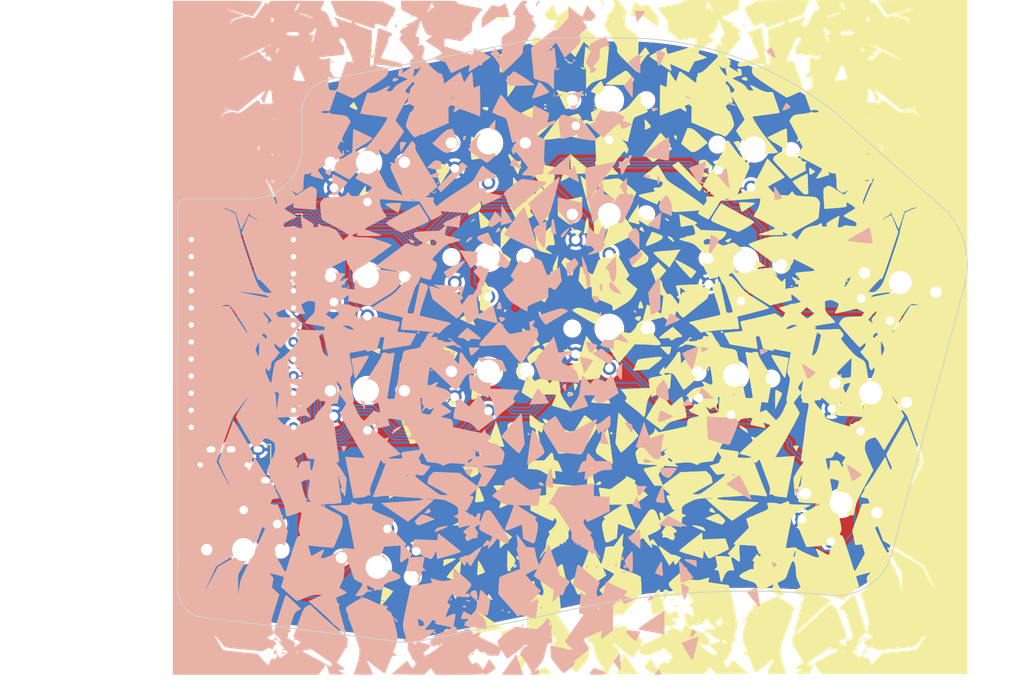
<source format=kicad_pcb>
(kicad_pcb (version 20211014) (generator pcbnew)
  (title_block (title "hypergolic") (date "2020-12-26") (rev "0.1") (company "broomlabs"))
  (layers (0 "F.Cu" signal) (31 "B.Cu" signal) (34 "B.Paste" user) (35 "F.Paste" user) (36 "B.SilkS" user "B.Silkscreen") (37 "F.SilkS" user "F.Silkscreen") (38 "B.Mask" user) (39 "F.Mask" user) (44 "Edge.Cuts" user))
  (net 0 "")
  (net 1 "reset")
  (net 2 "gnd")
  (net 3 "vcc")
  (net 4 "Switch18")
  (net 5 "Switch1")
  (net 6 "Switch2")
  (net 7 "Switch3")
  (net 8 "Switch4")
  (net 9 "Switch5")
  (net 10 "Switch6")
  (net 11 "Switch7")
  (net 12 "Switch8")
  (net 13 "Switch9")
  (net 14 "Switch10")
  (net 15 "Switch11")
  (net 16 "Switch12")
  (net 17 "Switch13")
  (net 18 "Switch14")
  (net 19 "Switch15")
  (net 20 "Switch16")
  (net 21 "Switch17")
  (net 22 "raw")
  (footprint "kbd:ProMicro_v3_min_dual" (layer "F.Cu") (at 40.64 67.056)
    (fp_text reference "U1" hide)
    (fp_text value "ProMicro-kbd" hide)
  )
  (footprint "Kailh:TRRS-PJ-DPB2" (layer "F.Cu") (at 32.766 86.106 90)
    (fp_text reference "Jack0" hide)
    (fp_text value "TRRS" hide)
  )
  (footprint "Kailh:SW_PG1350_rev_DPB2" (layer "B.Cu") (at 116.855326 38.908261 175)
    (fp_text reference "SW3" hide)
    (fp_text value "SW_Push" hide)
  )
  (footprint "Kailh:SW_PG1350_rev_DPB2" (layer "B.Cu") (at 95.26 31.824 180)
    (fp_text reference "SW4" hide)
    (fp_text value "SW_Push" hide)
  )
  (footprint "Kailh:SW_PG1350_rev_DPB2" (layer "B.Cu") (at 77.26 38.184 180)
    (fp_text reference "SW5" hide)
    (fp_text value "SW_Push" hide)
  )
  (footprint "Kailh:SW_PG1350_rev_DPB2" (layer "B.Cu") (at 59.26 41.064 180)
    (fp_text reference "SW6" hide)
    (fp_text value "SW_Push" hide)
  )
  (footprint "Kailh:SW_PG1350_rev_DPB2" (layer "B.Cu") (at 134.17463 75.384306 165)
    (fp_text reference "SW8" hide)
    (fp_text value "SW_Push" hide)
  )
  (footprint "Kailh:SW_PG1350_rev_DPB2" (layer "B.Cu") (at 115.373738 55.843584 175)
    (fp_text reference "SW9" hide)
    (fp_text value "SW_Push" hide)
  )
  (footprint "Kailh:SW_PG1350_rev_DPB2" (layer "B.Cu") (at 95.26 48.814 180)
    (fp_text reference "SW10" hide)
    (fp_text value "SW_Push" hide)
  )
  (footprint "Kailh:SW_PG1350_rev_DPB2" (layer "B.Cu") (at 77.26 55.184 180)
    (fp_text reference "SW11" hide)
    (fp_text value "SW_Push" hide)
  )
  (footprint "Kailh:SW_PG1350_rev_DPB2" (layer "B.Cu") (at 59.26 58.064 180)
    (fp_text reference "SW12" hide)
    (fp_text value "SW_Push" hide)
  )
  (footprint "Kailh:SW_PG1350_rev_DPB2" (layer "B.Cu") (at 138.574835 58.962519 165)
    (fp_text reference "SW14" hide)
    (fp_text value "SW_Push" hide)
  )
  (footprint "Kailh:SW_PG1350_rev_DPB2" (layer "B.Cu") (at 113.89239 72.775467 175)
    (fp_text reference "SW15" hide)
    (fp_text value "SW_Push" hide)
  )
  (footprint "Kailh:SW_PG1350_rev_DPB2" (layer "B.Cu") (at 95.26 65.814 180)
    (fp_text reference "SW16" hide)
    (fp_text value "SW_Push" hide)
  )
  (footprint "Kailh:SW_PG1350_rev_DPB2" (layer "B.Cu") (at 77.26 72.189 180)
    (fp_text reference "SW17" hide)
    (fp_text value "SW_Push" hide)
  )
  (footprint "Kailh:SW_PG1350_rev_DPB2" (layer "B.Cu") (at 59.26 75.064 180)
    (fp_text reference "SW18" hide)
    (fp_text value "SW_Push" hide)
  )
  (footprint "Kailh:SW_PG1350_rev_DPB2" (layer "B.Cu") (at 60.706 101.346 -15)
    (fp_text reference "SW20" hide)
    (fp_text value "SW_Push" hide)
  )
  (footprint "Kailh:SW_PG1350_rev_DPB2" (layer "B.Cu") (at 40.832476 98.720705)
    (fp_text reference "SW21" hide)
    (fp_text value "SW_Push" hide)
  )
  (footprint "Kailh:SW_PG1350_rev_DPB2" (layer "B.Cu") (at 129.774266 91.806688 165)
    (fp_text reference "SW8" hide)
    (fp_text value "SW_Push" hide)
  )
  (gr_poly (pts (xy 78.854577 72.077276) (xy 77.718631 71.978502) (xy 76.681459 71.163583) (xy 76.552233 71.062429) (xy 76.433045 70.967281) (xy 76.323805 70.878064) (xy 76.224422 70.794708) (xy 76.134806 70.71714) (xy 76.054866 70.645287) (xy 75.984512 70.579077) (xy 75.923653 70.518438) (xy 75.896757 70.490185) (xy 75.8722 70.463298) (xy 75.849972 70.437767) (xy 75.830061 70.413583) (xy 75.812457 70.390738) (xy 75.797147 70.369222) (xy 75.78412 70.349027) (xy 75.773366 70.330143) (xy 75.764872 70.312561) (xy 75.758628 70.296272) (xy 75.754623 70.281268) (xy 75.752844 70.267538) (xy 75.753281 70.255075) (xy 75.755922 70.243868) (xy 75.760756 70.23391) (xy 75.767772 70.225191) (xy 75.78805 70.210142) (xy 75.816558 70.197409) (xy 75.853422 70.186991) (xy 75.898769 70.178889) (xy 75.952725 70.173101) (xy 76.015417 70.169629) (xy 76.167515 70.169629) (xy 76.356075 70.17889) (xy 76.582111 70.197411) (xy 76.846635 70.225192) (xy 77.150661 70.262233) (xy 77.875289 70.348518) (xy 78.168149 70.384806) (xy 78.419338 70.41773) (xy 78.530391 70.433213) (xy 78.632327 70.448194) (xy 78.725582 70.462786) (xy 78.81059 70.477102) (xy 78.887784 70.491256) (xy 78.957599 70.50536) (xy 79.020468 70.519527) (xy 79.076826 70.53387) (xy 79.127107 70.548503) (xy 79.171745 70.563539) (xy 79.211174 70.57909) (xy 79.245828 70.595269) (xy 79.276141 70.61219) (xy 79.302548 70.629965) (xy 79.325482 70.648708) (xy 79.345377 70.668532) (xy 79.362668 70.68955) (xy 79.377789 70.711874) (xy 79.391173 70.735618) (xy 79.403255 70.760895) (xy 79.414468 70.787818) (xy 79.425248 70.8165) (xy 79.447242 70.879593) (xy 79.600037 71.243838) (xy 79.780617 71.682164) (xy 79.97817 72.163708)) (layer "B.SilkS") (width 0.07) (fill solid))
  (gr_poly (pts (xy 97.034313 73.427222) (xy 97.029684 73.423122) (xy 96.955794 73.331289) (xy 96.836759 73.179264) (xy 96.687629 72.985568) (xy 96.523451 72.76872) (xy 96.115992 72.250134) (xy 96.622225 71.620427) (xy 97.128464 70.978372) (xy 97.128464 72.262487) (xy 97.127897 72.392181) (xy 97.126245 72.516955) (xy 97.12358 72.636231) (xy 97.119975 72.74943) (xy 97.115501 72.855973) (xy 97.110232 72.955281) (xy 97.104239 73.046776) (xy 97.097595 73.129878) (xy 97.090372 73.204009) (xy 97.082643 73.268591) (xy 97.07448 73.323043) (xy 97.065955 73.366789) (xy 97.057141 73.399248) (xy 97.052647 73.411065) (xy 97.048109 73.419843) (xy 97.043535 73.42551) (xy 97.038933 73.427994)) (layer "B.SilkS") (width 0.07) (fill solid))
  (gr_poly (pts (xy 99.671993 92.548973) (xy 99.548134 92.501704) (xy 99.394179 92.43939) (xy 99.230964 92.37013) (xy 99.152394 92.335427) (xy 99.079323 92.302027) (xy 98.745953 92.129163) (xy 99.017586 91.511801) (xy 99.072932 91.389558) (xy 99.126975 91.274696) (xy 99.178414 91.169961) (xy 99.20275 91.122252) (xy 99.225946 91.078105) (xy 99.24784 91.037865) (xy 99.26827 91.001876) (xy 99.287071 90.97048) (xy 99.304082 90.944022) (xy 99.31914 90.922846) (xy 99.332082 90.907294) (xy 99.337708 90.901735) (xy 99.342744 90.897711) (xy 99.347171 90.895265) (xy 99.350966 90.894441) (xy 99.359182 90.898992) (xy 99.369823 90.912335) (xy 99.382706 90.933996) (xy 99.397651 90.963508) (xy 99.433005 91.044199) (xy 99.474435 91.150646) (xy 99.520497 91.279086) (xy 99.569741 91.425757) (xy 99.620723 91.586898) (xy 99.671993 91.758746) (xy 99.943631 92.635404)) (layer "B.SilkS") (width 0.07) (fill solid))
  (gr_poly (pts (xy 55.456589 42.999569) (xy 54.345343 42.406904) (xy 54.382385 41.87597) (xy 54.388324 41.812601) (xy 54.392273 41.752162) (xy 54.394268 41.694689) (xy 54.394347 41.640219) (xy 54.392544 41.588787) (xy 54.388897 41.540429) (xy 54.38344 41.495182) (xy 54.376212 41.453083) (xy 54.371944 41.433224) (xy 54.367246 41.414166) (xy 54.362124 41.395913) (xy 54.356581 41.378469) (xy 54.350622 41.361839) (xy 54.344252 41.346027) (xy 54.337474 41.331038) (xy 54.330295 41.316877) (xy 54.322717 41.303547) (xy 54.314746 41.291054) (xy 54.306386 41.279402) (xy 54.297642 41.268596) (xy 54.288517 41.258639) (xy 54.279018 41.249538) (xy 54.269148 41.241295) (xy 54.258911 41.233916) (xy 54.237213 41.218566) (xy 54.218444 41.20488) (xy 54.202642 41.192786) (xy 54.189843 41.182211) (xy 54.180082 41.173084) (xy 54.176352 41.16904) (xy 54.173396 41.165331) (xy 54.171217 41.161947) (xy 54.16982 41.15888) (xy 54.169211 41.156121) (xy 54.169392 41.153659) (xy 54.17037 41.151487) (xy 54.172148 41.149596) (xy 54.17473 41.147976) (xy 54.178122 41.146618) (xy 54.182328 41.145513) (xy 54.187353 41.144652) (xy 54.199875 41.143627) (xy 54.215725 41.14347) (xy 54.23494 41.144109) (xy 54.257555 41.145471) (xy 54.283606 41.147484) (xy 54.306725 41.149995) (xy 54.331972 41.150641) (xy 54.359158 41.14951) (xy 54.388097 41.14669) (xy 54.418601 41.142269) (xy 54.450481 41.136335) (xy 54.517622 41.120284) (xy 54.588019 41.09924) (xy 54.66017 41.07391) (xy 54.732575 41.044998) (xy 54.803731 41.01321) (xy 54.872139 40.979252) (xy 54.936296 40.943829) (xy 54.994702 40.907646) (xy 55.045855 40.871409) (xy 55.068243 40.85349) (xy 55.088254 40.835822) (xy 55.105702 40.818494) (xy 55.120398 40.801593) (xy 55.132155 40.785207) (xy 55.140785 40.769425) (xy 55.146101 40.754335) (xy 55.147914 40.740024) (xy 55.147734 40.734382) (xy 55.1472 40.729031) (xy 55.146317 40.723975) (xy 55.145093 40.719214) (xy 55.143534 40.714752) (xy 55.141647 40.71059) (xy 55.139439 40.706732) (xy 55.136917 40.703178) (xy 55.134088 40.699932) (xy 55.130958 40.696996) (xy 55.127533 40.694371) (xy 55.123822 40.692061) (xy 55.119831 40.690068) (xy 55.115565 40.688393) (xy 55.111034 40.687039) (xy 55.106242 40.686008) (xy 55.101196 40.685303) (xy 55.095905 40.684926) (xy 55.090374 40.684879) (xy 55.08461 40.685164) (xy 55.078619 40.685784) (xy 55.07241 40.68674) (xy 55.05936 40.689673) (xy 55.045514 40.69398) (xy 55.030927 40.69968) (xy 55.015653 40.70679) (xy 54.999745 40.71533) (xy 54.984404 40.725895) (xy 54.970782 40.734454) (xy 54.958859 40.741023) (xy 54.95353 40.743567) (xy 54.948619 40.74562) (xy 54.944124 40.747185) (xy 54.940043 40.748264) (xy 54.936373 40.748859) (xy 54.933113 40.748973) (xy 54.930259 40.748607) (xy 54.92781 40.747764) (xy 54.925764 40.746447) (xy 54.924117 40.744657) (xy 54.922869 40.742396) (xy 54.922016 40.739668) (xy 54.921557 40.736474) (xy 54.921489 40.732816) (xy 54.921809 40.728697) (xy 54.922517 40.724119) (xy 54.923608 40.719085) (xy 54.925082 40.713595) (xy 54.929167 40.701263) (xy 54.934752 40.687139) (xy 54.941821 40.671243) (xy 54.950356 40.653593) (xy 54.962495 40.637973) (xy 54.975702 40.623547) (xy 54.989885 40.610351) (xy 55.004954 40.59842) (xy 55.020819 40.587792) (xy 55.03739 40.578502) (xy 55.054575 40.570586) (xy 55.072285 40.564081) (xy 55.090429 40.559023) (xy 55.108916 40.555448) (xy 55.127656 40.553392) (xy 55.146559 40.552892) (xy 55.165534 40.553984) (xy 55.184491 40.556703) (xy 55.203339 40.561087) (xy 55.212694 40.563914) (xy 55.221988 40.567171) (xy 55.244193 40.571544) (xy 55.273452 40.570908) (xy 55.309294 40.56546) (xy 55.35125 40.5554) (xy 55.398849 40.540928) (xy 55.451621 40.522241) (xy 55.509095 40.499539) (xy 55.570802 40.47302) (xy 55.705032 40.40933) (xy 55.850548 40.332763) (xy 56.003589 40.244908) (xy 56.160391 40.147359) (xy 56.311402 40.048148) (xy 56.456335 39.955592) (xy 56.59143 39.871719) (xy 56.712923 39.798552) (xy 56.817054 39.738119) (xy 56.900059 39.692444) (xy 56.932464 39.675774) (xy 56.958177 39.663554) (xy 56.976728 39.656036) (xy 56.987646 39.653473) (xy 56.994863 39.64465) (xy 57.00255 39.618771) (xy 57.018901 39.51939) (xy 57.03583 39.362421) (xy 57.05247 39.154953) (xy 57.067953 38.904077) (xy 57.08141 38.616883) (xy 57.091972 38.30046) (xy 57.098773 37.961899) (xy 57.119417 37.295152) (xy 57.131113 36.999977) (xy 57.143533 36.739528) (xy 57.156531 36.52075) (xy 57.169964 36.35059) (xy 57.176798 36.285912) (xy 57.183686 36.235993) (xy 57.19061 36.201701) (xy 57.197552 36.183904) (xy 57.209294 36.180527) (xy 57.234763 36.184095) (xy 57.323919 36.210911) (xy 57.459087 36.262036) (xy 57.634336 36.335155) (xy 57.843732 36.427953) (xy 58.081344 36.538115) (xy 58.341238 36.663326) (xy 58.617484 36.801269) (xy 60.000372 37.480366) (xy 59.58056 37.838431) (xy 59.491262 37.912201) (xy 59.40095 37.984091) (xy 59.312084 38.052218) (xy 59.227125 38.114701) (xy 59.148532 38.169661) (xy 59.112391 38.193731) (xy 59.078764 38.215215) (xy 59.047959 38.233878) (xy 59.020283 38.249483) (xy 58.996043 38.261797) (xy 58.975548 38.270585) (xy 58.904752 38.305694) (xy 58.814912 38.354096) (xy 58.591045 38.482608) (xy 58.329848 38.63977) (xy 58.057221 38.809231) (xy 57.799064 38.97464) (xy 57.581277 39.119648) (xy 57.429761 39.227904) (xy 57.386949 39.26314) (xy 57.375195 39.275141) (xy 57.370416 39.283056) (xy 57.374543 39.291991) (xy 57.386646 39.304761) (xy 57.406309 39.321147) (xy 57.433116 39.340934) (xy 57.506499 39.389841) (xy 57.603467 39.449744) (xy 57.720692 39.518908) (xy 57.854846 39.595596) (xy 58.160629 39.7646) (xy 58.24754 39.811442) (xy 58.332118 39.859205) (xy 58.414055 39.907657) (xy 58.493043 39.95656) (xy 58.568776 40.00568) (xy 58.640945 40.054782) (xy 58.709244 40.103632) (xy 58.773364 40.151992) (xy 58.832999 40.199629) (xy 58.887841 40.246308) (xy 58.937583 40.291793) (xy 58.981916 40.335849) (xy 59.020534 40.378241) (xy 59.05313 40.418734) (xy 59.067073 40.438194) (xy 59.079395 40.457092) (xy 59.090057 40.475398) (xy 59.099022 40.493081) (xy 59.145035 40.610211) (xy 59.157298 40.664191) (xy 59.159216 40.719383) (xy 59.1484 40.778988) (xy 59.122464 40.846207) (xy 59.079019 40.924242) (xy 59.01568 41.016295) (xy 58.930057 41.125566) (xy 58.819763 41.255257) (xy 58.682412 41.40857) (xy 58.515616 41.588705) (xy 58.084137 42.042248) (xy 57.506227 42.641499) (xy 56.580182 43.604581)) (layer "B.SilkS") (width 0.07) (fill solid))
  (gr_poly (pts (xy 64.161386 38.789165) (xy 64.151486 38.659857) (xy 64.145276 38.544729) (xy 64.143262 38.443202) (xy 64.143987 38.397358) (xy 64.145951 38.354697) (xy 64.149217 38.315147) (xy 64.153848 38.278636) (xy 64.159909 38.245091) (xy 64.167461 38.21444) (xy 64.176569 38.186611) (xy 64.187296 38.16153) (xy 64.199705 38.139127) (xy 64.213859 38.119328) (xy 64.229821 38.102062) (xy 64.247656 38.087255) (xy 64.267426 38.074835) (xy 64.289195 38.064731) (xy 64.313025 38.056869) (xy 64.338981 38.051178) (xy 64.367125 38.047585) (xy 64.397521 38.046018) (xy 64.430232 38.046404) (xy 64.465322 38.048672) (xy 64.502853 38.052748) (xy 64.54289 38.05856) (xy 64.63073 38.075104) (xy 64.729351 38.097726) (xy 65.025689 38.171805) (xy 64.618235 38.826207) (xy 64.223118 39.468262)) (layer "B.SilkS") (width 0.07) (fill solid))
  (gr_poly (pts (xy 100.503679 85.81941) (xy 100.496119 85.818441) (xy 100.48892 85.816835) (xy 100.482083 85.814598) (xy 100.475608 85.811737) (xy 100.469495 85.808258) (xy 100.463744 85.804169) (xy 100.458354 85.799477) (xy 100.453326 85.794188) (xy 100.44866 85.788308) (xy 100.444355 85.781846) (xy 100.440412 85.774806) (xy 100.433612 85.759026) (xy 100.428258 85.74102) (xy 100.424352 85.720844) (xy 100.421892 85.698552) (xy 100.420879 85.674198) (xy 100.421313 85.647836) (xy 100.423194 85.619521) (xy 100.426521 85.589307) (xy 100.431296 85.557249) (xy 100.437517 85.523399) (xy 100.457051 85.40217) (xy 100.465895 85.354514) (xy 100.475716 85.315233) (xy 100.481366 85.298671) (xy 100.487708 85.284127) (xy 100.494891 85.271578) (xy 100.503064 85.260998) (xy 100.512376 85.252362) (xy 100.522977 85.245646) (xy 100.535016 85.240824) (xy 100.548642 85.237872) (xy 100.564005 85.236764) (xy 100.581253 85.237477) (xy 100.600535 85.239985) (xy 100.622002 85.244263) (xy 100.672084 85.25803) (xy 100.732693 85.27858) (xy 100.805021 85.305713) (xy 100.890264 85.33923) (xy 101.104266 85.424623) (xy 101.6352 85.646871) (xy 101.141314 85.72096) (xy 101.039303 85.735332) (xy 100.93874 85.750283) (xy 100.752373 85.779606) (xy 100.511601 85.819734)) (layer "B.SilkS") (width 0.07) (fill solid))
  (gr_poly (pts (xy 107.524824 100.870993) (xy 107.098266 100.633214) (xy 106.929046 100.536209) (xy 106.78862 100.452733) (xy 106.676554 100.38199) (xy 106.592415 100.323184) (xy 106.560682 100.298009) (xy 106.535767 100.275519) (xy 106.517618 100.255617) (xy 106.506178 100.238201) (xy 106.501394 100.223172) (xy 106.503212 100.210431) (xy 106.511577 100.199879) (xy 106.526435 100.191416) (xy 106.547733 100.184943) (xy 106.575415 100.180359) (xy 106.609427 100.177566) (xy 106.649715 100.176465) (xy 106.748903 100.178936) (xy 106.872544 100.186979) (xy 107.19145 100.216593) (xy 107.364985 100.235621) (xy 107.530997 100.255372) (xy 107.685433 100.275413) (xy 107.824243 100.295309) (xy 107.943374 100.314625) (xy 108.038776 100.332929) (xy 108.076312 100.341565) (xy 108.106397 100.349785) (xy 108.128523 100.357535) (xy 108.142185 100.36476) (xy 108.147899 100.367649) (xy 108.153467 100.371661) (xy 108.164153 100.38292) (xy 108.174225 100.398267) (xy 108.183663 100.41743) (xy 108.19245 100.440138) (xy 108.200568 100.46612) (xy 108.207999 100.495104) (xy 108.214725 100.526819) (xy 108.220727 100.560994) (xy 108.225987 100.597358) (xy 108.230488 100.635638) (xy 108.234211 100.675565) (xy 108.239251 100.759271) (xy 108.240964 100.846305) (xy 108.240964 101.266107)) (layer "B.SilkS") (width 0.07) (fill solid))
  (gr_poly (pts (xy 46.082516 112.603841) (xy 46.080868 112.603677) (xy 46.079207 112.603348) (xy 46.077533 112.602854) (xy 46.075847 112.602193) (xy 46.074152 112.601364) (xy 46.070735 112.599196) (xy 46.067291 112.596339) (xy 46.063829 112.59278) (xy 46.060358 112.58851) (xy 46.053708 112.580721) (xy 46.047673 112.57134) (xy 46.042289 112.560512) (xy 46.037592 112.548382) (xy 46.033619 112.535094) (xy 46.030406 112.520793) (xy 46.027988 112.505624) (xy 46.026402 112.489732) (xy 46.025685 112.47326) (xy 46.025872 112.456355) (xy 46.026999 112.43916) (xy 46.029103 112.421821) (xy 46.03222 112.404481) (xy 46.036386 112.387286) (xy 46.041638 112.370381) (xy 46.04801 112.353909) (xy 46.054947 112.336971) (xy 46.061828 112.323162) (xy 46.065232 112.317414) (xy 46.068601 112.312428) (xy 46.07193 112.308197) (xy 46.075211 112.304714) (xy 46.078438 112.301973) (xy 46.081604 112.299967) (xy 46.084703 112.298688) (xy 46.087726 112.298131) (xy 46.090668 112.298288) (xy 46.093522 112.299153) (xy 46.096281 112.300718) (xy 46.098938 112.302978) (xy 46.101487 112.305925) (xy 46.10392 112.309553) (xy 46.106231 112.313854) (xy 46.108414 112.318823) (xy 46.112365 112.330733) (xy 46.115719 112.34523) (xy 46.118422 112.362259) (xy 46.120421 112.381766) (xy 46.121659 112.403697) (xy 46.122084 112.427997) (xy 46.123099 112.440547) (xy 46.123834 112.452724) (xy 46.124298 112.464517) (xy 46.124499 112.475914) (xy 46.124447 112.486905) (xy 46.124151 112.497477) (xy 46.12362 112.507619) (xy 46.122862 112.517321) (xy 46.121887 112.52657) (xy 46.120705 112.535356) (xy 46.119323 112.543667) (xy 46.117751 112.551493) (xy 46.115999 112.558821) (xy 46.114074 112.56564) (xy 46.111987 112.571939) (xy 46.109746 112.577707) (xy 46.10736 112.582932) (xy 46.104839 112.587603) (xy 46.102191 112.591709) (xy 46.099425 112.595239) (xy 46.096551 112.598181) (xy 46.093577 112.600524) (xy 46.090513 112.602256) (xy 46.08895 112.602889) (xy 46.087367 112.603366) (xy 46.085767 112.603685) (xy 46.08415 112.603844)) (layer "B.SilkS") (width 0.07) (fill solid))
  (gr_poly (pts (xy 93.813575 63.853569) (xy 93.786806 63.852098) (xy 93.763799 63.849469) (xy 93.753707 63.847676) (xy 93.744555 63.845539) (xy 93.736343 63.84304) (xy 93.729072 63.840161) (xy 93.722742 63.836884) (xy 93.717352 63.833191) (xy 93.712902 63.829065) (xy 93.709393 63.824486) (xy 93.706825 63.819436) (xy 93.705197 63.813899) (xy 93.70451 63.807855) (xy 93.704763 63.801287) (xy 93.705957 63.794175) (xy 93.708091 63.786504) (xy 93.711166 63.778253) (xy 93.715181 63.769406) (xy 93.720137 63.759944) (xy 93.726033 63.749848) (xy 93.740648 63.727686) (xy 93.759024 63.702775) (xy 93.781163 63.67497) (xy 93.807063 63.644127) (xy 93.839859 63.598017) (xy 93.872656 63.553065) (xy 93.93362 63.471265) (xy 93.980693 63.407985) (xy 93.996128 63.386183) (xy 94.001313 63.378248) (xy 94.004617 63.372484) (xy 94.006896 63.370493) (xy 94.009102 63.369144) (xy 94.011236 63.368428) (xy 94.013298 63.368336) (xy 94.015288 63.368859) (xy 94.017205 63.369988) (xy 94.020823 63.374027) (xy 94.024151 63.380382) (xy 94.027189 63.388979) (xy 94.029938 63.399747) (xy 94.032398 63.412613) (xy 94.034569 63.427504) (xy 94.03645 63.444349) (xy 94.039344 63.48361) (xy 94.04108 63.529817) (xy 94.041659 63.58239) (xy 94.041442 63.598377) (xy 94.040797 63.613926) (xy 94.039726 63.629032) (xy 94.038234 63.643691) (xy 94.036327 63.657897) (xy 94.034008 63.671647) (xy 94.031282 63.684935) (xy 94.028154 63.697758) (xy 94.024628 63.71011) (xy 94.020708 63.721988) (xy 94.0164 63.733386) (xy 94.011707 63.744301) (xy 94.006634 63.754727) (xy 94.001186 63.76466) (xy 93.995368 63.774096) (xy 93.989183 63.78303) (xy 93.982636 63.791458) (xy 93.975733 63.799375) (xy 93.968476 63.806776) (xy 93.960871 63.813657) (xy 93.952923 63.820014) (xy 93.944636 63.825842) (xy 93.936014 63.831136) (xy 93.927062 63.835892) (xy 93.917784 63.840106) (xy 93.908185 63.843772) (xy 93.89827 63.846887) (xy 93.888043 63.849445) (xy 93.877509 63.851443) (xy 93.866671 63.852876) (xy 93.855535 63.853739) (xy 93.844106 63.854027)) (layer "B.SilkS") (width 0.07) (fill solid))
  (gr_poly (pts (xy 131.469228 88.476093) (xy 131.466088 88.474388) (xy 131.436058 88.429044) (xy 131.393693 88.339099) (xy 131.280494 88.051881) (xy 131.143565 87.665692) (xy 130.99998 87.233491) (xy 130.866814 86.808236) (xy 130.761139 86.442883) (xy 130.723947 86.29922) (xy 130.70003 86.190392) (xy 130.691523 86.123018) (xy 130.693715 86.106946) (xy 130.700561 86.10372) (xy 130.75669 86.133647) (xy 130.847473 86.188607) (xy 131.111877 86.359153) (xy 131.451522 86.586419) (xy 131.824157 86.841466) (xy 132.187532 87.095356) (xy 132.499396 87.319149) (xy 132.717498 87.483906) (xy 132.778185 87.535104) (xy 132.799587 87.56069) (xy 132.796311 87.569766) (xy 132.786685 87.582948) (xy 132.771019 87.600001) (xy 132.74962 87.62069) (xy 132.69085 87.672033) (xy 132.612835 87.735096) (xy 132.518037 87.807999) (xy 132.408914 87.88886) (xy 132.287926 87.975798) (xy 132.157532 88.066931) (xy 132.02603 88.156353) (xy 131.901907 88.23825) (xy 131.787912 88.310886) (xy 131.735572 88.343189) (xy 131.686795 88.372526) (xy 131.641925 88.398679) (xy 131.601305 88.421432) (xy 131.565279 88.440568) (xy 131.534191 88.455869) (xy 131.508384 88.467118) (xy 131.488202 88.4741) (xy 131.480328 88.475922) (xy 131.473989 88.476595)) (layer "B.SilkS") (width 0.07) (fill solid))
  (gr_poly (pts (xy 69.038534 116.811261) (xy 68.705159 116.30502) (xy 68.186573 116.811261) (xy 67.667992 117.317494) (xy 65.284979 117.292798) (xy 62.901961 117.255758) (xy 63.988522 116.30502) (xy 64.206551 116.111203) (xy 64.41315 115.930553) (xy 64.603832 115.766977) (xy 64.774112 115.624381) (xy 64.919505 115.506673) (xy 64.981467 115.458372) (xy 65.035525 115.417758) (xy 65.081118 115.38532) (xy 65.117687 115.361545) (xy 65.144669 115.346921) (xy 65.154391 115.343194) (xy 65.161505 115.341939) (xy 65.166493 115.34262) (xy 65.17218 115.344643) (xy 65.18555 115.352574) (xy 65.201416 115.365461) (xy 65.219578 115.383032) (xy 65.239838 115.405017) (xy 65.261998 115.431143) (xy 65.311218 115.494737) (xy 65.365646 115.571642) (xy 65.423693 115.659689) (xy 65.483767 115.756706) (xy 65.544275 115.860523) (xy 65.574485 115.911112) (xy 65.604804 115.960797) (xy 65.635051 116.009251) (xy 65.665044 116.056151) (xy 65.694603 116.101169) (xy 65.723548 116.14398) (xy 65.751696 116.184259) (xy 65.778868 116.221681) (xy 65.804883 116.255919) (xy 65.829559 116.286649) (xy 65.852716 116.313544) (xy 65.874173 116.336279) (xy 65.884207 116.345985) (xy 65.893748 116.354528) (xy 65.902774 116.361869) (xy 65.911262 116.367967) (xy 65.91919 116.37278) (xy 65.926534 116.376269) (xy 65.933272 116.378392) (xy 65.939381 116.379108) (xy 65.945454 116.379799) (xy 65.952081 116.379575) (xy 65.959236 116.37846) (xy 65.966896 116.376479) (xy 65.983629 116.370018) (xy 66.002081 116.360393) (xy 66.022052 116.347801) (xy 66.043343 116.332442) (xy 66.065756 116.314515) (xy 66.089092 116.294218) (xy 66.113151 116.271751) (xy 66.137734 116.247313) (xy 66.162644 116.221103) (xy 66.187679 116.193319) (xy 66.212643 116.16416) (xy 66.237335 116.133826) (xy 66.261557 116.102516) (xy 66.285109 116.070428) (xy 66.326358 116.015586) (xy 66.36218 115.966224) (xy 66.39265 115.921456) (xy 66.417838 115.880396) (xy 66.428474 115.86098) (xy 66.437817 115.842158) (xy 66.445876 115.82382) (xy 66.452659 115.805855) (xy 66.458177 115.788152) (xy 66.462438 115.770601) (xy 66.465451 115.753091) (xy 66.467225 115.73551) (xy 66.467769 115.717749) (xy 66.467092 115.699695) (xy 66.465203 115.68124) (xy 66.462112 115.662271) (xy 66.457827 115.642678) (xy 66.452357 115.622351) (xy 66.4379 115.579048) (xy 66.418813 115.531477) (xy 66.395167 115.478751) (xy 66.367037 115.419984) (xy 66.334493 115.35429) (xy 66.311077 115.313654) (xy 66.287226 115.275189) (xy 66.263086 115.239039) (xy 66.238801 115.205349) (xy 66.214516 115.174264) (xy 66.190376 115.145928) (xy 66.166525 115.120485) (xy 66.154754 115.108895) (xy 66.143109 115.098082) (xy 66.131609 115.088065) (xy 66.120271 115.078862) (xy 66.109115 115.070491) (xy 66.098157 115.06297) (xy 66.087417 115.056317) (xy 66.076912 115.050551) (xy 66.066659 115.045689) (xy 66.056679 115.041749) (xy 66.046987 115.03875) (xy 66.037604 115.03671) (xy 66.028545 115.035646) (xy 66.019831 115.035577) (xy 66.011478 115.03652) (xy 66.003505 115.038495) (xy 65.99593 115.041519) (xy 65.988771 115.04561) (xy 65.981936 115.049987) (xy 65.975324 115.053863) (xy 65.968943 115.057241) (xy 65.9628 115.060126) (xy 65.9569 115.062523) (xy 65.951252 115.064436) (xy 65.945861 115.06587) (xy 65.940734 115.066829) (xy 65.935879 115.067318) (xy 65.931302 115.067341) (xy 65.92701 115.066904) (xy 65.923009 115.066009) (xy 65.919307 115.064662) (xy 65.91591 115.062868) (xy 65.912825 115.06063) (xy 65.910059 115.057954) (xy 65.907618 115.054844) (xy 65.90551 115.051304) (xy 65.903741 115.047339) (xy 65.902318 115.042954) (xy 65.901247 115.038153) (xy 65.900536 115.03294) (xy 65.900192 115.027321) (xy 65.90022 115.021299) (xy 65.900628 115.014879) (xy 65.901423 115.008065) (xy 65.902611 115.000863) (xy 65.9042 114.993277) (xy 65.906195 114.98531) (xy 65.908605 114.976969) (xy 65.911435 114.968256) (xy 65.914692 114.959178) (xy 65.919355 114.93754) (xy 65.919586 114.909934) (xy 65.915585 114.876757) (xy 65.907551 114.838407) (xy 65.895683 114.795283) (xy 65.88018 114.747781) (xy 65.86124 114.6963) (xy 65.839062 114.641238) (xy 65.78579 114.521962) (xy 65.721956 114.393136) (xy 65.64915 114.257944) (xy 65.568964 114.119568) (xy 65.518026 114.032142) (xy 65.471682 113.950323) (xy 65.429896 113.87393) (xy 65.392631 113.802783) (xy 65.359852 113.736699) (xy 65.331522 113.675499) (xy 65.307605 113.619002) (xy 65.288065 113.567027) (xy 65.279926 113.542678) (xy 65.272867 113.519392) (xy 65.266884 113.497146) (xy 65.261972 113.475917) (xy 65.258128 113.455683) (xy 65.255347 113.436422) (xy 65.253623 113.41811) (xy 65.252953 113.400725) (xy 65.253332 113.384244) (xy 65.254756 113.368645) (xy 65.257219 113.353905) (xy 65.260719 113.340002) (xy 65.265249 113.326913) (xy 65.270805 113.314615) (xy 65.277384 113.303086) (xy 65.284979 113.292303) (xy 65.298045 113.274827) (xy 65.30949 113.254941) (xy 65.319357 113.23284) (xy 65.327689 113.208717) (xy 65.334529 113.182767) (xy 65.339919 113.155186) (xy 65.343903 113.126166) (xy 65.346524 113.095903) (xy 65.347825 113.064591) (xy 65.347848 113.032424) (xy 65.344234 112.966305) (xy 65.336026 112.8991) (xy 65.323568 112.832366) (xy 65.307202 112.767658) (xy 65.287274 112.70653) (xy 65.276081 112.677796) (xy 65.264126 112.65054) (xy 65.251452 112.624957) (xy 65.238102 112.601241) (xy 65.224119 112.579588) (xy 65.209546 112.56019) (xy 65.194426 112.543244) (xy 65.178801 112.528943) (xy 65.162716 112.517481) (xy 65.146212 112.509053) (xy 65.129333 112.503854) (xy 65.112121 112.502078) (xy 65.096333 112.501011) (xy 65.07915 112.497882) (xy 65.060697 112.492799) (xy 65.041098 112.485872) (xy 65.020477 112.477208) (xy 64.998958 112.466917) (xy 64.953726 112.441885) (xy 64.906396 112.411644) (xy 64.857963 112.377062) (xy 64.809421 112.339007) (xy 64.761766 112.298348) (xy 64.715992 112.255953) (xy 64.673094 112.212689) (xy 64.634067 112.169426) (xy 64.599904 112.12703) (xy 64.571602 112.086371) (xy 64.559959 112.066964) (xy 64.550155 112.048316) (xy 64.542312 112.030537) (xy 64.536557 112.013734) (xy 64.533012 111.998017) (xy 64.531803 111.983493) (xy 64.532126 111.977922) (xy 64.533084 111.972783) (xy 64.534662 111.968073) (xy 64.536843 111.963791) (xy 64.539612 111.959933) (xy 64.542953 111.956499) (xy 64.54685 111.953485) (xy 64.551287 111.950889) (xy 64.556249 111.948709) (xy 64.56172 111.946944) (xy 64.574124 111.944644) (xy 64.588373 111.943972) (xy 64.60434 111.94491) (xy 64.621898 111.947439) (xy 64.640922 111.951542) (xy 64.661285 111.9572) (xy 64.682859 111.964396) (xy 64.705519 111.973111) (xy 64.729138 111.983326) (xy 64.753589 111.995025) (xy 64.778746 112.008189) (xy 64.835173 112.03724) (xy 64.884057 112.058857) (xy 64.925382 112.071973) (xy 64.959128 112.075522) (xy 64.973154 112.073375) (xy 64.985278 112.068435) (xy 64.995498 112.06057) (xy 65.003813 112.049646) (xy 65.01022 112.03553) (xy 65.014716 112.018088) (xy 65.017969 111.972694) (xy 65.013552 111.912396) (xy 65.001449 111.836127) (xy 64.981641 111.74282) (xy 64.95411 111.631409) (xy 64.875806 111.350002) (xy 64.766393 110.983371) (xy 64.673548 110.660656) (xy 64.637743 110.521237) (xy 64.609353 110.390319) (xy 64.588631 110.263308) (xy 64.575832 110.135609) (xy 64.571208 110.002629) (xy 64.575012 109.859773) (xy 64.587498 109.702448) (xy 64.608919 109.52606) (xy 64.639528 109.326014) (xy 64.679579 109.097717) (xy 64.789016 108.537992) (xy 64.939257 107.810134) (xy 65.189962 106.63001) (xy 65.293575 106.147817) (xy 65.384527 105.731171) (xy 65.425685 105.545935) (xy 65.464193 105.375296) (xy 65.500224 105.218656) (xy 65.533948 105.075418) (xy 65.565538 104.944985) (xy 65.595166 104.826761) (xy 65.623003 104.720149) (xy 65.649221 104.624551) (xy 65.673993 104.539371) (xy 65.697489 104.464013) (xy 65.719882 104.397879) (xy 65.741344 104.340372) (xy 65.762046 104.290896) (xy 65.772165 104.268982) (xy 65.78216 104.248853) (xy 65.79205 104.230433) (xy 65.801858 104.213647) (xy 65.811605 104.198421) (xy 65.821312 104.184681) (xy 65.831001 104.172351) (xy 65.840693 104.161358) (xy 65.850411 104.151626) (xy 65.860174 104.143081) (xy 65.870006 104.135649) (xy 65.879927 104.129254) (xy 65.889958 104.123822) (xy 65.900122 104.119279) (xy 65.91044 104.11555) (xy 65.920932 104.11256) (xy 65.931622 104.110235) (xy 65.942529 104.1085) (xy 65.965085 104.106501) (xy 65.988771 104.105967) (xy 66.057115 104.102036) (xy 66.174366 104.090726) (xy 66.528962 104.048861) (xy 66.999314 103.986162) (xy 67.532176 103.908415) (xy 68.86567 103.698511) (xy 68.791591 103.35279) (xy 68.717506 103.007069) (xy 69.520072 103.241662) (xy 69.760362 103.307185) (xy 69.868317 103.333662) (xy 69.969977 103.356069) (xy 70.066717 103.374496) (xy 70.159913 103.389035) (xy 70.250937 103.399775) (xy 70.341166 103.406808) (xy 70.431974 103.410223) (xy 70.524735 103.410111) (xy 70.620824 103.406563) (xy 70.721615 103.399669) (xy 70.828484 103.389518) (xy 70.942804 103.376203) (xy 71.199299 103.340438) (xy 72.063607 103.216966) (xy 72.063607 101.500706) (xy 73.199553 102.476133) (xy 73.790024 102.979885) (xy 74.023846 103.181598) (xy 74.219161 103.355294) (xy 74.30295 103.432908) (xy 74.377797 103.505044) (xy 74.443931 103.57221) (xy 74.50158 103.634916) (xy 74.550972 103.69367) (xy 74.592336 103.748981) (xy 74.6259 103.801357) (xy 74.651893 103.851307) (xy 74.670542 103.89934) (xy 74.682076 103.945964) (xy 74.686724 103.991689) (xy 74.684714 104.037022) (xy 74.676274 104.082474) (xy 74.661632 104.128551) (xy 74.641017 104.175763) (xy 74.614657 104.224619) (xy 74.582781 104.275627) (xy 74.545617 104.329297) (xy 74.456337 104.446653) (xy 74.224367 104.73568) (xy 74.155646 104.822918) (xy 74.093057 104.904006) (xy 74.036653 104.978872) (xy 73.986489 105.047444) (xy 73.94262 105.10965) (xy 73.905099 105.165417) (xy 73.888736 105.190864) (xy 73.87398 105.214673) (xy 73.860839 105.236837) (xy 73.849319 105.257346) (xy 73.839426 105.276191) (xy 73.831169 105.293363) (xy 73.824552 105.308853) (xy 73.819584 105.322651) (xy 73.816271 105.33475) (xy 73.814619 105.345139) (xy 73.814636 105.353811) (xy 73.815273 105.357499) (xy 73.816329 105.360755) (xy 73.817805 105.363576) (xy 73.819703 105.365962) (xy 73.822023 105.367912) (xy 73.824766 105.369425) (xy 73.827933 105.370499) (xy 73.831525 105.371133) (xy 73.839987 105.371078) (xy 73.850157 105.36925) (xy 73.862044 105.365641) (xy 73.875653 105.360241) (xy 73.890992 105.353041) (xy 73.920902 105.337629) (xy 73.950419 105.323794) (xy 73.979511 105.311525) (xy 74.008146 105.300806) (xy 74.036293 105.291624) (xy 74.06392 105.283966) (xy 74.090995 105.277819) (xy 74.117487 105.273168) (xy 74.143364 105.270001) (xy 74.168594 105.268303) (xy 74.193146 105.26806) (xy 74.216989 105.269261) (xy 74.240089 105.27189) (xy 74.262417 105.275935) (xy 74.283939 105.281381) (xy 74.304626 105.288215) (xy 74.324444 105.296424) (xy 74.343362 105.305994) (xy 74.361349 105.316912) (xy 74.378372 105.329163) (xy 74.394401 105.342735) (xy 74.409403 105.357614) (xy 74.423348 105.373786) (xy 74.436202 105.391237) (xy 74.447935 105.409955) (xy 74.458515 105.429925) (xy 74.467911 105.451134) (xy 74.47609 105.473568) (xy 74.483021 105.497215) (xy 74.488673 105.522059) (xy 74.493013 105.548089) (xy 74.49601 105.575289) (xy 74.497154 105.610329) (xy 74.495333 105.641462) (xy 74.489605 105.668833) (xy 74.47903 105.692587) (xy 74.462667 105.712868) (xy 74.439577 105.729821) (xy 74.408817 105.743591) (xy 74.369448 105.754323) (xy 74.32053 105.76216) (xy 74.261121 105.767248) (xy 74.190281 105.769732) (xy 74.10707 105.769756) (xy 73.899772 105.763003) (xy 73.631702 105.748146) (xy 73.398024 105.734594) (xy 73.191278 105.721331) (xy 73.009744 105.707778) (xy 72.851706 105.693358) (xy 72.78096 105.685641) (xy 72.715443 105.67749) (xy 72.654941 105.668833) (xy 72.599239 105.659596) (xy 72.548122 105.649709) (xy 72.501375 105.639098) (xy 72.458783 105.627692) (xy 72.420133 105.615417) (xy 72.385207 105.602202) (xy 72.353793 105.587974) (xy 72.325676 105.57266) (xy 72.300639 105.556189) (xy 72.27847 105.538488) (xy 72.258952 105.519485) (xy 72.241872 105.499108) (xy 72.227014 105.477283) (xy 72.214163 105.453939) (xy 72.203106 105.429003) (xy 72.193626 105.402404) (xy 72.18551 105.374068) (xy 72.178542 105.343923) (xy 72.172508 105.311897) (xy 72.162381 105.241913) (xy 72.155476 105.185848) (xy 72.148226 105.138337) (xy 72.14 105.099834) (xy 72.130164 105.070789) (xy 72.124445 105.059956) (xy 72.118086 105.051656) (xy 72.111007 105.045948) (xy 72.103131 105.042887) (xy 72.094377 105.04253) (xy 72.084667 105.044933) (xy 72.073922 105.050154) (xy 72.062062 105.058248) (xy 72.034681 105.083282) (xy 72.001893 105.120489) (xy 71.963064 105.170321) (xy 71.91756 105.233229) (xy 71.804 105.400085) (xy 71.656148 105.624674) (xy 71.547269 105.78895) (xy 71.451864 105.935284) (xy 71.369519 106.064833) (xy 71.333113 106.123676) (xy 71.299815 106.178756) (xy 71.269575 106.230219) (xy 71.242339 106.278209) (xy 71.218055 106.322871) (xy 71.196673 106.364351) (xy 71.178139 106.402791) (xy 71.162401 106.438338) (xy 71.149409 106.471135) (xy 71.139109 106.501328) (xy 71.131449 106.529062) (xy 71.126379 106.55448) (xy 71.123844 106.577727) (xy 71.123512 106.588582) (xy 71.123795 106.598949) (xy 71.124686 106.608846) (xy 71.126178 106.61829) (xy 71.128266 106.627301) (xy 71.130942 106.635895) (xy 71.134201 106.644091) (xy 71.138035 106.651908) (xy 71.142438 106.659363) (xy 71.147404 106.666474) (xy 71.152926 106.673259) (xy 71.158998 106.679738) (xy 71.172765 106.691844) (xy 71.188652 106.702937) (xy 71.206608 106.713162) (xy 71.22658 106.722664) (xy 71.248518 106.731587) (xy 71.272368 106.740076) (xy 71.298078 106.748275) (xy 71.327161 106.760574) (xy 71.354219 106.77432) (xy 71.379251 106.789513) (xy 71.402257 106.806153) (xy 71.423238 106.82424) (xy 71.442193 106.843774) (xy 71.450911 106.854083) (xy 71.459122 106.864754) (xy 71.466827 106.875787) (xy 71.474026 106.887182) (xy 71.480718 106.898938) (xy 71.486904 106.911056) (xy 71.497756 106.936378) (xy 71.506583 106.963146) (xy 71.513383 106.991362) (xy 71.518158 107.021024) (xy 71.520907 107.052133) (xy 71.521629 107.084689) (xy 71.520326 107.118692) (xy 71.520183 107.133593) (xy 71.51976 107.148189) (xy 71.519065 107.162463) (xy 71.518108 107.176401) (xy 71.516898 107.189986) (xy 71.515443 107.203202) (xy 71.513754 107.216035) (xy 71.511838 107.228467) (xy 71.509706 107.240483) (xy 71.507365 107.252067) (xy 71.504825 107.263203) (xy 71.502096 107.273877) (xy 71.499186 107.28407) (xy 71.496103 107.293769) (xy 71.492858 107.302957) (xy 71.48946 107.311618) (xy 71.485916 107.319736) (xy 71.482237 107.327296) (xy 71.478431 107.334282) (xy 71.474508 107.340677) (xy 71.470476 107.346467) (xy 71.466345 107.351635) (xy 71.462123 107.356165) (xy 71.45782 107.360042) (xy 71.453444 107.36325) (xy 71.449005 107.365773) (xy 71.444512 107.367595) (xy 71.439973 107.3687) (xy 71.435398 107.369072) (xy 71.430796 107.368697) (xy 71.426176 107.367557) (xy 71.421547 107.365637) (xy 71.417789 107.364183) (xy 71.413472 107.364425) (xy 71.403244 107.369832) (xy 71.391027 107.381534) (xy 71.376983 107.399205) (xy 71.361274 107.422519) (xy 71.344065 107.45115) (xy 71.305793 107.523063) (xy 71.263469 107.612339) (xy 71.218396 107.716374) (xy 71.171877 107.832563) (xy 71.125214 107.958302) (xy 71.083182 108.092024) (xy 71.041294 108.222418) (xy 70.963159 108.459909) (xy 70.865924 108.748527) (xy 70.864363 108.756161) (xy 70.86429 108.762869) (xy 70.865673 108.768663) (xy 70.86848 108.773557) (xy 70.87268 108.777565) (xy 70.878241 108.780701) (xy 70.885132 108.782977) (xy 70.89332 108.784408) (xy 70.913462 108.784787) (xy 70.938416 108.781948) (xy 70.967928 108.775997) (xy 71.001744 108.767044) (xy 71.039612 108.755197) (xy 71.081278 108.740565) (xy 71.126488 108.723256) (xy 71.174991 108.70338) (xy 71.280858 108.656355) (xy 71.396852 108.600359) (xy 71.564993 108.516237) (xy 71.713492 108.444812) (xy 71.843253 108.386626) (xy 71.95518 108.342223) (xy 72.004738 108.325359) (xy 72.050177 108.312144) (xy 72.09161 108.302646) (xy 72.12915 108.296933) (xy 72.16291 108.295072) (xy 72.193002 108.297131) (xy 72.219541 108.303179) (xy 72.242638 108.313282) (xy 72.262407 108.32751) (xy 72.278962 108.345929) (xy 72.292414 108.368607) (xy 72.302878 108.395613) (xy 72.310466 108.427014) (xy 72.315291 108.462877) (xy 72.317466 108.503272) (xy 72.317105 108.548265) (xy 72.31432 108.597924) (xy 72.309225 108.652318) (xy 72.292554 108.775579) (xy 72.267998 108.91859) (xy 72.23646 109.081896) (xy 72.197529 109.26028) (xy 72.164042 109.420867) (xy 72.149323 109.494713) (xy 72.135944 109.56438) (xy 72.1239 109.62996) (xy 72.113183 109.691543) (xy 72.103786 109.749218) (xy 72.095702 109.803078) (xy 72.088926 109.853212) (xy 72.083449 109.89971) (xy 72.079266 109.942663) (xy 72.076368 109.982162) (xy 72.074751 110.018296) (xy 72.074406 110.051157) (xy 72.075328 110.080835) (xy 72.077508 110.107419) (xy 72.080942 110.131001) (xy 72.083126 110.141695) (xy 72.08562 110.151672) (xy 72.088425 110.160943) (xy 72.091538 110.16952) (xy 72.094959 110.177415) (xy 72.098688 110.184638) (xy 72.102723 110.191201) (xy 72.107063 110.197115) (xy 72.111708 110.202391) (xy 72.116657 110.207041) (xy 72.121909 110.211077) (xy 72.127462 110.214508) (xy 72.133317 110.217347) (xy 72.139473 110.219606) (xy 72.145928 110.221294) (xy 72.152682 110.222424) (xy 72.159733 110.223007) (xy 72.167082 110.223054) (xy 72.174726 110.222577) (xy 72.182666 110.221586) (xy 72.199429 110.21811) (xy 72.217362 110.212717) (xy 72.23646 110.205497) (xy 72.247965 110.20141) (xy 72.259331 110.198413) (xy 72.270567 110.19651) (xy 72.281678 110.195706) (xy 72.292672 110.196005) (xy 72.303554 110.197412) (xy 72.314333 110.199931) (xy 72.325015 110.203567) (xy 72.335606 110.208325) (xy 72.346114 110.214208) (xy 72.366905 110.229371) (xy 72.387443 110.249092) (xy 72.407782 110.273407) (xy 72.427977 110.302352) (xy 72.429127 110.304274) (xy 71.964828 110.304274) (xy 71.112867 110.119066) (xy 70.752096 110.034948) (xy 70.384381 109.955462) (xy 70.053709 109.889868) (xy 69.916011 109.865174) (xy 69.804068 109.847425) (xy 69.760992 109.83897) (xy 69.719767 109.829848) (xy 69.680438 109.820115) (xy 69.643045 109.809829) (xy 69.607633 109.799045) (xy 69.574245 109.78782) (xy 69.542923 109.776211) (xy 69.513711 109.764274) (xy 69.486651 109.752066) (xy 69.461786 109.739644) (xy 69.43916 109.727063) (xy 69.418814 109.71438) (xy 69.400793 109.701652) (xy 69.385139 109.688935) (xy 69.371895 109.676286) (xy 69.361105 109.663762) (xy 69.35281 109.651418) (xy 69.347054 109.639312) (xy 69.34388 109.6275) (xy 69.343331 109.616038) (xy 69.34545 109.604983) (xy 69.35028 109.594391) (xy 69.357863 109.58432) (xy 69.368243 109.574825) (xy 69.381463 109.565963) (xy 69.397565 109.55779) (xy 69.416593 109.550364) (xy 69.438589 109.54374) (xy 69.463597 109.537975) (xy 69.49166 109.533126) (xy 69.52282 109.529249) (xy 69.55712 109.5264) (xy 69.585042 109.525963) (xy 69.608606 109.52464) (xy 69.627792 109.522412) (xy 69.642584 109.519262) (xy 69.648326 109.517336) (xy 69.652963 109.515172) (xy 69.656491 109.512768) (xy 69.65891 109.510123) (xy 69.660216 109.507233) (xy 69.660408 109.504097) (xy 69.659483 109.500712) (xy 69.657438 109.497076) (xy 69.654273 109.493187) (xy 69.649984 109.489043) (xy 69.638025 109.479978) (xy 69.621545 109.469865) (xy 69.600526 109.458684) (xy 69.574948 109.446418) (xy 69.544795 109.433049) (xy 69.510047 109.418559) (xy 69.470688 109.402928) (xy 69.410183 109.374085) (xy 69.379993 109.358976) (xy 69.350111 109.343505) (xy 69.320735 109.327745) (xy 69.292064 109.311768) (xy 69.264298 109.295647) (xy 69.237634 109.279453) (xy 69.212273 109.26326) (xy 69.188413 109.247139) (xy 69.166253 109.231162) (xy 69.145993 109.215403) (xy 69.12783 109.199933) (xy 69.111964 109.184825) (xy 69.098593 109.170151) (xy 69.092906 109.163) (xy 69.087918 109.155984) (xy 69.084016 109.150844) (xy 69.079273 109.146983) (xy 69.073717 109.144379) (xy 69.067373 109.14301) (xy 69.06027 109.142852) (xy 69.052434 109.143884) (xy 69.043893 109.146082) (xy 69.034673 109.149424) (xy 69.014308 109.15945) (xy 68.991555 109.173781) (xy 68.966631 109.192235) (xy 68.939755 109.214632) (xy 68.911141 109.240791) (xy 68.881009 109.270531) (xy 68.849574 109.303672) (xy 68.817054 109.340032) (xy 68.783666 109.37943) (xy 68.749627 109.421687) (xy 68.715154 109.466619) (xy 68.680464 109.514048) (xy 68.606814 109.618855) (xy 68.526509 109.727425) (xy 68.442153 109.836572) (xy 68.40907 109.877652) (xy 67.696176 109.877652) (xy 67.695386 109.84569) (xy 67.692137 109.810762) (xy 67.686464 109.77274) (xy 67.678404 109.7315) (xy 67.667992 109.686913) (xy 67.633461 109.556688) (xy 67.618293 109.50004) (xy 67.604716 109.450771) (xy 67.592875 109.410184) (xy 67.58765 109.393553) (xy 67.582914 109.379581) (xy 67.578684 109.368431) (xy 67.574979 109.360264) (xy 67.573328 109.357351) (xy 67.571816 109.355245) (xy 67.570443 109.353967) (xy 67.569213 109.353536) (xy 67.556747 109.349075) (xy 67.529666 109.336366) (xy 67.438027 109.290257) (xy 67.149412 109.143632) (xy 67.081896 109.108909) (xy 67.022538 109.078834) (xy 66.970812 109.053426) (xy 66.926195 109.032702) (xy 66.906388 109.024102) (xy 66.888161 109.01668) (xy 66.871449 109.010439) (xy 66.856187 109.005379) (xy 66.842308 109.001505) (xy 66.829747 108.998817) (xy 66.818438 108.997319) (xy 66.808317 108.997012) (xy 66.799317 108.997898) (xy 66.791373 108.999981) (xy 66.784419 109.003262) (xy 66.77839 109.007744) (xy 66.77322 109.013428) (xy 66.768844 109.020317) (xy 66.765195 109.028414) (xy 66.762209 109.03772) (xy 66.75982 109.048238) (xy 66.757962 109.05997) (xy 66.75657 109.072918) (xy 66.755578 109.087085) (xy 66.754532 109.119084) (xy 66.7543 109.155984) (xy 66.755964 109.209352) (xy 66.760667 109.275019) (xy 66.767973 109.350235) (xy 66.777451 109.432252) (xy 66.788664 109.518321) (xy 66.801179 109.605692) (xy 66.814562 109.691616) (xy 66.828379 109.773345) (xy 66.842931 109.841242) (xy 66.859129 109.901543) (xy 66.877461 109.954464) (xy 66.887579 109.978226) (xy 66.898415 110.000224) (xy 66.910028 110.020485) (xy 66.92248 110.039038) (xy 66.935832 110.055908) (xy 66.950144 110.071124) (xy 66.965479 110.084711) (xy 66.981896 110.096698) (xy 66.999458 110.107112) (xy 67.018224 110.115979) (xy 67.038256 110.123326) (xy 67.059616 110.129182) (xy 67.082363 110.133572) (xy 67.10656 110.136525) (xy 67.132267 110.138067) (xy 67.159545 110.138225) (xy 67.21906 110.134499) (xy 67.285592 110.125564) (xy 67.359629 110.111636) (xy 67.441662 110.092934) (xy 67.532176 110.069674) (xy 67.560831 110.061984) (xy 67.586628 110.052721) (xy 67.598466 110.04746) (xy 67.609604 110.041758) (xy 67.620045 110.035599) (xy 67.629794 110.028968) (xy 67.638856 110.021848) (xy 67.647235 110.014224) (xy 67.654936 110.00608) (xy 67.661963 109.997401) (xy 67.668321 109.988169) (xy 67.674015 109.978371) (xy 67.679048 109.967989) (xy 67.683425 109.957007) (xy 67.687152 109.945411) (xy 67.690232 109.933184) (xy 67.69267 109.920311) (xy 67.69447 109.906775) (xy 67.696176 109.877652) (xy 68.40907 109.877652) (xy 68.35635 109.943115) (xy 68.271705 110.043871) (xy 68.190821 110.135655) (xy 68.116304 110.215285) (xy 68.082246 110.249548) (xy 68.050757 110.279578) (xy 68.018803 110.309644) (xy 67.987862 110.339529) (xy 67.958079 110.369053) (xy 67.929599 110.398034) (xy 67.902565 110.426292) (xy 67.877123 110.453645) (xy 67.853418 110.479914) (xy 67.831593 110.504916) (xy 67.811794 110.528472) (xy 67.794166 110.550399) (xy 67.778853 110.570518) (xy 67.765999 110.588647) (xy 67.75575 110.604606) (xy 67.74825 110.618213) (xy 67.745577 110.624079) (xy 67.743644 110.629288) (xy 67.742472 110.63382) (xy 67.742077 110.63765) (xy 67.743081 110.641085) (xy 67.746062 110.644442) (xy 67.757752 110.650889) (xy 67.776749 110.656939) (xy 67.802655 110.662537) (xy 67.873604 110.672159) (xy 67.967414 110.679321) (xy 68.080902 110.68359) (xy 68.210886 110.68453) (xy 68.354181 110.681709) (xy 68.507606 110.67469) (xy 69.285482 110.625299) (xy 68.729854 111.20562) (xy 68.669752 111.266606) (xy 68.605562 111.328876) (xy 68.537827 111.391978) (xy 68.46709 111.45546) (xy 68.318778 111.581753) (xy 68.164968 111.70414) (xy 68.087358 111.762738) (xy 68.010001 111.819003) (xy 67.93344 111.872483) (xy 67.858218 111.922725) (xy 67.784877 111.969277) (xy 67.713959 112.011688) (xy 67.646008 112.049505) (xy 67.581566 112.082277) (xy 67.522144 112.112343) (xy 67.464459 112.142228) (xy 67.408799 112.171751) (xy 67.355455 112.200732) (xy 67.304715 112.228989) (xy 67.256869 112.256342) (xy 67.212207 112.28261) (xy 67.171017 112.307611) (xy 67.133589 112.331166) (xy 67.100213 112.353093) (xy 67.071178 112.373211) (xy 67.046773 112.39134) (xy 67.027288 112.407298) (xy 67.021577 112.412741) (xy 66.791522 112.412741) (xy 66.7911 112.405186) (xy 66.789429 112.397902) (xy 66.786524 112.390867) (xy 66.782398 112.384058) (xy 66.777065 112.377453) (xy 66.770538 112.371028) (xy 66.762831 112.364762) (xy 66.753957 112.358631) (xy 66.74393 112.352613) (xy 66.732763 112.346686) (xy 66.720471 112.340827) (xy 66.707066 112.335013) (xy 66.692563 112.329221) (xy 66.602997 112.29676) (xy 66.566299 112.284562) (xy 66.533978 112.275585) (xy 66.519221 112.272428) (xy 66.505274 112.270225) (xy 66.492041 112.269026) (xy 66.479428 112.26888) (xy 66.467339 112.269838) (xy 66.45568 112.271949) (xy 66.444355 112.275262) (xy 66.43327 112.279828) (xy 66.42233 112.285697) (xy 66.411439 112.292917) (xy 66.400503 112.301539) (xy 66.389427 112.311613) (xy 66.378116 112.323187) (xy 66.366475 112.336313) (xy 66.341822 112.367416) (xy 66.31471 112.40532) (xy 66.284379 112.450422) (xy 66.211019 112.563814) (xy 66.170813 112.627046) (xy 66.13824 112.682464) (xy 66.113407 112.730069) (xy 66.096424 112.76986) (xy 66.09091 112.786826) (xy 66.087399 112.801838) (xy 66.085904 112.814897) (xy 66.08644 112.826002) (xy 66.08902 112.835154) (xy 66.093656 112.842353) (xy 66.100364 112.847598) (xy 66.109156 112.85089) (xy 66.120047 112.852229) (xy 66.133048 112.851614) (xy 66.148176 112.849046) (xy 66.165441 112.844524) (xy 66.206444 112.829621) (xy 66.256164 112.806904) (xy 66.31471 112.776374) (xy 66.382192 112.73803) (xy 66.458717 112.691872) (xy 66.544394 112.637902) (xy 66.594621 112.604592) (xy 66.638879 112.573995) (xy 66.658804 112.559658) (xy 66.677277 112.545931) (xy 66.694313 112.532791) (xy 66.709924 112.520217) (xy 66.724125 112.508186) (xy 66.736928 112.496674) (xy 66.748348 112.48566) (xy 66.758397 112.475121) (xy 66.76709 112.465034) (xy 66.774441 112.455376) (xy 66.780461 112.446126) (xy 66.785166 112.437259) (xy 66.788569 112.428755) (xy 66.790683 112.420589) (xy 66.791522 112.412741) (xy 67.021577 112.412741) (xy 67.013011 112.420905) (xy 67.007917 112.42677) (xy 67.004233 112.43198) (xy 67.001996 112.436511) (xy 67.001243 112.440342) (xy 67.005251 112.449327) (xy 67.016954 112.459987) (xy 67.061532 112.4858) (xy 67.131142 112.516714) (xy 67.22195 112.551661) (xy 67.45182 112.629386) (xy 67.720469 112.710439) (xy 67.997221 112.786283) (xy 68.2514 112.848381) (xy 68.36044 112.871607) (xy 68.452333 112.888196) (xy 68.523245 112.897079) (xy 68.569343 112.89719) (xy 68.615897 112.88827) (xy 68.653553 112.884867) (xy 68.668976 112.88533) (xy 68.682093 112.887288) (xy 68.692877 112.890778) (xy 68.701301 112.895839) (xy 68.707337 112.902511) (xy 68.710959 112.91083) (xy 68.712139 112.920836) (xy 68.71085 112.932567) (xy 68.707065 112.946062) (xy 68.700757 112.961358) (xy 68.680464 112.99751) (xy 68.649753 113.041331) (xy 68.608407 113.093129) (xy 68.556209 113.15321) (xy 68.492942 113.221882) (xy 68.418388 113.299452) (xy 68.332332 113.386229) (xy 68.124841 113.588632) (xy 67.507476 114.168953) (xy 67.754424 114.465289) (xy 67.792331 114.510725) (xy 67.827325 114.549813) (xy 67.843725 114.566982) (xy 67.85939 114.582571) (xy 67.874318 114.596582) (xy 67.888506 114.609017) (xy 67.901953 114.619878) (xy 67.914657 114.629169) (xy 67.926614 114.63689) (xy 67.937823 114.643044) (xy 67.948281 114.647634) (xy 67.957986 114.650662) (xy 67.966937 114.652129) (xy 67.97513 114.652039) (xy 67.982563 114.650394) (xy 67.989234 114.647195) (xy 67.995141 114.642445) (xy 68.000282 114.636147) (xy 68.004654 114.628303) (xy 68.008255 114.618914) (xy 68.011083 114.607983) (xy 68.013136 114.595512) (xy 68.014411 114.581505) (xy 68.014905 114.565962) (xy 68.014618 114.548886) (xy 68.013546 114.53028) (xy 68.011687 114.510145) (xy 68.009039 114.488484) (xy 68.001367 114.440593) (xy 68.000389 114.43495) (xy 67.999767 114.429599) (xy 67.999492 114.424542) (xy 67.999558 114.419781) (xy 67.99996 114.415319) (xy 68.000689 114.411157) (xy 68.001739 114.407298) (xy 68.003104 114.403745) (xy 68.004775 114.400499) (xy 68.006748 114.397562) (xy 68.009015 114.394938) (xy 68.011568 114.392628) (xy 68.014402 114.390634) (xy 68.01751 114.388959) (xy 68.020884 114.387605) (xy 68.024519 114.386575) (xy 68.028406 114.38587) (xy 68.03254 114.385493) (xy 68.036914 114.385445) (xy 68.04152 114.385731) (xy 68.046353 114.386351) (xy 68.051405 114.387307) (xy 68.056669 114.388603) (xy 68.06214 114.39024) (xy 68.067809 114.392221) (xy 68.07367 114.394547) (xy 68.085942 114.400247) (xy 68.098901 114.407358) (xy 68.112494 114.415897) (xy 68.121052 114.419235) (xy 68.132775 114.420024) (xy 68.165354 114.414186) (xy 68.20951 114.398833) (xy 68.264517 114.37442) (xy 68.329654 114.341396) (xy 68.404195 114.300216) (xy 68.5786 114.195192) (xy 68.781944 114.062966) (xy 69.008439 113.907155) (xy 69.252297 113.731376) (xy 69.50773 113.539247) (xy 69.638322 113.441501) (xy 69.761281 113.347625) (xy 69.876209 113.258017) (xy 69.98271 113.173075) (xy 70.080384 113.093198) (xy 70.168834 113.018783) (xy 70.247662 112.950227) (xy 70.31647 112.88793) (xy 70.37486 112.832289) (xy 70.422434 112.783701) (xy 70.442041 112.762177) (xy 70.458795 112.742566) (xy 70.472645 112.724917) (xy 70.483544 112.70928) (xy 70.491439 112.695704) (xy 70.496283 112.684241) (xy 70.498025 112.674939) (xy 70.497717 112.671114) (xy 70.496615 112.667848) (xy 70.494713 112.665147) (xy 70.492004 112.663018) (xy 70.484142 112.660498) (xy 70.472978 112.660339) (xy 70.458465 112.66259) (xy 70.393352 112.680485) (xy 70.328818 112.696932) (xy 70.2666 112.711643) (xy 70.208433 112.724328) (xy 70.156055 112.734698) (xy 70.111201 112.742463) (xy 70.075607 112.747334) (xy 70.061826 112.748594) (xy 70.051011 112.749022) (xy 70.045368 112.749166) (xy 70.040014 112.749592) (xy 70.034949 112.750294) (xy 70.030174 112.751265) (xy 70.025689 112.752499) (xy 70.021492 112.753987) (xy 70.017585 112.755725) (xy 70.013968 112.757704) (xy 70.01064 112.759919) (xy 70.007601 112.762362) (xy 70.004851 112.765026) (xy 70.002391 112.767906) (xy 70.000221 112.770993) (xy 69.998339 112.774282) (xy 69.996747 112.777764) (xy 69.995445 112.781435) (xy 69.994432 112.785287) (xy 69.993708 112.789312) (xy 69.993274 112.793505) (xy 69.993129 112.797858) (xy 69.993273 112.802366) (xy 69.993707 112.80702) (xy 69.99443 112.811814) (xy 69.995443 112.816741) (xy 69.996745 112.821796) (xy 69.998337 112.82697) (xy 70.000217 112.832257) (xy 70.002388 112.83765) (xy 70.004848 112.843143) (xy 70.007597 112.848728) (xy 70.013963 112.86015) (xy 70.017184 112.866008) (xy 70.019903 112.871997) (xy 70.022124 112.878103) (xy 70.023852 112.884314) (xy 70.025092 112.890615) (xy 70.025848 112.896993) (xy 70.026125 112.903434) (xy 70.025927 112.909925) (xy 70.025259 112.916452) (xy 70.024125 112.923002) (xy 70.022529 112.929561) (xy 70.020477 112.936115) (xy 70.017973 112.942651) (xy 70.015021 112.949156) (xy 70.011625 112.955615) (xy 70.007792 112.962015) (xy 70.003524 112.968343) (xy 69.998826 112.974586) (xy 69.993704 112.980728) (xy 69.988161 112.986758) (xy 69.982202 112.992661) (xy 69.975831 112.998424) (xy 69.969053 113.004033) (xy 69.961873 113.009475) (xy 69.954296 113.014736) (xy 69.946324 113.019802) (xy 69.937964 113.024661) (xy 69.92922 113.029298) (xy 69.920096 113.0337) (xy 69.910596 113.037853) (xy 69.900726 113.041744) (xy 69.890489 113.045358) (xy 69.881375 113.048686) (xy 69.872557 113.051722) (xy 69.864042 113.054464) (xy 69.855836 113.05691) (xy 69.847948 113.059057) (xy 69.840382 113.060904) (xy 69.833147 113.062447) (xy 69.826248 113.063686) (xy 69.819693 113.064617) (xy 69.813488 113.065238) (xy 69.807641 113.065548) (xy 69.802158 113.065543) (xy 69.797045 113.065222) (xy 69.79231 113.064581) (xy 69.787959 113.06362) (xy 69.783999 113.062336) (xy 69.780438 113.060725) (xy 69.777281 113.058787) (xy 69.774535 113.056519) (xy 69.772207 113.053919) (xy 69.770305 113.050984) (xy 69.768834 113.047712) (xy 69.767802 113.044101) (xy 69.767216 113.040149) (xy 69.767081 113.035852) (xy 69.767405 113.03121) (xy 69.768195 113.02622) (xy 69.769458 113.020879) (xy 69.771199 113.015186) (xy 69.773427 113.009137) (xy 69.776148 113.002732) (xy 69.779368 112.995966) (xy 69.789584 112.978168) (xy 69.797141 112.961804) (xy 69.80213 112.946865) (xy 69.804642 112.933339) (xy 69.804765 112.921215) (xy 69.802592 112.91048) (xy 69.798212 112.901126) (xy 69.791716 112.893138) (xy 69.783194 112.886508) (xy 69.772737 112.881222) (xy 69.760435 112.877271) (xy 69.746379 112.874642) (xy 69.730658 112.873324) (xy 69.713364 112.873306) (xy 69.674418 112.877125) (xy 69.630262 112.886009) (xy 69.58162 112.899866) (xy 69.529216 112.918607) (xy 69.473774 112.942141) (xy 69.416016 112.970377) (xy 69.356667 113.003226) (xy 69.296449 113.040597) (xy 69.236087 113.082399) (xy 69.204702 113.102219) (xy 69.175415 113.119996) (xy 69.148298 113.13571) (xy 69.135575 113.142789) (xy 69.123423 113.149345) (xy 69.111849 113.155376) (xy 69.100863 113.160881) (xy 69.090474 113.165857) (xy 69.080691 113.170301) (xy 69.071523 113.174212) (xy 69.062978 113.177587) (xy 69.055067 113.180423) (xy 69.047798 113.18272) (xy 69.041179 113.184474) (xy 69.035221 113.185683) (xy 69.029932 113.186345) (xy 69.025322 113.186457) (xy 69.021398 113.186018) (xy 69.019697 113.185591) (xy 69.018171 113.185025) (xy 69.016821 113.18432) (xy 69.015649 113.183476) (xy 69.014656 113.182492) (xy 69.013842 113.181368) (xy 69.013209 113.180105) (xy 69.012758 113.1787) (xy 69.01249 113.177155) (xy 69.012406 113.175469) (xy 69.012797 113.171673) (xy 69.013937 113.167309) (xy 69.015837 113.162376) (xy 69.018506 113.15687) (xy 69.021953 113.150791) (xy 69.026186 113.144135) (xy 69.0306 113.136105) (xy 69.034585 113.128227) (xy 69.038144 113.120507) (xy 69.041283 113.112953) (xy 69.044006 113.10557) (xy 69.046317 113.098365) (xy 69.048222 113.091347) (xy 69.049724 113.08452) (xy 69.050828 113.077892) (xy 69.051538 113.07147) (xy 69.05186 113.065261) (xy 69.051798 113.05927) (xy 69.051356 113.053506) (xy 69.050538 113.047975) (xy 69.04935 113.042684) (xy 69.047795 113.037639) (xy 69.045879 113.032847) (xy 69.043605 113.028315) (xy 69.040979 113.02405) (xy 69.038005 113.020058) (xy 69.034687 113.016347) (xy 69.031029 113.012923) (xy 69.027038 113.009793) (xy 69.022716 113.006963) (xy 69.018069 113.004441) (xy 69.0131 113.002234) (xy 69.007815 113.000347) (xy 69.002219 112.998788) (xy 68.996314 112.997564) (xy 68.990107 112.996681) (xy 68.983602 112.996146) (xy 68.976802 112.995966) (xy 68.969715 112.995572) (xy 68.962356 112.994399) (xy 68.954744 112.992467) (xy 68.946896 112.989793) (xy 68.930569 112.982293) (xy 68.913519 112.972044) (xy 68.895889 112.959191) (xy 68.877826 112.943877) (xy 68.859474 112.926249) (xy 68.840976 112.90645) (xy 68.82248 112.884626) (xy 68.804127 112.86092) (xy 68.786065 112.835478) (xy 68.768436 112.808444) (xy 68.751387 112.779964) (xy 68.735061 112.75018) (xy 68.719604 112.71924) (xy 68.705159 112.687286) (xy 68.683792 112.636372) (xy 68.666188 112.589618) (xy 68.652635 112.546265) (xy 68.647468 112.525625) (xy 68.643423 112.505552) (xy 68.640535 112.485948) (xy 68.638841 112.46672) (xy 68.638377 112.447772) (xy 68.639179 112.429009) (xy 68.641283 112.410337) (xy 68.644726 112.39166) (xy 68.649543 112.372884) (xy 68.655771 112.353913) (xy 68.663446 112.334653) (xy 68.672605 112.315009) (xy 68.683282 112.294885) (xy 68.695515 112.274187) (xy 68.70934 112.25282) (xy 68.724792 112.230688) (xy 68.760725 112.183753) (xy 68.803603 112.132622) (xy 68.853715 112.076534) (xy 68.911352 112.014731) (xy 68.976802 111.946453) (xy 69.019603 111.90294) (xy 69.059927 111.86053) (xy 69.09761 111.819458) (xy 69.13249 111.77996) (xy 69.164404 111.74227) (xy 69.193189 111.706624) (xy 69.218682 111.673257) (xy 69.240721 111.642404) (xy 69.259142 111.6143) (xy 69.266945 111.601352) (xy 69.273783 111.58918) (xy 69.279636 111.577813) (xy 69.284482 111.56728) (xy 69.288301 111.55761) (xy 69.291074 111.548834) (xy 69.29278 111.54098) (xy 69.293398 111.534078) (xy 69.292908 111.528157) (xy 69.29129 111.523247) (xy 69.288524 111.519377) (xy 69.284588 111.516576) (xy 69.279464 111.514874) (xy 69.273129 111.5143) (xy 69.254327 111.513591) (xy 69.239476 111.511526) (xy 69.228406 111.508195) (xy 69.220944 111.503689) (xy 69.216918 111.498097) (xy 69.216157 111.49151) (xy 69.218489 111.48402) (xy 69.223742 111.475715) (xy 69.242323 111.457025) (xy 69.270527 111.436165) (xy 69.306978 111.413858) (xy 69.350302 111.390828) (xy 69.399124 111.367797) (xy 69.45207 111.34549) (xy 69.507766 111.32463) (xy 69.564835 111.305941) (xy 69.621905 111.290145) (xy 69.6776 111.277966) (xy 69.730546 111.270129) (xy 69.779368 111.267356) (xy 69.809506 111.264796) (xy 69.848579 111.257299) (xy 69.895972 111.245136) (xy 69.95107 111.228578) (xy 70.081922 111.183361) (xy 70.236214 111.12382) (xy 70.409028 111.052125) (xy 70.595443 110.970446) (xy 70.790539 110.880954) (xy 70.989398 110.785819) (xy 71.964828 110.304274) (xy 72.429127 110.304274) (xy 72.448081 110.335963) (xy 72.468148 110.374277) (xy 72.488234 110.41733) (xy 72.508392 110.465157) (xy 72.528676 110.517796) (xy 72.549141 110.575281) (xy 72.56984 110.63765) (xy 72.59613 110.724681) (xy 72.619833 110.800841) (xy 72.641546 110.866547) (xy 72.661866 110.922215) (xy 72.671691 110.946414) (xy 72.681391 110.96826) (xy 72.691041 110.987805) (xy 72.700716 111.0051) (xy 72.710491 111.020197) (xy 72.72044 111.033149) (xy 72.730637 111.044007) (xy 72.741158 111.052824) (xy 72.752077 111.059651) (xy 72.763468 111.064541) (xy 72.775406 111.067545) (xy 72.787966 111.068716) (xy 72.801223 111.068105) (xy 72.81525 111.065764) (xy 72.830123 111.061746) (xy 72.845916 111.056103) (xy 72.862704 111.048886) (xy 72.880562 111.040147) (xy 72.899563 111.029939) (xy 72.919783 111.018313) (xy 72.964177 110.991017) (xy 73.014342 110.958675) (xy 73.045122 110.938425) (xy 73.077114 110.919368) (xy 73.110083 110.901541) (xy 73.143794 110.88498) (xy 73.178011 110.869721) (xy 73.212499 110.855801) (xy 73.247023 110.843255) (xy 73.281349 110.83212) (xy 73.315241 110.822431) (xy 73.348463 110.814226) (xy 73.380781 110.80754) (xy 73.41196 110.802409) (xy 73.441763 110.798869) (xy 73.469957 110.796958) (xy 73.496306 110.79671) (xy 73.520575 110.798163) (xy 73.530918 110.800263) (xy 73.541104 110.80194) (xy 73.551117 110.803206) (xy 73.560945 110.804071) (xy 73.570574 110.804548) (xy 73.57999 110.804647) (xy 73.589181 110.80438) (xy 73.598131 110.803758) (xy 73.606829 110.802792) (xy 73.615259 110.801494) (xy 73.62341 110.799875) (xy 73.631266 110.797946) (xy 73.638815 110.795719) (xy 73.646043 110.793204) (xy 73.652936 110.790414) (xy 73.659481 110.787359) (xy 73.665665 110.784051) (xy 73.671473 110.780501) (xy 73.676892 110.77672) (xy 73.681909 110.77272) (xy 73.68651 110.768512) (xy 73.690681 110.764108) (xy 73.694409 110.759518) (xy 73.697681 110.754754) (xy 73.700482 110.749827) (xy 73.7028 110.744748) (xy 73.70462 110.73953) (xy 73.705929 110.734183) (xy 73.706714 110.728718) (xy 73.706961 110.723146) (xy 73.706656 110.71748) (xy 73.705786 110.711731) (xy 73.704916 110.704823) (xy 73.70461 110.697994) (xy 73.704857 110.691252) (xy 73.705641 110.684601) (xy 73.70695 110.678051) (xy 73.70877 110.671607) (xy 73.711087 110.665275) (xy 73.713888 110.659064) (xy 73.71716 110.652979) (xy 73.720888 110.647027) (xy 73.725059 110.641216) (xy 73.729659 110.635551) (xy 73.734676 110.630041) (xy 73.740095 110.62469) (xy 73.752086 110.614498) (xy 73.765524 110.60503) (xy 73.780301 110.596339) (xy 73.796308 110.58848) (xy 73.813436 110.581507) (xy 73.831577 110.575475) (xy 73.850622 110.570437) (xy 73.870463 110.566448) (xy 73.890992 110.563562) (xy 73.937536 110.561899) (xy 73.992471 110.557196) (xy 74.053774 110.549889) (xy 74.119416 110.540412) (xy 74.187374 110.529199) (xy 74.255622 110.516683) (xy 74.322133 110.5033) (xy 74.384883 110.489482) (xy 74.398627 110.486154) (xy 74.412065 110.483116) (xy 74.425182 110.480367) (xy 74.437962 110.477907) (xy 74.45039 110.475736) (xy 74.462449 110.473855) (xy 74.474124 110.472264) (xy 74.485398 110.470962) (xy 74.496256 110.469949) (xy 74.506683 110.469225) (xy 74.516662 110.468791) (xy 74.526177 110.468646) (xy 74.535213 110.468791) (xy 74.543754 110.469225) (xy 74.551784 110.469948) (xy 74.559288 110.470961) (xy 74.566248 110.472263) (xy 74.57265 110.473855) (xy 74.578478 110.475736) (xy 74.583716 110.477906) (xy 74.588348 110.480366) (xy 74.592358 110.483115) (xy 74.595731 110.486153) (xy 74.59845 110.489481) (xy 74.6005 110.493098) (xy 74.601865 110.497005) (xy 74.60253 110.501201) (xy 74.602477 110.505686) (xy 74.601692 110.510461) (xy 74.600159 110.515525) (xy 74.597861 110.520879) (xy 74.594784 110.526522) (xy 74.58736 110.541008) (xy 74.581264 110.556607) (xy 74.576447 110.5732) (xy 74.572862 110.59067) (xy 74.570462 110.608901) (xy 74.5692 110.627773) (xy 74.569027 110.647169) (xy 74.569896 110.666973) (xy 74.57176 110.687066) (xy 74.574572 110.707331) (xy 74.578283 110.72765) (xy 74.582846 110.747906) (xy 74.588215 110.767981) (xy 74.594341 110.787757) (xy 74.601176 110.807118) (xy 74.608675 110.825945) (xy 74.616788 110.84412) (xy 74.625468 110.861527) (xy 74.634669 110.878048) (xy 74.644342 110.893565) (xy 74.65444 110.907961) (xy 74.664916 110.921117) (xy 74.675722 110.932917) (xy 74.686811 110.943243) (xy 74.698134 110.951977) (xy 74.709646 110.959002) (xy 74.721297 110.9642) (xy 74.733041 110.967454) (xy 74.74483 110.968646) (xy 74.756618 110.967659) (xy 74.768355 110.964374) (xy 74.779995 110.958675) (xy 74.785853 110.955418) (xy 74.791845 110.952589) (xy 74.797959 110.95018) (xy 74.804183 110.948185) (xy 74.810507 110.946597) (xy 74.81692 110.945409) (xy 74.823409 110.944614) (xy 74.829963 110.944206) (xy 74.836572 110.944178) (xy 74.843224 110.944523) (xy 74.849908 110.945234) (xy 74.856611 110.946304) (xy 74.863324 110.947728) (xy 74.870035 110.949497) (xy 74.876732 110.951605) (xy 74.883404 110.954046) (xy 74.89004 110.956812) (xy 74.896628 110.959897) (xy 74.903158 110.963294) (xy 74.909617 110.966996) (xy 74.915996 110.970997) (xy 74.922281 110.975289) (xy 74.928462 110.979867) (xy 74.934528 110.984722) (xy 74.940468 110.989849) (xy 74.946269 110.99524) (xy 74.951921 111.000889) (xy 74.957413 111.006789) (xy 74.962733 111.012933) (xy 74.96787 111.019314) (xy 74.972812 111.025927) (xy 74.977548 111.032763) (xy 74.986082 111.050276) (xy 74.993151 111.065801) (xy 74.998737 111.079372) (xy 75.000968 111.085436) (xy 75.002821 111.091025) (xy 75.004295 111.096144) (xy 75.005386 111.100798) (xy 75.006093 111.10499) (xy 75.006414 111.108725) (xy 75.006346 111.112009) (xy 75.005886 111.114845) (xy 75.005034 111.117237) (xy 75.003785 111.119191) (xy 75.002139 111.120711) (xy 75.000092 111.121802) (xy 74.997644 111.122467) (xy 74.99479 111.122712) (xy 74.99153 111.122541) (xy 74.98786 111.121959) (xy 74.983779 111.120969) (xy 74.979285 111.119577) (xy 74.974374 111.117788) (xy 74.969045 111.115605) (xy 74.957124 111.110076) (xy 74.943503 111.103029) (xy 74.928164 111.094499) (xy 74.920134 111.09005) (xy 74.912256 111.085962) (xy 74.904537 111.082236) (xy 74.896982 111.078871) (xy 74.889599 111.075868) (xy 74.882395 111.073228) (xy 74.875376 111.070948) (xy 74.868549 111.069031) (xy 74.861921 111.067475) (xy 74.855499 111.066281) (xy 74.84929 111.065449) (xy 74.8433 111.064979) (xy 74.837536 111.06487) (xy 74.832004 111.065123) (xy 74.826713 111.065738) (xy 74.821667 111.066714) (xy 74.816876 111.068053) (xy 74.812344 111.069753) (xy 74.808078 111.071815) (xy 74.804087 111.074238) (xy 74.800376 111.077024) (xy 74.796952 111.080171) (xy 74.793821 111.08368) (xy 74.790992 111.08755) (xy 74.78847 111.091783) (xy 74.786262 111.096377) (xy 74.784375 111.101333) (xy 74.782817 111.106651) (xy 74.781592 111.11233) (xy 74.780709 111.118371) (xy 74.780175 111.124774) (xy 74.779995 111.131539) (xy 74.782618 111.173066) (xy 74.785916 111.191984) (xy 74.790558 111.209673) (xy 74.796556 111.226131) (xy 74.803924 111.24136) (xy 74.812675 111.255359) (xy 74.822824 111.268128) (xy 74.834384 111.279667) (xy 74.847368 111.289977) (xy 74.86179 111.299056) (xy 74.877663 111.306905) (xy 74.895001 111.313525) (xy 74.913818 111.318915) (xy 74.955942 111.326005) (xy 75.004143 111.328175) (xy 75.05853 111.325426) (xy 75.119211 111.317757) (xy 75.186295 111.305169) (xy 75.25989 111.287661) (xy 75.340105 111.265234) (xy 75.427049 111.237886) (xy 75.520829 111.20562) (xy 75.725907 111.13501) (xy 75.902045 111.075974) (xy 75.973113 111.052968) (xy 76.029567 111.03546) (xy 76.068947 111.024318) (xy 76.081466 111.021406) (xy 76.088794 111.020411) (xy 76.089736 111.020842) (xy 76.090254 111.022121) (xy 76.09005 111.02714) (xy 76.088254 111.035306) (xy 76.084938 111.046456) (xy 76.074039 111.077059) (xy 76.05793 111.117646) (xy 76.037191 111.166915) (xy 76.0124 111.223563) (xy 75.952978 111.353787) (xy 75.780114 111.687164) (xy 76.91606 112.242789) (xy 77.395865 112.470053) (xy 77.855994 112.690375) (xy 78.244354 112.878286) (xy 78.508855 113.008318) (xy 78.965698 113.242911) (xy 78.780487 112.89719) (xy 78.737399 112.810967) (xy 78.700858 112.732359) (xy 78.685099 112.695667) (xy 78.671045 112.660587) (xy 78.658718 112.627022) (xy 78.648141 112.594875) (xy 78.639337 112.564048) (xy 78.632328 112.534444) (xy 78.627136 112.505966) (xy 78.623785 112.478516) (xy 78.622297 112.451998) (xy 78.622694 112.426315) (xy 78.625 112.401368) (xy 78.629236 112.377062) (xy 78.635426 112.353298) (xy 78.643591 112.329979) (xy 78.653755 112.307008) (xy 78.665941 112.284289) (xy 78.68017 112.261723) (xy 78.696466 112.239214) (xy 78.714851 112.216664) (xy 78.735347 112.193976) (xy 78.757978 112.171054) (xy 78.782765 112.147798) (xy 78.809732 112.124114) (xy 78.838901 112.099902) (xy 78.903936 112.04951) (xy 78.978051 111.995845) (xy 79.014203 111.967665) (xy 79.048492 111.938835) (xy 79.080791 111.90957) (xy 79.110975 111.880089) (xy 79.138915 111.850607) (xy 79.164487 111.821343) (xy 79.187562 111.792512) (xy 79.208015 111.764333) (xy 79.225719 111.737022) (xy 79.240547 111.710797) (xy 79.246843 111.698159) (xy 79.252372 111.685873) (xy 79.25712 111.673968) (xy 79.261069 111.662469) (xy 79.264205 111.651405) (xy 79.266511 111.640802) (xy 79.267971 111.630687) (xy 79.26857 111.621087) (xy 79.268292 111.612031) (xy 79.267121 111.603544) (xy 79.265041 111.595654) (xy 79.262036 111.588388) (xy 79.255528 111.575081) (xy 79.249906 111.562968) (xy 79.245188 111.552085) (xy 79.241393 111.542469) (xy 79.239847 111.538146) (xy 79.238538 111.534154) (xy 79.237469 111.530497) (xy 79.236642 111.527178) (xy 79.236059 111.524204) (xy 79.235722 111.521577) (xy 79.235634 111.519304) (xy 79.235797 111.517387) (xy 79.236214 111.515832) (xy 79.236517 111.515192) (xy 79.236885 111.514644) (xy 79.237318 111.514188) (xy 79.237815 111.513826) (xy 79.238377 111.513558) (xy 79.239004 111.513384) (xy 79.240456 111.513321) (xy 79.242172 111.513643) (xy 79.244155 111.514354) (xy 79.246407 111.515458) (xy 79.24893 111.51696) (xy 79.251727 111.518864) (xy 79.254799 111.521176) (xy 79.25815 111.523899) (xy 79.261781 111.527038) (xy 79.265694 111.530597) (xy 79.269893 111.534582) (xy 79.274378 111.538996) (xy 79.28012 111.541606) (xy 79.288043 111.542514) (xy 79.31019 111.539357) (xy 79.340332 111.529798) (xy 79.37798 111.514108) (xy 79.422645 111.492558) (xy 79.47384 111.465419) (xy 79.593864 111.39546) (xy 79.734146 111.306401) (xy 79.890777 111.200413) (xy 80.059853 111.079666) (xy 80.237466 110.946331) (xy 80.325494 110.877797) (xy 80.413269 110.811307) (xy 80.500248 110.747168) (xy 80.585889 110.685688) (xy 80.669648 110.627175) (xy 80.750984 110.571934) (xy 80.829353 110.520276) (xy 80.904213 110.472505) (xy 80.975022 110.428931) (xy 81.041237 110.389861) (xy 81.102316 110.355601) (xy 81.157715 110.326461) (xy 81.206892 110.302746) (xy 81.249306 110.284765) (xy 81.284412 110.272825) (xy 81.311669 110.267234) (xy 81.418358 110.261011) (xy 81.54241 110.261445) (xy 81.695401 110.269403) (xy 81.888905 110.285753) (xy 82.443759 110.347103) (xy 83.299576 110.452442) (xy 84.472564 110.612955) (xy 85.077571 110.106721) (xy 85.140016 110.052526) (xy 85.20208 109.996704) (xy 85.263386 109.939651) (xy 85.323552 109.881767) (xy 85.382198 109.823449) (xy 85.438946 109.765094) (xy 85.493414 109.707102) (xy 85.545224 109.649869) (xy 85.593995 109.593794) (xy 85.639348 109.539274) (xy 85.680902 109.486708) (xy 85.718279 109.436493) (xy 85.751097 109.389027) (xy 85.778977 109.344708) (xy 85.80154 109.303935) (xy 85.818405 109.267104) (xy 85.966574 108.933735) (xy 86.324644 109.230064) (xy 86.375006 109.272056) (xy 86.419635 109.310177) (xy 86.458585 109.344609) (xy 86.49191 109.375531) (xy 86.50648 109.389733) (xy 86.519664 109.403126) (xy 86.531469 109.415732) (xy 86.541901 109.427573) (xy 86.550968 109.438673) (xy 86.558677 109.449055) (xy 86.565033 109.458739) (xy 86.570045 109.46775) (xy 86.573717 109.47611) (xy 86.576059 109.483841) (xy 86.577075 109.490967) (xy 86.576773 109.497509) (xy 86.57613 109.500568) (xy 86.57516 109.50349) (xy 86.573864 109.506278) (xy 86.572243 109.508933) (xy 86.568027 109.513861) (xy 86.562521 109.518296) (xy 86.555731 109.522261) (xy 86.547663 109.525778) (xy 86.538325 109.52887) (xy 86.527723 109.531559) (xy 86.515864 109.533869) (xy 86.502755 109.535821) (xy 86.488402 109.537439) (xy 86.472813 109.538745) (xy 86.461347 109.539032) (xy 86.450108 109.539884) (xy 86.439104 109.541288) (xy 86.428344 109.54323) (xy 86.417838 109.545697) (xy 86.407593 109.548674) (xy 86.39762 109.552149) (xy 86.387927 109.556108) (xy 86.378524 109.560537) (xy 86.369419 109.565422) (xy 86.360621 109.570751) (xy 86.35214 109.576509) (xy 86.343985 109.582684) (xy 86.336164 109.58926) (xy 86.328686 109.596226) (xy 86.321562 109.603567) (xy 86.314799 109.61127) (xy 86.308406 109.61932) (xy 86.302394 109.627706) (xy 86.296771 109.636412) (xy 86.291545 109.645426) (xy 86.286726 109.654734) (xy 86.282324 109.664322) (xy 86.278346 109.674177) (xy 86.274803 109.684285) (xy 86.271702 109.694633) (xy 86.269054 109.705207) (xy 86.266867 109.715994) (xy 86.26515 109.726979) (xy 86.263913 109.73815) (xy 86.263164 109.749492) (xy 86.262912 109.760993) (xy 86.263308 109.790437) (xy 86.264486 109.81857) (xy 86.266432 109.845383) (xy 86.269134 109.870866) (xy 86.272577 109.89501) (xy 86.276748 109.917807) (xy 86.281634 109.939248) (xy 86.28722 109.959323) (xy 86.293494 109.978023) (xy 86.300441 109.99534) (xy 86.308049 110.011264) (xy 86.316303 110.025786) (xy 86.32519 110.038897) (xy 86.334697 110.050589) (xy 86.34481 110.060852) (xy 86.355515 110.069677) (xy 86.366799 110.077054) (xy 86.378648 110.082976) (xy 86.391048 110.087433) (xy 86.403987 110.090416) (xy 86.417451 110.091915) (xy 86.431425 110.091923) (xy 86.445896 110.090429) (xy 86.460852 110.087425) (xy 86.476278 110.082901) (xy 86.49216 110.07685) (xy 86.508486 110.06926) (xy 86.525241 110.060125) (xy 86.542412 110.049434) (xy 86.559986 110.037178) (xy 86.577949 110.023349) (xy 86.596287 110.007937) (xy 86.622484 109.986695) (xy 86.645553 109.969377) (xy 86.665547 109.956147) (xy 86.68252 109.947167) (xy 86.689892 109.944322) (xy 86.696528 109.942601) (xy 86.702437 109.942023) (xy 86.707624 109.94261) (xy 86.712097 109.944382) (xy 86.715863 109.947358) (xy 86.718927 109.95156) (xy 86.721298 109.957008) (xy 86.722981 109.963722) (xy 86.723984 109.971722) (xy 86.723975 109.991664) (xy 86.721325 110.016995) (xy 86.716089 110.047878) (xy 86.708321 110.084477) (xy 86.698075 110.126954) (xy 86.670366 110.230194) (xy 86.6488 110.311741) (xy 86.630382 110.394662) (xy 86.615074 110.479465) (xy 86.602841 110.566655) (xy 86.593647 110.656739) (xy 86.587455 110.750223) (xy 86.584229 110.847614) (xy 86.583934 110.949418) (xy 86.586533 111.056142) (xy 86.591989 111.168291) (xy 86.61133 111.410894) (xy 86.641668 111.681277) (xy 86.682713 111.983493) (xy 86.79384 112.62555) (xy 86.423423 112.62555) (xy 86.360185 112.626102) (xy 86.304145 112.628806) (xy 86.2544 112.635235) (xy 86.210045 112.646965) (xy 86.170176 112.665567) (xy 86.151641 112.677937) (xy 86.133888 112.692616) (xy 86.100277 112.729685) (xy 86.068438 112.778347) (xy 86.037468 112.840177) (xy 86.006462 112.916747) (xy 85.974515 113.009631) (xy 85.940723 113.120404) (xy 85.863988 113.401905) (xy 85.769021 113.77384) (xy 85.65857 114.208092) (xy 85.609602 114.392544) (xy 85.563746 114.557697) (xy 85.520205 114.705415) (xy 85.478183 114.83756) (xy 85.436885 114.955995) (xy 85.395515 115.062583) (xy 85.353276 115.159187) (xy 85.309374 115.247671) (xy 85.263012 115.329896) (xy 85.213394 115.407726) (xy 85.159725 115.483024) (xy 85.101208 115.557653) (xy 85.037048 115.633476) (xy 84.96645 115.712355) (xy 84.904954 115.78533) (xy 84.833331 115.872484) (xy 84.670117 116.076599) (xy 84.497641 116.299234) (xy 84.41444 116.409539) (xy 84.336737 116.514925) (xy 84.223202 116.669916) (xy 84.178408 116.73221) (xy 84.1415 116.784827) (xy 84.112405 116.828112) (xy 84.091051 116.862408) (xy 84.083254 116.876292) (xy 84.077365 116.888058) (xy 84.073376 116.897748) (xy 84.071276 116.905406) (xy 84.071058 116.911075) (xy 84.071651 116.913176) (xy 84.072711 116.914797) (xy 84.074237 116.915941) (xy 84.076228 116.916615) (xy 84.081598 116.916572) (xy 84.088813 116.914712) (xy 84.097864 116.911077) (xy 84.108742 116.90571) (xy 84.121437 116.898655) (xy 84.152245 116.879649) (xy 84.190215 116.854403) (xy 84.287353 116.786565) (xy 84.3177 116.765894) (xy 84.34839 116.74564) (xy 84.379189 116.725928) (xy 84.409861 116.706885) (xy 84.440172 116.688639) (xy 84.469885 116.671314) (xy 84.498767 116.655039) (xy 84.526581 116.63994) (xy 84.553093 116.626143) (xy 84.578068 116.613774) (xy 84.60127 116.602962) (xy 84.622465 116.593831) (xy 84.641417 116.586509) (xy 84.657891 116.581122) (xy 84.671652 116.577797) (xy 84.677441 116.576947) (xy 84.682465 116.576661) (xy 84.693714 116.578223) (xy 84.704308 116.582789) (xy 84.714241 116.590182) (xy 84.72351 116.600222) (xy 84.732109 116.612731) (xy 84.740035 116.62753) (xy 84.747283 116.644441) (xy 84.753847 116.663285) (xy 84.76491 116.706057) (xy 84.773188 116.754418) (xy 84.778644 116.806939) (xy 84.781242 116.862191) (xy 84.780946 116.918745) (xy 84.777721 116.975173) (xy 84.771529 117.030045) (xy 84.762335 117.081933) (xy 84.750102 117.129407) (xy 84.734795 117.171039) (xy 84.725977 117.189218) (xy 84.716377 117.205401) (xy 84.70599 117.219408) (xy 84.694812 117.231062) (xy 84.684888 117.240172) (xy 84.669249 117.248957) (xy 84.648256 117.257379) (xy 84.622272 117.265404) (xy 84.591657 117.272995) (xy 84.556773 117.280115) (xy 84.475648 117.2928) (xy 84.38179 117.30317) (xy 84.278091 117.310935) (xy 84.167448 117.315806) (xy 84.052752 117.317494) (xy 83.988084 117.31706) (xy 83.928389 117.315758) (xy 83.873722 117.313587) (xy 83.824138 117.310549) (xy 83.801269 117.308704) (xy 83.77969 117.306642) (xy 83.759409 117.304364) (xy 83.740433 117.301868) (xy 83.722768 117.299155) (xy 83.706421 117.296225) (xy 83.691399 117.293078) (xy 83.677709 117.289714) (xy 83.665357 117.286133) (xy 83.65435 117.282335) (xy 83.644695 117.27832) (xy 83.636399 117.274088) (xy 83.629468 117.269638) (xy 83.62391 117.264972) (xy 83.621647 117.262558) (xy 83.619731 117.260089) (xy 83.61816 117.257566) (xy 83.616937 117.254989) (xy 83.616063 117.252357) (xy 83.615537 117.249671) (xy 83.615361 117.246931) (xy 83.615536 117.244137) (xy 83.616062 117.241289) (xy 83.616941 117.238386) (xy 83.618173 117.235429) (xy 83.619759 117.232417) (xy 83.623997 117.226232) (xy 83.629662 117.21983) (xy 83.63676 117.21321) (xy 83.645298 117.206374) (xy 83.669018 117.192003) (xy 83.689212 117.176493) (xy 83.697969 117.168226) (xy 83.705824 117.159572) (xy 83.712771 117.150498) (xy 83.718802 117.14097) (xy 83.72391 117.130953) (xy 83.728089 117.120414) (xy 83.731332 117.109319) (xy 83.733633 117.097634) (xy 83.734984 117.085325) (xy 83.735379 117.072358) (xy 83.73481 117.058699) (xy 83.733272 117.044314) (xy 83.727259 117.013232) (xy 83.717284 116.978841) (xy 83.703295 116.940868) (xy 83.685236 116.899042) (xy 83.663053 116.853093) (xy 83.636692 116.802748) (xy 83.606099 116.747738) (xy 83.571219 116.687789) (xy 83.445623 116.456277) (xy 83.270251 116.141423) (xy 82.867422 115.428371) (xy 82.818138 115.341051) (xy 82.767751 115.255341) (xy 82.716604 115.171693) (xy 82.665042 115.090559) (xy 82.613407 115.012391) (xy 82.562044 114.937641) (xy 82.511296 114.866762) (xy 82.461506 114.800206) (xy 82.413019 114.738424) (xy 82.366177 114.68187) (xy 82.321325 114.630994) (xy 82.278806 114.586251) (xy 82.238964 114.54809) (xy 82.202143 114.516966) (xy 82.184972 114.504183) (xy 82.168685 114.49333) (xy 82.153325 114.484461) (xy 82.138935 114.477633) (xy 82.114356 114.466212) (xy 82.091621 114.455133) (xy 82.07084 114.444453) (xy 82.05212 114.434226) (xy 82.035571 114.424504) (xy 82.028145 114.419851) (xy 82.021301 114.415344) (xy 82.015054 114.410991) (xy 82.009418 114.406798) (xy 82.004406 114.402773) (xy 82.000031 114.398922) (xy 81.996308 114.395252) (xy 81.993249 114.391769) (xy 81.990868 114.388481) (xy 81.98918 114.385394) (xy 81.988196 114.382515) (xy 81.987973 114.381155) (xy 81.987932 114.379851) (xy 81.988073 114.378601) (xy 81.9884 114.377408) (xy 81.988913 114.376272) (xy 81.989614 114.375193) (xy 81.990505 114.374174) (xy 81.991588 114.373214) (xy 81.994335 114.371477) (xy 81.997868 114.369988) (xy 82.002202 114.368755) (xy 82.007351 114.367784) (xy 82.013326 114.367082) (xy 82.020143 114.366656) (xy 82.027814 114.366513) (xy 82.034649 114.365103) (xy 82.041261 114.363199) (xy 82.047641 114.360811) (xy 82.053785 114.35795) (xy 82.059684 114.354628) (xy 82.065333 114.350856) (xy 82.070724 114.346646) (xy 82.07585 114.342009) (xy 82.080705 114.336955) (xy 82.085282 114.331497) (xy 82.089574 114.325645) (xy 82.093574 114.319412) (xy 82.100673 114.305843) (xy 82.106524 114.290883) (xy 82.111072 114.27462) (xy 82.114265 114.257145) (xy 82.116046 114.238549) (xy 82.116363 114.218922) (xy 82.11516 114.198354) (xy 82.112383 114.176936) (xy 82.107979 114.154759) (xy 82.101893 114.131912) (xy 82.099829 114.120196) (xy 82.098263 114.108216) (xy 82.096587 114.08356) (xy 82.096792 114.058145) (xy 82.098806 114.03217) (xy 82.102556 114.005832) (xy 82.10797 113.979332) (xy 82.114975 113.952868) (xy 82.1235 113.926639) (xy 82.133472 113.900845) (xy 82.144818 113.875683) (xy 82.157467 113.851354) (xy 82.171345 113.828055) (xy 82.186381 113.805987) (xy 82.202501 113.785347) (xy 82.219635 113.766336) (xy 82.237709 113.749152) (xy 82.258242 113.730075) (xy 82.278105 113.709986) (xy 82.297209 113.689029) (xy 82.315462 113.667349) (xy 82.332775 113.64509) (xy 82.349057 113.622397) (xy 82.364217 113.599414) (xy 82.378166 113.576287) (xy 82.390812 113.55316) (xy 82.402065 113.530178) (xy 82.411835 113.507485) (xy 82.420032 113.485226) (xy 82.426564 113.463546) (xy 82.431342 113.442589) (xy 82.434275 113.4225) (xy 82.435273 113.403423) (xy 82.435417 113.394309) (xy 82.435843 113.385491) (xy 82.436545 113.376975) (xy 82.437516 113.36877) (xy 82.438749 113.360881) (xy 82.440237 113.353315) (xy 82.441975 113.34608) (xy 82.443954 113.339181) (xy 82.446168 113.332626) (xy 82.448611 113.326421) (xy 82.451275 113.320574) (xy 82.454154 113.31509) (xy 82.457241 113.309978) (xy 82.460529 113.305242) (xy 82.464012 113.300892) (xy 82.467682 113.296932) (xy 82.471533 113.29337) (xy 82.475559 113.290213) (xy 82.479751 113.287468) (xy 82.484104 113.28514) (xy 82.488611 113.283238) (xy 82.493265 113.281767) (xy 82.498059 113.280735) (xy 82.502986 113.280149) (xy 82.50804 113.280014) (xy 82.513214 113.280339) (xy 82.518501 113.281129) (xy 82.523894 113.282392) (xy 82.529387 113.284134) (xy 82.534972 113.286362) (xy 82.540644 113.289082) (xy 82.546394 113.292303) (xy 82.552539 113.295451) (xy 82.559377 113.297958) (xy 82.56688 113.299831) (xy 82.575018 113.301081) (xy 82.593084 113.301744) (xy 82.613337 113.300019) (xy 82.635545 113.29598) (xy 82.65947 113.289698) (xy 82.684879 113.281245) (xy 82.711536 113.270695) (xy 82.739206 113.258119) (xy 82.767654 113.243589) (xy 82.796644 113.227178) (xy 82.825942 113.208958) (xy 82.855313 113.189002) (xy 82.88452 113.167382) (xy 82.91333 113.14417) (xy 82.941506 113.119439) (xy 83.237839 112.884846) (xy 82.904464 112.872494) (xy 82.864971 112.873941) (xy 82.825243 112.878282) (xy 82.785334 112.885517) (xy 82.745299 112.895645) (xy 82.705192 112.908668) (xy 82.665066 112.924584) (xy 82.624977 112.943394) (xy 82.584978 112.965099) (xy 82.545124 112.989696) (xy 82.505469 113.017188) (xy 82.466067 113.047574) (xy 82.426973 113.080854) (xy 82.388241 113.117027) (xy 82.349924 113.156095) (xy 82.312078 113.198056) (xy 82.274757 113.242911) (xy 82.242092 113.281662) (xy 82.209065 113.319093) (xy 82.175893 113.35504) (xy 82.142794 113.389342) (xy 82.109985 113.421835) (xy 82.077682 113.452356) (xy 82.046103 113.480743) (xy 82.015464 113.506834) (xy 81.985982 113.530464) (xy 81.957875 113.551471) (xy 81.93136 113.569694) (xy 81.906654 113.584968) (xy 81.883973 113.597131) (xy 81.863535 113.606021) (xy 81.854225 113.609187) (xy 81.845557 113.611474) (xy 81.837558 113.612861) (xy 81.830255 113.613328) (xy 81.824182 113.613723) (xy 81.817552 113.614895) (xy 81.802715 113.619502) (xy 81.785924 113.627002) (xy 81.767361 113.637251) (xy 81.747207 113.650105) (xy 81.725642 113.665419) (xy 81.702847 113.683048) (xy 81.679003 113.702847) (xy 81.654291 113.724672) (xy 81.628891 113.748377) (xy 81.602985 113.773819) (xy 81.576754 113.800853) (xy 81.550378 113.829333) (xy 81.524038 113.859116) (xy 81.497916 113.890056) (xy 81.472191 113.922008) (xy 81.446323 113.953962) (xy 81.419785 113.984903) (xy 81.392778 114.014686) (xy 81.3655 114.043166) (xy 81.33815 114.0702) (xy 81.310926 114.095642) (xy 81.284028 114.119348) (xy 81.257655 114.141172) (xy 81.232005 114.160971) (xy 81.207277 114.1786) (xy 81.183671 114.193913) (xy 81.161385 114.206766) (xy 81.140618 114.217015) (xy 81.121569 114.224515) (xy 81.112751 114.227189) (xy 81.104437 114.229121) (xy 81.096652 114.230294) (xy 81.089421 114.230689) (xy 81.075443 114.23282) (xy 81.056889 114.239057) (xy 81.034102 114.249164) (xy 81.007427 114.262907) (xy 80.977207 114.280051) (xy 80.943786 114.300359) (xy 80.868714 114.349531) (xy 80.78496 114.408542) (xy 80.695273 114.475511) (xy 80.602403 114.548558) (xy 80.509098 114.625801) (xy 80.458921 114.670358) (xy 80.410371 114.711388) (xy 80.363629 114.748836) (xy 80.318878 114.782649) (xy 80.276296 114.812773) (xy 80.236066 114.839152) (xy 80.216889 114.850921) (xy 80.198367 114.861733) (xy 80.180524 114.871582) (xy 80.163382 114.880462) (xy 80.146963 114.888364) (xy 80.13129 114.895284) (xy 80.116386 114.901213) (xy 80.102273 114.906144) (xy 80.088974 114.910073) (xy 80.076511 114.91299) (xy 80.064908 114.91489) (xy 80.054186 114.915766) (xy 80.044368 114.915611) (xy 80.035478 114.914418) (xy 80.027537 114.912181) (xy 80.020568 114.908893) (xy 80.014593 114.904546) (xy 80.009636 114.899134) (xy 80.005719 114.892651) (xy 80.002865 114.88509) (xy 79.985791 114.845686) (xy 79.954248 114.785156) (xy 79.909972 114.706684) (xy 79.854699 114.613453) (xy 79.790166 114.508647) (xy 79.718109 114.395448) (xy 79.640265 114.277041) (xy 79.558369 114.156608) (xy 79.163257 113.563943) (xy 78.978051 114.020784) (xy 78.79284 114.477633) (xy 77.965574 114.477633) (xy 77.839998 114.477166) (xy 77.726684 114.475632) (xy 77.624873 114.472831) (xy 77.533807 114.468566) (xy 77.492065 114.465822) (xy 77.452724 114.462637) (xy 77.415689 114.458986) (xy 77.380865 114.454844) (xy 77.348157 114.450187) (xy 77.317471 114.44499) (xy 77.28871 114.439228) (xy 77.261781 114.432875) (xy 77.236589 114.425908) (xy 77.213038 114.4183) (xy 77.191033 114.410028) (xy 77.17048 114.401067) (xy 77.151283 114.391391) (xy 77.133348 114.380975) (xy 77.116579 114.369796) (xy 77.100882 114.357827) (xy 77.086162 114.345045) (xy 77.072323 114.331423) (xy 77.059272 114.316939) (xy 77.046912 114.301565) (xy 77.035149 114.285278) (xy 77.023888 114.268053) (xy 77.013034 114.249865) (xy 77.002492 114.230689) (xy 76.983218 114.197394) (xy 76.962316 114.166903) (xy 76.939605 114.139125) (xy 76.914905 114.113969) (xy 76.888034 114.091345) (xy 76.858811 114.071164) (xy 76.827057 114.053333) (xy 76.792589 114.037763) (xy 76.755228 114.024364) (xy 76.714791 114.013045) (xy 76.6711 114.003715) (xy 76.623972 113.996284) (xy 76.573226 113.990662) (xy 76.518683 113.986759) (xy 76.460161 113.984483) (xy 76.397479 113.983744) (xy 76.328825 113.982988) (xy 76.266121 113.980585) (xy 76.208952 113.976338) (xy 76.182312 113.97346) (xy 76.156901 113.970046) (xy 76.132665 113.966072) (xy 76.109552 113.961513) (xy 76.087512 113.956343) (xy 76.066491 113.950537) (xy 76.046437 113.944071) (xy 76.027299 113.936921) (xy 76.009025 113.92906) (xy 75.991563 113.920465) (xy 75.97486 113.91111) (xy 75.958865 113.900971) (xy 75.943525 113.890022) (xy 75.928789 113.878239) (xy 75.914605 113.865597) (xy 75.90092 113.852071) (xy 75.887683 113.837636) (xy 75.874842 113.822267) (xy 75.862344 113.80594) (xy 75.850138 113.788629) (xy 75.838171 113.77031) (xy 75.826393 113.750958) (xy 75.80319 113.709054) (xy 75.780114 113.662719) (xy 75.764888 113.630236) (xy 75.749316 113.599925) (xy 75.733414 113.571789) (xy 75.717197 113.54583) (xy 75.700682 113.522051) (xy 75.683885 113.500453) (xy 75.666821 113.48104) (xy 75.649505 113.463812) (xy 75.631955 113.448774) (xy 75.614185 113.435926) (xy 75.596212 113.425271) (xy 75.578051 113.416811) (xy 75.559719 113.410549) (xy 75.54123 113.406486) (xy 75.522601 113.404626) (xy 75.503848 113.40497) (xy 75.484986 113.407521) (xy 75.466032 113.41228) (xy 75.447 113.419251) (xy 75.427908 113.428435) (xy 75.40877 113.439834) (xy 75.389603 113.453451) (xy 75.370423 113.469289) (xy 75.351244 113.487349) (xy 75.332084 113.507633) (xy 75.312957 113.530145) (xy 75.29388 113.554885) (xy 75.274869 113.581857) (xy 75.255939 113.611062) (xy 75.237107 113.642504) (xy 75.218387 113.676184) (xy 75.199796 113.712104) (xy 75.18578 113.739288) (xy 75.171582 113.765207) (xy 75.157312 113.789751) (xy 75.143078 113.812812) (xy 75.128989 113.834281) (xy 75.115153 113.85405) (xy 75.101678 113.87201) (xy 75.088674 113.888053) (xy 75.082382 113.895322) (xy 75.076248 113.902071) (xy 75.070286 113.908286) (xy 75.064509 113.913954) (xy 75.058931 113.919061) (xy 75.053566 113.923595) (xy 75.048427 113.92754) (xy 75.043527 113.930884) (xy 75.038881 113.933613) (xy 75.034501 113.935714) (xy 75.030402 113.937172) (xy 75.026597 113.937975) (xy 75.023099 113.938109) (xy 75.019922 113.93756) (xy 75.017079 113.936315) (xy 75.014585 113.93436) (xy 75.011733 113.931389) (xy 75.007825 113.929409) (xy 75.002891 113.928397) (xy 74.99696 113.928329) (xy 74.982223 113.930939) (xy 74.963851 113.937058) (xy 74.942078 113.946505) (xy 74.91714 113.959099) (xy 74.889272 113.97466) (xy 74.858708 113.993006) (xy 74.790437 114.037331) (xy 74.714206 114.090627) (xy 74.631898 114.151447) (xy 74.545394 114.218345) (xy 74.137935 114.551721) (xy 74.384883 115.04561) (xy 74.535823 115.322313) (xy 74.597828 115.433407) (xy 74.652471 115.527536) (xy 74.67741 115.568522) (xy 74.700964 115.605605) (xy 74.723284 115.638899) (xy 74.74452 115.668516) (xy 74.764825 115.694571) (xy 74.78435 115.717176) (xy 74.803246 115.736443) (xy 74.821666 115.752487) (xy 74.839759 115.76542) (xy 74.857679 115.775355) (xy 74.875576 115.782405) (xy 74.893602 115.786683) (xy 74.911909 115.788303) (xy 74.930647 115.787377) (xy 74.949969 115.784018) (xy 74.970025 115.778339) (xy 74.990968 115.770454) (xy 75.012948 115.760476) (xy 75.036118 115.748517) (xy 75.060628 115.73469) (xy 75.114277 115.701887) (xy 75.175107 115.662971) (xy 75.225478 115.630481) (xy 75.270749 115.60273) (xy 75.311897 115.580115) (xy 75.331229 115.570859) (xy 75.349897 115.563036) (xy 75.368022 115.556695) (xy 75.385726 115.551888) (xy 75.403133 115.548663) (xy 75.420363 115.547071) (xy 75.437538 115.54716) (xy 75.454782 115.548982) (xy 75.472215 115.552585) (xy 75.48996 115.558019) (xy 75.50814 115.565334) (xy 75.526876 115.57458) (xy 75.54629 115.585806) (xy 75.566504 115.599063) (xy 75.587641 115.6144) (xy 75.609822 115.631866) (xy 75.657806 115.673386) (xy 75.711433 115.724023) (xy 75.771681 115.784172) (xy 75.839524 115.854233) (xy 75.915941 115.934604) (xy 75.961911 115.981286) (xy 76.007049 116.02851) (xy 76.051102 116.075952) (xy 76.093817 116.123286) (xy 76.13494 116.170185) (xy 76.174218 116.216325) (xy 76.211398 116.261379) (xy 76.246227 116.305023) (xy 76.278451 116.346931) (xy 76.307818 116.386776) (xy 76.334074 116.424234) (xy 76.356965 116.458979) (xy 76.37624 116.490685) (xy 76.391643 116.519028) (xy 76.402924 116.54368) (xy 76.409827 116.564317) (xy 76.412716 116.573583) (xy 76.416735 116.580573) (xy 76.421858 116.585324) (xy 76.428057 116.587876) (xy 76.435305 116.588267) (xy 76.443575 116.586534) (xy 76.463072 116.576854) (xy 76.486332 116.559144) (xy 76.513137 116.533711) (xy 76.54327 116.500862) (xy 76.576513 116.460906) (xy 76.612651 116.414148) (xy 76.651465 116.360898) (xy 76.736256 116.236148) (xy 76.829149 116.089115) (xy 76.928407 115.92226) (xy 77.385256 115.094994) (xy 77.891495 115.724707) (xy 77.941235 115.78918) (xy 77.988462 115.852712) (xy 78.032976 115.914942) (xy 78.074578 115.975509) (xy 78.113069 116.034049) (xy 78.14825 116.090202) (xy 78.179923 116.143606) (xy 78.207888 116.193899) (xy 78.231946 116.240719) (xy 78.251899 116.283705) (xy 78.267547 116.322495) (xy 78.278691 116.356728) (xy 78.282513 116.372022) (xy 78.285133 116.38604) (xy 78.286529 116.398739) (xy 78.286674 116.410072) (xy 78.285544 116.419994) (xy 78.283113 116.42846) (xy 78.279359 116.435426) (xy 78.274254 116.440844) (xy 78.240011 116.463054) (xy 78.185511 116.500457) (xy 78.027313 116.61216) (xy 77.595157 116.922381) (xy 77.535724 116.962932) (xy 77.47781 117.00124) (xy 77.421416 117.037306) (xy 77.366541 117.071128) (xy 77.313185 117.102708) (xy 77.261349 117.132045) (xy 77.211031 117.159139) (xy 77.162234 117.183991) (xy 77.114955 117.206599) (xy 77.069196 117.226965) (xy 77.024956 117.245088) (xy 76.982235 117.260969) (xy 76.941034 117.274606) (xy 76.901352 117.286001) (xy 76.863189 117.295153) (xy 76.826545 117.302062) (xy 76.791421 117.306728) (xy 76.757816 117.309152) (xy 76.72573 117.309333) (xy 76.695164 117.307271) (xy 76.666116 117.302966) (xy 76.638589 117.296418) (xy 76.61258 117.287628) (xy 76.588091 117.276595) (xy 76.56512 117.263319) (xy 76.54367 117.2478) (xy 76.523738 117.230039) (xy 76.505326 117.210035) (xy 76.488433 117.187788) (xy 76.473059 117.163298) (xy 76.459204 117.136565) (xy 76.446869 117.10759) (xy 76.433661 117.070694) (xy 76.421666 117.038717) (xy 76.410648 117.01166) (xy 76.400371 116.989523) (xy 76.395437 116.980299) (xy 76.390601 116.972305) (xy 76.385832 116.96554) (xy 76.381102 116.960006) (xy 76.376381 116.955702) (xy 76.37164 116.952627) (xy 76.366849 116.950782) (xy 76.361978 116.950167) (xy 76.357 116.950782) (xy 76.351883 116.952627) (xy 76.346599 116.955702) (xy 76.341119 116.960006) (xy 76.335412 116.96554) (xy 76.32945 116.972305) (xy 76.323203 116.980299) (xy 76.316642 116.989523) (xy 76.302459 117.01166) (xy 76.286666 117.038717) (xy 76.269028 117.070694) (xy 76.24931 117.10759) (xy 76.225668 117.140468) (xy 76.193869 117.169784) (xy 76.150097 117.195736) (xy 76.090534 117.218522) (xy 76.011365 117.238342) (xy 75.908774 117.255395) (xy 75.61806 117.281995) (xy 75.18786 117.299913) (xy 74.587644 117.310741) (xy 72.755046 117.317494) (xy 69.384256 117.317494)) (layer "B.SilkS") (width 0.07) (fill solid))
  (gr_poly (pts (xy 58.382525 117.31636) (xy 58.116842 117.313056) (xy 57.875758 117.307727) (xy 57.665204 117.300516) (xy 57.491113 117.291569) (xy 57.359418 117.28103) (xy 57.311322 117.27521) (xy 57.27605 117.269045) (xy 57.254343 117.262555) (xy 57.248808 117.259194) (xy 57.246942 117.255758) (xy 57.254779 117.225299) (xy 57.27723 117.155629) (xy 57.359607 116.917751) (xy 57.481341 116.580325) (xy 57.629701 116.181548) (xy 57.707523 115.960457) (xy 57.782306 115.727789) (xy 57.852168 115.490491) (xy 57.91523 115.255508) (xy 57.96961 115.029786) (xy 58.013427 114.820269) (xy 58.0448 114.633903) (xy 58.055233 114.551572) (xy 58.06185 114.477633) (xy 58.08018 114.206381) (xy 58.097353 113.965225) (xy 58.112209 113.779631) (xy 58.118405 113.715628) (xy 58.123587 113.675064) (xy 58.109886 113.572865) (xy 58.062599 113.385894) (xy 57.885711 112.808638) (xy 57.629821 112.045305) (xy 57.331825 111.197904) (xy 57.02862 110.368446) (xy 56.757103 109.658938) (xy 56.55417 109.171392) (xy 56.489953 109.042732) (xy 56.469175 109.012759) (xy 56.456718 109.007816) (xy 56.445725 109.016215) (xy 56.435906 109.022913) (xy 56.431444 109.025636) (xy 56.427282 109.027948) (xy 56.423423 109.029852) (xy 56.419869 109.031354) (xy 56.416623 109.032458) (xy 56.413686 109.033169) (xy 56.411062 109.033491) (xy 56.408752 109.033428) (xy 56.406758 109.032986) (xy 56.405083 109.032168) (xy 56.403729 109.030979) (xy 56.402699 109.029424) (xy 56.401994 109.027508) (xy 56.401616 109.025234) (xy 56.401569 109.022608) (xy 56.401854 109.019633) (xy 56.402474 109.016315) (xy 56.403431 109.012657) (xy 56.404727 109.008665) (xy 56.406364 109.004343) (xy 56.410672 108.994726) (xy 56.416372 108.983843) (xy 56.423483 108.97173) (xy 56.432024 108.958423) (xy 56.440215 108.939888) (xy 56.446331 108.916921) (xy 56.450466 108.889867) (xy 56.452715 108.859069) (xy 56.451937 108.787614) (xy 56.444757 108.705308) (xy 56.431933 108.614899) (xy 56.414226 108.519136) (xy 56.392395 108.420768) (xy 56.3672 108.322545) (xy 56.3394 108.227216) (xy 56.309755 108.13753) (xy 56.279025 108.056236) (xy 56.24797 107.986083) (xy 56.217349 107.929821) (xy 56.202438 107.907758) (xy 56.187921 107.890199) (xy 56.173892 107.877487) (xy 56.160447 107.869965) (xy 56.14768 107.867979) (xy 56.135686 107.87187) (xy 56.132287 107.873718) (xy 56.129034 107.874643) (xy 56.125931 107.874665) (xy 56.12298 107.8738) (xy 56.120182 107.872066) (xy 56.117539 107.869483) (xy 56.112732 107.861839) (xy 56.108575 107.851011) (xy 56.105087 107.837145) (xy 56.102286 107.820385) (xy 56.100191 107.800875) (xy 56.098819 107.778761) (xy 56.098188 107.754188) (xy 56.098317 107.727299) (xy 56.099224 107.698239) (xy 56.100926 107.667154) (xy 56.103443 107.634187) (xy 56.106792 107.599484) (xy 56.110991 107.563189) (xy 56.116471 107.526326) (xy 56.123579 107.489951) (xy 56.132207 107.454263) (xy 56.142245 107.419462) (xy 56.153586 107.385745) (xy 56.16612 107.353313) (xy 56.17974 107.322364) (xy 56.194336 107.293097) (xy 56.2098 107.26571) (xy 56.226024 107.240404) (xy 56.234387 107.228593) (xy 56.2429 107.217377) (xy 56.251548 107.20678) (xy 56.260317 107.196827) (xy 56.269196 107.187544) (xy 56.278169 107.178955) (xy 56.287224 107.171085) (xy 56.296347 107.163958) (xy 56.305524 107.1576) (xy 56.314741 107.152036) (xy 56.323986 107.14729) (xy 56.333244 107.143388) (xy 56.383574 107.120573) (xy 56.458067 107.081263) (xy 56.553107 107.027485) (xy 56.665076 106.961263) (xy 56.790357 106.884623) (xy 56.925332 106.799591) (xy 57.066386 106.708192) (xy 57.2099 106.612452) (xy 57.445386 106.460525) (xy 57.543677 106.398126) (xy 57.630664 106.343903) (xy 57.707595 106.297203) (xy 57.775718 106.257377) (xy 57.836281 106.223772) (xy 57.890532 106.195738) (xy 57.939719 106.172623) (xy 57.98509 106.153777) (xy 58.027892 106.138548) (xy 58.069375 106.126285) (xy 58.110785 106.116337) (xy 58.15337 106.108054) (xy 58.19838 106.100783) (xy 58.247061 106.093874) (xy 58.252775 106.093695) (xy 58.258332 106.093166) (xy 58.263723 106.092297) (xy 58.268934 106.091101) (xy 58.273956 106.089588) (xy 58.278777 106.08777) (xy 58.283385 106.085658) (xy 58.287769 106.083263) (xy 58.291918 106.080597) (xy 58.295821 106.077671) (xy 58.299466 106.074497) (xy 58.302842 106.071085) (xy 58.305937 106.067447) (xy 58.308741 106.063594) (xy 58.311242 106.059538) (xy 58.313428 106.055289) (xy 58.31529 106.05086) (xy 58.316814 106.046261) (xy 58.31799 106.041504) (xy 58.318806 106.0366) (xy 58.319252 106.03156) (xy 58.319316 106.026396) (xy 58.318986 106.021119) (xy 58.318252 106.01574) (xy 58.317101 106.01027) (xy 58.315524 106.004722) (xy 58.313507 105.999106) (xy 58.311041 105.993433) (xy 58.308114 105.987715) (xy 58.304714 105.981963) (xy 58.30083 105.976188) (xy 58.296451 105.970402) (xy 58.293194 105.964509) (xy 58.290365 105.958414) (xy 58.287956 105.952133) (xy 58.28596 105.945683) (xy 58.284372 105.93908) (xy 58.283184 105.932338) (xy 58.282389 105.925474) (xy 58.281981 105.918504) (xy 58.281953 105.911444) (xy 58.282298 105.904309) (xy 58.283009 105.897115) (xy 58.284079 105.889878) (xy 58.285502 105.882614) (xy 58.287272 105.875339) (xy 58.28938 105.868068) (xy 58.29182 105.860818) (xy 58.294587 105.853604) (xy 58.297672 105.846442) (xy 58.301069 105.839347) (xy 58.304771 105.832337) (xy 58.308771 105.825426) (xy 58.313064 105.81863) (xy 58.317641 105.811965) (xy 58.322496 105.805448) (xy 58.327623 105.799093) (xy 58.333014 105.792917) (xy 58.338663 105.786935) (xy 58.344562 105.781164) (xy 58.350706 105.775618) (xy 58.357088 105.770315) (xy 58.3637 105.76527) (xy 58.370535 105.760498) (xy 58.388047 105.749935) (xy 58.40355 105.741398) (xy 58.417064 105.734887) (xy 58.423081 105.732391) (xy 58.428607 105.730402) (xy 58.433644 105.728919) (xy 58.438196 105.727942) (xy 58.442264 105.727472) (xy 58.44585 105.727508) (xy 58.448956 105.728051) (xy 58.451586 105.7291) (xy 58.453741 105.730655) (xy 58.455424 105.732717) (xy 58.456636 105.735285) (xy 58.45738 105.73836) (xy 58.457659 105.741941) (xy 58.457474 105.746029) (xy 58.456827 105.750623) (xy 58.455722 105.755723) (xy 58.45416 105.76133) (xy 58.452144 105.767443) (xy 58.446757 105.781188) (xy 58.43958 105.796959) (xy 58.430629 105.814756) (xy 58.419925 105.834578) (xy 58.407201 105.856575) (xy 58.396846 105.876274) (xy 58.388915 105.893695) (xy 58.385875 105.901556) (xy 58.383461 105.908855) (xy 58.381681 105.915593) (xy 58.38054 105.921772) (xy 58.380046 105.927395) (xy 58.380206 105.932464) (xy 58.381025 105.936982) (xy 58.382512 105.94095) (xy 58.384672 105.944371) (xy 58.387513 105.947247) (xy 58.391041 105.949581) (xy 58.395263 105.951374) (xy 58.400186 105.95263) (xy 58.405817 105.953349) (xy 58.412162 105.953535) (xy 58.419229 105.953189) (xy 58.427023 105.952315) (xy 58.435552 105.950913) (xy 58.454842 105.946539) (xy 58.477152 105.940086) (xy 58.502537 105.93157) (xy 58.531052 105.92101) (xy 58.557047 105.913612) (xy 58.588541 105.909868) (xy 58.625244 105.909668) (xy 58.666867 105.912906) (xy 58.71312 105.919471) (xy 58.763715 105.929256) (xy 58.818361 105.942152) (xy 58.876768 105.95805) (xy 58.938649 105.976842) (xy 59.003713 105.99842) (xy 59.142233 106.049497) (xy 59.290014 106.110413) (xy 59.444739 106.180299) (xy 59.651474 106.282103) (xy 59.854249 106.378916) (xy 60.051995 106.470375) (xy 60.243645 106.556118) (xy 60.428133 106.635784) (xy 60.604392 106.709012) (xy 60.771354 106.775439) (xy 60.927952 106.834703) (xy 61.073119 106.886443) (xy 61.205788 106.930298) (xy 61.324892 106.965905) (xy 61.429364 106.992902) (xy 61.518137 107.010929) (xy 61.590143 107.019623) (xy 61.619525 107.020357) (xy 61.644316 107.018622) (xy 61.664381 107.014373) (xy 61.679588 107.007564) (xy 61.686496 107.004272) (xy 61.693322 107.00134) (xy 61.700058 106.998764) (xy 61.706695 106.996544) (xy 61.713223 106.994676) (xy 61.719633 106.993159) (xy 61.725917 106.99199) (xy 61.732065 106.991167) (xy 61.738068 106.990687) (xy 61.743918 106.990549) (xy 61.749605 106.99075) (xy 61.75512 106.991288) (xy 61.760454 106.99216) (xy 61.765598 106.993365) (xy 61.770543 106.9949) (xy 61.775281 106.996762) (xy 61.779801 106.99895) (xy 61.784095 107.001462) (xy 61.788154 107.004294) (xy 61.791969 107.007446) (xy 61.795531 107.010913) (xy 61.79883 107.014695) (xy 61.801858 107.018789) (xy 61.804606 107.023193) (xy 61.807064 107.027904) (xy 61.809224 107.03292) (xy 61.811077 107.038239) (xy 61.812612 107.043859) (xy 61.813823 107.049777) (xy 61.814698 107.055992) (xy 61.815231 107.0625) (xy 61.81541 107.0693) (xy 61.815625 107.077258) (xy 61.816266 107.084921) (xy 61.817323 107.092287) (xy 61.818786 107.099349) (xy 61.820648 107.106104) (xy 61.822898 107.112546) (xy 61.825528 107.118672) (xy 61.828529 107.124478) (xy 61.831892 107.129957) (xy 61.835607 107.135107) (xy 61.839666 107.139922) (xy 61.84406 107.144397) (xy 61.848779 107.148529) (xy 61.853815 107.152313) (xy 61.859158 107.155744) (xy 61.864799 107.158818) (xy 61.870731 107.161531) (xy 61.876942 107.163877) (xy 61.883425 107.165852) (xy 61.89017 107.167452) (xy 61.897168 107.168672) (xy 61.90441 107.169508) (xy 61.911888 107.169955) (xy 61.919591 107.170008) (xy 61.927512 107.169664) (xy 61.93564 107.168917) (xy 61.943968 107.167764) (xy 61.952485 107.166198) (xy 61.961184 107.164217) (xy 61.970054 107.161816) (xy 61.979087 107.158989) (xy 61.988274 107.155733) (xy 62.0099 107.147154) (xy 62.030776 107.139919) (xy 62.050875 107.133995) (xy 62.070169 107.12935) (xy 62.08863 107.125954) (xy 62.106233 107.123774) (xy 62.12295 107.122778) (xy 62.138753 107.122936) (xy 62.153616 107.124215) (xy 62.167511 107.126583) (xy 62.180412 107.13001) (xy 62.19229 107.134463) (xy 62.20312 107.139911) (xy 62.212873 107.146322) (xy 62.221523 107.153664) (xy 62.229043 107.161906) (xy 62.235405 107.171017) (xy 62.240582 107.180964) (xy 62.244548 107.191716) (xy 62.247274 107.203241) (xy 62.248735 107.215507) (xy 62.248902 107.228484) (xy 62.247749 107.242139) (xy 62.245248 107.25644) (xy 62.241373 107.271357) (xy 62.236095 107.286856) (xy 62.229389 107.302908) (xy 62.221227 107.31948) (xy 62.211582 107.336539) (xy 62.200426 107.354056) (xy 62.187732 107.371998) (xy 62.173474 107.390333) (xy 62.159222 107.408887) (xy 62.14656 107.427498) (xy 62.135484 107.446149) (xy 62.125993 107.464825) (xy 62.118085 107.483511) (xy 62.111757 107.502189) (xy 62.107007 107.520845) (xy 62.103833 107.539463) (xy 62.102232 107.558026) (xy 62.102203 107.576519) (xy 62.103743 107.594926) (xy 62.106849 107.613232) (xy 62.11152 107.63142) (xy 62.117753 107.649475) (xy 62.125546 107.66738) (xy 62.134897 107.68512) (xy 62.145803 107.70268) (xy 62.158262 107.720043) (xy 62.172272 107.737193) (xy 62.187831 107.754115) (xy 62.204936 107.770793) (xy 62.223585 107.78721) (xy 62.243776 107.803352) (xy 62.265507 107.819203) (xy 62.288775 107.834745) (xy 62.313578 107.849965) (xy 62.339914 107.864845) (xy 62.367781 107.879371) (xy 62.397175 107.893525) (xy 62.428096 107.907293) (xy 62.494507 107.933606) (xy 62.526611 107.94661) (xy 62.558028 107.9624) (xy 62.588649 107.980867) (xy 62.618365 108.001901) (xy 62.647069 108.025396) (xy 62.674651 108.051242) (xy 62.701003 108.079331) (xy 62.726017 108.109554) (xy 62.749584 108.141803) (xy 62.771595 108.175969) (xy 62.791943 108.211944) (xy 62.810519 108.249619) (xy 62.827214 108.288886) (xy 62.841919 108.329636) (xy 62.854527 108.37176) (xy 62.864929 108.415151) (xy 62.869666 108.436781) (xy 62.87461 108.457684) (xy 62.879753 108.477854) (xy 62.885087 108.497287) (xy 62.890601 108.515979) (xy 62.896287 108.533924) (xy 62.902136 108.551119) (xy 62.908139 108.567559) (xy 62.914287 108.58324) (xy 62.92057 108.598156) (xy 62.92698 108.612303) (xy 62.933508 108.625678) (xy 62.940144 108.638274) (xy 62.94688 108.650089) (xy 62.953706 108.661116) (xy 62.960614 108.671353) (xy 62.967594 108.680794) (xy 62.974637 108.689434) (xy 62.981735 108.697269) (xy 62.988878 108.704295) (xy 62.996057 108.710508) (xy 63.003264 108.715901) (xy 63.010489 108.720472) (xy 63.017722 108.724216) (xy 63.024956 108.727127) (xy 63.032181 108.729202) (xy 63.039388 108.730436) (xy 63.046568 108.730824) (xy 63.053711 108.730362) (xy 63.06081 108.729046) (xy 63.067854 108.72687) (xy 63.074835 108.723831) (xy 63.081635 108.719417) (xy 63.088142 108.715429) (xy 63.094356 108.711863) (xy 63.100274 108.70871) (xy 63.105894 108.705964) (xy 63.111212 108.703618) (xy 63.116228 108.701666) (xy 63.120939 108.7001) (xy 63.125342 108.698914) (xy 63.129436 108.698101) (xy 63.133217 108.697654) (xy 63.136685 108.697567) (xy 63.139836 108.697833) (xy 63.142668 108.698444) (xy 63.145179 108.699395) (xy 63.147367 108.700678) (xy 63.149229 108.702287) (xy 63.150764 108.704214) (xy 63.151968 108.706453) (xy 63.152841 108.708998) (xy 63.153378 108.711841) (xy 63.153579 108.714976) (xy 63.15344 108.718395) (xy 63.152961 108.722093) (xy 63.152137 108.726062) (xy 63.150968 108.730295) (xy 63.149451 108.734786) (xy 63.147583 108.739529) (xy 63.145362 108.744515) (xy 63.142787 108.749739) (xy 63.139854 108.755193) (xy 63.136562 108.760871) (xy 63.129161 108.780871) (xy 63.125396 108.812646) (xy 63.12514 108.855527) (xy 63.128266 108.908844) (xy 63.144158 109.044108) (xy 63.17206 109.213087) (xy 63.21096 109.410426) (xy 63.259843 109.630771) (xy 63.317697 109.868769) (xy 63.38351 110.119066) (xy 63.452959 110.379189) (xy 63.51313 110.623468) (xy 63.564004 110.853423) (xy 63.605564 111.070572) (xy 63.637791 111.276436) (xy 63.660668 111.472532) (xy 63.674175 111.660381) (xy 63.678296 111.841502) (xy 63.673011 112.017414) (xy 63.658303 112.189637) (xy 63.634154 112.359689) (xy 63.600546 112.52909) (xy 63.55746 112.699358) (xy 63.504879 112.872015) (xy 63.442784 113.048578) (xy 63.371157 113.230567) (xy 63.074835 113.959048) (xy 63.33412 114.218345) (xy 63.593405 114.477633) (xy 63.260036 114.477633) (xy 63.240504 114.477885) (xy 63.221272 114.478637) (xy 63.202353 114.479882) (xy 63.183757 114.481612) (xy 63.165496 114.483822) (xy 63.147581 114.486505) (xy 63.130023 114.489653) (xy 63.112833 114.49326) (xy 63.096023 114.49732) (xy 63.079605 114.501825) (xy 63.063589 114.506768) (xy 63.047987 114.512143) (xy 63.03281 114.517943) (xy 63.018069 114.524162) (xy 63.003776 114.530792) (xy 62.989941 114.537826) (xy 62.976577 114.545259) (xy 62.963695 114.553082) (xy 62.951306 114.56129) (xy 62.93942 114.569876) (xy 62.92805 114.578832) (xy 62.917207 114.588152) (xy 62.906902 114.59783) (xy 62.897147 114.607858) (xy 62.887952 114.618229) (xy 62.879328 114.628938) (xy 62.871289 114.639976) (xy 62.863844 114.651338) (xy 62.857004 114.663016) (xy 62.850782 114.675004) (xy 62.845188 114.687295) (xy 62.840234 114.699881) (xy 62.820821 114.75366) (xy 62.791423 114.829143) (xy 62.709043 115.030171) (xy 62.605826 115.272871) (xy 62.494507 115.527147) (xy 62.376822 115.806117) (xy 62.256824 116.101293) (xy 62.201022 116.244106) (xy 62.150718 116.377949) (xy 62.107937 116.498479) (xy 62.074705 116.601357) (xy 62.058234 116.649639) (xy 62.041329 116.697071) (xy 62.024134 116.743382) (xy 62.006795 116.7883) (xy 61.989455 116.831554) (xy 61.972261 116.872874) (xy 61.955355 116.911986) (xy 61.938884 116.948621) (xy 61.922992 116.982507) (xy 61.907823 117.013372) (xy 61.893522 117.040946) (xy 61.880234 117.064956) (xy 61.868103 117.085133) (xy 61.857275 117.101203) (xy 61.847894 117.112896) (xy 61.843791 117.117017) (xy 61.840105 117.119941) (xy 61.824303 117.119297) (xy 61.795876 117.108415) (xy 61.755513 117.087766) (xy 61.703899 117.05782) (xy 61.569671 116.97192) (xy 61.398691 116.854477) (xy 61.196457 116.709252) (xy 60.968468 116.540008) (xy 60.720221 116.350505) (xy 60.457216 116.144508) (xy 60.19532 115.937982) (xy 59.950208 115.747083) (xy 59.72709 115.575861) (xy 59.531175 115.42837) (xy 59.367671 115.308659) (xy 59.241787 115.220781) (xy 59.194581 115.190046) (xy 59.158733 115.168788) (xy 59.134894 115.157514) (xy 59.127682 115.155779) (xy 59.123717 115.15673) (xy 59.121976 115.159035) (xy 59.121368 115.163592) (xy 59.123451 115.179208) (xy 59.140114 115.234675) (xy 59.172114 115.31908) (xy 59.21786 115.428372) (xy 59.275761 115.558501) (xy 59.344225 115.705414) (xy 59.42166 115.86506) (xy 59.506476 116.033387) (xy 59.670463 116.381809) (xy 59.818244 116.700134) (xy 59.933615 116.953636) (xy 59.974083 117.045227) (xy 60.000372 117.10759) (xy 60.011847 117.142504) (xy 60.017516 117.17333) (xy 60.015914 117.200322) (xy 60.005577 117.223733) (xy 59.985039 117.243815) (xy 59.952836 117.260823) (xy 59.907502 117.275009) (xy 59.847572 117.286627) (xy 59.771581 117.295929) (xy 59.678064 117.30317) (xy 59.432592 117.312478) (xy 59.099435 117.316578) (xy 58.666873 117.317494)) (layer "B.SilkS") (width 0.07) (fill solid))
  (gr_poly (pts (xy 99.668263 90.655069) (xy 99.648841 90.649039) (xy 99.630612 90.638271) (xy 99.613484 90.622726) (xy 99.597364 90.602365) (xy 99.58216 90.57715) (xy 99.56778 90.547042) (xy 99.554129 90.512004) (xy 99.528647 90.426981) (xy 99.504975 90.321773) (xy 99.482369 90.196073) (xy 99.460089 90.049573) (xy 99.437392 89.881966) (xy 99.350966 89.289301) (xy 100.104147 89.289301) (xy 100.207941 89.289747) (xy 100.301895 89.291134) (xy 100.345273 89.292202) (xy 100.3863 89.293533) (xy 100.425011 89.295135) (xy 100.461444 89.297018) (xy 100.495633 89.29919) (xy 100.527617 89.30166) (xy 100.557429 89.304438) (xy 100.585108 89.307532) (xy 100.610688 89.310952) (xy 100.634207 89.314706) (xy 100.6557 89.318804) (xy 100.675203 89.323255) (xy 100.692753 89.328068) (xy 100.708386 89.333251) (xy 100.722138 89.338814) (xy 100.734045 89.344766) (xy 100.739317 89.347891) (xy 100.744143 89.351116) (xy 100.748525 89.354443) (xy 100.752469 89.357873) (xy 100.755978 89.361407) (xy 100.759058 89.365046) (xy 100.761713 89.368791) (xy 100.763947 89.372644) (xy 100.765766 89.376605) (xy 100.767172 89.380676) (xy 100.768172 89.384858) (xy 100.76877 89.389151) (xy 100.76897 89.393558) (xy 100.768776 89.398078) (xy 100.768193 89.402715) (xy 100.767226 89.407467) (xy 100.765879 89.412337) (xy 100.764157 89.417326) (xy 100.759605 89.427664) (xy 100.753606 89.438491) (xy 100.746197 89.449815) (xy 100.165879 90.202999) (xy 100.07156 90.319715) (xy 99.987207 90.419629) (xy 99.912078 90.502433) (xy 99.845431 90.567819) (xy 99.815057 90.593884) (xy 99.786526 90.61548) (xy 99.759744 90.632568) (xy 99.73462 90.645109) (xy 99.71106 90.653065) (xy 99.688972 90.656398)) (layer "B.SilkS") (width 0.07) (fill solid))
  (gr_poly (pts (xy 90.757126 84.524112) (xy 90.708994 84.521393) (xy 90.659597 84.517009) (xy 90.609132 84.510925) (xy 88.868168 84.313374) (xy 87.571711 84.165205) (xy 86.423423 82.337818) (xy 86.190344 81.970441) (xy 85.975641 81.62361) (xy 85.7838 81.305139) (xy 85.619307 81.022841) (xy 85.486647 80.78453) (xy 85.433655 80.684312) (xy 85.390304 80.59802) (xy 85.357154 80.526631) (xy 85.334765 80.471123) (xy 85.323698 80.432471) (xy 85.322586 80.419772) (xy 85.324514 80.411653) (xy 85.356831 80.37806) (xy 85.423295 80.31654) (xy 85.642461 80.123035) (xy 85.949598 79.857762) (xy 86.312296 79.547345) (xy 86.471267 79.416864) (xy 86.611138 79.302788) (xy 86.733357 79.204447) (xy 86.839369 79.121173) (xy 86.886751 79.084976) (xy 86.930623 79.052295) (xy 86.971168 79.023046) (xy 87.008565 78.997146) (xy 87.042996 78.97451) (xy 87.074642 78.955055) (xy 87.103683 78.938697) (xy 87.1303 78.925353) (xy 87.154675 78.914939) (xy 87.176988 78.907372) (xy 87.187428 78.90463) (xy 87.19742 78.902567) (xy 87.206987 78.901175) (xy 87.216152 78.900442) (xy 87.224937 78.900358) (xy 87.233364 78.900912) (xy 87.241457 78.902094) (xy 87.249238 78.903893) (xy 87.25673 78.9063) (xy 87.263955 78.909303) (xy 87.270935 78.912893) (xy 87.277695 78.917058) (xy 87.284255 78.921788) (xy 87.290639 78.927073) (xy 87.302968 78.939265) (xy 87.314863 78.953551) (xy 87.326505 78.969847) (xy 87.338074 78.988069) (xy 87.349752 79.008134) (xy 87.374158 79.053457) (xy 87.487792 79.238859) (xy 87.681296 79.545802) (xy 88.201424 80.362264) (xy 88.292782 80.503835) (xy 88.37725 80.632456) (xy 88.45517 80.748489) (xy 88.526887 80.852295) (xy 88.592743 80.944236) (xy 88.653083 81.024673) (xy 88.681292 81.060692) (xy 88.70825 81.09397) (xy 88.734002 81.124553) (xy 88.758589 81.152486) (xy 88.782054 81.177815) (xy 88.804441 81.200585) (xy 88.825793 81.220841) (xy 88.846152 81.238627) (xy 88.865562 81.253991) (xy 88.884065 81.266975) (xy 88.901704 81.277627) (xy 88.918523 81.285991) (xy 88.934564 81.292111) (xy 88.949871 81.296035) (xy 88.964485 81.297806) (xy 88.978451 81.29747) (xy 88.991811 81.295072) (xy 89.004607 81.290657) (xy 89.016884 81.284271) (xy 89.028684 81.275959) (xy 89.049237 81.260766) (xy 89.059308 81.253929) (xy 89.069247 81.247598) (xy 89.07906 81.241774) (xy 89.088751 81.236457) (xy 89.098325 81.231646) (xy 89.107785 81.227341) (xy 89.117137 81.223543) (xy 89.126384 81.220251) (xy 89.135533 81.217465) (xy 89.144586 81.215186) (xy 89.153549 81.213414) (xy 89.162426 81.212148) (xy 89.171221 81.211388) (xy 89.17994 81.211135) (xy 89.188586 81.211388) (xy 89.197165 81.212148) (xy 89.20568 81.213414) (xy 89.214137 81.215186) (xy 89.222539 81.217465) (xy 89.230891 81.220251) (xy 89.239198 81.223543) (xy 89.247465 81.227341) (xy 89.255695 81.231646) (xy 89.263894 81.236457) (xy 89.272066 81.241774) (xy 89.280215 81.247598) (xy 89.288345 81.253929) (xy 89.296463 81.260766) (xy 89.304571 81.268109) (xy 89.312675 81.275959) (xy 89.335289 81.287802) (xy 89.370889 81.290837) (xy 89.419729 81.284937) (xy 89.482062 81.269976) (xy 89.55814 81.245827) (xy 89.648218 81.212363) (xy 89.871385 81.116985) (xy 90.153587 80.98283) (xy 90.49685 80.808883) (xy 90.903199 80.594133) (xy 91.37466 80.337566) (xy 91.76806 80.122913) (xy 92.137294 79.926057) (xy 92.474407 79.750905) (xy 92.771439 79.601364) (xy 93.020434 79.48134) (xy 93.124429 79.433618) (xy 93.213431 79.394741) (xy 93.286444 79.365196) (xy 93.342474 79.345472) (xy 93.380525 79.336058) (xy 93.392498 79.33537) (xy 93.399604 79.337442) (xy 93.402789 79.342466) (xy 93.405404 79.348264) (xy 93.408961 79.362088) (xy 93.410348 79.378734) (xy 93.409636 79.398021) (xy 93.406899 79.419767) (xy 93.402209 79.443792) (xy 93.395637 79.469916) (xy 93.387257 79.497956) (xy 93.37714 79.527733) (xy 93.365359 79.559065) (xy 93.351987 79.591772) (xy 93.337095 79.625672) (xy 93.320757 79.660585) (xy 93.303043 79.696331) (xy 93.284028 79.732727) (xy 93.263783 79.769593) (xy 93.208871 79.875895) (xy 93.130085 80.041233) (xy 92.916518 80.516602) (xy 92.654333 81.130877) (xy 92.374785 81.819234) (xy 92.133411 82.409754) (xy 91.925462 82.908682) (xy 91.747319 83.323978) (xy 91.595366 83.663599) (xy 91.528081 83.807519) (xy 91.465986 83.935504) (xy 91.408629 84.04855) (xy 91.35556 84.14765) (xy 91.306324 84.233801) (xy 91.260471 84.307997) (xy 91.217547 84.371232) (xy 91.177102 84.424501) (xy 91.163534 84.440121) (xy 91.146113 84.454547) (xy 91.125039 84.467744) (xy 91.10051 84.479674) (xy 91.072726 84.490303) (xy 91.041885 84.499594) (xy 91.008187 84.507509) (xy 90.971829 84.514015) (xy 90.933013 84.519073) (xy 90.891935 84.522648) (xy 90.848795 84.524704) (xy 90.803792 84.525204)) (layer "B.SilkS") (width 0.07) (fill solid))
  (gr_poly (pts (xy 71.73921 67.804992) (xy 71.736063 67.804565) (xy 71.733133 67.803864) (xy 71.73042 67.802893) (xy 71.727924 67.801659) (xy 71.725645 67.800171) (xy 71.723583 67.798433) (xy 71.721738 67.796454) (xy 71.72011 67.79424) (xy 71.718699 67.791797) (xy 71.717506 67.789133) (xy 71.716529 67.786254) (xy 71.715769 67.783167) (xy 71.715227 67.779879) (xy 71.714901 67.776396) (xy 71.714793 67.772726) (xy 71.715227 67.764849) (xy 71.716529 67.756304) (xy 71.718699 67.747143) (xy 71.721738 67.737422) (xy 71.725645 67.727194) (xy 71.73042 67.716514) (xy 71.736063 67.705436) (xy 71.742574 67.694014) (xy 71.750589 67.679812) (xy 71.756189 67.66505) (xy 71.759492 67.649818) (xy 71.760615 67.634206) (xy 71.759676 67.618305) (xy 71.756793 67.602205) (xy 71.752083 67.585996) (xy 71.745664 67.569769) (xy 71.737654 67.553614) (xy 71.728169 67.537622) (xy 71.717327 67.521884) (xy 71.705247 67.506489) (xy 71.692045 67.491528) (xy 71.67784 67.477092) (xy 71.662748 67.463271) (xy 71.646887 67.450155) (xy 71.630376 67.437835) (xy 71.61333 67.426401) (xy 71.595869 67.415944) (xy 71.578109 67.406554) (xy 71.560169 67.398322) (xy 71.542165 67.391337) (xy 71.524215 67.385692) (xy 71.506438 67.381474) (xy 71.488949 67.378777) (xy 71.471868 67.377688) (xy 71.455311 67.378301) (xy 71.439396 67.380703) (xy 71.424241 67.384987) (xy 71.409964 67.391242) (xy 71.396681 67.399559) (xy 71.38451 67.410029) (xy 71.373655 67.418285) (xy 71.364228 67.42457) (xy 71.360045 67.426991) (xy 71.356213 67.428938) (xy 71.352728 67.43042) (xy 71.34959 67.431443) (xy 71.346795 67.432014) (xy 71.344342 67.432139) (xy 71.342227 67.431826) (xy 71.34045 67.43108) (xy 71.339007 67.42991) (xy 71.337896 67.428322) (xy 71.337116 67.426322) (xy 71.336663 67.423917) (xy 71.336536 67.421115) (xy 71.336732 67.417921) (xy 71.337249 67.414344) (xy 71.338085 67.410388) (xy 71.340705 67.401372) (xy 71.344572 67.390926) (xy 71.349669 67.379107) (xy 71.355977 67.365967) (xy 71.363479 67.351561) (xy 71.372157 67.335944) (xy 71.386075 67.312217) (xy 71.393085 67.301661) (xy 71.400156 67.291981) (xy 71.407308 67.283177) (xy 71.414562 67.275253) (xy 71.421938 67.268211) (xy 71.429457 67.262053) (xy 71.437138 67.256781) (xy 71.445003 67.252397) (xy 71.453071 67.248904) (xy 71.461362 67.246305) (xy 71.469898 67.244601) (xy 71.478698 67.243794) (xy 71.487784 67.243887) (xy 71.497174 67.244882) (xy 71.50689 67.246782) (xy 71.516952 67.249588) (xy 71.52738 67.253303) (xy 71.538195 67.257929) (xy 71.549417 67.263468) (xy 71.561066 67.269923) (xy 71.573162 67.277297) (xy 71.585727 67.28559) (xy 71.612341 67.304946) (xy 71.641072 67.32801) (xy 71.672081 67.3548) (xy 71.705532 67.385334) (xy 71.72809 67.40657) (xy 71.749399 67.428476) (xy 71.76937 67.450852) (xy 71.787912 67.473499) (xy 71.804935 67.496219) (xy 71.820348 67.518812) (xy 71.834061 67.54108) (xy 71.845983 67.562823) (xy 71.856024 67.583843) (xy 71.864094 67.603941) (xy 71.867361 67.613581) (xy 71.870101 67.622917) (xy 71.872303 67.631922) (xy 71.873956 67.640573) (xy 71.875048 67.648843) (xy 71.875568 67.656709) (xy 71.875505 67.664146) (xy 71.874847 67.671128) (xy 71.873583 67.67763) (xy 71.871702 67.683629) (xy 71.869193 67.689098) (xy 71.866043 67.694014) (xy 71.85896 67.705436) (xy 71.851624 67.716514) (xy 71.84407 67.727194) (xy 71.836336 67.737422) (xy 71.828457 67.747143) (xy 71.820469 67.756304) (xy 71.812409 67.764849) (xy 71.804313 67.772726) (xy 71.796216 67.779879) (xy 71.788156 67.786254) (xy 71.780167 67.791797) (xy 71.776212 67.79424) (xy 71.772287 67.796454) (xy 71.768399 67.798433) (xy 71.764552 67.800171) (xy 71.76075 67.801659) (xy 71.756997 67.802893) (xy 71.753299 67.803864) (xy 71.749659 67.804565) (xy 71.746083 67.804992) (xy 71.742574 67.805135)) (layer "B.SilkS") (width 0.07) (fill solid))
  (gr_poly (pts (xy 113.089179 44.84027) (xy 113.049828 44.815929) (xy 112.99807 44.774748) (xy 112.933506 44.716313) (xy 112.855739 44.640208) (xy 112.659003 44.43332) (xy 112.404679 44.150758) (xy 112.089584 43.789193) (xy 111.710533 43.345296) (xy 111.216645 42.789668) (xy 111.945131 42.382203) (xy 112.673615 41.987102) (xy 112.735352 42.271087) (xy 112.751437 42.349535) (xy 112.771428 42.461117) (xy 112.820238 42.76343) (xy 112.875994 43.137512) (xy 112.932908 43.54285) (xy 112.989821 43.945872) (xy 113.045576 44.313009) (xy 113.071211 44.470459) (xy 113.094386 44.603746) (xy 113.114378 44.707804) (xy 113.130464 44.777569) (xy 113.136765 44.816422) (xy 113.135884 44.830185) (xy 113.132249 44.840101) (xy 113.125811 44.84612) (xy 113.11652 44.848189)) (layer "B.SilkS") (width 0.07) (fill solid))
  (gr_poly (pts (xy 80.321558 108.131022) (xy 80.307592 108.130593) (xy 80.294345 108.129884) (xy 80.281815 108.128899) (xy 80.269999 108.127643) (xy 80.258895 108.12612) (xy 80.248502 108.124334) (xy 80.238815 108.122291) (xy 80.229835 108.119995) (xy 80.221557 108.11745) (xy 80.21398 108.11466) (xy 80.207102 108.111632) (xy 80.20092 108.108368) (xy 80.195433 108.104873) (xy 80.190637 108.101152) (xy 80.186531 108.09721) (xy 80.183112 108.093051) (xy 80.180378 108.088679) (xy 80.178327 108.084099) (xy 80.176956 108.079316) (xy 80.176264 108.074334) (xy 80.176248 108.069157) (xy 80.176905 108.063791) (xy 80.178234 108.058239) (xy 80.180233 108.052506) (xy 80.182898 108.046597) (xy 80.186228 108.040516) (xy 80.190221 108.034268) (xy 80.194874 108.027857) (xy 80.200184 108.021288) (xy 80.206151 108.014565) (xy 80.212771 108.007693) (xy 80.220838 107.999844) (xy 80.228838 107.9925) (xy 80.236774 107.985663) (xy 80.244652 107.979333) (xy 80.252475 107.973509) (xy 80.260249 107.968191) (xy 80.267977 107.96338) (xy 80.275665 107.959076) (xy 80.283316 107.955277) (xy 80.290936 107.951985) (xy 80.298528 107.9492) (xy 80.306098 107.946921) (xy 80.31365 107.945148) (xy 80.321188 107.943882) (xy 80.328718 107.943123) (xy 80.336242 107.94287) (xy 80.343767 107.943123) (xy 80.351296 107.943882) (xy 80.358835 107.945148) (xy 80.366386 107.946921) (xy 80.373956 107.9492) (xy 80.381549 107.951985) (xy 80.389169 107.955277) (xy 80.39682 107.959076) (xy 80.404508 107.96338) (xy 80.412236 107.968191) (xy 80.420009 107.973509) (xy 80.427833 107.979333) (xy 80.43571 107.985663) (xy 80.443647 107.9925) (xy 80.451646 107.999844) (xy 80.459714 108.007693) (xy 80.472299 108.021288) (xy 80.47761 108.027857) (xy 80.482262 108.034268) (xy 80.486255 108.040516) (xy 80.489584 108.046597) (xy 80.49225 108.052506) (xy 80.494248 108.058239) (xy 80.495577 108.063791) (xy 80.496235 108.069157) (xy 80.496218 108.074334) (xy 80.495526 108.079316) (xy 80.494156 108.084099) (xy 80.492105 108.088679) (xy 80.489371 108.093051) (xy 80.485953 108.09721) (xy 80.481847 108.101152) (xy 80.477051 108.104873) (xy 80.471564 108.108368) (xy 80.465382 108.111632) (xy 80.458505 108.11466) (xy 80.450928 108.11745) (xy 80.442651 108.119995) (xy 80.433671 108.122291) (xy 80.413592 108.12612) (xy 80.390673 108.128899) (xy 80.364897 108.130593) (xy 80.336245 108.131166)) (layer "B.SilkS") (width 0.07) (fill solid))
  (gr_poly (pts (xy 74.724015 49.901414) (xy 74.718145 49.900671) (xy 74.71298 49.899448) (xy 74.708511 49.897759) (xy 74.70473 49.895618) (xy 74.701627 49.893039) (xy 74.699193 49.890034) (xy 74.697419 49.886619) (xy 74.696296 49.882805) (xy 74.695815 49.878607) (xy 74.695967 49.874038) (xy 74.696743 49.869112) (xy 74.698135 49.863842) (xy 74.700132 49.858242) (xy 74.702726 49.852326) (xy 74.705907 49.846107) (xy 74.713998 49.832813) (xy 74.724331 49.818471) (xy 74.736835 49.803188) (xy 74.751437 49.787073) (xy 74.768065 49.770234) (xy 74.786646 49.752779) (xy 74.807108 49.734819) (xy 74.829379 49.716459) (xy 74.855244 49.698101) (xy 74.881759 49.680141) (xy 74.908709 49.662687) (xy 74.935875 49.645848) (xy 74.963041 49.629732) (xy 74.98999 49.614449) (xy 75.016506 49.600106) (xy 75.04237 49.586812) (xy 75.067365 49.574675) (xy 75.091276 49.563805) (xy 75.113884 49.554309) (xy 75.134973 49.546297) (xy 75.154326 49.539876) (xy 75.171725 49.535155) (xy 75.186955 49.532243) (xy 75.199796 49.531248) (xy 75.206381 49.531499) (xy 75.212252 49.532243) (xy 75.217418 49.533466) (xy 75.221887 49.535155) (xy 75.225668 49.537296) (xy 75.228772 49.539876) (xy 75.231206 49.542881) (xy 75.23298 49.546297) (xy 75.234103 49.550111) (xy 75.234584 49.554309) (xy 75.234432 49.558878) (xy 75.233655 49.563805) (xy 75.232264 49.569075) (xy 75.230267 49.574675) (xy 75.227673 49.580592) (xy 75.224491 49.586812) (xy 75.2164 49.600106) (xy 75.206067 49.614449) (xy 75.193562 49.629732) (xy 75.17896 49.645848) (xy 75.162332 49.662687) (xy 75.143751 49.680141) (xy 75.123288 49.698101) (xy 75.101017 49.716459) (xy 75.075154 49.734819) (xy 75.048639 49.752779) (xy 75.02169 49.770234) (xy 74.994524 49.787073) (xy 74.967357 49.803188) (xy 74.940408 49.818471) (xy 74.913893 49.832813) (xy 74.888029 49.846107) (xy 74.863033 49.858242) (xy 74.839122 49.869112) (xy 74.816513 49.878607) (xy 74.795424 49.886619) (xy 74.776071 49.893039) (xy 74.758671 49.897759) (xy 74.743442 49.900671) (xy 74.7306 49.901665)) (layer "B.SilkS") (width 0.07) (fill solid))
  (gr_poly (pts (xy 69.594162 99.47576) (xy 69.532425 98.858399) (xy 69.17435 99.512799) (xy 69.118854 99.609386) (xy 69.067807 99.695718) (xy 69.02074 99.772246) (xy 68.977181 99.839424) (xy 68.956571 99.869648) (xy 68.936661 99.897703) (xy 68.917394 99.923647) (xy 68.898709 99.947535) (xy 68.88055 99.969425) (xy 68.862856 99.989373) (xy 68.845569 100.007436) (xy 68.82863 100.023669) (xy 68.81198 100.03813) (xy 68.795561 100.050875) (xy 68.779314 100.06196) (xy 68.76318 100.071443) (xy 68.7471 100.079379) (xy 68.731016 100.085825) (xy 68.714868 100.090838) (xy 68.698599 100.094474) (xy 68.682148 100.096789) (xy 68.665457 100.097841) (xy 68.648469 100.097685) (xy 68.631123 100.096379) (xy 68.61336 100.093978) (xy 68.595123 100.09054) (xy 68.576353 100.086121) (xy 68.55699 100.080776) (xy 68.370818 100.005245) (xy 68.033006 99.851579) (xy 67.115454 99.414024) (xy 66.230314 98.976471) (xy 65.933017 98.822806) (xy 65.803565 98.747277) (xy 65.800502 98.738945) (xy 65.800477 98.723451) (xy 65.803346 98.701156) (xy 65.808965 98.672422) (xy 65.827872 98.597085) (xy 65.856039 98.500333) (xy 65.89231 98.38506) (xy 65.935525 98.254159) (xy 66.038161 97.957052) (xy 66.309798 97.203875) (xy 68.001367 97.277955) (xy 69.705283 97.352036) (xy 69.742331 96.833459) (xy 69.779368 96.327218) (xy 70.470812 96.845803) (xy 70.917628 97.191405) (xy 71.373704 97.550174) (xy 71.818205 97.905181) (xy 72.230294 98.239496) (xy 72.589135 98.536191) (xy 72.873893 98.778337) (xy 73.063732 98.949003) (xy 73.116546 99.002242) (xy 73.137816 99.031262) (xy 73.137798 99.03538) (xy 73.133188 99.040761) (xy 73.110636 99.05516) (xy 73.015305 99.097434) (xy 72.858914 99.155625) (xy 72.648553 99.227272) (xy 72.391311 99.309915) (xy 72.094279 99.401097) (xy 71.764547 99.498355) (xy 71.409205 99.599231) (xy 69.655899 100.105473)) (layer "B.SilkS") (width 0.07) (fill solid))
  (gr_poly (pts (xy 106.434687 106.140143) (xy 106.419414 106.132911) (xy 106.404313 106.118566) (xy 106.389284 106.096986) (xy 106.374229 106.068049) (xy 106.343638 105.987617) (xy 106.311745 105.876293) (xy 106.277754 105.7331) (xy 106.200295 105.347201) (xy 106.104894 104.822105) (xy 106.087108 104.721761) (xy 106.070842 104.624744) (xy 106.056168 104.531489) (xy 106.043157 104.44243) (xy 106.031883 104.358001) (xy 106.022418 104.278637) (xy 106.014834 104.20477) (xy 106.009203 104.136836) (xy 106.005598 104.075269) (xy 106.004091 104.020502) (xy 106.004754 103.97297) (xy 106.00766 103.933107) (xy 106.009976 103.916187) (xy 106.012881 103.901346) (xy 106.016382 103.88864) (xy 106.020489 103.878123) (xy 106.025211 103.869848) (xy 106.030557 103.86387) (xy 106.036536 103.860244) (xy 106.043156 103.859023) (xy 106.057141 103.860307) (xy 106.075737 103.864087) (xy 106.125536 103.878702) (xy 106.190094 103.901998) (xy 106.266951 103.933108) (xy 106.353647 103.971163) (xy 106.447723 104.015296) (xy 106.546718 104.064637) (xy 106.648174 104.118319) (xy 106.716644 104.152207) (xy 106.778639 104.18454) (xy 106.834339 104.215498) (xy 106.883926 104.245263) (xy 106.906484 104.259754) (xy 106.927582 104.274014) (xy 106.947241 104.288067) (xy 106.965485 104.301934) (xy 106.982337 104.315638) (xy 106.997818 104.329202) (xy 107.011952 104.342649) (xy 107.024761 104.356) (xy 107.036268 104.369279) (xy 107.046495 104.382509) (xy 107.055465 104.395711) (xy 107.063201 104.408909) (xy 107.069725 104.422125) (xy 107.07506 104.435381) (xy 107.079228 104.448701) (xy 107.082252 104.462107) (xy 107.084155 104.475621) (xy 107.084959 104.489267) (xy 107.084687 104.503066) (xy 107.083362 104.517042) (xy 107.081005 104.531216) (xy 107.07764 104.545612) (xy 107.073289 104.560253) (xy 107.067976 104.57516) (xy 106.722253 105.562938) (xy 106.618749 105.848131) (xy 106.574991 105.956598) (xy 106.535502 106.041009) (xy 106.499485 106.100388) (xy 106.482531 106.120385) (xy 106.466145 106.133758) (xy 106.450231 106.140385)) (layer "B.SilkS") (width 0.07) (fill solid))
  (gr_poly (pts (xy 104.067603 48.839809) (xy 103.969812 48.796641) (xy 103.864064 48.751448) (xy 103.643164 48.660772) (xy 103.535246 48.618183) (xy 103.43384 48.579356) (xy 103.342563 48.545738) (xy 103.265031 48.518777) (xy 103.199506 48.49045) (xy 103.137291 48.456535) (xy 103.078512 48.417229) (xy 103.023296 48.372733) (xy 102.97177 48.323245) (xy 102.924061 48.268963) (xy 102.880294 48.210087) (xy 102.840596 48.146817) (xy 102.805095 48.07935) (xy 102.773917 48.007886) (xy 102.747188 47.932624) (xy 102.725035 47.853762) (xy 102.707584 47.771501) (xy 102.694963 47.686038) (xy 102.687297 47.597573) (xy 102.684714 47.506305) (xy 102.687446 47.473494) (xy 102.69543 47.435537) (xy 102.708348 47.39286) (xy 102.725879 47.345887) (xy 102.773511 47.240755) (xy 102.835774 47.123541) (xy 102.91012 46.997646) (xy 102.993997 46.866468) (xy 103.084856 46.73341) (xy 103.180146 46.601872) (xy 103.277317 46.475252) (xy 103.373819 46.356953) (xy 103.467101 46.250373) (xy 103.554614 46.158914) (xy 103.633807 46.085976) (xy 103.669487 46.057515) (xy 103.70213 46.034959) (xy 103.731418 46.018734) (xy 103.757033 46.009263) (xy 103.778654 46.006974) (xy 103.795965 46.012289) (xy 103.808954 46.022074) (xy 103.824639 46.037321) (xy 103.842819 46.057705) (xy 103.863296 46.0829) (xy 103.910345 46.146421) (xy 103.964195 46.225279) (xy 104.023254 46.31687) (xy 104.085929 46.418589) (xy 104.150631 46.527833) (xy 104.215766 46.641997) (xy 104.262102 46.727819) (xy 104.304007 46.809988) (xy 104.341679 46.88948) (xy 104.375318 46.967272) (xy 104.405122 47.04434) (xy 104.431291 47.121661) (xy 104.454024 47.200211) (xy 104.473518 47.280968) (xy 104.489975 47.364909) (xy 104.503591 47.453009) (xy 104.514567 47.546246) (xy 104.523101 47.645596) (xy 104.529392 47.752036) (xy 104.53364 47.866543) (xy 104.536799 48.123665) (xy 104.536799 49.037362)) (layer "B.SilkS") (width 0.07) (fill solid))
  (gr_poly (pts (xy 78.38448 51.506305) (xy 78.384071 51.504812) (xy 78.384709 51.498946) (xy 78.391557 51.476324) (xy 78.405351 51.440391) (xy 78.425512 51.392593) (xy 78.45146 51.334378) (xy 78.482617 51.267193) (xy 78.518403 51.192485) (xy 78.558239 51.111701) (xy 78.593196 51.044381) (xy 78.624318 50.985815) (xy 78.652113 50.935786) (xy 78.66492 50.913906) (xy 78.677085 50.894078) (xy 78.688671 50.876276) (xy 78.699742 50.860472) (xy 78.710361 50.84664) (xy 78.72059 50.834752) (xy 78.730495 50.824782) (xy 78.740136 50.816701) (xy 78.749579 50.810484) (xy 78.758886 50.806102) (xy 78.768121 50.803529) (xy 78.777347 50.802737) (xy 78.786627 50.8037) (xy 78.796025 50.806391) (xy 78.805603 50.810781) (xy 78.815426 50.816845) (xy 78.825556 50.824554) (xy 78.836056 50.833882) (xy 78.846991 50.844802) (xy 78.858424 50.857286) (xy 78.870417 50.871308) (xy 78.883034 50.88684) (xy 78.910394 50.922325) (xy 78.941009 50.963527) (xy 78.96891 51.000925) (xy 78.992326 51.03467) (xy 79.011112 51.065159) (xy 79.018723 51.079307) (xy 79.025122 51.09279) (xy 79.030292 51.105658) (xy 79.034214 51.117961) (xy 79.036869 51.129748) (xy 79.038241 51.14107) (xy 79.03831 51.151975) (xy 79.037059 51.162514) (xy 79.03447 51.172737) (xy 79.030523 51.182693) (xy 79.025203 51.192431) (xy 79.01849 51.202003) (xy 79.010366 51.211457) (xy 79.000813 51.220843) (xy 78.989813 51.230211) (xy 78.977348 51.23961) (xy 78.9634 51.249091) (xy 78.947951 51.258703) (xy 78.912477 51.27852) (xy 78.870781 51.299458) (xy 78.822719 51.321916) (xy 78.768145 51.346291) (xy 78.699536 51.377497) (xy 78.633676 51.406099) (xy 78.572157 51.431807) (xy 78.51657 51.454331) (xy 78.429561 51.488672) (xy 78.401323 51.49991) (xy 78.385386 51.506808)) (layer "B.SilkS") (width 0.07) (fill solid))
  (gr_poly (pts (xy 93.860154 100.028394) (xy 93.848252 100.019616) (xy 93.833312 100.005339) (xy 93.81555 99.985854) (xy 93.77243 99.932414) (xy 93.720629 99.861611) (xy 93.661883 99.775759) (xy 93.597928 99.677174) (xy 93.5305 99.56817) (xy 93.461336 99.451064) (xy 93.418648 99.377991) (xy 93.398276 99.343944) (xy 93.378547 99.311555) (xy 93.359461 99.280821) (xy 93.341015 99.251739) (xy 93.323206 99.224308) (xy 93.306032 99.198525) (xy 93.289492 99.174388) (xy 93.273582 99.151895) (xy 93.258301 99.131043) (xy 93.243646 99.11183) (xy 93.229615 99.094254) (xy 93.216205 99.078312) (xy 93.203416 99.064003) (xy 93.191243 99.051324) (xy 93.179685 99.040272) (xy 93.16874 99.030847) (xy 93.158405 99.023044) (xy 93.148679 99.016863) (xy 93.139558 99.0123) (xy 93.135224 99.010625) (xy 93.131041 99.009354) (xy 93.127008 99.008486) (xy 93.123125 99.008022) (xy 93.119392 99.00796) (xy 93.115809 99.008302) (xy 93.112374 99.009045) (xy 93.109089 99.010191) (xy 93.105952 99.011739) (xy 93.102964 99.013689) (xy 93.100123 99.016039) (xy 93.097431 99.018791) (xy 93.094886 99.021944) (xy 93.092488 99.025496) (xy 93.090237 99.029449) (xy 93.088133 99.033802) (xy 93.084363 99.043707) (xy 93.081177 99.055207) (xy 93.078571 99.068302) (xy 93.075968 99.08194) (xy 93.072793 99.095074) (xy 93.069053 99.107706) (xy 93.064755 99.119838) (xy 93.059904 99.131473) (xy 93.054509 99.142612) (xy 93.048576 99.153259) (xy 93.042111 99.163415) (xy 93.035122 99.173083) (xy 93.027615 99.182265) (xy 93.019597 99.190963) (xy 93.011075 99.199179) (xy 93.002055 99.206916) (xy 92.992545 99.214176) (xy 92.982551 99.220961) (xy 92.97208 99.227274) (xy 92.961139 99.233116) (xy 92.949734 99.23849) (xy 92.925561 99.247844) (xy 92.899616 99.255353) (xy 92.871953 99.261035) (xy 92.842625 99.264908) (xy 92.811688 99.26699) (xy 92.779196 99.2673) (xy 92.745202 99.265855) (xy 92.715708 99.263257) (xy 92.687516 99.260117) (xy 92.660772 99.256469) (xy 92.635619 99.252352) (xy 92.612202 99.247801) (xy 92.590667 99.242851) (xy 92.571157 99.23754) (xy 92.562207 99.23476) (xy 92.553818 99.231904) (xy 92.546007 99.228974) (xy 92.538794 99.225978) (xy 92.532195 99.222917) (xy 92.52623 99.219798) (xy 92.520915 99.216625) (xy 92.51627 99.213402) (xy 92.512312 99.210134) (xy 92.50906 99.206825) (xy 92.506531 99.203479) (xy 92.504744 99.200103) (xy 92.503716 99.196699) (xy 92.503466 99.193272) (xy 92.504012 99.189827) (xy 92.505372 99.186369) (xy 92.507564 99.182902) (xy 92.510606 99.17943) (xy 92.514346 99.167908) (xy 92.509704 99.152076) (xy 92.4972 99.132256) (xy 92.47735 99.10877) (xy 92.417684 99.052079) (xy 92.334849 98.984573) (xy 92.232987 98.90882) (xy 92.11624 98.827387) (xy 91.988749 98.742844) (xy 91.854656 98.657758) (xy 91.583234 98.496232) (xy 91.454187 98.424928) (xy 91.335107 98.363354) (xy 91.230134 98.31408) (xy 91.143411 98.279673) (xy 91.079079 98.262701) (xy 91.056604 98.261557) (xy 91.04128 98.265734) (xy 91.028114 98.271958) (xy 91.016394 98.276754) (xy 91.011077 98.278621) (xy 91.006122 98.280139) (xy 91.001528 98.281308) (xy 90.997296 98.282131) (xy 90.993426 98.28261) (xy 90.989917 98.282748) (xy 90.98677 98.282547) (xy 90.983985 98.28201) (xy 90.981561 98.281137) (xy 90.979499 98.279932) (xy 90.977799 98.278398) (xy 90.976461 98.276535) (xy 90.975485 98.274347) (xy 90.97487 98.271835) (xy 90.974617 98.269003) (xy 90.974725 98.265852) (xy 90.975195 98.262384) (xy 90.976028 98.258602) (xy 90.977221 98.254508) (xy 90.978777 98.250104) (xy 90.980694 98.245393) (xy 90.982973 98.240377) (xy 90.988616 98.229438) (xy 90.995706 98.217305) (xy 91.004243 98.203996) (xy 91.007427 98.19691) (xy 91.010037 98.189555) (xy 91.012076 98.181951) (xy 91.013551 98.174118) (xy 91.014465 98.166078) (xy 91.014822 98.15785) (xy 91.014629 98.149455) (xy 91.013888 98.140912) (xy 91.012604 98.132243) (xy 91.010783 98.123468) (xy 91.008427 98.114607) (xy 91.005543 98.10568) (xy 91.002135 98.096708) (xy 90.998206 98.087711) (xy 90.993762 98.07871) (xy 90.988807 98.069724) (xy 90.983346 98.060774) (xy 90.977383 98.051881) (xy 90.970922 98.043065) (xy 90.963968 98.034346) (xy 90.956526 98.025745) (xy 90.948601 98.017282) (xy 90.940196 98.008976) (xy 90.931316 98.00085) (xy 90.921966 97.992922) (xy 90.91215 97.985214) (xy 90.901873 97.977745) (xy 90.891139 97.970537) (xy 90.879953 97.963608) (xy 90.868319 97.956981) (xy 90.856243 97.950674) (xy 90.843727 97.944709) (xy 90.814073 97.929009) (xy 90.785334 97.914322) (xy 90.757559 97.900649) (xy 90.730794 97.887987) (xy 90.705087 97.876339) (xy 90.680486 97.865704) (xy 90.657037 97.856082) (xy 90.63479 97.847472) (xy 90.61379 97.839876) (xy 90.594086 97.833292) (xy 90.575724 97.827721) (xy 90.558753 97.823163) (xy 90.54322 97.819618) (xy 90.529173 97.817086) (xy 90.516658 97.815566) (xy 90.505723 97.81506) (xy 90.496417 97.815566) (xy 90.488785 97.817086) (xy 90.482877 97.819618) (xy 90.480583 97.821264) (xy 90.478738 97.823163) (xy 90.477348 97.825315) (xy 90.476418 97.827721) (xy 90.475954 97.83038) (xy 90.475962 97.833292) (xy 90.477419 97.839876) (xy 90.480837 97.847472) (xy 90.486261 97.856082) (xy 90.493741 97.865704) (xy 90.503324 97.876339) (xy 90.515056 97.887987) (xy 90.528987 97.900649) (xy 90.545162 97.914322) (xy 90.563629 97.929009) (xy 90.584437 97.944709) (xy 90.637104 97.981821) (xy 90.657795 97.997041) (xy 90.674724 98.010108) (xy 90.687891 98.021078) (xy 90.697296 98.030003) (xy 90.700588 98.033717) (xy 90.702939 98.03694) (xy 90.70435 98.039679) (xy 90.70482 98.041941) (xy 90.70435 98.043732) (xy 90.702939 98.045061) (xy 90.700588 98.045932) (xy 90.697296 98.046354) (xy 90.693064 98.046333) (xy 90.687891 98.045875) (xy 90.674724 98.043677) (xy 90.657795 98.039816) (xy 90.637104 98.034344) (xy 90.612652 98.027317) (xy 90.584437 98.018789) (xy 90.575215 98.01626) (xy 90.566079 98.013312) (xy 90.557042 98.009961) (xy 90.548118 98.006224) (xy 90.539321 98.002117) (xy 90.530665 97.997654) (xy 90.513826 97.987727) (xy 90.497711 97.976571) (xy 90.482428 97.964311) (xy 90.468085 97.951074) (xy 90.454792 97.936988) (xy 90.442656 97.922178) (xy 90.431786 97.906771) (xy 90.422291 97.890894) (xy 90.418092 97.882818) (xy 90.414279 97.874673) (xy 90.410863 97.866473) (xy 90.407858 97.858235) (xy 90.405278 97.849974) (xy 90.403138 97.841706) (xy 90.401449 97.833448) (xy 90.400226 97.825214) (xy 90.399482 97.817021) (xy 90.399231 97.808885) (xy 90.399015 97.800748) (xy 90.398375 97.792552) (xy 90.397318 97.784311) (xy 90.395855 97.776039) (xy 90.393993 97.767748) (xy 90.391743 97.759453) (xy 90.389113 97.751167) (xy 90.386112 97.742904) (xy 90.379034 97.726499) (xy 90.370581 97.710348) (xy 90.360826 97.694558) (xy 90.349841 97.679238) (xy 90.337699 97.664498) (xy 90.324471 97.650445) (xy 90.310231 97.637187) (xy 90.29505 97.624834) (xy 90.279 97.613494) (xy 90.270673 97.608238) (xy 90.262155 97.603276) (xy 90.253457 97.598621) (xy 90.244587 97.594287) (xy 90.235554 97.590288) (xy 90.226367 97.586637) (xy 90.206544 97.580557) (xy 90.197392 97.578162) (xy 90.188746 97.576195) (xy 90.180607 97.574652) (xy 90.172975 97.573533) (xy 90.165849 97.572834) (xy 90.159229 97.572553) (xy 90.153116 97.572689) (xy 90.147509 97.573238) (xy 90.142408 97.574198) (xy 90.137814 97.575568) (xy 90.133727 97.577344) (xy 90.130146 97.579526) (xy 90.127071 97.582109) (xy 90.124503 97.585093) (xy 90.122441 97.588475) (xy 90.120886 97.592252) (xy 90.119837 97.596423) (xy 90.119294 97.600985) (xy 90.119258 97.605936) (xy 90.119728 97.611273) (xy 90.120705 97.616995) (xy 90.122188 97.623098) (xy 90.124178 97.629582) (xy 90.126673 97.636443) (xy 90.129676 97.64368) (xy 90.133184 97.651289) (xy 90.137199 97.659269) (xy 90.141721 97.667618) (xy 90.152283 97.685412) (xy 90.162987 97.705235) (xy 90.171937 97.723033) (xy 90.179115 97.738806) (xy 90.182033 97.745932) (xy 90.184502 97.752552) (xy 90.186518 97.758665) (xy 90.18808 97.764272) (xy 90.189185 97.769373) (xy 90.189832 97.773967) (xy 90.190017 97.778055) (xy 90.189738 97.781637) (xy 90.188994 97.784711) (xy 90.187782 97.78728) (xy 90.1861 97.789342) (xy 90.183945 97.790898) (xy 90.181315 97.791947) (xy 90.178209 97.79249) (xy 90.174623 97.792526) (xy 90.170555 97.792056) (xy 90.166004 97.791079) (xy 90.160967 97.789596) (xy 90.155441 97.787607) (xy 90.149425 97.785111) (xy 90.142916 97.782108) (xy 90.135912 97.7786) (xy 90.120409 97.770063) (xy 90.102898 97.7595) (xy 90.096063 97.754763) (xy 90.089451 97.74982) (xy 90.076925 97.739363) (xy 90.065376 97.728218) (xy 90.054859 97.716476) (xy 90.045426 97.704228) (xy 90.037133 97.691563) (xy 90.03343 97.685104) (xy 90.030033 97.678574) (xy 90.026948 97.671985) (xy 90.024182 97.665349) (xy 90.021741 97.658677) (xy 90.019633 97.65198) (xy 90.017863 97.645269) (xy 90.01644 97.638556) (xy 90.015369 97.631852) (xy 90.014658 97.625169) (xy 90.014314 97.618517) (xy 90.014342 97.611908) (xy 90.01475 97.605353) (xy 90.015545 97.598864) (xy 90.016733 97.592452) (xy 90.018322 97.586128) (xy 90.020317 97.579904) (xy 90.022727 97.57379) (xy 90.025557 97.567799) (xy 90.028814 97.56194) (xy 90.031962 97.555975) (xy 90.034468 97.549665) (xy 90.036341 97.54303) (xy 90.03759 97.536088) (xy 90.038225 97.528856) (xy 90.038253 97.521353) (xy 90.037684 97.513597) (xy 90.036528 97.505606) (xy 90.034793 97.497397) (xy 90.032488 97.48899) (xy 90.029623 97.480402) (xy 90.026206 97.471651) (xy 90.022246 97.462755) (xy 90.017753 97.453733) (xy 90.007202 97.435381) (xy 89.994626 97.416739) (xy 89.980096 97.397953) (xy 89.963685 97.379167) (xy 89.945466 97.360525) (xy 89.92551 97.342173) (xy 89.903891 97.324255) (xy 89.88068 97.306916) (xy 89.85595 97.2903) (xy 89.820772 97.26708) (xy 89.789247 97.243443) (xy 89.761267 97.218975) (xy 89.736723 97.193258) (xy 89.715508 97.165878) (xy 89.697512 97.136418) (xy 89.682626 97.104461) (xy 89.670743 97.069593) (xy 89.661754 97.031397) (xy 89.65555 96.989457) (xy 89.652022 96.943357) (xy 89.651063 96.892681) (xy 89.652564 96.837013) (xy 89.656416 96.775937) (xy 89.66251 96.709038) (xy 89.670739 96.635898) (xy 89.680724 96.553528) (xy 89.686947 96.476421) (xy 89.688539 96.402606) (xy 89.684632 96.330112) (xy 89.674359 96.256966) (xy 89.656851 96.181198) (xy 89.631241 96.100836) (xy 89.596659 96.013908) (xy 89.552237 95.918444) (xy 89.497109 95.812471) (xy 89.430405 95.694018) (xy 89.351257 95.561113) (xy 89.152159 95.244064) (xy 88.892868 94.845551) (xy 88.58697 94.37645) (xy 88.315708 93.962315) (xy 88.076387 93.599654) (xy 87.866313 93.284978) (xy 87.68279 93.014795) (xy 87.523123 92.785615) (xy 87.451394 92.68531) (xy 87.384618 92.593947) (xy 87.322459 92.511089) (xy 87.264579 92.4363) (xy 87.210643 92.369143) (xy 87.160312 92.309183) (xy 87.113251 92.255983) (xy 87.069122 92.209106) (xy 87.027588 92.168117) (xy 86.988313 92.132578) (xy 86.950959 92.102054) (xy 86.915191 92.076108) (xy 86.88067 92.054304) (xy 86.84706 92.036205) (xy 86.814025 92.021376) (xy 86.781227 92.009379) (xy 86.74833 91.999779) (xy 86.714996 91.992139) (xy 86.680888 91.986023) (xy 86.645671 91.980994) (xy 86.275254 91.943955) (xy 87.028441 90.696887) (xy 87.769275 89.43747) (xy 88.720004 89.363391) (xy 89.673828 89.26924) (xy 90.646174 89.16583) (xy 91.535172 89.07014) (xy 92.276006 88.992974) (xy 92.930408 88.943582) (xy 92.930408 90.733927) (xy 93.683589 90.820361) (xy 94.01272 90.847562) (xy 94.344166 90.871291) (xy 94.63857 90.888074) (xy 94.759583 90.892777) (xy 94.856577 90.894441) (xy 95.276384 90.894441) (xy 95.276384 92.993469) (xy 94.288602 93.487357) (xy 93.849119 93.704785) (xy 93.384169 93.930315) (xy 92.95163 94.135008) (xy 92.765602 94.220497) (xy 92.60938 94.289926) (xy 92.489688 94.342031) (xy 92.384574 94.387282) (xy 92.292989 94.425768) (xy 92.213884 94.45758) (xy 92.178683 94.471012) (xy 92.146209 94.482809) (xy 92.11633 94.492982) (xy 92.088916 94.501544) (xy 92.063835 94.508505) (xy 92.040956 94.513876) (xy 92.020148 94.51767) (xy 92.00128 94.519896) (xy 91.98422 94.520567) (xy 91.968838 94.519694) (xy 91.955002 94.517288) (xy 91.942582 94.513361) (xy 91.936862 94.51083) (xy 91.931446 94.507923) (xy 91.921463 94.500986) (xy 91.912501 94.492562) (xy 91.904431 94.482661) (xy 91.89712 94.471295) (xy 91.890438 94.458476) (xy 91.884253 94.444214) (xy 91.878434 94.42852) (xy 91.87285 94.411408) (xy 91.867371 94.392886) (xy 91.856199 94.351663) (xy 91.839828 94.297402) (xy 91.831495 94.272985) (xy 91.823041 94.250377) (xy 91.814452 94.229577) (xy 91.805711 94.210586) (xy 91.796804 94.193404) (xy 91.787712 94.17803) (xy 91.778422 94.164465) (xy 91.768918 94.152709) (xy 91.759182 94.142761) (xy 91.7492 94.134622) (xy 91.738956 94.128292) (xy 91.728433 94.12377) (xy 91.717617 94.121057) (xy 91.706491 94.120153) (xy 91.69504 94.121057) (xy 91.683247 94.12377) (xy 91.671096 94.128292) (xy 91.658573 94.134622) (xy 91.645661 94.142761) (xy 91.632344 94.152709) (xy 91.618607 94.164465) (xy 91.604433 94.17803) (xy 91.589807 94.193404) (xy 91.574713 94.210586) (xy 91.559135 94.229577) (xy 91.543057 94.250377) (xy 91.526465 94.272985) (xy 91.50934 94.297402) (xy 91.473434 94.351663) (xy 91.45189 94.390097) (xy 91.433619 94.427048) (xy 91.418713 94.463059) (xy 91.407261 94.498672) (xy 91.399354 94.53443) (xy 91.395083 94.570875) (xy 91.394538 94.60855) (xy 91.397809 94.647997) (xy 91.404986 94.689759) (xy 91.416161 94.734379) (xy 91.431424 94.7824) (xy 91.450864 94.834363) (xy 91.474573 94.890811) (xy 91.502641 94.952288) (xy 91.535157 95.019335) (xy 91.572214 95.092495) (xy 91.599649 95.142343) (xy 91.630791 95.194362) (xy 91.665298 95.248116) (xy 91.702825 95.303173) (xy 91.743029 95.359097) (xy 91.785566 95.415456) (xy 91.830093 95.471815) (xy 91.876265 95.527739) (xy 91.92374 95.582795) (xy 91.972173 95.636549) (xy 92.021221 95.688567) (xy 92.070541 95.738414) (xy 92.119788 95.785656) (xy 92.168619 95.829861) (xy 92.21669 95.870592) (xy 92.263658 95.907417) (xy 92.327203 95.958258) (xy 92.383658 96.004506) (xy 92.409272 96.026008) (xy 92.433167 96.046485) (xy 92.455363 96.065975) (xy 92.475876 96.084521) (xy 92.494726 96.102162) (xy 92.511929 96.11894) (xy 92.527505 96.134894) (xy 92.541471 96.150067) (xy 92.553846 96.164498) (xy 92.564647 96.178228) (xy 92.573892 96.191297) (xy 92.5816 96.203748) (xy 92.587789 96.215619) (xy 92.592476 96.226953) (xy 92.595681 96.237789) (xy 92.596733 96.243033) (xy 92.59742 96.248168) (xy 92.597746 96.2532) (xy 92.597713 96.258132) (xy 92.597322 96.26297) (xy 92.596577 96.26772) (xy 92.595478 96.272386) (xy 92.59403 96.276974) (xy 92.592233 96.281488) (xy 92.59009 96.285933) (xy 92.587603 96.290316) (xy 92.584776 96.29464) (xy 92.578105 96.303134) (xy 92.570096 96.311456) (xy 92.560766 96.319647) (xy 92.550134 96.327748) (xy 92.538218 96.335798) (xy 92.525036 96.34384) (xy 92.510606 96.351914) (xy 92.480383 96.370236) (xy 92.454609 96.388521) (xy 92.433393 96.407314) (xy 92.424528 96.417069) (xy 92.416843 96.427155) (xy 92.410352 96.437638) (xy 92.405068 96.448588) (xy 92.401006 96.460071) (xy 92.398177 96.472155) (xy 92.396597 96.484908) (xy 92.396278 96.498399) (xy 92.397234 96.512694) (xy 92.399479 96.527862) (xy 92.403026 96.543971) (xy 92.407889 96.561088) (xy 92.421617 96.598618) (xy 92.440771 96.640995) (xy 92.465459 96.688762) (xy 92.49579 96.742461) (xy 92.531873 96.802636) (xy 92.573816 96.869827) (xy 92.621728 96.944579) (xy 92.659785 97.007093) (xy 92.695256 97.069643) (xy 92.728158 97.132266) (xy 92.758511 97.194997) (xy 92.786331 97.257873) (xy 92.811637 97.320929) (xy 92.834448 97.384203) (xy 92.85478 97.447729) (xy 92.872653 97.511545) (xy 92.888084 97.575687) (xy 92.901092 97.64019) (xy 92.911694 97.705091) (xy 92.919908 97.770426) (xy 92.925753 97.836231) (xy 92.929247 97.902543) (xy 92.930408 97.969397) (xy 92.931412 98.03173) (xy 92.934387 98.093593) (xy 92.939279 98.154805) (xy 92.946035 98.215185) (xy 92.954599 98.274553) (xy 92.964918 98.332726) (xy 92.976936 98.389525) (xy 92.990601 98.444769) (xy 93.005857 98.498276) (xy 93.02265 98.549866) (xy 93.040927 98.599357) (xy 93.060632 98.64657) (xy 93.081712 98.691323) (xy 93.104112 98.733436) (xy 93.127778 98.772726) (xy 93.152656 98.809014) (xy 93.203782 98.877358) (xy 93.26301 98.959881) (xy 93.328026 99.053401) (xy 93.396515 99.154734) (xy 93.466161 99.260697) (xy 93.534649 99.368108) (xy 93.599666 99.473781) (xy 93.658894 99.574535) (xy 93.686076 99.620361) (xy 93.711974 99.665065) (xy 93.73646 99.708395) (xy 93.759409 99.750097) (xy 93.780694 99.789919) (xy 93.800189 99.827605) (xy 93.817766 99.862905) (xy 93.8333 99.895564) (xy 93.846663 99.925329) (xy 93.857729 99.951946) (xy 93.866371 99.975164) (xy 93.872464 99.994728) (xy 93.874514 100.003061) (xy 93.875879 100.010385) (xy 93.876544 100.01667) (xy 93.876492 100.021882) (xy 93.875707 100.025992) (xy 93.874174 100.028966) (xy 93.871877 100.030774) (xy 93.8688 100.031384)) (layer "B.SilkS") (width 0.07) (fill solid))
  (gr_poly (pts (xy 79.36364 107.800147) (xy 79.353068 107.79985) (xy 79.342925 107.799318) (xy 79.333224 107.79856) (xy 79.323974 107.797584) (xy 79.315188 107.796401) (xy 79.306877 107.795019) (xy 79.299052 107.793447) (xy 79.291724 107.791694) (xy 79.284905 107.789769) (xy 79.278605 107.787682) (xy 79.272837 107.78544) (xy 79.267612 107.783054) (xy 79.262941 107.780533) (xy 79.258835 107.777885) (xy 79.255305 107.775119) (xy 79.252363 107.772245) (xy 79.250021 107.769271) (xy 79.248289 107.766207) (xy 79.247655 107.764644) (xy 79.247178 107.763062) (xy 79.24686 107.761461) (xy 79.246701 107.759844) (xy 79.246703 107.758211) (xy 79.246868 107.756563) (xy 79.247197 107.754901) (xy 79.247691 107.753227) (xy 79.248352 107.751542) (xy 79.249181 107.749847) (xy 79.251349 107.74643) (xy 79.254207 107.742986) (xy 79.257765 107.739524) (xy 79.262036 107.736053) (xy 79.269825 107.729404) (xy 79.279205 107.723369) (xy 79.290032 107.717985) (xy 79.302162 107.713288) (xy 79.31545 107.709315) (xy 79.32975 107.706101) (xy 79.344919 107.703683) (xy 79.360811 107.702097) (xy 79.377282 107.70138) (xy 79.394187 107.701566) (xy 79.411382 107.702693) (xy 79.428721 107.704797) (xy 79.44606 107.707913) (xy 79.463255 107.712079) (xy 79.48016 107.717329) (xy 79.496632 107.723702) (xy 79.51357 107.730639) (xy 79.52738 107.737522) (xy 79.533128 107.740926) (xy 79.538114 107.744296) (xy 79.542346 107.747625) (xy 79.545828 107.750907) (xy 79.54857 107.754135) (xy 79.550576 107.757301) (xy 79.551855 107.7604) (xy 79.552412 107.763424) (xy 79.552255 107.766367) (xy 79.55139 107.769221) (xy 79.549824 107.771981) (xy 79.547565 107.774638) (xy 79.544618 107.777188) (xy 79.54099 107.779621) (xy 79.536689 107.781933) (xy 79.53172 107.784116) (xy 79.51981 107.788068) (xy 79.505313 107.791423) (xy 79.488285 107.794127) (xy 79.468778 107.796126) (xy 79.446847 107.797364) (xy 79.422547 107.79779) (xy 79.409997 107.798804) (xy 79.39782 107.799537) (xy 79.386027 107.8) (xy 79.37463 107.8002)) (layer "B.SilkS") (width 0.07) (fill solid))
  (gr_poly (pts (xy 83.216377 81.633882) (xy 83.207558 81.633453) (xy 83.199043 81.632744) (xy 83.190837 81.631759) (xy 83.182948 81.630503) (xy 83.175382 81.62898) (xy 83.168146 81.627195) (xy 83.161247 81.625152) (xy 83.154692 81.622856) (xy 83.148487 81.620311) (xy 83.14264 81.617522) (xy 83.137156 81.614493) (xy 83.132043 81.611229) (xy 83.127308 81.607735) (xy 83.122957 81.604014) (xy 83.118998 81.600072) (xy 83.115436 81.595913) (xy 83.112279 81.591542) (xy 83.109533 81.586962) (xy 83.107206 81.582179) (xy 83.105304 81.577196) (xy 83.103833 81.57202) (xy 83.102801 81.566653) (xy 83.102215 81.561101) (xy 83.10208 81.555368) (xy 83.102405 81.549459) (xy 83.103195 81.543378) (xy 83.104458 81.537129) (xy 83.1062 81.530718) (xy 83.108428 81.524148) (xy 83.111149 81.517424) (xy 83.11437 81.510552) (xy 83.121878 81.498991) (xy 83.130454 81.487522) (xy 83.140006 81.476233) (xy 83.150444 81.465215) (xy 83.161679 81.454559) (xy 83.173619 81.444355) (xy 83.186174 81.434694) (xy 83.199254 81.425665) (xy 83.212768 81.417361) (xy 83.226625 81.40987) (xy 83.240736 81.403283) (xy 83.255009 81.397691) (xy 83.269355 81.393185) (xy 83.283683 81.389854) (xy 83.297903 81.387789) (xy 83.304943 81.387259) (xy 83.311923 81.38708) (xy 83.317673 81.387259) (xy 83.323344 81.387789) (xy 83.32893 81.388657) (xy 83.334422 81.389854) (xy 83.339815 81.391366) (xy 83.345102 81.393185) (xy 83.350276 81.395297) (xy 83.35533 81.397691) (xy 83.360257 81.400357) (xy 83.365052 81.403283) (xy 83.369705 81.406458) (xy 83.374213 81.40987) (xy 83.378566 81.413508) (xy 83.382759 81.417361) (xy 83.386784 81.421417) (xy 83.390636 81.425665) (xy 83.394307 81.430095) (xy 83.39779 81.434694) (xy 83.401078 81.439451) (xy 83.404166 81.444355) (xy 83.407045 81.449395) (xy 83.40971 81.454559) (xy 83.412153 81.459836) (xy 83.414367 81.465215) (xy 83.416347 81.470684) (xy 83.418085 81.476233) (xy 83.419574 81.481849) (xy 83.420807 81.487522) (xy 83.421778 81.49324) (xy 83.42248 81.498991) (xy 83.422906 81.504766) (xy 83.42305 81.510552) (xy 83.422799 81.517424) (xy 83.422052 81.524148) (xy 83.420822 81.530718) (xy 83.419119 81.537129) (xy 83.416955 81.543378) (xy 83.414341 81.549459) (xy 83.411288 81.555368) (xy 83.407809 81.561101) (xy 83.403913 81.566653) (xy 83.399612 81.57202) (xy 83.394918 81.577196) (xy 83.389842 81.582179) (xy 83.378589 81.591542) (xy 83.365943 81.600072) (xy 83.351995 81.607735) (xy 83.336835 81.614493) (xy 83.320554 81.620311) (xy 83.303241 81.625152) (xy 83.284989 81.62898) (xy 83.265886 81.631759) (xy 83.246023 81.633453) (xy 83.225491 81.634026)) (layer "B.SilkS") (width 0.07) (fill solid))
  (gr_poly (pts (xy 57.435172 73.214819) (xy 57.433489 73.214199) (xy 57.432153 73.213222) (xy 57.41561 73.171146) (xy 57.390095 73.073399) (xy 57.31794 72.74287) (xy 57.129642 71.76551) (xy 56.959865 70.792779) (xy 56.910861 70.468037) (xy 56.900395 70.374052) (xy 56.901215 70.336317) (xy 57.017163 70.307764) (xy 57.300955 70.246799) (xy 57.712079 70.162684) (xy 58.210019 70.06468) (xy 58.405242 70.027632) (xy 58.579521 69.995179) (xy 58.733905 69.967283) (xy 58.803964 69.955033) (xy 58.869442 69.943909) (xy 58.930471 69.933906) (xy 58.987181 69.92502) (xy 59.039705 69.917246) (xy 59.088172 69.91058) (xy 59.132715 69.905018) (xy 59.173464 69.900554) (xy 59.21055 69.897184) (xy 59.244105 69.894905) (xy 59.27426 69.89371) (xy 59.301145 69.893596) (xy 59.324893 69.894558) (xy 59.335631 69.895441) (xy 59.345633 69.896592) (xy 59.354917 69.898009) (xy 59.363498 69.899693) (xy 59.371393 69.901642) (xy 59.378618 69.903857) (xy 59.385189 69.906336) (xy 59.391124 69.909079) (xy 59.396438 69.912085) (xy 59.401148 69.915354) (xy 59.40527 69.918885) (xy 59.40882 69.922678) (xy 59.411816 69.926732) (xy 59.414273 69.931047) (xy 59.416208 69.935622) (xy 59.417636 69.940456) (xy 59.418576 69.945549) (xy 59.419042 69.9509) (xy 59.419051 69.956509) (xy 59.418621 69.962376) (xy 59.417766 69.968499) (xy 59.416504 69.974877) (xy 59.412822 69.988401) (xy 59.407707 70.002942) (xy 59.315509 70.185715) (xy 59.116963 70.539081) (xy 58.535678 71.532454) (xy 57.933558 72.532773) (xy 57.708969 72.894823) (xy 57.580312 73.08975) (xy 57.574491 73.097744) (xy 57.568611 73.105515) (xy 57.556729 73.120376) (xy 57.544775 73.134297) (xy 57.532856 73.147241) (xy 57.521082 73.159172) (xy 57.50956 73.170054) (xy 57.498401 73.179851) (xy 57.487711 73.188526) (xy 57.477601 73.196044) (xy 57.468177 73.202368) (xy 57.45955 73.207463) (xy 57.455569 73.209538) (xy 57.451827 73.211291) (xy 57.448339 73.212719) (xy 57.445118 73.213817) (xy 57.442177 73.214581) (xy 57.43953 73.215005) (xy 57.43719 73.215086)) (layer "B.SilkS") (width 0.07) (fill solid))
  (gr_poly (pts (xy 98.610132 56.383955) (xy 98.599152 56.375133) (xy 98.587119 56.362721) (xy 98.560308 56.328103) (xy 98.530531 56.282054) (xy 98.49862 56.226528) (xy 98.465407 56.163478) (xy 98.431723 56.094857) (xy 98.398401 56.022619) (xy 98.366273 55.948717) (xy 98.336171 55.875104) (xy 98.308926 55.803734) (xy 98.285371 55.73656) (xy 98.266338 55.675536) (xy 98.252659 55.622614) (xy 98.245165 55.579749) (xy 98.243998 55.562698) (xy 98.244689 55.548893) (xy 98.247342 55.538579) (xy 98.252062 55.532) (xy 98.434693 55.398806) (xy 98.611699 55.272684) (xy 98.782375 55.15405) (xy 98.946014 55.043319) (xy 99.101913 54.940909) (xy 99.249366 54.847235) (xy 99.387666 54.762712) (xy 99.516109 54.687757) (xy 99.63399 54.622787) (xy 99.740602 54.568216) (xy 99.835241 54.524461) (xy 99.917202 54.491938) (xy 99.953207 54.480019) (xy 99.985778 54.471063) (xy 100.014826 54.465124) (xy 100.040264 54.462252) (xy 100.062004 54.462501) (xy 100.079956 54.465921) (xy 100.094033 54.472565) (xy 100.104147 54.482486) (xy 100.128386 54.528911) (xy 100.145264 54.576078) (xy 100.150812 54.600172) (xy 100.154364 54.624729) (xy 100.155868 54.649842) (xy 100.155271 54.675604) (xy 100.152522 54.702107) (xy 100.147569 54.729445) (xy 100.130842 54.786994) (xy 100.104673 54.848993) (xy 100.068647 54.916183) (xy 100.022348 54.989305) (xy 99.965359 55.069101) (xy 99.897266 55.156312) (xy 99.81765 55.251681) (xy 99.726098 55.355949) (xy 99.622192 55.469856) (xy 99.375655 55.729558) (xy 99.304388 55.800257) (xy 99.234387 55.868585) (xy 99.16605 55.934201) (xy 99.099774 55.99676) (xy 99.035958 56.055919) (xy 98.975 56.111333) (xy 98.917297 56.16266) (xy 98.863248 56.209556) (xy 98.81325 56.251677) (xy 98.767701 56.288679) (xy 98.727 56.320218) (xy 98.691544 56.345952) (xy 98.661732 56.365537) (xy 98.63796 56.378628) (xy 98.628464 56.382631) (xy 98.620627 56.384882) (xy 98.6145 56.385337)) (layer "B.SilkS") (width 0.07) (fill solid))
  (gr_poly (pts (xy 109.093933 69.252806) (xy 109.07903 69.249762) (xy 109.065537 69.244693) (xy 109.053343 69.237566) (xy 109.04234 69.22835) (xy 109.032414 69.217013) (xy 109.023456 69.203524) (xy 109.015355 69.187851) (xy 109.008 69.169962) (xy 109.001281 69.149826) (xy 108.995086 69.127412) (xy 108.989304 69.102686) (xy 108.978539 69.046177) (xy 108.9681 68.980046) (xy 108.9571 68.904039) (xy 108.948739 68.844955) (xy 108.942294 68.792528) (xy 108.937947 68.746467) (xy 108.936617 68.725734) (xy 108.93588 68.706483) (xy 108.935757 68.68868) (xy 108.936272 68.672287) (xy 108.937447 68.657269) (xy 108.939304 68.64359) (xy 108.941867 68.631212) (xy 108.945159 68.620101) (xy 108.9492 68.61022) (xy 108.954015 68.601532) (xy 108.959626 68.594002) (xy 108.966055 68.587593) (xy 108.973325 68.582269) (xy 108.981459 68.577995) (xy 108.990479 68.574733) (xy 109.000408 68.572448) (xy 109.011268 68.571104) (xy 109.023082 68.570664) (xy 109.035873 68.571092) (xy 109.049664 68.572352) (xy 109.064476 68.574408) (xy 109.080332 68.577224) (xy 109.11527 68.584989) (xy 109.154656 68.595359) (xy 109.213933 68.609177) (xy 109.279287 68.622562) (xy 109.348692 68.635078) (xy 109.420123 68.646292) (xy 109.491553 68.65577) (xy 109.560958 68.663077) (xy 109.626311 68.667779) (xy 109.685587 68.669443) (xy 109.722413 68.669946) (xy 109.756502 68.671442) (xy 109.787864 68.67391) (xy 109.816511 68.677329) (xy 109.842454 68.68168) (xy 109.865704 68.686942) (xy 109.886273 68.693095) (xy 109.904172 68.700118) (xy 109.919412 68.707991) (xy 109.932005 68.716694) (xy 109.941961 68.726207) (xy 109.949293 68.736508) (xy 109.954011 68.747579) (xy 109.956127 68.759397) (xy 109.955652 68.771943) (xy 109.952597 68.785198) (xy 109.946974 68.799139) (xy 109.938794 68.813748) (xy 109.928068 68.829003) (xy 109.914807 68.844884) (xy 109.899024 68.861371) (xy 109.880729 68.878444) (xy 109.859933 68.896082) (xy 109.836648 68.914265) (xy 109.782656 68.952184) (xy 109.718842 68.992038) (xy 109.645298 69.033666) (xy 109.562113 69.076903) (xy 109.382669 69.161645) (xy 109.309831 69.194267) (xy 109.247067 69.220052) (xy 109.219186 69.230302) (xy 109.193491 69.238748) (xy 109.169872 69.245358) (xy 109.148217 69.2501) (xy 109.128417 69.252944) (xy 109.110359 69.253856)) (layer "B.SilkS") (width 0.07) (fill solid))
  (gr_poly (pts (xy 72.017378 69.496494) (xy 72.008344 69.495853) (xy 71.999474 69.494797) (xy 71.990775 69.493333) (xy 71.982257 69.491472) (xy 71.97393 69.489221) (xy 71.965801 69.486591) (xy 71.95788 69.48359) (xy 71.950176 69.480227) (xy 71.942699 69.476512) (xy 71.935457 69.472453) (xy 71.928458 69.468059) (xy 71.921713 69.46334) (xy 71.915231 69.458304) (xy 71.90902 69.452961) (xy 71.903089 69.44732) (xy 71.897447 69.441389) (xy 71.892104 69.435177) (xy 71.887069 69.428695) (xy 71.88235 69.421949) (xy 71.877956 69.414951) (xy 71.873897 69.407709) (xy 71.870182 69.400231) (xy 71.866819 69.392528) (xy 71.863819 69.384607) (xy 71.861189 69.376479) (xy 71.858938 69.368151) (xy 71.857077 69.359634) (xy 71.855614 69.350935) (xy 71.854557 69.342065) (xy 71.853917 69.333032) (xy 71.853701 69.323845) (xy 71.854286 69.30417) (xy 71.855024 69.295206) (xy 71.856064 69.286828) (xy 71.857413 69.279037) (xy 71.859073 69.271837) (xy 71.86105 69.265229) (xy 71.863347 69.259215) (xy 71.865971 69.253799) (xy 71.868924 69.248981) (xy 71.872212 69.244765) (xy 71.87584 69.241153) (xy 71.87981 69.238147) (xy 71.884129 69.235748) (xy 71.888801 69.23396) (xy 71.89383 69.232785) (xy 71.899221 69.232225) (xy 71.904978 69.232282) (xy 71.911105 69.232959) (xy 71.917609 69.234257) (xy 71.924491 69.236179) (xy 71.931759 69.238727) (xy 71.939415 69.241904) (xy 71.947464 69.245712) (xy 71.955912 69.250152) (xy 71.964761 69.255228) (xy 71.983687 69.267295) (xy 72.004276 69.28193) (xy 72.026565 69.299151) (xy 72.058276 69.326836) (xy 72.073471 69.340498) (xy 72.088106 69.353942) (xy 72.10209 69.367098) (xy 72.115332 69.379891) (xy 72.127742 69.392251) (xy 72.13923 69.404104) (xy 72.149705 69.415378) (xy 72.159077 69.426001) (xy 72.167256 69.435901) (xy 72.17415 69.445004) (xy 72.179669 69.45324) (xy 72.181885 69.45701) (xy 72.183724 69.460535) (xy 72.185173 69.463807) (xy 72.186223 69.466817) (xy 72.186861 69.469556) (xy 72.187076 69.472014) (xy 72.186861 69.473172) (xy 72.186223 69.474327) (xy 72.183724 69.476621) (xy 72.179669 69.478878) (xy 72.17415 69.481082) (xy 72.167256 69.483213) (xy 72.159077 69.485254) (xy 72.149705 69.487186) (xy 72.13923 69.488992) (xy 72.115332 69.492151) (xy 72.088106 69.494587) (xy 72.058276 69.496155) (xy 72.026565 69.496709)) (layer "B.SilkS") (width 0.07) (fill solid))
  (gr_poly (pts (xy 83.902805 97.740282) (xy 83.862461 97.734875) (xy 83.818545 97.725227) (xy 83.770807 97.711426) (xy 83.718994 97.69356) (xy 83.662856 97.671717) (xy 83.536601 97.616453) (xy 83.390035 97.54634) (xy 83.027938 97.364387) (xy 82.459968 97.080403) (xy 82.373536 96.018538) (xy 82.354555 95.806826) (xy 82.335141 95.609728) (xy 82.316017 95.431441) (xy 82.297906 95.27616) (xy 82.281532 95.148082) (xy 82.267618 95.051403) (xy 82.256886 94.990318) (xy 82.252941 94.974435) (xy 82.251362 94.970388) (xy 82.250062 94.969024) (xy 82.220134 94.977971) (xy 82.151862 95.003558) (xy 81.918228 95.097128) (xy 81.585045 95.234684) (xy 81.188195 95.401177) (xy 80.977593 95.48859) (xy 80.785368 95.565694) (xy 80.696011 95.600414) (xy 80.611084 95.632597) (xy 80.530535 95.662257) (xy 80.454309 95.689407) (xy 80.382351 95.714062) (xy 80.314607 95.736234) (xy 80.251023 95.755937) (xy 80.191545 95.773185) (xy 80.136119 95.787992) (xy 80.084689 95.80037) (xy 80.037202 95.810334) (xy 79.993604 95.817896) (xy 79.953841 95.823071) (xy 79.917857 95.825872) (xy 79.8856 95.826313) (xy 79.857014 95.824407) (xy 79.832045 95.820168) (xy 79.8209 95.817178) (xy 79.810639 95.813609) (xy 79.801256 95.809464) (xy 79.792743 95.804745) (xy 79.785093 95.799452) (xy 79.7783 95.793587) (xy 79.772358 95.787153) (xy 79.767259 95.780151) (xy 79.762996 95.772582) (xy 79.759563 95.764449) (xy 79.756953 95.755753) (xy 79.755159 95.746495) (xy 79.754174 95.736679) (xy 79.753992 95.726304) (xy 79.756009 95.703887) (xy 79.761155 95.679259) (xy 79.769376 95.652434) (xy 79.780617 95.623425) (xy 80.191549 94.570438) (xy 80.614057 93.450314) (xy 80.94396 92.54318) (xy 81.041629 92.257024) (xy 81.067945 92.171118) (xy 81.077079 92.129163) (xy 81.076182 92.123377) (xy 81.073519 92.117603) (xy 81.063068 92.106132) (xy 81.046069 92.094843) (xy 81.022867 92.083825) (xy 80.993805 92.073169) (xy 80.959226 92.062965) (xy 80.919474 92.053304) (xy 80.874893 92.044276) (xy 80.825826 92.035971) (xy 80.772618 92.028481) (xy 80.655149 92.016302) (xy 80.525237 92.008465) (xy 80.456473 92.0064) (xy 80.385629 92.005692) (xy 80.273052 92.004992) (xy 80.170277 92.002412) (xy 80.075533 91.997228) (xy 79.987047 91.988715) (xy 79.903046 91.976151) (xy 79.821758 91.958812) (xy 79.741411 91.935975) (xy 79.660232 91.906915) (xy 79.576449 91.870911) (xy 79.488288 91.827237) (xy 79.393978 91.775171) (xy 79.291745 91.71399) (xy 79.179818 91.642969) (xy 79.056424 91.561385) (xy 78.768145 91.363634) (xy 77.854447 90.709232) (xy 78.323649 90.277081) (xy 78.549757 90.073932) (xy 78.817537 89.837211) (xy 79.094578 89.598175) (xy 79.226443 89.487555) (xy 79.348468 89.388078) (xy 79.425478 89.32363) (xy 79.494584 89.264318) (xy 79.555985 89.209781) (xy 79.60988 89.159657) (xy 79.634075 89.136137) (xy 79.656468 89.113585) (xy 79.677084 89.091955) (xy 79.695948 89.071202) (xy 79.713085 89.051281) (xy 79.728519 89.032147) (xy 79.742276 89.013754) (xy 79.754381 88.996058) (xy 79.764857 88.979012) (xy 79.77373 88.962573) (xy 79.781026 88.946694) (xy 79.786768 88.931331) (xy 79.790982 88.916438) (xy 79.793693 88.90197) (xy 79.794925 88.887882) (xy 79.794703 88.874128) (xy 79.793052 88.860664) (xy 79.789998 88.847444) (xy 79.785564 88.834423) (xy 79.779776 88.821555) (xy 79.772659 88.808796) (xy 79.764237 88.7961) (xy 79.754536 88.783423) (xy 79.74358 88.770718) (xy 79.725264 88.743601) (xy 79.712229 88.717569) (xy 79.707805 88.704847) (xy 79.704837 88.69226) (xy 79.70337 88.679764) (xy 79.70345 88.667313) (xy 79.705121 88.654862) (xy 79.708429 88.642366) (xy 79.713419 88.629779) (xy 79.720137 88.617057) (xy 79.728627 88.604153) (xy 79.738934 88.591024) (xy 79.765184 88.563906) (xy 79.799247 88.535341) (xy 79.841485 88.504967) (xy 79.89226 88.472423) (xy 79.951933 88.437347) (xy 80.020868 88.399376) (xy 80.099424 88.35815) (xy 80.28685 88.264485) (xy 80.419976 88.199188) (xy 80.53751 88.142049) (xy 80.640358 88.092832) (xy 80.729424 88.051302) (xy 80.769071 88.033346) (xy 80.805611 88.017224) (xy 80.839158 88.002906) (xy 80.869825 87.990362) (xy 80.897725 87.979564) (xy 80.92297 87.970482) (xy 80.945674 87.963087) (xy 80.96595 87.957348) (xy 80.983911 87.953238) (xy 80.99967 87.950726) (xy 81.01334 87.949783) (xy 81.019426 87.949891) (xy 81.025033 87.950379) (xy 81.030174 87.951246) (xy 81.034864 87.952486) (xy 81.039116 87.954097) (xy 81.042945 87.956074) (xy 81.046364 87.958414) (xy 81.049389 87.961113) (xy 81.052032 87.964168) (xy 81.054309 87.967574) (xy 81.056233 87.971329) (xy 81.057819 87.975428) (xy 81.05908 87.979868) (xy 81.06003 87.984645) (xy 81.061057 87.995196) (xy 81.061013 88.007052) (xy 81.060009 88.020183) (xy 81.058161 88.034559) (xy 81.05558 88.050152) (xy 81.052379 88.066931) (xy 81.051678 88.074915) (xy 81.054154 88.084936) (xy 81.068319 88.110845) (xy 81.09424 88.144169) (xy 81.131285 88.184421) (xy 81.17882 88.231111) (xy 81.236212 88.283753) (xy 81.378037 88.404934) (xy 81.551694 88.544057) (xy 81.752121 88.697216) (xy 81.974252 88.860504) (xy 82.213025 89.030013) (xy 83.42305 89.869621) (xy 84.225616 89.74615) (xy 84.389362 89.724229) (xy 84.544715 89.705058) (xy 84.687914 89.68907) (xy 84.815197 89.676699) (xy 84.922802 89.668379) (xy 84.968049 89.665874) (xy 85.006966 89.664545) (xy 85.039082 89.664446) (xy 85.063927 89.665631) (xy 85.081031 89.668155) (xy 85.086533 89.669935) (xy 85.089924 89.672071) (xy 85.093128 89.685129) (xy 85.093565 89.70998) (xy 85.086643 89.792455) (xy 85.070171 89.914286) (xy 85.045162 90.070266) (xy 84.973586 90.463831) (xy 84.880018 90.93148) (xy 84.620733 92.153858) (xy 83.744072 92.129163) (xy 83.351859 92.120289) (xy 82.930704 92.113729) (xy 82.530383 92.1118) (xy 82.35359 92.113296) (xy 82.200672 92.116818) (xy 81.533928 92.129163) (xy 81.953729 92.413148) (xy 82.541764 92.782023) (xy 83.361313 93.289804) (xy 83.757123 93.535494) (xy 83.914088 93.633054) (xy 84.046004 93.715782) (xy 84.154552 93.785199) (xy 84.200588 93.81539) (xy 84.241413 93.842823) (xy 84.277238 93.867688) (xy 84.308271 93.890174) (xy 84.334724 93.910472) (xy 84.356807 93.928771) (xy 84.37473 93.945262) (xy 84.388703 93.960134) (xy 84.398937 93.973577) (xy 84.402717 93.979822) (xy 84.405641 93.985781) (xy 84.407736 93.991477) (xy 84.409027 93.996936) (xy 84.409541 94.002179) (xy 84.409304 94.007231) (xy 84.408342 94.012116) (xy 84.406682 94.016858) (xy 84.404351 94.02148) (xy 84.401373 94.026005) (xy 84.393585 94.034863) (xy 84.38353 94.043621) (xy 84.371418 94.05247) (xy 84.357458 94.061599) (xy 84.287353 94.104717) (xy 84.26147 94.120823) (xy 84.239458 94.136912) (xy 84.229938 94.145034) (xy 84.221425 94.153253) (xy 84.213935 94.161604) (xy 84.20748 94.170119) (xy 84.202075 94.178834) (xy 84.197731 94.187781) (xy 84.194464 94.196995) (xy 84.192287 94.20651) (xy 84.191213 94.216359) (xy 84.191256 94.226577) (xy 84.192429 94.237197) (xy 84.194747 94.248254) (xy 84.198221 94.259781) (xy 84.202867 94.271812) (xy 84.208698 94.284381) (xy 84.215727 94.297522) (xy 84.223968 94.311269) (xy 84.233434 94.325655) (xy 84.256096 94.356484) (xy 84.283823 94.390279) (xy 84.316723 94.427311) (xy 84.354903 94.467852) (xy 84.398474 94.512174) (xy 84.452716 94.577332) (xy 84.499615 94.644499) (xy 84.539062 94.71568) (xy 84.570949 94.792884) (xy 84.595167 94.878118) (xy 84.611608 94.973391) (xy 84.620163 95.080709) (xy 84.620724 95.20208) (xy 84.613182 95.339512) (xy 84.597429 95.495012) (xy 84.573356 95.670589) (xy 84.540854 95.86825) (xy 84.450132 96.337853) (xy 84.324395 96.919883) (xy 84.249951 97.252463) (xy 84.216391 97.384487) (xy 84.182596 97.494609) (xy 84.164983 97.541676) (xy 84.146558 97.583533) (xy 84.127071 97.620266) (xy 84.10627 97.651964) (xy 84.083905 97.678716) (xy 84.059724 97.700609) (xy 84.033477 97.717732) (xy 84.004912 97.730172) (xy 83.97378 97.738018) (xy 83.939827 97.741359)) (layer "B.SilkS") (width 0.07) (fill solid))
  (gr_poly (pts (xy 83.435392 108.773216) (xy 83.227573 108.709813) (xy 83.038618 108.653772) (xy 82.867424 108.60493) (xy 82.712889 108.563123) (xy 82.573908 108.528189) (xy 82.449378 108.499965) (xy 82.338196 108.478288) (xy 82.287266 108.469854) (xy 82.239258 108.462996) (xy 82.194037 108.457693) (xy 82.151463 108.453925) (xy 82.111398 108.451672) (xy 82.073705 108.450914) (xy 82.038246 108.451629) (xy 82.004882 108.453799) (xy 81.973477 108.457401) (xy 81.943891 108.462417) (xy 81.915987 108.468825) (xy 81.889628 108.476605) (xy 81.864675 108.485738) (xy 81.84099 108.496202) (xy 81.818436 108.507977) (xy 81.796874 108.521043) (xy 81.776167 108.53538) (xy 81.756176 108.550967) (xy 81.746954 108.558853) (xy 81.737818 108.566305) (xy 81.728781 108.573322) (xy 81.719857 108.579906) (xy 81.71106 108.586056) (xy 81.702403 108.591771) (xy 81.6939 108.597052) (xy 81.685564 108.6019) (xy 81.677409 108.606313) (xy 81.669449 108.610292) (xy 81.661696 108.613837) (xy 81.654165 108.616947) (xy 81.646869 108.619624) (xy 81.639822 108.621867) (xy 81.633037 108.623675) (xy 81.626528 108.62505) (xy 81.620308 108.62599) (xy 81.614392 108.626497) (xy 81.608792 108.626569) (xy 81.603521 108.626207) (xy 81.598595 108.625411) (xy 81.594026 108.624181) (xy 81.589827 108.622517) (xy 81.586013 108.620419) (xy 81.582597 108.617887) (xy 81.579592 108.61492) (xy 81.577013 108.61152) (xy 81.574872 108.607686) (xy 81.573183 108.603417) (xy 81.57196 108.598714) (xy 81.571216 108.593578) (xy 81.570965 108.588007) (xy 81.563703 108.568335) (xy 81.542388 108.533072) (xy 81.460418 108.419391) (xy 81.330699 108.2542) (xy 81.158875 108.044732) (xy 80.950587 107.798222) (xy 80.711481 107.521905) (xy 80.447197 107.223016) (xy 80.163381 106.908788) (xy 78.768145 105.34069) (xy 78.817535 104.192399) (xy 78.845123 103.743655) (xy 78.871555 103.352788) (xy 78.883974 103.192805) (xy 78.895671 103.063786) (xy 78.906499 102.971231) (xy 78.911542 102.940345) (xy 78.916314 102.920637) (xy 78.928299 102.894474) (xy 78.951425 102.866448) (xy 78.987284 102.835853) (xy 79.037469 102.801985) (xy 79.187178 102.721607) (xy 79.413286 102.61967) (xy 79.728526 102.49053) (xy 80.14563 102.328545) (xy 81.336364 101.883468) (xy 82.015461 101.636524) (xy 81.879645 100.488233) (xy 81.845111 100.253756) (xy 81.807105 100.017688) (xy 81.766783 99.786539) (xy 81.725305 99.566821) (xy 81.683826 99.365046) (xy 81.643505 99.187724) (xy 81.605499 99.041367) (xy 81.587725 98.981835) (xy 81.570965 98.932486) (xy 81.549258 98.876748) (xy 81.530428 98.825171) (xy 81.514454 98.777573) (xy 81.507534 98.755209) (xy 81.501321 98.733773) (xy 81.495813 98.713241) (xy 81.491008 98.69359) (xy 81.486905 98.674799) (xy 81.483499 98.656844) (xy 81.480791 98.639703) (xy 81.478776 98.623353) (xy 81.477453 98.607772) (xy 81.476819 98.592937) (xy 81.476873 98.578826) (xy 81.477612 98.565415) (xy 81.479033 98.552683) (xy 81.481135 98.540606) (xy 81.483915 98.529163) (xy 81.487371 98.51833) (xy 81.491501 98.508084) (xy 81.496302 98.498404) (xy 81.501773 98.489266) (xy 81.50791 98.480649) (xy 81.514712 98.472529) (xy 81.522176 98.464883) (xy 81.530301 98.45769) (xy 81.539083 98.450926) (xy 81.548521 98.44457) (xy 81.558612 98.438597) (xy 81.578156 98.422478) (xy 81.59515 98.401675) (xy 81.609647 98.375843) (xy 81.621703 98.34464) (xy 81.631371 98.307722) (xy 81.638705 98.264745) (xy 81.643761 98.215365) (xy 81.646592 98.159239) (xy 81.647252 98.096023) (xy 81.645797 98.025373) (xy 81.636753 97.860398) (xy 81.619896 97.661565) (xy 81.59566 97.426124) (xy 81.552446 97.067667) (xy 81.51849 96.771719) (xy 81.506432 96.65659) (xy 81.498425 96.568375) (xy 81.495048 96.510834) (xy 81.495277 96.494742) (xy 81.49688 96.48773) (xy 81.50275 96.490263) (xy 81.515474 96.5022) (xy 81.559967 96.552554) (xy 81.627322 96.63532) (xy 81.7145 96.747024) (xy 81.818463 96.884193) (xy 81.936171 97.043356) (xy 82.064587 97.22104) (xy 82.200672 97.413771) (xy 82.879769 98.364509) (xy 83.521824 98.40155) (xy 83.618564 98.408538) (xy 83.705393 98.41578) (xy 83.782817 98.423528) (xy 83.851342 98.432035) (xy 83.882426 98.436653) (xy 83.911475 98.441555) (xy 83.938553 98.446774) (xy 83.963722 98.452341) (xy 83.987047 98.458288) (xy 84.00859 98.464647) (xy 84.028414 98.471448) (xy 84.046584 98.478724) (xy 84.063162 98.486507) (xy 84.078212 98.494828) (xy 84.091797 98.503718) (xy 84.10398 98.51321) (xy 84.114825 98.523335) (xy 84.124394 98.534124) (xy 84.132752 98.54561) (xy 84.139961 98.557824) (xy 84.146085 98.570798) (xy 84.151187 98.584562) (xy 84.15533 98.59915) (xy 84.158578 98.614593) (xy 84.160995 98.630921) (xy 84.162642 98.648168) (xy 84.163584 98.666364) (xy 84.163884 98.685542) (xy 84.169729 98.772792) (xy 84.186336 98.892165) (xy 84.246263 99.206439) (xy 84.332524 99.586695) (xy 84.433978 99.991258) (xy 84.539483 100.378459) (xy 84.637898 100.706624) (xy 84.680965 100.835546) (xy 84.718081 100.934083) (xy 84.747854 100.997024) (xy 84.759552 101.013519) (xy 84.768891 101.019162) (xy 84.784704 101.011713) (xy 84.806401 100.989952) (xy 84.865814 100.907025) (xy 84.943857 100.777433) (xy 85.037254 100.608231) (xy 85.257021 100.179214) (xy 85.498926 99.676402) (xy 85.736779 99.156227) (xy 85.944391 98.675119) (xy 86.095572 98.28951) (xy 86.141817 98.150151) (xy 86.164133 98.055829) (xy 86.170495 98.027749) (xy 86.180313 98.012927) (xy 86.186511 98.010471) (xy 86.193567 98.011309) (xy 86.210239 98.022839) (xy 86.230312 98.047465) (xy 86.253768 98.08513) (xy 86.280587 98.135783) (xy 86.310753 98.199367) (xy 86.38105 98.365114) (xy 86.464515 98.581938) (xy 86.561001 98.849404) (xy 86.670366 99.167079) (xy 86.768323 99.4576) (xy 86.865992 99.741032) (xy 86.960767 100.010284) (xy 87.050043 100.258266) (xy 87.131217 100.477888) (xy 87.201683 100.662059) (xy 87.258837 100.80369) (xy 87.300073 100.89569) (xy 87.350717 100.999027) (xy 87.401939 101.118135) (xy 87.455477 101.258369) (xy 87.513065 101.42508) (xy 87.576442 101.623625) (xy 87.647342 101.859355) (xy 87.818659 102.463788) (xy 87.826702 102.481544) (xy 87.841328 102.502229) (xy 87.862176 102.525591) (xy 87.888883 102.551377) (xy 87.921089 102.579333) (xy 87.958432 102.609206) (xy 88.00055 102.640744) (xy 88.04708 102.673692) (xy 88.151934 102.742807) (xy 88.2701 102.814527) (xy 88.398684 102.886825) (xy 88.534793 102.957677) (xy 88.605923 102.992798) (xy 88.675534 103.028553) (xy 88.743264 103.064705) (xy 88.80875 103.10102) (xy 88.871633 103.137263) (xy 88.931549 103.173198) (xy 88.988136 103.208591) (xy 89.041034 103.243206) (xy 89.089881 103.276808) (xy 89.134314 103.309162) (xy 89.173973 103.340033) (xy 89.208494 103.369185) (xy 89.237518 103.396384) (xy 89.260681 103.421395) (xy 89.269952 103.433006) (xy 89.277622 103.443982) (xy 89.283647 103.454293) (xy 89.28798 103.46391) (xy 89.290949 103.472585) (xy 89.292923 103.482374) (xy 89.293959 103.505124) (xy 89.291234 103.531817) (xy 89.284891 103.56211) (xy 89.275076 103.595658) (xy 89.261933 103.632117) (xy 89.245606 103.671146) (xy 89.226241 103.712398) (xy 89.203983 103.755532) (xy 89.178975 103.800203) (xy 89.151363 103.846068) (xy 89.121291 103.892783) (xy 89.088904 103.940005) (xy 89.054347 103.987389) (xy 89.017764 104.034592) (xy 88.9793 104.081271) (xy 88.942582 104.12795) (xy 88.906661 104.175154) (xy 88.871753 104.222538) (xy 88.838075 104.26976) (xy 88.805844 104.316476) (xy 88.775278 104.362341) (xy 88.746592 104.407013) (xy 88.720005 104.450147) (xy 88.695733 104.4914) (xy 88.673993 104.530428) (xy 88.655003 104.566888) (xy 88.638978 104.600436) (xy 88.626137 104.630728) (xy 88.616696 104.657421) (xy 88.610872 104.68017) (xy 88.609385 104.689959) (xy 88.608883 104.698632) (xy 88.607885 104.716668) (xy 88.604952 104.738158) (xy 88.600174 104.762796) (xy 88.593642 104.790273) (xy 88.585445 104.820282) (xy 88.575675 104.852516) (xy 88.551776 104.922427) (xy 88.522668 104.997548) (xy 88.489074 105.075419) (xy 88.451719 105.153579) (xy 88.431856 105.191998) (xy 88.411324 105.229568) (xy 88.384382 105.280226) (xy 88.358994 105.325766) (xy 88.334981 105.366277) (xy 88.323433 105.384675) (xy 88.312161 105.40185) (xy 88.301143 105.417814) (xy 88.290355 105.432576) (xy 88.279775 105.44615) (xy 88.26938 105.458546) (xy 88.259148 105.469775) (xy 88.249056 105.479849) (xy 88.239082 105.488779) (xy 88.229203 105.496576) (xy 88.219396 105.503252) (xy 88.209639 105.508818) (xy 88.199908 105.513285) (xy 88.190183 105.516665) (xy 88.180439 105.518968) (xy 88.170655 105.520207) (xy 88.160808 105.520392) (xy 88.150874 105.519534) (xy 88.140832 105.517646) (xy 88.130659 105.514739) (xy 88.120332 105.510822) (xy 88.109829 105.505909) (xy 88.099127 105.500011) (xy 88.088204 105.493137) (xy 88.077036 105.485301) (xy 88.065602 105.476513) (xy 88.053912 105.466749) (xy 88.041965 105.458305) (xy 88.029725 105.4512) (xy 88.017153 105.445451) (xy 88.00421 105.441077) (xy 87.990858 105.438096) (xy 87.977058 105.436525) (xy 87.962772 105.436383) (xy 87.947962 105.437689) (xy 87.932589 105.440459) (xy 87.916614 105.444712) (xy 87.899999 105.450467) (xy 87.864697 105.466552) (xy 87.826374 105.488859) (xy 87.784724 105.517533) (xy 87.739438 105.552718) (xy 87.690209 105.594559) (xy 87.636729 105.6432) (xy 87.578692 105.698787) (xy 87.515789 105.761463) (xy 87.447714 105.831375) (xy 87.374158 105.908665) (xy 86.84323 106.48898) (xy 86.929656 105.61233) (xy 87.016088 104.748025) (xy 85.559115 103.723207) (xy 84.990565 103.326552) (xy 84.520406 102.994719) (xy 84.196099 102.764752) (xy 84.065105 102.673693) (xy 84.063149 102.671889) (xy 84.0619 102.668815) (xy 84.061463 102.658981) (xy 84.063666 102.644445) (xy 84.068384 102.62546) (xy 84.084854 102.575155) (xy 84.109861 102.510091) (xy 84.142393 102.432294) (xy 84.181436 102.343791) (xy 84.225978 102.246605) (xy 84.275005 102.142763) (xy 84.328686 102.041863) (xy 84.378027 101.944435) (xy 84.422159 101.852795) (xy 84.460215 101.769257) (xy 84.491325 101.696138) (xy 84.504004 101.664209) (xy 84.514622 101.635753) (xy 84.523069 101.611059) (xy 84.529236 101.590416) (xy 84.533017 101.574114) (xy 84.534301 101.562443) (xy 84.529798 101.559141) (xy 84.516654 101.560625) (xy 84.466632 101.57684) (xy 84.28697 101.654468) (xy 84.030331 101.77753) (xy 83.73173 101.928229) (xy 83.426184 102.088768) (xy 83.148708 102.241348) (xy 82.934319 102.368173) (xy 82.861724 102.416365) (xy 82.818032 102.451445) (xy 82.815854 102.464305) (xy 82.825059 102.488489) (xy 82.874824 102.567802) (xy 82.96174 102.683324) (xy 83.080217 102.828997) (xy 83.3895 103.186559) (xy 83.757963 103.592015) (xy 84.140897 103.996893) (xy 84.49359 104.352719) (xy 84.644624 104.497091) (xy 84.771332 104.611022) (xy 84.868124 104.688454) (xy 84.903556 104.71159) (xy 84.929413 104.723329) (xy 84.960742 104.733985) (xy 84.97378 104.740466) (xy 84.984998 104.747807) (xy 84.994345 104.75608) (xy 85.001767 104.765355) (xy 85.007214 104.775701) (xy 85.010632 104.787189) (xy 85.01197 104.799888) (xy 85.011177 104.81387) (xy 85.008199 104.829203) (xy 85.002986 104.845959) (xy 84.985643 104.884016) (xy 84.958733 104.928603) (xy 84.921838 104.98028) (xy 84.874544 105.039607) (xy 84.816434 105.107146) (xy 84.747093 105.183457) (xy 84.666103 105.2691) (xy 84.57305 105.364637) (xy 84.34909 105.587634) (xy 84.159998 105.77614) (xy 83.991019 105.94797) (xy 83.842297 106.102943) (xy 83.713977 106.240879) (xy 83.606205 106.361596) (xy 83.519123 106.464913) (xy 83.452878 106.55065) (xy 83.427614 106.58687) (xy 83.407613 106.618627) (xy 83.392894 106.645898) (xy 83.383474 106.668661) (xy 83.379371 106.686893) (xy 83.380605 106.700572) (xy 83.383228 106.705697) (xy 83.387191 106.709675) (xy 83.392498 106.712503) (xy 83.39915 106.714179) (xy 83.416498 106.714063) (xy 83.439255 106.709302) (xy 83.467437 106.699876) (xy 83.501064 106.68576) (xy 83.540153 106.666933) (xy 83.584722 106.643371) (xy 83.690373 106.581955) (xy 83.818162 106.501331) (xy 83.929329 106.428831) (xy 84.031489 106.364089) (xy 84.07927 106.334611) (xy 84.124894 106.307052) (xy 84.168394 106.281407) (xy 84.209799 106.257667) (xy 84.249143 106.235826) (xy 84.286457 106.215877) (xy 84.321772 106.197814) (xy 84.35512 106.181629) (xy 84.386533 106.167317) (xy 84.416042 106.15487) (xy 84.443679 106.144281) (xy 84.469476 106.135544) (xy 84.493464 106.128651) (xy 84.515675 106.123597) (xy 84.536141 106.120374) (xy 84.554893 106.118975) (xy 84.563636 106.118958) (xy 84.571963 106.119394) (xy 84.579877 106.120284) (xy 84.587383 106.121624) (xy 84.594483 106.123416) (xy 84.601184 106.125659) (xy 84.607487 106.12835) (xy 84.613397 106.13149) (xy 84.618919 106.135078) (xy 84.624056 106.139113) (xy 84.628811 106.143593) (xy 84.63319 106.148519) (xy 84.637196 106.153888) (xy 84.640832 106.159702) (xy 84.644104 106.165957) (xy 84.647014 106.172655) (xy 84.649567 106.179793) (xy 84.651767 106.187372) (xy 84.655123 106.203845) (xy 84.657113 106.222068) (xy 84.65777 106.242035) (xy 84.642528 106.400236) (xy 84.600663 106.729753) (xy 84.537961 107.179655) (xy 84.460211 107.699014) (xy 84.262658 109.02016)) (layer "B.SilkS") (width 0.07) (fill solid))
  (gr_poly (pts (xy 98.59633 81.25971) (xy 98.57829 81.248337) (xy 98.530766 81.205104) (xy 98.470112 81.137779) (xy 98.398877 81.050233) (xy 98.319611 80.946337) (xy 98.234865 80.829961) (xy 98.059134 80.575251) (xy 97.892084 80.317069) (xy 97.81819 80.196352) (xy 97.754118 80.086378) (xy 97.702417 79.991019) (xy 97.665637 79.914144) (xy 97.64633 79.859624) (xy 97.644025 79.841957) (xy 97.647044 79.83133) (xy 97.656267 79.82756) (xy 97.669884 79.825471) (xy 97.687661 79.82501) (xy 97.709362 79.826122) (xy 97.734754 79.828754) (xy 97.763599 79.832851) (xy 97.830713 79.845222) (xy 97.908824 79.862802) (xy 97.99605 79.885158) (xy 98.090511 79.911854) (xy 98.190325 79.942457) (xy 98.273057 79.973298) (xy 98.345751 80.001661) (xy 98.409076 80.028541) (xy 98.463701 80.054932) (xy 98.487961 80.068256) (xy 98.510296 80.08183) (xy 98.530791 80.09578) (xy 98.54953 80.110229) (xy 98.566595 80.125303) (xy 98.582071 80.141124) (xy 98.596041 80.157819) (xy 98.608589 80.17551) (xy 98.619799 80.194323) (xy 98.629754 80.214381) (xy 98.638538 80.23581) (xy 98.646234 80.258733) (xy 98.652926 80.283275) (xy 98.658699 80.30956) (xy 98.667817 80.367857) (xy 98.674259 80.434618) (xy 98.678694 80.510839) (xy 98.684216 80.695638) (xy 98.685961 80.752886) (xy 98.686602 80.808668) (xy 98.686195 80.862678) (xy 98.684793 80.914608) (xy 98.682451 80.964151) (xy 98.679222 81.010998) (xy 98.675162 81.054843) (xy 98.670323 81.095379) (xy 98.664762 81.132296) (xy 98.658531 81.16529) (xy 98.651686 81.19405) (xy 98.644279 81.218271) (xy 98.640383 81.228584) (xy 98.636367 81.237645) (xy 98.632237 81.245418) (xy 98.628002 81.251864) (xy 98.623666 81.256945) (xy 98.619239 81.260621) (xy 98.614725 81.262856) (xy 98.610132 81.263609)) (layer "B.SilkS") (width 0.07) (fill solid))
  (gr_poly (pts (xy 102.643804 51.000245) (xy 102.606579 50.994593) (xy 102.505413 50.969777) (xy 102.371402 50.928032) (xy 102.207874 50.87066) (xy 102.018155 50.798964) (xy 101.805576 50.714247) (xy 101.573463 50.61781) (xy 101.030187 50.383209) (xy 101.980922 49.444827) (xy 102.077343 49.34911) (xy 102.171774 49.256721) (xy 102.352497 49.083664) (xy 102.51875 48.92913) (xy 102.666193 48.79659) (xy 102.731504 48.739653) (xy 102.790485 48.689516) (xy 102.842593 48.646614) (xy 102.887285 48.611381) (xy 102.924019 48.58425) (xy 102.952252 48.565656) (xy 102.963012 48.559695) (xy 102.971442 48.556032) (xy 102.977476 48.55472) (xy 102.981046 48.555813) (xy 102.978466 48.659321) (xy 102.955774 48.911574) (xy 102.871466 49.679419) (xy 102.770952 50.493564) (xy 102.728002 50.803693) (xy 102.697061 50.988227) (xy 102.694574 50.993367) (xy 102.689462 50.997225) (xy 102.671571 51.001177)) (layer "B.SilkS") (width 0.07) (fill solid))
  (gr_poly (pts (xy 74.436681 106.437857) (xy 74.403669 106.432648) (xy 74.364979 106.423966) (xy 74.321025 106.411811) (xy 74.272224 106.396184) (xy 74.218992 106.377085) (xy 74.161745 106.354512) (xy 74.100898 106.328467) (xy 74.072397 106.315011) (xy 74.047097 106.302423) (xy 74.025016 106.290703) (xy 74.006172 106.279852) (xy 73.99797 106.274752) (xy 73.990585 106.269868) (xy 73.984017 106.265202) (xy 73.97827 106.260753) (xy 73.973346 106.256521) (xy 73.969248 106.252506) (xy 73.965977 106.248708) (xy 73.963535 106.245127) (xy 73.961926 106.241763) (xy 73.96115 106.238616) (xy 73.961212 106.235686) (xy 73.962112 106.232973) (xy 73.963853 106.230477) (xy 73.966437 106.228198) (xy 73.969867 106.226137) (xy 73.974145 106.224292) (xy 73.979273 106.222664) (xy 73.985253 106.221253) (xy 73.992088 106.22006) (xy 73.99978 106.219083) (xy 74.008331 106.218323) (xy 74.017743 106.217781) (xy 74.039161 106.217347) (xy 74.058513 106.217916) (xy 74.079385 106.219589) (xy 74.101559 106.222311) (xy 74.124818 106.226028) (xy 74.148946 106.230685) (xy 74.173724 106.236228) (xy 74.198937 106.242603) (xy 74.224367 106.249756) (xy 74.249798 106.257632) (xy 74.275011 106.266178) (xy 74.29979 106.275338) (xy 74.323918 106.28506) (xy 74.347178 106.295287) (xy 74.369352 106.305967) (xy 74.390225 106.317045) (xy 74.409578 106.328467) (xy 74.446399 106.354512) (xy 74.473797 106.377085) (xy 74.492188 106.396184) (xy 74.498136 106.404432) (xy 74.501988 106.411811) (xy 74.503797 106.418323) (xy 74.503613 106.423966) (xy 74.50149 106.428741) (xy 74.497479 106.432648) (xy 74.491632 106.435686) (xy 74.484001 106.437857) (xy 74.463597 106.439593)) (layer "B.SilkS") (width 0.07) (fill solid))
  (gr_poly (pts (xy 92.013172 101.389434) (xy 92.009492 101.389005) (xy 92.001763 101.387311) (xy 91.9936 101.384532) (xy 91.985075 101.380704) (xy 91.976261 101.375863) (xy 91.967229 101.370046) (xy 91.958053 101.363287) (xy 91.948804 101.355625) (xy 91.939556 101.347094) (xy 91.93038 101.337732) (xy 91.921348 101.327573) (xy 91.912534 101.316654) (xy 91.904009 101.305013) (xy 91.895846 101.292683) (xy 91.888116 101.279702) (xy 91.880894 101.266107) (xy 91.877601 101.260321) (xy 91.874666 101.254546) (xy 91.872083 101.248794) (xy 91.869849 101.243076) (xy 91.867958 101.237403) (xy 91.866406 101.231787) (xy 91.865189 101.226239) (xy 91.864302 101.220769) (xy 91.86374 101.21539) (xy 91.8635 101.210113) (xy 91.863576 101.204949) (xy 91.863964 101.199909) (xy 91.86466 101.195005) (xy 91.865658 101.190248) (xy 91.866955 101.185649) (xy 91.868546 101.181219) (xy 91.870427 101.176971) (xy 91.872592 101.172914) (xy 91.875037 101.169062) (xy 91.877759 101.165423) (xy 91.880751 101.162011) (xy 91.884011 101.158837) (xy 91.887532 101.155911) (xy 91.891312 101.153245) (xy 91.895345 101.15085) (xy 91.899626 101.148738) (xy 91.904151 101.14692) (xy 91.908917 101.145407) (xy 91.913917 101.144211) (xy 91.919148 101.143342) (xy 91.924605 101.142813) (xy 91.930283 101.142634) (xy 91.937191 101.142813) (xy 91.944017 101.143342) (xy 91.950753 101.144211) (xy 91.95739 101.145407) (xy 91.963918 101.14692) (xy 91.970328 101.148738) (xy 91.976612 101.15085) (xy 91.98276 101.153245) (xy 91.988763 101.155911) (xy 91.994613 101.158837) (xy 92.0003 101.162011) (xy 92.005815 101.165423) (xy 92.011149 101.169062) (xy 92.016293 101.172914) (xy 92.021239 101.176971) (xy 92.025976 101.181219) (xy 92.030496 101.185649) (xy 92.03479 101.190248) (xy 92.038849 101.195005) (xy 92.042664 101.199909) (xy 92.046226 101.204949) (xy 92.049525 101.210113) (xy 92.052553 101.21539) (xy 92.055301 101.220769) (xy 92.057759 101.226239) (xy 92.059919 101.231787) (xy 92.061772 101.237403) (xy 92.063307 101.243076) (xy 92.064518 101.248794) (xy 92.065393 101.254546) (xy 92.065925 101.260321) (xy 92.066105 101.266107) (xy 92.066033 101.272979) (xy 92.065822 101.279702) (xy 92.065474 101.286272) (xy 92.064996 101.292683) (xy 92.06439 101.298932) (xy 92.063663 101.305013) (xy 92.062818 101.310922) (xy 92.06186 101.316654) (xy 92.060794 101.322206) (xy 92.059624 101.327573) (xy 92.058354 101.332749) (xy 92.056989 101.337732) (xy 92.055534 101.342515) (xy 92.053993 101.347094) (xy 92.05237 101.351466) (xy 92.050671 101.355625) (xy 92.048899 101.359567) (xy 92.047059 101.363287) (xy 92.045156 101.366782) (xy 92.043195 101.370046) (xy 92.041179 101.373074) (xy 92.039113 101.375863) (xy 92.037002 101.378408) (xy 92.034851 101.380704) (xy 92.032663 101.382747) (xy 92.030443 101.384532) (xy 92.028197 101.386055) (xy 92.025928 101.387311) (xy 92.02364 101.388296) (xy 92.021339 101.389005) (xy 92.01903 101.389434) (xy 92.016715 101.389578)) (layer "B.SilkS") (width 0.07) (fill solid))
  (gr_poly (pts (xy 96.915476 50.085332) (xy 96.830679 50.069322) (xy 96.735428 50.043201) (xy 96.628819 50.006843) (xy 96.509947 49.960122) (xy 96.377908 49.90291) (xy 96.231797 49.835081) (xy 96.070711 49.756508) (xy 95.893744 49.667064) (xy 95.708391 49.572852) (xy 95.545321 49.48866) (xy 95.403665 49.41351) (xy 95.340597 49.379022) (xy 95.282556 49.346428) (xy 95.229435 49.315606) (xy 95.181126 49.286435) (xy 95.137518 49.258792) (xy 95.098505 49.232555) (xy 95.063978 49.207603) (xy 95.033827 49.183813) (xy 95.007945 49.161062) (xy 94.986222 49.139229) (xy 94.968552 49.118192) (xy 94.961202 49.107934) (xy 94.954824 49.097829) (xy 94.949405 49.087862) (xy 94.94493 49.078018) (xy 94.941387 49.068281) (xy 94.938763 49.058636) (xy 94.937042 49.049067) (xy 94.936212 49.039561) (xy 94.93626 49.030101) (xy 94.937171 49.020672) (xy 94.938932 49.011258) (xy 94.94153 49.001846) (xy 94.94495 48.992418) (xy 94.94918 48.982961) (xy 94.960014 48.963895) (xy 94.973923 48.944526) (xy 94.990798 48.924733) (xy 95.01053 48.904392) (xy 95.033012 48.883381) (xy 95.058135 48.86158) (xy 95.085789 48.838865) (xy 95.115868 48.815114) (xy 95.149188 48.786492) (xy 95.179716 48.756295) (xy 95.207481 48.724689) (xy 95.232514 48.691834) (xy 95.254842 48.657894) (xy 95.274496 48.623031) (xy 95.291504 48.587409) (xy 95.305897 48.55119) (xy 95.317703 48.514537) (xy 95.326952 48.477613) (xy 95.333674 48.44058) (xy 95.337898 48.403602) (xy 95.339653 48.36684) (xy 95.338968 48.330459) (xy 95.335873 48.29462) (xy 95.330398 48.259486) (xy 95.322571 48.225221) (xy 95.312423 48.191986) (xy 95.299982 48.159946) (xy 95.285278 48.129262) (xy 95.26834 48.100097) (xy 95.249198 48.072614) (xy 95.227881 48.046976) (xy 95.204418 48.023346) (xy 95.178839 48.001886) (xy 95.151174 47.982759) (xy 95.121451 47.966128) (xy 95.0897 47.952156) (xy 95.05595 47.941006) (xy 95.020231 47.93284) (xy 94.982573 47.927821) (xy 94.943004 47.926111) (xy 94.895065 47.926618) (xy 94.852932 47.928426) (xy 94.816334 47.931971) (xy 94.800025 47.93453) (xy 94.784999 47.937686) (xy 94.77122 47.941493) (xy 94.758655 47.946006) (xy 94.747271 47.951278) (xy 94.737033 47.957364) (xy 94.727907 47.964318) (xy 94.71986 47.972194) (xy 94.712857 47.981048) (xy 94.706864 47.990932) (xy 94.701849 48.001901) (xy 94.697776 48.01401) (xy 94.694612 48.027313) (xy 94.692323 48.041863) (xy 94.690875 48.057716) (xy 94.690234 48.074926) (xy 94.691238 48.113631) (xy 94.695063 48.158413) (xy 94.701439 48.209707) (xy 94.710093 48.267947) (xy 94.720756 48.333565) (xy 94.733281 48.401361) (xy 94.742243 48.462104) (xy 94.746394 48.51713) (xy 94.744486 48.567779) (xy 94.74087 48.591881) (xy 94.735271 48.61539) (xy 94.727533 48.638474) (xy 94.717501 48.661301) (xy 94.705018 48.684037) (xy 94.689928 48.706849) (xy 94.651304 48.753375) (xy 94.60038 48.802215) (xy 94.53591 48.854709) (xy 94.456645 48.912195) (xy 94.361337 48.976012) (xy 94.248738 49.047498) (xy 94.1176 49.127991) (xy 93.794716 49.321353) (xy 93.59113 49.441953) (xy 93.399989 49.552281) (xy 93.225632 49.650166) (xy 93.0724 49.733437) (xy 92.944635 49.799923) (xy 92.89166 49.826194) (xy 92.846678 49.847456) (xy 92.810234 49.863436) (xy 92.782869 49.873863) (xy 92.765127 49.878467) (xy 92.760034 49.8785) (xy 92.757549 49.876976) (xy 92.751927 49.867125) (xy 92.744406 49.842731) (xy 92.724173 49.753503) (xy 92.666488 49.435562) (xy 92.592598 48.974083) (xy 92.510606 48.419997) (xy 92.479277 48.204156) (xy 92.44981 48.009405) (xy 92.421754 47.834259) (xy 92.394657 47.677236) (xy 92.368066 47.536853) (xy 92.341529 47.411627) (xy 92.314595 47.300074) (xy 92.28681 47.200712) (xy 92.272458 47.155138) (xy 92.257724 47.112056) (xy 92.242551 47.071281) (xy 92.226882 47.032625) (xy 92.210663 46.995905) (xy 92.193835 46.960935) (xy 92.176342 46.92753) (xy 92.158129 46.895503) (xy 92.139137 46.86467) (xy 92.119311 46.834846) (xy 92.098595 46.805844) (xy 92.076931 46.77748) (xy 92.030536 46.721923) (xy 91.979673 46.666691) (xy 91.959344 46.64506) (xy 91.940027 46.62415) (xy 91.921724 46.603958) (xy 91.904433 46.584483) (xy 91.888155 46.565723) (xy 91.87289 46.547675) (xy 91.858637 46.530336) (xy 91.845398 46.513705) (xy 91.833171 46.49778) (xy 91.821958 46.482558) (xy 91.811757 46.468036) (xy 91.802569 46.454213) (xy 91.794394 46.441086) (xy 91.787231 46.428654) (xy 91.781082 46.416913) (xy 91.775945 46.405862) (xy 91.771822 46.395498) (xy 91.768711 46.385819) (xy 91.766613 46.376822) (xy 91.765528 46.368507) (xy 91.765365 46.364603) (xy 91.765455 46.360869) (xy 91.765799 46.357304) (xy 91.766396 46.353908) (xy 91.767246 46.35068) (xy 91.768349 46.34762) (xy 91.769706 46.344728) (xy 91.771316 46.342004) (xy 91.773179 46.339447) (xy 91.775295 46.337056) (xy 91.777664 46.334833) (xy 91.780287 46.332776) (xy 91.783163 46.330886) (xy 91.786292 46.329161) (xy 91.789674 46.327602) (xy 91.79331 46.326208) (xy 91.80134 46.323915) (xy 91.810384 46.32228) (xy 91.82044 46.3213) (xy 91.831509 46.320975) (xy 91.859721 46.31746) (xy 91.884153 46.305589) (xy 91.904787 46.283372) (xy 91.921604 46.24882) (xy 91.934587 46.199943) (xy 91.943718 46.134752) (xy 91.948978 46.051257) (xy 91.950349 45.947469) (xy 91.941354 45.671055) (xy 91.916588 45.289593) (xy 91.875905 44.787168) (xy 91.819162 44.147862) (xy 91.773968 43.628484) (xy 91.740061 43.180729) (xy 91.72725 42.983303) (xy 91.717151 42.803294) (xy 91.709729 42.640541) (xy 91.704948 42.494879) (xy 91.702772 42.366146) (xy 91.703164 42.25418) (xy 91.706088 42.158818) (xy 91.711508 42.079897) (xy 91.719388 42.017253) (xy 91.729691 41.970725) (xy 91.735741 41.953454) (xy 91.742383 41.94015) (xy 91.749612 41.930794) (xy 91.757425 41.925365) (xy 92.008203 41.865411) (xy 92.538964 41.753658) (xy 94.05555 41.449991) (xy 95.53741 41.164846) (xy 96.024764 41.076244) (xy 96.214771 41.048704) (xy 96.21342 41.058704) (xy 96.200493 41.083553) (xy 96.142229 41.174688) (xy 96.044608 41.315886) (xy 95.912262 41.500926) (xy 95.56191 41.977644) (xy 95.128215 42.555067) (xy 94.561425 43.320233) (xy 94.043397 44.032297) (xy 93.583535 44.677511) (xy 93.191245 45.242131) (xy 92.875933 45.712411) (xy 92.750081 45.907878) (xy 92.647002 46.074604) (xy 92.567868 46.210873) (xy 92.513858 46.314965) (xy 92.486145 46.385163) (xy 92.482518 46.407015) (xy 92.485906 46.419748) (xy 92.512072 46.450328) (xy 92.523211 46.460879) (xy 92.535489 46.46528) (xy 92.550733 46.461289) (xy 92.57077 46.446663) (xy 92.597427 46.419159) (xy 92.63253 46.376534) (xy 92.735384 46.236953) (xy 92.893945 46.009976) (xy 93.436646 45.222066) (xy 94.22687 44.06143) (xy 94.337991 44.925738) (xy 94.436771 45.790041) (xy 95.091173 45.999947) (xy 95.192146 46.03565) (xy 95.282556 46.06911) (xy 95.363126 46.100978) (xy 95.434581 46.131906) (xy 95.497644 46.162545) (xy 95.526254 46.177959) (xy 95.553037 46.193545) (xy 95.578085 46.209384) (xy 95.601486 46.225558) (xy 95.623332 46.242148) (xy 95.643712 46.259235) (xy 95.662718 46.276901) (xy 95.68044 46.295227) (xy 95.696968 46.314295) (xy 95.712393 46.334185) (xy 95.726805 46.354981) (xy 95.740295 46.376761) (xy 95.752953 46.399609) (xy 95.764869 46.423606) (xy 95.776134 46.448832) (xy 95.786838 46.47537) (xy 95.806926 46.532705) (xy 95.825857 46.596262) (xy 95.844354 46.666691) (xy 95.955481 47.111198) (xy 96.350588 46.469138) (xy 96.410735 46.372398) (xy 96.46656 46.285569) (xy 96.518659 46.208145) (xy 96.567629 46.13962) (xy 96.614067 46.079488) (xy 96.636522 46.052411) (xy 96.658569 46.027242) (xy 96.680281 46.003917) (xy 96.701733 45.982374) (xy 96.723 45.96255) (xy 96.744156 45.94438) (xy 96.765276 45.927803) (xy 96.786434 45.912753) (xy 96.807705 45.899168) (xy 96.829164 45.886986) (xy 96.850885 45.876141) (xy 96.872943 45.866572) (xy 96.895412 45.858215) (xy 96.918368 45.851006) (xy 96.941884 45.844882) (xy 96.966036 45.83978) (xy 96.990897 45.835637) (xy 97.016543 45.832389) (xy 97.070487 45.828325) (xy 97.128464 45.827083) (xy 97.206749 45.826119) (xy 97.274943 45.822839) (xy 97.333079 45.816666) (xy 97.358388 45.812313) (xy 97.381196 45.80702) (xy 97.401508 45.800714) (xy 97.419329 45.793322) (xy 97.434663 45.784774) (xy 97.447514 45.774995) (xy 97.457887 45.763914) (xy 97.465787 45.751458) (xy 97.471218 45.737556) (xy 97.474185 45.722134) (xy 97.474692 45.70512) (xy 97.472744 45.686443) (xy 97.468345 45.666029) (xy 97.4615 45.643806) (xy 97.452213 45.619703) (xy 97.440489 45.593646) (xy 97.409748 45.535382) (xy 97.369312 45.468437) (xy 97.319218 45.392232) (xy 97.259502 45.306187) (xy 97.190201 45.209723) (xy 97.158248 45.165639) (xy 97.127308 45.121555) (xy 97.097525 45.077761) (xy 97.069045 45.034545) (xy 97.042011 44.992198) (xy 97.016569 44.951008) (xy 96.992864 44.911265) (xy 96.971039 44.873259) (xy 96.95124 44.837278) (xy 96.933611 44.803613) (xy 96.918298 44.772552) (xy 96.905444 44.744385) (xy 96.895195 44.719401) (xy 96.887695 44.69789) (xy 96.883088 44.680141) (xy 96.881916 44.672767) (xy 96.881521 44.666443) (xy 96.884083 44.649861) (xy 96.891601 44.628124) (xy 96.903822 44.601576) (xy 96.920491 44.570561) (xy 96.941357 44.535421) (xy 96.966166 44.496501) (xy 97.0266 44.408696) (xy 97.099766 44.309893) (xy 97.18364 44.202843) (xy 97.276195 44.090295) (xy 97.375407 43.974998) (xy 97.85695 43.419375) (xy 97.869298 44.6294) (xy 97.869298 45.827083) (xy 98.363189 45.827083) (xy 98.52621 45.828048) (xy 98.592166 45.830339) (xy 98.648717 45.8348) (xy 98.673691 45.838071) (xy 98.696586 45.842156) (xy 98.717491 45.847145) (xy 98.736497 45.853128) (xy 98.753695 45.860197) (xy 98.769174 45.868442) (xy 98.783025 45.877953) (xy 98.795339 45.88882) (xy 98.806206 45.901134) (xy 98.815717 45.914985) (xy 98.823961 45.930465) (xy 98.83103 45.947662) (xy 98.837014 45.966669) (xy 98.842003 45.987574) (xy 98.846087 46.010469) (xy 98.849358 46.035444) (xy 98.853819 46.091995) (xy 98.85611 46.157952) (xy 98.857075 46.320975) (xy 98.848514 46.490965) (xy 98.835343 46.580635) (xy 98.814052 46.678463) (xy 98.782994 46.788228) (xy 98.740523 46.913711) (xy 98.61476 47.226949) (xy 98.423595 47.648419) (xy 98.153862 48.208361) (xy 97.326022 49.864628) (xy 97.292302 49.924944) (xy 97.255363 49.976162) (xy 97.214299 50.018156) (xy 97.191939 50.035654) (xy 97.168208 50.050799) (xy 97.142994 50.063574) (xy 97.116184 50.073965) (xy 97.087665 50.081954) (xy 97.057324 50.087527) (xy 97.025047 50.090666) (xy 96.990723 50.091358)) (layer "B.SilkS") (width 0.07) (fill solid))
  (gr_poly (pts (xy 110.117738 54.778818) (xy 110.109937 54.739187) (xy 110.109154 54.644084) (xy 110.125457 54.319078) (xy 110.16028 53.86703) (xy 110.207258 53.351173) (xy 110.260023 52.834737) (xy 110.312209 52.380953) (xy 110.35745 52.053053) (xy 110.375476 51.956068) (xy 110.389379 51.914267) (xy 110.39216 51.911117) (xy 110.395854 51.908608) (xy 110.400435 51.906727) (xy 110.405875 51.905463) (xy 110.419223 51.904741) (xy 110.435683 51.906354) (xy 110.455036 51.910209) (xy 110.477065 51.916216) (xy 110.501555 51.924285) (xy 110.528287 51.934326) (xy 110.557045 51.946248) (xy 110.587611 51.95996) (xy 110.619769 51.975373) (xy 110.653302 51.992395) (xy 110.687991 52.010937) (xy 110.723622 52.030907) (xy 110.759975 52.052216) (xy 110.796835 52.074772) (xy 110.950597 52.167574) (xy 111.119407 52.270792) (xy 111.281272 52.371692) (xy 111.352727 52.417294) (xy 111.414198 52.457542) (xy 111.502365 52.51267) (xy 111.53509 52.539203) (xy 111.559279 52.567508) (xy 111.567945 52.582902) (xy 111.574206 52.599431) (xy 111.577971 52.617326) (xy 111.57915 52.636816) (xy 111.577652 52.658134) (xy 111.573387 52.681509) (xy 111.556192 52.735353) (xy 111.526843 52.800194) (xy 111.484617 52.877877) (xy 111.428789 52.970247) (xy 111.358637 53.079147) (xy 111.172463 53.353923) (xy 110.920309 53.716962) (xy 110.766307 53.937306) (xy 110.621275 54.14159) (xy 110.488398 54.325326) (xy 110.370858 54.48403) (xy 110.271839 54.613217) (xy 110.23027 54.66534) (xy 110.194524 54.708401) (xy 110.165 54.74184) (xy 110.142096 54.765097) (xy 110.133251 54.772731) (xy 110.126209 54.77761) (xy 110.121022 54.779662)) (layer "B.SilkS") (width 0.07) (fill solid))
  (gr_poly (pts (xy 68.426338 18.415952) (xy 68.409429 18.415021) (xy 68.401964 18.4143) (xy 68.395162 18.413402) (xy 68.389024 18.412318) (xy 68.383553 18.411041) (xy 68.378751 18.409566) (xy 68.374621 18.407885) (xy 68.371164 18.405992) (xy 68.368384 18.403879) (xy 68.366282 18.40154) (xy 68.36486 18.398968) (xy 68.364121 18.396157) (xy 68.364067 18.393099) (xy 68.364701 18.389788) (xy 68.366023 18.386217) (xy 68.368038 18.382379) (xy 68.370747 18.378268) (xy 68.374153 18.373876) (xy 68.378256 18.369197) (xy 68.383061 18.364224) (xy 68.388569 18.358951) (xy 68.401703 18.347474) (xy 68.417677 18.334714) (xy 68.436509 18.320615) (xy 68.458216 18.305124) (xy 68.467366 18.300388) (xy 68.476293 18.295449) (xy 68.484989 18.29032) (xy 68.493448 18.285014) (xy 68.509626 18.273928) (xy 68.524773 18.2623) (xy 68.538836 18.250236) (xy 68.551758 18.237847) (xy 68.563488 18.225241) (xy 68.573969 18.212526) (xy 68.583148 18.199811) (xy 68.587233 18.193487) (xy 68.590971 18.187204) (xy 68.594357 18.180975) (xy 68.597383 18.174814) (xy 68.600043 18.168734) (xy 68.602331 18.162749) (xy 68.604238 18.156872) (xy 68.605759 18.151118) (xy 68.606886 18.145499) (xy 68.607613 18.140029) (xy 68.607934 18.134722) (xy 68.60784 18.129591) (xy 68.607326 18.12465) (xy 68.606385 18.119912) (xy 68.604497 18.11009) (xy 68.603441 18.0992) (xy 68.603181 18.087334) (xy 68.603681 18.074581) (xy 68.604904 18.061031) (xy 68.606815 18.046777) (xy 68.609377 18.031907) (xy 68.612554 18.016512) (xy 68.61631 18.000684) (xy 68.620608 17.984511) (xy 68.625413 17.968085) (xy 68.630689 17.951497) (xy 68.636398 17.934836) (xy 68.642506 17.918193) (xy 68.648975 17.901658) (xy 68.655769 17.885322) (xy 68.662001 17.87066) (xy 68.664592 17.867741) (xy 68.66684 17.867573) (xy 68.668755 17.870008) (xy 68.670341 17.874903) (xy 68.672557 17.891494) (xy 68.673543 17.916188) (xy 68.673354 17.947828) (xy 68.669664 18.027312) (xy 68.661923 18.120688) (xy 68.650563 18.218693) (xy 68.63602 18.31207) (xy 68.62769 18.354128) (xy 68.618727 18.391556) (xy 68.615701 18.393868) (xy 68.611301 18.396162) (xy 68.605598 18.39842) (xy 68.598665 18.400623) (xy 68.590574 18.402755) (xy 68.581398 18.404795) (xy 68.56008 18.408533) (xy 68.535288 18.411692) (xy 68.507603 18.414128) (xy 68.477604 18.415696) (xy 68.445869 18.41625)) (layer "B.SilkS") (width 0.07) (fill solid))
  (gr_poly (pts (xy 87.396686 31.244911) (xy 87.394797 31.244585) (xy 87.393183 31.244042) (xy 87.391839 31.243283) (xy 87.390757 31.242306) (xy 87.38993 31.241112) (xy 87.389352 31.239701) (xy 87.389016 31.238073) (xy 87.388916 31.236228) (xy 87.389043 31.234166) (xy 87.389956 31.22939) (xy 87.391702 31.223747) (xy 87.394225 31.217235) (xy 87.397472 31.209855) (xy 87.401387 31.201607) (xy 87.411009 31.182506) (xy 87.435895 31.133887) (xy 87.439904 31.128137) (xy 87.444962 31.122466) (xy 87.458081 31.111389) (xy 87.474962 31.100709) (xy 87.495316 31.090481) (xy 87.518853 31.080759) (xy 87.545283 31.071598) (xy 87.574319 31.063052) (xy 87.605669 31.055174) (xy 87.639045 31.048021) (xy 87.674158 31.041645) (xy 87.710717 31.036101) (xy 87.748434 31.031443) (xy 87.787019 31.027726) (xy 87.826184 31.025004) (xy 87.865637 31.02333) (xy 87.905091 31.022761) (xy 88.300203 31.047455) (xy 87.868049 31.133887) (xy 87.699237 31.170353) (xy 87.623006 31.1875) (xy 87.554735 31.203344) (xy 87.496303 31.217452) (xy 87.449592 31.22939) (xy 87.416483 31.238723) (xy 87.405618 31.242278) (xy 87.398858 31.245019)) (layer "B.SilkS") (width 0.07) (fill solid))
  (gr_poly (pts (xy 93.40842 101.241338) (xy 93.393196 101.241124) (xy 93.378633 101.24077) (xy 93.364734 101.240277) (xy 93.351504 101.239649) (xy 93.338949 101.238888) (xy 93.327071 101.237995) (xy 93.315876 101.236974) (xy 93.305369 101.235826) (xy 93.295553 101.234554) (xy 93.286433 101.233159) (xy 93.278015 101.231645) (xy 93.270302 101.230013) (xy 93.263298 101.228266) (xy 93.257009 101.226406) (xy 93.251439 101.224435) (xy 93.246593 101.222356) (xy 93.242474 101.22017) (xy 93.239088 101.21788) (xy 93.236439 101.215489) (xy 93.235392 101.214256) (xy 93.234531 101.212998) (xy 93.233857 101.211716) (xy 93.23337 101.21041) (xy 93.23307 101.20908) (xy 93.232959 101.207726) (xy 93.233036 101.20635) (xy 93.233303 101.20495) (xy 93.23376 101.203528) (xy 93.234407 101.202084) (xy 93.235245 101.200617) (xy 93.236275 101.199129) (xy 93.238911 101.196089) (xy 93.242321 101.192964) (xy 93.246509 101.189758) (xy 93.251478 101.186473) (xy 93.257235 101.183111) (xy 93.263783 101.179675) (xy 93.280679 101.175335) (xy 93.298823 101.171574) (xy 93.318016 101.168391) (xy 93.33806 101.165788) (xy 93.358754 101.163762) (xy 93.379901 101.162316) (xy 93.401301 101.161448) (xy 93.422755 101.161159) (xy 93.444064 101.161448) (xy 93.46503 101.162316) (xy 93.485452 101.163762) (xy 93.505134 101.165788) (xy 93.523874 101.168391) (xy 93.541475 101.171574) (xy 93.557738 101.175335) (xy 93.572462 101.179675) (xy 93.586941 101.186473) (xy 93.598001 101.192964) (xy 93.605697 101.199129) (xy 93.608301 101.202084) (xy 93.610084 101.20495) (xy 93.611052 101.207726) (xy 93.611214 101.21041) (xy 93.610575 101.212998) (xy 93.609143 101.215489) (xy 93.606924 101.21788) (xy 93.603925 101.22017) (xy 93.595615 101.224435) (xy 93.584265 101.228266) (xy 93.569932 101.231645) (xy 93.552668 101.234554) (xy 93.532529 101.236974) (xy 93.509568 101.238888) (xy 93.48384 101.240277) (xy 93.455399 101.241124) (xy 93.424299 101.24141)) (layer "B.SilkS") (width 0.07) (fill solid))
  (gr_poly (pts (xy 89.867917 26.058747) (xy 89.863875 26.057445) (xy 89.862216 26.056468) (xy 89.860797 26.055274) (xy 89.859617 26.053863) (xy 89.858675 26.052236) (xy 89.857503 26.048329) (xy 89.857273 26.043554) (xy 89.85798 26.037911) (xy 89.859616 26.031399) (xy 89.862174 26.02402) (xy 89.865648 26.015772) (xy 89.870031 26.006656) (xy 89.875315 25.996672) (xy 89.881495 25.98582) (xy 89.888564 25.9741) (xy 89.90534 25.948054) (xy 89.913126 25.936494) (xy 89.922486 25.925023) (xy 89.933257 25.913734) (xy 89.945275 25.902716) (xy 89.958379 25.89206) (xy 89.972405 25.881856) (xy 89.98719 25.872194) (xy 90.002573 25.863166) (xy 90.01839 25.854861) (xy 90.034478 25.84737) (xy 90.050674 25.840783) (xy 90.066816 25.835191) (xy 90.082742 25.830685) (xy 90.098287 25.827354) (xy 90.11329 25.825289) (xy 90.127588 25.82458) (xy 90.135401 25.824724) (xy 90.142636 25.825153) (xy 90.149292 25.825862) (xy 90.15537 25.826847) (xy 90.160868 25.828104) (xy 90.165788 25.829627) (xy 90.170129 25.831413) (xy 90.173891 25.833456) (xy 90.177074 25.835753) (xy 90.179679 25.838298) (xy 90.181705 25.841088) (xy 90.183152 25.844117) (xy 90.18402 25.847381) (xy 90.184309 25.850876) (xy 90.18402 25.854597) (xy 90.183152 25.85854) (xy 90.181705 25.862699) (xy 90.17968 25.867071) (xy 90.177075 25.871651) (xy 90.173892 25.876434) (xy 90.17013 25.881417) (xy 90.165789 25.886593) (xy 90.16087 25.89196) (xy 90.155372 25.897512) (xy 90.149295 25.903244) (xy 90.142639 25.909153) (xy 90.127592 25.921482) (xy 90.110229 25.934461) (xy 90.090551 25.948054) (xy 90.048725 25.9741) (xy 90.011185 25.996672) (xy 89.977878 26.015772) (xy 89.948749 26.031399) (xy 89.935734 26.037911) (xy 89.923743 26.043554) (xy 89.91277 26.048329) (xy 89.902808 26.052236) (xy 89.893849 26.055274) (xy 89.885887 26.057445) (xy 89.878916 26.058747) (xy 89.872928 26.059181)) (layer "B.SilkS") (width 0.07) (fill solid))
  (gr_poly (pts (xy 60.64195 39.983261) (xy 60.620385 39.981467) (xy 60.599904 39.978551) (xy 60.58069 39.974496) (xy 60.524765 39.960052) (xy 60.434259 39.944595) (xy 60.313946 39.92827) (xy 60.168602 39.911222) (xy 59.821916 39.875531) (xy 59.432402 39.838679) (xy 59.242658 39.819652) (xy 59.065068 39.799901) (xy 58.903685 39.77986) (xy 58.76256 39.759965) (xy 58.70086 39.750207) (xy 58.645744 39.740648) (xy 58.597718 39.731342) (xy 58.557288 39.722344) (xy 58.524961 39.713707) (xy 58.501244 39.705486) (xy 58.492772 39.701549) (xy 58.486642 39.697736) (xy 58.482917 39.694054) (xy 58.481662 39.69051) (xy 58.487923 39.676455) (xy 58.506284 39.648671) (xy 58.576774 39.554887) (xy 58.8351 39.235211) (xy 59.216127 38.778943) (xy 59.67934 38.233542) (xy 59.889008 37.986396) (xy 60.108263 37.716045) (xy 60.333666 37.427643) (xy 60.561783 37.126345) (xy 61.012408 36.50568) (xy 61.432647 35.895289) (xy 61.62278 35.606832) (xy 61.795008 35.336408) (xy 61.945893 35.089171) (xy 62.071999 34.870276) (xy 62.16989 34.684877) (xy 62.236129 34.53813) (xy 62.256305 34.480862) (xy 62.26728 34.435189) (xy 62.268623 34.401757) (xy 62.259906 34.381209) (xy 62.245174 34.373268) (xy 62.210927 34.363411) (xy 62.08801 34.338379) (xy 61.653351 34.270085) (xy 61.021908 34.183271) (xy 60.259657 34.084881) (xy 59.866308 34.034164) (xy 59.497412 33.984749) (xy 59.161215 33.93794) (xy 58.865967 33.895038) (xy 58.619915 33.857345) (xy 58.431306 33.826164) (xy 58.308388 33.802796) (xy 58.27414 33.794449) (xy 58.259409 33.788543) (xy 58.255318 33.776094) (xy 58.25678 33.748559) (xy 58.275422 33.651565) (xy 58.313453 33.504218) (xy 58.368992 33.313173) (xy 58.440158 33.085086) (xy 58.525071 32.826614) (xy 58.621848 32.544413) (xy 58.72861 32.245138) (xy 59.247191 30.763476) (xy 59.839856 30.763476) (xy 59.926669 30.761983) (xy 60.011727 30.757326) (xy 60.095882 30.749232) (xy 60.179982 30.73743) (xy 60.264878 30.721649) (xy 60.35142 30.701618) (xy 60.440458 30.677065) (xy 60.532842 30.647719) (xy 60.629423 30.613309) (xy 60.731049 30.573563) (xy 60.838571 30.52821) (xy 60.95284 30.476979) (xy 61.205016 30.355798) (xy 61.494377 30.207847) (xy 61.706622 30.096506) (xy 61.90512 29.995437) (xy 62.085386 29.906812) (xy 62.242934 29.832801) (xy 62.311787 29.801954) (xy 62.373279 29.775575) (xy 62.426849 29.753934) (xy 62.471936 29.737303) (xy 62.50798 29.725953) (xy 62.534419 29.720156) (xy 62.543862 29.719424) (xy 62.550694 29.720182) (xy 62.554845 29.722464) (xy 62.556244 29.726304) (xy 62.55496 29.735092) (xy 62.55118 29.747407) (xy 62.545012 29.763013) (xy 62.536565 29.781676) (xy 62.513269 29.827231) (xy 62.482159 29.882191) (xy 62.444104 29.944674) (xy 62.399972 30.012801) (xy 62.350631 30.084689) (xy 62.296948 30.158458) (xy 62.05 30.516527) (xy 62.482159 30.516527) (xy 62.546492 30.515608) (xy 62.605561 30.512645) (xy 62.659892 30.507331) (xy 62.710008 30.499358) (xy 62.733649 30.494278) (xy 62.756434 30.488419) (xy 62.778427 30.481741) (xy 62.799695 30.474206) (xy 62.820302 30.465776) (xy 62.840315 30.456412) (xy 62.859799 30.446076) (xy 62.878819 30.434729) (xy 62.897441 30.422333) (xy 62.915731 30.40885) (xy 62.933754 30.394241) (xy 62.951576 30.378468) (xy 62.969262 30.361492) (xy 62.986878 30.343275) (xy 63.022161 30.302962) (xy 63.057951 30.257224) (xy 63.094772 30.205753) (xy 63.133148 30.14824) (xy 63.173604 30.084379) (xy 63.212427 30.024873) (xy 63.254993 29.966598) (xy 63.301576 29.909335) (xy 63.352444 29.852868) (xy 63.407871 29.796979) (xy 63.468127 29.741453) (xy 63.533483 29.686071) (xy 63.604211 29.630617) (xy 63.680582 29.574873) (xy 63.762868 29.518623) (xy 63.851339 29.461649) (xy 63.946267 29.403735) (xy 64.047924 29.344663) (xy 64.15658 29.284217) (xy 64.395976 29.158333) (xy 65.334369 28.689142) (xy 64.840483 28.479236) (xy 64.788887 28.456532) (xy 64.736206 28.434768) (xy 64.682801 28.414017) (xy 64.629035 28.39435) (xy 64.575268 28.375841) (xy 64.521864 28.358562) (xy 64.469183 28.342585) (xy 64.417587 28.327983) (xy 64.367438 28.314827) (xy 64.319098 28.303191) (xy 64.272928 28.293146) (xy 64.229291 28.284765) (xy 64.188547 28.278121) (xy 64.151059 28.273286) (xy 64.117188 28.270331) (xy 64.087296 28.26933) (xy 64.048051 28.268526) (xy 64.013527 28.265786) (xy 63.983524 28.260622) (xy 63.970157 28.256979) (xy 63.957844 28.252547) (xy 63.946563 28.247264) (xy 63.936288 28.241071) (xy 63.926994 28.233905) (xy 63.918657 28.225706) (xy 63.911251 28.216413) (xy 63.904751 28.205965) (xy 63.899134 28.1943) (xy 63.894373 28.181358) (xy 63.890444 28.167078) (xy 63.887322 28.151398) (xy 63.8834 28.115596) (xy 63.882409 28.073463) (xy 63.884148 28.024511) (xy 63.88842 27.968252) (xy 63.895024 27.904198) (xy 63.914438 27.75075) (xy 63.923872 27.676027) (xy 63.933777 27.609046) (xy 63.944333 27.549444) (xy 63.949912 27.522297) (xy 63.955721 27.496859) (xy 63.961784 27.473086) (xy 63.968123 27.450931) (xy 63.97476 27.430349) (xy 63.981718 27.411296) (xy 63.989019 27.393727) (xy 63.996687 27.377595) (xy 64.004744 27.362855) (xy 64.013213 27.349464) (xy 64.022115 27.337374) (xy 64.031474 27.326541) (xy 64.041313 27.316921) (xy 64.051653 27.308467) (xy 64.062518 27.301134) (xy 64.07393 27.294877) (xy 64.085912 27.289652) (xy 64.098486 27.285412) (xy 64.111675 27.282113) (xy 64.125502 27.279709) (xy 64.139989 27.278155) (xy 64.155159 27.277406) (xy 64.171034 27.277416) (xy 64.187637 27.278141) (xy 64.204991 27.279535) (xy 64.223118 27.281553) (xy 64.282314 27.293156) (xy 64.334944 27.304922) (xy 64.358825 27.310917) (xy 64.381099 27.317013) (xy 64.401776 27.323232) (xy 64.420869 27.329593) (xy 64.438388 27.336116) (xy 64.454344 27.342823) (xy 64.46875 27.349734) (xy 64.481616 27.356868) (xy 64.492954 27.364246) (xy 64.502775 27.371889) (xy 64.51109 27.379817) (xy 64.51791 27.38805) (xy 64.523248 27.396608) (xy 64.527113 27.405513) (xy 64.529518 27.414784) (xy 64.530474 27.424441) (xy 64.529992 27.434505) (xy 64.528084 27.444997) (xy 64.52476 27.455936) (xy 64.520032 27.467343) (xy 64.513912 27.479239) (xy 64.50641 27.491643) (xy 64.497538 27.504577) (xy 64.487308 27.518059) (xy 64.47573 27.532112) (xy 64.462815 27.546755) (xy 64.448576 27.562008) (xy 64.433024 27.577891) (xy 64.37133 27.642144) (xy 64.324937 27.696034) (xy 64.29352 27.739614) (xy 64.283326 27.757554) (xy 64.276753 27.772938) (xy 64.273762 27.785772) (xy 64.274311 27.796062) (xy 64.27836 27.803815) (xy 64.285868 27.809038) (xy 64.296794 27.811739) (xy 64.311098 27.811923) (xy 64.349677 27.804769) (xy 64.401278 27.787631) (xy 64.465576 27.760564) (xy 64.542245 27.723622) (xy 64.63096 27.676858) (xy 64.731395 27.620328) (xy 64.843226 27.554086) (xy 64.966125 27.478185) (xy 65.099768 27.39268) (xy 65.226475 27.311399) (xy 65.338441 27.238437) (xy 65.436263 27.173145) (xy 65.480057 27.143171) (xy 65.520539 27.11487) (xy 65.557783 27.08816) (xy 65.591864 27.062961) (xy 65.622857 27.03919) (xy 65.650836 27.016767) (xy 65.675876 26.995611) (xy 65.698051 26.975638) (xy 65.717437 26.956769) (xy 65.734107 26.938922) (xy 65.748137 26.922015) (xy 65.7596 26.905968) (xy 65.764393 26.898241) (xy 65.768572 26.890698) (xy 65.772147 26.883329) (xy 65.775128 26.876125) (xy 65.777522 26.869074) (xy 65.779341 26.862166) (xy 65.780592 26.855392) (xy 65.781286 26.848741) (xy 65.781432 26.842203) (xy 65.781038 26.835768) (xy 65.780115 26.829426) (xy 65.778672 26.823166) (xy 65.776718 26.816979) (xy 65.774262 26.810854) (xy 65.771314 26.80478) (xy 65.767883 26.798749) (xy 65.75961 26.786771) (xy 65.749516 26.774838) (xy 65.737677 26.762869) (xy 65.724167 26.750782) (xy 65.709061 26.738497) (xy 65.692433 26.725931) (xy 65.661901 26.703463) (xy 65.635113 26.682208) (xy 65.623117 26.671962) (xy 65.61205 26.66193) (xy 65.60191 26.652083) (xy 65.592695 26.642393) (xy 65.584402 26.632829) (xy 65.577029 26.623362) (xy 65.570574 26.613964) (xy 65.565035 26.604603) (xy 65.560408 26.595252) (xy 65.556694 26.585881) (xy 65.553888 26.576459) (xy 65.551988 26.566959) (xy 65.550993 26.55735) (xy 65.5509 26.547603) (xy 65.551706 26.537689) (xy 65.553411 26.527579) (xy 65.55601 26.517242) (xy 65.559503 26.50665) (xy 65.563886 26.495773) (xy 65.569158 26.484582) (xy 65.575316 26.473047) (xy 65.582358 26.461139) (xy 65.590282 26.448829) (xy 65.599086 26.436087) (xy 65.619322 26.40919) (xy 65.643049 26.380214) (xy 65.664738 26.353716) (xy 65.683443 26.329715) (xy 65.699073 26.308101) (xy 65.705707 26.298155) (xy 65.711538 26.288766) (xy 65.716556 26.279919) (xy 65.720748 26.271601) (xy 65.724103 26.263799) (xy 65.726611 26.256498) (xy 65.72826 26.249686) (xy 65.729038 26.243349) (xy 65.728934 26.237473) (xy 65.727937 26.232045) (xy 65.726036 26.227051) (xy 65.72322 26.222477) (xy 65.719476 26.21831) (xy 65.714794 26.214537) (xy 65.709163 26.211143) (xy 65.70257 26.208116) (xy 65.695006 26.205441) (xy 65.686458 26.203106) (xy 65.676915 26.201096) (xy 65.666366 26.199398) (xy 65.6548 26.197998) (xy 65.642205 26.196884) (xy 65.613884 26.195455) (xy 65.581312 26.195003) (xy 65.555852 26.193975) (xy 65.54487 26.192673) (xy 65.535059 26.19083) (xy 65.526424 26.188437) (xy 65.518968 26.18548) (xy 65.512698 26.181949) (xy 65.507616 26.177832) (xy 65.503728 26.173119) (xy 65.501039 26.167797) (xy 65.499552 26.161856) (xy 65.499273 26.155284) (xy 65.500205 26.14807) (xy 65.502353 26.140203) (xy 65.505723 26.131671) (xy 65.510318 26.122463) (xy 65.516142 26.112568) (xy 65.523201 26.101974) (xy 65.54104 26.078645) (xy 65.563872 26.052387) (xy 65.591731 26.023108) (xy 65.624654 25.990718) (xy 65.662678 25.955127) (xy 65.705838 25.916245) (xy 65.75417 25.87398) (xy 65.79306 25.841035) (xy 65.830883 25.807203) (xy 65.86744 25.772756) (xy 65.902532 25.737966) (xy 65.93596 25.703103) (xy 65.967525 25.668439) (xy 65.997028 25.634246) (xy 66.02427 25.600794) (xy 66.049052 25.568355) (xy 66.071176 25.5372) (xy 66.090441 25.507601) (xy 66.10665 25.479828) (xy 66.119604 25.454153) (xy 66.129102 25.430848) (xy 66.132494 25.420169) (xy 66.134947 25.410184) (xy 66.136438 25.400927) (xy 66.13694 25.392431) (xy 66.131529 25.369977) (xy 66.115646 25.335494) (xy 66.089815 25.289689) (xy 66.054561 25.233267) (xy 65.957881 25.091395) (xy 65.829802 24.915519) (xy 65.674521 24.711284) (xy 65.496234 24.484331) (xy 65.299137 24.240305) (xy 65.087426 23.984848) (xy 64.025559 22.750128) (xy 64.235465 22.355022) (xy 64.268021 22.289366) (xy 64.296236 22.230872) (xy 64.32011 22.17889) (xy 64.330419 22.155137) (xy 64.339644 22.132768) (xy 64.347782 22.111701) (xy 64.354836 22.091855) (xy 64.360805 22.073149) (xy 64.365688 22.055501) (xy 64.369486 22.038829) (xy 64.372199 22.023053) (xy 64.373827 22.008091) (xy 64.37437 21.993861) (xy 64.373827 21.980282) (xy 64.372199 21.967274) (xy 64.369486 21.954753) (xy 64.365688 21.94264) (xy 64.360805 21.930852) (xy 64.354836 21.919308) (xy 64.347782 21.907928) (xy 64.339644 21.896628) (xy 64.330419 21.885329) (xy 64.32011 21.873948) (xy 64.308716 21.862405) (xy 64.296236 21.850618) (xy 64.282671 21.838505) (xy 64.268021 21.825985) (xy 64.235465 21.799399) (xy 64.202933 21.775019) (xy 64.174886 21.752538) (xy 64.151469 21.731541) (xy 64.141542 21.721469) (xy 64.132827 21.711612) (xy 64.125342 21.701917) (xy 64.119105 21.692334) (xy 64.114134 21.682809) (xy 64.110447 21.673291) (xy 64.108063 21.663728) (xy 64.106999 21.654068) (xy 64.107273 21.644258) (xy 64.108904 21.634248) (xy 64.111909 21.623984) (xy 64.116307 21.613415) (xy 64.122116 21.602489) (xy 64.129353 21.591154) (xy 64.138038 21.579357) (xy 64.148188 21.567047) (xy 64.15982 21.554172) (xy 64.172954 21.54068) (xy 64.203798 21.511636) (xy 64.240864 21.479499) (xy 64.284296 21.443853) (xy 64.334239 21.404281) (xy 64.36591 21.380871) (xy 64.396025 21.357062) (xy 64.424476 21.333037) (xy 64.451154 21.308975) (xy 64.475952 21.285058) (xy 64.49876 21.261466) (xy 64.51947 21.238381) (xy 64.537973 21.215983) (xy 64.554162 21.194454) (xy 64.567926 21.173973) (xy 64.579158 21.154723) (xy 64.583791 21.145615) (xy 64.587749 21.136883) (xy 64.591021 21.128548) (xy 64.593591 21.120635) (xy 64.595447 21.113164) (xy 64.596575 21.106159) (xy 64.596961 21.099642) (xy 64.596592 21.093637) (xy 64.595455 21.088165) (xy 64.593535 21.083249) (xy 64.590207 21.079849) (xy 64.587163 21.076599) (xy 64.5844 21.073502) (xy 64.581912 21.070564) (xy 64.579696 21.067788) (xy 64.577747 21.06518) (xy 64.57606 21.062743) (xy 64.57463 21.060483) (xy 64.573454 21.058404) (xy 64.572526 21.05651) (xy 64.571843 21.054806) (xy 64.571399 21.053297) (xy 64.57119 21.051986) (xy 64.571212 21.050879) (xy 64.571459 21.04998) (xy 64.571929 21.049293) (xy 64.572615 21.048824) (xy 64.573514 21.048576) (xy 64.574621 21.048554) (xy 64.575932 21.048763) (xy 64.577441 21.049207) (xy 64.579145 21.04989) (xy 64.581038 21.050818) (xy 64.583117 21.051994) (xy 64.585377 21.053424) (xy 64.587814 21.055111) (xy 64.590422 21.057061) (xy 64.593197 21.059277) (xy 64.596136 21.061765) (xy 64.599232 21.064529) (xy 64.602483 21.067573) (xy 64.605882 21.070901) (xy 64.616839 21.076494) (xy 64.631034 21.079472) (xy 64.648232 21.079967) (xy 64.668196 21.078112) (xy 64.690693 21.074043) (xy 64.715487 21.067891) (xy 64.771025 21.049874) (xy 64.83293 21.025129) (xy 64.89932 20.994722) (xy 64.968316 20.959722) (xy 65.038034 20.921194) (xy 65.106596 20.880207) (xy 65.172118 20.837827) (xy 65.232721 20.795121) (xy 65.286524 20.753157) (xy 65.331644 20.713002) (xy 65.350361 20.693936) (xy 65.366202 20.675722) (xy 65.378933 20.658494) (xy 65.388317 20.642385) (xy 65.394119 20.627528) (xy 65.396106 20.614058) (xy 65.395819 20.609537) (xy 65.394967 20.605237) (xy 65.393563 20.601164) (xy 65.391621 20.597321) (xy 65.389154 20.593714) (xy 65.386177 20.590346) (xy 65.382702 20.587222) (xy 65.378743 20.584347) (xy 65.369429 20.579361) (xy 65.358342 20.575424) (xy 65.345591 20.572572) (xy 65.331285 20.570842) (xy 65.315531 20.570269) (xy 65.29844 20.57089) (xy 65.280118 20.572741) (xy 65.260675 20.575858) (xy 65.240219 20.580277) (xy 65.218858 20.586035) (xy 65.196702 20.593167) (xy 65.173858 20.60171) (xy 65.153615 20.608219) (xy 65.134621 20.613841) (xy 65.12562 20.616314) (xy 65.116965 20.618558) (xy 65.108667 20.620572) (xy 65.100738 20.622354) (xy 65.093189 20.6239) (xy 65.08603 20.625208) (xy 65.079274 20.626277) (xy 65.072932 20.627105) (xy 65.067015 20.627687) (xy 65.061534 20.628024) (xy 65.056501 20.628112) (xy 65.051927 20.627949) (xy 65.047823 20.627532) (xy 65.044201 20.62686) (xy 65.041072 20.625931) (xy 65.038446 20.624741) (xy 65.037326 20.624048) (xy 65.036337 20.623289) (xy 65.035479 20.622464) (xy 65.034754 20.621573) (xy 65.034163 20.620615) (xy 65.033709 20.61959) (xy 65.033391 20.618497) (xy 65.033213 20.617338) (xy 65.033175 20.61611) (xy 65.033278 20.614814) (xy 65.033525 20.61345) (xy 65.033916 20.612017) (xy 65.035136 20.608944) (xy 65.036951 20.605593) (xy 65.039372 20.601962) (xy 65.04241 20.598048) (xy 65.046077 20.593849) (xy 65.050384 20.589363) (xy 65.058888 20.579973) (xy 65.070376 20.570384) (xy 65.084649 20.560686) (xy 65.101509 20.55097) (xy 65.120756 20.541327) (xy 65.142192 20.531846) (xy 65.165617 20.522619) (xy 65.190833 20.513735) (xy 65.21764 20.505285) (xy 65.245841 20.49736) (xy 65.275235 20.49005) (xy 65.305623 20.483445) (xy 65.336808 20.477636) (xy 65.36859 20.472714) (xy 65.400769 20.468768) (xy 65.433148 20.465889) (xy 65.465918 20.459272) (xy 65.503734 20.448839) (xy 65.546144 20.434824) (xy 65.592696 20.417464) (xy 65.696417 20.373645) (xy 65.81128 20.319265) (xy 65.933667 20.256202) (xy 66.05996 20.18634) (xy 66.186543 20.111559) (xy 66.309798 20.03374) (xy 66.890116 19.626275) (xy 66.457962 19.391685) (xy 66.365599 19.343643) (xy 66.282787 19.301371) (xy 66.209234 19.26485) (xy 66.144653 19.234063) (xy 66.115636 19.220814) (xy 66.088753 19.208991) (xy 66.063968 19.198593) (xy 66.041245 19.189617) (xy 66.020548 19.182061) (xy 66.00184 19.175922) (xy 65.985086 19.171199) (xy 65.970249 19.167888) (xy 65.957293 19.165989) (xy 65.946181 19.165498) (xy 65.936879 19.166413) (xy 65.932894 19.167398) (xy 65.929349 19.168733) (xy 65.926237 19.170418) (xy 65.923555 19.172453) (xy 65.921298 19.174839) (xy 65.919461 19.177574) (xy 65.918041 19.180658) (xy 65.917032 19.184092) (xy 65.91643 19.187874) (xy 65.91623 19.192004) (xy 65.91702 19.20131) (xy 65.919365 19.212006) (xy 65.92323 19.22409) (xy 65.928577 19.23756) (xy 65.935372 19.252413) (xy 65.943578 19.268648) (xy 65.953158 19.286262) (xy 65.964076 19.305253) (xy 65.972897 19.321013) (xy 65.980813 19.335833) (xy 65.987788 19.349639) (xy 65.990912 19.35614) (xy 65.993787 19.36236) (xy 65.996409 19.368291) (xy 65.998773 19.373924) (xy 66.000875 19.379249) (xy 66.00271 19.384258) (xy 66.004274 19.388941) (xy 66.005562 19.393289) (xy 66.00657 19.397294) (xy 66.007293 19.400946) (xy 66.007726 19.404236) (xy 66.007866 19.407156) (xy 66.007707 19.409695) (xy 66.007245 19.411846) (xy 66.006899 19.412773) (xy 66.006476 19.413599) (xy 66.005975 19.414324) (xy 66.005395 19.414945) (xy 66.004736 19.415463) (xy 66.003997 19.415875) (xy 66.003178 19.416181) (xy 66.002278 19.41638) (xy 66.001297 19.41647) (xy 66.000234 19.416451) (xy 65.99786 19.416079) (xy 65.995151 19.415254) (xy 65.992103 19.413969) (xy 65.988711 19.412213) (xy 65.984971 19.409977) (xy 65.980879 19.407254) (xy 65.976429 19.404033) (xy 65.96935 19.396662) (xy 65.962054 19.388478) (xy 65.954614 19.379534) (xy 65.947102 19.369884) (xy 65.939589 19.359584) (xy 65.932149 19.348686) (xy 65.924854 19.337246) (xy 65.917776 19.325318) (xy 65.910987 19.312955) (xy 65.90456 19.300213) (xy 65.898568 19.287145) (xy 65.893081 19.273806) (xy 65.888173 19.26025) (xy 65.883916 19.246531) (xy 65.880382 19.232703) (xy 65.877644 19.218822) (xy 65.869313 19.205271) (xy 65.853819 19.187977) (xy 65.831525 19.167246) (xy 65.802791 19.143387) (xy 65.727454 19.08751) (xy 65.630702 19.022808) (xy 65.515429 18.951739) (xy 65.384529 18.876764) (xy 65.240897 18.800343) (xy 65.087426 18.724936) (xy 64.346592 18.354513) (xy 64.30955 17.700111) (xy 64.272502 17.058056) (xy 68.458216 17.058056) (xy 69.744594 17.058973) (xy 70.275989 17.060498) (xy 70.73898 17.063073) (xy 71.13816 17.066949) (xy 71.478125 17.072381) (xy 71.627337 17.07576) (xy 71.763467 17.079622) (xy 71.887091 17.084) (xy 71.998782 17.088925) (xy 72.099114 17.094429) (xy 72.188662 17.100543) (xy 72.268 17.107299) (xy 72.337703 17.114729) (xy 72.398344 17.122865) (xy 72.450497 17.131737) (xy 72.494738 17.141378) (xy 72.53164 17.15182) (xy 72.547518 17.15735) (xy 72.561777 17.163093) (xy 72.574489 17.169052) (xy 72.585725 17.17523) (xy 72.595556 17.181633) (xy 72.604056 17.188263) (xy 72.611295 17.195125) (xy 72.617346 17.202222) (xy 72.622279 17.209559) (xy 72.626168 17.21714) (xy 72.629083 17.224969) (xy 72.631097 17.233048) (xy 72.632281 17.241384) (xy 72.632707 17.249979) (xy 72.631572 17.267962) (xy 72.634207 17.308421) (xy 72.64802 17.346819) (xy 72.674928 17.383697) (xy 72.716847 17.419599) (xy 72.775696 17.455068) (xy 72.853391 17.490645) (xy 72.951849 17.526873) (xy 73.072988 17.564295) (xy 73.390977 17.644891) (xy 73.822696 17.736772) (xy 74.383483 17.84428) (xy 75.088675 17.971754) (xy 75.31237 18.014918) (xy 75.526226 18.060109) (xy 75.676851 18.094786) (xy 69.201883 18.094786) (xy 69.201389 18.083427) (xy 69.198468 18.057607) (xy 69.193016 18.02752) (xy 69.185085 17.993) (xy 69.174731 17.953887) (xy 69.162008 17.910017) (xy 69.152328 17.880092) (xy 69.141871 17.85062) (xy 69.130726 17.821762) (xy 69.118985 17.793683) (xy 69.106737 17.766544) (xy 69.094073 17.740509) (xy 69.081084 17.71574) (xy 69.067859 17.692399) (xy 69.05449 17.670651) (xy 69.041066 17.650657) (xy 69.027679 17.632579) (xy 69.014418 17.616582) (xy 69.007863 17.609415) (xy 69.001374 17.602828) (xy 68.994962 17.596842) (xy 68.988638 17.591479) (xy 68.982413 17.586757) (xy 68.976299 17.582698) (xy 68.970308 17.579321) (xy 68.964449 17.576648) (xy 68.959928 17.574117) (xy 68.955627 17.571166) (xy 68.951547 17.567807) (xy 68.94769 17.564056) (xy 68.94406 17.559925) (xy 68.940658 17.555428) (xy 68.934548 17.545389) (xy 68.929378 17.534048) (xy 68.925167 17.521514) (xy 68.921932 17.507895) (xy 68.919693 17.493299) (xy 68.918466 17.477835) (xy 68.91827 17.461611) (xy 68.919123 17.444737) (xy 68.921043 17.42732) (xy 68.924049 17.409468) (xy 68.928158 17.391291) (xy 68.933389 17.372897) (xy 68.93976 17.354394) (xy 68.943089 17.345208) (xy 68.946132 17.336175) (xy 68.948896 17.327304) (xy 68.951384 17.318606) (xy 68.9536 17.310089) (xy 68.955549 17.301761) (xy 68.957236 17.293632) (xy 68.958666 17.285712) (xy 68.959842 17.278008) (xy 68.96077 17.270531) (xy 68.961453 17.263288) (xy 68.961897 17.25629) (xy 68.962105 17.249545) (xy 68.962083 17.243063) (xy 68.961835 17.236851) (xy 68.961365 17.23092) (xy 68.960678 17.225279) (xy 68.959779 17.219935) (xy 68.958672 17.2149) (xy 68.957361 17.21018) (xy 68.955851 17.205787) (xy 68.954147 17.201728) (xy 68.952253 17.198012) (xy 68.950174 17.19465) (xy 68.947913 17.191649) (xy 68.945477 17.189019) (xy 68.942868 17.186768) (xy 68.940092 17.184907) (xy 68.937154 17.183443) (xy 68.934057 17.182387) (xy 68.930807 17.181746) (xy 68.927407 17.181531) (xy 68.918479 17.185377) (xy 68.905753 17.196675) (xy 68.889481 17.215064) (xy 68.869918 17.240181) (xy 68.821928 17.309152) (xy 68.763809 17.400696) (xy 68.697586 17.511918) (xy 68.625287 17.639924) (xy 68.548935 17.78182) (xy 68.470558 17.934712) (xy 68.331654 18.231815) (xy 68.271751 18.362715) (xy 68.22053 18.477989) (xy 68.179727 18.574742) (xy 68.163775 18.615268) (xy 68.151079 18.65008) (xy 68.141855 18.678814) (xy 68.13632 18.701109) (xy 68.135005 18.709729) (xy 68.134693 18.716604) (xy 68.135412 18.721688) (xy 68.137189 18.724936) (xy 68.147023 18.729089) (xy 68.160161 18.730091) (xy 68.17636 18.728117) (xy 68.195379 18.723344) (xy 68.216975 18.715949) (xy 68.240906 18.706108) (xy 68.294807 18.679792) (xy 68.355148 18.645807) (xy 68.419992 18.605565) (xy 68.487404 18.560475) (xy 68.55545 18.511948) (xy 68.622193 18.461396) (xy 68.685699 18.410229) (xy 68.744032 18.359857) (xy 68.795257 18.311692) (xy 68.837439 18.267145) (xy 68.854534 18.246668) (xy 68.868642 18.227625) (xy 68.879521 18.210191) (xy 68.886931 18.194544) (xy 68.890628 18.180859) (xy 68.89037 18.169313) (xy 68.888342 18.163635) (xy 68.886881 18.15818) (xy 68.885977 18.152956) (xy 68.885618 18.14797) (xy 68.885792 18.143227) (xy 68.886488 18.138736) (xy 68.887696 18.134502) (xy 68.889403 18.130533) (xy 68.891599 18.126835) (xy 68.894271 18.123415) (xy 68.89741 18.12028) (xy 68.901003 18.117436) (xy 68.905039 18.114891) (xy 68.909507 18.112652) (xy 68.914395 18.110724) (xy 68.919693 18.109115) (xy 68.925388 18.107832) (xy 68.93147 18.106881) (xy 68.944749 18.106004) (xy 68.959439 18.106537) (xy 68.975449 18.108536) (xy 68.992688 18.112054) (xy 69.011067 18.117147) (xy 69.030495 18.123867) (xy 69.050881 18.132271) (xy 69.079394 18.142662) (xy 69.104779 18.150575) (xy 69.127089 18.155847) (xy 69.137107 18.157442) (xy 69.146378 18.158316) (xy 69.154907 18.158448) (xy 69.162701 18.157819) (xy 69.169767 18.156407) (xy 69.176112 18.154192) (xy 69.181743 18.151155) (xy 69.186666 18.147274) (xy 69.190888 18.142529) (xy 69.194416 18.136901) (xy 69.197257 18.130368) (xy 69.199417 18.122911) (xy 69.200904 18.114508) (xy 69.201723 18.10514) (xy 69.201883 18.094786) (xy 75.676851 18.094786) (xy 75.725035 18.10588) (xy 75.903587 18.150782) (xy 76.056674 18.193371) (xy 76.12204 18.213344) (xy 76.179086 18.232197) (xy 76.22716 18.249747) (xy 76.265613 18.265815) (xy 76.293792 18.280218) (xy 76.303826 18.286739) (xy 76.311047 18.292776) (xy 76.318862 18.300735) (xy 76.326102 18.308406) (xy 76.332772 18.315793) (xy 76.338877 18.322897) (xy 76.344422 18.329721) (xy 76.34941 18.336267) (xy 76.353847 18.342536) (xy 76.357736 18.348533) (xy 76.361083 18.354257) (xy 76.363892 18.359713) (xy 76.366167 18.364902) (xy 76.367913 18.369827) (xy 76.369135 18.374489) (xy 76.369836 18.378892) (xy 76.370022 18.383036) (xy 76.369698 18.386925) (xy 76.368866 18.390561) (xy 76.367533 18.393946) (xy 76.365703 18.397082) (xy 76.363379 18.399972) (xy 76.360567 18.402618) (xy 76.357272 18.405021) (xy 76.353497 18.407185) (xy 76.349247 18.409112) (xy 76.344527 18.410804) (xy 76.339342 18.412262) (xy 76.333695 18.41349) (xy 76.327591 18.41449) (xy 76.321035 18.415264) (xy 76.314032 18.415813) (xy 76.306585 18.416142) (xy 76.2987 18.41625) (xy 76.290895 18.41747) (xy 76.281407 18.421089) (xy 76.257584 18.435278) (xy 76.227648 18.45833) (xy 76.192015 18.489756) (xy 76.105319 18.575777) (xy 76.000826 18.689436) (xy 75.881863 18.826823) (xy 75.751758 18.984034) (xy 75.613839 19.15716) (xy 75.471434 19.342296) (xy 75.253839 19.632649) (xy 75.16462 19.755543) (xy 75.087321 19.866282) (xy 75.021091 19.966893) (xy 74.965079 20.059401) (xy 74.918437 20.145832) (xy 74.880314 20.22821) (xy 74.864181 20.268514) (xy 74.849859 20.308564) (xy 74.837242 20.348613) (xy 74.826223 20.388916) (xy 74.808556 20.471295) (xy 74.796007 20.557725) (xy 74.787727 20.650231) (xy 74.782865 20.75084) (xy 74.780571 20.861578) (xy 74.779995 20.984469) (xy 74.779624 21.104617) (xy 74.778186 21.211181) (xy 74.775193 21.305338) (xy 74.770156 21.388264) (xy 74.766718 21.425882) (xy 74.762586 21.461133) (xy 74.7577 21.494164) (xy 74.751997 21.525122) (xy 74.745416 21.554153) (xy 74.737898 21.581405) (xy 74.72938 21.607025) (xy 74.719802 21.63116) (xy 74.709103 21.653956) (xy 74.697221 21.67556) (xy 74.684095 21.69612) (xy 74.669665 21.715783) (xy 74.65387 21.734695) (xy 74.636648 21.753003) (xy 74.617938 21.770854) (xy 74.59768 21.788396) (xy 74.575812 21.805774) (xy 74.552273 21.823137) (xy 74.499939 21.858403) (xy 74.440189 21.895369) (xy 74.372536 21.935209) (xy 74.331515 21.960326) (xy 74.287456 21.989133) (xy 74.240792 22.021267) (xy 74.191958 22.056368) (xy 74.089514 22.134021) (xy 73.983597 22.219199) (xy 73.87768 22.309005) (xy 73.775235 22.400548) (xy 73.679735 22.490932) (xy 73.635675 22.534786) (xy 73.594654 22.577264) (xy 73.211895 22.997065) (xy 72.112991 22.811865) (xy 71.623565 22.722539) (xy 71.42831 22.688367) (xy 71.262772 22.662153) (xy 71.124508 22.64462) (xy 71.064841 22.639335) (xy 71.011077 22.636493) (xy 70.962911 22.636182) (xy 70.920038 22.638494) (xy 70.882152 22.643519) (xy 70.848948 22.651347) (xy 70.820122 22.66207) (xy 70.795367 22.675776) (xy 70.774378 22.692558) (xy 70.756851 22.712504) (xy 70.74248 22.735707) (xy 70.73096 22.762255) (xy 70.721986 22.79224) (xy 70.715252 22.825751) (xy 70.710453 22.86288) (xy 70.707285 22.903717) (xy 70.704617 22.996876) (xy 70.705413 23.231666) (xy 70.705413 23.83669) (xy 71.964828 24.219449) (xy 72.521029 24.387295) (xy 73.089966 24.562084) (xy 73.605656 24.722983) (xy 74.002119 24.849156) (xy 74.161861 24.897629) (xy 74.314658 24.940604) (xy 74.457036 24.977212) (xy 74.523233 24.992857) (xy 74.585524 25.006584) (xy 74.643474 25.018286) (xy 74.696648 25.027853) (xy 74.744614 25.035178) (xy 74.786937 25.040151) (xy 74.823183 25.042663) (xy 74.852917 25.042608) (xy 74.875706 25.039875) (xy 74.884361 25.037471) (xy 74.891116 25.034356) (xy 74.902962 25.025283) (xy 74.915279 25.012122) (xy 74.927958 24.995127) (xy 74.94089 24.97455) (xy 74.953966 24.950646) (xy 74.967079 24.923667) (xy 74.98012 24.893867) (xy 74.99298 24.861498) (xy 75.00555 24.826814) (xy 75.017723 24.790068) (xy 75.029389 24.751514) (xy 75.04044 24.711404) (xy 75.050767 24.669991) (xy 75.060262 24.627529) (xy 75.068817 24.584271) (xy 75.076322 24.540471) (xy 75.162754 24.108322) (xy 76.360437 24.725682) (xy 77.212394 25.1779) (xy 77.478632 25.321243) (xy 77.553585 25.3626) (xy 77.582815 25.380084) (xy 77.556124 25.410593) (xy 77.463634 25.484095) (xy 77.117862 25.73526) (xy 76.039408 26.480531) (xy 74.933175 27.218857) (xy 74.552679 27.46134) (xy 74.437617 27.529198) (xy 74.384883 27.553197) (xy 74.381555 27.552587) (xy 74.378516 27.550779) (xy 74.373307 27.543695) (xy 74.369255 27.532197) (xy 74.366361 27.51654) (xy 74.364624 27.496976) (xy 74.364045 27.473758) (xy 74.364624 27.44714) (xy 74.366359 27.417375) (xy 74.373304 27.349416) (xy 74.384879 27.271907) (xy 74.401084 27.186874) (xy 74.42192 27.096342) (xy 74.444421 27.00005) (xy 74.46533 26.907086) (xy 74.484213 26.819619) (xy 74.500637 26.73982) (xy 74.514168 26.66986) (xy 74.524369 26.61191) (xy 74.530809 26.568139) (xy 74.532482 26.55225) (xy 74.533052 26.540719) (xy 74.529269 26.52942) (xy 74.516677 26.523817) (xy 74.493415 26.524689) (xy 74.457618 26.532814) (xy 74.34097 26.573931) (xy 74.15183 26.653392) (xy 73.496462 26.952233) (xy 72.372287 27.479112) (xy 71.754927 27.763103) (xy 71.322773 26.960531) (xy 70.890619 26.145613) (xy 69.989274 25.898665) (xy 69.812819 25.843852) (xy 69.647216 25.79121) (xy 69.496372 25.74175) (xy 69.364193 25.696485) (xy 69.254587 25.656429) (xy 69.20947 25.638671) (xy 69.17146 25.622595) (xy 69.141048 25.608327) (xy 69.118719 25.595995) (xy 69.11074 25.590594) (xy 69.104964 25.585724) (xy 69.101454 25.581402) (xy 69.100271 25.577643) (xy 69.101061 25.573884) (xy 69.103406 25.569567) (xy 69.112618 25.559339) (xy 69.127618 25.547121) (xy 69.148117 25.533076) (xy 69.204452 25.500158) (xy 69.279307 25.461886) (xy 69.370368 25.419562) (xy 69.475319 25.374489) (xy 69.591845 25.327969) (xy 69.717631 25.281305) (xy 69.883342 25.217426) (xy 70.023515 25.154579) (xy 70.137498 25.091477) (xy 70.184465 25.059431) (xy 70.224641 25.026839) (xy 70.257943 24.993542) (xy 70.284291 24.959379) (xy 70.303603 24.924189) (xy 70.315798 24.887812) (xy 70.320795 24.850089) (xy 70.318512 24.810857) (xy 70.308867 24.769956) (xy 70.291779 24.727227) (xy 70.267168 24.682508) (xy 70.234951 24.635638) (xy 70.195047 24.586459) (xy 70.147375 24.534808) (xy 70.0284 24.423451) (xy 69.877376 24.300284) (xy 69.693651 24.164022) (xy 69.476574 24.013381) (xy 69.225494 23.847077) (xy 68.93976 23.663826) (xy 68.750017 23.540979) (xy 68.572428 23.42421) (xy 68.411046 23.316124) (xy 68.26992 23.219323) (xy 68.153103 23.136413) (xy 68.105077 23.10098) (xy 68.064647 23.069997) (xy 68.03232 23.043788) (xy 68.008602 23.02268) (xy 67.994 23.006997) (xy 67.990275 23.001292) (xy 67.98902 22.997065) (xy 67.991585 22.988423) (xy 67.999124 22.976543) (xy 68.011402 22.961661) (xy 68.028184 22.944012) (xy 68.049234 22.923831) (xy 68.074318 22.901352) (xy 68.135644 22.850445) (xy 68.210282 22.793172) (xy 68.29635 22.731412) (xy 68.391967 22.667048) (xy 68.495253 22.601959) (xy 68.989144 22.280926) (xy 68.507606 22.145115) (xy 68.416852 22.114024) (xy 68.333731 22.079857) (xy 68.257194 22.040989) (xy 68.186191 21.995789) (xy 68.119674 21.942632) (xy 68.056594 21.879888) (xy 67.995901 21.805931) (xy 67.936546 21.719132) (xy 67.877481 21.617864) (xy 67.817656 21.500499) (xy 67.756022 21.365409) (xy 67.691531 21.210966) (xy 67.623133 21.035542) (xy 67.549779 20.83751) (xy 67.384007 20.367109) (xy 67.174101 19.774444) (xy 67.01359 20.367109) (xy 66.979659 20.489257) (xy 66.943557 20.612707) (xy 66.906588 20.734131) (xy 66.870052 20.850201) (xy 66.803494 21.052965) (xy 66.7543 21.194375) (xy 66.729533 21.253508) (xy 66.702017 21.32711) (xy 66.672476 21.412287) (xy 66.641632 21.506146) (xy 66.57893 21.708332) (xy 66.519699 21.910515) (xy 66.50035 21.986879) (xy 66.48413 22.054363) (xy 66.471274 22.113636) (xy 66.462017 22.165367) (xy 66.458811 22.188613) (xy 66.456594 22.210225) (xy 66.455394 22.230285) (xy 66.455241 22.248879) (xy 66.456164 22.266089) (xy 66.458192 22.281998) (xy 66.461356 22.296692) (xy 66.465683 22.310253) (xy 66.471205 22.322765) (xy 66.477949 22.334311) (xy 66.485946 22.344976) (xy 66.495225 22.354842) (xy 66.505815 22.363995) (xy 66.517746 22.372516) (xy 66.531047 22.380491) (xy 66.545747 22.388002) (xy 66.561877 22.395133) (xy 66.579464 22.401968) (xy 66.619131 22.415084) (xy 66.664984 22.428019) (xy 66.717258 22.441443) (xy 66.775879 22.457522) (xy 66.826813 22.474578) (xy 66.870188 22.494456) (xy 66.906128 22.519) (xy 66.934762 22.550055) (xy 66.946379 22.5686) (xy 66.956216 22.589466) (xy 66.970615 22.639078) (xy 66.978088 22.700736) (xy 66.97876 22.776284) (xy 66.972758 22.867568) (xy 66.960209 22.976432) (xy 66.941239 23.104721) (xy 66.884544 23.426954) (xy 66.803684 23.849026) (xy 66.787649 23.950386) (xy 66.777256 24.023241) (xy 66.774492 24.049114) (xy 66.773519 24.068024) (xy 66.773743 24.074885) (xy 66.774463 24.080025) (xy 66.775693 24.083451) (xy 66.77745 24.08517) (xy 66.77975 24.08519) (xy 66.782608 24.083516) (xy 66.78604 24.080155) (xy 66.790062 24.075114) (xy 66.799941 24.060021) (xy 66.812369 24.038289) (xy 66.845383 23.975129) (xy 66.890116 23.886069) (xy 66.922432 23.827168) (xy 66.954747 23.775449) (xy 66.970995 23.752265) (xy 66.987352 23.730856) (xy 67.003853 23.711215) (xy 67.020535 23.693335) (xy 67.037434 23.67721) (xy 67.054586 23.662832) (xy 67.072028 23.650195) (xy 67.089795 23.639292) (xy 67.107924 23.630117) (xy 67.126451 23.622662) (xy 67.145412 23.616921) (xy 67.164843 23.612887) (xy 67.18478 23.610554) (xy 67.20526 23.609913) (xy 67.226319 23.610959) (xy 67.247993 23.613685) (xy 67.270318 23.618084) (xy 67.293331 23.624149) (xy 67.317066 23.631874) (xy 67.341562 23.641252) (xy 67.366853 23.652275) (xy 67.392976 23.664937) (xy 67.447863 23.695152) (xy 67.506512 23.731842) (xy 67.569213 23.774953) (xy 67.608286 23.805843) (xy 67.642186 23.834564) (xy 67.67095 23.862416) (xy 67.694613 23.890703) (xy 67.713213 23.920726) (xy 67.726784 23.953788) (xy 67.735363 23.991191) (xy 67.738986 24.034237) (xy 67.73769 24.084229) (xy 67.73151 24.142468) (xy 67.720484 24.210257) (xy 67.704646 24.288898) (xy 67.658682 24.483946) (xy 67.593908 24.738029) (xy 67.384007 25.515906) (xy 68.519953 26.651846) (xy 68.630478 26.763311) (xy 67.241757 26.763311) (xy 67.240669 26.749109) (xy 67.237359 26.738354) (xy 67.234862 26.734309) (xy 67.231797 26.731172) (xy 67.228163 26.728959) (xy 67.223954 26.727686) (xy 67.219168 26.727369) (xy 67.2138 26.728021) (xy 67.201307 26.732302) (xy 67.186443 26.740651) (xy 67.169181 26.753195) (xy 67.149491 26.770056) (xy 67.127344 26.79136) (xy 67.102709 26.817231) (xy 67.075558 26.847794) (xy 67.045862 26.883171) (xy 67.01359 26.923489) (xy 66.983766 26.961114) (xy 66.954411 26.995303) (xy 66.925419 27.026092) (xy 66.896679 27.053517) (xy 66.868084 27.077614) (xy 66.853807 27.088425) (xy 66.839525 27.098419) (xy 66.825225 27.107598) (xy 66.810894 27.115969) (xy 66.796517 27.123534) (xy 66.782082 27.130299) (xy 66.767574 27.136268) (xy 66.75298 27.141446) (xy 66.738287 27.145837) (xy 66.723481 27.149446) (xy 66.708548 27.152278) (xy 66.693475 27.154336) (xy 66.678248 27.155625) (xy 66.662854 27.15615) (xy 66.647279 27.155916) (xy 66.63151 27.154926) (xy 66.615533 27.153186) (xy 66.599334 27.1507) (xy 66.5829 27.147472) (xy 66.566217 27.143507) (xy 66.532052 27.133384) (xy 66.49453 27.120985) (xy 66.4605 27.111732) (xy 66.429688 27.105879) (xy 66.415405 27.104307) (xy 66.401825 27.10368) (xy 66.388915 27.104029) (xy 66.376639 27.105387) (xy 66.364965 27.107784) (xy 66.353859 27.111254) (xy 66.343286 27.115826) (xy 66.333213 27.121533) (xy 66.323605 27.128407) (xy 66.314429 27.136479) (xy 66.305652 27.145781) (xy 66.297238 27.156345) (xy 66.289154 27.168201) (xy 66.281367 27.181383) (xy 66.273842 27.195921) (xy 66.266545 27.211847) (xy 66.252501 27.24799) (xy 66.238963 27.290065) (xy 66.225661 27.338326) (xy 66.212323 27.393026) (xy 66.198677 27.454417) (xy 66.121501 27.806313) (xy 66.087545 27.964897) (xy 66.06285 28.084125) (xy 66.050892 28.129031) (xy 66.042712 28.168892) (xy 66.038181 28.203796) (xy 66.037169 28.233835) (xy 66.039549 28.2591) (xy 66.045192 28.27968) (xy 66.053967 28.295665) (xy 66.065748 28.307148) (xy 66.080404 28.314217) (xy 66.097807 28.316963) (xy 66.117828 28.315477) (xy 66.140338 28.309849) (xy 66.165208 28.30017) (xy 66.19231 28.286529) (xy 66.252692 28.247727) (xy 66.320454 28.194166) (xy 66.394564 28.12657) (xy 66.473992 28.045662) (xy 66.557706 27.952165) (xy 66.644676 27.846804) (xy 66.733871 27.730301) (xy 66.824259 27.60338) (xy 66.914811 27.466765) (xy 66.980897 27.357976) (xy 67.040092 27.254523) (xy 67.092161 27.157401) (xy 67.136868 27.067604) (xy 67.17398 26.986126) (xy 67.189613 26.948818) (xy 67.203259 26.913964) (xy 67.214889 26.881686) (xy 67.224472 26.85211) (xy 67.23198 26.82536) (xy 67.237383 26.801561) (xy 67.240652 26.780836) (xy 67.241757 26.763311) (xy 68.630478 26.763311) (xy 68.670224 26.803395) (xy 68.811126 26.943405) (xy 68.943129 27.072201) (xy 69.066704 27.190109) (xy 69.18232 27.297454) (xy 69.290449 27.394562) (xy 69.39156 27.481758) (xy 69.486123 27.559368) (xy 69.574609 27.627718) (xy 69.657488 27.687133) (xy 69.735231 27.737938) (xy 69.808307 27.780459) (xy 69.877187 27.815023) (xy 69.942341 27.841953) (xy 69.973668 27.852658) (xy 70.00424 27.861577) (xy 70.034115 27.86875) (xy 70.063353 27.874219) (xy 70.120543 27.885824) (xy 70.171873 27.897611) (xy 70.217561 27.90976) (xy 70.238356 27.916026) (xy 70.257822 27.922451) (xy 70.275985 27.929056) (xy 70.292874 27.935865) (xy 70.308514 27.9429) (xy 70.322934 27.950184) (xy 70.33616 27.957739) (xy 70.34822 27.965588) (xy 70.35914 27.973753) (xy 70.368947 27.982258) (xy 70.37767 27.991124) (xy 70.385334 28.000375) (xy 70.391968 28.010032) (xy 70.397598 28.020119) (xy 70.402251 28.030659) (xy 70.405954 28.041673) (xy 70.408735 28.053184) (xy 70.410621 28.065215) (xy 70.411639 28.077789) (xy 70.411815 28.090928) (xy 70.411178 28.104655) (xy 70.409754 28.118993) (xy 70.40757 28.133963) (xy 70.404654 28.149589) (xy 70.401033 28.165893) (xy 70.396733 28.182899) (xy 70.392319 28.195522) (xy 70.388334 28.207917) (xy 70.384774 28.220072) (xy 70.381635 28.231976) (xy 70.378911 28.243618) (xy 70.3766 28.254986) (xy 70.374695 28.26607) (xy 70.373193 28.276857) (xy 70.372088 28.287337) (xy 70.371378 28.297497) (xy 70.371055 28.307328) (xy 70.371118 28.316817) (xy 70.37156 28.325954) (xy 70.372378 28.334726) (xy 70.373566 28.343123) (xy 70.37512 28.351134) (xy 70.377037 28.358747) (xy 70.37931 28.36595) (xy 70.381937 28.372733) (xy 70.384911 28.379084) (xy 70.388229 28.384992) (xy 70.391887 28.390445) (xy 70.395879 28.395433) (xy 70.400201 28.399944) (xy 70.404848 28.403966) (xy 70.409817 28.407489) (xy 70.415102 28.4105) (xy 70.420699 28.41299) (xy 70.426604 28.414946) (xy 70.432811 28.416357) (xy 70.439317 28.417212) (xy 70.446117 28.417499) (xy 70.453025 28.418145) (xy 70.459852 28.420062) (xy 70.466587 28.423217) (xy 70.473224 28.42758) (xy 70.486162 28.4398) (xy 70.498594 28.45647) (xy 70.510447 28.477336) (xy 70.521649 28.502145) (xy 70.532127 28.530644) (xy 70.54181 28.562579) (xy 70.550624 28.597697) (xy 70.558498 28.635746) (xy 70.565359 28.676471) (xy 70.571135 28.719621) (xy 70.575753 28.76494) (xy 70.579142 28.812177) (xy 70.581228 28.861078) (xy 70.581939 28.91139) (xy 70.582225 28.961702) (xy 70.583072 29.010602) (xy 70.584462 29.057838) (xy 70.586376 29.103157) (xy 70.588797 29.146306) (xy 70.591706 29.187031) (xy 70.595085 29.225079) (xy 70.598917 29.260198) (xy 70.603182 29.292132) (xy 70.607864 29.320631) (xy 70.612943 29.34544) (xy 70.618402 29.366306) (xy 70.624223 29.382976) (xy 70.627264 29.389658) (xy 70.630388 29.395196) (xy 70.633594 29.399559) (xy 70.636878 29.402714) (xy 70.64024 29.40463) (xy 70.643676 29.405276) (xy 70.656309 29.40086) (xy 70.67992 29.387889) (xy 70.757693 29.337946) (xy 70.872217 29.258775) (xy 71.01872 29.153704) (xy 71.388558 28.879172) (xy 71.829006 28.540973) (xy 72.278717 28.207986) (xy 72.479479 28.061315) (xy 72.657814 27.932875) (xy 72.808947 27.826429) (xy 72.928102 27.745738) (xy 72.974197 27.716226) (xy 73.010506 27.694565) (xy 73.036434 27.681222) (xy 73.045319 27.677818) (xy 73.051384 27.676671) (xy 73.056264 27.677639) (xy 73.061632 27.680514) (xy 73.073762 27.691791) (xy 73.087628 27.710122) (xy 73.103086 27.735127) (xy 73.11999 27.766426) (xy 73.138198 27.803639) (xy 73.17794 27.89429) (xy 73.221156 28.00404) (xy 73.266687 28.12985) (xy 73.313375 28.268683) (xy 73.360064 28.417499) (xy 73.383336 28.492967) (xy 73.406752 28.566317) (xy 73.430169 28.637172) (xy 73.45344 28.705151) (xy 73.476423 28.769875) (xy 73.498971 28.830963) (xy 73.52094 28.888036) (xy 73.542186 28.940714) (xy 73.562563 28.988616) (xy 73.581928 29.031364) (xy 73.600135 29.068578) (xy 73.61704 29.099877) (xy 73.632498 29.124882) (xy 73.639639 29.134905) (xy 73.646364 29.143213) (xy 73.652656 29.149757) (xy 73.658495 29.15449) (xy 73.663863 29.157365) (xy 73.668744 29.158333) (xy 73.680554 29.154062) (xy 73.697247 29.141525) (xy 73.718499 29.121138) (xy 73.743983 29.093318) (xy 73.806346 29.017039) (xy 73.881731 28.916019) (xy 73.967535 28.793583) (xy 74.061153 28.653061) (xy 74.159979 28.49778) (xy 74.261409 28.331067) (xy 74.450114 28.024992) (xy 74.527582 27.90773) (xy 74.594976 27.815572) (xy 74.653182 27.749459) (xy 74.679116 27.726463) (xy 74.703086 27.710331) (xy 74.725202 27.701181) (xy 74.745575 27.69913) (xy 74.764315 27.704295) (xy 74.781534 27.716794) (xy 74.797343 27.736746) (xy 74.811851 27.764266) (xy 74.82517 27.799473) (xy 74.837411 27.842485) (xy 74.8591 27.952392) (xy 74.877805 28.094928) (xy 74.894411 28.271032) (xy 74.909806 28.481646) (xy 74.940506 29.010164) (xy 74.951382 29.191829) (xy 74.965008 29.363798) (xy 74.972122 29.435783) (xy 66.286528 29.435783) (xy 66.286309 29.422595) (xy 66.28512 29.408867) (xy 66.282978 29.394555) (xy 66.279897 29.379617) (xy 66.275893 29.36401) (xy 66.270984 29.34769) (xy 66.258507 29.312743) (xy 66.242594 29.274432) (xy 66.223372 29.232413) (xy 66.199032 29.18505) (xy 66.176247 29.145212) (xy 66.15397 29.113477) (xy 66.142693 29.100828) (xy 66.131149 29.090422) (xy 66.119208 29.082332) (xy 66.106738 29.076629) (xy 66.093607 29.073385) (xy 66.079685 29.072674) (xy 66.064841 29.074567) (xy 66.048944 29.079137) (xy 66.031861 29.086456) (xy 66.013463 29.096597) (xy 65.993618 29.109632) (xy 65.972195 29.125632) (xy 65.924091 29.166822) (xy 65.8681 29.220745) (xy 65.803176 29.28798) (xy 65.728267 29.369105) (xy 65.642325 29.4647) (xy 65.433148 29.701614) (xy 65.32019 29.834247) (xy 65.221701 29.950655) (xy 65.137102 30.052269) (xy 65.099831 30.097974) (xy 65.065816 30.140517) (xy 65.034984 30.180075) (xy 65.007262 30.216827) (xy 64.98258 30.250953) (xy 64.960863 30.28263) (xy 64.942041 30.312037) (xy 64.92604 30.339353) (xy 64.912788 30.364756) (xy 64.902213 30.388425) (xy 64.894243 30.410539) (xy 64.891212 30.421068) (xy 64.888805 30.431276) (xy 64.887013 30.441183) (xy 64.885827 30.450814) (xy 64.885237 30.46019) (xy 64.885235 30.469333) (xy 64.885813 30.478266) (xy 64.88696 30.487011) (xy 64.888667 30.495591) (xy 64.890927 30.504027) (xy 64.893729 30.512342) (xy 64.897064 30.520559) (xy 64.905299 30.536785) (xy 64.91556 30.552885) (xy 64.927775 30.569037) (xy 64.94187 30.58542) (xy 64.957775 30.602212) (xy 64.975415 30.619591) (xy 64.99472 30.637738) (xy 65.038031 30.677044) (xy 65.106415 30.730815) (xy 65.168378 30.776159) (xy 65.224444 30.812748) (xy 65.250431 30.827658) (xy 65.275139 30.840258) (xy 65.298636 30.850506) (xy 65.320986 30.858363) (xy 65.342256 30.863786) (xy 65.362511 30.866737) (xy 65.381816 30.867173) (xy 65.400237 30.865054) (xy 65.417839 30.860341) (xy 65.434689 30.85299) (xy 65.450851 30.842963) (xy 65.466392 30.830219) (xy 65.481376 30.814716) (xy 65.49587 30.796414) (xy 65.509939 30.775273) (xy 65.523649 30.751251) (xy 65.537064 30.724309) (xy 65.550251 30.694404) (xy 65.576203 30.625547) (xy 65.602028 30.544356) (xy 65.628251 30.450503) (xy 65.655396 30.343664) (xy 65.672317 30.28001) (xy 65.69063 30.218744) (xy 65.710281 30.159939) (xy 65.731217 30.103665) (xy 65.753382 30.049996) (xy 65.776723 29.999003) (xy 65.801186 29.95076) (xy 65.826715 29.905338) (xy 65.853257 29.862811) (xy 65.880758 29.823249) (xy 65.909163 29.786727) (xy 65.938418 29.753315) (xy 65.953347 29.737798) (xy 65.968468 29.723087) (xy 65.983775 29.709189) (xy 65.99926 29.696114) (xy 66.014917 29.683871) (xy 66.030739 29.672469) (xy 66.046719 29.661917) (xy 66.06285 29.652225) (xy 66.10657 29.629739) (xy 66.145207 29.608357) (xy 66.178888 29.587735) (xy 66.193909 29.577602) (xy 66.207739 29.567529) (xy 66.220394 29.557475) (xy 66.231889 29.547395) (xy 66.242239 29.537248) (xy 66.251462 29.52699) (xy 66.259572 29.516578) (xy 66.266586 29.50597) (xy 66.272519 29.495122) (xy 66.277387 29.483991) (xy 66.281206 29.472535) (xy 66.283992 29.46071) (xy 66.285761 29.448474) (xy 66.286528 29.435783) (xy 74.972122 29.435783) (xy 74.980659 29.522166) (xy 74.997613 29.663026) (xy 75.015145 29.782471) (xy 75.023902 29.832941) (xy 75.032533 29.876593) (xy 75.040946 29.912938) (xy 75.049052 29.941488) (xy 75.05676 29.961753) (xy 75.060437 29.968627) (xy 75.06398 29.973247) (xy 75.067918 29.976432) (xy 75.072773 29.979047) (xy 75.085128 29.982605) (xy 75.100848 29.983993) (xy 75.119734 29.983282) (xy 75.141586 29.980545) (xy 75.166205 29.975855) (xy 75.193393 29.969284) (xy 75.22295 29.960904) (xy 75.254678 29.950787) (xy 75.288377 29.939007) (xy 75.323849 29.925635) (xy 75.360894 29.910743) (xy 75.438908 29.876691) (xy 75.520829 29.83743) (xy 75.602195 29.797615) (xy 75.641123 29.779236) (xy 75.67864 29.761996) (xy 75.714566 29.745987) (xy 75.74872 29.731297) (xy 75.78092 29.718019) (xy 75.810986 29.706242) (xy 75.838737 29.696056) (xy 75.863992 29.687553) (xy 75.88657 29.680822) (xy 75.90629 29.675954) (xy 75.922972 29.673039) (xy 75.930117 29.672343) (xy 75.936434 29.672168) (xy 75.941902 29.672527) (xy 75.946497 29.673432) (xy 75.950196 29.674892) (xy 75.952978 29.676919) (xy 75.970822 29.814137) (xy 75.986931 30.163477) (xy 76.011594 31.289868) (xy 72.383271 31.289868) (xy 72.380165 31.285527) (xy 72.373397 31.282923) (xy 72.363024 31.282055) (xy 72.331704 31.285527) (xy 72.286674 31.295946) (xy 72.228405 31.313309) (xy 72.157366 31.337617) (xy 72.074029 31.368871) (xy 71.978863 31.40707) (xy 71.872339 31.452215) (xy 71.754927 31.504304) (xy 71.70561 31.527287) (xy 71.659621 31.549835) (xy 71.617104 31.571805) (xy 71.578205 31.593051) (xy 71.560158 31.603358) (xy 71.543069 31.613429) (xy 71.526956 31.623248) (xy 71.511839 31.632795) (xy 71.497734 31.642052) (xy 71.48466 31.651002) (xy 71.472636 31.659627) (xy 71.461678 31.667908) (xy 71.451806 31.675827) (xy 71.443037 31.683366) (xy 71.435389 31.690507) (xy 71.428881 31.697233) (xy 71.42353 31.703524) (xy 71.419355 31.709363) (xy 71.416373 31.714732) (xy 71.414604 31.719612) (xy 71.414179 31.721864) (xy 71.414064 31.723986) (xy 71.414261 31.725978) (xy 71.414772 31.727836) (xy 71.4156 31.729558) (xy 71.416747 31.731143) (xy 71.418214 31.732587) (xy 71.420005 31.733889) (xy 71.422122 31.735046) (xy 71.424566 31.736056) (xy 71.430447 31.737627) (xy 71.437666 31.738583) (xy 71.446242 31.738905) (xy 71.466876 31.737763) (xy 71.491507 31.734395) (xy 71.519792 31.728894) (xy 71.551387 31.721348) (xy 71.585948 31.711849) (xy 71.623131 31.700487) (xy 71.703991 31.672536) (xy 71.791218 31.638218) (xy 71.882062 31.598258) (xy 71.927982 31.576388) (xy 71.973775 31.553379) (xy 72.019098 31.529321) (xy 72.063607 31.504304) (xy 72.158894 31.452215) (xy 72.236708 31.40707) (xy 72.297522 31.368871) (xy 72.341804 31.337617) (xy 72.370025 31.313309) (xy 72.378259 31.303759) (xy 72.382655 31.295946) (xy 72.383271 31.289868) (xy 76.011594 31.289868) (xy 76.011626 31.291317) (xy 76.022431 32.646039) (xy 76.014715 33.813238) (xy 76.014715 34.195997) (xy 74.582436 33.652727) (xy 74.016588 33.442822) (xy 73.537553 33.26996) (xy 73.346146 33.203208) (xy 73.195109 33.152662) (xy 73.090663 33.120636) (xy 73.057857 33.112292) (xy 73.039031 33.109447) (xy 73.023586 33.110869) (xy 73.005174 33.115041) (xy 72.984013 33.121818) (xy 72.96032 33.131054) (xy 72.934311 33.142605) (xy 72.906204 33.156326) (xy 72.876217 33.172074) (xy 72.844565 33.189702) (xy 72.777137 33.230023) (xy 72.705659 33.276132) (xy 72.631865 33.326872) (xy 72.557493 33.381084) (xy 72.475888 33.438541) (xy 72.402404 33.485941) (xy 72.33706 33.523356) (xy 72.307445 33.538343) (xy 72.279872 33.550861) (xy 72.254343 33.560918) (xy 72.23086 33.568525) (xy 72.209425 33.57369) (xy 72.19004 33.576423) (xy 72.172709 33.576732) (xy 72.157433 33.574626) (xy 72.144214 33.570115) (xy 72.133055 33.563207) (xy 72.123957 33.553912) (xy 72.116924 33.542238) (xy 72.111957 33.528195) (xy 72.109059 33.511792) (xy 72.108232 33.493038) (xy 72.109478 33.471941) (xy 72.112799 33.448511) (xy 72.118198 33.422757) (xy 72.125677 33.394688) (xy 72.135239 33.364312) (xy 72.160617 33.29668) (xy 72.194351 33.219932) (xy 72.23646 33.134141) (xy 72.296847 33.011609) (xy 72.319805 32.961512) (xy 72.337555 32.917872) (xy 72.344386 32.898241) (xy 72.349806 32.879947) (xy 72.353779 32.862896) (xy 72.356269 32.846996) (xy 72.35724 32.832154) (xy 72.356655 32.818277) (xy 72.354479 32.805273) (xy 72.350674 32.793049) (xy 72.345206 32.781512) (xy 72.338038 32.77057) (xy 72.329133 32.76013) (xy 72.318456 32.750098) (xy 72.30597 32.740384) (xy 72.291639 32.730893) (xy 72.275428 32.721534) (xy 72.257299 32.712212) (xy 72.215144 32.693314) (xy 72.164887 32.673458) (xy 72.038907 32.627903) (xy 71.961665 32.601375) (xy 71.888619 32.577741) (xy 71.854257 32.567191) (xy 71.82165 32.55758) (xy 71.791031 32.548983) (xy 71.762638 32.541471) (xy 71.736705 32.535116) (xy 71.713466 32.529992) (xy 71.693157 32.526169) (xy 71.676014 32.523722) (xy 71.662271 32.522721) (xy 71.656748 32.522785) (xy 71.652163 32.523239) (xy 71.648546 32.524091) (xy 71.645926 32.525349) (xy 71.644333 32.527024) (xy 71.643795 32.529124) (xy 71.199299 33.047709) (xy 71.157207 33.096745) (xy 71.118969 33.141929) (xy 71.084673 33.183169) (xy 71.054411 33.220376) (xy 71.028272 33.25346) (xy 71.006348 33.282329) (xy 70.988729 33.306893) (xy 70.981562 33.317533) (xy 70.975505 33.327063) (xy 70.970569 33.335471) (xy 70.966766 33.342747) (xy 70.964107 33.348879) (xy 70.962604 33.353855) (xy 70.962267 33.357665) (xy 70.962539 33.359129) (xy 70.963107 33.360297) (xy 70.963973 33.361168) (xy 70.965138 33.36174) (xy 70.966602 33.362012) (xy 70.968368 33.361982) (xy 70.972811 33.361013) (xy 70.978476 33.35882) (xy 70.985376 33.355393) (xy 70.993522 33.350721) (xy 71.002924 33.344791) (xy 71.013596 33.337593) (xy 71.038788 33.319347) (xy 71.298078 33.097099) (xy 71.31042 34.15896) (xy 71.322773 35.220817) (xy 70.791845 35.443075) (xy 70.097308 35.742492) (xy 69.631973 35.939661) (xy 69.162008 36.134514) (xy 68.933102 36.231941) (xy 68.712878 36.328211) (xy 68.506544 36.421007) (xy 68.31931 36.508016) (xy 68.156384 36.586923) (xy 68.022976 36.655411) (xy 67.96897 36.685025) (xy 67.924296 36.711167) (xy 67.889606 36.733546) (xy 67.865551 36.751874) (xy 67.846478 36.767499) (xy 67.826411 36.781947) (xy 67.805512 36.795202) (xy 67.783943 36.807245) (xy 67.761868 36.818058) (xy 67.73945 36.827623) (xy 67.716851 36.835922) (xy 67.694233 36.842937) (xy 67.671761 36.848649) (xy 67.649596 36.853041) (xy 67.627901 36.856095) (xy 67.606839 36.857792) (xy 67.586572 36.858115) (xy 67.567265 36.857044) (xy 67.549078 36.854563) (xy 67.532176 36.850654) (xy 67.515741 36.84731) (xy 67.494459 36.84648) (xy 67.468691 36.848074) (xy 67.4388 36.852001) (xy 67.405146 36.858171) (xy 67.368092 36.866494) (xy 67.328 36.876879) (xy 67.285231 36.889235) (xy 67.193108 36.919501) (xy 67.094619 36.956568) (xy 66.992657 36.999713) (xy 66.941278 37.023339) (xy 66.890116 37.048212) (xy 66.839235 37.07554) (xy 66.788662 37.101891) (xy 66.689668 37.151231) (xy 66.595594 37.195362) (xy 66.5089 37.233417) (xy 66.469088 37.249894) (xy 66.432044 37.264527) (xy 66.398075 37.277206) (xy 66.367488 37.287823) (xy 66.34059 37.29627) (xy 66.317689 37.302438) (xy 66.299093 37.306218) (xy 66.285109 37.307503) (xy 66.26846 37.303423) (xy 66.246548 37.291508) (xy 66.188453 37.246104) (xy 66.113862 37.175162) (xy 66.025816 37.082552) (xy 65.927351 36.972144) (xy 65.821507 36.84781) (xy 65.599836 36.572843) (xy 65.385109 36.288616) (xy 65.287947 36.152706) (xy 65.201637 36.026093) (xy 65.129218 35.912647) (xy 65.073727 35.816239) (xy 65.038205 35.740739) (xy 65.028881 35.712039) (xy 65.025689 35.690018) (xy 65.031826 35.591297) (xy 65.049322 35.46919) (xy 65.076802 35.327803) (xy 65.112891 35.17124) (xy 65.156214 35.003609) (xy 65.205398 34.829014) (xy 65.259068 34.651562) (xy 65.315848 34.475357) (xy 65.374364 34.304506) (xy 65.433243 34.143115) (xy 65.491108 33.995288) (xy 65.546586 33.865133) (xy 65.598303 33.756754) (xy 65.644882 33.674257) (xy 65.665816 33.643997) (xy 65.684951 33.621748) (xy 65.702114 33.608022) (xy 65.717133 33.603332) (xy 65.731728 33.601625) (xy 65.747651 33.596619) (xy 65.764787 33.588489) (xy 65.783016 33.577408) (xy 65.822288 33.547092) (xy 65.864527 33.507063) (xy 65.908791 33.458714) (xy 65.95414 33.403438) (xy 65.999634 33.342627) (xy 66.044332 33.277675) (xy 66.087294 33.209973) (xy 66.12758 33.140915) (xy 66.164248 33.071892) (xy 66.196358 33.004299) (xy 66.222969 32.939527) (xy 66.243142 32.878969) (xy 66.255935 32.824018) (xy 66.259271 32.79908) (xy 66.260409 32.776066) (xy 66.259691 32.771151) (xy 66.257563 32.765679) (xy 66.249219 32.753158) (xy 66.235666 32.738683) (xy 66.217194 32.722436) (xy 66.194091 32.704597) (xy 66.166648 32.685348) (xy 66.135153 32.664868) (xy 66.099896 32.643339) (xy 66.019253 32.597858) (xy 65.927035 32.55035) (xy 65.825557 32.502263) (xy 65.717133 32.455044) (xy 65.538051 32.380817) (xy 65.466072 32.349075) (xy 65.404981 32.319612) (xy 65.378327 32.30543) (xy 65.354164 32.291451) (xy 65.332416 32.277553) (xy 65.313005 32.263615) (xy 65.295855 32.249514) (xy 65.280889 32.235129) (xy 65.26803 32.220336) (xy 65.257202 32.205014) (xy 65.248326 32.189041) (xy 65.241328 32.172295) (xy 65.236129 32.154653) (xy 65.232652 32.135994) (xy 65.230822 32.116196) (xy 65.23056 32.095136) (xy 65.231791 32.072692) (xy 65.234437 32.048743) (xy 65.238422 32.023165) (xy 65.243668 31.995838) (xy 65.257637 31.935446) (xy 65.27573 31.866588) (xy 65.297332 31.788289) (xy 65.30847 31.744494) (xy 65.318721 31.701258) (xy 65.328068 31.658854) (xy 65.336493 31.617553) (xy 65.343977 31.577627) (xy 65.350502 31.539347) (xy 65.356051 31.502983) (xy 65.360606 31.468808) (xy 65.364147 31.437093) (xy 65.366658 31.408109) (xy 65.36812 31.382128) (xy 65.368515 31.35942) (xy 65.367825 31.340258) (xy 65.366032 31.324912) (xy 65.364716 31.318756) (xy 65.363117 31.313655) (xy 65.361234 31.309644) (xy 65.359064 31.306756) (xy 65.349157 31.310964) (xy 65.329154 31.334338) (xy 65.261588 31.433652) (xy 65.035335 31.807975) (xy 64.724002 32.350721) (xy 64.371287 32.982888) (xy 64.020887 33.625473) (xy 63.716499 34.199474) (xy 63.501822 34.625887) (xy 63.44178 34.75906) (xy 63.420552 34.82571) (xy 63.423687 34.83649) (xy 63.432899 34.854649) (xy 63.468397 34.911369) (xy 63.524731 34.992398) (xy 63.599586 35.094262) (xy 63.690647 35.21349) (xy 63.795598 35.346608) (xy 63.912125 35.490143) (xy 64.037912 35.640623) (xy 64.160154 35.791684) (xy 64.275017 35.936958) (xy 64.379751 36.072972) (xy 64.471608 36.196252) (xy 64.547837 36.303327) (xy 64.579232 36.349702) (xy 64.60569 36.390723) (xy 64.626867 36.425957) (xy 64.642418 36.454968) (xy 64.652001 36.477324) (xy 64.654447 36.48587) (xy 64.655272 36.492589) (xy 64.64915 36.512553) (xy 64.63118 36.548705) (xy 64.562089 36.666026) (xy 64.452773 36.837463) (xy 64.308007 37.055926) (xy 63.931223 37.60557) (xy 63.469936 38.258237) (xy 63.236914 38.582035) (xy 63.031274 38.864576) (xy 62.850016 39.107436) (xy 62.767591 39.214477) (xy 62.690136 39.312187) (xy 62.617274 39.400764) (xy 62.548632 39.480403) (xy 62.483832 39.551302) (xy 62.422501 39.613657) (xy 62.364263 39.667666) (xy 62.308742 39.713524) (xy 62.255563 39.751428) (xy 62.204351 39.781575) (xy 62.154731 39.804162) (xy 62.130401 39.812682) (xy 62.106327 39.819386) (xy 62.082464 39.824298) (xy 62.058765 39.827443) (xy 62.035181 39.828845) (xy 62.011667 39.828529) (xy 61.988176 39.82652) (xy 61.964661 39.822842) (xy 61.917369 39.810578) (xy 61.869417 39.791934) (xy 61.82043 39.767107) (xy 61.770032 39.736293) (xy 61.717848 39.699689) (xy 61.663502 39.657492) (xy 61.60662 39.609897) (xy 61.483745 39.499306) (xy 61.346219 39.369488) (xy 60.951102 38.986719) (xy 61.025186 39.394183) (xy 61.035746 39.445992) (xy 61.044262 39.494962) (xy 61.050716 39.541146) (xy 61.05509 39.584599) (xy 61.056491 39.605319) (xy 61.057366 39.625376) (xy 61.057712 39.644777) (xy 61.057526 39.663529) (xy 61.056806 39.68164) (xy 61.055551 39.699115) (xy 61.053758 39.715961) (xy 61.051424 39.732186) (xy 61.048548 39.747796) (xy 61.045127 39.762798) (xy 61.041159 39.777198) (xy 61.036641 39.791004) (xy 61.031572 39.804222) (xy 61.025949 39.816859) (xy 61.019769 39.828921) (xy 61.013032 39.840417) (xy 61.005733 39.851351) (xy 60.997872 39.861732) (xy 60.989445 39.871565) (xy 60.980451 39.880858) (xy 60.970887 39.889618) (xy 60.960751 39.897851) (xy 60.950041 39.905564) (xy 60.938754 39.912764) (xy 60.91954 39.923902) (xy 60.89906 39.934153) (xy 60.877495 39.943501) (xy 60.855025 39.951926) (xy 60.831832 39.959411) (xy 60.808097 39.965937) (xy 60.784 39.971487) (xy 60.759722 39.976042) (xy 60.735444 39.979584) (xy 60.711347 39.982095) (xy 60.687612 39.983557) (xy 60.664419 39.983951)) (layer "B.SilkS") (width 0.07) (fill solid))
  (gr_poly (pts (xy 89.211556 69.854635) (xy 89.197591 69.854206) (xy 89.184344 69.853497) (xy 89.171814 69.852512) (xy 89.159999 69.851256) (xy 89.148896 69.849733) (xy 89.138502 69.847947) (xy 89.128816 69.845904) (xy 89.119836 69.843608) (xy 89.111558 69.841063) (xy 89.103982 69.838274) (xy 89.097104 69.835245) (xy 89.090922 69.831981) (xy 89.085434 69.828486) (xy 89.080639 69.824766) (xy 89.076532 69.820823) (xy 89.073114 69.816664) (xy 89.07038 69.812292) (xy 89.068328 69.807713) (xy 89.066958 69.802929) (xy 89.066265 69.797947) (xy 89.066249 69.792771) (xy 89.066906 69.787404) (xy 89.068235 69.781852) (xy 89.070233 69.776119) (xy 89.072898 69.77021) (xy 89.076228 69.764129) (xy 89.08022 69.757881) (xy 89.084873 69.751469) (xy 89.090183 69.7449) (xy 89.096149 69.738177) (xy 89.102769 69.731305) (xy 89.110836 69.723455) (xy 89.118836 69.716112) (xy 89.126772 69.709275) (xy 89.13465 69.702944) (xy 89.142474 69.69712) (xy 89.150247 69.691803) (xy 89.157976 69.686992) (xy 89.165663 69.682687) (xy 89.173315 69.678888) (xy 89.180935 69.675597) (xy 89.188528 69.672811) (xy 89.196098 69.670532) (xy 89.20365 69.66876) (xy 89.211188 69.667494) (xy 89.218718 69.666734) (xy 89.226243 69.666481) (xy 89.233768 69.666734) (xy 89.241297 69.667494) (xy 89.248836 69.66876) (xy 89.256388 69.670532) (xy 89.263958 69.672811) (xy 89.271551 69.675597) (xy 89.279171 69.678888) (xy 89.286822 69.682687) (xy 89.29451 69.686992) (xy 89.302239 69.691803) (xy 89.310012 69.69712) (xy 89.317836 69.702944) (xy 89.325713 69.709275) (xy 89.33365 69.716112) (xy 89.341649 69.723455) (xy 89.349717 69.731305) (xy 89.362302 69.7449) (xy 89.367612 69.751469) (xy 89.372264 69.757881) (xy 89.376256 69.764129) (xy 89.379585 69.77021) (xy 89.38225 69.776119) (xy 89.384248 69.781852) (xy 89.385577 69.787404) (xy 89.386234 69.792771) (xy 89.386218 69.797947) (xy 89.385526 69.802929) (xy 89.384155 69.807713) (xy 89.382104 69.812292) (xy 89.37937 69.816664) (xy 89.375951 69.820823) (xy 89.371845 69.824766) (xy 89.367049 69.828486) (xy 89.361562 69.831981) (xy 89.355381 69.835245) (xy 89.348503 69.838274) (xy 89.340926 69.841063) (xy 89.332649 69.843608) (xy 89.323669 69.845904) (xy 89.30359 69.849733) (xy 89.280671 69.852512) (xy 89.254895 69.854206) (xy 89.226243 69.854779)) (layer "B.SilkS") (width 0.07) (fill solid))
  (gr_poly (pts (xy 97.161834 100.277726) (xy 97.136905 100.27582) (xy 97.125717 100.274334) (xy 97.115375 100.272469) (xy 97.105874 100.270205) (xy 97.09721 100.267525) (xy 97.089378 100.264411) (xy 97.082373 100.260845) (xy 97.076191 100.256809) (xy 97.070828 100.252285) (xy 97.066278 100.247254) (xy 97.062538 100.241698) (xy 97.059603 100.2356) (xy 97.057468 100.228941) (xy 97.056129 100.221704) (xy 97.055581 100.213869) (xy 97.05582 100.20542) (xy 97.056841 100.196337) (xy 97.05864 100.186603) (xy 97.061213 100.176201) (xy 97.064553 100.16511) (xy 97.068658 100.153315) (xy 97.079142 100.127535) (xy 97.092629 100.098716) (xy 97.109081 100.066714) (xy 97.128464 100.031384) (xy 97.142481 100.006229) (xy 97.156679 99.981779) (xy 97.17095 99.958161) (xy 97.185184 99.935502) (xy 97.199273 99.913927) (xy 97.21311 99.893565) (xy 97.226584 99.87454) (xy 97.239588 99.856981) (xy 97.252014 99.841013) (xy 97.263752 99.826764) (xy 97.274695 99.814359) (xy 97.284733 99.803926) (xy 97.293759 99.795591) (xy 97.297858 99.792249) (xy 97.301664 99.78948) (xy 97.305162 99.787299) (xy 97.308338 99.785721) (xy 97.311181 99.784763) (xy 97.313675 99.78444) (xy 97.317111 99.784763) (xy 97.320472 99.785721) (xy 97.323756 99.787299) (xy 97.326961 99.78948) (xy 97.333125 99.795591) (xy 97.338946 99.803926) (xy 97.344404 99.814359) (xy 97.349483 99.826764) (xy 97.354164 99.841013) (xy 97.35843 99.856981) (xy 97.362261 99.87454) (xy 97.36564 99.893565) (xy 97.368549 99.913927) (xy 97.370969 99.935502) (xy 97.372884 99.958161) (xy 97.374273 99.981779) (xy 97.37512 100.006229) (xy 97.375407 100.031384) (xy 97.375156 100.044043) (xy 97.374412 100.056541) (xy 97.373189 100.068862) (xy 97.3715 100.080991) (xy 97.369359 100.092913) (xy 97.366779 100.10461) (xy 97.363774 100.116068) (xy 97.360358 100.12727) (xy 97.356544 100.138201) (xy 97.352346 100.148845) (xy 97.347777 100.159185) (xy 97.34285 100.169207) (xy 97.33758 100.178894) (xy 97.33198 100.188231) (xy 97.326064 100.197202) (xy 97.319844 100.20579) (xy 97.313335 100.213981) (xy 97.30655 100.221758) (xy 97.299503 100.229105) (xy 97.292208 100.236007) (xy 97.284677 100.242447) (xy 97.276924 100.248411) (xy 97.268964 100.253882) (xy 97.260809 100.258844) (xy 97.252474 100.263281) (xy 97.243971 100.267178) (xy 97.235315 100.270519) (xy 97.226518 100.273288) (xy 97.217595 100.27547) (xy 97.208558 100.277047) (xy 97.199422 100.278005) (xy 97.190201 100.278328)) (layer "B.SilkS") (width 0.07) (fill solid))
  (gr_poly (pts (xy 63.146286 29.010561) (xy 63.13193 29.008624) (xy 63.119057 29.005349) (xy 63.107588 29.000724) (xy 63.097444 28.994737) (xy 63.088546 28.987379) (xy 63.080814 28.978636) (xy 63.07417 28.968499) (xy 63.068534 28.956956) (xy 63.063828 28.943995) (xy 63.059971 28.929605) (xy 63.056885 28.913775) (xy 63.054491 28.896493) (xy 63.05271 28.877748) (xy 63.050669 28.835826) (xy 63.05013 28.787916) (xy 63.051308 28.764119) (xy 63.054784 28.741356) (xy 63.060466 28.719652) (xy 63.068265 28.699028) (xy 63.078089 28.679508) (xy 63.089848 28.661113) (xy 63.103453 28.643867) (xy 63.118811 28.627792) (xy 63.135834 28.612911) (xy 63.15443 28.599246) (xy 63.174509 28.586819) (xy 63.195982 28.575655) (xy 63.218756 28.565774) (xy 63.242742 28.557201) (xy 63.267849 28.549956) (xy 63.293988 28.544064) (xy 63.321067 28.539546) (xy 63.348996 28.536425) (xy 63.377684 28.534724) (xy 63.407042 28.534466) (xy 63.467404 28.538366) (xy 63.498227 28.542571) (xy 63.529357 28.548308) (xy 63.560704 28.5556) (xy 63.592178 28.564471) (xy 63.623688 28.574942) (xy 63.655144 28.587037) (xy 63.686455 28.600777) (xy 63.717531 28.616186) (xy 63.748282 28.633286) (xy 63.778616 28.6521) (xy 63.799732 28.665857) (xy 63.816742 28.679398) (xy 63.823691 28.686109) (xy 63.829593 28.692793) (xy 63.834441 28.69946) (xy 63.838229 28.706117) (xy 63.84095 28.712774) (xy 63.842597 28.719441) (xy 63.843163 28.726125) (xy 63.842642 28.732837) (xy 63.841027 28.739584) (xy 63.83831 28.746377) (xy 63.834486 28.753225) (xy 63.829547 28.760135) (xy 63.823487 28.767118) (xy 63.816299 28.774183) (xy 63.807976 28.781338) (xy 63.798511 28.788592) (xy 63.776128 28.803435) (xy 63.749098 28.818785) (xy 63.717364 28.834714) (xy 63.680874 28.851293) (xy 63.639572 28.868597) (xy 63.593405 28.886696) (xy 63.503879 28.919092) (xy 63.424717 28.946767) (xy 63.355285 28.969632) (xy 63.294951 28.987595) (xy 63.267998 28.99471) (xy 63.243082 29.000566) (xy 63.220123 29.005152) (xy 63.199044 29.008455) (xy 63.179764 29.010466) (xy 63.162204 29.011171)) (layer "B.SilkS") (width 0.07) (fill solid))
  (gr_poly (pts (xy 68.858763 72.126521) (xy 68.851937 72.126093) (xy 68.845201 72.125383) (xy 68.838565 72.124398) (xy 68.832038 72.123142) (xy 68.825628 72.121619) (xy 68.819344 72.119834) (xy 68.813197 72.117791) (xy 68.807193 72.115494) (xy 68.801344 72.112949) (xy 68.795657 72.11016) (xy 68.790143 72.107131) (xy 68.784809 72.103867) (xy 68.779665 72.100373) (xy 68.774719 72.096652) (xy 68.769982 72.09271) (xy 68.765462 72.088551) (xy 68.761168 72.084179) (xy 68.757109 72.079599) (xy 68.753294 72.074816) (xy 68.749733 72.069834) (xy 68.746433 72.064657) (xy 68.743405 72.05929) (xy 68.740658 72.053738) (xy 68.738199 72.048006) (xy 68.73604 72.042096) (xy 68.734187 72.036015) (xy 68.732651 72.029767) (xy 68.731441 72.023356) (xy 68.730565 72.016787) (xy 68.730033 72.010064) (xy 68.729854 72.003191) (xy 68.729925 71.997405) (xy 68.730137 71.991631) (xy 68.730485 71.985879) (xy 68.730963 71.980161) (xy 68.731569 71.974488) (xy 68.732296 71.968872) (xy 68.733141 71.963323) (xy 68.734099 71.957854) (xy 68.736336 71.947198) (xy 68.738971 71.936994) (xy 68.740426 71.93209) (xy 68.741967 71.927333) (xy 68.74359 71.922735) (xy 68.745289 71.918305) (xy 68.747061 71.914057) (xy 68.748901 71.910001) (xy 68.750804 71.906148) (xy 68.752765 71.90251) (xy 68.754781 71.899099) (xy 68.756846 71.895924) (xy 68.758957 71.892998) (xy 68.761108 71.890333) (xy 68.763296 71.887938) (xy 68.765515 71.885826) (xy 68.767761 71.884008) (xy 68.770029 71.882496) (xy 68.772316 71.881299) (xy 68.774616 71.880431) (xy 68.776925 71.879901) (xy 68.779238 71.879722) (xy 68.782782 71.879901) (xy 68.786462 71.880431) (xy 68.790268 71.881299) (xy 68.794192 71.882496) (xy 68.802356 71.885826) (xy 68.810881 71.890333) (xy 68.819696 71.895924) (xy 68.828728 71.90251) (xy 68.837905 71.910001) (xy 68.847154 71.918305) (xy 68.856402 71.927333) (xy 68.865579 71.936994) (xy 68.87461 71.947198) (xy 68.883425 71.957854) (xy 68.89195 71.968872) (xy 68.900113 71.980161) (xy 68.907842 71.991631) (xy 68.915065 72.003191) (xy 68.918357 72.010064) (xy 68.921292 72.016787) (xy 68.923874 72.023356) (xy 68.926108 72.029767) (xy 68.927999 72.036015) (xy 68.92955 72.042096) (xy 68.930767 72.048006) (xy 68.931654 72.053738) (xy 68.932215 72.05929) (xy 68.932455 72.064657) (xy 68.932379 72.069834) (xy 68.93199 72.074816) (xy 68.931295 72.079599) (xy 68.930296 72.084179) (xy 68.928999 72.088551) (xy 68.927408 72.09271) (xy 68.925527 72.096652) (xy 68.923362 72.100373) (xy 68.920916 72.103867) (xy 68.918195 72.107131) (xy 68.915202 72.11016) (xy 68.911943 72.112949) (xy 68.908421 72.115494) (xy 68.904642 72.117791) (xy 68.900609 72.119834) (xy 68.896328 72.121619) (xy 68.891802 72.123142) (xy 68.887037 72.124398) (xy 68.882036 72.125383) (xy 68.876806 72.126093) (xy 68.871349 72.126521) (xy 68.86567 72.126665)) (layer "B.SilkS") (width 0.07) (fill solid))
  (gr_poly (pts (xy 103.584139 65.458304) (xy 103.582994 65.455752) (xy 103.582949 65.445756) (xy 103.585762 65.429538) (xy 103.59127 65.40746) (xy 103.609719 65.347171) (xy 103.636994 65.267783) (xy 103.712814 65.063282) (xy 103.808312 64.81711) (xy 103.920015 64.542191) (xy 104.025931 64.275375) (xy 104.115642 64.047916) (xy 104.178729 63.89107) (xy 104.190441 63.861428) (xy 104.202387 63.832781) (xy 104.214514 63.805256) (xy 104.226768 63.778978) (xy 104.239093 63.754075) (xy 104.251437 63.730674) (xy 104.263745 63.7089) (xy 104.275962 63.688881) (xy 104.288035 63.670742) (xy 104.294 63.662418) (xy 104.299909 63.654612) (xy 104.305754 63.647339) (xy 104.311529 63.640615) (xy 104.317227 63.634457) (xy 104.322842 63.62888) (xy 104.328366 63.6239) (xy 104.333794 63.619532) (xy 104.339117 63.615793) (xy 104.344329 63.612698) (xy 104.349424 63.610264) (xy 104.354394 63.608505) (xy 104.359234 63.607438) (xy 104.363935 63.607079) (xy 104.398056 63.615972) (xy 104.456323 63.641179) (xy 104.5351 63.680493) (xy 104.630752 63.731709) (xy 104.858138 63.861018) (xy 105.109399 64.011451) (xy 105.355451 64.165358) (xy 105.567211 64.305085) (xy 105.651142 64.364114) (xy 105.715595 64.412979) (xy 105.756932 64.449472) (xy 105.767796 64.46239) (xy 105.771519 64.471387) (xy 105.765827 64.480603) (xy 105.749139 64.494177) (xy 105.685089 64.533316) (xy 105.583996 64.586636) (xy 105.450492 64.651966) (xy 105.289207 64.727134) (xy 105.10477 64.809972) (xy 104.901812 64.898308) (xy 104.684963 64.989973) (xy 104.264965 65.165727) (xy 103.917891 65.312542) (xy 103.679628 65.41537) (xy 103.612514 65.445587) (xy 103.586059 65.459164)) (layer "B.SilkS") (width 0.07) (fill solid))
  (gr_poly (pts (xy 87.206139 51.743682) (xy 87.160012 51.737355) (xy 87.107084 51.727773) (xy 87.047103 51.714953) (xy 86.979815 51.698913) (xy 86.904967 51.679671) (xy 86.857019 51.66575) (xy 86.814823 51.65107) (xy 86.778052 51.634581) (xy 86.746382 51.615234) (xy 86.719487 51.591981) (xy 86.707728 51.578561) (xy 86.697041 51.563771) (xy 86.678718 51.529557) (xy 86.664194 51.488289) (xy 86.653143 51.438918) (xy 86.645238 51.380395) (xy 86.640156 51.311671) (xy 86.637569 51.231696) (xy 86.637153 51.139423) (xy 86.638581 51.033801) (xy 86.645671 50.778316) (xy 86.656777 50.503415) (xy 86.671427 50.262193) (xy 86.689406 50.054756) (xy 86.710495 49.881214) (xy 86.734478 49.741675) (xy 86.761138 49.636248) (xy 86.775404 49.59636) (xy 86.790258 49.56504) (xy 86.805673 49.542303) (xy 86.821621 49.528161) (xy 86.838076 49.522629) (xy 86.855009 49.52572) (xy 86.872395 49.537447) (xy 86.890206 49.557824) (xy 86.908415 49.586865) (xy 86.926995 49.624583) (xy 86.945918 49.670991) (xy 86.965158 49.726104) (xy 87.004479 49.862497) (xy 87.04474 50.033869) (xy 87.085724 50.24033) (xy 87.127215 50.481988) (xy 87.155983 50.675083) (xy 87.186055 50.862245) (xy 87.216416 51.0387) (xy 87.246055 51.199672) (xy 87.273957 51.340386) (xy 87.299111 51.456069) (xy 87.320503 51.541945) (xy 87.329472 51.572213) (xy 87.337121 51.593239) (xy 87.349087 51.623916) (xy 87.357039 51.651139) (xy 87.360722 51.674926) (xy 87.360884 51.685536) (xy 87.359883 51.695294) (xy 87.357689 51.704202) (xy 87.35427 51.712262) (xy 87.349594 51.719477) (xy 87.343629 51.725849) (xy 87.336343 51.731379) (xy 87.327706 51.736071) (xy 87.317685 51.739927) (xy 87.306249 51.742948) (xy 87.293366 51.745137) (xy 87.279004 51.746496) (xy 87.245719 51.746735)) (layer "B.SilkS") (width 0.07) (fill solid))
  (gr_poly (pts (xy 103.042783 111.217971) (xy 102.326643 111.086777) (xy 101.128961 110.872243) (xy 100.822114 110.816899) (xy 100.535525 110.762858) (xy 100.275558 110.71142) (xy 100.048582 110.663888) (xy 99.860962 110.621566) (xy 99.719066 110.585754) (xy 99.667253 110.570697) (xy 99.629259 110.557756) (xy 99.605879 110.547094) (xy 99.599918 110.542669) (xy 99.597909 110.538874) (xy 99.602183 110.528947) (xy 99.614742 110.513286) (xy 99.663118 110.466139) (xy 99.739854 110.400182) (xy 99.841766 110.318164) (xy 99.965672 110.222835) (xy 100.108388 110.116942) (xy 100.266731 110.003236) (xy 100.437517 109.884465) (xy 102.338992 108.563319) (xy 103.425548 107.810134) (xy 103.425548 111.304396)) (layer "B.SilkS") (width 0.07) (fill solid))
  (gr_poly (pts (xy 86.735984 89.502199) (xy 86.721136 89.500034) (xy 86.705264 89.496665) (xy 86.688347 89.492229) (xy 86.670366 89.486862) (xy 86.618107 89.471885) (xy 86.555575 89.455026) (xy 86.409532 89.417404) (xy 86.102396 89.338693) (xy 86.04983 89.327064) (xy 86.003088 89.315108) (xy 85.961916 89.302502) (xy 85.94334 89.295852) (xy 85.926062 89.288918) (xy 85.91005 89.281659) (xy 85.895272 89.274033) (xy 85.881698 89.266) (xy 85.869294 89.25752) (xy 85.858029 89.248551) (xy 85.847873 89.239054) (xy 85.838793 89.228986) (xy 85.830757 89.218308) (xy 85.823733 89.206979) (xy 85.817692 89.194958) (xy 85.812599 89.182205) (xy 85.808425 89.168679) (xy 85.805137 89.154338) (xy 85.802703 89.139143) (xy 85.801092 89.123053) (xy 85.800273 89.106026) (xy 85.800213 89.088023) (xy 85.800881 89.069003) (xy 85.804275 89.027747) (xy 85.810201 88.981934) (xy 85.818405 88.931237) (xy 85.912168 88.452829) (xy 85.953624 88.24837) (xy 85.99204 88.065) (xy 86.027853 87.901164) (xy 86.061494 87.755307) (xy 86.093399 87.625872) (xy 86.124002 87.511304) (xy 86.153737 87.410048) (xy 86.183037 87.320549) (xy 86.212337 87.24125) (xy 86.242071 87.170597) (xy 86.272673 87.107034) (xy 86.304577 87.049006) (xy 86.338218 86.994956) (xy 86.374028 86.94333) (xy 86.608629 86.647) (xy 86.682713 87.066802) (xy 86.697667 87.173466) (xy 86.714356 87.313555) (xy 86.750626 87.670274) (xy 86.786895 88.0895) (xy 86.818535 88.523772) (xy 86.829215 88.691943) (xy 86.837996 88.840653) (xy 86.844715 88.970986) (xy 86.84921 89.084029) (xy 86.850572 89.134405) (xy 86.851316 89.180866) (xy 86.851424 89.223546) (xy 86.850873 89.262582) (xy 86.849644 89.298109) (xy 86.847717 89.330263) (xy 86.84507 89.35918) (xy 86.841684 89.384994) (xy 86.837539 89.407843) (xy 86.832613 89.42786) (xy 86.826888 89.445183) (xy 86.823718 89.452876) (xy 86.820341 89.459947) (xy 86.816754 89.466411) (xy 86.812954 89.472287) (xy 86.808938 89.47759) (xy 86.804705 89.482339) (xy 86.800251 89.486549) (xy 86.795574 89.490238) (xy 86.790672 89.493423) (xy 86.785542 89.496121) (xy 86.780181 89.498349) (xy 86.774587 89.500123) (xy 86.768757 89.501461) (xy 86.762689 89.50238) (xy 86.749828 89.503026)) (layer "B.SilkS") (width 0.07) (fill solid))
  (gr_poly (pts (xy 114.132757 57.540438) (xy 114.12085 57.52609) (xy 114.092436 57.469476) (xy 114.058885 57.380052) (xy 114.021391 57.263118) (xy 113.93935 56.967918) (xy 113.855862 56.626271) (xy 113.780477 56.280573) (xy 113.722744 55.97322) (xy 113.703481 55.84717) (xy 113.692213 55.746606) (xy 113.690133 55.676824) (xy 113.692911 55.655134) (xy 113.698434 55.643127) (xy 113.74048 55.634782) (xy 113.838594 55.632515) (xy 114.173802 55.643897) (xy 114.645601 55.672643) (xy 115.195535 55.714121) (xy 115.765147 55.763703) (xy 116.295981 55.816757) (xy 116.729581 55.868655) (xy 117.00749 55.914764) (xy 117.050461 55.925143) (xy 117.08155 55.938181) (xy 117.099869 55.95451) (xy 117.103963 55.964107) (xy 117.104532 55.974764) (xy 117.101466 55.986561) (xy 117.094654 55.999576) (xy 117.069348 56.029578) (xy 117.027727 56.065405) (xy 116.968906 56.107688) (xy 116.891998 56.157062) (xy 116.796117 56.214159) (xy 116.543891 56.354053) (xy 116.205138 56.532436) (xy 115.772768 56.754372) (xy 115.165633 57.06016) (xy 114.656888 57.311542) (xy 114.455691 57.408511) (xy 114.298625 57.481895) (xy 114.192202 57.528366) (xy 114.160016 57.540469) (xy 114.142933 57.544596)) (layer "B.SilkS") (width 0.07) (fill solid))
  (gr_poly (pts (xy 81.794141 84.343574) (xy 81.75814 84.323621) (xy 81.652885 84.247777) (xy 81.509032 84.129683) (xy 81.333473 83.976139) (xy 80.914801 83.589902) (xy 80.451997 83.143473) (xy 80.00019 82.691256) (xy 79.614508 82.287657) (xy 79.463692 82.12109) (xy 79.350081 81.987079) (xy 79.280565 81.892426) (xy 79.264496 81.861983) (xy 79.262036 81.843929) (xy 79.304253 81.775012) (xy 79.402412 81.643914) (xy 79.734508 81.232355) (xy 80.194224 80.683627) (xy 80.717461 80.072102) (xy 81.24012 79.472152) (xy 81.698101 78.958151) (xy 82.027304 78.60447) (xy 82.123583 78.510992) (xy 82.151136 78.48916) (xy 82.16363 78.485484) (xy 82.176797 78.540082) (xy 82.197199 78.679181) (xy 82.256233 79.173842) (xy 82.42292 80.76972) (xy 82.632826 83.00457) (xy 82.262409 83.671317) (xy 82.225404 83.739986) (xy 82.188616 83.806847) (xy 82.152261 83.871537) (xy 82.116558 83.933695) (xy 82.081722 83.992959) (xy 82.047972 84.048968) (xy 82.015524 84.101359) (xy 81.984595 84.149772) (xy 81.955403 84.193843) (xy 81.928164 84.233212) (xy 81.903095 84.267516) (xy 81.880414 84.296395) (xy 81.860338 84.319485) (xy 81.843083 84.336427) (xy 81.835582 84.342478) (xy 81.828868 84.346857) (xy 81.822967 84.349517) (xy 81.817908 84.350414)) (layer "B.SilkS") (width 0.07) (fill solid))
  (gr_poly (pts (xy 82.153213 41.968337) (xy 82.140772 41.9662) (xy 82.126593 41.962402) (xy 81.262285 41.740154) (xy 81.197809 41.725853) (xy 81.134255 41.710829) (xy 81.071967 41.695226) (xy 81.011288 41.679189) (xy 80.952563 41.662863) (xy 80.896135 41.646392) (xy 80.791545 41.613595) (xy 80.74407 41.597558) (xy 80.700267 41.581955) (xy 80.660479 41.566931) (xy 80.62505 41.55263) (xy 80.594324 41.539197) (xy 80.568644 41.526777) (xy 80.548354 41.515514) (xy 80.533798 41.505553) (xy 80.529565 41.499264) (xy 80.526118 41.491992) (xy 80.523449 41.483765) (xy 80.521549 41.474614) (xy 80.520017 41.453655) (xy 80.521452 41.42935) (xy 80.525781 41.401933) (xy 80.532931 41.371641) (xy 80.54283 41.338708) (xy 80.555406 41.303369) (xy 80.570586 41.26586) (xy 80.588298 41.226415) (xy 80.608471 41.18527) (xy 80.63103 41.14266) (xy 80.655905 41.09882) (xy 80.683023 41.053986) (xy 80.712312 41.008391) (xy 80.743699 40.962272) (xy 81.040037 40.505434) (xy 81.706781 41.270958) (xy 81.786512 41.362691) (xy 81.859025 41.44804) (xy 81.92434 41.526985) (xy 81.982475 41.59951) (xy 82.033447 41.665596) (xy 82.056252 41.696218) (xy 82.077274 41.725224) (xy 82.096515 41.752612) (xy 82.113976 41.778378) (xy 82.12966 41.802521) (xy 82.143569 41.825039) (xy 82.155705 41.845928) (xy 82.166072 41.865188) (xy 82.17467 41.882815) (xy 82.181503 41.898808) (xy 82.186572 41.913164) (xy 82.18988 41.92588) (xy 82.191429 41.936956) (xy 82.191222 41.946388) (xy 82.19046 41.950487) (xy 82.18926 41.954174) (xy 82.187622 41.957449) (xy 82.185546 41.960312) (xy 82.183032 41.962762) (xy 82.180082 41.964799) (xy 82.176694 41.966423) (xy 82.17287 41.967634) (xy 82.163913 41.968814)) (layer "B.SilkS") (width 0.07) (fill solid))
  (gr_poly (pts (xy 97.262547 102.096072) (xy 97.228528 102.094848) (xy 97.198616 102.092937) (xy 97.185239 102.091735) (xy 97.172936 102.090375) (xy 97.161722 102.088861) (xy 97.151614 102.087198) (xy 97.142628 102.08539) (xy 97.134779 102.083442) (xy 97.128082 102.081358) (xy 97.122555 102.079143) (xy 97.118212 102.076802) (xy 97.11507 102.074338) (xy 97.113954 102.073062) (xy 97.113144 102.071757) (xy 97.112642 102.070424) (xy 97.112451 102.069063) (xy 97.112571 102.067675) (xy 97.113005 102.06626) (xy 97.113755 102.064819) (xy 97.114823 102.063353) (xy 97.117921 102.060347) (xy 97.122314 102.057245) (xy 97.128019 102.054054) (xy 97.13505 102.050776) (xy 97.143425 102.047416) (xy 97.153159 102.04398) (xy 97.177424 102.039641) (xy 97.203752 102.035879) (xy 97.261581 102.030093) (xy 97.324619 102.026621) (xy 97.390841 102.025464) (xy 97.45822 102.026621) (xy 97.524731 102.030093) (xy 97.588348 102.035879) (xy 97.618438 102.039641) (xy 97.647044 102.04398) (xy 97.674124 102.048605) (xy 97.695252 102.053193) (xy 97.710557 102.057709) (xy 97.720164 102.062116) (xy 97.722871 102.064268) (xy 97.724201 102.066379) (xy 97.72417 102.068445) (xy 97.722793 102.070461) (xy 97.716068 102.074325) (xy 97.704152 102.077937) (xy 97.687171 102.081259) (xy 97.665253 102.084255) (xy 97.638524 102.08689) (xy 97.60711 102.089127) (xy 97.530736 102.092262) (xy 97.437144 102.093371) (xy 97.387969 102.095258) (xy 97.342394 102.096313) (xy 97.300544 102.096572)) (layer "B.SilkS") (width 0.07) (fill solid))
  (gr_poly (pts (xy 82.121677 70.966911) (xy 82.093477 70.942247) (xy 82.006781 70.856057) (xy 81.883912 70.725302) (xy 81.729934 70.55548) (xy 81.549911 70.352088) (xy 81.348907 70.120626) (xy 81.131987 69.866592) (xy 80.904215 69.595483) (xy 79.768269 68.237289) (xy 78.607634 68.274332) (xy 78.360037 68.280602) (xy 78.103904 68.289766) (xy 77.596703 68.314461) (xy 77.147381 68.343786) (xy 76.963596 68.358738) (xy 76.817286 68.373111) (xy 76.752523 68.377165) (xy 76.688122 68.38008) (xy 76.624445 68.381874) (xy 76.561852 68.382564) (xy 76.500706 68.382169) (xy 76.441369 68.380707) (xy 76.384203 68.378196) (xy 76.329568 68.374654) (xy 76.277828 68.370099) (xy 76.229343 68.36455) (xy 76.184476 68.358023) (xy 76.143588 68.350538) (xy 76.107041 68.342113) (xy 76.075196 68.332765) (xy 76.048416 68.322512) (xy 76.027062 68.311374) (xy 75.99201 68.284846) (xy 75.966579 68.254846) (xy 75.95229 68.219348) (xy 75.950662 68.176325) (xy 75.963214 68.123753) (xy 75.991466 68.059605) (xy 76.036936 67.981857) (xy 76.101144 67.888481) (xy 76.185609 67.777453) (xy 76.291851 67.646746) (xy 76.575741 67.318195) (xy 76.964969 66.886621) (xy 77.471688 66.33582) (xy 77.900368 65.868552) (xy 78.27117 65.459164) (xy 78.544738 65.151642) (xy 78.63276 65.049827) (xy 78.681713 64.989973) (xy 78.704072 64.96177) (xy 78.725146 64.9374) (xy 78.745389 64.916938) (xy 78.755339 64.908194) (xy 78.765251 64.900454) (xy 78.775181 64.893727) (xy 78.785186 64.888022) (xy 78.795322 64.883348) (xy 78.805645 64.879714) (xy 78.816213 64.877129) (xy 78.827081 64.875602) (xy 78.838307 64.875143) (xy 78.849946 64.875759) (xy 78.862055 64.877461) (xy 78.874692 64.880256) (xy 78.887911 64.884156) (xy 78.901771 64.889167) (xy 78.916326 64.8953) (xy 78.931635 64.902563) (xy 78.964737 64.920517) (xy 79.001528 64.943101) (xy 79.042461 64.970387) (xy 79.087989 65.002449) (xy 79.138562 65.039358) (xy 79.172827 65.063193) (xy 79.206061 65.088241) (xy 79.238101 65.114265) (xy 79.268786 65.141031) (xy 79.29795 65.168303) (xy 79.325433 65.195847) (xy 79.351071 65.223426) (xy 79.374702 65.250807) (xy 79.396162 65.277754) (xy 79.415289 65.304031) (xy 79.431919 65.329404) (xy 79.445892 65.353638) (xy 79.457042 65.376497) (xy 79.461508 65.387337) (xy 79.465208 65.397746) (xy 79.468122 65.407694) (xy 79.470228 65.41715) (xy 79.471506 65.426087) (xy 79.471937 65.434475) (xy 79.474493 65.464193) (xy 79.481972 65.497576) (xy 79.494085 65.53431) (xy 79.510546 65.57408) (xy 79.531068 65.616572) (xy 79.555362 65.661472) (xy 79.614123 65.757238) (xy 79.684532 65.858864) (xy 79.764292 65.963837) (xy 79.851105 66.069641) (xy 79.942675 66.173763) (xy 80.036705 66.273689) (xy 80.130898 66.366905) (xy 80.222956 66.450897) (xy 80.310583 66.52315) (xy 80.391481 66.581151) (xy 80.428689 66.604022) (xy 80.463354 66.622386) (xy 80.495188 66.63593) (xy 80.523904 66.64434) (xy 80.549216 66.647301) (xy 80.570835 66.6445) (xy 80.719968 66.613631) (xy 80.976753 66.564242) (xy 81.305306 66.505591) (xy 81.669744 66.446941) (xy 81.764898 66.430462) (xy 81.855675 66.413494) (xy 81.941749 66.396128) (xy 82.022796 66.378455) (xy 82.098489 66.360564) (xy 82.168502 66.342547) (xy 82.232511 66.324493) (xy 82.29019 66.306494) (xy 82.341212 66.288639) (xy 82.385253 66.27102) (xy 82.404554 66.262326) (xy 82.421987 66.253726) (xy 82.437513 66.245229) (xy 82.451089 66.236847) (xy 82.462676 66.228593) (xy 82.472232 66.220476) (xy 82.479718 66.212508) (xy 82.485092 66.204701) (xy 82.488313 66.197066) (xy 82.489342 66.189613) (xy 82.488137 66.182356) (xy 82.484657 66.175303) (xy 82.480677 66.168503) (xy 82.477987 66.161992) (xy 82.476577 66.155771) (xy 82.476435 66.149838) (xy 82.47755 66.144196) (xy 82.479911 66.138842) (xy 82.483506 66.133778) (xy 82.488324 66.129003) (xy 82.501585 66.120321) (xy 82.519602 66.112797) (xy 82.542286 66.106431) (xy 82.569545 66.101222) (xy 82.60129 66.09717) (xy 82.63743 66.094276) (xy 82.677875 66.09254) (xy 82.722534 66.091961) (xy 82.771317 66.09254) (xy 82.824134 66.094277) (xy 82.941506 66.101224) (xy 83.484787 66.138261) (xy 83.472434 65.706107) (xy 83.471868 65.661596) (xy 83.470216 65.616253) (xy 83.467551 65.570403) (xy 83.463946 65.524373) (xy 83.459473 65.478487) (xy 83.454204 65.433071) (xy 83.448211 65.388451) (xy 83.441568 65.344953) (xy 83.434345 65.302901) (xy 83.426616 65.262622) (xy 83.418453 65.224441) (xy 83.409928 65.188683) (xy 83.401113 65.155675) (xy 83.392081 65.125741) (xy 83.382904 65.099208) (xy 83.373655 65.0764) (xy 83.363693 65.047287) (xy 83.357041 65.020018) (xy 83.354995 65.007019) (xy 83.353825 64.994414) (xy 83.353545 64.982179) (xy 83.354172 64.970292) (xy 83.355721 64.958731) (xy 83.358209 64.947473) (xy 83.361651 64.936495) (xy 83.366062 64.925775) (xy 83.371459 64.91529) (xy 83.377858 64.905018) (xy 83.385274 64.894935) (xy 83.393723 64.88502) (xy 83.403222 64.875249) (xy 83.413785 64.8656) (xy 83.438169 64.846579) (xy 83.467003 64.827775) (xy 83.500412 64.809006) (xy 83.538524 64.790093) (xy 83.581465 64.770855) (xy 83.629361 64.75111) (xy 83.68234 64.730678) (xy 83.772078 64.701182) (xy 83.851561 64.6776) (xy 83.920951 64.660059) (xy 83.951912 64.653594) (xy 83.980411 64.648686) (xy 84.006469 64.645352) (xy 84.030105 64.643607) (xy 84.05134 64.643467) (xy 84.070195 64.644949) (xy 84.086689 64.648067) (xy 84.100843 64.652837) (xy 84.112677 64.659277) (xy 84.122212 64.6674) (xy 84.129468 64.677224) (xy 84.134466 64.688764) (xy 84.137225 64.702035) (xy 84.137767 64.717054) (xy 84.13611 64.733837) (xy 84.132277 64.752399) (xy 84.126287 64.772756) (xy 84.11816 64.794924) (xy 84.107917 64.818918) (xy 84.095578 64.844755) (xy 84.064695 64.90202) (xy 84.025672 64.966846) (xy 83.978673 65.039358) (xy 83.941794 65.09606) (xy 83.909944 65.146288) (xy 83.88323 65.1908) (xy 83.871833 65.21115) (xy 83.861761 65.230356) (xy 83.853028 65.248514) (xy 83.845646 65.265717) (xy 83.83963 65.28206) (xy 83.834993 65.29764) (xy 83.831749 65.31255) (xy 83.82991 65.326887) (xy 83.829492 65.340743) (xy 83.830507 65.354216) (xy 83.832969 65.367399) (xy 83.836892 65.380388) (xy 83.842288 65.393277) (xy 83.849172 65.406161) (xy 83.857557 65.419136) (xy 83.867457 65.432297) (xy 83.878886 65.445737) (xy 83.891856 65.459553) (xy 83.906381 65.473839) (xy 83.922476 65.488691) (xy 83.959426 65.520469) (xy 84.002815 65.555647) (xy 84.052752 65.594986) (xy 84.083099 65.617968) (xy 84.113789 65.640517) (xy 84.144588 65.662486) (xy 84.175261 65.683732) (xy 84.205571 65.70411) (xy 84.235285 65.723474) (xy 84.264167 65.741681) (xy 84.291981 65.758586) (xy 84.318493 65.774044) (xy 84.343468 65.78791) (xy 84.366671 65.80004) (xy 84.387866 65.810289) (xy 84.406819 65.818512) (xy 84.423293 65.824565) (xy 84.437055 65.828303) (xy 84.442845 65.829259) (xy 84.447869 65.829581) (xy 84.452462 65.829796) (xy 84.456976 65.830434) (xy 84.461404 65.831484) (xy 84.465739 65.832933) (xy 84.469975 65.834772) (xy 84.474104 65.836988) (xy 84.478121 65.83957) (xy 84.482017 65.842507) (xy 84.485787 65.845788) (xy 84.489424 65.849402) (xy 84.49627 65.85758) (xy 84.502501 65.866952) (xy 84.508062 65.877427) (xy 84.5129 65.888916) (xy 84.51696 65.901327) (xy 84.520188 65.914569) (xy 84.52253 65.928554) (xy 84.523931 65.943189) (xy 84.524338 65.958385) (xy 84.523695 65.974051) (xy 84.521948 65.990098) (xy 84.520351 66.005676) (xy 84.520164 66.024437) (xy 84.521352 66.046093) (xy 84.523878 66.070353) (xy 84.527707 66.096928) (xy 84.532802 66.125529) (xy 84.539126 66.155866) (xy 84.546644 66.187651) (xy 84.55532 66.220593) (xy 84.565117 66.254403) (xy 84.575999 66.288792) (xy 84.58793 66.32347) (xy 84.600873 66.358148) (xy 84.614793 66.392537) (xy 84.629653 66.426347) (xy 84.645417 66.459289) (xy 84.670374 66.513736) (xy 84.688802 66.567857) (xy 84.69938 66.624511) (xy 84.700789 66.686555) (xy 84.691706 66.756846) (xy 84.670814 66.838243) (xy 84.63679 66.933602) (xy 84.588315 67.045783) (xy 84.524068 67.177641) (xy 84.442729 67.332037) (xy 84.223494 67.719866) (xy 83.920047 68.232132) (xy 83.521824 68.891697) (xy 83.266416 69.319146) (xy 83.022728 69.716065) (xy 82.796693 70.073916) (xy 82.594241 70.384163) (xy 82.421307 70.63827) (xy 82.347763 70.741602) (xy 82.283823 70.827698) (xy 82.230229 70.89549) (xy 82.187722 70.943911) (xy 82.157043 70.971894) (xy 82.146371 70.977888) (xy 82.138935 70.978372)) (layer "B.SilkS") (width 0.07) (fill solid))
  (gr_poly (pts (xy 99.338618 19.811487) (xy 99.319591 19.73393) (xy 99.29984 19.642483) (xy 99.2798 19.540619) (xy 99.259904 19.431809) (xy 99.222283 19.207244) (xy 99.19045 18.996568) (xy 99.11637 18.527377) (xy 99.857199 18.552072) (xy 100.001942 18.557787) (xy 100.137713 18.565384) (xy 100.26133 18.574427) (xy 100.369609 18.584484) (xy 100.417003 18.589756) (xy 100.459368 18.595119) (xy 100.496307 18.600518) (xy 100.527422 18.605899) (xy 100.552316 18.611207) (xy 100.570589 18.616389) (xy 100.577119 18.618916) (xy 100.581845 18.621391) (xy 100.584717 18.623806) (xy 100.585686 18.626156) (xy 100.573917 18.646438) (xy 100.540156 18.695802) (xy 100.415912 18.868468) (xy 100.231476 19.117531) (xy 100.005368 19.416369) (xy 99.412703 20.169562)) (layer "B.SilkS") (width 0.07) (fill solid))
  (gr_poly (pts (xy 63.806962 48.520338) (xy 63.803311 48.518777) (xy 63.735709 48.485376) (xy 63.642171 48.43331) (xy 63.393925 48.284179) (xy 63.091852 48.093376) (xy 62.769233 47.882895) (xy 62.459348 47.674728) (xy 62.195474 47.49087) (xy 62.010893 47.353313) (xy 61.958737 47.308771) (xy 61.944513 47.293761) (xy 61.938884 47.284051) (xy 61.940427 47.279422) (xy 61.945003 47.274798) (xy 61.962951 47.26558) (xy 61.992113 47.256435) (xy 62.031874 47.247398) (xy 62.140731 47.229794) (xy 62.284605 47.213058) (xy 62.458575 47.19748) (xy 62.657721 47.183348) (xy 62.877125 47.170952) (xy 63.111867 47.160582) (xy 63.283601 47.156546) (xy 63.438153 47.153758) (xy 63.576282 47.152308) (xy 63.698747 47.152287) (xy 63.754343 47.15284) (xy 63.806309 47.153785) (xy 63.854738 47.155132) (xy 63.899727 47.156893) (xy 63.941369 47.159079) (xy 63.97976 47.161701) (xy 64.014995 47.164771) (xy 64.047169 47.1683) (xy 64.076377 47.172299) (xy 64.102713 47.176779) (xy 64.126273 47.181753) (xy 64.147152 47.187231) (xy 64.165445 47.193224) (xy 64.181246 47.199744) (xy 64.19465 47.206802) (xy 64.200483 47.210536) (xy 64.205753 47.21441) (xy 64.210471 47.218423) (xy 64.214649 47.222578) (xy 64.2183 47.226876) (xy 64.221434 47.231318) (xy 64.224065 47.235906) (xy 64.226203 47.240641) (xy 64.22786 47.245525) (xy 64.229049 47.250559) (xy 64.229781 47.255745) (xy 64.230069 47.261083) (xy 64.229924 47.266576) (xy 64.229357 47.272225) (xy 64.227008 47.283994) (xy 64.223118 47.296404) (xy 64.207034 47.339329) (xy 64.187043 47.401354) (xy 64.163868 47.479585) (xy 64.138233 47.571129) (xy 64.082476 47.782576) (xy 64.025559 48.012543) (xy 64.009228 48.067333) (xy 63.992717 48.120387) (xy 63.976132 48.171415) (xy 63.959583 48.220128) (xy 63.943179 48.266237) (xy 63.927028 48.309452) (xy 63.911238 48.349484) (xy 63.895918 48.386043) (xy 63.881177 48.418841) (xy 63.867123 48.447587) (xy 63.853865 48.471992) (xy 63.841512 48.491767) (xy 63.835708 48.499827) (xy 63.830171 48.506622) (xy 63.824914 48.512114) (xy 63.819951 48.516268) (xy 63.815296 48.519048) (xy 63.810962 48.520416)) (layer "B.SilkS") (width 0.07) (fill solid))
  (gr_poly (pts (xy 93.233149 61.999496) (xy 93.224709 61.992353) (xy 93.201035 61.965166) (xy 93.169474 61.92275) (xy 93.131438 61.867474) (xy 93.041583 61.72782) (xy 92.942757 61.565161) (xy 92.846246 61.398449) (xy 92.763336 61.246641) (xy 92.730509 61.18225) (xy 92.705314 61.128692) (xy 92.689162 61.088337) (xy 92.683465 61.063555) (xy 92.684039 61.061241) (xy 92.685741 61.058931) (xy 92.692412 61.054343) (xy 92.703243 61.049827) (xy 92.717999 61.04542) (xy 92.736445 61.041157) (xy 92.758345 61.037076) (xy 92.811569 61.0296) (xy 92.875789 61.023281) (xy 92.949125 61.01841) (xy 93.029695 61.015275) (xy 93.115619 61.014165) (xy 93.171646 61.015046) (xy 93.224091 61.017734) (xy 93.249027 61.01978) (xy 93.273136 61.022304) (xy 93.29644 61.025317) (xy 93.318961 61.028828) (xy 93.340723 61.032845) (xy 93.361748 61.037377) (xy 93.382059 61.042434) (xy 93.401678 61.048024) (xy 93.420627 61.054157) (xy 93.43893 61.060841) (xy 93.456609 61.068087) (xy 93.473686 61.075902) (xy 93.490185 61.084295) (xy 93.506128 61.093277) (xy 93.521537 61.102855) (xy 93.536435 61.11304) (xy 93.550845 61.123839) (xy 93.564789 61.135262) (xy 93.57829 61.147319) (xy 93.59137 61.160017) (xy 93.604053 61.173366) (xy 93.61636 61.187376) (xy 93.628315 61.202055) (xy 93.639939 61.217412) (xy 93.651257 61.233456) (xy 93.662289 61.250197) (xy 93.673059 61.267643) (xy 93.683589 61.285803) (xy 93.704989 61.325805) (xy 93.722826 61.362733) (xy 93.73038 61.380168) (xy 93.737009 61.396984) (xy 93.742703 61.413229) (xy 93.747448 61.428955) (xy 93.751236 61.44421) (xy 93.754053 61.459045) (xy 93.75589 61.473509) (xy 93.756733 61.487653) (xy 93.756573 61.501524) (xy 93.755398 61.515174) (xy 93.753197 61.528653) (xy 93.749957 61.542009) (xy 93.745669 61.555293) (xy 93.74032 61.568554) (xy 93.7339 61.581843) (xy 93.726396 61.595208) (xy 93.717799 61.6087) (xy 93.708096 61.622368) (xy 93.697276 61.636263) (xy 93.685328 61.650433) (xy 93.67224 61.664929) (xy 93.658002 61.6798) (xy 93.626028 61.710867) (xy 93.589315 61.744033) (xy 93.547773 61.779694) (xy 93.520025 61.802538) (xy 93.492475 61.824695) (xy 93.465324 61.846055) (xy 93.438769 61.866511) (xy 93.388247 61.904276) (xy 93.342499 61.937121) (xy 93.303118 61.964178) (xy 93.271695 61.984579) (xy 93.259465 61.992013) (xy 93.249821 61.997457) (xy 93.242962 62.000803) (xy 93.24064 62.001655) (xy 93.239088 62.001942)) (layer "B.SilkS") (width 0.07) (fill solid))
  (gr_poly (pts (xy 84.003368 75.892567) (xy 84.122137 75.657826) (xy 84.235843 75.438421) (xy 84.341735 75.239274) (xy 84.437065 75.065304) (xy 84.519083 74.92143) (xy 84.55424 74.862316) (xy 84.585039 74.812572) (xy 84.611135 74.772811) (xy 84.632184 74.743649) (xy 84.647844 74.725701) (xy 84.653545 74.721124) (xy 84.65777 74.719582) (xy 84.684879 74.743429) (xy 84.740366 74.80676) (xy 84.920342 75.030385) (xy 85.16543 75.347482) (xy 85.443363 75.715077) (xy 85.721874 76.090196) (xy 85.968697 76.429865) (xy 86.151566 76.69111) (xy 86.208933 76.778895) (xy 86.238212 76.830957) (xy 86.239737 76.835622) (xy 86.239705 76.84035) (xy 86.238149 76.845132) (xy 86.235103 76.84996) (xy 86.224676 76.859714) (xy 86.208697 76.869541) (xy 86.187436 76.879368) (xy 86.161165 76.889123) (xy 86.130156 76.898733) (xy 86.094679 76.908126) (xy 86.055005 76.91723) (xy 86.011407 76.925972) (xy 85.913521 76.942081) (xy 85.803191 76.955876) (xy 85.682589 76.966776) (xy 85.389343 76.985296) (xy 85.022014 77.003817) (xy 84.250316 77.040861) (xy 83.42305 77.065553)) (layer "B.SilkS") (width 0.07) (fill solid))
  (gr_poly (pts (xy 53.582925 42.974202) (xy 53.559901 42.970676) (xy 53.535486 42.964592) (xy 53.509656 42.955957) (xy 53.482385 42.94478) (xy 53.45365 42.931072) (xy 53.423425 42.91484) (xy 53.391685 42.896095) (xy 53.358405 42.874844) (xy 53.287127 42.824865) (xy 53.209392 42.764973) (xy 52.937759 42.555067) (xy 53.357561 42.271087) (xy 53.78972 41.999444) (xy 53.78972 42.493335) (xy 53.787951 42.589714) (xy 53.78251 42.675168) (xy 53.77835 42.713821) (xy 53.773198 42.749771) (xy 53.767028 42.783025) (xy 53.759816 42.813593) (xy 53.751537 42.841484) (xy 53.742166 42.866707) (xy 53.731679 42.889272) (xy 53.720049 42.909187) (xy 53.707253 42.926461) (xy 53.693265 42.941104) (xy 53.678061 42.953124) (xy 53.661616 42.962531) (xy 53.643904 42.969333) (xy 53.624902 42.973539) (xy 53.604584 42.975159)) (layer "B.SilkS") (width 0.07) (fill solid))
  (gr_poly (pts (xy 74.713629 69.763717) (xy 74.692646 69.757799) (xy 74.673021 69.747557) (xy 74.654632 69.732969) (xy 74.637352 69.714015) (xy 74.621058 69.690675) (xy 74.605625 69.662929) (xy 74.590929 69.630756) (xy 74.576846 69.594137) (xy 74.563251 69.553049) (xy 74.55002 69.507474) (xy 74.524153 69.402779) (xy 74.49825 69.279888) (xy 74.471315 69.13864) (xy 74.384883 68.669443) (xy 75.94063 68.669443) (xy 75.335618 69.286803) (xy 75.219697 69.403834) (xy 75.116672 69.504785) (xy 75.025548 69.589494) (xy 74.945331 69.657799) (xy 74.909001 69.685749) (xy 74.875025 69.709537) (xy 74.843278 69.729142) (xy 74.813636 69.744544) (xy 74.785974 69.755723) (xy 74.760169 69.762658) (xy 74.736095 69.76533)) (layer "B.SilkS") (width 0.07) (fill solid))
  (gr_poly (pts (xy 52.893603 92.224132) (xy 52.887764 92.22331) (xy 52.88106 92.221931) (xy 52.865025 92.217524) (xy 52.845446 92.210947) (xy 52.822268 92.202236) (xy 52.795436 92.191427) (xy 52.764896 92.178555) (xy 52.753503 92.174976) (xy 52.742479 92.171194) (xy 52.73183 92.167222) (xy 52.721563 92.163073) (xy 52.711684 92.158761) (xy 52.702202 92.154301) (xy 52.693122 92.149704) (xy 52.684451 92.144986) (xy 52.676195 92.140159) (xy 52.668363 92.135237) (xy 52.66096 92.130233) (xy 52.653993 92.125162) (xy 52.64747 92.120036) (xy 52.641396 92.11487) (xy 52.635779 92.109677) (xy 52.630626 92.10447) (xy 52.625942 92.099263) (xy 52.621736 92.09407) (xy 52.618013 92.088904) (xy 52.614781 92.083778) (xy 52.612046 92.078707) (xy 52.609815 92.073704) (xy 52.608096 92.068782) (xy 52.606893 92.063955) (xy 52.606216 92.059237) (xy 52.606069 92.05464) (xy 52.606461 92.05018) (xy 52.607397 92.045868) (xy 52.608885 92.04172) (xy 52.610932 92.037748) (xy 52.613543 92.033965) (xy 52.616727 92.030386) (xy 52.620378 92.02713) (xy 52.624377 92.024304) (xy 52.628712 92.021902) (xy 52.633367 92.019921) (xy 52.638329 92.018356) (xy 52.643586 92.017202) (xy 52.649123 92.016455) (xy 52.654926 92.016111) (xy 52.660983 92.016165) (xy 52.66728 92.016611) (xy 52.680538 92.018667) (xy 52.694591 92.022242) (xy 52.709332 92.027301) (xy 52.724652 92.033806) (xy 52.740442 92.041722) (xy 52.756594 92.051012) (xy 52.772999 92.061641) (xy 52.789548 92.073573) (xy 52.806134 92.08677) (xy 52.822648 92.101197) (xy 52.83898 92.116818) (xy 52.85836 92.138673) (xy 52.874792 92.157959) (xy 52.888222 92.174714) (xy 52.898595 92.188972) (xy 52.905857 92.20077) (xy 52.908304 92.205758) (xy 52.909954 92.210145) (xy 52.910798 92.213935) (xy 52.910831 92.217132) (xy 52.910045 92.219742) (xy 52.908434 92.221768) (xy 52.905991 92.223216) (xy 52.90271 92.22409) (xy 52.898583 92.224393)) (layer "B.SilkS") (width 0.07) (fill solid))
  (gr_poly (pts (xy 95.796012 58.911976) (xy 95.783036 58.902727) (xy 95.752593 58.867364) (xy 95.71705 58.811853) (xy 95.677473 58.738996) (xy 95.63493 58.651598) (xy 95.590488 58.552462) (xy 95.500175 58.330187) (xy 95.415072 58.094601) (xy 95.377141 57.978825) (xy 95.343714 57.868131) (xy 95.315858 57.765323) (xy 95.294639 57.673204) (xy 95.281126 57.594578) (xy 95.276384 57.532248) (xy 95.275374 57.493338) (xy 95.272356 57.455368) (xy 95.2701 57.436759) (xy 95.267349 57.418411) (xy 95.264105 57.400335) (xy 95.26037 57.382539) (xy 95.256147 57.365033) (xy 95.251438 57.347825) (xy 95.246245 57.330924) (xy 95.24057 57.31434) (xy 95.234416 57.298081) (xy 95.227785 57.282158) (xy 95.22068 57.266577) (xy 95.213101 57.25135) (xy 95.205053 57.236484) (xy 95.196537 57.221988) (xy 95.187554 57.207873) (xy 95.178109 57.194147) (xy 95.168202 57.180818) (xy 95.157836 57.167897) (xy 95.147014 57.155391) (xy 95.135737 57.14331) (xy 95.124008 57.131664) (xy 95.111829 57.12046) (xy 95.099203 57.109709) (xy 95.086131 57.099419) (xy 95.072616 57.089599) (xy 95.05866 57.080259) (xy 95.044266 57.071407) (xy 95.029436 57.063052) (xy 95.00428 57.048462) (xy 94.979829 57.03257) (xy 94.956211 57.01552) (xy 94.933551 56.997457) (xy 94.911977 56.978527) (xy 94.891614 56.958873) (xy 94.87259 56.93864) (xy 94.855031 56.917973) (xy 94.839064 56.897016) (xy 94.824815 56.875915) (xy 94.812411 56.854814) (xy 94.801978 56.833858) (xy 94.793643 56.813191) (xy 94.790302 56.803011) (xy 94.787533 56.792958) (xy 94.785352 56.783049) (xy 94.783774 56.773303) (xy 94.782816 56.763738) (xy 94.782493 56.754372) (xy 94.786075 56.734736) (xy 94.796537 56.708553) (xy 94.836391 56.638425) (xy 94.898637 56.54775) (xy 94.979855 56.440291) (xy 95.076628 56.31981) (xy 95.185537 56.190068) (xy 95.303165 56.054827) (xy 95.426091 55.91785) (xy 95.550899 55.782899) (xy 95.674169 55.653736) (xy 95.792483 55.534122) (xy 95.902424 55.42782) (xy 96.000572 55.338593) (xy 96.083509 55.270201) (xy 96.147816 55.226406) (xy 96.171916 55.214909) (xy 96.190076 55.210972) (xy 96.197012 55.218662) (xy 96.203893 55.241238) (xy 96.217277 55.328078) (xy 96.229793 55.465561) (xy 96.241008 55.647755) (xy 96.250486 55.868727) (xy 96.257794 56.122545) (xy 96.262497 56.403276) (xy 96.264161 56.704988) (xy 96.262231 57.113241) (xy 96.259603 57.29173) (xy 96.255671 57.454501) (xy 96.250293 57.602586) (xy 96.243323 57.737016) (xy 96.234617 57.858821) (xy 96.22403 57.969032) (xy 96.211417 58.068681) (xy 96.196634 58.158798) (xy 96.179535 58.240415) (xy 96.159977 58.314561) (xy 96.137815 58.382269) (xy 96.112904 58.444568) (xy 96.085098 58.502491) (xy 96.054255 58.557068) (xy 95.967052 58.696361) (xy 95.928371 58.757181) (xy 95.893741 58.810187) (xy 95.878127 58.833308) (xy 95.863742 58.853932) (xy 95.850659 58.87188) (xy 95.838951 58.886971) (xy 95.82869 58.899022) (xy 95.819949 58.907854) (xy 95.81617 58.911007) (xy 95.812798 58.913286) (xy 95.809843 58.914671) (xy 95.807312 58.915137)) (layer "B.SilkS") (width 0.07) (fill solid))
  (gr_poly (pts (xy 96.975425 60.64707) (xy 96.967214 60.645957) (xy 96.957918 60.644134) (xy 96.936069 60.638449) (xy 96.90988 60.630195) (xy 96.879349 60.619554) (xy 96.844479 60.606706) (xy 96.788698 60.58715) (xy 96.724671 60.566001) (xy 96.654566 60.543984) (xy 96.580555 60.521822) (xy 96.504808 60.500237) (xy 96.429494 60.479955) (xy 96.356785 60.461698) (xy 96.28885 60.44619) (xy 96.221224 60.428097) (xy 96.155011 60.406348) (xy 96.090322 60.381122) (xy 96.027268 60.352598) (xy 95.965959 60.320953) (xy 95.906506 60.286368) (xy 95.849019 60.249019) (xy 95.793611 60.209086) (xy 95.740391 60.166748) (xy 95.689471 60.122183) (xy 95.64096 60.07557) (xy 95.594971 60.027086) (xy 95.551613 59.976912) (xy 95.510997 59.925225) (xy 95.473235 59.872204) (xy 95.438436 59.818028) (xy 95.406713 59.762876) (xy 95.378175 59.706925) (xy 95.352933 59.650354) (xy 95.331098 59.593343) (xy 95.312781 59.53607) (xy 95.298093 59.478713) (xy 95.287144 59.42145) (xy 95.280046 59.364462) (xy 95.276908 59.307925) (xy 95.277842 59.252019) (xy 95.282959 59.196923) (xy 95.292369 59.142814) (xy 95.306183 59.089872) (xy 95.324512 59.038276) (xy 95.347467 58.988203) (xy 95.375158 58.939832) (xy 95.385927 58.929295) (xy 95.399672 58.923108) (xy 95.416328 58.921208) (xy 95.435833 58.923531) (xy 95.483136 58.940593) (xy 95.541074 58.973789) (xy 95.609141 59.022611) (xy 95.68683 59.086554) (xy 95.773634 59.16511) (xy 95.869048 59.257775) (xy 95.972564 59.36404) (xy 96.083677 59.4834) (xy 96.326667 59.759379) (xy 96.593965 60.081659) (xy 96.881521 60.44619) (xy 96.911761 60.485433) (xy 96.937661 60.519936) (xy 96.95922 60.549883) (xy 96.976439 60.575452) (xy 96.989316 60.596825) (xy 96.994127 60.605994) (xy 96.997853 60.614182) (xy 97.000493 60.621411) (xy 97.002049 60.627705) (xy 97.002519 60.633085) (xy 97.001904 60.637575) (xy 97.000204 60.641196) (xy 96.997419 60.643971) (xy 96.993548 60.645924) (xy 96.988592 60.647076) (xy 96.982551 60.647451)) (layer "B.SilkS") (width 0.07) (fill solid))
  (gr_poly (pts (xy 79.74512 56.791416) (xy 79.676031 56.780383) (xy 79.596109 56.76103) (xy 79.503634 56.73314) (xy 79.396889 56.696496) (xy 79.274155 56.650881) (xy 79.133715 56.596078) (xy 78.79284 56.45804) (xy 78.660885 56.404548) (xy 78.542278 56.354801) (xy 78.436187 56.308201) (xy 78.34178 56.264151) (xy 78.258225 56.222054) (xy 78.220257 56.201552) (xy 78.18469 56.181314) (xy 78.15142 56.161266) (xy 78.120343 56.141333) (xy 78.091355 56.121441) (xy 78.064352 56.101515) (xy 78.03923 56.081481) (xy 78.015885 56.061264) (xy 77.994213 56.040788) (xy 77.97411 56.01998) (xy 77.955473 55.998766) (xy 77.938196 55.97707) (xy 77.922176 55.954817) (xy 77.907309 55.931934) (xy 77.893492 55.908345) (xy 77.880619 55.883977) (xy 77.868587 55.858753) (xy 77.857293 55.832601) (xy 77.836499 55.777209) (xy 77.817405 55.717206) (xy 77.798388 55.651048) (xy 77.783332 55.590769) (xy 77.772725 55.5353) (xy 77.769243 55.509037) (xy 77.767056 55.483576) (xy 77.766225 55.458784) (xy 77.766812 55.434528) (xy 77.768878 55.410674) (xy 77.772483 55.38709) (xy 77.777689 55.36364) (xy 77.784556 55.340194) (xy 77.793146 55.316616) (xy 77.80352 55.292773) (xy 77.815739 55.268533) (xy 77.829864 55.243761) (xy 77.845955 55.218325) (xy 77.864075 55.19209) (xy 77.906642 55.136693) (xy 77.958053 55.076503) (xy 78.018798 55.010453) (xy 78.089364 54.937476) (xy 78.170239 54.856504) (xy 78.261912 54.766471) (xy 78.805187 54.210848) (xy 79.644795 55.136888) (xy 79.79277 55.303011) (xy 79.922224 55.450705) (xy 80.033735 55.581794) (xy 80.082944 55.641684) (xy 80.127883 55.698107) (xy 80.168627 55.751293) (xy 80.205246 55.80147) (xy 80.237815 55.848866) (xy 80.266404 55.893709) (xy 80.291086 55.936229) (xy 80.311934 55.976652) (xy 80.32902 56.015208) (xy 80.342416 56.052125) (xy 80.352195 56.087631) (xy 80.358429 56.121955) (xy 80.36119 56.155325) (xy 80.360551 56.187969) (xy 80.356584 56.220116) (xy 80.349361 56.251993) (xy 80.338956 56.28383) (xy 80.325439 56.315855) (xy 80.308884 56.348295) (xy 80.289362 56.38138) (xy 80.266947 56.415338) (xy 80.241711 56.450397) (xy 80.213725 56.486785) (xy 80.183063 56.52473) (xy 80.113997 56.606209) (xy 80.069723 56.653921) (xy 80.028361 56.69505) (xy 79.988193 56.729379) (xy 79.9475 56.75669) (xy 79.904565 56.776766) (xy 79.857668 56.78939) (xy 79.805093 56.794346)) (layer "B.SilkS") (width 0.07) (fill solid))
  (gr_poly (pts (xy 85.772924 65.200673) (xy 85.769021 65.199874) (xy 85.759806 65.196456) (xy 85.746231 65.186417) (xy 85.72857 65.170085) (xy 85.707092 65.147784) (xy 85.653772 65.086579) (xy 85.588443 65.005405) (xy 85.513274 64.906869) (xy 85.430436 64.793574) (xy 85.3421 64.668124) (xy 85.250435 64.533124) (xy 84.781244 63.878722) (xy 86.423423 63.323099) (xy 86.948758 63.151708) (xy 87.165268 63.08259) (xy 87.354865 63.023871) (xy 87.520443 62.975063) (xy 87.664896 62.935679) (xy 87.791118 62.90523) (xy 87.848296 62.893203) (xy 87.902002 62.883227) (xy 87.952596 62.875241) (xy 88.000442 62.869183) (xy 88.0459 62.864993) (xy 88.089332 62.862609) (xy 88.131101 62.86197) (xy 88.171567 62.863016) (xy 88.211093 62.865685) (xy 88.25004 62.869916) (xy 88.28877 62.875648) (xy 88.327644 62.882821) (xy 88.407275 62.901243) (xy 88.491825 62.924693) (xy 88.584188 62.952682) (xy 88.636524 62.971471) (xy 88.686871 62.990712) (xy 88.734975 63.010278) (xy 88.780583 63.030043) (xy 88.823442 63.049881) (xy 88.863299 63.069665) (xy 88.899901 63.089268) (xy 88.932994 63.108564) (xy 88.948145 63.118057) (xy 88.962325 63.127425) (xy 88.9755 63.136654) (xy 88.987641 63.145726) (xy 88.998714 63.154627) (xy 89.008688 63.16334) (xy 89.017532 63.171849) (xy 89.025214 63.18014) (xy 89.031702 63.188195) (xy 89.036965 63.195999) (xy 89.040971 63.203536) (xy 89.043688 63.210791) (xy 89.045085 63.217747) (xy 89.04513 63.224389) (xy 89.043791 63.230701) (xy 89.041037 63.236667) (xy 89.003127 63.269632) (xy 88.920651 63.329076) (xy 88.798818 63.411382) (xy 88.642837 63.512933) (xy 88.249268 63.759298) (xy 88.022098 63.896878) (xy 87.781617 64.039233) (xy 86.815445 64.610294) (xy 86.437699 64.834474) (xy 86.201175 64.977626) (xy 86.050306 65.066177) (xy 85.981962 65.105461) (xy 85.920274 65.139681) (xy 85.892378 65.154485) (xy 85.866689 65.167535) (xy 85.843387 65.178667) (xy 85.822654 65.187719) (xy 85.80467 65.194529) (xy 85.789616 65.198933) (xy 85.783244 65.200183) (xy 85.777672 65.200769)) (layer "B.SilkS") (width 0.07) (fill solid))
  (gr_poly (pts (xy 74.310799 56.297529) (xy 74.24624 56.1885) (xy 74.183273 56.085116) (xy 74.12349 55.989546) (xy 74.068481 55.90396) (xy 74.01984 55.830528) (xy 73.979157 55.77142) (xy 73.948025 55.728807) (xy 73.936537 55.714364) (xy 73.928034 55.704858) (xy 73.918214 55.696494) (xy 73.907344 55.685398) (xy 73.895534 55.671734) (xy 73.882891 55.655665) (xy 73.869525 55.637352) (xy 73.855544 55.616959) (xy 73.826171 55.570585) (xy 73.79564 55.517843) (xy 73.76482 55.460037) (xy 73.734579 55.398469) (xy 73.705786 55.334441) (xy 73.669009 55.263132) (xy 73.624563 55.180681) (xy 73.57404 55.089838) (xy 73.519031 54.993352) (xy 73.401924 54.794447) (xy 73.343009 54.697526) (xy 73.285974 54.60596) (xy 73.001989 54.186153) (xy 73.742823 54.260238) (xy 74.112276 54.300945) (xy 74.587067 54.345125) (xy 75.105845 54.386989) (xy 75.607261 54.420749) (xy 75.836118 54.440331) (xy 76.056004 54.46165) (xy 76.26142 54.484126) (xy 76.446868 54.507181) (xy 76.606851 54.530236) (xy 76.73587 54.552712) (xy 76.78705 54.563552) (xy 76.828426 54.57403) (xy 76.859313 54.584075) (xy 76.879023 54.593612) (xy 76.905507 54.612721) (xy 76.923636 54.634199) (xy 76.931708 54.659837) (xy 76.928024 54.691426) (xy 76.910884 54.730755) (xy 76.878586 54.779617) (xy 76.829432 54.8398) (xy 76.761721 54.913096) (xy 76.673753 55.001296) (xy 76.563828 55.10619) (xy 76.271305 55.373222) (xy 75.870551 55.728518) (xy 75.347965 56.186402) (xy 74.619484 56.816109)) (layer "B.SilkS") (width 0.07) (fill solid))
  (gr_poly (pts (xy 89.106874 58.026276) (xy 89.100072 58.023954) (xy 89.094576 58.019801) (xy 89.090421 58.013792) (xy 89.081026 57.993475) (xy 89.071396 57.965271) (xy 89.051646 57.887232) (xy 89.031606 57.783727) (xy 89.011711 57.658808) (xy 88.992395 57.516526) (xy 88.974091 57.360932) (xy 88.957234 57.196078) (xy 88.942258 57.026015) (xy 88.868168 56.186402) (xy 89.510228 55.778943) (xy 90.152283 55.371489) (xy 90.42392 55.741906) (xy 90.469651 55.805275) (xy 90.509629 55.861662) (xy 90.543892 55.911901) (xy 90.572475 55.956822) (xy 90.584649 55.977548) (xy 90.595416 55.997257) (xy 90.604781 56.016053) (xy 90.612749 56.034039) (xy 90.619324 56.05132) (xy 90.624512 56.068) (xy 90.628315 56.084182) (xy 90.63074 56.099971) (xy 90.631789 56.11547) (xy 90.631469 56.130784) (xy 90.629783 56.146017) (xy 90.626736 56.161272) (xy 90.622333 56.176654) (xy 90.616577 56.192267) (xy 90.609475 56.208214) (xy 90.601029 56.2246) (xy 90.591244 56.241528) (xy 90.580126 56.259103) (xy 90.567678 56.277429) (xy 90.553906 56.296609) (xy 90.522404 56.337949) (xy 90.485657 56.383955) (xy 90.362571 56.554503) (xy 90.176978 56.803764) (xy 89.720134 57.40878) (xy 89.660564 57.487605) (xy 89.602424 57.56189) (xy 89.545984 57.631437) (xy 89.491516 57.696046) (xy 89.43929 57.755518) (xy 89.389578 57.809655) (xy 89.342653 57.858257) (xy 89.298783 57.901125) (xy 89.258242 57.938061) (xy 89.2213 57.968866) (xy 89.204263 57.981907) (xy 89.188228 57.99334) (xy 89.173228 58.003141) (xy 89.159298 58.011285) (xy 89.146471 58.017747) (xy 89.134781 58.022502) (xy 89.124262 58.025525) (xy 89.114949 58.026791)) (layer "B.SilkS") (width 0.07) (fill solid))
  (gr_poly (pts (xy 94.597282 82.967522) (xy 94.482588 82.952571) (xy 94.371945 82.935884) (xy 94.268248 82.918038) (xy 94.17439 82.899614) (xy 94.132055 82.890366) (xy 94.093265 82.88119) (xy 94.058382 82.872159) (xy 94.027767 82.863345) (xy 94.001782 82.85482) (xy 93.98079 82.846657) (xy 93.965151 82.838928) (xy 93.959452 82.835249) (xy 93.955227 82.831706) (xy 93.949285 82.82064) (xy 93.945315 82.801634) (xy 93.943262 82.775141) (xy 93.943072 82.741611) (xy 93.948064 82.655253) (xy 93.959857 82.546178) (xy 93.978017 82.418003) (xy 94.002109 82.274347) (xy 94.031699 82.118825) (xy 94.066354 81.955056) (xy 94.09254 81.838061) (xy 94.115525 81.732153) (xy 94.13529 81.636844) (xy 94.14396 81.593012) (xy 94.151819 81.551646) (xy 94.158863 81.512686) (xy 94.165091 81.47607) (xy 94.170501 81.441738) (xy 94.17509 81.409628) (xy 94.178857 81.37968) (xy 94.181798 81.351832) (xy 94.183912 81.326023) (xy 94.185196 81.302192) (xy 94.185647 81.280279) (xy 94.185265 81.260222) (xy 94.184046 81.24196) (xy 94.181989 81.225432) (xy 94.17909 81.210577) (xy 94.175348 81.197334) (xy 94.17316 81.191298) (xy 94.17076 81.185642) (xy 94.168149 81.180359) (xy 94.165325 81.17544) (xy 94.162289 81.170879) (xy 94.15904 81.166667) (xy 94.155577 81.162797) (xy 94.151902 81.159261) (xy 94.148012 81.156052) (xy 94.143909 81.153163) (xy 94.139592 81.150584) (xy 94.13506 81.14831) (xy 94.130313 81.146331) (xy 94.125351 81.144642) (xy 94.114782 81.142097) (xy 94.103348 81.140615) (xy 94.091048 81.140135) (xy 94.082876 81.140314) (xy 94.074577 81.140843) (xy 94.06617 81.141712) (xy 94.057672 81.142908) (xy 94.040477 81.146239) (xy 94.023138 81.150746) (xy 94.005798 81.156338) (xy 93.988604 81.162924) (xy 93.971699 81.170415) (xy 93.955228 81.17872) (xy 93.939335 81.187749) (xy 93.924167 81.19741) (xy 93.909866 81.207614) (xy 93.896579 81.218271) (xy 93.884449 81.229289) (xy 93.873622 81.240578) (xy 93.868742 81.246296) (xy 93.864241 81.252048) (xy 93.860139 81.257823) (xy 93.856453 81.263609) (xy 93.826643 81.307304) (xy 93.811949 81.325456) (xy 93.797393 81.341142) (xy 93.782973 81.354358) (xy 93.768686 81.365104) (xy 93.754531 81.373376) (xy 93.740504 81.379173) (xy 93.726604 81.382491) (xy 93.712828 81.383329) (xy 93.699174 81.381685) (xy 93.685641 81.377557) (xy 93.672225 81.370941) (xy 93.658924 81.361836) (xy 93.645736 81.35024) (xy 93.632659 81.33615) (xy 93.61969 81.319564) (xy 93.606828 81.300479) (xy 93.581413 81.254807) (xy 93.556396 81.199115) (xy 93.531759 81.133384) (xy 93.507484 81.057598) (xy 93.483552 80.971737) (xy 93.459945 80.875784) (xy 93.436646 80.76972) (xy 93.37966 80.511007) (xy 93.357398 80.407912) (xy 93.339604 80.320589) (xy 93.326512 80.247736) (xy 93.321804 80.216328) (xy 93.318359 80.188049) (xy 93.316207 80.162737) (xy 93.315378 80.140228) (xy 93.3159 80.12036) (xy 93.317804 80.102969) (xy 93.321119 80.087894) (xy 93.325874 80.074971) (xy 93.332099 80.064038) (xy 93.339823 80.054931) (xy 93.349075 80.047488) (xy 93.359884 80.041547) (xy 93.372281 80.036944) (xy 93.386294 80.033516) (xy 93.401953 80.031102) (xy 93.419288 80.029537) (xy 93.4591 80.028307) (xy 93.56012 80.028886) (xy 93.589119 80.02561) (xy 93.624846 80.015984) (xy 93.666795 80.000318) (xy 93.714459 79.978919) (xy 93.767332 79.952093) (xy 93.824909 79.920149) (xy 93.886681 79.883394) (xy 93.952143 79.842135) (xy 94.020788 79.79668) (xy 94.09211 79.747336) (xy 94.240759 79.638213) (xy 94.394039 79.517225) (xy 94.471149 79.45305) (xy 94.547897 79.386831) (xy 94.621473 79.32307) (xy 94.693747 79.261623) (xy 94.764285 79.202781) (xy 94.832653 79.146832) (xy 94.898416 79.094067) (xy 94.96114 79.044774) (xy 95.020392 78.999244) (xy 95.075737 78.957765) (xy 95.126742 78.920627) (xy 95.172971 78.888119) (xy 95.213992 78.86053) (xy 95.24937 78.838151) (xy 95.27867 78.82127) (xy 95.30146 78.810177) (xy 95.310277 78.806891) (xy 95.317304 78.805161) (xy 95.322485 78.805022) (xy 95.325768 78.806511) (xy 95.335861 78.820367) (xy 95.345302 78.840812) (xy 95.362232 78.899766) (xy 95.376557 78.979954) (xy 95.388277 79.077957) (xy 95.397393 79.190357) (xy 95.403904 79.313736) (xy 95.409113 79.579756) (xy 95.403904 79.84867) (xy 95.397393 79.975666) (xy 95.388277 80.093131) (xy 95.376557 80.197645) (xy 95.362232 80.285791) (xy 95.345302 80.35415) (xy 95.335861 80.379841) (xy 95.325768 80.399303) (xy 95.312357 80.420408) (xy 95.295455 80.441964) (xy 95.275333 80.463846) (xy 95.252263 80.485927) (xy 95.226517 80.508081) (xy 95.198365 80.53018) (xy 95.168079 80.552098) (xy 95.13593 80.573708) (xy 95.10219 80.594885) (xy 95.067129 80.615501) (xy 95.031019 80.63543) (xy 94.994131 80.654545) (xy 94.956737 80.67272) (xy 94.919108 80.689828) (xy 94.881515 80.705742) (xy 94.84423 80.720336) (xy 94.763921 80.748499) (xy 94.694302 80.77838) (xy 94.635354 80.811409) (xy 94.609876 80.82955) (xy 94.587059 80.849013) (xy 94.566901 80.869979) (xy 94.5494 80.892623) (xy 94.534552 80.917127) (xy 94.522357 80.943667) (xy 94.512811 80.972423) (xy 94.505913 81.003574) (xy 94.50166 81.037297) (xy 94.50005 81.073772) (xy 94.504749 81.15569) (xy 94.519993 81.250757) (xy 94.545764 81.360402) (xy 94.582043 81.486055) (xy 94.628813 81.629142) (xy 94.686055 81.791094) (xy 94.831882 82.177307) (xy 95.165257 83.029259)) (layer "B.SilkS") (width 0.07) (fill solid))
  (gr_poly (pts (xy 103.237707 91.755303) (xy 103.150629 91.748328) (xy 103.049008 91.736288) (xy 102.931924 91.719437) (xy 102.647672 91.672314) (xy 102.469046 91.644559) (xy 102.398806 91.630292) (xy 102.341497 91.612317) (xy 102.317744 91.601131) (xy 102.297284 91.588048) (xy 102.280139 91.572745) (xy 102.266328 91.554898) (xy 102.255873 91.534185) (xy 102.248793 91.510281) (xy 102.245109 91.482865) (xy 102.244841 91.451611) (xy 102.254635 91.376301) (xy 102.278338 91.281764) (xy 102.316113 91.165415) (xy 102.368121 91.024667) (xy 102.515493 90.659629) (xy 102.721756 90.165959) (xy 102.878484 89.802174) (xy 102.9436 89.66028) (xy 103.000919 89.545317) (xy 103.051221 89.457485) (xy 103.073984 89.423805) (xy 103.095284 89.396981) (xy 103.115218 89.37704) (xy 103.133883 89.364006) (xy 103.151378 89.357903) (xy 103.167799 89.358757) (xy 103.183243 89.366593) (xy 103.197808 89.381435) (xy 103.21159 89.403308) (xy 103.224687 89.432237) (xy 103.237197 89.468247) (xy 103.249216 89.511363) (xy 103.272171 89.619012) (xy 103.29433 89.755383) (xy 103.316471 89.920674) (xy 103.363811 90.338815) (xy 103.378763 90.494385) (xy 103.395451 90.652704) (xy 103.431722 90.960807) (xy 103.467992 91.229552) (xy 103.48468 91.338674) (xy 103.499632 91.425369) (xy 103.511632 91.490813) (xy 103.519237 91.548407) (xy 103.521525 91.598405) (xy 103.517572 91.64106) (xy 103.512968 91.659713) (xy 103.506458 91.676625) (xy 103.497927 91.691827) (xy 103.487259 91.705353) (xy 103.474339 91.717232) (xy 103.459053 91.727497) (xy 103.441284 91.73618) (xy 103.420917 91.743311) (xy 103.397837 91.748923) (xy 103.371929 91.753048) (xy 103.311167 91.756961)) (layer "B.SilkS") (width 0.07) (fill solid))
  (gr_poly (pts (xy 106.376531 76.966776) (xy 106.460318 76.849242) (xy 106.536347 76.746504) (xy 106.571739 76.700603) (xy 106.605538 76.658307) (xy 106.637858 76.619582) (xy 106.668814 76.584398) (xy 106.698523 76.552723) (xy 106.727099 76.524525) (xy 106.754658 76.499773) (xy 106.781315 76.478434) (xy 106.807184 76.460478) (xy 106.832383 76.445872) (xy 106.857025 76.434585) (xy 106.881226 76.426585) (xy 106.905102 76.421842) (xy 106.928768 76.420321) (xy 106.952338 76.421994) (xy 106.975929 76.426827) (xy 106.999656 76.434789) (xy 107.023633 76.445848) (xy 107.047977 76.459973) (xy 107.072802 76.477132) (xy 107.098224 76.497294) (xy 107.124358 76.520426) (xy 107.15132 76.546497) (xy 107.179225 76.575476) (xy 107.208187 76.607331) (xy 107.238323 76.64203) (xy 107.302576 76.719833) (xy 107.623604 77.12729) (xy 107.216145 77.201374) (xy 107.131644 77.219292) (xy 107.037882 77.235907) (xy 106.938332 77.251076) (xy 106.836467 77.264653) (xy 106.735759 77.276494) (xy 106.639682 77.286453) (xy 106.551708 77.294386) (xy 106.475311 77.300148) (xy 106.129588 77.312498)) (layer "B.SilkS") (width 0.07) (fill solid))
  (gr_poly (pts (xy 86.53455 29.676919) (xy 86.464327 29.603752) (xy 86.396438 29.536662) (xy 86.329742 29.475071) (xy 86.263101 29.418399) (xy 86.195375 29.366068) (xy 86.125425 29.3175) (xy 86.052111 29.272114) (xy 85.974293 29.229333) (xy 85.890832 29.188578) (xy 85.800588 29.149269) (xy 85.702422 29.110829) (xy 85.595195 29.072678) (xy 85.477767 29.034237) (xy 85.348998 28.994928) (xy 85.052882 28.91139) (xy 84.888901 28.865122) (xy 84.743478 28.823103) (xy 84.61549 28.784666) (xy 84.503817 28.749141) (xy 84.453747 28.732261) (xy 84.407336 28.715858) (xy 84.364443 28.699849) (xy 84.324927 28.684149) (xy 84.288648 28.668675) (xy 84.255467 28.653344) (xy 84.225244 28.638072) (xy 84.197837 28.622774) (xy 84.173107 28.607369) (xy 84.150913 28.59177) (xy 84.131116 28.575897) (xy 84.113576 28.559663) (xy 84.098151 28.542987) (xy 84.084703 28.525783) (xy 84.07309 28.507969) (xy 84.063173 28.489461) (xy 84.054811 28.470176) (xy 84.047865 28.450029) (xy 84.042193 28.428937) (xy 84.037657 28.406816) (xy 84.034115 28.383583) (xy 84.031428 28.359154) (xy 84.028057 28.306373) (xy 84.001823 27.952938) (xy 83.984651 27.745544) (xy 83.96632 27.553197) (xy 83.944329 27.265544) (xy 83.901501 26.798472) (xy 83.781114 25.589979) (xy 83.645298 24.046585) (xy 83.929283 23.83669) (xy 84.015568 23.772803) (xy 84.149602 23.668259) (xy 84.534296 23.359768) (xy 85.583815 22.50318) (xy 85.821353 22.308142) (xy 86.034873 22.134573) (xy 86.22582 21.981659) (xy 86.395642 21.848586) (xy 86.473083 21.789236) (xy 86.545786 21.734541) (xy 86.613931 21.684399) (xy 86.677698 21.638708) (xy 86.73727 21.597368) (xy 86.792827 21.560275) (xy 86.844549 21.527329) (xy 86.892617 21.498428) (xy 86.937213 21.473469) (xy 86.978518 21.452352) (xy 87.016711 21.434974) (xy 87.051974 21.421234) (xy 87.084488 21.41103) (xy 87.114434 21.40426) (xy 87.141992 21.400822) (xy 87.154933 21.400321) (xy 87.167344 21.400615) (xy 87.179249 21.401692) (xy 87.19067 21.403538) (xy 87.20163 21.406141) (xy 87.212152 21.409487) (xy 87.222257 21.413566) (xy 87.231969 21.418362) (xy 87.250303 21.430061) (xy 87.267335 21.444482) (xy 87.283246 21.461524) (xy 87.298216 21.481084) (xy 87.312426 21.503061) (xy 87.317081 21.507483) (xy 87.324061 21.509213) (xy 87.333301 21.508307) (xy 87.344739 21.504821) (xy 87.373955 21.490337) (xy 87.411201 21.466212) (xy 87.455971 21.432898) (xy 87.507759 21.390849) (xy 87.630362 21.282352) (xy 87.774959 21.144337) (xy 87.937499 20.980422) (xy 88.113931 20.794225) (xy 88.300203 20.589363) (xy 89.226243 19.552202) (xy 89.226243 17.922365) (xy 90.16463 18.663199) (xy 90.351984 18.812015) (xy 90.53138 18.950849) (xy 90.698332 19.07666) (xy 90.848356 19.186411) (xy 90.976965 19.277062) (xy 91.079674 19.345576) (xy 91.119914 19.370581) (xy 91.151997 19.388912) (xy 91.175363 19.400189) (xy 91.183601 19.403064) (xy 91.189449 19.404033) (xy 91.199211 19.402417) (xy 91.209951 19.397621) (xy 91.234233 19.378784) (xy 91.262023 19.348118) (xy 91.293051 19.30622) (xy 91.327045 19.253687) (xy 91.363734 19.191116) (xy 91.444112 19.038246) (xy 91.532014 18.852386) (xy 91.62527 18.638309) (xy 91.721709 18.400792) (xy 91.819162 18.144607) (xy 91.831088 18.111767) (xy 91.843669 18.0804) (xy 91.856838 18.050535) (xy 91.870527 18.022198) (xy 91.884668 17.995416) (xy 91.899194 17.970217) (xy 91.914036 17.946628) (xy 91.929127 17.924675) (xy 91.944399 17.904387) (xy 91.959784 17.885789) (xy 91.975214 17.86891) (xy 91.990621 17.853776) (xy 92.005938 17.840415) (xy 92.021097 17.828853) (xy 92.03603 17.819118) (xy 92.050669 17.811237) (xy 92.064946 17.805236) (xy 92.078793 17.801144) (xy 92.092143 17.798988) (xy 92.104928 17.798793) (xy 92.11708 17.800589) (xy 92.128531 17.804401) (xy 92.139214 17.810256) (xy 92.14906 17.818183) (xy 92.158001 17.828208) (xy 92.165971 17.840358) (xy 92.1729 17.85466) (xy 92.178722 17.871142) (xy 92.183368 17.889831) (xy 92.18677 17.910753) (xy 92.188862 17.933936) (xy 92.189574 17.959407) (xy 92.192136 17.978012) (xy 92.199654 18.001176) (xy 92.211875 18.028535) (xy 92.228545 18.059729) (xy 92.249411 18.094396) (xy 92.274221 18.132174) (xy 92.30272 18.1727) (xy 92.334655 18.215614) (xy 92.369774 18.260554) (xy 92.407823 18.307158) (xy 92.448548 18.355063) (xy 92.491697 18.403909) (xy 92.537017 18.453334) (xy 92.584253 18.502975) (xy 92.633154 18.552472) (xy 92.683465 18.601462) (xy 92.733776 18.65031) (xy 92.782676 18.699393) (xy 92.829913 18.748369) (xy 92.875232 18.796892) (xy 92.918382 18.844619) (xy 92.959107 18.891208) (xy 92.997156 18.936313) (xy 93.032275 18.979592) (xy 93.06421 19.0207) (xy 93.092709 19.059294) (xy 93.117518 19.095031) (xy 93.138385 19.127567) (xy 93.155055 19.156557) (xy 93.167275 19.181659) (xy 93.171638 19.192644) (xy 93.174794 19.202528) (xy 93.17671 19.211268) (xy 93.177356 19.218822) (xy 93.173756 19.232233) (xy 93.16766 19.249135) (xy 93.159177 19.269256) (xy 93.148415 19.292326) (xy 93.120488 19.346224) (xy 93.084749 19.408659) (xy 93.042065 19.477461) (xy 92.993304 19.550461) (xy 92.939334 19.625487) (xy 92.910667 19.663082) (xy 92.881023 19.700371) (xy 92.830335 19.759173) (xy 92.784005 19.810794) (xy 92.740894 19.855579) (xy 92.699864 19.893871) (xy 92.659774 19.926014) (xy 92.619485 19.952351) (xy 92.598911 19.96345) (xy 92.577859 19.973226) (xy 92.556187 19.981722) (xy 92.533754 19.988982) (xy 92.510416 19.995048) (xy 92.486032 19.999963) (xy 92.433553 20.006514) (xy 92.375178 20.008976) (xy 92.309767 20.007695) (xy 92.236181 20.003013) (xy 92.153281 19.995275) (xy 91.954978 19.972003) (xy 91.890933 19.96346) (xy 91.82866 19.956328) (xy 91.768486 19.95057) (xy 91.710735 19.946151) (xy 91.655733 19.943034) (xy 91.603806 19.941183) (xy 91.55528 19.940562) (xy 91.510479 19.941134) (xy 91.469729 19.942865) (xy 91.433357 19.945716) (xy 91.401687 19.949653) (xy 91.375045 19.954639) (xy 91.363712 19.957514) (xy 91.353757 19.960638) (xy 91.345223 19.964006) (xy 91.338149 19.967614) (xy 91.332576 19.971457) (xy 91.328545 19.97553) (xy 91.326096 19.979829) (xy 91.325271 19.98435) (xy 91.326977 19.998193) (xy 91.331975 20.016376) (xy 91.340084 20.038611) (xy 91.351122 20.064607) (xy 91.381267 20.126728) (xy 91.420961 20.200425) (xy 91.468758 20.283382) (xy 91.523211 20.373285) (xy 91.582873 20.467819) (xy 91.646298 20.564668) (xy 91.696525 20.637529) (xy 91.740783 20.703624) (xy 91.779181 20.763425) (xy 91.796217 20.791113) (xy 91.811828 20.817403) (xy 91.826028 20.842354) (xy 91.838831 20.866026) (xy 91.85025 20.888477) (xy 91.8603 20.909765) (xy 91.868993 20.929951) (xy 91.876343 20.949091) (xy 91.882363 20.967247) (xy 91.887068 20.984475) (xy 91.890471 21.000835) (xy 91.892584 21.016385) (xy 91.893423 21.031185) (xy 91.893 21.045293) (xy 91.891329 21.058769) (xy 91.888424 21.071669) (xy 91.884298 21.084055) (xy 91.878965 21.095984) (xy 91.872437 21.107515) (xy 91.86473 21.118706) (xy 91.855856 21.129618) (xy 91.845829 21.140308) (xy 91.834663 21.150835) (xy 91.82237 21.161258) (xy 91.808965 21.171636) (xy 91.794462 21.182028) (xy 91.629409 21.308331) (xy 91.481104 21.423836) (xy 91.348932 21.529321) (xy 91.232279 21.625564) (xy 91.130529 21.713342) (xy 91.085051 21.7543) (xy 91.043068 21.793433) (xy 91.004503 21.830839) (xy 90.96928 21.866615) (xy 90.937322 21.900859) (xy 90.908551 21.933666) (xy 90.882891 21.965135) (xy 90.860266 21.995363) (xy 90.840597 22.024447) (xy 90.823809 22.052484) (xy 90.809824 22.079571) (xy 90.798566 22.105806) (xy 90.789957 22.131286) (xy 90.783921 22.156108) (xy 90.780382 22.180369) (xy 90.779261 22.204167) (xy 90.780482 22.227598) (xy 90.783969 22.250761) (xy 90.789644 22.273751) (xy 90.797431 22.296667) (xy 90.807253 22.319605) (xy 90.819032 22.342663) (xy 90.873582 22.452768) (xy 90.916267 22.55732) (xy 90.932888 22.608039) (xy 90.946218 22.658001) (xy 90.956148 22.707415) (xy 90.962569 22.756493) (xy 90.965372 22.805443) (xy 90.96445 22.854478) (xy 90.959693 22.903806) (xy 90.950994 22.953639) (xy 90.938243 23.004186) (xy 90.921332 23.055657) (xy 90.900152 23.108263) (xy 90.874596 23.162215) (xy 90.844554 23.217722) (xy 90.809918 23.274994) (xy 90.726429 23.395678) (xy 90.623262 23.525947) (xy 90.499549 23.667484) (xy 90.354421 23.821971) (xy 90.18701 23.991091) (xy 89.996447 24.176524) (xy 89.781866 24.379954) (xy 88.621225 25.466516) (xy 88.164376 24.626903) (xy 87.975696 24.279254) (xy 87.793962 23.94781) (xy 87.640009 23.671927) (xy 87.579962 23.56712) (xy 87.534674 23.490962) (xy 87.349463 23.206972) (xy 86.79384 23.774953) (xy 86.737629 23.834365) (xy 86.684759 23.892144) (xy 86.635244 23.948172) (xy 86.589098 24.002336) (xy 86.546334 24.054519) (xy 86.506966 24.104606) (xy 86.471007 24.152482) (xy 86.438471 24.198032) (xy 86.409372 24.24114) (xy 86.383723 24.281691) (xy 86.361537 24.31957) (xy 86.342828 24.354662) (xy 86.32761 24.38685) (xy 86.315897 24.416021) (xy 86.307701 24.442057) (xy 86.303037 24.464845) (xy 86.301918 24.484269) (xy 86.304357 24.500214) (xy 86.306916 24.506845) (xy 86.310369 24.512563) (xy 86.314719 24.517354) (xy 86.319966 24.521203) (xy 86.326114 24.524096) (xy 86.333163 24.526017) (xy 86.349973 24.526891) (xy 86.370408 24.523709) (xy 86.394484 24.516355) (xy 86.422214 24.504715) (xy 86.453611 24.488673) (xy 86.488688 24.468113) (xy 86.52746 24.442921) (xy 86.569939 24.412982) (xy 86.61614 24.378179) (xy 86.666076 24.338397) (xy 86.719761 24.293522) (xy 87.10252 23.9725) (xy 87.176599 24.799766) (xy 87.255316 25.597702) (xy 87.324768 26.330813) (xy 87.333145 26.430434) (xy 87.339696 26.52121) (xy 87.344329 26.603557) (xy 87.345899 26.6417) (xy 87.346955 26.677891) (xy 87.347487 26.712184) (xy 87.347483 26.744629) (xy 87.346931 26.77528) (xy 87.345822 26.804187) (xy 87.344142 26.831402) (xy 87.341882 26.856979) (xy 87.339029 26.880969) (xy 87.335573 26.903423) (xy 87.331501 26.924395) (xy 87.326804 26.943935) (xy 87.321469 26.962096) (xy 87.315485 26.978929) (xy 87.308841 26.994488) (xy 87.301525 27.008823) (xy 87.293527 27.021988) (xy 87.284834 27.034033) (xy 87.275436 27.04501) (xy 87.265322 27.054973) (xy 87.254479 27.063973) (xy 87.242898 27.072061) (xy 87.230565 27.07929) (xy 87.217471 27.085712) (xy 87.203604 27.091379) (xy 87.188952 27.096342) (xy 87.162454 27.1107) (xy 87.138453 27.131335) (xy 87.116839 27.159312) (xy 87.097504 27.1957) (xy 87.080339 27.241565) (xy 87.065237 27.297975) (xy 87.052087 27.365997) (xy 87.040783 27.446697) (xy 87.023275 27.650403) (xy 87.011844 27.917629) (xy 87.005622 28.256912) (xy 87.003741 28.67679) (xy 87.003741 30.183153)) (layer "B.SilkS") (width 0.07) (fill solid))
  (gr_poly (pts (xy 79.199104 64.769895) (xy 79.187952 64.76772) (xy 79.177088 64.764099) (xy 79.166447 64.759009) (xy 79.155959 64.752426) (xy 79.145557 64.744329) (xy 79.135173 64.734694) (xy 79.124739 64.723499) (xy 79.114188 64.710721) (xy 79.103451 64.696339) (xy 79.092461 64.680328) (xy 79.081151 64.662667) (xy 79.057295 64.622304) (xy 79.03134 64.575067) (xy 79.002746 64.520777) (xy 78.966608 64.450422) (xy 78.937054 64.387393) (xy 78.9143 64.33149) (xy 78.905541 64.306148) (xy 78.898564 64.282514) (xy 78.893396 64.260561) (xy 78.890063 64.240266) (xy 78.888594 64.221603) (xy 78.889014 64.204547) (xy 78.891352 64.189074) (xy 78.895634 64.175159) (xy 78.901887 64.162777) (xy 78.910139 64.151903) (xy 78.920417 64.142511) (xy 78.932747 64.134578) (xy 78.947158 64.128079) (xy 78.963675 64.122988) (xy 78.982327 64.11928) (xy 79.00314 64.116932) (xy 79.026142 64.115917) (xy 79.051359 64.116211) (xy 79.108549 64.120628) (xy 79.174927 64.129982) (xy 79.25071 64.144075) (xy 79.336115 64.162707) (xy 79.416719 64.181545) (xy 79.45324 64.191232) (xy 79.487249 64.201124) (xy 79.518753 64.211243) (xy 79.547758 64.221608) (xy 79.574272 64.232239) (xy 79.598302 64.243158) (xy 79.619853 64.254385) (xy 79.638934 64.265939) (xy 79.65555 64.277841) (xy 79.669709 64.290112) (xy 79.681417 64.302771) (xy 79.69068 64.31584) (xy 79.697507 64.329339) (xy 79.701903 64.343287) (xy 79.703876 64.357705) (xy 79.703432 64.372614) (xy 79.700578 64.388034) (xy 79.69532 64.403986) (xy 79.687666 64.420489) (xy 79.677622 64.437563) (xy 79.665195 64.45523) (xy 79.650392 64.47351) (xy 79.63322 64.492423) (xy 79.613685 64.511989) (xy 79.591795 64.532229) (xy 79.567555 64.553163) (xy 79.540973 64.574811) (xy 79.512056 64.597194) (xy 79.447242 64.644246) (xy 79.401284 64.676772) (xy 79.360281 64.704777) (xy 79.323692 64.728079) (xy 79.306883 64.73791) (xy 79.290973 64.746498) (xy 79.275896 64.753819) (xy 79.261582 64.759852) (xy 79.247965 64.764574) (xy 79.234977 64.767961) (xy 79.222549 64.769992) (xy 79.210614 64.770644)) (layer "B.SilkS") (width 0.07) (fill solid))
  (gr_poly (pts (xy 73.643841 107.316101) (xy 73.631661 107.315672) (xy 73.619861 107.314963) (xy 73.60845 107.313978) (xy 73.597437 107.312722) (xy 73.586831 107.311199) (xy 73.576641 107.309414) (xy 73.566876 107.307371) (xy 73.557545 107.305075) (xy 73.548658 107.30253) (xy 73.540222 107.299741) (xy 73.532248 107.296713) (xy 73.524743 107.293449) (xy 73.517718 107.289954) (xy 73.511182 107.286234) (xy 73.505143 107.282292) (xy 73.49961 107.278133) (xy 73.494593 107.273761) (xy 73.4901 107.269181) (xy 73.486141 107.264398) (xy 73.482724 107.259416) (xy 73.479859 107.25424) (xy 73.477555 107.248873) (xy 73.47582 107.243321) (xy 73.474664 107.237588) (xy 73.474096 107.231679) (xy 73.474125 107.225598) (xy 73.47476 107.219349) (xy 73.476009 107.212938) (xy 73.477883 107.206368) (xy 73.480389 107.199645) (xy 73.483538 107.192772) (xy 73.491468 107.181212) (xy 73.501262 107.169742) (xy 73.512755 107.158453) (xy 73.525786 107.147435) (xy 73.540192 107.136779) (xy 73.55581 107.126575) (xy 73.572476 107.116914) (xy 73.590029 107.107885) (xy 73.608306 107.09958) (xy 73.627143 107.09209) (xy 73.646378 107.085503) (xy 73.665848 107.079911) (xy 73.68539 107.075405) (xy 73.704842 107.072074) (xy 73.724041 107.070009) (xy 73.742823 107.0693) (xy 73.75201 107.069479) (xy 73.761043 107.070009) (xy 73.769913 107.070877) (xy 73.778611 107.072074) (xy 73.787129 107.073586) (xy 73.795456 107.075405) (xy 73.803585 107.077516) (xy 73.811506 107.079911) (xy 73.819209 107.082577) (xy 73.826687 107.085503) (xy 73.833929 107.088678) (xy 73.840927 107.09209) (xy 73.847672 107.095728) (xy 73.854155 107.09958) (xy 73.860366 107.103637) (xy 73.866297 107.107885) (xy 73.871939 107.112315) (xy 73.877282 107.116914) (xy 73.882318 107.121671) (xy 73.887037 107.126575) (xy 73.891431 107.131615) (xy 73.89549 107.136779) (xy 73.899205 107.142056) (xy 73.902568 107.147435) (xy 73.905569 107.152904) (xy 73.908199 107.158453) (xy 73.910449 107.164069) (xy 73.912311 107.169742) (xy 73.913774 107.17546) (xy 73.914831 107.181212) (xy 73.915471 107.186986) (xy 73.915687 107.192772) (xy 73.915364 107.199645) (xy 73.914403 107.206368) (xy 73.912818 107.212938) (xy 73.910622 107.219349) (xy 73.90783 107.225598) (xy 73.904455 107.231679) (xy 73.90051 107.237588) (xy 73.896008 107.243321) (xy 73.885391 107.25424) (xy 73.872712 107.264398) (xy 73.85808 107.273761) (xy 73.841602 107.282292) (xy 73.823389 107.289954) (xy 73.803547 107.296713) (xy 73.782186 107.30253) (xy 73.759415 107.307371) (xy 73.735341 107.311199) (xy 73.710073 107.313978) (xy 73.683721 107.315672) (xy 73.656391 107.316245)) (layer "B.SilkS") (width 0.07) (fill solid))
  (gr_poly (pts (xy 64.377594 51.490843) (xy 64.33681 51.48028) (xy 64.228015 51.440055) (xy 64.087785 51.377258) (xy 63.921963 51.295361) (xy 63.536908 51.088158) (xy 63.119587 50.84623) (xy 62.716735 50.597356) (xy 62.53534 50.478996) (xy 62.375089 50.369318) (xy 62.241823 50.271794) (xy 62.141385 50.189898) (xy 62.079616 50.127101) (xy 62.065058 50.10395) (xy 62.062358 50.086876) (xy 62.069228 50.072892) (xy 62.084906 50.054296) (xy 62.10894 50.031395) (xy 62.140878 50.004498) (xy 62.226657 49.939941) (xy 62.338625 49.863084) (xy 62.473165 49.776388) (xy 62.62666 49.682313) (xy 62.795492 49.583316) (xy 62.976045 49.481859) (xy 64.045625 48.899998) (xy 65.383753 48.160712) (xy 65.691158 47.989947) (xy 65.979317 47.83177) (xy 66.241721 47.689511) (xy 66.471857 47.566496) (xy 66.663215 47.466055) (xy 66.809284 47.391514) (xy 66.903553 47.346202) (xy 66.929228 47.335546) (xy 66.939511 47.333446) (xy 67.717382 48.543471) (xy 67.829303 48.719736) (xy 67.929214 48.8788) (xy 68.017549 49.021694) (xy 68.094744 49.14945) (xy 68.161231 49.263098) (xy 68.217444 49.36367) (xy 68.241834 49.409374) (xy 68.263819 49.452196) (xy 68.283452 49.492264) (xy 68.300788 49.529707) (xy 68.315881 49.564654) (xy 68.328786 49.597234) (xy 68.339557 49.627576) (xy 68.348248 49.655809) (xy 68.354912 49.682061) (xy 68.359606 49.706461) (xy 68.362382 49.729138) (xy 68.363295 49.750222) (xy 68.3624 49.769841) (xy 68.35975 49.788123) (xy 68.3554 49.805199) (xy 68.349405 49.821195) (xy 68.341817 49.836243) (xy 68.332692 49.850469) (xy 68.322084 49.864004) (xy 68.310047 49.876976) (xy 68.282716 49.898895) (xy 68.238401 49.927327) (xy 68.102654 50.001988) (xy 67.910476 50.097486) (xy 67.669537 50.210348) (xy 67.387503 50.337101) (xy 67.072045 50.474271) (xy 66.730831 50.618387) (xy 66.37153 50.765973) (xy 66.011172 50.91021) (xy 65.667163 51.044752) (xy 65.347752 51.16685) (xy 65.061186 51.273755) (xy 64.815713 51.362719) (xy 64.61958 51.43099) (xy 64.481037 51.47582) (xy 64.435938 51.488586) (xy 64.408329 51.49446)) (layer "B.SilkS") (width 0.07) (fill solid))
  (gr_poly (pts (xy 90.213971 73.834513) (xy 89.538395 73.779457) (xy 87.68284 73.609875) (xy 85.901368 73.433349) (xy 85.318396 73.369611) (xy 85.089924 73.336693) (xy 84.93558 72.953929) (xy 84.596033 72.089623) (xy 84.114489 70.89194) (xy 84.386132 70.521523) (xy 84.4136 70.483948) (xy 84.440345 70.445487) (xy 84.466221 70.406411) (xy 84.491084 70.366991) (xy 84.51479 70.327499) (xy 84.537193 70.288206) (xy 84.55815 70.249383) (xy 84.577514 70.211302) (xy 84.595143 70.174233) (xy 84.61089 70.138448) (xy 84.624611 70.104219) (xy 84.636163 70.071817) (xy 84.645399 70.041513) (xy 84.652175 70.013577) (xy 84.656347 69.988283) (xy 84.65777 69.9659) (xy 84.657914 69.956679) (xy 84.658342 69.947543) (xy 84.659052 69.938507) (xy 84.660036 69.929583) (xy 84.661293 69.920787) (xy 84.662816 69.91213) (xy 84.664601 69.903627) (xy 84.666644 69.895292) (xy 84.66894 69.887137) (xy 84.671485 69.879177) (xy 84.674274 69.871424) (xy 84.677302 69.863893) (xy 84.680566 69.856598) (xy 84.684061 69.849551) (xy 84.687781 69.842766) (xy 84.691723 69.836257) (xy 84.695882 69.830038) (xy 84.700254 69.824121) (xy 84.704834 69.818521) (xy 84.709617 69.813251) (xy 84.714599 69.808324) (xy 84.719776 69.803755) (xy 84.725142 69.799557) (xy 84.730694 69.795743) (xy 84.736427 69.792327) (xy 84.742337 69.789322) (xy 84.748418 69.786742) (xy 84.754666 69.784601) (xy 84.761078 69.782912) (xy 84.767648 69.781689) (xy 84.774371 69.780945) (xy 84.781244 69.780694) (xy 84.78764 69.779834) (xy 84.795228 69.777282) (xy 84.813824 69.767286) (xy 84.836725 69.751068) (xy 84.863623 69.72899) (xy 84.894211 69.701414) (xy 84.928181 69.668702) (xy 85.005037 69.589313) (xy 85.091732 69.493718) (xy 85.185806 69.384812) (xy 85.284799 69.265488) (xy 85.386251 69.13864) (xy 85.897119 68.467256) (xy 86.179754 68.098577) (xy 86.435765 67.768098) (xy 86.979046 67.051954) (xy 87.300073 68.089126) (xy 87.423161 68.508738) (xy 87.477616 68.699661) (xy 87.525414 68.87163) (xy 87.565109 69.019869) (xy 87.595254 69.139603) (xy 87.614402 69.226057) (xy 87.6194 69.255312) (xy 87.621106 69.274456) (xy 87.623517 69.304833) (xy 87.631717 69.331104) (xy 87.647151 69.353216) (xy 87.671266 69.371113) (xy 87.70551 69.384741) (xy 87.75133 69.394047) (xy 87.810172 69.398976) (xy 87.883483 69.399473) (xy 87.972711 69.395485) (xy 88.079302 69.386957) (xy 88.350361 69.356064) (xy 88.708238 69.306361) (xy 89.164506 69.237414) (xy 89.387069 69.202736) (xy 89.597622 69.172978) (xy 89.791102 69.148428) (xy 89.962443 69.129376) (xy 90.106583 69.116113) (xy 90.218456 69.108926) (xy 90.26071 69.107703) (xy 90.292998 69.108107) (xy 90.314688 69.110176) (xy 90.321361 69.111845) (xy 90.325146 69.113945) (xy 90.329194 69.120911) (xy 90.329888 69.132344) (xy 90.327422 69.147938) (xy 90.321988 69.167384) (xy 90.302981 69.216603) (xy 90.274407 69.277543) (xy 90.237802 69.347744) (xy 90.194705 69.424745) (xy 90.146651 69.506087) (xy 90.095179 69.58931) (xy 90.041825 69.671955) (xy 89.988129 69.751561) (xy 89.935625 69.825668) (xy 89.885853 69.891818) (xy 89.84035 69.947549) (xy 89.800652 69.990403) (xy 89.783461 70.006232) (xy 89.768297 70.017919) (xy 89.755354 70.025156) (xy 89.744823 70.027637) (xy 89.739979 70.027242) (xy 89.734716 70.02607) (xy 89.722999 70.021464) (xy 89.709798 70.013963) (xy 89.695242 70.003714) (xy 89.679455 69.99086) (xy 89.662565 69.975547) (xy 89.644698 69.957918) (xy 89.625982 69.938119) (xy 89.606541 69.916294) (xy 89.586504 69.892589) (xy 89.565996 69.867147) (xy 89.545145 69.840113) (xy 89.524076 69.811633) (xy 89.502917 69.78185) (xy 89.481794 69.75091) (xy 89.460833 69.718957) (xy 89.275627 69.39793) (xy 88.682962 69.916511) (xy 88.554921 70.032812) (xy 88.497325 70.088025) (xy 88.444026 70.141391) (xy 88.39503 70.192993) (xy 88.350349 70.242915) (xy 88.30999 70.291241) (xy 88.273963 70.338055) (xy 88.242277 70.38344) (xy 88.21494 70.427479) (xy 88.191963 70.470257) (xy 88.173353 70.511857) (xy 88.159121 70.552363) (xy 88.149274 70.591858) (xy 88.143822 70.630426) (xy 88.142775 70.668151) (xy 88.14614 70.705116) (xy 88.153928 70.741406) (xy 88.166147 70.777103) (xy 88.182807 70.812291) (xy 88.203915 70.847054) (xy 88.229482 70.881476) (xy 88.259517 70.91564) (xy 88.294028 70.94963) (xy 88.333024 70.983529) (xy 88.376515 71.017422) (xy 88.424509 71.051391) (xy 88.477016 71.085522) (xy 88.534045 71.119896) (xy 88.595605 71.154598) (xy 88.661704 71.189712) (xy 88.732352 71.22532) (xy 88.790314 71.252504) (xy 88.848205 71.278422) (xy 88.905661 71.302965) (xy 88.962321 71.326026) (xy 89.017823 71.347494) (xy 89.071806 71.367263) (xy 89.123907 71.385223) (xy 89.173766 71.401266) (xy 89.221021 71.415283) (xy 89.265309 71.427166) (xy 89.306269 71.436807) (xy 89.34354 71.444096) (xy 89.376759 71.448925) (xy 89.405565 71.451186) (xy 89.429596 71.45077) (xy 89.439708 71.449524) (xy 89.448491 71.447568) (xy 89.456448 71.444311) (xy 89.464112 71.441479) (xy 89.471477 71.439063) (xy 89.478539 71.437054) (xy 89.485294 71.435442) (xy 89.491737 71.43422) (xy 89.497863 71.433378) (xy 89.503668 71.432906) (xy 89.509148 71.432796) (xy 89.514298 71.433038) (xy 89.519112 71.433625) (xy 89.523588 71.434546) (xy 89.52772 71.435792) (xy 89.531504 71.437355) (xy 89.534936 71.439226) (xy 89.53801 71.441395) (xy 89.540722 71.443853) (xy 89.543068 71.446592) (xy 89.545043 71.449602) (xy 89.546643 71.452874) (xy 89.547863 71.456399) (xy 89.548699 71.460169) (xy 89.549146 71.464174) (xy 89.5492 71.468405) (xy 89.548855 71.472852) (xy 89.548108 71.477508) (xy 89.546954 71.482363) (xy 89.545389 71.487408) (xy 89.543408 71.492634) (xy 89.541006 71.498031) (xy 89.538179 71.503591) (xy 89.534923 71.509305) (xy 89.525435 71.524934) (xy 89.51777 71.539413) (xy 89.511869 71.552754) (xy 89.507672 71.564963) (xy 89.505121 71.576052) (xy 89.504157 71.586028) (xy 89.504721 71.594901) (xy 89.506755 71.60268) (xy 89.5102 71.609373) (xy 89.514997 71.61499) (xy 89.521087 71.619541) (xy 89.528411 71.623033) (xy 89.536911 71.625476) (xy 89.546528 71.626879) (xy 89.557203 71.627251) (xy 89.568878 71.626602) (xy 89.581492 71.624939) (xy 89.594989 71.622273) (xy 89.624392 71.613965) (xy 89.656617 71.601751) (xy 89.691192 71.585702) (xy 89.727649 71.565891) (xy 89.765517 71.542391) (xy 89.804325 71.515273) (xy 89.843603 71.484611) (xy 89.892267 71.440647) (xy 89.911481 71.42392) (xy 89.927331 71.410719) (xy 89.939852 71.401063) (xy 89.949083 71.394971) (xy 89.952475 71.393267) (xy 89.955057 71.39246) (xy 89.956835 71.392553) (xy 89.957812 71.393548) (xy 89.957994 71.395448) (xy 89.957384 71.398254) (xy 89.953809 71.406595) (xy 89.947123 71.41859) (xy 89.937363 71.434256) (xy 89.924564 71.453612) (xy 89.908763 71.476676) (xy 89.868298 71.534) (xy 89.844882 71.565175) (xy 89.825662 71.594144) (xy 89.817671 71.607925) (xy 89.810783 71.621304) (xy 89.805016 71.63433) (xy 89.800389 71.647053) (xy 89.796919 71.659523) (xy 89.794625 71.671789) (xy 89.793525 71.683902) (xy 89.793636 71.695911) (xy 89.794978 71.707865) (xy 89.797567 71.719815) (xy 89.801422 71.731811) (xy 89.806562 71.743901) (xy 89.813004 71.756136) (xy 89.820766 71.768565) (xy 89.829866 71.781238) (xy 89.840323 71.794206) (xy 89.852155 71.807517) (xy 89.865379 71.821221) (xy 89.896078 71.850009) (xy 89.932564 71.880968) (xy 89.974984 71.914494) (xy 90.02348 71.950987) (xy 90.078198 71.990844) (xy 90.12539 72.026186) (xy 90.169815 72.062902) (xy 90.211599 72.10121) (xy 90.250869 72.141327) (xy 90.287751 72.183469) (xy 90.322373 72.227854) (xy 90.35486 72.274699) (xy 90.385339 72.324221) (xy 90.413938 72.376636) (xy 90.440782 72.432162) (xy 90.465998 72.491017) (xy 90.489712 72.553416) (xy 90.512052 72.619577) (xy 90.533144 72.689718) (xy 90.553114 72.764055) (xy 90.572089 72.842805) (xy 90.596784 72.964395) (xy 90.623793 73.086275) (xy 90.65196 73.205262) (xy 90.680127 73.318172) (xy 90.731832 73.513027) (xy 90.769648 73.645376) (xy 90.782079 73.674184) (xy 90.791544 73.700479) (xy 90.795141 73.712712) (xy 90.79797 73.72435) (xy 90.800021 73.735405) (xy 90.801285 73.745888) (xy 90.801754 73.755811) (xy 90.801417 73.765184) (xy 90.800267 73.774018) (xy 90.798294 73.782327) (xy 90.795489 73.790119) (xy 90.791843 73.797408) (xy 90.787347 73.804204) (xy 90.781991 73.810518) (xy 90.775768 73.816361) (xy 90.768667 73.821746) (xy 90.76068 73.826684) (xy 90.751798 73.831185) (xy 90.742012 73.835261) (xy 90.731312 73.838923) (xy 90.71969 73.842183) (xy 90.707136 73.845051) (xy 90.679198 73.84966) (xy 90.647426 73.852841) (xy 90.611747 73.854682) (xy 90.572089 73.855276)) (layer "B.SilkS") (width 0.07) (fill solid))
  (gr_poly (pts (xy 71.425741 58.408274) (xy 71.415259 58.404193) (xy 71.387833 58.386302) (xy 71.352667 58.356511) (xy 71.310808 58.316102) (xy 71.263306 58.266361) (xy 71.211211 58.208571) (xy 71.097433 58.073982) (xy 70.977869 57.922609) (xy 70.860909 57.764725) (xy 70.754945 57.610603) (xy 70.70871 57.538163) (xy 70.668371 57.470517) (xy 70.668149 57.452171) (xy 70.685266 57.42533) (xy 70.767074 57.348635) (xy 70.904916 57.24539) (xy 71.089909 57.120549) (xy 71.565832 56.825904) (xy 72.123796 56.504345) (xy 72.692758 56.19552) (xy 73.201671 55.939074) (xy 73.411409 55.842883) (xy 73.579492 55.774654) (xy 73.697042 55.739343) (xy 73.734091 55.735581) (xy 73.755176 55.741906) (xy 73.757105 55.74815) (xy 73.755996 55.757568) (xy 73.744951 55.785602) (xy 73.72262 55.825356) (xy 73.689581 55.876179) (xy 73.593697 56.008428) (xy 73.461928 56.177141) (xy 73.298905 56.377107) (xy 73.109259 56.603119) (xy 72.897618 56.849967) (xy 72.668614 57.112442) (xy 72.432741 57.373759) (xy 72.210034 57.617134) (xy 72.005559 57.837359) (xy 71.824379 58.029222) (xy 71.671558 58.187517) (xy 71.552161 58.307034) (xy 71.506578 58.350623) (xy 71.471251 58.382564) (xy 71.446812 58.402207) (xy 71.438874 58.407212) (xy 71.433894 58.408899)) (layer "B.SilkS") (width 0.07) (fill solid))
  (gr_poly (pts (xy 89.926917 33.228659) (xy 89.866535 33.215648) (xy 89.810458 33.193522) (xy 89.758522 33.161919) (xy 89.710566 33.120476) (xy 89.666425 33.068832) (xy 89.625938 33.006626) (xy 89.588941 32.933495) (xy 89.555273 32.849078) (xy 89.524769 32.753014) (xy 89.497268 32.644939) (xy 89.472607 32.524494) (xy 89.450622 32.391315) (xy 89.431151 32.245042) (xy 89.414032 32.085312) (xy 89.399101 31.911764) (xy 89.312675 30.911639) (xy 90.041161 30.763476) (xy 90.196176 30.734126) (xy 90.352926 30.702317) (xy 90.507363 30.669061) (xy 90.655432 30.635371) (xy 90.793084 30.60226) (xy 90.916267 30.57074) (xy 91.020928 30.541825) (xy 91.103017 30.516527) (xy 91.208644 30.484551) (xy 91.250714 30.47285) (xy 91.28591 30.46444) (xy 91.300999 30.461571) (xy 91.314451 30.459647) (xy 91.326294 30.458709) (xy 91.336553 30.458797) (xy 91.345258 30.459952) (xy 91.352434 30.462215) (xy 91.358108 30.465627) (xy 91.362309 30.470228) (xy 91.365063 30.476059) (xy 91.366397 30.48316) (xy 91.366338 30.491572) (xy 91.364914 30.501337) (xy 91.362151 30.512494) (xy 91.358077 30.525084) (xy 91.346104 30.554728) (xy 91.329211 30.590593) (xy 91.307616 30.633006) (xy 91.251186 30.738775) (xy 91.143536 30.953696) (xy 90.982636 31.291317) (xy 90.789323 31.70765) (xy 90.584437 32.158706) (xy 90.535729 32.268438) (xy 90.487058 32.375024) (xy 90.438748 32.477919) (xy 90.391126 32.576582) (xy 90.344516 32.67047) (xy 90.299245 32.759041) (xy 90.255637 32.841752) (xy 90.214019 32.91806) (xy 90.174716 32.987423) (xy 90.138054 33.049298) (xy 90.104358 33.103142) (xy 90.073954 33.148414) (xy 90.047167 33.184569) (xy 90.024323 33.211066) (xy 90.014481 33.220524) (xy 90.005748 33.227363) (xy 89.998162 33.231516) (xy 89.991766 33.232915)) (layer "B.SilkS") (width 0.07) (fill solid))
  (gr_poly (pts (xy 69.268233 45.652142) (xy 69.263922 45.651205) (xy 69.259773 45.649716) (xy 69.255801 45.647669) (xy 69.252019 45.645057) (xy 69.24844 45.641872) (xy 69.245183 45.638221) (xy 69.242356 45.634222) (xy 69.239954 45.629889) (xy 69.237972 45.625234) (xy 69.236406 45.620272) (xy 69.235252 45.615015) (xy 69.234505 45.609479) (xy 69.234161 45.603676) (xy 69.234214 45.597619) (xy 69.234661 45.591323) (xy 69.236717 45.578065) (xy 69.240292 45.564012) (xy 69.24535 45.549271) (xy 69.251856 45.533952) (xy 69.259772 45.518162) (xy 69.269062 45.50201) (xy 69.279691 45.485606) (xy 69.291622 45.469056) (xy 69.304819 45.45247) (xy 69.319246 45.435957) (xy 69.334866 45.419624) (xy 69.356721 45.400244) (xy 69.376007 45.383812) (xy 69.392761 45.370383) (xy 69.407019 45.36001) (xy 69.418818 45.352748) (xy 69.423806 45.350301) (xy 69.428193 45.348652) (xy 69.431983 45.347808) (xy 69.435181 45.347775) (xy 69.437791 45.348561) (xy 69.439817 45.350172) (xy 69.441265 45.352615) (xy 69.442139 45.355897) (xy 69.442443 45.360024) (xy 69.442181 45.365004) (xy 69.441359 45.370842) (xy 69.439981 45.377547) (xy 69.435574 45.393581) (xy 69.428997 45.41316) (xy 69.420285 45.436338) (xy 69.409475 45.46317) (xy 69.396603 45.493709) (xy 69.393024 45.505102) (xy 69.389242 45.516127) (xy 69.38527 45.526776) (xy 69.381121 45.537043) (xy 69.37681 45.546922) (xy 69.372349 45.556405) (xy 69.367753 45.565485) (xy 69.363035 45.574157) (xy 69.358208 45.582412) (xy 69.353286 45.590244) (xy 69.348283 45.597648) (xy 69.343212 45.604614) (xy 69.338087 45.611138) (xy 69.332921 45.617211) (xy 69.327728 45.622829) (xy 69.322522 45.627982) (xy 69.317315 45.632665) (xy 69.312122 45.636872) (xy 69.306956 45.640594) (xy 69.301831 45.643826) (xy 69.29676 45.64656) (xy 69.291757 45.648791) (xy 69.286835 45.65051) (xy 69.282008 45.651712) (xy 69.27729 45.652389) (xy 69.272694 45.652535)) (layer "B.SilkS") (width 0.07) (fill solid))
  (gr_poly (pts (xy 58.358188 76.76922) (xy 58.258975 76.550684) (xy 58.166419 76.342856) (xy 58.082545 76.150654) (xy 58.009379 75.978998) (xy 57.948946 75.832809) (xy 57.903272 75.717005) (xy 57.874382 75.636507) (xy 57.866864 75.611035) (xy 57.864302 75.596235) (xy 57.866573 75.587178) (xy 57.87321 75.576306) (xy 57.898522 75.549667) (xy 57.938122 75.517421) (xy 57.989895 75.480671) (xy 58.051724 75.440522) (xy 58.121493 75.398075) (xy 58.276388 75.310703) (xy 58.437649 75.227384) (xy 58.515377 75.190001) (xy 58.588349 75.156941) (xy 58.654447 75.129308) (xy 58.711558 75.108204) (xy 58.757563 75.094732) (xy 58.790347 75.089996) (xy 58.797143 75.097255) (xy 58.803632 75.118549) (xy 58.815615 75.20035) (xy 58.826152 75.32961) (xy 58.835097 75.500542) (xy 58.847636 75.944271) (xy 58.852074 76.485235) (xy 58.852074 77.868121)) (layer "B.SilkS") (width 0.07) (fill solid))
  (gr_poly (pts (xy 99.175608 63.483359) (xy 99.172763 63.482616) (xy 99.166068 63.479704) (xy 99.158107 63.474983) (xy 99.14897 63.468563) (xy 99.138748 63.46055) (xy 99.127531 63.451055) (xy 99.11541 63.440185) (xy 99.102475 63.428049) (xy 99.074525 63.400412) (xy 99.044405 63.369013) (xy 99.012839 63.334719) (xy 98.980549 63.298399) (xy 98.958857 63.271903) (xy 98.94013 63.247902) (xy 98.924443 63.226289) (xy 98.917761 63.216343) (xy 98.911866 63.206954) (xy 98.906767 63.198108) (xy 98.902473 63.18979) (xy 98.898993 63.181988) (xy 98.896335 63.174688) (xy 98.89451 63.167876) (xy 98.893526 63.161539) (xy 98.893391 63.155663) (xy 98.894116 63.150235) (xy 98.895709 63.145241) (xy 98.89818 63.140667) (xy 98.901536 63.1365) (xy 98.905788 63.132727) (xy 98.910944 63.129333) (xy 98.917013 63.126306) (xy 98.924005 63.123632) (xy 98.931929 63.121296) (xy 98.940793 63.119286) (xy 98.950606 63.117588) (xy 98.961378 63.116189) (xy 98.973118 63.115074) (xy 98.999536 63.113645) (xy 99.029933 63.113193) (xy 99.040277 63.113444) (xy 99.050465 63.114188) (xy 99.060486 63.115411) (xy 99.070327 63.1171) (xy 99.07998 63.119241) (xy 99.08943 63.121821) (xy 99.098669 63.124825) (xy 99.107683 63.128242) (xy 99.116463 63.132056) (xy 99.124996 63.136254) (xy 99.133271 63.140823) (xy 99.141277 63.14575) (xy 99.149003 63.15102) (xy 99.156437 63.15662) (xy 99.163568 63.162536) (xy 99.170385 63.168756) (xy 99.176876 63.175265) (xy 99.183031 63.18205) (xy 99.188837 63.189097) (xy 99.194284 63.196392) (xy 99.19936 63.203923) (xy 99.204054 63.211675) (xy 99.208355 63.219636) (xy 99.21225 63.22779) (xy 99.21573 63.236126) (xy 99.218783 63.244629) (xy 99.221397 63.253285) (xy 99.223561 63.262082) (xy 99.225264 63.271005) (xy 99.226494 63.280042) (xy 99.22724 63.289178) (xy 99.227492 63.298399) (xy 99.227208 63.316758) (xy 99.226382 63.334719) (xy 99.22505 63.352174) (xy 99.223247 63.369013) (xy 99.221011 63.385129) (xy 99.218376 63.400412) (xy 99.215379 63.414755) (xy 99.212057 63.428049) (xy 99.208446 63.440185) (xy 99.204581 63.451055) (xy 99.202566 63.455981) (xy 99.2005 63.46055) (xy 99.198389 63.464749) (xy 99.196237 63.468563) (xy 99.19405 63.471979) (xy 99.19183 63.474983) (xy 99.189584 63.477563) (xy 99.187314 63.479704) (xy 99.185027 63.481393) (xy 99.182726 63.482616) (xy 99.180417 63.483359) (xy 99.178102 63.48361)) (layer "B.SilkS") (width 0.07) (fill solid))
  (gr_poly (pts (xy 66.808877 95.079793) (xy 66.801304 95.078726) (xy 66.784998 95.074533) (xy 66.767282 95.067699) (xy 66.748318 95.058351) (xy 66.728269 95.046616) (xy 66.707297 95.03262) (xy 66.685566 95.016489) (xy 66.663238 94.998351) (xy 66.640477 94.978332) (xy 66.617444 94.956559) (xy 66.594302 94.933158) (xy 66.571215 94.908256) (xy 66.548344 94.881979) (xy 66.525854 94.854454) (xy 66.503905 94.825808) (xy 66.482662 94.796167) (xy 66.448017 94.745912) (xy 66.418491 94.700884) (xy 66.394572 94.659944) (xy 66.384867 94.64065) (xy 66.376747 94.621952) (xy 66.370274 94.603706) (xy 66.365507 94.585769) (xy 66.362508 94.568) (xy 66.361338 94.550255) (xy 66.362058 94.532394) (xy 66.364729 94.514272) (xy 66.369413 94.495748) (xy 66.376169 94.476679) (xy 66.38506 94.456922) (xy 66.396146 94.436336) (xy 66.409488 94.414778) (xy 66.425148 94.392105) (xy 66.463664 94.342846) (xy 66.512181 94.287419) (xy 66.571189 94.224685) (xy 66.641175 94.153504) (xy 66.816037 93.981246) (xy 66.992201 93.810362) (xy 67.06528 93.741795) (xy 67.130311 93.683755) (xy 67.160266 93.658512) (xy 67.188758 93.635698) (xy 67.21597 93.615244) (xy 67.242086 93.597083) (xy 67.267289 93.581146) (xy 67.291761 93.567366) (xy 67.315687 93.555676) (xy 67.339248 93.546006) (xy 67.362628 93.53829) (xy 67.386011 93.532459) (xy 67.409579 93.528446) (xy 67.433515 93.526183) (xy 67.458004 93.525602) (xy 67.483227 93.526635) (xy 67.509367 93.529215) (xy 67.536609 93.533273) (xy 67.565135 93.538742) (xy 67.595129 93.545554) (xy 67.660249 93.562935) (xy 67.733437 93.584874) (xy 67.816156 93.610829) (xy 67.924364 93.647003) (xy 68.042846 93.689543) (xy 68.167983 93.736714) (xy 68.296158 93.786779) (xy 68.547155 93.888643) (xy 68.766896 93.981246) (xy 69.236087 94.191149) (xy 68.087799 94.635648) (xy 67.85489 94.725647) (xy 67.63211 94.809281) (xy 67.424957 94.884811) (xy 67.238929 94.950503) (xy 67.079525 95.00462) (xy 66.952243 95.045425) (xy 66.862581 95.071181) (xy 66.833575 95.077873) (xy 66.816037 95.080152)) (layer "B.SilkS") (width 0.07) (fill solid))
  (gr_poly (pts (xy 99.19045 53.420624) (xy 98.748313 52.912482) (xy 98.572914 52.706206) (xy 98.426852 52.527186) (xy 98.364561 52.446818) (xy 98.309294 52.371968) (xy 98.260944 52.302206) (xy 98.219409 52.237099) (xy 98.184583 52.176214) (xy 98.156364 52.119122) (xy 98.134648 52.065389) (xy 98.119329 52.014583) (xy 98.110304 51.966274) (xy 98.10747 51.920029) (xy 98.110722 51.875417) (xy 98.119956 51.832004) (xy 98.135069 51.789361) (xy 98.155955 51.747054) (xy 98.182512 51.704653) (xy 98.214635 51.661725) (xy 98.25222 51.617838) (xy 98.295163 51.572561) (xy 98.343361 51.525461) (xy 98.396708 51.476108) (xy 98.518439 51.368912) (xy 98.659521 51.247517) (xy 99.128712 50.840053) (xy 99.42505 51.173438) (xy 99.473142 51.231749) (xy 99.515772 51.287455) (xy 99.553265 51.342293) (xy 99.585947 51.397999) (xy 99.614144 51.45631) (xy 99.638182 51.518962) (xy 99.658384 51.587691) (xy 99.675079 51.664234) (xy 99.68859 51.750326) (xy 99.699243 51.847705) (xy 99.707365 51.958106) (xy 99.713279 52.083266) (xy 99.719791 52.384808) (xy 99.721383 52.766222) (xy 99.721383 54.013295)) (layer "B.SilkS") (width 0.07) (fill solid))
  (gr_poly (pts (xy 79.508979 117.033509) (xy 79.56319 116.9506) (xy 79.648655 116.826308) (xy 79.894828 116.477885) (xy 80.558493 115.551843) (xy 81.422796 114.354161) (xy 81.916687 115.835827) (xy 82.42292 117.317494) (xy 79.323768 117.317494)) (layer "B.SilkS") (width 0.07) (fill solid))
  (gr_poly (pts (xy 79.067208 62.917206) (xy 79.045849 62.91558) (xy 78.997823 62.909949) (xy 78.942418 62.901568) (xy 78.879272 62.890945) (xy 78.508855 62.841556) (xy 78.694066 62.285933) (xy 78.732297 62.180179) (xy 78.768412 62.089871) (xy 78.80261 62.015118) (xy 78.83509 61.956028) (xy 78.850748 61.932391) (xy 78.866051 61.91271) (xy 78.881024 61.896999) (xy 78.895692 61.885272) (xy 78.910079 61.877542) (xy 78.924211 61.873823) (xy 78.938113 61.874128) (xy 78.951809 61.878471) (xy 78.965324 61.886866) (xy 78.978683 61.899325) (xy 78.99191 61.915864) (xy 79.005032 61.936494) (xy 79.018072 61.96123) (xy 79.031056 61.990085) (xy 79.056954 62.060207) (xy 79.082923 62.14697) (xy 79.109165 62.25048) (xy 79.135876 62.370848) (xy 79.163257 62.508181) (xy 79.178245 62.584375) (xy 79.190556 62.651235) (xy 79.199828 62.70927) (xy 79.2057 62.758985) (xy 79.207248 62.78088) (xy 79.20781 62.800886) (xy 79.207341 62.819064) (xy 79.205796 62.83548) (xy 79.20313 62.850195) (xy 79.199297 62.863273) (xy 79.194252 62.874778) (xy 79.18795 62.884772) (xy 79.180346 62.89332) (xy 79.171395 62.900484) (xy 79.161051 62.906327) (xy 79.149269 62.910914) (xy 79.136003 62.914306) (xy 79.12121 62.916569) (xy 79.104843 62.917764) (xy 79.086857 62.917955)) (layer "B.SilkS") (width 0.07) (fill solid))
  (gr_poly (pts (xy 76.98626 41.067586) (xy 76.97529 41.065002) (xy 76.965455 41.061057) (xy 76.637626 40.855808) (xy 76.234267 40.590511) (xy 75.79213 40.290777) (xy 75.347967 39.982217) (xy 74.93853 39.690442) (xy 74.600573 39.441061) (xy 74.370846 39.259687) (xy 74.308055 39.202506) (xy 74.291687 39.183692) (xy 74.286104 39.17193) (xy 74.286355 39.165999) (xy 74.287099 39.159793) (xy 74.288322 39.153325) (xy 74.290011 39.146608) (xy 74.294731 39.132482) (xy 74.301152 39.117525) (xy 74.309165 39.101844) (xy 74.31866 39.085548) (xy 74.329531 39.068745) (xy 74.341667 39.051545) (xy 74.354961 39.034055) (xy 74.369304 39.016385) (xy 74.384588 38.998642) (xy 74.400703 38.980935) (xy 74.417542 38.963373) (xy 74.434996 38.946064) (xy 74.452957 38.929117) (xy 74.471315 38.912639) (xy 74.493305 38.892081) (xy 74.512962 38.872028) (xy 74.530268 38.85241) (xy 74.538033 38.842741) (xy 74.545204 38.833154) (xy 74.551778 38.823639) (xy 74.557754 38.814187) (xy 74.563127 38.804789) (xy 74.567897 38.795437) (xy 74.572062 38.786121) (xy 74.575618 38.776832) (xy 74.578563 38.767561) (xy 74.580896 38.758299) (xy 74.582614 38.749038) (xy 74.583715 38.739767) (xy 74.584196 38.730478) (xy 74.584056 38.721162) (xy 74.583292 38.711809) (xy 74.581901 38.702412) (xy 74.579882 38.69296) (xy 74.577232 38.683445) (xy 74.573949 38.673858) (xy 74.570031 38.664189) (xy 74.565475 38.654429) (xy 74.560279 38.644571) (xy 74.554441 38.634603) (xy 74.547959 38.624518) (xy 74.54083 38.614307) (xy 74.533052 38.603959) (xy 74.525783 38.594153) (xy 74.520189 38.583241) (xy 74.516282 38.571203) (xy 74.514072 38.558019) (xy 74.514792 38.528131) (xy 74.522439 38.493413) (xy 74.537104 38.453704) (xy 74.558877 38.40884) (xy 74.587848 38.358659) (xy 74.624108 38.302997) (xy 74.667748 38.241693) (xy 74.718858 38.174582) (xy 74.777528 38.101503) (xy 74.843848 38.022292) (xy 74.999804 37.844824) (xy 75.187449 37.640877) (xy 75.952978 36.801269) (xy 77.150661 38.406406) (xy 78.348338 39.999196) (xy 77.730973 40.579513) (xy 77.662419 40.642437) (xy 77.595782 40.70149) (xy 77.531243 40.756564) (xy 77.468984 40.807551) (xy 77.409183 40.854341) (xy 77.352024 40.896827) (xy 77.297686 40.934899) (xy 77.24635 40.96845) (xy 77.198197 40.997371) (xy 77.153409 41.021553) (xy 77.112166 41.040888) (xy 77.09293 41.048704) (xy 77.074648 41.055267) (xy 77.057343 41.060564) (xy 77.041038 41.064582) (xy 77.025754 41.067307) (xy 77.011515 41.068724) (xy 76.998342 41.068822)) (layer "B.SilkS") (width 0.07) (fill solid))
  (gr_poly (pts (xy 63.726291 109.489308) (xy 63.720132 109.487821) (xy 63.71272 109.485191) (xy 63.704051 109.481448) (xy 63.694121 109.476624) (xy 63.670458 109.463861) (xy 63.641694 109.447155) (xy 63.568721 109.402928) (xy 63.545738 109.388202) (xy 63.52319 109.371939) (xy 63.50122 109.354337) (xy 63.479974 109.335596) (xy 63.459596 109.315914) (xy 63.440231 109.295491) (xy 63.422023 109.274526) (xy 63.405118 109.253217) (xy 63.389659 109.231763) (xy 63.375793 109.210364) (xy 63.363662 109.189218) (xy 63.353413 109.168524) (xy 63.345189 109.148481) (xy 63.339136 109.129288) (xy 63.336969 109.120072) (xy 63.335398 109.111144) (xy 63.334443 109.102527) (xy 63.33412 109.094248) (xy 63.334455 109.053178) (xy 63.335639 109.018041) (xy 63.337946 108.988982) (xy 63.341644 108.966144) (xy 63.344101 108.957104) (xy 63.347007 108.949673) (xy 63.350397 108.94387) (xy 63.354305 108.939713) (xy 63.358764 108.93722) (xy 63.363809 108.93641) (xy 63.369474 108.937299) (xy 63.375791 108.939906) (xy 63.382796 108.94425) (xy 63.390523 108.950349) (xy 63.408274 108.967881) (xy 63.429318 108.992647) (xy 63.453924 109.024793) (xy 63.482365 109.064463) (xy 63.514911 109.111802) (xy 63.593405 109.230064) (xy 63.658183 109.331687) (xy 63.683535 109.37228) (xy 63.704149 109.406398) (xy 63.719988 109.434294) (xy 63.731016 109.456221) (xy 63.734714 109.465025) (xy 63.737196 109.472433) (xy 63.738457 109.478474) (xy 63.738493 109.483182) (xy 63.737298 109.486588) (xy 63.73487 109.488723) (xy 63.731202 109.489619)) (layer "B.SilkS") (width 0.07) (fill solid))
  (gr_poly (pts (xy 109.394246 76.199583) (xy 109.180702 76.194881) (xy 108.987706 76.187574) (xy 108.81974 76.178097) (xy 108.746546 76.17268) (xy 108.681293 76.166883) (xy 108.62454 76.160761) (xy 108.576848 76.154367) (xy 108.538778 76.147756) (xy 108.510892 76.140982) (xy 108.500942 76.137551) (xy 108.493748 76.1341) (xy 108.489381 76.130635) (xy 108.487909 76.127163) (xy 108.489329 76.114349) (xy 108.49348 76.09468) (xy 108.509324 76.036296) (xy 108.566622 75.853982) (xy 108.7472 75.31225) (xy 109.018837 74.596108) (xy 109.833753 75.361637) (xy 110.152852 75.660671) (xy 110.423334 75.911088) (xy 110.698059 76.164208) (xy 110.698902 76.166486) (xy 110.696847 76.168693) (xy 110.684314 76.172889) (xy 110.62745 76.180412) (xy 110.531807 76.186778) (xy 110.401727 76.191987) (xy 110.055618 76.198932) (xy 109.62385 76.201247)) (layer "B.SilkS") (width 0.07) (fill solid))
  (gr_poly (pts (xy 82.96938 63.222101) (xy 82.889798 63.180333) (xy 82.614301 63.026763) (xy 82.218419 62.799111) (xy 81.743823 62.520528) (xy 81.52722 62.392914) (xy 81.330023 62.27286) (xy 81.150516 62.158667) (xy 80.986979 62.048633) (xy 80.837694 61.941059) (xy 80.700943 61.834245) (xy 80.575008 61.72649) (xy 80.458171 61.616094) (xy 80.348713 61.501358) (xy 80.244916 61.380581) (xy 80.145062 61.252062) (xy 80.047432 61.114103) (xy 79.950309 60.965001) (xy 79.851974 60.803059) (xy 79.750709 60.626574) (xy 79.644795 60.433848) (xy 79.422547 60.014041) (xy 79.854701 59.680666) (xy 80.268332 59.338033) (xy 80.381144 59.242969) (xy 80.490195 59.149351) (xy 80.591722 59.059785) (xy 80.681962 58.976874) (xy 81.101774 58.606457) (xy 80.854831 58.28543) (xy 80.607883 57.97675) (xy 81.533928 56.371608) (xy 82.509352 54.729429) (xy 82.522013 54.725465) (xy 82.547841 54.727237) (xy 82.635526 54.746623) (xy 82.930702 54.839203) (xy 83.339318 54.98532) (xy 83.805811 55.163126) (xy 84.274619 55.35077) (xy 84.69018 55.526404) (xy 84.99693 55.66818) (xy 85.092139 55.719543) (xy 85.139308 55.754248) (xy 85.164461 55.80096) (xy 85.201623 55.882544) (xy 85.248914 55.994514) (xy 85.304452 56.132383) (xy 85.432748 56.467881) (xy 85.571462 56.853152) (xy 85.645281 57.044558) (xy 85.717508 57.22685) (xy 85.786552 57.395539) (xy 85.85082 57.546142) (xy 85.908721 57.674172) (xy 85.934787 57.728321) (xy 85.958665 57.775144) (xy 85.980155 57.814081) (xy 85.999059 57.844572) (xy 86.015177 57.866055) (xy 86.02213 57.873244) (xy 86.028311 57.877971) (xy 86.035686 57.881048) (xy 86.043902 57.883342) (xy 86.062749 57.88564) (xy 86.084634 57.88497) (xy 86.10934 57.881443) (xy 86.136651 57.875167) (xy 86.166349 57.866251) (xy 86.198218 57.854802) (xy 86.23204 57.840929) (xy 86.267598 57.824742) (xy 86.304676 57.806347) (xy 86.343056 57.785855) (xy 86.382521 57.763373) (xy 86.422854 57.739011) (xy 86.463838 57.712876) (xy 86.505256 57.685077) (xy 86.546892 57.655723) (xy 86.737117 57.515658) (xy 86.957438 57.350127) (xy 87.386505 57.026015) (xy 87.843354 56.680288) (xy 87.991523 57.71746) (xy 88.139687 58.766974) (xy 87.682838 59.396681) (xy 87.636587 59.460726) (xy 87.590644 59.522999) (xy 87.545316 59.583173) (xy 87.50091 59.640924) (xy 87.457734 59.695926) (xy 87.416096 59.747853) (xy 87.376302 59.79638) (xy 87.338661 59.841181) (xy 87.303479 59.88193) (xy 87.271065 59.918302) (xy 87.241725 59.949972) (xy 87.215768 59.976614) (xy 87.1935 59.997902) (xy 87.17523 60.013511) (xy 87.167689 60.019084) (xy 87.161264 60.023115) (xy 87.155991 60.025563) (xy 87.15191 60.026388) (xy 87.127842 60.018937) (xy 87.093645 60.006132) (xy 87.050767 59.988407) (xy 87.000654 59.966197) (xy 86.944754 59.939935) (xy 86.884513 59.910055) (xy 86.821379 59.876991) (xy 86.756798 59.841177) (xy 86.660335 59.78774) (xy 86.57429 59.743581) (xy 86.498084 59.709298) (xy 86.431139 59.685487) (xy 86.400958 59.677695) (xy 86.372875 59.672745) (xy 86.346818 59.670711) (xy 86.322715 59.671669) (xy 86.300492 59.675692) (xy 86.280078 59.682856) (xy 86.261401 59.693234) (xy 86.244387 59.706902) (xy 86.228966 59.723935) (xy 86.215063 59.744406) (xy 86.202608 59.76839) (xy 86.191527 59.795962) (xy 86.181748 59.827197) (xy 86.173199 59.862169) (xy 86.159502 59.943623) (xy 86.149855 60.040921) (xy 86.143682 60.15466) (xy 86.140402 60.285436) (xy 86.139438 60.433848) (xy 86.139438 61.199371) (xy 84.596033 61.816736) (xy 84.090134 62.01774) (xy 83.88506 62.100978) (xy 83.708961 62.174612) (xy 83.631088 62.208274) (xy 83.559631 62.240071) (xy 83.494315 62.270181) (xy 83.434863 62.298784) (xy 83.381 62.326056) (xy 83.33245 62.352179) (xy 83.288938 62.377329) (xy 83.250186 62.401685) (xy 83.21592 62.425427) (xy 83.185864 62.448732) (xy 83.159742 62.471779) (xy 83.137277 62.494747) (xy 83.118195 62.517815) (xy 83.10222 62.541161) (xy 83.089074 62.564964) (xy 83.078484 62.589402) (xy 83.070173 62.614653) (xy 83.063864 62.640898) (xy 83.059283 62.668313) (xy 83.056154 62.697078) (xy 83.0542 62.727372) (xy 83.053145 62.759372) (xy 83.052633 62.829208) (xy 83.05235 62.87041) (xy 83.051524 62.910526) (xy 83.050191 62.94934) (xy 83.048388 62.986635) (xy 83.046152 63.022193) (xy 83.043517 63.055798) (xy 83.04052 63.087233) (xy 83.037198 63.116281) (xy 83.033586 63.142724) (xy 83.029721 63.166345) (xy 83.025639 63.186928) (xy 83.021376 63.204256) (xy 83.016968 63.21811) (xy 83.014722 63.223667) (xy 83.012452 63.228275) (xy 83.010164 63.231906) (xy 83.007863 63.234533) (xy 83.005553 63.236129) (xy 83.003238 63.236667)) (layer "B.SilkS") (width 0.07) (fill solid))
  (gr_poly (pts (xy 54.029785 26.194931) (xy 54.023062 26.194719) (xy 54.016493 26.194372) (xy 54.010082 26.193893) (xy 54.003834 26.193288) (xy 53.997754 26.192561) (xy 53.991845 26.191716) (xy 53.986112 26.190758) (xy 53.980561 26.189692) (xy 53.975194 26.188521) (xy 53.970018 26.187252) (xy 53.965036 26.185887) (xy 53.960254 26.184431) (xy 53.955674 26.18289) (xy 53.951303 26.181268) (xy 53.947144 26.179568) (xy 53.943203 26.177797) (xy 53.939482 26.175957) (xy 53.935988 26.174054) (xy 53.932725 26.172092) (xy 53.929697 26.170076) (xy 53.926908 26.168011) (xy 53.924363 26.1659) (xy 53.922067 26.163748) (xy 53.920025 26.16156) (xy 53.91824 26.159341) (xy 53.916717 26.157094) (xy 53.915461 26.154825) (xy 53.914476 26.152538) (xy 53.913767 26.150237) (xy 53.913338 26.147927) (xy 53.913194 26.145613) (xy 53.913338 26.142069) (xy 53.913767 26.13839) (xy 53.915461 26.130661) (xy 53.91824 26.122498) (xy 53.922067 26.113973) (xy 53.926908 26.105158) (xy 53.932725 26.096127) (xy 53.939482 26.086951) (xy 53.947144 26.077702) (xy 53.955674 26.068454) (xy 53.965036 26.059277) (xy 53.975194 26.050246) (xy 53.986112 26.041432) (xy 53.997754 26.032907) (xy 54.010082 26.024743) (xy 54.023062 26.017014) (xy 54.036658 26.009791) (xy 54.042444 26.006499) (xy 54.048218 26.003563) (xy 54.05397 26.000981) (xy 54.059688 25.998746) (xy 54.065361 25.996855) (xy 54.070978 25.995304) (xy 54.076526 25.994087) (xy 54.081996 25.9932) (xy 54.087375 25.992638) (xy 54.092652 25.992398) (xy 54.097816 25.992474) (xy 54.102856 25.992862) (xy 54.10776 25.993558) (xy 54.112518 25.994556) (xy 54.117117 25.995853) (xy 54.121546 25.997444) (xy 54.125795 25.999324) (xy 54.129851 26.001489) (xy 54.133704 26.003935) (xy 54.137342 26.006656) (xy 54.140754 26.009649) (xy 54.143929 26.012908) (xy 54.146855 26.01643) (xy 54.149521 26.02021) (xy 54.151915 26.024242) (xy 54.154027 26.028523) (xy 54.155846 26.033049) (xy 54.157359 26.037814) (xy 54.158555 26.042815) (xy 54.159423 26.048045) (xy 54.159953 26.053502) (xy 54.160132 26.059181) (xy 54.159953 26.066089) (xy 54.159423 26.072915) (xy 54.158555 26.079651) (xy 54.157359 26.086287) (xy 54.155846 26.092815) (xy 54.154027 26.099226) (xy 54.151915 26.105509) (xy 54.149521 26.111658) (xy 54.146855 26.117661) (xy 54.143929 26.123511) (xy 54.140754 26.129197) (xy 54.137342 26.134712) (xy 54.133704 26.140047) (xy 54.129851 26.145191) (xy 54.125795 26.150136) (xy 54.121546 26.154873) (xy 54.117117 26.159394) (xy 54.112518 26.163688) (xy 54.10776 26.167747) (xy 54.102856 26.171562) (xy 54.097816 26.175123) (xy 54.092652 26.178423) (xy 54.087375 26.181451) (xy 54.081996 26.184199) (xy 54.076526 26.186657) (xy 54.070978 26.188817) (xy 54.065361 26.190669) (xy 54.059688 26.192205) (xy 54.05397 26.193415) (xy 54.048218 26.194291) (xy 54.042444 26.194823) (xy 54.036658 26.195003)) (layer "B.SilkS") (width 0.07) (fill solid))
  (gr_poly (pts (xy 113.67374 32.553818) (xy 113.583909 32.533706) (xy 113.492198 32.510989) (xy 113.401354 32.486536) (xy 113.314128 32.461215) (xy 113.233268 32.435895) (xy 113.161524 32.411442) (xy 113.101645 32.388725) (xy 113.077014 32.378289) (xy 113.05638 32.368612) (xy 113.028167 32.351068) (xy 113.003734 32.335332) (xy 112.9831 32.321188) (xy 112.966282 32.308419) (xy 112.95931 32.302482) (xy 112.953299 32.296807) (xy 112.948251 32.291367) (xy 112.944168 32.286136) (xy 112.941053 32.281085) (xy 112.938907 32.276188) (xy 112.937734 32.271417) (xy 112.937536 32.266746) (xy 112.938314 32.262148) (xy 112.940071 32.257594) (xy 112.942809 32.253059) (xy 112.946531 32.248515) (xy 112.951239 32.243934) (xy 112.956934 32.23929) (xy 112.96362 32.234556) (xy 112.971298 32.229704) (xy 112.989642 32.219539) (xy 113.011982 32.208578) (xy 113.038338 32.196605) (xy 113.068727 32.183401) (xy 113.091396 32.17775) (xy 113.117537 32.174649) (xy 113.146861 32.174043) (xy 113.17908 32.175879) (xy 113.213903 32.180103) (xy 113.251041 32.186659) (xy 113.290204 32.195495) (xy 113.331105 32.206555) (xy 113.373452 32.219785) (xy 113.416957 32.235132) (xy 113.46133 32.25254) (xy 113.506281 32.271956) (xy 113.551523 32.293326) (xy 113.596764 32.316594) (xy 113.641716 32.341708) (xy 113.68609 32.368612) (xy 114.105894 32.627903)) (layer "B.SilkS") (width 0.07) (fill solid))
  (gr_poly (pts (xy 46.74598 114.230546) (xy 46.740094 114.230122) (xy 46.734154 114.229427) (xy 46.728168 114.22847) (xy 46.722147 114.22726) (xy 46.716098 114.225806) (xy 46.703956 114.222201) (xy 46.691813 114.217727) (xy 46.679743 114.212459) (xy 46.667818 114.206466) (xy 46.65611 114.199823) (xy 46.644691 114.1926) (xy 46.633633 114.184871) (xy 46.62301 114.176708) (xy 46.612894 114.168183) (xy 46.603356 114.159369) (xy 46.594469 114.150338) (xy 46.586306 114.141161) (xy 46.578938 114.131912) (xy 46.576911 114.127283) (xy 46.575453 114.122664) (xy 46.574557 114.118062) (xy 46.574212 114.113487) (xy 46.574409 114.108949) (xy 46.57514 114.104456) (xy 46.576396 114.100017) (xy 46.578167 114.095641) (xy 46.580444 114.091338) (xy 46.583219 114.087116) (xy 46.586482 114.082985) (xy 46.590225 114.078953) (xy 46.599111 114.071225) (xy 46.609807 114.064002) (xy 46.622239 114.057359) (xy 46.636334 114.051366) (xy 46.652022 114.046097) (xy 46.669229 114.041624) (xy 46.687883 114.038019) (xy 46.707911 114.035355) (xy 46.729242 114.033703) (xy 46.751802 114.033136) (xy 46.763232 114.033279) (xy 46.774363 114.033703) (xy 46.785186 114.034398) (xy 46.795693 114.035355) (xy 46.805874 114.036565) (xy 46.815721 114.038019) (xy 46.825224 114.039709) (xy 46.834374 114.041624) (xy 46.843162 114.043757) (xy 46.85158 114.046097) (xy 46.859617 114.048637) (xy 46.867266 114.051366) (xy 46.874517 114.054277) (xy 46.881361 114.057359) (xy 46.887789 114.060604) (xy 46.893792 114.064002) (xy 46.899361 114.067546) (xy 46.904486 114.071225) (xy 46.90916 114.07503) (xy 46.913372 114.078953) (xy 46.917114 114.082985) (xy 46.920377 114.087116) (xy 46.923151 114.091338) (xy 46.925428 114.095641) (xy 46.927199 114.100017) (xy 46.928454 114.104456) (xy 46.929185 114.108949) (xy 46.929382 114.113487) (xy 46.929037 114.118062) (xy 46.92814 114.122664) (xy 46.926682 114.127283) (xy 46.924655 114.131912) (xy 46.91729 114.141161) (xy 46.909128 114.150338) (xy 46.900243 114.159369) (xy 46.890706 114.168183) (xy 46.88059 114.176708) (xy 46.869968 114.184871) (xy 46.858912 114.1926) (xy 46.847493 114.199823) (xy 46.835785 114.206466) (xy 46.82386 114.212459) (xy 46.81179 114.217727) (xy 46.799648 114.222201) (xy 46.787506 114.225806) (xy 46.775436 114.22847) (xy 46.76351 114.230122) (xy 46.757625 114.230546) (xy 46.751802 114.230689)) (layer "B.SilkS") (width 0.07) (fill solid))
  (gr_poly (pts (xy 80.151034 29.26946) (xy 80.09675 29.201885) (xy 80.049555 29.142105) (xy 80.009306 29.089234) (xy 79.991741 29.065113) (xy 79.975858 29.042387) (xy 79.961639 29.020944) (xy 79.949066 29.000676) (xy 79.93812 28.981469) (xy 79.928784 28.963215) (xy 79.92104 28.945801) (xy 79.91487 28.929118) (xy 79.910255 28.913055) (xy 79.907177 28.8975) (xy 79.905619 28.882343) (xy 79.905562 28.867473) (xy 79.906987 28.852779) (xy 79.909878 28.838151) (xy 79.914216 28.823478) (xy 79.919983 28.808649) (xy 79.927161 28.793553) (xy 79.935731 28.778079) (xy 79.945676 28.762117) (xy 79.956977 28.745556) (xy 79.969617 28.728285) (xy 79.983577 28.710194) (xy 80.015386 28.671106) (xy 80.05226 28.627405) (xy 80.180977 28.476978) (xy 80.298915 28.340189) (xy 80.406579 28.216494) (xy 80.504476 28.105351) (xy 80.593113 28.006217) (xy 80.672995 27.918551) (xy 80.744631 27.841808) (xy 80.808525 27.775448) (xy 80.865184 27.718927) (xy 80.915116 27.671702) (xy 80.958825 27.633231) (xy 80.978505 27.617109) (xy 80.99682 27.602972) (xy 81.013832 27.590752) (xy 81.029605 27.580381) (xy 81.044203 27.571792) (xy 81.057688 27.564917) (xy 81.070125 27.559687) (xy 81.081576 27.556036) (xy 81.092104 27.553895) (xy 81.101774 27.553197) (xy 81.143526 27.567729) (xy 81.223967 27.609266) (xy 81.482028 27.760978) (xy 81.838192 27.98359) (xy 82.254694 28.252359) (xy 82.693768 28.542542) (xy 83.117649 28.829397) (xy 83.488573 29.08818) (xy 83.768772 29.29415) (xy 84.052752 29.516408) (xy 83.768772 29.565793) (xy 83.679688 29.57556) (xy 83.537647 29.58605) (xy 83.123629 29.607465) (xy 82.584596 29.626565) (xy 81.978424 29.639877) (xy 80.484414 29.652225)) (layer "B.SilkS") (width 0.07) (fill solid))
  (gr_poly (pts (xy 103.871324 76.485909) (xy 103.829328 76.477883) (xy 103.782442 76.465616) (xy 103.673069 76.428899) (xy 103.54134 76.376846) (xy 103.385393 76.310539) (xy 102.993394 76.13951) (xy 102.886326 76.09102) (xy 102.79145 76.046762) (xy 102.707931 76.00576) (xy 102.634939 75.967037) (xy 102.571642 75.929615) (xy 102.543368 75.911088) (xy 102.517207 75.892519) (xy 102.493052 75.873788) (xy 102.470802 75.854772) (xy 102.450351 75.835349) (xy 102.431596 75.815397) (xy 102.414432 75.794794) (xy 102.398756 75.773418) (xy 102.384464 75.751146) (xy 102.371451 75.727857) (xy 102.359614 75.703429) (xy 102.348849 75.677739) (xy 102.339051 75.650665) (xy 102.330117 75.622085) (xy 102.314423 75.559921) (xy 102.300936 75.490269) (xy 102.288824 75.412152) (xy 102.277254 75.324594) (xy 102.26705 75.240612) (xy 102.259867 75.163791) (xy 102.25612 75.092903) (xy 102.256225 75.026718) (xy 102.260599 74.964005) (xy 102.269658 74.903536) (xy 102.283817 74.844079) (xy 102.303492 74.784404) (xy 102.3291 74.723283) (xy 102.361056 74.659485) (xy 102.399777 74.591781) (xy 102.445679 74.518939) (xy 102.499176 74.439731) (xy 102.560687 74.352927) (xy 102.709409 74.151609) (xy 102.760148 74.083078) (xy 102.810308 74.016609) (xy 102.8596 73.952528) (xy 102.907735 73.89116) (xy 102.954423 73.83283) (xy 102.999374 73.777864) (xy 103.0423 73.726588) (xy 103.08291 73.679328) (xy 103.120917 73.636408) (xy 103.156029 73.598154) (xy 103.187958 73.564893) (xy 103.216414 73.536949) (xy 103.241109 73.514648) (xy 103.261752 73.498316) (xy 103.270464 73.49249) (xy 103.278054 73.488278) (xy 103.284487 73.485721) (xy 103.289726 73.484859) (xy 103.29823 73.487566) (xy 103.309718 73.495518) (xy 103.323992 73.508462) (xy 103.340852 73.526145) (xy 103.381536 73.574714) (xy 103.430177 73.639199) (xy 103.485185 73.717575) (xy 103.544968 73.807817) (xy 103.607934 73.907898) (xy 103.672491 74.015793) (xy 103.714768 74.089553) (xy 103.753736 74.163114) (xy 103.789557 74.237145) (xy 103.822393 74.312316) (xy 103.852408 74.389296) (xy 103.879764 74.468754) (xy 103.904624 74.551359) (xy 103.927151 74.63778) (xy 103.947508 74.728687) (xy 103.965857 74.824749) (xy 103.982362 74.926635) (xy 103.997184 75.035013) (xy 104.022433 75.273928) (xy 104.042908 75.546845) (xy 104.068205 75.926811) (xy 104.076197 76.076968) (xy 104.078599 76.202019) (xy 104.07355 76.303052) (xy 104.067648 76.3449) (xy 104.059185 76.381151) (xy 104.047928 76.411939) (xy 104.033644 76.4374) (xy 104.016099 76.457671) (xy 103.995061 76.472887) (xy 103.970298 76.483183) (xy 103.941576 76.488694) (xy 103.908662 76.489558)) (layer "B.SilkS") (width 0.07) (fill solid))
  (gr_poly (pts (xy 102.251478 85.213694) (xy 102.182553 85.209993) (xy 102.118583 85.202674) (xy 102.058284 85.190797) (xy 102.000373 85.173421) (xy 101.943566 85.149607) (xy 101.886577 85.118414) (xy 101.828124 85.0789) (xy 101.766922 85.030126) (xy 101.701686 84.971152) (xy 101.631133 84.901035) (xy 101.553978 84.818837) (xy 101.468938 84.723616) (xy 101.374728 84.614432) (xy 101.153661 84.350414) (xy 100.919641 84.068671) (xy 100.822237 83.954288) (xy 100.735396 83.855947) (xy 100.657237 83.772438) (xy 100.620825 83.735866) (xy 100.585878 83.702548) (xy 100.552161 83.672331) (xy 100.519439 83.645065) (xy 100.487476 83.620597) (xy 100.456039 83.598778) (xy 100.42489 83.579454) (xy 100.393796 83.562474) (xy 100.362521 83.547688) (xy 100.33083 83.534943) (xy 100.298488 83.524088) (xy 100.265259 83.514972) (xy 100.23091 83.507443) (xy 100.195203 83.50135) (xy 100.157905 83.49654) (xy 100.118781 83.492864) (xy 100.034111 83.488303) (xy 99.939312 83.486455) (xy 99.832504 83.486108) (xy 99.710793 83.485554) (xy 99.597329 83.483986) (xy 99.494572 83.481551) (xy 99.404982 83.478392) (xy 99.33102 83.474654) (xy 99.275144 83.470481) (xy 99.254757 83.468277) (xy 99.239815 83.466018) (xy 99.230624 83.463724) (xy 99.228281 83.462568) (xy 99.227492 83.461411) (xy 99.275144 83.300321) (xy 99.404982 82.894985) (xy 99.832504 81.596984) (xy 100.437517 79.757248) (xy 100.832629 80.942584) (xy 100.872371 81.063738) (xy 100.912692 81.1814) (xy 100.953303 81.294976) (xy 100.993914 81.403867) (xy 101.034235 81.507476) (xy 101.073978 81.605208) (xy 101.112853 81.696464) (xy 101.15057 81.780649) (xy 101.18684 81.857165) (xy 101.221374 81.925415) (xy 101.253882 81.984803) (xy 101.284076 82.034731) (xy 101.311664 82.074604) (xy 101.324392 82.090582) (xy 101.336359 82.103823) (xy 101.347531 82.114251) (xy 101.357871 82.121792) (xy 101.367342 82.126371) (xy 101.375909 82.127914) (xy 101.39651 82.12635) (xy 101.42554 82.121765) (xy 101.506713 82.104185) (xy 101.615089 82.076477) (xy 101.746326 82.039942) (xy 102.060022 81.945603) (xy 102.413076 81.831584) (xy 102.50445 81.800059) (xy 102.593074 81.770378) (xy 102.678516 81.742651) (xy 102.76034 81.716985) (xy 102.838113 81.69349) (xy 102.9114 81.672274) (xy 102.979768 81.653446) (xy 103.042782 81.637113) (xy 103.100008 81.623385) (xy 103.151013 81.61237) (xy 103.195362 81.604176) (xy 103.232621 81.598913) (xy 103.262355 81.596688) (xy 103.274265 81.596748) (xy 103.284132 81.59761) (xy 103.2919 81.599284) (xy 103.297516 81.601787) (xy 103.300925 81.60513) (xy 103.302074 81.609328) (xy 103.298167 81.649072) (xy 103.287025 81.728173) (xy 103.246511 81.985923) (xy 103.116868 82.769972) (xy 103.077559 82.988001) (xy 103.043169 83.194599) (xy 103.013989 83.385282) (xy 102.990307 83.555562) (xy 102.972413 83.700956) (xy 102.960596 83.816976) (xy 102.955146 83.899139) (xy 102.954898 83.926121) (xy 102.956351 83.942957) (xy 102.958233 83.955199) (xy 102.959245 83.973175) (xy 102.958667 84.024952) (xy 102.954615 84.095539) (xy 102.947092 84.182187) (xy 102.936095 84.282145) (xy 102.921627 84.392667) (xy 102.903686 84.511001) (xy 102.882272 84.634399) (xy 102.866808 84.734516) (xy 102.85232 84.822406) (xy 102.838049 84.898865) (xy 102.823236 84.964689) (xy 102.815388 84.993861) (xy 102.80712 85.020673) (xy 102.798336 85.045225) (xy 102.788942 85.067615) (xy 102.778843 85.087942) (xy 102.767943 85.106308) (xy 102.756148 85.122811) (xy 102.743363 85.13755) (xy 102.729492 85.150625) (xy 102.714442 85.162136) (xy 102.698116 85.172181) (xy 102.68042 85.180861) (xy 102.661259 85.188275) (xy 102.640539 85.194523) (xy 102.618163 85.199703) (xy 102.594037 85.203916) (xy 102.568067 85.20726) (xy 102.540157 85.209836) (xy 102.478138 85.213079) (xy 102.40722 85.214442) (xy 102.326644 85.214719)) (layer "B.SilkS") (width 0.07) (fill solid))
  (gr_poly (pts (xy 98.618981 102.046229) (xy 98.613779 102.045116) (xy 98.608429 102.043326) (xy 98.597274 102.03778) (xy 98.585499 102.029724) (xy 98.57309 102.019292) (xy 98.56376 102.012527) (xy 98.554303 102.006124) (xy 98.544738 102.000083) (xy 98.535083 101.994403) (xy 98.515573 101.984129) (xy 98.495918 101.975302) (xy 98.476264 101.967923) (xy 98.456754 101.96199) (xy 98.437534 101.957504) (xy 98.418748 101.954465) (xy 98.409563 101.953488) (xy 98.40054 101.952873) (xy 98.391699 101.95262) (xy 98.383057 101.952729) (xy 98.374631 101.953199) (xy 98.366441 101.954031) (xy 98.358504 101.955224) (xy 98.350838 101.956779) (xy 98.343462 101.958696) (xy 98.336394 101.960975) (xy 98.32965 101.963615) (xy 98.323251 101.966618) (xy 98.317213 101.969981) (xy 98.311556 101.973707) (xy 98.306296 101.977794) (xy 98.301452 101.982243) (xy 98.290594 101.990642) (xy 98.281146 101.997341) (xy 98.273073 102.002375) (xy 98.269541 102.00428) (xy 98.266339 102.005782) (xy 98.263462 102.006886) (xy 98.260907 102.007597) (xy 98.258668 102.007919) (xy 98.256741 102.007856) (xy 98.255121 102.007414) (xy 98.253805 102.006596) (xy 98.252786 102.005408) (xy 98.252062 102.003853) (xy 98.251627 102.001937) (xy 98.251477 101.999663) (xy 98.251608 101.997037) (xy 98.252014 101.994063) (xy 98.253636 101.987087) (xy 98.256307 101.978774) (xy 98.25999 101.969158) (xy 98.264651 101.958276) (xy 98.270252 101.946164) (xy 98.276757 101.932859) (xy 98.279978 101.925592) (xy 98.282699 101.917701) (xy 98.286669 101.900157) (xy 98.288721 101.880442) (xy 98.288911 101.858773) (xy 98.287292 101.835369) (xy 98.283918 101.810445) (xy 98.278844 101.784219) (xy 98.272125 101.756908) (xy 98.263814 101.728729) (xy 98.253965 101.699899) (xy 98.242634 101.670635) (xy 98.229873 101.641154) (xy 98.215739 101.611673) (xy 98.200284 101.58241) (xy 98.183563 101.55358) (xy 98.16563 101.525402) (xy 98.136511 101.486032) (xy 98.109201 101.451221) (xy 98.096156 101.435502) (xy 98.083482 101.420895) (xy 98.071151 101.407391) (xy 98.059137 101.394982) (xy 98.047412 101.383658) (xy 98.03595 101.373411) (xy 98.024723 101.36423) (xy 98.013703 101.356108) (xy 98.002865 101.349034) (xy 97.99218 101.343001) (xy 97.981622 101.337999) (xy 97.971163 101.334018) (xy 97.960777 101.331051) (xy 97.950436 101.329087) (xy 97.940113 101.328118) (xy 97.929781 101.328135) (xy 97.919412 101.329128) (xy 97.908981 101.331089) (xy 97.898459 101.334009) (xy 97.887819 101.337878) (xy 97.877034 101.342688) (xy 97.866078 101.348429) (xy 97.854923 101.355093) (xy 97.843542 101.36267) (xy 97.831907 101.371151) (xy 97.819993 101.380528) (xy 97.80777 101.390791) (xy 97.795213 101.401931) (xy 97.770311 101.421467) (xy 97.758265 101.430264) (xy 97.746475 101.438416) (xy 97.734929 101.445927) (xy 97.723616 101.452797) (xy 97.712525 101.459031) (xy 97.701644 101.464629) (xy 97.690962 101.469594) (xy 97.680467 101.473928) (xy 97.670149 101.477634) (xy 97.659996 101.480713) (xy 97.649997 101.483168) (xy 97.64014 101.485002) (xy 97.630415 101.486217) (xy 97.620809 101.486814) (xy 97.611311 101.486796) (xy 97.601911 101.486165) (xy 97.592597 101.484925) (xy 97.583358 101.483076) (xy 97.574181 101.480621) (xy 97.565057 101.477562) (xy 97.555973 101.473902) (xy 97.546919 101.469643) (xy 97.537883 101.464787) (xy 97.528854 101.459337) (xy 97.51982 101.453294) (xy 97.51077 101.446661) (xy 97.501693 101.439441) (xy 97.492577 101.431634) (xy 97.483412 101.423245) (xy 97.474186 101.414274) (xy 97.461051 101.400105) (xy 97.449408 101.38542) (xy 97.439229 101.370282) (xy 97.430489 101.354756) (xy 97.42316 101.338905) (xy 97.417214 101.322791) (xy 97.412624 101.306478) (xy 97.409364 101.29003) (xy 97.407406 101.273509) (xy 97.406724 101.256979) (xy 97.407289 101.240504) (xy 97.409075 101.224146) (xy 97.412054 101.207968) (xy 97.416201 101.192036) (xy 97.421486 101.17641) (xy 97.427885 101.161155) (xy 97.435368 101.146335) (xy 97.443909 101.132012) (xy 97.453481 101.118249) (xy 97.464057 101.105111) (xy 97.47561 101.092659) (xy 97.488112 101.080959) (xy 97.501537 101.070072) (xy 97.515857 101.060062) (xy 97.531045 101.050994) (xy 97.547074 101.042928) (xy 97.563917 101.03593) (xy 97.581547 101.030063) (xy 97.599937 101.025389) (xy 97.619059 101.021972) (xy 97.638886 101.019875) (xy 97.659392 101.019162) (xy 97.667205 101.019306) (xy 97.67444 101.019735) (xy 97.681096 101.020444) (xy 97.687173 101.021429) (xy 97.692672 101.022686) (xy 97.697592 101.024209) (xy 97.701933 101.025994) (xy 97.705695 101.028037) (xy 97.708878 101.030334) (xy 97.711483 101.032879) (xy 97.713508 101.035668) (xy 97.714955 101.038697) (xy 97.715824 101.041961) (xy 97.716113 101.045455) (xy 97.715824 101.049176) (xy 97.714956 101.053118) (xy 97.713509 101.057277) (xy 97.711483 101.061649) (xy 97.708879 101.066229) (xy 97.705696 101.071012) (xy 97.701934 101.075994) (xy 97.697593 101.08117) (xy 97.692674 101.086537) (xy 97.687176 101.092089) (xy 97.681099 101.097821) (xy 97.674443 101.10373) (xy 97.659395 101.116059) (xy 97.642033 101.129039) (xy 97.622355 101.142634) (xy 97.613276 101.148492) (xy 97.604563 101.154487) (xy 97.596221 101.160608) (xy 97.588255 101.166846) (xy 97.580668 101.173193) (xy 97.573466 101.17964) (xy 97.566652 101.186177) (xy 97.560232 101.192795) (xy 97.55421 101.199486) (xy 97.54859 101.20624) (xy 97.543377 101.213048) (xy 97.538576 101.219902) (xy 97.53419 101.226791) (xy 97.530226 101.233708) (xy 97.526686 101.240643) (xy 97.523576 101.247587) (xy 97.5209 101.254531) (xy 97.518662 101.261465) (xy 97.516868 101.268382) (xy 97.515521 101.275272) (xy 97.514626 101.282125) (xy 97.514188 101.288933) (xy 97.514212 101.295687) (xy 97.514701 101.302378) (xy 97.51566 101.308996) (xy 97.517094 101.315533) (xy 97.519008 101.321979) (xy 97.521405 101.328326) (xy 97.524291 101.334565) (xy 97.527669 101.340686) (xy 97.531545 101.34668) (xy 97.535923 101.352539) (xy 97.555271 101.369165) (xy 97.573938 101.382098) (xy 97.591895 101.391476) (xy 97.609113 101.397441) (xy 97.625563 101.400132) (xy 97.641214 101.39969) (xy 97.656038 101.396254) (xy 97.670005 101.389965) (xy 97.683086 101.380963) (xy 97.695251 101.369388) (xy 97.706471 101.355381) (xy 97.716717 101.339081) (xy 97.725959 101.320629) (xy 97.734168 101.300164) (xy 97.747368 101.25376) (xy 97.756083 101.200989) (xy 97.760076 101.142973) (xy 97.759115 101.080833) (xy 97.752962 101.01569) (xy 97.741383 100.948667) (xy 97.724143 100.880883) (xy 97.701007 100.813461) (xy 97.687154 100.780236) (xy 97.671739 100.747522) (xy 97.638062 100.680761) (xy 97.611837 100.617997) (xy 97.594148 100.55715) (xy 97.586082 100.496141) (xy 97.585996 100.464925) (xy 97.588723 100.432889) (xy 97.603156 100.365314) (xy 97.630467 100.291337) (xy 97.671741 100.208877) (xy 97.728063 100.115854) (xy 97.800519 100.010189) (xy 97.890193 99.889801) (xy 97.99817 99.752611) (xy 98.273377 99.419502) (xy 98.634821 98.994223) (xy 98.639451 98.989503) (xy 98.644071 98.989167) (xy 98.653247 99.001239) (xy 98.662279 99.029626) (xy 98.671094 99.073513) (xy 98.687782 99.204533) (xy 98.702734 99.387788) (xy 98.71537 99.616766) (xy 98.725113 99.884957) (xy 98.731382 100.185848) (xy 98.733601 100.512929) (xy 98.73329 100.757061) (xy 98.732274 100.976214) (xy 98.730426 101.171458) (xy 98.72762 101.343858) (xy 98.723728 101.494481) (xy 98.718625 101.624395) (xy 98.715579 101.68192) (xy 98.712183 101.734667) (xy 98.708421 101.782771) (xy 98.704276 101.826364) (xy 98.699734 101.865581) (xy 98.694778 101.900553) (xy 98.689392 101.931416) (xy 98.683561 101.958302) (xy 98.677269 101.981344) (xy 98.6705 102.000676) (xy 98.663238 102.016432) (xy 98.659417 102.02301) (xy 98.655467 102.028744) (xy 98.651386 102.033651) (xy 98.647172 102.037747) (xy 98.642822 102.041049) (xy 98.638336 102.043573) (xy 98.633711 102.045336) (xy 98.628944 102.046356) (xy 98.624035 102.046648)) (layer "B.SilkS") (width 0.07) (fill solid))
  (gr_poly (pts (xy 71.072786 39.632602) (xy 71.021648 39.628715) (xy 70.969332 39.62106) (xy 70.915678 39.609606) (xy 70.860525 39.594324) (xy 70.803713 39.575186) (xy 70.745081 39.552161) (xy 70.621714 39.494335) (xy 70.489141 39.420611) (xy 70.346078 39.330753) (xy 70.19124 39.224527) (xy 70.023344 39.101697) (xy 69.841105 38.962029) (xy 68.952102 38.258237) (xy 69.976921 37.245765) (xy 70.124058 37.101846) (xy 70.260379 36.970677) (xy 70.386643 36.851699) (xy 70.503611 36.744351) (xy 70.612041 36.648072) (xy 70.712694 36.562301) (xy 70.806329 36.486478) (xy 70.893706 36.420042) (xy 70.975584 36.362433) (xy 71.052724 36.313089) (xy 71.125885 36.27145) (xy 71.195826 36.236956) (xy 71.263307 36.209046) (xy 71.329088 36.187158) (xy 71.393929 36.170733) (xy 71.458589 36.159209) (xy 71.903091 36.097472) (xy 72.372287 37.258108) (xy 72.841478 38.418748) (xy 72.483408 38.690391) (xy 72.315758 38.828525) (xy 72.123798 38.989811) (xy 71.929523 39.155727) (xy 71.754927 39.307751) (xy 71.652993 39.395975) (xy 71.554694 39.470652) (xy 71.458746 39.531546) (xy 71.411253 39.556752) (xy 71.363866 39.578424) (xy 71.316424 39.596533) (xy 71.268768 39.611049) (xy 71.220737 39.621943) (xy 71.17217 39.629187) (xy 71.122906 39.632749)) (layer "B.SilkS") (width 0.07) (fill solid))
  (gr_poly (pts (xy 88.197734 52.2277) (xy 88.190951 52.226642) (xy 88.184347 52.224989) (xy 88.177913 52.222746) (xy 88.171642 52.219918) (xy 88.165527 52.21651) (xy 88.15956 52.212527) (xy 88.148037 52.202856) (xy 88.137015 52.190948) (xy 88.126431 52.176842) (xy 88.116225 52.160579) (xy 88.106335 52.1422) (xy 88.096701 52.121745) (xy 88.087261 52.099256) (xy 88.077955 52.074772) (xy 88.074154 52.063851) (xy 88.072 52.05193) (xy 88.071479 52.039023) (xy 88.072575 52.025144) (xy 88.075272 52.010306) (xy 88.079553 51.994524) (xy 88.092807 51.960178) (xy 88.112211 51.922215) (xy 88.137638 51.880743) (xy 88.168961 51.83587) (xy 88.206054 51.787706) (xy 88.24879 51.736358) (xy 88.297043 51.681936) (xy 88.350685 51.624547) (xy 88.409591 51.564301) (xy 88.473634 51.501305) (xy 88.542686 51.435668) (xy 88.616622 51.367499) (xy 88.695315 51.296907) (xy 88.934951 51.097085) (xy 89.029638 51.021428) (xy 89.107594 50.962374) (xy 89.168839 50.92025) (xy 89.21339 50.895381) (xy 89.22941 50.889518) (xy 89.241264 50.888091) (xy 89.248954 50.891141) (xy 89.252481 50.898708) (xy 89.251848 50.910833) (xy 89.247058 50.927556) (xy 89.225013 50.974962) (xy 89.186365 51.041249) (xy 89.131131 51.126746) (xy 89.059329 51.231776) (xy 88.970978 51.356665) (xy 88.744699 51.667324) (xy 88.66301 51.776622) (xy 88.588936 51.873223) (xy 88.554601 51.916864) (xy 88.521987 51.957453) (xy 88.491033 51.99503) (xy 88.461677 52.029637) (xy 88.433859 52.061314) (xy 88.407517 52.090101) (xy 88.38259 52.116039) (xy 88.359017 52.13917) (xy 88.336738 52.159533) (xy 88.315691 52.17717) (xy 88.295815 52.192121) (xy 88.277049 52.204426) (xy 88.259332 52.214127) (xy 88.242603 52.221265) (xy 88.226801 52.225879) (xy 88.219229 52.227252) (xy 88.211865 52.22801) (xy 88.204703 52.228158)) (layer "B.SilkS") (width 0.07) (fill solid))
  (gr_poly (pts (xy 102.608576 26.717605) (xy 102.603748 26.716508) (xy 102.599053 26.714741) (xy 102.594485 26.712314) (xy 102.590037 26.709236) (xy 102.585702 26.705514) (xy 102.581473 26.701157) (xy 102.573307 26.690574) (xy 102.565484 26.677554) (xy 102.557951 26.662164) (xy 102.550653 26.644473) (xy 102.543535 26.624547) (xy 102.536545 26.602456) (xy 102.513307 26.505217) (xy 102.490123 26.383053) (xy 102.445293 26.081174) (xy 102.404803 25.731255) (xy 102.371403 25.367735) (xy 102.347842 25.025051) (xy 102.336869 24.73764) (xy 102.336963 24.625423) (xy 102.341234 24.539939) (xy 102.350028 24.485492) (xy 102.356227 24.471252) (xy 102.363686 24.466386) (xy 102.415658 24.469594) (xy 102.481973 24.478734) (xy 102.560189 24.493083) (xy 102.647865 24.511917) (xy 102.841828 24.560149) (xy 103.044327 24.617642) (xy 103.235831 24.678607) (xy 103.321354 24.708584) (xy 103.396803 24.737258) (xy 103.459736 24.763906) (xy 103.507712 24.787805) (xy 103.538287 24.808231) (xy 103.546287 24.816916) (xy 103.549022 24.824461) (xy 103.53952 24.858464) (xy 103.512366 24.929798) (xy 103.413201 25.167095) (xy 103.267735 25.501626) (xy 103.092173 25.898665) (xy 103.021635 26.047646) (xy 102.957897 26.180095) (xy 102.900525 26.296556) (xy 102.849086 26.397571) (xy 102.825456 26.442456) (xy 102.803146 26.483682) (xy 102.782102 26.521319) (xy 102.76227 26.555433) (xy 102.743595 26.586092) (xy 102.726024 26.613365) (xy 102.709501 26.637319) (xy 102.693974 26.658021) (xy 102.679387 26.675541) (xy 102.665686 26.689944) (xy 102.652817 26.701301) (xy 102.646678 26.705857) (xy 102.640726 26.709677) (xy 102.634955 26.712769) (xy 102.629358 26.715141) (xy 102.623929 26.716803) (xy 102.61866 26.717762) (xy 102.613545 26.718026)) (layer "B.SilkS") (width 0.07) (fill solid))
  (gr_poly (pts (xy 119.929186 46.678838) (xy 119.924669 46.67595) (xy 119.915886 46.662403) (xy 119.907464 46.638943) (xy 119.899439 46.606115) (xy 119.88473 46.514523) (xy 119.872045 46.391966) (xy 119.861676 46.242786) (xy 119.853911 46.071324) (xy 119.84904 45.88192) (xy 119.847352 45.678914) (xy 119.847352 44.654095) (xy 120.415325 45.493709) (xy 120.527246 45.665604) (xy 120.630051 45.827082) (xy 120.721569 45.974669) (xy 120.799631 46.104893) (xy 120.862066 46.214282) (xy 120.886745 46.260078) (xy 120.906704 46.299362) (xy 120.921671 46.331701) (xy 120.931374 46.356661) (xy 120.934167 46.366238) (xy 120.935543 46.373807) (xy 120.935467 46.379315) (xy 120.933906 46.382706) (xy 120.927145 46.387901) (xy 120.916278 46.394163) (xy 120.883168 46.409525) (xy 120.836456 46.428071) (xy 120.778024 46.449076) (xy 120.709752 46.471816) (xy 120.633522 46.49557) (xy 120.551215 46.519613) (xy 120.464712 46.543223) (xy 120.377076 46.570329) (xy 120.291466 46.595699) (xy 120.209906 46.618754) (xy 120.134424 46.638915) (xy 120.067044 46.655603) (xy 120.009792 46.66824) (xy 119.985598 46.672858) (xy 119.964696 46.676247) (xy 119.947338 46.678333) (xy 119.933779 46.679044)) (layer "B.SilkS") (width 0.07) (fill solid))
  (gr_poly (pts (xy 74.273751 100.759873) (xy 74.220897 100.696618) (xy 74.173287 100.64103) (xy 74.13067 100.592967) (xy 74.09279 100.552284) (xy 74.075549 100.534664) (xy 74.059397 100.518835) (xy 74.044303 100.504778) (xy 74.030235 100.492476) (xy 74.017163 100.48191) (xy 74.005053 100.473063) (xy 73.993875 100.465915) (xy 73.983596 100.46045) (xy 73.974186 100.456649) (xy 73.965612 100.454493) (xy 73.957843 100.453966) (xy 73.954251 100.454307) (xy 73.950847 100.455048) (xy 73.94763 100.456187) (xy 73.944593 100.457722) (xy 73.939049 100.461969) (xy 73.934183 100.467772) (xy 73.929963 100.475112) (xy 73.926359 100.483972) (xy 73.923338 100.494332) (xy 73.920868 100.506176) (xy 73.918918 100.519485) (xy 73.917457 100.534241) (xy 73.916452 100.550426) (xy 73.915873 100.568021) (xy 73.915687 100.58701) (xy 73.913986 100.640836) (xy 73.911198 100.691195) (xy 73.907321 100.73809) (xy 73.902351 100.781526) (xy 73.896287 100.821507) (xy 73.889126 100.858039) (xy 73.880867 100.891125) (xy 73.871507 100.92077) (xy 73.861044 100.946978) (xy 73.849475 100.969754) (xy 73.836798 100.989104) (xy 73.823011 101.00503) (xy 73.808112 101.017537) (xy 73.792098 101.026631) (xy 73.774967 101.032316) (xy 73.756717 101.034595) (xy 73.737346 101.033475) (xy 73.716851 101.028959) (xy 73.69523 101.021051) (xy 73.672481 101.009757) (xy 73.648602 100.99508) (xy 73.62359 100.977026) (xy 73.597443 100.955598) (xy 73.570159 100.930802) (xy 73.541735 100.902642) (xy 73.51217 100.871123) (xy 73.48146 100.836248) (xy 73.449605 100.798022) (xy 73.382446 100.711538) (xy 73.310674 100.611706) (xy 72.92791 100.043736) (xy 73.508233 99.78444) (xy 73.574041 99.755649) (xy 73.637081 99.729481) (xy 73.697192 99.705953) (xy 73.75421 99.685084) (xy 73.807972 99.666891) (xy 73.858316 99.651394) (xy 73.905078 99.63861) (xy 73.948097 99.628556) (xy 73.98721 99.621252) (xy 74.00525 99.618637) (xy 74.022253 99.616716) (xy 74.038197 99.615491) (xy 74.053063 99.614964) (xy 74.06683 99.615139) (xy 74.079479 99.616017) (xy 74.090987 99.6176) (xy 74.101336 99.619891) (xy 74.110505 99.622891) (xy 74.118473 99.626604) (xy 74.125221 99.631032) (xy 74.130727 99.636176) (xy 74.134972 99.642039) (xy 74.137935 99.648624) (xy 74.141541 99.654527) (xy 74.147682 99.658375) (xy 74.156286 99.660211) (xy 74.167285 99.660078) (xy 74.196186 99.654076) (xy 74.233822 99.640712) (xy 74.279632 99.620331) (xy 74.333058 99.593276) (xy 74.460509 99.520519) (xy 74.61169 99.42519) (xy 74.782114 99.310038) (xy 74.967298 99.177813) (xy 75.162754 99.031262) (xy 75.362312 98.879502) (xy 75.550729 98.740908) (xy 75.723808 98.618231) (xy 75.803284 98.56372) (xy 75.877353 98.51422) (xy 75.945488 98.470073) (xy 76.007167 98.431623) (xy 76.061864 98.399215) (xy 76.109055 98.373191) (xy 76.148216 98.353895) (xy 76.178821 98.341671) (xy 76.190752 98.338319) (xy 76.200347 98.336863) (xy 76.207541 98.337347) (xy 76.212268 98.339814) (xy 76.214628 98.343958) (xy 76.214794 98.351697) (xy 76.208747 98.377579) (xy 76.172526 98.468302) (xy 76.106786 98.605906) (xy 76.014713 98.784314) (xy 75.899488 98.997448) (xy 75.764295 99.239232) (xy 75.612318 99.503588) (xy 75.446739 99.78444) (xy 74.619484 101.179675)) (layer "B.SilkS") (width 0.07) (fill solid))
  (gr_poly (pts (xy 102.553854 44.211605) (xy 102.542721 44.206509) (xy 102.531878 44.197724) (xy 102.521373 44.185276) (xy 102.511257 44.169192) (xy 102.50158 44.1495) (xy 102.492391 44.126228) (xy 102.483741 44.0994) (xy 102.468253 44.035193) (xy 102.455514 43.957094) (xy 102.445922 43.865322) (xy 102.439875 43.760092) (xy 102.437771 43.641624) (xy 102.438084 43.551995) (xy 102.439121 43.472694) (xy 102.441026 43.403341) (xy 102.442349 43.372276) (xy 102.443944 43.343555) (xy 102.445828 43.317132) (xy 102.448019 43.292958) (xy 102.450536 43.270986) (xy 102.453396 43.251169) (xy 102.456619 43.233458) (xy 102.460221 43.217808) (xy 102.464221 43.204169) (xy 102.468637 43.192495) (xy 102.473487 43.182738) (xy 102.47608 43.178564) (xy 102.478789 43.174851) (xy 102.481615 43.171594) (xy 102.484562 43.168786) (xy 102.48763 43.166423) (xy 102.490823 43.164497) (xy 102.494142 43.163002) (xy 102.49759 43.161934) (xy 102.501169 43.161285) (xy 102.504882 43.161051) (xy 102.50873 43.161224) (xy 102.512716 43.1618) (xy 102.521111 43.164134) (xy 102.530085 43.168006) (xy 102.539656 43.173367) (xy 102.549842 43.180171) (xy 102.560661 43.18837) (xy 102.572131 43.197916) (xy 102.58427 43.208762) (xy 102.597097 43.220861) (xy 102.610629 43.234164) (xy 102.630597 43.258319) (xy 102.648829 43.284446) (xy 102.665325 43.31249) (xy 102.680083 43.342397) (xy 102.693106 43.374112) (xy 102.704392 43.407582) (xy 102.713942 43.442752) (xy 102.721756 43.479568) (xy 102.727833 43.517975) (xy 102.732174 43.557919) (xy 102.734779 43.599347) (xy 102.735647 43.642203) (xy 102.734779 43.686434) (xy 102.732174 43.731984) (xy 102.727833 43.778801) (xy 102.721756 43.826829) (xy 102.702288 43.929743) (xy 102.681193 44.016378) (xy 102.658868 44.086953) (xy 102.647368 44.116285) (xy 102.635711 44.141684) (xy 102.623945 44.163176) (xy 102.61212 44.180788) (xy 102.600286 44.194548) (xy 102.588492 44.204482) (xy 102.57679 44.210618) (xy 102.565227 44.212983)) (layer "B.SilkS") (width 0.07) (fill solid))
  (gr_poly (pts (xy 73.60392 37.789042) (xy 73.596648 37.785714) (xy 73.589878 37.78036) (xy 73.583606 37.772981) (xy 73.577826 37.763576) (xy 73.572535 37.752145) (xy 73.567728 37.738688) (xy 73.5634 37.723206) (xy 73.559546 37.705698) (xy 73.553246 37.664605) (xy 73.548791 37.615409) (xy 73.546144 37.55811) (xy 73.54527 37.492708) (xy 73.545486 37.474442) (xy 73.546129 37.456686) (xy 73.547193 37.439446) (xy 73.54867 37.422725) (xy 73.550555 37.40653) (xy 73.552839 37.390863) (xy 73.555517 37.375729) (xy 73.558582 37.361134) (xy 73.562026 37.347082) (xy 73.565844 37.333576) (xy 73.570028 37.320622) (xy 73.574571 37.308225) (xy 73.579467 37.296388) (xy 73.584709 37.285116) (xy 73.59029 37.274414) (xy 73.596203 37.264286) (xy 73.602442 37.254737) (xy 73.608999 37.245771) (xy 73.615869 37.237393) (xy 73.623044 37.229607) (xy 73.630517 37.222419) (xy 73.638282 37.215831) (xy 73.646332 37.20985) (xy 73.65466 37.204479) (xy 73.663259 37.199723) (xy 73.672123 37.195586) (xy 73.681245 37.192073) (xy 73.690617 37.189189) (xy 73.700234 37.186938) (xy 73.710088 37.185325) (xy 73.720173 37.184353) (xy 73.730481 37.184028) (xy 73.769563 37.1848) (xy 73.803527 37.187308) (xy 73.832462 37.191842) (xy 73.845073 37.194959) (xy 73.85646 37.198691) (xy 73.866636 37.203074) (xy 73.875611 37.208144) (xy 73.883397 37.213938) (xy 73.890005 37.220491) (xy 73.895446 37.227841) (xy 73.899732 37.236022) (xy 73.902875 37.245071) (xy 73.904884 37.255025) (xy 73.905772 37.265919) (xy 73.90555 37.27779) (xy 73.90423 37.290673) (xy 73.901822 37.304606) (xy 73.893788 37.335763) (xy 73.881541 37.37155) (xy 73.86517 37.412257) (xy 73.844765 37.458172) (xy 73.820418 37.509586) (xy 73.792218 37.566788) (xy 73.760958 37.62293) (xy 73.731976 37.670969) (xy 73.705237 37.710905) (xy 73.692698 37.727834) (xy 73.680705 37.742738) (xy 73.669256 37.755616) (xy 73.658344 37.766469) (xy 73.647966 37.775295) (xy 73.638117 37.782096) (xy 73.628792 37.786871) (xy 73.619987 37.78962) (xy 73.611698 37.790344)) (layer "B.SilkS") (width 0.07) (fill solid))
  (gr_poly (pts (xy 84.204299 54.005116) (xy 83.655329 53.754964) (xy 82.027812 52.990016) (xy 80.400295 52.208862) (xy 79.851327 51.938454) (xy 79.620106 51.815488) (xy 79.623165 51.800329) (xy 79.64111 51.764822) (xy 79.71869 51.637034) (xy 80.019847 51.184237) (xy 80.476115 50.525395) (xy 81.040037 49.728802) (xy 81.334731 49.323899) (xy 81.612639 48.948226) (xy 81.867397 48.610174) (xy 82.092636 48.318134) (xy 82.281992 48.080499) (xy 82.361223 47.984705) (xy 82.429097 47.90566) (xy 82.484816 47.844413) (xy 82.527585 47.802011) (xy 82.543864 47.788205) (xy 82.556608 47.779505) (xy 82.565716 47.77604) (xy 82.571089 47.777942) (xy 82.619588 47.87043) (xy 82.70153 48.072757) (xy 82.945557 48.745079) (xy 83.612887 50.727387) (xy 84.250121 52.735161) (xy 84.456528 53.439314) (xy 84.514017 53.662333) (xy 84.534301 53.778694) (xy 84.533734 53.810787) (xy 84.532082 53.84212) (xy 84.529417 53.872513) (xy 84.525811 53.901784) (xy 84.521338 53.929752) (xy 84.516068 53.956237) (xy 84.510075 53.981058) (xy 84.503431 54.004034) (xy 84.499887 54.014773) (xy 84.496208 54.024984) (xy 84.492402 54.034642) (xy 84.488478 54.043727) (xy 84.484446 54.052215) (xy 84.480315 54.060083) (xy 84.476093 54.067309) (xy 84.47179 54.07387) (xy 84.467415 54.079745) (xy 84.462976 54.084909) (xy 84.458483 54.089341) (xy 84.453945 54.093018) (xy 84.449371 54.095917) (xy 84.444769 54.098015) (xy 84.44015 54.099291) (xy 84.435522 54.099721)) (layer "B.SilkS") (width 0.07) (fill solid))
  (gr_poly (pts (xy 107.592781 115.054776) (xy 107.564014 115.040156) (xy 107.528916 115.009837) (xy 107.48624 114.962263) (xy 107.434738 114.895879) (xy 107.373161 114.809128) (xy 107.214793 114.568309) (xy 107.001152 114.227361) (xy 106.722253 113.77384) (xy 106.030814 112.637902) (xy 107.043281 112.242789) (xy 108.302701 111.761244) (xy 108.345937 111.744915) (xy 108.382933 111.734211) (xy 108.413527 111.730995) (xy 108.437555 111.737129) (xy 108.447056 111.744286) (xy 108.454855 111.754478) (xy 108.465263 111.784903) (xy 108.468618 111.830267) (xy 108.464757 111.892435) (xy 108.453516 111.973267) (xy 108.434732 112.074628) (xy 108.373888 112.346387) (xy 108.280922 112.722615) (xy 108.154532 113.218215) (xy 108.075626 113.533046) (xy 107.997877 113.833841) (xy 107.855112 114.364965) (xy 107.74476 114.754866) (xy 107.707526 114.879134) (xy 107.685341 114.946826) (xy 107.669506 114.987371) (xy 107.65358 115.019994) (xy 107.636316 115.043139) (xy 107.626792 115.050672) (xy 107.616466 115.055252) (xy 107.605181 115.056685)) (layer "B.SilkS") (width 0.07) (fill solid))
  (gr_poly (pts (xy 89.200454 75.942121) (xy 89.188156 75.939093) (xy 89.176224 75.934503) (xy 89.164635 75.928349) (xy 89.153368 75.920628) (xy 89.142399 75.911337) (xy 89.131706 75.900476) (xy 89.121266 75.888041) (xy 89.111057 75.87403) (xy 89.101055 75.858441) (xy 89.09124 75.841272) (xy 89.081587 75.82252) (xy 89.072074 75.802183) (xy 89.062679 75.780259) (xy 89.053379 75.756746) (xy 89.021596 75.675549) (xy 89.010353 75.642664) (xy 89.002835 75.614175) (xy 89.00062 75.601403) (xy 88.999513 75.58952) (xy 88.999573 75.578455) (xy 89.000858 75.568138) (xy 89.003427 75.5585) (xy 89.007339 75.54947) (xy 89.012653 75.540978) (xy 89.019428 75.532954) (xy 89.027721 75.525328) (xy 89.037593 75.518029) (xy 89.049102 75.510989) (xy 89.062306 75.504136) (xy 89.094036 75.490713) (xy 89.133254 75.477199) (xy 89.180431 75.463034) (xy 89.236036 75.447658) (xy 89.374412 75.411026) (xy 89.444304 75.396861) (xy 89.505841 75.386838) (xy 89.533487 75.383408) (xy 89.559057 75.381047) (xy 89.582557 75.379767) (xy 89.60399 75.379579) (xy 89.623362 75.380494) (xy 89.640676 75.382524) (xy 89.655937 75.38568) (xy 89.66915 75.389973) (xy 89.680319 75.395414) (xy 89.689449 75.402015) (xy 89.696545 75.409788) (xy 89.701609 75.418743) (xy 89.704649 75.428891) (xy 89.705667 75.440245) (xy 89.704668 75.452815) (xy 89.701658 75.466612) (xy 89.696639 75.481649) (xy 89.689618 75.497936) (xy 89.680598 75.515484) (xy 89.669584 75.534305) (xy 89.65658 75.55441) (xy 89.641592 75.575811) (xy 89.605678 75.622544) (xy 89.561878 75.674595) (xy 89.510228 75.732054) (xy 89.465488 75.779944) (xy 89.444254 75.801605) (xy 89.423749 75.821739) (xy 89.40395 75.840346) (xy 89.384833 75.857421) (xy 89.366376 75.872964) (xy 89.348556 75.886972) (xy 89.331352 75.899442) (xy 89.31474 75.910373) (xy 89.298698 75.919762) (xy 89.283202 75.927607) (xy 89.268231 75.933905) (xy 89.253763 75.938655) (xy 89.239773 75.941853) (xy 89.22624 75.943499) (xy 89.213141 75.943589)) (layer "B.SilkS") (width 0.07) (fill solid))
  (gr_poly (pts (xy 87.06319 31.320366) (xy 87.061724 31.319991) (xy 87.060236 31.319391) (xy 87.058726 31.318566) (xy 87.057195 31.317515) (xy 87.054071 31.314734) (xy 87.050865 31.311038) (xy 87.047581 31.306422) (xy 87.044219 31.30088) (xy 87.040783 31.294404) (xy 87.036442 31.277221) (xy 87.03268 31.25823) (xy 87.029497 31.237647) (xy 87.026892 31.21569) (xy 87.024866 31.192575) (xy 87.023419 31.16852) (xy 87.022551 31.143741) (xy 87.022262 31.118456) (xy 87.022551 31.092881) (xy 87.023419 31.067234) (xy 87.024866 31.041732) (xy 87.026892 31.016591) (xy 87.029497 30.99203) (xy 87.03268 30.968263) (xy 87.036442 30.94551) (xy 87.040783 30.923987) (xy 87.047581 30.903132) (xy 87.054071 30.8868) (xy 87.060236 30.874881) (xy 87.06319 30.870542) (xy 87.066057 30.867266) (xy 87.068833 30.86504) (xy 87.071516 30.863848) (xy 87.074104 30.863679) (xy 87.076595 30.864518) (xy 87.078987 30.866352) (xy 87.081277 30.869167) (xy 87.085542 30.877686) (xy 87.089374 30.889967) (xy 87.092753 30.905902) (xy 87.095662 30.925382) (xy 87.098083 30.948298) (xy 87.099997 30.974542) (xy 87.101387 31.004005) (xy 87.102234 31.036579) (xy 87.10252 31.072156) (xy 87.102234 31.110056) (xy 87.101387 31.145008) (xy 87.099997 31.176958) (xy 87.099104 31.191791) (xy 87.098083 31.205852) (xy 87.096934 31.219135) (xy 87.095662 31.231634) (xy 87.094267 31.243342) (xy 87.092753 31.254252) (xy 87.091121 31.264357) (xy 87.089374 31.27365) (xy 87.087513 31.282124) (xy 87.085542 31.289774) (xy 87.083463 31.296592) (xy 87.081277 31.30257) (xy 87.078987 31.307704) (xy 87.076595 31.311985) (xy 87.074104 31.315406) (xy 87.071516 31.317962) (xy 87.070186 31.318913) (xy 87.068833 31.319645) (xy 87.067456 31.320157) (xy 87.066057 31.320449) (xy 87.064634 31.320519)) (layer "B.SilkS") (width 0.07) (fill solid))
  (gr_poly (pts (xy 69.756096 42.120121) (xy 69.651844 42.112115) (xy 69.532254 42.099478) (xy 69.401234 42.08279) (xy 69.262689 42.06263) (xy 69.120527 42.039576) (xy 68.978653 42.014207) (xy 68.840975 41.987102) (xy 68.198926 41.851275) (xy 68.742201 41.308005) (xy 68.830211 41.22067) (xy 68.909756 41.143535) (xy 68.981922 41.076095) (xy 69.047793 41.017843) (xy 69.108456 40.968273) (xy 69.137174 40.946585) (xy 69.164996 40.926878) (xy 69.192058 40.909088) (xy 69.218496 40.893152) (xy 69.244446 40.879006) (xy 69.270044 40.866588) (xy 69.295424 40.855834) (xy 69.320723 40.84668) (xy 69.346077 40.839064) (xy 69.37162 40.832922) (xy 69.397489 40.828191) (xy 69.423819 40.824807) (xy 69.450746 40.822708) (xy 69.478405 40.821829) (xy 69.506933 40.822108) (xy 69.536464 40.823481) (xy 69.599082 40.829257) (xy 69.667342 40.838651) (xy 69.742331 40.851156) (xy 69.897201 40.876766) (xy 69.959859 40.889408) (xy 70.013582 40.903244) (xy 70.037308 40.910915) (xy 70.059058 40.91925) (xy 70.078918 40.928372) (xy 70.096973 40.938404) (xy 70.113311 40.949466) (xy 70.128016 40.961681) (xy 70.141175 40.975171) (xy 70.152873 40.990059) (xy 70.163197 41.006466) (xy 70.172232 41.024514) (xy 70.180064 41.044326) (xy 70.186779 41.066023) (xy 70.192464 41.089727) (xy 70.197203 41.115562) (xy 70.204191 41.174109) (xy 70.208429 41.242639) (xy 70.210606 41.32213) (xy 70.211522 41.517901) (xy 70.211296 41.622364) (xy 70.210292 41.714059) (xy 70.208022 41.793816) (xy 70.203997 41.862468) (xy 70.201174 41.892889) (xy 70.19773 41.920846) (xy 70.193602 41.946443) (xy 70.188731 41.969783) (xy 70.183055 41.990971) (xy 70.176513 42.010111) (xy 70.169044 42.027306) (xy 70.160587 42.042661) (xy 70.151082 42.05628) (xy 70.140466 42.068266) (xy 70.128679 42.078724) (xy 70.11566 42.087758) (xy 70.101347 42.095471) (xy 70.085681 42.101968) (xy 70.068599 42.107352) (xy 70.050041 42.111729) (xy 70.029946 42.115201) (xy 70.008252 42.117872) (xy 69.959825 42.12123) (xy 69.904272 42.122635) (xy 69.841105 42.122918)) (layer "B.SilkS") (width 0.07) (fill solid))
  (gr_poly (pts (xy 92.634148 27.720942) (xy 92.611852 27.718901) (xy 92.590438 27.715309) (xy 92.570002 27.710168) (xy 92.550643 27.70348) (xy 92.532457 27.695249) (xy 92.515542 27.685476) (xy 92.499994 27.674163) (xy 92.485912 27.661312) (xy 92.473392 27.646927) (xy 92.462531 27.631008) (xy 92.453427 27.613559) (xy 92.446177 27.594582) (xy 92.440878 27.574078) (xy 92.437627 27.552051) (xy 92.436522 27.528502) (xy 92.436773 27.521845) (xy 92.43752 27.515759) (xy 92.43875 27.510239) (xy 92.440453 27.505278) (xy 92.442616 27.500868) (xy 92.44523 27.497003) (xy 92.448283 27.493676) (xy 92.451762 27.490881) (xy 92.455658 27.48861) (xy 92.459958 27.486856) (xy 92.464652 27.485614) (xy 92.469728 27.484876) (xy 92.475175 27.484635) (xy 92.480981 27.484885) (xy 92.487135 27.485619) (xy 92.493626 27.486829) (xy 92.507574 27.490655) (xy 92.522733 27.496307) (xy 92.539014 27.503731) (xy 92.556326 27.512875) (xy 92.574578 27.523681) (xy 92.593681 27.536098) (xy 92.613543 27.55007) (xy 92.634075 27.565544) (xy 92.652611 27.578458) (xy 92.666608 27.584933) (xy 92.671932 27.585824) (xy 92.676155 27.585187) (xy 92.679288 27.583048) (xy 92.681343 27.579435) (xy 92.68233 27.574375) (xy 92.682262 27.567896) (xy 92.679004 27.550785) (xy 92.671657 27.528322) (xy 92.660314 27.500721) (xy 92.645064 27.468201) (xy 92.625998 27.430979) (xy 92.603205 27.389271) (xy 92.576778 27.343295) (xy 92.513378 27.239406) (xy 92.436522 27.121048) (xy 92.394467 27.056432) (xy 92.351851 26.992486) (xy 92.266167 26.86812) (xy 92.181931 26.75099) (xy 92.101601 26.644134) (xy 92.06367 26.595508) (xy 92.027638 26.55059) (xy 91.993813 26.50976) (xy 91.962502 26.473396) (xy 91.934012 26.44188) (xy 91.908651 26.415591) (xy 91.886727 26.394909) (xy 91.868546 26.380214) (xy 91.847735 26.357823) (xy 91.831699 26.331906) (xy 91.820582 26.30183) (xy 91.814529 26.26696) (xy 91.813686 26.226666) (xy 91.818195 26.180312) (xy 91.828204 26.127266) (xy 91.843855 26.066895) (xy 91.865294 25.998567) (xy 91.892665 25.921647) (xy 91.926113 25.835503) (xy 91.965783 25.739502) (xy 92.064367 25.515395) (xy 92.189574 25.244262) (xy 92.65877 24.231785) (xy 92.362437 24.194754) (xy 92.066105 24.157712) (xy 92.313048 23.750258) (xy 92.34959 23.693335) (xy 92.390074 23.638094) (xy 92.434971 23.584192) (xy 92.484752 23.531284) (xy 92.539886 23.479028) (xy 92.600845 23.427079) (xy 92.668097 23.375094) (xy 92.742114 23.32273) (xy 92.823365 23.269642) (xy 92.912322 23.215487) (xy 93.009453 23.159922) (xy 93.11523 23.102602) (xy 93.354602 22.981325) (xy 93.6342 22.848907) (xy 93.84702 22.750779) (xy 94.047252 22.661188) (xy 94.230411 22.581726) (xy 94.39201 22.513985) (xy 94.527564 22.459556) (xy 94.632589 22.420032) (xy 94.67225 22.406357) (xy 94.702597 22.397004) (xy 94.723068 22.392173) (xy 94.729425 22.391516) (xy 94.733103 22.392064) (xy 94.753439 22.422354) (xy 94.78119 22.474078) (xy 94.853875 22.629163) (xy 94.94103 22.831998) (xy 95.032525 23.05726) (xy 95.118231 23.27963) (xy 95.188021 23.473784) (xy 95.213782 23.552368) (xy 95.231766 23.614402) (xy 95.240706 23.656722) (xy 95.241389 23.6695) (xy 95.239336 23.676163) (xy 95.23172 23.681357) (xy 95.218333 23.687618) (xy 95.17548 23.702981) (xy 95.113238 23.721528) (xy 95.034066 23.742535) (xy 94.940424 23.765279) (xy 94.834773 23.789035) (xy 94.719572 23.81308) (xy 94.597282 23.83669) (xy 94.537291 23.848963) (xy 94.477933 23.862538) (xy 94.419552 23.877272) (xy 94.362492 23.893018) (xy 94.307095 23.909633) (xy 94.253706 23.926972) (xy 94.202668 23.944889) (xy 94.154326 23.963241) (xy 94.109021 23.981882) (xy 94.067099 24.000668) (xy 94.028903 24.019455) (xy 93.994776 24.038096) (xy 93.965063 24.056448) (xy 93.940106 24.074367) (xy 93.929519 24.083118) (xy 93.92025 24.091706) (xy 93.912341 24.100113) (xy 93.905837 24.108322) (xy 93.894416 24.130246) (xy 93.883339 24.1587) (xy 93.872659 24.193267) (xy 93.862431 24.233531) (xy 93.84355 24.329487) (xy 93.827127 24.44324) (xy 93.813598 24.571463) (xy 93.803398 24.710828) (xy 93.796959 24.858007) (xy 93.794716 25.009672) (xy 93.794185 25.130305) (xy 93.792208 25.23853) (xy 93.788204 25.33583) (xy 93.781596 25.423689) (xy 93.771805 25.503589) (xy 93.765534 25.541019) (xy 93.758251 25.577015) (xy 93.749883 25.611763) (xy 93.740357 25.645448) (xy 93.729601 25.678257) (xy 93.717543 25.710373) (xy 93.704111 25.741983) (xy 93.689231 25.773273) (xy 93.672832 25.804426) (xy 93.654842 25.835629) (xy 93.635187 25.867068) (xy 93.613797 25.898927) (xy 93.565517 25.964648) (xy 93.509424 26.034276) (xy 93.444939 26.109295) (xy 93.371483 26.191186) (xy 93.288477 26.281434) (xy 92.794592 26.82471) (xy 93.053882 27.034616) (xy 93.313172 27.244511) (xy 93.053882 27.516154) (xy 93.031471 27.540825) (xy 93.008288 27.563907) (xy 92.984433 27.585402) (xy 92.96 27.605311) (xy 92.935088 27.623638) (xy 92.909795 27.640385) (xy 92.884216 27.655554) (xy 92.858449 27.669146) (xy 92.832593 27.681166) (xy 92.806743 27.691614) (xy 92.780996 27.700492) (xy 92.755452 27.707804) (xy 92.730205 27.713552) (xy 92.705354 27.717737) (xy 92.680996 27.720363) (xy 92.657229 27.72143)) (layer "B.SilkS") (width 0.07) (fill solid))
  (gr_poly (pts (xy 85.497385 53.722938) (xy 85.455756 53.703838) (xy 85.409568 53.672005) (xy 85.358859 53.627439) (xy 85.303665 53.570141) (xy 85.244021 53.500109) (xy 85.179964 53.417344) (xy 85.11153 53.321846) (xy 85.038755 53.213615) (xy 84.961675 53.092651) (xy 84.794747 52.812525) (xy 84.611035 52.481467) (xy 84.410827 52.099478) (xy 84.220336 51.735307) (xy 84.146008 51.58859) (xy 84.086132 51.461858) (xy 84.061732 51.405145) (xy 84.041087 51.352418) (xy 84.024245 51.30334) (xy 84.011253 51.257574) (xy 84.002159 51.214783) (xy 83.99701 51.17463) (xy 83.995854 51.136779) (xy 83.998737 51.100893) (xy 84.005709 51.066635) (xy 84.016815 51.033667) (xy 84.032104 51.001653) (xy 84.051623 50.970257) (xy 84.07542 50.939141) (xy 84.103541 50.907969) (xy 84.136035 50.876403) (xy 84.172949 50.844107) (xy 84.214331 50.810744) (xy 84.260227 50.775977) (xy 84.365754 50.700883) (xy 84.633075 50.519025) (xy 84.904718 50.333819) (xy 84.04041 48.790414) (xy 83.870781 48.481879) (xy 83.715911 48.190418) (xy 83.578982 47.922687) (xy 83.463178 47.685341) (xy 83.414192 47.580143) (xy 83.371682 47.485037) (xy 83.336045 47.400855) (xy 83.307679 47.328431) (xy 83.286981 47.268594) (xy 83.27435 47.222178) (xy 83.271184 47.204263) (xy 83.270184 47.190014) (xy 83.2714 47.179537) (xy 83.274881 47.172935) (xy 85.559115 45.160328) (xy 86.002072 44.769199) (xy 86.417248 44.406574) (xy 86.795382 44.080121) (xy 87.127214 43.79751) (xy 87.403483 43.566409) (xy 87.61493 43.394489) (xy 87.69345 43.333118) (xy 87.752293 43.289417) (xy 87.790299 43.264347) (xy 87.801127 43.259097) (xy 87.806312 43.258864) (xy 87.806231 43.331124) (xy 87.776144 43.505881) (xy 87.641361 44.105228) (xy 87.432785 44.941582) (xy 87.181235 45.899624) (xy 86.91753 46.864033) (xy 86.67249 47.719488) (xy 86.476936 48.350667) (xy 86.407346 48.546116) (xy 86.361686 48.642251) (xy 86.113198 48.957104) (xy 85.744326 49.420122) (xy 85.650269 49.53286) (xy 85.567173 49.635018) (xy 85.495001 49.726721) (xy 85.433718 49.808097) (xy 85.383286 49.879271) (xy 85.362128 49.911073) (xy 85.34367 49.940371) (xy 85.327906 49.967183) (xy 85.314833 49.991524) (xy 85.304446 50.013409) (xy 85.29674 50.032855) (xy 85.291711 50.049877) (xy 85.289355 50.064492) (xy 85.289666 50.076714) (xy 85.29082 50.081934) (xy 85.29264 50.086561) (xy 85.295125 50.090598) (xy 85.298273 50.094047) (xy 85.302085 50.09691) (xy 85.306561 50.099188) (xy 85.317497 50.102001) (xy 85.33108 50.102501) (xy 85.347302 50.100705) (xy 85.366161 50.096626) (xy 85.387652 50.090283) (xy 85.411769 50.08169) (xy 85.43851 50.070863) (xy 85.467868 50.057819) (xy 85.499839 50.042572) (xy 85.53442 50.025139) (xy 85.560002 50.009655) (xy 85.585692 49.995599) (xy 85.61131 49.982953) (xy 85.636674 49.971701) (xy 85.661603 49.961822) (xy 85.685918 49.9533) (xy 85.709437 49.946117) (xy 85.731979 49.940254) (xy 85.753363 49.935693) (xy 85.773409 49.932416) (xy 85.791936 49.930405) (xy 85.808763 49.929643) (xy 85.823709 49.93011) (xy 85.836593 49.93179) (xy 85.842205 49.933079) (xy 85.847234 49.934664) (xy 85.851658 49.936542) (xy 85.855453 49.938713) (xy 85.861539 49.954474) (xy 85.865943 49.987254) (xy 85.869922 50.100186) (xy 85.867824 50.270128) (xy 85.860082 50.4897) (xy 85.829405 51.04822) (xy 85.781363 51.716708) (xy 85.685675 52.977671) (xy 85.656351 53.392269) (xy 85.645547 53.581146) (xy 85.645403 53.589175) (xy 85.644977 53.597052) (xy 85.644275 53.604771) (xy 85.643304 53.612325) (xy 85.642071 53.619707) (xy 85.640582 53.62691) (xy 85.638844 53.633929) (xy 85.636865 53.640755) (xy 85.63465 53.647382) (xy 85.632207 53.653803) (xy 85.629543 53.660012) (xy 85.626664 53.666002) (xy 85.623577 53.671766) (xy 85.620288 53.677297) (xy 85.616805 53.682588) (xy 85.613135 53.687633) (xy 85.609283 53.692425) (xy 85.605258 53.696957) (xy 85.601065 53.701222) (xy 85.596712 53.705213) (xy 85.592205 53.708924) (xy 85.587551 53.712348) (xy 85.582756 53.715478) (xy 85.577829 53.718308) (xy 85.572775 53.72083) (xy 85.567601 53.723037) (xy 85.562314 53.724924) (xy 85.55692 53.726483) (xy 85.551428 53.727707) (xy 85.545842 53.72859) (xy 85.540171 53.729125) (xy 85.53442 53.729304)) (layer "B.SilkS") (width 0.07) (fill solid))
  (gr_poly (pts (xy 94.270165 37.302945) (xy 94.242975 37.28956) (xy 94.207537 37.267783) (xy 94.164358 37.238049) (xy 94.056802 37.15644) (xy 93.924359 37.048208) (xy 93.77108 36.916825) (xy 93.601016 36.765764) (xy 93.418219 36.598498) (xy 93.22674 36.4185) (xy 92.3007 35.529497) (xy 92.831628 35.257864) (xy 92.885573 35.228219) (xy 92.936171 35.19955) (xy 92.983261 35.171967) (xy 93.026678 35.145578) (xy 93.066261 35.120491) (xy 93.101847 35.096815) (xy 93.133273 35.074658) (xy 93.147375 35.064184) (xy 93.160376 35.05413) (xy 93.172255 35.04451) (xy 93.182993 35.035338) (xy 93.192569 35.026627) (xy 93.200962 35.018391) (xy 93.208152 35.010643) (xy 93.21412 35.003397) (xy 93.218844 34.996666) (xy 93.222304 34.990465) (xy 93.22448 34.984806) (xy 93.225351 34.979703) (xy 93.225291 34.977365) (xy 93.224898 34.97517) (xy 93.224168 34.973122) (xy 93.223099 34.971221) (xy 93.221689 34.969469) (xy 93.219935 34.967868) (xy 93.215385 34.965126) (xy 93.209428 34.963007) (xy 93.202045 34.961526) (xy 93.180344 34.960782) (xy 93.161555 34.958464) (xy 93.153258 34.956675) (xy 93.145695 34.954446) (xy 93.13887 34.95176) (xy 93.132784 34.948601) (xy 93.12744 34.944954) (xy 93.122839 34.940803) (xy 93.118985 34.936132) (xy 93.115879 34.930925) (xy 93.113523 34.925166) (xy 93.111921 34.91884) (xy 93.111073 34.911931) (xy 93.110983 34.904422) (xy 93.111653 34.896299) (xy 93.113084 34.887545) (xy 93.11528 34.878144) (xy 93.118242 34.86808) (xy 93.126475 34.845903) (xy 93.1378 34.820886) (xy 93.152237 34.792903) (xy 93.169802 34.761827) (xy 93.190515 34.727531) (xy 93.214393 34.689889) (xy 93.30912 34.530341) (xy 93.4351 34.311757) (xy 93.720631 33.813238) (xy 93.777596 33.715208) (xy 93.828501 33.629188) (xy 93.873944 33.554743) (xy 93.894803 33.521726) (xy 93.914521 33.491439) (xy 93.933172 33.46383) (xy 93.950831 33.438843) (xy 93.967571 33.416424) (xy 93.983468 33.39652) (xy 93.998597 33.379075) (xy 94.013031 33.364035) (xy 94.026846 33.351347) (xy 94.040116 33.340956) (xy 94.052916 33.332808) (xy 94.059163 33.329558) (xy 94.06532 33.326849) (xy 94.071397 33.324672) (xy 94.077403 33.323023) (xy 94.083348 33.321894) (xy 94.08924 33.321278) (xy 94.095089 33.321168) (xy 94.100905 33.321558) (xy 94.106696 33.322441) (xy 94.112473 33.32381) (xy 94.118243 33.325658) (xy 94.124018 33.327978) (xy 94.135615 33.33401) (xy 94.147339 33.341851) (xy 94.159264 33.351446) (xy 94.171465 33.362741) (xy 94.184016 33.375682) (xy 94.196992 33.390215) (xy 94.210468 33.406286) (xy 94.239217 33.442821) (xy 94.292223 33.511649) (xy 94.313715 33.538592) (xy 94.332206 33.560508) (xy 94.347947 33.577359) (xy 94.354866 33.583874) (xy 94.361192 33.589109) (xy 94.366958 33.59306) (xy 94.372195 33.595723) (xy 94.376934 33.597092) (xy 94.381208 33.597164) (xy 94.385048 33.595933) (xy 94.388485 33.593396) (xy 94.391551 33.589547) (xy 94.394278 33.584382) (xy 94.396698 33.577897) (xy 94.398842 33.570088) (xy 94.402429 33.550475) (xy 94.405293 33.525509) (xy 94.407687 33.495153) (xy 94.412076 33.418126) (xy 94.41629 33.305439) (xy 94.425532 33.208271) (xy 94.441648 33.126802) (xy 94.452859 33.092011) (xy 94.46648 33.061213) (xy 94.482743 33.03443) (xy 94.501876 33.011685) (xy 94.524111 32.993001) (xy 94.549679 32.978399) (xy 94.57881 32.967904) (xy 94.611735 32.961537) (xy 94.648683 32.95932) (xy 94.689887 32.961278) (xy 94.785982 32.977803) (xy 94.901864 33.011294) (xy 95.039377 33.061931) (xy 95.200367 33.129895) (xy 95.386679 33.215366) (xy 95.600157 33.318527) (xy 96.115992 33.578637) (xy 96.368607 33.705164) (xy 96.59042 33.817021) (xy 96.783041 33.915459) (xy 96.868907 33.960035) (xy 96.948079 34.001724) (xy 97.020758 34.040682) (xy 97.087146 34.077064) (xy 97.147442 34.111028) (xy 97.201849 34.142729) (xy 97.250567 34.172322) (xy 97.293799 34.199965) (xy 97.331744 34.225812) (xy 97.364605 34.25002) (xy 97.392583 34.272745) (xy 97.404803 34.2836) (xy 97.415878 34.294143) (xy 97.425833 34.304393) (xy 97.434693 34.31437) (xy 97.442482 34.324092) (xy 97.449227 34.333581) (xy 97.454952 34.342855) (xy 97.459683 34.351933) (xy 97.463444 34.360836) (xy 97.466262 34.369583) (xy 97.46816 34.378192) (xy 97.469164 34.386685) (xy 97.469299 34.395079) (xy 97.468591 34.403396) (xy 97.467065 34.411653) (xy 97.464745 34.419871) (xy 97.461657 34.42807) (xy 97.457826 34.436268) (xy 97.453278 34.444485) (xy 97.448036 34.452741) (xy 97.435576 34.469447) (xy 97.420647 34.486542) (xy 97.403451 34.504182) (xy 97.384188 34.522522) (xy 97.363059 34.54172) (xy 97.311524 34.587721) (xy 97.268526 34.62902) (xy 97.234788 34.666411) (xy 97.211035 34.700692) (xy 97.203128 34.716915) (xy 97.197988 34.732658) (xy 97.195706 34.748021) (xy 97.196372 34.763104) (xy 97.200077 34.778006) (xy 97.206911 34.792827) (xy 97.216964 34.807666) (xy 97.230327 34.822622) (xy 97.247091 34.837795) (xy 97.267345 34.853285) (xy 97.318687 34.885612) (xy 97.385077 34.920398) (xy 97.467239 34.95844) (xy 97.565896 35.000534) (xy 97.681771 35.047474) (xy 97.968072 35.159079) (xy 98.671869 35.418375) (xy 98.177978 35.665323) (xy 98.020201 35.745638) (xy 97.879425 35.815299) (xy 97.754421 35.874362) (xy 97.697449 35.899935) (xy 97.643959 35.92288) (xy 97.593797 35.943201) (xy 97.546809 35.960907) (xy 97.502842 35.976004) (xy 97.461741 35.988498) (xy 97.423354 35.998398) (xy 97.387526 36.005708) (xy 97.354103 36.010436) (xy 97.322932 36.01259) (xy 97.293859 36.012175) (xy 97.266731 36.009198) (xy 97.241393 36.003667) (xy 97.217692 35.995588) (xy 97.195474 35.984967) (xy 97.174586 35.971812) (xy 97.154873 35.956129) (xy 97.136182 35.937926) (xy 97.118359 35.917208) (xy 97.101251 35.893983) (xy 97.084703 35.868258) (xy 97.068563 35.840039) (xy 97.052675 35.809333) (xy 97.036887 35.776146) (xy 97.004995 35.70236) (xy 96.988517 35.663185) (xy 96.971569 35.624516) (xy 96.954259 35.58657) (xy 96.936696 35.549565) (xy 96.918989 35.513717) (xy 96.901245 35.479244) (xy 96.883574 35.446363) (xy 96.866085 35.41529) (xy 96.848884 35.386243) (xy 96.832082 35.359439) (xy 96.815785 35.335094) (xy 96.800104 35.313427) (xy 96.785147 35.294653) (xy 96.771021 35.27899) (xy 96.757836 35.266654) (xy 96.75163 35.261803) (xy 96.745699 35.257864) (xy 96.738513 35.255791) (xy 96.72858 35.256477) (xy 96.700772 35.265869) (xy 96.662871 35.285535) (xy 96.615475 35.314968) (xy 96.494583 35.401109) (xy 96.342872 35.520241) (xy 96.165116 35.668311) (xy 95.966089 35.84127) (xy 95.750568 36.035063) (xy 95.523327 36.245641) (xy 95.295555 36.461428) (xy 95.078634 36.661588) (xy 94.87763 36.842069) (xy 94.697606 36.998821) (xy 94.543627 37.127792) (xy 94.477986 37.180593) (xy 94.420757 37.22493) (xy 94.37257 37.260296) (xy 94.33406 37.286184) (xy 94.30586 37.302089) (xy 94.295823 37.306139) (xy 94.288602 37.307503)) (layer "B.SilkS") (width 0.07) (fill solid))
  (gr_poly (pts (xy 56.318511 39.529856) (xy 56.315986 39.529433) (xy 56.313331 39.528738) (xy 56.310551 39.527781) (xy 56.304646 39.525116) (xy 56.298324 39.521511) (xy 56.291641 39.517037) (xy 56.284651 39.511768) (xy 56.277407 39.505775) (xy 56.269964 39.499131) (xy 56.262376 39.491909) (xy 56.254698 39.48418) (xy 56.246984 39.476017) (xy 56.239288 39.467493) (xy 56.231665 39.458679) (xy 56.224168 39.449648) (xy 56.216851 39.440473) (xy 56.20977 39.431225) (xy 56.20655 39.425475) (xy 56.203829 39.419803) (xy 56.2016 39.414218) (xy 56.199859 39.408725) (xy 56.198596 39.403332) (xy 56.197806 39.398045) (xy 56.197481 39.392871) (xy 56.197616 39.387817) (xy 56.198202 39.382889) (xy 56.199235 39.378095) (xy 56.200705 39.373441) (xy 56.202608 39.368934) (xy 56.204935 39.36458) (xy 56.207681 39.360387) (xy 56.210838 39.356362) (xy 56.214401 39.352511) (xy 56.21836 39.34884) (xy 56.222712 39.345357) (xy 56.227447 39.342069) (xy 56.23256 39.338982) (xy 56.238044 39.336102) (xy 56.243891 39.333438) (xy 56.250096 39.330995) (xy 56.256652 39.32878) (xy 56.263551 39.326801) (xy 56.270787 39.325064) (xy 56.278353 39.323575) (xy 56.286242 39.322341) (xy 56.294448 39.32137) (xy 56.302964 39.320668) (xy 56.320897 39.320099) (xy 56.330012 39.320242) (xy 56.33883 39.320668) (xy 56.347346 39.32137) (xy 56.355552 39.322341) (xy 56.363441 39.323575) (xy 56.371007 39.325064) (xy 56.378243 39.326801) (xy 56.385142 39.32878) (xy 56.391698 39.330995) (xy 56.397902 39.333438) (xy 56.40375 39.336102) (xy 56.409234 39.338982) (xy 56.414347 39.342069) (xy 56.419082 39.345357) (xy 56.423433 39.34884) (xy 56.427393 39.352511) (xy 56.430955 39.356362) (xy 56.434113 39.360387) (xy 56.436859 39.36458) (xy 56.439186 39.368934) (xy 56.441089 39.373441) (xy 56.442559 39.378095) (xy 56.443591 39.382889) (xy 56.444178 39.387817) (xy 56.444313 39.392871) (xy 56.443988 39.398045) (xy 56.443198 39.403332) (xy 56.441935 39.408725) (xy 56.440193 39.414218) (xy 56.437965 39.419803) (xy 56.435244 39.425475) (xy 56.432024 39.431225) (xy 56.424943 39.440473) (xy 56.417626 39.449648) (xy 56.410129 39.458679) (xy 56.402506 39.467493) (xy 56.39481 39.476017) (xy 56.387095 39.48418) (xy 56.379418 39.491909) (xy 56.37183 39.499131) (xy 56.364387 39.505775) (xy 56.357143 39.511768) (xy 56.350153 39.517037) (xy 56.34347 39.521511) (xy 56.34026 39.523426) (xy 56.337148 39.525116) (xy 56.33414 39.52657) (xy 56.331243 39.527781) (xy 56.328463 39.528738) (xy 56.325808 39.529433) (xy 56.323283 39.529856) (xy 56.320897 39.529999)) (layer "B.SilkS") (width 0.07) (fill solid))
  (gr_poly (pts (xy 74.199606 65.075161) (xy 74.185637 65.067067) (xy 74.170293 65.052498) (xy 74.153756 65.031834) (xy 74.136206 65.005455) (xy 74.117824 64.97374) (xy 74.098791 64.937069) (xy 74.079287 64.895822) (xy 74.059495 64.850379) (xy 74.039593 64.80112) (xy 74.000189 64.692672) (xy 73.96252 64.573517) (xy 73.944789 64.510873) (xy 73.928034 64.446692) (xy 73.813485 64.008342) (xy 73.765633 63.833905) (xy 73.722375 63.687918) (xy 73.702073 63.625271) (xy 73.682445 63.56935) (xy 73.663333 63.520026) (xy 73.644577 63.477171) (xy 73.626021 63.440655) (xy 73.607505 63.410349) (xy 73.588872 63.386126) (xy 73.569963 63.367855) (xy 73.550619 63.355408) (xy 73.540736 63.351328) (xy 73.530684 63.348656) (xy 73.520445 63.347375) (xy 73.509998 63.34747) (xy 73.488403 63.351721) (xy 73.465741 63.361281) (xy 73.441853 63.376021) (xy 73.416582 63.395811) (xy 73.389769 63.420523) (xy 73.361256 63.450028) (xy 73.330885 63.484198) (xy 73.263934 63.566013) (xy 73.100768 63.779943) (xy 73.046367 63.851139) (xy 72.994299 63.916583) (xy 72.944582 63.976311) (xy 72.897234 64.030361) (xy 72.852274 64.078767) (xy 72.809719 64.121567) (xy 72.789349 64.140875) (xy 72.769587 64.158795) (xy 72.750436 64.175332) (xy 72.731897 64.19049) (xy 72.713974 64.204273) (xy 72.696667 64.216685) (xy 72.67998 64.227733) (xy 72.663915 64.237419) (xy 72.648474 64.245749) (xy 72.633659 64.252727) (xy 72.619473 64.258357) (xy 72.605918 64.262644) (xy 72.592995 64.265593) (xy 72.580708 64.267208) (xy 72.569059 64.267494) (xy 72.55805 64.266455) (xy 72.547682 64.264095) (xy 72.537959 64.26042) (xy 72.528883 64.255433) (xy 72.520456 64.249139) (xy 72.455126 64.203271) (xy 72.328879 64.10676) (xy 71.923155 63.786118) (xy 70.705413 62.804513) (xy 70.057182 62.281493) (xy 69.520077 61.852234) (xy 69.149661 61.559566) (xy 69.044325 61.477839) (xy 69.001497 61.446319) (xy 68.987533 61.420353) (xy 68.965032 61.359551) (xy 68.899629 61.152687) (xy 68.815706 60.864215) (xy 68.723681 60.532624) (xy 68.633971 60.196403) (xy 68.556994 59.894041) (xy 68.503168 59.664025) (xy 68.488192 59.588175) (xy 68.482911 59.544845) (xy 68.484059 59.538367) (xy 68.487469 59.532817) (xy 68.493085 59.52818) (xy 68.500853 59.524442) (xy 68.522629 59.519613) (xy 68.552364 59.518221) (xy 68.589623 59.520156) (xy 68.633972 59.525311) (xy 68.684977 59.533576) (xy 68.742203 59.544845) (xy 68.873586 59.575954) (xy 69.024647 59.617772) (xy 69.191914 59.669428) (xy 69.371914 59.730056) (xy 69.682353 59.834091) (xy 69.806726 59.873682) (xy 69.910751 59.904846) (xy 69.994592 59.927472) (xy 70.058411 59.941453) (xy 70.082863 59.945168) (xy 70.102371 59.94668) (xy 70.116954 59.945977) (xy 70.126634 59.943045) (xy 70.13143 59.93787) (xy 70.131364 59.930438) (xy 70.126454 59.920737) (xy 70.116722 59.908752) (xy 70.102189 59.89447) (xy 70.082873 59.877878) (xy 70.029978 59.837707) (xy 69.958201 59.788131) (xy 69.867703 59.729041) (xy 69.631199 59.581887) (xy 69.162008 59.310249) (xy 70.149785 59.359639) (xy 71.202384 59.409028) (xy 72.347592 59.458413) (xy 72.5962 59.472812) (xy 72.829326 59.487933) (xy 73.041904 59.503344) (xy 73.228872 59.518609) (xy 73.385165 59.533296) (xy 73.505719 59.54697) (xy 73.551011 59.553292) (xy 73.58547 59.559197) (xy 73.608462 59.564633) (xy 73.619354 59.569545) (xy 73.622467 59.572755) (xy 73.624867 59.577722) (xy 73.627577 59.592718) (xy 73.627573 59.614117) (xy 73.624948 59.641503) (xy 73.61979 59.67446) (xy 73.612191 59.712571) (xy 73.59003 59.802594) (xy 73.559187 59.908245) (xy 73.520386 60.026194) (xy 73.474349 60.153115) (xy 73.421801 60.285679) (xy 73.403474 60.335068) (xy 73.051384 60.335068) (xy 73.051058 60.24543) (xy 73.049937 60.166065) (xy 73.047803 60.09654) (xy 73.046288 60.065331) (xy 73.044439 60.036419) (xy 73.042228 60.00975) (xy 73.039628 59.98527) (xy 73.036612 59.962924) (xy 73.033153 59.942658) (xy 73.029223 59.924417) (xy 73.024797 59.908148) (xy 73.019845 59.893796) (xy 73.014342 59.881308) (xy 73.008261 59.870627) (xy 73.001573 59.861702) (xy 72.994253 59.854476) (xy 72.986272 59.848896) (xy 72.977604 59.844908) (xy 72.968222 59.842458) (xy 72.958098 59.84149) (xy 72.947205 59.841951) (xy 72.935517 59.843787) (xy 72.923005 59.846943) (xy 72.909644 59.851365) (xy 72.895405 59.856999) (xy 72.880262 59.86379) (xy 72.864188 59.871685) (xy 72.829136 59.890567) (xy 72.807187 59.903409) (xy 72.783195 59.918638) (xy 72.75743 59.936038) (xy 72.730164 59.955391) (xy 72.672213 59.999089) (xy 72.611513 60.047996) (xy 72.550234 60.100375) (xy 72.490547 60.154491) (xy 72.461978 60.181657) (xy 72.434622 60.208606) (xy 72.408748 60.23512) (xy 72.384629 60.260984) (xy 72.307727 60.34657) (xy 72.277658 60.381197) (xy 72.253251 60.410886) (xy 72.234559 60.436017) (xy 72.227373 60.446993) (xy 72.221636 60.456971) (xy 72.217356 60.465999) (xy 72.214538 60.474126) (xy 72.213189 60.481398) (xy 72.213317 60.487863) (xy 72.214928 60.493568) (xy 72.218028 60.498561) (xy 72.222626 60.502889) (xy 72.228726 60.506601) (xy 72.236337 60.509742) (xy 72.245465 60.512361) (xy 72.256117 60.514506) (xy 72.268299 60.516223) (xy 72.297283 60.518565) (xy 72.33247 60.519768) (xy 72.421671 60.520274) (xy 72.435559 60.520525) (xy 72.449426 60.521269) (xy 72.463252 60.522492) (xy 72.477018 60.524181) (xy 72.490702 60.526322) (xy 72.504284 60.528902) (xy 72.517744 60.531906) (xy 72.531062 60.535323) (xy 72.544216 60.539137) (xy 72.557188 60.543335) (xy 72.569956 60.547904) (xy 72.582501 60.552831) (xy 72.594801 60.558101) (xy 72.606837 60.563701) (xy 72.618588 60.569618) (xy 72.630033 60.575837) (xy 72.641153 60.582347) (xy 72.651927 60.589131) (xy 72.662335 60.596179) (xy 72.672356 60.603475) (xy 72.68197 60.611005) (xy 72.691157 60.618758) (xy 72.699896 60.626719) (xy 72.708168 60.634874) (xy 72.71595 60.643209) (xy 72.723224 60.651713) (xy 72.729969 60.66037) (xy 72.736165 60.669167) (xy 72.741791 60.67809) (xy 72.746826 60.687127) (xy 72.751252 60.696263) (xy 72.755046 60.705485) (xy 72.782792 60.768337) (xy 72.81032 60.818202) (xy 72.823935 60.838366) (xy 72.837414 60.855406) (xy 72.850731 60.869362) (xy 72.863858 60.880275) (xy 72.876767 60.888186) (xy 72.889433 60.893135) (xy 72.901827 60.895163) (xy 72.913923 60.89431) (xy 72.925693 60.890618) (xy 72.93711 60.884127) (xy 72.948148 60.874878) (xy 72.958778 60.862911) (xy 72.968975 60.848268) (xy 72.97871 60.830988) (xy 72.996689 60.788683) (xy 73.012497 60.736322) (xy 73.025917 60.67423) (xy 73.036734 60.602733) (xy 73.044728 60.522157) (xy 73.049684 60.432827) (xy 73.051384 60.335068) (xy 73.403474 60.335068) (xy 73.382719 60.391004) (xy 73.348755 60.485259) (xy 73.31982 60.569242) (xy 73.307209 60.60763) (xy 73.295822 60.643747) (xy 73.285646 60.677695) (xy 73.276671 60.709571) (xy 73.268885 60.739476) (xy 73.262277 60.767509) (xy 73.256836 60.793769) (xy 73.25255 60.818357) (xy 73.249407 60.841371) (xy 73.247398 60.862911) (xy 73.24651 60.883076) (xy 73.246732 60.901966) (xy 73.248052 60.919681) (xy 73.25046 60.936319) (xy 73.253945 60.951981) (xy 73.258494 60.966766) (xy 73.264096 60.980772) (xy 73.270741 60.994101) (xy 73.278417 61.006851) (xy 73.287112 61.019121) (xy 73.296816 61.031012) (xy 73.307517 61.042622) (xy 73.319203 61.054052) (xy 73.331864 61.0654) (xy 73.345488 61.076766) (xy 73.360064 61.08825) (xy 73.388261 61.110436) (xy 73.412587 61.130887) (xy 73.432934 61.14989) (xy 73.441582 61.158939) (xy 73.449194 61.167735) (xy 73.455757 61.176315) (xy 73.461257 61.184713) (xy 73.465682 61.192966) (xy 73.469016 61.201111) (xy 73.471247 61.209184) (xy 73.472362 61.21722) (xy 73.472346 61.225257) (xy 73.471186 61.233329) (xy 73.468868 61.241474) (xy 73.46538 61.249728) (xy 73.460706 61.258126) (xy 73.454835 61.266705) (xy 73.447752 61.275501) (xy 73.439443 61.28455) (xy 73.429895 61.293889) (xy 73.419095 61.303553) (xy 73.407028 61.313579) (xy 73.393682 61.324003) (xy 73.363097 61.34619) (xy 73.327231 61.370402) (xy 73.285974 61.39693) (xy 73.2466 61.424069) (xy 73.211747 61.45025) (xy 73.181307 61.475961) (xy 73.155172 61.501689) (xy 73.143685 61.514712) (xy 73.133233 61.527924) (xy 73.123803 61.541384) (xy 73.115382 61.555153) (xy 73.107955 61.569293) (xy 73.101509 61.583866) (xy 73.096031 61.598931) (xy 73.091508 61.61455) (xy 73.087925 61.630783) (xy 73.085268 61.647693) (xy 73.083525 61.66534) (xy 73.082682 61.683785) (xy 73.083641 61.723313) (xy 73.088037 61.766767) (xy 73.095761 61.814633) (xy 73.106704 61.867401) (xy 73.120759 61.925559) (xy 73.137816 61.989595) (xy 73.248937 62.409401) (xy 73.841602 61.582136) (xy 73.932296 61.456879) (xy 74.014995 61.344645) (xy 74.090386 61.244854) (xy 74.159158 61.156928) (xy 74.221998 61.080289) (xy 74.251408 61.046021) (xy 74.279592 61.014357) (xy 74.306637 60.985225) (xy 74.332628 60.958554) (xy 74.357652 60.934269) (xy 74.381794 60.9123) (xy 74.40514 60.892573) (xy 74.427777 60.875017) (xy 74.449789 60.859559) (xy 74.471263 60.846127) (xy 74.492285 60.834647) (xy 74.512941 60.825049) (xy 74.533317 60.81726) (xy 74.553498 60.811207) (xy 74.573571 60.806818) (xy 74.593621 60.80402) (xy 74.613734 60.802742) (xy 74.633997 60.80291) (xy 74.654495 60.804453) (xy 74.675313 60.807299) (xy 74.696539 60.811374) (xy 74.718258 60.816607) (xy 74.760742 60.826211) (xy 74.800587 60.831511) (xy 74.838333 60.831963) (xy 74.874524 60.827026) (xy 74.892206 60.822366) (xy 74.909703 60.816156) (xy 74.927082 60.808327) (xy 74.944411 60.798811) (xy 74.979192 60.774449) (xy 75.014588 60.742526) (xy 75.051141 60.7025) (xy 75.089395 60.653828) (xy 75.129891 60.595969) (xy 75.173172 60.528379) (xy 75.219782 60.450515) (xy 75.270261 60.361835) (xy 75.385002 60.149857) (xy 75.425642 60.073683) (xy 75.464128 59.998267) (xy 75.500336 59.924082) (xy 75.534138 59.851597) (xy 75.565408 59.781282) (xy 75.594018 59.713608) (xy 75.619843 59.649044) (xy 75.642756 59.588062) (xy 75.662631 59.531131) (xy 75.67934 59.478722) (xy 75.692757 59.431304) (xy 75.702756 59.389349) (xy 75.70921 59.353326) (xy 75.711992 59.323706) (xy 75.711966 59.311443) (xy 75.710976 59.300958) (xy 75.709004 59.292309) (xy 75.706035 59.285554) (xy 75.702887 59.278252) (xy 75.700381 59.270253) (xy 75.697258 59.252274) (xy 75.696595 59.231836) (xy 75.69832 59.209156) (xy 75.702359 59.184449) (xy 75.708641 59.157934) (xy 75.717094 59.129827) (xy 75.727644 59.100346) (xy 75.74022 59.069707) (xy 75.754749 59.038127) (xy 75.77116 59.005824) (xy 75.789378 58.973015) (xy 75.809333 58.939916) (xy 75.830953 58.906745) (xy 75.854163 58.873718) (xy 75.878893 58.841053) (xy 76.125836 58.520031) (xy 75.619603 57.915013) (xy 75.101017 57.297653) (xy 75.706035 56.692635) (xy 76.311047 56.075275) (xy 76.829628 56.581514) (xy 77.348214 57.087752) (xy 76.990144 57.952055) (xy 76.918039 58.135238) (xy 76.850853 58.320157) (xy 76.790034 58.501604) (xy 76.737027 58.674368) (xy 76.693281 58.833242) (xy 76.675333 58.905841) (xy 76.660242 58.973015) (xy 76.64819 59.034112) (xy 76.639358 59.08848) (xy 76.633926 59.135469) (xy 76.632075 59.174428) (xy 76.631339 59.223214) (xy 76.629085 59.267805) (xy 76.627365 59.288571) (xy 76.625238 59.308343) (xy 76.622696 59.327139) (xy 76.619728 59.344975) (xy 76.616327 59.361871) (xy 76.612482 59.377845) (xy 76.608185 59.392914) (xy 76.603427 59.407097) (xy 76.598198 59.420412) (xy 76.59249 59.432877) (xy 76.586294 59.44451) (xy 76.579601 59.455329) (xy 76.572401 59.465352) (xy 76.564686 59.474597) (xy 76.556446 59.483082) (xy 76.547672 59.490826) (xy 76.538356 59.497847) (xy 76.528488 59.504162) (xy 76.51806 59.50979) (xy 76.507062 59.514749) (xy 76.495485 59.519056) (xy 76.48332 59.522731) (xy 76.470558 59.52579) (xy 76.45719 59.528253) (xy 76.443208 59.530137) (xy 76.428601 59.53146) (xy 76.413361 59.532241) (xy 76.397479 59.532497) (xy 76.362578 59.533456) (xy 76.331837 59.536693) (xy 76.305075 59.542753) (xy 76.293129 59.54701) (xy 76.28211 59.552176) (xy 76.271996 59.558319) (xy 76.262763 59.565506) (xy 76.25439 59.573806) (xy 76.246853 59.583285) (xy 76.24013 59.594013) (xy 76.234198 59.606057) (xy 76.224618 59.634363) (xy 76.217931 59.668746) (xy 76.213958 59.709749) (xy 76.212516 59.757914) (xy 76.213426 59.813784) (xy 76.216507 59.877902) (xy 76.221577 59.95081) (xy 76.236963 60.125168) (xy 76.245426 60.227635) (xy 76.251989 60.318092) (xy 76.256201 60.397553) (xy 76.257609 60.46703) (xy 76.25712 60.498341) (xy 76.255761 60.527536) (xy 76.253475 60.554742) (xy 76.250205 60.580084) (xy 76.245896 60.60369) (xy 76.24049 60.625687) (xy 76.233931 60.6462) (xy 76.226162 60.665357) (xy 76.217128 60.683284) (xy 76.20677 60.700107) (xy 76.195034 60.715954) (xy 76.181862 60.730951) (xy 76.167198 60.745224) (xy 76.150985 60.758901) (xy 76.133167 60.772107) (xy 76.113687 60.78497) (xy 76.092489 60.797615) (xy 76.069516 60.81017) (xy 76.018021 60.835515) (xy 75.958748 60.862018) (xy 75.891246 60.890691) (xy 75.496129 61.051208) (xy 75.570213 61.804389) (xy 75.630093 62.326735) (xy 75.656624 62.550685) (xy 75.681147 62.751267) (xy 75.703861 62.929566) (xy 75.724966 63.086667) (xy 75.74466 63.223656) (xy 75.763142 63.341618) (xy 75.780611 63.441637) (xy 75.797266 63.5248) (xy 75.813306 63.592191) (xy 75.821158 63.620311) (xy 75.82893 63.644895) (xy 75.836649 63.666079) (xy 75.844337 63.683998) (xy 75.852022 63.698789) (xy 75.859726 63.710586) (xy 75.867476 63.719525) (xy 75.875296 63.725742) (xy 75.883211 63.729373) (xy 75.891246 63.730553) (xy 75.905335 63.726993) (xy 75.92872 63.716542) (xy 76.001211 63.676341) (xy 76.104377 63.6127) (xy 76.233878 63.528368) (xy 76.385372 63.426093) (xy 76.554519 63.308626) (xy 76.736978 63.178715) (xy 76.928407 63.039109) (xy 77.122781 62.900083) (xy 77.304999 62.771909) (xy 77.471012 62.657336) (xy 77.616768 62.559113) (xy 77.738214 62.479989) (xy 77.788555 62.448448) (xy 77.8313 62.422713) (xy 77.865941 62.403128) (xy 77.891974 62.390036) (xy 77.90889 62.383781) (xy 77.913772 62.383325) (xy 77.916184 62.384707) (xy 77.922093 62.394456) (xy 77.930461 62.41408) (xy 77.953999 62.480784) (xy 78.024225 62.708822) (xy 78.117601 63.034094) (xy 78.224864 63.421873) (xy 78.558239 64.693641) (xy 78.585948 64.810409) (xy 78.589466 64.855499) (xy 78.583127 64.891581) (xy 78.575566 64.906211) (xy 78.564706 64.918548) (xy 78.550269 64.92858) (xy 78.531978 64.936291) (xy 78.482719 64.944701) (xy 78.414704 64.94367) (xy 78.325708 64.933089) (xy 78.213507 64.912849) (xy 77.91059 64.842962) (xy 77.488156 64.733139) (xy 76.928407 64.582514) (xy 75.533171 64.19975) (xy 74.940506 64.631904) (xy 74.880236 64.67759) (xy 74.820074 64.721903) (xy 74.760418 64.764623) (xy 74.701667 64.805535) (xy 74.644218 64.844421) (xy 74.588468 64.881065) (xy 74.534817 64.915248) (xy 74.483661 64.946755) (xy 74.435399 64.975368) (xy 74.390429 65.00087) (xy 74.349149 65.023044) (xy 74.311956 65.041674) (xy 74.279249 65.056541) (xy 74.251425 65.067429) (xy 74.228882 65.074121) (xy 74.219716 65.075826) (xy 74.212019 65.0764) (xy 74.206018 65.076661)) (layer "B.SilkS") (width 0.07) (fill solid))
  (gr_poly (pts (xy 119.958311 25.554624) (xy 119.922809 25.537996) (xy 119.867376 25.505307) (xy 119.795069 25.4588) (xy 119.612055 25.333302) (xy 119.398221 25.179444) (xy 119.178021 25.015167) (xy 118.975907 24.858415) (xy 118.816334 24.727128) (xy 118.760141 24.676642) (xy 118.723754 24.63925) (xy 118.714767 24.625916) (xy 118.708579 24.611438) (xy 118.705095 24.595902) (xy 118.70422 24.579394) (xy 118.70586 24.562) (xy 118.709918 24.543806) (xy 118.7163 24.524897) (xy 118.724912 24.505359) (xy 118.735658 24.485279) (xy 118.748443 24.464743) (xy 118.779751 24.422643) (xy 118.818077 24.379748) (xy 118.862661 24.336744) (xy 118.912743 24.294319) (xy 118.967564 24.25316) (xy 119.026365 24.213954) (xy 119.088384 24.177389) (xy 119.152864 24.144151) (xy 119.219043 24.114929) (xy 119.286163 24.09041) (xy 119.353464 24.07128) (xy 119.364977 24.072481) (xy 119.378574 24.080459) (xy 119.411389 24.115194) (xy 119.450643 24.172393) (xy 119.49507 24.248963) (xy 119.543404 24.341812) (xy 119.594378 24.447845) (xy 119.699185 24.687096) (xy 119.799361 24.941975) (xy 119.884779 25.187738) (xy 119.918788 25.299469) (xy 119.945309 25.399643) (xy 119.963077 25.485167) (xy 119.970824 25.552948) (xy 119.967632 25.556214)) (layer "B.SilkS") (width 0.07) (fill solid))
  (gr_poly (pts (xy 89.502945 26.429169) (xy 89.497853 26.427867) (xy 89.493373 26.425697) (xy 89.489464 26.422658) (xy 89.486089 26.418751) (xy 89.483209 26.413976) (xy 89.480786 26.408333) (xy 89.478781 26.401822) (xy 89.477155 26.394442) (xy 89.475872 26.386194) (xy 89.474891 26.377079) (xy 89.474174 26.367095) (xy 89.473382 26.344522) (xy 89.473186 26.318477) (xy 89.473472 26.312691) (xy 89.474322 26.306916) (xy 89.475719 26.301164) (xy 89.477647 26.295446) (xy 89.480091 26.289773) (xy 89.483034 26.284157) (xy 89.486461 26.278608) (xy 89.490356 26.273139) (xy 89.499487 26.262482) (xy 89.5103 26.252278) (xy 89.522669 26.242617) (xy 89.536466 26.233588) (xy 89.551566 26.225283) (xy 89.567841 26.217792) (xy 89.585166 26.211206) (xy 89.603412 26.205614) (xy 89.622455 26.201107) (xy 89.642167 26.197776) (xy 89.662421 26.195711) (xy 89.683092 26.195003) (xy 89.715792 26.195304) (xy 89.744441 26.196257) (xy 89.769039 26.197933) (xy 89.779818 26.199065) (xy 89.789585 26.200405) (xy 89.798339 26.201961) (xy 89.80608 26.203745) (xy 89.812808 26.205763) (xy 89.818524 26.208025) (xy 89.823226 26.210541) (xy 89.826916 26.213319) (xy 89.829593 26.216368) (xy 89.831257 26.219697) (xy 89.831908 26.223316) (xy 89.831546 26.227234) (xy 89.830172 26.231458) (xy 89.827784 26.236) (xy 89.824384 26.240867) (xy 89.819971 26.246068) (xy 89.814545 26.251613) (xy 89.808106 26.257511) (xy 89.800655 26.263771) (xy 89.79219 26.270401) (xy 89.772223 26.284811) (xy 89.748204 26.300812) (xy 89.720134 26.318477) (xy 89.6787 26.344522) (xy 89.642167 26.367095) (xy 89.610228 26.386194) (xy 89.582576 26.401822) (xy 89.570262 26.408333) (xy 89.558903 26.413976) (xy 89.548463 26.418751) (xy 89.538902 26.422658) (xy 89.530182 26.425697) (xy 89.522265 26.427867) (xy 89.515112 26.429169) (xy 89.508685 26.429603)) (layer "B.SilkS") (width 0.07) (fill solid))
  (gr_poly (pts (xy 89.272666 78.16144) (xy 89.262076 78.152111) (xy 89.258848 78.13571) (xy 89.263794 78.110844) (xy 89.27773 78.07612) (xy 89.301469 78.030147) (xy 89.335825 77.971531) (xy 89.439643 77.8108) (xy 89.595696 77.582786) (xy 90.090551 76.880344) (xy 90.196277 76.731536) (xy 90.291603 76.594502) (xy 90.377126 76.467995) (xy 90.453442 76.350766) (xy 90.52115 76.241567) (xy 90.580844 76.139151) (xy 90.633124 76.042269) (xy 90.678585 75.949674) (xy 90.717823 75.860118) (xy 90.751437 75.772352) (xy 90.780023 75.685128) (xy 90.804178 75.597199) (xy 90.824498 75.507317) (xy 90.841581 75.414234) (xy 90.856023 75.316701) (xy 90.868422 75.21347) (xy 90.911831 74.814886) (xy 90.965657 74.409357) (xy 91.026429 74.015403) (xy 91.090673 73.651546) (xy 91.154917 73.336306) (xy 91.185954 73.202705) (xy 91.215688 73.088203) (xy 91.243687 72.995117) (xy 91.269515 72.92576) (xy 91.292738 72.882448) (xy 91.303238 72.871283) (xy 91.312923 72.867497) (xy 91.322421 72.872803) (xy 91.336821 72.883896) (xy 91.379095 72.922289) (xy 91.437286 72.98036) (xy 91.508933 73.055795) (xy 91.591578 73.146277) (xy 91.68276 73.249492) (xy 91.780018 73.363124) (xy 91.880894 73.484859) (xy 91.931491 73.548766) (xy 91.981239 73.610647) (xy 92.029865 73.670213) (xy 92.077098 73.727174) (xy 92.122667 73.781242) (xy 92.166302 73.832126) (xy 92.207729 73.879537) (xy 92.246679 73.923186) (xy 92.28288 73.962784) (xy 92.31606 73.998041) (xy 92.345949 74.028667) (xy 92.372275 74.054374) (xy 92.394766 74.074872) (xy 92.413152 74.089872) (xy 92.420721 74.09522) (xy 92.427161 74.099084) (xy 92.432439 74.101429) (xy 92.436522 74.102219) (xy 92.440352 74.101645) (xy 92.444883 74.099943) (xy 92.455958 74.093272) (xy 92.469564 74.082441) (xy 92.485523 74.067686) (xy 92.503651 74.04924) (xy 92.52377 74.02734) (xy 92.569252 73.974117) (xy 92.620522 73.909897) (xy 92.676134 73.836561) (xy 92.734639 73.755991) (xy 92.794592 73.670068) (xy 92.825085 73.626554) (xy 92.85623 73.584143) (xy 92.887809 73.543071) (xy 92.919605 73.503573) (xy 92.951401 73.465883) (xy 92.98298 73.430237) (xy 93.014125 73.39687) (xy 93.044619 73.366016) (xy 93.074245 73.337913) (xy 93.102786 73.312793) (xy 93.130024 73.290893) (xy 93.155744 73.272447) (xy 93.167966 73.264594) (xy 93.179727 73.257692) (xy 93.190999 73.251771) (xy 93.201756 73.246861) (xy 93.211971 73.24299) (xy 93.221616 73.24019) (xy 93.230664 73.238488) (xy 93.239088 73.237914) (xy 93.258411 73.239336) (xy 93.283702 73.243509) (xy 93.350599 73.259521) (xy 93.436596 73.284794) (xy 93.538509 73.318171) (xy 93.653155 73.358492) (xy 93.777351 73.404601) (xy 93.907913 73.455341) (xy 94.041659 73.509554) (xy 94.696061 73.781192) (xy 94.893614 73.521902) (xy 94.939049 73.465037) (xy 94.99085 73.398043) (xy 95.106606 73.244089) (xy 95.338116 72.929234) (xy 95.597411 72.583514) (xy 96.115992 73.978748) (xy 96.307566 74.528971) (xy 96.463256 74.98196) (xy 96.522218 75.157522) (xy 96.565698 75.291413) (xy 96.591526 75.377843) (xy 96.597142 75.401452) (xy 96.59753 75.411026) (xy 96.488362 75.493333) (xy 96.34926 75.590254) (xy 96.000428 75.816941) (xy 95.589376 76.069095) (xy 95.15445 76.324721) (xy 94.733993 76.561826) (xy 94.36635 76.758416) (xy 94.214316 76.834646) (xy 94.089864 76.892499) (xy 93.997787 76.929228) (xy 93.942879 76.942081) (xy 93.915593 76.940375) (xy 93.884906 76.935377) (xy 93.851181 76.927268) (xy 93.814778 76.916229) (xy 93.776061 76.902441) (xy 93.735389 76.886085) (xy 93.693127 76.867341) (xy 93.649634 76.84639) (xy 93.605273 76.823414) (xy 93.560406 76.798593) (xy 93.515393 76.772107) (xy 93.470599 76.744139) (xy 93.426382 76.714868) (xy 93.383107 76.684476) (xy 93.341134 76.653144) (xy 93.300825 76.621051) (xy 93.239737 76.568286) (xy 93.18601 76.52073) (xy 93.139482 76.477805) (xy 93.118866 76.457897) (xy 93.099989 76.43893) (xy 93.082831 76.420832) (xy 93.06737 76.403529) (xy 93.053587 76.386949) (xy 93.041461 76.371021) (xy 93.030972 76.355672) (xy 93.022099 76.340828) (xy 93.014823 76.32642) (xy 93.009122 76.312372) (xy 93.004977 76.298614) (xy 93.002367 76.285074) (xy 93.001271 76.271677) (xy 93.00167 76.258353) (xy 93.003544 76.24503) (xy 93.006871 76.231633) (xy 93.011631 76.218093) (xy 93.017804 76.204335) (xy 93.02537 76.190287) (xy 93.034309 76.175878) (xy 93.044599 76.161035) (xy 93.056221 76.145686) (xy 93.069154 76.129757) (xy 93.083379 76.113178) (xy 93.115619 76.077776) (xy 93.133976 76.056681) (xy 93.151936 76.035188) (xy 93.169389 76.013478) (xy 93.186228 75.991731) (xy 93.202343 75.97013) (xy 93.217626 75.948854) (xy 93.231968 75.928084) (xy 93.245262 75.908002) (xy 93.257398 75.888787) (xy 93.268268 75.870622) (xy 93.277764 75.853687) (xy 93.285776 75.838163) (xy 93.292197 75.82423) (xy 93.296918 75.81207) (xy 93.29983 75.801863) (xy 93.300574 75.797549) (xy 93.300825 75.793791) (xy 93.299605 75.789197) (xy 93.295987 75.784681) (xy 93.281798 75.775897) (xy 93.258746 75.767475) (xy 93.227321 75.759451) (xy 93.141301 75.74474) (xy 93.027644 75.732055) (xy 92.890258 75.721684) (xy 92.733048 75.713919) (xy 92.559922 75.709047) (xy 92.374785 75.707359) (xy 92.189648 75.709023) (xy 92.016522 75.713726) (xy 91.859312 75.721033) (xy 91.787897 75.725528) (xy 91.721925 75.730511) (xy 91.661887 75.735928) (xy 91.608269 75.741725) (xy 91.56156 75.747848) (xy 91.522249 75.754241) (xy 91.490823 75.760852) (xy 91.467772 75.767625) (xy 91.459539 75.771056) (xy 91.453583 75.774507) (xy 91.449965 75.777972) (xy 91.448745 75.781443) (xy 91.450451 75.794254) (xy 91.455449 75.813902) (xy 91.474597 75.872117) (xy 91.504741 75.952904) (xy 91.544435 76.053081) (xy 91.646685 76.298868) (xy 91.769772 76.584012) (xy 91.836162 76.733432) (xy 91.895751 76.874171) (xy 91.947528 77.003334) (xy 91.970169 77.062671) (xy 91.990478 77.118029) (xy 92.008326 77.169045) (xy 92.023589 77.215359) (xy 92.036138 77.256609) (xy 92.045848 77.292433) (xy 92.052591 77.322469) (xy 92.056241 77.346356) (xy 92.056867 77.35588) (xy 92.056673 77.363731) (xy 92.055641 77.369863) (xy 92.053758 77.374233) (xy 92.014159 77.390753) (xy 91.926812 77.420729) (xy 91.630863 77.514685) (xy 90.707911 77.794039) (xy 90.194726 77.93526) (xy 89.760258 78.05333) (xy 89.450807 78.134358) (xy 89.357432 78.15664) (xy 89.328614 78.162464) (xy 89.312675 78.164454) (xy 89.289804 78.16509)) (layer "B.SilkS") (width 0.07) (fill solid))
  (gr_poly (pts (xy 89.512397 50.374286) (xy 89.456593 50.31337) (xy 89.260195 50.089961) (xy 88.975825 49.760057) (xy 88.633578 49.358385) (xy 87.756922 48.321223) (xy 87.67049 47.308752) (xy 87.65547 47.138685) (xy 87.642927 46.988857) (xy 87.633025 46.858093) (xy 87.625926 46.745216) (xy 87.623479 46.695118) (xy 87.621793 46.649052) (xy 87.62089 46.606869) (xy 87.62079 46.568424) (xy 87.621512 46.533568) (xy 87.623077 46.502156) (xy 87.625507 46.474041) (xy 87.62882 46.449074) (xy 87.633037 46.42711) (xy 87.63818 46.408002) (xy 87.644267 46.391602) (xy 87.647671 46.384372) (xy 87.651319 46.377763) (xy 87.655214 46.371759) (xy 87.659358 46.366339) (xy 87.663753 46.361487) (xy 87.668402 46.357183) (xy 87.673308 46.353409) (xy 87.678473 46.350148) (xy 87.6839 46.347379) (xy 87.689591 46.345086) (xy 87.695549 46.343249) (xy 87.701776 46.341851) (xy 87.715048 46.340296) (xy 87.729428 46.340273) (xy 87.744937 46.341637) (xy 87.761594 46.344239) (xy 87.779419 46.347934) (xy 87.798435 46.352574) (xy 87.818659 46.358011) (xy 88.030876 46.411259) (xy 88.442194 46.506178) (xy 89.621355 46.765471) (xy 91.201797 47.111198) (xy 91.201797 49.136142) (xy 90.386884 49.765849) (xy 90.064504 50.010092) (xy 89.798845 50.210349) (xy 89.694883 50.28747) (xy 89.614215 50.345782) (xy 89.559883 50.382679) (xy 89.543541 50.392283) (xy 89.538243 50.394731) (xy 89.534923 50.395556)) (layer "B.SilkS") (width 0.07) (fill solid))
  (gr_poly (pts (xy 69.187215 111.247506) (xy 69.182762 111.246513) (xy 69.17783 111.244964) (xy 69.172423 111.242857) (xy 69.166546 111.240188) (xy 69.160203 111.236957) (xy 69.153399 111.23316) (xy 69.146138 111.228796) (xy 69.130264 111.218357) (xy 69.112618 111.20562) (xy 69.092944 111.194035) (xy 69.08398 111.188226) (xy 69.075602 111.182396) (xy 69.067811 111.17654) (xy 69.060611 111.170649) (xy 69.054003 111.164718) (xy 69.047989 111.158739) (xy 69.042573 111.152706) (xy 69.037755 111.146612) (xy 69.033539 111.14045) (xy 69.029926 111.134213) (xy 69.02692 111.127895) (xy 69.024521 111.121489) (xy 69.022733 111.114988) (xy 69.021557 111.108385) (xy 69.020997 111.101674) (xy 69.021053 111.094847) (xy 69.02173 111.087899) (xy 69.023027 111.080821) (xy 69.024949 111.073608) (xy 69.027497 111.066252) (xy 69.030674 111.058748) (xy 69.034481 111.051087) (xy 69.038921 111.043263) (xy 69.043997 111.03527) (xy 69.04971 111.027101) (xy 69.056063 111.018748) (xy 69.063058 111.010206) (xy 69.070697 111.001467) (xy 69.078983 110.992524) (xy 69.087918 110.983371) (xy 69.097109 110.974436) (xy 69.106166 110.96615) (xy 69.115101 110.95851) (xy 69.123925 110.951515) (xy 69.13265 110.945161) (xy 69.141286 110.939448) (xy 69.149846 110.934372) (xy 69.15834 110.929931) (xy 69.16678 110.926123) (xy 69.175177 110.922946) (xy 69.183542 110.920398) (xy 69.191886 110.918476) (xy 69.200222 110.917178) (xy 69.20856 110.916502) (xy 69.216911 110.916445) (xy 69.225288 110.917005) (xy 69.2337 110.91818) (xy 69.24216 110.919968) (xy 69.250679 110.922366) (xy 69.259268 110.925373) (xy 69.267938 110.928985) (xy 69.276701 110.933202) (xy 69.285567 110.938019) (xy 69.29455 110.943436) (xy 69.303658 110.949449) (xy 69.312905 110.956058) (xy 69.331857 110.971049) (xy 69.351497 110.988391) (xy 69.371914 111.008067) (xy 69.395498 111.029922) (xy 69.415321 111.049208) (xy 69.431382 111.065963) (xy 69.44368 111.080221) (xy 69.452217 111.092019) (xy 69.455074 111.097007) (xy 69.456991 111.101394) (xy 69.457968 111.105184) (xy 69.458004 111.108381) (xy 69.457099 111.110991) (xy 69.455254 111.113017) (xy 69.452469 111.114465) (xy 69.448743 111.115338) (xy 69.444076 111.115642) (xy 69.438469 111.11538) (xy 69.424433 111.11318) (xy 69.406636 111.108773) (xy 69.385076 111.102195) (xy 69.359754 111.093484) (xy 69.33067 111.082674) (xy 69.297824 111.069803) (xy 69.264964 111.057069) (xy 69.235775 111.04665) (xy 69.210167 111.038547) (xy 69.198678 111.035364) (xy 69.18805 111.032759) (xy 69.178272 111.030733) (xy 69.169333 111.029286) (xy 69.161222 111.028418) (xy 69.153926 111.028128) (xy 69.147436 111.028418) (xy 69.141739 111.029286) (xy 69.136824 111.030733) (xy 69.13268 111.032758) (xy 69.129296 111.035363) (xy 69.12666 111.038546) (xy 69.124761 111.042308) (xy 69.123588 111.046649) (xy 69.12313 111.051568) (xy 69.123375 111.057067) (xy 69.124311 111.063144) (xy 69.125928 111.0698) (xy 69.128214 111.077035) (xy 69.131158 111.084848) (xy 69.134749 111.09324) (xy 69.138976 111.102211) (xy 69.149289 111.12189) (xy 69.162008 111.143883) (xy 69.174746 111.163704) (xy 69.185206 111.181481) (xy 69.189592 111.189597) (xy 69.193423 111.197196) (xy 69.196701 111.204274) (xy 69.199433 111.21083) (xy 69.201622 111.216862) (xy 69.203273 111.222367) (xy 69.20439 111.227343) (xy 69.204979 111.231788) (xy 69.205043 111.235699) (xy 69.204587 111.239074) (xy 69.203615 111.241911) (xy 69.202133 111.244208) (xy 69.200144 111.245962) (xy 69.197654 111.247171) (xy 69.194665 111.247833) (xy 69.191185 111.247945)) (layer "B.SilkS") (width 0.07) (fill solid))
  (gr_poly (pts (xy 49.312909 72.962465) (xy 49.307071 72.961643) (xy 49.300367 72.960265) (xy 49.284334 72.955857) (xy 49.264756 72.94928) (xy 49.241579 72.940568) (xy 49.214748 72.929758) (xy 49.18421 72.916886) (xy 49.172817 72.913308) (xy 49.161791 72.909525) (xy 49.151141 72.905553) (xy 49.140874 72.901405) (xy 49.130995 72.897093) (xy 49.121512 72.892633) (xy 49.112431 72.888037) (xy 49.103759 72.883318) (xy 49.095503 72.878492) (xy 49.087671 72.87357) (xy 49.080267 72.868566) (xy 49.073301 72.863495) (xy 49.066777 72.85837) (xy 49.060703 72.853204) (xy 49.055086 72.848011) (xy 49.049932 72.842804) (xy 49.045249 72.837597) (xy 49.041042 72.832404) (xy 49.03732 72.827238) (xy 49.034088 72.822113) (xy 49.031353 72.817042) (xy 49.029123 72.812038) (xy 49.027404 72.807116) (xy 49.026202 72.80229) (xy 49.025525 72.797571) (xy 49.025379 72.792975) (xy 49.025771 72.788514) (xy 49.026708 72.784203) (xy 49.028197 72.780054) (xy 49.030244 72.776081) (xy 49.032857 72.772299) (xy 49.036041 72.76872) (xy 49.039692 72.765464) (xy 49.04369 72.762637) (xy 49.048023 72.760235) (xy 49.052678 72.758254) (xy 49.05764 72.756688) (xy 49.062896 72.755535) (xy 49.068432 72.754788) (xy 49.074235 72.754443) (xy 49.080291 72.754497) (xy 49.086587 72.754944) (xy 49.099844 72.756999) (xy 49.113897 72.760575) (xy 49.128638 72.765633) (xy 49.143957 72.772138) (xy 49.159746 72.780054) (xy 49.175898 72.789344) (xy 49.192303 72.799973) (xy 49.208852 72.811904) (xy 49.225438 72.825102) (xy 49.241951 72.839529) (xy 49.258284 72.855149) (xy 49.277664 72.877004) (xy 49.294096 72.89629) (xy 49.307526 72.913045) (xy 49.317899 72.927303) (xy 49.325161 72.939102) (xy 49.327609 72.94409) (xy 49.329258 72.948477) (xy 49.330103 72.952267) (xy 49.330136 72.955465) (xy 49.32935 72.958075) (xy 49.32774 72.960101) (xy 49.325297 72.961549) (xy 49.322016 72.962423) (xy 49.317889 72.962726)) (layer "B.SilkS") (width 0.07) (fill solid))
  (gr_poly (pts (xy 62.951361 81.448817) (xy 62.949333 81.446036) (xy 62.947873 81.442342) (xy 62.94661 81.432321) (xy 62.94748 81.418973) (xy 62.950395 81.402513) (xy 62.955262 81.38316) (xy 62.961993 81.361131) (xy 62.970496 81.336641) (xy 62.980681 81.309909) (xy 63.005735 81.250585) (xy 63.036433 81.184894) (xy 63.072052 81.114574) (xy 63.111867 81.041361) (xy 63.132122 81.011031) (xy 63.155692 80.980309) (xy 63.182345 80.949312) (xy 63.211851 80.918154) (xy 63.278501 80.855819) (xy 63.353796 80.794224) (xy 63.435892 80.734294) (xy 63.522944 80.676949) (xy 63.613106 80.623114) (xy 63.704535 80.57371) (xy 63.795384 80.529659) (xy 63.88381 80.491885) (xy 63.967968 80.461309) (xy 64.046012 80.438854) (xy 64.082165 80.430961) (xy 64.116098 80.425443) (xy 64.147581 80.422417) (xy 64.176382 80.421998) (xy 64.202271 80.424301) (xy 64.225017 80.429441) (xy 64.24439 80.437534) (xy 64.26016 80.448696) (xy 64.261613 80.451656) (xy 64.261366 80.455882) (xy 64.255916 80.467988) (xy 64.244099 80.484725) (xy 64.226206 80.505802) (xy 64.202524 80.53093) (xy 64.173344 80.559821) (xy 64.099647 80.62773) (xy 64.007429 80.707215) (xy 63.899005 80.79596) (xy 63.77669 80.891649) (xy 63.6428 80.991968) (xy 63.576162 81.042) (xy 63.510791 81.090096) (xy 63.447083 81.136057) (xy 63.385437 81.179686) (xy 63.269923 81.259148) (xy 63.167431 81.326889) (xy 63.081145 81.381319) (xy 63.045075 81.403044) (xy 63.014249 81.420844) (xy 62.989068 81.434521) (xy 62.969927 81.443874) (xy 62.957225 81.448706) (xy 62.953414 81.449364)) (layer "B.SilkS") (width 0.07) (fill solid))
  (gr_poly (pts (xy 107.416515 111.713636) (xy 107.413698 111.71186) (xy 107.406451 111.70121) (xy 107.400866 111.685691) (xy 107.396868 111.665647) (xy 107.394382 111.641418) (xy 107.39365 111.58177) (xy 107.398073 111.50948) (xy 107.407053 111.427278) (xy 107.419994 111.337896) (xy 107.4363 111.244065) (xy 107.455372 111.148515) (xy 107.476615 111.053978) (xy 107.499432 110.963186) (xy 107.523225 110.878868) (xy 107.547398 110.803756) (xy 107.571354 110.740582) (xy 107.594496 110.692076) (xy 107.605575 110.674177) (xy 107.616227 110.66097) (xy 107.626378 110.652795) (xy 107.635951 110.649994) (xy 107.648654 110.650844) (xy 107.663492 110.653322) (xy 107.680282 110.65732) (xy 107.698845 110.662728) (xy 107.719 110.669439) (xy 107.740565 110.677343) (xy 107.787204 110.696298) (xy 107.837317 110.718726) (xy 107.889454 110.743759) (xy 107.942172 110.770527) (xy 107.994021 110.798163) (xy 108.035087 110.824615) (xy 108.070202 110.848878) (xy 108.099204 110.871659) (xy 108.111361 110.882713) (xy 108.121929 110.893662) (xy 108.130888 110.904592) (xy 108.138216 110.915592) (xy 108.143894 110.926751) (xy 108.147902 110.938156) (xy 108.150218 110.949895) (xy 108.150822 110.962057) (xy 108.149695 110.974731) (xy 108.146816 110.988003) (xy 108.142164 111.001963) (xy 108.13572 111.016698) (xy 108.127462 111.032296) (xy 108.117371 111.048847) (xy 108.105425 111.066437) (xy 108.091606 111.085156) (xy 108.058263 111.12633) (xy 108.017179 111.173075) (xy 107.968191 111.226096) (xy 107.845852 111.353787) (xy 107.806679 111.394705) (xy 107.768031 111.433996) (xy 107.730143 111.471477) (xy 107.693249 111.506969) (xy 107.657585 111.540291) (xy 107.623385 111.571261) (xy 107.590886 111.5997) (xy 107.560323 111.625425) (xy 107.531929 111.648257) (xy 107.505941 111.668014) (xy 107.482594 111.684515) (xy 107.462123 111.69758) (xy 107.444762 111.707028) (xy 107.437322 111.710339) (xy 107.430748 111.712678) (xy 107.425069 111.714022) (xy 107.420315 111.714349)) (layer "B.SilkS") (width 0.07) (fill solid))
  (gr_poly (pts (xy 102.338992 116.947077) (xy 102.387159 116.87997) (xy 102.430317 116.822304) (xy 102.469243 116.77426) (xy 102.487362 116.753902) (xy 102.504714 116.736018) (xy 102.521397 116.72063) (xy 102.537508 116.707761) (xy 102.553144 116.697433) (xy 102.568403 116.689668) (xy 102.583382 116.68449) (xy 102.598177 116.681921) (xy 102.612886 116.681983) (xy 102.627607 116.6847) (xy 102.642436 116.690093) (xy 102.657471 116.698186) (xy 102.672809 116.709001) (xy 102.688547 116.722561) (xy 102.704783 116.738888) (xy 102.721613 116.758005) (xy 102.739135 116.779934) (xy 102.757446 116.804698) (xy 102.796823 116.862823) (xy 102.840524 116.932559) (xy 102.944004 117.10759) (xy 102.962902 117.140468) (xy 102.977694 117.169784) (xy 102.988037 117.195736) (xy 102.991432 117.207512) (xy 102.993587 117.218522) (xy 102.994457 117.228791) (xy 102.994 117.238342) (xy 102.992173 117.247202) (xy 102.988933 117.255395) (xy 102.984236 117.262946) (xy 102.978041 117.26988) (xy 102.970304 117.276221) (xy 102.960982 117.281995) (xy 102.950033 117.287226) (xy 102.937412 117.29194) (xy 102.906987 117.299913) (xy 102.869364 117.306114) (xy 102.824198 117.310741) (xy 102.771146 117.313994) (xy 102.709865 117.316071) (xy 102.56124 117.317494) (xy 102.055006 117.317494)) (layer "B.SilkS") (width 0.07) (fill solid))
  (gr_poly (pts (xy 63.587363 20.959209) (xy 63.58271 20.958298) (xy 63.57759 20.956499) (xy 63.572001 20.953814) (xy 63.565936 20.950245) (xy 63.559393 20.945795) (xy 63.552365 20.940465) (xy 63.544849 20.934258) (xy 63.53684 20.927176) (xy 63.528334 20.919221) (xy 63.519326 20.910396) (xy 63.508049 20.897982) (xy 63.497405 20.884013) (xy 63.487448 20.868669) (xy 63.478233 20.852131) (xy 63.469814 20.834581) (xy 63.462245 20.816198) (xy 63.45558 20.797165) (xy 63.449875 20.777661) (xy 63.445181 20.757868) (xy 63.441555 20.737966) (xy 63.439051 20.718137) (xy 63.437722 20.69856) (xy 63.437623 20.679418) (xy 63.438808 20.660891) (xy 63.441331 20.64316) (xy 63.445247 20.626405) (xy 63.452334 20.60975) (xy 63.45598 20.602805) (xy 63.459692 20.596766) (xy 63.463467 20.591623) (xy 63.467304 20.587364) (xy 63.471198 20.583978) (xy 63.47515 20.581453) (xy 63.479156 20.579778) (xy 63.483213 20.578942) (xy 63.487321 20.578933) (xy 63.491476 20.579741) (xy 63.495676 20.581353) (xy 63.499919 20.583759) (xy 63.504203 20.586947) (xy 63.508525 20.590906) (xy 63.512883 20.595625) (xy 63.517275 20.601092) (xy 63.526153 20.614227) (xy 63.535138 20.630218) (xy 63.544215 20.648978) (xy 63.553363 20.670414) (xy 63.562566 20.694437) (xy 63.571806 20.720955) (xy 63.581063 20.749879) (xy 63.589594 20.787357) (xy 63.596642 20.82109) (xy 63.602171 20.851098) (xy 63.604354 20.864711) (xy 63.606144 20.877399) (xy 63.607536 20.889164) (xy 63.608525 20.90001) (xy 63.609108 20.909937) (xy 63.609279 20.918949) (xy 63.609034 20.927048) (xy 63.608368 20.934235) (xy 63.607278 20.940514) (xy 63.605758 20.945886) (xy 63.603804 20.950354) (xy 63.601411 20.95392) (xy 63.600049 20.955366) (xy 63.598575 20.956586) (xy 63.59699 20.957583) (xy 63.595292 20.958355) (xy 63.59348 20.958903) (xy 63.591556 20.959228) (xy 63.589517 20.95933)) (layer "B.SilkS") (width 0.07) (fill solid))
  (gr_poly (pts (xy 101.529421 63.724164) (xy 101.519289 63.722923) (xy 101.510482 63.720652) (xy 101.50302 63.717341) (xy 101.496923 63.712981) (xy 101.492213 63.707563) (xy 101.488908 63.701078) (xy 101.487031 63.693516) (xy 101.47495 63.630958) (xy 101.457516 63.512549) (xy 101.408321 63.134801) (xy 101.264783 62.001942) (xy 101.079577 60.458542) (xy 101.783363 59.433723) (xy 101.926345 59.227895) (xy 102.065999 59.030315) (xy 102.198998 58.845757) (xy 102.322012 58.678998) (xy 102.431714 58.53481) (xy 102.524777 58.41797) (xy 102.564029 58.371297) (xy 102.597872 58.333252) (xy 102.625892 58.30443) (xy 102.647672 58.28543) (xy 102.671856 58.26863) (xy 102.693563 58.26563) (xy 102.712918 58.278077) (xy 102.73005 58.307615) (xy 102.745083 58.355892) (xy 102.758145 58.424552) (xy 102.778861 58.629607) (xy 102.79321 58.935949) (xy 102.802206 59.356743) (xy 102.808188 60.594359) (xy 102.808188 63.051456) (xy 102.15378 63.446568) (xy 102.081317 63.488951) (xy 102.012199 63.528079) (xy 101.946589 63.563878) (xy 101.884652 63.596277) (xy 101.826548 63.625204) (xy 101.772441 63.650586) (xy 101.722495 63.672351) (xy 101.676871 63.690426) (xy 101.635732 63.704738) (xy 101.616896 63.710462) (xy 101.599242 63.715217) (xy 101.582791 63.718996) (xy 101.567563 63.721789) (xy 101.553578 63.723587) (xy 101.540858 63.724382)) (layer "B.SilkS") (width 0.07) (fill solid))
  (gr_poly (pts (xy 55.567715 83.831828) (xy 55.526798 83.757377) (xy 55.492139 83.691138) (xy 55.463919 83.63264) (xy 55.442318 83.581413) (xy 55.434057 83.558379) (xy 55.427518 83.536986) (xy 55.422724 83.517176) (xy 55.419699 83.49889) (xy 55.418464 83.482068) (xy 55.419042 83.466653) (xy 55.421456 83.452586) (xy 55.425728 83.439807) (xy 55.431882 83.428258) (xy 55.439938 83.41788) (xy 55.449922 83.408614) (xy 55.461854 83.400402) (xy 55.475757 83.393185) (xy 55.491654 83.386903) (xy 55.509568 83.381499) (xy 55.529522 83.376913) (xy 55.551537 83.373087) (xy 55.575636 83.369962) (xy 55.63018 83.365579) (xy 55.693332 83.363294) (xy 55.765274 83.362637) (xy 55.841412 83.363017) (xy 55.907893 83.364518) (xy 55.964896 83.367683) (xy 56.012602 83.373055) (xy 56.033026 83.376738) (xy 56.051193 83.381176) (xy 56.067127 83.386437) (xy 56.080849 83.392589) (xy 56.092383 83.399699) (xy 56.101751 83.407836) (xy 56.108976 83.417067) (xy 56.11408 83.42746) (xy 56.117087 83.439083) (xy 56.118017 83.452004) (xy 56.116896 83.466291) (xy 56.113743 83.48201) (xy 56.108584 83.499231) (xy 56.101439 83.518022) (xy 56.092332 83.538448) (xy 56.081285 83.56058) (xy 56.053462 83.610229) (xy 56.018151 83.66751) (xy 55.975534 83.732966) (xy 55.92579 83.807141) (xy 55.728232 84.128166)) (layer "B.SilkS") (width 0.07) (fill solid))
  (gr_poly (pts (xy 79.348468 27.738402) (xy 79.34139 27.731786) (xy 79.334095 27.721354) (xy 79.326655 27.70734) (xy 79.319143 27.68998) (xy 79.311631 27.669509) (xy 79.304191 27.646162) (xy 79.296896 27.620175) (xy 79.289818 27.591782) (xy 79.276602 27.528718) (xy 79.265123 27.458854) (xy 79.255959 27.384071) (xy 79.252426 27.345422) (xy 79.249689 27.306248) (xy 79.242915 27.261851) (xy 79.229795 27.210073) (xy 79.186046 27.086676) (xy 79.121496 26.940671) (xy 79.039204 26.77667) (xy 78.942226 26.599284) (xy 78.833618 26.413126) (xy 78.716437 26.222807) (xy 78.593739 26.032941) (xy 78.468582 25.84814) (xy 78.344022 25.673014) (xy 78.223115 25.512177) (xy 78.108919 25.370241) (xy 78.004489 25.251818) (xy 77.912883 25.161519) (xy 77.872844 25.128358) (xy 77.837157 25.103958) (xy 77.806204 25.088895) (xy 77.780368 25.083746) (xy 77.74147 25.082791) (xy 77.708214 25.079575) (xy 77.680747 25.073573) (xy 77.669228 25.069364) (xy 77.659211 25.064262) (xy 77.650713 25.058201) (xy 77.643753 25.051117) (xy 77.638348 25.042942) (xy 77.634516 25.033612) (xy 77.632276 25.023062) (xy 77.631646 25.011224) (xy 77.632644 24.998035) (xy 77.635287 24.983429) (xy 77.645584 24.9497) (xy 77.662682 24.909515) (xy 77.686725 24.862348) (xy 77.717858 24.807675) (xy 77.756225 24.744971) (xy 77.801973 24.673711) (xy 77.916184 24.503428) (xy 78.212522 24.07128) (xy 78.694066 24.68864) (xy 78.742492 24.752684) (xy 78.790358 24.814956) (xy 78.837392 24.87513) (xy 78.883322 24.932881) (xy 78.927879 24.987882) (xy 78.970789 25.039809) (xy 79.011783 25.088336) (xy 79.050588 25.133137) (xy 79.086933 25.173887) (xy 79.120548 25.210259) (xy 79.15116 25.24193) (xy 79.178498 25.268572) (xy 79.202292 25.28986) (xy 79.222269 25.305469) (xy 79.230741 25.311042) (xy 79.238158 25.315073) (xy 79.244485 25.317522) (xy 79.249689 25.318347) (xy 79.253088 25.317675) (xy 79.256339 25.313406) (xy 79.262374 25.294448) (xy 79.272453 25.217447) (xy 79.279639 25.093276) (xy 79.283642 24.927867) (xy 79.284172 24.727152) (xy 79.280941 24.497065) (xy 79.273659 24.243537) (xy 79.262036 23.9725) (xy 79.235291 23.453965) (xy 79.228638 23.241669) (xy 79.228659 23.056105) (xy 79.231687 22.972274) (xy 79.237 22.893837) (xy 79.244805 22.820365) (xy 79.255307 22.751428) (xy 79.268712 22.686597) (xy 79.285225 22.625443) (xy 79.305053 22.567534) (xy 79.328401 22.512443) (xy 79.355475 22.459739) (xy 79.38648 22.408993) (xy 79.421623 22.359775) (xy 79.461109 22.311656) (xy 79.505144 22.264206) (xy 79.553933 22.216996) (xy 79.607682 22.169596) (xy 79.666598 22.121576) (xy 79.80075 22.02196) (xy 79.958035 21.91471) (xy 80.348587 21.663566) (xy 80.494439 21.566165) (xy 80.633346 21.470066) (xy 80.761835 21.377728) (xy 80.821088 21.333738) (xy 80.876434 21.291611) (xy 80.927438 21.251655) (xy 80.973668 21.214177) (xy 81.014689 21.179484) (xy 81.050067 21.147884) (xy 81.079367 21.119685) (xy 81.102156 21.095193) (xy 81.110973 21.084434) (xy 81.118 21.074717) (xy 81.123181 21.066081) (xy 81.126463 21.058565) (xy 81.13369 21.038102) (xy 81.141441 21.009464) (xy 81.158299 20.929689) (xy 81.176603 20.823289) (xy 81.195919 20.694317) (xy 81.235852 20.384863) (xy 81.274627 20.03374) (xy 81.287352 19.899774) (xy 81.297708 19.779826) (xy 81.30198 19.724876) (xy 81.30564 19.673153) (xy 81.30868 19.624563) (xy 81.311094 19.579014) (xy 81.312874 19.536413) (xy 81.314015 19.496668) (xy 81.31451 19.459685) (xy 81.31435 19.425373) (xy 81.313531 19.393638) (xy 81.312045 19.364387) (xy 81.309885 19.337528) (xy 81.307044 19.312969) (xy 81.303516 19.290617) (xy 81.299294 19.270378) (xy 81.294372 19.25216) (xy 81.288741 19.235871) (xy 81.282396 19.221418) (xy 81.27533 19.208708) (xy 81.271525 19.202977) (xy 81.267536 19.197648) (xy 81.263364 19.192708) (xy 81.259007 19.188146) (xy 81.254465 19.18395) (xy 81.249737 19.180109) (xy 81.244821 19.176611) (xy 81.239718 19.173444) (xy 81.228944 19.168059) (xy 81.217408 19.163861) (xy 81.205104 19.160757) (xy 81.192024 19.158655) (xy 81.178162 19.157462) (xy 81.163511 19.157084) (xy 81.097132 19.154498) (xy 81.041677 19.146232) (xy 81.018114 19.139732) (xy 80.997364 19.131528) (xy 80.979453 19.121523) (xy 80.96441 19.109624) (xy 80.95226 19.095736) (xy 80.943031 19.079763) (xy 80.93675 19.061611) (xy 80.933445 19.041184) (xy 80.933142 19.018388) (xy 80.935869 18.993127) (xy 80.941652 18.965308) (xy 80.950519 18.934834) (xy 80.977614 18.865543) (xy 81.017369 18.784497) (xy 81.070002 18.690934) (xy 81.135729 18.584096) (xy 81.214769 18.463223) (xy 81.307337 18.327555) (xy 81.533928 18.008796) (xy 81.643802 17.855686) (xy 81.742697 17.719793) (xy 81.831789 17.600107) (xy 81.912253 17.495613) (xy 81.985266 17.4053) (xy 82.019345 17.365144) (xy 82.052003 17.328154) (xy 82.083385 17.294201) (xy 82.113639 17.263161) (xy 82.142912 17.234907) (xy 82.17135 17.209311) (xy 82.199102 17.186247) (xy 82.226313 17.165589) (xy 82.25313 17.14721) (xy 82.279701 17.130983) (xy 82.306173 17.116782) (xy 82.332692 17.104479) (xy 82.359406 17.09395) (xy 82.386461 17.085066) (xy 82.414004 17.077702) (xy 82.442183 17.07173) (xy 82.471144 17.067025) (xy 82.501034 17.063458) (xy 82.532001 17.060905) (xy 82.56419 17.059238) (xy 82.632826 17.058056) (xy 82.771034 17.058635) (xy 82.826237 17.06001) (xy 82.872633 17.062687) (xy 82.892635 17.064649) (xy 82.910564 17.0671) (xy 82.926463 17.070093) (xy 82.940374 17.073684) (xy 82.952341 17.077925) (xy 82.962407 17.082872) (xy 82.970614 17.088578) (xy 82.977006 17.095099) (xy 82.981625 17.102487) (xy 82.984515 17.110798) (xy 82.985718 17.120086) (xy 82.985277 17.130405) (xy 82.983236 17.141808) (xy 82.979637 17.154352) (xy 82.974523 17.168089) (xy 82.967938 17.183074) (xy 82.959923 17.199361) (xy 82.950523 17.217005) (xy 82.927736 17.25658) (xy 82.867422 17.354394) (xy 82.834911 17.405244) (xy 82.807013 17.452133) (xy 82.783998 17.496309) (xy 82.766137 17.53902) (xy 82.753703 17.581515) (xy 82.746966 17.62504) (xy 82.745819 17.647579) (xy 82.746197 17.670844) (xy 82.751669 17.720176) (xy 82.763651 17.774282) (xy 82.782416 17.834411) (xy 82.808235 17.901812) (xy 82.841379 17.977731) (xy 82.88212 18.063417) (xy 82.930728 18.160117) (xy 83.052633 18.391556) (xy 83.102724 18.489699) (xy 83.151241 18.580553) (xy 83.198348 18.664352) (xy 83.244207 18.741333) (xy 83.28898 18.81173) (xy 83.332831 18.875778) (xy 83.375923 18.933713) (xy 83.418418 18.985769) (xy 83.460478 19.032183) (xy 83.481397 19.053347) (xy 83.502268 19.073188) (xy 83.523112 19.091736) (xy 83.543949 19.109021) (xy 83.564799 19.125071) (xy 83.585684 19.139916) (xy 83.606623 19.153585) (xy 83.627637 19.166108) (xy 83.648745 19.177514) (xy 83.669969 19.187833) (xy 83.691329 19.197094) (xy 83.712844 19.205326) (xy 83.734536 19.212559) (xy 83.756425 19.218822) (xy 83.806648 19.232182) (xy 83.850885 19.244674) (xy 83.889226 19.256587) (xy 83.906214 19.262417) (xy 83.921761 19.268211) (xy 83.93588 19.274005) (xy 83.948581 19.279835) (xy 83.959875 19.285737) (xy 83.969775 19.291748) (xy 83.978291 19.297904) (xy 83.985435 19.304241) (xy 83.991218 19.310794) (xy 83.995651 19.317601) (xy 83.998746 19.324697) (xy 84.000513 19.332119) (xy 84.000965 19.339902) (xy 84.000112 19.348083) (xy 83.997966 19.356699) (xy 83.994538 19.365785) (xy 83.98984 19.375377) (xy 83.983882 19.385512) (xy 83.976676 19.396225) (xy 83.968234 19.407554) (xy 83.958566 19.419533) (xy 83.947684 19.4322) (xy 83.922323 19.459741) (xy 83.892241 19.490465) (xy 83.862018 19.51967) (xy 83.836244 19.547592) (xy 83.815028 19.574971) (xy 83.798479 19.60255) (xy 83.791988 19.616645) (xy 83.786704 19.631069) (xy 83.782642 19.645913) (xy 83.779813 19.66127) (xy 83.778233 19.677233) (xy 83.777915 19.693895) (xy 83.778871 19.711348) (xy 83.781116 19.729685) (xy 83.789527 19.769382) (xy 83.803255 19.813727) (xy 83.822409 19.863463) (xy 83.847098 19.919329) (xy 83.87743 19.982069) (xy 83.913513 20.052423) (xy 84.003368 20.218941) (xy 84.312053 20.762227) (xy 83.978673 21.330197) (xy 83.548062 22.038614) (xy 82.978543 22.960023) (xy 82.877472 23.119362) (xy 82.786945 23.264702) (xy 82.706511 23.397091) (xy 82.635717 23.51758) (xy 82.574111 23.627216) (xy 82.52124 23.727049) (xy 82.476654 23.818129) (xy 82.439899 23.901503) (xy 82.410524 23.978221) (xy 82.398462 24.014412) (xy 82.388076 24.049332) (xy 82.379308 24.083113) (xy 82.372103 24.115885) (xy 82.366403 24.14778) (xy 82.362152 24.178929) (xy 82.359294 24.209463) (xy 82.357773 24.239514) (xy 82.35753 24.269211) (xy 82.358511 24.298687) (xy 82.363917 24.357498) (xy 82.373536 24.416997) (xy 82.383086 24.483789) (xy 82.387427 24.546765) (xy 82.384822 24.608185) (xy 82.373536 24.670311) (xy 82.351832 24.735403) (xy 82.317974 24.805722) (xy 82.270225 24.883529) (xy 82.206849 24.971084) (xy 82.126109 25.070649) (xy 82.02627 25.184484) (xy 81.905595 25.314851) (xy 81.762348 25.464009) (xy 81.666193 25.560852) (xy 79.214383 25.560852) (xy 79.214004 25.553768) (xy 79.210015 25.545379) (xy 79.202259 25.535666) (xy 79.19058 25.524608) (xy 79.174823 25.512184) (xy 79.154831 25.498374) (xy 79.130449 25.483158) (xy 79.10152 25.466516) (xy 79.081173 25.454808) (xy 79.057389 25.442882) (xy 79.030495 25.430812) (xy 79.000814 25.41867) (xy 78.9344 25.394457) (xy 78.860751 25.370823) (xy 78.782471 25.348347) (xy 78.702166 25.327608) (xy 78.622439 25.309183) (xy 78.545897 25.293652) (xy 78.17548 25.219568) (xy 78.545897 25.392431) (xy 78.624981 25.427853) (xy 78.703974 25.459929) (xy 78.781629 25.488496) (xy 78.856698 25.513391) (xy 78.927933 25.534453) (xy 78.994085 25.551517) (xy 79.053908 25.564422) (xy 79.106151 25.573004) (xy 79.149569 25.577101) (xy 79.167578 25.577417) (xy 79.182912 25.57655) (xy 79.195416 25.57448) (xy 79.204933 25.571188) (xy 79.211307 25.566652) (xy 79.214383 25.560852) (xy 81.666193 25.560852) (xy 81.401192 25.827746) (xy 80.92891 26.293782) (xy 80.625004 26.590839) (xy 80.338172 26.866771) (xy 80.075069 27.1155) (xy 79.842353 27.330949) (xy 79.646679 27.507041) (xy 79.564813 27.578429) (xy 79.494703 27.637699) (xy 79.437181 27.68409) (xy 79.39308 27.716845) (xy 79.363232 27.735202) (xy 79.353912 27.738744)) (layer "B.SilkS") (width 0.07) (fill solid))
  (gr_poly (pts (xy 76.904713 108.489676) (xy 76.870181 108.485685) (xy 76.83262 108.478405) (xy 76.791839 108.46786) (xy 76.747648 108.454075) (xy 76.64828 108.416886) (xy 76.532995 108.367035) (xy 76.400275 108.304724) (xy 76.076452 108.14351) (xy 75.965221 108.088207) (xy 75.867247 108.037353) (xy 75.781898 107.9899) (xy 75.708541 107.944798) (xy 75.676161 107.922801) (xy 75.646542 107.900998) (xy 75.619604 107.879258) (xy 75.595269 107.857451) (xy 75.573456 107.835445) (xy 75.554088 107.813109) (xy 75.537084 107.790311) (xy 75.522366 107.766921) (xy 75.509855 107.742808) (xy 75.499471 107.71784) (xy 75.491136 107.691887) (xy 75.48477 107.664816) (xy 75.480294 107.636498) (xy 75.477629 107.6068) (xy 75.476695 107.575592) (xy 75.477415 107.542743) (xy 75.479708 107.508121) (xy 75.483495 107.471596) (xy 75.495237 107.39231) (xy 75.512006 107.303836) (xy 75.533171 107.205124) (xy 75.561015 107.082197) (xy 75.58403 106.971804) (xy 75.601728 106.872588) (xy 75.608431 106.826748) (xy 75.613621 106.783194) (xy 75.617237 106.741756) (xy 75.619219 106.702265) (xy 75.619505 106.66455) (xy 75.618035 106.628443) (xy 75.614747 106.593774) (xy 75.60958 106.560374) (xy 75.602474 106.528072) (xy 75.593366 106.496699) (xy 75.582197 106.466086) (xy 75.568904 106.436063) (xy 75.553428 106.406461) (xy 75.535707 106.37711) (xy 75.515679 106.34784) (xy 75.493285 106.318481) (xy 75.468462 106.288865) (xy 75.44115 106.258822) (xy 75.411288 106.228182) (xy 75.378815 106.196776) (xy 75.305789 106.130985) (xy 75.221586 106.060094) (xy 75.125717 105.982746) (xy 75.069466 105.936877) (xy 75.016463 105.891869) (xy 74.966703 105.847716) (xy 74.920178 105.804411) (xy 74.876882 105.761946) (xy 74.836807 105.720317) (xy 74.799947 105.679514) (xy 74.766296 105.639532) (xy 74.735845 105.600364) (xy 74.70859 105.562003) (xy 74.684522 105.524443) (xy 74.663635 105.487676) (xy 74.645922 105.451696) (xy 74.631377 105.416496) (xy 74.619993 105.382069) (xy 74.611762 105.348408) (xy 74.606679 105.315507) (xy 74.604736 105.283359) (xy 74.605926 105.251957) (xy 74.610243 105.221294) (xy 74.61768 105.191364) (xy 74.62823 105.16216) (xy 74.641887 105.133674) (xy 74.658643 105.105901) (xy 74.678492 105.078833) (xy 74.701427 105.052463) (xy 74.727441 105.026786) (xy 74.756528 105.001793) (xy 74.78868 104.977479) (xy 74.823892 104.953836) (xy 74.862155 104.930857) (xy 74.903464 104.908537) (xy 74.981222 104.870835) (xy 75.052668 104.841327) (xy 75.086131 104.829764) (xy 75.118145 104.820392) (xy 75.148753 104.813258) (xy 75.177998 104.80841) (xy 75.205922 104.805894) (xy 75.232569 104.80576) (xy 75.257981 104.808054) (xy 75.282202 104.812823) (xy 75.305275 104.820116) (xy 75.327241 104.829979) (xy 75.348146 104.84246) (xy 75.36803 104.857606) (xy 75.386938 104.875466) (xy 75.404913 104.896086) (xy 75.421996 104.919514) (xy 75.438232 104.945797) (xy 75.453663 104.974983) (xy 75.468332 105.00712) (xy 75.482282 105.042255) (xy 75.495556 105.080435) (xy 75.520247 105.16612) (xy 75.54275 105.264557) (xy 75.563409 105.376124) (xy 75.582566 105.501202) (xy 75.59759 105.595197) (xy 75.610155 105.67843) (xy 75.620114 105.751426) (xy 75.627325 105.814708) (xy 75.629854 105.842871) (xy 75.631641 105.868803) (xy 75.632669 105.892569) (xy 75.632919 105.914234) (xy 75.632373 105.933865) (xy 75.631013 105.951526) (xy 75.628821 105.967284) (xy 75.625779 105.981203) (xy 75.621869 105.99335) (xy 75.617073 106.003791) (xy 75.611372 106.012589) (xy 75.604749 106.019812) (xy 75.597186 106.025525) (xy 75.588663 106.029793) (xy 75.579164 106.032682) (xy 75.568671 106.034258) (xy 75.557164 106.034585) (xy 75.544627 106.03373) (xy 75.53104 106.031758) (xy 75.516387 106.028735) (xy 75.500648 106.024727) (xy 75.483806 106.019798) (xy 75.446739 106.007442) (xy 75.373814 105.987426) (xy 75.345165 105.980041) (xy 75.321725 105.974645) (xy 75.303493 105.97142) (xy 75.296331 105.970677) (xy 75.290471 105.970545) (xy 75.285913 105.971047) (xy 75.282658 105.972203) (xy 75.280704 105.974038) (xy 75.280053 105.976574) (xy 75.280704 105.979834) (xy 75.282658 105.983839) (xy 75.285913 105.988613) (xy 75.290471 105.994179) (xy 75.303493 106.007774) (xy 75.321725 106.024806) (xy 75.345165 106.045455) (xy 75.373814 106.069902) (xy 75.446739 106.130915) (xy 75.506413 106.177296) (xy 75.560662 106.214307) (xy 75.609846 106.241552) (xy 75.632651 106.251387) (xy 75.654327 106.258632) (xy 75.674917 106.263236) (xy 75.694468 106.265149) (xy 75.713023 106.264322) (xy 75.730629 106.260705) (xy 75.747331 106.254249) (xy 75.763173 106.244904) (xy 75.778202 106.232619) (xy 75.792462 106.217345) (xy 75.805999 106.199033) (xy 75.818857 106.177632) (xy 75.831082 106.153094) (xy 75.84272 106.125367) (xy 75.864412 106.060152) (xy 75.884295 105.981589) (xy 75.902732 105.88928) (xy 75.920084 105.782827) (xy 75.936711 105.661833) (xy 75.952978 105.525898) (xy 75.962653 105.454908) (xy 75.973089 105.38569) (xy 75.984175 105.318571) (xy 75.995805 105.253874) (xy 76.007868 105.191927) (xy 76.020258 105.133055) (xy 76.032864 105.077582) (xy 76.045579 105.025836) (xy 76.058295 104.978141) (xy 76.070901 104.934823) (xy 76.083291 104.896208) (xy 76.095356 104.86262) (xy 76.106986 104.834387) (xy 76.118074 104.811833) (xy 76.128511 104.795283) (xy 76.133452 104.789362) (xy 76.138189 104.785064) (xy 76.14473 104.782597) (xy 76.152749 104.782111) (xy 76.162206 104.783559) (xy 76.17306 104.786898) (xy 76.198798 104.799064) (xy 76.229635 104.818249) (xy 76.265248 104.844089) (xy 76.30531 104.876223) (xy 76.349495 104.914289) (xy 76.397479 104.957927) (xy 76.50354 105.060466) (xy 76.620887 105.180948) (xy 76.746916 105.316478) (xy 76.879023 105.464161) (xy 77.083186 105.702737) (xy 77.165896 105.802284) (xy 77.236705 105.891105) (xy 77.296373 105.971027) (xy 77.345659 106.043878) (xy 77.366646 106.078222) (xy 77.385323 106.111483) (xy 77.401784 106.143889) (xy 77.416124 106.17567) (xy 77.428439 106.207052) (xy 77.438823 106.238265) (xy 77.447371 106.269537) (xy 77.454178 106.301096) (xy 77.45934 106.33317) (xy 77.46295 106.365988) (xy 77.465105 106.399778) (xy 77.465898 106.434769) (xy 77.463782 106.509266) (xy 77.457362 106.591305) (xy 77.447396 106.682712) (xy 77.434646 106.785316) (xy 77.418031 106.91525) (xy 77.396641 107.060812) (xy 77.371488 107.216792) (xy 77.343586 107.377981) (xy 77.283584 107.69515) (xy 77.253511 107.840712) (xy 77.22474 107.970646) (xy 77.200179 108.085857) (xy 77.176413 108.186218) (xy 77.151924 108.271928) (xy 77.125191 108.343188) (xy 77.110509 108.37346) (xy 77.094697 108.400195) (xy 77.077564 108.423415) (xy 77.058921 108.443148) (xy 77.038578 108.459417) (xy 77.016345 108.472246) (xy 76.992032 108.481663) (xy 76.965449 108.48769) (xy 76.936406 108.490353)) (layer "B.SilkS") (width 0.07) (fill solid))
  (gr_poly (pts (xy 91.506923 72.353033) (xy 91.500911 72.352029) (xy 91.495259 72.350169) (xy 91.489962 72.347457) (xy 91.485015 72.3439) (xy 91.480411 72.339501) (xy 91.476145 72.334266) (xy 91.468604 72.32131) (xy 91.462348 72.30507) (xy 91.45733 72.285588) (xy 91.453506 72.262905) (xy 91.450831 72.237062) (xy 91.449259 72.208098) (xy 91.448745 72.176055) (xy 91.44315 72.117164) (xy 91.427137 72.026729) (xy 91.401863 71.909093) (xy 91.368487 71.768594) (xy 91.328165 71.609575) (xy 91.282055 71.436377) (xy 91.177102 71.064804) (xy 91.128629 70.878535) (xy 91.085655 70.702106) (xy 91.049047 70.539566) (xy 91.019675 70.394969) (xy 91.007973 70.330664) (xy 90.998406 70.272365) (xy 90.991081 70.220576) (xy 90.986107 70.175805) (xy 90.983594 70.138558) (xy 90.983648 70.109342) (xy 90.984672 70.097904) (xy 90.986379 70.088663) (xy 90.988783 70.081683) (xy 90.991896 70.077027) (xy 91.003249 70.071652) (xy 91.023102 70.069334) (xy 91.050986 70.069945) (xy 91.08643 70.07336) (xy 91.178118 70.088095) (xy 91.294404 70.112523) (xy 91.431525 70.145633) (xy 91.58572 70.186413) (xy 91.753227 70.233848) (xy 91.930283 70.286928) (xy 92.806939 70.58326) (xy 92.214269 71.472263) (xy 92.108003 71.632638) (xy 92.011215 71.775975) (xy 91.923543 71.9026) (xy 91.844625 72.012839) (xy 91.808335 72.061915) (xy 91.774099 72.107017) (xy 91.74187 72.148185) (xy 91.711604 72.185459) (xy 91.683254 72.218881) (xy 91.656777 72.248491) (xy 91.632126 72.274331) (xy 91.609257 72.29644) (xy 91.588125 72.314859) (xy 91.568683 72.329629) (xy 91.550887 72.340791) (xy 91.534692 72.348385) (xy 91.527181 72.350857) (xy 91.520053 72.352452) (xy 91.513302 72.353176)) (layer "B.SilkS") (width 0.07) (fill solid))
  (gr_poly (pts (xy 65.870957 53.095709) (xy 65.85643 53.093704) (xy 65.842148 53.090338) (xy 65.828048 53.085597) (xy 65.814063 53.079468) (xy 65.800127 53.071937) (xy 65.786176 53.062991) (xy 65.772143 53.052617) (xy 65.757964 53.040799) (xy 65.743571 53.027526) (xy 65.728901 53.012784) (xy 65.713887 52.996558) (xy 65.698464 52.978836) (xy 65.666128 52.938847) (xy 65.631368 52.892708) (xy 65.593659 52.840312) (xy 65.55099 52.778949) (xy 65.515645 52.724458) (xy 65.487716 52.676769) (xy 65.467293 52.635807) (xy 65.459925 52.617827) (xy 65.454467 52.601502) (xy 65.45093 52.586822) (xy 65.449327 52.57378) (xy 65.449668 52.562365) (xy 65.451964 52.552569) (xy 65.456228 52.544383) (xy 65.462469 52.537798) (xy 65.470701 52.532804) (xy 65.480933 52.529393) (xy 65.493177 52.527555) (xy 65.507444 52.527282) (xy 65.523747 52.528565) (xy 65.542095 52.531393) (xy 65.562501 52.53576) (xy 65.584976 52.541654) (xy 65.636176 52.557993) (xy 65.695787 52.580336) (xy 65.763899 52.608612) (xy 65.840602 52.642748) (xy 65.925456 52.679866) (xy 65.999694 52.712805) (xy 66.063694 52.742019) (xy 66.117837 52.767958) (xy 66.141331 52.779842) (xy 66.162503 52.791077) (xy 66.1814 52.801719) (xy 66.19807 52.811825) (xy 66.212561 52.821452) (xy 66.22492 52.830657) (xy 66.235195 52.839495) (xy 66.243432 52.848023) (xy 66.24968 52.856298) (xy 66.252073 52.860358) (xy 66.253986 52.864377) (xy 66.255426 52.86836) (xy 66.256398 52.872315) (xy 66.256908 52.876249) (xy 66.256962 52.880169) (xy 66.256566 52.884083) (xy 66.255726 52.887996) (xy 66.254449 52.891918) (xy 66.252739 52.895853) (xy 66.248046 52.903796) (xy 66.241697 52.911881) (xy 66.233738 52.920165) (xy 66.224217 52.928704) (xy 66.21318 52.937555) (xy 66.200677 52.946775) (xy 66.171458 52.966547) (xy 66.13694 52.98847) (xy 66.088379 53.018549) (xy 66.044214 53.043889) (xy 66.023616 53.054748) (xy 66.003919 53.064382) (xy 65.98506 53.072776) (xy 65.966971 53.079918) (xy 65.949588 53.085795) (xy 65.932844 53.090391) (xy 65.916675 53.093694) (xy 65.901014 53.095691) (xy 65.885797 53.096367)) (layer "B.SilkS") (width 0.07) (fill solid))
  (gr_poly (pts (xy 54.320133 45.927618) (xy 54.295953 45.925857) (xy 53.974931 45.88882) (xy 54.02431 44.407152) (xy 54.030002 44.108939) (xy 54.037429 43.829536) (xy 54.046015 43.57502) (xy 54.055179 43.351468) (xy 54.064343 43.164958) (xy 54.072928 43.021566) (xy 54.080356 42.92737) (xy 54.083455 42.90062) (xy 54.086047 42.888447) (xy 54.096627 42.887256) (xy 54.118592 42.892667) (xy 54.193604 42.921629) (xy 54.446433 43.040469) (xy 54.795338 43.218346) (xy 55.191125 43.428634) (xy 55.584596 43.64471) (xy 55.926556 43.839951) (xy 56.16781 43.987732) (xy 56.235297 44.035506) (xy 56.253066 44.051407) (xy 56.25916 44.06143) (xy 56.254888 44.073066) (xy 56.242351 44.093745) (xy 56.194145 44.160208) (xy 56.117867 44.256766) (xy 56.016847 44.37937) (xy 55.894412 44.523967) (xy 55.75389 44.686507) (xy 55.598608 44.862937) (xy 55.431894 45.049207) (xy 55.312109 45.181409) (xy 55.202289 45.300589) (xy 55.101694 45.407325) (xy 55.009582 45.502197) (xy 54.925211 45.585782) (xy 54.847839 45.658659) (xy 54.776725 45.721408) (xy 54.743284 45.749165) (xy 54.711128 45.774608) (xy 54.680167 45.797807) (xy 54.650306 45.818836) (xy 54.621454 45.837766) (xy 54.593517 45.854671) (xy 54.566403 45.869623) (xy 54.54002 45.882694) (xy 54.514274 45.893955) (xy 54.489073 45.903481) (xy 54.464324 45.911342) (xy 54.439934 45.917612) (xy 54.415811 45.922363) (xy 54.391862 45.925666) (xy 54.367995 45.927595) (xy 54.344116 45.928222)) (layer "B.SilkS") (width 0.07) (fill solid))
  (gr_poly (pts (xy 99.148747 112.24997) (xy 99.125771 112.23929) (xy 99.097224 112.223365) (xy 99.063504 112.202466) (xy 98.982139 112.146831) (xy 98.884856 112.074556) (xy 98.774841 111.987812) (xy 98.655275 111.888769) (xy 98.529343 111.779597) (xy 98.400226 111.662468) (xy 98.247333 111.521463) (xy 98.117591 111.394494) (xy 98.01129 111.281126) (xy 97.928718 111.180926) (xy 97.896421 111.135627) (xy 97.870165 111.093458) (xy 97.849987 111.054364) (xy 97.835921 111.01829) (xy 97.828006 110.985182) (xy 97.826275 110.954986) (xy 97.830767 110.927648) (xy 97.841517 110.903114) (xy 97.858561 110.881329) (xy 97.881935 110.862238) (xy 97.911675 110.845789) (xy 97.947819 110.831925) (xy 97.990401 110.820594) (xy 98.039458 110.811741) (xy 98.095027 110.805311) (xy 98.157143 110.801251) (xy 98.301162 110.800022) (xy 98.471804 110.807619) (xy 98.669359 110.823608) (xy 98.894117 110.847555) (xy 99.820157 110.958675) (xy 99.548519 111.600732) (xy 99.522517 111.66709) (xy 99.49561 111.731657) (xy 99.468052 111.79409) (xy 99.440097 111.854044) (xy 99.411996 111.911177) (xy 99.384004 111.965145) (xy 99.356373 112.015604) (xy 99.329357 112.06221) (xy 99.30321 112.10462) (xy 99.278183 112.14249) (xy 99.254532 112.175477) (xy 99.232508 112.203237) (xy 99.222185 112.215049) (xy 99.212365 112.225426) (xy 99.203078 112.234324) (xy 99.194356 112.241701) (xy 99.186231 112.247513) (xy 99.178735 112.251718) (xy 99.171899 112.254272) (xy 99.165755 112.255133)) (layer "B.SilkS") (width 0.07) (fill solid))
  (gr_poly (pts (xy 116.292152 91.195072) (xy 116.231302 91.170495) (xy 116.047492 91.075021) (xy 115.767606 90.910672) (xy 115.375726 90.668913) (xy 114.192323 89.919014) (xy 112.673615 88.931237) (xy 113.599658 88.313877) (xy 113.787036 88.187557) (xy 113.966602 88.069629) (xy 114.134012 87.9627) (xy 114.284928 87.869372) (xy 114.415007 87.79225) (xy 114.470877 87.76058) (xy 114.51991 87.733939) (xy 114.561564 87.712651) (xy 114.595295 87.697042) (xy 114.620562 87.687438) (xy 114.629852 87.684989) (xy 114.636822 87.684164) (xy 114.66668 87.713492) (xy 114.721734 87.797243) (xy 114.894764 88.102619) (xy 115.130591 88.549507) (xy 115.403894 89.087118) (xy 115.689352 89.664664) (xy 115.961641 90.231358) (xy 116.195442 90.736413) (xy 116.365433 91.129041) (xy 116.374941 91.16388) (xy 116.374356 91.188969) (xy 116.361689 91.203242) (xy 116.334951 91.205632)) (layer "B.SilkS") (width 0.07) (fill solid))
  (gr_poly (pts (xy 69.952226 45.197376) (xy 69.906695 45.137424) (xy 69.86348 45.078918) (xy 69.823738 45.023307) (xy 69.788626 44.972036) (xy 69.773168 44.948481) (xy 69.759302 44.926554) (xy 69.747172 44.906436) (xy 69.736923 44.888307) (xy 69.7287 44.872349) (xy 69.722647 44.858742) (xy 69.718909 44.847668) (xy 69.717953 44.843137) (xy 69.717631 44.839306) (xy 69.726885 44.822971) (xy 69.754045 44.788494) (xy 69.858467 44.668953) (xy 70.242388 44.254355) (xy 70.811518 43.656865) (xy 71.507979 42.937832) (xy 73.285974 41.110441) (xy 73.718128 41.382084) (xy 73.808128 41.436852) (xy 73.891761 41.489159) (xy 73.967293 41.537704) (xy 74.032985 41.581184) (xy 74.087102 41.618299) (xy 74.127907 41.647744) (xy 74.142775 41.659185) (xy 74.153664 41.66822) (xy 74.160356 41.674687) (xy 74.162061 41.676906) (xy 74.162635 41.678422) (xy 74.004629 41.836811) (xy 73.574599 42.25102) (xy 72.162381 43.592239) (xy 70.17448 45.481361)) (layer "B.SilkS") (width 0.07) (fill solid))
  (gr_poly (pts (xy 97.153159 42.925484) (xy 97.147395 42.915735) (xy 97.139461 42.896111) (xy 97.117661 42.829408) (xy 97.088915 42.729714) (xy 97.054382 42.601371) (xy 96.972582 42.276099) (xy 96.881521 41.888318) (xy 96.81267 41.56606) (xy 96.785669 41.43576) (xy 96.763642 41.324397) (xy 96.754499 41.275438) (xy 96.746607 41.230759) (xy 96.739967 41.190208) (xy 96.734582 41.153634) (xy 96.730454 41.120886) (xy 96.727585 41.091811) (xy 96.725978 41.066258) (xy 96.725635 41.044077) (xy 96.726558 41.025115) (xy 96.728749 41.00922) (xy 96.730321 41.002376) (xy 96.732211 40.996243) (xy 96.734419 40.9908) (xy 96.736945 40.98603) (xy 96.739791 40.981913) (xy 96.742955 40.978431) (xy 96.746439 40.975564) (xy 96.750242 40.973294) (xy 96.754366 40.971601) (xy 96.758809 40.970467) (xy 96.763573 40.969873) (xy 96.768658 40.9698) (xy 96.779791 40.97114) (xy 96.79221 40.974336) (xy 96.805918 40.979237) (xy 96.820917 40.985691) (xy 96.837209 40.993547) (xy 96.854797 41.002653) (xy 96.893868 41.02401) (xy 96.919741 41.035003) (xy 96.946319 41.044822) (xy 96.97344 41.053447) (xy 97.00094 41.06086) (xy 97.028658 41.067043) (xy 97.05643 41.071978) (xy 97.084094 41.075647) (xy 97.111487 41.078031) (xy 97.138445 41.079114) (xy 97.164807 41.078876) (xy 97.190409 41.077299) (xy 97.215089 41.074366) (xy 97.238683 41.070058) (xy 97.26103 41.064357) (xy 97.281965 41.057245) (xy 97.301328 41.048704) (xy 97.368838 41.005486) (xy 97.440907 40.955305) (xy 97.516305 40.899299) (xy 97.5938 40.838609) (xy 97.672163 40.774374) (xy 97.750166 40.707734) (xy 97.826576 40.639827) (xy 97.900165 40.571794) (xy 97.969703 40.504773) (xy 98.033959 40.439905) (xy 98.091704 40.378329) (xy 98.141708 40.321184) (xy 98.182741 40.269609) (xy 98.213573 40.224746) (xy 98.22478 40.205186) (xy 98.232974 40.187732) (xy 98.238004 40.172524) (xy 98.239715 40.159707) (xy 98.239966 40.152799) (xy 98.24071 40.145974) (xy 98.241933 40.139238) (xy 98.243621 40.132602) (xy 98.245762 40.126075) (xy 98.248342 40.119664) (xy 98.251346 40.113381) (xy 98.254762 40.107233) (xy 98.258576 40.10123) (xy 98.262775 40.095381) (xy 98.267344 40.089694) (xy 98.27227 40.084179) (xy 98.28314 40.073701) (xy 98.295276 40.064019) (xy 98.308569 40.055205) (xy 98.322912 40.047331) (xy 98.338195 40.04047) (xy 98.35431 40.034694) (xy 98.371148 40.030076) (xy 98.388602 40.026688) (xy 98.406562 40.024602) (xy 98.424921 40.023891) (xy 98.443279 40.024177) (xy 98.461239 40.025024) (xy 98.478693 40.026414) (xy 98.495532 40.028328) (xy 98.511648 40.030748) (xy 98.526931 40.033657) (xy 98.541275 40.037037) (xy 98.548059 40.038897) (xy 98.554569 40.040868) (xy 98.560788 40.042948) (xy 98.566705 40.045134) (xy 98.572305 40.047424) (xy 98.577575 40.049815) (xy 98.582502 40.052306) (xy 98.587071 40.054895) (xy 98.591269 40.057578) (xy 98.595083 40.060354) (xy 98.5985 40.06322) (xy 98.601504 40.066175) (xy 98.604084 40.069215) (xy 98.606225 40.07234) (xy 98.607914 40.075545) (xy 98.609137 40.07883) (xy 98.609881 40.082191) (xy 98.610132 40.085628) (xy 98.59559 40.127491) (xy 98.553991 40.221444) (xy 98.401773 40.542471) (xy 97.90634 41.554948) (xy 97.765094 41.841731) (xy 97.630649 42.105941) (xy 97.506333 42.342371) (xy 97.395473 42.545811) (xy 97.301398 42.711051) (xy 97.261694 42.777719) (xy 97.227435 42.832883) (xy 97.199036 42.875893) (xy 97.176913 42.906097) (xy 97.161482 42.922845) (xy 97.156406 42.925969)) (layer "B.SilkS") (width 0.07) (fill solid))
  (gr_poly (pts (xy 84.33464 17.798424) (xy 84.332974 17.797037) (xy 84.330928 17.791583) (xy 84.330583 17.782694) (xy 84.331919 17.77053) (xy 84.334919 17.755256) (xy 84.339565 17.737033) (xy 84.345838 17.716026) (xy 84.353721 17.692395) (xy 84.374244 17.637919) (xy 84.400988 17.574905) (xy 84.43381 17.504658) (xy 84.472564 17.428479) (xy 84.493668 17.389727) (xy 84.515223 17.352296) (xy 84.537105 17.316348) (xy 84.559186 17.282046) (xy 84.581339 17.249553) (xy 84.603437 17.219031) (xy 84.625355 17.190643) (xy 84.646966 17.164553) (xy 84.668142 17.140922) (xy 84.688758 17.119914) (xy 84.708686 17.101691) (xy 84.718353 17.093675) (xy 84.727801 17.086417) (xy 84.737013 17.079936) (xy 84.745974 17.074253) (xy 84.754669 17.069389) (xy 84.763081 17.065364) (xy 84.771194 17.062197) (xy 84.778994 17.05991) (xy 84.786463 17.058523) (xy 84.793586 17.058056) (xy 84.800136 17.058523) (xy 84.805898 17.05991) (xy 84.810883 17.062197) (xy 84.815099 17.065364) (xy 84.818556 17.069389) (xy 84.821262 17.074253) (xy 84.823226 17.079936) (xy 84.824458 17.086417) (xy 84.82476 17.101691) (xy 84.82224 17.119914) (xy 84.816971 17.140922) (xy 84.809025 17.164553) (xy 84.798474 17.190643) (xy 84.785392 17.219031) (xy 84.769849 17.249553) (xy 84.751919 17.282046) (xy 84.731673 17.316348) (xy 84.709185 17.352296) (xy 84.684527 17.389727) (xy 84.65777 17.428479) (xy 84.630154 17.467228) (xy 84.602954 17.504658) (xy 84.576297 17.540604) (xy 84.550309 17.574905) (xy 84.525118 17.607397) (xy 84.500848 17.637919) (xy 84.477628 17.666305) (xy 84.455583 17.692395) (xy 84.43484 17.716026) (xy 84.415527 17.737033) (xy 84.397768 17.755256) (xy 84.381692 17.77053) (xy 84.367424 17.782694) (xy 84.361007 17.787558) (xy 84.355091 17.791583) (xy 84.34969 17.79475) (xy 84.34482 17.797037) (xy 84.340497 17.798424) (xy 84.336737 17.79889)) (layer "B.SilkS") (width 0.07) (fill solid))
  (gr_poly (pts (xy 105.215896 95.203623) (xy 104.553196 95.189924) (xy 104.237256 95.179964) (xy 103.942586 95.168123) (xy 103.677434 95.154547) (xy 103.450047 95.139379) (xy 103.268672 95.122764) (xy 103.141557 95.104848) (xy 102.672366 95.03076) (xy 103.339116 94.376357) (xy 104.005866 93.709605) (xy 105.413449 94.462789) (xy 106.821033 95.215968)) (layer "B.SilkS") (width 0.07) (fill solid))
  (gr_poly (pts (xy 83.077328 86.02964) (xy 83.089239 85.832783) (xy 83.144848 85.339159) (xy 83.339701 83.821029) (xy 83.566968 82.194088) (xy 83.663094 81.564452) (xy 83.73173 81.177177) (xy 83.739097 81.147536) (xy 83.74726 81.118889) (xy 83.756147 81.091364) (xy 83.765684 81.065088) (xy 83.775801 81.040185) (xy 83.786423 81.016784) (xy 83.791902 81.005686) (xy 83.79748 80.995011) (xy 83.803149 80.984774) (xy 83.808899 80.974992) (xy 83.814721 80.96568) (xy 83.820606 80.956854) (xy 83.826546 80.94853) (xy 83.832531 80.940723) (xy 83.838553 80.933451) (xy 83.844601 80.926727) (xy 83.850667 80.920569) (xy 83.856743 80.914992) (xy 83.862819 80.910012) (xy 83.868885 80.905644) (xy 83.874934 80.901905) (xy 83.880955 80.898811) (xy 83.88694 80.896376) (xy 83.89288 80.894618) (xy 83.898766 80.893551) (xy 83.904588 80.893192) (xy 83.920419 80.901873) (xy 83.944426 80.92734) (xy 84.014939 81.025153) (xy 84.112077 81.179687) (xy 84.231787 81.383995) (xy 84.370018 81.631132) (xy 84.522719 81.914154) (xy 84.685838 82.226113) (xy 84.855323 82.560066) (xy 85.18115 83.186978) (xy 85.308641 83.436805) (xy 85.410756 83.651254) (xy 85.451885 83.746862) (xy 85.486175 83.835607) (xy 85.513461 83.918147) (xy 85.533577 83.995144) (xy 85.54636 84.067257) (xy 85.551643 84.135148) (xy 85.549262 84.199474) (xy 85.539052 84.260899) (xy 85.520848 84.32008) (xy 85.494484 84.377679) (xy 85.459795 84.434355) (xy 85.416618 84.490769) (xy 85.364785 84.547581) (xy 85.304133 84.605451) (xy 85.234496 84.665039) (xy 85.15571 84.727006) (xy 84.970028 84.860715) (xy 84.745767 85.01186) (xy 84.176226 85.387583) (xy 83.963911 85.526078) (xy 83.764908 85.652854) (xy 83.58327 85.765449) (xy 83.423047 85.861405) (xy 83.288289 85.938262) (xy 83.231727 85.968759) (xy 83.18305 85.99356) (xy 83.142765 86.012355) (xy 83.111379 86.024839) (xy 83.089398 86.030703) (xy 83.082092 86.031057)) (layer "B.SilkS") (width 0.07) (fill solid))
  (gr_poly (pts (xy 89.85595 43.54285) (xy 89.680027 43.446532) (xy 89.515825 43.353398) (xy 89.439249 43.308658) (xy 89.366959 43.265473) (xy 89.299408 43.224096) (xy 89.237048 43.184782) (xy 89.180331 43.147783) (xy 89.129709 43.113352) (xy 89.085635 43.081742) (xy 89.04856 43.053207) (xy 89.018937 43.028) (xy 88.997218 43.006375) (xy 88.989464 42.996984) (xy 88.983855 42.988583) (xy 88.980448 42.981204) (xy 88.9793 42.974879) (xy 88.977363 42.969093) (xy 88.971616 42.963316) (xy 88.949083 42.951824) (xy 88.912478 42.940478) (xy 88.862579 42.929348) (xy 88.726011 42.908029) (xy 88.545601 42.888447) (xy 88.32757 42.871179) (xy 88.078141 42.856805) (xy 87.803535 42.845903) (xy 87.509974 42.839052) (xy 86.040664 42.802015) (xy 87.275384 41.752501) (xy 88.286309 40.90363) (xy 88.690488 40.561381) (xy 88.954605 40.33257) (xy 89.386754 39.974496) (xy 89.312675 41.25861) (xy 89.238585 42.555067) (xy 89.646044 42.073523) (xy 90.053503 41.579638) (xy 90.312799 42.443941) (xy 90.51807 43.150825) (xy 90.602765 43.447545) (xy 90.658521 43.653976) (xy 90.744948 44.012041)) (layer "B.SilkS") (width 0.07) (fill solid))
  (gr_poly (pts (xy 77.672473 50.676021) (xy 77.653234 50.674033) (xy 77.633557 50.670504) (xy 77.613526 50.665501) (xy 77.593229 50.659091) (xy 77.572751 50.651343) (xy 77.552179 50.642325) (xy 77.531597 50.632104) (xy 77.511092 50.620747) (xy 77.49075 50.608324) (xy 77.470656 50.594901) (xy 77.450897 50.580547) (xy 77.431559 50.565329) (xy 77.394488 50.532574) (xy 77.376926 50.515173) (xy 77.360129 50.497179) (xy 77.344182 50.47866) (xy 77.329171 50.459685) (xy 77.315182 50.440321) (xy 77.302301 50.420636) (xy 77.290613 50.400698) (xy 77.280205 50.380575) (xy 77.271163 50.360334) (xy 77.263572 50.340043) (xy 77.257518 50.319771) (xy 77.253087 50.299584) (xy 77.250366 50.279551) (xy 77.24944 50.25974) (xy 77.252144 50.248109) (xy 77.260075 50.227472) (xy 77.290532 50.161345) (xy 77.338642 50.065702) (xy 77.402234 49.944882) (xy 77.567184 49.645074) (xy 77.664202 49.474768) (xy 77.768021 49.296647) (xy 78.274254 48.407655) (xy 78.74345 48.938583) (xy 79.212641 49.469511) (xy 79.224994 48.481734) (xy 79.224994 47.493957) (xy 80.015212 48.666945) (xy 80.172133 48.903351) (xy 80.316755 49.127458) (xy 80.44604 49.333913) (xy 80.556948 49.517361) (xy 80.646441 49.672449) (xy 80.682207 49.737684) (xy 80.711481 49.793822) (xy 80.733881 49.840194) (xy 80.749029 49.876128) (xy 80.756544 49.900958) (xy 80.75732 49.908999) (xy 80.756046 49.914013) (xy 80.748433 49.923834) (xy 80.735067 49.934704) (xy 80.716275 49.946516) (xy 80.692383 49.959159) (xy 80.663716 49.972525) (xy 80.630599 49.986507) (xy 80.552319 50.015881) (xy 80.460149 50.046412) (xy 80.356692 50.077232) (xy 80.244554 50.107473) (xy 80.126339 50.136266) (xy 79.638626 50.261281) (xy 79.532613 50.28928) (xy 79.438755 50.315108) (xy 79.359943 50.338331) (xy 79.299073 50.358514) (xy 79.264039 50.366725) (xy 79.232949 50.372693) (xy 79.205692 50.376202) (xy 79.193468 50.376966) (xy 79.182161 50.377034) (xy 79.171759 50.376378) (xy 79.162248 50.374972) (xy 79.153614 50.372788) (xy 79.145843 50.3698) (xy 79.138923 50.365979) (xy 79.132839 50.361299) (xy 79.127578 50.355733) (xy 79.123126 50.349254) (xy 79.119471 50.341834) (xy 79.116597 50.333446) (xy 79.114492 50.324064) (xy 79.113142 50.313659) (xy 79.112534 50.302206) (xy 79.112653 50.289676) (xy 79.115022 50.26128) (xy 79.120141 50.228253) (xy 79.127899 50.190378) (xy 79.13819 50.147439) (xy 79.150904 50.099219) (xy 79.167431 50.025585) (xy 79.179508 49.962171) (xy 79.186448 49.909066) (xy 79.187564 49.866361) (xy 79.185723 49.848937) (xy 79.182168 49.834146) (xy 79.176814 49.822001) (xy 79.169574 49.812512) (xy 79.160363 49.805691) (xy 79.149095 49.801549) (xy 79.135683 49.800098) (xy 79.120042 49.801348) (xy 79.102085 49.805311) (xy 79.081728 49.811999) (xy 79.033467 49.833592) (xy 78.97457 49.866217) (xy 78.904351 49.909966) (xy 78.822123 49.964929) (xy 78.727198 50.031196) (xy 78.496507 50.198003) (xy 78.379569 50.28096) (xy 78.262487 50.361602) (xy 78.148589 50.437614) (xy 78.041202 50.506681) (xy 77.943654 50.566488) (xy 77.89961 50.592195) (xy 77.859274 50.614719) (xy 77.823062 50.63377) (xy 77.791389 50.649059) (xy 77.764671 50.660297) (xy 77.743326 50.667194) (xy 77.7267 50.672053) (xy 77.709292 50.675098) (xy 77.691188 50.676398)) (layer "B.SilkS") (width 0.07) (fill solid))
  (gr_poly (pts (xy 45.49386 114.249749) (xy 45.47678 114.246343) (xy 45.460432 114.24063) (xy 45.444914 114.232708) (xy 45.430322 114.222675) (xy 45.416755 114.210627) (xy 45.40431 114.196662) (xy 45.393083 114.180878) (xy 45.383172 114.16337) (xy 45.374674 114.144237) (xy 45.367687 114.123575) (xy 45.362306 114.101483) (xy 45.358631 114.078056) (xy 45.356757 114.053393) (xy 45.356783 114.02759) (xy 45.358805 114.000745) (xy 45.36292 113.972955) (xy 45.369226 113.944317) (xy 45.377821 113.914929) (xy 45.3888 113.884887) (xy 45.402262 113.854289) (xy 45.418303 113.823232) (xy 45.438167 113.784017) (xy 45.456258 113.749703) (xy 45.472831 113.720273) (xy 45.480627 113.707384) (xy 45.488138 113.695708) (xy 45.495396 113.685245) (xy 45.502433 113.675991) (xy 45.50928 113.667944) (xy 45.515968 113.661102) (xy 45.52253 113.655463) (xy 45.528997 113.651024) (xy 45.535401 113.647784) (xy 45.541773 113.64574) (xy 45.548145 113.644889) (xy 45.554549 113.64523) (xy 45.561016 113.64676) (xy 45.567578 113.649477) (xy 45.574267 113.653379) (xy 45.581114 113.658463) (xy 45.588151 113.664727) (xy 45.59541 113.672169) (xy 45.602921 113.680787) (xy 45.610718 113.690578) (xy 45.618831 113.70154) (xy 45.627292 113.713672) (xy 45.645385 113.741432) (xy 45.665251 113.77384) (xy 45.676248 113.797253) (xy 45.686087 113.821083) (xy 45.694768 113.845165) (xy 45.702292 113.869338) (xy 45.708658 113.893439) (xy 45.713866 113.917305) (xy 45.717917 113.940772) (xy 45.72081 113.963679) (xy 45.722546 113.985863) (xy 45.723125 114.00716) (xy 45.722546 114.027408) (xy 45.72081 114.046445) (xy 45.717917 114.064107) (xy 45.713866 114.080231) (xy 45.711407 114.087666) (xy 45.708658 114.094655) (xy 45.705621 114.101179) (xy 45.702293 114.107217) (xy 45.683571 114.135593) (xy 45.664511 114.160594) (xy 45.645212 114.182317) (xy 45.62577 114.200859) (xy 45.606283 114.216317) (xy 45.586849 114.228788) (xy 45.567564 114.238371) (xy 45.548525 114.24516) (xy 45.52983 114.249255) (xy 45.511576 114.250752)) (layer "B.SilkS") (width 0.07) (fill solid))
  (gr_poly (pts (xy 107.54592 71.854871) (xy 107.491401 71.784514) (xy 107.319166 71.532456) (xy 107.088476 71.173904) (xy 106.830293 70.759211) (xy 106.575584 70.338729) (xy 106.355311 69.962814) (xy 106.20044 69.681817) (xy 106.157207 69.592649) (xy 106.141936 69.546094) (xy 106.147964 69.534534) (xy 106.165563 69.518584) (xy 106.232562 69.474761) (xy 106.33711 69.417118) (xy 106.473381 69.348154) (xy 106.817801 69.186241) (xy 107.219231 69.008991) (xy 107.631078 68.836371) (xy 108.006752 68.688349) (xy 108.29966 68.584892) (xy 108.400518 68.556116) (xy 108.463212 68.545969) (xy 108.469286 68.55325) (xy 108.471433 68.574555) (xy 108.464732 68.656009) (xy 108.412859 68.951691) (xy 108.320183 69.381361) (xy 108.199292 69.89336) (xy 108.062774 70.436036) (xy 107.923217 70.95773) (xy 107.79321 71.406788) (xy 107.685341 71.731553) (xy 107.680429 71.745426) (xy 107.674994 71.75919) (xy 107.669088 71.772738) (xy 107.662766 71.785959) (xy 107.656083 71.798747) (xy 107.649092 71.810992) (xy 107.641848 71.822586) (xy 107.634406 71.83342) (xy 107.626819 71.843386) (xy 107.622988 71.848009) (xy 107.619141 71.852375) (xy 107.615285 71.856469) (xy 107.611427 71.860279) (xy 107.607574 71.86379) (xy 107.603732 71.866989) (xy 107.599907 71.869863) (xy 107.596108 71.872397) (xy 107.59234 71.874579) (xy 107.588611 71.876394) (xy 107.584927 71.87783) (xy 107.581295 71.878872) (xy 107.577722 71.879508) (xy 107.574214 71.879722)) (layer "B.SilkS") (width 0.07) (fill solid))
  (gr_poly (pts (xy 94.992393 68.644749) (xy 94.813672 68.592901) (xy 94.641462 68.540184) (xy 94.479959 68.488047) (xy 94.33336 68.437934) (xy 94.205861 68.391294) (xy 94.101658 68.349573) (xy 94.059603 68.33101) (xy 94.024946 68.314219) (xy 93.998211 68.299382) (xy 93.979922 68.286679) (xy 93.974129 68.269761) (xy 93.979443 68.24264) (xy 93.99518 68.206038) (xy 94.020654 68.160674) (xy 94.098075 68.046549) (xy 94.206225 67.906036) (xy 94.339624 67.744904) (xy 94.492791 67.568923) (xy 94.660248 67.383863) (xy 94.836512 67.195492) (xy 95.016105 67.009582) (xy 95.193545 66.831901) (xy 95.363352 66.668219) (xy 95.520047 66.524306) (xy 95.658148 66.405931) (xy 95.772176 66.318865) (xy 95.81845 66.288875) (xy 95.856651 66.268876) (xy 95.886093 66.259589) (xy 95.906091 66.261735) (xy 95.910864 66.264921) (xy 95.915916 66.267538) (xy 95.921233 66.2696) (xy 95.926807 66.271116) (xy 95.932624 66.2721) (xy 95.938675 66.27256) (xy 95.944947 66.27251) (xy 95.951429 66.271961) (xy 95.95811 66.270922) (xy 95.964978 66.269407) (xy 95.972023 66.267426) (xy 95.979234 66.264991) (xy 95.994104 66.258802) (xy 96.009498 66.250931) (xy 96.025327 66.241469) (xy 96.041499 66.230505) (xy 96.057925 66.21813) (xy 96.074513 66.204436) (xy 96.091174 66.189511) (xy 96.107817 66.173447) (xy 96.124351 66.156333) (xy 96.140687 66.138261) (xy 96.161407 66.113733) (xy 96.18187 66.091073) (xy 96.202034 66.070267) (xy 96.22186 66.051301) (xy 96.241305 66.034161) (xy 96.26033 66.018835) (xy 96.278894 66.005308) (xy 96.296956 65.993568) (xy 96.314475 65.9836) (xy 96.331411 65.975391) (xy 96.347723 65.968927) (xy 96.36337 65.964195) (xy 96.378312 65.961182) (xy 96.392508 65.959873) (xy 96.405917 65.960255) (xy 96.418499 65.962315) (xy 96.430212 65.966038) (xy 96.441017 65.971412) (xy 96.450872 65.978423) (xy 96.459737 65.987057) (xy 96.467571 65.997301) (xy 96.474333 66.009141) (xy 96.479983 66.022564) (xy 96.48448 66.037556) (xy 96.487783 66.054103) (xy 96.489852 66.072192) (xy 96.490645 66.091809) (xy 96.490123 66.112941) (xy 96.488244 66.135574) (xy 96.484968 66.159695) (xy 96.480254 66.18529) (xy 96.474062 66.212346) (xy 96.466139 66.24826) (xy 96.461039 66.282041) (xy 96.458977 66.313868) (xy 96.459153 66.329105) (xy 96.460171 66.343922) (xy 96.462056 66.358341) (xy 96.464837 66.372385) (xy 96.46854 66.386075) (xy 96.473193 66.399436) (xy 96.478823 66.41249) (xy 96.485456 66.425258) (xy 96.49312 66.437764) (xy 96.501843 66.450031) (xy 96.51165 66.46208) (xy 96.52257 66.473935) (xy 96.534629 66.485618) (xy 96.547855 66.497152) (xy 96.562275 66.50856) (xy 96.577916 66.519863) (xy 96.612968 66.542249) (xy 96.653229 66.564489) (xy 96.698916 66.586766) (xy 96.750246 66.60926) (xy 96.807436 66.632152) (xy 96.850917 66.653218) (xy 96.897725 66.67913) (xy 96.947427 66.709528) (xy 96.999589 66.744049) (xy 97.053777 66.782332) (xy 97.109556 66.824016) (xy 97.166493 66.868738) (xy 97.224154 66.916137) (xy 97.282103 66.965852) (xy 97.339909 67.017519) (xy 97.397135 67.070779) (xy 97.453348 67.125268) (xy 97.508115 67.180626) (xy 97.561 67.23649) (xy 97.611571 67.292499) (xy 97.659392 67.348292) (xy 98.116241 67.903914) (xy 97.21489 67.669319) (xy 96.771719 67.556337) (xy 96.593206 67.513511) (xy 96.440684 67.480831) (xy 96.373531 67.468539) (xy 96.312109 67.459075) (xy 96.256163 67.452537) (xy 96.205437 67.449022) (xy 96.159676 67.448627) (xy 96.118624 67.451449) (xy 96.082026 67.457585) (xy 96.049627 67.467133) (xy 96.02117 67.480189) (xy 95.996401 67.496852) (xy 95.975063 67.517218) (xy 95.956902 67.541385) (xy 95.941662 67.569449) (xy 95.929088 67.601508) (xy 95.918924 67.637659) (xy 95.910914 67.677999) (xy 95.904803 67.722626) (xy 95.900336 67.771637) (xy 95.895311 67.883199) (xy 95.893744 68.163205) (xy 95.893744 68.879344)) (layer "B.SilkS") (width 0.07) (fill solid))
  (gr_poly (pts (xy 92.164881 54.801971) (xy 92.150753 54.799491) (xy 92.141857 54.794938) (xy 92.139332 54.791881) (xy 92.13807 54.788301) (xy 92.138054 54.784197) (xy 92.139271 54.779568) (xy 92.145337 54.768727) (xy 92.156146 54.755768) (xy 92.171576 54.74068) (xy 92.191506 54.72345) (xy 92.244374 54.682523) (xy 92.313773 54.632896) (xy 92.498259 54.507181) (xy 92.598048 54.443177) (xy 92.692339 54.381778) (xy 92.779106 54.324431) (xy 92.856325 54.272582) (xy 92.921968 54.227679) (xy 92.97401 54.191169) (xy 93.010425 54.164497) (xy 93.022139 54.155303) (xy 93.029187 54.149111) (xy 93.031215 54.147523) (xy 93.032675 54.145093) (xy 93.033579 54.141843) (xy 93.033938 54.137801) (xy 93.033067 54.127434) (xy 93.030152 54.114191) (xy 93.025283 54.098271) (xy 93.018552 54.079874) (xy 93.010048 54.059197) (xy 92.999862 54.036441) (xy 92.974805 53.985484) (xy 92.944106 53.928594) (xy 92.908486 53.867363) (xy 92.868671 53.803383) (xy 92.836621 53.757049) (xy 92.805006 53.715146) (xy 92.773391 53.677475) (xy 92.741341 53.643838) (xy 92.708423 53.614035) (xy 92.674203 53.587866) (xy 92.638247 53.565135) (xy 92.60012 53.545641) (xy 92.559388 53.529185) (xy 92.515618 53.515569) (xy 92.468375 53.504593) (xy 92.417226 53.496059) (xy 92.361736 53.489768) (xy 92.30147 53.485521) (xy 92.235996 53.483118) (xy 92.164879 53.482361) (xy 92.002003 53.48159) (xy 91.93639 53.479757) (xy 91.880509 53.476188) (xy 91.856025 53.473571) (xy 91.833743 53.470304) (xy 91.813586 53.466313) (xy 91.795477 53.461526) (xy 91.77934 53.455871) (xy 91.765098 53.449275) (xy 91.752673 53.441667) (xy 91.741989 53.432973) (xy 91.732969 53.423122) (xy 91.725537 53.412041) (xy 91.719614 53.399658) (xy 91.715125 53.3859) (xy 91.711992 53.370695) (xy 91.710139 53.353971) (xy 91.709489 53.335655) (xy 91.709964 53.315676) (xy 91.711489 53.29396) (xy 91.713986 53.270435) (xy 91.721588 53.217671) (xy 91.745078 53.087255) (xy 91.765237 52.988548) (xy 91.78829 52.862495) (xy 91.840765 52.548605) (xy 91.954978 51.815488) (xy 91.983192 51.640817) (xy 92.011697 51.4715) (xy 92.066103 51.165714) (xy 92.111249 50.931697) (xy 92.128179 50.852093) (xy 92.140189 50.803021) (xy 92.143257 50.795781) (xy 92.147806 50.79025) (xy 92.153797 50.786401) (xy 92.161193 50.784207) (xy 92.169954 50.783641) (xy 92.180042 50.784676) (xy 92.204045 50.79144) (xy 92.232897 50.804281) (xy 92.266288 50.822982) (xy 92.303911 50.847327) (xy 92.345459 50.877097) (xy 92.390625 50.912077) (xy 92.4391 50.952049) (xy 92.490578 50.996796) (xy 92.54475 51.0461) (xy 92.60131 51.099745) (xy 92.65995 51.157514) (xy 92.720362 51.219189) (xy 92.782239 51.284554) (xy 92.880797 51.387082) (xy 92.968775 51.477384) (xy 93.047166 51.555966) (xy 93.116966 51.623333) (xy 93.148955 51.65297) (xy 93.17917 51.679993) (xy 93.207734 51.704466) (xy 93.234772 51.726452) (xy 93.260408 51.746015) (xy 93.284767 51.763217) (xy 93.307973 51.778122) (xy 93.33015 51.790793) (xy 93.351423 51.801294) (xy 93.371915 51.809688) (xy 93.391752 51.816038) (xy 93.411058 51.820407) (xy 93.429957 51.82286) (xy 93.448573 51.823458) (xy 93.467031 51.822266) (xy 93.485455 51.819346) (xy 93.503969 51.814763) (xy 93.522698 51.808578) (xy 93.541767 51.800857) (xy 93.561299 51.791661) (xy 93.581418 51.781054) (xy 93.60225 51.7691) (xy 93.646547 51.741403) (xy 93.673732 51.722472) (xy 93.69965 51.702818) (xy 93.724194 51.682584) (xy 93.747255 51.661917) (xy 93.768724 51.640961) (xy 93.788493 51.61986) (xy 93.806453 51.598759) (xy 93.822496 51.577802) (xy 93.836513 51.557135) (xy 93.848396 51.536903) (xy 93.853503 51.526994) (xy 93.858036 51.517249) (xy 93.861982 51.507684) (xy 93.865325 51.498318) (xy 93.868054 51.489169) (xy 93.870155 51.480255) (xy 93.871613 51.471595) (xy 93.872416 51.463206) (xy 93.87255 51.455106) (xy 93.872001 51.447313) (xy 93.870756 51.439846) (xy 93.8688 51.432723) (xy 93.866845 51.425349) (xy 93.865605 51.417139) (xy 93.865231 51.398335) (xy 93.867606 51.376565) (xy 93.872658 51.352082) (xy 93.880315 51.325139) (xy 93.890503 51.295989) (xy 93.903152 51.264886) (xy 93.918187 51.232083) (xy 93.935538 51.197833) (xy 93.955132 51.162389) (xy 93.976896 51.126004) (xy 94.000759 51.088932) (xy 94.026647 51.051426) (xy 94.054489 51.01374) (xy 94.084212 50.976126) (xy 94.115743 50.938837) (xy 94.209505 50.821223) (xy 94.247487 50.774779) (xy 94.280115 50.736455) (xy 94.307824 50.706163) (xy 94.319969 50.694) (xy 94.331047 50.68381) (xy 94.341112 50.675583) (xy 94.350219 50.669307) (xy 94.358421 50.664971) (xy 94.365774 50.662564) (xy 94.37233 50.662074) (xy 94.378145 50.663489) (xy 94.383273 50.6668) (xy 94.387767 50.671993) (xy 94.391683 50.679059) (xy 94.395074 50.687985) (xy 94.397995 50.698761) (xy 94.4005 50.711375) (xy 94.404479 50.742071) (xy 94.407446 50.779985) (xy 94.412076 50.8771) (xy 94.412392 50.920677) (xy 94.41345 50.9589) (xy 94.415413 50.991914) (xy 94.416784 51.006513) (xy 94.418442 51.019864) (xy 94.420408 51.031985) (xy 94.422702 51.042894) (xy 94.425344 51.05261) (xy 94.428354 51.06115) (xy 94.431753 51.068532) (xy 94.435561 51.074775) (xy 94.439799 51.079896) (xy 94.444487 51.083915) (xy 94.449645 51.086848) (xy 94.455294 51.088713) (xy 94.461453 51.08953) (xy 94.468144 51.089316) (xy 94.475387 51.088089) (xy 94.483201 51.085867) (xy 94.491608 51.082669) (xy 94.500628 51.078512) (xy 94.51028 51.073415) (xy 94.520586 51.067395) (xy 94.543239 51.05266) (xy 94.56875 51.034452) (xy 94.597282 51.012916) (xy 94.661937 50.959813) (xy 94.687002 50.944819) (xy 94.707058 50.93999) (xy 94.715167 50.941964) (xy 94.721977 50.947171) (xy 94.731632 50.968206) (xy 94.735898 51.00494) (xy 94.734647 51.059219) (xy 94.727752 51.132887) (xy 94.715088 51.227789) (xy 94.671945 51.488673) (xy 94.51085 52.346421) (xy 94.495667 52.437783) (xy 94.482563 52.522271) (xy 94.471594 52.600249) (xy 94.462814 52.672077) (xy 94.456276 52.738117) (xy 94.452035 52.798731) (xy 94.450145 52.854281) (xy 94.450661 52.905129) (xy 94.451838 52.928902) (xy 94.453636 52.951635) (xy 94.456063 52.973374) (xy 94.459126 52.994163) (xy 94.46283 53.014047) (xy 94.467184 53.033073) (xy 94.472193 53.051284) (xy 94.477864 53.068727) (xy 94.484205 53.085447) (xy 94.491222 53.101488) (xy 94.498921 53.116896) (xy 94.50731 53.131716) (xy 94.516395 53.145994) (xy 94.526184 53.159774) (xy 94.536682 53.173102) (xy 94.547897 53.186024) (xy 94.571627 53.214994) (xy 94.582189 53.228667) (xy 94.591883 53.24183) (xy 94.600709 53.254504) (xy 94.608667 53.266712) (xy 94.615757 53.278477) (xy 94.621979 53.289822) (xy 94.627332 53.300768) (xy 94.631818 53.31134) (xy 94.635435 53.321558) (xy 94.638184 53.331447) (xy 94.640065 53.341028) (xy 94.641077 53.350324) (xy 94.641222 53.359357) (xy 94.640498 53.368151) (xy 94.638906 53.376728) (xy 94.636447 53.38511) (xy 94.633118 53.393321) (xy 94.628922 53.401382) (xy 94.623858 53.409317) (xy 94.617925 53.417147) (xy 94.611124 53.424896) (xy 94.603455 53.432587) (xy 94.594918 53.440241) (xy 94.585513 53.447881) (xy 94.57524 53.45553) (xy 94.564098 53.463211) (xy 94.552088 53.470947) (xy 94.53921 53.478759) (xy 94.51085 53.494703) (xy 94.489891 53.507976) (xy 94.468769 53.524487) (xy 94.447611 53.544) (xy 94.426543 53.566281) (xy 94.405693 53.591093) (xy 94.385185 53.618203) (xy 94.365149 53.647375) (xy 94.345708 53.678373) (xy 94.326992 53.710963) (xy 94.309125 53.74491) (xy 94.292236 53.779977) (xy 94.276449 53.815931) (xy 94.261893 53.852536) (xy 94.248693 53.889557) (xy 94.236977 53.926758) (xy 94.22687 53.963905) (xy 94.212648 54.023196) (xy 94.197014 54.076501) (xy 94.178849 54.124488) (xy 94.15703 54.167826) (xy 94.130436 54.207186) (xy 94.097946 54.243236) (xy 94.058438 54.276644) (xy 94.010792 54.308082) (xy 93.953884 54.338217) (xy 93.886595 54.367719) (xy 93.807803 54.397258) (xy 93.716386 54.427502) (xy 93.611223 54.459121) (xy 93.491193 54.492784) (xy 93.202045 54.568918) (xy 92.786919 54.674134) (xy 92.620756 54.71523) (xy 92.480892 54.748531) (xy 92.366349 54.773946) (xy 92.27615 54.791384) (xy 92.239875 54.797084) (xy 92.20932 54.800756) (xy 92.184362 54.802389)) (layer "B.SilkS") (width 0.07) (fill solid))
  (gr_poly (pts (xy 93.025943 32.738779) (xy 93.011576 32.738038) (xy 92.998431 32.736822) (xy 92.986502 32.735147) (xy 92.975784 32.733029) (xy 92.966274 32.730483) (xy 92.957967 32.727527) (xy 92.950858 32.724174) (xy 92.944943 32.720442) (xy 92.940217 32.716345) (xy 92.936676 32.711901) (xy 92.934314 32.707124) (xy 92.933129 32.702031) (xy 92.933115 32.696637) (xy 92.934267 32.690958) (xy 92.936581 32.68501) (xy 92.940053 32.678808) (xy 92.944678 32.67237) (xy 92.950452 32.66571) (xy 92.957369 32.658844) (xy 92.965426 32.651788) (xy 92.974618 32.644558) (xy 92.984941 32.63717) (xy 92.996389 32.629639) (xy 93.022646 32.614214) (xy 93.053351 32.598409) (xy 93.08847 32.582351) (xy 93.127966 32.566166) (xy 93.137081 32.562838) (xy 93.145899 32.559802) (xy 93.154414 32.55706) (xy 93.162619 32.554614) (xy 93.170508 32.552467) (xy 93.178074 32.55062) (xy 93.18531 32.549077) (xy 93.192208 32.547838) (xy 93.198763 32.546907) (xy 93.204968 32.546286) (xy 93.210816 32.545977) (xy 93.216299 32.545982) (xy 93.221412 32.546304) (xy 93.226147 32.546944) (xy 93.230498 32.547905) (xy 93.234458 32.54919) (xy 93.23802 32.5508) (xy 93.241177 32.552738) (xy 93.243923 32.555006) (xy 93.24625 32.557607) (xy 93.248153 32.560542) (xy 93.249624 32.563814) (xy 93.250656 32.567425) (xy 93.251242 32.571377) (xy 93.251377 32.575673) (xy 93.251052 32.580315) (xy 93.250262 32.585305) (xy 93.248999 32.590645) (xy 93.247257 32.596338) (xy 93.245029 32.602386) (xy 93.242308 32.608791) (xy 93.239088 32.615555) (xy 93.231579 32.62915) (xy 93.223003 32.64213) (xy 93.21345 32.654459) (xy 93.203011 32.6661) (xy 93.191776 32.677019) (xy 93.179836 32.687178) (xy 93.167281 32.696541) (xy 93.154202 32.705072) (xy 93.140688 32.712735) (xy 93.126831 32.719494) (xy 93.112721 32.725312) (xy 93.098447 32.730154) (xy 93.084102 32.733983) (xy 93.069774 32.736762) (xy 93.055555 32.738457) (xy 93.041534 32.739029)) (layer "B.SilkS") (width 0.07) (fill solid))
  (gr_poly (pts (xy 112.95297 83.069392) (xy 112.846291 83.056768) (xy 112.715069 83.03264) (xy 112.556029 82.996792) (xy 112.365898 82.949007) (xy 111.879268 82.816757) (xy 111.228989 82.634153) (xy 110.031312 82.288425) (xy 109.94488 81.683415) (xy 109.915748 81.363739) (xy 109.887774 80.94104) (xy 109.87603 80.708058) (xy 109.866746 80.469723) (xy 109.860645 80.232835) (xy 109.858451 80.004194) (xy 109.846103 78.942333) (xy 110.549892 78.99172) (xy 111.380245 79.04111) (xy 111.886867 79.068118) (xy 112.377283 79.090496) (xy 112.568788 79.101186) (xy 112.75409 79.114661) (xy 112.932772 79.130813) (xy 113.104418 79.149533) (xy 113.268613 79.170713) (xy 113.424939 79.194244) (xy 113.572982 79.220018) (xy 113.712326 79.247926) (xy 113.842553 79.27786) (xy 113.963249 79.30971) (xy 114.073997 79.34337) (xy 114.174382 79.378729) (xy 114.263987 79.41568) (xy 114.342396 79.454114) (xy 114.409193 79.493923) (xy 114.463963 79.534998) (xy 114.470363 79.553542) (xy 114.471173 79.585544) (xy 114.466594 79.630278) (xy 114.456824 79.687022) (xy 114.422507 79.833645) (xy 114.369814 80.019625) (xy 114.300337 80.239174) (xy 114.215667 80.486505) (xy 114.117395 80.75583) (xy 114.007114 81.041361) (xy 113.568789 82.129457) (xy 113.406347 82.539807) (xy 113.350447 82.685731) (xy 113.315673 82.782314) (xy 113.260953 82.915724) (xy 113.232789 82.967561) (xy 113.199723 83.009198) (xy 113.158482 83.040416) (xy 113.105792 83.060999) (xy 113.038379 83.07073)) (layer "B.SilkS") (width 0.07) (fill solid))
  (gr_poly (pts (xy 123.264349 90.374399) (xy 123.256729 90.37277) (xy 123.248711 90.369766) (xy 123.240261 90.365379) (xy 123.231345 90.359599) (xy 123.22193 90.352417) (xy 123.211981 90.343824) (xy 123.201465 90.333811) (xy 123.178594 90.309491) (xy 123.153047 90.279382) (xy 123.124552 90.243414) (xy 123.092837 90.201513) (xy 123.057631 90.153607) (xy 123.001366 90.078879) (xy 122.953041 90.011856) (xy 122.912783 89.95214) (xy 122.895718 89.924898) (xy 122.880718 89.899333) (xy 122.867797 89.875396) (xy 122.856973 89.853037) (xy 122.84826 89.832206) (xy 122.841675 89.812854) (xy 122.837233 89.794931) (xy 122.834949 89.778387) (xy 122.834841 89.763172) (xy 122.836924 89.749237) (xy 122.841213 89.736532) (xy 122.847725 89.725006) (xy 122.856475 89.714612) (xy 122.867479 89.705298) (xy 122.880753 89.697015) (xy 122.896312 89.689713) (xy 122.914173 89.683342) (xy 122.934352 89.677854) (xy 122.956863 89.673197) (xy 122.981724 89.669322) (xy 123.008949 89.666181) (xy 123.038555 89.663721) (xy 123.104973 89.660653) (xy 123.181103 89.659718) (xy 123.227706 89.660306) (xy 123.27033 89.662106) (xy 123.290173 89.663477) (xy 123.309048 89.665172) (xy 123.326964 89.667196) (xy 123.343931 89.669558) (xy 123.359957 89.672263) (xy 123.375052 89.675319) (xy 123.389225 89.678731) (xy 123.402484 89.682508) (xy 123.414839 89.686656) (xy 123.426298 89.691181) (xy 123.436871 89.696091) (xy 123.446567 89.701391) (xy 123.455395 89.70709) (xy 123.463364 89.713193) (xy 123.470483 89.719708) (xy 123.47676 89.726641) (xy 123.482206 89.733999) (xy 123.486829 89.741788) (xy 123.490637 89.750017) (xy 123.493641 89.75869) (xy 123.495849 89.767816) (xy 123.497271 89.777401) (xy 123.497914 89.787451) (xy 123.497789 89.797974) (xy 123.496904 89.808977) (xy 123.495269 89.820465) (xy 123.492892 89.832446) (xy 123.489783 89.844927) (xy 123.458143 89.932707) (xy 123.421873 90.037851) (xy 123.353964 90.240038) (xy 123.342632 90.274608) (xy 123.331608 90.304185) (xy 123.32062 90.328699) (xy 123.315055 90.339034) (xy 123.309398 90.348076) (xy 123.303613 90.355815) (xy 123.297668 90.362244) (xy 123.291529 90.367352) (xy 123.285161 90.37113) (xy 123.278531 90.37357) (xy 123.271605 90.374663)) (layer "B.SilkS") (width 0.07) (fill solid))
  (gr_poly (pts (xy 92.510407 69.386554) (xy 92.49429 69.384498) (xy 92.477998 69.380757) (xy 92.4614 69.375407) (xy 92.44436 69.368521) (xy 92.426746 69.360176) (xy 92.408425 69.350444) (xy 92.389263 69.339401) (xy 92.369126 69.327121) (xy 92.325395 69.299151) (xy 92.308632 69.285088) (xy 92.290843 69.26406) (xy 92.25271 69.203051) (xy 92.212044 69.120012) (xy 92.169896 69.018831) (xy 92.127313 68.903399) (xy 92.085346 68.777602) (xy 92.045042 68.645331) (xy 92.007452 68.510472) (xy 91.973624 68.376917) (xy 91.944607 68.248551) (xy 91.92145 68.129266) (xy 91.905202 68.022949) (xy 91.896912 67.933488) (xy 91.89763 67.864773) (xy 91.901694 67.839411) (xy 91.908404 67.820693) (xy 91.91789 67.809106) (xy 91.930283 67.805135) (xy 91.961031 67.809066) (xy 92.014206 67.820376) (xy 92.08677 67.838343) (xy 92.175685 67.862242) (xy 92.277911 67.89135) (xy 92.390411 67.924944) (xy 92.510145 67.962299) (xy 92.634075 68.002694) (xy 92.882177 68.084685) (xy 93.109443 68.158575) (xy 93.290408 68.21626) (xy 93.399604 68.249637) (xy 93.409406 68.253545) (xy 93.417977 68.25833) (xy 93.425312 68.264002) (xy 93.431412 68.270569) (xy 93.436272 68.27804) (xy 93.439891 68.286425) (xy 93.442267 68.295732) (xy 93.443397 68.305971) (xy 93.443279 68.31715) (xy 93.44191 68.329278) (xy 93.435414 68.35642) (xy 93.42389 68.387469) (xy 93.40732 68.422497) (xy 93.385685 68.461576) (xy 93.358968 68.504779) (xy 93.327151 68.552179) (xy 93.290215 68.603846) (xy 93.248143 68.659855) (xy 93.200915 68.720277) (xy 93.090924 68.854649) (xy 92.922813 69.050493) (xy 92.853453 69.129506) (xy 92.792467 69.196707) (xy 92.764781 69.226065) (xy 92.738788 69.252695) (xy 92.714356 69.27667) (xy 92.69135 69.298065) (xy 92.669637 69.316956) (xy 92.649084 69.333416) (xy 92.629557 69.34752) (xy 92.610924 69.359343) (xy 92.59305 69.368959) (xy 92.575802 69.376444) (xy 92.559048 69.381871) (xy 92.542652 69.385315) (xy 92.526483 69.386851)) (layer "B.SilkS") (width 0.07) (fill solid))
  (gr_poly (pts (xy 74.42475 114.591119) (xy 74.414178 114.590822) (xy 74.404035 114.59029) (xy 74.394334 114.589531) (xy 74.385084 114.588556) (xy 74.376298 114.587373) (xy 74.367987 114.585991) (xy 74.360161 114.584419) (xy 74.352834 114.582666) (xy 74.346014 114.580741) (xy 74.339715 114.578653) (xy 74.333947 114.576412) (xy 74.328722 114.574026) (xy 74.324051 114.571505) (xy 74.319945 114.568857) (xy 74.316415 114.566091) (xy 74.313473 114.563217) (xy 74.311131 114.560243) (xy 74.309399 114.557179) (xy 74.308765 114.555616) (xy 74.308288 114.554034) (xy 74.30797 114.552433) (xy 74.307811 114.550816) (xy 74.307813 114.549182) (xy 74.307978 114.547535) (xy 74.308307 114.545873) (xy 74.308801 114.544199) (xy 74.309462 114.542514) (xy 74.310291 114.540819) (xy 74.312459 114.537402) (xy 74.315317 114.533958) (xy 74.318875 114.530496) (xy 74.323146 114.527025) (xy 74.330935 114.520375) (xy 74.340315 114.514341) (xy 74.351143 114.508957) (xy 74.363273 114.50426) (xy 74.376561 114.500287) (xy 74.390862 114.497073) (xy 74.406031 114.494655) (xy 74.421923 114.493069) (xy 74.438395 114.492351) (xy 74.455301 114.492538) (xy 74.472496 114.493665) (xy 74.489835 114.495768) (xy 74.507175 114.498885) (xy 74.52437 114.50305) (xy 74.541276 114.508301) (xy 74.557747 114.514673) (xy 74.574685 114.52161) (xy 74.588493 114.528493) (xy 74.594241 114.531897) (xy 74.599227 114.535268) (xy 74.603459 114.538597) (xy 74.606941 114.541879) (xy 74.609683 114.545107) (xy 74.611689 114.548273) (xy 74.612967 114.551372) (xy 74.613525 114.554396) (xy 74.613367 114.557338) (xy 74.612503 114.560193) (xy 74.610937 114.562952) (xy 74.608677 114.56561) (xy 74.60573 114.568159) (xy 74.602103 114.570593) (xy 74.597801 114.572905) (xy 74.592833 114.575088) (xy 74.580923 114.57904) (xy 74.566426 114.582395) (xy 74.549396 114.585099) (xy 74.529889 114.587097) (xy 74.507958 114.588336) (xy 74.483657 114.588761) (xy 74.471107 114.589775) (xy 74.45893 114.590509) (xy 74.447137 114.590972) (xy 74.43574 114.591172)) (layer "B.SilkS") (width 0.07) (fill solid))
  (gr_poly (pts (xy 83.970787 43.285765) (xy 83.962957 43.284444) (xy 83.955061 43.282036) (xy 83.947065 43.278552) (xy 83.938936 43.274003) (xy 83.93064 43.2684) (xy 83.922142 43.261755) (xy 83.91341 43.25408) (xy 83.904408 43.245384) (xy 83.895104 43.23568) (xy 83.885463 43.22498) (xy 83.865034 43.200632) (xy 83.842851 43.172433) (xy 83.822434 43.150005) (xy 83.798165 43.129024) (xy 83.769952 43.10949) (xy 83.737707 43.091403) (xy 83.701338 43.074763) (xy 83.660754 43.059569) (xy 83.615866 43.045823) (xy 83.566583 43.033524) (xy 83.512815 43.022672) (xy 83.45447 43.013267) (xy 83.391458 43.005308) (xy 83.32369 42.998797) (xy 83.251074 42.993733) (xy 83.173521 42.990115) (xy 83.090939 42.987945) (xy 83.003238 42.987221) (xy 82.932396 42.986655) (xy 82.863634 42.985003) (xy 82.797295 42.982338) (xy 82.733724 42.978733) (xy 82.673264 42.974259) (xy 82.616258 42.96899) (xy 82.56305 42.962997) (xy 82.513984 42.956353) (xy 82.469403 42.949131) (xy 82.429652 42.941402) (xy 82.395073 42.933239) (xy 82.366011 42.924715) (xy 82.342809 42.915901) (xy 82.333512 42.911408) (xy 82.32581 42.90687) (xy 82.319745 42.902296) (xy 82.315359 42.897695) (xy 82.312696 42.893076) (xy 82.311799 42.888447) (xy 82.314075 42.877061) (xy 82.320746 42.861605) (xy 82.331577 42.842351) (xy 82.346332 42.81957) (xy 82.364778 42.793535) (xy 82.386677 42.764514) (xy 82.439901 42.698607) (xy 82.504121 42.624017) (xy 82.577457 42.542916) (xy 82.658028 42.457475) (xy 82.743953 42.369861) (xy 82.787466 42.325919) (xy 82.829875 42.282248) (xy 82.870947 42.23912) (xy 82.910445 42.196806) (xy 82.948134 42.155578) (xy 82.983781 42.115706) (xy 83.017148 42.077461) (xy 83.048001 42.041116) (xy 83.076106 42.006941) (xy 83.101226 41.975208) (xy 83.123126 41.946188) (xy 83.141572 41.920152) (xy 83.156328 41.897372) (xy 83.16716 41.878118) (xy 83.17103 41.869898) (xy 83.173831 41.862662) (xy 83.175533 41.856443) (xy 83.176107 41.851275) (xy 83.171266 41.833731) (xy 83.157055 41.804684) (xy 83.102409 41.714684) (xy 83.015929 41.586485) (xy 82.901378 41.425296) (xy 82.762518 41.236326) (xy 82.603112 41.024784) (xy 82.426922 40.795878) (xy 82.237709 40.554819) (xy 82.078459 40.356549) (xy 81.937783 40.182353) (xy 81.814291 40.031127) (xy 81.706587 39.901768) (xy 81.658222 39.844943) (xy 81.613281 39.793172) (xy 81.571592 39.746315) (xy 81.53298 39.704236) (xy 81.49727 39.666796) (xy 81.46429 39.633857) (xy 81.433864 39.605282) (xy 81.405819 39.580932) (xy 81.37998 39.56067) (xy 81.356174 39.544358) (xy 81.344979 39.53764) (xy 81.334226 39.531857) (xy 81.323895 39.526993) (xy 81.313963 39.52303) (xy 81.304409 39.519952) (xy 81.29521 39.51774) (xy 81.286345 39.516377) (xy 81.277793 39.515847) (xy 81.269531 39.516132) (xy 81.261538 39.517214) (xy 81.253792 39.519077) (xy 81.246271 39.521704) (xy 81.238953 39.525076) (xy 81.231818 39.529178) (xy 81.224842 39.533991) (xy 81.218004 39.539498) (xy 81.204657 39.552527) (xy 81.1916 39.568127) (xy 81.178662 39.586159) (xy 81.165667 39.606486) (xy 81.152441 39.62897) (xy 81.138811 39.653473) (xy 81.089592 39.742363) (xy 81.069061 39.776806) (xy 81.050646 39.80434) (xy 81.04209 39.81546) (xy 81.033895 39.824784) (xy 81.026002 39.832291) (xy 81.018355 39.837957) (xy 81.010899 39.841761) (xy 81.003575 39.843679) (xy 80.996329 39.843689) (xy 80.989103 39.841767) (xy 80.981841 39.837893) (xy 80.974486 39.832043) (xy 80.966982 39.824194) (xy 80.959272 39.814324) (xy 80.9513 39.80241) (xy 80.943009 39.788429) (xy 80.925244 39.754179) (xy 80.905527 39.711392) (xy 80.883403 39.659887) (xy 80.830131 39.529999) (xy 80.806259 39.470464) (xy 80.785588 39.416608) (xy 80.776459 39.391685) (xy 80.768137 39.368033) (xy 80.760625 39.345602) (xy 80.753924 39.324342) (xy 80.748037 39.304203) (xy 80.742966 39.285136) (xy 80.738714 39.267091) (xy 80.735282 39.250018) (xy 80.732674 39.233867) (xy 80.73089 39.218589) (xy 80.729934 39.204135) (xy 80.729808 39.190453) (xy 80.730514 39.177495) (xy 80.732054 39.16521) (xy 80.73443 39.15355) (xy 80.737646 39.142463) (xy 80.741702 39.131902) (xy 80.746602 39.121814) (xy 80.752347 39.112153) (xy 80.75894 39.102866) (xy 80.766383 39.093905) (xy 80.774679 39.085219) (xy 80.783829 39.07676) (xy 80.793836 39.068477) (xy 80.804702 39.060321) (xy 80.81643 39.052241) (xy 80.829021 39.044189) (xy 80.842478 39.036113) (xy 80.850435 39.030255) (xy 80.858096 39.024263) (xy 80.865454 39.01815) (xy 80.872502 39.011925) (xy 80.879234 39.005601) (xy 80.885642 38.999189) (xy 80.891721 38.9927) (xy 80.897462 38.986145) (xy 80.90286 38.979536) (xy 80.907907 38.972884) (xy 80.912597 38.966201) (xy 80.916923 38.959497) (xy 80.920878 38.952784) (xy 80.924456 38.946074) (xy 80.927649 38.939377) (xy 80.930452 38.932705) (xy 80.932856 38.926069) (xy 80.934855 38.91948) (xy 80.936444 38.912951) (xy 80.937614 38.906491) (xy 80.938359 38.900113) (xy 80.938672 38.893828) (xy 80.938546 38.887646) (xy 80.937975 38.88158) (xy 80.936952 38.875641) (xy 80.935471 38.869839) (xy 80.933523 38.864187) (xy 80.931103 38.858695) (xy 80.928204 38.853376) (xy 80.924819 38.848239) (xy 80.92094 38.843297) (xy 80.916563 38.83856) (xy 80.912651 38.833214) (xy 80.910157 38.826465) (xy 80.909051 38.81836) (xy 80.909303 38.808944) (xy 80.913768 38.786359) (xy 80.923314 38.759072) (xy 80.937708 38.727443) (xy 80.956714 38.691836) (xy 80.980097 38.652612) (xy 81.007622 38.610132) (xy 81.039054 38.564758) (xy 81.074157 38.516852) (xy 81.112697 38.466776) (xy 81.154439 38.414891) (xy 81.199147 38.361559) (xy 81.246586 38.307143) (xy 81.296521 38.252002) (xy 81.348717 38.1965) (xy 81.879645 37.653219) (xy 81.361064 37.912515) (xy 81.275871 37.953897) (xy 81.200427 37.990071) (xy 81.134063 38.021035) (xy 81.07611 38.046791) (xy 81.050078 38.057715) (xy 81.025898 38.067338) (xy 81.003486 38.075658) (xy 80.982758 38.082675) (xy 80.963631 38.088391) (xy 80.946021 38.092804) (xy 80.929844 38.095915) (xy 80.915017 38.097724) (xy 80.901456 38.098231) (xy 80.889078 38.097435) (xy 80.877799 38.095337) (xy 80.867534 38.091937) (xy 80.858201 38.087234) (xy 80.849716 38.08123) (xy 80.841996 38.073923) (xy 80.834955 38.065314) (xy 80.828512 38.055402) (xy 80.822582 38.044188) (xy 80.817081 38.031672) (xy 80.811926 38.017854) (xy 80.807034 38.002733) (xy 80.80232 37.98631) (xy 80.793094 37.949557) (xy 80.74621 37.776888) (xy 80.668074 37.457211) (xy 80.459714 36.566669) (xy 80.286032 35.819927) (xy 80.217115 35.525117) (xy 80.156048 35.276192) (xy 80.099756 35.068288) (xy 80.07244 34.978198) (xy 80.045164 34.896539) (xy 80.017545 34.822703) (xy 79.989198 34.75608) (xy 79.959738 34.696064) (xy 79.928782 34.642046) (xy 79.895945 34.593418) (xy 79.860843 34.549572) (xy 79.823091 34.509899) (xy 79.782305 34.473791) (xy 79.7381 34.440641) (xy 79.690093 34.409839) (xy 79.637898 34.380779) (xy 79.581132 34.352851) (xy 79.452349 34.29796) (xy 79.300668 34.240302) (xy 78.916314 34.097223) (xy 78.704601 34.014242) (xy 78.507504 33.933431) (xy 78.329216 33.856961) (xy 78.173936 33.787001) (xy 78.106234 33.755142) (xy 78.045858 33.725723) (xy 77.993331 33.699018) (xy 77.949179 33.675297) (xy 77.913925 33.654831) (xy 77.888094 33.637892) (xy 77.872211 33.624751) (xy 77.868164 33.61969) (xy 77.8668 33.61568) (xy 77.88054 33.570143) (xy 77.91942 33.475374) (xy 78.058567 33.166935) (xy 78.48416 32.276007) (xy 78.919013 31.4036) (xy 79.069736 31.118312) (xy 79.11614 31.038592) (xy 79.138562 31.010419) (xy 79.161061 31.032243) (xy 79.216695 31.094727) (xy 79.411743 31.323729) (xy 79.692452 31.66154) (xy 80.027565 32.072275) (xy 80.307548 32.411005) (xy 80.429254 32.553077) (xy 80.542676 32.679992) (xy 80.650744 32.79403) (xy 80.756389 32.897469) (xy 80.86254 32.992587) (xy 80.972127 33.081665) (xy 81.08808 33.16698) (xy 81.21333 33.250813) (xy 81.350807 33.335441) (xy 81.50344 33.423144) (xy 81.67416 33.5162) (xy 81.865897 33.616889) (xy 82.324141 33.850281) (xy 82.614255 33.996902) (xy 82.887873 34.129634) (xy 83.138918 34.24616) (xy 83.361313 34.344165) (xy 83.459868 34.385499) (xy 83.548981 34.421335) (xy 83.627893 34.451382) (xy 83.695845 34.475353) (xy 83.752076 34.492958) (xy 83.795827 34.503906) (xy 83.826339 34.507909) (xy 83.836392 34.507216) (xy 83.842851 34.504677) (xy 83.849789 34.491008) (xy 83.856671 34.468819) (xy 83.870056 34.400694) (xy 83.882573 34.303919) (xy 83.893786 34.182111) (xy 83.903263 34.038888) (xy 83.91057 33.877868) (xy 83.915272 33.702666) (xy 83.916936 33.5169) (xy 83.917361 33.425388) (xy 83.9186 33.336371) (xy 83.923302 33.167707) (xy 83.93061 33.01467) (xy 83.935104 32.945186) (xy 83.940087 32.881021) (xy 83.945504 32.822643) (xy 83.951301 32.770523) (xy 83.957424 32.725131) (xy 83.963817 32.686938) (xy 83.970428 32.656413) (xy 83.977202 32.634028) (xy 83.980633 32.626034) (xy 83.984084 32.620252) (xy 83.987549 32.616739) (xy 83.99102 32.615555) (xy 84.027265 32.627324) (xy 84.105038 32.661086) (xy 84.366067 32.78533) (xy 84.735907 32.969767) (xy 85.176356 33.195878) (xy 86.287607 33.788543) (xy 86.201175 34.270087) (xy 86.193527 34.321251) (xy 86.184559 34.372649) (xy 86.174397 34.42394) (xy 86.163167 34.474778) (xy 86.150997 34.524821) (xy 86.138014 34.573724) (xy 86.124343 34.621145) (xy 86.110111 34.666739) (xy 86.095445 34.710162) (xy 86.080472 34.751071) (xy 86.065318 34.789123) (xy 86.05011 34.823974) (xy 86.034974 34.855279) (xy 86.020038 34.882696) (xy 86.005427 34.905881) (xy 85.991269 34.924489) (xy 85.974657 34.946639) (xy 85.961969 34.966835) (xy 85.95337 34.985151) (xy 85.950653 34.993626) (xy 85.94902 35.001658) (xy 85.94849 35.009255) (xy 85.949083 35.016428) (xy 85.950821 35.023185) (xy 85.953723 35.029535) (xy 85.957809 35.035487) (xy 85.963101 35.04105) (xy 85.969617 35.046233) (xy 85.97738 35.051046) (xy 85.986409 35.055497) (xy 85.996724 35.059595) (xy 86.021295 35.066769) (xy 86.051256 35.072641) (xy 86.086769 35.077283) (xy 86.127998 35.080768) (xy 86.175106 35.083168) (xy 86.228254 35.084554) (xy 86.287607 35.085) (xy 86.331689 35.084292) (xy 86.375772 35.082227) (xy 86.419565 35.078896) (xy 86.462779 35.074389) (xy 86.505126 35.068797) (xy 86.546315 35.062211) (xy 86.586058 35.05472) (xy 86.624064 35.046415) (xy 86.660044 35.037386) (xy 86.69371 35.027725) (xy 86.72477 35.017521) (xy 86.752937 35.006864) (xy 86.777921 34.995846) (xy 86.799431 34.984557) (xy 86.81718 34.973087) (xy 86.824553 34.967312) (xy 86.830877 34.961526) (xy 86.844386 34.949476) (xy 86.859362 34.938768) (xy 86.875681 34.929371) (xy 86.893218 34.921254) (xy 86.91185 34.914385) (xy 86.931451 34.908733) (xy 86.951898 34.904265) (xy 86.973067 34.90095) (xy 86.994831 34.898756) (xy 87.017069 34.897652) (xy 87.039655 34.897607) (xy 87.062464 34.898587) (xy 87.085373 34.900563) (xy 87.108257 34.903501) (xy 87.130991 34.907371) (xy 87.153452 34.912141) (xy 87.175516 34.917779) (xy 87.197056 34.924253) (xy 87.217951 34.931532) (xy 87.238074 34.939584) (xy 87.257302 34.948378) (xy 87.27551 34.957882) (xy 87.292575 34.968064) (xy 87.308371 34.978893) (xy 87.322774 34.990336) (xy 87.33566 35.002363) (xy 87.346905 35.014942) (xy 87.356385 35.02804) (xy 87.363974 35.041627) (xy 87.369549 35.05567) (xy 87.372985 35.070139) (xy 87.374158 35.085) (xy 87.367749 35.096956) (xy 87.348933 35.114084) (xy 87.276538 35.162557) (xy 87.161892 35.227814) (xy 87.009915 35.30725) (xy 86.825526 35.398263) (xy 86.613646 35.498246) (xy 86.379192 35.604596) (xy 86.127085 35.714708) (xy 85.926718 35.802369) (xy 85.737836 35.889306) (xy 85.560637 35.975375) (xy 85.395322 36.060431) (xy 85.242089 36.14433) (xy 85.101136 36.226926) (xy 84.972663 36.308075) (xy 84.856869 36.387633) (xy 84.803789 36.42677) (xy 84.753953 36.465454) (xy 84.707386 36.503668) (xy 84.664113 36.541394) (xy 84.624159 36.578614) (xy 84.587549 36.615308) (xy 84.554308 36.651461) (xy 84.52446 36.687052) (xy 84.49803 36.722065) (xy 84.475044 36.756481) (xy 84.455526 36.790281) (xy 84.4395 36.823449) (xy 84.426993 36.855966) (xy 84.418028 36.887813) (xy 84.412631 36.918973) (xy 84.410827 36.949428) (xy 84.411652 36.954488) (xy 84.414098 36.960389) (xy 84.42368 36.974606) (xy 84.439232 36.991861) (xy 84.460409 37.011938) (xy 84.486866 37.034619) (xy 84.518262 37.059687) (xy 84.594491 37.116118) (xy 84.686348 37.179494) (xy 84.791082 37.248079) (xy 84.905945 37.320138) (xy 85.028187 37.393934) (xy 85.645547 37.739651) (xy 85.559115 39.443568) (xy 85.543536 39.860118) (xy 85.538008 40.04442) (xy 85.534035 40.213148) (xy 85.531654 40.366612) (xy 85.5309 40.505118) (xy 85.531811 40.628973) (xy 85.534422 40.738486) (xy 85.538769 40.833963) (xy 85.544889 40.915712) (xy 85.552817 40.984041) (xy 85.557471 41.013269) (xy 85.56259 41.039257) (xy 85.568179 41.062044) (xy 85.574244 41.081668) (xy 85.580787 41.098167) (xy 85.587814 41.11158) (xy 85.59533 41.121946) (xy 85.603338 41.129303) (xy 85.611844 41.133688) (xy 85.620852 41.135142) (xy 85.635897 41.136739) (xy 85.642546 41.138743) (xy 85.648609 41.141556) (xy 85.654085 41.145183) (xy 85.65897 41.149629) (xy 85.663263 41.154897) (xy 85.666961 41.160993) (xy 85.672565 41.175685) (xy 85.675763 41.193742) (xy 85.676537 41.215198) (xy 85.67487 41.240091) (xy 85.670743 41.268457) (xy 85.664138 41.300331) (xy 85.655037 41.335751) (xy 85.643422 41.374752) (xy 85.629275 41.41737) (xy 85.612579 41.463642) (xy 85.593314 41.513603) (xy 85.571462 41.56729) (xy 85.539221 41.661656) (xy 85.507992 41.766584) (xy 85.478788 41.878746) (xy 85.452623 41.994814) (xy 85.430509 42.111461) (xy 85.413459 42.22536) (xy 85.40715 42.280238) (xy 85.402487 42.333181) (xy 85.399596 42.383773) (xy 85.398604 42.431598) (xy 85.397519 42.574243) (xy 85.394941 42.631955) (xy 85.389922 42.681438) (xy 85.386243 42.703291) (xy 85.381648 42.723324) (xy 85.376035 42.741616) (xy 85.369303 42.758246) (xy 85.361351 42.773294) (xy 85.352076 42.786838) (xy 85.341376 42.798958) (xy 85.329151 42.809733) (xy 85.315298 42.819242) (xy 85.299715 42.827564) (xy 85.282301 42.834778) (xy 85.262954 42.840963) (xy 85.241572 42.846199) (xy 85.218054 42.850564) (xy 85.1642 42.857) (xy 85.100581 42.860904) (xy 85.02638 42.862909) (xy 84.842981 42.863753) (xy 84.767115 42.864491) (xy 84.696766 42.866767) (xy 84.631662 42.87067) (xy 84.571532 42.876292) (xy 84.543248 42.879775) (xy 84.516105 42.883722) (xy 84.490071 42.888144) (xy 84.46511 42.893052) (xy 84.441189 42.898457) (xy 84.418274 42.904371) (xy 84.396332 42.910805) (xy 84.375327 42.91777) (xy 84.355227 42.925278) (xy 84.335998 42.933339) (xy 84.317605 42.941966) (xy 84.300014 42.951169) (xy 84.283193 42.960961) (xy 84.267105 42.971351) (xy 84.251719 42.982352) (xy 84.237 42.993975) (xy 84.222914 43.00623) (xy 84.209426 43.01913) (xy 84.196504 43.032686) (xy 84.184113 43.046909) (xy 84.17222 43.06181) (xy 84.16079 43.0774) (xy 84.149789 43.093692) (xy 84.139184 43.110695) (xy 84.11483 43.149778) (xy 84.092521 43.183741) (xy 84.082048 43.198832) (xy 84.071983 43.212677) (xy 84.062295 43.225287) (xy 84.052947 43.236675) (xy 84.043907 43.24685) (xy 84.035141 43.255825) (xy 84.026614 43.263611) (xy 84.018293 43.270219) (xy 84.010143 43.275661) (xy 84.002132 43.279947) (xy 83.994225 43.283089) (xy 83.986387 43.285099) (xy 83.978586 43.285987)) (layer "B.SilkS") (width 0.07) (fill solid))
  (gr_poly (pts (xy 101.128314 43.478291) (xy 101.099832 43.470116) (xy 101.003948 43.43944) (xy 100.868708 43.392558) (xy 100.791032 43.364126) (xy 100.70916 43.332943) (xy 100.643734 43.31091) (xy 100.586266 43.290958) (xy 100.536612 43.272849) (xy 100.494627 43.256351) (xy 100.476464 43.248632) (xy 100.460165 43.241227) (xy 100.445711 43.234108) (xy 100.433083 43.227243) (xy 100.422264 43.220605) (xy 100.413236 43.214163) (xy 100.40598 43.207889) (xy 100.400479 43.201753) (xy 100.396713 43.195725) (xy 100.394667 43.189777) (xy 100.39432 43.183878) (xy 100.395655 43.177999) (xy 100.398654 43.172112) (xy 100.4033 43.166186) (xy 100.409573 43.160192) (xy 100.417455 43.154101) (xy 100.42693 43.147884) (xy 100.437977 43.14151) (xy 100.450581 43.134951) (xy 100.464721 43.128178) (xy 100.497543 43.113869) (xy 100.536296 43.098348) (xy 100.560701 43.089099) (xy 100.587422 43.079923) (xy 100.64665 43.062078) (xy 100.711666 43.045389) (xy 100.780154 43.030437) (xy 100.8498 43.017801) (xy 100.918287 43.008058) (xy 100.951374 43.004452) (xy 100.983302 43.001787) (xy 101.013784 43.000135) (xy 101.042529 42.999569) (xy 101.077847 42.997998) (xy 101.109765 42.998001) (xy 101.138354 42.999705) (xy 101.151424 43.001234) (xy 101.163688 43.003235) (xy 101.175157 43.005725) (xy 101.185839 43.008719) (xy 101.195743 43.012233) (xy 101.204879 43.016282) (xy 101.213254 43.020884) (xy 101.220879 43.026052) (xy 101.227763 43.031805) (xy 101.233914 43.038156) (xy 101.239342 43.045122) (xy 101.244055 43.052719) (xy 101.248063 43.060962) (xy 101.251374 43.069868) (xy 101.253998 43.079452) (xy 101.255944 43.08973) (xy 101.257221 43.100718) (xy 101.257837 43.112432) (xy 101.257803 43.124887) (xy 101.257126 43.138099) (xy 101.255816 43.152085) (xy 101.253882 43.16686) (xy 101.248179 43.198839) (xy 101.240088 43.234164) (xy 101.226221 43.283769) (xy 101.212499 43.330047) (xy 101.205738 43.351622) (xy 101.199067 43.371985) (xy 101.192504 43.39101) (xy 101.186069 43.408569) (xy 101.179778 43.424538) (xy 101.17365 43.438787) (xy 101.167702 43.451192) (xy 101.161954 43.461626) (xy 101.15916 43.466064) (xy 101.156423 43.469961) (xy 101.153745 43.473303) (xy 101.151127 43.476072) (xy 101.148573 43.478254) (xy 101.146085 43.479831) (xy 101.143664 43.48079) (xy 101.141314 43.481113)) (layer "B.SilkS") (width 0.07) (fill solid))
  (gr_poly (pts (xy 67.860265 93.334623) (xy 67.845891 93.333087) (xy 67.834294 93.329991) (xy 67.825423 93.325301) (xy 67.819229 93.318983) (xy 67.815663 93.311003) (xy 67.814673 93.301328) (xy 67.816212 93.289923) (xy 67.820228 93.276755) (xy 67.826672 93.26179) (xy 67.835495 93.244993) (xy 67.846646 93.226331) (xy 67.875736 93.183276) (xy 67.913543 93.132353) (xy 67.959671 93.073291) (xy 68.01372 93.005819) (xy 68.074901 92.92765) (xy 68.129281 92.859701) (xy 68.177584 92.801771) (xy 68.199683 92.776502) (xy 68.220534 92.753663) (xy 68.240227 92.73323) (xy 68.258853 92.715177) (xy 68.276503 92.69948) (xy 68.293266 92.686114) (xy 68.309234 92.675054) (xy 68.324496 92.666276) (xy 68.339143 92.659754) (xy 68.353266 92.655463) (xy 68.366954 92.653379) (xy 68.380299 92.653476) (xy 68.393391 92.655731) (xy 68.40632 92.660117) (xy 68.419177 92.666611) (xy 68.432051 92.675187) (xy 68.445034 92.68582) (xy 68.458216 92.698485) (xy 68.471688 92.713159) (xy 68.485539 92.729815) (xy 68.49986 92.748429) (xy 68.514742 92.768976) (xy 68.54655 92.81577) (xy 68.581685 92.869997) (xy 68.605225 92.907389) (xy 68.624732 92.94109) (xy 68.639935 92.971464) (xy 68.645837 92.985516) (xy 68.650561 92.998871) (xy 68.654074 93.011576) (xy 68.656341 93.023674) (xy 68.657328 93.035212) (xy 68.657001 93.046234) (xy 68.655327 93.056787) (xy 68.652272 93.066914) (xy 68.647802 93.076661) (xy 68.641882 93.086074) (xy 68.634479 93.095197) (xy 68.625559 93.104076) (xy 68.615088 93.112756) (xy 68.603033 93.121283) (xy 68.589358 93.129701) (xy 68.574031 93.138055) (xy 68.538283 93.154756) (xy 68.495517 93.171745) (xy 68.445462 93.189387) (xy 68.387847 93.208041) (xy 68.3224 93.22807) (xy 68.215838 93.258264) (xy 68.122769 93.283847) (xy 68.042795 93.304547) (xy 67.975519 93.320092) (xy 67.946517 93.325847) (xy 67.920541 93.330211) (xy 67.89754 93.333152) (xy 67.877464 93.334633)) (layer "B.SilkS") (width 0.07) (fill solid))
  (gr_poly (pts (xy 92.04331 59.694338) (xy 92.031497 59.685681) (xy 92.009001 59.653752) (xy 91.98739 59.600409) (xy 91.965924 59.523335) (xy 91.943862 59.420217) (xy 91.89498 59.126584) (xy 91.757425 58.124914) (xy 91.747884 58.055623) (xy 91.737819 57.991361) (xy 91.727283 57.932235) (xy 91.721856 57.904633) (xy 91.716331 57.878355) (xy 91.710716 57.853416) (xy 91.705018 57.829829) (xy 91.699242 57.807607) (xy 91.693397 57.786764) (xy 91.687488 57.767314) (xy 91.681523 57.749271) (xy 91.675508 57.732647) (xy 91.66945 57.717456) (xy 91.663355 57.703713) (xy 91.657232 57.69143) (xy 91.651086 57.680621) (xy 91.644924 57.6713) (xy 91.638753 57.66348) (xy 91.632579 57.657174) (xy 91.62641 57.652397) (xy 91.620253 57.649162) (xy 91.617181 57.648127) (xy 91.614113 57.647482) (xy 91.611053 57.64723) (xy 91.607999 57.647372) (xy 91.604953 57.647909) (xy 91.601916 57.648844) (xy 91.598889 57.650178) (xy 91.595872 57.651912) (xy 91.589872 57.65659) (xy 91.583925 57.662891) (xy 91.578037 57.670829) (xy 91.572214 57.680417) (xy 91.553961 57.703162) (xy 91.536161 57.710732) (xy 91.518686 57.702421) (xy 91.50141 57.677525) (xy 91.484206 57.635337) (xy 91.466949 57.575154) (xy 91.431765 57.397976) (xy 91.394844 57.140348) (xy 91.355174 56.796626) (xy 91.311741 56.361169) (xy 91.263534 55.828332) (xy 91.201797 55.025761) (xy 91.621603 56.013538) (xy 91.676888 56.143242) (xy 91.727037 56.264029) (xy 91.772121 56.376243) (xy 91.812214 56.480227) (xy 91.847386 56.576325) (xy 91.877712 56.664881) (xy 91.903262 56.746238) (xy 91.92411 56.82074) (xy 91.940328 56.888731) (xy 91.951988 56.950555) (xy 91.959163 57.006554) (xy 91.96109 57.032477) (xy 91.961924 57.057073) (xy 91.961672 57.080385) (xy 91.960344 57.102456) (xy 91.957949 57.123328) (xy 91.954496 57.143046) (xy 91.949994 57.16165) (xy 91.944452 57.179186) (xy 91.937878 57.195695) (xy 91.930283 57.211221) (xy 91.913219 57.242204) (xy 91.899103 57.270402) (xy 91.893167 57.28349) (xy 91.887989 57.295922) (xy 91.883575 57.307713) (xy 91.879931 57.318874) (xy 91.877066 57.329421) (xy 91.874985 57.339366) (xy 91.873695 57.348724) (xy 91.873203 57.357507) (xy 91.873516 57.36573) (xy 91.874641 57.373405) (xy 91.876584 57.380547) (xy 91.879352 57.387169) (xy 91.882953 57.393285) (xy 91.887392 57.398907) (xy 91.892676 57.40405) (xy 91.898813 57.408728) (xy 91.905809 57.412953) (xy 91.913672 57.41674) (xy 91.922406 57.420102) (xy 91.93202 57.423052) (xy 91.942521 57.425604) (xy 91.953915 57.427772) (xy 91.966208 57.429569) (xy 91.979408 57.43101) (xy 92.008555 57.432872) (xy 92.04141 57.433469) (xy 92.078792 57.435055) (xy 92.11243 57.440366) (xy 92.142632 57.450236) (xy 92.169704 57.465495) (xy 92.193955 57.486976) (xy 92.215693 57.515511) (xy 92.235223 57.551932) (xy 92.252855 57.597071) (xy 92.268895 57.65176) (xy 92.283651 57.71683) (xy 92.29743 57.793114) (xy 92.31054 57.881444) (xy 92.335982 58.097569) (xy 92.362437 58.371862) (xy 92.375291 58.517162) (xy 92.385975 58.648156) (xy 92.394343 58.765873) (xy 92.400251 58.871346) (xy 92.403555 58.965605) (xy 92.40411 59.049681) (xy 92.403311 59.088223) (xy 92.401771 59.124605) (xy 92.399471 59.158958) (xy 92.396393 59.191409) (xy 92.392519 59.222087) (xy 92.387832 59.251122) (xy 92.382312 59.278642) (xy 92.375942 59.304776) (xy 92.368705 59.329653) (xy 92.36058 59.353402) (xy 92.351552 59.376151) (xy 92.341601 59.39803) (xy 92.33071 59.419168) (xy 92.31886 59.439693) (xy 92.306033 59.459734) (xy 92.292212 59.47942) (xy 92.277377 59.49888) (xy 92.261512 59.518243) (xy 92.226616 59.557192) (xy 92.145178 59.645552) (xy 92.111721 59.676131) (xy 92.082116 59.694555) (xy 92.068526 59.698486) (xy 92.055622 59.69851)) (layer "B.SilkS") (width 0.07) (fill solid))
  (gr_poly (pts (xy 103.73196 40.738101) (xy 103.285483 40.66749) (xy 102.033398 40.449868) (xy 100.813724 40.222986) (xy 100.407761 40.140799) (xy 100.239964 40.09797) (xy 100.271269 40.064343) (xy 100.372913 39.981756) (xy 100.750251 39.696106) (xy 101.942338 38.827749) (xy 103.224712 37.915405) (xy 103.714911 37.574772) (xy 104.005866 37.381582) (xy 104.025843 37.375474) (xy 104.044138 37.380761) (xy 104.060805 37.398131) (xy 104.075898 37.428269) (xy 104.089473 37.471864) (xy 104.101582 37.529603) (xy 104.121622 37.690262) (xy 104.136454 37.915744) (xy 104.14651 38.211548) (xy 104.152226 38.583172) (xy 104.154034 39.036113) (xy 104.153579 39.297663) (xy 104.152129 39.532245) (xy 104.149558 39.741253) (xy 104.145739 39.926079) (xy 104.143321 40.009858) (xy 104.140545 40.088115) (xy 104.137392 40.161022) (xy 104.133849 40.228754) (xy 104.129899 40.291486) (xy 104.125526 40.34939) (xy 104.120715 40.402642) (xy 104.115449 40.451414) (xy 104.109713 40.495882) (xy 104.10349 40.53622) (xy 104.096766 40.572601) (xy 104.089524 40.6052) (xy 104.081748 40.63419) (xy 104.073424 40.659746) (xy 104.064533 40.682042) (xy 104.055062 40.701252) (xy 104.044994 40.71755) (xy 104.039731 40.724662) (xy 104.034313 40.73111) (xy 104.028738 40.736918) (xy 104.023004 40.742107) (xy 104.017109 40.746698) (xy 104.01105 40.750713) (xy 104.004827 40.754175) (xy 103.998437 40.757104) (xy 103.985147 40.761454) (xy 103.971165 40.763936) (xy 103.956476 40.764725)) (layer "B.SilkS") (width 0.07) (fill solid))
  (gr_poly (pts (xy 93.251293 117.315806) (xy 93.031887 117.310935) (xy 92.83274 117.30317) (xy 92.658769 117.2928) (xy 92.582763 117.286729) (xy 92.514895 117.280115) (xy 92.455782 117.272995) (xy 92.406038 117.265404) (xy 92.366277 117.257379) (xy 92.337115 117.248957) (xy 92.326701 117.244607) (xy 92.319167 117.240172) (xy 92.31459 117.235656) (xy 92.313048 117.231062) (xy 92.314896 117.217783) (xy 92.320306 117.201231) (xy 92.329081 117.181604) (xy 92.341022 117.159102) (xy 92.355928 117.133922) (xy 92.373601 117.106265) (xy 92.416455 117.044313) (xy 92.46799 116.974836) (xy 92.526615 116.899426) (xy 92.590739 116.819674) (xy 92.65877 116.737173) (xy 92.992145 116.354412) (xy 93.819405 116.675437) (xy 93.906156 116.710553) (xy 93.990193 116.746265) (xy 94.07112 116.782303) (xy 94.148537 116.818396) (xy 94.222048 116.854271) (xy 94.291254 116.889658) (xy 94.355758 116.924286) (xy 94.415161 116.957882) (xy 94.469065 116.990177) (xy 94.517074 117.020897) (xy 94.558788 117.049773) (xy 94.59381 117.076533) (xy 94.621742 117.100904) (xy 94.632925 117.11211) (xy 94.642186 117.122618) (xy 94.649476 117.132392) (xy 94.654744 117.1414) (xy 94.657942 117.149608) (xy 94.659019 117.156982) (xy 94.655341 117.179132) (xy 94.644067 117.199329) (xy 94.624835 117.217644) (xy 94.597283 117.234152) (xy 94.561049 117.248922) (xy 94.515772 117.262029) (xy 94.46109 117.273544) (xy 94.396641 117.28354) (xy 94.322063 117.292089) (xy 94.236996 117.299263) (xy 94.033942 117.309777) (xy 93.784587 117.315661) (xy 93.486036 117.317494)) (layer "B.SilkS") (width 0.07) (fill solid))
  (gr_poly (pts (xy 99.375655 27.454417) (xy 99.276733 27.369288) (xy 99.167683 27.273452) (xy 99.052265 27.170093) (xy 98.934243 27.062392) (xy 98.817379 26.953534) (xy 98.705434 26.846702) (xy 98.602172 26.745078) (xy 98.511353 26.651846) (xy 98.091546 26.219697) (xy 98.869422 25.589979) (xy 98.970018 25.510239) (xy 99.063578 25.437642) (xy 99.150302 25.3721) (xy 99.230387 25.313521) (xy 99.304033 25.261815) (xy 99.37144 25.216891) (xy 99.432805 25.178659) (xy 99.461284 25.162025) (xy 99.488328 25.147029) (xy 99.513961 25.133662) (xy 99.538208 25.12191) (xy 99.561094 25.111764) (xy 99.582644 25.103212) (xy 99.602883 25.096242) (xy 99.621835 25.090844) (xy 99.639525 25.087005) (xy 99.655979 25.084715) (xy 99.671221 25.083962) (xy 99.685276 25.084736) (xy 99.698169 25.087024) (xy 99.709924 25.090815) (xy 99.720568 25.096099) (xy 99.730124 25.102863) (xy 99.738617 25.111097) (xy 99.746072 25.120788) (xy 99.755322 25.141349) (xy 99.764499 25.174715) (xy 99.782345 25.276679) (xy 99.799034 25.420313) (xy 99.813985 25.599252) (xy 99.826621 25.807128) (xy 99.836364 26.037576) (xy 99.842633 26.284229) (xy 99.844852 26.540719) (xy 99.844852 27.824834)) (layer "B.SilkS") (width 0.07) (fill solid))
  (gr_poly (pts (xy 61.469548 106.414456) (xy 61.436702 106.413091) (xy 61.421907 106.412045) (xy 61.408197 106.410749) (xy 61.395572 106.409194) (xy 61.384033 106.407375) (xy 61.373578 106.405285) (xy 61.364209 106.402917) (xy 61.355925 106.400264) (xy 61.348726 106.397319) (xy 61.342613 106.394076) (xy 61.337584 106.390528) (xy 61.333641 106.386667) (xy 61.330783 106.382488) (xy 61.32901 106.377983) (xy 61.328323 106.373146) (xy 61.32872 106.36797) (xy 61.330203 106.362448) (xy 61.332771 106.356573) (xy 61.336424 106.350339) (xy 61.341163 106.343738) (xy 61.346986 106.336765) (xy 61.353895 106.329411) (xy 61.361889 106.321671) (xy 61.370968 106.313537) (xy 61.381132 106.305004) (xy 61.392381 106.296063) (xy 61.404716 106.286708) (xy 61.43264 106.266731) (xy 61.438498 106.263403) (xy 61.444487 106.260365) (xy 61.450594 106.257616) (xy 61.456804 106.255156) (xy 61.463105 106.252985) (xy 61.469483 106.251104) (xy 61.475925 106.249513) (xy 61.482416 106.248211) (xy 61.488943 106.247198) (xy 61.495493 106.246474) (xy 61.502051 106.24604) (xy 61.508606 106.245895) (xy 61.515142 106.24604) (xy 61.521646 106.246474) (xy 61.528106 106.247197) (xy 61.534506 106.24821) (xy 61.540834 106.249512) (xy 61.547077 106.251104) (xy 61.55322 106.252985) (xy 61.559249 106.255155) (xy 61.565152 106.257614) (xy 61.570915 106.260364) (xy 61.576525 106.263402) (xy 61.581967 106.26673) (xy 61.587228 106.270347) (xy 61.592294 106.274254) (xy 61.597153 106.27845) (xy 61.60179 106.282935) (xy 61.606192 106.28771) (xy 61.610345 106.292775) (xy 61.614236 106.298128) (xy 61.617851 106.303771) (xy 61.621073 106.309522) (xy 61.623795 106.315193) (xy 61.626023 106.320778) (xy 61.627766 106.326271) (xy 61.629029 106.331665) (xy 61.62982 106.336952) (xy 61.630145 106.342126) (xy 61.63001 106.34718) (xy 61.629424 106.352107) (xy 61.628392 106.356902) (xy 61.626921 106.361556) (xy 61.625019 106.366063) (xy 61.622691 106.370416) (xy 61.619946 106.374609) (xy 61.616788 106.378635) (xy 61.613226 106.382486) (xy 61.609266 106.386157) (xy 61.604915 106.38964) (xy 61.60018 106.392928) (xy 61.595067 106.396016) (xy 61.589583 106.398895) (xy 61.583736 106.40156) (xy 61.577531 106.404003) (xy 61.570976 106.406217) (xy 61.564077 106.408197) (xy 61.556841 106.409934) (xy 61.549276 106.411423) (xy 61.541387 106.412656) (xy 61.533182 106.413627) (xy 61.524667 106.41433) (xy 61.506735 106.414899)) (layer "B.SilkS") (width 0.07) (fill solid))
  (gr_poly (pts (xy 101.794169 33.459798) (xy 101.781552 33.457754) (xy 101.769701 33.454514) (xy 101.758551 33.450076) (xy 101.748037 33.444437) (xy 101.738092 33.437596) (xy 101.728651 33.429549) (xy 101.719649 33.420295) (xy 101.71102 33.409832) (xy 101.702698 33.398157) (xy 101.694618 33.385268) (xy 101.686715 33.371162) (xy 101.678922 33.355838) (xy 101.671174 33.339293) (xy 101.663406 33.321525) (xy 101.647547 33.28231) (xy 101.611783 33.184496) (xy 101.599119 33.144921) (xy 101.590633 33.11099) (xy 101.588121 33.096005) (xy 101.58685 33.082268) (xy 101.586886 33.069724) (xy 101.588294 33.058321) (xy 101.59114 33.048002) (xy 101.595489 33.038714) (xy 101.601408 33.030403) (xy 101.608961 33.023015) (xy 101.618214 33.016494) (xy 101.629233 33.010788) (xy 101.642083 33.005841) (xy 101.656831 33.0016) (xy 101.67354 32.998009) (xy 101.692278 32.995016) (xy 101.736099 32.990603) (xy 101.788819 32.987926) (xy 101.850962 32.986551) (xy 102.005617 32.985972) (xy 102.050652 32.986403) (xy 102.093148 32.987685) (xy 102.133098 32.989798) (xy 102.170496 32.992725) (xy 102.205335 32.996448) (xy 102.237607 33.000948) (xy 102.267307 33.006209) (xy 102.294427 33.012211) (xy 102.31896 33.018936) (xy 102.3409 33.026367) (xy 102.360241 33.034485) (xy 102.376974 33.043272) (xy 102.391094 33.05271) (xy 102.402594 33.062781) (xy 102.411466 33.073468) (xy 102.417705 33.084751) (xy 102.421303 33.096613) (xy 102.422253 33.109036) (xy 102.42055 33.122001) (xy 102.416185 33.135491) (xy 102.409152 33.149487) (xy 102.399445 33.163971) (xy 102.387057 33.178926) (xy 102.37198 33.194333) (xy 102.354209 33.210174) (xy 102.333735 33.226431) (xy 102.310554 33.243085) (xy 102.284657 33.26012) (xy 102.256038 33.277516) (xy 102.22469 33.295256) (xy 102.190606 33.313322) (xy 102.15378 33.331695) (xy 102.088002 33.364103) (xy 102.029223 33.391863) (xy 101.976919 33.414956) (xy 101.953032 33.424748) (xy 101.930566 33.433366) (xy 101.909457 33.440808) (xy 101.889639 33.447073) (xy 101.871047 33.452157) (xy 101.853614 33.456059) (xy 101.837275 33.458776) (xy 101.821965 33.460307) (xy 101.807619 33.460648)) (layer "B.SilkS") (width 0.07) (fill solid))
  (gr_poly (pts (xy 104.059629 88.041937) (xy 104.035884 88.038832) (xy 104.008984 88.033082) (xy 103.979194 88.024847) (xy 103.912013 88.001566) (xy 103.836477 87.970272) (xy 103.754719 87.932251) (xy 103.668873 87.888785) (xy 103.581074 87.841159) (xy 103.493456 87.790658) (xy 103.408153 87.738565) (xy 103.327299 87.686164) (xy 103.253029 87.634741) (xy 103.187477 87.585578) (xy 103.132777 87.53996) (xy 103.091063 87.499172) (xy 103.075743 87.48099) (xy 103.06447 87.464496) (xy 103.05751 87.449853) (xy 103.055131 87.437219) (xy 103.053467 87.410958) (xy 103.048764 87.370661) (xy 103.031979 87.256642) (xy 103.008249 87.112527) (xy 102.981046 86.95568) (xy 102.894614 86.572913) (xy 104.092297 86.572913) (xy 104.331115 86.574577) (xy 104.553582 86.579279) (xy 104.754924 86.586586) (xy 104.930366 86.596064) (xy 105.075133 86.607278) (xy 105.134521 86.613401) (xy 105.18445 86.619795) (xy 105.224322 86.626406) (xy 105.253541 86.63318) (xy 105.27151 86.640063) (xy 105.27609 86.643528) (xy 105.277633 86.647) (xy 105.274926 86.657216) (xy 105.266974 86.673744) (xy 105.236346 86.724362) (xy 105.187777 86.796105) (xy 105.123291 86.886224) (xy 105.044914 86.991971) (xy 104.954673 87.110595) (xy 104.854593 87.239349) (xy 104.7467 87.375482) (xy 104.693362 87.444012) (xy 104.64006 87.510481) (xy 104.587121 87.574563) (xy 104.534868 87.635932) (xy 104.483629 87.694262) (xy 104.433727 87.749228) (xy 104.38549 87.800504) (xy 104.339242 87.847765) (xy 104.29531 87.890686) (xy 104.254018 87.92894) (xy 104.215692 87.962202) (xy 104.180658 87.990146) (xy 104.149241 88.012447) (xy 104.134991 88.02138) (xy 104.121767 88.02878) (xy 104.10961 88.034606) (xy 104.098561 88.038818) (xy 104.088661 88.041375) (xy 104.07995 88.042236)) (layer "B.SilkS") (width 0.07) (fill solid))
  (gr_poly (pts (xy 96.303658 101.135438) (xy 96.298136 101.133955) (xy 96.292262 101.131387) (xy 96.286028 101.127734) (xy 96.279427 101.122995) (xy 96.272454 101.117171) (xy 96.265101 101.110262) (xy 96.257361 101.102268) (xy 96.249228 101.093189) (xy 96.240694 101.083024) (xy 96.231754 101.071774) (xy 96.2224 101.059439) (xy 96.202424 101.031514) (xy 96.199096 101.025656) (xy 96.196057 101.019667) (xy 96.193308 101.013561) (xy 96.190848 101.00735) (xy 96.188678 101.001049) (xy 96.186797 100.994671) (xy 96.185205 100.98823) (xy 96.183903 100.981739) (xy 96.18289 100.975212) (xy 96.182166 100.968662) (xy 96.181732 100.962104) (xy 96.181587 100.955549) (xy 96.181732 100.949013) (xy 96.182166 100.942509) (xy 96.182889 100.936049) (xy 96.183902 100.929649) (xy 96.185204 100.923321) (xy 96.186796 100.917079) (xy 96.188677 100.910936) (xy 96.190847 100.904906) (xy 96.193306 100.899003) (xy 96.196056 100.89324) (xy 96.199094 100.887631) (xy 96.202422 100.882189) (xy 96.206039 100.876928) (xy 96.209945 100.871862) (xy 96.214141 100.867003) (xy 96.218626 100.862366) (xy 96.223401 100.857964) (xy 96.228465 100.853811) (xy 96.233818 100.84992) (xy 96.239461 100.846305) (xy 96.245211 100.843084) (xy 96.250883 100.840363) (xy 96.256468 100.838134) (xy 96.261961 100.836392) (xy 96.267354 100.835129) (xy 96.272641 100.834338) (xy 96.277815 100.834014) (xy 96.28287 100.834148) (xy 96.287797 100.834735) (xy 96.292591 100.835766) (xy 96.297245 100.837237) (xy 96.301753 100.839139) (xy 96.306106 100.841467) (xy 96.310299 100.844213) (xy 96.314324 100.84737) (xy 96.318175 100.850932) (xy 96.321846 100.854892) (xy 96.325329 100.859243) (xy 96.328617 100.863978) (xy 96.331705 100.869091) (xy 96.334584 100.874574) (xy 96.337248 100.880422) (xy 96.339691 100.886627) (xy 96.341906 100.893182) (xy 96.343885 100.900081) (xy 96.345623 100.907317) (xy 96.347111 100.914883) (xy 96.348345 100.922772) (xy 96.349316 100.930977) (xy 96.350018 100.939493) (xy 96.350588 100.957425) (xy 96.350144 100.994612) (xy 96.348779 101.027458) (xy 96.347733 101.042253) (xy 96.346437 101.055963) (xy 96.344882 101.068588) (xy 96.343063 101.080127) (xy 96.340973 101.090582) (xy 96.338605 101.099951) (xy 96.335952 101.108234) (xy 96.333007 101.115433) (xy 96.329764 101.121547) (xy 96.326216 101.126575) (xy 96.322355 101.130518) (xy 96.318176 101.133376) (xy 96.313672 101.135149) (xy 96.308834 101.135836)) (layer "B.SilkS") (width 0.07) (fill solid))
  (gr_poly (pts (xy 85.215171 89.165221) (xy 85.181167 89.163424) (xy 85.14845 89.160478) (xy 85.117053 89.156424) (xy 85.087002 89.151304) (xy 85.058328 89.145156) (xy 85.031061 89.138024) (xy 85.005229 89.129945) (xy 84.980862 89.120963) (xy 84.95799 89.111117) (xy 84.936641 89.100448) (xy 84.916846 89.088997) (xy 84.898633 89.076804) (xy 84.882032 89.063911) (xy 84.867072 89.050357) (xy 84.853783 89.036184) (xy 84.842194 89.021432) (xy 84.832335 89.006142) (xy 84.824235 88.990354) (xy 84.817922 88.97411) (xy 84.813428 88.95745) (xy 84.810781 88.940415) (xy 84.81001 88.923045) (xy 84.811145 88.905381) (xy 84.814216 88.887464) (xy 84.819251 88.869334) (xy 84.82628 88.851033) (xy 84.835333 88.8326) (xy 84.846438 88.814077) (xy 84.859626 88.795505) (xy 84.874925 88.776923) (xy 84.892365 88.758373) (xy 84.901665 88.749511) (xy 84.91105 88.74145) (xy 84.920535 88.734194) (xy 84.930132 88.727746) (xy 84.939856 88.722113) (xy 84.949721 88.717298) (xy 84.959739 88.713306) (xy 84.969924 88.710142) (xy 84.98029 88.70781) (xy 84.99085 88.706314) (xy 85.001619 88.705659) (xy 85.012609 88.705849) (xy 85.023834 88.70689) (xy 85.035308 88.708785) (xy 85.047044 88.711539) (xy 85.059055 88.715157) (xy 85.071356 88.719644) (xy 85.083961 88.725002) (xy 85.096881 88.731238) (xy 85.110132 88.738356) (xy 85.137678 88.755255) (xy 85.166708 88.775735) (xy 85.197329 88.799832) (xy 85.229651 88.827583) (xy 85.263782 88.859023) (xy 85.29983 88.894189) (xy 85.571462 89.16583) (xy 85.250435 89.16583)) (layer "B.SilkS") (width 0.07) (fill solid))
  (gr_poly (pts (xy 98.676602 31.376422) (xy 98.663236 31.363472) (xy 98.620551 31.313697) (xy 98.558766 31.234984) (xy 98.480487 31.130804) (xy 98.284859 30.859936) (xy 98.054504 30.528875) (xy 97.461839 29.664567) (xy 98.054504 28.98547) (xy 98.17272 28.845866) (xy 98.284859 28.715956) (xy 98.388316 28.598489) (xy 98.480487 28.496215) (xy 98.558766 28.411883) (xy 98.591883 28.377305) (xy 98.620551 28.348242) (xy 98.644443 28.32504) (xy 98.663236 28.308042) (xy 98.676602 28.297591) (xy 98.681148 28.294928) (xy 98.684216 28.294031) (xy 98.68884 28.302004) (xy 98.693427 28.325405) (xy 98.702348 28.41538) (xy 98.718167 28.746245) (xy 98.729356 29.236853) (xy 98.733601 29.83743) (xy 98.732491 30.148354) (xy 98.729356 30.438008) (xy 98.724485 30.70017) (xy 98.718167 30.928618) (xy 98.710692 31.117131) (xy 98.702348 31.259485) (xy 98.697942 31.31141) (xy 98.693427 31.349461) (xy 98.68884 31.372862) (xy 98.68653 31.378826) (xy 98.684216 31.380836)) (layer "B.SilkS") (width 0.07) (fill solid))
  (gr_poly (pts (xy 93.955227 59.952304) (xy 93.924845 59.888518) (xy 93.898532 59.830954) (xy 93.876307 59.778888) (xy 93.858187 59.731597) (xy 93.850672 59.709516) (xy 93.844191 59.688358) (xy 93.838745 59.668031) (xy 93.834337 59.648446) (xy 93.830969 59.629512) (xy 93.828643 59.611139) (xy 93.827361 59.593236) (xy 93.827127 59.575713) (xy 93.827941 59.558479) (xy 93.829806 59.541445) (xy 93.832725 59.524519) (xy 93.8367 59.50761) (xy 93.841733 59.49063) (xy 93.847827 59.473487) (xy 93.854982 59.45609) (xy 93.863203 59.43835) (xy 93.872491 59.420176) (xy 93.882848 59.401478) (xy 93.90678 59.362145) (xy 93.935016 59.319629) (xy 93.967574 59.273207) (xy 94.03276 59.181278) (xy 94.059086 59.146998) (xy 94.081595 59.121182) (xy 94.100559 59.104338) (xy 94.108797 59.099438) (xy 94.11625 59.09697) (xy 94.122952 59.096999) (xy 94.128938 59.099587) (xy 94.134241 59.104797) (xy 94.138895 59.112694) (xy 94.142934 59.123339) (xy 94.146392 59.136798) (xy 94.1517 59.172404) (xy 94.155092 59.220021) (xy 94.156837 59.280153) (xy 94.156475 59.439992) (xy 94.152785 59.655971) (xy 94.152785 60.335068)) (layer "B.SilkS") (width 0.07) (fill solid))
  (gr_poly (pts (xy 30.33 17.058056) (xy 36.997496 17.058056) (xy 38.861347 17.059383) (xy 40.355939 17.064037) (xy 41.517156 17.073033) (xy 41.983963 17.079474) (xy 42.380882 17.087382) (xy 42.7124 17.09688) (xy 42.983001 17.108097) (xy 43.197172 17.121159) (xy 43.359398 17.136192) (xy 43.474164 17.153324) (xy 43.515152 17.162716) (xy 43.545956 17.17268) (xy 43.567139 17.183232) (xy 43.57926 17.194387) (xy 43.58288 17.206163) (xy 43.57856 17.218573) (xy 43.455581 17.420788) (xy 43.332656 17.619133) (xy 43.090657 17.999147) (xy 42.859942 18.348486) (xy 42.647892 18.657022) (xy 42.551173 18.792824) (xy 42.461887 18.914626) (xy 42.380957 19.021164) (xy 42.309306 19.11117) (xy 42.247855 19.183378) (xy 42.197528 19.236523) (xy 42.159247 19.269339) (xy 42.144912 19.277727) (xy 42.133934 19.280559) (xy 42.069473 19.268815) (xy 41.928469 19.235222) (xy 41.453296 19.11233) (xy 40.781341 18.93156) (xy 39.985527 18.712588) (xy 39.578359 18.60069) (xy 39.196077 18.498053) (xy 38.847363 18.406993) (xy 38.540899 18.329823) (xy 38.285367 18.268858) (xy 38.089449 18.226413) (xy 38.016558 18.21286) (xy 37.961827 18.204804) (xy 37.92634 18.202536) (xy 37.916153 18.203662) (xy 37.911183 18.206344) (xy 37.910843 18.209269) (xy 37.914392 18.213389) (xy 37.932794 18.225083) (xy 38.012282 18.261329) (xy 38.143859 18.312913) (xy 38.321737 18.377665) (xy 38.793248 18.537988) (xy 39.380515 18.724936) (xy 40.886867 19.194127) (xy 39.92379 19.490465) (xy 39.791027 19.533052) (xy 39.670238 19.573034) (xy 39.560951 19.610702) (xy 39.462697 19.646345) (xy 39.375007 19.680251) (xy 39.334975 19.696643) (xy 39.297408 19.71271) (xy 39.262246 19.728487) (xy 39.229432 19.744012) (xy 39.198905 19.759319) (xy 39.170607 19.774446) (xy 39.14448 19.789428) (xy 39.120464 19.804301) (xy 39.098502 19.819102) (xy 39.078533 19.833867) (xy 39.060499 19.848632) (xy 39.044343 19.863433) (xy 39.030004 19.878306) (xy 39.017423 19.893288) (xy 39.006543 19.908415) (xy 38.997305 19.923723) (xy 38.989649 19.939247) (xy 38.983516 19.955025) (xy 38.978849 19.971093) (xy 38.975588 19.987485) (xy 38.973675 20.00424) (xy 38.97305 20.021393) (xy 38.972625 20.045515) (xy 38.971386 20.071409) (xy 38.966683 20.127501) (xy 38.959376 20.187645) (xy 38.949899 20.249814) (xy 38.938685 20.311984) (xy 38.926168 20.372127) (xy 38.912784 20.42822) (xy 38.898966 20.478236) (xy 38.888261 20.504713) (xy 38.879311 20.528566) (xy 38.872133 20.549779) (xy 38.869215 20.55939) (xy 38.866746 20.568334) (xy 38.86473 20.576608) (xy 38.863168 20.584211) (xy 38.862063 20.59114) (xy 38.861417 20.597394) (xy 38.861232 20.602968) (xy 38.86151 20.607863) (xy 38.862254 20.612075) (xy 38.863467 20.615601) (xy 38.865149 20.61844) (xy 38.867304 20.62059) (xy 38.869934 20.622048) (xy 38.873041 20.622812) (xy 38.876627 20.622879) (xy 38.880695 20.622248) (xy 38.885246 20.620916) (xy 38.890284 20.618881) (xy 38.89581 20.61614) (xy 38.901826 20.612692) (xy 38.908336 20.608534) (xy 38.91534 20.603664) (xy 38.922842 20.598079) (xy 38.930844 20.591778) (xy 38.939347 20.584757) (xy 38.948355 20.577015) (xy 38.960199 20.564174) (xy 38.972495 20.548944) (xy 38.985117 20.531545) (xy 38.997938 20.512192) (xy 39.010831 20.491102) (xy 39.02367 20.468494) (xy 39.036327 20.444583) (xy 39.048678 20.419587) (xy 39.060594 20.393723) (xy 39.07195 20.367209) (xy 39.082618 20.34026) (xy 39.092473 20.313094) (xy 39.101387 20.285929) (xy 39.109233 20.25898) (xy 39.115886 20.232466) (xy 39.121219 20.206604) (xy 39.128674 20.172416) (xy 39.142079 20.139151) (xy 39.161887 20.106574) (xy 39.18855 20.074448) (xy 39.222521 20.04254) (xy 39.26425 20.010613) (xy 39.314191 19.978434) (xy 39.372795 19.945766) (xy 39.440514 19.912375) (xy 39.517802 19.878025) (xy 39.605109 19.842482) (xy 39.702889 19.80551) (xy 39.931672 19.72634) (xy 40.20777 19.638634) (xy 40.531838 19.540578) (xy 40.668604 19.501082) (xy 40.790793 19.467699) (xy 40.900104 19.440249) (xy 40.998237 19.41855) (xy 41.086892 19.402422) (xy 41.16777 19.391684) (xy 41.205824 19.38828) (xy 41.242571 19.386155) (xy 41.278224 19.385287) (xy 41.312995 19.385654) (xy 41.347097 19.387232) (xy 41.380742 19.39) (xy 41.414143 19.393934) (xy 41.447512 19.399012) (xy 41.515006 19.41251) (xy 41.584922 19.430312) (xy 41.658963 19.452238) (xy 41.738827 19.478107) (xy 41.836762 19.513898) (xy 41.934262 19.546793) (xy 42.028578 19.576215) (xy 42.116962 19.601585) (xy 42.196663 19.622323) (xy 42.264934 19.637853) (xy 42.293924 19.643483) (xy 42.319025 19.647594) (xy 42.339894 19.650114) (xy 42.356188 19.65097) (xy 42.374051 19.644851) (xy 42.399548 19.626903) (xy 42.432206 19.597741) (xy 42.471557 19.557981) (xy 42.568453 19.449123) (xy 42.686475 19.305249) (xy 42.821861 19.13128) (xy 42.970848 18.932133) (xy 43.129675 18.712729) (xy 43.29458 18.477987) (xy 43.458373 18.243246) (xy 43.614063 18.023842) (xy 43.758179 17.824695) (xy 43.887246 17.650726) (xy 43.997794 17.506852) (xy 44.045037 17.447739) (xy 44.086347 17.397994) (xy 44.121291 17.358234) (xy 44.149435 17.329072) (xy 44.170343 17.311124) (xy 44.177949 17.306547) (xy 44.183583 17.305005) (xy 44.189298 17.305292) (xy 44.194866 17.306144) (xy 44.200285 17.307548) (xy 44.205553 17.30949) (xy 44.210667 17.311956) (xy 44.215624 17.314933) (xy 44.220424 17.318408) (xy 44.225063 17.322367) (xy 44.23385 17.331681) (xy 44.241968 17.342767) (xy 44.249399 17.355517) (xy 44.256124 17.369823) (xy 44.262126 17.385576) (xy 44.267386 17.402667) (xy 44.271887 17.420989) (xy 44.27561 17.440431) (xy 44.278537 17.460887) (xy 44.28065 17.482247) (xy 44.281931 17.504404) (xy 44.282362 17.527247) (xy 44.285146 17.557332) (xy 44.289015 17.582714) (xy 44.291424 17.593619) (xy 44.294186 17.603322) (xy 44.297328 17.611812) (xy 44.300877 17.619081) (xy 44.30486 17.625121) (xy 44.309305 17.629921) (xy 44.314238 17.633474) (xy 44.319686 17.63577) (xy 44.325677 17.636799) (xy 44.332238 17.636553) (xy 44.339395 17.635024) (xy 44.347177 17.6322) (xy 44.35561 17.628075) (xy 44.364721 17.622638) (xy 44.374537 17.615881) (xy 44.385087 17.607795) (xy 44.408491 17.587598) (xy 44.435151 17.561974) (xy 44.465284 17.530853) (xy 44.499107 17.49416) (xy 44.536836 17.451825) (xy 44.57869 17.403773) (xy 44.875027 17.070404) (xy 48.838483 17.058056) (xy 50.379763 17.062301) (xy 51.639758 17.073491) (xy 52.489978 17.089311) (xy 52.721271 17.098234) (xy 52.781437 17.102822) (xy 52.801938 17.107446) (xy 52.800657 17.114777) (xy 52.796898 17.127318) (xy 52.782452 17.166868) (xy 52.729398 17.295743) (xy 52.65088 17.475549) (xy 52.640434 17.498669) (xy 49.153242 17.498669) (xy 49.150808 17.46893) (xy 49.144984 17.442983) (xy 49.135596 17.421155) (xy 49.122473 17.403773) (xy 49.111696 17.394512) (xy 49.100211 17.387557) (xy 49.088034 17.382899) (xy 49.075182 17.380529) (xy 49.061669 17.380438) (xy 49.047512 17.382616) (xy 49.032726 17.387056) (xy 49.017327 17.393747) (xy 48.984756 17.413848) (xy 48.949923 17.442848) (xy 48.912957 17.480674) (xy 48.873983 17.527254) (xy 48.833128 17.582515) (xy 48.790519 17.646386) (xy 48.746281 17.718793) (xy 48.700543 17.799664) (xy 48.653431 17.888927) (xy 48.605071 17.98651) (xy 48.555589 18.09234) (xy 48.505113 18.206344) (xy 48.483553 18.254854) (xy 48.465177 18.298661) (xy 48.457182 18.318868) (xy 48.449983 18.337982) (xy 48.44358 18.356028) (xy 48.437972 18.373034) (xy 48.433161 18.389028) (xy 48.429145 18.404036) (xy 48.425925 18.418085) (xy 48.423501 18.431202) (xy 48.421873 18.443416) (xy 48.42104 18.454752) (xy 48.421004 18.465238) (xy 48.421763 18.474901) (xy 48.423318 18.483768) (xy 48.425669 18.491866) (xy 48.428815 18.499223) (xy 48.432758 18.505866) (xy 48.437496 18.511821) (xy 48.44303 18.517116) (xy 48.44936 18.521778) (xy 48.456486 18.525834) (xy 48.464408 18.529311) (xy 48.473126 18.532236) (xy 48.482639 18.534638) (xy 48.492949 18.536541) (xy 48.504054 18.537975) (xy 48.515955 18.538965) (xy 48.528652 18.539539) (xy 48.542145 18.539724) (xy 48.564906 18.536921) (xy 48.589087 18.528731) (xy 48.614515 18.51548) (xy 48.64102 18.497498) (xy 48.668429 18.475111) (xy 48.696571 18.448648) (xy 48.754364 18.384805) (xy 48.813026 18.30859) (xy 48.871181 18.222626) (xy 48.927455 18.129536) (xy 48.980474 18.031943) (xy 49.028862 17.932468) (xy 49.071246 17.833735) (xy 49.10625 17.738366) (xy 49.132501 17.648983) (xy 49.148623 17.568211) (xy 49.152456 17.531872) (xy 49.153242 17.498669) (xy 52.640434 17.498669) (xy 52.555 17.687764) (xy 52.498732 17.814956) (xy 52.450385 17.928583) (xy 52.410069 18.029549) (xy 52.392956 18.075567) (xy 52.377892 18.118759) (xy 52.36489 18.159238) (xy 52.353963 18.197117) (xy 52.345125 18.23251) (xy 52.338389 18.265528) (xy 52.33377 18.296285) (xy 52.331281 18.324895) (xy 52.330935 18.35147) (xy 52.332746 18.376123) (xy 52.336727 18.398967) (xy 52.342892 18.420116) (xy 52.351254 18.439682) (xy 52.361828 18.457779) (xy 52.374627 18.474519) (xy 52.389663 18.490016) (xy 52.406952 18.504382) (xy 52.426506 18.517731) (xy 52.448338 18.530175) (xy 52.472463 18.541829) (xy 52.498895 18.552804) (xy 52.527646 18.563214) (xy 52.55873 18.573171) (xy 52.59216 18.58279) (xy 52.666116 18.601462) (xy 52.747072 18.61969) (xy 52.819491 18.63848) (xy 52.884675 18.659548) (xy 52.943927 18.684613) (xy 52.998549 18.715394) (xy 53.049843 18.753609) (xy 53.099111 18.800975) (xy 53.147656 18.859211) (xy 53.19678 18.930036) (xy 53.247785 19.015167) (xy 53.301974 19.116323) (xy 53.360648 19.235222) (xy 53.496662 19.533122) (xy 53.53321 19.617064) (xy 51.177716 19.617064) (xy 51.17727 19.613741) (xy 51.176384 19.610138) (xy 51.175082 19.606259) (xy 51.171316 19.597692) (xy 51.166151 19.588076) (xy 51.159766 19.577446) (xy 51.152337 19.565841) (xy 51.135069 19.539844) (xy 51.121582 19.524579) (xy 51.097786 19.506713) (xy 51.022014 19.464051) (xy 50.913252 19.413611) (xy 50.776998 19.357148) (xy 50.444007 19.233171) (xy 50.06703 19.106155) (xy 49.690053 18.990136) (xy 49.357065 18.899148) (xy 49.220811 18.867427) (xy 49.112051 18.847228) (xy 49.03628 18.840304) (xy 49.012485 18.842368) (xy 48.998999 18.84841) (xy 48.981587 18.870135) (xy 48.979736 18.880934) (xy 48.984722 18.892584) (xy 48.998245 18.905754) (xy 49.022005 18.921112) (xy 49.057702 18.939328) (xy 49.107036 18.961071) (xy 49.253418 19.017815) (xy 49.474751 19.096698) (xy 50.196677 19.342296) (xy 50.542373 19.45612) (xy 50.681463 19.501601) (xy 50.799951 19.539848) (xy 50.899268 19.57115) (xy 50.942184 19.584286) (xy 50.980842 19.595795) (xy 51.015422 19.605713) (xy 51.046102 19.614075) (xy 51.073061 19.620917) (xy 51.096477 19.626277) (xy 51.116529 19.630189) (xy 51.133395 19.632691) (xy 51.147255 19.633818) (xy 51.153113 19.633878) (xy 51.158286 19.633607) (xy 51.162797 19.633011) (xy 51.166668 19.632094) (xy 51.169921 19.63086) (xy 51.172578 19.629314) (xy 51.174663 19.627461) (xy 51.176196 19.625305) (xy 51.177202 19.62285) (xy 51.177701 19.620102) (xy 51.177716 19.617064) (xy 53.53321 19.617064) (xy 53.607695 19.788136) (xy 45.358633 19.788136) (xy 45.358109 19.777533) (xy 45.356898 19.767291) (xy 45.355001 19.757384) (xy 45.352422 19.747785) (xy 45.349162 19.738466) (xy 45.345224 19.7294) (xy 45.34061 19.720561) (xy 45.335322 19.71192) (xy 45.329363 19.703451) (xy 45.322734 19.695127) (xy 45.315439 19.686921) (xy 45.307479 19.678805) (xy 45.298856 19.670753) (xy 45.289573 19.662736) (xy 45.279633 19.654729) (xy 45.269036 19.646704) (xy 45.257787 19.638634) (xy 45.227078 19.619786) (xy 45.197471 19.602595) (xy 45.168981 19.587055) (xy 45.141623 19.573158) (xy 45.115414 19.560898) (xy 45.090369 19.550268) (xy 45.066504 19.541262) (xy 45.043835 19.533872) (xy 45.022378 19.528091) (xy 45.002149 19.523914) (xy 44.983163 19.521333) (xy 44.965436 19.520341) (xy 44.948984 19.520932) (xy 44.933823 19.523098) (xy 44.91997 19.526834) (xy 44.907438 19.532132) (xy 44.896245 19.538985) (xy 44.886406 19.547387) (xy 44.877938 19.557331) (xy 44.870855 19.56881) (xy 44.865174 19.581818) (xy 44.86091 19.596347) (xy 44.85808 19.612391) (xy 44.856699 19.629943) (xy 44.856783 19.648996) (xy 44.858348 19.669544) (xy 44.86141 19.691579) (xy 44.865984 19.715095) (xy 44.872086 19.740086) (xy 44.879733 19.766544) (xy 44.88894 19.794462) (xy 44.899722 19.823834) (xy 44.910719 19.854039) (xy 44.920558 19.884317) (xy 44.929239 19.914449) (xy 44.936763 19.94422) (xy 44.943129 19.973412) (xy 44.948337 20.001808) (xy 44.952387 20.029191) (xy 44.95528 20.055344) (xy 44.957016 20.08005) (xy 44.957594 20.103093) (xy 44.957014 20.124255) (xy 44.955277 20.143319) (xy 44.952382 20.160068) (xy 44.950501 20.167507) (xy 44.94833 20.174285) (xy 44.94587 20.180377) (xy 44.943121 20.185754) (xy 44.940082 20.190389) (xy 44.936754 20.194256) (xy 44.932375 20.197728) (xy 44.928494 20.201193) (xy 44.925102 20.204644) (xy 44.922188 20.208074) (xy 44.919745 20.211478) (xy 44.917763 20.214847) (xy 44.916234 20.218176) (xy 44.915147 20.221458) (xy 44.914495 20.224685) (xy 44.914268 20.227851) (xy 44.914457 20.230949) (xy 44.915052 20.233972) (xy 44.916046 20.236914) (xy 44.917428 20.239768) (xy 44.919191 20.242527) (xy 44.921324 20.245184) (xy 44.923818 20.247733) (xy 44.926666 20.250166) (xy 44.929857 20.252477) (xy 44.933382 20.25466) (xy 44.937233 20.256706) (xy 44.941401 20.258611) (xy 44.945876 20.260366) (xy 44.950649 20.261965) (xy 44.955712 20.263402) (xy 44.961055 20.264669) (xy 44.966669 20.265759) (xy 44.972545 20.266667) (xy 44.985048 20.267905) (xy 44.998491 20.26833) (xy 45.005578 20.267972) (xy 45.012939 20.266911) (xy 45.020558 20.265166) (xy 45.028419 20.26276) (xy 45.044803 20.256041) (xy 45.061964 20.246917) (xy 45.079777 20.23555) (xy 45.098114 20.222103) (xy 45.116849 20.206739) (xy 45.135856 20.189621) (xy 45.155007 20.170911) (xy 45.174176 20.150772) (xy 45.193237 20.129367) (xy 45.212063 20.106858) (xy 45.230526 20.083409) (xy 45.248502 20.059182) (xy 45.265862 20.03434) (xy 45.282481 20.009045) (xy 45.301874 19.971243) (xy 45.31049 19.953468) (xy 45.31839 19.936408) (xy 45.325576 19.920034) (xy 45.332049 19.904321) (xy 45.337812 19.889241) (xy 45.342868 19.874767) (xy 45.347218 19.860872) (xy 45.350865 19.847528) (xy 45.353812 19.834709) (xy 45.356059 19.822388) (xy 45.357611 19.810536) (xy 45.358468 19.799128) (xy 45.358633 19.788136) (xy 53.607695 19.788136) (xy 53.666246 19.922613) (xy 53.802161 20.240507) (xy 53.859302 20.369123) (xy 53.910873 20.479398) (xy 53.934954 20.528099) (xy 53.958103 20.572744) (xy 53.980474 20.61351) (xy 54.002222 20.650572) (xy 54.023499 20.684107) (xy 54.04446 20.714292) (xy 54.065258 20.741302) (xy 54.086047 20.765315) (xy 54.106981 20.786506) (xy 54.128213 20.805052) (xy 54.149898 20.821129) (xy 54.172188 20.834913) (xy 54.195238 20.846581) (xy 54.219201 20.85631) (xy 54.244231 20.864275) (xy 54.270482 20.870653) (xy 54.298108 20.87562) (xy 54.327262 20.879352) (xy 54.358099 20.882027) (xy 54.39077 20.88382) (xy 54.462237 20.885466) (xy 54.542891 20.885701) (xy 55.012093 20.885701) (xy 54.715755 20.206604) (xy 54.40708 19.539844) (xy 55.604758 19.972003) (xy 55.787408 20.035414) (xy 55.951808 20.091519) (xy 56.099097 20.140533) (xy 56.230416 20.182675) (xy 56.346904 20.218161) (xy 56.4497 20.247208) (xy 56.496319 20.259385) (xy 56.539944 20.270033) (xy 56.580714 20.279181) (xy 56.618774 20.286854) (xy 56.654266 20.293081) (xy 56.687332 20.297887) (xy 56.718114 20.301301) (xy 56.746755 20.30335) (xy 56.773398 20.30406) (xy 56.798185 20.303459) (xy 56.821257 20.301574) (xy 56.842759 20.298432) (xy 56.862832 20.29406) (xy 56.881618 20.288485) (xy 56.899261 20.281735) (xy 56.915902 20.273836) (xy 56.931684 20.264816) (xy 56.946749 20.254701) (xy 56.96124 20.24352) (xy 56.975299 20.231299) (xy 56.997293 20.204159) (xy 57.011763 20.177978) (xy 57.01784 20.152267) (xy 57.01746 20.139436) (xy 57.014657 20.126539) (xy 57.001345 20.100304) (xy 56.977036 20.073074) (xy 56.940862 20.044361) (xy 56.891955 20.013677) (xy 56.829447 19.980533) (xy 56.752469 19.944441) (xy 56.660154 19.904913) (xy 56.551633 19.86146) (xy 56.282501 19.760826) (xy 55.938127 19.638634) (xy 54.74046 19.231169) (xy 54.271259 18.194008) (xy 54.172579 17.98526) (xy 54.081423 17.788088) (xy 53.999527 17.607123) (xy 53.928627 17.446995) (xy 53.87046 17.312333) (xy 53.826762 17.207767) (xy 53.79927 17.137928) (xy 53.792144 17.117478) (xy 53.78972 17.107446) (xy 53.872027 17.094713) (xy 54.107853 17.084295) (xy 54.973508 17.070404) (xy 56.253567 17.065774) (xy 57.814912 17.070404) (xy 58.619629 17.076698) (xy 59.365454 17.086031) (xy 60.036327 17.097968) (xy 60.616188 17.112076) (xy 61.088974 17.127921) (xy 61.438626 17.145067) (xy 61.649083 17.163082) (xy 61.697094 17.172279) (xy 61.705917 17.176901) (xy 61.704283 17.181531) (xy 61.69856 17.185576) (xy 61.695252 17.190743) (xy 61.694313 17.196995) (xy 61.695698 17.204296) (xy 61.70526 17.221901) (xy 61.723576 17.243267) (xy 61.750284 17.268107) (xy 61.785023 17.296129) (xy 61.827431 17.327046) (xy 61.877146 17.360567) (xy 61.997049 17.434264) (xy 62.14184 17.514906) (xy 62.308624 17.600178) (xy 62.494507 17.687764) (xy 62.588331 17.729677) (xy 62.679642 17.77188) (xy 62.767951 17.814084) (xy 62.852769 17.855997) (xy 62.933608 17.897332) (xy 63.009979 17.937798) (xy 63.081395 17.977107) (xy 63.147367 18.014969) (xy 63.207406 18.051094) (xy 63.261025 18.085193) (xy 63.307735 18.116978) (xy 63.347047 18.146157) (xy 63.378473 18.172442) (xy 63.391076 18.184409) (xy 63.401525 18.195544) (xy 63.409758 18.205811) (xy 63.415714 18.215173) (xy 63.419332 18.223594) (xy 63.420552 18.231039) (xy 63.419696 18.244309) (xy 63.417176 18.260798) (xy 63.413064 18.280254) (xy 63.407432 18.302423) (xy 63.391901 18.353886) (xy 63.37116 18.413164) (xy 63.34579 18.478229) (xy 63.316369 18.547056) (xy 63.283475 18.617619) (xy 63.247688 18.687894) (xy 63.229752 18.723585) (xy 63.213009 18.761013) (xy 63.197497 18.799887) (xy 63.18325 18.839919) (xy 63.170306 18.880819) (xy 63.1587 18.922298) (xy 63.148469 18.964066) (xy 63.139648 19.005834) (xy 63.132275 19.047313) (xy 63.126385 19.088212) (xy 63.122014 19.128244) (xy 63.119198 19.167118) (xy 63.117974 19.204546) (xy 63.118378 19.240237) (xy 63.120446 19.273903) (xy 63.124214 19.305253) (xy 63.140324 19.390404) (xy 63.151224 19.45168) (xy 63.15454 19.473501) (xy 63.156337 19.489517) (xy 63.156543 19.499781) (xy 63.156026 19.502773) (xy 63.155084 19.504347) (xy 63.153708 19.504511) (xy 63.151889 19.503271) (xy 63.149618 19.500634) (xy 63.146886 19.496607) (xy 63.140002 19.484408) (xy 63.131164 19.466728) (xy 63.10734 19.415147) (xy 63.074835 19.342296) (xy 63.05652 19.306504) (xy 63.038296 19.278219) (xy 63.019674 19.258001) (xy 63.010061 19.251092) (xy 63.000166 19.24641) (xy 62.989927 19.244025) (xy 62.979284 19.244007) (xy 62.968174 19.246427) (xy 62.956539 19.251354) (xy 62.944315 19.258858) (xy 62.931442 19.269009) (xy 62.903507 19.297535) (xy 62.872244 19.337492) (xy 62.837164 19.38944) (xy 62.79778 19.45394) (xy 62.753604 19.531554) (xy 62.648918 19.728362) (xy 62.519202 19.98435) (xy 62.062358 20.873353) (xy 61.370903 20.638753) (xy 61.204615 20.580316) (xy 61.056919 20.53011) (xy 60.926732 20.48826) (xy 60.867864 20.470509) (xy 60.812967 20.454893) (xy 60.761904 20.441431) (xy 60.714539 20.430136) (xy 60.670738 20.421025) (xy 60.630364 20.414114) (xy 60.593282 20.409419) (xy 60.559356 20.406956) (xy 60.52845 20.406739) (xy 60.500429 20.408786) (xy 60.475157 20.413112) (xy 60.452499 20.419732) (xy 60.432319 20.428663) (xy 60.414481 20.43992) (xy 60.39885 20.45352) (xy 60.385289 20.469478) (xy 60.373664 20.487809) (xy 60.363838 20.50853) (xy 60.355677 20.531657) (xy 60.349043 20.557205) (xy 60.343803 20.58519) (xy 60.339819 20.615628) (xy 60.336957 20.648535) (xy 60.33508 20.683927) (xy 60.333742 20.762227) (xy 60.333172 20.800978) (xy 60.331499 20.838409) (xy 60.328777 20.874356) (xy 60.32506 20.908658) (xy 60.320403 20.94115) (xy 60.314859 20.971671) (xy 60.308483 21.000058) (xy 60.305 21.0134) (xy 60.30133 21.026147) (xy 60.297478 21.03828) (xy 60.293453 21.049777) (xy 60.28926 21.060619) (xy 60.284907 21.070784) (xy 60.2804 21.080253) (xy 60.275746 21.089006) (xy 60.270951 21.097021) (xy 60.266024 21.10428) (xy 60.26097 21.11076) (xy 60.255796 21.116442) (xy 60.250509 21.121306) (xy 60.245115 21.125332) (xy 60.239622 21.128498) (xy 60.234037 21.130785) (xy 60.228366 21.132171) (xy 60.222615 21.132638) (xy 60.172117 21.122558) (xy 60.070977 21.093669) (xy 59.741077 20.987562) (xy 59.281529 20.830522) (xy 58.740947 20.638753) (xy 58.528184 20.562451) (xy 58.338192 20.49541) (xy 58.251346 20.465271) (xy 58.169724 20.437339) (xy 58.093171 20.411578) (xy 58.021531 20.38795) (xy 57.954648 20.366421) (xy 57.892366 20.346953) (xy 57.834528 20.329511) (xy 57.780979 20.314059) (xy 57.731563 20.30056) (xy 57.686124 20.288978) (xy 57.644506 20.279277) (xy 57.606553 20.271421) (xy 57.572108 20.265374) (xy 57.541016 20.261099) (xy 57.513121 20.25856) (xy 57.500324 20.257931) (xy 57.488267 20.257722) (xy 57.476931 20.257929) (xy 57.466297 20.258548) (xy 57.456346 20.259573) (xy 57.447057 20.261001) (xy 57.438411 20.262827) (xy 57.430389 20.265046) (xy 57.422971 20.267654) (xy 57.416138 20.270647) (xy 57.40987 20.274019) (xy 57.404148 20.277767) (xy 57.398952 20.281885) (xy 57.394263 20.28637) (xy 57.390061 20.291216) (xy 57.386326 20.29642) (xy 57.38304 20.301976) (xy 57.380183 20.307881) (xy 57.377734 20.314129) (xy 57.375676 20.320717) (xy 57.373988 20.327638) (xy 57.37265 20.334891) (xy 57.370949 20.350367) (xy 57.370416 20.367109) (xy 57.374115 20.397252) (xy 57.385537 20.427665) (xy 57.405169 20.458621) (xy 57.433502 20.49039) (xy 57.471023 20.523245) (xy 57.51822 20.557457) (xy 57.575581 20.593296) (xy 57.643596 20.631034) (xy 57.722752 20.670943) (xy 57.813539 20.713293) (xy 58.031954 20.806403) (xy 58.302749 20.912535) (xy 58.629831 21.033859) (xy 59.195059 21.231418) (xy 51.690692 21.231418) (xy 51.689557 21.213794) (xy 51.686243 21.197942) (xy 51.680884 21.18382) (xy 51.673618 21.171393) (xy 51.664579 21.16062) (xy 51.653903 21.151464) (xy 51.641726 21.143886) (xy 51.628183 21.137847) (xy 51.613411 21.13331) (xy 51.597544 21.130236) (xy 51.580719 21.128586) (xy 51.56307 21.128322) (xy 51.544734 21.129405) (xy 51.525847 21.131797) (xy 51.506544 21.13546) (xy 51.48696 21.140355) (xy 51.467231 21.146444) (xy 51.447494 21.153689) (xy 51.427883 21.16205) (xy 51.408535 21.171489) (xy 51.389584 21.181969) (xy 51.371167 21.19345) (xy 51.353419 21.205894) (xy 51.336476 21.219263) (xy 51.320473 21.233518) (xy 51.305547 21.248621) (xy 51.291833 21.264534) (xy 51.279465 21.281217) (xy 51.268582 21.298633) (xy 51.259317 21.316743) (xy 51.251806 21.335509) (xy 51.246185 21.354892) (xy 51.237392 21.376843) (xy 51.225036 21.400857) (xy 51.209316 21.426679) (xy 51.190431 21.454057) (xy 51.168579 21.482737) (xy 51.143961 21.512465) (xy 51.116774 21.54299) (xy 51.087218 21.574057) (xy 51.055491 21.605413) (xy 51.021793 21.636806) (xy 50.986322 21.667981) (xy 50.949278 21.698686) (xy 50.910858 21.728667) (xy 50.871263 21.757671) (xy 50.830692 21.785445) (xy 50.789342 21.811735) (xy 50.411405 22.036141) (xy 49.028544 22.036141) (xy 49.028059 22.012622) (xy 49.026886 21.988307) (xy 49.025044 21.963377) (xy 49.022551 21.938013) (xy 49.019425 21.912396) (xy 49.015684 21.886706) (xy 49.011346 21.861125) (xy 48.999177 21.821735) (xy 48.985181 21.786776) (xy 48.968399 21.756049) (xy 48.947873 21.729357) (xy 48.922645 21.706498) (xy 48.891756 21.687276) (xy 48.854246 21.67149) (xy 48.809159 21.658941) (xy 48.755534 21.649432) (xy 48.692414 21.642762) (xy 48.61884 21.638732) (xy 48.533853 21.637144) (xy 48.436495 21.637799) (xy 48.325807 21.640498) (xy 48.060606 21.65123) (xy 47.922571 21.65808) (xy 47.799602 21.664949) (xy 47.690849 21.672143) (xy 47.595462 21.679971) (xy 47.552516 21.684219) (xy 47.512592 21.68874) (xy 47.475584 21.693573) (xy 47.441387 21.698757) (xy 47.409894 21.70433) (xy 47.380998 21.71033) (xy 47.354594 21.716795) (xy 47.330575 21.723765) (xy 47.308835 21.731278) (xy 47.289268 21.739371) (xy 47.271767 21.748085) (xy 47.256226 21.757455) (xy 47.242539 21.767523) (xy 47.2306 21.778325) (xy 47.220302 21.7899) (xy 47.211539 21.802287) (xy 47.204206 21.815523) (xy 47.198194 21.829649) (xy 47.193399 21.844701) (xy 47.189715 21.860718) (xy 47.187033 21.877739) (xy 47.18525 21.895803) (xy 47.184258 21.914946) (xy 47.183951 21.935209) (xy 47.185247 21.974618) (xy 47.18969 22.009704) (xy 47.198113 22.040774) (xy 47.211347 22.068137) (xy 47.230223 22.092099) (xy 47.255575 22.112969) (xy 47.288234 22.131053) (xy 47.329032 22.146659) (xy 47.378801 22.160094) (xy 47.438372 22.171667) (xy 47.508579 22.181684) (xy 47.590253 22.190454) (xy 47.79133 22.205478) (xy 48.048259 22.2192) (xy 48.225846 22.222673) (xy 48.394751 22.22383) (xy 48.550923 22.222673) (xy 48.690311 22.2192) (xy 48.808864 22.213412) (xy 48.859061 22.20965) (xy 48.90253 22.205309) (xy 48.938765 22.200389) (xy 48.967259 22.194891) (xy 48.987506 22.188814) (xy 48.994378 22.185558) (xy 48.998999 22.182158) (xy 49.005513 22.17394) (xy 49.011178 22.163299) (xy 49.01601 22.150415) (xy 49.020028 22.135469) (xy 49.023251 22.118642) (xy 49.025695 22.100115) (xy 49.027381 22.080068) (xy 49.028324 22.058684) (xy 49.028544 22.036141) (xy 50.411405 22.036141) (xy 50.394235 22.046336) (xy 50.789342 22.095726) (xy 50.870661 22.105493) (xy 50.946771 22.115983) (xy 51.015936 22.126763) (xy 51.076419 22.137398) (xy 51.126484 22.147455) (xy 51.147067 22.15213) (xy 51.164394 22.156498) (xy 51.178249 22.160505) (xy 51.188414 22.164095) (xy 51.194672 22.167215) (xy 51.196268 22.168581) (xy 51.196806 22.16981) (xy 51.1929 22.189124) (xy 51.181758 22.227104) (xy 51.141243 22.350382) (xy 51.011595 22.725433) (xy 50.993948 22.779952) (xy 50.978074 22.832264) (xy 50.964008 22.882188) (xy 50.951787 22.929545) (xy 50.941448 22.974153) (xy 50.933025 23.01583) (xy 50.926556 23.054397) (xy 50.922076 23.089673) (xy 50.920594 23.106019) (xy 50.919623 23.121475) (xy 50.919167 23.136018) (xy 50.919231 23.149624) (xy 50.919819 23.162272) (xy 50.920937 23.173939) (xy 50.922588 23.184602) (xy 50.924777 23.194238) (xy 50.927509 23.202826) (xy 50.930788 23.210342) (xy 50.934619 23.216763) (xy 50.939006 23.222068) (xy 50.943953 23.226233) (xy 50.949466 23.229237) (xy 50.955549 23.231055) (xy 50.962206 23.231666) (xy 50.968063 23.231452) (xy 50.974049 23.230816) (xy 50.980149 23.229774) (xy 50.986346 23.228339) (xy 50.992624 23.226524) (xy 50.998967 23.224342) (xy 51.005361 23.221808) (xy 51.011788 23.218935) (xy 51.024681 23.212225) (xy 51.03752 23.204322) (xy 51.050178 23.195333) (xy 51.062528 23.185368) (xy 51.074445 23.174534) (xy 51.0858 23.16294) (xy 51.096469 23.150695) (xy 51.106323 23.137908) (xy 51.115237 23.124686) (xy 51.123084 23.111137) (xy 51.126567 23.104275) (xy 51.129737 23.097372) (xy 51.132576 23.090442) (xy 51.135069 23.083497) (xy 51.279181 22.637843) (xy 51.46381 22.037074) (xy 51.622974 21.496498) (xy 51.672388 21.316064) (xy 51.690692 21.231418) (xy 59.195059 21.231418) (xy 59.901593 21.478366) (xy 59.876898 22.564917) (xy 59.870363 22.934708) (xy 59.859342 23.286846) (xy 59.842822 23.638405) (xy 59.819791 24.006459) (xy 59.750144 24.860345) (xy 59.642297 25.985097) (xy 59.630776 26.094525) (xy 57.316371 26.094525) (xy 57.315186 26.087153) (xy 57.312621 26.079486) (xy 57.308679 26.071528) (xy 57.305028 26.064763) (xy 57.301031 26.058358) (xy 57.296704 26.05231) (xy 57.292063 26.046617) (xy 57.287123 26.041276) (xy 57.2819 26.036286) (xy 57.276411 26.031644) (xy 57.270671 26.027348) (xy 57.264695 26.023395) (xy 57.258501 26.019784) (xy 57.252102 26.016513) (xy 57.245517 26.013578) (xy 57.238759 26.010977) (xy 57.231845 26.008709) (xy 57.224791 26.006771) (xy 57.217613 26.005161) (xy 57.202947 26.002915) (xy 57.187974 26.001954) (xy 57.17282 26.002258) (xy 57.157612 26.003811) (xy 57.142477 26.006593) (xy 57.127541 26.010587) (xy 57.112931 26.015775) (xy 57.098773 26.022139) (xy 57.083432 26.030534) (xy 57.06981 26.037211) (xy 57.063637 26.039911) (xy 57.057887 26.042188) (xy 57.052558 26.044045) (xy 57.047647 26.045483) (xy 57.043152 26.046505) (xy 57.039071 26.047114) (xy 57.035401 26.047311) (xy 57.032141 26.047099) (xy 57.029287 26.04648) (xy 57.026838 26.045456) (xy 57.024792 26.04403) (xy 57.023145 26.042203) (xy 57.021897 26.039979) (xy 57.021044 26.037359) (xy 57.020585 26.034346) (xy 57.020517 26.030941) (xy 57.020837 26.027148) (xy 57.021545 26.022968) (xy 57.022636 26.018403) (xy 57.02411 26.013457) (xy 57.025963 26.008131) (xy 57.028195 26.002427) (xy 57.033781 25.989896) (xy 57.040849 25.975881) (xy 57.049384 25.960402) (xy 57.057279 25.940577) (xy 57.060308 25.911624) (xy 57.052857 25.828898) (xy 57.029199 25.717342) (xy 56.991507 25.582074) (xy 56.941949 25.428213) (xy 56.882697 25.260878) (xy 56.815921 25.085186) (xy 56.74379 24.906257) (xy 56.668477 24.72921) (xy 56.592151 24.559161) (xy 56.516982 24.401231) (xy 56.445141 24.260537) (xy 56.378799 24.142199) (xy 56.320125 24.051334) (xy 56.27129 23.993062) (xy 56.251241 23.977747) (xy 56.234465 23.9725) (xy 56.228786 23.972357) (xy 56.223329 23.971931) (xy 56.218098 23.971229) (xy 56.213098 23.970258) (xy 56.208333 23.969024) (xy 56.203808 23.967536) (xy 56.199526 23.965798) (xy 56.195494 23.963819) (xy 56.191714 23.961604) (xy 56.188192 23.959161) (xy 56.184933 23.956497) (xy 56.18194 23.953618) (xy 56.179219 23.95053) (xy 56.176773 23.947242) (xy 56.174608 23.943759) (xy 56.172728 23.940088) (xy 56.171137 23.936237) (xy 56.16984 23.932212) (xy 56.168841 23.928019) (xy 56.168146 23.923665) (xy 56.167758 23.919158) (xy 56.167682 23.914504) (xy 56.167922 23.90971) (xy 56.168484 23.904783) (xy 56.169371 23.899728) (xy 56.170588 23.894554) (xy 56.172139 23.889267) (xy 56.17403 23.883874) (xy 56.176265 23.878381) (xy 56.178847 23.872796) (xy 56.181783 23.867124) (xy 56.185075 23.861374) (xy 56.190728 23.846964) (xy 56.193829 23.827129) (xy 56.194435 23.80223) (xy 56.1926 23.772628) (xy 56.188376 23.738686) (xy 56.18182 23.700764) (xy 56.172984 23.659225) (xy 56.161924 23.614431) (xy 56.148693 23.566742) (xy 56.133346 23.516522) (xy 56.115938 23.46413) (xy 56.096521 23.40993) (xy 56.075151 23.354283) (xy 56.051883 23.297551) (xy 56.026769 23.240095) (xy 55.999864 23.182277) (xy 55.961871 23.094508) (xy 55.926266 23.016072) (xy 55.892541 22.946463) (xy 55.86019 22.885173) (xy 55.844372 22.85749) (xy 55.828708 22.831697) (xy 55.813134 22.807731) (xy 55.797587 22.785528) (xy 55.782004 22.765025) (xy 55.766321 22.746159) (xy 55.750476 22.728867) (xy 55.734404 22.713084) (xy 55.718043 22.698749) (xy 55.701329 22.685798) (xy 55.6842 22.674166) (xy 55.666591 22.663792) (xy 55.648439 22.654611) (xy 55.629681 22.646561) (xy 55.610254 22.639578) (xy 55.590095 22.633599) (xy 55.56914 22.62856) (xy 55.547325 22.624399) (xy 55.524588 22.621051) (xy 55.500866 22.618454) (xy 55.45021 22.615259) (xy 55.394852 22.614306) (xy 55.356102 22.614879) (xy 55.318673 22.616573) (xy 55.282726 22.619353) (xy 55.248425 22.623181) (xy 55.215933 22.628022) (xy 55.200416 22.630812) (xy 55.185412 22.63384) (xy 55.170942 22.637104) (xy 55.157025 22.640599) (xy 55.143683 22.64432) (xy 55.130935 22.648262) (xy 55.118802 22.652421) (xy 55.107305 22.656793) (xy 55.096463 22.661373) (xy 55.086297 22.666156) (xy 55.076828 22.671138) (xy 55.068075 22.676315) (xy 55.060059 22.681681) (xy 55.0528 22.687233) (xy 55.04632 22.692966) (xy 55.040637 22.698875) (xy 55.035773 22.704956) (xy 55.031747 22.711205) (xy 55.028581 22.717616) (xy 55.026294 22.724185) (xy 55.024907 22.730908) (xy 55.02444 22.737781) (xy 55.026001 22.764096) (xy 55.030562 22.794207) (xy 55.047953 22.864506) (xy 55.075146 22.946056) (xy 55.110677 23.036233) (xy 55.153082 23.132415) (xy 55.200894 23.23198) (xy 55.252649 23.332304) (xy 55.306882 23.430766) (xy 55.362128 23.524742) (xy 55.379755 23.552688) (xy 44.776248 23.552688) (xy 44.776068 23.545997) (xy 44.775534 23.539809) (xy 44.774651 23.534124) (xy 44.773427 23.528938) (xy 44.771868 23.524249) (xy 44.769981 23.520055) (xy 44.767773 23.516355) (xy 44.765251 23.513144) (xy 44.762422 23.510422) (xy 44.759292 23.508186) (xy 44.755867 23.506434) (xy 44.752156 23.505164) (xy 44.748165 23.504372) (xy 44.7439 23.504058) (xy 44.739368 23.504219) (xy 44.734576 23.504852) (xy 44.729531 23.505955) (xy 44.724239 23.507526) (xy 44.718708 23.509563) (xy 44.712944 23.512063) (xy 44.706953 23.515024) (xy 44.700744 23.518445) (xy 44.687694 23.526654) (xy 44.673848 23.536671) (xy 44.659261 23.548479) (xy 44.643987 23.562059) (xy 44.628079 23.577394) (xy 44.614629 23.591553) (xy 44.602082 23.606164) (xy 44.590476 23.621101) (xy 44.579847 23.636237) (xy 44.570231 23.651445) (xy 44.561664 23.666599) (xy 44.554182 23.681571) (xy 44.547821 23.696236) (xy 44.542618 23.710467) (xy 44.538609 23.724137) (xy 44.535829 23.73712) (xy 44.534912 23.743314) (xy 44.534316 23.749289) (xy 44.534046 23.755028) (xy 44.534105 23.760516) (xy 44.534499 23.765738) (xy 44.535232 23.770677) (xy 44.536309 23.775317) (xy 44.537735 23.779643) (xy 44.539512 23.783639) (xy 44.541647 23.787289) (xy 44.549925 23.794711) (xy 44.558526 23.800797) (xy 44.567411 23.805585) (xy 44.576543 23.809114) (xy 44.585883 23.811422) (xy 44.595393 23.812548) (xy 44.605034 23.812529) (xy 44.614767 23.811405) (xy 44.624555 23.809214) (xy 44.634358 23.805994) (xy 44.644139 23.801784) (xy 44.653859 23.796622) (xy 44.66348 23.790547) (xy 44.672962 23.783596) (xy 44.682268 23.77581) (xy 44.69136 23.767225) (xy 44.700198 23.75788) (xy 44.708744 23.747814) (xy 44.716961 23.737066) (xy 44.724809 23.725673) (xy 44.73225 23.713674) (xy 44.739245 23.701108) (xy 44.745757 23.688012) (xy 44.751746 23.674426) (xy 44.757175 23.660388) (xy 44.762005 23.645936) (xy 44.766197 23.631109) (xy 44.769713 23.615945) (xy 44.772514 23.600482) (xy 44.774563 23.58476) (xy 44.775821 23.568816) (xy 44.776248 23.552688) (xy 55.379755 23.552688) (xy 55.416921 23.61161) (xy 55.469798 23.688748) (xy 55.519292 23.753533) (xy 55.563939 23.803342) (xy 55.583987 23.821811) (xy 55.602274 23.835553) (xy 55.618617 23.84424) (xy 55.632832 23.847543) (xy 55.644736 23.845136) (xy 55.654147 23.83669) (xy 55.661084 23.824804) (xy 55.664535 23.820347) (xy 55.667966 23.816863) (xy 55.67137 23.814336) (xy 55.674739 23.812755) (xy 55.678069 23.812106) (xy 55.68135 23.812374) (xy 55.684578 23.813547) (xy 55.687744 23.815611) (xy 55.690843 23.818552) (xy 55.693866 23.822357) (xy 55.699663 23.832503) (xy 55.70508 23.845941) (xy 55.710063 23.862562) (xy 55.714558 23.882259) (xy 55.71851 23.904922) (xy 55.721865 23.930442) (xy 55.724569 23.958712) (xy 55.726568 23.989623) (xy 55.727807 24.023066) (xy 55.728232 24.058932) (xy 55.728796 24.094757) (xy 55.730426 24.132534) (xy 55.733393 24.171422) (xy 46.077326 24.171422) (xy 46.076935 24.160164) (xy 46.075985 24.149414) (xy 46.074474 24.139189) (xy 46.072401 24.129504) (xy 46.069762 24.120375) (xy 46.066555 24.111818) (xy 46.062779 24.103849) (xy 46.058431 24.096484) (xy 46.053509 24.089738) (xy 46.04801 24.083627) (xy 46.040922 24.077294) (xy 46.033553 24.072175) (xy 46.025912 24.068254) (xy 46.01801 24.065516) (xy 46.009854 24.063944) (xy 46.001454 24.063523) (xy 45.992819 24.064237) (xy 45.983958 24.06607) (xy 45.97488 24.069007) (xy 45.965594 24.073031) (xy 45.956109 24.078126) (xy 45.946434 24.084278) (xy 45.926551 24.099684) (xy 45.906016 24.119125) (xy 45.884903 24.142471) (xy 45.863284 24.169598) (xy 45.841231 24.200378) (xy 45.818816 24.234685) (xy 45.796112 24.272393) (xy 45.773191 24.313373) (xy 45.750126 24.357501) (xy 45.726988 24.404649) (xy 45.706109 24.450839) (xy 45.687432 24.494477) (xy 45.670916 24.535541) (xy 45.656521 24.574013) (xy 45.644206 24.609871) (xy 45.63393 24.643096) (xy 45.625653 24.673666) (xy 45.619334 24.701561) (xy 45.614932 24.726762) (xy 45.612407 24.749248) (xy 45.611717 24.768998) (xy 45.612822 24.785992) (xy 45.615682 24.80021) (xy 45.620256 24.811631) (xy 45.626502 24.820235) (xy 45.634381 24.826002) (xy 45.643852 24.828911) (xy 45.654873 24.828942) (xy 45.667405 24.826075) (xy 45.681406 24.820289) (xy 45.696836 24.811564) (xy 45.713655 24.799879) (xy 45.73182 24.785215) (xy 45.751293 24.76755) (xy 45.772031 24.746865) (xy 45.793995 24.723139) (xy 45.817143 24.696352) (xy 45.841436 24.666484) (xy 45.866831 24.633513) (xy 45.89329 24.59742) (xy 45.92077 24.558185) (xy 45.949231 24.515787) (xy 45.971366 24.479053) (xy 45.991458 24.443025) (xy 46.009488 24.40783) (xy 46.025438 24.373594) (xy 46.039289 24.340443) (xy 46.051025 24.308505) (xy 46.060626 24.277905) (xy 46.068075 24.24877) (xy 46.073353 24.221227) (xy 46.075173 24.208092) (xy 46.076443 24.195402) (xy 46.077162 24.183174) (xy 46.077326 24.171422) (xy 55.733393 24.171422) (xy 55.736528 24.212502) (xy 55.745812 24.295941) (xy 55.757556 24.37996) (xy 55.771035 24.461663) (xy 55.785527 24.538157) (xy 55.800308 24.606549) (xy 55.814653 24.663945) (xy 55.83482 24.72526) (xy 55.8475 24.779991) (xy 55.850412 24.82879) (xy 55.841279 24.872307) (xy 55.817821 24.911194) (xy 55.77776 24.946102) (xy 55.718816 24.977682) (xy 55.63871 25.006584) (xy 55.535164 25.033461) (xy 55.405899 25.058963) (xy 55.248635 25.083741) (xy 55.061093 25.108447) (xy 54.586062 25.160246) (xy 53.962573 25.219568) (xy 53.641473 25.248362) (xy 53.331514 25.278604) (xy 53.040367 25.309424) (xy 52.775698 25.339955) (xy 52.545178 25.369328) (xy 52.356474 25.396676) (xy 52.217254 25.421129) (xy 52.168598 25.432) (xy 52.135188 25.441821) (xy 52.098469 25.457343) (xy 52.067157 25.471653) (xy 52.041452 25.484986) (xy 52.021553 25.497577) (xy 52.013844 25.503668) (xy 52.00766 25.509662) (xy 52.003027 25.515588) (xy 51.99997 25.521476) (xy 51.998513 25.527354) (xy 51.998683 25.533253) (xy 52.000502 25.539202) (xy 52.003997 25.545229) (xy 52.009192 25.551365) (xy 52.016112 25.557639) (xy 52.024782 25.564081) (xy 52.035227 25.570719) (xy 52.061541 25.584702) (xy 52.095252 25.599825) (xy 52.13656 25.616322) (xy 52.185663 25.634429) (xy 52.308052 25.676411) (xy 52.363071 25.69595) (xy 52.41715 25.712902) (xy 52.470505 25.727286) (xy 52.523354 25.739119) (xy 52.575914 25.74842) (xy 52.628401 25.755206) (xy 52.681034 25.759497) (xy 52.734028 25.761309) (xy 52.787602 25.760661) (xy 52.841971 25.757572) (xy 52.897353 25.752058) (xy 52.953966 25.74414) (xy 53.012025 25.733833) (xy 53.071748 25.721157) (xy 53.133353 25.70613) (xy 53.197055 25.688769) (xy 53.247507 25.675319) (xy 53.29682 25.662772) (xy 53.344722 25.651166) (xy 53.390942 25.640537) (xy 53.435208 25.630921) (xy 53.477251 25.622354) (xy 53.516797 25.614872) (xy 53.553576 25.608511) (xy 53.587316 25.603308) (xy 53.617747 25.599299) (xy 53.644596 25.596519) (xy 53.667592 25.595006) (xy 53.686465 25.594795) (xy 53.700942 25.595923) (xy 53.706447 25.596999) (xy 53.710752 25.598425) (xy 53.713823 25.600202) (xy 53.715625 25.602337) (xy 53.719684 25.611375) (xy 53.722622 25.628913) (xy 53.725276 25.68761) (xy 53.723878 25.774667) (xy 53.721209 25.832403) (xy 45.006114 25.832403) (xy 45.005835 25.817623) (xy 45.003838 25.801803) (xy 45.000131 25.784893) (xy 44.994725 25.766843) (xy 44.987627 25.747604) (xy 44.978847 25.727126) (xy 44.968394 25.705359) (xy 44.942506 25.657761) (xy 44.910033 25.604411) (xy 44.87105 25.544911) (xy 44.825627 25.478863) (xy 44.800277 25.44341) (xy 44.775035 25.411121) (xy 44.749721 25.38198) (xy 44.724153 25.355968) (xy 44.698151 25.333067) (xy 44.684931 25.322777) (xy 44.671534 25.313259) (xy 44.657938 25.304509) (xy 44.644121 25.296525) (xy 44.630059 25.289306) (xy 44.615731 25.282848) (xy 44.601113 25.27715) (xy 44.586183 25.27221) (xy 44.570918 25.268025) (xy 44.555296 25.264592) (xy 44.539295 25.261911) (xy 44.522891 25.259977) (xy 44.506062 25.25879) (xy 44.488785 25.258346) (xy 44.471038 25.258644) (xy 44.452798 25.259682) (xy 44.414749 25.263965) (xy 44.374457 25.271179) (xy 44.331741 25.281305) (xy 44.27296 25.296136) (xy 44.221486 25.307929) (xy 44.177102 25.316249) (xy 44.139591 25.320662) (xy 44.123345 25.321268) (xy 44.108735 25.320734) (xy 44.095735 25.319007) (xy 44.084318 25.316032) (xy 44.074457 25.311754) (xy 44.066123 25.30612) (xy 44.059291 25.299075) (xy 44.053933 25.290565) (xy 44.050021 25.280536) (xy 44.04753 25.268933) (xy 44.046431 25.255703) (xy 44.046697 25.24079) (xy 44.048302 25.224141) (xy 44.051218 25.205701) (xy 44.060876 25.163233) (xy 44.075453 25.112951) (xy 44.094732 25.054421) (xy 44.118497 24.98721) (xy 44.14653 24.910882) (xy 44.185888 24.813192) (xy 44.199706 24.773905) (xy 44.209039 24.740533) (xy 44.211888 24.725957) (xy 44.213452 24.712731) (xy 44.213679 24.700812) (xy 44.212512 24.690156) (xy 44.209899 24.680722) (xy 44.205784 24.672465) (xy 44.200114 24.665343) (xy 44.192834 24.659313) (xy 44.18389 24.654332) (xy 44.173229 24.650358) (xy 44.160794 24.647346) (xy 44.146533 24.645254) (xy 44.13039 24.64404) (xy 44.112313 24.64366) (xy 44.070135 24.645231) (xy 44.019565 24.649623) (xy 43.960169 24.656493) (xy 43.813161 24.676292) (xy 43.356317 24.750377) (xy 43.788466 24.281186) (xy 43.860121 24.204858) (xy 43.922406 24.137647) (xy 43.975504 24.079117) (xy 44.019594 24.028836) (xy 44.054858 23.986367) (xy 44.069236 23.967927) (xy 44.081476 23.951278) (xy 44.091599 23.936366) (xy 44.099629 23.923135) (xy 44.105588 23.911532) (xy 44.109499 23.901503) (xy 44.111383 23.892993) (xy 44.111265 23.885948) (xy 44.110462 23.882958) (xy 44.109166 23.880314) (xy 44.107381 23.878009) (xy 44.10511 23.876036) (xy 44.099117 23.873061) (xy 44.091213 23.871334) (xy 44.081418 23.8708) (xy 44.069755 23.871406) (xy 44.056248 23.873097) (xy 44.040919 23.875819) (xy 44.004883 23.884139) (xy 43.96183 23.895932) (xy 43.91194 23.910763) (xy 43.637602 24.030353) (xy 43.129437 24.277129) (xy 41.745005 24.980342) (xy 40.425395 25.676609) (xy 39.998258 25.914703) (xy 39.879319 25.987439) (xy 39.837358 26.022139) (xy 39.842422 26.030899) (xy 39.858194 26.033763) (xy 39.885541 26.030332) (xy 39.925331 26.02021) (xy 40.045716 25.978296) (xy 40.226294 25.90484) (xy 40.474009 25.796656) (xy 40.795808 25.650563) (xy 41.689438 25.231915) (xy 42.985895 24.602208) (xy 43.726729 25.318347) (xy 43.825458 25.411563) (xy 43.91811 25.496874) (xy 44.004975 25.574481) (xy 44.086341 25.644583) (xy 44.162498 25.707377) (xy 44.233736 25.763063) (xy 44.300344 25.81184) (xy 44.362611 25.853907) (xy 44.420827 25.889462) (xy 44.448506 25.904861) (xy 44.475281 25.918706) (xy 44.501187 25.931022) (xy 44.526262 25.941836) (xy 44.55054 25.95117) (xy 44.574059 25.959051) (xy 44.596855 25.965504) (xy 44.618963 25.970552) (xy 44.640421 25.974221) (xy 44.661263 25.976535) (xy 44.681526 25.977521) (xy 44.701247 25.977202) (xy 44.720462 25.975603) (xy 44.739206 25.972749) (xy 44.797963 25.963133) (xy 44.849268 25.95254) (xy 44.893194 25.940573) (xy 44.912412 25.93395) (xy 44.929813 25.926834) (xy 44.945405 25.919175) (xy 44.959197 25.910924) (xy 44.971199 25.902031) (xy 44.981419 25.892446) (xy 44.989867 25.88212) (xy 44.996551 25.871002) (xy 45.001481 25.859043) (xy 45.004666 25.846193) (xy 45.006114 25.832403) (xy 53.721209 25.832403) (xy 53.718717 25.886321) (xy 53.710084 26.018812) (xy 53.698267 26.168376) (xy 53.666246 26.503677) (xy 53.655716 26.640184) (xy 53.647411 26.763452) (xy 53.64153 26.874709) (xy 53.638271 26.975188) (xy 53.637834 27.066116) (xy 53.640418 27.148725) (xy 53.646221 27.224244) (xy 53.650392 27.259729) (xy 53.655442 27.293902) (xy 53.661397 27.326918) (xy 53.668281 27.358931) (xy 53.676119 27.390093) (xy 53.684936 27.420559) (xy 53.694757 27.450482) (xy 53.705606 27.480017) (xy 53.730491 27.538534) (xy 53.759789 27.597341) (xy 53.793699 27.657667) (xy 53.832421 27.720743) (xy 53.876152 27.787797) (xy 53.905792 27.831741) (xy 53.934437 27.875432) (xy 53.961961 27.918616) (xy 53.988237 27.961041) (xy 54.013139 28.002453) (xy 54.03654 28.042599) (xy 54.058313 28.081226) (xy 54.078332 28.118081) (xy 54.096469 28.15291) (xy 54.1126 28.185461) (xy 54.126596 28.215479) (xy 54.138331 28.242712) (xy 54.147679 28.266906) (xy 54.154513 28.287809) (xy 54.158706 28.305166) (xy 54.159773 28.312436) (xy 54.160132 28.318725) (xy 54.160312 28.324368) (xy 54.160846 28.329719) (xy 54.161729 28.334776) (xy 54.162953 28.339537) (xy 54.164512 28.344) (xy 54.166399 28.348162) (xy 54.168607 28.35202) (xy 54.171129 28.355574) (xy 54.173958 28.35882) (xy 54.177088 28.361756) (xy 54.180513 28.364381) (xy 54.184224 28.366691) (xy 54.188215 28.368684) (xy 54.192481 28.370359) (xy 54.197012 28.371713) (xy 54.201804 28.372743) (xy 54.20685 28.373448) (xy 54.212141 28.373825) (xy 54.217672 28.373872) (xy 54.223437 28.373587) (xy 54.229427 28.372967) (xy 54.235636 28.37201) (xy 54.248686 28.369077) (xy 54.262532 28.36477) (xy 54.277119 28.35907) (xy 54.292393 28.351959) (xy 54.308301 28.34342) (xy 54.323642 28.334889) (xy 54.337264 28.327841) (xy 54.349187 28.322312) (xy 54.359427 28.318339) (xy 54.363922 28.316947) (xy 54.368003 28.315957) (xy 54.371673 28.315374) (xy 54.374933 28.315203) (xy 54.377787 28.315448) (xy 54.380236 28.316113) (xy 54.382282 28.317203) (xy 54.383929 28.318723) (xy 54.385177 28.320677) (xy 54.38603 28.32307) (xy 54.386489 28.325906) (xy 54.386557 28.329189) (xy 54.386237 28.332925) (xy 54.385529 28.337118) (xy 54.384438 28.341771) (xy 54.382964 28.346891) (xy 54.378879 28.358545) (xy 54.373294 28.372117) (xy 54.366225 28.387642) (xy 54.35769 28.405157) (xy 54.344677 28.420636) (xy 54.328824 28.434649) (xy 54.310185 28.44718) (xy 54.288815 28.45821) (xy 54.264768 28.46772) (xy 54.238099 28.475693) (xy 54.208861 28.482111) (xy 54.17711 28.486955) (xy 54.142898 28.490208) (xy 54.106281 28.491851) (xy 54.067312 28.491866) (xy 54.026047 28.490236) (xy 53.982538 28.486941) (xy 53.936841 28.481965) (xy 53.88901 28.475289) (xy 53.839099 28.466894) (xy 53.419298 28.392805) (xy 53.419298 28.973128) (xy 49.962076 28.973128) (xy 49.950549 28.917601) (xy 49.917896 28.82004) (xy 49.800791 28.523995) (xy 49.633911 28.135347) (xy 49.440408 27.704447) (xy 49.243432 27.28165) (xy 49.066135 26.91731) (xy 48.931666 26.661781) (xy 48.887727 26.590555) (xy 48.872848 26.571831) (xy 48.863177 26.565414) (xy 48.847913 26.57151) (xy 48.830051 26.589292) (xy 48.787429 26.656885) (xy 48.737103 26.762135) (xy 48.680862 26.898983) (xy 48.5578 27.243235) (xy 48.432567 27.641168) (xy 48.319489 28.044311) (xy 48.23289 28.404189) (xy 48.203996 28.552757) (xy 48.187095 28.672331) (xy 48.183975 28.756853) (xy 48.188143 28.784076) (xy 48.196428 28.800264) (xy 48.212356 28.811973) (xy 48.236605 28.823909) (xy 48.307746 28.848205) (xy 48.405222 28.872646) (xy 48.524401 28.896725) (xy 48.660654 28.919936) (xy 48.809351 28.941773) (xy 49.125555 28.979297) (xy 49.43597 29.005246) (xy 49.577432 29.012614) (xy 49.703557 29.015569) (xy 49.809714 29.013604) (xy 49.891273 29.006213) (xy 49.921381 29.000325) (xy 49.943603 28.99289) (xy 49.957361 28.983845) (xy 49.962076 28.973128) (xy 53.419298 28.973128) (xy 53.419298 29.244765) (xy 53.420012 29.336438) (xy 53.422119 29.425995) (xy 53.425565 29.513056) (xy 53.430295 29.597241) (xy 53.436254 29.67817) (xy 53.44339 29.755463) (xy 53.451647 29.828741) (xy 53.46097 29.897625) (xy 53.471307 29.961733) (xy 53.482602 30.020686) (xy 53.494802 30.074106) (xy 53.507852 30.12161) (xy 53.521697 30.162821) (xy 53.536285 30.197357) (xy 53.543839 30.212004) (xy 53.551559 30.22484) (xy 53.559437 30.235818) (xy 53.567467 30.24489) (xy 53.585798 30.260797) (xy 53.608198 30.276072) (xy 53.634397 30.290659) (xy 53.664122 30.304504) (xy 53.697103 30.317554) (xy 53.733068 30.329754) (xy 53.771746 30.341049) (xy 53.812866 30.351386) (xy 53.856157 30.36071) (xy 53.901346 30.368967) (xy 53.948163 30.376102) (xy 53.996337 30.382062) (xy 54.045597 30.386791) (xy 54.09567 30.390237) (xy 54.146286 30.392344) (xy 54.197174 30.393059) (xy 54.271807 30.39254) (xy 54.338735 30.390647) (xy 54.398645 30.386873) (xy 54.452225 30.380711) (xy 54.476856 30.376577) (xy 54.500162 30.371656) (xy 54.522228 30.365885) (xy 54.543142 30.3592) (xy 54.562989 30.351539) (xy 54.581854 30.342837) (xy 54.599824 30.333033) (xy 54.616985 30.322062) (xy 54.633422 30.309861) (xy 54.649221 30.296366) (xy 54.664469 30.281515) (xy 54.679251 30.265245) (xy 54.693653 30.247491) (xy 54.707761 30.228191) (xy 54.721662 30.207281) (xy 54.73544 30.184698) (xy 54.762973 30.13426) (xy 54.791048 30.07637) (xy 54.820354 30.010522) (xy 54.851576 29.93621) (xy 54.871825 29.888674) (xy 54.890861 29.83895) (xy 54.908632 29.787454) (xy 54.925082 29.734601) (xy 54.940158 29.680808) (xy 54.953804 29.626491) (xy 54.965968 29.572065) (xy 54.976594 29.517947) (xy 54.985628 29.464552) (xy 54.993017 29.412297) (xy 54.998705 29.361598) (xy 55.002639 29.31287) (xy 55.004764 29.266529) (xy 55.005027 29.222992) (xy 55.003372 29.182674) (xy 54.999745 29.145991) (xy 54.996452 29.128776) (xy 54.993514 29.111873) (xy 54.990924 29.095305) (xy 54.988676 29.079093) (xy 54.986762 29.063262) (xy 54.985176 29.047833) (xy 54.983911 29.032829) (xy 54.98296 29.018273) (xy 54.982317 29.004187) (xy 54.981975 28.990593) (xy 54.981926 28.977516) (xy 54.982165 28.964976) (xy 54.982683 28.952997) (xy 54.983476 28.941601) (xy 54.984535 28.930812) (xy 54.985854 28.92065) (xy 54.987427 28.91114) (xy 54.989246 28.902304) (xy 54.991304 28.894164) (xy 54.993596 28.886743) (xy 54.996113 28.880063) (xy 54.99885 28.874148) (xy 55.001799 28.869019) (xy 55.004954 28.8647) (xy 55.008308 28.861212) (xy 55.011854 28.85858) (xy 55.015586 28.856824) (xy 55.019496 28.855968) (xy 55.023578 28.856035) (xy 55.027825 28.857047) (xy 55.032231 28.859026) (xy 55.036787 28.861996) (xy 55.056374 28.86534) (xy 55.078312 28.856331) (xy 55.102927 28.83419) (xy 55.130544 28.798141) (xy 55.16149 28.747406) (xy 55.196089 28.681206) (xy 55.277551 28.499303) (xy 55.377534 28.24621) (xy 55.498643 27.915705) (xy 55.643481 27.501567) (xy 55.814653 26.997574) (xy 56.098654 26.133265) (xy 56.740698 26.170308) (xy 56.818835 26.174218) (xy 56.891203 26.176698) (xy 56.957819 26.177769) (xy 57.018702 26.177446) (xy 57.046999 26.176768) (xy 57.073869 26.175749) (xy 57.099316 26.174391) (xy 57.12334 26.172695) (xy 57.145944 26.170665) (xy 57.167131 26.168303) (xy 57.186903 26.165611) (xy 57.205262 26.162591) (xy 57.22221 26.159245) (xy 57.237749 26.155576) (xy 57.251882 26.151586) (xy 57.264612 26.147277) (xy 57.275939 26.142651) (xy 57.285868 26.137712) (xy 57.294399 26.13246) (xy 57.301535 26.126899) (xy 57.307278 26.12103) (xy 57.311632 26.114856) (xy 57.314597 26.108379) (xy 57.316176 26.101601) (xy 57.316371 26.094525) (xy 59.630776 26.094525) (xy 59.629468 26.106947) (xy 59.618953 26.213858) (xy 59.611043 26.306806) (xy 59.606027 26.386767) (xy 59.604694 26.422183) (xy 59.604194 26.454719) (xy 59.604562 26.484497) (xy 59.605834 26.511638) (xy 59.608047 26.536265) (xy 59.611236 26.558501) (xy 59.615438 26.578466) (xy 59.620689 26.596284) (xy 59.627026 26.612076) (xy 59.634484 26.625964) (xy 59.643099 26.638071) (xy 59.652908 26.648519) (xy 59.663948 26.657429) (xy 59.676253 26.664923) (xy 59.68986 26.671125) (xy 59.704806 26.676155) (xy 59.721127 26.680137) (xy 59.738858 26.683191) (xy 59.758036 26.685441) (xy 59.778698 26.687007) (xy 59.824615 26.688581) (xy 59.876898 26.688888) (xy 59.929221 26.688234) (xy 59.975412 26.685392) (xy 60.015996 26.67904) (xy 60.051497 26.667859) (xy 60.08244 26.650529) (xy 60.096366 26.639145) (xy 60.109349 26.625729) (xy 60.13275 26.592139) (xy 60.153166 26.548438) (xy 60.171123 26.493306) (xy 60.187144 26.425423) (xy 60.201754 26.343469) (xy 60.215478 26.246122) (xy 60.242367 25.999973) (xy 60.272005 25.676411) (xy 60.289199 25.449149) (xy 60.312327 25.198735) (xy 60.340374 24.933271) (xy 60.372327 24.660862) (xy 60.407175 24.38961) (xy 60.443904 24.127617) (xy 60.481501 23.882988) (xy 60.518953 23.663826) (xy 60.594195 23.219515) (xy 60.667121 22.739324) (xy 60.730784 22.279969) (xy 60.778238 21.898167) (xy 60.796714 21.744744) (xy 60.814899 21.60145) (xy 60.832504 21.471466) (xy 60.84924 21.357977) (xy 60.864817 21.264167) (xy 60.872082 21.225635) (xy 60.878948 21.193218) (xy 60.88538 21.167311) (xy 60.891343 21.148314) (xy 60.896799 21.136623) (xy 60.899325 21.133643) (xy 60.901712 21.132638) (xy 60.945057 21.140148) (xy 61.021013 21.161457) (xy 61.251874 21.23817) (xy 61.556528 21.348163) (xy 61.897211 21.476821) (xy 62.236158 21.60953) (xy 62.535604 21.731676) (xy 62.757783 21.828644) (xy 62.828095 21.863119) (xy 62.864929 21.88582) (xy 62.871404 21.892981) (xy 62.876943 21.90057) (xy 62.881551 21.908579) (xy 62.885231 21.917002) (xy 62.88799 21.925832) (xy 62.88983 21.935062) (xy 62.890757 21.944685) (xy 62.890776 21.954695) (xy 62.88989 21.965085) (xy 62.888104 21.975848) (xy 62.885423 21.986977) (xy 62.881851 21.998466) (xy 62.877393 22.010307) (xy 62.872054 22.022494) (xy 62.858747 22.04788) (xy 62.841969 22.074567) (xy 62.821754 22.102502) (xy 62.798139 22.131632) (xy 62.77116 22.1619) (xy 62.740853 22.193254) (xy 62.707255 22.225639) (xy 62.670401 22.259) (xy 62.630328 22.293284) (xy 62.585901 22.327725) (xy 62.545199 22.361605) (xy 62.508187 22.394942) (xy 62.474828 22.427754) (xy 62.445087 22.460059) (xy 62.418927 22.491877) (xy 62.407179 22.507608) (xy 62.396312 22.523223) (xy 62.386323 22.538726) (xy 62.377206 22.554118) (xy 62.368958 22.569402) (xy 62.361573 22.584579) (xy 62.355048 22.599652) (xy 62.349377 22.614623) (xy 62.344556 22.629495) (xy 62.34058 22.64427) (xy 62.337446 22.65895) (xy 62.335148 22.673537) (xy 62.333682 22.688034) (xy 62.333044 22.702442) (xy 62.333229 22.716765) (xy 62.334232 22.731004) (xy 62.336049 22.745162) (xy 62.338675 22.759241) (xy 62.342106 22.773243) (xy 62.346338 22.78717) (xy 62.352584 22.81547) (xy 62.352898 22.853826) (xy 62.347424 22.901877) (xy 62.336307 22.95926) (xy 62.319692 23.025615) (xy 62.297723 23.100578) (xy 62.238303 23.274886) (xy 62.159205 23.479291) (xy 62.061585 23.710897) (xy 61.946601 23.966813) (xy 61.81541 24.244143) (xy 61.751935 24.372662) (xy 61.691336 24.498467) (xy 61.633884 24.620872) (xy 61.579851 24.73919) (xy 61.529506 24.852732) (xy 61.483123 24.960812) (xy 61.440972 25.062742) (xy 61.403324 25.157836) (xy 61.370452 25.245405) (xy 61.342625 25.324763) (xy 61.320116 25.395222) (xy 61.303196 25.456095) (xy 61.292136 25.506695) (xy 61.287207 25.546333) (xy 61.287127 25.561828) (xy 61.288681 25.574324) (xy 61.291904 25.583737) (xy 61.296829 25.589979) (xy 61.313768 25.600803) (xy 61.345519 25.614629) (xy 61.450205 25.650563) (xy 61.604377 25.696336) (xy 61.801523 25.7505) (xy 62.298692 25.878216) (xy 62.889624 26.022139) (xy 63.138642 26.077094) (xy 63.35901 26.126679) (xy 63.552465 26.171597) (xy 63.720744 26.212554) (xy 63.795985 26.231768) (xy 63.865582 26.250256) (xy 63.929754 26.268107) (xy 63.988716 26.285408) (xy 64.042687 26.302248) (xy 64.091883 26.318716) (xy 64.136521 26.334898) (xy 64.176818 26.350883) (xy 64.212992 26.36676) (xy 64.245259 26.382617) (xy 64.273836 26.398541) (xy 64.29894 26.414622) (xy 64.320789 26.430947) (xy 64.339599 26.447603) (xy 64.355588 26.464681) (xy 64.368972 26.482267) (xy 64.379969 26.50045) (xy 64.388795 26.519317) (xy 64.395668 26.538958) (xy 64.400805 26.559461) (xy 64.404422 26.580912) (xy 64.406737 26.603402) (xy 64.407967 26.627017) (xy 64.408329 26.651846) (xy 64.406979 26.76536) (xy 64.400516 26.810099) (xy 64.38595 26.846897) (xy 64.360098 26.875809) (xy 64.319776 26.896889) (xy 64.261802 26.910192) (xy 64.182992 26.915772) (xy 64.080163 26.913683) (xy 63.950131 26.903979) (xy 63.595726 26.861945) (xy 62.420422 26.688888) (xy 62.08418 26.640419) (xy 61.765445 26.597446) (xy 61.471307 26.56084) (xy 61.208857 26.531467) (xy 60.985184 26.510196) (xy 60.807379 26.497895) (xy 60.737892 26.49538) (xy 60.682532 26.495433) (xy 60.642183 26.498162) (xy 60.617732 26.503677) (xy 60.55579 26.529282) (xy 60.508824 26.555141) (xy 60.490935 26.568154) (xy 60.476762 26.581216) (xy 60.466297 26.594324) (xy 60.459531 26.607473) (xy 60.456455 26.620657) (xy 60.457059 26.633874) (xy 60.461335 26.647117) (xy 60.469273 26.660383) (xy 60.480865 26.673667) (xy 60.496102 26.686965) (xy 60.537473 26.713583) (xy 60.593313 26.740201) (xy 60.66355 26.766783) (xy 60.748112 26.793293) (xy 60.846927 26.819694) (xy 60.959921 26.84595) (xy 61.087023 26.872026) (xy 61.228161 26.897884) (xy 61.383261 26.923489) (xy 61.540164 26.949921) (xy 61.678293 26.974057) (xy 61.798841 26.996493) (xy 61.903002 27.017825) (xy 61.949311 27.028264) (xy 61.99197 27.038651) (xy 62.03113 27.049061) (xy 62.066939 27.059568) (xy 62.099547 27.070247) (xy 62.129103 27.081172) (xy 62.155756 27.092419) (xy 62.179654 27.104061) (xy 62.200949 27.116173) (xy 62.219788 27.12883) (xy 62.236321 27.142107) (xy 62.250698 27.156078) (xy 62.263066 27.170818) (xy 62.273577 27.186401) (xy 62.282378 27.202902) (xy 62.289619 27.220395) (xy 62.295449 27.238956) (xy 62.300018 27.258658) (xy 62.303475 27.279577) (xy 62.305968 27.301787) (xy 62.307648 27.325362) (xy 62.308663 27.350378) (xy 62.309296 27.405028) (xy 62.307309 27.537079) (xy 62.299192 27.657519) (xy 62.281705 27.769494) (xy 62.251612 27.876152) (xy 62.205676 27.980639) (xy 62.140657 28.086104) (xy 62.05332 28.195691) (xy 61.940426 28.31255) (xy 61.798738 28.439827) (xy 61.625018 28.580669) (xy 61.416029 28.738223) (xy 61.168533 28.915637) (xy 60.54507 29.34263) (xy 59.728729 29.886825) (xy 59.238554 30.211564) (xy 58.775292 30.5146) (xy 58.34965 30.789276) (xy 57.972335 31.028937) (xy 57.654057 31.226926) (xy 57.405521 31.376588) (xy 57.237436 31.471266) (xy 57.186909 31.495906) (xy 57.16051 31.504304) (xy 57.140515 31.501456) (xy 57.108782 31.493091) (xy 57.012922 31.460896) (xy 56.878574 31.409892) (xy 56.71138 31.342248) (xy 56.516984 31.260134) (xy 56.301028 31.165722) (xy 56.069156 31.061181) (xy 55.827011 30.948681) (xy 55.640454 30.863411) (xy 55.473595 30.787998) (xy 55.325292 30.722171) (xy 55.257744 30.692768) (xy 55.194407 30.665659) (xy 55.13514 30.640812) (xy 55.0798 30.618191) (xy 55.028245 30.597763) (xy 54.980333 30.579494) (xy 54.93592 30.563351) (xy 54.894864 30.549299) (xy 54.857023 30.537304) (xy 54.822255 30.527333) (xy 54.790417 30.519351) (xy 54.761367 30.513325) (xy 54.734961 30.50922) (xy 54.711059 30.507004) (xy 54.700002 30.506593) (xy 54.689517 30.506641) (xy 54.679586 30.507144) (xy 54.670192 30.508098) (xy 54.661317 30.509498) (xy 54.652943 30.511341) (xy 54.645053 30.513622) (xy 54.637628 30.516337) (xy 54.63065 30.519481) (xy 54.624102 30.52305) (xy 54.617967 30.527041) (xy 54.612225 30.531448) (xy 54.60686 30.536268) (xy 54.601854 30.541496) (xy 54.597188 30.547129) (xy 54.592845 30.553161) (xy 54.588808 30.559589) (xy 54.585058 30.566408) (xy 54.578349 30.581204) (xy 54.572576 30.597515) (xy 54.567596 30.615307) (xy 54.393191 31.141608) (xy 54.061363 32.12167) (xy 53.974344 32.368612) (xy 45.171355 32.368612) (xy 45.084923 31.356141) (xy 45.065943 31.147951) (xy 45.04653 30.952349) (xy 45.027407 30.77382) (xy 45.009296 30.616851) (xy 44.992923 30.485927) (xy 44.97901 30.385533) (xy 44.968281 30.320156) (xy 44.964336 30.301999) (xy 44.961459 30.294279) (xy 44.955691 30.29008) (xy 44.947734 30.286731) (xy 44.937716 30.284213) (xy 44.925763 30.28251) (xy 44.912002 30.281602) (xy 44.896558 30.281472) (xy 44.87956 30.282102) (xy 44.861133 30.283473) (xy 44.841403 30.285568) (xy 44.820498 30.288369) (xy 44.775668 30.296013) (xy 44.727654 30.306263) (xy 44.677469 30.318974) (xy 44.647363 30.331287) (xy 44.617203 30.349769) (xy 44.586934 30.374508) (xy 44.556503 30.405596) (xy 44.525855 30.443123) (xy 44.494935 30.487179) (xy 44.46369 30.537856) (xy 44.432065 30.595242) (xy 44.400007 30.659429) (xy 44.36746 30.730508) (xy 44.33437 30.808568) (xy 44.300684 30.8937) (xy 44.231305 31.085542) (xy 44.158888 31.306756) (xy 43.874898 32.232796) (xy 43.62796 31.911764) (xy 43.539334 31.801217) (xy 43.50552 31.754192) (xy 43.479212 31.71035) (xy 43.468992 31.68908) (xy 43.46079 31.667954) (xy 43.454656 31.646757) (xy 43.450634 31.62527) (xy 43.448775 31.603276) (xy 43.449124 31.580559) (xy 43.451729 31.556902) (xy 43.456639 31.532087) (xy 43.463899 31.505897) (xy 43.473558 31.478116) (xy 43.500263 31.41691) (xy 43.537133 31.346733) (xy 43.584547 31.265849) (xy 43.642885 31.172522) (xy 43.712528 31.065014) (xy 43.887245 30.800512) (xy 43.915449 30.754593) (xy 43.939818 30.713865) (xy 43.960281 30.678021) (xy 43.976764 30.646752) (xy 43.983491 30.632737) (xy 43.989196 30.619751) (xy 43.99387 30.607756) (xy 43.997504 30.596712) (xy 44.000089 30.586581) (xy 44.001616 30.577326) (xy 44.002075 30.568907) (xy 44.001459 30.561286) (xy 43.999757 30.554425) (xy 43.996961 30.548285) (xy 43.993062 30.542827) (xy 43.98805 30.538014) (xy 43.981917 30.533807) (xy 43.974654 30.530168) (xy 43.966251 30.527057) (xy 43.956699 30.524437) (xy 43.94599 30.52227) (xy 43.934115 30.520516) (xy 43.921063 30.519137) (xy 43.906827 30.518095) (xy 43.874765 30.516868) (xy 43.837856 30.516527) (xy 43.80359 30.524214) (xy 43.752413 30.546769) (xy 43.685357 30.583431) (xy 43.603451 30.633441) (xy 43.399216 30.770467) (xy 43.147956 30.951769) (xy 42.857917 31.17127) (xy 42.537348 31.422893) (xy 42.194496 31.700561) (xy 41.837607 31.998195) (xy 41.143845 32.573498) (xy 40.83661 32.825121) (xy 40.565839 33.044622) (xy 40.339056 33.225924) (xy 40.163785 33.36295) (xy 40.04755 33.449622) (xy 40.013922 33.472177) (xy 39.997874 33.479864) (xy 39.961653 33.474799) (xy 39.884048 33.460184) (xy 39.624371 33.405778) (xy 39.258196 33.323592) (xy 38.824881 33.220573) (xy 38.615419 33.172963) (xy 38.423067 33.131972) (xy 38.249019 33.097565) (xy 38.094468 33.069705) (xy 37.960609 33.048357) (xy 37.848634 33.033483) (xy 37.759739 33.025048) (xy 37.695115 33.023016) (xy 37.672279 33.02439) (xy 37.655958 33.02735) (xy 37.646303 33.031894) (xy 37.643461 33.038015) (xy 37.647583 33.04571) (xy 37.658818 33.054974) (xy 37.677314 33.065802) (xy 37.703221 33.078191) (xy 37.777866 33.107629) (xy 37.883946 33.143254) (xy 38.022654 33.185028) (xy 38.195184 33.232915) (xy 38.787849 33.393432) (xy 38.35569 33.467516) (xy 38.289168 33.479767) (xy 38.228071 33.493754) (xy 38.17175 33.510056) (xy 38.119552 33.529252) (xy 38.070826 33.551921) (xy 38.024923 33.578641) (xy 37.981189 33.609991) (xy 37.938974 33.64655) (xy 37.897628 33.688896) (xy 37.856498 33.737609) (xy 37.814934 33.793268) (xy 37.772285 33.856451) (xy 37.7279 33.927736) (xy 37.681127 34.007703) (xy 37.631315 34.096931) (xy 37.577814 34.195997) (xy 37.50472 34.333572) (xy 37.442767 34.45447) (xy 37.391812 34.558511) (xy 37.351708 34.645514) (xy 37.322311 34.715299) (xy 37.303477 34.767685) (xy 37.295061 34.80249) (xy 37.294714 34.813243) (xy 37.296918 34.819534) (xy 37.301654 34.821339) (xy 37.308904 34.818636) (xy 37.318649 34.811402) (xy 37.330873 34.799614) (xy 37.362681 34.762289) (xy 37.404184 34.70648) (xy 37.455237 34.632005) (xy 37.515694 34.538683) (xy 37.585412 34.426334) (xy 37.664246 34.294777) (xy 37.769509 34.121868) (xy 37.816145 34.050444) (xy 37.860448 33.988026) (xy 37.903665 33.933856) (xy 37.947046 33.887174) (xy 37.969188 33.866404) (xy 37.991838 33.84722) (xy 38.015153 33.829529) (xy 38.039289 33.813235) (xy 38.064401 33.798243) (xy 38.090647 33.784459) (xy 38.118181 33.771787) (xy 38.147159 33.760132) (xy 38.210075 33.739495) (xy 38.280641 33.721788) (xy 38.360106 33.706251) (xy 38.449719 33.692126) (xy 38.550725 33.678652) (xy 38.664375 33.665069) (xy 38.737638 33.656529) (xy 38.813505 33.649418) (xy 38.970738 33.639411) (xy 39.131443 33.634902) (xy 39.290992 33.635746) (xy 39.444753 33.6418) (xy 39.588097 33.652917) (xy 39.654415 33.66033) (xy 39.716393 33.668954) (xy 39.773451 33.678771) (xy 39.825011 33.689764) (xy 39.982991 33.727988) (xy 40.052387 33.739114) (xy 40.118834 33.743205) (xy 40.18492 33.738975) (xy 40.25323 33.725142) (xy 40.326351 33.70042) (xy 40.40687 33.663525) (xy 40.497373 33.613174) (xy 40.600447 33.548083) (xy 40.718677 33.466966) (xy 40.85465 33.368541) (xy 41.190171 33.114626) (xy 41.627701 32.776066) (xy 41.844292 32.608068) (xy 42.036774 32.459983) (xy 42.206792 32.330889) (xy 42.283892 32.273175) (xy 42.355993 32.219863) (xy 42.423301 32.170838) (xy 42.486021 32.125984) (xy 42.544361 32.085186) (xy 42.598524 32.048329) (xy 42.648717 32.015297) (xy 42.695147 31.985975) (xy 42.738017 31.960248) (xy 42.777535 31.938) (xy 42.813906 31.919116) (xy 42.847335 31.903481) (xy 42.878029 31.89098) (xy 42.906192 31.881497) (xy 42.91939 31.877851) (xy 42.932032 31.874917) (xy 42.944145 31.87268) (xy 42.955753 31.871125) (xy 42.966884 31.870238) (xy 42.977562 31.870004) (xy 42.987813 31.87041) (xy 42.997664 31.871441) (xy 43.007139 31.873083) (xy 43.016264 31.87532) (xy 43.025066 31.878139) (xy 43.033569 31.881525) (xy 43.0418 31.885464) (xy 43.049785 31.889941) (xy 43.065116 31.900453) (xy 43.079769 31.912946) (xy 43.09395 31.927303) (xy 43.107864 31.943411) (xy 43.121716 31.961153) (xy 43.137901 31.984853) (xy 43.153959 32.00953) (xy 43.169764 32.035002) (xy 43.18519 32.061089) (xy 43.200108 32.087611) (xy 43.214394 32.114385) (xy 43.22792 32.141232) (xy 43.24056 32.16797) (xy 43.252187 32.194419) (xy 43.262675 32.220398) (xy 43.271896 32.245726) (xy 43.279725 32.270222) (xy 43.286034 32.293705) (xy 43.290697 32.315995) (xy 43.293588 32.33691) (xy 43.29458 32.35627) (xy 43.294796 32.365349) (xy 43.295442 32.374061) (xy 43.296513 32.382403) (xy 43.298005 32.390369) (xy 43.299912 32.397955) (xy 43.302231 32.405157) (xy 43.304957 32.41197) (xy 43.308085 32.41839) (xy 43.311611 32.424412) (xy 43.315531 32.430032) (xy 43.319839 32.435244) (xy 43.324532 32.440045) (xy 43.329604 32.44443) (xy 43.335052 32.448395) (xy 43.340871 32.451934) (xy 43.347055 32.455044) (xy 43.353602 32.45772) (xy 43.360505 32.459958) (xy 43.367762 32.461752) (xy 43.375366 32.463098) (xy 43.383314 32.463992) (xy 43.391601 32.46443) (xy 43.400223 32.464406) (xy 43.409175 32.463917) (xy 43.418452 32.462957) (xy 43.428051 32.461523) (xy 43.437965 32.459609) (xy 43.448192 32.457211) (xy 43.469563 32.450946) (xy 43.492128 32.442692) (xy 43.516505 32.435756) (xy 43.547646 32.428875) (xy 43.62834 32.415492) (xy 43.730447 32.402977) (xy 43.850206 32.391763) (xy 43.983854 32.382286) (xy 44.127631 32.374979) (xy 44.277774 32.370276) (xy 44.430521 32.368612) (xy 45.171355 32.368612) (xy 53.974344 32.368612) (xy 53.604509 33.418126) (xy 53.098265 33.381084) (xy 53.039101 33.377319) (xy 52.982053 33.375272) (xy 52.927212 33.374926) (xy 52.874667 33.376261) (xy 52.82451 33.37926) (xy 52.776831 33.383906) (xy 52.73172 33.390179) (xy 52.689268 33.398061) (xy 52.649565 33.407536) (xy 52.612701 33.418583) (xy 52.578768 33.431187) (xy 52.562929 33.438066) (xy 52.547856 33.445327) (xy 52.53356 33.452968) (xy 52.520054 33.460987) (xy 52.507348 33.469381) (xy 52.495454 33.478148) (xy 52.484383 33.487285) (xy 52.474146 33.496792) (xy 52.464755 33.506664) (xy 52.456221 33.5169) (xy 52.435135 33.543413) (xy 52.418335 33.56752) (xy 52.406057 33.58942) (xy 52.401687 33.599605) (xy 52.398535 33.609313) (xy 52.396632 33.618569) (xy 52.396006 33.627397) (xy 52.396687 33.635823) (xy 52.398704 33.643871) (xy 52.402086 33.651567) (xy 52.406864 33.658935) (xy 52.413065 33.666) (xy 52.420721 33.672786) (xy 52.429859 33.67932) (xy 52.440511 33.685625) (xy 52.466468 33.69765) (xy 52.498828 33.70906) (xy 52.537825 33.720054) (xy 52.583696 33.730831) (xy 52.636674 33.74159) (xy 52.696996 33.752529) (xy 52.764896 33.763849) (xy 52.811436 33.772247) (xy 52.858248 33.778945) (xy 52.905024 33.78398) (xy 52.951456 33.787386) (xy 52.997236 33.789201) (xy 53.042058 33.78946) (xy 53.085614 33.7882) (xy 53.127596 33.785457) (xy 53.167696 33.781267) (xy 53.205609 33.775667) (xy 53.241025 33.768692) (xy 53.273639 33.760378) (xy 53.303141 33.750763) (xy 53.329225 33.739881) (xy 53.340889 33.733977) (xy 53.351583 33.727769) (xy 53.361269 33.721264) (xy 53.369908 33.714464) (xy 53.379061 33.70665) (xy 53.387998 33.69941) (xy 53.396723 33.692739) (xy 53.405238 33.686634) (xy 53.413545 33.68109) (xy 53.421646 33.676101) (xy 53.429544 33.671665) (xy 53.43724 33.667775) (xy 53.444738 33.664428) (xy 53.452038 33.661619) (xy 53.459145 33.659343) (xy 53.466059 33.657597) (xy 53.472783 33.656375) (xy 53.47932 33.655673) (xy 53.485671 33.655487) (xy 53.491839 33.655811) (xy 53.497826 33.656642) (xy 53.503635 33.657975) (xy 53.509267 33.659806) (xy 53.514725 33.662129) (xy 53.520011 33.66494) (xy 53.525128 33.668236) (xy 53.530077 33.672011) (xy 53.534862 33.67626) (xy 53.539483 33.68098) (xy 53.543945 33.686165) (xy 53.548247 33.691812) (xy 53.552394 33.697916) (xy 53.556387 33.704471) (xy 53.560229 33.711475) (xy 53.563921 33.718921) (xy 53.567467 33.726806) (xy 53.578641 33.741254) (xy 53.602459 33.756733) (xy 53.638249 33.773116) (xy 53.685344 33.790277) (xy 53.810769 33.826426) (xy 53.973381 33.864167) (xy 54.167826 33.902487) (xy 54.388749 33.940373) (xy 54.630798 33.976812) (xy 54.888619 34.010792) (xy 55.110519 34.034941) (xy 55.305434 34.056974) (xy 55.475606 34.077668) (xy 55.623279 34.097802) (xy 55.689378 34.107902) (xy 55.750694 34.118153) (xy 55.807507 34.128653) (xy 55.860096 34.139499) (xy 55.908742 34.150788) (xy 55.953725 34.162617) (xy 55.995327 34.175083) (xy 56.033826 34.188285) (xy 56.069504 34.202318) (xy 56.102641 34.217281) (xy 56.133517 34.23327) (xy 56.162412 34.250383) (xy 56.189607 34.268717) (xy 56.215383 34.288368) (xy 56.240018 34.309435) (xy 56.263795 34.332015) (xy 56.286993 34.356204) (xy 56.309892 34.3821) (xy 56.332773 34.409801) (xy 56.355917 34.439402) (xy 56.404111 34.504699) (xy 56.456718 34.578767) (xy 56.464829 34.591109) (xy 45.393608 34.591109) (xy 45.393429 34.585324) (xy 45.392897 34.57955) (xy 45.392021 34.573798) (xy 45.390811 34.56808) (xy 45.389275 34.562408) (xy 45.387422 34.556792) (xy 45.385262 34.551243) (xy 45.382804 34.545774) (xy 45.380056 34.540396) (xy 45.377028 34.535118) (xy 45.373729 34.529954) (xy 45.370167 34.524915) (xy 45.366352 34.520011) (xy 45.362293 34.515254) (xy 45.357999 34.510655) (xy 45.353479 34.506226) (xy 45.348742 34.501977) (xy 45.343796 34.497921) (xy 45.338652 34.494068) (xy 45.333318 34.49043) (xy 45.327803 34.487018) (xy 45.322116 34.483843) (xy 45.316266 34.480917) (xy 45.310263 34.478251) (xy 45.304115 34.475857) (xy 45.297831 34.473745) (xy 45.291421 34.471927) (xy 45.284893 34.470414) (xy 45.278257 34.469217) (xy 45.271521 34.468349) (xy 45.264694 34.46782) (xy 45.257787 34.46764) (xy 45.252108 34.46782) (xy 45.246651 34.468349) (xy 45.24142 34.469217) (xy 45.23642 34.470414) (xy 45.231655 34.471927) (xy 45.227129 34.473745) (xy 45.222848 34.475857) (xy 45.218815 34.478251) (xy 45.215036 34.480917) (xy 45.211514 34.483843) (xy 45.208254 34.487018) (xy 45.205262 34.49043) (xy 45.20254 34.494068) (xy 45.200095 34.497921) (xy 45.19793 34.501977) (xy 45.196049 34.506226) (xy 45.194459 34.510655) (xy 45.193162 34.515254) (xy 45.192163 34.520011) (xy 45.191467 34.524915) (xy 45.191079 34.529954) (xy 45.191003 34.535118) (xy 45.191244 34.540396) (xy 45.191805 34.545774) (xy 45.192692 34.551243) (xy 45.193909 34.556792) (xy 45.195461 34.562408) (xy 45.197352 34.56808) (xy 45.199586 34.573798) (xy 45.202169 34.57955) (xy 45.205104 34.585324) (xy 45.208397 34.591109) (xy 45.21562 34.604705) (xy 45.223349 34.617685) (xy 45.231512 34.630014) (xy 45.240037 34.641656) (xy 45.248852 34.652575) (xy 45.257883 34.662734) (xy 45.267059 34.672097) (xy 45.276308 34.680628) (xy 45.285556 34.688291) (xy 45.294732 34.695049) (xy 45.303764 34.700867) (xy 45.312578 34.705709) (xy 45.316881 34.707752) (xy 45.321103 34.709537) (xy 45.325235 34.71106) (xy 45.329267 34.712316) (xy 45.33319 34.713301) (xy 45.336996 34.714011) (xy 45.340675 34.714439) (xy 45.344218 34.714583) (xy 45.346533 34.714439) (xy 45.348843 34.714011) (xy 45.351144 34.713301) (xy 45.353431 34.712316) (xy 45.357946 34.709537) (xy 45.362354 34.705709) (xy 45.366616 34.700867) (xy 45.370698 34.695049) (xy 45.374562 34.688291) (xy 45.378174 34.680628) (xy 45.381496 34.672097) (xy 45.384492 34.662734) (xy 45.387127 34.652575) (xy 45.389364 34.641656) (xy 45.391166 34.630014) (xy 45.392499 34.617685) (xy 45.393325 34.604705) (xy 45.393608 34.591109) (xy 56.464829 34.591109) (xy 56.740698 35.010921) (xy 56.049254 36.307378) (xy 55.948198 36.497249) (xy 55.857776 36.669377) (xy 55.777628 36.824829) (xy 55.707391 36.964672) (xy 55.646704 37.089973) (xy 55.595205 37.2018) (xy 55.552533 37.30122) (xy 55.534393 37.34661) (xy 55.518324 37.389299) (xy 55.504282 37.429419) (xy 55.492219 37.467105) (xy 55.482092 37.502489) (xy 55.473855 37.535705) (xy 55.467463 37.566886) (xy 55.462871 37.596166) (xy 55.460033 37.623678) (xy 55.458904 37.649555) (xy 55.459439 37.673931) (xy 55.461593 37.696939) (xy 55.46532 37.718713) (xy 55.470576 37.739386) (xy 55.477315 37.759092) (xy 55.485492 37.777963) (xy 55.495061 37.796133) (xy 55.505978 37.813736) (xy 55.538393 37.869672) (xy 55.566196 37.921484) (xy 55.589405 37.968812) (xy 55.599292 37.99068) (xy 55.608038 38.011291) (xy 55.615643 38.0306) (xy 55.622112 38.048562) (xy 55.627446 38.065131) (xy 55.631647 38.080262) (xy 55.634718 38.093911) (xy 55.63666 38.10603) (xy 55.637477 38.116576) (xy 55.63717 38.125504) (xy 55.635741 38.132767) (xy 55.633194 38.138322) (xy 55.629529 38.142122) (xy 55.627279 38.143349) (xy 55.62475 38.144122) (xy 55.618858 38.144277) (xy 55.611857 38.142542) (xy 55.603747 38.138872) (xy 55.594532 38.133222) (xy 55.584214 38.125546) (xy 55.572795 38.115799) (xy 55.560277 38.103936) (xy 55.546662 38.089911) (xy 55.531953 38.07368) (xy 55.516152 38.055197) (xy 55.499262 38.034417) (xy 55.481284 38.011294) (xy 55.456761 37.979226) (xy 55.433848 37.952692) (xy 55.412129 37.932019) (xy 55.401587 37.923981) (xy 55.391188 37.917531) (xy 55.380879 37.912709) (xy 55.370609 37.909555) (xy 55.360325 37.90811) (xy 55.349975 37.908415) (xy 55.339508 37.910511) (xy 55.328872 37.914438) (xy 55.318013 37.920237) (xy 55.306882 37.927949) (xy 55.295424 37.937614) (xy 55.28359 37.949273) (xy 55.258579 37.978736) (xy 55.231435 38.016664) (xy 55.201739 38.063383) (xy 55.169078 38.119217) (xy 55.133034 38.184492) (xy 55.049135 38.344669) (xy 55.039918 38.361567) (xy 43.365275 38.361567) (xy 43.364748 38.359653) (xy 43.363523 38.358414) (xy 43.361602 38.357844) (xy 43.358987 38.357938) (xy 43.355679 38.358693) (xy 43.351683 38.360103) (xy 43.34163 38.364872) (xy 43.328846 38.372209) (xy 43.313349 38.382079) (xy 43.295157 38.394445) (xy 43.250761 38.426519) (xy 43.195801 38.468143) (xy 43.168333 38.494586) (xy 43.141588 38.522836) (xy 43.115712 38.552679) (xy 43.090849 38.583896) (xy 43.067144 38.616271) (xy 43.044741 38.649586) (xy 43.023785 38.683625) (xy 43.004421 38.71817) (xy 42.986793 38.753005) (xy 42.971047 38.787912) (xy 42.957326 38.822674) (xy 42.945775 38.857075) (xy 42.936539 38.890896) (xy 42.929763 38.923922) (xy 42.925591 38.955935) (xy 42.924168 38.986719) (xy 42.924741 39.016786) (xy 42.926435 39.046673) (xy 42.929214 39.076197) (xy 42.933041 39.105179) (xy 42.937882 39.133437) (xy 42.943699 39.16079) (xy 42.950457 39.187059) (xy 42.958118 39.212061) (xy 42.966649 39.235616) (xy 42.976011 39.257543) (xy 42.986169 39.277662) (xy 42.991535 39.286986) (xy 42.997086 39.29579) (xy 43.002819 39.304052) (xy 43.008728 39.311749) (xy 43.014808 39.318858) (xy 43.021056 39.325356) (xy 43.027467 39.331222) (xy 43.034037 39.336431) (xy 43.04076 39.340963) (xy 43.047632 39.344794) (xy 43.054504 39.348956) (xy 43.061227 39.352197) (xy 43.067797 39.354533) (xy 43.074208 39.355983) (xy 43.080456 39.356565) (xy 43.086537 39.356297) (xy 43.092446 39.355197) (xy 43.098179 39.353282) (xy 43.103731 39.350572) (xy 43.109098 39.347085) (xy 43.114274 39.342837) (xy 43.119256 39.337848) (xy 43.12404 39.332136) (xy 43.12862 39.325718) (xy 43.137151 39.310838) (xy 43.144813 39.293354) (xy 43.151572 39.27341) (xy 43.15739 39.251151) (xy 43.162231 39.226721) (xy 43.16606 39.200266) (xy 43.168839 39.17193) (xy 43.170533 39.141857) (xy 43.171106 39.110193) (xy 43.171281 39.029448) (xy 43.171926 38.957928) (xy 43.173222 38.894727) (xy 43.17535 38.838942) (xy 43.178492 38.789668) (xy 43.182826 38.746) (xy 43.185498 38.725987) (xy 43.188536 38.707036) (xy 43.191963 38.689034) (xy 43.195801 38.671869) (xy 43.200073 38.655427) (xy 43.204802 38.639596) (xy 43.21001 38.624262) (xy 43.215721 38.609313) (xy 43.221955 38.594634) (xy 43.228737 38.580114) (xy 43.236089 38.56564) (xy 43.244033 38.551097) (xy 43.261788 38.521356) (xy 43.282184 38.489987) (xy 43.305402 38.456086) (xy 43.331622 38.418748) (xy 43.344067 38.401669) (xy 43.353637 38.387447) (xy 43.36035 38.376047) (xy 43.364223 38.367432) (xy 43.3651 38.364158) (xy 43.365275 38.361567) (xy 55.039918 38.361567) (xy 54.752797 38.887945) (xy 55.110872 39.38183) (xy 55.181798 39.486604) (xy 55.246521 39.578735) (xy 55.305203 39.658313) (xy 55.358007 39.72543) (xy 55.382255 39.754344) (xy 55.405095 39.780176) (xy 55.426547 39.802938) (xy 55.446631 39.822641) (xy 55.465368 39.839297) (xy 55.482778 39.852916) (xy 55.49888 39.86351) (xy 55.513697 39.871091) (xy 55.527247 39.875669) (xy 55.539552 39.877256) (xy 55.550631 39.875863) (xy 55.560505 39.871501) (xy 55.569195 39.864183) (xy 55.57672 39.853918) (xy 55.583101 39.840719) (xy 55.588359 39.824597) (xy 55.592513 39.805563) (xy 55.595585 39.783628) (xy 55.597593 39.758803) (xy 55.59856 39.731101) (xy 55.598504 39.700532) (xy 55.597448 39.667107) (xy 55.59241 39.591736) (xy 55.590275 39.576836) (xy 55.588494 39.562243) (xy 55.587062 39.547976) (xy 55.585971 39.534053) (xy 55.585215 39.520491) (xy 55.584787 39.507309) (xy 55.584679 39.494524) (xy 55.584886 39.482156) (xy 55.5854 39.470222) (xy 55.586215 39.45874) (xy 55.587324 39.447728) (xy 55.588721 39.437205) (xy 55.590397 39.427188) (xy 55.592347 39.417695) (xy 55.594564 39.408745) (xy 55.597041 39.400356) (xy 55.599771 39.392545) (xy 55.602747 39.385331) (xy 55.605963 39.378732) (xy 55.609412 39.372767) (xy 55.613087 39.367452) (xy 55.616981 39.362806) (xy 55.621088 39.358848) (xy 55.625401 39.355595) (xy 55.629913 39.353066) (xy 55.634616 39.351278) (xy 55.639506 39.35025) (xy 55.644573 39.349999) (xy 55.649813 39.350544) (xy 55.655218 39.351903) (xy 55.66078 39.354094) (xy 55.666495 39.357136) (xy 55.672173 39.360823) (xy 55.67763 39.364929) (xy 55.682861 39.369437) (xy 55.687862 39.374332) (xy 55.697152 39.385218) (xy 55.705466 39.39746) (xy 55.712767 39.410932) (xy 55.71902 39.425507) (xy 55.724186 39.441058) (xy 55.728232 39.45746) (xy 55.73112 39.474584) (xy 55.732814 39.492306) (xy 55.733278 39.510498) (xy 55.732476 39.529033) (xy 55.730372 39.547786) (xy 55.72693 39.566628) (xy 55.722112 39.585435) (xy 55.715884 39.604079) (xy 55.712592 39.613266) (xy 55.709656 39.622299) (xy 55.707074 39.63117) (xy 55.704839 39.639868) (xy 55.702948 39.648386) (xy 55.701397 39.656714) (xy 55.70018 39.664842) (xy 55.699293 39.672763) (xy 55.698731 39.680467) (xy 55.698491 39.687944) (xy 55.698567 39.695187) (xy 55.698955 39.702185) (xy 55.699651 39.70893) (xy 55.700649 39.715412) (xy 55.701946 39.721624) (xy 55.703537 39.727555) (xy 55.705417 39.733196) (xy 55.707583 39.738539) (xy 55.710028 39.743575) (xy 55.712749 39.748294) (xy 55.715742 39.752687) (xy 55.719001 39.756746) (xy 55.722523 39.760461) (xy 55.726303 39.763824) (xy 55.730335 39.766825) (xy 55.734617 39.769455) (xy 55.739142 39.771705) (xy 55.743907 39.773566) (xy 55.748908 39.77503) (xy 55.754139 39.776086) (xy 55.759595 39.776727) (xy 55.765274 39.776942) (xy 55.8155 39.783924) (xy 55.829849 39.792529) (xy 55.837185 39.804434) (xy 55.83763 39.819559) (xy 55.831306 39.837823) (xy 55.79884 39.883438) (xy 55.740762 39.940628) (xy 55.658051 40.008743) (xy 55.551683 40.087131) (xy 55.511108 40.114803) (xy 45.23355 40.114803) (xy 45.23292 40.103933) (xy 45.231548 40.091797) (xy 45.229453 40.078503) (xy 45.226653 40.06416) (xy 45.223165 40.048877) (xy 45.219008 40.032762) (xy 45.2142 40.015924) (xy 45.208759 39.99847) (xy 45.202702 39.980511) (xy 45.196049 39.962153) (xy 45.18637 39.943795) (xy 45.175913 39.925835) (xy 45.164768 39.908381) (xy 45.153026 39.891542) (xy 45.140779 39.875426) (xy 45.128115 39.860143) (xy 45.115125 39.8458) (xy 45.1019 39.832506) (xy 45.088531 39.820369) (xy 45.075108 39.809499) (xy 45.06172 39.800003) (xy 45.055068 39.795805) (xy 45.048459 39.791991) (xy 45.041905 39.788574) (xy 45.035416 39.78557) (xy 45.029003 39.78299) (xy 45.022679 39.780849) (xy 45.016455 39.77916) (xy 45.010341 39.777937) (xy 45.004349 39.777193) (xy 44.998491 39.776942) (xy 44.991799 39.777158) (xy 44.985612 39.777801) (xy 44.979926 39.778865) (xy 44.97474 39.780343) (xy 44.970051 39.782227) (xy 44.965857 39.784512) (xy 44.962156 39.78719) (xy 44.958945 39.790254) (xy 44.956223 39.793699) (xy 44.953987 39.797516) (xy 44.952234 39.8017) (xy 44.950963 39.806243) (xy 44.950171 39.811139) (xy 44.949856 39.816381) (xy 44.950016 39.821962) (xy 44.950649 39.827875) (xy 44.951751 39.834114) (xy 44.953322 39.840672) (xy 44.957858 39.854716) (xy 44.964239 39.869955) (xy 44.972447 39.886333) (xy 44.982464 39.903796) (xy 44.994271 39.92229) (xy 45.007851 39.94176) (xy 45.023186 39.962153) (xy 45.05548 39.99847) (xy 45.087049 40.032762) (xy 45.102336 40.048877) (xy 45.117171 40.06416) (xy 45.131462 40.078503) (xy 45.14512 40.091797) (xy 45.158055 40.103933) (xy 45.170176 40.114803) (xy 45.181392 40.124298) (xy 45.191614 40.132311) (xy 45.20075 40.138732) (xy 45.208711 40.143452) (xy 45.212222 40.145141) (xy 45.215406 40.146364) (xy 45.21825 40.147108) (xy 45.220744 40.147359) (xy 45.222951 40.147108) (xy 45.224944 40.146364) (xy 45.226723 40.145141) (xy 45.228293 40.143452) (xy 45.229654 40.141311) (xy 45.23081 40.138732) (xy 45.232513 40.132311) (xy 45.23342 40.124298) (xy 45.23355 40.114803) (xy 55.511108 40.114803) (xy 55.422633 40.175142) (xy 55.1004 40.377424) (xy 54.699164 40.610381) (xy 54.22674 40.868804) (xy 53.690941 41.147484) (xy 53.350668 41.321046) (xy 53.029206 41.487229) (xy 52.73379 41.642124) (xy 52.471654 41.781827) (xy 52.250032 41.902429) (xy 52.076159 42.000025) (xy 51.95727 42.070708) (xy 51.920705 42.094736) (xy 51.900598 42.110571) (xy 51.894336 42.118198) (xy 51.889431 42.127171) (xy 51.885864 42.13746) (xy 51.883617 42.149034) (xy 51.883013 42.175926) (xy 51.887473 42.207611) (xy 51.896853 42.243854) (xy 51.911008 42.284419) (xy 51.929794 42.329072) (xy 51.953065 42.377578) (xy 51.980678 42.429701) (xy 52.012486 42.485206) (xy 52.048347 42.543858) (xy 52.088114 42.605422) (xy 52.131643 42.669663) (xy 52.17879 42.736346) (xy 52.22941 42.805234) (xy 52.283357 42.876095) (xy 52.335558 42.94477) (xy 52.385533 43.011673) (xy 52.433086 43.076478) (xy 52.478016 43.138859) (xy 52.520124 43.198491) (xy 52.559213 43.255048) (xy 52.595081 43.308205) (xy 52.627532 43.357636) (xy 52.656365 43.403016) (xy 52.681382 43.444019) (xy 52.702384 43.480319) (xy 52.719172 43.511591) (xy 52.731546 43.537509) (xy 52.739308 43.557748) (xy 52.741398 43.565636) (xy 52.74226 43.571982) (xy 52.741869 43.576746) (xy 52.740201 43.579886) (xy 52.713832 43.580704) (xy 52.651941 43.570216) (xy 52.441557 43.521045) (xy 52.148987 43.443803) (xy 51.814165 43.349922) (xy 51.477027 43.250832) (xy 51.17751 43.157963) (xy 50.955549 43.082748) (xy 50.886131 43.055332) (xy 50.851079 43.036616) (xy 50.848979 43.0351) (xy 50.847305 43.03288) (xy 50.846046 43.029978) (xy 50.845194 43.026414) (xy 50.844676 43.017379) (xy 50.845677 43.005938) (xy 50.848125 42.992256) (xy 50.851947 42.976493) (xy 50.857072 42.958813) (xy 50.863426 42.939378) (xy 50.879536 42.895898) (xy 50.899697 42.847353) (xy 50.92333 42.795046) (xy 50.949858 42.740278) (xy 50.993939 42.655078) (xy 51.0103 42.621368) (xy 51.022393 42.593463) (xy 51.029856 42.571274) (xy 51.031738 42.562294) (xy 51.032327 42.554709) (xy 51.031578 42.548508) (xy 51.029445 42.543679) (xy 51.025883 42.540212) (xy 51.020848 42.538094) (xy 51.014293 42.537314) (xy 51.006173 42.537861) (xy 50.996444 42.539725) (xy 50.98506 42.542892) (xy 50.957146 42.553096) (xy 50.92207 42.568382) (xy 50.879471 42.58866) (xy 50.828985 42.61384) (xy 50.70291 42.678541) (xy 50.66288 42.698648) (xy 50.621712 42.717272) (xy 50.579711 42.734376) (xy 50.537186 42.749924) (xy 50.494444 42.763881) (xy 50.451793 42.77621) (xy 50.40954 42.786875) (xy 50.367992 42.79584) (xy 50.327457 42.803068) (xy 50.288242 42.808524) (xy 50.250655 42.812172) (xy 50.215003 42.813975) (xy 50.181594 42.813897) (xy 50.150735 42.811902) (xy 50.122734 42.807953) (xy 50.097897 42.802015) (xy 50.064723 42.794243) (xy 50.034497 42.789618) (xy 50.006984 42.788394) (xy 49.994171 42.789136) (xy 49.981949 42.790823) (xy 49.970287 42.793487) (xy 49.959157 42.79716) (xy 49.948528 42.801872) (xy 49.938373 42.807656) (xy 49.92866 42.814543) (xy 49.919361 42.822566) (xy 49.910446 42.831755) (xy 49.901886 42.842142) (xy 49.893652 42.853759) (xy 49.885714 42.866638) (xy 49.870608 42.896306) (xy 49.856335 42.931401) (xy 49.842658 42.972175) (xy 49.829342 43.018882) (xy 49.816153 43.071774) (xy 49.802854 43.131105) (xy 49.789212 43.197127) (xy 49.775397 43.306853) (xy 49.762015 43.438284) (xy 49.749501 43.586499) (xy 49.738288 43.746579) (xy 49.728812 43.913604) (xy 49.721505 44.082654) (xy 49.720708 44.110815) (xy 45.825757 44.110815) (xy 45.43065 43.900919) (xy 45.38902 43.878639) (xy 45.347643 43.858113) (xy 45.306773 43.83936) (xy 45.266663 43.822397) (xy 45.227565 43.807243) (xy 45.189734 43.793916) (xy 45.153422 43.782434) (xy 45.118882 43.772815) (xy 45.086368 43.765076) (xy 45.056133 43.759237) (xy 45.02843 43.755316) (xy 45.003512 43.753329) (xy 44.981632 43.753296) (xy 44.97191 43.754017) (xy 44.963043 43.755234) (xy 44.955063 43.756948) (xy 44.948 43.759162) (xy 44.941886 43.761878) (xy 44.936754 43.765098) (xy 44.930106 43.774494) (xy 44.924072 43.784125) (xy 44.918689 43.793937) (xy 44.913993 43.803876) (xy 44.91002 43.813887) (xy 44.906807 43.823916) (xy 44.904389 43.833909) (xy 44.90349 43.838875) (xy 44.902804 43.843812) (xy 44.902334 43.848712) (xy 44.902086 43.853569) (xy 44.902065 43.858377) (xy 44.902273 43.863128) (xy 44.902717 43.867816) (xy 44.903401 43.872433) (xy 44.904329 43.876974) (xy 44.905506 43.881431) (xy 44.906935 43.885798) (xy 44.908623 43.890067) (xy 44.910573 43.894232) (xy 44.91279 43.898287) (xy 44.915278 43.902224) (xy 44.918043 43.906036) (xy 44.921087 43.909718) (xy 44.924417 43.913261) (xy 44.931315 43.920345) (xy 44.942573 43.927683) (xy 44.957918 43.935237) (xy 44.97708 43.942973) (xy 45.025769 43.958842) (xy 45.086468 43.975) (xy 45.157006 43.991158) (xy 45.235214 44.007027) (xy 45.318921 44.022315) (xy 45.405955 44.036735) (xy 45.825757 44.110815) (xy 49.720708 44.110815) (xy 49.716802 44.24881) (xy 49.715138 44.407152) (xy 49.714755 44.533696) (xy 49.713233 44.64568) (xy 49.710011 44.744461) (xy 49.704527 44.831395) (xy 49.700762 44.870843) (xy 49.696222 44.907838) (xy 49.690836 44.94255) (xy 49.684535 44.975148) (xy 49.677248 45.005802) (xy 49.668905 45.03468) (xy 49.659436 45.061954) (xy 49.648771 45.087792) (xy 49.63684 45.112364) (xy 49.623573 45.13584) (xy 49.608899 45.158388) (xy 49.592749 45.180179) (xy 49.575053 45.201383) (xy 49.55574 45.222168) (xy 49.534741 45.242705) (xy 49.511985 45.263162) (xy 49.487402 45.283711) (xy 49.460922 45.304519) (xy 49.401992 45.347593) (xy 49.334632 45.393743) (xy 49.258284 45.444324) (xy 48.813788 45.728309) (xy 48.307544 45.456666) (xy 47.801311 45.172681) (xy 48.221112 45.617177) (xy 48.628577 46.049331) (xy 49.739833 45.32085) (xy 49.94238 45.188373) (xy 50.121052 45.07306) (xy 50.27831 44.974423) (xy 50.416613 44.891974) (xy 50.479425 44.856667) (xy 50.538421 44.825224) (xy 50.593908 44.797584) (xy 50.646194 44.773685) (xy 50.695585 44.753468) (xy 50.742391 44.73687) (xy 50.786917 44.72383) (xy 50.829472 44.714288) (xy 50.870363 44.708183) (xy 50.909898 44.705453) (xy 50.948383 44.706037) (xy 50.986127 44.709875) (xy 51.023437 44.716906) (xy 51.06062 44.727067) (xy 51.097984 44.740299) (xy 51.135837 44.75654) (xy 51.174485 44.775729) (xy 51.214237 44.797806) (xy 51.255399 44.822708) (xy 51.29828 44.850376) (xy 51.390425 44.913762) (xy 51.493134 44.987475) (xy 51.5302 45.017583) (xy 51.562781 45.048921) (xy 51.591021 45.083297) (xy 51.615064 45.122521) (xy 51.635056 45.168401) (xy 51.651142 45.222745) (xy 51.663465 45.287363) (xy 51.672171 45.364062) (xy 51.677404 45.454652) (xy 51.679309 45.560942) (xy 51.673714 45.827855) (xy 51.656544 46.179269) (xy 51.628955 46.629654) (xy 51.530176 48.086622) (xy 50.283108 48.000191) (xy 49.769348 47.961222) (xy 49.284526 47.919937) (xy 49.070692 47.899149) (xy 48.885362 47.878651) (xy 48.735627 47.858731) (xy 48.628577 47.83968) (xy 48.560803 47.828315) (xy 48.500789 47.817059) (xy 48.448191 47.805441) (xy 48.402664 47.792991) (xy 48.382445 47.786307) (xy 48.363865 47.779239) (xy 48.346881 47.771728) (xy 48.33145 47.763714) (xy 48.31753 47.75514) (xy 48.305077 47.745947) (xy 48.294048 47.736075) (xy 48.284401 47.725467) (xy 48.276091 47.714062) (xy 48.269078 47.701803) (xy 48.263316 47.688631) (xy 48.258765 47.674486) (xy 48.25538 47.65931) (xy 48.253118 47.643045) (xy 48.251937 47.625631) (xy 48.251794 47.60701) (xy 48.252645 47.587123) (xy 48.254448 47.565911) (xy 48.260738 47.519277) (xy 48.27032 47.466639) (xy 48.282849 47.407525) (xy 48.293515 47.348738) (xy 48.302191 47.29722) (xy 48.308624 47.252721) (xy 48.312562 47.214986) (xy 48.313515 47.198576) (xy 48.31375 47.183762) (xy 48.313234 47.170513) (xy 48.311936 47.158796) (xy 48.309824 47.148581) (xy 48.306867 47.139835) (xy 48.303032 47.132527) (xy 48.298289 47.126626) (xy 48.292605 47.122099) (xy 48.285948 47.118915) (xy 48.278288 47.117042) (xy 48.269593 47.116449) (xy 48.25983 47.117103) (xy 48.248968 47.118974) (xy 48.236976 47.12203) (xy 48.223822 47.126239) (xy 48.209474 47.131569) (xy 48.193901 47.137989) (xy 48.158951 47.153971) (xy 48.141141 47.162808) (xy 45.843637 47.162808) (xy 45.842157 47.115438) (xy 45.836988 47.062715) (xy 45.828148 47.004747) (xy 45.815654 46.941642) (xy 45.799524 46.873509) (xy 45.779777 46.800457) (xy 45.756431 46.722593) (xy 45.699012 46.552867) (xy 45.627413 46.3652) (xy 45.541777 46.160458) (xy 45.208397 45.377954) (xy 45.05907 45.023163) (xy 44.949101 44.752875) (xy 44.928005 44.698364) (xy 44.906492 44.646115) (xy 44.884725 44.596361) (xy 44.862868 44.549339) (xy 44.841084 44.505283) (xy 44.819534 44.464428) (xy 44.798382 44.42701) (xy 44.77779 44.393263) (xy 44.757922 44.363423) (xy 44.74831 44.350041) (xy 44.73894 44.337724) (xy 44.729832 44.326502) (xy 44.721007 44.316403) (xy 44.712485 44.307457) (xy 44.704286 44.299693) (xy 44.69643 44.293142) (xy 44.688939 44.287831) (xy 44.681832 44.283791) (xy 44.67513 44.281051) (xy 44.668852 44.27964) (xy 44.66302 44.279588) (xy 44.657654 44.280925) (xy 44.652774 44.283678) (xy 44.646951 44.286648) (xy 44.641063 44.288622) (xy 44.635116 44.28962) (xy 44.629116 44.289659) (xy 44.623072 44.288758) (xy 44.616989 44.286934) (xy 44.610874 44.284206) (xy 44.604735 44.280592) (xy 44.592409 44.270777) (xy 44.580064 44.257635) (xy 44.567756 44.241309) (xy 44.555538 44.221944) (xy 44.543465 44.199685) (xy 44.531591 44.174677) (xy 44.51997 44.147065) (xy 44.508657 44.116993) (xy 44.497705 44.084605) (xy 44.487169 44.050047) (xy 44.477104 44.013463) (xy 44.467563 43.974998) (xy 44.457883 43.937996) (xy 44.447426 43.901229) (xy 44.436281 43.864932) (xy 44.42454 43.829341) (xy 44.412292 43.794689) (xy 44.399628 43.761214) (xy 44.386638 43.729149) (xy 44.373414 43.69873) (xy 44.360044 43.670192) (xy 44.346621 43.643771) (xy 44.333233 43.619701) (xy 44.319973 43.598217) (xy 44.306929 43.579555) (xy 44.294193 43.563949) (xy 44.287968 43.557366) (xy 44.281854 43.551636) (xy 44.275863 43.546787) (xy 44.270004 43.54285) (xy 44.232237 43.521564) (xy 44.202266 43.51321) (xy 44.190198 43.513855) (xy 44.180071 43.517699) (xy 44.171885 43.52473) (xy 44.165636 43.534938) (xy 44.158942 43.564838) (xy 44.15997 43.607308) (xy 44.168704 43.662258) (xy 44.185124 43.729598) (xy 44.209213 43.809237) (xy 44.240952 43.901085) (xy 44.280324 44.005051) (xy 44.32731 44.121044) (xy 44.444053 44.388754) (xy 44.591037 44.70349) (xy 44.781258 45.113069) (xy 44.983058 45.563163) (xy 45.170969 45.997051) (xy 45.251758 46.190192) (xy 45.319524 46.358011) (xy 45.544863 46.953767) (xy 45.677588 47.308752) (xy 45.686579 47.334788) (xy 45.695099 47.357297) (xy 45.703257 47.376225) (xy 45.707235 47.384329) (xy 45.711162 47.391518) (xy 45.715053 47.397784) (xy 45.718921 47.403121) (xy 45.722781 47.407521) (xy 45.726645 47.410979) (xy 45.730526 47.413488) (xy 45.73444 47.41504) (xy 45.738398 47.415629) (xy 45.742416 47.415248) (xy 45.746505 47.41389) (xy 45.750681 47.411549) (xy 45.754956 47.408218) (xy 45.759344 47.403889) (xy 45.763859 47.398557) (xy 45.768514 47.392214) (xy 45.773322 47.384854) (xy 45.778298 47.376469) (xy 45.788806 47.356601) (xy 45.800146 47.332554) (xy 45.812427 47.304275) (xy 45.825757 47.271709) (xy 45.835455 47.241052) (xy 45.841409 47.204715) (xy 45.843637 47.162808) (xy 48.141141 47.162808) (xy 48.11872 47.173932) (xy 48.072954 47.197619) (xy 47.945572 47.267009) (xy 47.823091 47.336019) (xy 47.706073 47.40427) (xy 47.595078 47.471381) (xy 47.490667 47.536973) (xy 47.393399 47.600665) (xy 47.303837 47.662079) (xy 47.22254 47.720834) (xy 47.15007 47.776551) (xy 47.086987 47.828849) (xy 47.033851 47.87735) (xy 47.011189 47.900057) (xy 46.991224 47.921672) (xy 46.974027 47.942148) (xy 46.959666 47.961436) (xy 46.948213 47.979491) (xy 46.939738 47.996263) (xy 46.93431 48.011707) (xy 46.932 48.025773) (xy 46.932878 48.038415) (xy 46.937013 48.049586) (xy 46.947941 48.061249) (xy 46.966555 48.077488) (xy 47.02518 48.122319) (xy 47.10956 48.18133) (xy 47.216367 48.251772) (xy 47.342273 48.330895) (xy 47.483952 48.415952) (xy 47.638073 48.504192) (xy 47.801311 48.592866) (xy 47.960476 48.685108) (xy 48.111538 48.77518) (xy 48.251023 48.86091) (xy 48.37546 48.94013) (xy 48.481376 49.010668) (xy 48.526303 49.042003) (xy 48.565298 49.070354) (xy 48.597926 49.095449) (xy 48.623754 49.117018) (xy 48.642347 49.134788) (xy 48.648795 49.142164) (xy 48.653271 49.148489) (xy 48.655416 49.153656) (xy 48.654948 49.159872) (xy 48.646423 49.175306) (xy 48.628204 49.194502) (xy 48.600797 49.217171) (xy 48.564708 49.243023) (xy 48.520444 49.271768) (xy 48.409417 49.336784) (xy 48.271766 49.409902) (xy 48.111542 49.488808) (xy 47.932798 49.571186) (xy 47.739584 49.654722) (xy 47.594195 49.71702) (xy 47.463167 49.774579) (xy 47.345813 49.827869) (xy 47.241445 49.877361) (xy 47.149377 49.923525) (xy 47.10774 49.945506) (xy 47.068921 49.966831) (xy 47.032832 49.98756) (xy 46.999389 50.00775) (xy 46.968505 50.02746) (xy 46.940095 50.046751) (xy 46.914072 50.065679) (xy 46.89035 50.084305) (xy 46.868845 50.102686) (xy 46.849469 50.120881) (xy 46.832136 50.138951) (xy 46.816762 50.156952) (xy 46.80326 50.174944) (xy 46.791544 50.192986) (xy 46.781528 50.211136) (xy 46.773126 50.229453) (xy 46.766252 50.247997) (xy 46.760821 50.266825) (xy 46.756746 50.285997) (xy 46.753942 50.305571) (xy 46.752323 50.325606) (xy 46.751802 50.346161) (xy 46.753406 50.416099) (xy 46.758844 50.477933) (xy 46.769057 50.531953) (xy 46.776248 50.556123) (xy 46.784986 50.578449) (xy 46.795387 50.598965) (xy 46.80757 50.617709) (xy 46.821652 50.634717) (xy 46.837751 50.650024) (xy 46.855984 50.663668) (xy 46.876469 50.675683) (xy 46.899323 50.686107) (xy 46.924664 50.694975) (xy 46.95261 50.702324) (xy 46.983278 50.70819) (xy 47.05325 50.715617) (xy 47.135521 50.717545) (xy 47.231031 50.714265) (xy 47.340722 50.706065) (xy 47.465533 50.693235) (xy 47.764279 50.654841) (xy 47.873171 50.639801) (xy 47.97331 50.627111) (xy 48.065201 50.616809) (xy 48.149352 50.60893) (xy 48.226268 50.60351) (xy 48.296456 50.600586) (xy 48.360422 50.600195) (xy 48.418673 50.602371) (xy 48.445814 50.604433) (xy 48.471716 50.607152) (xy 48.496442 50.61053) (xy 48.520056 50.614573) (xy 48.54262 50.619285) (xy 48.5642 50.624671) (xy 48.584856 50.630735) (xy 48.604654 50.637482) (xy 48.623656 50.644916) (xy 48.641925 50.653042) (xy 48.659525 50.661864) (xy 48.676519 50.671387) (xy 48.692971 50.681615) (xy 48.708943 50.692554) (xy 48.7245 50.704207) (xy 48.739703 50.716578) (xy 48.75991 50.734799) (xy 48.783281 50.752368) (xy 48.809509 50.769214) (xy 48.838288 50.785263) (xy 48.86931 50.800444) (xy 48.902266 50.814685) (xy 48.936851 50.827912) (xy 48.972755 50.840055) (xy 49.009673 50.851039) (xy 49.047296 50.860794) (xy 49.085317 50.869246) (xy 49.123429 50.876324) (xy 49.161323 50.881955) (xy 49.198694 50.886066) (xy 49.235232 50.888586) (xy 49.270631 50.889442) (xy 49.329432 50.88918) (xy 49.381035 50.887923) (xy 49.425764 50.884966) (xy 49.463946 50.879604) (xy 49.480683 50.8758) (xy 49.495905 50.871131) (xy 49.509654 50.865507) (xy 49.521969 50.858841) (xy 49.532891 50.851045) (xy 49.542461 50.84203) (xy 49.55072 50.831709) (xy 49.557709 50.819992) (xy 49.563467 50.806792) (xy 49.568036 50.792021) (xy 49.571457 50.775591) (xy 49.57377 50.757413) (xy 49.575016 50.737399) (xy 49.575235 50.715462) (xy 49.572757 50.665462) (xy 49.566662 50.606707) (xy 49.557275 50.538494) (xy 49.529927 50.370867) (xy 49.514445 50.255689) (xy 49.496358 50.134724) (xy 49.455843 49.889321) (xy 49.415328 49.662439) (xy 49.381758 49.481859) (xy 49.378465 49.463557) (xy 49.375527 49.445704) (xy 49.372937 49.428311) (xy 49.370689 49.411393) (xy 49.368775 49.394964) (xy 49.367189 49.379036) (xy 49.365924 49.363624) (xy 49.364973 49.348741) (xy 49.36433 49.334401) (xy 49.363988 49.320617) (xy 49.363939 49.307402) (xy 49.364178 49.294771) (xy 49.364696 49.282736) (xy 49.365489 49.271312) (xy 49.366548 49.260512) (xy 49.367867 49.25035) (xy 49.36944 49.240839) (xy 49.371259 49.231992) (xy 49.373317 49.223824) (xy 49.375609 49.216347) (xy 49.378126 49.209576) (xy 49.380863 49.203524) (xy 49.383812 49.198205) (xy 49.386967 49.193631) (xy 49.390321 49.189817) (xy 49.393867 49.186777) (xy 49.397599 49.184523) (xy 49.401509 49.18307) (xy 49.405591 49.18243) (xy 49.409838 49.182618) (xy 49.414244 49.183648) (xy 49.4188 49.185531) (xy 49.72906 49.36071) (xy 50.003652 49.516808) (xy 50.244531 49.655288) (xy 50.45365 49.777617) (xy 50.546909 49.833183) (xy 50.632961 49.88526) (xy 50.71205 49.934032) (xy 50.78442 49.979681) (xy 50.850314 50.022392) (xy 50.909978 50.062346) (xy 50.963655 50.099727) (xy 51.01159 50.134719) (xy 51.054026 50.167505) (xy 51.091208 50.198266) (xy 51.12338 50.227188) (xy 51.150787 50.254452) (xy 51.173671 50.280243) (xy 51.192278 50.304742) (xy 51.200054 50.316565) (xy 51.206852 50.328134) (xy 51.212703 50.339471) (xy 51.217637 50.350601) (xy 51.221685 50.361545) (xy 51.224877 50.372326) (xy 51.227243 50.382968) (xy 51.228816 50.393493) (xy 51.229624 50.403925) (xy 51.229698 50.414285) (xy 51.227768 50.434885) (xy 51.22327 50.455476) (xy 51.216447 50.476241) (xy 51.207545 50.497363) (xy 51.196806 50.519025) (xy 51.175584 50.558426) (xy 51.158414 50.593449) (xy 51.145584 50.624348) (xy 51.140887 50.63833) (xy 51.137384 50.651376) (xy 51.135111 50.663518) (xy 51.134104 50.674787) (xy 51.1344 50.685215) (xy 51.136033 50.694834) (xy 51.139042 50.703674) (xy 51.143461 50.711769) (xy 51.149327 50.719149) (xy 51.156676 50.725846) (xy 51.165544 50.731893) (xy 51.175968 50.737319) (xy 51.187984 50.742158) (xy 51.201627 50.746441) (xy 51.233942 50.753464) (xy 51.273201 50.758643) (xy 51.319696 50.76223) (xy 51.373714 50.764479) (xy 51.435546 50.765642) (xy 51.505481 50.765973) (xy 51.567307 50.76537) (xy 51.623308 50.763465) (xy 51.67374 50.760113) (xy 51.696945 50.757849) (xy 51.718854 50.755169) (xy 51.739496 50.752055) (xy 51.758903 50.748488) (xy 51.777108 50.744452) (xy 51.794142 50.739927) (xy 51.810036 50.734895) (xy 51.824823 50.729339) (xy 51.838533 50.723241) (xy 51.851199 50.716582) (xy 51.862852 50.709344) (xy 51.873524 50.701509) (xy 51.883247 50.693059) (xy 51.892051 50.683977) (xy 51.899969 50.674243) (xy 51.907033 50.66384) (xy 51.913273 50.652749) (xy 51.918723 50.640954) (xy 51.923413 50.628434) (xy 51.927374 50.615174) (xy 51.93064 50.601154) (xy 51.933241 50.586356) (xy 51.935208 50.570762) (xy 51.936575 50.554354) (xy 51.937371 50.537115) (xy 51.93763 50.519025) (xy 51.938817 50.466785) (xy 51.942501 50.421164) (xy 51.945335 50.400825) (xy 51.948862 50.382127) (xy 51.953102 50.365066) (xy 51.95808 50.349637) (xy 51.963817 50.335836) (xy 51.970337 50.323659) (xy 51.977661 50.3131) (xy 51.985813 50.304155) (xy 51.994815 50.29682) (xy 52.004689 50.291091) (xy 52.015459 50.286962) (xy 52.027147 50.284429) (xy 52.039775 50.283488) (xy 52.053367 50.284134) (xy 52.067944 50.286362) (xy 52.083529 50.290169) (xy 52.100145 50.295549) (xy 52.117815 50.302499) (xy 52.136561 50.311012) (xy 52.156406 50.321086) (xy 52.199482 50.345895) (xy 52.247224 50.376891) (xy 52.299814 50.414035) (xy 52.357431 50.457293) (xy 52.384584 50.475652) (xy 52.414903 50.493612) (xy 52.448078 50.511066) (xy 52.483804 50.527904) (xy 52.521772 50.54402) (xy 52.561675 50.559303) (xy 52.603205 50.573645) (xy 52.646056 50.586939) (xy 52.689919 50.599075) (xy 52.734488 50.609944) (xy 52.779455 50.61944) (xy 52.824512 50.627452) (xy 52.869352 50.633872) (xy 52.913668 50.638593) (xy 52.957152 50.641505) (xy 52.999496 50.642499) (xy 53.041658 50.643919) (xy 53.089084 50.64807) (xy 53.141248 50.654789) (xy 53.197628 50.663914) (xy 53.320931 50.68873) (xy 53.454797 50.721213) (xy 53.595029 50.760064) (xy 53.737432 50.803978) (xy 53.877809 50.851654) (xy 54.011963 50.90179) (xy 54.109506 50.942886) (xy 54.199055 50.983422) (xy 54.281585 51.024283) (xy 54.358075 51.066357) (xy 54.429499 51.110528) (xy 54.496837 51.157683) (xy 54.561063 51.208709) (xy 54.623154 51.264492) (xy 54.684089 51.325917) (xy 54.744842 51.393872) (xy 54.806391 51.469243) (xy 54.869713 51.552916) (xy 54.935784 51.645777) (xy 55.005582 51.748712) (xy 55.160262 51.988351) (xy 55.328226 52.253237) (xy 55.397242 52.359707) (xy 55.457558 52.449827) (xy 55.484753 52.488981) (xy 55.510133 52.52432) (xy 55.533817 52.555932) (xy 55.555925 52.583909) (xy 55.576578 52.608341) (xy 55.595894 52.629319) (xy 55.613994 52.646932) (xy 55.630997 52.661272) (xy 55.647024 52.672428) (xy 55.654709 52.676841) (xy 55.662194 52.680492) (xy 55.669495 52.683392) (xy 55.676627 52.685553) (xy 55.683604 52.686986) (xy 55.690443 52.687702) (xy 55.697156 52.687713) (xy 55.703761 52.68703) (xy 55.710271 52.685664) (xy 55.716702 52.683627) (xy 55.723068 52.680929) (xy 55.729385 52.677583) (xy 55.74193 52.668989) (xy 55.754457 52.657935) (xy 55.767086 52.644512) (xy 55.779936 52.628809) (xy 55.793128 52.610919) (xy 55.806781 52.59093) (xy 55.821015 52.568933) (xy 55.851706 52.519279) (xy 55.873092 52.491811) (xy 55.895473 52.465066) (xy 55.918686 52.43919) (xy 55.942569 52.414326) (xy 55.966958 52.39062) (xy 55.991691 52.368216) (xy 56.016606 52.34726) (xy 56.041538 52.327894) (xy 56.066326 52.310266) (xy 56.090806 52.294518) (xy 56.114817 52.280796) (xy 56.138194 52.269244) (xy 56.160776 52.260008) (xy 56.171717 52.256303) (xy 56.182399 52.253231) (xy 56.1928 52.25081) (xy 56.2029 52.249059) (xy 56.21268 52.247995) (xy 56.222118 52.247636) (xy 56.231197 52.247492) (xy 56.239912 52.247063) (xy 56.248261 52.246354) (xy 56.256242 52.245369) (xy 56.263852 52.244113) (xy 56.271088 52.24259) (xy 56.27795 52.240805) (xy 56.284434 52.238762) (xy 56.290537 52.236465) (xy 56.296259 52.23392) (xy 56.301597 52.231131) (xy 56.306548 52.228102) (xy 56.31111 52.224839) (xy 56.315281 52.221344) (xy 56.319058 52.217624) (xy 56.32244 52.213681) (xy 56.325424 52.209522) (xy 56.328008 52.205151) (xy 56.330189 52.200571) (xy 56.331966 52.195788) (xy 56.333336 52.190806) (xy 56.334296 52.18563) (xy 56.334845 52.180263) (xy 56.334981 52.174712) (xy 56.3347 52.168979) (xy 56.334001 52.16307) (xy 56.332881 52.156989) (xy 56.331339 52.150742) (xy 56.329372 52.144331) (xy 56.326977 52.137762) (xy 56.324153 52.131039) (xy 56.320897 52.124167) (xy 56.317784 52.117295) (xy 56.315386 52.110572) (xy 56.313694 52.104003) (xy 56.312697 52.097592) (xy 56.312389 52.091343) (xy 56.312758 52.085262) (xy 56.313796 52.079353) (xy 56.315495 52.07362) (xy 56.317845 52.068068) (xy 56.320837 52.062702) (xy 56.324462 52.057525) (xy 56.328711 52.052543) (xy 56.333574 52.047759) (xy 56.339044 52.04318) (xy 56.345111 52.038808) (xy 56.351765 52.034649) (xy 56.366802 52.026986) (xy 56.384081 52.020227) (xy 56.403531 52.014409) (xy 56.425078 52.009568) (xy 56.448652 52.00574) (xy 56.474178 52.00296) (xy 56.501586 52.001266) (xy 56.530803 52.000693) (xy 56.556119 51.998325) (xy 56.571998 51.991297) (xy 56.578625 51.979725) (xy 56.576187 51.963724) (xy 56.544854 51.918896) (xy 56.479482 51.857736) (xy 56.381554 51.781166) (xy 56.252552 51.690109) (xy 55.907264 51.468221) (xy 55.455481 51.199453) (xy 54.909069 50.891183) (xy 54.279891 50.550791) (xy 53.579814 50.185656) (xy 53.42652 50.10501) (xy 53.285868 50.029554) (xy 53.157479 49.958983) (xy 53.040973 49.892987) (xy 52.935971 49.831259) (xy 52.842092 49.773493) (xy 52.758956 49.71938) (xy 52.721299 49.693598) (xy 52.686185 49.668613) (xy 52.653567 49.644389) (xy 52.623397 49.620885) (xy 52.595629 49.598064) (xy 52.570214 49.575888) (xy 52.547105 49.554318) (xy 52.526254 49.533315) (xy 52.507615 49.512841) (xy 52.491139 49.492858) (xy 52.47678 49.473327) (xy 52.464489 49.454209) (xy 52.454219 49.435467) (xy 52.445923 49.417062) (xy 52.439553 49.398956) (xy 52.435062 49.381109) (xy 52.432402 49.363484) (xy 52.431526 49.346042) (xy 52.388306 48.881479) (xy 52.351652 48.51434) (xy 52.308052 48.111317) (xy 52.290869 47.947253) (xy 52.276508 47.801239) (xy 52.265186 47.671647) (xy 52.257119 47.556851) (xy 52.252525 47.455221) (xy 52.251598 47.408836) (xy 52.251621 47.365131) (xy 52.25262 47.323905) (xy 52.254623 47.284953) (xy 52.257657 47.248072) (xy 52.261749 47.213058) (xy 52.266927 47.179709) (xy 52.273216 47.14782) (xy 52.280646 47.117188) (xy 52.289242 47.087609) (xy 52.299031 47.058881) (xy 52.310042 47.030799) (xy 52.3223 47.00316) (xy 52.335834 46.975761) (xy 52.35067 46.948399) (xy 52.366835 46.920869) (xy 52.403262 46.864493) (xy 52.445333 46.805006) (xy 52.493263 46.740781) (xy 52.594041 46.614268) (xy 52.640658 46.562751) (xy 52.688307 46.518142) (xy 52.739646 46.479755) (xy 52.797333 46.446903) (xy 52.864028 46.418898) (xy 52.942388 46.395054) (xy 53.035074 46.374682) (xy 53.144743 46.357095) (xy 53.274054 46.341607) (xy 53.425666 46.327529) (xy 53.806429 46.300856) (xy 54.308301 46.27158) (xy 54.56566 46.256149) (xy 54.792906 46.241894) (xy 54.992333 46.228255) (xy 55.166241 46.214669) (xy 55.244342 46.207721) (xy 55.316925 46.200577) (xy 55.384276 46.193165) (xy 55.446682 46.185417) (xy 55.504432 46.177262) (xy 55.557811 46.16863) (xy 55.607107 46.159451) (xy 55.652607 46.149654) (xy 55.694598 46.13917) (xy 55.733367 46.127929) (xy 55.769202 46.11586) (xy 55.80239 46.102894) (xy 55.833217 46.08896) (xy 55.861971 46.073989) (xy 55.888939 46.057909) (xy 55.914408 46.040652) (xy 55.938665 46.022147) (xy 55.961998 46.002323) (xy 55.984693 45.981111) (xy 56.007037 45.958442) (xy 56.029319 45.934243) (xy 56.051824 45.908447) (xy 56.098654 45.851778) (xy 56.357939 45.518403) (xy 56.617224 45.839425) (xy 56.698592 45.941724) (xy 56.736653 45.98327) (xy 56.775039 46.018847) (xy 56.815307 46.04878) (xy 56.859011 46.073397) (xy 56.907707 46.093021) (xy 56.96295 46.10798) (xy 57.026297 46.118597) (xy 57.099301 46.125199) (xy 57.18352 46.128111) (xy 57.280507 46.12766) (xy 57.39182 46.124169) (xy 57.519012 46.117965) (xy 57.82726 46.098721) (xy 58.143245 46.080803) (xy 58.274063 46.071021) (xy 58.389634 46.059558) (xy 58.49211 46.045562) (xy 58.53911 46.037349) (xy 58.583643 46.028184) (xy 58.625979 46.017961) (xy 58.666387 46.006573) (xy 58.705135 45.993915) (xy 58.742493 45.979881) (xy 58.77873 45.964363) (xy 58.814114 45.947255) (xy 58.848915 45.928452) (xy 58.883402 45.907848) (xy 58.917843 45.885335) (xy 58.952509 45.860807) (xy 58.987667 45.834159) (xy 59.023587 45.805284) (xy 59.09879 45.740428) (xy 59.180269 45.665389) (xy 59.270176 45.579316) (xy 59.370665 45.481361) (xy 59.432259 45.421511) (xy 59.491845 45.362566) (xy 59.549152 45.304851) (xy 59.603909 45.248691) (xy 59.655845 45.194413) (xy 59.704688 45.142341) (xy 59.750167 45.092802) (xy 59.792011 45.04612) (xy 59.829948 45.002622) (xy 59.863707 44.962632) (xy 59.893017 44.926477) (xy 59.917606 44.894482) (xy 59.937203 44.866973) (xy 59.951537 44.844274) (xy 59.960337 44.826712) (xy 59.962576 44.819959) (xy 59.96333 44.814612) (xy 59.956924 44.802229) (xy 59.938129 44.783841) (xy 59.865903 44.730498) (xy 59.751716 44.657476) (xy 59.600631 44.567669) (xy 59.417715 44.463971) (xy 59.208029 44.349276) (xy 58.97664 44.226479) (xy 58.72861 44.098472) (xy 58.480604 43.970466) (xy 58.249383 43.847669) (xy 58.040154 43.732974) (xy 57.858127 43.629276) (xy 57.778942 43.582455) (xy 57.708512 43.539469) (xy 57.647486 43.500679) (xy 57.596517 43.466447) (xy 57.556256 43.437134) (xy 57.527353 43.413104) (xy 57.517364 43.403182) (xy 57.510459 43.394716) (xy 57.50672 43.387751) (xy 57.506227 43.382333) (xy 57.512775 43.36639) (xy 57.531983 43.33755) (xy 57.605778 43.244005) (xy 57.722402 43.107342) (xy 57.876647 42.933203) (xy 58.27716 42.495069) (xy 58.765642 41.97475) (xy 60.025067 40.653593) (xy 61.062228 42.653847) (xy 61.472774 43.442912) (xy 61.827757 44.113906) (xy 61.972837 44.382699) (xy 62.090135 44.595062) (xy 62.175021 44.742023) (xy 62.203862 44.788175) (xy 62.222864 44.814612) (xy 62.270086 44.857366) (xy 62.356972 44.918768) (xy 62.626659 45.085287) (xy 62.985766 45.289715) (xy 63.388137 45.507599) (xy 63.787613 45.714487) (xy 64.138038 45.885925) (xy 64.280432 45.950708) (xy 64.393254 45.997459) (xy 64.470734 46.023121) (xy 64.494418 46.027088) (xy 64.507103 46.024637) (xy 64.507743 46.01147) (xy 64.500642 45.981809) (xy 64.464662 45.876473) (xy 64.402058 45.715573) (xy 64.315724 45.506057) (xy 64.083442 44.968952) (xy 63.790969 44.32072) (xy 63.594845 43.899399) (xy 63.422361 43.526857) (xy 63.272268 43.199786) (xy 63.143318 42.914874) (xy 63.034263 42.668813) (xy 62.986807 42.559317) (xy 62.943857 42.458293) (xy 62.905256 42.365326) (xy 62.870849 42.280003) (xy 62.84048 42.20191) (xy 62.813993 42.130634) (xy 62.791231 42.06576) (xy 62.77204 42.006875) (xy 62.756262 41.953566) (xy 62.743743 41.905418) (xy 62.734325 41.862017) (xy 62.727853 41.822951) (xy 62.72417 41.787805) (xy 62.723122 41.756166) (xy 62.724552 41.727619) (xy 62.728303 41.701752) (xy 62.73422 41.678149) (xy 62.742147 41.656399) (xy 62.751928 41.636086) (xy 62.763407 41.616797) (xy 62.776428 41.598119) (xy 62.790834 41.579638) (xy 62.808338 41.557056) (xy 62.82378 41.535578) (xy 62.830716 41.525236) (xy 62.837123 41.515149) (xy 62.842996 41.505311) (xy 62.848331 41.495715) (xy 62.853124 41.486354) (xy 62.857369 41.477221) (xy 62.861063 41.46831) (xy 62.8642 41.459614) (xy 62.866777 41.451126) (xy 62.868788 41.442839) (xy 62.87023 41.434746) (xy 62.871098 41.426841) (xy 62.871386 41.419117) (xy 62.871092 41.411567) (xy 62.870209 41.404185) (xy 62.868734 41.396962) (xy 62.866663 41.389894) (xy 62.86399 41.382973) (xy 62.860711 41.376191) (xy 62.856822 41.369543) (xy 62.852317 41.363022) (xy 62.847194 41.35662) (xy 62.841446 41.350332) (xy 62.835071 41.34415) (xy 62.828062 41.338067) (xy 62.820415 41.332077) (xy 62.812127 41.326173) (xy 62.803192 41.320347) (xy 62.781083 41.306394) (xy 62.761034 41.292358) (xy 62.743006 41.278299) (xy 62.726961 41.264278) (xy 62.712861 41.250357) (xy 62.700666 41.236596) (xy 62.690339 41.223057) (xy 62.68184 41.2098) (xy 62.675133 41.196888) (xy 62.670177 41.184379) (xy 62.666935 41.172337) (xy 62.665369 41.160821) (xy 62.665439 41.149894) (xy 62.667108 41.139615) (xy 62.670337 41.130046) (xy 62.675088 41.121248) (xy 62.681321 41.113282) (xy 62.689 41.106209) (xy 62.698084 41.10009) (xy 62.708537 41.094987) (xy 62.720318 41.090959) (xy 62.733391 41.088069) (xy 62.747717 41.086377) (xy 62.763256 41.085944) (xy 62.779971 41.086832) (xy 62.797823 41.089101) (xy 62.816774 41.092812) (xy 62.836786 41.098027) (xy 62.857819 41.104806) (xy 62.879836 41.113211) (xy 62.902798 41.123302) (xy 62.926666 41.135142) (xy 62.95538 41.149397) (xy 62.983611 41.162084) (xy 63.011314 41.173225) (xy 63.03844 41.182842) (xy 63.064943 41.190957) (xy 63.090773 41.197594) (xy 63.115885 41.202775) (xy 63.140231 41.206523) (xy 63.163762 41.20886) (xy 63.186433 41.209808) (xy 63.208194 41.209392) (xy 63.228999 41.207632) (xy 63.248801 41.204552) (xy 63.267551 41.200174) (xy 63.285202 41.194521) (xy 63.301707 41.187616) (xy 63.317018 41.179481) (xy 63.331088 41.170138) (xy 63.34387 41.159611) (xy 63.355315 41.147922) (xy 63.365377 41.135093) (xy 63.374007 41.121147) (xy 63.381159 41.106107) (xy 63.386785 41.089996) (xy 63.390838 41.072835) (xy 63.393269 41.054648) (xy 63.394032 41.035457) (xy 63.393079 41.015285) (xy 63.390362 40.994154) (xy 63.385835 40.972087) (xy 63.379449 40.949107) (xy 63.371157 40.925236) (xy 63.361849 40.900831) (xy 63.354711 40.876287) (xy 63.349671 40.851679) (xy 63.346657 40.827085) (xy 63.345596 40.802581) (xy 63.346416 40.778245) (xy 63.349045 40.754152) (xy 63.35341 40.730381) (xy 63.359439 40.707008) (xy 63.36706 40.684109) (xy 63.3762 40.661762) (xy 63.386787 40.640043) (xy 63.398748 40.61903) (xy 63.412012 40.598799) (xy 63.426506 40.579427) (xy 63.442157 40.560992) (xy 63.458893 40.543569) (xy 63.476642 40.527235) (xy 63.495332 40.512069) (xy 63.51489 40.498146) (xy 63.535244 40.485543) (xy 63.556321 40.474337) (xy 63.578049 40.464606) (xy 63.600357 40.456425) (xy 63.62317 40.449872) (xy 63.646418 40.445024) (xy 63.670028 40.441958) (xy 63.693926 40.44075) (xy 63.718042 40.441477) (xy 63.742303 40.444216) (xy 63.766636 40.449045) (xy 63.790969 40.456039) (xy 63.82447 40.461454) (xy 63.860468 40.458838) (xy 63.899432 40.447686) (xy 63.941833 40.427489) (xy 63.98814 40.397743) (xy 64.038825 40.35794) (xy 64.094357 40.307574) (xy 64.155207 40.246139) (xy 64.221845 40.173129) (xy 64.29474 40.088036) (xy 64.374365 39.990355) (xy 64.461187 39.879579) (xy 64.658309 39.616717) (xy 64.889867 39.295398) (xy 65.068035 39.046212) (xy 65.238677 38.81135) (xy 65.397744 38.595878) (xy 65.541183 38.404859) (xy 65.664945 38.243357) (xy 65.764976 38.116438) (xy 65.837226 38.029164) (xy 65.861668 38.001976) (xy 65.877644 37.9866) (xy 65.896793 37.977444) (xy 65.917104 37.972968) (xy 65.938437 37.972932) (xy 65.960651 37.977097) (xy 65.983607 37.985223) (xy 66.007165 37.997071) (xy 66.031183 38.0124) (xy 66.055523 38.030971) (xy 66.080043 38.052545) (xy 66.104604 38.076881) (xy 66.153287 38.132884) (xy 66.200451 38.197061) (xy 66.244975 38.267497) (xy 66.285736 38.342274) (xy 66.321613 38.419474) (xy 66.351486 38.49718) (xy 66.374233 38.573476) (xy 66.382583 38.610496) (xy 66.388732 38.646444) (xy 66.392538 38.681081) (xy 66.393862 38.714167) (xy 66.392563 38.745462) (xy 66.388502 38.774727) (xy 66.381538 38.801722) (xy 66.37153 38.826207) (xy 66.357376 38.855204) (xy 66.347417 38.886859) (xy 66.341799 38.921517) (xy 66.340666 38.95952) (xy 66.344163 39.001213) (xy 66.352435 39.04694) (xy 66.365626 39.097043) (xy 66.383882 39.151867) (xy 66.407346 39.211756) (xy 66.436164 39.277052) (xy 66.47048 39.3481) (xy 66.51044 39.425243) (xy 66.556188 39.508825) (xy 66.607868 39.59919) (xy 66.729605 39.801642) (xy 66.975585 40.200803) (xy 67.2806 40.707617) (xy 67.60645 41.258418) (xy 67.914935 41.789538) (xy 68.196028 42.252752) (xy 68.32102 42.456072) (xy 68.431976 42.633781) (xy 68.526148 42.780814) (xy 68.600786 42.892109) (xy 68.629921 42.932771) (xy 68.653141 42.962599) (xy 68.670103 42.98096) (xy 68.67613 42.985643) (xy 68.680464 42.987221) (xy 68.689541 42.986227) (xy 68.702723 42.983315) (xy 68.740465 42.972173) (xy 68.791808 42.954665) (xy 68.854871 42.931659) (xy 69.008633 42.872624) (xy 69.186703 42.802015) (xy 69.297684 42.757447) (xy 69.349593 42.738195) (xy 69.399115 42.720963) (xy 69.446249 42.705747) (xy 69.490995 42.692546) (xy 69.533355 42.681356) (xy 69.573326 42.672177) (xy 69.610911 42.665005) (xy 69.646107 42.659839) (xy 69.678917 42.656675) (xy 69.709338 42.655513) (xy 69.737373 42.656349) (xy 69.76302 42.659181) (xy 69.786279 42.664007) (xy 69.807151 42.670826) (xy 69.825635 42.679633) (xy 69.841732 42.690428) (xy 69.855442 42.703208) (xy 69.866764 42.717971) (xy 69.875699 42.734715) (xy 69.882246 42.753436) (xy 69.886406 42.774134) (xy 69.888178 42.796805) (xy 69.887563 42.821448) (xy 69.884561 42.84806) (xy 69.879171 42.876639) (xy 69.871393 42.907182) (xy 69.861229 42.939688) (xy 69.848676 42.974154) (xy 69.833737 43.010579) (xy 69.81641 43.048958) (xy 69.793753 43.099345) (xy 69.771747 43.144142) (xy 69.749887 43.18355) (xy 69.727664 43.217767) (xy 69.716259 43.232991) (xy 69.704573 43.246992) (xy 69.692544 43.259794) (xy 69.680108 43.271423) (xy 69.667202 43.281904) (xy 69.653762 43.291261) (xy 69.639725 43.29952) (xy 69.625029 43.306704) (xy 69.609608 43.312839) (xy 69.593401 43.317951) (xy 69.576344 43.322063) (xy 69.558373 43.3252) (xy 69.539426 43.327388) (xy 69.519439 43.328652) (xy 69.476091 43.328504) (xy 69.427824 43.324956) (xy 69.374131 43.318207) (xy 69.314505 43.308456) (xy 69.24844 43.295901) (xy 68.828633 43.221822) (xy 69.236087 43.950303) (xy 69.643546 44.691138) (xy 69.24844 45.024512) (xy 69.1872 45.075514) (xy 69.132996 45.122301) (xy 69.085629 45.16529) (xy 69.064448 45.18549) (xy 69.044901 45.204897) (xy 69.026963 45.223562) (xy 69.010611 45.241538) (xy 68.995818 45.258876) (xy 68.982561 45.275629) (xy 68.970814 45.291847) (xy 68.960552 45.307585) (xy 68.951751 45.322893) (xy 68.944385 45.337823) (xy 68.938431 45.352428) (xy 68.933862 45.366759) (xy 68.930654 45.380869) (xy 68.928783 45.394809) (xy 68.928223 45.408632) (xy 68.928949 45.422389) (xy 68.930937 45.436132) (xy 68.934162 45.449914) (xy 68.938598 45.463786) (xy 68.944222 45.477801) (xy 68.951007 45.49201) (xy 68.95893 45.506466) (xy 68.967966 45.52122) (xy 68.978088 45.536325) (xy 68.989274 45.551832) (xy 69.001497 45.567793) (xy 69.02739 45.59832) (xy 69.049485 45.625067) (xy 69.067745 45.648016) (xy 69.082136 45.667149) (xy 69.09262 45.682447) (xy 69.099161 45.693893) (xy 69.100942 45.698166) (xy 69.101723 45.701469) (xy 69.101501 45.703799) (xy 69.10027 45.705155) (xy 69.098027 45.705535) (xy 69.094766 45.704935) (xy 69.090483 45.703355) (xy 69.085174 45.70079) (xy 69.071459 45.692702) (xy 69.053584 45.680653) (xy 69.031512 45.664625) (xy 69.005209 45.644599) (xy 68.974637 45.620558) (xy 68.93976 45.592483) (xy 68.910497 45.568606) (xy 68.882772 45.547894) (xy 68.869424 45.538719) (xy 68.856386 45.530329) (xy 68.843633 45.522721) (xy 68.83114 45.515893) (xy 68.818882 45.509843) (xy 68.806834 45.504568) (xy 68.794972 45.500067) (xy 68.78327 45.496336) (xy 68.771704 45.493374) (xy 68.760249 45.491178) (xy 68.74888 45.489747) (xy 68.737572 45.489078) (xy 68.7263 45.489168) (xy 68.715039 45.490015) (xy 68.703765 45.491618) (xy 68.692452 45.493974) (xy 68.681076 45.49708) (xy 68.669612 45.500934) (xy 68.658035 45.505535) (xy 68.64632 45.510879) (xy 68.634442 45.516965) (xy 68.622376 45.52379) (xy 68.610098 45.531353) (xy 68.597582 45.53965) (xy 68.571739 45.558439) (xy 68.544648 45.58014) (xy 68.526718 45.596759) (xy 68.510017 45.61412) (xy 68.494619 45.632095) (xy 68.480596 45.650559) (xy 68.468019 45.669384) (xy 68.456962 45.688444) (xy 68.447497 45.707613) (xy 68.439695 45.726763) (xy 68.436441 45.736292) (xy 68.43363 45.745769) (xy 68.431271 45.755178) (xy 68.429373 45.764504) (xy 68.427946 45.77373) (xy 68.426998 45.782841) (xy 68.426538 45.79182) (xy 68.426576 45.800653) (xy 68.42712 45.809323) (xy 68.42818 45.817814) (xy 68.429764 45.826111) (xy 68.431881 45.834198) (xy 68.434542 45.842058) (xy 68.437754 45.849677) (xy 68.441526 45.857038) (xy 68.445869 45.864126) (xy 68.452094 45.877293) (xy 68.45689 45.889013) (xy 68.458758 45.894331) (xy 68.460275 45.899287) (xy 68.461444 45.903881) (xy 68.462268 45.908113) (xy 68.462747 45.911984) (xy 68.462886 45.915493) (xy 68.462685 45.91864) (xy 68.462147 45.921425) (xy 68.461275 45.923849) (xy 68.46007 45.92591) (xy 68.458536 45.927611) (xy 68.456673 45.928949) (xy 68.454485 45.929925) (xy 68.451974 45.93054) (xy 68.449142 45.930793) (xy 68.445991 45.930685) (xy 68.442523 45.930214) (xy 68.438741 45.929382) (xy 68.434647 45.928188) (xy 68.430244 45.926632) (xy 68.425533 45.924715) (xy 68.420517 45.922435) (xy 68.409578 45.916792) (xy 68.397445 45.909701) (xy 68.384137 45.901163) (xy 68.376107 45.896713) (xy 68.368229 45.892623) (xy 68.36051 45.888891) (xy 68.352955 45.885513) (xy 68.345572 45.882488) (xy 68.338368 45.879813) (xy 68.331349 45.877487) (xy 68.324522 45.875506) (xy 68.317894 45.873869) (xy 68.311472 45.872573) (xy 68.305263 45.871617) (xy 68.299273 45.870997) (xy 68.293509 45.870712) (xy 68.287977 45.870759) (xy 68.282686 45.871136) (xy 68.277641 45.871841) (xy 68.272849 45.872872) (xy 68.268317 45.874226) (xy 68.264051 45.875901) (xy 68.26006 45.877894) (xy 68.256349 45.880204) (xy 68.252925 45.882829) (xy 68.249794 45.885765) (xy 68.246965 45.889011) (xy 68.244443 45.892565) (xy 68.242235 45.896423) (xy 68.240348 45.900585) (xy 68.23879 45.905047) (xy 68.237565 45.909808) (xy 68.236682 45.914864) (xy 68.236148 45.920215) (xy 68.235968 45.925857) (xy 68.235609 45.931787) (xy 68.234542 45.937991) (xy 68.232784 45.944452) (xy 68.230349 45.951155) (xy 68.223515 45.965224) (xy 68.214167 45.98007) (xy 68.202432 45.995568) (xy 68.188436 46.01159) (xy 68.172305 46.02801) (xy 68.154167 46.044701) (xy 68.134148 46.061537) (xy 68.112375 46.078391) (xy 68.088973 46.095137) (xy 68.064071 46.111647) (xy 68.037794 46.127796) (xy 68.01027 46.143456) (xy 67.981624 46.158502) (xy 67.951983 46.172806) (xy 67.913852 46.192644) (xy 67.883082 46.210547) (xy 67.86009 46.226605) (xy 67.845291 46.240909) (xy 67.841094 46.247432) (xy 67.839102 46.253549) (xy 67.839366 46.259273) (xy 67.841939 46.264615) (xy 67.846871 46.269587) (xy 67.854216 46.274198) (xy 67.876352 46.282389) (xy 67.90876 46.289277) (xy 67.951858 46.294953) (xy 68.006062 46.299508) (xy 68.071786 46.303032) (xy 68.239463 46.307349) (xy 68.458216 46.308627) (xy 68.588869 46.311) (xy 68.703569 46.313715) (xy 68.803149 46.317118) (xy 68.88844 46.321552) (xy 68.925987 46.324263) (xy 68.960275 46.327361) (xy 68.991406 46.330888) (xy 69.019485 46.334888) (xy 69.044615 46.339403) (xy 69.066902 46.344476) (xy 69.086449 46.350151) (xy 69.103359 46.35647) (xy 69.117737 46.363476) (xy 69.129687 46.371213) (xy 69.134784 46.375369) (xy 69.139313 46.379723) (xy 69.143287 46.384281) (xy 69.146719 46.389049) (xy 69.149622 46.394032) (xy 69.152008 46.399234) (xy 69.153892 46.404663) (xy 69.155286 46.410322) (xy 69.156655 46.422354) (xy 69.15622 46.435374) (xy 69.154085 46.449426) (xy 69.150354 46.464551) (xy 69.14513 46.480793) (xy 69.138519 46.498195) (xy 69.130623 46.516799) (xy 69.121547 46.53665) (xy 69.100271 46.580259) (xy 69.081041 46.618676) (xy 69.065085 46.655502) (xy 69.052494 46.691169) (xy 69.043357 46.726113) (xy 69.037765 46.760768) (xy 69.036327 46.778122) (xy 69.036242 46.780953) (xy 66.481822 46.780953) (xy 66.481058 46.777609) (xy 66.478833 46.773949) (xy 66.475158 46.769958) (xy 66.470046 46.765624) (xy 66.463508 46.760932) (xy 66.446196 46.750423) (xy 66.423313 46.738323) (xy 66.39495 46.724522) (xy 66.361198 46.708913) (xy 66.322146 46.691386) (xy 66.295709 46.679965) (xy 66.267499 46.668888) (xy 66.23777 46.658208) (xy 66.206776 46.64798) (xy 66.174768 46.638258) (xy 66.142001 46.629097) (xy 66.075201 46.612673) (xy 66.008401 46.599144) (xy 65.975634 46.5936) (xy 65.943627 46.588942) (xy 65.912633 46.585225) (xy 65.882905 46.582503) (xy 65.854696 46.580829) (xy 65.82826 46.580259) (xy 65.791347 46.578388) (xy 65.759264 46.57744) (xy 65.73192 46.577467) (xy 65.719996 46.577865) (xy 65.709223 46.578526) (xy 65.69959 46.579459) (xy 65.691085 46.58067) (xy 65.683697 46.582166) (xy 65.677414 46.583953) (xy 65.672226 46.586039) (xy 65.668121 46.58843) (xy 65.665087 46.591133) (xy 65.663113 46.594154) (xy 65.662189 46.597502) (xy 65.662303 46.601181) (xy 65.663442 46.6052) (xy 65.665597 46.609564) (xy 65.668756 46.614281) (xy 65.672908 46.619358) (xy 65.67804 46.624801) (xy 65.684143 46.630617) (xy 65.691204 46.636812) (xy 65.699212 46.643395) (xy 65.718026 46.657746) (xy 65.740493 46.673725) (xy 65.766523 46.691386) (xy 65.786448 46.702808) (xy 65.809014 46.713887) (xy 65.833967 46.724567) (xy 65.861054 46.734796) (xy 65.890022 46.744518) (xy 65.920619 46.75368) (xy 65.95259 46.762226) (xy 65.985682 46.770104) (xy 66.019643 46.777258) (xy 66.054219 46.783634) (xy 66.089156 46.789178) (xy 66.124202 46.793836) (xy 66.159104 46.797553) (xy 66.193608 46.800275) (xy 66.22746 46.801948) (xy 66.260409 46.802518) (xy 66.310343 46.802355) (xy 66.353712 46.801795) (xy 66.390606 46.800727) (xy 66.421115 46.799045) (xy 66.44533 46.796639) (xy 66.455106 46.79513) (xy 66.463342 46.793401) (xy 66.470049 46.791436) (xy 66.47524 46.789222) (xy 66.478924 46.786746) (xy 66.481115 46.783994) (xy 66.481822 46.780953) (xy 69.036242 46.780953) (xy 69.035808 46.795567) (xy 69.036222 46.813157) (xy 69.037578 46.830945) (xy 69.043163 46.867336) (xy 69.052656 46.905174) (xy 69.066145 46.944893) (xy 69.083722 46.986927) (xy 69.105478 47.031709) (xy 69.131501 47.079676) (xy 69.161884 47.131259) (xy 69.196715 47.186894) (xy 69.236087 47.247014) (xy 69.520072 47.654468) (xy 70.520202 46.888939) (xy 70.972804 46.556146) (xy 71.474024 46.199042) (xy 71.961355 45.862773) (xy 72.180277 45.716559) (xy 72.372287 45.592483) (xy 73.28516 45.015732) (xy 73.65006 44.783897) (xy 73.961603 44.583098) (xy 74.225543 44.408344) (xy 74.44763 44.254644) (xy 74.633616 44.117004) (xy 74.714868 44.052647) (xy 74.789252 43.990433) (xy 74.857487 43.929739) (xy 74.920291 43.86994) (xy 74.978383 43.810412) (xy 75.032483 43.750531) (xy 75.083309 43.689674) (xy 75.13158 43.627216) (xy 75.178016 43.562533) (xy 75.223334 43.495001) (xy 75.313497 43.348896) (xy 75.407819 43.183908) (xy 75.63195 42.777315) (xy 75.764032 42.547181) (xy 75.889892 42.33224) (xy 76.00678 42.137265) (xy 76.111949 41.967033) (xy 76.202648 41.826318) (xy 76.241712 41.768522) (xy 76.276128 41.719896) (xy 76.305552 41.681036) (xy 76.329641 41.65254) (xy 76.34805 41.635005) (xy 76.355018 41.630534) (xy 76.360437 41.629027) (xy 76.372537 41.631448) (xy 76.3901 41.638553) (xy 76.412798 41.650108) (xy 76.440309 41.665876) (xy 76.50846 41.709116) (xy 76.591948 41.766391) (xy 76.68817 41.83582) (xy 76.794521 41.915521) (xy 76.908397 42.003615) (xy 77.027192 42.098218) (xy 77.282817 42.301757) (xy 77.56275 42.522657) (xy 77.831108 42.731981) (xy 78.052006 42.900789) (xy 78.09741 42.937651) (xy 78.140897 42.974006) (xy 78.182286 43.009637) (xy 78.221395 43.044328) (xy 78.258045 43.077861) (xy 78.292054 43.11002) (xy 78.323241 43.140587) (xy 78.351427 43.169345) (xy 78.376428 43.196077) (xy 78.398066 43.220567) (xy 78.416159 43.242596) (xy 78.430527 43.261949) (xy 78.436257 43.270554) (xy 78.440988 43.278408) (xy 78.444697 43.285484) (xy 78.447361 43.291755) (xy 78.448959 43.297194) (xy 78.449466 43.301774) (xy 78.448862 43.305468) (xy 78.447123 43.308249) (xy 78.435809 43.316615) (xy 78.411599 43.327712) (xy 78.327312 43.357448) (xy 78.199908 43.396154) (xy 78.035027 43.442528) (xy 77.615413 43.553073) (xy 77.113613 43.678666) (xy 76.822297 43.748475) (xy 76.567443 43.810579) (xy 76.347027 43.866244) (xy 76.159021 43.916737) (xy 76.07654 43.940439) (xy 76.001402 43.963323) (xy 75.933353 43.985546) (xy 75.872142 44.007268) (xy 75.817514 44.028646) (xy 75.769216 44.049839) (xy 75.726995 44.071004) (xy 75.690599 44.092301) (xy 75.659773 44.113887) (xy 75.634264 44.13592) (xy 75.623425 44.147154) (xy 75.61382 44.15856) (xy 75.605418 44.170156) (xy 75.598187 44.181963) (xy 75.592095 44.194001) (xy 75.587111 44.206289) (xy 75.583204 44.218848) (xy 75.580341 44.231696) (xy 75.577621 44.258342) (xy 75.5787 44.286385) (xy 75.583324 44.315983) (xy 75.59124 44.347295) (xy 75.602194 44.380479) (xy 75.615934 44.415693) (xy 75.632206 44.453095) (xy 75.650757 44.492844) (xy 75.693682 44.580016) (xy 75.725319 44.637218) (xy 75.755781 44.688633) (xy 75.785627 44.734549) (xy 75.81542 44.775256) (xy 75.845718 44.811043) (xy 75.861233 44.827182) (xy 75.877084 44.8422) (xy 75.893342 44.856133) (xy 75.910077 44.869016) (xy 75.92736 44.880887) (xy 75.945259 44.891781) (xy 75.963846 44.901735) (xy 75.98319 44.910784) (xy 76.003362 44.918965) (xy 76.024431 44.926314) (xy 76.069542 44.938661) (xy 76.119085 44.948114) (xy 76.173619 44.954962) (xy 76.233705 44.959496) (xy 76.299905 44.962004) (xy 76.372779 44.962775) (xy 76.474084 44.963951) (xy 76.56508 44.96755) (xy 76.606746 44.970293) (xy 76.645875 44.973682) (xy 76.68248 44.977731) (xy 76.716577 44.982454) (xy 76.748177 44.987864) (xy 76.777294 44.993975) (xy 76.803943 45.000801) (xy 76.828137 45.008354) (xy 76.849889 45.016649) (xy 76.869212 45.0257) (xy 76.886121 45.035518) (xy 76.900629 45.04612) (xy 76.912749 45.057517) (xy 76.922496 45.069723) (xy 76.929882 45.082752) (xy 76.934922 45.096618) (xy 76.937628 45.111334) (xy 76.938014 45.126913) (xy 76.936095 45.14337) (xy 76.931883 45.160717) (xy 76.925392 45.178969) (xy 76.916636 45.198139) (xy 76.905628 45.21824) (xy 76.892382 45.239286) (xy 76.876911 45.261291) (xy 76.859229 45.284268) (xy 76.839349 45.30823) (xy 76.817286 45.333192) (xy 76.790256 45.364223) (xy 76.770044 45.392759) (xy 76.757682 45.419196) (xy 76.754766 45.431752) (xy 76.7542 45.443932) (xy 76.756111 45.455788) (xy 76.760629 45.467367) (xy 76.767883 45.47872) (xy 76.778001 45.489897) (xy 76.807346 45.51192) (xy 76.849696 45.533836) (xy 76.906081 45.55604) (xy 76.977532 45.578932) (xy 77.065081 45.60291) (xy 77.169758 45.62837) (xy 77.43462 45.685333) (xy 77.780368 45.753004) (xy 78.014481 45.800221) (xy 78.241071 45.848307) (xy 78.454928 45.895814) (xy 78.650843 45.941295) (xy 78.823608 45.983304) (xy 78.968012 46.020393) (xy 79.078847 46.051116) (xy 79.150904 46.074026) (xy 79.180374 46.090765) (xy 79.189297 46.113599) (xy 79.176517 46.143125) (xy 79.140874 46.179941) (xy 79.081212 46.224642) (xy 78.996374 46.277826) (xy 78.746536 46.41203) (xy 78.382101 46.587327) (xy 77.893808 46.808492) (xy 76.508606 47.407525) (xy 76.50499 47.408253) (xy 76.501097 47.408132) (xy 76.496936 47.407184) (xy 76.492521 47.405429) (xy 76.482968 47.399578) (xy 76.472528 47.390743) (xy 76.461293 47.379086) (xy 76.449353 47.364771) (xy 76.436797 47.347959) (xy 76.423717 47.328814) (xy 76.410203 47.307499) (xy 76.396346 47.284176) (xy 76.382235 47.259008) (xy 76.367961 47.232159) (xy 76.339287 47.174065) (xy 76.311047 47.111198) (xy 76.199926 46.790165) (xy 75.11337 47.679169) (xy 74.014466 48.568166) (xy 72.582188 48.494082) (xy 71.974475 48.455306) (xy 71.396856 48.415372) (xy 70.911841 48.377751) (xy 70.723594 48.360894) (xy 70.581939 48.345918) (xy 70.502754 48.335358) (xy 70.431745 48.326842) (xy 70.399238 48.323356) (xy 70.368694 48.320388) (xy 70.340085 48.317939) (xy 70.313384 48.316013) (xy 70.288565 48.314612) (xy 70.265599 48.313737) (xy 70.24446 48.313391) (xy 70.225121 48.313577) (xy 70.207554 48.314296) (xy 70.191733 48.315551) (xy 70.17763 48.317344) (xy 70.165218 48.319677) (xy 70.154471 48.322553) (xy 70.14536 48.325974) (xy 70.141409 48.327889) (xy 70.137858 48.329942) (xy 70.134703 48.332132) (xy 70.13194 48.334459) (xy 70.129565 48.336925) (xy 70.127576 48.339528) (xy 70.12597 48.34227) (xy 70.124742 48.345151) (xy 70.123889 48.348171) (xy 70.123408 48.35133) (xy 70.123295 48.354629) (xy 70.123548 48.358068) (xy 70.124162 48.361647) (xy 70.125135 48.365366) (xy 70.128142 48.373228) (xy 70.132542 48.381654) (xy 70.138307 48.390648) (xy 70.14541 48.400212) (xy 70.153825 48.410348) (xy 70.163524 48.421058) (xy 70.17448 48.432345) (xy 70.223036 48.484095) (xy 70.261971 48.533222) (xy 70.277717 48.556977) (xy 70.290922 48.580287) (xy 70.30154 48.603222) (xy 70.309527 48.625851) (xy 70.314837 48.648245) (xy 70.317424 48.670474) (xy 70.317245 48.692608) (xy 70.314253 48.714718) (xy 70.308403 48.736872) (xy 70.299651 48.759142) (xy 70.28795 48.781597) (xy 70.273256 48.804308) (xy 70.255524 48.827344) (xy 70.234707 48.850776) (xy 70.210762 48.874673) (xy 70.183643 48.899107) (xy 70.1197 48.949862) (xy 70.042518 49.003601) (xy 69.951735 49.060885) (xy 69.846989 49.122275) (xy 69.727919 49.188332) (xy 69.594162 49.259616) (xy 69.444235 49.340401) (xy 69.302265 49.41511) (xy 69.171582 49.482295) (xy 69.055514 49.54051) (xy 68.957387 49.588307) (xy 68.88053 49.62424) (xy 68.828271 49.646861) (xy 68.812406 49.652727) (xy 68.803938 49.654722) (xy 68.794758 49.647461) (xy 68.776806 49.626145) (xy 68.71654 49.544176) (xy 68.512232 49.242633) (xy 68.222265 48.795238) (xy 67.877893 48.247133) (xy 66.988895 46.839555) (xy 66.346846 46.851903) (xy 66.090375 46.85593) (xy 65.769804 46.849395) (xy 64.906849 46.804056) (xy 63.698944 46.714731) (xy 62.087053 46.580259) (xy 61.767037 46.55629) (xy 61.635985 46.547543) (xy 61.522551 46.541291) (xy 61.472044 46.53918) (xy 61.425467 46.537789) (xy 61.38266 46.537147) (xy 61.343467 46.537289) (xy 61.307728 46.538243) (xy 61.275286 46.540044) (xy 61.245981 46.542722) (xy 61.219657 46.546308) (xy 61.196153 46.550835) (xy 61.175314 46.556334) (xy 61.156979 46.562837) (xy 61.140991 46.570376) (xy 61.133827 46.574543) (xy 61.127191 46.578981) (xy 61.121063 46.583694) (xy 61.115422 46.588685) (xy 61.110249 46.59396) (xy 61.105525 46.59952) (xy 61.101229 46.605371) (xy 61.097341 46.611517) (xy 61.090713 46.624707) (xy 61.085482 46.639123) (xy 61.08149 46.654796) (xy 61.078579 46.671758) (xy 61.07659 46.690039) (xy 61.075366 46.709673) (xy 61.074576 46.753123) (xy 61.079752 46.861689) (xy 61.090517 46.973998) (xy 61.106671 47.089455) (xy 61.128017 47.207462) (xy 61.154354 47.327423) (xy 61.185485 47.44874) (xy 61.22121 47.570817) (xy 61.261329 47.693057) (xy 61.305645 47.814862) (xy 61.353958 47.935637) (xy 61.406068 48.054784) (xy 61.461778 48.171706) (xy 61.520889 48.285806) (xy 61.5832 48.396488) (xy 61.648514 48.503154) (xy 61.716631 48.605208) (xy 61.755373 48.660567) (xy 61.792741 48.715274) (xy 61.828517 48.768968) (xy 61.862484 48.821287) (xy 61.894426 48.87187) (xy 61.924124 48.920355) (xy 61.951363 48.96638) (xy 61.975925 49.009583) (xy 61.997593 49.049604) (xy 62.016149 49.086079) (xy 62.031378 49.118647) (xy 62.043061 49.146947) (xy 62.050982 49.170616) (xy 62.053463 49.180602) (xy 62.054923 49.189294) (xy 62.055334 49.196648) (xy 62.054668 49.202618) (xy 62.052899 49.207159) (xy 62.05 49.210226) (xy 61.89991 49.297426) (xy 61.525251 49.500383) (xy 60.983902 49.786686) (xy 60.333742 50.123924) (xy 60.067263 50.264156) (xy 59.83175 50.389195) (xy 59.625754 50.500054) (xy 59.447829 50.597746) (xy 59.368941 50.641971) (xy 59.296528 50.683284) (xy 59.230409 50.721811) (xy 59.170403 50.75768) (xy 59.11633 50.791017) (xy 59.068008 50.821948) (xy 59.025258 50.8506) (xy 58.987897 50.8771) (xy 58.955745 50.901574) (xy 58.928621 50.92415) (xy 58.906344 50.944952) (xy 58.896967 50.954729) (xy 58.888734 50.964109) (xy 58.881622 50.97311) (xy 58.875609 50.981747) (xy 58.870672 50.990036) (xy 58.866789 50.997992) (xy 58.863936 51.005632) (xy 58.862092 51.012971) (xy 58.861234 51.020025) (xy 58.861338 51.026811) (xy 58.862384 51.033343) (xy 58.864347 51.039637) (xy 58.867205 51.04571) (xy 58.870936 51.051578) (xy 58.875517 51.057255) (xy 58.880926 51.062759) (xy 58.887139 51.068104) (xy 58.894135 51.073307) (xy 58.910383 51.083348) (xy 58.929488 51.09301) (xy 58.95127 51.102419) (xy 58.975548 51.111701) (xy 59.484872 51.293819) (xy 59.864548 51.427706) (xy 60.272005 51.568539) (xy 60.471537 51.637656) (xy 60.659784 51.704746) (xy 60.832405 51.767784) (xy 60.985057 51.824745) (xy 61.213094 51.912333) (xy 61.309166 51.951304) (xy 61.30411 51.955929) (xy 61.280279 51.960518) (xy 61.179912 51.969441) (xy 60.793678 51.985261) (xy 60.208341 51.99645) (xy 59.481781 52.000693) (xy 58.873706 52.000211) (xy 58.627374 51.999066) (xy 58.416256 51.996835) (xy 58.32314 51.995199) (xy 58.237912 51.993157) (xy 58.160267 51.990663) (xy 58.0899 51.987671) (xy 58.026505 51.984137) (xy 57.969777 51.980014) (xy 57.919411 51.975259) (xy 57.875102 51.969825) (xy 57.836545 51.963668) (xy 57.803434 51.956743) (xy 57.788825 51.952978) (xy 57.775464 51.949003) (xy 57.763311 51.944814) (xy 57.75233 51.940405) (xy 57.742481 51.935769) (xy 57.733726 51.930901) (xy 57.726028 51.925797) (xy 57.719349 51.920449) (xy 57.713649 51.914852) (xy 57.708891 51.909002) (xy 57.705037 51.902891) (xy 57.702049 51.896514) (xy 57.699888 51.889866) (xy 57.698516 51.882942) (xy 57.697896 51.875734) (xy 57.697989 51.868239) (xy 57.698756 51.860449) (xy 57.70016 51.85236) (xy 57.704726 51.835261) (xy 57.711381 51.816895) (xy 57.71982 51.797219) (xy 57.740828 51.75375) (xy 57.768534 51.701512) (xy 57.791158 51.655912) (xy 57.808247 51.616932) (xy 57.81935 51.584553) (xy 57.822515 51.570834) (xy 57.824013 51.558758) (xy 57.823789 51.548324) (xy 57.821786 51.539529) (xy 57.817946 51.532371) (xy 57.812214 51.526847) (xy 57.804534 51.522956) (xy 57.794848 51.520694) (xy 57.7831 51.520061) (xy 57.769234 51.521053) (xy 57.73492 51.527905) (xy 57.691453 51.541231) (xy 57.638383 51.561015) (xy 57.575256 51.587237) (xy 57.501621 51.61988) (xy 57.321016 51.704355) (xy 57.257605 51.73551) (xy 57.2015 51.764332) (xy 57.17612 51.777953) (xy 57.152486 51.791092) (xy 57.13057 51.803783) (xy 57.110344 51.816061) (xy 57.091783 51.827959) (xy 57.074859 51.839511) (xy 57.059544 51.850751) (xy 57.045812 51.861712) (xy 57.033635 51.87243) (xy 57.022987 51.882937) (xy 57.013839 51.893268) (xy 57.006166 51.903457) (xy 56.99994 51.913537) (xy 56.995134 51.923542) (xy 56.99172 51.933507) (xy 56.989672 51.943465) (xy 56.988962 51.95345) (xy 56.989563 51.963496) (xy 56.991449 51.973636) (xy 56.994592 51.983906) (xy 56.998964 51.994339) (xy 57.00454 52.004968) (xy 57.011291 52.015828) (xy 57.01919 52.026952) (xy 57.028211 52.038375) (xy 57.038326 52.05013) (xy 57.049509 52.062251) (xy 57.061731 52.074772) (xy 57.088246 52.097062) (xy 57.121635 52.117651) (xy 57.162113 52.136576) (xy 57.209898 52.153873) (xy 57.265207 52.169579) (xy 57.328258 52.183729) (xy 57.399266 52.196359) (xy 57.478449 52.207507) (xy 57.66221 52.225498) (xy 57.881277 52.23799) (xy 58.137385 52.245273) (xy 58.432272 52.247636) (xy 58.805389 52.250675) (xy 59.125258 52.262685) (xy 59.27246 52.273411) (xy 59.415032 52.288008) (xy 59.555867 52.307017) (xy 59.697861 52.330983) (xy 59.843905 52.360446) (xy 59.996896 52.395951) (xy 60.159725 52.438039) (xy 60.335287 52.487253) (xy 60.736187 52.60923) (xy 61.222745 52.766222) (xy 61.538806 52.875802) (xy 61.83432 52.980753) (xy 62.102631 53.078759) (xy 62.337084 53.167506) (xy 62.531022 53.244677) (xy 62.610719 53.278198) (xy 62.677791 53.307957) (xy 62.731406 53.333664) (xy 62.770732 53.35503) (xy 62.794939 53.371766) (xy 62.801111 53.378307) (xy 62.803192 53.383582) (xy 62.802546 53.388606) (xy 62.80063 53.394403) (xy 62.793112 53.408227) (xy 62.780891 53.424872) (xy 62.764221 53.444158) (xy 62.743354 53.465905) (xy 62.718545 53.48993) (xy 62.65811 53.544094) (xy 62.584942 53.605203) (xy 62.501066 53.671812) (xy 62.408509 53.742472) (xy 62.309296 53.815736) (xy 61.969557 54.052071) (xy 61.424928 54.44699) (xy 60.748337 54.946087) (xy 60.012709 55.494957) (xy 59.647166 55.760881) (xy 59.296961 56.008718) (xy 58.970485 56.233114) (xy 58.676131 56.428716) (xy 58.422291 56.59017) (xy 58.313186 56.656419) (xy 58.217357 56.712123) (xy 58.135853 56.756613) (xy 58.069722 56.78922) (xy 58.020013 56.809276) (xy 58.001645 56.814387) (xy 57.987776 56.816109) (xy 57.974866 56.816576) (xy 57.961621 56.81796) (xy 57.948068 56.82024) (xy 57.934235 56.823392) (xy 57.92015 56.827395) (xy 57.905838 56.832225) (xy 57.876645 56.844277) (xy 57.846874 56.859367) (xy 57.816741 56.877316) (xy 57.786463 56.897941) (xy 57.756258 56.921062) (xy 57.726343 56.946498) (xy 57.696934 56.974068) (xy 57.668249 57.003592) (xy 57.640504 57.034888) (xy 57.613916 57.067775) (xy 57.588704 57.102074) (xy 57.565082 57.137602) (xy 57.543269 57.174179) (xy 57.521245 57.210028) (xy 57.499178 57.243493) (xy 57.477097 57.274581) (xy 57.455032 57.303294) (xy 57.433012 57.329639) (xy 57.411067 57.353618) (xy 57.389226 57.375237) (xy 57.367518 57.3945) (xy 57.345973 57.411412) (xy 57.324619 57.425977) (xy 57.303488 57.4382) (xy 57.282607 57.448085) (xy 57.262007 57.455637) (xy 57.241716 57.460861) (xy 57.221765 57.46376) (xy 57.202181 57.46434) (xy 57.182996 57.462604) (xy 57.164238 57.458558) (xy 57.145937 57.452206) (xy 57.128122 57.443553) (xy 57.110822 57.432602) (xy 57.094067 57.419359) (xy 57.077887 57.403828) (xy 57.06231 57.386013) (xy 57.047366 57.36592) (xy 57.033084 57.343552) (xy 57.019494 57.318915) (xy 57.006626 57.292012) (xy 56.994508 57.262848) (xy 56.98317 57.231428) (xy 56.972641 57.197756) (xy 56.962952 57.161837) (xy 56.953402 57.133042) (xy 56.94841 57.119622) (xy 56.943273 57.106852) (xy 56.937992 57.094734) (xy 56.932566 57.083267) (xy 56.926996 57.072451) (xy 56.921281 57.062286) (xy 56.915421 57.052772) (xy 56.909416 57.043909) (xy 56.903267 57.035698) (xy 56.896973 57.028137) (xy 56.890534 57.021228) (xy 56.883951 57.01497) (xy 56.877223 57.009363) (xy 56.87035 57.004407) (xy 56.863333 57.000103) (xy 56.85617 56.996449) (xy 56.848863 56.993447) (xy 56.841412 56.991095) (xy 56.833815 56.989395) (xy 56.826074 56.988346) (xy 56.818188 56.987948) (xy 56.810157 56.988201) (xy 56.801981 56.989106) (xy 56.793661 56.990661) (xy 56.785196 56.992868) (xy 56.776586 56.995726) (xy 56.767831 56.999234) (xy 56.758932 57.003394) (xy 56.749887 57.008206) (xy 56.740698 57.013668) (xy 56.723048 57.022198) (xy 56.707153 57.029245) (xy 56.69303 57.034773) (xy 56.686639 57.036956) (xy 56.680698 57.038746) (xy 56.675209 57.040137) (xy 56.670174 57.041127) (xy 56.665596 57.041709) (xy 56.661477 57.04188) (xy 56.657819 57.041635) (xy 56.654625 57.040969) (xy 56.651897 57.039879) (xy 56.649636 57.038359) (xy 56.647846 57.036405) (xy 56.646528 57.034012) (xy 56.645685 57.031176) (xy 56.645319 57.027893) (xy 56.645433 57.024157) (xy 56.646028 57.019965) (xy 56.647107 57.015311) (xy 56.648671 57.010192) (xy 56.650725 57.004603) (xy 56.653269 56.998539) (xy 56.656305 56.991995) (xy 56.659837 56.984968) (xy 56.668395 56.969444) (xy 56.678961 56.951931) (xy 56.683195 56.944485) (xy 56.686645 56.936063) (xy 56.689322 56.9267) (xy 56.691236 56.916432) (xy 56.692825 56.893329) (xy 56.691502 56.867043) (xy 56.687357 56.837863) (xy 56.680481 56.806079) (xy 56.670965 56.77198) (xy 56.658898 56.735854) (xy 56.644372 56.697993) (xy 56.627476 56.658685) (xy 56.608302 56.618219) (xy 56.586939 56.576885) (xy 56.563478 56.534972) (xy 56.53801 56.49277) (xy 56.510625 56.450568) (xy 56.481413 56.408655) (xy 56.451772 56.36849) (xy 56.423125 56.32695) (xy 56.395599 56.284398) (xy 56.369322 56.241194) (xy 56.344419 56.197702) (xy 56.321017 56.154281) (xy 56.299244 56.111295) (xy 56.279224 56.069104) (xy 56.261086 56.028071) (xy 56.244955 55.988558) (xy 56.230959 55.950925) (xy 56.219224 55.915535) (xy 56.209876 55.88275) (xy 56.203042 55.85293) (xy 56.198849 55.826439) (xy 56.197423 55.803638) (xy 56.197315 55.792137) (xy 56.196992 55.780795) (xy 56.196457 55.769624) (xy 56.195711 55.758639) (xy 56.194758 55.747852) (xy 56.193598 55.737279) (xy 56.192236 55.726931) (xy 56.190672 55.716823) (xy 56.188909 55.706968) (xy 56.18695 55.69738) (xy 56.184796 55.688072) (xy 56.18245 55.679058) (xy 56.179914 55.670352) (xy 56.177191 55.661966) (xy 56.174282 55.653915) (xy 56.17119 55.646213) (xy 56.167917 55.638872) (xy 56.164466 55.631906) (xy 56.160838 55.625329) (xy 56.157036 55.619155) (xy 56.153062 55.613396) (xy 56.148919 55.608068) (xy 56.144608 55.603182) (xy 56.140132 55.598753) (xy 56.135494 55.594794) (xy 56.130694 55.591319) (xy 56.125737 55.588342) (xy 56.120623 55.585875) (xy 56.115356 55.583933) (xy 56.109937 55.582529) (xy 56.104369 55.581677) (xy 56.098654 55.581389) (xy 56.047188 55.598198) (xy 55.934662 55.646405) (xy 55.555371 55.823704) (xy 55.018654 56.086662) (xy 54.382385 56.408655) (xy 53.774716 56.715647) (xy 53.536085 56.841163) (xy 53.34097 56.950002) (xy 53.189409 57.043649) (xy 53.129972 57.085238) (xy 53.081436 57.123586) (xy 53.043808 57.158876) (xy 53.01709 57.191296) (xy 53.001287 57.22103) (xy 52.996404 57.248263) (xy 53.002446 57.273181) (xy 53.019417 57.295969) (xy 53.047321 57.316813) (xy 53.086163 57.335898) (xy 53.135948 57.35341) (xy 53.19668 57.369533) (xy 53.351003 57.398357) (xy 53.549168 57.423854) (xy 53.791212 57.447505) (xy 54.40708 57.495206) (xy 55.141736 57.567747) (xy 55.297186 57.584797) (xy 55.43151 57.601124) (xy 55.53979 57.616582) (xy 55.617105 57.631028) (xy 55.901085 57.692765) (xy 55.518326 58.149614) (xy 55.444086 58.242269) (xy 55.378746 58.325971) (xy 55.322231 58.401027) (xy 55.274471 58.467746) (xy 55.25385 58.498074) (xy 55.235392 58.526434) (xy 55.219085 58.552862) (xy 55.204922 58.577399) (xy 55.192893 58.600081) (xy 55.182989 58.620948) (xy 55.175201 58.640038) (xy 55.169521 58.65739) (xy 55.165938 58.673041) (xy 55.164445 58.687031) (xy 55.165031 58.699397) (xy 55.166102 58.704984) (xy 55.167689 58.710179) (xy 55.169791 58.714987) (xy 55.172408 58.719414) (xy 55.175538 58.723464) (xy 55.17918 58.727141) (xy 55.187996 58.733399) (xy 55.198847 58.738225) (xy 55.211724 58.741659) (xy 55.226617 58.743739) (xy 55.243518 58.744503) (xy 55.262417 58.74399) (xy 55.283306 58.742237) (xy 55.306176 58.739285) (xy 55.331017 58.73517) (xy 55.35782 58.729931) (xy 55.405036 58.720719) (xy 55.453121 58.711796) (xy 55.500627 58.703452) (xy 55.546109 58.695976) (xy 55.588118 58.689658) (xy 55.625208 58.684786) (xy 55.655932 58.681651) (xy 55.668454 58.680825) (xy 55.678842 58.680542) (xy 55.684449 58.67924) (xy 55.689697 58.677654) (xy 55.694588 58.675787) (xy 55.699124 58.673645) (xy 55.703307 58.671231) (xy 55.707139 58.66855) (xy 55.710624 58.665607) (xy 55.713762 58.662407) (xy 55.716557 58.658953) (xy 55.71901 58.65525) (xy 55.721125 58.651304) (xy 55.722902 58.647117) (xy 55.724345 58.642696) (xy 55.725455 58.638044) (xy 55.726236 58.633166) (xy 55.726688 58.628066) (xy 55.726815 58.622749) (xy 55.726619 58.61722) (xy 55.725266 58.605542) (xy 55.722646 58.593069) (xy 55.718778 58.579835) (xy 55.713681 58.565879) (xy 55.707371 58.551235) (xy 55.699868 58.53594) (xy 55.69119 58.520031) (xy 55.682659 58.50469) (xy 55.675611 58.491067) (xy 55.670082 58.479145) (xy 55.666109 58.468904) (xy 55.664717 58.464409) (xy 55.663727 58.460327) (xy 55.663145 58.456657) (xy 55.662974 58.453396) (xy 55.663219 58.450543) (xy 55.663884 58.448093) (xy 55.664975 58.446047) (xy 55.666495 58.4444) (xy 55.668449 58.443152) (xy 55.670842 58.442299) (xy 55.673678 58.441839) (xy 55.676961 58.441771) (xy 55.680697 58.442091) (xy 55.684889 58.442798) (xy 55.689543 58.44389) (xy 55.694662 58.445363) (xy 55.706316 58.449447) (xy 55.719888 58.455033) (xy 55.735412 58.462102) (xy 55.752927 58.470636) (xy 55.760121 58.47505) (xy 55.767794 58.479032) (xy 55.77592 58.482585) (xy 55.78447 58.48571) (xy 55.802737 58.490687) (xy 55.822379 58.493982) (xy 55.843178 58.495613) (xy 55.864918 58.495598) (xy 55.887381 58.493955) (xy 55.910351 58.490702) (xy 55.93361 58.485858) (xy 55.956941 58.47944) (xy 55.980128 58.471466) (xy 56.002953 58.461955) (xy 56.025199 58.450924) (xy 56.04665 58.438393) (xy 56.067088 58.424378) (xy 56.086296 58.408899) (xy 56.142725 58.363939) (xy 56.168112 58.345819) (xy 56.191611 58.330501) (xy 56.21322 58.317904) (xy 56.232937 58.30795) (xy 56.250759 58.30056) (xy 56.266684 58.295655) (xy 56.28071 58.293155) (xy 56.292835 58.292982) (xy 56.303056 58.295055) (xy 56.311371 58.299297) (xy 56.317778 58.305628) (xy 56.322275 58.313969) (xy 56.324858 58.32424) (xy 56.325527 58.336363) (xy 56.324279 58.350258) (xy 56.321111 58.365847) (xy 56.316021 58.38305) (xy 56.309008 58.401788) (xy 56.289199 58.443553) (xy 56.261668 58.490509) (xy 56.226395 58.542022) (xy 56.183363 58.59746) (xy 56.132554 58.65619) (xy 56.073949 58.717579) (xy 56.042281 58.75038) (xy 56.012188 58.783779) (xy 55.983795 58.817502) (xy 55.957229 58.85128) (xy 55.932616 58.884841) (xy 55.910084 58.917913) (xy 55.889758 58.950225) (xy 55.871765 58.981506) (xy 55.856232 59.011485) (xy 55.843286 59.03989) (xy 55.833053 59.06645) (xy 55.825659 59.090893) (xy 55.823067 59.102237) (xy 55.821231 59.11295) (xy 55.820169 59.122998) (xy 55.819896 59.132347) (xy 55.820428 59.140964) (xy 55.821781 59.148814) (xy 55.82397 59.155864) (xy 55.827011 59.16208) (xy 55.83146 59.168952) (xy 55.835549 59.175673) (xy 55.839282 59.182235) (xy 55.842659 59.188632) (xy 55.845684 59.194857) (xy 55.848359 59.200904) (xy 55.850685 59.206765) (xy 55.852666 59.212434) (xy 55.854303 59.217905) (xy 55.855599 59.223169) (xy 55.856556 59.228221) (xy 55.857176 59.233054) (xy 55.857461 59.23766) (xy 55.857414 59.242034) (xy 55.857037 59.246168) (xy 55.856332 59.250055) (xy 55.855302 59.25369) (xy 55.853948 59.257064) (xy 55.852274 59.260172) (xy 55.85028 59.263006) (xy 55.84797 59.26556) (xy 55.845346 59.267826) (xy 55.84241 59.269799) (xy 55.839164 59.271471) (xy 55.835611 59.272835) (xy 55.831752 59.273885) (xy 55.82759 59.274614) (xy 55.823128 59.275016) (xy 55.818367 59.275082) (xy 55.81331 59.274808) (xy 55.807959 59.274185) (xy 55.802316 59.273207) (xy 55.776161 59.268975) (xy 55.75094 59.265541) (xy 55.726646 59.262907) (xy 55.703272 59.261076) (xy 55.680811 59.26005) (xy 55.659257 59.259832) (xy 55.638603 59.260422) (xy 55.618841 59.261824) (xy 55.599967 59.26404) (xy 55.581971 59.267072) (xy 55.564848 59.270923) (xy 55.548591 59.275594) (xy 55.533194 59.281088) (xy 55.518648 59.287408) (xy 55.504949 59.294555) (xy 55.492088 59.302531) (xy 55.480059 59.31134) (xy 55.468855 59.320983) (xy 55.458469 59.331462) (xy 55.448896 59.34278) (xy 55.440127 59.35494) (xy 55.432156 59.367942) (xy 55.424977 59.38179) (xy 55.418582 59.396486) (xy 55.412965 59.412032) (xy 55.408119 59.42843) (xy 55.404037 59.445683) (xy 55.400712 59.463792) (xy 55.398138 59.482761) (xy 55.396308 59.502591) (xy 55.395215 59.523285) (xy 55.394852 59.544845) (xy 55.395617 59.58437) (xy 55.398083 59.619699) (xy 55.402503 59.650977) (xy 55.403691 59.65655) (xy 48.659059 59.65655) (xy 48.658897 59.649124) (xy 48.658125 59.641167) (xy 48.656746 59.632672) (xy 48.654767 59.623632) (xy 48.65219 59.61404) (xy 48.649021 59.60389) (xy 48.645264 59.593174) (xy 48.640924 59.581887) (xy 48.63738 59.572772) (xy 48.633698 59.563951) (xy 48.629885 59.555429) (xy 48.625948 59.54721) (xy 48.621893 59.539298) (xy 48.617727 59.531698) (xy 48.613458 59.524414) (xy 48.609091 59.517452) (xy 48.604634 59.510815) (xy 48.600093 59.504508) (xy 48.595475 59.498536) (xy 48.590787 59.492902) (xy 48.586036 59.487613) (xy 48.581228 59.482671) (xy 48.57637 59.478083) (xy 48.57147 59.473851) (xy 48.566533 59.469981) (xy 48.561567 59.466477) (xy 48.556579 59.463345) (xy 48.551574 59.460587) (xy 48.546561 59.458209) (xy 48.541545 59.456216) (xy 48.536534 59.454611) (xy 48.531534 59.4534) (xy 48.526552 59.452586) (xy 48.521595 59.452175) (xy 48.51667 59.452171) (xy 48.511783 59.452578) (xy 48.506941 59.453402) (xy 48.502151 59.454646) (xy 48.497421 59.456314) (xy 48.492755 59.458413) (xy 48.488199 59.461383) (xy 48.483789 59.463361) (xy 48.479528 59.464366) (xy 48.475419 59.464419) (xy 48.471464 59.463541) (xy 48.467664 59.461752) (xy 48.464023 59.459072) (xy 48.460542 59.455522) (xy 48.454071 59.445891) (xy 48.448269 59.433023) (xy 48.443153 59.417079) (xy 48.438743 59.398224) (xy 48.435056 59.376619) (xy 48.432111 59.352428) (xy 48.429925 59.325813) (xy 48.428516 59.296937) (xy 48.427903 59.265963) (xy 48.428104 59.233054) (xy 48.429136 59.198372) (xy 48.431018 59.16208) (xy 48.432144 59.110367) (xy 48.430756 59.061494) (xy 48.426655 59.015117) (xy 48.423525 58.992757) (xy 48.419641 58.970892) (xy 48.41498 58.949479) (xy 48.409517 58.928476) (xy 48.403226 58.907839) (xy 48.396082 58.887525) (xy 48.388061 58.867491) (xy 48.379138 58.847695) (xy 48.369288 58.828093) (xy 48.358486 58.808643) (xy 48.346708 58.789301) (xy 48.333928 58.770025) (xy 48.320121 58.750771) (xy 48.305263 58.731497) (xy 48.272294 58.692716) (xy 48.23482 58.653338) (xy 48.192645 58.613019) (xy 48.145567 58.571416) (xy 48.093389 58.528186) (xy 48.035912 58.482983) (xy 47.948796 58.41719) (xy 47.872622 58.363514) (xy 47.807338 58.32221) (xy 47.752887 58.29353) (xy 47.729708 58.284004) (xy 47.709217 58.277729) (xy 47.691407 58.274736) (xy 47.676272 58.275058) (xy 47.663805 58.278726) (xy 47.653998 58.285772) (xy 47.646846 58.296227) (xy 47.642342 58.310123) (xy 47.640478 58.327491) (xy 47.641248 58.348364) (xy 47.644645 58.372773) (xy 47.650662 58.40075) (xy 47.670531 58.467533) (xy 47.7008 58.548965) (xy 47.741413 58.645302) (xy 47.792319 58.756795) (xy 47.85346 58.883698) (xy 47.924785 59.026264) (xy 47.955846 59.088283) (xy 47.988644 59.149109) (xy 48.022889 59.208416) (xy 48.058291 59.265877) (xy 48.094561 59.321168) (xy 48.131411 59.373963) (xy 48.168549 59.423937) (xy 48.205687 59.470764) (xy 48.242536 59.514117) (xy 48.278806 59.553673) (xy 48.314207 59.589105) (xy 48.348451 59.620088) (xy 48.381248 59.646295) (xy 48.397013 59.657507) (xy 48.412308 59.667403) (xy 48.427096 59.675942) (xy 48.441342 59.683084) (xy 48.455008 59.688788) (xy 48.46806 59.693014) (xy 48.499031 59.699226) (xy 48.527145 59.703938) (xy 48.540141 59.705714) (xy 48.552436 59.707094) (xy 48.564035 59.708072) (xy 48.574943 59.708641) (xy 48.585163 59.708793) (xy 48.5947 59.708523) (xy 48.603559 59.707823) (xy 48.611744 59.706687) (xy 48.61926 59.705108) (xy 48.626111 59.703079) (xy 48.632302 59.700593) (xy 48.637837 59.697644) (xy 48.642721 59.694224) (xy 48.646959 59.690328) (xy 48.650555 59.685947) (xy 48.653513 59.681076) (xy 48.655838 59.675708) (xy 48.657534 59.669835) (xy 48.658606 59.663451) (xy 48.659059 59.65655) (xy 55.403691 59.65655) (xy 55.405524 59.665142) (xy 55.409128 59.678349) (xy 55.413348 59.690615) (xy 55.418214 59.701958) (xy 55.423759 59.712397) (xy 55.430013 59.72195) (xy 55.437009 59.730635) (xy 55.444778 59.73847) (xy 55.453352 59.745473) (xy 55.462762 59.751662) (xy 55.473041 59.757055) (xy 55.48422 59.76167) (xy 55.49633 59.765526) (xy 55.509403 59.76864) (xy 55.523471 59.771031) (xy 55.538565 59.772716) (xy 55.57196 59.774043) (xy 55.60984 59.772765) (xy 55.652459 59.769027) (xy 55.70007 59.762974) (xy 55.752927 59.754751) (xy 55.79139 59.750557) (xy 55.827973 59.74725) (xy 55.86253 59.744848) (xy 55.894917 59.743368) (xy 55.92499 59.742828) (xy 55.952602 59.743247) (xy 55.965441 59.743822) (xy 55.97761 59.744643) (xy 55.989093 59.745713) (xy 55.99987 59.747033) (xy 56.009923 59.748607) (xy 56.019235 59.750437) (xy 56.027787 59.752524) (xy 56.035561 59.754871) (xy 56.04254 59.757481) (xy 56.048704 59.760355) (xy 56.054037 59.763495) (xy 56.058519 59.766905) (xy 56.062133 59.770586) (xy 56.064861 59.774541) (xy 56.066684 59.778771) (xy 56.067585 59.78328) (xy 56.067545 59.788069) (xy 56.066547 59.79314) (xy 56.064571 59.798497) (xy 56.061601 59.80414) (xy 56.05856 59.808769) (xy 56.056368 59.813388) (xy 56.055009 59.817989) (xy 56.054463 59.822563) (xy 56.054713 59.827101) (xy 56.055741 59.831594) (xy 56.057529 59.836032) (xy 56.060058 59.840408) (xy 56.06331 59.844711) (xy 56.067269 59.848932) (xy 56.077229 59.857095) (xy 56.089793 59.864824) (xy 56.104817 59.872046) (xy 56.122157 59.87869) (xy 56.141667 59.884683) (xy 56.163202 59.889952) (xy 56.186619 59.894425) (xy 56.211772 59.898031) (xy 56.238517 59.900696) (xy 56.266708 59.902348) (xy 56.296202 59.902914) (xy 56.366934 59.904578) (xy 56.447651 59.909282) (xy 56.535601 59.916589) (xy 56.628037 59.926068) (xy 56.722209 59.937282) (xy 56.815368 59.949798) (xy 56.904763 59.963182) (xy 56.987646 59.976999) (xy 57.370416 60.063431) (xy 57.370416 58.507683) (xy 57.642049 58.754626) (xy 57.926039 59.013917) (xy 58.518704 58.408899) (xy 58.577693 58.347167) (xy 58.634096 58.287189) (xy 58.687641 58.229272) (xy 58.738058 58.173725) (xy 58.785074 58.120855) (xy 58.828418 58.070969) (xy 58.86782 58.024374) (xy 58.903008 57.981379) (xy 58.93371 57.94229) (xy 58.959656 57.907416) (xy 58.980573 57.877063) (xy 58.996191 57.851539) (xy 59.001928 57.840684) (xy 59.006239 57.831152) (xy 59.009088 57.822981) (xy 59.010444 57.81621) (xy 59.010271 57.810876) (xy 59.008536 57.807018) (xy 59.007072 57.805655) (xy 59.005204 57.804676) (xy 59.000243 57.803886) (xy 58.99028 57.804601) (xy 58.978996 57.806708) (xy 58.966519 57.810153) (xy 58.952975 57.814883) (xy 58.938491 57.820843) (xy 58.923192 57.827978) (xy 58.907207 57.836235) (xy 58.890661 57.845559) (xy 58.873681 57.855895) (xy 58.856393 57.867191) (xy 58.838925 57.87939) (xy 58.821403 57.89244) (xy 58.803953 57.906286) (xy 58.786702 57.920873) (xy 58.769778 57.936148) (xy 58.753305 57.952055) (xy 58.690778 58.010943) (xy 58.646085 58.045214) (xy 58.630121 58.053656) (xy 58.618249 58.056588) (xy 58.610347 58.054225) (xy 58.606294 58.046782) (xy 58.605966 58.034473) (xy 58.609242 58.017514) (xy 58.626116 57.970504) (xy 58.655942 57.907469) (xy 58.69774 57.830126) (xy 58.750536 57.740196) (xy 58.813351 57.639396) (xy 58.965136 57.412057) (xy 59.14528 57.161857) (xy 59.243545 57.032479) (xy 59.34597 56.902541) (xy 59.400095 56.894685) (xy 59.532987 56.898152) (xy 59.997093 56.934566) (xy 61.452713 57.093923) (xy 63.105118 57.308841) (xy 63.815203 57.414709) (xy 64.346592 57.507554) (xy 64.382883 57.5161) (xy 64.417564 57.523253) (xy 64.450472 57.529068) (xy 64.481446 57.533599) (xy 64.510321 57.5369) (xy 64.536936 57.539025) (xy 64.561126 57.540029) (xy 64.582731 57.539966) (xy 64.592512 57.539551) (xy 64.601586 57.538889) (xy 64.609932 57.537989) (xy 64.617529 57.536855) (xy 64.624358 57.535495) (xy 64.630398 57.533916) (xy 64.635628 57.532124) (xy 64.640028 57.530126) (xy 64.643579 57.52793) (xy 64.646259 57.525541) (xy 64.648048 57.522967) (xy 64.648926 57.520215) (xy 64.648872 57.51729) (xy 64.647867 57.514201) (xy 64.645889 57.510953) (xy 64.642919 57.507554) (xy 64.623133 57.496314) (xy 64.583017 57.481293) (xy 64.446138 57.440997) (xy 64.240963 57.388835) (xy 63.976174 57.326978) (xy 63.302479 57.182863) (xy 62.494507 57.026015) (xy 60.432521 56.618556) (xy 62.642676 54.951677) (xy 64.237009 53.746283) (xy 64.755785 53.359469) (xy 64.912658 53.246873) (xy 64.961351 53.214133) (xy 64.988647 53.198376) (xy 65.005935 53.190548) (xy 65.029716 53.185524) (xy 65.059538 53.183212) (xy 65.094949 53.183523) (xy 65.135497 53.186366) (xy 65.180729 53.19165) (xy 65.230193 53.199285) (xy 65.283438 53.209182) (xy 65.399458 53.235395) (xy 65.525174 53.269565) (xy 65.656966 53.310971) (xy 65.791218 53.358887) (xy 66.061987 53.460076) (xy 66.174402 53.499638) (xy 66.274301 53.531748) (xy 66.363782 53.556334) (xy 66.405271 53.565783) (xy 66.444943 53.573323) (xy 66.483059 53.578947) (xy 66.519882 53.582644) (xy 66.555674 53.584406) (xy 66.590697 53.584224) (xy 66.625214 53.582088) (xy 66.659487 53.57799) (xy 66.693778 53.57192) (xy 66.728349 53.56387) (xy 66.763463 53.55383) (xy 66.799382 53.541792) (xy 66.836368 53.527746) (xy 66.874683 53.511684) (xy 66.956351 53.473472) (xy 67.046483 53.427086) (xy 67.260533 53.309498) (xy 67.791461 53.000818) (xy 67.272886 52.803264) (xy 67.215069 52.778732) (xy 67.157469 52.751554) (xy 67.10023 52.721907) (xy 67.043498 52.689968) (xy 66.987417 52.655912) (xy 66.932132 52.619917) (xy 66.824527 52.542813) (xy 66.721843 52.460066) (xy 66.625235 52.373086) (xy 66.535862 52.283285) (xy 66.454881 52.192073) (xy 66.38345 52.100862) (xy 66.351678 52.055697) (xy 66.322726 52.011061) (xy 66.296742 51.967131) (xy 66.273868 51.924082) (xy 66.254249 51.882091) (xy 66.238031 51.841335) (xy 66.225358 51.80199) (xy 66.216375 51.764231) (xy 66.211226 51.728237) (xy 66.210056 51.694182) (xy 66.21301 51.662243) (xy 66.220232 51.632596) (xy 66.231868 51.605419) (xy 66.248061 51.580887) (xy 66.272133 51.560485) (xy 66.307508 51.540952) (xy 66.354495 51.522287) (xy 66.413401 51.504489) (xy 66.5682 51.471499) (xy 66.774364 51.441982) (xy 67.034354 51.415937) (xy 67.350629 51.393366) (xy 67.725651 51.374268) (xy 68.161878 51.358644) (xy 69.952226 51.284554) (xy 70.446117 50.8771) (xy 70.60909 50.738314) (xy 70.674281 50.681736) (xy 70.728945 50.632663) (xy 70.752409 50.610698) (xy 70.773336 50.590319) (xy 70.791758 50.571427) (xy 70.807707 50.553925) (xy 70.821214 50.537716) (xy 70.832311 50.522704) (xy 70.84103 50.50879) (xy 70.847402 50.495878) (xy 70.851458 50.48387) (xy 70.853232 50.472669) (xy 70.852753 50.462178) (xy 70.850055 50.4523) (xy 70.845167 50.442937) (xy 70.838123 50.433992) (xy 70.828954 50.425369) (xy 70.817691 50.416969) (xy 70.804367 50.408696) (xy 70.789012 50.400452) (xy 70.771658 50.39214) (xy 70.752337 50.383664) (xy 70.707922 50.365826) (xy 70.656018 50.346161) (xy 70.612059 50.32766) (xy 70.578102 50.308688) (xy 70.555178 50.288486) (xy 70.548176 50.277687) (xy 70.544318 50.266295) (xy 70.543733 50.254215) (xy 70.546552 50.241354) (xy 70.552901 50.227615) (xy 70.562911 50.212903) (xy 70.594428 50.180185) (xy 70.642131 50.142438) (xy 70.707053 50.098903) (xy 70.790225 50.048821) (xy 71.01544 49.925976) (xy 71.326025 49.767827) (xy 71.730227 49.568296) (xy 72.001842 49.437926) (xy 72.257106 49.317106) (xy 72.490088 49.208439) (xy 72.694854 49.114531) (xy 72.865473 49.037987) (xy 72.996012 48.981411) (xy 73.080539 48.947408) (xy 73.103694 48.939686) (xy 73.113121 48.938583) (xy 73.114724 48.947765) (xy 73.114952 48.965738) (xy 73.111575 49.026172) (xy 73.091511 49.231833) (xy 73.057557 49.525467) (xy 73.014342 49.876976) (xy 72.87852 50.790668) (xy 72.508103 50.704236) (xy 72.086753 50.634783) (xy 71.843088 50.594848) (xy 71.6191 50.556073) (xy 71.100525 50.494341) (xy 70.890619 51.13639) (xy 70.870515 51.20304) (xy 70.851913 51.268496) (xy 70.834866 51.332433) (xy 70.819429 51.394525) (xy 70.805656 51.454446) (xy 70.793602 51.511871) (xy 70.783319 51.566475) (xy 70.774864 51.617932) (xy 70.76829 51.665915) (xy 70.76365 51.710101) (xy 70.761001 51.750163) (xy 70.760395 51.785775) (xy 70.761887 51.816613) (xy 70.765531 51.842349) (xy 70.768177 51.853203) (xy 70.771381 51.86266) (xy 70.775151 51.870679) (xy 70.779492 51.877219) (xy 70.796664 51.891316) (xy 70.817899 51.905779) (xy 70.871445 51.935532) (xy 70.937904 51.965936) (xy 71.015054 51.996448) (xy 71.100668 52.026527) (xy 71.192522 52.055628) (xy 71.288391 52.083211) (xy 71.386051 52.108731) (xy 71.483277 52.131647) (xy 71.577844 52.151416) (xy 71.667527 52.167496) (xy 71.750103 52.179343) (xy 71.823345 52.186415) (xy 71.88503 52.18817) (xy 71.932932 52.184065) (xy 71.95102 52.179645) (xy 71.964828 52.173557) (xy 71.969456 52.170264) (xy 71.974075 52.167331) (xy 71.978677 52.164756) (xy 71.983251 52.162535) (xy 71.987789 52.160667) (xy 71.992282 52.159149) (xy 71.996721 52.15798) (xy 72.001096 52.157157) (xy 72.005399 52.156677) (xy 72.009621 52.156539) (xy 72.013752 52.15674) (xy 72.017784 52.157278) (xy 72.021708 52.15815) (xy 72.025514 52.159355) (xy 72.029193 52.16089) (xy 72.032737 52.162753) (xy 72.036135 52.164942) (xy 72.039381 52.167453) (xy 72.042463 52.170286) (xy 72.045374 52.173437) (xy 72.048104 52.176905) (xy 72.050644 52.180688) (xy 72.052985 52.184782) (xy 72.055117 52.189186) (xy 72.057033 52.193897) (xy 72.058723 52.198914) (xy 72.060178 52.204233) (xy 72.061388 52.209853) (xy 72.062345 52.215771) (xy 72.06304 52.221986) (xy 72.063464 52.228494) (xy 72.063607 52.235294) (xy 72.064253 52.241152) (xy 72.066169 52.247144) (xy 72.073687 52.259482) (xy 72.085908 52.272218) (xy 72.102578 52.285261) (xy 72.123444 52.298521) (xy 72.148252 52.311908) (xy 72.176751 52.325331) (xy 72.208686 52.338699) (xy 72.243804 52.351923) (xy 72.281852 52.364912) (xy 72.322577 52.377575) (xy 72.365726 52.389823) (xy 72.411045 52.401564) (xy 72.458281 52.412709) (xy 72.507182 52.423167) (xy 72.557493 52.432847) (xy 72.608088 52.442385) (xy 72.657815 52.452429) (xy 72.706385 52.462908) (xy 72.753507 52.473747) (xy 72.798893 52.484877) (xy 72.842253 52.496223) (xy 72.883298 52.507714) (xy 72.921738 52.519277) (xy 72.957284 52.530841) (xy 72.989647 52.542332) (xy 73.018537 52.553678) (xy 73.043665 52.564808) (xy 73.064742 52.575649) (xy 73.081477 52.586127) (xy 73.088127 52.591209) (xy 73.093583 52.596172) (xy 73.097808 52.60101) (xy 73.100768 52.605711) (xy 73.10277 52.610699) (xy 73.101873 52.616382) (xy 73.091654 52.62973) (xy 73.070656 52.645538) (xy 73.03942 52.663589) (xy 72.99849 52.683665) (xy 72.948408 52.70555) (xy 72.822958 52.753877) (xy 72.667412 52.806835) (xy 72.486111 52.862687) (xy 72.283395 52.919697) (xy 72.063607 52.976128) (xy 71.879926 53.025518) (xy 69.544767 53.025518) (xy 69.544406 53.008299) (xy 69.543329 52.99137) (xy 69.541542 52.974731) (xy 69.539052 52.95838) (xy 69.535865 52.942319) (xy 69.531989 52.926548) (xy 69.52743 52.911065) (xy 69.522195 52.895872) (xy 69.516291 52.880969) (xy 69.509725 52.866354) (xy 69.502502 52.852029) (xy 69.494631 52.837994) (xy 69.486118 52.824248) (xy 69.47697 52.810791) (xy 69.467193 52.797623) (xy 69.456794 52.784745) (xy 69.434159 52.759857) (xy 69.409118 52.736127) (xy 69.381726 52.713554) (xy 69.352036 52.692138) (xy 69.320104 52.671881) (xy 69.285983 52.652781) (xy 69.249728 52.634838) (xy 69.211392 52.618053) (xy 69.161806 52.596654) (xy 69.114497 52.578818) (xy 69.068853 52.564636) (xy 69.024258 52.554197) (xy 68.980097 52.547592) (xy 68.935754 52.544913) (xy 68.890616 52.546248) (xy 68.844067 52.551689) (xy 68.795492 52.561326) (xy 68.744276 52.57525) (xy 68.689805 52.59355) (xy 68.631462 52.616318) (xy 68.568635 52.643643) (xy 68.500707 52.675616) (xy 68.427063 52.712328) (xy 68.347089 52.753869) (xy 67.816156 53.025518) (xy 68.359437 53.247761) (xy 68.515182 53.3078) (xy 68.588382 53.334222) (xy 68.65852 53.358236) (xy 68.725638 53.379835) (xy 68.789776 53.399013) (xy 68.850974 53.415763) (xy 68.909275 53.430078) (xy 68.964717 53.441951) (xy 69.017343 53.451376) (xy 69.067192 53.458345) (xy 69.114306 53.462852) (xy 69.158724 53.46489) (xy 69.200489 53.464453) (xy 69.23964 53.461533) (xy 69.276217 53.456124) (xy 69.310263 53.44822) (xy 69.341818 53.437812) (xy 69.370921 53.424895) (xy 69.397615 53.409461) (xy 69.421939 53.391505) (xy 69.443935 53.371018) (xy 69.463642 53.347995) (xy 69.481103 53.322428) (xy 69.496356 53.294312) (xy 69.509444 53.263638) (xy 69.520407 53.2304) (xy 69.529285 53.194592) (xy 69.536119 53.156206) (xy 69.540951 53.115237) (xy 69.54382 53.071676) (xy 69.544767 53.025518) (xy 71.879926 53.025518) (xy 71.706116 53.072253) (xy 71.557033 53.115197) (xy 71.423865 53.157092) (xy 71.303721 53.199711) (xy 71.193705 53.244826) (xy 71.090923 53.294209) (xy 70.992482 53.349633) (xy 70.895489 53.41287) (xy 70.797048 53.485693) (xy 70.694267 53.569875) (xy 70.584251 53.667188) (xy 70.464106 53.779403) (xy 70.330939 53.908295) (xy 70.013963 54.223195) (xy 69.796319 54.443468) (xy 69.605733 54.637984) (xy 69.441191 54.808771) (xy 69.368371 54.885899) (xy 69.301682 54.957854) (xy 69.240998 55.024889) (xy 69.186192 55.087259) (xy 69.137138 55.145214) (xy 69.093708 55.19901) (xy 69.055778 55.2489) (xy 69.023219 55.295135) (xy 68.995905 55.337971) (xy 68.973709 55.377659) (xy 68.956506 55.414454) (xy 68.944168 55.448607) (xy 68.939784 55.464773) (xy 68.936568 55.480374) (xy 68.934506 55.495441) (xy 68.933581 55.510006) (xy 68.933777 55.524101) (xy 68.935079 55.537757) (xy 68.937471 55.551006) (xy 68.940936 55.56388) (xy 68.94546 55.57641) (xy 68.951026 55.588629) (xy 68.957618 55.600567) (xy 68.965221 55.612256) (xy 68.983395 55.635015) (xy 69.005422 55.657159) (xy 69.031174 55.678942) (xy 69.060526 55.700616) (xy 69.09335 55.722434) (xy 69.12952 55.744651) (xy 69.211392 55.79129) (xy 69.266273 55.824959) (xy 69.315331 55.85691) (xy 69.358818 55.887739) (xy 69.396987 55.918043) (xy 69.430092 55.94842) (xy 69.444825 55.963822) (xy 69.458386 55.979466) (xy 69.470808 55.995426) (xy 69.482123 56.011777) (xy 69.492361 56.028595) (xy 69.501554 56.045952) (xy 69.509735 56.063925) (xy 69.516935 56.082587) (xy 69.523185 56.102013) (xy 69.528517 56.122278) (xy 69.532963 56.143456) (xy 69.536554 56.165622) (xy 69.541299 56.213217) (xy 69.543005 56.26566) (xy 69.541926 56.323546) (xy 69.538315 56.387474) (xy 69.532425 56.45804) (xy 69.526236 56.503974) (xy 69.517063 56.553489) (xy 69.505105 56.606116) (xy 69.49056 56.661383) (xy 69.473628 56.718821) (xy 69.454508 56.777958) (xy 69.433398 56.838326) (xy 69.410497 56.899454) (xy 69.386005 56.96087) (xy 69.36012 57.022106) (xy 69.333041 57.082691) (xy 69.304967 57.142154) (xy 69.276097 57.200025) (xy 69.246631 57.255834) (xy 69.216766 57.309111) (xy 69.186703 57.359385) (xy 69.154185 57.407065) (xy 69.121614 57.457223) (xy 69.089223 57.509443) (xy 69.057249 57.563309) (xy 69.025925 57.618405) (xy 68.995488 57.674314) (xy 68.966173 57.730621) (xy 68.938214 57.786911) (xy 68.911846 57.842766) (xy 68.887306 57.89777) (xy 68.864827 57.951509) (xy 68.844645 58.003566) (xy 68.826996 58.053524) (xy 68.812113 58.100968) (xy 68.800233 58.145483) (xy 68.791591 58.186651) (xy 68.777929 58.245732) (xy 68.764485 58.298139) (xy 68.750896 58.344143) (xy 68.743934 58.364829) (xy 68.7368 58.384015) (xy 68.729449 58.401737) (xy 68.721836 58.418028) (xy 68.713916 58.432921) (xy 68.705643 58.446451) (xy 68.696972 58.458652) (xy 68.687858 58.469557) (xy 68.678255 58.4792) (xy 68.668119 58.487616) (xy 68.657405 58.494838) (xy 68.646066 58.500901) (xy 68.634058 58.505837) (xy 68.621335 58.509681) (xy 68.607853 58.512468) (xy 68.593566 58.51423) (xy 68.578429 58.515002) (xy 68.562397 58.514817) (xy 68.545424 58.51371) (xy 68.527465 58.511715) (xy 68.488409 58.505194) (xy 68.444868 58.495527) (xy 68.396479 58.482983) (xy 68.247154 58.449417) (xy 68.072364 58.408903) (xy 67.892943 58.368389) (xy 67.808006 58.350302) (xy 67.729724 58.33482) (xy 67.693148 58.327452) (xy 67.657621 58.319289) (xy 67.623323 58.310402) (xy 67.590436 58.300864) (xy 67.559141 58.290748) (xy 67.529617 58.280124) (xy 67.502047 58.269067) (xy 67.476612 58.257648) (xy 67.46475 58.251826) (xy 67.453491 58.24594) (xy 67.442855 58.24) (xy 67.432866 58.234015) (xy 67.423546 58.227993) (xy 67.414918 58.221944) (xy 67.407004 58.215878) (xy 67.399827 58.209802) (xy 67.39341 58.203726) (xy 67.387775 58.19766) (xy 67.382945 58.191611) (xy 67.378943 58.185589) (xy 67.375791 58.179604) (xy 67.373511 58.173664) (xy 67.372126 58.167778) (xy 67.37166 58.161956) (xy 67.368838 58.10877) (xy 67.365393 58.087336) (xy 67.360663 58.069257) (xy 67.354704 58.05447) (xy 67.347568 58.042911) (xy 67.339312 58.034517) (xy 67.329988 58.029226) (xy 67.319652 58.026972) (xy 67.308357 58.027694) (xy 67.296157 58.031328) (xy 67.283107 58.037811) (xy 67.269262 58.047079) (xy 67.254675 58.059069) (xy 67.223494 58.090962) (xy 67.189997 58.132983) (xy 67.154619 58.184626) (xy 67.117794 58.245386) (xy 67.079957 58.314754) (xy 67.04154 58.392226) (xy 67.002979 58.477294) (xy 66.964707 58.569452) (xy 66.927158 58.668194) (xy 66.903603 58.730066) (xy 66.879361 58.790437) (xy 66.854612 58.848962) (xy 66.829538 58.905299) (xy 66.804319 58.959104) (xy 66.779136 59.010033) (xy 66.754171 59.057743) (xy 66.729603 59.10189) (xy 66.705614 59.14213) (xy 66.682386 59.178119) (xy 66.660097 59.209515) (xy 66.63893 59.235973) (xy 66.628824 59.247243) (xy 66.619066 59.257149) (xy 66.609678 59.26565) (xy 66.600684 59.272701) (xy 66.592106 59.27826) (xy 66.583967 59.282284) (xy 66.576288 59.284729) (xy 66.569094 59.285554) (xy 66.561719 59.287061) (xy 66.553508 59.291532) (xy 66.534703 59.309067) (xy 66.512932 59.337563) (xy 66.488448 59.376423) (xy 66.461504 59.425049) (xy 66.432354 59.482845) (xy 66.368447 59.623561) (xy 66.298753 59.793794) (xy 66.225297 59.988769) (xy 66.150105 60.203712) (xy 66.075203 60.433848) (xy 65.91932 60.938925) (xy 65.744915 61.48336) (xy 65.57514 62.000013) (xy 65.433148 62.421749) (xy 65.375463 62.596443) (xy 65.323565 62.765928) (xy 65.278613 62.926153) (xy 65.259103 63.001526) (xy 65.241763 63.073065) (xy 65.226739 63.140263) (xy 65.214175 63.202614) (xy 65.204215 63.259611) (xy 65.197004 63.310748) (xy 65.192687 63.355519) (xy 65.191409 63.393417) (xy 65.193314 63.423935) (xy 65.195506 63.436269) (xy 65.198547 63.446568) (xy 65.202558 63.454633) (xy 65.207622 63.462614) (xy 65.220784 63.478281) (xy 65.23778 63.493476) (xy 65.258357 63.508111) (xy 65.282262 63.522095) (xy 65.309242 63.535338) (xy 65.339043 63.547748) (xy 65.371412 63.559236) (xy 65.406096 63.569711) (xy 65.442842 63.579082) (xy 65.481396 63.58726) (xy 65.521506 63.594154) (xy 65.562917 63.599673) (xy 65.605378 63.603727) (xy 65.648634 63.606226) (xy 65.692433 63.607079) (xy 65.756585 63.60647) (xy 65.814967 63.604523) (xy 65.867886 63.601057) (xy 65.892393 63.598697) (xy 65.915651 63.59589) (xy 65.937696 63.592613) (xy 65.958568 63.588843) (xy 65.978305 63.584557) (xy 65.996945 63.579734) (xy 66.014527 63.574349) (xy 66.03109 63.568382) (xy 66.046671 63.561808) (xy 66.06131 63.554606) (xy 66.075044 63.546753) (xy 66.087913 63.538226) (xy 66.099954 63.529003) (xy 66.111206 63.519061) (xy 66.121707 63.508377) (xy 66.131496 63.496929) (xy 66.140612 63.484694) (xy 66.149092 63.47165) (xy 66.156976 63.457774) (xy 66.164301 63.443044) (xy 66.171106 63.427436) (xy 66.177429 63.410928) (xy 66.18331 63.393498) (xy 66.188786 63.375123) (xy 66.193895 63.35578) (xy 66.198677 63.335447) (xy 66.354556 62.6085) (xy 66.630826 61.261108) (xy 66.917901 59.916806) (xy 67.019765 59.450119) (xy 67.075327 59.21147) (xy 67.10089 59.126294) (xy 67.113418 59.092641) (xy 67.127032 59.064847) (xy 67.134539 59.053126) (xy 67.142671 59.042842) (xy 67.151544 59.033987) (xy 67.161276 59.026552) (xy 67.171985 59.020527) (xy 67.183788 59.015905) (xy 67.196803 59.012675) (xy 67.211148 59.010828) (xy 67.226939 59.010357) (xy 67.244294 59.01125) (xy 67.28417 59.017098) (xy 67.331714 59.0283) (xy 67.387867 59.044783) (xy 67.45357 59.066475) (xy 67.529763 59.093303) (xy 67.717382 59.16208) (xy 67.797005 59.193799) (xy 67.869358 59.224251) (xy 67.934693 59.253619) (xy 67.993263 59.282082) (xy 68.020091 59.29603) (xy 68.045323 59.309821) (xy 68.06899 59.323476) (xy 68.091125 59.337018) (xy 68.111758 59.350469) (xy 68.130922 59.363853) (xy 68.148647 59.377191) (xy 68.164967 59.390507) (xy 68.179912 59.403822) (xy 68.193514 59.417161) (xy 68.205805 59.430544) (xy 68.216816 59.443995) (xy 68.22658 59.457537) (xy 68.235127 59.471192) (xy 68.242489 59.484982) (xy 68.248698 59.498931) (xy 68.253786 59.51306) (xy 68.257785 59.527393) (xy 68.260725 59.541952) (xy 68.262639 59.55676) (xy 68.263558 59.571839) (xy 68.263514 59.587211) (xy 68.262538 59.602901) (xy 68.260663 59.618929) (xy 68.19063 59.863945) (xy 68.03378 60.365937) (xy 67.556871 61.853779) (xy 67.406967 62.327772) (xy 67.281372 62.74027) (xy 67.227691 62.923414) (xy 67.180086 63.091129) (xy 67.138559 63.243398) (xy 67.103108 63.380203) (xy 67.073735 63.501526) (xy 67.050439 63.607349) (xy 67.033221 63.697653) (xy 67.022079 63.772421) (xy 67.017015 63.831634) (xy 67.016762 63.855402) (xy 67.018028 63.875274) (xy 67.020813 63.891249) (xy 67.025118 63.903324) (xy 67.030942 63.911496) (xy 67.038285 63.915764) (xy 67.797638 64.096342) (xy 69.408951 64.471387) (xy 70.269013 64.667399) (xy 70.983222 64.835631) (xy 71.261758 64.90354) (xy 71.475182 64.957559) (xy 71.613944 64.995372) (xy 71.652343 65.007477) (xy 71.668495 65.014663) (xy 71.669077 65.017336) (xy 71.668524 65.02071) (xy 71.664104 65.02947) (xy 71.655416 65.040762) (xy 71.64264 65.054406) (xy 71.625957 65.07022) (xy 71.605549 65.088023) (xy 71.554278 65.128876) (xy 71.490275 65.175515) (xy 71.414987 65.226496) (xy 71.32986 65.28037) (xy 71.236341 65.33569) (xy 71.185924 65.368033) (xy 71.132234 65.404589) (xy 71.075758 65.444944) (xy 71.016986 65.488681) (xy 70.894502 65.584638) (xy 70.76869 65.689131) (xy 70.643457 65.798834) (xy 70.522709 65.910417) (xy 70.410353 66.020553) (xy 70.358543 66.074038) (xy 70.310296 66.125914) (xy 70.247759 66.194231) (xy 70.189671 66.255729) (xy 70.135851 66.310535) (xy 70.110486 66.335468) (xy 70.086119 66.358775) (xy 70.06273 66.380473) (xy 70.040294 66.400577) (xy 70.01879 66.419103) (xy 69.998194 66.436066) (xy 69.978485 66.451483) (xy 69.95964 66.46537) (xy 69.941635 66.477742) (xy 69.924449 66.488614) (xy 69.908059 66.498004) (xy 69.892442 66.505926) (xy 69.877576 66.512397) (xy 69.863437 66.517433) (xy 69.850004 66.521048) (xy 69.837254 66.52326) (xy 69.825164 66.524083) (xy 69.813711 66.523534) (xy 69.802874 66.521628) (xy 69.792628 66.518382) (xy 69.782953 66.513811) (xy 69.773825 66.507931) (xy 69.765221 66.500757) (xy 69.757119 66.492306) (xy 69.749497 66.482594) (xy 69.742331 66.471636) (xy 69.692031 66.444516) (xy 69.577234 66.414411) (xy 69.176287 66.347201) (xy 68.583764 66.273914) (xy 67.843942 66.198457) (xy 66.09951 66.056657) (xy 65.183453 65.998128) (xy 64.297202 65.953055) (xy 64.293003 65.950734) (xy 64.289652 65.943888) (xy 64.285411 65.91734) (xy 64.284317 65.874839) (xy 64.286208 65.817814) (xy 64.29829 65.66591) (xy 64.320355 65.473056) (xy 64.351102 65.250686) (xy 64.389228 65.010228) (xy 64.43343 64.763115) (xy 64.482408 64.520777) (xy 64.556498 64.138013) (xy 62.222864 63.545347) (xy 61.756299 63.426046) (xy 61.317081 63.31094) (xy 60.915194 63.20307) (xy 60.560623 63.105474) (xy 60.26335 63.02119) (xy 60.033359 62.953257) (xy 59.880635 62.904714) (xy 59.836368 62.888662) (xy 59.815161 62.878598) (xy 59.814057 62.873691) (xy 59.817618 62.865964) (xy 59.838288 62.842352) (xy 59.930723 62.764578) (xy 60.085377 62.650052) (xy 60.295159 62.503549) (xy 60.552979 62.329844) (xy 60.851747 62.133711) (xy 61.543767 61.693262) (xy 62.125077 61.336712) (xy 62.367521 61.185088) (xy 62.582673 61.047156) (xy 62.774167 60.919858) (xy 62.945639 60.800139) (xy 63.100724 60.684942) (xy 63.243058 60.57121) (xy 63.376276 60.455886) (xy 63.504014 60.335914) (xy 63.629906 60.208236) (xy 63.757589 60.069798) (xy 63.890698 59.91754) (xy 64.032868 59.748408) (xy 64.358934 59.347291) (xy 64.472767 59.207414) (xy 64.582584 59.075025) (xy 64.688133 58.950377) (xy 64.78916 58.833723) (xy 64.885412 58.725317) (xy 64.976636 58.625412) (xy 65.062579 58.534261) (xy 65.142987 58.452117) (xy 65.217607 58.379233) (xy 65.286186 58.315863) (xy 65.34847 58.262261) (xy 65.404208 58.218678) (xy 65.429542 58.200723) (xy 65.453144 58.185369) (xy 65.474983 58.172646) (xy 65.495027 58.162586) (xy 65.513244 58.155221) (xy 65.529602 58.150583) (xy 65.54407 58.148704) (xy 65.556617 58.149614) (xy 65.5754 58.151355) (xy 65.5946 58.151975) (xy 65.614052 58.15151) (xy 65.633595 58.149997) (xy 65.653065 58.14747) (xy 65.6723 58.143967) (xy 65.691137 58.139523) (xy 65.709414 58.134175) (xy 65.726966 58.12796) (xy 65.743633 58.120912) (xy 65.759251 58.113068) (xy 65.766615 58.10886) (xy 65.773657 58.104466) (xy 65.780355 58.09989) (xy 65.786688 58.095139) (xy 65.792638 58.090216) (xy 65.798182 58.085126) (xy 65.803302 58.079873) (xy 65.807976 58.074461) (xy 65.812185 58.068896) (xy 65.815907 58.063182) (xy 65.82339 58.048661) (xy 65.827436 58.032965) (xy 65.828226 58.016219) (xy 65.825942 57.998551) (xy 65.820763 57.980087) (xy 65.812872 57.960954) (xy 65.802448 57.941279) (xy 65.789673 57.921187) (xy 65.774727 57.900807) (xy 65.757792 57.880263) (xy 65.718677 57.839194) (xy 65.673774 57.798993) (xy 65.62453 57.760673) (xy 65.572392 57.725247) (xy 65.518806 57.693728) (xy 65.465221 57.667128) (xy 65.413083 57.646461) (xy 65.388008 57.638669) (xy 65.363838 57.63274) (xy 65.340753 57.6288) (xy 65.318934 57.626976) (xy 65.298562 57.627395) (xy 65.279818 57.630184) (xy 65.262883 57.635468) (xy 65.247937 57.643375) (xy 65.229646 57.656579) (xy 65.20289 57.681864) (xy 65.12601 57.766076) (xy 65.021349 57.890802) (xy 64.892957 58.050833) (xy 64.744886 58.240961) (xy 64.581189 58.455976) (xy 64.405915 58.690669) (xy 64.223118 58.939832) (xy 63.909156 59.366052) (xy 63.773165 59.543802) (xy 63.644536 59.70343) (xy 63.518293 59.849022) (xy 63.389464 59.984666) (xy 63.253075 60.114451) (xy 63.104152 60.242463) (xy 62.93772 60.37279) (xy 62.871698 60.420575) (xy 45.00027 60.420575) (xy 45.000088 60.414903) (xy 44.998491 60.409153) (xy 44.971337 60.370592) (xy 44.910903 60.295134) (xy 44.705247 60.052627) (xy 44.411616 59.719831) (xy 44.241216 59.531512) (xy 44.060109 59.334944) (xy 43.939814 59.206558) (xy 43.828743 59.089784) (xy 43.726571 58.984368) (xy 43.632972 58.890057) (xy 43.54762 58.806599) (xy 43.47019 58.733739) (xy 43.400357 58.671225) (xy 43.368187 58.643769) (xy 43.337795 58.618803) (xy 43.309138 58.596298) (xy 43.282178 58.576221) (xy 43.256872 58.55854) (xy 43.23318 58.543224) (xy 43.211062 58.530242) (xy 43.190477 58.519561) (xy 43.171384 58.51115) (xy 43.153742 58.504977) (xy 43.137511 58.501011) (xy 43.122651 58.499219) (xy 43.109119 58.499571) (xy 43.096877 58.502035) (xy 43.085882 58.506578) (xy 43.076095 58.51317) (xy 43.067474 58.521779) (xy 43.059979 58.532373) (xy 43.05195 58.538962) (xy 43.041757 58.537917) (xy 43.014907 58.513057) (xy 42.979484 58.458064) (xy 42.935542 58.37321) (xy 42.82232 58.115004) (xy 42.675673 57.740608) (xy 42.496036 57.252193) (xy 42.283842 56.65193) (xy 41.763522 55.12454) (xy 40.578192 51.556197) (xy 41.084425 50.30913) (xy 41.590669 49.062057) (xy 42.084555 49.284305) (xy 42.135435 49.308002) (xy 42.186008 49.332658) (xy 42.235966 49.358073) (xy 42.285001 49.384049) (xy 42.332807 49.410387) (xy 42.379076 49.436887) (xy 42.4235 49.463351) (xy 42.465772 49.48958) (xy 42.505584 49.515374) (xy 42.542629 49.540536) (xy 42.576599 49.564865) (xy 42.607187 49.588163) (xy 42.634086 49.610231) (xy 42.656987 49.63087) (xy 42.675583 49.649881) (xy 42.689568 49.667064) (xy 42.705059 49.690934) (xy 42.719158 49.711584) (xy 42.731918 49.728979) (xy 42.743395 49.743081) (xy 42.748668 49.748887) (xy 42.753641 49.753856) (xy 42.75832 49.757984) (xy 42.762712 49.761266) (xy 42.766823 49.763698) (xy 42.770661 49.765275) (xy 42.774232 49.765994) (xy 42.777543 49.765848) (xy 42.780601 49.764835) (xy 42.783412 49.762949) (xy 42.785984 49.760185) (xy 42.788323 49.75654) (xy 42.790436 49.752009) (xy 42.792329 49.746586) (xy 42.79401 49.740269) (xy 42.795485 49.733051) (xy 42.797846 49.715899) (xy 42.799464 49.695093) (xy 42.800396 49.670597) (xy 42.800694 49.642375) (xy 42.799976 49.632794) (xy 42.797843 49.622594) (xy 42.789456 49.600462) (xy 42.775788 49.576231) (xy 42.757092 49.550156) (xy 42.733622 49.52249) (xy 42.705629 49.493484) (xy 42.673368 49.463394) (xy 42.637091 49.432472) (xy 42.597052 49.400972) (xy 42.553505 49.369145) (xy 42.506702 49.337247) (xy 42.456896 49.305529) (xy 42.404341 49.274245) (xy 42.34929 49.243649) (xy 42.291997 49.213993) (xy 42.232713 49.185531) (xy 42.157304 49.147157) (xy 42.088406 49.110627) (xy 42.025875 49.075761) (xy 41.969565 49.042379) (xy 41.919333 49.010298) (xy 41.89645 48.99469) (xy 41.875032 48.97934) (xy 41.855062 48.964224) (xy 41.83652 48.949321) (xy 41.819389 48.934608) (xy 41.80365 48.920063) (xy 41.789286 48.905662) (xy 41.776279 48.891383) (xy 41.76461 48.877204) (xy 41.754261 48.863101) (xy 41.745215 48.849053) (xy 41.737453 48.835037) (xy 41.730956 48.821029) (xy 41.725708 48.807008) (xy 41.72169 48.792951) (xy 41.718883 48.778835) (xy 41.717271 48.764638) (xy 41.716834 48.750337) (xy 41.717554 48.735909) (xy 41.719414 48.721332) (xy 41.722395 48.706583) (xy 41.72648 48.69164) (xy 41.75812 48.592475) (xy 41.794391 48.472474) (xy 41.830661 48.347844) (xy 41.862302 48.234791) (xy 41.866962 48.214475) (xy 41.867173 48.204214) (xy 41.865667 48.202741) (xy 41.863116 48.203647) (xy 41.854971 48.212414) (xy 41.827141 48.256498) (xy 41.785132 48.333571) (xy 41.73039 48.440741) (xy 41.664362 48.575113) (xy 41.504237 48.913888) (xy 40.77574 50.457293) (xy 40.49176 51.074653) (xy 40.071948 49.790539) (xy 39.652147 48.518777) (xy 38.861923 48.160712) (xy 38.75696 48.114397) (xy 38.659449 48.07264) (xy 38.569027 48.035369) (xy 38.485333 48.002511) (xy 38.408007 47.973994) (xy 38.336685 47.949745) (xy 38.271006 47.929693) (xy 38.210608 47.913764) (xy 38.15513 47.901887) (xy 38.10421 47.893989) (xy 38.080346 47.891509) (xy 38.057486 47.889998) (xy 38.035585 47.889445) (xy 38.014597 47.889841) (xy 37.994477 47.891178) (xy 37.975181 47.893446) (xy 37.956662 47.896637) (xy 37.938876 47.900741) (xy 37.921777 47.90575) (xy 37.90532 47.911654) (xy 37.88946 47.918444) (xy 37.874152 47.926111) (xy 37.843765 47.945805) (xy 37.817431 47.963274) (xy 37.795147 47.978609) (xy 37.776916 47.9919) (xy 37.762736 48.003237) (xy 37.757165 48.008202) (xy 37.752607 48.012712) (xy 37.749062 48.016779) (xy 37.746529 48.020414) (xy 37.74501 48.023628) (xy 37.744504 48.026433) (xy 37.74501 48.028841) (xy 37.746529 48.030862) (xy 37.749062 48.032507) (xy 37.752607 48.033788) (xy 37.757165 48.034717) (xy 37.762736 48.035304) (xy 37.776916 48.0355) (xy 37.795147 48.034465) (xy 37.817431 48.032291) (xy 37.843765 48.029067) (xy 37.874152 48.024885) (xy 37.898524 48.022248) (xy 37.929642 48.023462) (xy 37.967018 48.028331) (xy 38.010164 48.036654) (xy 38.058591 48.048233) (xy 38.111811 48.062868) (xy 38.230676 48.100513) (xy 38.362853 48.147996) (xy 38.504435 48.203728) (xy 38.651515 48.266114) (xy 38.800186 48.333565) (xy 39.54102 48.69164) (xy 39.948474 50.111571) (xy 40.028157 50.397051) (xy 40.099734 50.666037) (xy 40.16205 50.912451) (xy 40.213947 51.130216) (xy 40.254268 51.313255) (xy 40.281856 51.45549) (xy 40.290513 51.509407) (xy 40.295553 51.550844) (xy 40.29683 51.579041) (xy 40.296013 51.587938) (xy 40.294202 51.593239) (xy 40.307248 51.68495) (xy 40.370793 51.921789) (xy 40.62912 52.767765) (xy 41.028671 54.004995) (xy 41.528932 55.507305) (xy 41.948348 56.74152) (xy 42.1221 57.247783) (xy 42.27516 57.68794) (xy 42.40999 58.067831) (xy 42.529048 58.393299) (xy 42.634795 58.670186) (xy 42.683445 58.792238) (xy 42.72969 58.904335) (xy 42.773837 59.007207) (xy 42.816193 59.101586) (xy 42.857066 59.188201) (xy 42.896764 59.267783) (xy 42.935593 59.341061) (xy 42.973862 59.408766) (xy 43.011878 59.471629) (xy 43.049948 59.530379) (xy 43.088379 59.585747) (xy 43.12748 59.638463) (xy 43.167558 59.689257) (xy 43.20892 59.73886) (xy 43.296726 59.837412) (xy 43.393359 59.939962) (xy 43.483973 60.031938) (xy 43.566702 60.113786) (xy 43.64263 60.186085) (xy 43.712842 60.249412) (xy 43.778425 60.304347) (xy 43.840462 60.351468) (xy 43.90004 60.391355) (xy 43.929245 60.408766) (xy 43.958243 60.424586) (xy 43.987168 60.438886) (xy 44.016156 60.451739) (xy 44.045344 60.463218) (xy 44.074866 60.473395) (xy 44.104858 60.482342) (xy 44.135456 60.490131) (xy 44.199013 60.502526) (xy 44.266621 60.511159) (xy 44.339366 60.516609) (xy 44.418332 60.519454) (xy 44.504605 60.520274) (xy 44.559258 60.519704) (xy 44.611921 60.518032) (xy 44.662341 60.51531) (xy 44.710265 60.511593) (xy 44.75544 60.506936) (xy 44.797612 60.501393) (xy 44.836528 60.495018) (xy 44.871935 60.487865) (xy 44.903581 60.479988) (xy 44.917913 60.475796) (xy 44.931211 60.471443) (xy 44.943441 60.466936) (xy 44.954572 60.462282) (xy 44.964573 60.457488) (xy 44.973412 60.452561) (xy 44.981057 60.447507) (xy 44.987477 60.442333) (xy 44.99264 60.437046) (xy 44.996514 60.431653) (xy 44.999068 60.42616) (xy 45.00027 60.420575) (xy 62.871698 60.420575) (xy 62.748807 60.50952) (xy 62.532438 60.65674) (xy 62.283639 60.818538) (xy 61.668857 61.202219) (xy 60.86467 61.693262) (xy 59.617613 62.458791) (xy 58.012471 62.076027) (xy 56.419676 61.693262) (xy 56.481413 61.224071) (xy 56.492088 61.145581) (xy 56.500827 61.076531) (xy 56.507431 61.016525) (xy 56.511703 60.965164) (xy 56.512902 60.942602) (xy 56.513442 60.922052) (xy 56.5133 60.903463) (xy 56.512451 60.886788) (xy 56.510868 60.871976) (xy 56.508529 60.858977) (xy 56.505407 60.847741) (xy 56.501478 60.838219) (xy 56.496717 60.830361) (xy 56.491099 60.824117) (xy 56.484599 60.819437) (xy 56.477193 60.816273) (xy 56.468855 60.814573) (xy 56.459561 60.814289) (xy 56.449286 60.81537) (xy 56.438004 60.817767) (xy 56.425692 60.82143) (xy 56.412324 60.82631) (xy 56.397875 60.832356) (xy 56.38232 60.839519) (xy 56.347795 60.856996) (xy 56.30855 60.878344) (xy 56.251829 60.915507) (xy 56.176588 60.969599) (xy 56.086299 61.037871) (xy 55.984435 61.117574) (xy 55.874468 61.205958) (xy 55.843809 61.23119) (xy 44.6131 61.23119) (xy 44.612823 61.225227) (xy 44.611897 61.218786) (xy 44.610329 61.211884) (xy 44.608126 61.204537) (xy 44.601841 61.18857) (xy 44.593096 61.171011) (xy 44.581945 61.151987) (xy 44.568443 61.131624) (xy 44.552644 61.11005) (xy 44.534602 61.08739) (xy 44.514372 61.063772) (xy 44.492007 61.039321) (xy 44.467563 61.014165) (xy 44.428043 60.980419) (xy 44.382916 60.948499) (xy 44.331206 60.918207) (xy 44.271936 60.889344) (xy 44.204128 60.86171) (xy 44.126808 60.835108) (xy 44.038997 60.809337) (xy 43.939719 60.784199) (xy 43.702856 60.735027) (xy 43.408404 60.685999) (xy 43.048551 60.635525) (xy 42.615483 60.582011) (xy 41.950662 60.505036) (xy 41.334459 60.429217) (xy 40.516455 60.322721) (xy 40.466568 60.314039) (xy 40.418906 60.306515) (xy 40.373668 60.300148) (xy 40.331052 60.294939) (xy 40.291259 60.290888) (xy 40.254485 60.287994) (xy 40.220932 60.286257) (xy 40.190796 60.285679) (xy 40.164278 60.286257) (xy 40.141576 60.287994) (xy 40.131718 60.289296) (xy 40.122889 60.290888) (xy 40.115114 60.292769) (xy 40.108416 60.294939) (xy 40.102822 60.297399) (xy 40.098356 60.300148) (xy 40.095043 60.303187) (xy 40.092908 60.306515) (xy 40.091976 60.310132) (xy 40.092271 60.314039) (xy 40.093818 60.318235) (xy 40.096643 60.322721) (xy 40.154135 60.345486) (xy 40.292656 60.384457) (xy 40.775743 60.501756) (xy 41.471818 60.656097) (xy 42.306798 60.828959) (xy 43.146219 60.995453) (xy 43.854835 61.133007) (xy 44.357404 61.226575) (xy 44.50791 61.252161) (xy 44.57869 61.261108) (xy 44.585274 61.260785) (xy 44.591142 61.259827) (xy 44.596301 61.258249) (xy 44.600756 61.256068) (xy 44.604514 61.253299) (xy 44.607584 61.249958) (xy 44.60997 61.246061) (xy 44.61168 61.241623) (xy 44.612721 61.236661) (xy 44.6131 61.23119) (xy 55.843809 61.23119) (xy 55.75987 61.300274) (xy 55.644115 61.397772) (xy 55.530673 61.495704) (xy 54.987398 61.977253) (xy 55.530673 62.137764) (xy 55.645827 62.165401) (xy 55.766623 62.19217) (xy 55.889444 62.217202) (xy 56.010674 62.23963) (xy 56.126694 62.258585) (xy 56.233888 62.273199) (xy 56.328639 62.282605) (xy 56.370217 62.285083) (xy 56.407329 62.285933) (xy 56.443768 62.286361) (xy 56.478905 62.287621) (xy 56.512595 62.289676) (xy 56.544694 62.292491) (xy 56.575056 62.29603) (xy 56.603537 62.300256) (xy 56.629992 62.305133) (xy 56.654277 62.310625) (xy 56.676247 62.316696) (xy 56.686318 62.319937) (xy 56.695757 62.323309) (xy 56.704544 62.326808) (xy 56.712662 62.330429) (xy 56.720093 62.334167) (xy 56.726818 62.338019) (xy 56.73282 62.341979) (xy 56.73808 62.346043) (xy 56.742581 62.350207) (xy 56.746304 62.354465) (xy 56.749231 62.358814) (xy 56.751344 62.363249) (xy 56.752625 62.367766) (xy 56.753056 62.372359) (xy 56.754025 62.377168) (xy 56.7569 62.382322) (xy 56.768177 62.393605) (xy 56.786507 62.406082) (xy 56.811512 62.419627) (xy 56.84281 62.434111) (xy 56.880023 62.44941) (xy 56.970673 62.481942) (xy 57.080422 62.51621) (xy 57.206231 62.551202) (xy 57.345064 62.585903) (xy 57.49388 62.619302) (xy 57.569348 62.635779) (xy 57.642699 62.652727) (xy 57.713555 62.670036) (xy 57.781534 62.687599) (xy 57.846258 62.705306) (xy 57.907346 62.723049) (xy 57.964418 62.74072) (xy 58.017096 62.758211) (xy 58.064998 62.775411) (xy 58.107746 62.792214) (xy 58.144959 62.808511) (xy 58.176258 62.824192) (xy 58.201263 62.83915) (xy 58.211286 62.846324) (xy 58.219593 62.853276) (xy 58.226137 62.859993) (xy 58.23087 62.866461) (xy 58.233745 62.872668) (xy 58.234714 62.878598) (xy 58.23414 62.883549) (xy 58.232438 62.88913) (xy 58.225767 62.902085) (xy 58.214936 62.917283) (xy 58.20018 62.934544) (xy 58.181734 62.953685) (xy 58.159834 62.974527) (xy 58.134714 62.996889) (xy 58.106611 63.020588) (xy 58.042391 63.07128) (xy 57.969056 63.125155) (xy 57.888487 63.180767) (xy 57.802565 63.236667) (xy 57.759051 63.264418) (xy 57.71664 63.291988) (xy 57.675568 63.319196) (xy 57.63607 63.345862) (xy 57.59838 63.371804) (xy 57.562734 63.396842) (xy 57.529368 63.420795) (xy 57.498515 63.443482) (xy 57.470412 63.464722) (xy 57.445293 63.484334) (xy 57.423394 63.502138) (xy 57.404949 63.517952) (xy 57.390193 63.531595) (xy 57.379363 63.542888) (xy 57.375493 63.547595) (xy 57.372692 63.551648) (xy 57.37099 63.555022) (xy 57.370416 63.557695) (xy 57.371516 63.569738) (xy 57.372812 63.575851) (xy 55.128234 63.575851) (xy 55.123219 63.570042) (xy 55.105036 63.55702) (xy 55.070357 63.52837) (xy 54.959616 63.431134) (xy 54.807203 63.292228) (xy 54.629323 63.125541) (xy 54.172479 62.705734) (xy 53.604509 63.187278) (xy 53.024191 63.656469) (xy 53.50573 64.051581) (xy 53.602603 64.132898) (xy 53.650362 64.171712) (xy 53.697306 64.209007) (xy 53.743165 64.244566) (xy 53.787667 64.278171) (xy 53.830541 64.309606) (xy 53.871516 64.338653) (xy 53.910321 64.365096) (xy 53.946684 64.388718) (xy 53.980334 64.409301) (xy 54.011 64.426628) (xy 54.03841 64.440483) (xy 54.062294 64.450647) (xy 54.082379 64.456906) (xy 54.090912 64.458502) (xy 54.098395 64.45904) (xy 54.112443 64.456595) (xy 54.131202 64.449463) (xy 54.181426 64.42236) (xy 54.246228 64.380172) (xy 54.322769 64.325342) (xy 54.408208 64.260311) (xy 54.499706 64.187521) (xy 54.689522 64.02843) (xy 54.78216 63.947012) (xy 54.869498 63.867603) (xy 54.948697 63.792642) (xy 55.016918 63.724573) (xy 55.07132 63.665837) (xy 55.109064 63.618875) (xy 55.120802 63.600573) (xy 55.12731 63.58613) (xy 55.128234 63.575851) (xy 57.372812 63.575851) (xy 57.374727 63.584882) (xy 57.386959 63.623553) (xy 57.406065 63.671884) (xy 57.430994 63.728046) (xy 57.460698 63.790213) (xy 57.494128 63.856557) (xy 57.567969 63.994475) (xy 57.644126 64.127183) (xy 57.68045 64.187017) (xy 57.714206 64.240068) (xy 57.744344 64.28451) (xy 57.769816 64.318516) (xy 57.789573 64.340259) (xy 57.79698 64.345962) (xy 57.802565 64.347913) (xy 57.811925 64.346207) (xy 57.825933 64.341209) (xy 57.866808 64.322062) (xy 57.923021 64.291917) (xy 57.992401 64.252223) (xy 58.072778 64.204426) (xy 58.161981 64.149973) (xy 58.358188 64.026886) (xy 58.852074 63.693516) (xy 61.049881 64.212097) (xy 61.928853 64.41737) (xy 62.710587 64.594861) (xy 63.307111 64.72605) (xy 63.630453 64.792415) (xy 63.784842 64.821957) (xy 63.846355 64.836556) (xy 63.897848 64.852801) (xy 63.919939 64.861953) (xy 63.939647 64.872012) (xy 63.957012 64.883143) (xy 63.972076 64.89551) (xy 63.98488 64.909279) (xy 63.995463 64.924615) (xy 64.003866 64.941682) (xy 64.010131 64.960647) (xy 64.014298 64.981673) (xy 64.016407 65.004926) (xy 64.0165 65.030572) (xy 64.014616 65.058774) (xy 64.005084 65.123509) (xy 63.988137 65.200454) (xy 63.964099 65.290927) (xy 63.933297 65.396249) (xy 63.852701 65.656723) (xy 63.764433 65.953055) (xy 57.246942 65.953055) (xy 57.246476 65.946982) (xy 57.245091 65.940352) (xy 57.239659 65.925515) (xy 57.230827 65.908725) (xy 57.218775 65.890162) (xy 57.203684 65.870007) (xy 57.185736 65.848442) (xy 57.16511 65.825647) (xy 57.141989 65.801802) (xy 57.116553 65.77709) (xy 57.088982 65.75169) (xy 57.059458 65.725784) (xy 57.028161 65.699552) (xy 56.995273 65.673175) (xy 56.960974 65.646835) (xy 56.925445 65.620712) (xy 56.888867 65.594986) (xy 56.815177 65.546525) (xy 56.738049 65.503056) (xy 56.658101 65.464651) (xy 56.575945 65.431383) (xy 56.492198 65.403325) (xy 56.407474 65.380547) (xy 56.322389 65.363124) (xy 56.237556 65.351126) (xy 56.153591 65.344627) (xy 56.07111 65.343699) (xy 55.990726 65.348414) (xy 55.913055 65.358844) (xy 55.838712 65.375061) (xy 55.768312 65.397139) (xy 55.734783 65.410398) (xy 55.70247 65.425149) (xy 55.67145 65.441402) (xy 55.6418 65.459164) (xy 55.615905 65.476829) (xy 55.593809 65.49283) (xy 55.575547 65.50724) (xy 55.561156 65.52013) (xy 55.555423 65.526027) (xy 55.550671 65.531573) (xy 55.546906 65.536774) (xy 55.54413 65.541641) (xy 55.542349 65.546182) (xy 55.541568 65.550407) (xy 55.54179 65.554325) (xy 55.543021 65.557944) (xy 55.545264 65.561273) (xy 55.548525 65.564322) (xy 55.552808 65.5671) (xy 55.558117 65.569616) (xy 55.564457 65.571878) (xy 55.571833 65.573896) (xy 55.589709 65.577236) (xy 55.611781 65.579708) (xy 55.638086 65.581384) (xy 55.668659 65.582337) (xy 55.703537 65.582638) (xy 55.729974 65.583491) (xy 55.758183 65.58599) (xy 55.787912 65.590045) (xy 55.818906 65.595565) (xy 55.850914 65.602459) (xy 55.870443 65.607333) (xy 53.048886 65.607333) (xy 53.046912 65.601296) (xy 53.041055 65.594772) (xy 53.018066 65.580347) (xy 52.980681 65.564223) (xy 52.929658 65.546561) (xy 52.789739 65.507276) (xy 52.604386 65.463795) (xy 52.379676 65.417421) (xy 52.121686 65.369455) (xy 51.836494 65.3212) (xy 51.530176 65.273958) (xy 51.226824 65.227849) (xy 50.941559 65.182896) (xy 50.680893 65.140259) (xy 50.451335 65.101095) (xy 50.259398 65.066562) (xy 50.111593 65.037816) (xy 50.014431 65.016017) (xy 49.986876 65.008083) (xy 49.974423 65.002321) (xy 49.971991 64.999002) (xy 49.971608 64.993711) (xy 49.976786 64.977433) (xy 49.989561 64.95392) (xy 50.009535 64.923607) (xy 50.069485 64.844314) (xy 50.153455 64.743028) (xy 50.258262 64.623222) (xy 50.380721 64.488366) (xy 50.517651 64.341936) (xy 50.665868 64.187402) (xy 50.915079 63.933174) (xy 51.016444 63.827276) (xy 51.103809 63.732484) (xy 51.178296 63.646517) (xy 51.241027 63.567098) (xy 51.268334 63.529132) (xy 51.293123 63.491947) (xy 51.315533 63.455261) (xy 51.335705 63.418786) (xy 51.353779 63.38224) (xy 51.369895 63.345336) (xy 51.384194 63.30779) (xy 51.396815 63.269317) (xy 51.407898 63.229633) (xy 51.417584 63.188451) (xy 51.433326 63.100459) (xy 51.445161 63.003062) (xy 51.45421 62.89398) (xy 51.468439 62.63165) (xy 51.505481 61.829084) (xy 51.023943 61.717957) (xy 50.954362 61.700907) (xy 50.888652 61.686896) (xy 50.826053 61.676068) (xy 50.765806 61.668567) (xy 50.707151 61.66454) (xy 50.649327 61.66413) (xy 50.591577 61.667482) (xy 50.533138 61.674741) (xy 50.473253 61.686052) (xy 50.411161 61.701558) (xy 50.346103 61.721406) (xy 50.277319 61.745739) (xy 50.204049 61.774702) (xy 50.125534 61.80844) (xy 50.041014 61.847098) (xy 49.949728 61.890821) (xy 49.832339 61.945795) (xy 49.730035 61.996085) (xy 49.642561 62.043373) (xy 49.569666 62.08934) (xy 49.538606 62.112354) (xy 49.511095 62.135669) (xy 49.487102 62.159495) (xy 49.466596 62.184041) (xy 49.449544 62.20952) (xy 49.435915 62.23614) (xy 49.425677 62.264112) (xy 49.418799 62.293647) (xy 49.415249 62.324953) (xy 49.414995 62.358243) (xy 49.418006 62.393726) (xy 49.42425 62.431612) (xy 49.433695 62.472111) (xy 49.44631 62.515435) (xy 49.480923 62.611394) (xy 49.527835 62.721171) (xy 49.586793 62.84645) (xy 49.739833 63.150236) (xy 49.764704 63.20055) (xy 49.788327 63.249471) (xy 49.810612 63.296765) (xy 49.831468 63.342196) (xy 49.850805 63.385529) (xy 49.868532 63.426529) (xy 49.88456 63.46496) (xy 49.898797 63.500588) (xy 49.911153 63.533177) (xy 49.921537 63.562493) (xy 49.92986 63.5883) (xy 49.936031 63.610362) (xy 49.939958 63.628445) (xy 49.941553 63.642314) (xy 49.941447 63.647595) (xy 49.940724 63.651734) (xy 49.939372 63.654702) (xy 49.937381 63.656469) (xy 49.924777 63.658965) (xy 49.896746 63.657337) (xy 49.79751 63.642579) (xy 49.448123 63.573127) (xy 48.938995 63.462004) (xy 48.319902 63.323099) (xy 46.751802 62.952682) (xy 46.122084 63.236667) (xy 46.027973 63.280998) (xy 45.944497 63.321602) (xy 45.906634 63.340609) (xy 45.871294 63.358807) (xy 45.838432 63.376235) (xy 45.808003 63.392936) (xy 45.779961 63.40895) (xy 45.754261 63.424317) (xy 45.730859 63.439078) (xy 45.709708 63.453273) (xy 45.690764 63.466945) (xy 45.673981 63.480132) (xy 45.659314 63.492876) (xy 45.646718 63.505218) (xy 45.636148 63.517198) (xy 45.627558 63.528858) (xy 45.620904 63.540236) (xy 45.618288 63.545833) (xy 45.61614 63.551375) (xy 45.614452 63.556868) (xy 45.61322 63.562316) (xy 45.612438 63.567724) (xy 45.6121 63.573097) (xy 45.612201 63.578442) (xy 45.612735 63.583762) (xy 45.613696 63.589062) (xy 45.615079 63.594349) (xy 45.619087 63.6049) (xy 45.624713 63.615456) (xy 45.631914 63.626057) (xy 45.640642 63.636744) (xy 45.650854 63.647557) (xy 45.662503 63.658538) (xy 45.675546 63.669726) (xy 45.689935 63.681164) (xy 45.710467 63.695754) (xy 45.73033 63.711646) (xy 45.749433 63.728696) (xy 45.767685 63.746759) (xy 45.784998 63.76569) (xy 45.801279 63.785345) (xy 45.816439 63.805578) (xy 45.830387 63.826246) (xy 45.843033 63.847203) (xy 45.854286 63.868304) (xy 45.864056 63.889406) (xy 45.872253 63.910362) (xy 45.878785 63.93103) (xy 45.883563 63.951263) (xy 45.886496 63.970918) (xy 45.887243 63.980483) (xy 45.887494 63.989849) (xy 45.890156 64.014175) (xy 45.89837 64.036295) (xy 45.912481 64.056316) (xy 45.932832 64.074348) (xy 45.959766 64.0905) (xy 45.993628 64.104878) (xy 46.034761 64.117593) (xy 46.083508 64.128753) (xy 46.140213 64.138465) (xy 46.20522 64.146839) (xy 46.278873 64.153983) (xy 46.361514 64.160006) (xy 46.555139 64.169122) (xy 46.788844 64.175055) (xy 47.074007 64.178597) (xy 47.333232 64.18487) (xy 47.568077 64.19429) (xy 47.780096 64.207274) (xy 47.878032 64.215231) (xy 47.970845 64.224236) (xy 48.058729 64.234339) (xy 48.141879 64.245594) (xy 48.220489 64.258051) (xy 48.294754 64.271762) (xy 48.364867 64.286781) (xy 48.431025 64.303158) (xy 48.49342 64.320946) (xy 48.552248 64.340196) (xy 48.607702 64.360962) (xy 48.659978 64.383294) (xy 48.709269 64.407245) (xy 48.75577 64.432867) (xy 48.799676 64.460211) (xy 48.841181 64.48933) (xy 48.880479 64.520276) (xy 48.917766 64.553101) (xy 48.953234 64.587857) (xy 48.987079 64.624595) (xy 48.99319 64.631904) (xy 45.072575 64.631904) (xy 44.541647 63.989849) (xy 44.485992 63.925804) (xy 44.430355 63.863531) (xy 44.375044 63.803356) (xy 44.320365 63.745605) (xy 44.266626 63.690603) (xy 44.214136 63.638675) (xy 44.1632 63.590148) (xy 44.114128 63.545347) (xy 44.067225 63.504597) (xy 44.022801 63.468224) (xy 43.981162 63.436554) (xy 43.942615 63.409912) (xy 43.907469 63.388623) (xy 43.891268 63.380088) (xy 43.876031 63.373014) (xy 43.861799 63.367441) (xy 43.848608 63.36341) (xy 43.836499 63.360961) (xy 43.825508 63.360136) (xy 43.791416 63.361544) (xy 43.763437 63.366189) (xy 43.751841 63.369924) (xy 43.741896 63.374705) (xy 43.733642 63.380613) (xy 43.727119 63.387725) (xy 43.722369 63.396121) (xy 43.719432 63.405881) (xy 43.718349 63.417083) (xy 43.719161 63.429807) (xy 43.726631 63.460135) (xy 43.742167 63.4975) (xy 43.766096 63.542533) (xy 43.798742 63.595868) (xy 43.840432 63.658138) (xy 43.891491 63.729975) (xy 44.023019 63.904886) (xy 44.19593 64.125665) (xy 44.254859 64.198564) (xy 44.306788 64.264933) (xy 44.351953 64.325479) (xy 44.390589 64.380906) (xy 44.407532 64.406921) (xy 44.422931 64.43192) (xy 44.436815 64.455992) (xy 44.449213 64.479226) (xy 44.460156 64.501709) (xy 44.469672 64.52353) (xy 44.477791 64.544776) (xy 44.484542 64.565536) (xy 44.489955 64.585899) (xy 44.494058 64.605951) (xy 44.496882 64.625782) (xy 44.498456 64.64548) (xy 44.498809 64.665132) (xy 44.497971 64.684828) (xy 44.49597 64.704654) (xy 44.492837 64.7247) (xy 44.4886 64.745053) (xy 44.48329 64.765802) (xy 44.476935 64.787035) (xy 44.469565 64.808839) (xy 44.451897 64.854517) (xy 44.430521 64.903541) (xy 44.374354 65.02916) (xy 44.353388 65.078558) (xy 44.337722 65.119039) (xy 44.327771 65.150622) (xy 44.325069 65.163082) (xy 44.323952 65.173324) (xy 44.324471 65.18135) (xy 44.32668 65.187163) (xy 44.330629 65.190765) (xy 44.336372 65.192158) (xy 44.343959 65.191345) (xy 44.353443 65.188327) (xy 44.364876 65.183107) (xy 44.378309 65.175687) (xy 44.411388 65.154257) (xy 44.453093 65.124055) (xy 44.503842 65.0851) (xy 44.564051 65.037408) (xy 44.714511 64.915889) (xy 45.072575 64.631904) (xy 48.99319 64.631904) (xy 49.019495 64.663368) (xy 49.050677 64.704227) (xy 49.080819 64.747226) (xy 49.110115 64.792415) (xy 49.369411 65.224569) (xy 49.060736 65.619681) (xy 48.861997 65.863152) (xy 48.528838 66.252476) (xy 47.773552 67.113197) (xy 44.328511 67.113197) (xy 44.326341 67.082823) (xy 44.321567 67.051871) (xy 44.314188 67.020412) (xy 44.304205 66.988519) (xy 44.291618 66.956265) (xy 44.276425 66.923721) (xy 44.258629 66.89096) (xy 44.238228 66.858055) (xy 44.215222 66.825077) (xy 44.189611 66.792099) (xy 44.161396 66.759194) (xy 44.130576 66.726433) (xy 44.097151 66.693889) (xy 44.05323 66.654671) (xy 44.013758 66.620335) (xy 43.978265 66.590848) (xy 43.961864 66.57791) (xy 43.946281 66.566171) (xy 43.931458 66.555625) (xy 43.917336 66.546269) (xy 43.903856 66.538098) (xy 43.890959 66.531106) (xy 43.878587 66.52529) (xy 43.86668 66.520646) (xy 43.855181 66.517168) (xy 43.844029 66.514852) (xy 43.833167 66.513694) (xy 43.822536 66.513688) (xy 43.812076 66.514832) (xy 43.80173 66.517119) (xy 43.791437 66.520546) (xy 43.781141 66.525107) (xy 43.770781 66.530799) (xy 43.760298 66.537617) (xy 43.749635 66.545557) (xy 43.745955 66.548614) (xy 41.469892 66.548614) (xy 41.460336 66.496486) (xy 41.430198 66.415038) (xy 41.379874 66.305122) (xy 41.309764 66.167588) (xy 41.111775 65.813063) (xy 40.839414 65.358266) (xy 40.495863 64.809996) (xy 40.084306 64.175055) (xy 39.629385 63.481753) (xy 39.443814 63.204474) (xy 39.280961 62.969464) (xy 39.136918 62.773738) (xy 39.070729 62.689675) (xy 39.007778 62.614313) (xy 38.947577 62.54728) (xy 38.889636 62.488203) (xy 38.833468 62.436709) (xy 38.778584 62.392425) (xy 38.724495 62.354977) (xy 38.670714 62.323993) (xy 38.616753 62.2991) (xy 38.562122 62.279925) (xy 38.506334 62.266094) (xy 38.448899 62.257235) (xy 38.389331 62.252974) (xy 38.327139 62.252939) (xy 38.261837 62.256757) (xy 38.192936 62.264053) (xy 38.042381 62.287593) (xy 37.676593 62.360012) (xy 37.523146 62.393171) (xy 37.416724 62.419241) (xy 37.382098 62.429933) (xy 37.360366 62.439233) (xy 37.354455 62.4434) (xy 37.351911 62.447267) (xy 37.35278 62.450848) (xy 37.35711 62.454161) (xy 37.376345 62.460042) (xy 37.409995 62.465037) (xy 37.45844 62.469273) (xy 37.522059 62.472875) (xy 37.69634 62.478687) (xy 37.935878 62.483486) (xy 38.701407 62.495833) (xy 39.899095 64.384961) (xy 40.382759 65.125598) (xy 40.805072 65.763216) (xy 40.979838 66.021326) (xy 41.123206 66.227201) (xy 41.229821 66.372015) (xy 41.267674 66.418766) (xy 41.294331 66.446941) (xy 41.371085 66.520588) (xy 41.425664 66.561515) (xy 41.444763 66.569975) (xy 41.458467 66.570574) (xy 41.466827 66.563418) (xy 41.469892 66.548614) (xy 43.745955 66.548614) (xy 43.738733 66.554613) (xy 43.727531 66.564782) (xy 43.715973 66.576058) (xy 43.703999 66.588438) (xy 43.69155 66.601917) (xy 43.664992 66.632152) (xy 43.649229 66.650655) (xy 43.634388 66.66905) (xy 43.620525 66.687227) (xy 43.607692 66.705078) (xy 43.595945 66.722496) (xy 43.585336 66.739371) (xy 43.575922 66.755595) (xy 43.567756 66.771059) (xy 43.560892 66.785655) (xy 43.555384 66.799274) (xy 43.553156 66.805684) (xy 43.551288 66.811808) (xy 43.549785 66.817635) (xy 43.548656 66.823149) (xy 43.547907 66.828338) (xy 43.547544 66.833188) (xy 43.547574 66.837685) (xy 43.548005 66.841816) (xy 43.548843 66.845567) (xy 43.550094 66.848925) (xy 43.551766 66.851875) (xy 43.553865 66.854406) (xy 43.569782 66.864629) (xy 43.597853 66.885271) (xy 43.636342 66.915174) (xy 43.683513 66.95318) (xy 43.737629 66.998132) (xy 43.796955 67.048872) (xy 43.859753 67.104243) (xy 43.924287 67.163086) (xy 43.980951 67.210843) (xy 44.030904 67.252288) (xy 44.074671 67.287474) (xy 44.112777 67.316458) (xy 44.129871 67.32864) (xy 44.145746 67.339292) (xy 44.160468 67.348419) (xy 44.174102 67.35603) (xy 44.186715 67.362131) (xy 44.198371 67.366728) (xy 44.209136 67.369829) (xy 44.219077 67.37144) (xy 44.228257 67.371567) (xy 44.236744 67.370219) (xy 44.244602 67.3674) (xy 44.251896 67.363119) (xy 44.258694 67.357383) (xy 44.26506 67.350197) (xy 44.27106 67.341568) (xy 44.276758 67.331504) (xy 44.282222 67.320011) (xy 44.287517 67.307096) (xy 44.292707 67.292766) (xy 44.297859 67.277027) (xy 44.30831 67.241351) (xy 44.319394 67.200123) (xy 44.325037 67.171919) (xy 44.328076 67.14292) (xy 44.328511 67.113197) (xy 47.773552 67.113197) (xy 47.648517 67.255687) (xy 46.798293 68.203335) (xy 46.502754 68.523205) (xy 46.356685 68.669443) (xy 46.352712 68.672449) (xy 46.347758 68.674532) (xy 46.341854 68.67571) (xy 46.335032 68.676003) (xy 46.318761 68.674001) (xy 46.299198 68.668672) (xy 46.276597 68.660159) (xy 46.251209 68.648607) (xy 46.22329 68.634162) (xy 46.193091 68.616968) (xy 46.160866 68.597169) (xy 46.126869 68.57491) (xy 46.091352 68.550336) (xy 46.05457 68.523592) (xy 46.016774 68.494822) (xy 45.978218 68.464171) (xy 45.939157 68.431784) (xy 45.899841 68.397806) (xy 45.818869 68.323993) (xy 45.746922 68.259912) (xy 45.683476 68.205452) (xy 45.628007 68.160507) (xy 45.6031 68.141568) (xy 45.57999 68.124966) (xy 45.558612 68.110689) (xy 45.5389 68.098722) (xy 45.520789 68.089053) (xy 45.504213 68.081666) (xy 45.489107 68.07655) (xy 45.475404 68.07369) (xy 45.463041 68.073073) (xy 45.451949 68.074685) (xy 45.442066 68.078512) (xy 45.433324 68.084542) (xy 45.425658 68.09276) (xy 45.419003 68.103153) (xy 45.413293 68.115708) (xy 45.408462 68.13041) (xy 45.404445 68.147246) (xy 45.401177 68.166204) (xy 45.398591 68.187268) (xy 45.396622 68.210426) (xy 45.394274 68.262968) (xy 45.393608 68.323721) (xy 45.395601 68.35332) (xy 45.401445 68.3863) (xy 45.410944 68.422283) (xy 45.423896 68.460889) (xy 45.43446 68.487514) (xy 43.163196 68.487514) (xy 43.16158 68.298905) (xy 43.157215 68.133881) (xy 43.153956 68.061706) (xy 43.149956 67.997217) (xy 43.145196 67.941012) (xy 43.139659 67.893688) (xy 43.133325 67.855842) (xy 43.126178 67.828069) (xy 43.122293 67.818147) (xy 43.118198 67.810968) (xy 43.113891 67.806606) (xy 43.109369 67.805135) (xy 43.105574 67.805853) (xy 43.101152 67.807984) (xy 43.090511 67.816349) (xy 43.077627 67.82996) (xy 43.062682 67.848544) (xy 43.045855 67.871831) (xy 43.027329 67.899549) (xy 42.985899 67.967194) (xy 42.939838 68.049309) (xy 42.890593 68.143722) (xy 42.83961 68.248264) (xy 42.788336 68.360763) (xy 42.707237 68.543222) (xy 42.675234 68.620615) (xy 42.648855 68.690665) (xy 42.628047 68.754782) (xy 42.612755 68.814378) (xy 42.60716 68.842921) (xy 42.602925 68.870863) (xy 42.600041 68.898379) (xy 42.598503 68.925647) (xy 42.598303 68.952843) (xy 42.599434 68.980143) (xy 42.60189 69.007723) (xy 42.605665 69.03576) (xy 42.61714 69.093909) (xy 42.633807 69.156001) (xy 42.655609 69.223447) (xy 42.682494 69.297657) (xy 42.751294 69.472014) (xy 42.772391 69.529123) (xy 42.793886 69.584514) (xy 42.815597 69.637915) (xy 42.837344 69.689055) (xy 42.858947 69.737663) (xy 42.880223 69.783467) (xy 42.900993 69.826197) (xy 42.921075 69.865581) (xy 42.940289 69.901347) (xy 42.958454 69.933225) (xy 42.975388 69.960943) (xy 42.990912 69.984229) (xy 43.004845 70.002813) (xy 43.011158 70.010257) (xy 43.017005 70.016424) (xy 43.022364 70.021279) (xy 43.027212 70.024789) (xy 43.031526 70.026919) (xy 43.035284 70.027637) (xy 43.039914 70.026202) (xy 43.044539 70.02194) (xy 43.053757 70.00521) (xy 43.062903 69.977989) (xy 43.071941 69.940821) (xy 43.089546 69.838811) (xy 43.106282 69.703522) (xy 43.121861 69.539294) (xy 43.135993 69.350468) (xy 43.148389 69.141385) (xy 43.158759 68.916386) (xy 43.162207 68.694932) (xy 43.163196 68.487514) (xy 45.43446 68.487514) (xy 45.440104 68.501738) (xy 45.459369 68.544449) (xy 45.481492 68.588644) (xy 45.506273 68.633943) (xy 45.533514 68.679964) (xy 45.563016 68.72633) (xy 45.59458 68.772659) (xy 45.628007 68.818572) (xy 45.663098 68.86369) (xy 45.699655 68.907632) (xy 45.737477 68.950019) (xy 45.776367 68.990471) (xy 46.171484 69.39793) (xy 45.788725 69.867126) (xy 45.71102 69.966748) (xy 45.627819 70.069118) (xy 45.541724 70.171199) (xy 45.455341 70.269953) (xy 45.371274 70.362339) (xy 45.292126 70.44532) (xy 45.255211 70.482334) (xy 45.220503 70.515858) (xy 45.188326 70.545511) (xy 45.159007 70.570913) (xy 45.12761 70.601736) (xy 45.098238 70.634024) (xy 45.070892 70.667795) (xy 45.045572 70.703068) (xy 45.022277 70.739859) (xy 45.001007 70.778188) (xy 44.981763 70.818072) (xy 44.964545 70.85953) (xy 44.949352 70.90258) (xy 44.936185 70.947239) (xy 44.925044 70.993525) (xy 44.915928 71.041458) (xy 44.908838 71.091055) (xy 44.903774 71.142334) (xy 44.900735 71.195313) (xy 44.899722 71.25001) (xy 44.898728 71.296975) (xy 44.895816 71.345025) (xy 44.891095 71.393799) (xy 44.884674 71.442935) (xy 44.876661 71.492071) (xy 44.867166 71.540845) (xy 44.856295 71.588895) (xy 44.844159 71.635861) (xy 44.830865 71.68138) (xy 44.816522 71.725089) (xy 44.801238 71.766629) (xy 44.785123 71.805636) (xy 44.768284 71.841749) (xy 44.75083 71.874606) (xy 44.732869 71.903846) (xy 44.714511 71.929107) (xy 44.679555 71.974668) (xy 44.648433 72.014043) (xy 44.620639 72.047125) (xy 44.595667 72.073803) (xy 44.584081 72.084707) (xy 44.57301 72.09397) (xy 44.562392 72.101578) (xy 44.552162 72.107517) (xy 44.542258 72.111775) (xy 44.532616 72.114336) (xy 44.523173 72.115189) (xy 44.513866 72.114319) (xy 44.504631 72.111712) (xy 44.495405 72.107355) (xy 44.486125 72.101235) (xy 44.476727 72.093338) (xy 44.467148 72.083651) (xy 44.457326 72.072159) (xy 44.447195 72.058849) (xy 44.436694 72.043708) (xy 44.414327 72.007879) (xy 44.389716 71.964561) (xy 44.362357 71.913647) (xy 44.331741 71.855028) (xy 44.312013 71.81813) (xy 44.294292 71.786152) (xy 44.278271 71.759094) (xy 44.263642 71.736955) (xy 44.256754 71.727731) (xy 44.250098 71.719737) (xy 44.243637 71.712972) (xy 44.237332 71.707437) (xy 44.231144 71.703133) (xy 44.225035 71.700058) (xy 44.218967 71.698213) (xy 44.212901 71.697598) (xy 44.2068 71.698213) (xy 44.200623 71.700058) (xy 44.194333 71.703133) (xy 44.187892 71.707437) (xy 44.181261 71.712972) (xy 44.174401 71.719737) (xy 44.167275 71.727731) (xy 44.159844 71.736955) (xy 44.143911 71.759094) (xy 44.126297 71.786152) (xy 44.106694 71.81813) (xy 44.084793 71.855028) (xy 44.068327 71.88667) (xy 44.056074 71.921803) (xy 44.048199 71.961024) (xy 44.044863 72.004929) (xy 44.046229 72.054115) (xy 44.052461 72.10918) (xy 44.063721 72.17072) (xy 44.080171 72.239332) (xy 44.101975 72.315613) (xy 44.129295 72.400159) (xy 44.162294 72.493568) (xy 44.201135 72.596437) (xy 44.296994 72.832939) (xy 44.418173 73.114442) (xy 44.466456 73.218833) (xy 44.513889 73.318702) (xy 44.560201 73.413579) (xy 44.605119 73.502994) (xy 44.648373 73.586477) (xy 44.689692 73.663557) (xy 44.728805 73.733763) (xy 44.765439 73.796627) (xy 44.799324 73.851677) (xy 44.830188 73.898443) (xy 44.857761 73.936456) (xy 44.870228 73.952032) (xy 44.881771 73.965244) (xy 44.892355 73.976032) (xy 44.901946 73.984337) (xy 44.910511 73.990102) (xy 44.918016 73.993266) (xy 44.924427 73.993771) (xy 44.929709 73.991559) (xy 44.933829 73.986571) (xy 44.936754 73.978748) (xy 44.952863 73.922269) (xy 44.973024 73.830196) (xy 45.023186 73.558942) (xy 45.082608 73.204345) (xy 45.14666 72.805762) (xy 45.197258 72.463607) (xy 45.243534 72.161947) (xy 45.286952 71.897582) (xy 45.328977 71.667311) (xy 45.349925 71.56396) (xy 45.371074 71.467932) (xy 45.392608 71.378826) (xy 45.414709 71.296243) (xy 45.437561 71.219783) (xy 45.461346 71.149044) (xy 45.486248 71.083628) (xy 45.512451 71.023133) (xy 45.540136 70.96716) (xy 45.569488 70.915309) (xy 45.600688 70.867179) (xy 45.633922 70.82237) (xy 45.669371 70.780482) (xy 45.707219 70.741115) (xy 45.747648 70.703869) (xy 45.790843 70.668343) (xy 45.836986 70.634138) (xy 45.88626 70.600852) (xy 45.938848 70.568087) (xy 45.994934 70.535442) (xy 46.118331 70.468909) (xy 46.257916 70.398054) (xy 46.356287 70.34585) (xy 46.452794 70.290644) (xy 46.54818 70.231747) (xy 46.643186 70.168474) (xy 46.738554 70.100136) (xy 46.835025 70.026047) (xy 46.933341 69.945519) (xy 47.034244 69.857864) (xy 47.138474 69.762397) (xy 47.246774 69.658428) (xy 47.359886 69.545271) (xy 47.47855 69.422239) (xy 47.735502 69.1438) (xy 48.023564 68.817612) (xy 48.239882 68.567316) (xy 48.441441 68.329319) (xy 48.623901 68.108974) (xy 48.782921 67.911636) (xy 48.914159 67.742657) (xy 48.968004 67.670476) (xy 49.013276 67.607392) (xy 49.049432 67.554076) (xy 49.075929 67.511195) (xy 49.092226 67.479419) (xy 49.096379 67.467905) (xy 49.097778 67.459418) (xy 49.097527 67.453453) (xy 49.096784 67.447143) (xy 49.093872 67.433566) (xy 49.089151 67.418831) (xy 49.08273 67.403083) (xy 49.074717 67.386467) (xy 49.065222 67.369128) (xy 49.054351 67.35121) (xy 49.042215 67.332857) (xy 49.028921 67.314216) (xy 49.014578 67.295429) (xy 48.999294 67.276643) (xy 48.983179 67.258001) (xy 48.96634 67.239649) (xy 48.948886 67.221731) (xy 48.930925 67.204391) (xy 48.912567 67.187775) (xy 48.867286 67.148371) (xy 48.847159 67.128578) (xy 48.828716 67.108676) (xy 48.811964 67.08863) (xy 48.79691 67.068403) (xy 48.78356 67.047959) (xy 48.771922 67.027262) (xy 48.762003 67.006275) (xy 48.753808 66.984963) (xy 48.747345 66.963289) (xy 48.742621 66.941217) (xy 48.739642 66.918712) (xy 48.738415 66.895735) (xy 48.738948 66.872253) (xy 48.741245 66.848227) (xy 48.745316 66.823623) (xy 48.751166 66.798404) (xy 48.758801 66.772534) (xy 48.76823 66.745977) (xy 48.779458 66.718696) (xy 48.792493 66.690656) (xy 48.824009 66.632151) (xy 48.862831 66.570175) (xy 48.909015 66.504436) (xy 48.962614 66.434645) (xy 49.023683 66.360515) (xy 49.320021 66.014792) (xy 50.962206 66.088872) (xy 51.254738 66.098572) (xy 51.525621 66.104547) (xy 51.774618 66.106832) (xy 52.001495 66.105464) (xy 52.206016 66.100479) (xy 52.387947 66.091912) (xy 52.547053 66.0798) (xy 52.617973 66.072426) (xy 52.683098 66.064179) (xy 52.742399 66.055065) (xy 52.795847 66.045086) (xy 52.843412 66.034248) (xy 52.885066 66.022556) (xy 52.920777 66.010014) (xy 52.950518 65.996626) (xy 52.974259 65.982397) (xy 52.99197 65.967331) (xy 53.003622 65.951434) (xy 53.007166 65.943174) (xy 53.009185 65.934709) (xy 53.009675 65.926037) (xy 53.008631 65.917161) (xy 53.00193 65.898794) (xy 52.989052 65.879614) (xy 52.969968 65.859624) (xy 52.944649 65.838829) (xy 52.913065 65.817234) (xy 52.891218 65.803778) (xy 52.871995 65.79119) (xy 52.855412 65.77947) (xy 52.848117 65.773936) (xy 52.841488 65.768618) (xy 52.835529 65.763518) (xy 52.830241 65.758634) (xy 52.825627 65.753968) (xy 52.821689 65.749518) (xy 52.818429 65.745286) (xy 52.81585 65.741271) (xy 52.813953 65.737472) (xy 52.812742 65.733891) (xy 52.812218 65.730526) (xy 52.812383 65.727379) (xy 52.81324 65.724449) (xy 52.814792 65.721736) (xy 52.817039 65.71924) (xy 52.819986 65.71696) (xy 52.823633 65.714898) (xy 52.827983 65.713053) (xy 52.833039 65.711425) (xy 52.838802 65.710014) (xy 52.845276 65.708821) (xy 52.852461 65.707844) (xy 52.860361 65.707084) (xy 52.868977 65.706541) (xy 52.878313 65.706216) (xy 52.88837 65.706107) (xy 52.896435 65.705964) (xy 52.904416 65.70554) (xy 52.912302 65.704846) (xy 52.920082 65.703889) (xy 52.927745 65.702679) (xy 52.935278 65.701224) (xy 52.942672 65.699535) (xy 52.949914 65.697619) (xy 52.956993 65.695487) (xy 52.963898 65.693146) (xy 52.970618 65.690607) (xy 52.977141 65.687877) (xy 52.983456 65.684967) (xy 52.989552 65.681885) (xy 52.995417 65.67864) (xy 53.00104 65.675241) (xy 53.00641 65.671698) (xy 53.011515 65.668019) (xy 53.016345 65.664213) (xy 53.020887 65.66029) (xy 53.025131 65.656259) (xy 53.029066 65.652127) (xy 53.032679 65.647906) (xy 53.03596 65.643603) (xy 53.038897 65.639227) (xy 53.04148 65.634789) (xy 53.043696 65.630296) (xy 53.045534 65.625758) (xy 53.046984 65.621183) (xy 53.048033 65.616582) (xy 53.048671 65.611962) (xy 53.048886 65.607333) (xy 55.870443 65.607333) (xy 55.88368 65.610637) (xy 55.916954 65.620009) (xy 55.95048 65.630485) (xy 55.984006 65.641973) (xy 56.017279 65.654384) (xy 56.050046 65.667626) (xy 56.082053 65.681611) (xy 56.113048 65.696246) (xy 56.142776 65.711442) (xy 56.170986 65.727108) (xy 56.197423 65.743155) (xy 56.227592 65.763731) (xy 56.260079 65.783765) (xy 56.331146 65.822061) (xy 56.408904 65.857752) (xy 56.491637 65.890549) (xy 56.577625 65.920163) (xy 56.66515 65.946304) (xy 56.752494 65.968683) (xy 56.837939 65.987011) (xy 56.919767 66.000998) (xy 56.996259 66.010355) (xy 57.065698 66.014793) (xy 57.126364 66.014021) (xy 57.15287 66.011591) (xy 57.176539 66.007751) (xy 57.197156 66.002463) (xy 57.214507 65.995693) (xy 57.228375 65.987403) (xy 57.238547 65.977557) (xy 57.244808 65.96612) (xy 57.246942 65.953055) (xy 63.764433 65.953055) (xy 63.723058 66.091962) (xy 63.682543 66.22971) (xy 63.671402 66.269501) (xy 63.667495 66.28643) (xy 63.678428 66.291911) (xy 63.710397 66.299019) (xy 63.832447 66.317684) (xy 64.274054 66.369775) (xy 64.912443 66.435754) (xy 65.667744 66.508678) (xy 66.507357 66.59511) (xy 66.06285 67.422371) (xy 65.618354 68.261984) (xy 63.69219 68.583011) (xy 62.925311 68.713237) (xy 62.279974 68.819153) (xy 61.82216 68.890342) (xy 61.684194 68.909658) (xy 61.617851 68.916386) (xy 61.600633 68.913321) (xy 61.586019 68.904015) (xy 61.574009 68.888307) (xy 61.564605 68.866033) (xy 61.557805 68.837031) (xy 61.55361 68.801138) (xy 61.552019 68.758191) (xy 61.553033 68.708028) (xy 61.556651 68.650485) (xy 61.562874 68.5854) (xy 61.583133 68.431952) (xy 61.61381 68.246383) (xy 61.654904 68.027389) (xy 61.686034 67.850379) (xy 61.714127 67.683208) (xy 61.738458 67.529929) (xy 61.758304 67.394591) (xy 61.772942 67.281247) (xy 61.778082 67.234089) (xy 61.781648 67.193948) (xy 61.78355 67.161331) (xy 61.783697 67.136745) (xy 61.782 67.120696) (xy 61.780431 67.116031) (xy 61.778368 67.113691) (xy 61.772318 67.108926) (xy 61.763536 67.103925) (xy 61.752187 67.098744) (xy 61.738432 67.093436) (xy 61.704356 67.082656) (xy 61.662612 67.072021) (xy 61.614502 67.061965) (xy 61.561328 67.052921) (xy 61.504393 67.045326) (xy 61.444998 67.039612) (xy 61.39875 67.034267) (xy 61.356878 67.032739) (xy 61.318841 67.035949) (xy 61.284096 67.04482) (xy 61.267788 67.051667) (xy 61.2521 67.060276) (xy 61.236963 67.07076) (xy 61.222311 67.083237) (xy 61.194185 67.114626) (xy 61.167181 67.155367) (xy 61.140756 67.20638) (xy 61.114367 67.26859) (xy 61.087472 67.342917) (xy 61.059527 67.430285) (xy 61.029991 67.531615) (xy 60.998321 67.647832) (xy 60.926407 67.928609) (xy 60.828213 68.28938) (xy 60.742748 68.592273) (xy 60.707323 68.712609) (xy 60.678119 68.807191) (xy 60.656149 68.872254) (xy 60.648194 68.892542) (xy 60.642427 68.904039) (xy 60.633956 68.909377) (xy 60.61807 68.916073) (xy 60.565642 68.933171) (xy 60.488326 68.95461) (xy 60.389306 68.979667) (xy 60.138889 69.037738) (xy 59.839856 69.101597) (xy 59.72357 69.125465) (xy 59.619728 69.146114) (xy 59.527751 69.163507) (xy 59.486031 69.170971) (xy 59.44706 69.177608) (xy 59.410766 69.183413) (xy 59.377076 69.188382) (xy 59.345919 69.192509) (xy 59.317221 69.195791) (xy 59.290911 69.198223) (xy 59.266916 69.1998) (xy 59.245163 69.200518) (xy 59.225582 69.200373) (xy 59.208098 69.199359) (xy 59.19264 69.197473) (xy 59.179135 69.194709) (xy 59.173092 69.192997) (xy 59.167511 69.191064) (xy 59.162382 69.18891) (xy 59.157696 69.186533) (xy 59.153444 69.183933) (xy 59.149617 69.181111) (xy 59.146206 69.178064) (xy 59.143202 69.174793) (xy 59.140596 69.171297) (xy 59.138379 69.167576) (xy 59.136542 69.163628) (xy 59.135075 69.159454) (xy 59.13397 69.155053) (xy 59.133218 69.150424) (xy 59.13281 69.145566) (xy 59.132736 69.14048) (xy 59.133556 69.129618) (xy 59.135606 69.117834) (xy 59.138813 69.105123) (xy 59.143106 69.091481) (xy 59.148412 69.076903) (xy 59.15665 69.054764) (xy 59.162809 69.034651) (xy 59.165091 69.025355) (xy 59.166833 69.016564) (xy 59.168028 69.00828) (xy 59.168669 69.000503) (xy 59.168749 68.993232) (xy 59.168262 68.986467) (xy 59.167201 68.980209) (xy 59.165558 68.974458) (xy 59.163328 68.969212) (xy 59.160503 68.964474) (xy 59.157076 68.960241) (xy 59.153042 68.956515) (xy 59.148392 68.953296) (xy 59.143121 68.950583) (xy 59.137221 68.948376) (xy 59.130686 68.946676) (xy 59.123509 68.945482) (xy 59.115683 68.944795) (xy 59.107201 68.944614) (xy 59.098057 68.94494) (xy 59.088244 68.945772) (xy 59.077755 68.94711) (xy 59.054721 68.951306) (xy 59.028901 68.957528) (xy 59.000243 68.965776) (xy 58.936336 68.982995) (xy 58.831625 69.006291) (xy 58.521787 69.067641) (xy 58.114715 69.142882) (xy 57.654396 69.225066) (xy 56.518456 69.434972) (xy 56.59254 69.817737) (xy 56.601851 69.867126) (xy 53.419298 69.867126) (xy 53.388406 69.661009) (xy 53.306438 69.255358) (xy 53.053516 68.121535) (xy 52.789019 67.017809) (xy 52.692581 66.649779) (xy 52.660342 66.541919) (xy 52.641432 66.496331) (xy 52.638758 66.493217) (xy 52.63538 66.490811) (xy 52.63132 66.489097) (xy 52.626598 66.488059) (xy 52.621233 66.487681) (xy 52.615247 66.487947) (xy 52.601492 66.49035) (xy 52.585493 66.49514) (xy 52.567415 66.502191) (xy 52.54742 66.511376) (xy 52.525671 66.522569) (xy 52.50233 66.535643) (xy 52.477561 66.550471) (xy 52.451525 66.566928) (xy 52.424386 66.584885) (xy 52.367449 66.624797) (xy 52.308052 66.669195) (xy 52.024062 66.891443) (xy 52.308052 68.126168) (xy 52.336657 68.250911) (xy 52.366726 68.374606) (xy 52.430174 68.61581) (xy 52.496226 68.843703) (xy 52.562712 69.052207) (xy 52.59544 69.147289) (xy 52.627462 69.235246) (xy 52.658507 69.315316) (xy 52.688305 69.386741) (xy 52.716583 69.448761) (xy 52.743071 69.500616) (xy 52.767497 69.541547) (xy 52.78959 69.570794) (xy 52.817469 69.602656) (xy 52.845497 69.6334) (xy 52.873607 69.662991) (xy 52.90173 69.691394) (xy 52.929798 69.718577) (xy 52.957745 69.744506) (xy 52.985501 69.769145) (xy 53.013 69.792462) (xy 53.040173 69.814423) (xy 53.066953 69.834993) (xy 53.093271 69.854139) (xy 53.11906 69.871826) (xy 53.144253 69.888022) (xy 53.168781 69.902691) (xy 53.192576 69.915801) (xy 53.215571 69.927317) (xy 53.237698 69.937204) (xy 53.258888 69.945431) (xy 53.279075 69.951961) (xy 53.29819 69.956762) (xy 53.316166 69.9598) (xy 53.332935 69.96104) (xy 53.348428 69.960449) (xy 53.362579 69.957993) (xy 53.375318 69.953637) (xy 53.386579 69.947349) (xy 53.396294 69.939094) (xy 53.404395 69.928837) (xy 53.410813 69.916547) (xy 53.415482 69.902187) (xy 53.418332 69.885725) (xy 53.419298 69.867126) (xy 56.601851 69.867126) (xy 56.87652 71.324094) (xy 56.949398 71.688241) (xy 56.977934 71.837722) (xy 57.001152 71.968465) (xy 57.019015 72.082714) (xy 57.031489 72.182709) (xy 57.035694 72.228063) (xy 57.038537 72.270695) (xy 57.040015 72.310886) (xy 57.040123 72.348915) (xy 57.038856 72.385063) (xy 57.03621 72.41961) (xy 57.034302 72.435345) (xy 49.70278 72.435345) (xy 47.480289 70.212843) (xy 47.517331 71.657469) (xy 47.527143 71.947026) (xy 47.53797 72.219076) (xy 47.549666 72.467684) (xy 47.562086 72.68692) (xy 47.575086 72.870851) (xy 47.58852 73.013544) (xy 47.595354 73.067572) (xy 47.602243 73.109067) (xy 47.609168 73.137285) (xy 47.612638 73.146185) (xy 47.61611 73.151487) (xy 47.627324 73.158712) (xy 47.646785 73.166462) (xy 47.708714 73.183318) (xy 47.798424 73.201622) (xy 47.912441 73.220938) (xy 48.047295 73.240833) (xy 48.199512 73.260873) (xy 48.365619 73.280623) (xy 48.542145 73.299651) (xy 49.406453 73.373735) (xy 49.554622 72.904542) (xy 49.70278 72.435345) (xy 57.034302 72.435345) (xy 57.032181 72.452837) (xy 57.026763 72.485024) (xy 57.019952 72.516451) (xy 57.011744 72.547399) (xy 57.002135 72.578148) (xy 56.991119 72.608979) (xy 56.978693 72.640171) (xy 56.964851 72.672005) (xy 56.932903 72.738721) (xy 56.89524 72.81137) (xy 56.851825 72.892194) (xy 56.762717 73.054131) (xy 56.728409 73.128796) (xy 56.701535 73.206083) (xy 56.682548 73.291112) (xy 56.671898 73.389) (xy 56.670039 73.504867) (xy 56.677422 73.64383) (xy 56.694499 73.811009) (xy 56.721724 74.011521) (xy 56.808421 74.533022) (xy 56.844445 74.723778) (xy 55.477469 74.723778) (xy 55.476653 74.705692) (xy 55.474571 74.68728) (xy 55.471212 74.668436) (xy 55.466564 74.649054) (xy 55.460616 74.629028) (xy 55.453357 74.608251) (xy 55.444775 74.586618) (xy 55.423598 74.540355) (xy 55.396995 74.489389) (xy 55.364875 74.432871) (xy 55.327149 74.369949) (xy 55.283725 74.299775) (xy 55.225582 74.214575) (xy 55.163532 74.127494) (xy 55.099458 74.04128) (xy 55.035239 73.958684) (xy 54.972756 73.882454) (xy 54.942754 73.847585) (xy 54.91389 73.81534) (xy 54.886402 73.78606) (xy 54.860523 73.76009) (xy 54.836489 73.737774) (xy 54.814534 73.719455) (xy 54.783982 73.693564) (xy 54.757066 73.67149) (xy 54.733658 73.653286) (xy 54.713632 73.639007) (xy 54.696863 73.628707) (xy 54.689659 73.625066) (xy 54.683222 73.62244) (xy 54.677536 73.620836) (xy 54.672584 73.62026) (xy 54.668351 73.62072) (xy 54.664822 73.622223) (xy 54.661979 73.624774) (xy 54.659809 73.628382) (xy 54.658293 73.633051) (xy 54.657418 73.63879) (xy 54.657167 73.645606) (xy 54.657524 73.653504) (xy 54.659998 73.672576) (xy 54.664716 73.696062) (xy 54.67155 73.724014) (xy 54.680373 73.756489) (xy 54.69106 73.793539) (xy 54.706542 73.856577) (xy 54.724629 73.94132) (xy 54.744453 74.044005) (xy 54.765144 74.160869) (xy 54.785836 74.288152) (xy 54.798889 74.376347) (xy 48.937995 74.376347) (xy 48.933428 74.365353) (xy 48.923833 74.353318) (xy 48.909481 74.340338) (xy 48.867592 74.311924) (xy 48.809931 74.280869) (xy 48.738669 74.247933) (xy 48.655976 74.213876) (xy 48.564023 74.179456) (xy 48.46498 74.145435) (xy 48.361017 74.112571) (xy 48.254306 74.081625) (xy 48.147015 74.053355) (xy 48.041316 74.028522) (xy 47.93938 74.007885) (xy 47.843376 73.992204) (xy 47.755475 73.982238) (xy 47.677847 73.978748) (xy 47.675928 73.979681) (xy 47.674791 73.982449) (xy 47.674809 73.993314) (xy 47.677793 74.010978) (xy 47.683635 74.035082) (xy 47.703458 74.101159) (xy 47.733409 74.188651) (xy 47.772621 74.294664) (xy 47.820224 74.416304) (xy 47.87535 74.550677) (xy 47.937132 74.69489) (xy 48.002246 74.837243) (xy 48.06678 74.974822) (xy 48.128999 75.104009) (xy 48.187166 75.221186) (xy 48.239545 75.322738) (xy 48.284399 75.405045) (xy 48.303461 75.437852) (xy 48.319991 75.464491) (xy 48.333772 75.48451) (xy 48.344586 75.497458) (xy 48.361145 75.510209) (xy 48.378662 75.515544) (xy 48.397518 75.512704) (xy 48.418092 75.500929) (xy 48.440764 75.47946) (xy 48.465914 75.447537) (xy 48.493922 75.4044) (xy 48.525167 75.349289) (xy 48.59889 75.200109) (xy 48.690121 74.99392) (xy 48.801899 74.724645) (xy 48.937262 74.386207) (xy 48.937995 74.376347) (xy 54.798889 74.376347) (xy 54.805659 74.422091) (xy 54.823746 74.558925) (xy 54.839229 74.69489) (xy 54.857937 74.821668) (xy 54.877188 74.933562) (xy 54.887095 74.983977) (xy 54.897234 75.030732) (xy 54.907635 75.073848) (xy 54.918329 75.113343) (xy 54.92935 75.14924) (xy 54.940727 75.181558) (xy 54.952493 75.210317) (xy 54.96468 75.235537) (xy 54.977319 75.25724) (xy 54.990442 75.275446) (xy 55.00408 75.290174) (xy 55.018265 75.301445) (xy 55.033029 75.30928) (xy 55.048403 75.313699) (xy 55.06442 75.314722) (xy 55.08111 75.312369) (xy 55.098506 75.306662) (xy 55.116638 75.29762) (xy 55.135539 75.285263) (xy 55.155241 75.269612) (xy 55.175774 75.250688) (xy 55.197171 75.22851) (xy 55.219464 75.203099) (xy 55.242683 75.174476) (xy 55.266861 75.14266) (xy 55.292029 75.107672) (xy 55.345462 75.028262) (xy 55.378004 74.977622) (xy 55.406114 74.931631) (xy 55.429702 74.889438) (xy 55.448679 74.850192) (xy 55.456409 74.83141) (xy 55.462952 74.813045) (xy 55.468297 74.794993) (xy 55.472433 74.777146) (xy 55.475348 74.759399) (xy 55.47703 74.741645) (xy 55.477469 74.723778) (xy 56.844445 74.723778) (xy 57.000101 75.548002) (xy 46.110519 75.548002) (xy 46.110406 75.528224) (xy 46.10947 75.509652) (xy 46.107684 75.492229) (xy 46.105021 75.475897) (xy 46.101453 75.460594) (xy 46.096954 75.446265) (xy 46.091496 75.432848) (xy 46.085052 75.420286) (xy 46.077596 75.40852) (xy 46.0691 75.397491) (xy 46.059536 75.38714) (xy 46.048878 75.377409) (xy 46.037099 75.368238) (xy 46.024172 75.359569) (xy 46.010068 75.351344) (xy 45.994762 75.343502) (xy 45.978226 75.335987) (xy 45.960433 75.328738) (xy 45.920967 75.314805) (xy 45.876147 75.301234) (xy 45.825757 75.287555) (xy 45.789513 75.2788) (xy 45.754867 75.271057) (xy 45.721826 75.264321) (xy 45.690397 75.258592) (xy 45.660587 75.253866) (xy 45.632402 75.250142) (xy 45.60585 75.247418) (xy 45.580937 75.24569) (xy 45.55767 75.244957) (xy 45.536055 75.245217) (xy 45.5161 75.246466) (xy 45.497811 75.248704) (xy 45.481195 75.251928) (xy 45.466259 75.256135) (xy 45.453009 75.261323) (xy 45.441453 75.26749) (xy 45.431597 75.274634) (xy 45.423448 75.282752) (xy 45.417012 75.291842) (xy 45.412298 75.301903) (xy 45.40931 75.312931) (xy 45.408056 75.324924) (xy 45.408544 75.337881) (xy 45.410779 75.351798) (xy 45.414768 75.366674) (xy 45.420518 75.382506) (xy 45.428037 75.399293) (xy 45.43733 75.417031) (xy 45.448405 75.435719) (xy 45.461269 75.455355) (xy 45.475927 75.475935) (xy 45.492387 75.497458) (xy 45.5064 75.520633) (xy 45.520576 75.557264) (xy 45.534788 75.606629) (xy 45.548909 75.668003) (xy 45.576376 75.823887) (xy 45.601963 76.019127) (xy 45.624656 76.247936) (xy 45.643444 76.504527) (xy 45.657313 76.783111) (xy 45.665251 77.0779) (xy 45.702293 78.485484) (xy 45.862799 77.312498) (xy 46.085052 75.756746) (xy 46.095435 75.695318) (xy 46.103284 75.640364) (xy 46.108385 75.591416) (xy 46.109836 75.569047) (xy 46.110519 75.548002) (xy 57.000101 75.548002) (xy 57.123468 76.201247) (xy 57.13432 76.262571) (xy 57.143726 76.321416) (xy 57.151684 76.377621) (xy 57.158195 76.431022) (xy 57.163259 76.481457) (xy 57.166877 76.528763) (xy 57.169047 76.572778) (xy 57.169771 76.613337) (xy 57.169047 76.650279) (xy 57.166877 76.683441) (xy 57.163259 76.71266) (xy 57.160908 76.72574) (xy 57.158195 76.737774) (xy 57.15512 76.74874) (xy 57.151684 76.758619) (xy 57.147886 76.76739) (xy 57.143726 76.775032) (xy 57.139204 76.781527) (xy 57.13432 76.786852) (xy 57.129075 76.790988) (xy 57.123468 76.793915) (xy 57.117933 76.796552) (xy 57.112902 76.799823) (xy 57.108373 76.803708) (xy 57.104344 76.808191) (xy 57.100812 76.813252) (xy 57.097775 76.818874) (xy 57.095232 76.825038) (xy 57.093178 76.831727) (xy 57.090535 76.846607) (xy 57.089826 76.863367) (xy 57.091035 76.881864) (xy 57.094143 76.901953) (xy 57.099132 76.923488) (xy 57.105984 76.946326) (xy 57.114681 76.970321) (xy 57.125204 76.995329) (xy 57.137537 77.021206) (xy 57.15166 77.047806) (xy 57.167555 77.074985) (xy 57.185205 77.102598) (xy 57.222512 77.170796) (xy 57.268356 77.261566) (xy 57.320854 77.370858) (xy 57.378128 77.494619) (xy 57.438296 77.628798) (xy 57.499476 77.769344) (xy 57.559789 77.912205) (xy 57.617354 78.05333) (xy 57.646959 78.124278) (xy 57.679983 78.197831) (xy 57.716082 78.27341) (xy 57.754912 78.350435) (xy 57.796129 78.428329) (xy 57.83939 78.506512) (xy 57.884351 78.584406) (xy 57.930668 78.661432) (xy 57.977998 78.73701) (xy 58.025997 78.810563) (xy 58.074322 78.881512) (xy 58.122629 78.949277) (xy 58.170573 79.01328) (xy 58.217812 79.072942) (xy 58.264002 79.127684) (xy 58.308798 79.176928) (xy 58.740947 79.62143) (xy 59.494139 78.843551) (xy 60.234973 78.06568) (xy 60.679469 78.250886) (xy 60.723264 78.26896) (xy 60.76648 78.286094) (xy 60.808827 78.302215) (xy 60.850016 78.317251) (xy 60.889759 78.33113) (xy 60.927765 78.343779) (xy 60.963745 78.355125) (xy 60.99741 78.365097) (xy 61.02847 78.373622) (xy 61.056637 78.380628) (xy 61.08162 78.386042) (xy 61.103131 78.389792) (xy 61.12088 78.391806) (xy 61.134577 78.392012) (xy 61.139816 78.391414) (xy 61.143934 78.390336) (xy 61.146894 78.38877) (xy 61.14866 78.386707) (xy 61.152573 78.378236) (xy 61.155075 78.36235) (xy 61.155992 78.309923) (xy 61.151699 78.232608) (xy 61.142487 78.133589) (xy 61.128644 78.016049) (xy 61.110461 77.883172) (xy 61.088225 77.738141) (xy 61.062228 77.584139) (xy 60.926407 76.818607) (xy 60.444868 76.892692) (xy 60.39673 76.901379) (xy 60.349731 76.908946) (xy 60.304143 76.915427) (xy 60.260238 76.920859) (xy 60.218286 76.925278) (xy 60.178558 76.928721) (xy 60.141327 76.931223) (xy 60.106863 76.932821) (xy 60.075438 76.933551) (xy 60.047323 76.933448) (xy 60.022789 76.93255) (xy 60.002107 76.930893) (xy 59.985549 76.928511) (xy 59.973386 76.925443) (xy 59.969037 76.923662) (xy 59.965889 76.921724) (xy 59.963976 76.919631) (xy 59.96333 76.917389) (xy 59.939407 76.762083) (xy 59.873811 76.388) (xy 59.654645 75.201123) (xy 59.533487 74.54209) (xy 59.435484 73.975662) (xy 59.398057 73.745984) (xy 59.369892 73.562029) (xy 59.352143 73.431322) (xy 59.34597 73.361385) (xy 59.351381 73.332597) (xy 59.367264 73.288508) (xy 59.428349 73.158043) (xy 59.525028 72.977223) (xy 59.653105 72.753285) (xy 59.808385 72.493463) (xy 59.986672 72.204991) (xy 60.183768 71.895104) (xy 60.395479 71.571037) (xy 60.613725 71.231658) (xy 60.812582 70.911813) (xy 60.988867 70.617144) (xy 61.139397 70.353296) (xy 61.204009 70.234692) (xy 61.260989 70.12591) (xy 61.309938 70.027653) (xy 61.350459 69.940629) (xy 61.382154 69.865542) (xy 61.404625 69.803097) (xy 61.417474 69.754001) (xy 61.420166 69.734678) (xy 61.420303 69.718957) (xy 61.416864 69.683483) (xy 61.415938 69.651047) (xy 61.417726 69.621504) (xy 61.419699 69.607773) (xy 61.422425 69.594712) (xy 61.425929 69.582301) (xy 61.430236 69.570523) (xy 61.43537 69.559361) (xy 61.441356 69.548795) (xy 61.44822 69.538808) (xy 61.455985 69.529382) (xy 61.464678 69.520498) (xy 61.474322 69.512139) (xy 61.484943 69.504286) (xy 61.496565 69.496922) (xy 61.509214 69.490028) (xy 61.522914 69.483586) (xy 61.537691 69.477578) (xy 61.553568 69.471987) (xy 61.588725 69.461979) (xy 61.628585 69.453418) (xy 61.673346 69.44616) (xy 61.723207 69.44006) (xy 61.778368 69.434972) (xy 61.81957 69.431056) (xy 61.859687 69.428533) (xy 61.898502 69.427348) (xy 61.935797 69.427448) (xy 61.971356 69.428777) (xy 62.004962 69.431282) (xy 62.036397 69.434909) (xy 62.065445 69.439602) (xy 62.079006 69.442332) (xy 62.091888 69.445309) (xy 62.104065 69.448525) (xy 62.11551 69.451974) (xy 62.126195 69.455649) (xy 62.136093 69.459543) (xy 62.145177 69.46365) (xy 62.15342 69.467963) (xy 62.160795 69.472474) (xy 62.167275 69.477178) (xy 62.172832 69.482067) (xy 62.17744 69.487135) (xy 62.181071 69.492375) (xy 62.183698 69.497779) (xy 62.185294 69.503342) (xy 62.185832 69.509057) (xy 62.186444 69.515785) (xy 62.188265 69.522084) (xy 62.191275 69.527959) (xy 62.195454 69.533412) (xy 62.207237 69.543076) (xy 62.223452 69.551112) (xy 62.243934 69.557556) (xy 62.268523 69.562446) (xy 62.297054 69.565815) (xy 62.329366 69.567702) (xy 62.365294 69.568142) (xy 62.404678 69.567171) (xy 62.447353 69.564826) (xy 62.493158 69.561142) (xy 62.593504 69.549904) (xy 62.704413 69.533746) (xy 62.75935 69.522606) (xy 62.812859 69.512333) (xy 62.914506 69.494392) (xy 63.007182 69.479923) (xy 63.088717 69.468926) (xy 63.15694 69.461402) (xy 63.185382 69.458942) (xy 63.209682 69.45735) (xy 63.229568 69.456625) (xy 63.24477 69.45677) (xy 63.255017 69.457782) (xy 63.258196 69.458613) (xy 63.260036 69.459662) (xy 63.225888 69.726287) (xy 63.116498 70.435095) (xy 62.741455 72.744025) (xy 62.524412 74.028716) (xy 62.347887 75.103889) (xy 62.229239 75.857263) (xy 62.197046 76.078187) (xy 62.185832 76.176555) (xy 62.18641 76.185671) (xy 62.188138 76.194497) (xy 62.191011 76.203034) (xy 62.19502 76.211281) (xy 62.206423 76.226908) (xy 62.222294 76.241377) (xy 62.242578 76.254689) (xy 62.267221 76.266843) (xy 62.296168 76.277839) (xy 62.329366 76.287678) (xy 62.366759 76.296359) (xy 62.408295 76.303883) (xy 62.453919 76.31025) (xy 62.503576 76.315459) (xy 62.557213 76.31951) (xy 62.614774 76.322404) (xy 62.676206 76.32414) (xy 62.741455 76.324719) (xy 62.825027 76.324245) (xy 62.900135 76.322669) (xy 62.967285 76.319754) (xy 62.998034 76.317721) (xy 63.026983 76.315266) (xy 63.054196 76.312358) (xy 63.079735 76.308969) (xy 63.103666 76.305068) (xy 63.126049 76.300628) (xy 63.14695 76.295618) (xy 63.166431 76.290008) (xy 63.184555 76.28377) (xy 63.201386 76.276874) (xy 63.216987 76.269291) (xy 63.231422 76.260992) (xy 63.244753 76.251946) (xy 63.257045 76.242124) (xy 63.268359 76.231498) (xy 63.27876 76.220038) (xy 63.288311 76.207714) (xy 63.297076 76.194497) (xy 63.305117 76.180357) (xy 63.312497 76.165266) (xy 63.319281 76.149193) (xy 63.325531 76.13211) (xy 63.331311 76.113987) (xy 63.336684 76.094794) (xy 63.346462 76.053084) (xy 63.494197 75.34893) (xy 63.630066 74.647236) (xy 63.751465 73.966667) (xy 63.85579 73.32589) (xy 63.940435 72.743569) (xy 64.002798 72.23837) (xy 64.040272 71.828959) (xy 64.048862 71.666006) (xy 64.050254 71.534) (xy 64.048938 71.476313) (xy 64.049556 71.419186) (xy 64.05202 71.362891) (xy 64.056237 71.307699) (xy 64.062119 71.253882) (xy 64.069573 71.201711) (xy 64.078511 71.151457) (xy 64.088842 71.103392) (xy 64.100474 71.057786) (xy 64.113319 71.014911) (xy 64.127285 70.975039) (xy 64.142282 70.93844) (xy 64.158219 70.905387) (xy 64.175007 70.876149) (xy 64.192554 70.850999) (xy 64.201584 70.840042) (xy 64.21077 70.830208) (xy 64.227383 70.80886) (xy 64.244701 70.782121) (xy 64.262562 70.750391) (xy 64.280803 70.714067) (xy 64.29926 70.673546) (xy 64.317772 70.629227) (xy 64.354307 70.530787) (xy 64.389106 70.421929) (xy 64.420867 70.305836) (xy 64.435201 70.246071) (xy 64.448288 70.185692) (xy 64.459964 70.125095) (xy 64.470066 70.06468) (xy 64.494926 69.901079) (xy 64.519623 69.756578) (xy 64.545731 69.62973) (xy 64.574823 69.519087) (xy 64.59098 69.46939) (xy 64.608473 69.423203) (xy 64.627499 69.380343) (xy 64.648255 69.34063) (xy 64.670936 69.303884) (xy 64.695741 69.269923) (xy 64.722866 69.238566) (xy 64.752506 69.209633) (xy 64.78486 69.182943) (xy 64.820124 69.158315) (xy 64.858494 69.135567) (xy 64.900167 69.11452) (xy 64.94534 69.094993) (xy 64.994209 69.076803) (xy 65.103824 69.043716) (xy 65.230585 69.013813) (xy 65.376065 68.985646) (xy 65.54184 68.957768) (xy 65.729481 68.928734) (xy 66.166961 68.858124) (xy 66.345414 68.827593) (xy 66.499829 68.799089) (xy 66.568684 68.785325) (xy 66.632323 68.771742) (xy 66.691011 68.758231) (xy 66.745013 68.744684) (xy 66.794592 68.730993) (xy 66.840014 68.717048) (xy 66.881542 68.702741) (xy 66.919442 68.687964) (xy 66.953978 68.672609) (xy 66.985414 68.656566) (xy 67.014015 68.639727) (xy 67.040045 68.621984) (xy 67.06377 68.603228) (xy 67.085453 68.583351) (xy 67.105359 68.562243) (xy 67.123752 68.539798) (xy 67.140897 68.515905) (xy 67.157059 68.490457) (xy 67.172502 68.463345) (xy 67.187491 68.43446) (xy 67.217163 68.370939) (xy 67.248191 68.299026) (xy 67.264665 68.260276) (xy 67.281592 68.222845) (xy 67.298843 68.186898) (xy 67.316294 68.152597) (xy 67.333817 68.120104) (xy 67.351285 68.089583) (xy 67.368573 68.061195) (xy 67.385553 68.035105) (xy 67.402099 68.011475) (xy 67.418085 67.990467) (xy 67.433383 67.972244) (xy 67.440735 67.964228) (xy 67.447867 67.95697) (xy 67.454765 67.950489) (xy 67.461411 67.944806) (xy 67.467791 67.939942) (xy 67.473888 67.935916) (xy 67.479687 67.93275) (xy 67.485171 67.930463) (xy 67.490325 67.929076) (xy 67.495134 67.928609) (xy 67.500265 67.92764) (xy 67.506374 67.924766) (xy 67.521395 67.913489) (xy 67.539924 67.895158) (xy 67.561691 67.870153) (xy 67.613853 67.80164) (xy 67.67571 67.71099) (xy 67.74509 67.601239) (xy 67.819825 67.475427) (xy 67.897742 67.336593) (xy 67.976672 67.187775) (xy 68.042532 67.065509) (xy 68.101881 66.957422) (xy 68.155731 66.862648) (xy 68.205096 66.780317) (xy 68.250989 66.709561) (xy 68.272949 66.678253) (xy 68.294421 66.649513) (xy 68.315531 66.623233) (xy 68.336407 66.599304) (xy 68.357173 66.577618) (xy 68.377958 66.558067) (xy 68.398887 66.54054) (xy 68.420088 66.524932) (xy 68.441687 66.511131) (xy 68.46381 66.499031) (xy 68.486584 66.488523) (xy 68.510136 66.479498) (xy 68.534593 66.471847) (xy 68.56008 66.465462) (xy 68.586725 66.460235) (xy 68.614654 66.456057) (xy 68.643994 66.452819) (xy 68.674871 66.450414) (xy 68.741744 66.447665) (xy 68.816286 66.446941) (xy 69.260787 66.446941) (xy 69.001497 66.730932) (xy 68.936692 66.801153) (xy 68.881256 66.863832) (xy 68.835297 66.91924) (xy 68.798924 66.967649) (xy 68.784366 66.989313) (xy 68.772246 67.009329) (xy 68.762576 67.027731) (xy 68.75537 67.044553) (xy 68.750643 67.059828) (xy 68.748406 67.073591) (xy 68.748675 67.085875) (xy 68.751462 67.096715) (xy 68.756782 67.106144) (xy 68.764647 67.114196) (xy 68.775072 67.120905) (xy 68.788069 67.126305) (xy 68.803652 67.13043) (xy 68.821836 67.133314) (xy 68.842633 67.134991) (xy 68.866057 67.135494) (xy 68.920842 67.133116) (xy 68.986297 67.126452) (xy 69.062532 67.115772) (xy 69.149655 67.101349) (xy 69.211359 67.092986) (xy 69.267076 67.08654) (xy 69.317186 67.082192) (xy 69.340257 67.080862) (xy 69.362069 67.080124) (xy 69.382669 67.080001) (xy 69.402105 67.080516) (xy 69.420423 67.081691) (xy 69.437673 67.083548) (xy 69.4539 67.086111) (xy 69.469153 67.089403) (xy 69.483479 67.093444) (xy 69.496926 67.098259) (xy 69.50954 67.10387) (xy 69.52137 67.110299) (xy 69.532463 67.117569) (xy 69.542866 67.125703) (xy 69.552627 67.134723) (xy 69.561794 67.144652) (xy 69.570413 67.155513) (xy 69.578533 67.167327) (xy 69.5862 67.180118) (xy 69.593463 67.193909) (xy 69.600368 67.208721) (xy 69.606964 67.224578) (xy 69.613297 67.241502) (xy 69.619416 67.259515) (xy 69.631199 67.298902) (xy 69.639157 67.330301) (xy 69.649141 67.359674) (xy 69.654893 67.373601) (xy 69.661151 67.387021) (xy 69.667916 67.399935) (xy 69.675186 67.412343) (xy 69.682964 67.424244) (xy 69.691248 67.435639) (xy 69.700038 67.446527) (xy 69.709335 67.456909) (xy 69.719138 67.466784) (xy 69.729447 67.476153) (xy 69.740263 67.485015) (xy 69.751586 67.493371) (xy 69.763414 67.501221) (xy 69.77575 67.508564) (xy 69.788591 67.5154) (xy 69.801939 67.521731) (xy 69.830154 67.532872) (xy 69.860395 67.541987) (xy 69.892662 67.549077) (xy 69.926954 67.554141) (xy 69.963272 67.557179) (xy 70.001616 67.558192) (xy 70.034561 67.559042) (xy 70.068393 67.56152) (xy 70.10284 67.565517) (xy 70.13763 67.570926) (xy 70.172493 67.577636) (xy 70.207157 67.58554) (xy 70.24135 67.594529) (xy 70.274802 67.604495) (xy 70.307242 67.615329) (xy 70.338396 67.626923) (xy 70.367996 67.639168) (xy 70.395769 67.651955) (xy 70.421443 67.665177) (xy 70.444748 67.678724) (xy 70.465413 67.692488) (xy 70.483165 67.706361) (xy 70.503222 67.723253) (xy 70.528448 67.739197) (xy 70.593083 67.768217) (xy 70.674431 67.793366) (xy 70.76985 67.814591) (xy 70.8767 67.831836) (xy 70.99234 67.845049) (xy 71.11413 67.854174) (xy 71.239428 67.859156) (xy 71.365595 67.859943) (xy 71.489989 67.85648) (xy 71.60997 67.848712) (xy 71.722897 67.836585) (xy 71.82613 67.820045) (xy 71.917027 67.799037) (xy 71.992949 67.773508) (xy 72.024469 67.759031) (xy 72.051254 67.743403) (xy 72.061455 67.737832) (xy 72.071219 67.732693) (xy 72.080545 67.727983) (xy 72.08943 67.723701) (xy 72.097872 67.719843) (xy 72.105868 67.716408) (xy 72.113417 67.713394) (xy 72.120516 67.710799) (xy 72.127162 67.708619) (xy 72.133355 67.706853) (xy 72.13909 67.705498) (xy 72.144367 67.704552) (xy 72.149182 67.704014) (xy 72.153534 67.70388) (xy 72.15742 67.704149) (xy 72.160838 67.704818) (xy 72.163786 67.705885) (xy 72.166262 67.707347) (xy 72.168262 67.709203) (xy 72.169786 67.71145) (xy 72.17083 67.714085) (xy 72.171393 67.717108) (xy 72.171472 67.720515) (xy 72.171065 67.724303) (xy 72.17017 67.728472) (xy 72.168784 67.733018) (xy 72.166905 67.73794) (xy 72.164531 67.743235) (xy 72.16166 67.7489) (xy 72.158289 67.754934) (xy 72.154416 67.761334) (xy 72.150039 67.768098) (xy 72.145803 67.775078) (xy 72.142348 67.782119) (xy 72.139657 67.789209) (xy 72.137714 67.796338) (xy 72.136503 67.803494) (xy 72.13601 67.810666) (xy 72.136217 67.817842) (xy 72.13711 67.825011) (xy 72.138671 67.832163) (xy 72.140886 67.839285) (xy 72.143739 67.846366) (xy 72.147213 67.853395) (xy 72.151293 67.860361) (xy 72.155964 67.867252) (xy 72.161208 67.874058) (xy 72.167011 67.880766) (xy 72.173357 67.887365) (xy 72.180229 67.893845) (xy 72.195491 67.9064) (xy 72.21267 67.91834) (xy 72.23164 67.929575) (xy 72.252274 67.940014) (xy 72.274445 67.949566) (xy 72.298026 67.958142) (xy 72.322892 67.965652) (xy 72.338737 67.970354) (xy 72.35386 67.975201) (xy 72.368264 67.980193) (xy 72.381952 67.98533) (xy 72.394925 67.990612) (xy 72.407186 67.996038) (xy 72.418737 68.001608) (xy 72.429581 68.007324) (xy 72.439719 68.013184) (xy 72.449153 68.019189) (xy 72.457887 68.025338) (xy 72.465923 68.031633) (xy 72.473262 68.038072) (xy 72.479907 68.044655) (xy 72.48586 68.051383) (xy 72.491123 68.058256) (xy 72.4957 68.065274) (xy 72.499591 68.072436) (xy 72.502799 68.079743) (xy 72.505327 68.087195) (xy 72.507177 68.094791) (xy 72.508351 68.102532) (xy 72.508851 68.110418) (xy 72.50868 68.118449) (xy 72.507839 68.126624) (xy 72.506332 68.134943) (xy 72.50416 68.143408) (xy 72.501325 68.152017) (xy 72.49783 68.16077) (xy 72.493678 68.169669) (xy 72.48887 68.178712) (xy 72.483408 68.1879) (xy 72.472987 68.205688) (xy 72.468639 68.214023) (xy 72.464863 68.221976) (xy 72.461657 68.229539) (xy 72.459018 68.236707) (xy 72.456945 68.243473) (xy 72.455434 68.24983) (xy 72.454485 68.25577) (xy 72.454093 68.261288) (xy 72.454258 68.266376) (xy 72.454977 68.271028) (xy 72.456247 68.275236) (xy 72.458067 68.278995) (xy 72.460434 68.282297) (xy 72.463346 68.285135) (xy 72.4668 68.287504) (xy 72.470795 68.289395) (xy 72.475328 68.290802) (xy 72.480396 68.291719) (xy 72.485998 68.292138) (xy 72.492132 68.292054) (xy 72.498794 68.291458) (xy 72.505983 68.290345) (xy 72.513697 68.288707) (xy 72.521933 68.286537) (xy 72.530688 68.28383) (xy 72.539962 68.280577) (xy 72.549751 68.276774) (xy 72.560053 68.272411) (xy 72.582188 68.261984) (xy 72.593942 68.258908) (xy 72.606044 68.256621) (xy 72.618482 68.255117) (xy 72.63124 68.254388) (xy 72.644305 68.254427) (xy 72.657665 68.255229) (xy 72.685211 68.25909) (xy 72.71377 68.265918) (xy 72.743234 68.275658) (xy 72.773493 68.288255) (xy 72.80444 68.303657) (xy 72.835965 68.321807) (xy 72.86796 68.342652) (xy 72.900317 68.366138) (xy 72.932927 68.392211) (xy 72.965681 68.420815) (xy 72.998472 68.451898) (xy 73.031189 68.485404) (xy 73.063726 68.52128) (xy 73.092366 68.552518) (xy 73.118058 68.581351) (xy 73.140748 68.607688) (xy 73.160382 68.631439) (xy 73.176905 68.652513) (xy 73.190262 68.670819) (xy 73.195737 68.678907) (xy 73.200401 68.686268) (xy 73.204246 68.692893) (xy 73.207265 68.698769) (xy 73.209453 68.703886) (xy 73.210802 68.708231) (xy 73.211306 68.711795) (xy 73.210957 68.714565) (xy 73.210461 68.715648) (xy 73.209749 68.71653) (xy 73.20882 68.717207) (xy 73.207675 68.717679) (xy 73.204728 68.718) (xy 73.200902 68.717483) (xy 73.196189 68.716115) (xy 73.190584 68.713886) (xy 73.184078 68.710785) (xy 73.176666 68.706799) (xy 73.168341 68.701918) (xy 73.159095 68.696131) (xy 73.148922 68.689425) (xy 73.137816 68.681791) (xy 73.117145 68.66617) (xy 73.096891 68.651742) (xy 73.077179 68.638545) (xy 73.058136 68.626613) (xy 73.03989 68.615984) (xy 73.022565 68.606693) (xy 73.00629 68.598777) (xy 72.998585 68.595346) (xy 72.99119 68.592272) (xy 72.984121 68.58956) (xy 72.977393 68.587214) (xy 72.971022 68.585238) (xy 72.965024 68.583638) (xy 72.959416 68.582418) (xy 72.954211 68.581583) (xy 72.949428 68.581136) (xy 72.94508 68.581082) (xy 72.941185 68.581427) (xy 72.937758 68.582173) (xy 72.934815 68.583327) (xy 72.932371 68.584893) (xy 72.930443 68.586874) (xy 72.929046 68.589276) (xy 72.928197 68.592102) (xy 72.92791 68.595359) (xy 72.927479 68.599665) (xy 72.926198 68.603329) (xy 72.924084 68.60636) (xy 72.921157 68.608767) (xy 72.917434 68.610559) (xy 72.912934 68.611746) (xy 72.901672 68.612337) (xy 72.887516 68.610612) (xy 72.87061 68.606645) (xy 72.851101 68.600508) (xy 72.829131 68.592273) (xy 72.804847 68.582012) (xy 72.778392 68.569797) (xy 72.749911 68.555702) (xy 72.71955 68.539798) (xy 72.653762 68.502853) (xy 72.582188 68.459543) (xy 72.528319 68.422485) (xy 72.477092 68.389968) (xy 72.427384 68.3619) (xy 72.378074 68.338191) (xy 72.32804 68.31875) (xy 72.276161 68.303488) (xy 72.221317 68.292313) (xy 72.162384 68.285135) (xy 72.098243 68.281865) (xy 72.027771 68.28241) (xy 71.949848 68.286682) (xy 71.863351 68.294589) (xy 71.76716 68.306041) (xy 71.660153 68.320948) (xy 71.409205 68.360763) (xy 71.318816 68.374928) (xy 71.233039 68.389582) (xy 71.152146 68.404633) (xy 71.076407 68.419992) (xy 71.006095 68.435567) (xy 70.94148 68.451269) (xy 70.882834 68.467007) (xy 70.830427 68.482691) (xy 70.784532 68.498231) (xy 70.74542 68.513535) (xy 70.728492 68.52107) (xy 70.713361 68.528513) (xy 70.700062 68.535852) (xy 70.688627 68.543076) (xy 70.679092 68.550173) (xy 70.67149 68.557132) (xy 70.665855 68.563942) (xy 70.662221 68.570592) (xy 70.660622 68.57707) (xy 70.661091 68.583364) (xy 70.663663 68.589464) (xy 70.668371 68.595359) (xy 70.678509 68.606353) (xy 70.685807 68.616171) (xy 70.688408 68.620634) (xy 70.690319 68.624795) (xy 70.691548 68.628654) (xy 70.692101 68.632208) (xy 70.691985 68.635454) (xy 70.691206 68.638391) (xy 70.689771 68.641015) (xy 70.687688 68.643326) (xy 70.684962 68.645319) (xy 70.681601 68.646994) (xy 70.677612 68.648348) (xy 70.673001 68.649379) (xy 70.661941 68.650461) (xy 70.648475 68.650223) (xy 70.632658 68.648646) (xy 70.614544 68.645713) (xy 70.594187 68.641405) (xy 70.571641 68.635705) (xy 70.546962 68.628594) (xy 70.520202 68.620054) (xy 70.483455 68.60736) (xy 70.451954 68.597216) (xy 70.425733 68.589857) (xy 70.404831 68.585519) (xy 70.396385 68.584557) (xy 70.389282 68.584437) (xy 70.383527 68.58519) (xy 70.379123 68.586846) (xy 70.376076 68.589432) (xy 70.37439 68.59298) (xy 70.37407 68.597518) (xy 70.37512 68.603075) (xy 70.377544 68.609682) (xy 70.381348 68.617367) (xy 70.39311 68.63609) (xy 70.410444 68.659479) (xy 70.433384 68.687769) (xy 70.461968 68.721197) (xy 70.496231 68.759995) (xy 70.581939 68.854649) (xy 70.623062 68.89677) (xy 70.663208 68.935219) (xy 70.702559 68.970087) (xy 70.741295 69.001465) (xy 70.779596 69.029442) (xy 70.817645 69.054109) (xy 70.855621 69.075557) (xy 70.893706 69.093876) (xy 70.93208 69.109157) (xy 70.970924 69.121489) (xy 71.01042 69.130964) (xy 71.050747 69.137672) (xy 71.092087 69.141703) (xy 71.134621 69.143148) (xy 71.17853 69.142096) (xy 71.223994 69.13864) (xy 71.258112 69.132267) (xy 71.290891 69.127016) (xy 71.322151 69.12285) (xy 71.351711 69.119733) (xy 71.37939 69.117628) (xy 71.405007 69.116501) (xy 71.428381 69.116314) (xy 71.449331 69.117031) (xy 71.467677 69.118616) (xy 71.475817 69.119723) (xy 71.483237 69.121034) (xy 71.489917 69.122543) (xy 71.495832 69.124247) (xy 71.50096 69.12614) (xy 71.505279 69.128219) (xy 71.508766 69.130479) (xy 71.511398 69.132915) (xy 71.513153 69.135523) (xy 71.514008 69.138298) (xy 71.513941 69.141236) (xy 71.512929 69.144333) (xy 71.510949 69.147583) (xy 71.507979 69.150982) (xy 71.501653 69.159304) (xy 71.498754 69.170247) (xy 71.499093 69.183609) (xy 71.50248 69.199189) (xy 71.508724 69.216786) (xy 71.517636 69.236198) (xy 71.542704 69.279664) (xy 71.576165 69.327977) (xy 71.616498 69.379528) (xy 71.662185 69.432706) (xy 71.711706 69.485903) (xy 71.763543 69.537507) (xy 71.816176 69.585911) (xy 71.868085 69.629503) (xy 71.917752 69.666675) (xy 71.963657 69.695815) (xy 71.984724 69.706871) (xy 72.00428 69.715316) (xy 72.022137 69.720948) (xy 72.038104 69.723567) (xy 72.05199 69.72297) (xy 72.063607 69.718957) (xy 72.074785 69.713469) (xy 72.085172 69.710791) (xy 72.094772 69.710767) (xy 72.10359 69.713242) (xy 72.11163 69.718058) (xy 72.118897 69.725061) (xy 72.125395 69.734094) (xy 72.131129 69.745002) (xy 72.136103 69.757628) (xy 72.140323 69.771815) (xy 72.146514 69.804254) (xy 72.149739 69.84107) (xy 72.150034 69.881014) (xy 72.147436 69.92284) (xy 72.141979 69.965299) (xy 72.133701 70.007143) (xy 72.122638 70.047124) (xy 72.108825 70.083994) (xy 72.100899 70.100872) (xy 72.0923 70.116505) (xy 72.083031 70.130736) (xy 72.073097 70.143409) (xy 72.062504 70.154369) (xy 72.051254 70.163459) (xy 72.04615 70.16754) (xy 72.042395 70.172815) (xy 72.039965 70.179247) (xy 72.038834 70.186801) (xy 72.03898 70.195441) (xy 72.040375 70.205129) (xy 72.046817 70.227508) (xy 72.057962 70.253649) (xy 72.07361 70.283263) (xy 72.093563 70.31606) (xy 72.117622 70.351751) (xy 72.145587 70.390047) (xy 72.177261 70.430658) (xy 72.212443 70.473295) (xy 72.250935 70.517668) (xy 72.292538 70.563487) (xy 72.337053 70.610465) (xy 72.384282 70.65831) (xy 72.434024 70.706734) (xy 72.92791 71.188273) (xy 72.940257 70.706734) (xy 72.951182 70.471341) (xy 72.965145 70.249694) (xy 72.981712 70.046278) (xy 73.00045 69.865579) (xy 73.010497 69.78515) (xy 73.020924 69.712082) (xy 73.031676 69.646936) (xy 73.0427 69.590273) (xy 73.05394 69.542653) (xy 73.065344 69.504638) (xy 73.076855 69.476787) (xy 73.082635 69.466849) (xy 73.088421 69.459662) (xy 73.097334 69.451258) (xy 73.10778 69.444518) (xy 73.119628 69.439369) (xy 73.132746 69.43574) (xy 73.147004 69.433558) (xy 73.16227 69.432751) (xy 73.178413 69.433245) (xy 73.195302 69.43497) (xy 73.212807 69.437852) (xy 73.230795 69.441819) (xy 73.249136 69.446799) (xy 73.267698 69.45272) (xy 73.286351 69.459509) (xy 73.304963 69.467093) (xy 73.341541 69.48436) (xy 73.376382 69.503943) (xy 73.392824 69.514421) (xy 73.408438 69.525261) (xy 73.423094 69.53639) (xy 73.43666 69.547737) (xy 73.449005 69.559228) (xy 73.459999 69.570791) (xy 73.469509 69.582355) (xy 73.477405 69.593846) (xy 73.483555 69.605192) (xy 73.487829 69.616321) (xy 73.490096 69.627161) (xy 73.490223 69.637639) (xy 73.488081 69.647683) (xy 73.483538 69.65722) (xy 73.482717 69.672395) (xy 73.491439 69.698889) (xy 73.535169 69.782791) (xy 73.610045 69.90283) (xy 73.711382 70.052911) (xy 73.974701 70.418819) (xy 74.287649 70.831752) (xy 74.612752 71.242949) (xy 74.912533 71.603647) (xy 75.041217 71.749821) (xy 75.149517 71.865085) (xy 75.232749 71.943344) (xy 75.263501 71.966691) (xy 75.286228 71.978502) (xy 75.291979 71.980493) (xy 75.29765 71.981847) (xy 75.303236 71.982577) (xy 75.308728 71.982696) (xy 75.314122 71.982219) (xy 75.319409 71.981158) (xy 75.324583 71.979528) (xy 75.329637 71.977342) (xy 75.334565 71.974613) (xy 75.339359 71.971355) (xy 75.344013 71.967582) (xy 75.34852 71.963306) (xy 75.352873 71.958543) (xy 75.357066 71.953304) (xy 75.364943 71.941457) (xy 75.372096 71.927874) (xy 75.378472 71.912664) (xy 75.384016 71.895933) (xy 75.388673 71.877792) (xy 75.39239 71.858349) (xy 75.395112 71.837712) (xy 75.396785 71.81599) (xy 75.397355 71.79329) (xy 75.397825 71.760891) (xy 75.399381 71.733195) (xy 75.402238 71.710273) (xy 75.404223 71.700625) (xy 75.406615 71.692198) (xy 75.409441 71.685001) (xy 75.412729 71.679043) (xy 75.416504 71.674333) (xy 75.420795 71.67088) (xy 75.425629 71.668693) (xy 75.431033 71.667781) (xy 75.437033 71.668153) (xy 75.443657 71.669818) (xy 75.450932 71.672786) (xy 75.458886 71.677065) (xy 75.467545 71.682664) (xy 75.476937 71.689593) (xy 75.498026 71.707475) (xy 75.52237 71.730782) (xy 75.550187 71.759589) (xy 75.581694 71.793966) (xy 75.617108 71.833986) (xy 75.656645 71.879722) (xy 75.741759 71.987902) (xy 75.816653 72.085935) (xy 75.850331 72.131322) (xy 75.881528 72.174382) (xy 75.91027 72.215186) (xy 75.936581 72.253804) (xy 75.960487 72.290305) (xy 75.982012 72.324761) (xy 76.001182 72.357241) (xy 76.01802 72.387814) (xy 76.032552 72.416552) (xy 76.044804 72.443524) (xy 76.054798 72.468801) (xy 76.062562 72.492452) (xy 76.068118 72.514548) (xy 76.071493 72.535158) (xy 76.072712 72.554353) (xy 76.07252 72.563441) (xy 76.071798 72.572202) (xy 76.070549 72.580645) (xy 76.068777 72.588777) (xy 76.066484 72.596608) (xy 76.063674 72.604147) (xy 76.060349 72.611402) (xy 76.056513 72.618381) (xy 76.052169 72.625095) (xy 76.04732 72.631551) (xy 76.036119 72.643726) (xy 76.022935 72.654977) (xy 76.007794 72.665373) (xy 75.990719 72.674984) (xy 75.971737 72.683881) (xy 75.950871 72.692133) (xy 75.928146 72.699811) (xy 75.903588 72.706986) (xy 75.821568 72.730149) (xy 75.75617 72.753384) (xy 75.70752 72.776764) (xy 75.689515 72.788531) (xy 75.675745 72.800361) (xy 75.666225 72.812263) (xy 75.660971 72.824247) (xy 75.66 72.836322) (xy 75.663326 72.848496) (xy 75.670966 72.860778) (xy 75.682935 72.873178) (xy 75.719926 72.898367) (xy 75.774424 72.924134) (xy 75.846558 72.950553) (xy 75.936452 72.977695) (xy 76.044234 73.005633) (xy 76.170031 73.034439) (xy 76.313969 73.064185) (xy 76.656775 73.12679) (xy 77.030806 73.194024) (xy 77.180979 73.225218) (xy 77.308472 73.257207) (xy 77.364154 73.274066) (xy 77.414695 73.291801) (xy 77.460271 73.31064) (xy 77.501059 73.330809) (xy 77.537235 73.352532) (xy 77.568975 73.376037) (xy 77.596456 73.40155) (xy 77.619853 73.429297) (xy 77.639344 73.459503) (xy 77.655104 73.492396) (xy 77.667311 73.5282) (xy 77.67614 73.567142) (xy 77.681767 73.609449) (xy 77.684369 73.655345) (xy 77.684123 73.705058) (xy 77.681205 73.758813) (xy 77.668056 73.879356) (xy 77.646335 74.01878) (xy 77.582815 74.361512) (xy 77.496383 74.806014) (xy 78.323649 74.818361) (xy 78.756957 74.832057) (xy 79.308336 74.853858) (xy 79.910649 74.882604) (xy 80.496756 74.917138) (xy 81.817908 75.00357) (xy 81.385759 75.52215) (xy 81.308634 75.621281) (xy 81.239304 75.715003) (xy 81.177752 75.803408) (xy 81.149887 75.845645) (xy 81.123959 75.886586) (xy 81.099967 75.926243) (xy 81.077907 75.964628) (xy 81.057779 76.00175) (xy 81.039579 76.037623) (xy 81.023305 76.072256) (xy 81.008955 76.105662) (xy 80.996527 76.137851) (xy 80.986018 76.168836) (xy 80.977427 76.198627) (xy 80.97075 76.227235) (xy 80.965986 76.254672) (xy 80.963133 76.280949) (xy 80.962187 76.306078) (xy 80.963148 76.33007) (xy 80.966012 76.352936) (xy 80.970778 76.374687) (xy 80.977442 76.395335) (xy 80.986004 76.414891) (xy 80.99646 76.433366) (xy 81.008808 76.450772) (xy 81.023046 76.467119) (xy 81.039172 76.48242) (xy 81.057184 76.496686) (xy 81.077079 76.509927) (xy 81.118775 76.537995) (xy 81.150776 76.567203) (xy 81.162915 76.582499) (xy 81.172359 76.598399) (xy 81.179017 76.615009) (xy 81.1828 76.632436) (xy 81.183617 76.650784) (xy 81.181377 76.670162) (xy 81.17599 76.690674) (xy 81.167365 76.712427) (xy 81.140041 76.760083) (xy 81.098682 76.813978) (xy 81.042565 76.874964) (xy 80.970965 76.943889) (xy 80.88316 77.021605) (xy 80.778425 77.108961) (xy 80.656038 77.206807) (xy 80.515276 77.315994) (xy 80.175729 77.571789) (xy 79.965971 77.732496) (xy 79.757081 77.896676) (xy 79.554558 78.059698) (xy 79.363899 78.216932) (xy 79.190603 78.363748) (xy 79.04017 78.495516) (xy 78.918097 78.607606) (xy 78.869413 78.654824) (xy 78.829882 78.695387) (xy 78.795047 78.729791) (xy 78.760139 78.763417) (xy 78.725376 78.796067) (xy 78.690975 78.827541) (xy 78.657153 78.85764) (xy 78.624127 78.886166) (xy 78.592114 78.91292) (xy 78.561331 78.937701) (xy 78.531995 78.960313) (xy 78.504323 78.980555) (xy 78.478532 78.998229) (xy 78.454838 79.013135) (xy 78.43346 79.025075) (xy 78.414614 79.03385) (xy 78.406208 79.036989) (xy 78.398517 79.039261) (xy 78.391567 79.040643) (xy 78.385386 79.041109) (xy 78.379421 79.039603) (xy 78.373114 79.035135) (xy 78.359558 79.017621) (xy 78.34488 78.989182) (xy 78.329244 78.950434) (xy 78.295747 78.84447) (xy 78.260368 78.704648) (xy 78.224411 78.535886) (xy 78.189178 78.343106) (xy 78.15597 78.131226) (xy 78.12609 77.905166) (xy 78.090326 77.644644) (xy 78.04834 77.392949) (xy 78.000856 77.153118) (xy 77.975278 77.038602) (xy 77.948598 76.928191) (xy 77.920904 76.822266) (xy 77.892288 76.721207) (xy 77.86284 76.625392) (xy 77.832651 76.535203) (xy 77.801811 76.451018) (xy 77.77041 76.373218) (xy 77.738539 76.302183) (xy 77.706289 76.238292) (xy 77.657891 76.148944) (xy 77.610235 76.066396) (xy 77.563772 75.991082) (xy 77.54113 75.956274) (xy 77.518956 75.923438) (xy 77.497306 75.892627) (xy 77.476237 75.863896) (xy 77.455806 75.837299) (xy 77.436069 75.812891) (xy 77.417083 75.790726) (xy 77.398903 75.770857) (xy 77.381588 75.75334) (xy 77.365192 75.738229) (xy 77.349774 75.725577) (xy 77.335388 75.715439) (xy 77.322093 75.70787) (xy 77.309943 75.702923) (xy 77.298996 75.700653) (xy 77.293992 75.700539) (xy 77.289309 75.701114) (xy 77.284956 75.702386) (xy 77.280938 75.704361) (xy 77.277263 75.707046) (xy 77.273939 75.710447) (xy 77.270972 75.714572) (xy 77.268369 75.719427) (xy 77.264284 75.731355) (xy 77.261741 75.746286) (xy 77.260797 75.764273) (xy 77.261508 75.785372) (xy 77.26393 75.809635) (xy 77.26812 75.837118) (xy 77.274135 75.867875) (xy 77.278333 75.88203) (xy 77.281681 75.89662) (xy 77.284198 75.911499) (xy 77.2859 75.926523) (xy 77.286807 75.941547) (xy 77.286937 75.956426) (xy 77.286306 75.971016) (xy 77.284935 75.985172) (xy 77.28284 75.998749) (xy 77.280039 76.011603) (xy 77.276552 76.023588) (xy 77.274556 76.02921) (xy 77.272396 76.034561) (xy 77.270072 76.039622) (xy 77.267588 76.044376) (xy 77.264946 76.048804) (xy 77.262147 76.052889) (xy 77.259196 76.056612) (xy 77.256092 76.059954) (xy 77.25284 76.062899) (xy 77.24944 76.065428) (xy 77.212569 76.058471) (xy 77.125218 76.025975) (xy 76.827509 75.89797) (xy 76.413178 75.708613) (xy 75.939088 75.485109) (xy 75.462104 75.25466) (xy 75.039091 75.044468) (xy 74.726914 74.881735) (xy 74.630159 74.826666) (xy 74.582436 74.793664) (xy 74.579696 74.788117) (xy 74.576142 74.771863) (xy 74.566809 74.709549) (xy 74.540765 74.481898) (xy 74.507775 74.147752) (xy 74.471315 73.744152) (xy 74.384883 72.719333) (xy 74.891116 72.805762) (xy 74.965984 72.818486) (xy 75.033399 72.828841) (xy 75.064426 72.833113) (xy 75.093725 72.836772) (xy 75.121342 72.839812) (xy 75.147322 72.842225) (xy 75.171711 72.844006) (xy 75.194553 72.845146) (xy 75.215894 72.84564) (xy 75.235779 72.845481) (xy 75.254253 72.844661) (xy 75.271362 72.843175) (xy 75.28715 72.841014) (xy 75.301663 72.838174) (xy 75.314946 72.834645) (xy 75.327045 72.830423) (xy 75.338004 72.8255) (xy 75.347869 72.81987) (xy 75.356685 72.813525) (xy 75.364497 72.806458) (xy 75.37135 72.798664) (xy 75.37729 72.790135) (xy 75.382362 72.780865) (xy 75.386611 72.770846) (xy 75.390082 72.760072) (xy 75.392821 72.748536) (xy 75.394872 72.736232) (xy 75.396282 72.723152) (xy 75.397094 72.709289) (xy 75.397355 72.694638) (xy 75.394262 72.657304) (xy 75.384766 72.624003) (xy 75.368542 72.594718) (xy 75.357805 72.581575) (xy 75.345264 72.569429) (xy 75.314607 72.54812) (xy 75.276245 72.530772) (xy 75.229852 72.517366) (xy 75.175103 72.507886) (xy 75.111672 72.502312) (xy 75.039234 72.500627) (xy 74.957464 72.502812) (xy 74.866035 72.50885) (xy 74.764622 72.518722) (xy 74.6529 72.532411) (xy 74.530543 72.549897) (xy 74.397225 72.571164) (xy 74.326425 72.58365) (xy 74.261431 72.598704) (xy 74.201104 72.617448) (xy 74.144303 72.641004) (xy 74.089889 72.670491) (xy 74.036723 72.707032) (xy 73.983666 72.751749) (xy 73.929578 72.805762) (xy 73.873319 72.870193) (xy 73.81375 72.946163) (xy 73.749732 73.034795) (xy 73.680126 73.137208) (xy 73.519588 73.387866) (xy 73.323022 73.70711) (xy 73.193929 73.926803) (xy 73.068164 74.138104) (xy 72.839932 74.515852) (xy 72.56984 74.954177) (xy 72.549278 74.97372) (xy 72.519366 74.980873) (xy 72.479144 74.974823) (xy 72.427653 74.954756) (xy 72.363937 74.919858) (xy 72.287035 74.869315) (xy 72.195989 74.802312) (xy 72.089841 74.718037) (xy 71.828403 74.494413) (xy 71.495052 74.191931) (xy 71.082121 73.804079) (xy 70.581939 73.324346) (xy 70.201802 72.95921) (xy 69.844384 72.618817) (xy 69.517351 72.310547) (xy 69.228374 72.041778) (xy 68.98512 71.81989) (xy 68.795258 71.652263) (xy 68.722746 71.591102) (xy 68.666457 71.546275) (xy 68.627351 71.518701) (xy 68.61454 71.511674) (xy 68.606385 71.509305) (xy 68.597857 71.513088) (xy 68.588515 71.524233) (xy 68.567606 71.567376) (xy 68.544093 71.636274) (xy 68.51841 71.728468) (xy 68.462268 71.972905) (xy 68.402653 72.281006) (xy 68.343039 72.633095) (xy 68.286898 73.009492) (xy 68.237703 73.39052) (xy 68.198926 73.7565) (xy 68.192637 73.863597) (xy 68.192607 73.958106) (xy 68.195086 74.000685) (xy 68.199305 74.040172) (xy 68.205324 74.076583) (xy 68.213201 74.109938) (xy 68.222996 74.140255) (xy 68.234767 74.16755) (xy 68.248572 74.191844) (xy 68.264471 74.213153) (xy 68.282522 74.231496) (xy 68.302785 74.246891) (xy 68.325317 74.259356) (xy 68.350178 74.268909) (xy 68.377426 74.275568) (xy 68.407121 74.279351) (xy 68.43932 74.280276) (xy 68.474084 74.278362) (xy 68.51147 74.273626) (xy 68.551537 74.266087) (xy 68.594344 74.255763) (xy 68.639951 74.242671) (xy 68.739796 74.208258) (xy 68.851542 74.162992) (xy 68.975659 74.10702) (xy 69.112618 74.040485) (xy 69.224498 73.982327) (xy 69.324114 73.932905) (xy 69.411648 73.892273) (xy 69.487281 73.860486) (xy 69.520691 73.847926) (xy 69.551194 73.837597) (xy 69.578812 73.829507) (xy 69.603567 73.823661) (xy 69.625483 73.820067) (xy 69.644582 73.818732) (xy 69.660886 73.819663) (xy 69.674419 73.822865) (xy 69.685202 73.828347) (xy 69.693259 73.836114) (xy 69.698612 73.846173) (xy 69.701283 73.858532) (xy 69.701296 73.873197) (xy 69.698673 73.890175) (xy 69.693436 73.909473) (xy 69.685608 73.931096) (xy 69.675212 73.955053) (xy 69.66227 73.98135) (xy 69.646805 74.009994) (xy 69.628839 74.040991) (xy 69.585497 74.110073) (xy 69.532425 74.188651) (xy 69.493807 74.245347) (xy 69.461935 74.295532) (xy 69.437768 74.339929) (xy 69.422265 74.379262) (xy 69.418061 74.397255) (xy 69.416383 74.414254) (xy 69.417351 74.430348) (xy 69.421083 74.445628) (xy 69.4277 74.460185) (xy 69.437321 74.474108) (xy 69.450067 74.487489) (xy 69.466058 74.500418) (xy 69.485412 74.512985) (xy 69.50825 74.525281) (xy 69.564859 74.549421) (xy 69.63684 74.57356) (xy 69.725154 74.598424) (xy 69.830759 74.624734) (xy 69.954614 74.653215) (xy 70.260906 74.719582) (xy 70.366214 74.742941) (xy 70.464974 74.766969) (xy 70.557874 74.792046) (xy 70.645601 74.818552) (xy 70.728843 74.846867) (xy 70.808286 74.87737) (xy 70.884618 74.910441) (xy 70.958527 74.946461) (xy 71.030699 74.985808) (xy 71.101823 75.028864) (xy 71.172584 75.076007) (xy 71.243671 75.127617) (xy 71.315771 75.184074) (xy 71.389571 75.245759) (xy 71.465759 75.313051) (xy 71.545021 75.386329) (xy 71.951596 75.774838) (xy 65.104818 75.774838) (xy 65.104742 75.769673) (xy 65.104354 75.764634) (xy 65.103658 75.75973) (xy 65.102659 75.754972) (xy 65.101362 75.750373) (xy 65.099771 75.745944) (xy 65.09789 75.741696) (xy 65.095725 75.737639) (xy 65.093279 75.733786) (xy 65.090557 75.730148) (xy 65.087565 75.726736) (xy 65.084305 75.723562) (xy 65.080783 75.720636) (xy 65.077003 75.71797) (xy 65.072971 75.715575) (xy 65.068689 75.713463) (xy 65.064163 75.711645) (xy 65.059398 75.710132) (xy 65.054398 75.708936) (xy 65.049167 75.708067) (xy 65.04371 75.707538) (xy 65.038031 75.707359) (xy 65.031124 75.707538) (xy 65.024298 75.708067) (xy 65.017562 75.708936) (xy 65.010926 75.710132) (xy 65.004399 75.711645) (xy 64.997989 75.713463) (xy 64.991705 75.715575) (xy 64.985558 75.71797) (xy 64.979554 75.720636) (xy 64.973705 75.723562) (xy 64.968018 75.726736) (xy 64.962504 75.730148) (xy 64.95717 75.733786) (xy 64.952026 75.737639) (xy 64.94708 75.741696) (xy 64.942343 75.745944) (xy 64.937823 75.750373) (xy 64.933529 75.754972) (xy 64.92947 75.75973) (xy 64.925655 75.764634) (xy 64.922094 75.769673) (xy 64.918794 75.774838) (xy 64.915766 75.780115) (xy 64.913019 75.785494) (xy 64.91056 75.790963) (xy 64.908401 75.796511) (xy 64.906548 75.802127) (xy 64.905012 75.8078) (xy 64.903802 75.813518) (xy 64.902926 75.81927) (xy 64.902394 75.825044) (xy 64.902215 75.83083) (xy 64.902286 75.837703) (xy 64.902498 75.844426) (xy 64.902846 75.850995) (xy 64.903324 75.857406) (xy 64.90393 75.863654) (xy 64.904657 75.869735) (xy 64.905502 75.875644) (xy 64.90646 75.881377) (xy 64.907526 75.886929) (xy 64.908697 75.892295) (xy 64.909967 75.897472) (xy 64.911332 75.902454) (xy 64.912787 75.907237) (xy 64.914328 75.911817) (xy 64.915951 75.916188) (xy 64.91765 75.920348) (xy 64.919422 75.92429) (xy 64.921262 75.92801) (xy 64.923165 75.931505) (xy 64.925126 75.934768) (xy 64.927142 75.937797) (xy 64.929207 75.940586) (xy 64.931318 75.943131) (xy 64.933469 75.945427) (xy 64.935657 75.94747) (xy 64.937876 75.949256) (xy 64.940122 75.950779) (xy 64.94239 75.952035) (xy 64.944677 75.95302) (xy 64.946977 75.953729) (xy 64.949286 75.954158) (xy 64.951599 75.954302) (xy 64.955143 75.954158) (xy 64.958823 75.953729) (xy 64.966553 75.952035) (xy 64.974717 75.949256) (xy 64.983242 75.945427) (xy 64.992057 75.940586) (xy 65.001089 75.934768) (xy 65.010266 75.92801) (xy 65.019515 75.920348) (xy 65.028763 75.911817) (xy 65.03794 75.902454) (xy 65.046971 75.892295) (xy 65.055786 75.881377) (xy 65.064311 75.869735) (xy 65.072474 75.857406) (xy 65.080203 75.844426) (xy 65.087426 75.83083) (xy 65.090719 75.825044) (xy 65.093654 75.81927) (xy 65.096237 75.813518) (xy 65.098471 75.8078) (xy 65.100362 75.802127) (xy 65.101913 75.796511) (xy 65.10313 75.790963) (xy 65.104017 75.785494) (xy 65.104578 75.780115) (xy 65.104818 75.774838) (xy 71.951596 75.774838) (xy 72.100644 75.917262) (xy 71.149909 76.435843) (xy 70.960697 76.540265) (xy 70.784508 76.639188) (xy 70.625103 76.730587) (xy 70.486246 76.812436) (xy 70.371697 76.882709) (xy 70.324714 76.912871) (xy 70.285219 76.93938) (xy 70.253682 76.961982) (xy 70.230573 76.980424) (xy 70.216363 76.994453) (xy 70.212742 76.999734) (xy 70.211522 77.003816) (xy 70.215365 77.011141) (xy 70.226642 77.02364) (xy 70.269978 77.062853) (xy 70.338491 77.11885) (xy 70.429142 77.189027) (xy 70.538892 77.270779) (xy 70.664704 77.361502) (xy 70.803538 77.458591) (xy 70.952356 77.559441) (xy 71.027822 77.610322) (xy 71.05856 77.631516) (xy 69.15394 77.631516) (xy 69.152746 77.618091) (xy 69.14931 77.607199) (xy 69.14363 77.598817) (xy 69.135708 77.592921) (xy 69.125543 77.58949) (xy 69.113136 77.588501) (xy 69.098486 77.58993) (xy 69.081593 77.593756) (xy 69.062457 77.599956) (xy 69.041078 77.608507) (xy 69.017457 77.619387) (xy 68.991593 77.632573) (xy 68.963487 77.648042) (xy 68.900545 77.685741) (xy 68.828633 77.732302) (xy 68.780199 77.762688) (xy 68.736341 77.789023) (xy 68.696426 77.811306) (xy 68.659822 77.829538) (xy 68.642563 77.837135) (xy 68.625894 77.843718) (xy 68.609736 77.849289) (xy 68.59401 77.853847) (xy 68.578637 77.857392) (xy 68.563537 77.859924) (xy 68.548631 77.861444) (xy 68.533841 77.86195) (xy 68.519087 77.861444) (xy 68.504291 77.859924) (xy 68.489372 77.857392) (xy 68.474252 77.853847) (xy 68.458851 77.849289) (xy 68.443091 77.843718) (xy 68.426892 77.837135) (xy 68.410176 77.829538) (xy 68.374874 77.811306) (xy 68.33655 77.789023) (xy 68.294574 77.762688) (xy 68.24831 77.732302) (xy 68.200148 77.697748) (xy 68.157033 77.668276) (xy 68.118222 77.644049) (xy 68.100199 77.633953) (xy 68.082974 77.62523) (xy 68.066455 77.617899) (xy 68.050548 77.611981) (xy 68.035162 77.607497) (xy 68.020202 77.604466) (xy 68.005577 77.60291) (xy 67.991195 77.602847) (xy 67.976961 77.6043) (xy 67.962784 77.607288) (xy 67.94857 77.611831) (xy 67.934228 77.61795) (xy 67.919664 77.625665) (xy 67.904786 77.634997) (xy 67.889501 77.645965) (xy 67.873716 77.658591) (xy 67.857339 77.672894) (xy 67.840277 77.688895) (xy 67.803726 77.726073) (xy 67.763323 77.770286) (xy 67.718326 77.821698) (xy 67.667992 77.880471) (xy 67.37166 78.238538) (xy 67.556871 77.781695) (xy 67.585083 77.711415) (xy 67.609515 77.648334) (xy 67.630148 77.591836) (xy 67.639035 77.565865) (xy 67.646966 77.541308) (xy 67.653937 77.51809) (xy 67.659948 77.496133) (xy 67.664996 77.475361) (xy 67.669079 77.455697) (xy 67.672194 77.437064) (xy 67.674339 77.419385) (xy 67.675512 77.402583) (xy 67.67571 77.386581) (xy 67.674932 77.371303) (xy 67.673175 77.356671) (xy 67.670436 77.34261) (xy 67.666715 77.329041) (xy 67.662007 77.315888) (xy 67.656311 77.303074) (xy 67.649626 77.290523) (xy 67.641947 77.278157) (xy 67.633274 77.265899) (xy 67.623604 77.253673) (xy 67.612934 77.241402) (xy 67.601263 77.229008) (xy 67.588588 77.216416) (xy 67.574907 77.203548) (xy 67.544518 77.176677) (xy 67.518034 77.154955) (xy 67.494117 77.131388) (xy 67.472733 77.105868) (xy 67.453844 77.078285) (xy 67.437415 77.048533) (xy 67.42341 77.016501) (xy 67.411792 76.982082) (xy 67.402526 76.945167) (xy 67.395574 76.905648) (xy 67.390902 76.863416) (xy 67.388472 76.818362) (xy 67.388249 76.770378) (xy 67.390197 76.719356) (xy 67.394279 76.665186) (xy 67.40046 76.607761) (xy 67.408702 76.546972) (xy 67.417082 76.48066) (xy 67.423654 76.420461) (xy 67.426239 76.392575) (xy 67.428345 76.366122) (xy 67.429962 76.341071) (xy 67.431082 76.31739) (xy 67.431695 76.295048) (xy 67.431793 76.274012) (xy 67.431367 76.254252) (xy 67.430407 76.235735) (xy 67.428904 76.218429) (xy 67.426849 76.202304) (xy 67.424234 76.187327) (xy 67.42105 76.173468) (xy 67.417286 76.160693) (xy 67.412935 76.148972) (xy 67.407986 76.138273) (xy 67.402432 76.128564) (xy 67.396263 76.119814) (xy 67.38947 76.11199) (xy 67.382043 76.105062) (xy 67.373975 76.098998) (xy 67.365256 76.093765) (xy 67.355876 76.089333) (xy 67.345827 76.08567) (xy 67.3351 76.082744) (xy 67.323686 76.080523) (xy 67.311575 76.078975) (xy 67.298759 76.07807) (xy 67.285228 76.077776) (xy 67.256715 76.079316) (xy 67.23133 76.084311) (xy 67.209021 76.093321) (xy 67.189732 76.106907) (xy 67.173408 76.12563) (xy 67.159997 76.15005) (xy 67.149444 76.180728) (xy 67.141693 76.218225) (xy 67.136692 76.263101) (xy 67.134386 76.315918) (xy 67.13472 76.377235) (xy 67.137641 76.447614) (xy 67.143093 76.527615) (xy 67.151024 76.617798) (xy 67.174101 76.830957) (xy 67.201307 77.158158) (xy 67.225039 77.48536) (xy 67.241824 77.77552) (xy 67.246527 77.895133) (xy 67.248191 77.991595) (xy 67.248731 78.057247) (xy 67.250771 78.115719) (xy 67.254946 78.167643) (xy 67.261888 78.213653) (xy 67.266594 78.234637) (xy 67.27223 78.254381) (xy 67.278874 78.272962) (xy 67.286606 78.290461) (xy 67.295504 78.306956) (xy 67.305648 78.322526) (xy 67.317116 78.33725) (xy 67.329989 78.351208) (xy 67.344344 78.364479) (xy 67.360262 78.377142) (xy 67.377822 78.389275) (xy 67.397101 78.400959) (xy 67.418181 78.412271) (xy 67.441139 78.423293) (xy 67.493008 78.444776) (xy 67.553342 78.466043) (xy 67.622773 78.487726) (xy 67.701935 78.510457) (xy 67.791461 78.534871) (xy 68.048367 78.595401) (xy 68.153244 78.618052) (xy 68.244646 78.634806) (xy 68.285819 78.64078) (xy 68.324255 78.645049) (xy 68.360163 78.647537) (xy 68.393753 78.648167) (xy 68.425237 78.646861) (xy 68.454823 78.643542) (xy 68.482723 78.638135) (xy 68.509146 78.630563) (xy 68.534304 78.620747) (xy 68.558406 78.608611) (xy 68.581662 78.59408) (xy 68.604282 78.577075) (xy 68.626478 78.557519) (xy 68.648459 78.535337) (xy 68.670435 78.51045) (xy 68.692617 78.482783) (xy 68.715215 78.452258) (xy 68.73844 78.418799) (xy 68.787608 78.342769) (xy 68.902712 78.152112) (xy 68.965366 78.046744) (xy 69.019048 77.95277) (xy 69.063759 77.870011) (xy 69.099498 77.798285) (xy 69.114004 77.766502) (xy 69.126267 77.73741) (xy 69.136287 77.710986) (xy 69.144064 77.687207) (xy 69.149599 77.666051) (xy 69.152891 77.647495) (xy 69.15394 77.631516) (xy 71.05856 77.631516) (xy 71.101172 77.660896) (xy 71.172027 77.710855) (xy 71.240006 77.759891) (xy 71.304729 77.807698) (xy 71.365817 77.853967) (xy 71.42289 77.898391) (xy 71.475568 77.940662) (xy 71.523471 77.980474) (xy 71.56622 78.017518) (xy 71.603433 78.051488) (xy 71.634733 78.082076) (xy 71.659738 78.108973) (xy 71.669762 78.120943) (xy 71.678069 78.131874) (xy 71.684613 78.141729) (xy 71.689347 78.15047) (xy 71.692221 78.158058) (xy 71.69319 78.164454) (xy 71.692257 78.169442) (xy 71.689488 78.175129) (xy 71.678624 78.188498) (xy 71.660959 78.204364) (xy 71.636855 78.222526) (xy 71.606674 78.242787) (xy 71.570778 78.264946) (xy 71.483285 78.314166) (xy 71.377272 78.368595) (xy 71.255633 78.426641) (xy 71.121261 78.486713) (xy 70.977051 78.547218) (xy 70.834694 78.60365) (xy 70.697113 78.66066) (xy 70.567924 78.716512) (xy 70.450746 78.76947) (xy 70.349195 78.817798) (xy 70.266888 78.859759) (xy 70.234082 78.877809) (xy 70.207444 78.893617) (xy 70.187426 78.906964) (xy 70.17448 78.917635) (xy 70.169877 78.922444) (xy 70.16761 78.927598) (xy 70.167627 78.933083) (xy 70.169875 78.938881) (xy 70.180857 78.951358) (xy 70.200141 78.964903) (xy 70.22731 78.979387) (xy 70.261949 78.994686) (xy 70.303642 79.010672) (xy 70.351972 79.027218) (xy 70.466883 79.061487) (xy 70.603353 79.096479) (xy 70.758055 79.131181) (xy 70.927661 79.164581) (xy 71.091638 79.196028) (xy 71.237041 79.226317) (xy 71.364971 79.256606) (xy 71.476533 79.288053) (xy 71.526521 79.304572) (xy 71.57283 79.321815) (xy 71.615599 79.339925) (xy 71.654965 79.359049) (xy 71.691066 79.37933) (xy 71.724041 79.400914) (xy 71.754027 79.423944) (xy 71.781162 79.448567) (xy 71.805584 79.474925) (xy 71.827431 79.503164) (xy 71.846841 79.53343) (xy 71.863951 79.565865) (xy 71.8789 79.600616) (xy 71.891826 79.637827) (xy 71.902866 79.677642) (xy 71.912159 79.720206) (xy 71.919841 79.765664) (xy 71.926052 79.814161) (xy 71.93461 79.920849) (xy 71.938936 80.041428) (xy 71.940133 80.177055) (xy 71.940923 80.227752) (xy 71.943557 80.273565) (xy 71.948435 80.31482) (xy 71.955953 80.351844) (xy 71.960827 80.36887) (xy 71.96651 80.38496) (xy 71.973052 80.400155) (xy 71.980503 80.414496) (xy 71.988913 80.428022) (xy 71.99833 80.440776) (xy 72.008807 80.452796) (xy 72.02039 80.464125) (xy 72.033132 80.474803) (xy 72.047081 80.484871) (xy 72.062286 80.494369) (xy 72.078799 80.503338) (xy 72.096668 80.511818) (xy 72.115943 80.519851) (xy 72.158911 80.534736) (xy 72.208101 80.54832) (xy 72.263911 80.560926) (xy 72.326739 80.572882) (xy 72.396982 80.584512) (xy 72.608041 80.627343) (xy 72.835307 80.677119) (xy 73.23659 80.76972) (xy 73.336645 80.797284) (xy 73.483726 80.832806) (xy 73.889448 80.922515) (xy 74.940506 81.140135) (xy 76.274005 81.399433) (xy 76.496253 81.11544) (xy 76.730854 80.831455) (xy 76.817286 81.140135) (xy 76.821224 81.156516) (xy 76.826073 81.173225) (xy 76.838387 81.207491) (xy 76.853993 81.242661) (xy 76.872655 81.278464) (xy 76.894138 81.314629) (xy 76.918208 81.350884) (xy 76.94463 81.386958) (xy 76.973167 81.42258) (xy 77.003586 81.457478) (xy 77.035651 81.491382) (xy 77.069126 81.524019) (xy 77.103778 81.555119) (xy 77.13937 81.584411) (xy 77.175668 81.611622) (xy 77.212436 81.636483) (xy 77.24944 81.658721) (xy 77.288797 81.681622) (xy 77.325844 81.704037) (xy 77.360584 81.725987) (xy 77.393023 81.747491) (xy 77.423165 81.76857) (xy 77.451015 81.789244) (xy 77.476577 81.809534) (xy 77.499855 81.82946) (xy 77.520854 81.849042) (xy 77.539579 81.868301) (xy 77.556034 81.887257) (xy 77.570224 81.90593) (xy 77.582153 81.924341) (xy 77.591825 81.94251) (xy 77.599246 81.960458) (xy 77.604419 81.978204) (xy 77.60735 81.99577) (xy 77.608043 82.013175) (xy 77.606502 82.03044) (xy 77.602731 82.047585) (xy 77.596736 82.06463) (xy 77.588521 82.081597) (xy 77.57809 82.098504) (xy 77.565448 82.115374) (xy 77.5506 82.132225) (xy 77.533549 82.149078) (xy 77.514301 82.165954) (xy 77.49286 82.182873) (xy 77.469231 82.199855) (xy 77.443417 82.216921) (xy 77.415424 82.234091) (xy 77.385256 82.251386) (xy 77.337486 82.278496) (xy 77.29595 82.306505) (xy 77.260519 82.335296) (xy 77.231061 82.364753) (xy 77.207445 82.394762) (xy 77.18954 82.425208) (xy 77.177215 82.455975) (xy 77.170338 82.486947) (xy 77.168779 82.51801) (xy 77.172406 82.549048) (xy 77.181089 82.579946) (xy 77.194695 82.610588) (xy 77.213095 82.64086) (xy 77.236156 82.670646) (xy 77.263748 82.69983) (xy 77.29574 82.728297) (xy 77.332 82.755933) (xy 77.372398 82.782621) (xy 77.465081 82.832694) (xy 77.572739 82.877595) (xy 77.694324 82.9164) (xy 77.828788 82.948187) (xy 77.97508 82.972035) (xy 78.132151 82.98702) (xy 78.298954 82.99222) (xy 78.33251 82.99467) (xy 78.368308 83.001987) (xy 78.406277 83.014114) (xy 78.446345 83.030998) (xy 78.488439 83.052584) (xy 78.532486 83.078819) (xy 78.578414 83.109648) (xy 78.626151 83.145017) (xy 78.675625 83.184871) (xy 78.726762 83.229156) (xy 78.779492 83.277818) (xy 78.833741 83.330803) (xy 78.889437 83.388057) (xy 78.946507 83.449524) (xy 79.00488 83.515152) (xy 79.064483 83.584885) (xy 79.287625 83.853462) (xy 79.37656 83.963922) (xy 79.451297 84.061991) (xy 79.512505 84.150294) (xy 79.538245 84.191602) (xy 79.560854 84.231452) (xy 79.580415 84.270172) (xy 79.597012 84.308089) (xy 79.610728 84.345531) (xy 79.621649 84.382827) (xy 79.629856 84.420303) (xy 79.635433 84.458288) (xy 79.638465 84.497109) (xy 79.638662 84.510925) (xy 76.2987 84.510925) (xy 75.594908 84.103468) (xy 75.450094 84.027335) (xy 75.313816 83.957423) (xy 75.188825 83.895326) (xy 75.07787 83.842633) (xy 75.028514 83.820311) (xy 74.983698 83.800937) (xy 74.943766 83.784711) (xy 74.90906 83.77183) (xy 74.879925 83.762495) (xy 74.856704 83.756903) (xy 74.847419 83.755574) (xy 74.839741 83.755255) (xy 74.833713 83.755972) (xy 74.829379 83.757749) (xy 74.82746 83.7614) (xy 74.826323 83.765399) (xy 74.825955 83.769733) (xy 74.826342 83.774388) (xy 74.827471 83.77935) (xy 74.828563 83.782443) (xy 67.124717 83.782443) (xy 67.120078 83.754478) (xy 67.106703 83.713255) (xy 67.085405 83.660276) (xy 67.057 83.597041) (xy 66.98212 83.445811) (xy 66.888575 83.271576) (xy 66.782876 83.086343) (xy 66.671533 82.902124) (xy 66.561058 82.730927) (xy 66.508181 82.653966) (xy 66.457962 82.584763) (xy 66.429488 82.548466) (xy 66.399748 82.513743) (xy 66.368923 82.48072) (xy 66.337193 82.449523) (xy 66.30474 82.42028) (xy 66.271744 82.393116) (xy 66.238386 82.36816) (xy 66.204847 82.345536) (xy 66.171309 82.325372) (xy 66.137951 82.307795) (xy 66.104955 82.292931) (xy 66.072501 82.280906) (xy 66.040771 82.271848) (xy 66.025233 82.268471) (xy 66.009945 82.265883) (xy 65.994927 82.2641) (xy 65.980204 82.263138) (xy 65.965797 82.263012) (xy 65.951729 82.263738) (xy 65.897082 82.267788) (xy 65.836359 82.270681) (xy 65.771584 82.272416) (xy 65.704784 82.272995) (xy 65.637984 82.272416) (xy 65.57321 82.270681) (xy 65.512488 82.267788) (xy 65.457843 82.263738) (xy 65.418936 82.259047) (xy 65.385617 82.253995) (xy 65.357977 82.248219) (xy 65.346316 82.244946) (xy 65.336107 82.241357) (xy 65.327364 82.237407) (xy 65.320097 82.233049) (xy 65.314318 82.228239) (xy 65.310038 82.222932) (xy 65.307268 82.217083) (xy 65.306019 82.210645) (xy 65.306304 82.203574) (xy 65.308132 82.195826) (xy 65.311516 82.187353) (xy 65.316467 82.178112) (xy 65.322995 82.168058) (xy 65.331113 82.157144) (xy 65.352163 82.132558) (xy 65.379706 82.103992) (xy 65.413832 82.071086) (xy 65.454632 82.033478) (xy 65.556617 81.942706) (xy 65.902339 81.634026) (xy 65.643049 81.140135) (xy 65.581291 81.019137) (xy 65.517091 80.897941) (xy 65.451481 80.778083) (xy 65.385491 80.661101) (xy 65.320153 80.548533) (xy 65.256496 80.441914) (xy 65.195553 80.342784) (xy 65.138354 80.252679) (xy 65.085929 80.173136) (xy 65.039311 80.105694) (xy 64.99953 80.051889) (xy 64.967616 80.013259) (xy 64.954932 80.000115) (xy 64.944601 79.991341) (xy 64.936752 79.987129) (xy 64.931515 79.987672) (xy 64.929018 79.993162) (xy 64.92939 80.003791) (xy 64.93276 80.019751) (xy 64.939257 80.041234) (xy 64.947339 80.067719) (xy 64.952979 80.091636) (xy 64.956051 80.113021) (xy 64.956584 80.122775) (xy 64.956428 80.13191) (xy 64.955566 80.140429) (xy 64.953983 80.148338) (xy 64.951663 80.155642) (xy 64.94859 80.162344) (xy 64.944748 80.168449) (xy 64.940122 80.173961) (xy 64.934696 80.178886) (xy 64.928453 80.183228) (xy 64.921378 80.186991) (xy 64.913456 80.190179) (xy 64.90467 80.192798) (xy 64.895004 80.194852) (xy 64.884443 80.196345) (xy 64.872971 80.197281) (xy 64.84723 80.197504) (xy 64.817655 80.195557) (xy 64.784119 80.191476) (xy 64.746495 80.185296) (xy 64.704656 80.177055) (xy 64.395976 80.127665) (xy 64.655272 79.942457) (xy 64.68217 79.9215) (xy 64.707242 79.900399) (xy 64.730396 79.879297) (xy 64.741226 79.868792) (xy 64.751542 79.85834) (xy 64.761334 79.847961) (xy 64.770591 79.837673) (xy 64.7793 79.827493) (xy 64.78745 79.81744) (xy 64.795031 79.807531) (xy 64.802031 79.797785) (xy 64.808438 79.78822) (xy 64.814242 79.778854) (xy 64.819431 79.769705) (xy 64.823994 79.760791) (xy 64.827919 79.752131) (xy 64.831195 79.743741) (xy 64.833811 79.735642) (xy 64.835755 79.727849) (xy 64.837017 79.720382) (xy 64.837585 79.713259) (xy 64.837447 79.706498) (xy 64.836593 79.700116) (xy 64.83501 79.694133) (xy 64.832689 79.688565) (xy 64.829616 79.683432) (xy 64.825782 79.67875) (xy 64.821175 79.674539) (xy 64.815783 79.670817) (xy 64.758928 79.634215) (xy 64.670005 79.594466) (xy 64.553409 79.552475) (xy 64.413536 79.509145) (xy 64.081536 79.422088) (xy 63.709167 79.340529) (xy 63.331588 79.271703) (xy 63.151833 79.244325) (xy 62.983961 79.222844) (xy 62.832367 79.208163) (xy 62.701445 79.201188) (xy 62.595592 79.202821) (xy 62.519202 79.213968) (xy 62.413598 79.23929) (xy 62.371584 79.251245) (xy 62.336499 79.263743) (xy 62.321491 79.270433) (xy 62.308141 79.277543) (xy 62.296423 79.285169) (xy 62.286313 79.293406) (xy 62.277785 79.302347) (xy 62.270816 79.312089) (xy 62.265378 79.322727) (xy 62.261449 79.334354) (xy 62.259004 79.347067) (xy 62.258016 79.36096) (xy 62.258462 79.376128) (xy 62.260316 79.392666) (xy 62.263554 79.410669) (xy 62.268151 79.430233) (xy 62.281321 79.474419) (xy 62.299628 79.525984) (xy 62.322873 79.585689) (xy 62.38338 79.732554) (xy 62.41912 79.823132) (xy 62.451677 79.908501) (xy 62.480182 79.986926) (xy 62.492644 80.022991) (xy 62.503767 80.056668) (xy 62.513444 80.087741) (xy 62.521565 80.115993) (xy 62.528022 80.141206) (xy 62.532707 80.163163) (xy 62.53551 80.181648) (xy 62.536324 80.196443) (xy 62.535951 80.202389) (xy 62.53504 80.207331) (xy 62.533577 80.211242) (xy 62.531549 80.214095) (xy 62.494658 80.23008) (xy 62.415842 80.254006) (xy 62.156887 80.320396) (xy 61.803592 80.402703) (xy 61.404864 80.490363) (xy 61.009608 80.572815) (xy 60.666731 80.639495) (xy 60.42514 80.67984) (xy 60.35761 80.686837) (xy 60.339836 80.686463) (xy 60.333742 80.683288) (xy 60.334737 80.676814) (xy 60.337649 80.666795) (xy 60.34879 80.636989) (xy 60.366298 80.595607) (xy 60.389305 80.544386) (xy 60.448341 80.419369) (xy 60.518953 80.275829) (xy 60.557083 80.201722) (xy 60.587852 80.13673) (xy 60.610844 80.08071) (xy 60.625642 80.033516) (xy 60.629839 80.013183) (xy 60.631831 79.995003) (xy 60.631567 79.978957) (xy 60.628994 79.965027) (xy 60.624062 79.953196) (xy 60.616716 79.943444) (xy 60.606907 79.935754) (xy 60.594581 79.930108) (xy 60.579687 79.926488) (xy 60.562172 79.924875) (xy 60.541985 79.925252) (xy 60.519074 79.9276) (xy 60.46487 79.938139) (xy 60.399144 79.956347) (xy 60.321482 79.982078) (xy 60.231466 80.015189) (xy 60.12868 80.055535) (xy 60.012709 80.102971) (xy 59.531171 80.300527) (xy 60.148541 80.856152) (xy 60.415568 81.094261) (xy 60.653186 81.304825) (xy 60.863529 81.489234) (xy 61.048731 81.648883) (xy 61.210926 81.785164) (xy 61.284064 81.844976) (xy 61.35225 81.899469) (xy 61.415751 81.948816) (xy 61.474835 81.993191) (xy 61.529768 82.032769) (xy 61.580817 82.067724) (xy 61.628249 82.098229) (xy 61.67233 82.124459) (xy 61.713327 82.146587) (xy 61.751507 82.164789) (xy 61.787137 82.179238) (xy 61.820483 82.190107) (xy 61.851813 82.197572) (xy 61.881393 82.201807) (xy 61.90949 82.202984) (xy 61.936371 82.201279) (xy 61.962302 82.196866) (xy 61.987551 82.189918) (xy 62.012383 82.18061) (xy 62.037067 82.169115) (xy 62.061868 82.155609) (xy 62.087053 82.140264) (xy 62.14448 82.10668) (xy 62.171104 82.092464) (xy 62.196319 82.07995) (xy 62.220115 82.069127) (xy 62.242479 82.059985) (xy 62.263401 82.052511) (xy 62.282869 82.046694) (xy 62.300872 82.042522) (xy 62.317399 82.039986) (xy 62.332438 82.039073) (xy 62.345979 82.039772) (xy 62.358009 82.042071) (xy 62.368518 82.04596) (xy 62.377493 82.051427) (xy 62.384925 82.058461) (xy 62.390801 82.06705) (xy 62.395111 82.077183) (xy 62.397842 82.08885) (xy 62.398984 82.102037) (xy 62.398525 82.116735) (xy 62.396454 82.132932) (xy 62.39276 82.150617) (xy 62.387432 82.169778) (xy 62.380457 82.190404) (xy 62.371826 82.212484) (xy 62.361525 82.236006) (xy 62.349545 82.260959) (xy 62.320501 82.315114) (xy 62.284601 82.374857) (xy 62.258878 82.416915) (xy 62.237406 82.455501) (xy 62.228326 82.473673) (xy 62.220384 82.491193) (xy 62.213603 82.508134) (xy 62.20801 82.524569) (xy 62.203628 82.54057) (xy 62.200483 82.55621) (xy 62.1986 82.571559) (xy 62.198003 82.586692) (xy 62.198717 82.60168) (xy 62.200768 82.616596) (xy 62.204179 82.631511) (xy 62.208977 82.6465) (xy 62.215185 82.661632) (xy 62.222829 82.676982) (xy 62.231933 82.692621) (xy 62.242523 82.708622) (xy 62.254623 82.725057) (xy 62.268258 82.741998) (xy 62.283453 82.759518) (xy 62.300233 82.777689) (xy 62.338646 82.816274) (xy 62.383697 82.858332) (xy 62.435584 82.904441) (xy 62.494507 82.95518) (xy 62.82236 83.240831) (xy 63.133285 83.517944) (xy 63.418453 83.777984) (xy 63.669039 84.012412) (xy 63.876217 84.212693) (xy 63.960769 84.29736) (xy 64.031159 84.370289) (xy 64.086284 84.430412) (xy 64.12504 84.476663) (xy 64.146324 84.507973) (xy 64.15007 84.517693) (xy 64.149033 84.523278) (xy 64.139717 84.528902) (xy 64.121374 84.536445) (xy 64.059712 84.556846) (xy 63.85116 84.61588) (xy 63.556948 84.693435) (xy 63.210646 84.782565) (xy 63.119559 84.803809) (xy 63.031781 84.825758) (xy 62.947729 84.848249) (xy 62.867819 84.871121) (xy 62.792466 84.894209) (xy 62.722087 84.917351) (xy 62.657098 84.940385) (xy 62.597915 84.963148) (xy 62.544954 84.985476) (xy 62.49863 85.007207) (xy 62.45936 85.028179) (xy 62.442501 85.038329) (xy 62.427561 85.048228) (xy 62.414592 85.057855) (xy 62.403647 85.067191) (xy 62.394777 85.076215) (xy 62.388035 85.084907) (xy 62.383472 85.093246) (xy 62.38114 85.101212) (xy 62.381092 85.108784) (xy 62.38338 85.115943) (xy 62.395725 85.127223) (xy 62.418469 85.137888) (xy 62.451016 85.147902) (xy 62.49277 85.157229) (xy 62.601509 85.173676) (xy 62.73991 85.186939) (xy 62.903197 85.19673) (xy 63.086597 85.202759) (xy 63.285333 85.204737) (xy 63.494631 85.202374) (xy 63.65277 85.199742) (xy 63.794342 85.196368) (xy 63.920142 85.19209) (xy 63.977376 85.189561) (xy 64.030966 85.186745) (xy 64.08101 85.183621) (xy 64.12761 85.18017) (xy 64.170863 85.17637) (xy 64.210869 85.172203) (xy 64.247729 85.167646) (xy 64.28154 85.16268) (xy 64.312404 85.157284) (xy 64.340419 85.151439) (xy 64.365685 85.145123) (xy 64.388301 85.138317) (xy 64.408366 85.131) (xy 64.425981 85.123152) (xy 64.441245 85.114752) (xy 64.448026 85.110339) (xy 64.454257 85.10578) (xy 64.459949 85.101073) (xy 64.465116 85.096216) (xy 64.46977 85.091205) (xy 64.473923 85.086039) (xy 64.477587 85.080714) (xy 64.480776 85.075229) (xy 64.483501 85.069581) (xy 64.485775 85.063766) (xy 64.48761 85.057783) (xy 64.48902 85.051629) (xy 64.490015 85.045302) (xy 64.490609 85.038798) (xy 64.490644 85.025253) (xy 64.489222 85.010972) (xy 64.486444 84.995937) (xy 64.482408 84.980126) (xy 64.471508 84.93416) (xy 64.457713 84.88096) (xy 64.441604 84.822551) (xy 64.423759 84.760959) (xy 64.404756 84.69821) (xy 64.385175 84.63633) (xy 64.365594 84.577344) (xy 64.346592 84.523278) (xy 64.336529 84.477324) (xy 64.330337 84.436364) (xy 64.329282 84.399888) (xy 64.334629 84.367392) (xy 64.3401 84.352478) (xy 64.347646 84.338369) (xy 64.357425 84.325001) (xy 64.369596 84.312312) (xy 64.401748 84.288715) (xy 64.445367 84.267071) (xy 64.501719 84.246874) (xy 64.572071 84.227618) (xy 64.657687 84.208796) (xy 64.759835 84.189901) (xy 65.01879 84.149868) (xy 65.359064 84.103468) (xy 65.824882 84.043084) (xy 66.026356 84.016003) (xy 66.207935 83.990802) (xy 66.370414 83.967338) (xy 66.51459 83.945465) (xy 66.641258 83.925039) (xy 66.751213 83.905916) (xy 66.845252 83.887949) (xy 66.924171 83.870996) (xy 66.988765 83.854911) (xy 67.03983 83.839549) (xy 67.060538 83.832094) (xy 67.078162 83.824766) (xy 67.092801 83.817546) (xy 67.104556 83.810417) (xy 67.113526 83.80336) (xy 67.119809 83.796358) (xy 67.123507 83.789392) (xy 67.124717 83.782443) (xy 74.828563 83.782443) (xy 74.829327 83.784606) (xy 74.835169 83.795946) (xy 74.843761 83.808299) (xy 74.854993 83.821557) (xy 74.868757 83.83561) (xy 74.884945 83.85035) (xy 74.903447 83.86567) (xy 74.924157 83.881459) (xy 74.946964 83.897611) (xy 74.971761 83.914016) (xy 74.998439 83.930565) (xy 75.02689 83.947151) (xy 75.057005 83.963664) (xy 75.088675 83.979997) (xy 75.119098 83.996095) (xy 75.147861 84.011981) (xy 75.174969 84.027658) (xy 75.200427 84.043132) (xy 75.224239 84.058407) (xy 75.246409 84.073488) (xy 75.266943 84.088379) (xy 75.285844 84.103084) (xy 75.303117 84.117609) (xy 75.318767 84.131957) (xy 75.332799 84.146133) (xy 75.345216 84.160142) (xy 75.356023 84.173988) (xy 75.365226 84.187676) (xy 75.372827 84.20121) (xy 75.378832 84.214595) (xy 75.383246 84.227835) (xy 75.386073 84.240935) (xy 75.387317 84.253899) (xy 75.386983 84.266733) (xy 75.385075 84.279439) (xy 75.381599 84.292024) (xy 75.376558 84.304491) (xy 75.369957 84.316845) (xy 75.3618 84.32909) (xy 75.352093 84.341232) (xy 75.340839 84.353274) (xy 75.328044 84.365221) (xy 75.313711 84.377078) (xy 75.297845 84.388849) (xy 75.280451 84.400538) (xy 75.261533 84.412151) (xy 75.253792 84.418083) (xy 75.246769 84.424302) (xy 75.240461 84.430806) (xy 75.234863 84.437592) (xy 75.22997 84.444659) (xy 75.225778 84.452005) (xy 75.222282 84.459625) (xy 75.219478 84.46752) (xy 75.217361 84.475686) (xy 75.215927 84.484121) (xy 75.215172 84.492823) (xy 75.21509 84.501789) (xy 75.215677 84.511017) (xy 75.216929 84.520506) (xy 75.218841 84.530252) (xy 75.221408 84.540254) (xy 75.224627 84.550509) (xy 75.228492 84.561015) (xy 75.238145 84.58277) (xy 75.250329 84.605503) (xy 75.265009 84.629194) (xy 75.282149 84.653825) (xy 75.301712 84.679379) (xy 75.323663 84.705837) (xy 75.347965 84.733181) (xy 75.393976 84.7831) (xy 75.435337 84.826363) (xy 75.472901 84.862971) (xy 75.490524 84.878779) (xy 75.507516 84.892922) (xy 75.523984 84.905402) (xy 75.540033 84.916218) (xy 75.55577 84.92537) (xy 75.571302 84.932858) (xy 75.586734 84.938682) (xy 75.602172 84.942842) (xy 75.617724 84.945338) (xy 75.633495 84.94617) (xy 75.649592 84.945338) (xy 75.66612 84.942842) (xy 75.683186 84.938682) (xy 75.700897 84.932858) (xy 75.719359 84.92537) (xy 75.738677 84.916218) (xy 75.758958 84.905402) (xy 75.780309 84.892922) (xy 75.826643 84.862971) (xy 75.87853 84.826363) (xy 75.93682 84.7831) (xy 76.002362 84.733181) (xy 76.2987 84.510925) (xy 79.638662 84.510925) (xy 79.639035 84.537095) (xy 79.637227 84.578572) (xy 79.633123 84.62187) (xy 79.618367 84.715237) (xy 79.595436 84.819818) (xy 79.564999 84.938235) (xy 79.484284 85.227069) (xy 79.458929 85.317221) (xy 74.888212 85.317221) (xy 74.88644 85.304674) (xy 74.882714 85.292856) (xy 74.877034 85.281785) (xy 74.869402 85.271484) (xy 74.859816 85.261971) (xy 74.848276 85.253268) (xy 74.834784 85.245395) (xy 74.819338 85.238371) (xy 74.801938 85.232218) (xy 74.782585 85.226956) (xy 74.761279 85.222605) (xy 74.73802 85.219186) (xy 74.712807 85.216718) (xy 74.685641 85.215222) (xy 74.656521 85.214719) (xy 74.637722 85.215647) (xy 74.618418 85.218379) (xy 74.598679 85.222838) (xy 74.578578 85.228948) (xy 74.558188 85.236631) (xy 74.537582 85.245811) (xy 74.51683 85.25641) (xy 74.496006 85.268353) (xy 74.454431 85.29596) (xy 74.413435 85.328016) (xy 74.373596 85.363907) (xy 74.335493 85.403017) (xy 74.299706 85.444731) (xy 74.266813 85.488435) (xy 74.237392 85.533513) (xy 74.212023 85.579351) (xy 74.201039 85.602363) (xy 74.191284 85.625334) (xy 74.182832 85.648188) (xy 74.175754 85.670846) (xy 74.170123 85.693234) (xy 74.166011 85.715273) (xy 74.163491 85.736888) (xy 74.162635 85.758) (xy 74.16314 85.769069) (xy 74.164646 85.779128) (xy 74.167142 85.788179) (xy 74.170617 85.796223) (xy 74.17506 85.803263) (xy 74.180459 85.809302) (xy 74.186803 85.814342) (xy 74.194081 85.818385) (xy 74.202281 85.821432) (xy 74.211392 85.823488) (xy 74.221403 85.824553) (xy 74.232303 85.82463) (xy 74.256723 85.821829) (xy 74.284561 85.815103) (xy 74.315727 85.804471) (xy 74.350131 85.78995) (xy 74.387682 85.771558) (xy 74.428291 85.749314) (xy 74.471865 85.723236) (xy 74.518316 85.693341) (xy 74.567552 85.659649) (xy 74.619484 85.622176) (xy 74.650918 85.600367) (xy 74.680399 85.57894) (xy 74.707927 85.557916) (xy 74.733501 85.537314) (xy 74.757122 85.517156) (xy 74.77879 85.49746) (xy 74.798504 85.478249) (xy 74.816265 85.459542) (xy 74.832072 85.441359) (xy 74.845927 85.423721) (xy 74.857827 85.406649) (xy 74.867775 85.390161) (xy 74.875769 85.37428) (xy 74.88181 85.359025) (xy 74.885897 85.344417) (xy 74.888032 85.330475) (xy 74.888212 85.317221) (xy 79.458929 85.317221) (xy 79.262036 86.017288) (xy 78.657018 86.10372) (xy 78.34834 86.132851) (xy 77.956316 86.160825) (xy 77.744966 86.17257) (xy 77.53188 86.181855) (xy 77.323424 86.187957) (xy 77.125966 86.190151) (xy 76.936411 86.196081) (xy 76.775179 86.204598) (xy 76.642236 86.215682) (xy 76.537543 86.229317) (xy 76.461067 86.245483) (xy 76.433398 86.25451) (xy 76.412769 86.264164) (xy 76.399176 86.274441) (xy 76.392615 86.28534) (xy 76.39308 86.296859) (xy 76.400567 86.308995) (xy 76.415072 86.321746) (xy 76.43659 86.335109) (xy 76.500647 86.363665) (xy 76.592703 86.394645) (xy 76.71272 86.42803) (xy 76.860664 86.463803) (xy 77.036497 86.501945) (xy 77.240184 86.542439) (xy 77.471688 86.585266) (xy 77.653326 86.618134) (xy 77.825126 86.651436) (xy 77.983035 86.684451) (xy 78.123002 86.716452) (xy 78.184991 86.731847) (xy 78.240976 86.746718) (xy 78.290449 86.760973) (xy 78.332905 86.774523) (xy 78.367837 86.787277) (xy 78.394738 86.799145) (xy 78.413102 86.810035) (xy 78.418925 86.815086) (xy 78.422423 86.819859) (xy 78.422915 86.83523) (xy 78.415359 86.862375) (xy 78.400097 86.900626) (xy 78.377474 86.949313) (xy 78.311517 87.075318) (xy 78.220239 87.235036) (xy 78.106388 87.423115) (xy 77.972714 87.634199) (xy 77.821966 87.862936) (xy 77.656894 88.103971) (xy 76.841981 89.289301) (xy 76.236963 89.289301) (xy 76.177404 89.289015) (xy 76.119328 89.288168) (xy 76.063061 89.286778) (xy 76.008928 89.284864) (xy 75.957254 89.282443) (xy 75.908366 89.279534) (xy 75.862588 89.276155) (xy 75.820247 89.272324) (xy 75.781668 89.268058) (xy 75.747176 89.263377) (xy 75.717098 89.258298) (xy 75.691758 89.252839) (xy 75.671483 89.247018) (xy 75.663346 89.243978) (xy 75.656597 89.240854) (xy 75.651277 89.237648) (xy 75.647427 89.234364) (xy 75.645087 89.231003) (xy 75.644298 89.227567) (xy 75.651002 89.198628) (xy 75.67015 89.141908) (xy 75.73999 88.959015) (xy 75.84224 88.706669) (xy 75.965325 88.412651) (xy 76.274005 87.659467) (xy 75.829509 86.992722) (xy 75.397355 86.325968) (xy 74.372536 86.400057) (xy 73.360064 86.474137) (xy 73.656391 86.227194) (xy 73.940387 85.992593) (xy 73.174853 85.918511) (xy 72.950876 85.895074) (xy 72.741422 85.875707) (xy 72.545679 85.860427) (xy 72.362831 85.849252) (xy 72.192065 85.842202) (xy 72.032566 85.839293) (xy 71.883522 85.840544) (xy 71.744118 85.845973) (xy 71.613541 85.855598) (xy 71.490976 85.869437) (xy 71.375609 85.887509) (xy 71.266627 85.909831) (xy 71.163215 85.936422) (xy 71.064561 85.967299) (xy 70.969849 86.00248) (xy 70.878266 86.041985) (xy 70.805959 86.076717) (xy 70.741411 86.106855) (xy 70.68399 86.132435) (xy 70.657753 86.143527) (xy 70.633061 86.153493) (xy 70.609834 86.162338) (xy 70.587993 86.170066) (xy 70.567458 86.176682) (xy 70.548151 86.18219) (xy 70.529993 86.186595) (xy 70.512904 86.189901) (xy 70.496805 86.192113) (xy 70.481618 86.193235) (xy 70.467262 86.193272) (xy 70.453659 86.192228) (xy 70.44073 86.190108) (xy 70.428395 86.186917) (xy 70.416576 86.182658) (xy 70.405193 86.177337) (xy 70.394168 86.170958) (xy 70.38342 86.163525) (xy 70.372871 86.155044) (xy 70.362443 86.145518) (xy 70.352054 86.134952) (xy 70.341628 86.12335) (xy 70.331083 86.110718) (xy 70.320342 86.097059) (xy 70.297954 86.06668) (xy 70.276107 86.041644) (xy 70.247622 86.017458) (xy 70.212518 85.994105) (xy 70.170813 85.971565) (xy 70.122524 85.949822) (xy 70.06767 85.928856) (xy 70.006268 85.90865) (xy 69.938337 85.889186) (xy 69.863896 85.870445) (xy 69.782961 85.85241) (xy 69.601684 85.818383) (xy 69.394651 85.786961) (xy 69.162008 85.758) (xy 68.174231 85.646871) (xy 67.791461 84.918389) (xy 67.408702 84.202245) (xy 67.075327 84.733181) (xy 67.029444 84.810644) (xy 67.008537 84.846758) (xy 66.98897 84.881179) (xy 66.970732 84.913945) (xy 66.953812 84.945095) (xy 66.938199 84.974666) (xy 66.923882 85.002698) (xy 66.910848 85.029229) (xy 66.899088 85.054297) (xy 66.888589 85.07794) (xy 66.87934 85.100198) (xy 66.871331 85.121108) (xy 66.864549 85.140709) (xy 66.858983 85.159039) (xy 66.854622 85.176138) (xy 66.851455 85.192042) (xy 66.84947 85.206791) (xy 66.848657 85.220424) (xy 66.849003 85.232977) (xy 66.849608 85.238862) (xy 66.850498 85.244491) (xy 66.851673 85.24987) (xy 66.85313 85.255004) (xy 66.854869 85.259896) (xy 66.856888 85.264553) (xy 66.859186 85.268978) (xy 66.861761 85.273177) (xy 66.864612 85.277155) (xy 66.867737 85.280916) (xy 66.871135 85.284464) (xy 66.874805 85.287806) (xy 66.878745 85.290945) (xy 66.882953 85.293887) (xy 66.892171 85.299197) (xy 66.902447 85.303774) (xy 66.91377 85.307658) (xy 66.926129 85.310885) (xy 66.939511 85.313496) (xy 66.948733 85.316169) (xy 66.957869 85.319546) (xy 66.966905 85.323605) (xy 66.975828 85.328327) (xy 66.993281 85.339677) (xy 67.01012 85.353432) (xy 67.026235 85.36943) (xy 67.041518 85.387508) (xy 67.055861 85.407503) (xy 67.069154 85.429252) (xy 67.08129 85.452593) (xy 67.092161 85.477363) (xy 67.101656 85.503399) (xy 67.109669 85.530538) (xy 67.11609 85.558617) (xy 67.12081 85.587475) (xy 67.123722 85.616947) (xy 67.124717 85.646871) (xy 67.125983 85.693252) (xy 67.130215 85.735474) (xy 67.138065 85.774005) (xy 67.150183 85.809317) (xy 67.16722 85.84188) (xy 67.177787 85.857277) (xy 67.189828 85.872164) (xy 67.218658 85.900638) (xy 67.254361 85.927775) (xy 67.297589 85.954043) (xy 67.348991 85.979913) (xy 67.40922 86.005856) (xy 67.478927 86.032341) (xy 67.558762 86.059838) (xy 67.649377 86.088819) (xy 67.865551 86.153112) (xy 68.594032 86.350665) (xy 68.3224 86.721082) (xy 68.055919 87.068684) (xy 67.948489 87.206872) (xy 67.855131 87.323392) (xy 67.773493 87.4198) (xy 67.736334 87.460948) (xy 67.701224 87.497651) (xy 67.667868 87.530104) (xy 67.635972 87.558501) (xy 67.605244 87.583036) (xy 67.575387 87.603905) (xy 67.54611 87.6213) (xy 67.517118 87.635418) (xy 67.488117 87.646451) (xy 67.458812 87.654596) (xy 67.428911 87.660045) (xy 67.398119 87.662994) (xy 67.366143 87.663637) (xy 67.332687 87.662168) (xy 67.29746 87.658782) (xy 67.260166 87.653673) (xy 67.178203 87.639065) (xy 66.976548 87.59773) (xy 66.888629 87.578351) (xy 66.809717 87.56192) (xy 66.739269 87.548491) (xy 66.70705 87.54292) (xy 66.676744 87.538119) (xy 66.648282 87.534096) (xy 66.621597 87.530858) (xy 66.596622 87.528411) (xy 66.573288 87.526761) (xy 66.551527 87.525917) (xy 66.531273 87.525884) (xy 66.512456 87.52667) (xy 66.495009 87.528281) (xy 66.478864 87.530724) (xy 66.463954 87.534006) (xy 66.450211 87.538133) (xy 66.447033 87.539384) (xy 65.269809 87.539384) (xy 65.269746 87.533764) (xy 65.269088 87.528499) (xy 65.267825 87.523605) (xy 65.265944 87.519098) (xy 65.263434 87.514993) (xy 65.260284 87.511306) (xy 65.256526 87.508157) (xy 65.252209 87.50565) (xy 65.247353 87.503776) (xy 65.241981 87.502526) (xy 65.23611 87.501891) (xy 65.229763 87.501862) (xy 65.222959 87.50243) (xy 65.215719 87.503586) (xy 65.200011 87.507625) (xy 65.182801 87.513907) (xy 65.164254 87.52236) (xy 65.14453 87.53291) (xy 65.123794 87.545486) (xy 65.102207 87.560016) (xy 65.079934 87.576427) (xy 65.057135 87.594647) (xy 65.033975 87.614603) (xy 65.010616 87.636222) (xy 64.987221 87.659434) (xy 64.963952 87.684164) (xy 64.918948 87.734508) (xy 64.881162 87.77901) (xy 64.850574 87.817616) (xy 64.827166 87.850272) (xy 64.810922 87.876923) (xy 64.805479 87.887979) (xy 64.801821 87.897515) (xy 64.799944 87.905522) (xy 64.799847 87.911994) (xy 64.801526 87.916923) (xy 64.80498 87.920305) (xy 64.810207 87.922131) (xy 64.817204 87.922394) (xy 64.825969 87.921089) (xy 64.8365 87.918208) (xy 64.848794 87.913744) (xy 64.862849 87.907691) (xy 64.896234 87.890789) (xy 64.936637 87.867449) (xy 64.984039 87.837615) (xy 65.038422 87.801234) (xy 65.099768 87.758251) (xy 65.122326 87.739606) (xy 65.143635 87.720798) (xy 65.163607 87.701954) (xy 65.182149 87.6832) (xy 65.199172 87.664664) (xy 65.214586 87.646471) (xy 65.228299 87.628749) (xy 65.240222 87.611624) (xy 65.245483 87.603325) (xy 65.250263 87.595223) (xy 65.254551 87.587333) (xy 65.258333 87.579671) (xy 65.261601 87.572254) (xy 65.264341 87.565097) (xy 65.266544 87.558215) (xy 65.268197 87.551625) (xy 65.269289 87.545343) (xy 65.269809 87.539384) (xy 66.447033 87.539384) (xy 66.437566 87.543113) (xy 66.425952 87.548951) (xy 66.415301 87.555656) (xy 66.405546 87.563233) (xy 66.396618 87.57169) (xy 66.38845 87.581033) (xy 66.380974 87.591269) (xy 66.374121 87.602405) (xy 66.367825 87.614447) (xy 66.362017 87.627403) (xy 66.35663 87.64128) (xy 66.351596 87.656083) (xy 66.346846 87.671819) (xy 66.346752 87.701237) (xy 66.360566 87.738739) (xy 66.388597 87.784598) (xy 66.431151 87.839084) (xy 66.488537 87.902468) (xy 66.561062 87.975023) (xy 66.752757 88.148728) (xy 67.008695 88.362368) (xy 67.331338 88.618114) (xy 67.723144 88.918137) (xy 68.186573 89.264606) (xy 68.811869 89.721526) (xy 69.067625 89.906641) (xy 69.2903 90.06544) (xy 69.483531 90.199858) (xy 69.650951 90.311831) (xy 69.726118 90.360004) (xy 69.796197 90.403292) (xy 69.86164 90.441937) (xy 69.922904 90.476179) (xy 69.980441 90.506262) (xy 70.034707 90.532426) (xy 70.086156 90.554915) (xy 70.135243 90.573969) (xy 70.182421 90.58983) (xy 70.228146 90.602742) (xy 70.272871 90.612944) (xy 70.317052 90.620681) (xy 70.361142 90.626192) (xy 70.405596 90.629721) (xy 70.450869 90.631508) (xy 70.497414 90.631797) (xy 70.596141 90.628845) (xy 70.705413 90.6228) (xy 71.335115 90.585761) (xy 69.779368 89.721455) (xy 68.223615 88.8695) (xy 68.297705 88.363261) (xy 68.310299 88.30147) (xy 68.324954 88.241091) (xy 68.341708 88.182086) (xy 68.360597 88.124419) (xy 68.381655 88.068055) (xy 68.404921 88.012957) (xy 68.430429 87.959089) (xy 68.458216 87.906415) (xy 68.488318 87.854898) (xy 68.520772 87.804502) (xy 68.555613 87.755192) (xy 68.592878 87.706931) (xy 68.632602 87.659682) (xy 68.674823 87.61341) (xy 68.719575 87.568078) (xy 68.766896 87.523651) (xy 69.162008 87.177931) (xy 71.07583 87.25201) (xy 72.989647 87.326097) (xy 74.397225 88.387956) (xy 75.817156 89.449815) (xy 75.076322 90.104222) (xy 74.847659 90.313666) (xy 74.755592 90.399586) (xy 74.677741 90.474058) (xy 74.613635 90.537895) (xy 74.586591 90.56608) (xy 74.562806 90.591911) (xy 74.542222 90.61549) (xy 74.524781 90.63692) (xy 74.510424 90.656301) (xy 74.499092 90.673735) (xy 74.490726 90.689325) (xy 74.485268 90.703171) (xy 74.482658 90.715376) (xy 74.482403 90.720895) (xy 74.482838 90.726042) (xy 74.483956 90.730829) (xy 74.485749 90.735269) (xy 74.488211 90.739376) (xy 74.491333 90.743161) (xy 74.49953 90.749818) (xy 74.510282 90.755342) (xy 74.52353 90.759836) (xy 74.539215 90.7634) (xy 74.557278 90.766137) (xy 74.577662 90.768148) (xy 74.625152 90.770399) (xy 74.681216 90.770969) (xy 74.699589 90.771149) (xy 74.717654 90.771681) (xy 74.735394 90.772556) (xy 74.75279 90.773767) (xy 74.769825 90.775302) (xy 74.78648 90.777155) (xy 74.802737 90.779315) (xy 74.818578 90.781773) (xy 74.833984 90.784521) (xy 74.848939 90.787549) (xy 74.863424 90.790848) (xy 74.87742 90.794409) (xy 74.890909 90.798224) (xy 74.903875 90.802283) (xy 74.916297 90.806577) (xy 74.928159 90.811098) (xy 74.939442 90.815835) (xy 74.950129 90.82078) (xy 74.9602 90.825924) (xy 74.969638 90.831259) (xy 74.978426 90.836774) (xy 74.986544 90.842461) (xy 74.993974 90.848311) (xy 75.0007 90.854314) (xy 75.006702 90.860462) (xy 75.011962 90.866746) (xy 75.016463 90.873157) (xy 75.020185 90.879685) (xy 75.023112 90.886322) (xy 75.025226 90.893058) (xy 75.026507 90.899885) (xy 75.026938 90.906793) (xy 75.023236 90.94529) (xy 75.012372 90.995417) (xy 74.994707 91.056359) (xy 74.970603 91.127304) (xy 74.904525 91.295944) (xy 74.817033 91.494825) (xy 74.71102 91.717437) (xy 74.589381 91.957267) (xy 74.455009 92.207804) (xy 74.310799 92.462538) (xy 74.266447 92.543485) (xy 74.225695 92.615263) (xy 74.18809 92.67825) (xy 74.170326 92.706566) (xy 74.153179 92.732827) (xy 74.136593 92.75708) (xy 74.120512 92.779373) (xy 74.104877 92.799753) (xy 74.089635 92.818268) (xy 74.074726 92.834966) (xy 74.060096 92.849893) (xy 74.045687 92.863097) (xy 74.031443 92.874626) (xy 74.017308 92.884527) (xy 74.003225 92.892848) (xy 73.989137 92.899637) (xy 73.974988 92.904939) (xy 73.960721 92.908804) (xy 73.946281 92.911279) (xy 73.93161 92.91241) (xy 73.916651 92.912246) (xy 73.901349 92.910834) (xy 73.885647 92.908222) (xy 73.869488 92.904457) (xy 73.852816 92.899586) (xy 73.835574 92.893657) (xy 73.817706 92.886718) (xy 73.779865 92.869997) (xy 73.688594 92.821571) (xy 73.61805 92.787016) (xy 73.567546 92.765737) (xy 73.536395 92.757137) (xy 73.527862 92.757405) (xy 73.523909 92.760619) (xy 73.524451 92.766704) (xy 73.529402 92.775586) (xy 73.552185 92.801441) (xy 73.591572 92.837587) (xy 73.646875 92.883428) (xy 73.717407 92.938366) (xy 73.901409 93.073147) (xy 74.13808 93.237157) (xy 74.42192 93.42562) (xy 74.572625 93.52186) (xy 74.7102 93.606923) (xy 74.77421 93.645296) (xy 74.835113 93.680916) (xy 74.892969 93.713796) (xy 74.947836 93.743949) (xy 74.999774 93.771389) (xy 75.048839 93.79613) (xy 75.095093 93.818184) (xy 75.138592 93.837567) (xy 75.179397 93.85429) (xy 75.217566 93.868369) (xy 75.253157 93.879816) (xy 75.28623 93.888644) (xy 75.316842 93.894869) (xy 75.345054 93.898502) (xy 75.370924 93.899558) (xy 75.39451 93.89805) (xy 75.405465 93.896339) (xy 75.415871 93.893992) (xy 75.425736 93.891011) (xy 75.435067 93.887397) (xy 75.443871 93.883153) (xy 75.452155 93.87828) (xy 75.459927 93.872779) (xy 75.467195 93.866652) (xy 75.473965 93.859902) (xy 75.480246 93.852529) (xy 75.486043 93.844536) (xy 75.491365 93.835923) (xy 75.500613 93.816849) (xy 75.508048 93.795319) (xy 75.513728 93.771347) (xy 75.517712 93.744948) (xy 75.52006 93.716134) (xy 75.520829 93.684918) (xy 75.521684 93.663006) (xy 75.524199 93.64129) (xy 75.528296 93.619822) (xy 75.533899 93.598655) (xy 75.540931 93.577841) (xy 75.549315 93.557432) (xy 75.558974 93.537479) (xy 75.569831 93.518035) (xy 75.58181 93.499152) (xy 75.594833 93.480882) (xy 75.608823 93.463276) (xy 75.623705 93.446387) (xy 75.6394 93.430266) (xy 75.655832 93.414966) (xy 75.672925 93.400539) (xy 75.690601 93.387037) (xy 75.708783 93.374511) (xy 75.727395 93.363014) (xy 75.746359 93.352598) (xy 75.7656 93.343314) (xy 75.785039 93.335215) (xy 75.8046 93.328353) (xy 75.824207 93.322779) (xy 75.843782 93.318546) (xy 75.863249 93.315706) (xy 75.88253 93.314311) (xy 75.901549 93.314412) (xy 75.920229 93.316062) (xy 75.938493 93.319312) (xy 75.956264 93.324216) (xy 75.973465 93.330824) (xy 75.99002 93.339188) (xy 76.009554 93.35384) (xy 76.026483 93.370155) (xy 76.040808 93.388351) (xy 76.052529 93.408645) (xy 76.061645 93.431253) (xy 76.068156 93.456394) (xy 76.072063 93.484284) (xy 76.073365 93.51514) (xy 76.072063 93.549179) (xy 76.068156 93.586618) (xy 76.061645 93.627675) (xy 76.052529 93.672566) (xy 76.040808 93.721508) (xy 76.026483 93.774719) (xy 76.009554 93.832415) (xy 75.99002 93.894814) (xy 75.972654 93.955459) (xy 75.957586 94.012451) (xy 75.944796 94.065898) (xy 75.934267 94.115908) (xy 75.92598 94.16259) (xy 75.919919 94.206053) (xy 75.916064 94.246405) (xy 75.914397 94.283755) (xy 75.914378 94.301338) (xy 75.9149 94.318211) (xy 75.91596 94.334387) (xy 75.917556 94.349881) (xy 75.919686 94.364705) (xy 75.922347 94.378874) (xy 75.925536 94.392401) (xy 75.929253 94.405299) (xy 75.933494 94.417583) (xy 75.938257 94.429265) (xy 75.943541 94.440359) (xy 75.949342 94.450879) (xy 75.955658 94.460838) (xy 75.962488 94.47025) (xy 75.969829 94.479128) (xy 75.977678 94.487487) (xy 75.996207 94.503243) (xy 76.005489 94.509031) (xy 76.014791 94.513411) (xy 76.02412 94.51637) (xy 76.033483 94.517899) (xy 76.042887 94.517985) (xy 76.052338 94.516617) (xy 76.061844 94.513784) (xy 76.07141 94.509475) (xy 76.081045 94.503679) (xy 76.090754 94.496383) (xy 76.110423 94.47725) (xy 76.130472 94.451985) (xy 76.150955 94.420498) (xy 76.171926 94.3827) (xy 76.19344 94.338498) (xy 76.215551 94.287803) (xy 76.238313 94.230525) (xy 76.26178 94.166573) (xy 76.286007 94.095857) (xy 76.311047 94.018285) (xy 76.363771 93.862956) (xy 76.415662 93.720794) (xy 76.467047 93.591366) (xy 76.518251 93.474236) (xy 76.543886 93.420148) (xy 76.569599 93.368972) (xy 76.595429 93.320653) (xy 76.621417 93.275138) (xy 76.647604 93.232372) (xy 76.674031 93.192301) (xy 76.700738 93.154871) (xy 76.727766 93.120027) (xy 76.755156 93.087715) (xy 76.782949 93.057881) (xy 76.811184 93.030471) (xy 76.839903 93.00543) (xy 76.869147 92.982704) (xy 76.898956 92.962239) (xy 76.929371 92.94398) (xy 76.960433 92.927874) (xy 76.992182 92.913866) (xy 77.024659 92.901902) (xy 77.057904 92.891927) (xy 77.091959 92.883888) (xy 77.126864 92.877729) (xy 77.16266 92.873398) (xy 77.199388 92.870838) (xy 77.237087 92.869997) (xy 77.295704 92.872819) (xy 77.352386 92.88273) (xy 77.408959 92.901902) (xy 77.46725 92.932505) (xy 77.529085 92.976709) (xy 77.596293 93.036685) (xy 77.670699 93.114603) (xy 77.75413 93.212633) (xy 77.848413 93.332947) (xy 77.955375 93.477713) (xy 78.214642 93.849288) (xy 78.546545 94.344721) (xy 78.965698 94.981375) (xy 79.364789 95.596443) (xy 79.531932 95.857866) (xy 79.678945 96.091272) (xy 79.80693 96.298705) (xy 79.916992 96.48221) (xy 80.010232 96.64383) (xy 80.087755 96.785609) (xy 80.150664 96.909591) (xy 80.176983 96.965547) (xy 80.200063 97.01782) (xy 80.22004 97.066665) (xy 80.237053 97.112338) (xy 80.25124 97.155095) (xy 80.26274 97.195191) (xy 80.271688 97.232882) (xy 80.278225 97.268422) (xy 80.282487 97.302068) (xy 80.284613 97.334074) (xy 80.28474 97.364697) (xy 80.283006 97.394192) (xy 80.279549 97.422814) (xy 80.274508 97.450819) (xy 80.255393 97.52895) (xy 80.234451 97.596646) (xy 80.210724 97.653887) (xy 80.197516 97.678581) (xy 80.183253 97.700656) (xy 80.167814 97.720108) (xy 80.151079 97.736935) (xy 80.132929 97.751134) (xy 80.113245 97.762705) (xy 80.091905 97.771644) (xy 80.06879 97.777949) (xy 80.043781 97.781618) (xy 80.016757 97.782648) (xy 79.987599 97.781038) (xy 79.956187 97.776785) (xy 79.922401 97.769887) (xy 79.886122 97.760341) (xy 79.805602 97.733298) (xy 79.71367 97.695638) (xy 79.609366 97.647343) (xy 79.491733 97.588395) (xy 79.35981 97.518776) (xy 79.212641 97.438468) (xy 79.090495 97.372339) (xy 78.978623 97.312849) (xy 78.876879 97.259978) (xy 78.78512 97.213709) (xy 78.703199 97.174024) (xy 78.665883 97.156644) (xy 78.630973 97.140904) (xy 78.59845 97.1268) (xy 78.568297 97.114331) (xy 78.540495 97.103494) (xy 78.515026 97.094288) (xy 78.491872 97.086709) (xy 78.471015 97.080756) (xy 78.452437 97.076426) (xy 78.43612 97.073717) (xy 78.422045 97.072627) (xy 78.410195 97.073153) (xy 78.405099 97.074022) (xy 78.400552 97.075294) (xy 78.396552 97.076969) (xy 78.393097 97.079046) (xy 78.390184 97.081526) (xy 78.387812 97.084409) (xy 78.385978 97.087693) (xy 78.38468 97.091378) (xy 78.383915 97.095465) (xy 78.383682 97.099953) (xy 78.383977 97.104842) (xy 78.3848 97.110131) (xy 78.388015 97.12191) (xy 78.393311 97.135287) (xy 78.400669 97.15026) (xy 78.41007 97.166827) (xy 78.41261 97.173511) (xy 78.413312 97.181954) (xy 78.409374 97.203917) (xy 78.398598 97.232319) (xy 78.381329 97.266762) (xy 78.35791 97.306849) (xy 78.328685 97.35218) (xy 78.293998 97.402359) (xy 78.254191 97.456988) (xy 78.160597 97.578001) (xy 78.050653 97.712037) (xy 77.927107 97.855912) (xy 77.79271 98.006445) (xy 77.683126 98.121774) (xy 77.585678 98.2224) (xy 77.500058 98.308375) (xy 77.42596 98.379754) (xy 77.363076 98.436592) (xy 77.311098 98.478942) (xy 77.289103 98.494701) (xy 77.269719 98.506858) (xy 77.252908 98.515421) (xy 77.238631 98.520396) (xy 77.226851 98.52179) (xy 77.217528 98.519609) (xy 77.210623 98.513861) (xy 77.2061 98.504552) (xy 77.203919 98.491689) (xy 77.204041 98.475278) (xy 77.206429 98.455327) (xy 77.211044 98.431842) (xy 77.217847 98.404831) (xy 77.226801 98.374299) (xy 77.251004 98.302702) (xy 77.283346 98.217106) (xy 77.323519 98.117565) (xy 77.333723 98.08935) (xy 77.340907 98.064897) (xy 77.344654 98.044205) (xy 77.345109 98.035271) (xy 77.344549 98.027276) (xy 77.342922 98.020223) (xy 77.340176 98.014109) (xy 77.336258 98.008937) (xy 77.331117 98.004704) (xy 77.324702 98.001413) (xy 77.316959 97.999061) (xy 77.307837 97.997651) (xy 77.297284 97.99718) (xy 77.271676 97.999061) (xy 77.23972 98.004704) (xy 77.200999 98.014109) (xy 77.155097 98.027276) (xy 77.101599 98.044205) (xy 77.040088 98.064897) (xy 76.891365 98.117565) (xy 76.385132 98.29043) (xy 76.718512 97.79654) (xy 76.78066 97.702604) (xy 76.837762 97.619773) (xy 76.864562 97.582465) (xy 76.89027 97.547866) (xy 76.914943 97.515953) (xy 76.938636 97.486703) (xy 76.961407 97.460093) (xy 76.983313 97.436102) (xy 77.004409 97.414706) (xy 77.024752 97.395883) (xy 77.044399 97.37961) (xy 77.063406 97.365865) (xy 77.081829 97.354625) (xy 77.099726 97.345867) (xy 77.117153 97.339569) (xy 77.134166 97.335708) (xy 77.150822 97.334261) (xy 77.167177 97.335207) (xy 77.183288 97.338522) (xy 77.199212 97.344184) (xy 77.215004 97.35217) (xy 77.230722 97.362457) (xy 77.246421 97.375024) (xy 77.262159 97.389846) (xy 77.277993 97.406903) (xy 77.293977 97.42617) (xy 77.31017 97.447626) (xy 77.326627 97.471248) (xy 77.343405 97.497014) (xy 77.360561 97.5249) (xy 77.378543 97.554816) (xy 77.395602 97.579595) (xy 77.411973 97.59902) (xy 77.419975 97.606657) (xy 77.427892 97.612875) (xy 77.435756 97.617645) (xy 77.443595 97.620941) (xy 77.451438 97.622736) (xy 77.459315 97.623003) (xy 77.467255 97.621714) (xy 77.475288 97.618843) (xy 77.483443 97.614362) (xy 77.49175 97.608244) (xy 77.500237 97.600462) (xy 77.508935 97.590989) (xy 77.527079 97.566861) (xy 77.546417 97.535644) (xy 77.567183 97.497119) (xy 77.589614 97.451071) (xy 77.613944 97.397281) (xy 77.640408 97.335534) (xy 77.669241 97.265612) (xy 77.709636 97.169919) (xy 77.746991 97.078858) (xy 77.780585 96.994742) (xy 77.809693 96.919887) (xy 77.833592 96.856607) (xy 77.851559 96.807218) (xy 77.862869 96.774034) (xy 77.865802 96.764243) (xy 77.8668 96.759371) (xy 77.863098 96.75535) (xy 77.852234 96.748037) (xy 77.810465 96.72426) (xy 77.656895 96.645162) (xy 77.429243 96.533652) (xy 77.150661 96.401306) (xy 76.981205 96.321845) (xy 76.824664 96.245423) (xy 76.680928 96.171894) (xy 76.54989 96.101114) (xy 76.431439 96.032939) (xy 76.376901 95.999783) (xy 76.325469 95.967223) (xy 76.27713 95.935243) (xy 76.23187 95.903823) (xy 76.189676 95.872946) (xy 76.150534 95.842593) (xy 76.114431 95.812747) (xy 76.081353 95.783389) (xy 76.051286 95.754502) (xy 76.024217 95.726066) (xy 76.000132 95.698065) (xy 75.979018 95.670479) (xy 75.960861 95.643292) (xy 75.945648 95.616484) (xy 75.933364 95.590039) (xy 75.923998 95.563937) (xy 75.917534 95.53816) (xy 75.913959 95.512691) (xy 75.913261 95.487511) (xy 75.915424 95.462603) (xy 75.920436 95.437948) (xy 75.928283 95.413528) (xy 75.935847 95.391258) (xy 75.942349 95.368488) (xy 75.94781 95.345298) (xy 75.952254 95.321767) (xy 75.955704 95.297973) (xy 75.958181 95.273996) (xy 75.959709 95.249915) (xy 75.96031 95.225809) (xy 75.960006 95.201758) (xy 75.958821 95.17784) (xy 75.956777 95.154134) (xy 75.953896 95.130721) (xy 75.950201 95.107677) (xy 75.945714 95.085084) (xy 75.94046 95.06302) (xy 75.934459 95.041564) (xy 75.927734 95.020796) (xy 75.920309 95.000793) (xy 75.912205 94.981637) (xy 75.903446 94.963405) (xy 75.894053 94.946177) (xy 75.88405 94.930032) (xy 75.87346 94.915049) (xy 75.862304 94.901307) (xy 75.850605 94.888885) (xy 75.838386 94.877863) (xy 75.82567 94.86832) (xy 75.812479 94.860334) (xy 75.798836 94.853985) (xy 75.784763 94.849352) (xy 75.770283 94.846515) (xy 75.755419 94.845551) (xy 75.749669 94.845766) (xy 75.743997 94.846404) (xy 75.738412 94.847454) (xy 75.732919 94.848903) (xy 75.727526 94.850742) (xy 75.722239 94.852958) (xy 75.717065 94.85554) (xy 75.712011 94.858478) (xy 75.707084 94.861759) (xy 75.70229 94.865372) (xy 75.697636 94.869307) (xy 75.693129 94.873551) (xy 75.684583 94.882923) (xy 75.676707 94.893398) (xy 75.669554 94.904887) (xy 75.663179 94.917297) (xy 75.657636 94.93054) (xy 75.652979 94.944523) (xy 75.649262 94.959158) (xy 75.64654 94.974353) (xy 75.644868 94.990019) (xy 75.644298 95.006063) (xy 75.643975 95.015394) (xy 75.643017 95.024854) (xy 75.641439 95.034426) (xy 75.639258 95.044096) (xy 75.636488 95.053847) (xy 75.633147 95.063664) (xy 75.624812 95.08343) (xy 75.614379 95.103269) (xy 75.601974 95.123054) (xy 75.587725 95.142657) (xy 75.571757 95.161953) (xy 75.554198 95.180814) (xy 75.535174 95.199115) (xy 75.514811 95.216729) (xy 75.493237 95.233528) (xy 75.470578 95.249387) (xy 75.44696 95.264179) (xy 75.42251 95.277777) (xy 75.397355 95.290055) (xy 75.353968 95.309869) (xy 75.316496 95.328181) (xy 75.285064 95.345806) (xy 75.271653 95.354616) (xy 75.2598 95.363558) (xy 75.24952 95.372736) (xy 75.24083 95.382251) (xy 75.233745 95.392204) (xy 75.228281 95.402698) (xy 75.224454 95.413834) (xy 75.222279 95.425713) (xy 75.221773 95.438439) (xy 75.222952 95.452111) (xy 75.22583 95.466833) (xy 75.230425 95.482705) (xy 75.236751 95.49983) (xy 75.244825 95.518309) (xy 75.266279 95.559737) (xy 75.294913 95.607802) (xy 75.330854 95.66332) (xy 75.374229 95.727102) (xy 75.483787 95.88272) (xy 75.525751 95.943215) (xy 75.563681 95.99973) (xy 75.597597 96.052339) (xy 75.627515 96.101113) (xy 75.653453 96.146125) (xy 75.664937 96.167243) (xy 75.675432 96.187447) (xy 75.684941 96.206747) (xy 75.693467 96.225152) (xy 75.701011 96.24267) (xy 75.707577 96.259312) (xy 75.713166 96.275085) (xy 75.717781 96.289999) (xy 75.721423 96.304063) (xy 75.724096 96.317285) (xy 75.725801 96.329676) (xy 75.72654 96.341244) (xy 75.726317 96.351998) (xy 75.725133 96.361947) (xy 75.72299 96.3711) (xy 75.719891 96.379467) (xy 75.715837 96.387056) (xy 75.710832 96.393876) (xy 75.704878 96.399936) (xy 75.697976 96.405246) (xy 75.69013 96.409814) (xy 75.68134 96.41365) (xy 75.672262 96.41741) (xy 75.663549 96.421737) (xy 75.655208 96.426621) (xy 75.647242 96.43205) (xy 75.639655 96.438012) (xy 75.632453 96.444497) (xy 75.62564 96.451492) (xy 75.61922 96.458987) (xy 75.607579 96.475431) (xy 75.597565 96.493738) (xy 75.589215 96.513818) (xy 75.582565 96.535579) (xy 75.577651 96.558932) (xy 75.57451 96.583786) (xy 75.573177 96.610051) (xy 75.573689 96.637636) (xy 75.576082 96.666451) (xy 75.580392 96.696406) (xy 75.586655 96.727409) (xy 75.594908 96.759371) (xy 75.605441 96.80324) (xy 75.613767 96.842353) (xy 75.619706 96.876871) (xy 75.621723 96.892458) (xy 75.623076 96.906958) (xy 75.623741 96.920391) (xy 75.623697 96.932777) (xy 75.62292 96.944137) (xy 75.621388 96.95449) (xy 75.619078 96.963858) (xy 75.615968 96.97226) (xy 75.612035 96.979718) (xy 75.607256 96.98625) (xy 75.601609 96.991878) (xy 75.595072 96.996623) (xy 75.587621 97.000503) (xy 75.579234 97.003541) (xy 75.569888 97.005755) (xy 75.559562 97.007167) (xy 75.548231 97.007797) (xy 75.535874 97.007664) (xy 75.522468 97.00679) (xy 75.507991 97.005195) (xy 75.47573 96.999923) (xy 75.438912 96.99201) (xy 75.397355 96.981619) (xy 75.365562 96.973939) (xy 75.330531 96.969369) (xy 75.292498 96.967839) (xy 75.251698 96.969274) (xy 75.208365 96.973604) (xy 75.162736 96.980754) (xy 75.115044 96.990654) (xy 75.065526 97.003231) (xy 75.014415 97.018411) (xy 74.961948 97.036124) (xy 74.90836 97.056297) (xy 74.853886 97.078857) (xy 74.79876 97.103732) (xy 74.743218 97.13085) (xy 74.687495 97.160138) (xy 74.631826 97.191523) (xy 74.544708 97.239285) (xy 74.467935 97.280752) (xy 74.400568 97.315997) (xy 74.370118 97.331309) (xy 74.341666 97.345093) (xy 74.315095 97.357357) (xy 74.290287 97.368111) (xy 74.267126 97.377364) (xy 74.245493 97.385125) (xy 74.22527 97.391403) (xy 74.206341 97.396206) (xy 74.188588 97.399545) (xy 74.171892 97.401428) (xy 74.156137 97.401863) (xy 74.141205 97.400861) (xy 74.126979 97.39843) (xy 74.11334 97.394579) (xy 74.100171 97.389317) (xy 74.087355 97.382654) (xy 74.074775 97.374598) (xy 74.062311 97.365158) (xy 74.049848 97.354344) (xy 74.037267 97.342164) (xy 74.024451 97.328628) (xy 74.011283 97.313744) (xy 73.983417 97.279971) (xy 73.952729 97.240916) (xy 73.936972 97.217074) (xy 73.922174 97.191985) (xy 73.908425 97.165846) (xy 73.895816 97.138858) (xy 73.884437 97.111218) (xy 73.874377 97.083126) (xy 73.865729 97.054781) (xy 73.858582 97.026382) (xy 73.853026 96.998127) (xy 73.849153 96.970216) (xy 73.847052 96.942847) (xy 73.846814 96.91622) (xy 73.848529 96.890534) (xy 73.852287 96.865987) (xy 73.854961 96.854202) (xy 73.85818 96.842778) (xy 73.861955 96.831738) (xy 73.866297 96.821106) (xy 73.881249 96.781991) (xy 73.897937 96.739693) (xy 73.934206 96.651333) (xy 73.95263 96.608166) (xy 73.970476 96.567604) (xy 73.987165 96.531094) (xy 74.002119 96.500082) (xy 74.00411 96.493066) (xy 74.005461 96.485922) (xy 74.006184 96.478665) (xy 74.006289 96.47131) (xy 74.005789 96.463875) (xy 74.004695 96.456373) (xy 74.003017 96.448822) (xy 74.000767 96.441237) (xy 73.997956 96.433634) (xy 73.994596 96.426029) (xy 73.990698 96.418438) (xy 73.986274 96.410875) (xy 73.981333 96.403358) (xy 73.975889 96.395903) (xy 73.963533 96.381237) (xy 73.949296 96.367006) (xy 73.933268 96.353335) (xy 73.91554 96.340352) (xy 73.896203 96.328183) (xy 73.875345 96.316955) (xy 73.853059 96.306793) (xy 73.829434 96.297826) (xy 73.80456 96.290178) (xy 73.736129 96.270606) (xy 73.706162 96.259986) (xy 73.679038 96.248772) (xy 73.654762 96.236934) (xy 73.633342 96.224442) (xy 73.614784 96.211268) (xy 73.599095 96.197382) (xy 73.586281 96.182754) (xy 73.57635 96.167355) (xy 73.569309 96.151156) (xy 73.565164 96.134127) (xy 73.563922 96.116238) (xy 73.565589 96.097462) (xy 73.570173 96.077767) (xy 73.57768 96.057125) (xy 73.588118 96.035507) (xy 73.601492 96.012882) (xy 73.61781 95.989222) (xy 73.637078 95.964497) (xy 73.659303 95.938678) (xy 73.684493 95.911735) (xy 73.743791 95.854361) (xy 73.815026 95.792139) (xy 73.898253 95.724836) (xy 73.993525 95.652214) (xy 74.100898 95.57404) (xy 74.157723 95.532691) (xy 74.212288 95.49212) (xy 74.264357 95.452525) (xy 74.313694 95.414106) (xy 74.360065 95.377061) (xy 74.403235 95.34159) (xy 74.442968 95.307891) (xy 74.47903 95.276163) (xy 74.511185 95.246606) (xy 74.539198 95.219419) (xy 74.562834 95.194799) (xy 74.581859 95.172947) (xy 74.589568 95.163121) (xy 74.596035 95.154061) (xy 74.601233 95.145793) (xy 74.60513 95.138341) (xy 74.607698 95.13173) (xy 74.608907 95.125985) (xy 74.608728 95.12113) (xy 74.607131 95.117191) (xy 74.588566 95.110484) (xy 74.552366 95.108678) (xy 74.432922 95.118541) (xy 74.260519 95.144321) (xy 74.046879 95.183557) (xy 73.80372 95.233791) (xy 73.542765 95.292561) (xy 73.275731 95.357408) (xy 73.014342 95.425873) (xy 72.981463 95.433442) (xy 72.952148 95.437232) (xy 72.926197 95.436644) (xy 72.914421 95.434523) (xy 72.903411 95.431083) (xy 72.893143 95.42625) (xy 72.883591 95.41995) (xy 72.874731 95.412109) (xy 72.866539 95.40265) (xy 72.858988 95.391501) (xy 72.852054 95.378586) (xy 72.839939 95.34716) (xy 72.829995 95.307776) (xy 72.822021 95.259836) (xy 72.815821 95.202745) (xy 72.811193 95.135905) (xy 72.807941 95.058719) (xy 72.805864 94.970591) (xy 72.804441 94.759119) (xy 72.804085 94.638857) (xy 72.802753 94.53207) (xy 72.800046 94.437763) (xy 72.795566 94.354941) (xy 72.792537 94.317526) (xy 72.788915 94.282609) (xy 72.784652 94.250066) (xy 72.779697 94.219772) (xy 72.774 94.191604) (xy 72.767512 94.165437) (xy 72.760183 94.141146) (xy 72.751963 94.118607) (xy 72.742803 94.097696) (xy 72.732652 94.078289) (xy 72.721462 94.06026) (xy 72.709182 94.043486) (xy 72.695762 94.027843) (xy 72.681153 94.013206) (xy 72.665306 93.999451) (xy 72.648169 93.986453) (xy 72.629694 93.974088) (xy 72.609832 93.962232) (xy 72.588531 93.95076) (xy 72.565743 93.939548) (xy 72.515504 93.917407) (xy 72.458719 93.894814) (xy 72.125344 93.771342) (xy 72.458719 93.635526) (xy 72.509401 93.614632) (xy 72.555109 93.593395) (xy 72.596078 93.57147) (xy 72.632544 93.548515) (xy 72.649162 93.536544) (xy 72.664742 93.524186) (xy 72.679313 93.511398) (xy 72.692906 93.498138) (xy 72.705549 93.484362) (xy 72.717272 93.470028) (xy 72.728104 93.455093) (xy 72.738074 93.439513) (xy 72.747213 93.423246) (xy 72.755549 93.406249) (xy 72.763112 93.388479) (xy 72.769931 93.369892) (xy 72.781456 93.330099) (xy 72.790357 93.286525) (xy 72.796872 93.238828) (xy 72.801234 93.186663) (xy 72.803678 93.129687) (xy 72.804441 93.067556) (xy 72.803079 92.946504) (xy 72.798171 92.837082) (xy 72.788488 92.737898) (xy 72.772801 92.647557) (xy 72.762321 92.605269) (xy 72.749879 92.564669) (xy 72.735321 92.525584) (xy 72.718492 92.48784) (xy 72.69924 92.451262) (xy 72.677411 92.415676) (xy 72.652851 92.38091) (xy 72.625406 92.346787) (xy 72.594922 92.313135) (xy 72.561246 92.279779) (xy 72.483702 92.213258) (xy 72.391543 92.145834) (xy 72.283541 92.076112) (xy 72.158465 92.002701) (xy 72.015086 91.924207) (xy 71.852172 91.839238) (xy 71.668495 91.746401) (xy 71.363889 91.596907) (xy 71.229718 91.534215) (xy 71.104572 91.478811) (xy 70.986155 91.430137) (xy 70.872169 91.387629) (xy 70.760317 91.350729) (xy 70.648302 91.318875) (xy 70.533828 91.291507) (xy 70.414597 91.268063) (xy 70.288312 91.247984) (xy 70.152677 91.230708) (xy 70.005394 91.215675) (xy 69.844166 91.202324) (xy 69.470688 91.178426) (xy 69.229676 91.166851) (xy 69.001108 91.159907) (xy 68.790482 91.157592) (xy 68.693616 91.158172) (xy 68.603297 91.159908) (xy 68.520213 91.162803) (xy 68.44505 91.166854) (xy 68.378497 91.172064) (xy 68.321241 91.178431) (xy 68.273968 91.185955) (xy 68.237366 91.194637) (xy 68.223282 91.199412) (xy 68.212123 91.204476) (xy 68.203976 91.20983) (xy 68.198926 91.215473) (xy 68.1961 91.221188) (xy 68.194551 91.22675) (xy 68.194255 91.232155) (xy 68.195186 91.237394) (xy 68.19732 91.242462) (xy 68.200632 91.247351) (xy 68.210691 91.256566) (xy 68.225163 91.264985) (xy 68.24385 91.272554) (xy 68.266551 91.279219) (xy 68.293069 91.284925) (xy 68.323205 91.289618) (xy 68.356759 91.293244) (xy 68.393532 91.295749) (xy 68.433326 91.297078) (xy 68.475942 91.297177) (xy 68.521179 91.295992) (xy 68.568841 91.293469) (xy 68.618727 91.289552) (xy 68.666866 91.285215) (xy 68.713865 91.281474) (xy 68.759453 91.278348) (xy 68.803359 91.275855) (xy 68.845311 91.274013) (xy 68.885039 91.27284) (xy 68.922271 91.272355) (xy 68.956735 91.272574) (xy 68.988161 91.273518) (xy 69.016276 91.275203) (xy 69.040811 91.277647) (xy 69.061493 91.28087) (xy 69.070305 91.282778) (xy 69.078051 91.284888) (xy 69.084699 91.287201) (xy 69.090215 91.28972) (xy 69.094563 91.292446) (xy 69.097712 91.295383) (xy 69.099625 91.298533) (xy 69.100271 91.301897) (xy 69.058373 91.354501) (xy 68.939878 91.469214) (xy 68.516286 91.848651) (xy 67.915878 92.367572) (xy 67.225037 92.953341) (xy 66.530144 93.533322) (xy 65.917582 94.034879) (xy 65.473733 94.385375) (xy 65.34207 94.481276) (xy 65.284979 94.512174) (xy 65.099048 94.397554) (xy 64.654114 94.10221) (xy 63.331031 93.204916) (xy 62.003319 92.291416) (xy 61.552598 91.975815) (xy 61.358566 91.832833) (xy 61.366747 91.827633) (xy 61.399707 91.82133) (xy 61.534899 91.80563) (xy 62.046922 91.763378) (xy 63.753927 91.647625) (xy 64.341257 91.614282) (xy 64.864742 91.583453) (xy 65.327962 91.554758) (xy 65.734497 91.527818) (xy 66.08793 91.502253) (xy 66.391842 91.477682) (xy 66.526346 91.465651) (xy 66.649813 91.453726) (xy 66.76269 91.44186) (xy 66.865425 91.430005) (xy 66.958466 91.418114) (xy 67.042259 91.406139) (xy 67.117254 91.394034) (xy 67.183897 91.381749) (xy 67.242636 91.369239) (xy 67.293919 91.356455) (xy 67.338193 91.343349) (xy 67.375906 91.329876) (xy 67.407506 91.315986) (xy 67.43344 91.301633) (xy 67.454156 91.286768) (xy 67.462697 91.27913) (xy 67.470102 91.271346) (xy 67.476426 91.26341) (xy 67.481725 91.255317) (xy 67.486055 91.247061) (xy 67.489473 91.238635) (xy 67.493793 91.221252) (xy 67.495134 91.203121) (xy 67.490844 91.180681) (xy 67.477602 91.159616) (xy 67.454845 91.139853) (xy 67.422015 91.121321) (xy 67.378549 91.103945) (xy 67.323887 91.087655) (xy 67.257469 91.072378) (xy 67.178734 91.058041) (xy 66.98207 91.031901) (xy 66.72941 91.008654) (xy 66.416269 90.987722) (xy 66.038161 90.968528) (xy 65.386073 90.930518) (xy 64.673793 90.877463) (xy 63.989295 90.817464) (xy 63.420552 90.758624) (xy 63.108832 90.726238) (xy 62.818238 90.703256) (xy 62.543271 90.689823) (xy 62.278432 90.686085) (xy 62.018224 90.692186) (xy 61.757148 90.70827) (xy 61.489705 90.734483) (xy 61.210397 90.770969) (xy 61.002183 90.796967) (xy 60.806412 90.819202) (xy 60.627424 90.837386) (xy 60.469562 90.851228) (xy 60.337166 90.86044) (xy 60.234576 90.864733) (xy 60.195816 90.864944) (xy 60.166135 90.863816) (xy 60.146077 90.861314) (xy 60.139825 90.859536) (xy 60.136183 90.857401) (xy 60.133106 90.854297) (xy 60.130808 90.849644) (xy 60.12849 90.835865) (xy 60.129102 90.816407) (xy 60.132518 90.791613) (xy 60.13861 90.761827) (xy 60.147252 90.727393) (xy 60.171682 90.645955) (xy 60.204793 90.550048) (xy 60.245574 90.44242) (xy 60.29301 90.325821) (xy 60.346089 90.202999) (xy 60.739274 89.219851) (xy 61.31535 87.736641) (xy 61.835864 86.369185) (xy 62.000767 85.921309) (xy 62.062358 85.733303) (xy 62.062143 85.731167) (xy 62.061502 85.72939) (xy 62.060445 85.727965) (xy 62.058982 85.726888) (xy 62.05712 85.726154) (xy 62.05487 85.72576) (xy 62.049239 85.725971) (xy 62.042161 85.727484) (xy 62.033708 85.730263) (xy 62.023953 85.734272) (xy 62.012968 85.739475) (xy 62.000826 85.745836) (xy 61.987598 85.753318) (xy 61.973358 85.761885) (xy 61.958177 85.771501) (xy 61.942128 85.78213) (xy 61.925283 85.793736) (xy 61.907714 85.806283) (xy 61.889494 85.819734) (xy 61.862539 85.84099) (xy 61.849633 85.850178) (xy 61.837066 85.858393) (xy 61.824807 85.865621) (xy 61.812823 85.871852) (xy 61.801084 85.877075) (xy 61.789557 85.881279) (xy 61.778212 85.884451) (xy 61.767015 85.886582) (xy 61.755936 85.887658) (xy 61.744943 85.88767) (xy 61.734004 85.886606) (xy 61.723088 85.884454) (xy 61.712162 85.881203) (xy 61.701196 85.876842) (xy 61.690158 85.87136) (xy 61.679016 85.864745) (xy 61.667738 85.856986) (xy 61.656292 85.848072) (xy 61.644648 85.837991) (xy 61.632773 85.826732) (xy 61.620636 85.814284) (xy 61.608205 85.800636) (xy 61.582334 85.769692) (xy 61.554908 85.73381) (xy 61.525674 85.692899) (xy 61.494377 85.646871) (xy 61.473281 85.615346) (xy 61.451768 85.585667) (xy 61.430001 85.55794) (xy 61.408144 85.532275) (xy 61.38636 85.50878) (xy 61.36481 85.487565) (xy 61.354174 85.477845) (xy 61.343658 85.468736) (xy 61.333282 85.460251) (xy 61.323066 85.452404) (xy 61.313031 85.445207) (xy 61.303198 85.438675) (xy 61.293586 85.432822) (xy 61.284216 85.42766) (xy 61.275108 85.423204) (xy 61.266283 85.419467) (xy 61.257761 85.416462) (xy 61.249562 85.414204) (xy 61.241706 85.412705) (xy 61.234215 85.411979) (xy 61.227108 85.41204) (xy 61.220406 85.412901) (xy 61.214128 85.414577) (xy 61.208296 85.41708) (xy 61.20293 85.420424) (xy 61.19805 85.424623) (xy 61.157246 85.497428) (xy 61.086925 85.659799) (xy 60.836895 86.305906) (xy 59.753424 89.252262) (xy 59.731289 89.314899) (xy 59.711197 89.377736) (xy 59.693167 89.440681) (xy 59.677217 89.503644) (xy 59.663366 89.566535) (xy 59.65163 89.629263) (xy 59.642029 89.691738) (xy 59.63458 89.753869) (xy 59.629302 89.815566) (xy 59.626212 89.876738) (xy 59.625329 89.937296) (xy 59.62667 89.997148) (xy 59.630254 90.056205) (xy 59.6361 90.114375) (xy 59.644224 90.171569) (xy 59.654645 90.227696) (xy 59.667363 90.297781) (xy 59.677676 90.360089) (xy 59.685492 90.414945) (xy 59.688436 90.439681) (xy 59.690722 90.462676) (xy 59.692339 90.48397) (xy 59.693276 90.503606) (xy 59.69352 90.521622) (xy 59.693062 90.538061) (xy 59.691889 90.552962) (xy 59.68999 90.566366) (xy 59.687354 90.578315) (xy 59.68397 90.588848) (xy 59.679826 90.598007) (xy 59.674911 90.605832) (xy 59.669214 90.612363) (xy 59.662724 90.617643) (xy 59.655428 90.62171) (xy 59.647317 90.624606) (xy 59.638377 90.626372) (xy 59.6286 90.627048) (xy 59.617971 90.626675) (xy 59.606482 90.625294) (xy 59.59412 90.622945) (xy 59.580874 90.61967) (xy 59.566732 90.615507) (xy 59.551684 90.6105) (xy 59.518823 90.598111) (xy 59.508301 90.593768) (xy 59.497579 90.589996) (xy 59.486676 90.586784) (xy 59.475611 90.584123) (xy 59.464401 90.582006) (xy 59.453064 90.580422) (xy 59.441618 90.579362) (xy 59.430082 90.578818) (xy 59.418474 90.57878) (xy 59.406811 90.57924) (xy 59.395113 90.580188) (xy 59.383396 90.581615) (xy 59.35998 90.585872) (xy 59.336708 90.591937) (xy 59.313726 90.599738) (xy 59.291178 90.609204) (xy 59.269208 90.62026) (xy 59.247962 90.632837) (xy 59.227584 90.64686) (xy 59.208219 90.662258) (xy 59.190012 90.678958) (xy 59.173106 90.696887) (xy 59.153313 90.717569) (xy 59.126466 90.737907) (xy 59.092747 90.757848) (xy 59.052335 90.777336) (xy 59.005412 90.796318) (xy 58.952159 90.81474) (xy 58.892757 90.832547) (xy 58.827386 90.849684) (xy 58.679461 90.881734) (xy 58.509832 90.910456) (xy 58.319947 90.935415) (xy 58.11125 90.956178) (xy 57.185205 91.04261) (xy 56.641919 88.276829) (xy 56.242182 86.247259) (xy 56.1054 85.55948) (xy 56.036917 85.227069) (xy 55.97518 84.930734) (xy 57.419795 85.029511) (xy 58.876779 85.115943) (xy 58.72861 84.831957) (xy 58.606294 84.613953) (xy 58.389058 84.236204) (xy 58.107 83.75196) (xy 57.790218 83.214468) (xy 57.38066 82.510002) (xy 56.953885 81.757498) (xy 56.53203 80.998048) (xy 56.137233 80.272745) (xy 55.791633 79.622683) (xy 55.517367 79.088954) (xy 55.336572 78.712652) (xy 55.288145 78.596378) (xy 55.271388 78.534871) (xy 55.273667 78.517297) (xy 55.280359 78.49267) (xy 55.306114 78.424134) (xy 55.346916 78.333025) (xy 55.401031 78.223106) (xy 55.466721 78.098139) (xy 55.542251 77.961885) (xy 55.625884 77.818106) (xy 55.715884 77.670565) (xy 56.148033 76.954429) (xy 55.629453 76.262984) (xy 55.529732 76.131584) (xy 55.438819 76.015123) (xy 55.356551 75.913494) (xy 55.282767 75.826587) (xy 55.217302 75.754294) (xy 55.187638 75.723594) (xy 55.159994 75.696507) (xy 55.134348 75.673019) (xy 55.11068 75.653117) (xy 55.08897 75.636787) (xy 55.069198 75.624015) (xy 55.051343 75.614789) (xy 55.035385 75.609094) (xy 55.021303 75.606917) (xy 55.009077 75.608244) (xy 55.003654 75.610217) (xy 54.998688 75.613062) (xy 54.990113 75.621357) (xy 54.983334 75.633115) (xy 54.97833 75.648324) (xy 54.97508 75.666969) (xy 54.973564 75.689037) (xy 54.973762 75.714515) (xy 54.975653 75.743388) (xy 54.979218 75.775643) (xy 54.984435 75.811267) (xy 54.991284 75.850247) (xy 54.999745 75.892567) (xy 55.003658 75.925377) (xy 55.00616 75.958837) (xy 55.007287 75.992732) (xy 55.007077 76.026843) (xy 55.005563 76.060955) (xy 55.002784 76.09485) (xy 54.998774 76.12831) (xy 54.993571 76.161119) (xy 54.987211 76.193061) (xy 54.979729 76.223917) (xy 54.971162 76.25347) (xy 54.961545 76.281505) (xy 54.950916 76.307803) (xy 54.93931 76.332147) (xy 54.926764 76.354322) (xy 54.913313 76.374108) (xy 54.899869 76.391288) (xy 54.887364 76.410258) (xy 54.875873 76.430784) (xy 54.865467 76.45263) (xy 54.856219 76.475561) (xy 54.8482 76.499342) (xy 54.841484 76.523738) (xy 54.836142 76.548514) (xy 54.832247 76.573435) (xy 54.829872 76.598265) (xy 54.829088 76.62277) (xy 54.829968 76.646714) (xy 54.832585 76.669862) (xy 54.83701 76.691979) (xy 54.839924 76.702578) (xy 54.843317 76.71283) (xy 54.847198 76.722708) (xy 54.851576 76.732181) (xy 54.859194 76.76086) (xy 54.860019 76.766049) (xy 53.028806 76.766049) (xy 53.025442 76.73647) (xy 53.017297 76.709703) (xy 53.004396 76.685649) (xy 52.986761 76.664208) (xy 52.964414 76.645282) (xy 52.937378 76.62877) (xy 52.905676 76.614574) (xy 52.86933 76.602593) (xy 52.828363 76.592728) (xy 52.782797 76.58488) (xy 52.732655 76.578949) (xy 52.67796 76.574835) (xy 52.618734 76.57244) (xy 52.555 76.571664) (xy 52.490445 76.571076) (xy 52.430972 76.569277) (xy 52.403101 76.567906) (xy 52.376454 76.566211) (xy 52.351014 76.564186) (xy 52.326766 76.561825) (xy 52.303694 76.55912) (xy 52.281781 76.556064) (xy 52.261012 76.552652) (xy 52.241371 76.548875) (xy 52.222843 76.544727) (xy 52.205411 76.540202) (xy 52.18906 76.535293) (xy 52.173774 76.529992) (xy 52.159537 76.524294) (xy 52.146333 76.51819) (xy 52.134146 76.511676) (xy 52.122961 76.504743) (xy 52.112762 76.497385) (xy 52.103533 76.489595) (xy 52.095258 76.481367) (xy 52.087921 76.472693) (xy 52.081506 76.463567) (xy 52.075999 76.453982) (xy 52.071381 76.443932) (xy 52.067639 76.433409) (xy 52.064756 76.422406) (xy 52.062717 76.410918) (xy 52.061504 76.398937) (xy 52.061104 76.386456) (xy 52.058394 76.329501) (xy 52.049842 76.283869) (xy 52.043178 76.2654) (xy 52.034815 76.249884) (xy 52.024676 76.237361) (xy 52.012681 76.227872) (xy 51.99875 76.221458) (xy 51.982805 76.21816) (xy 51.964766 76.218017) (xy 51.944555 76.221072) (xy 51.922092 76.227364) (xy 51.897298 76.236934) (xy 51.840401 76.266071) (xy 51.77323 76.30881) (xy 51.695153 76.365476) (xy 51.605536 76.436394) (xy 51.503747 76.52189) (xy 51.389153 76.62229) (xy 51.26112 76.737919) (xy 50.962206 77.016166) (xy 50.671896 77.289885) (xy 49.343905 77.289885) (xy 49.342634 77.271408) (xy 49.340086 77.252304) (xy 49.336271 77.232658) (xy 49.331202 77.212552) (xy 49.324889 77.192072) (xy 49.317344 77.171299) (xy 49.308578 77.150319) (xy 49.298603 77.129215) (xy 49.287429 77.108069) (xy 49.275069 77.086967) (xy 49.261533 77.065991) (xy 49.246832 77.045226) (xy 49.230978 77.024754) (xy 49.213983 77.004661) (xy 49.195857 76.985028) (xy 49.176612 76.96594) (xy 49.156259 76.947481) (xy 49.13481 76.929734) (xy 49.073293 76.881213) (xy 49.048296 76.862343) (xy 49.026969 76.847162) (xy 49.009188 76.835743) (xy 49.001587 76.831467) (xy 48.994824 76.828159) (xy 48.988885 76.825827) (xy 48.983753 76.824481) (xy 48.979412 76.82413) (xy 48.975846 76.824783) (xy 48.97304 76.826448) (xy 48.970978 76.829136) (xy 48.969644 76.832854) (xy 48.969022 76.837612) (xy 48.969097 76.84342) (xy 48.969851 76.850285) (xy 48.971271 76.858218) (xy 48.973339 76.867227) (xy 48.97936 76.888509) (xy 48.987785 76.914204) (xy 48.99849 76.944385) (xy 49.011346 76.979124) (xy 49.020456 77.002676) (xy 49.029241 77.026897) (xy 49.037663 77.051589) (xy 49.045688 77.076551) (xy 49.060398 77.126495) (xy 49.073083 77.175136) (xy 49.083453 77.220883) (xy 49.091219 77.262145) (xy 49.094034 77.280596) (xy 49.09609 77.29733) (xy 49.09735 77.312146) (xy 49.097778 77.324846) (xy 49.097922 77.330596) (xy 49.098351 77.336267) (xy 49.09906 77.341852) (xy 49.100045 77.347345) (xy 49.101301 77.352738) (xy 49.102824 77.358025) (xy 49.104609 77.363199) (xy 49.106651 77.368253) (xy 49.108947 77.373181) (xy 49.111492 77.377975) (xy 49.114281 77.382628) (xy 49.117309 77.387135) (xy 49.120572 77.391489) (xy 49.124066 77.395681) (xy 49.127787 77.399707) (xy 49.131728 77.403558) (xy 49.135887 77.407229) (xy 49.140258 77.410711) (xy 49.144838 77.414) (xy 49.149621 77.417087) (xy 49.154602 77.419966) (xy 49.159778 77.422631) (xy 49.165145 77.425073) (xy 49.170696 77.427288) (xy 49.176429 77.429267) (xy 49.182338 77.431005) (xy 49.188418 77.432494) (xy 49.194666 77.433727) (xy 49.201077 77.434698) (xy 49.207646 77.4354) (xy 49.214369 77.435826) (xy 49.221242 77.43597) (xy 49.239041 77.435043) (xy 49.255405 77.432319) (xy 49.270345 77.427881) (xy 49.283871 77.421814) (xy 49.295996 77.414199) (xy 49.30673 77.405123) (xy 49.316085 77.394667) (xy 49.324073 77.382915) (xy 49.330703 77.369952) (xy 49.335989 77.35586) (xy 49.33994 77.340724) (xy 49.34257 77.324627) (xy 49.343887 77.307653) (xy 49.343905 77.289885) (xy 50.671896 77.289885) (xy 50.097897 77.831082) (xy 50.455972 78.399055) (xy 50.527497 78.516714) (xy 50.592945 78.627284) (xy 50.65087 78.728304) (xy 50.699824 78.817315) (xy 50.720485 78.856548) (xy 50.738361 78.891856) (xy 50.753271 78.922932) (xy 50.765033 78.949469) (xy 50.773467 78.971158) (xy 50.778393 78.987692) (xy 50.779484 78.99393) (xy 50.779629 78.998765) (xy 50.778807 79.002156) (xy 50.776994 79.004067) (xy 50.774105 79.006094) (xy 50.770088 79.007554) (xy 50.758787 79.008817) (xy 50.743325 79.007946) (xy 50.723939 79.005031) (xy 50.700863 79.000163) (xy 50.674333 78.993431) (xy 50.611849 78.974742) (xy 50.538369 78.949686) (xy 50.455773 78.918986) (xy 50.365944 78.883367) (xy 50.270761 78.843551) (xy 50.210115 78.819526) (xy 50.153123 78.798359) (xy 50.099676 78.780013) (xy 50.049665 78.764453) (xy 50.002983 78.751642) (xy 49.95952 78.741544) (xy 49.919168 78.734122) (xy 49.900125 78.731404) (xy 49.881819 78.729341) (xy 49.864236 78.72793) (xy 49.847364 78.727165) (xy 49.831188 78.727042) (xy 49.815694 78.727557) (xy 49.80087 78.728705) (xy 49.786701 78.730481) (xy 49.773175 78.732881) (xy 49.760277 78.735901) (xy 49.747995 78.739535) (xy 49.736313 78.74378) (xy 49.72522 78.748631) (xy 49.714701 78.754084) (xy 49.704742 78.760133) (xy 49.695331 78.766774) (xy 49.686453 78.774004) (xy 49.678096 78.781816) (xy 49.659521 78.79555) (xy 49.631938 78.808923) (xy 49.595891 78.821861) (xy 49.551923 78.834292) (xy 49.500574 78.846145) (xy 49.442389 78.857347) (xy 49.307679 78.877507) (xy 49.152132 78.894195) (xy 48.98009 78.906832) (xy 48.795893 78.914838) (xy 48.603882 78.917635) (xy 48.391014 78.919323) (xy 48.155717 78.924195) (xy 47.648517 78.942331) (xy 47.143631 78.969727) (xy 46.911229 78.986174) (xy 46.702412 79.004067) (xy 45.751672 79.078151) (xy 46.344348 79.683164) (xy 46.438872 79.779331) (xy 46.524081 79.864466) (xy 46.601079 79.93911) (xy 46.670969 80.003806) (xy 46.734855 80.059097) (xy 46.76489 80.083385) (xy 46.793838 80.105526) (xy 46.821837 80.125586) (xy 46.849024 80.143634) (xy 46.875537 80.159738) (xy 46.901514 80.173966) (xy 46.927094 80.186384) (xy 46.952413 80.197062) (xy 46.977611 80.206067) (xy 47.002824 80.213467) (xy 47.028191 80.219329) (xy 47.053849 80.223722) (xy 47.079937 80.226713) (xy 47.106593 80.22837) (xy 47.133954 80.228762) (xy 47.162158 80.227954) (xy 47.191343 80.226017) (xy 47.221648 80.223017) (xy 47.286166 80.2141) (xy 47.356815 80.201747) (xy 47.420383 80.189027) (xy 47.477006 80.178693) (xy 47.526973 80.17082) (xy 47.549552 80.167828) (xy 47.570575 80.165478) (xy 47.590078 80.163779) (xy 47.608099 80.162741) (xy 47.624673 80.162371) (xy 47.639836 80.16268) (xy 47.653624 80.163677) (xy 47.666074 80.165369) (xy 47.677222 80.167767) (xy 47.687104 80.17088) (xy 47.695756 80.174716) (xy 47.703214 80.179284) (xy 47.709515 80.184594) (xy 47.714694 80.190655) (xy 47.718788 80.197475) (xy 47.721833 80.205064) (xy 47.723865 80.21343) (xy 47.72492 80.222584) (xy 47.725035 80.232533) (xy 47.724246 80.243287) (xy 47.722588 80.254855) (xy 47.720098 80.267247) (xy 47.716813 80.28047) (xy 47.712767 80.294534) (xy 47.702542 80.325221) (xy 47.684503 80.372775) (xy 47.673409 80.413365) (xy 47.671287 80.446683) (xy 47.68016 80.472424) (xy 47.689354 80.482356) (xy 47.702057 80.490278) (xy 47.739001 80.49994) (xy 47.793019 80.5011) (xy 47.866137 80.493452) (xy 47.960381 80.476688) (xy 48.077775 80.450501) (xy 48.390121 80.368628) (xy 48.81938 80.245372) (xy 49.381758 80.078273) (xy 49.655206 79.995521) (xy 49.910567 79.913998) (xy 50.147697 79.833778) (xy 50.36645 79.754932) (xy 50.566683 79.677534) (xy 50.74825 79.601654) (xy 50.831989 79.564306) (xy 50.911007 79.527366) (xy 50.985286 79.490841) (xy 51.054808 79.454742) (xy 51.119556 79.419076) (xy 51.179511 79.383854) (xy 51.234654 79.349083) (xy 51.284968 79.314775) (xy 51.330435 79.280936) (xy 51.371037 79.247576) (xy 51.406755 79.214705) (xy 51.437572 79.182331) (xy 51.463469 79.150464) (xy 51.484429 79.119112) (xy 51.500432 79.088285) (xy 51.511462 79.057991) (xy 51.5175 79.02824) (xy 51.518528 78.99904) (xy 51.514528 78.970402) (xy 51.505481 78.942333) (xy 51.503051 78.932068) (xy 51.502678 78.919829) (xy 51.507941 78.889639) (xy 51.520945 78.852178) (xy 51.541365 78.807862) (xy 51.568876 78.757107) (xy 51.60315 78.70033) (xy 51.643864 78.637946) (xy 51.690691 78.570371) (xy 51.801382 78.421312) (xy 51.93262 78.256482) (xy 52.081799 78.079208) (xy 52.246315 77.892819) (xy 52.414191 77.702992) (xy 52.561412 77.53118) (xy 52.688158 77.376586) (xy 52.74391 77.305498) (xy 52.794611 77.238415) (xy 52.840284 77.17524) (xy 52.880952 77.115872) (xy 52.916636 77.060211) (xy 52.947361 77.008159) (xy 52.973147 76.959615) (xy 52.994019 76.914481) (xy 53.009998 76.872657) (xy 53.021107 76.834043) (xy 53.027369 76.798541) (xy 53.028806 76.766049) (xy 54.860019 76.766049) (xy 54.863321 76.786826) (xy 54.863649 76.81026) (xy 54.862293 76.821084) (xy 54.859872 76.831343) (xy 54.856348 76.841059) (xy 54.851682 76.850255) (xy 54.845836 76.858954) (xy 54.838771 76.867178) (xy 54.830449 76.87495) (xy 54.820832 76.882293) (xy 54.797558 76.895779) (xy 54.76864 76.907819) (xy 54.733772 76.918592) (xy 54.692646 76.928281) (xy 54.644955 76.937065) (xy 54.59039 76.945126) (xy 54.528646 76.952644) (xy 54.382385 76.966776) (xy 54.179765 76.983271) (xy 54.099418 76.994232) (xy 54.032418 77.010763) (xy 54.003776 77.022) (xy 53.978296 77.035687) (xy 53.955917 77.052177) (xy 53.936581 77.071824) (xy 53.920229 77.09498) (xy 53.906803 77.121997) (xy 53.896244 77.153228) (xy 53.888493 77.189026) (xy 53.881179 77.275734) (xy 53.884392 77.384942) (xy 53.897661 77.519471) (xy 53.920516 77.682143) (xy 53.993105 78.103202) (xy 54.098395 78.670692) (xy 54.144505 78.919422) (xy 54.189457 79.178858) (xy 54.232094 79.441188) (xy 54.271259 79.698599) (xy 54.305793 79.943276) (xy 54.334539 80.167406) (xy 54.35634 80.363177) (xy 54.370038 80.522775) (xy 54.410165 80.949719) (xy 54.487333 81.613962) (xy 54.592282 82.424057) (xy 54.715755 83.288555) (xy 54.833489 84.103472) (xy 54.88022 84.432795) (xy 54.919101 84.714659) (xy 54.935655 84.838879) (xy 54.950313 84.952537) (xy 54.9631 85.056065) (xy 54.974038 85.149899) (xy 54.98235 85.227069) (xy 51.406702 85.227069) (xy 50.900468 85.190022) (xy 50.819164 85.182836) (xy 50.746054 85.174781) (xy 50.680359 85.16528) (xy 50.621303 85.153754) (xy 50.594021 85.14705) (xy 50.568107 85.139622) (xy 50.543463 85.131399) (xy 50.519993 85.122308) (xy 50.497599 85.112276) (xy 50.476184 85.101231) (xy 50.455651 85.089101) (xy 50.435902 85.075814) (xy 50.416841 85.061296) (xy 50.39837 85.045477) (xy 50.380391 85.028282) (xy 50.362809 85.009641) (xy 50.345524 84.989481) (xy 50.328441 84.967728) (xy 50.29449 84.91916) (xy 50.260176 84.863356) (xy 50.224723 84.799739) (xy 50.187353 84.72773) (xy 50.147287 84.646749) (xy 50.107558 84.563915) (xy 50.071373 84.491083) (xy 50.038226 84.427837) (xy 50.022634 84.399679) (xy 50.007612 84.373761) (xy 49.993095 84.350032) (xy 49.979022 84.328439) (xy 49.965329 84.30893) (xy 49.951952 84.291454) (xy 49.938829 84.275959) (xy 49.925895 84.262392) (xy 49.913088 84.250701) (xy 49.900344 84.240835) (xy 49.8876 84.232741) (xy 49.874793 84.226368) (xy 49.861859 84.221664) (xy 49.848736 84.218576) (xy 49.835359 84.217052) (xy 49.821666 84.217041) (xy 49.807593 84.21849) (xy 49.793077 84.221348) (xy 49.778054 84.225562) (xy 49.762462 84.231081) (xy 49.746237 84.237852) (xy 49.729315 84.245824) (xy 49.711634 84.254945) (xy 49.693131 84.265161) (xy 49.653401 84.288677) (xy 49.324653 84.497037) (xy 49.102981 84.634208) (xy 48.988457 84.703445) (xy 48.875525 84.770223) (xy 48.356944 85.091248) (xy 48.665619 85.585136) (xy 48.697 85.635448) (xy 48.726247 85.684348) (xy 48.753251 85.731585) (xy 48.777903 85.776905) (xy 48.800096 85.820054) (xy 48.81972 85.860779) (xy 48.836668 85.898827) (xy 48.85083 85.933946) (xy 48.862098 85.965881) (xy 48.866613 85.980575) (xy 48.870364 85.994379) (xy 48.873337 86.007261) (xy 48.875519 86.019188) (xy 48.876896 86.03013) (xy 48.877454 86.040054) (xy 48.877181 86.048929) (xy 48.876061 86.056724) (xy 48.874083 86.063406) (xy 48.871232 86.068944) (xy 48.867495 86.073307) (xy 48.862858 86.076462) (xy 48.857308 86.078379) (xy 48.85083 86.079025) (xy 48.845044 86.079348) (xy 48.839269 86.080306) (xy 48.833517 86.081884) (xy 48.827799 86.084065) (xy 48.822126 86.086834) (xy 48.81651 86.090175) (xy 48.805492 86.09851) (xy 48.794836 86.108943) (xy 48.784632 86.121348) (xy 48.77497 86.135597) (xy 48.765942 86.151565) (xy 48.757637 86.169124) (xy 48.750146 86.188148) (xy 48.743559 86.208511) (xy 48.737967 86.230085) (xy 48.73346 86.252745) (xy 48.730129 86.276363) (xy 48.728064 86.300813) (xy 48.727356 86.325968) (xy 48.729499 86.39414) (xy 48.732148 86.423817) (xy 48.735821 86.450574) (xy 48.740497 86.474429) (xy 48.746157 86.495396) (xy 48.752781 86.513493) (xy 48.760347 86.528733) (xy 48.768835 86.541135) (xy 48.778225 86.550712) (xy 48.788498 86.557481) (xy 48.799631 86.561458) (xy 48.811606 86.562659) (xy 48.824401 86.5611) (xy 48.837997 86.556795) (xy 48.852372 86.549762) (xy 48.867507 86.540016) (xy 48.883382 86.527573) (xy 48.899975 86.512448) (xy 48.917267 86.494658) (xy 48.953865 86.451144) (xy 48.993014 86.397158) (xy 49.034549 86.332826) (xy 49.07831 86.258276) (xy 49.124131 86.173633) (xy 49.171852 86.079025) (xy 49.251049 85.919549) (xy 49.285909 85.854633) (xy 49.319249 85.798706) (xy 49.3523 85.751098) (xy 49.369101 85.730206) (xy 49.386291 85.711142) (xy 49.404024 85.693823) (xy 49.422453 85.678167) (xy 49.441732 85.664088) (xy 49.462015 85.651504) (xy 49.483455 85.64033) (xy 49.506207 85.630484) (xy 49.530424 85.621881) (xy 49.556259 85.614437) (xy 49.583867 85.60807) (xy 49.613401 85.602696) (xy 49.678863 85.59459) (xy 49.753875 85.58945) (xy 49.839666 85.586607) (xy 50.048508 85.585136) (xy 50.70291 85.585136) (xy 50.70291 86.190151) (xy 50.703766 86.256529) (xy 50.706286 86.321243) (xy 50.710398 86.384077) (xy 50.716029 86.444812) (xy 50.723107 86.503232) (xy 50.73156 86.55912) (xy 50.741315 86.612259) (xy 50.7523 86.662432) (xy 50.764442 86.709421) (xy 50.77767 86.75301) (xy 50.79191 86.792982) (xy 50.807091 86.82912) (xy 50.82314 86.861206) (xy 50.839985 86.889024) (xy 50.848684 86.901264) (xy 50.857554 86.912356) (xy 50.866587 86.922272) (xy 50.875774 86.930985) (xy 50.900411 86.948701) (xy 50.923548 86.959851) (xy 50.945418 86.963947) (xy 50.955952 86.963198) (xy 50.966257 86.960502) (xy 50.976364 86.955798) (xy 50.9863 86.949026) (xy 51.005783 86.929031) (xy 51.02494 86.900029) (xy 51.044007 86.861532) (xy 51.063219 86.813051) (xy 51.08281 86.754097) (xy 51.103016 86.684183) (xy 51.124072 86.60282) (xy 51.169676 86.403794) (xy 51.221501 86.153112) (xy 51.406702 85.227069) (xy 54.98235 85.227069) (xy 54.983148 85.234473) (xy 54.990454 85.31022) (xy 54.995979 85.377575) (xy 54.999745 85.436972) (xy 55.001775 85.488845) (xy 55.00209 85.533628) (xy 55.001613 85.553496) (xy 55.000715 85.571755) (xy 54.9994 85.588458) (xy 54.997671 85.60366) (xy 54.995531 85.617415) (xy 54.992981 85.629777) (xy 54.990026 85.640801) (xy 54.986668 85.650541) (xy 54.98291 85.659051) (xy 54.978754 85.666385) (xy 54.974204 85.672598) (xy 54.969262 85.677744) (xy 54.963932 85.681876) (xy 54.958215 85.685051) (xy 54.952115 85.687321) (xy 54.945635 85.68874) (xy 54.938777 85.689364) (xy 54.931544 85.689247) (xy 54.92394 85.688442) (xy 54.915966 85.687004) (xy 54.898923 85.682446) (xy 54.880437 85.676008) (xy 54.839229 85.659223) (xy 54.814666 85.651215) (xy 54.791906 85.64566) (xy 54.77094 85.642479) (xy 54.751763 85.641593) (xy 54.734367 85.642922) (xy 54.718746 85.646388) (xy 54.704893 85.651911) (xy 54.692801 85.659413) (xy 54.682463 85.668813) (xy 54.673873 85.680034) (xy 54.667024 85.692996) (xy 54.661908 85.707619) (xy 54.65852 85.723825) (xy 54.656853 85.741535) (xy 54.656899 85.760669) (xy 54.658652 85.781148) (xy 54.662105 85.802893) (xy 54.667252 85.825825) (xy 54.682598 85.874934) (xy 54.704636 85.927841) (xy 54.733313 85.983913) (xy 54.768573 86.042517) (xy 54.810362 86.103021) (xy 54.858627 86.164791) (xy 54.913313 86.227194) (xy 54.977052 86.302289) (xy 55.055114 86.404297) (xy 55.144462 86.528878) (xy 55.242058 86.671691) (xy 55.344863 86.828395) (xy 55.449838 86.994648) (xy 55.553946 87.166111) (xy 55.654147 87.338442) (xy 56.135686 88.153355) (xy 56.049254 89.375733) (xy 56.033774 89.622486) (xy 56.015689 89.858821) (xy 55.995866 90.078949) (xy 55.975173 90.277083) (xy 55.954481 90.447436) (xy 55.934656 90.584219) (xy 55.925341 90.638214) (xy 55.916568 90.681646) (xy 55.908446 90.713791) (xy 55.901085 90.733927) (xy 55.884594 90.746811) (xy 55.862913 90.734554) (xy 55.836058 90.697193) (xy 55.804048 90.634763) (xy 55.724636 90.434845) (xy 55.624822 90.135087) (xy 55.504751 89.735781) (xy 55.364566 89.237215) (xy 55.204414 88.639678) (xy 55.02444 87.94346) (xy 55.010426 87.890977) (xy 54.996248 87.840194) (xy 54.982035 87.791365) (xy 54.967912 87.744743) (xy 54.954006 87.700581) (xy 54.940444 87.659132) (xy 54.927352 87.620649) (xy 54.914857 87.585386) (xy 54.903085 87.553596) (xy 54.892164 87.525531) (xy 54.882219 87.501446) (xy 54.873377 87.481594) (xy 54.865766 87.466227) (xy 54.85951 87.455598) (xy 54.856931 87.452141) (xy 54.854738 87.449962) (xy 54.852948 87.449095) (xy 54.851576 87.449571) (xy 54.848517 87.46473) (xy 54.848514 87.500236) (xy 54.857171 87.628024) (xy 54.905596 88.080818) (xy 54.988748 88.739658) (xy 55.098525 89.536247) (xy 55.210803 90.334959) (xy 55.302247 90.999393) (xy 55.365913 91.460099) (xy 55.384121 91.585233) (xy 50.893765 91.585233) (xy 50.892548 91.578941) (xy 50.889707 91.572172) (xy 50.885266 91.56491) (xy 50.879247 91.557139) (xy 50.871672 91.548843) (xy 50.862564 91.540008) (xy 50.851946 91.530616) (xy 50.839841 91.520652) (xy 50.811257 91.498945) (xy 50.776994 91.474761) (xy 50.712908 91.42029) (xy 50.65497 91.354425) (xy 50.603254 91.277635) (xy 50.557832 91.190391) (xy 50.518777 91.093163) (xy 50.48616 90.986421) (xy 50.460054 90.870636) (xy 50.440531 90.746278) (xy 50.427665 90.613816) (xy 50.421527 90.473722) (xy 50.422189 90.326466) (xy 50.429725 90.172517) (xy 50.444206 90.012347) (xy 50.465705 89.846425) (xy 50.494294 89.675222) (xy 50.530046 89.499207) (xy 50.622338 89.055887) (xy 50.656827 88.877681) (xy 50.682653 88.726153) (xy 50.692107 88.659857) (xy 50.699145 88.599585) (xy 50.703682 88.545124) (xy 50.705636 88.496259) (xy 50.704921 88.452774) (xy 50.701455 88.414455) (xy 50.695154 88.381088) (xy 50.685933 88.352457) (xy 50.673711 88.328348) (xy 50.658403 88.308546) (xy 50.639924 88.292836) (xy 50.618193 88.281003) (xy 50.593124 88.272833) (xy 50.564635 88.26811) (xy 50.532641 88.266621) (xy 50.49706 88.26815) (xy 50.457807 88.272482) (xy 50.414798 88.279403) (xy 50.317181 88.300151) (xy 50.203539 88.328677) (xy 50.073202 88.363261) (xy 49.945219 88.400205) (xy 49.82259 88.436572) (xy 49.708354 88.471781) (xy 49.60555 88.505254) (xy 49.517215 88.536412) (xy 49.479423 88.550941) (xy 49.446387 88.564675) (xy 49.418489 88.577541) (xy 49.396107 88.589466) (xy 49.379621 88.600378) (xy 49.373707 88.605431) (xy 49.369411 88.610204) (xy 49.364464 88.623552) (xy 49.363406 88.649271) (xy 49.372304 88.735219) (xy 49.394804 88.86284) (xy 49.429603 89.026924) (xy 49.475398 89.222261) (xy 49.530887 89.443643) (xy 49.594768 89.68586) (xy 49.665738 89.943703) (xy 49.715248 90.108275) (xy 49.762009 90.259571) (xy 49.806166 90.397917) (xy 49.847862 90.523639) (xy 49.887244 90.637061) (xy 49.924455 90.73851) (xy 49.95964 90.828311) (xy 49.976518 90.868945) (xy 49.992944 90.906789) (xy 50.008936 90.941885) (xy 50.024512 90.974271) (xy 50.03969 91.00399) (xy 50.054488 91.031082) (xy 50.068925 91.055587) (xy 50.083018 91.077547) (xy 50.096785 91.097001) (xy 50.110245 91.113991) (xy 50.123415 91.128558) (xy 50.136314 91.140742) (xy 50.14896 91.150583) (xy 50.161371 91.158123) (xy 50.173564 91.163402) (xy 50.185559 91.166461) (xy 50.197373 91.16734) (xy 50.209024 91.166081) (xy 50.235211 91.159869) (xy 50.258197 91.155157) (xy 50.277963 91.152002) (xy 50.286633 91.151024) (xy 50.294491 91.150455) (xy 50.301536 91.150303) (xy 50.307764 91.150573) (xy 50.313174 91.151273) (xy 50.317763 91.152409) (xy 50.32153 91.153988) (xy 50.324471 91.156018) (xy 50.326584 91.158503) (xy 50.327868 91.161453) (xy 50.32832 91.164872) (xy 50.327937 91.168769) (xy 50.326718 91.173149) (xy 50.32466 91.17802) (xy 50.321762 91.183389) (xy 50.31802 91.189261) (xy 50.313432 91.195645) (xy 50.307996 91.202546) (xy 50.294573 91.217929) (xy 50.277731 91.235464) (xy 50.257452 91.255205) (xy 50.233719 91.277208) (xy 50.219846 91.29382) (xy 50.206082 91.311137) (xy 50.192535 91.328997) (xy 50.179313 91.347237) (xy 50.166526 91.365694) (xy 50.154281 91.384206) (xy 50.142687 91.402609) (xy 50.131853 91.420741) (xy 50.121887 91.438439) (xy 50.112898 91.45554) (xy 50.104993 91.471881) (xy 50.098283 91.4873) (xy 50.092875 91.501634) (xy 50.088878 91.514721) (xy 50.0864 91.526396) (xy 50.085765 91.531654) (xy 50.08555 91.536498) (xy 50.08616 91.541127) (xy 50.087968 91.545747) (xy 50.090942 91.550349) (xy 50.095052 91.554923) (xy 50.106549 91.563955) (xy 50.122206 91.572769) (xy 50.14177 91.581294) (xy 50.164988 91.589457) (xy 50.191606 91.597186) (xy 50.221371 91.604409) (xy 50.254031 91.611052) (xy 50.28933 91.617045) (xy 50.327018 91.622313) (xy 50.366839 91.626787) (xy 50.408542 91.630392) (xy 50.451873 91.633056) (xy 50.496578 91.634708) (xy 50.542404 91.635275) (xy 50.612321 91.634964) (xy 50.674026 91.633948) (xy 50.727701 91.6321) (xy 50.773526 91.629294) (xy 50.793552 91.627491) (xy 50.811683 91.625402) (xy 50.827942 91.623009) (xy 50.842351 91.620298) (xy 50.854934 91.617252) (xy 50.865713 91.613856) (xy 50.87471 91.610094) (xy 50.881949 91.605949) (xy 50.887451 91.601406) (xy 50.889558 91.598981) (xy 50.891239 91.59645) (xy 50.892497 91.593812) (xy 50.893336 91.591064) (xy 50.893758 91.588206) (xy 50.893765 91.585233) (xy 55.384121 91.585233) (xy 55.385157 91.59235) (xy 55.394852 91.647625) (xy 55.392765 91.659127) (xy 55.386547 91.670475) (xy 55.361982 91.692673) (xy 55.321683 91.714148) (xy 55.266172 91.734828) (xy 55.195975 91.754639) (xy 55.111616 91.773509) (xy 54.902511 91.808139) (xy 54.643051 91.838139) (xy 54.337434 91.862929) (xy 53.989855 91.881933) (xy 53.604509 91.89457) (xy 53.401601 91.90084) (xy 53.203612 91.910003) (xy 53.015462 91.921483) (xy 52.842071 91.934698) (xy 52.688358 91.949071) (xy 52.559243 91.964023) (xy 52.459645 91.978975) (xy 52.422452 91.986269) (xy 52.394484 91.993347) (xy 52.359923 92.006839) (xy 52.330408 92.01968) (xy 52.306066 92.032087) (xy 52.295874 92.038195) (xy 52.287023 92.044277) (xy 52.279528 92.050358) (xy 52.273406 92.056466) (xy 52.268672 92.062629) (xy 52.265343 92.068873) (xy 52.263433 92.075226) (xy 52.262958 92.081715) (xy 52.263935 92.088366) (xy 52.26638 92.095207) (xy 52.270307 92.102265) (xy 52.275734 92.109568) (xy 52.282675 92.117141) (xy 52.291147 92.125014) (xy 52.301165 92.133211) (xy 52.312746 92.141762) (xy 52.340657 92.16003) (xy 52.375007 92.180034) (xy 52.415923 92.201991) (xy 52.463531 92.226119) (xy 52.517958 92.252635) (xy 52.587677 92.284323) (xy 52.656672 92.313985) (xy 52.723062 92.340754) (xy 52.754692 92.352782) (xy 52.784966 92.36376) (xy 52.813648 92.373581) (xy 52.840503 92.382137) (xy 52.865296 92.389317) (xy 52.887793 92.395015) (xy 52.907757 92.39912) (xy 52.924954 92.401526) (xy 52.939149 92.402124) (xy 52.945047 92.40171) (xy 52.950107 92.400804) (xy 52.955822 92.39979) (xy 52.96139 92.399062) (xy 52.966809 92.398613) (xy 52.972077 92.398441) (xy 52.97719 92.39854) (xy 52.982148 92.398905) (xy 52.986947 92.399533) (xy 52.991586 92.400419) (xy 52.996063 92.401558) (xy 53.000374 92.402945) (xy 53.004517 92.404577) (xy 53.008492 92.406448) (xy 53.012294 92.408554) (xy 53.015923 92.410891) (xy 53.019374 92.413454) (xy 53.022648 92.416239) (xy 53.02574 92.41924) (xy 53.02865 92.422455) (xy 53.031374 92.425877) (xy 53.03391 92.429502) (xy 53.036257 92.433327) (xy 53.038411 92.437346) (xy 53.04037 92.441555) (xy 53.042134 92.445949) (xy 53.043698 92.450524) (xy 53.045061 92.455276) (xy 53.04622 92.460199) (xy 53.047174 92.46529) (xy 53.04792 92.470543) (xy 53.048455 92.475955) (xy 53.048778 92.481521) (xy 53.048886 92.487235) (xy 53.050429 92.494825) (xy 53.055005 92.503679) (xy 53.072953 92.525024) (xy 53.102115 92.550963) (xy 53.141876 92.581188) (xy 53.250733 92.65327) (xy 53.394607 92.738809) (xy 53.568577 92.835344) (xy 53.767723 92.940417) (xy 53.987127 93.051566) (xy 54.221869 93.166332) (xy 54.383592 93.242501) (xy 54.531153 93.313823) (xy 54.587384 93.34187) (xy 49.455647 93.34187) (xy 49.454137 93.290001) (xy 49.448629 93.245441) (xy 49.438962 93.207912) (xy 49.424971 93.177137) (xy 49.406496 93.152836) (xy 49.383371 93.134733) (xy 49.355436 93.122548) (xy 49.322527 93.116004) (xy 49.284481 93.114823) (xy 49.241136 93.118726) (xy 49.192329 93.127436) (xy 49.137897 93.140674) (xy 49.011506 93.179624) (xy 48.860663 93.233351) (xy 48.480408 93.376236) (xy 48.278102 93.448341) (xy 48.082019 93.515527) (xy 47.897221 93.576346) (xy 47.728774 93.629352) (xy 47.581741 93.673097) (xy 47.461187 93.706136) (xy 47.372176 93.72702) (xy 47.341082 93.732452) (xy 47.319772 93.734303) (xy 47.299226 93.731252) (xy 47.279257 93.722052) (xy 47.259868 93.70663) (xy 47.241058 93.684914) (xy 47.222826 93.656831) (xy 47.205173 93.62231) (xy 47.1881 93.581277) (xy 47.171605 93.533661) (xy 47.155689 93.479388) (xy 47.140352 93.418388) (xy 47.125594 93.350586) (xy 47.111414 93.275912) (xy 47.097814 93.194292) (xy 47.084793 93.105655) (xy 47.060487 92.907037) (xy 47.03903 92.745588) (xy 47.006323 92.574482) (xy 46.961244 92.391293) (xy 46.902673 92.193599) (xy 46.740566 91.745) (xy 46.511032 91.209295) (xy 46.205099 90.567095) (xy 45.813798 89.799011) (xy 45.328157 88.885654) (xy 44.739206 87.807636) (xy 44.294699 87.005065) (xy 44.961459 85.48636) (xy 45.18168 84.976409) (xy 45.270413 84.764317) (xy 45.345762 84.576136) (xy 45.408378 84.408357) (xy 45.458912 84.257471) (xy 45.498015 84.11997) (xy 45.513484 84.055141) (xy 45.526339 83.992343) (xy 45.536662 83.931137) (xy 45.544534 83.871084) (xy 45.550037 83.811745) (xy 45.553251 83.752682) (xy 45.55426 83.693456) (xy 45.553142 83.633629) (xy 45.544858 83.510416) (xy 45.529049 83.379534) (xy 45.506367 83.237475) (xy 45.442987 82.905788) (xy 45.435866 82.878571) (xy 45.423925 82.850253) (xy 45.407408 82.820962) (xy 45.38656 82.790829) (xy 45.332843 82.728547) (xy 45.264729 82.664439) (xy 45.184172 82.599535) (xy 45.093124 82.534866) (xy 44.993538 82.471463) (xy 44.88737 82.410357) (xy 44.77657 82.352579) (xy 44.663094 82.299159) (xy 44.548895 82.25113) (xy 44.435925 82.209522) (xy 44.326139 82.175365) (xy 44.22149 82.149691) (xy 44.12393 82.13353) (xy 44.035414 82.127914) (xy 44.006333 82.131667) (xy 43.974666 82.14289) (xy 43.940431 82.161529) (xy 43.903646 82.187529) (xy 43.864328 82.220836) (xy 43.822497 82.261396) (xy 43.77817 82.309154) (xy 43.731364 82.364056) (xy 43.682099 82.426049) (xy 43.630393 82.495077) (xy 43.576262 82.571086) (xy 43.519726 82.654023) (xy 43.399509 82.84046) (xy 43.269885 83.053954) (xy 43.164402 83.239092) (xy 43.062682 83.412219) (xy 42.967329 83.569429) (xy 42.880947 83.706816) (xy 42.841934 83.766855) (xy 42.806141 83.820473) (xy 42.773893 83.867181) (xy 42.745515 83.906493) (xy 42.721333 83.937918) (xy 42.701673 83.96097) (xy 42.68686 83.975159) (xy 42.681373 83.978777) (xy 42.67722 83.979997) (xy 42.629697 83.925049) (xy 42.525074 83.769612) (xy 42.177735 83.213697) (xy 41.16314 81.516726) (xy 40.164751 79.791974) (xy 39.83767 79.201334) (xy 39.746214 79.023325) (xy 39.713884 78.942333) (xy 39.718725 78.923227) (xy 39.732935 78.889615) (xy 39.787581 78.782204) (xy 39.874059 78.626753) (xy 39.988609 78.429921) (xy 40.286872 77.938732) (xy 40.463063 77.657688) (xy 40.652277 77.361885) (xy 41.322109 76.30157) (xy 41.541271 75.957199) (xy 41.640048 75.806138) (xy 41.643413 75.801509) (xy 41.646563 75.796889) (xy 41.6495 75.792287) (xy 41.652227 75.787713) (xy 41.654746 75.783174) (xy 41.657059 75.778681) (xy 41.659169 75.774242) (xy 41.661078 75.769866) (xy 41.662787 75.765563) (xy 41.6643 75.761341) (xy 41.665619 75.75721) (xy 41.666745 75.753178) (xy 41.667682 75.749255) (xy 41.668431 75.745449) (xy 41.668994 75.74177) (xy 41.669375 75.738226) (xy 41.669574 75.734827) (xy 41.669595 75.731582) (xy 41.66944 75.7285) (xy 41.669111 75.72559) (xy 41.66861 75.72286) (xy 41.667939 75.720321) (xy 41.667101 75.71798) (xy 41.666098 75.715847) (xy 41.664932 75.713932) (xy 41.663606 75.712242) (xy 41.662122 75.710788) (xy 41.660482 75.709577) (xy 41.658688 75.70862) (xy 41.656742 75.707925) (xy 41.654648 75.707502) (xy 41.652406 75.707359) (xy 41.639343 75.715896) (xy 41.614469 75.740928) (xy 41.531822 75.837005) (xy 41.252656 76.188901) (xy 40.855422 76.707484) (xy 40.380634 77.337193) (xy 39.182956 78.979372) (xy 37.97292 82.313123) (xy 36.762895 85.646871) (xy 37.874152 87.770596) (xy 38.312477 88.59921) (xy 38.676719 89.278499) (xy 38.819483 89.540082) (xy 38.929836 89.737854) (xy 39.003147 89.86299) (xy 39.024465 89.895561) (xy 39.034787 89.906664) (xy 39.036456 89.9053) (xy 39.036852 89.901253) (xy 39.033943 89.88537) (xy 39.014144 89.824285) (xy 38.977271 89.727605) (xy 38.925205 89.599527) (xy 38.78302 89.265959) (xy 38.602638 88.85715) (xy 37.614856 86.745777) (xy 37.515643 86.530761) (xy 37.423087 86.324427) (xy 37.339213 86.131983) (xy 37.266047 85.958639) (xy 37.205614 85.809604) (xy 37.15994 85.690086) (xy 37.13105 85.605294) (xy 37.123532 85.577549) (xy 37.12097 85.560439) (xy 37.20933 85.27479) (xy 37.443541 84.60411) (xy 38.16431 82.614085) (xy 38.912861 80.603224) (xy 39.1818 79.906498) (xy 39.318777 79.584385) (xy 39.333515 79.585731) (xy 39.363179 79.614111) (xy 39.463324 79.745213) (xy 39.799158 80.257503) (xy 40.262902 81.013168) (xy 40.79118 81.904122) (xy 41.320615 82.822278) (xy 41.787832 83.659549) (xy 42.129453 84.30785) (xy 42.233361 84.527359) (xy 42.282103 84.659094) (xy 42.28431 84.679833) (xy 42.281814 84.709255) (xy 42.274833 84.746779) (xy 42.263584 84.791827) (xy 42.229148 84.902181) (xy 42.180242 85.035686) (xy 42.118604 85.187711) (xy 42.045968 85.353627) (xy 41.964071 85.528802) (xy 41.874649 85.708608) (xy 41.800124 85.858803) (xy 41.765998 85.930217) (xy 41.733956 85.999178) (xy 41.703994 86.065688) (xy 41.676108 86.129749) (xy 41.650292 86.191365) (xy 41.626543 86.250536) (xy 41.604856 86.307265) (xy 41.585226 86.361555) (xy 41.56765 86.413408) (xy 41.552121 86.462826) (xy 41.538637 86.509811) (xy 41.527191 86.554366) (xy 41.517781 86.596493) (xy 41.5104 86.636194) (xy 41.505046 86.673471) (xy 41.501713 86.708327) (xy 41.500396 86.740763) (xy 41.501092 86.770783) (xy 41.503795 86.798388) (xy 41.508501 86.823581) (xy 41.515206 86.846364) (xy 41.523905 86.866739) (xy 41.534594 86.884709) (xy 41.547268 86.900275) (xy 41.561922 86.91344) (xy 41.578552 86.924207) (xy 41.597154 86.932576) (xy 41.617723 86.938552) (xy 41.640254 86.942136) (xy 41.664743 86.94333) (xy 41.67096 86.94211) (xy 41.678013 86.938492) (xy 41.694502 86.924303) (xy 41.713958 86.901252) (xy 41.736127 86.869826) (xy 41.760755 86.830515) (xy 41.78759 86.783806) (xy 41.846867 86.670149) (xy 41.911932 86.532763) (xy 41.98076 86.375552) (xy 42.051323 86.202425) (xy 42.121597 86.017288) (xy 42.254133 85.659027) (xy 42.313673 85.501817) (xy 42.366993 85.36443) (xy 42.412788 85.250773) (xy 42.449758 85.164752) (xy 42.464526 85.133327) (xy 42.476599 85.110275) (xy 42.485814 85.096086) (xy 42.489299 85.092468) (xy 42.492009 85.091248) (xy 42.598118 85.24501) (xy 42.868598 85.663851) (xy 43.259464 86.284106) (xy 43.726729 87.042107) (xy 43.977435 87.438111) (xy 44.225248 87.823263) (xy 44.4638 88.187869) (xy 44.686725 88.522233) (xy 44.887658 88.816662) (xy 45.06023 89.061461) (xy 45.198076 89.246935) (xy 45.251987 89.314396) (xy 45.294829 89.363391) (xy 45.328808 89.402569) (xy 45.361196 89.441258) (xy 45.391848 89.479261) (xy 45.420618 89.516377) (xy 45.447362 89.552409) (xy 45.471936 89.587156) (xy 45.494195 89.620421) (xy 45.513994 89.652003) (xy 45.531188 89.681704) (xy 45.545633 89.709326) (xy 45.557184 89.734668) (xy 45.561829 89.746423) (xy 45.565696 89.757533) (xy 45.568767 89.767974) (xy 45.571024 89.777721) (xy 45.572449 89.786748) (xy 45.573024 89.795032) (xy 45.572731 89.802547) (xy 45.571552 89.809269) (xy 45.569468 89.815172) (xy 45.566461 89.820232) (xy 45.562299 89.825471) (xy 45.559062 89.831907) (xy 45.556734 89.839505) (xy 45.555299 89.84823) (xy 45.555043 89.868931) (xy 45.55817 89.893737) (xy 45.564552 89.922377) (xy 45.574062 89.954581) (xy 45.586575 89.990076) (xy 45.601964 90.028592) (xy 45.620102 90.069857) (xy 45.640862 90.1136) (xy 45.664118 90.159549) (xy 45.689744 90.207434) (xy 45.717612 90.256984) (xy 45.747597 90.307925) (xy 45.779572 90.359989) (xy 45.813409 90.412902) (xy 45.847392 90.463638) (xy 45.879801 90.513777) (xy 45.910509 90.563012) (xy 45.93939 90.611035) (xy 45.966318 90.657539) (xy 45.991166 90.702216) (xy 46.013807 90.744759) (xy 46.034115 90.784861) (xy 46.051964 90.822213) (xy 46.067226 90.856509) (xy 46.079775 90.88744) (xy 46.089485 90.9147) (xy 46.096229 90.93798) (xy 46.099881 90.956974) (xy 46.100507 90.964768) (xy 46.100313 90.971374) (xy 46.099283 90.976755) (xy 46.0974 90.980873) (xy 46.08804 90.985922) (xy 46.074031 90.991749) (xy 46.033155 91.005374) (xy 45.976941 91.021026) (xy 45.90756 91.037979) (xy 45.827182 91.055511) (xy 45.737979 91.072898) (xy 45.64212 91.089417) (xy 45.541777 91.104344) (xy 45.485074 91.112007) (xy 45.430795 91.12108) (xy 45.379048 91.131528) (xy 45.329942 91.143315) (xy 45.306413 91.149698) (xy 45.283585 91.156403) (xy 45.261472 91.163425) (xy 45.240086 91.170758) (xy 45.219442 91.178399) (xy 45.199553 91.186343) (xy 45.180433 91.194585) (xy 45.162095 91.203121) (xy 45.144554 91.211947) (xy 45.127821 91.221057) (xy 45.111912 91.230448) (xy 45.096839 91.240114) (xy 45.082616 91.250052) (xy 45.069257 91.260257) (xy 45.056775 91.270724) (xy 45.045184 91.281449) (xy 45.034497 91.292427) (xy 45.024729 91.303654) (xy 45.015892 91.315125) (xy 45.008 91.326835) (xy 45.001066 91.338781) (xy 44.995105 91.350958) (xy 44.99013 91.36336) (xy 44.986154 91.375984) (xy 44.954315 91.470902) (xy 44.916692 91.579711) (xy 44.896797 91.634984) (xy 44.876758 91.688521) (xy 44.857009 91.738585) (xy 44.837985 91.783441) (xy 44.826034 91.814295) (xy 44.818207 91.842164) (xy 44.814865 91.867248) (xy 44.81499 91.878808) (xy 44.816371 91.889746) (xy 44.819055 91.900086) (xy 44.823086 91.909855) (xy 44.828511 91.919077) (xy 44.835373 91.927777) (xy 44.843718 91.935979) (xy 44.853592 91.943708) (xy 44.865039 91.95099) (xy 44.878105 91.957849) (xy 44.909275 91.970398) (xy 44.947462 91.981554) (xy 44.993029 91.991517) (xy 45.046337 92.000485) (xy 45.107749 92.008656) (xy 45.177625 92.016231) (xy 45.344218 92.030386) (xy 45.936884 92.067426) (xy 46.653023 94.030638) (xy 47.234898 95.598737) (xy 44.035414 95.598737) (xy 44.034595 95.590388) (xy 44.032189 95.581581) (xy 44.028272 95.572362) (xy 44.022922 95.56278) (xy 44.016216 95.55288) (xy 44.008229 95.542712) (xy 43.988726 95.521758) (xy 43.965026 95.500298) (xy 43.937745 95.478711) (xy 43.907498 95.457377) (xy 43.874899 95.436676) (xy 43.840564 95.416988) (xy 43.805109 95.398693) (xy 43.769146 95.382171) (xy 43.733293 95.3678) (xy 43.698163 95.355962) (xy 43.664372 95.347036) (xy 43.632534 95.341402) (xy 43.61754 95.339938) (xy 43.603265 95.33944) (xy 43.590288 95.361313) (xy 43.561974 95.424134) (xy 43.46744 95.655838) (xy 43.335865 96.000982) (xy 43.261251 96.205603) (xy 43.183453 96.425994) (xy 42.788336 97.500203) (xy 41.047383 98.549717) (xy 39.442245 99.526693) (xy 38.658196 100.006498) (xy 38.02231 100.401801) (xy 36.725853 101.204371) (xy 35.812155 103.167581) (xy 35.45814 103.935037) (xy 35.305802 104.271451) (xy 35.174735 104.565904) (xy 35.068555 104.810582) (xy 34.990879 104.997671) (xy 34.963861 105.067179) (xy 34.945325 105.11936) (xy 34.935724 105.153236) (xy 34.934416 105.163006) (xy 34.93551 105.167833) (xy 34.94323 105.162071) (xy 34.961386 105.136215) (xy 35.026764 105.028345) (xy 35.25808 104.616834) (xy 35.593575 103.99928) (xy 35.997366 103.241662) (xy 37.022191 101.290803) (xy 39.565715 99.858528) (xy 40.561209 99.312739) (xy 40.998185 99.076525) (xy 41.380755 98.872288) (xy 41.698503 98.705673) (xy 41.941009 98.582321) (xy 42.097857 98.507877) (xy 42.140904 98.490758) (xy 42.153013 98.487533) (xy 42.158629 98.487982) (xy 42.157613 98.51828) (xy 42.13256 98.588569) (xy 42.017216 98.836599) (xy 41.826341 99.207041) (xy 41.573682 99.674861) (xy 40.937994 100.80251) (xy 40.582456 101.412276) (xy 40.220117 102.019292) (xy 40.138126 102.168229) (xy 40.104655 102.239804) (xy 40.075813 102.312536) (xy 40.051312 102.388741) (xy 40.030863 102.470735) (xy 40.014175 102.560831) (xy 40.00096 102.661345) (xy 39.990928 102.774592) (xy 39.98379 102.902888) (xy 39.977038 103.213884) (xy 39.978389 103.612854) (xy 39.985527 104.118319) (xy 40.022569 105.772843) (xy 40.195422 104.50108) (xy 40.249466 104.107513) (xy 40.276895 103.933953) (xy 40.30597 103.771823) (xy 40.337722 103.618086) (xy 40.373181 103.469702) (xy 40.413379 103.323633) (xy 40.459347 103.176841) (xy 40.512115 103.026286) (xy 40.572715 102.868931) (xy 40.642178 102.701737) (xy 40.721533 102.521665) (xy 40.914049 102.110733) (xy 41.15851 101.611827) (xy 41.260543 101.406173) (xy 41.35375 101.215006) (xy 41.438275 101.038054) (xy 41.514263 100.875048) (xy 41.58186 100.725715) (xy 41.641208 100.589784) (xy 41.692454 100.466984) (xy 41.735742 100.357044) (xy 41.771216 100.259692) (xy 41.799022 100.174657) (xy 41.819303 100.101667) (xy 41.826667 100.069605) (xy 41.832205 100.040453) (xy 41.835934 100.014176) (xy 41.837872 99.990741) (xy 41.838038 99.970114) (xy 41.836449 99.952261) (xy 41.833124 99.937149) (xy 41.828081 99.924742) (xy 41.821338 99.915008) (xy 41.812912 99.907913) (xy 41.794699 99.895174) (xy 41.779345 99.880234) (xy 41.766746 99.863277) (xy 41.756794 99.844488) (xy 41.749383 99.824054) (xy 41.744407 99.802159) (xy 41.74176 99.778989) (xy 41.741336 99.75473) (xy 41.743027 99.729566) (xy 41.746729 99.703683) (xy 41.752334 99.677266) (xy 41.759736 99.650502) (xy 41.76883 99.623574) (xy 41.779508 99.59667) (xy 41.791665 99.569973) (xy 41.805195 99.543669) (xy 41.81999 99.517945) (xy 41.835946 99.492984) (xy 41.852955 99.468973) (xy 41.870911 99.446097) (xy 41.889708 99.424541) (xy 41.90924 99.404491) (xy 41.929401 99.386133) (xy 41.950084 99.36965) (xy 41.971183 99.35523) (xy 41.992592 99.343056) (xy 42.014204 99.333316) (xy 42.035913 99.326193) (xy 42.057613 99.321874) (xy 42.079198 99.320544) (xy 42.100562 99.322387) (xy 42.121597 99.327591) (xy 42.13158 99.330375) (xy 42.14301 99.329463) (xy 42.170212 99.316523) (xy 42.203201 99.288715) (xy 42.241978 99.245985) (xy 42.286543 99.18828) (xy 42.336897 99.115544) (xy 42.454967 98.924765) (xy 42.596188 98.673215) (xy 42.760561 98.360459) (xy 42.948084 97.986064) (xy 43.158759 97.549596) (xy 43.498885 96.826318) (xy 43.647751 96.503675) (xy 43.777663 96.21764) (xy 43.885003 95.97617) (xy 43.966153 95.787224) (xy 44.017496 95.65876) (xy 44.030859 95.619696) (xy 44.035414 95.598737) (xy 47.234898 95.598737) (xy 47.381509 95.993842) (xy 47.159256 97.055707) (xy 46.937013 98.117565) (xy 46.443117 98.080525) (xy 45.936884 98.043484) (xy 45.71463 98.734926) (xy 45.504724 99.414023) (xy 46.122084 100.562313) (xy 46.446104 101.15773) (xy 46.576461 101.39331) (xy 46.688515 101.589063) (xy 46.784364 101.746183) (xy 46.826866 101.810628) (xy 46.866104 101.865863) (xy 46.90234 101.912037) (xy 46.935835 101.949298) (xy 46.966852 101.977796) (xy 46.995654 101.99768) (xy 47.022503 102.0091) (xy 47.04766 102.012204) (xy 47.071388 102.007142) (xy 47.09395 101.994063) (xy 47.115608 101.973116) (xy 47.136623 101.944451) (xy 47.157259 101.908216) (xy 47.177777 101.864562) (xy 47.21951 101.755589) (xy 47.26392 101.618726) (xy 47.369162 101.266107) (xy 47.741123 100.088491) (xy 48.23347 98.549717) (xy 48.319813 98.279327) (xy 48.398686 98.036681) (xy 48.470722 97.820298) (xy 48.536554 97.628693) (xy 48.596816 97.460384) (xy 48.625056 97.384501) (xy 48.65214 97.313887) (xy 48.678148 97.248355) (xy 48.70316 97.18772) (xy 48.727253 97.131796) (xy 48.750507 97.080399) (xy 48.773002 97.033343) (xy 48.794817 96.990442) (xy 48.816029 96.951511) (xy 48.83672 96.916365) (xy 48.856968 96.884817) (xy 48.876851 96.856684) (xy 48.89645 96.83178) (xy 48.915843 96.809918) (xy 48.935109 96.790914) (xy 48.954327 96.774583) (xy 48.973578 96.760738) (xy 48.992939 96.749195) (xy 49.01249 96.739768) (xy 49.03231 96.732272) (xy 49.052478 96.726522) (xy 49.073073 96.722331) (xy 49.118673 96.715434) (xy 49.158323 96.708248) (xy 49.192149 96.700193) (xy 49.220277 96.690691) (xy 49.232245 96.685217) (xy 49.242835 96.679164) (xy 49.252064 96.67246) (xy 49.259949 96.665032) (xy 49.266503 96.656809) (xy 49.271745 96.647717) (xy 49.275688 96.637685) (xy 49.27835 96.62664) (xy 49.279746 96.61451) (xy 49.279891 96.601222) (xy 49.278802 96.586705) (xy 49.276494 96.570885) (xy 49.268287 96.535049) (xy 49.255395 96.493136) (xy 49.237945 96.444567) (xy 49.216064 96.388763) (xy 49.159515 96.253137) (xy 49.13145 96.18356) (xy 49.107473 96.117293) (xy 49.087619 96.052726) (xy 49.071926 95.988249) (xy 49.060428 95.922253) (xy 49.053163 95.853129) (xy 49.050166 95.779266) (xy 49.051474 95.699054) (xy 49.057123 95.610884) (xy 49.067148 95.513146) (xy 49.081587 95.404231) (xy 49.100475 95.282528) (xy 49.151743 94.994321) (xy 49.221242 94.635648) (xy 49.343365 94.053328) (xy 49.389884 93.822153) (xy 49.424973 93.628002) (xy 49.447328 93.468649) (xy 49.453323 93.401327) (xy 49.455647 93.34187) (xy 54.587384 93.34187) (xy 54.665149 93.380659) (xy 54.786176 93.443371) (xy 54.894832 93.502322) (xy 54.991714 93.557872) (xy 55.077417 93.610384) (xy 55.116264 93.635614) (xy 55.15254 93.660219) (xy 55.186321 93.684246) (xy 55.217679 93.707739) (xy 55.246691 93.730744) (xy 55.273431 93.753306) (xy 55.297974 93.77547) (xy 55.320393 93.797281) (xy 55.340764 93.818785) (xy 55.359162 93.840026) (xy 55.37566 93.861051) (xy 55.390334 93.881904) (xy 55.403258 93.90263) (xy 55.414507 93.923274) (xy 55.424155 93.943883) (xy 55.432277 93.9645) (xy 55.438948 93.985172) (xy 55.444241 94.005943) (xy 55.507039 94.323159) (xy 55.528997 94.461022) (xy 55.543793 94.589733) (xy 55.550774 94.712802) (xy 55.549291 94.833736) (xy 55.538693 94.956045) (xy 55.518327 95.083237) (xy 55.487544 95.218821) (xy 55.445691 95.366307) (xy 55.392118 95.529202) (xy 55.326174 95.711016) (xy 55.154567 96.145435) (xy 54.925661 96.697635) (xy 54.661162 97.345865) (xy 54.439491 97.88297) (xy 54.284956 98.253386) (xy 54.221869 98.40155) (xy 54.079417 98.402999) (xy 53.723542 98.383032) (xy 52.633706 98.29969) (xy 51.476733 98.193196) (xy 51.036936 98.144289) (xy 50.776994 98.105221) (xy 50.718191 98.0924) (xy 50.666567 98.081948) (xy 50.621781 98.074209) (xy 50.583489 98.069528) (xy 50.56667 98.068441) (xy 50.551346 98.068246) (xy 50.537473 98.068988) (xy 50.525009 98.070709) (xy 50.51391 98.073452) (xy 50.504134 98.07726) (xy 50.495637 98.082175) (xy 50.488378 98.088242) (xy 50.482312 98.095502) (xy 50.477396 98.103998) (xy 50.473589 98.113775) (xy 50.470846 98.124874) (xy 50.469125 98.137339) (xy 50.468383 98.151212) (xy 50.468577 98.166536) (xy 50.469664 98.183355) (xy 50.474345 98.221649) (xy 50.482082 98.266435) (xy 50.492532 98.318058) (xy 50.505351 98.376862) (xy 50.549954 98.556098) (xy 50.591301 98.719182) (xy 50.629609 98.866749) (xy 50.665096 98.999429) (xy 50.697978 99.117858) (xy 50.728473 99.222667) (xy 50.756797 99.31449) (xy 50.783168 99.39396) (xy 50.795689 99.42926) (xy 50.807803 99.46171) (xy 50.819537 99.491387) (xy 50.830918 99.518372) (xy 50.841974 99.542743) (xy 50.852731 99.56458) (xy 50.863217 99.583962) (xy 50.873459 99.600968) (xy 50.883483 99.615676) (xy 50.893318 99.628167) (xy 50.90299 99.638519) (xy 50.912526 99.646811) (xy 50.921954 99.653123) (xy 50.931301 99.657534) (xy 50.940593 99.660122) (xy 50.949858 99.660967) (xy 50.965551 99.658408) (xy 50.989167 99.650911) (xy 51.058282 99.622189) (xy 51.153442 99.576973) (xy 51.270884 99.517432) (xy 51.406847 99.445737) (xy 51.557569 99.364058) (xy 51.88824 99.17943) (xy 52.060136 99.081327) (xy 52.221614 98.991905) (xy 52.369202 98.912901) (xy 52.499428 98.846052) (xy 52.556944 98.817727) (xy 52.608817 98.793093) (xy 52.654613 98.772365) (xy 52.693898 98.755762) (xy 52.726238 98.743499) (xy 52.751198 98.735794) (xy 52.760775 98.733718) (xy 52.768344 98.732864) (xy 52.773852 98.733257) (xy 52.777243 98.734926) (xy 52.779199 98.737851) (xy 52.780448 98.741977) (xy 52.780885 98.753713) (xy 52.778682 98.769898) (xy 52.773965 98.790297) (xy 52.757495 98.842797) (xy 52.732488 98.909333) (xy 52.699956 98.988023) (xy 52.660912 99.076986) (xy 52.616368 99.174341) (xy 52.567337 99.278207) (xy 52.508885 99.392473) (xy 52.458553 99.49491) (xy 52.41636 99.586134) (xy 52.398322 99.627733) (xy 52.382325 99.666759) (xy 52.368372 99.703288) (xy 52.356464 99.737399) (xy 52.346605 99.769168) (xy 52.338797 99.798671) (xy 52.333041 99.825985) (xy 52.329341 99.851188) (xy 52.327698 99.874357) (xy 52.328114 99.895567) (xy 52.330592 99.914896) (xy 52.335135 99.932421) (xy 52.341743 99.948219) (xy 52.350421 99.962366) (xy 52.361169 99.97494) (xy 52.373991 99.986018) (xy 52.388888 99.995675) (xy 52.405862 100.003989) (xy 52.424917 100.011038) (xy 52.446053 100.016897) (xy 52.469275 100.021644) (xy 52.494582 100.025355) (xy 52.521979 100.028108) (xy 52.551468 100.029979) (xy 52.583049 100.031046) (xy 52.616727 100.031384) (xy 52.7172 100.017334) (xy 52.865458 99.977437) (xy 53.054013 99.915078) (xy 53.275377 99.833636) (xy 53.786582 99.627038) (xy 54.339169 99.3847) (xy 54.873235 99.133681) (xy 55.328877 98.901037) (xy 55.508569 98.800062) (xy 55.646191 98.713828) (xy 55.734255 98.645716) (xy 55.757363 98.619513) (xy 55.765274 98.59911) (xy 55.768038 98.583775) (xy 55.776391 98.570195) (xy 55.790423 98.558387) (xy 55.810225 98.54837) (xy 55.835886 98.540161) (xy 55.867499 98.53378) (xy 55.905152 98.529243) (xy 55.948936 98.526569) (xy 55.998943 98.525777) (xy 56.055262 98.526883) (xy 56.117984 98.529906) (xy 56.187199 98.534865) (xy 56.345472 98.55066) (xy 56.530803 98.574413) (xy 56.822503 98.608563) (xy 56.952726 98.622815) (xy 57.067902 98.634608) (xy 57.164558 98.643506) (xy 57.239221 98.649075) (xy 57.26722 98.650477) (xy 57.288419 98.650883) (xy 57.302383 98.65024) (xy 57.306517 98.649508) (xy 57.308679 98.648494) (xy 57.308568 98.578364) (xy 57.286951 98.409823) (xy 57.190416 97.834159) (xy 56.862634 96.125034) (xy 56.504756 94.427482) (xy 56.3706 93.866285) (xy 56.324529 93.707148) (xy 56.296202 93.647868) (xy 55.850159 93.410189) (xy 55.419356 93.175592) (xy 54.913313 92.894692) (xy 53.616856 92.190898) (xy 55.197293 92.153858) (xy 55.455161 92.149179) (xy 55.683638 92.144211) (xy 55.884586 92.138665) (xy 56.059869 92.13225) (xy 56.138469 92.128626) (xy 56.21135 92.124677) (xy 56.278747 92.120366) (xy 56.340892 92.115658) (xy 56.398017 92.110515) (xy 56.450357 92.104902) (xy 56.498143 92.098782) (xy 56.541608 92.09212) (xy 56.580986 92.084879) (xy 56.616509 92.077024) (xy 56.64841 92.068517) (xy 56.676923 92.059323) (xy 56.702279 92.049405) (xy 56.724711 92.038728) (xy 56.734904 92.033093) (xy 56.744454 92.027255) (xy 56.753389 92.021208) (xy 56.761738 92.01495) (xy 56.769532 92.008474) (xy 56.776798 92.001776) (xy 56.783567 91.994853) (xy 56.789867 91.987699) (xy 56.801176 91.972681) (xy 56.810959 91.956686) (xy 56.819449 91.939679) (xy 56.826879 91.921622) (xy 56.833481 91.902481) (xy 56.839488 91.882218) (xy 56.862612 91.784985) (xy 56.87261 91.746787) (xy 56.883277 91.715534) (xy 56.889262 91.702511) (xy 56.895897 91.691225) (xy 56.903341 91.681676) (xy 56.911755 91.673863) (xy 56.9213 91.667785) (xy 56.932135 91.663445) (xy 56.944422 91.66084) (xy 56.958321 91.659972) (xy 56.973993 91.66084) (xy 56.991598 91.663445) (xy 57.033248 91.673863) (xy 57.084557 91.691225) (xy 57.146808 91.715534) (xy 57.309275 91.784985) (xy 57.530922 91.882218) (xy 57.609275 91.917247) (xy 57.682563 91.948296) (xy 57.751221 91.975439) (xy 57.815682 91.998747) (xy 57.876382 92.018292) (xy 57.933753 92.034148) (xy 57.98823 92.046387) (xy 58.040247 92.05508) (xy 58.090239 92.060301) (xy 58.138639 92.062122) (xy 58.185881 92.060614) (xy 58.2324 92.055851) (xy 58.27863 92.047905) (xy 58.325005 92.036848) (xy 58.371958 92.022753) (xy 58.419925 92.005692) (xy 58.455576 91.994131) (xy 58.497358 91.982661) (xy 58.59722 91.960354) (xy 58.715314 91.939493) (xy 58.847445 91.920803) (xy 58.989415 91.905007) (xy 59.137029 91.892829) (xy 59.28609 91.884991) (xy 59.432402 91.882218) (xy 59.533473 91.882673) (xy 59.624 91.884123) (xy 59.704434 91.886694) (xy 59.741008 91.88844) (xy 59.775228 91.890513) (xy 59.807151 91.89293) (xy 59.836833 91.895707) (xy 59.864332 91.898859) (xy 59.889703 91.902402) (xy 59.913003 91.906352) (xy 59.934289 91.910725) (xy 59.953617 91.915537) (xy 59.971043 91.920803) (xy 59.986625 91.926539) (xy 60.000418 91.932761) (xy 60.01248 91.939485) (xy 60.022866 91.946728) (xy 60.031633 91.954503) (xy 60.038839 91.962828) (xy 60.044538 91.971718) (xy 60.048789 91.98119) (xy 60.051646 91.991258) (xy 60.053168 92.001939) (xy 60.05341 92.013249) (xy 60.052429 92.025203) (xy 60.050281 92.037817) (xy 60.047023 92.051107) (xy 60.042712 92.065089) (xy 60.037404 92.079779) (xy 59.945911 92.320886) (xy 59.913965 92.420368) (xy 59.893485 92.508457) (xy 59.888077 92.548849) (xy 59.886173 92.58714) (xy 59.887985 92.623576) (xy 59.893728 92.658407) (xy 59.903611 92.691882) (xy 59.91785 92.724249) (xy 59.936655 92.755757) (xy 59.960239 92.786654) (xy 59.988816 92.81719) (xy 60.022597 92.847612) (xy 60.061795 92.87817) (xy 60.106622 92.909113) (xy 60.214015 92.973146) (xy 60.346477 93.0417) (xy 60.505706 93.116766) (xy 60.693405 93.200332) (xy 61.161008 93.400925) (xy 62.205891 93.840796) (xy 62.607367 94.006906) (xy 62.852571 94.104717) (xy 62.898892 94.122979) (xy 62.940691 94.140842) (xy 62.978077 94.158489) (xy 62.995149 94.167288) (xy 63.011158 94.1761) (xy 63.026118 94.184948) (xy 63.040043 94.193855) (xy 63.052946 94.202844) (xy 63.06484 94.211936) (xy 63.07574 94.221155) (xy 63.085659 94.230524) (xy 63.094609 94.240064) (xy 63.102606 94.249798) (xy 63.109662 94.25975) (xy 63.115792 94.269941) (xy 63.121007 94.280395) (xy 63.125324 94.291133) (xy 63.128753 94.302179) (xy 63.13131 94.313555) (xy 63.133008 94.325283) (xy 63.133861 94.337387) (xy 63.133881 94.349889) (xy 63.133083 94.362811) (xy 63.13148 94.376176) (xy 63.129086 94.390007) (xy 63.125914 94.404326) (xy 63.121977 94.419156) (xy 63.117291 94.43452) (xy 63.111867 94.450439) (xy 63.091175 94.50089) (xy 63.066722 94.566967) (xy 63.039374 94.645778) (xy 63.010002 94.734427) (xy 62.948654 94.929668) (xy 62.889624 95.129536) (xy 62.76615 95.61108) (xy 63.902085 96.747026) (xy 64.127616 96.974774) (xy 64.338099 97.191526) (xy 64.528903 97.392072) (xy 64.695399 97.571203) (xy 64.832956 97.72371) (xy 64.936943 97.844384) (xy 64.974901 97.891156) (xy 65.002731 97.928016) (xy 65.019853 97.954313) (xy 65.024218 97.963298) (xy 65.025689 97.969397) (xy 65.025402 97.973991) (xy 65.024553 97.978507) (xy 65.023156 97.982943) (xy 65.021228 97.987292) (xy 65.018784 97.991551) (xy 65.015841 97.995715) (xy 65.008519 98.003739) (xy 64.999388 98.01133) (xy 64.988576 98.01845) (xy 64.976208 98.025064) (xy 64.96241 98.031135) (xy 64.947311 98.036627) (xy 64.931036 98.041505) (xy 64.913712 98.045731) (xy 64.895465 98.04927) (xy 64.876422 98.052085) (xy 64.856709 98.054141) (xy 64.836454 98.055401) (xy 64.815783 98.055829) (xy 64.802761 98.056481) (xy 64.791478 98.058439) (xy 64.781935 98.061709) (xy 64.774136 98.066295) (xy 64.768082 98.072201) (xy 64.763776 98.079432) (xy 64.761219 98.087992) (xy 64.760415 98.097886) (xy 64.761365 98.109119) (xy 64.764071 98.121695) (xy 64.774764 98.150893) (xy 64.79251 98.185517) (xy 64.817328 98.225603) (xy 64.849236 98.271188) (xy 64.888252 98.322307) (xy 64.934394 98.378997) (xy 64.987681 98.441295) (xy 65.04813 98.509235) (xy 65.115759 98.582855) (xy 65.272632 98.747277) (xy 65.381807 98.856817) (xy 65.478123 98.954527) (xy 65.56203 99.041313) (xy 65.599473 99.080892) (xy 65.633983 99.118079) (xy 65.665617 99.152988) (xy 65.694432 99.18573) (xy 65.720484 99.216419) (xy 65.74383 99.245169) (xy 65.764526 99.272091) (xy 65.782629 99.297301) (xy 65.798195 99.320909) (xy 65.811281 99.34303) (xy 65.821943 99.363776) (xy 65.830239 99.383261) (xy 65.833516 99.392565) (xy 65.836224 99.401597) (xy 65.838367 99.410369) (xy 65.839954 99.418897) (xy 65.840992 99.427195) (xy 65.841487 99.435276) (xy 65.841448 99.443154) (xy 65.84088 99.450845) (xy 65.83979 99.458361) (xy 65.838187 99.465717) (xy 65.836077 99.472928) (xy 65.833467 99.480006) (xy 65.830364 99.486968) (xy 65.826775 99.493825) (xy 65.818169 99.507287) (xy 65.807703 99.520505) (xy 65.795437 99.533592) (xy 65.781424 99.54666) (xy 65.765723 99.559824) (xy 65.74839 99.573195) (xy 65.729481 99.586888) (xy 65.662147 99.639583) (xy 65.608685 99.686653) (xy 65.569657 99.728261) (xy 65.545622 99.76457) (xy 65.539403 99.780788) (xy 65.537142 99.795742) (xy 65.53891 99.809453) (xy 65.544778 99.82194) (xy 65.554814 99.833225) (xy 65.569089 99.843328) (xy 65.587673 99.852268) (xy 65.610637 99.860067) (xy 65.669982 99.872321) (xy 65.747686 99.880252) (xy 65.844308 99.884023) (xy 65.96041 99.883797) (xy 66.096552 99.879736) (xy 66.253295 99.872004) (xy 66.630826 99.846176) (xy 66.743009 99.837633) (xy 66.85228 99.830502) (xy 66.958042 99.824745) (xy 67.059698 99.820326) (xy 67.156653 99.817209) (xy 67.248307 99.815359) (xy 67.334066 99.814738) (xy 67.413331 99.815311) (xy 67.485506 99.817041) (xy 67.549995 99.819893) (xy 67.6062 99.82383) (xy 67.653524 99.828816) (xy 67.69137 99.834815) (xy 67.719143 99.841791) (xy 67.729065 99.845634) (xy 67.736244 99.849707) (xy 67.740606 99.854007) (xy 67.742077 99.858528) (xy 67.738701 99.895063) (xy 67.728958 99.956341) (xy 67.713427 100.039322) (xy 67.692687 100.140968) (xy 67.637896 100.388105) (xy 67.569213 100.673441) (xy 67.543192 100.789242) (xy 67.520788 100.892001) (xy 67.502146 100.98286) (xy 67.487411 101.062957) (xy 67.481554 101.099326) (xy 67.476728 101.133432) (xy 67.472951 101.165418) (xy 67.470241 101.195425) (xy 67.468616 101.223596) (xy 67.468095 101.250074) (xy 67.468694 101.275001) (xy 67.470434 101.298519) (xy 67.473331 101.320772) (xy 67.477403 101.341901) (xy 67.48267 101.362048) (xy 67.489148 101.381357) (xy 67.496856 101.399969) (xy 67.505812 101.418028) (xy 67.516034 101.435675) (xy 67.527541 101.453053) (xy 67.540349 101.470304) (xy 67.554478 101.487572) (xy 67.569946 101.504997) (xy 67.58677 101.522723) (xy 67.604968 101.540892) (xy 67.624559 101.559647) (xy 67.667992 101.599483) (xy 67.927288 101.821731) (xy 67.593908 101.858772) (xy 67.539123 101.866197) (xy 67.490163 101.875341) (xy 67.446483 101.887342) (xy 67.407543 101.903341) (xy 67.372799 101.924476) (xy 67.341708 101.951887) (xy 67.313728 101.986713) (xy 67.288316 102.030094) (xy 67.26493 102.08317) (xy 67.243027 102.14708) (xy 67.222064 102.222963) (xy 67.201499 102.311959) (xy 67.180789 102.415207) (xy 67.159392 102.533847) (xy 67.112364 102.821861) (xy 67.095892 102.915118) (xy 67.078967 103.004777) (xy 67.061716 103.09042) (xy 67.044266 103.171632) (xy 67.026743 103.247997) (xy 67.009275 103.319099) (xy 66.991987 103.384522) (xy 66.975006 103.443849) (xy 66.958459 103.496665) (xy 66.942473 103.542554) (xy 66.927174 103.5811) (xy 66.912689 103.611886) (xy 66.905792 103.624239) (xy 66.899145 103.634497) (xy 66.892765 103.642607) (xy 66.886668 103.648517) (xy 66.880869 103.652175) (xy 66.875384 103.653529) (xy 66.87023 103.652528) (xy 66.865421 103.649118) (xy 66.847117 103.615381) (xy 66.820856 103.56211) (xy 66.749668 103.406806) (xy 66.707346 103.309693) (xy 66.662275 103.202884) (xy 66.615757 103.088841) (xy 66.569094 102.970021) (xy 66.514551 102.829093) (xy 66.457439 102.698022) (xy 66.397795 102.576826) (xy 66.335655 102.465523) (xy 66.30366 102.413588) (xy 66.271055 102.364132) (xy 66.237844 102.317159) (xy 66.204031 102.272671) (xy 66.169622 102.23067) (xy 66.13462 102.191158) (xy 66.099031 102.154137) (xy 66.062858 102.11961) (xy 66.026106 102.087579) (xy 65.98878 102.058046) (xy 65.950884 102.031014) (xy 65.912423 102.006484) (xy 65.873401 101.984459) (xy 65.833823 101.964942) (xy 65.793694 101.947934) (xy 65.753017 101.933438) (xy 65.711798 101.921456) (xy 65.67004 101.91199) (xy 65.627749 101.905043) (xy 65.584929 101.900617) (xy 65.541584 101.898713) (xy 65.497719 101.899335) (xy 65.453339 101.902485) (xy 65.408448 101.908164) (xy 65.327974 101.918223) (xy 65.257773 101.924394) (xy 65.197701 101.925391) (xy 65.147613 101.919932) (xy 65.126268 101.914379) (xy 65.107364 101.906731) (xy 65.090884 101.896827) (xy 65.07681 101.884505) (xy 65.065123 101.869607) (xy 65.055805 101.85197) (xy 65.048839 101.831435) (xy 65.044206 101.807841) (xy 65.041888 101.781028) (xy 65.041867 101.750835) (xy 65.048644 101.679667) (xy 65.064392 101.593052) (xy 65.088966 101.489708) (xy 65.122222 101.368349) (xy 65.164015 101.227692) (xy 65.272632 100.883346) (xy 65.32137 100.716052) (xy 65.360991 100.565958) (xy 65.391353 100.432903) (xy 65.403016 100.372713) (xy 65.41231 100.316722) (xy 65.419216 100.264909) (xy 65.423717 100.217254) (xy 65.425794 100.173736) (xy 65.425429 100.134335) (xy 65.422605 100.099031) (xy 65.417302 100.067803) (xy 65.409504 100.040631) (xy 65.399191 100.017495) (xy 65.386347 99.998374) (xy 65.370952 99.983247) (xy 65.352989 99.972096) (xy 65.332439 99.964899) (xy 65.309285 99.961635) (xy 65.283509 99.962285) (xy 65.255092 99.966829) (xy 65.224015 99.975245) (xy 65.190262 99.987513) (xy 65.153815 100.003614) (xy 65.114654 100.023526) (xy 65.072761 100.04723) (xy 65.02812 100.074705) (xy 64.980711 100.105931) (xy 64.930517 100.140887) (xy 64.87752 100.179553) (xy 64.614371 100.374094) (xy 64.50942 100.44871) (xy 64.420674 100.50656) (xy 64.346977 100.546396) (xy 64.315409 100.559169) (xy 64.28717 100.56697) (xy 64.262114 100.569643) (xy 64.240096 100.567033) (xy 64.220972 100.558983) (xy 64.204597 100.545337) (xy 64.190827 100.52594) (xy 64.179517 100.500636) (xy 64.170522 100.469268) (xy 64.163697 100.43168) (xy 64.15598 100.337222) (xy 64.155208 100.216014) (xy 64.160224 100.066807) (xy 64.16987 99.888355) (xy 64.198423 99.438719) (xy 64.214631 99.18905) (xy 64.226208 98.953126) (xy 64.233154 98.736592) (xy 64.235469 98.54509) (xy 64.23489 98.460489) (xy 64.233154 98.384262) (xy 64.23026 98.317115) (xy 64.226208 98.259753) (xy 64.220998 98.212881) (xy 64.214631 98.177205) (xy 64.207106 98.15343) (xy 64.202909 98.146225) (xy 64.198423 98.142261) (xy 64.181159 98.135891) (xy 64.152917 98.130662) (xy 64.065883 98.123548) (xy 63.942097 98.120774) (xy 63.786334 98.122197) (xy 63.603368 98.127671) (xy 63.397975 98.137052) (xy 63.174928 98.150196) (xy 62.939003 98.166957) (xy 61.76602 98.241037) (xy 61.494377 98.920134) (xy 61.464029 98.988662) (xy 61.433319 99.05511) (xy 61.402464 99.119134) (xy 61.371681 99.180391) (xy 61.341187 99.238537) (xy 61.3112 99.293229) (xy 61.281936 99.344122) (xy 61.253612 99.390873) (xy 61.226446 99.433139) (xy 61.200654 99.470576) (xy 61.176454 99.502839) (xy 61.154062 99.529586) (xy 61.143612 99.540784) (xy 61.133696 99.550473) (xy 61.124341 99.558611) (xy 61.115573 99.565156) (xy 61.10742 99.570063) (xy 61.09991 99.573291) (xy 61.093068 99.574796) (xy 61.086923 99.574535) (xy 61.068001 99.570689) (xy 61.05058 99.568359) (xy 61.034643 99.567472) (xy 61.02017 99.567953) (xy 61.007144 99.569727) (xy 60.995548 99.57272) (xy 60.985362 99.576856) (xy 60.976568 99.582062) (xy 60.96915 99.588262) (xy 60.963087 99.595383) (xy 60.958364 99.603349) (xy 60.95496 99.612087) (xy 60.952859 99.62152) (xy 60.952042 99.631575) (xy 60.952491 99.642178) (xy 60.954189 99.653253) (xy 60.957116 99.664725) (xy 60.961255 99.676521) (xy 60.966587 99.688566) (xy 60.973096 99.700785) (xy 60.980761 99.713103) (xy 60.989567 99.725446) (xy 60.999494 99.73774) (xy 61.010524 99.749909) (xy 61.022639 99.761879) (xy 61.035821 99.773576) (xy 61.050053 99.784924) (xy 61.065315 99.79585) (xy 61.072159 99.800234) (xy 56.177586 99.800234) (xy 56.174829 99.769852) (xy 56.169141 99.734658) (xy 56.160578 99.694345) (xy 56.149193 99.648607) (xy 56.135042 99.597135) (xy 56.098654 99.47576) (xy 56.084349 99.432247) (xy 56.069302 99.389837) (xy 56.053641 99.348765) (xy 56.037491 99.309267) (xy 56.020981 99.271578) (xy 56.004235 99.235932) (xy 55.987381 99.202564) (xy 55.970546 99.171711) (xy 55.953855 99.143607) (xy 55.937436 99.118487) (xy 55.929367 99.10712) (xy 55.921414 99.096587) (xy 55.913592 99.086918) (xy 55.905917 99.078141) (xy 55.898405 99.070287) (xy 55.891071 99.063385) (xy 55.883932 99.057465) (xy 55.877003 99.052554) (xy 55.8703 99.048684) (xy 55.863839 99.045883) (xy 55.857636 99.044181) (xy 55.851706 99.043607) (xy 55.846063 99.043859) (xy 55.840709 99.044605) (xy 55.835645 99.045835) (xy 55.83087 99.047538) (xy 55.826384 99.049702) (xy 55.822188 99.052316) (xy 55.818281 99.055369) (xy 55.814664 99.058849) (xy 55.811335 99.062744) (xy 55.808297 99.067045) (xy 55.805547 99.071739) (xy 55.803087 99.076815) (xy 55.799036 99.088068) (xy 55.796141 99.100714) (xy 55.794404 99.114662) (xy 55.793825 99.129822) (xy 55.794403 99.146104) (xy 55.796138 99.163416) (xy 55.799031 99.181669) (xy 55.803081 99.200772) (xy 55.808288 99.220635) (xy 55.814653 99.241167) (xy 55.828475 99.286069) (xy 55.841862 99.336469) (xy 55.85438 99.390922) (xy 55.865595 99.447979) (xy 55.875074 99.506195) (xy 55.882381 99.564121) (xy 55.885085 99.592524) (xy 55.887084 99.620312) (xy 55.888323 99.647304) (xy 55.888748 99.67332) (xy 55.888964 99.684856) (xy 55.889604 99.696302) (xy 55.890661 99.707639) (xy 55.892124 99.71885) (xy 55.893985 99.729916) (xy 55.896235 99.740819) (xy 55.898865 99.751541) (xy 55.901866 99.762064) (xy 55.905228 99.772371) (xy 55.908943 99.782442) (xy 55.913001 99.79226) (xy 55.917395 99.801806) (xy 55.922113 99.811064) (xy 55.927149 99.820013) (xy 55.932491 99.828637) (xy 55.938133 99.836918) (xy 55.944063 99.844837) (xy 55.950274 99.852376) (xy 55.956756 99.859517) (xy 55.963501 99.866242) (xy 55.970498 99.872533) (xy 55.97774 99.878372) (xy 55.985217 99.88374) (xy 55.99292 99.888621) (xy 56.000841 99.892995) (xy 56.008969 99.896844) (xy 56.017296 99.900151) (xy 56.025814 99.902897) (xy 56.034512 99.905064) (xy 56.043382 99.906635) (xy 56.052415 99.90759) (xy 56.061601 99.907913) (xy 56.087656 99.906993) (xy 56.110292 99.90403) (xy 56.129563 99.898716) (xy 56.137955 99.895081) (xy 56.145525 99.890743) (xy 56.152282 99.885663) (xy 56.158232 99.879803) (xy 56.163381 99.873125) (xy 56.167736 99.86559) (xy 56.171306 99.85716) (xy 56.174094 99.847796) (xy 56.17611 99.83746) (xy 56.17736 99.826113) (xy 56.177586 99.800234) (xy 61.072159 99.800234) (xy 61.081591 99.806278) (xy 61.098861 99.816134) (xy 61.117108 99.825344) (xy 61.136313 99.833832) (xy 61.145679 99.837016) (xy 61.155241 99.839629) (xy 61.164979 99.841676) (xy 61.174874 99.843164) (xy 61.184904 99.844101) (xy 61.19505 99.844493) (xy 61.20529 99.844347) (xy 61.215605 99.84367) (xy 61.225974 99.842468) (xy 61.236377 99.840749) (xy 61.246793 99.838519) (xy 61.257203 99.835784) (xy 61.267586 99.832552) (xy 61.277921 99.82883) (xy 61.288188 99.824623) (xy 61.298367 99.81994) (xy 61.308438 99.814786) (xy 61.31838 99.809169) (xy 61.328172 99.803095) (xy 61.337795 99.796572) (xy 61.347228 99.789605) (xy 61.356451 99.782202) (xy 61.365443 99.774369) (xy 61.374185 99.766113) (xy 61.382655 99.757442) (xy 61.390833 99.748361) (xy 61.398699 99.738878) (xy 61.406233 99.728999) (xy 61.413415 99.718732) (xy 61.420223 99.708082) (xy 61.426639 99.697057) (xy 61.43264 99.685663) (xy 61.444346 99.665279) (xy 61.45625 99.645872) (xy 61.468263 99.627549) (xy 61.480295 99.610421) (xy 61.492254 99.594595) (xy 61.504051 99.58018) (xy 61.50986 99.573535) (xy 61.515595 99.567284) (xy 61.521243 99.56144) (xy 61.526794 99.556016) (xy 61.532237 99.551026) (xy 61.53756 99.546484) (xy 61.542752 99.542404) (xy 61.547802 99.538798) (xy 61.552697 99.53568) (xy 61.557428 99.533064) (xy 61.561982 99.530964) (xy 61.566348 99.529393) (xy 61.570516 99.528364) (xy 61.574473 99.527892) (xy 61.578209 99.527989) (xy 61.581712 99.528669) (xy 61.58497 99.529947) (xy 61.587973 99.531835) (xy 61.590709 99.534346) (xy 61.593167 99.537496) (xy 61.717277 99.703231) (xy 61.826121 99.84936) (xy 61.920352 99.977113) (xy 62.000619 100.08772) (xy 62.035721 100.136978) (xy 62.067575 100.18241) (xy 62.096265 100.224171) (xy 62.121871 100.262414) (xy 62.144475 100.297293) (xy 62.164157 100.328961) (xy 62.181 100.357573) (xy 62.195085 100.383281) (xy 62.206493 100.406241) (xy 62.215305 100.426605) (xy 62.221604 100.444527) (xy 62.223836 100.452621) (xy 62.225469 100.460162) (xy 62.226516 100.467169) (xy 62.226984 100.473662) (xy 62.226885 100.479659) (xy 62.226229 100.485181) (xy 62.225025 100.490246) (xy 62.223285 100.494874) (xy 62.221018 100.499083) (xy 62.218234 100.502894) (xy 62.214944 100.506324) (xy 62.211157 100.509394) (xy 62.206885 100.512123) (xy 62.202136 100.514529) (xy 62.196922 100.516633) (xy 62.191252 100.518453) (xy 62.178587 100.521318) (xy 62.164221 100.523279) (xy 62.148237 100.524489) (xy 62.130715 100.525102) (xy 62.111737 100.525273) (xy 62.087427 100.525999) (xy 62.076134 100.526911) (xy 62.065414 100.528191) (xy 62.055263 100.529841) (xy 62.045679 100.531865) (xy 62.036661 100.534264) (xy 62.028205 100.537041) (xy 62.020311 100.540198) (xy 62.012974 100.543737) (xy 62.006194 100.547659) (xy 61.999967 100.551969) (xy 61.994292 100.556668) (xy 61.989167 100.561757) (xy 61.984589 100.56724) (xy 61.980555 100.573119) (xy 61.977064 100.579396) (xy 61.974114 100.586073) (xy 61.971701 100.593152) (xy 61.969824 100.600636) (xy 61.968481 100.608527) (xy 61.967669 100.616827) (xy 61.967386 100.625539) (xy 61.96763 100.634664) (xy 61.968398 100.644206) (xy 61.969689 100.654165) (xy 61.9715 100.664545) (xy 61.973828 100.675348) (xy 61.980029 100.698232) (xy 61.988274 100.722834) (xy 61.99521 100.74593) (xy 62.002092 100.77333) (xy 62.015477 100.839744) (xy 62.027993 100.919469) (xy 62.039207 101.009902) (xy 62.048684 101.108438) (xy 62.055991 101.212473) (xy 62.060694 101.319401) (xy 62.062358 101.426619) (xy 62.062798 101.492907) (xy 62.064143 101.552937) (xy 62.065165 101.580639) (xy 62.066428 101.606818) (xy 62.067934 101.631486) (xy 62.069689 101.654658) (xy 62.071698 101.676346) (xy 62.073964 101.696565) (xy 62.076492 101.715328) (xy 62.079287 101.732649) (xy 62.082353 101.74854) (xy 62.085696 101.763016) (xy 62.089318 101.776091) (xy 62.093225 101.787778) (xy 62.097422 101.798089) (xy 62.101913 101.80704) (xy 62.106702 101.814644) (xy 62.111793 101.820913) (xy 62.114454 101.823552) (xy 62.117193 101.825862) (xy 62.120009 101.827846) (xy 62.122904 101.829504) (xy 62.125878 101.830839) (xy 62.128932 101.831853) (xy 62.132066 101.832547) (xy 62.13528 101.832922) (xy 62.138577 101.832981) (xy 62.141955 101.832726) (xy 62.145415 101.832157) (xy 62.148959 101.831276) (xy 62.156298 101.828588) (xy 62.163976 101.824674) (xy 62.171998 101.819548) (xy 62.180367 101.813225) (xy 62.189089 101.805716) (xy 62.198169 101.797036) (xy 62.220947 101.778528) (xy 62.247848 101.764722) (xy 62.279235 101.755691) (xy 62.315469 101.751508) (xy 62.356912 101.752244) (xy 62.403926 101.757971) (xy 62.456873 101.768763) (xy 62.516114 101.784692) (xy 62.58201 101.805829) (xy 62.654924 101.832248) (xy 62.735218 101.86402) (xy 62.823252 101.901218) (xy 63.023991 101.992181) (xy 63.260036 102.105716) (xy 63.480938 102.218892) (xy 63.671183 102.322951) (xy 63.8305 102.418908) (xy 63.898475 102.464164) (xy 63.958617 102.507775) (xy 64.010891 102.549866) (xy 64.055263 102.590564) (xy 64.0917 102.629996) (xy 64.120167 102.668289) (xy 64.140631 102.705569) (xy 64.153058 102.741962) (xy 64.157413 102.777596) (xy 64.153664 102.812597) (xy 64.141775 102.847092) (xy 64.121713 102.881206) (xy 64.093445 102.915068) (xy 64.056935 102.948802) (xy 64.012151 102.982537) (xy 63.959059 103.016398) (xy 63.897623 103.050513) (xy 63.827812 103.085007) (xy 63.662924 103.155642) (xy 63.464123 103.229316) (xy 63.231138 103.30704) (xy 62.963698 103.389829) (xy 62.771545 103.449182) (xy 62.601385 103.502908) (xy 62.451483 103.552041) (xy 62.320101 103.597611) (xy 62.205504 103.640648) (xy 62.153957 103.66154) (xy 62.105955 103.682184) (xy 62.06128 103.702712) (xy 62.019717 103.72325) (xy 61.981048 103.743929) (xy 61.945055 103.764877) (xy 61.911522 103.786223) (xy 61.880232 103.808095) (xy 61.850968 103.830623) (xy 61.823512 103.853936) (xy 61.797648 103.878162) (xy 61.773158 103.903431) (xy 61.749826 103.92987) (xy 61.727434 103.95761) (xy 61.705766 103.986778) (xy 61.684604 104.017504) (xy 61.642932 104.084146) (xy 61.600681 104.158564) (xy 61.556114 104.241792) (xy 61.51609 104.322747) (xy 61.478995 104.394586) (xy 61.444287 104.457745) (xy 61.411424 104.512656) (xy 61.395515 104.537154) (xy 61.379863 104.559753) (xy 61.364402 104.580507) (xy 61.349062 104.599471) (xy 61.333777 104.616699) (xy 61.318478 104.632244) (xy 61.303097 104.646162) (xy 61.287567 104.658506) (xy 61.271821 104.669331) (xy 61.255789 104.678691) (xy 61.239404 104.68664) (xy 61.222599 104.693233) (xy 61.205306 104.698523) (xy 61.187457 104.702566) (xy 61.168983 104.705415) (xy 61.149818 104.707124) (xy 61.129893 104.707748) (xy 61.10914 104.707341) (xy 61.087492 104.705957) (xy 61.064881 104.703651) (xy 61.016498 104.696489) (xy 60.963449 104.686288) (xy 60.926303 104.68006) (xy 60.889103 104.675243) (xy 60.852083 104.671801) (xy 60.815479 104.669698) (xy 60.779526 104.668896) (xy 60.744459 104.669361) (xy 60.710514 104.671055) (xy 60.677925 104.673943) (xy 60.646927 104.677989) (xy 60.617756 104.683156) (xy 60.590647 104.689408) (xy 60.565834 104.696709) (xy 60.543554 104.705023) (xy 60.524041 104.714314) (xy 60.515396 104.719314) (xy 60.507531 104.724545) (xy 60.500475 104.730002) (xy 60.494258 104.73568) (xy 60.485105 104.744615) (xy 60.476162 104.752901) (xy 60.467423 104.760541) (xy 60.45888 104.767536) (xy 60.450527 104.773889) (xy 60.442357 104.779603) (xy 60.434364 104.784679) (xy 60.42654 104.789119) (xy 60.418879 104.792927) (xy 60.411374 104.796103) (xy 60.404019 104.798651) (xy 60.396805 104.800573) (xy 60.389728 104.801871) (xy 60.382779 104.802547) (xy 60.375952 104.802604) (xy 60.369241 104.802044) (xy 60.362638 104.800868) (xy 60.356137 104.79908) (xy 60.34973 104.796682) (xy 60.343412 104.793675) (xy 60.337176 104.790063) (xy 60.331014 104.785846) (xy 60.324919 104.781029) (xy 60.318886 104.775612) (xy 60.312907 104.769599) (xy 60.306976 104.762991) (xy 60.301085 104.755791) (xy 60.295229 104.748) (xy 60.289399 104.739622) (xy 60.283589 104.730659) (xy 60.277794 104.721112) (xy 60.272005 104.710984) (xy 60.261299 104.693335) (xy 60.252329 104.67744) (xy 60.245095 104.663317) (xy 60.242129 104.656926) (xy 60.239597 104.650985) (xy 60.237499 104.645496) (xy 60.235835 104.640462) (xy 60.234605 104.635884) (xy 60.23381 104.631765) (xy 60.233448 104.628107) (xy 60.23352 104.624913) (xy 60.234026 104.622185) (xy 60.234966 104.619924) (xy 60.236341 104.618134) (xy 60.238149 104.616816) (xy 60.240392 104.615973) (xy 60.243068 104.615608) (xy 60.246179 104.615721) (xy 60.249724 104.616316) (xy 60.253702 104.617395) (xy 60.258115 104.618959) (xy 60.262962 104.621012) (xy 60.268243 104.623556) (xy 60.273959 104.626593) (xy 60.280108 104.630125) (xy 60.293709 104.638683) (xy 60.309047 104.649248) (xy 60.324955 104.658074) (xy 60.340229 104.666031) (xy 60.354816 104.673121) (xy 60.368662 104.679342) (xy 60.381712 104.684696) (xy 60.387921 104.687047) (xy 60.393911 104.689181) (xy 60.399675 104.691099) (xy 60.405207 104.692799) (xy 60.410498 104.694282) (xy 60.415543 104.695548) (xy 60.420335 104.696597) (xy 60.424867 104.697429) (xy 60.429132 104.698044) (xy 60.433124 104.698442) (xy 60.436835 104.698623) (xy 60.440259 104.698587) (xy 60.44339 104.698334) (xy 60.446219 104.697864) (xy 60.448741 104.697176) (xy 60.450949 104.696272) (xy 60.452835 104.695151) (xy 60.454394 104.693812) (xy 60.455619 104.692257) (xy 60.456501 104.690484) (xy 60.457036 104.688494) (xy 60.457216 104.686288) (xy 60.453637 104.676595) (xy 60.443196 104.663875) (xy 60.40351 104.630267) (xy 60.341723 104.587289) (xy 60.261397 104.53677) (xy 60.05938 104.420411) (xy 59.825965 104.295806) (xy 59.589656 104.177567) (xy 59.378958 104.080308) (xy 59.29212 104.044114) (xy 59.222375 104.018645) (xy 59.173284 104.005728) (xy 59.157598 104.004548) (xy 59.148412 104.007191) (xy 59.144357 104.013669) (xy 59.141442 104.02371) (xy 59.139648 104.037116) (xy 59.138958 104.053687) (xy 59.139353 104.073224) (xy 59.140815 104.095528) (xy 59.146868 104.147642) (xy 59.156973 104.208438) (xy 59.170984 104.276324) (xy 59.188758 104.349709) (xy 59.210149 104.427) (xy 59.224223 104.477817) (xy 59.238823 104.523896) (xy 59.254181 104.565417) (xy 59.270535 104.60256) (xy 59.279158 104.619547) (xy 59.288119 104.635508) (xy 59.297445 104.650465) (xy 59.307167 104.66444) (xy 59.317314 104.677458) (xy 59.327915 104.689538) (xy 59.339001 104.700706) (xy 59.350599 104.710983) (xy 59.36274 104.720392) (xy 59.375453 104.728955) (xy 59.388767 104.736696) (xy 59.402713 104.743636) (xy 59.417318 104.749798) (xy 59.432613 104.755205) (xy 59.448626 104.75988) (xy 59.465388 104.763845) (xy 59.482928 104.767122) (xy 59.501275 104.769735) (xy 59.540507 104.773057) (xy 59.58332 104.773992) (xy 59.62995 104.772721) (xy 59.645973 104.772864) (xy 59.66162 104.773288) (xy 59.676879 104.773982) (xy 59.691735 104.774939) (xy 59.706175 104.77615) (xy 59.720186 104.777604) (xy 59.733754 104.779293) (xy 59.746865 104.781209) (xy 59.759505 104.783342) (xy 59.771662 104.785682) (xy 59.783321 104.788222) (xy 59.79447 104.790951) (xy 59.805093 104.793861) (xy 59.815179 104.796943) (xy 59.824713 104.800188) (xy 59.833682 104.803587) (xy 59.842072 104.80713) (xy 59.84987 104.810809) (xy 59.857062 104.814615) (xy 59.863634 104.818538) (xy 59.869574 104.82257) (xy 59.874866 104.826701) (xy 59.879499 104.830923) (xy 59.883458 104.835226) (xy 59.886729 104.839601) (xy 59.8893 104.84404) (xy 59.891156 104.848533) (xy 59.892284 104.853071) (xy 59.892671 104.857646) (xy 59.892302 104.862248) (xy 59.891165 104.866867) (xy 59.889246 104.871496) (xy 59.885415 104.87714) (xy 59.880883 104.882496) (xy 59.875674 104.887568) (xy 59.869808 104.892356) (xy 59.856201 104.901095) (xy 59.840242 104.908731) (xy 59.822113 104.915281) (xy 59.801994 104.920764) (xy 59.780066 104.925198) (xy 59.756511 104.928602) (xy 59.731509 104.930992) (xy 59.70524 104.932388) (xy 59.677887 104.932807) (xy 59.649629 104.932268) (xy 59.620647 104.930788) (xy 59.591123 104.928387) (xy 59.561237 104.925081) (xy 59.531171 104.920889) (xy 59.494255 104.915537) (xy 59.457521 104.913387) (xy 59.420859 104.914456) (xy 59.384161 104.918764) (xy 59.347318 104.926327) (xy 59.310223 104.937164) (xy 59.272766 104.951293) (xy 59.234838 104.968732) (xy 59.196332 104.989498) (xy 59.157138 105.013611) (xy 59.117149 105.041089) (xy 59.076255 105.071948) (xy 59.034348 105.106207) (xy 58.991319 105.143885) (xy 58.947061 105.185) (xy 58.901463 105.229568) (xy 58.851602 105.280389) (xy 58.803532 105.326489) (xy 58.756727 105.368067) (xy 58.710664 105.405322) (xy 58.664817 105.438454) (xy 58.618663 105.467661) (xy 58.571677 105.493142) (xy 58.523334 105.515096) (xy 58.473111 105.533722) (xy 58.420482 105.549219) (xy 58.364922 105.561786) (xy 58.305909 105.571622) (xy 58.242916 105.578926) (xy 58.17542 105.583896) (xy 58.102895 105.586733) (xy 58.024818 105.587634) (xy 57.481532 105.587634) (xy 57.987776 104.8468) (xy 58.226759 104.496183) (xy 58.32055 104.35344) (xy 58.397158 104.229634) (xy 58.429008 104.174182) (xy 58.456548 104.122684) (xy 58.479775 104.07488) (xy 58.498684 104.030511) (xy 58.51327 103.989315) (xy 58.523528 103.951034) (xy 58.529455 103.915408) (xy 58.531046 103.882175) (xy 58.528296 103.851077) (xy 58.521201 103.821852) (xy 58.509756 103.794243) (xy 58.493957 103.767987) (xy 58.473799 103.742825) (xy 58.449277 103.718498) (xy 58.420388 103.694745) (xy 58.387126 103.671306) (xy 58.349487 103.647922) (xy 58.307467 103.624332) (xy 58.210264 103.575494) (xy 58.095481 103.522713) (xy 57.963081 103.46391) (xy 57.851767 103.411025) (xy 57.753203 103.362626) (xy 57.66625 103.317409) (xy 57.58977 103.274074) (xy 57.522622 103.231317) (xy 57.463668 103.187836) (xy 57.436907 103.165418) (xy 57.411767 103.14233) (xy 57.388106 103.118411) (xy 57.365781 103.093496) (xy 57.344649 103.067424) (xy 57.324569 103.040032) (xy 57.305398 103.011156) (xy 57.286994 102.980635) (xy 57.251914 102.914004) (xy 57.218191 102.838835) (xy 57.184686 102.753828) (xy 57.150258 102.657679) (xy 57.074078 102.426749) (xy 57.015275 102.242613) (xy 56.95497 102.061444) (xy 56.893688 101.884471) (xy 56.831955 101.712924) (xy 56.770294 101.548033) (xy 56.70923 101.391027) (xy 56.649288 101.243138) (xy 56.590991 101.105594) (xy 56.534865 100.979625) (xy 56.481434 100.866462) (xy 56.431222 100.767334) (xy 56.384755 100.683472) (xy 56.342555 100.616105) (xy 56.305149 100.566462) (xy 56.288407 100.548672) (xy 56.27306 100.535775) (xy 56.259173 100.527924) (xy 56.246812 100.525273) (xy 56.223845 100.526858) (xy 56.201254 100.531591) (xy 56.179057 100.539435) (xy 56.15727 100.550353) (xy 56.114985 100.581269) (xy 56.074528 100.624051) (xy 56.036024 100.678408) (xy 55.999599 100.744051) (xy 55.965382 100.820691) (xy 55.933498 100.908038) (xy 55.904074 101.005803) (xy 55.877237 101.113697) (xy 55.853113 101.23143) (xy 55.831828 101.358713) (xy 55.81351 101.495257) (xy 55.798285 101.640771) (xy 55.78628 101.794967) (xy 55.777621 101.957555) (xy 55.774453 102.057433) (xy 55.769639 102.157546) (xy 55.763269 102.257261) (xy 55.755435 102.355945) (xy 55.746225 102.452965) (xy 55.735732 102.547688) (xy 55.724045 102.639481) (xy 55.711254 102.727711) (xy 55.697451 102.811745) (xy 55.682725 102.890949) (xy 55.667167 102.964692) (xy 55.650868 103.032339) (xy 55.633917 103.093259) (xy 55.616406 103.146817) (xy 55.598424 103.19238) (xy 55.580063 103.229317) (xy 55.411835 103.590474) (xy 55.364352 103.695956) (xy 55.317882 103.802306) (xy 55.274016 103.906919) (xy 55.234346 104.007191) (xy 55.049135 104.451688) (xy 55.59241 104.748025) (xy 55.647347 104.776056) (xy 55.700836 104.804431) (xy 55.752588 104.832915) (xy 55.802315 104.861272) (xy 55.849726 104.889267) (xy 55.894533 104.916665) (xy 55.936445 104.943232) (xy 55.975175 104.968731) (xy 56.010431 104.992928) (xy 56.041926 105.015588) (xy 56.069369 105.036475) (xy 56.092471 105.055355) (xy 56.110944 105.071992) (xy 56.124496 105.086152) (xy 56.129337 105.092229) (xy 56.13284 105.097598) (xy 56.134968 105.102231) (xy 56.135686 105.106097) (xy 56.134645 105.111121) (xy 56.131559 105.116915) (xy 56.119456 105.130718) (xy 56.099793 105.147306) (xy 56.072986 105.16648) (xy 55.999602 105.211793) (xy 55.902634 105.265064) (xy 55.785408 105.324701) (xy 55.651252 105.389114) (xy 55.503494 105.45671) (xy 55.345462 105.525898) (xy 54.567596 105.859274) (xy 54.69106 106.340819) (xy 54.705376 106.39506) (xy 54.720506 106.446589) (xy 54.736395 106.495296) (xy 54.75299 106.541073) (xy 54.770236 106.583811) (xy 54.779086 106.604007) (xy 54.788079 106.623403) (xy 54.797207 106.641984) (xy 54.806464 106.659739) (xy 54.815843 106.676652) (xy 54.825338 106.692711) (xy 54.834941 106.707901) (xy 54.844646 106.72221) (xy 54.854446 106.735623) (xy 54.864334 106.748128) (xy 54.874303 106.75971) (xy 54.884347 106.770357) (xy 54.894459 106.780053) (xy 54.904632 106.788787) (xy 54.914859 106.796544) (xy 54.925133 106.803311) (xy 54.935448 106.809073) (xy 54.945798 106.813819) (xy 54.956174 106.817534) (xy 54.966571 106.820204) (xy 54.976981 106.821816) (xy 54.987398 106.822356) (xy 55.013592 106.822802) (xy 55.03664 106.824189) (xy 55.046995 106.825257) (xy 55.056577 106.826588) (xy 55.06539 106.82819) (xy 55.073439 106.830073) (xy 55.080729 106.832245) (xy 55.087264 106.834715) (xy 55.093048 106.837493) (xy 55.098086 106.840587) (xy 55.102382 106.844007) (xy 55.105942 106.847761) (xy 55.108769 106.851859) (xy 55.110868 106.85631) (xy 55.112244 106.861123) (xy 55.1129 106.866306) (xy 55.112843 106.871869) (xy 55.112075 106.877821) (xy 55.110602 106.884171) (xy 55.108428 106.890928) (xy 55.105558 106.898101) (xy 55.101996 106.905698) (xy 55.097746 106.91373) (xy 55.092814 106.922205) (xy 55.080919 106.940521) (xy 55.066348 106.960718) (xy 55.049135 106.982868) (xy 55.031916 107.007068) (xy 55.017302 107.033511) (xy 55.005292 107.062414) (xy 54.995887 107.093994) (xy 54.989086 107.128467) (xy 54.98489 107.166052) (xy 54.983298 107.206964) (xy 54.984311 107.251422) (xy 54.987928 107.299641) (xy 54.99415 107.35184) (xy 55.002977 107.408235) (xy 55.014408 107.469043) (xy 55.028443 107.534482) (xy 55.045083 107.604768) (xy 55.086177 107.760749) (xy 55.328009 108.621556) (xy 55.527591 109.340997) (xy 55.687815 109.930504) (xy 55.811577 110.401506) (xy 55.901769 110.765435) (xy 55.93518 110.91082) (xy 55.961285 111.033722) (xy 55.980444 111.135572) (xy 55.993019 111.217797) (xy 55.9946 111.233736) (xy 55.843084 111.233736) (xy 55.842549 111.226559) (xy 55.841309 111.219247) (xy 55.839354 111.211794) (xy 55.836676 111.204197) (xy 55.833266 111.196451) (xy 55.829114 111.18855) (xy 55.824211 111.180492) (xy 55.818548 111.172271) (xy 55.812117 111.163882) (xy 55.804908 111.155322) (xy 55.796913 111.146585) (xy 55.788121 111.137668) (xy 55.778525 111.128565) (xy 55.768115 111.119273) (xy 55.756881 111.109785) (xy 55.731909 111.09021) (xy 55.703537 111.069803) (xy 55.650313 111.026877) (xy 55.576397 110.964851) (xy 55.380962 110.795078) (xy 55.266678 110.693117) (xy 55.146172 110.583632) (xy 55.023062 110.469517) (xy 54.900966 110.353666) (xy 54.841119 110.296843) (xy 54.782195 110.242299) (xy 54.724537 110.190288) (xy 54.668489 110.141061) (xy 54.614394 110.094873) (xy 54.562597 110.051977) (xy 54.513441 110.012626) (xy 54.467268 109.977073) (xy 54.424424 109.945572) (xy 54.385252 109.918375) (xy 54.350094 109.895737) (xy 54.319296 109.877909) (xy 54.2932 109.865146) (xy 54.282023 109.860743) (xy 54.27215 109.857701) (xy 54.263625 109.856052) (xy 54.25649 109.855827) (xy 54.250789 109.857058) (xy 54.246564 109.859777) (xy 54.24302 109.862925) (xy 54.239341 109.865431) (xy 54.235535 109.867305) (xy 54.231612 109.868554) (xy 54.22758 109.869188) (xy 54.223448 109.869217) (xy 54.219227 109.868648) (xy 54.214924 109.867492) (xy 54.210548 109.865757) (xy 54.206109 109.863452) (xy 54.201616 109.860587) (xy 54.197078 109.85717) (xy 54.187901 109.848717) (xy 54.178653 109.838166) (xy 54.169404 109.825589) (xy 54.160228 109.811059) (xy 54.151197 109.794648) (xy 54.142382 109.776429) (xy 54.133857 109.756473) (xy 54.125694 109.734854) (xy 54.117965 109.711643) (xy 54.110742 109.686913) (xy 54.092666 109.65596) (xy 54.05757 109.610032) (xy 53.940007 109.47701) (xy 53.765434 109.295371) (xy 53.54123 109.072639) (xy 53.274775 108.816337) (xy 52.973449 108.533991) (xy 52.644633 108.233125) (xy 52.295705 107.921262) (xy 50.567088 106.390203) (xy 51.03629 106.180299) (xy 51.268955 106.071682) (xy 51.554871 105.941072) (xy 52.147536 105.674066) (xy 52.78959 105.402426) (xy 51.900598 105.414777) (xy 51.643522 105.422782) (xy 51.525004 105.42986) (xy 51.411334 105.43947) (xy 51.301137 105.451973) (xy 51.193038 105.467732) (xy 51.085663 105.487109) (xy 50.977637 105.510465) (xy 50.867586 105.538162) (xy 50.754134 105.570561) (xy 50.635908 105.608025) (xy 50.511532 105.650915) (xy 50.379633 105.699593) (xy 50.238835 105.75442) (xy 49.925044 105.883971) (xy 49.702405 105.973922) (xy 49.491343 106.057217) (xy 49.296487 106.13183) (xy 49.122468 106.195736) (xy 48.973915 106.246908) (xy 48.910635 106.267087) (xy 48.855459 106.283322) (xy 48.808964 106.295362) (xy 48.771729 106.302952) (xy 48.744334 106.305839) (xy 48.734506 106.305441) (xy 48.727356 106.303771) (xy 48.71024 106.29402) (xy 48.682452 106.274376) (xy 48.597324 106.207504) (xy 48.476891 106.107352) (xy 48.326072 105.978115) (xy 47.952955 105.649176) (xy 47.517331 105.254258) (xy 46.418422 104.241792) (xy 46.653023 103.537998) (xy 46.697444 103.397258) (xy 46.737524 103.264043) (xy 46.772394 103.141245) (xy 46.801188 103.03176) (xy 46.813034 102.982914) (xy 46.823036 102.938481) (xy 46.831085 102.898823) (xy 46.837072 102.864301) (xy 46.840889 102.835277) (xy 46.842427 102.812114) (xy 46.841578 102.795172) (xy 46.840225 102.789147) (xy 46.838234 102.784813) (xy 46.795377 102.761346) (xy 46.712422 102.729034) (xy 46.449874 102.644172) (xy 46.097906 102.542814) (xy 45.703831 102.43755) (xy 45.314966 102.340967) (xy 44.978625 102.265654) (xy 44.844937 102.239907) (xy 44.742123 102.224198) (xy 44.676097 102.220101) (xy 44.658728 102.222898) (xy 44.652774 102.229189) (xy 44.654342 102.237832) (xy 44.658948 102.249713) (xy 44.666448 102.264596) (xy 44.676697 102.282247) (xy 44.689551 102.302429) (xy 44.704865 102.324908) (xy 44.742293 102.375817) (xy 44.787824 102.433091) (xy 44.8403 102.494851) (xy 44.898565 102.559214) (xy 44.929506 102.591785) (xy 44.961459 102.624301) (xy 45.013726 102.679354) (xy 45.059536 102.729614) (xy 45.099088 102.776365) (xy 45.132581 102.820892) (xy 45.160214 102.864478) (xy 45.182185 102.908408) (xy 45.191111 102.930903) (xy 45.198695 102.953966) (xy 45.204964 102.977756) (xy 45.209942 103.002435) (xy 45.216124 103.055101) (xy 45.217441 103.113247) (xy 45.214092 103.178157) (xy 45.206275 103.251116) (xy 45.19419 103.333407) (xy 45.178035 103.426315) (xy 45.134312 103.649118) (xy 45.010838 104.352912) (xy 45.566461 104.883841) (xy 46.122084 105.402426) (xy 45.48004 107.439717) (xy 45.314845 107.960979) (xy 45.179458 108.408011) (xy 45.12249 108.605455) (xy 45.072431 108.786458) (xy 45.0291 108.951725) (xy 44.992317 109.101963) (xy 44.961901 109.237875) (xy 44.93767 109.360169) (xy 44.919445 109.469548) (xy 44.907043 109.566719) (xy 44.900284 109.652387) (xy 44.898988 109.727257) (xy 44.902973 109.792034) (xy 44.912059 109.847425) (xy 45.007759 110.265689) (xy 45.064864 110.512439) (xy 45.121965 110.748771) (xy 45.245439 111.267356) (xy 44.739206 111.563692) (xy 44.24532 111.872372) (xy 44.689816 112.082277) (xy 44.768273 112.119155) (xy 44.837668 112.151004) (xy 44.899069 112.177718) (xy 44.927105 112.189114) (xy 44.953543 112.199186) (xy 44.978516 112.207919) (xy 45.002157 112.215301) (xy 45.0246 112.221317) (xy 45.045978 112.225953) (xy 45.066425 112.229197) (xy 45.086073 112.231035) (xy 45.105057 112.231453) (xy 45.12351 112.230438) (xy 45.141565 112.227976) (xy 45.159355 112.224053) (xy 45.177014 112.218657) (xy 45.194675 112.211772) (xy 45.212473 112.203387) (xy 45.230539 112.193487) (xy 45.249007 112.182058) (xy 45.268012 112.169088) (xy 45.287686 112.154562) (xy 45.308162 112.138467) (xy 45.352056 112.101516) (xy 45.400762 112.058126) (xy 45.455345 112.008189) (xy 45.487725 111.978973) (xy 45.519924 111.951566) (xy 45.551762 111.926039) (xy 45.583058 111.902466) (xy 45.61363 111.880919) (xy 45.643297 111.86147) (xy 45.67188 111.844191) (xy 45.699197 111.829155) (xy 45.725067 111.816433) (xy 45.74931 111.8061) (xy 45.771743 111.798226) (xy 45.782225 111.795234) (xy 45.792188 111.792884) (xy 45.801607 111.791185) (xy 45.810461 111.790146) (xy 45.818728 111.789777) (xy 45.826384 111.790086) (xy 45.833407 111.791082) (xy 45.839774 111.792774) (xy 45.845463 111.795172) (xy 45.850452 111.798285) (xy 45.853743 111.802878) (xy 45.856671 111.807395) (xy 45.859232 111.81183) (xy 45.861424 111.816179) (xy 45.863246 111.820438) (xy 45.864695 111.824602) (xy 45.865769 111.828666) (xy 45.866465 111.832627) (xy 45.866781 111.836479) (xy 45.866715 111.840217) (xy 45.866265 111.843839) (xy 45.865428 111.847338) (xy 45.864202 111.85071) (xy 45.862585 111.853952) (xy 45.860575 111.857057) (xy 45.858169 111.860023) (xy 45.855365 111.862843) (xy 45.852161 111.865515) (xy 45.848554 111.868033) (xy 45.844543 111.870392) (xy 45.840125 111.872589) (xy 45.835298 111.874619) (xy 45.830059 111.876476) (xy 45.824406 111.878157) (xy 45.818338 111.879658) (xy 45.811851 111.880973) (xy 45.804944 111.882098) (xy 45.797613 111.883029) (xy 45.781676 111.884289) (xy 45.76402 111.884717) (xy 45.74232 111.885314) (xy 45.723532 111.887177) (xy 45.715236 111.888617) (xy 45.707674 111.890414) (xy 45.70085 111.892583) (xy 45.694765 111.895135) (xy 45.689421 111.898086) (xy 45.684821 111.901448) (xy 45.680966 111.905234) (xy 45.677861 111.90946) (xy 45.675505 111.914138) (xy 45.673903 111.919281) (xy 45.673056 111.924904) (xy 45.672966 111.93102) (xy 45.673635 111.937642) (xy 45.675067 111.944784) (xy 45.677262 111.952459) (xy 45.680224 111.960682) (xy 45.683955 111.969465) (xy 45.688456 111.978823) (xy 45.699781 111.999315) (xy 45.714216 112.022267) (xy 45.73178 112.047787) (xy 45.752491 112.075983) (xy 45.776367 112.106965) (xy 45.824937 112.16834) (xy 45.843922 112.192995) (xy 45.859326 112.213653) (xy 45.871113 112.230333) (xy 45.879246 112.243051) (xy 45.881931 112.247931) (xy 45.88369 112.251827) (xy 45.884516 112.254741) (xy 45.884407 112.256677) (xy 45.883357 112.257636) (xy 45.881362 112.257621) (xy 45.878418 112.256634) (xy 45.87452 112.254676) (xy 45.863842 112.247861) (xy 45.849294 112.237193) (xy 45.830839 112.22269) (xy 45.808442 112.204372) (xy 45.751672 112.156357) (xy 45.722558 112.134659) (xy 45.69529 112.115891) (xy 45.68229 112.107617) (xy 45.669685 112.100089) (xy 45.65745 112.093312) (xy 45.645563 112.08729) (xy 45.634002 112.082027) (xy 45.622745 112.077529) (xy 45.611767 112.073799) (xy 45.601047 112.070843) (xy 45.590562 112.068664) (xy 45.58029 112.067268) (xy 45.570208 112.066658) (xy 45.560293 112.06684) (xy 45.550523 112.067817) (xy 45.540874 112.069595) (xy 45.531326 112.072178) (xy 45.521854 112.07557) (xy 45.512436 112.079776) (xy 45.50305 112.0848) (xy 45.493673 112.090648) (xy 45.484283 112.097322) (xy 45.474856 112.104829) (xy 45.46537 112.113173) (xy 45.455803 112.122357) (xy 45.446132 112.132387) (xy 45.436335 112.143267) (xy 45.426388 112.155002) (xy 45.416269 112.167596) (xy 45.405955 112.181053) (xy 45.386569 112.20553) (xy 45.377967 112.217054) (xy 45.370095 112.228126) (xy 45.362955 112.238764) (xy 45.356551 112.248986) (xy 45.350883 112.25881) (xy 45.345955 112.268254) (xy 45.341768 112.277337) (xy 45.338325 112.286075) (xy 45.335628 112.294489) (xy 45.33368 112.302595) (xy 45.332482 112.310411) (xy 45.332037 112.317956) (xy 45.332347 112.325248) (xy 45.333414 112.332305) (xy 45.335242 112.339145) (xy 45.337831 112.345786) (xy 45.341184 112.352246) (xy 45.345304 112.358543) (xy 45.350192 112.364696) (xy 45.355851 112.370722) (xy 45.362284 112.37664) (xy 45.369492 112.382466) (xy 45.377478 112.388221) (xy 45.386244 112.393922) (xy 45.395792 112.399586) (xy 45.406124 112.405232) (xy 45.417244 112.410878) (xy 45.429152 112.416542) (xy 45.455345 112.427997) (xy 45.474551 112.43579) (xy 45.492797 112.445197) (xy 45.510067 112.456096) (xy 45.526342 112.468366) (xy 45.541605 112.481883) (xy 45.555836 112.496527) (xy 45.569018 112.512174) (xy 45.581133 112.528703) (xy 45.592162 112.545991) (xy 45.602089 112.563917) (xy 45.610894 112.582359) (xy 45.618559 112.601194) (xy 45.625067 112.6203) (xy 45.630399 112.639556) (xy 45.634538 112.658838) (xy 45.637464 112.678026) (xy 45.639161 112.696997) (xy 45.63961 112.715628) (xy 45.638792 112.733799) (xy 45.63669 112.751386) (xy 45.633287 112.768267) (xy 45.628562 112.784322) (xy 45.6225 112.799426) (xy 45.615081 112.813459) (xy 45.606287 112.826299) (xy 45.596101 112.837822) (xy 45.584504 112.847908) (xy 45.571478 112.856433) (xy 45.557005 112.863277) (xy 45.541067 112.868316) (xy 45.523646 112.87143) (xy 45.504724 112.872494) (xy 45.498759 112.872997) (xy 45.492452 112.874487) (xy 45.478896 112.880332) (xy 45.464219 112.889831) (xy 45.448584 112.902784) (xy 45.432152 112.918993) (xy 45.415088 112.938259) (xy 45.397554 112.960382) (xy 45.379712 112.985165) (xy 45.361725 113.012407) (xy 45.343757 113.041909) (xy 45.325969 113.073474) (xy 45.308525 113.106902) (xy 45.291587 113.141994) (xy 45.275318 113.17855) (xy 45.259882 113.216373) (xy 45.245439 113.255263) (xy 45.225414 113.316212) (xy 45.206781 113.369546) (xy 45.189198 113.415465) (xy 45.180692 113.435706) (xy 45.172319 113.454167) (xy 45.164038 113.470875) (xy 45.155803 113.485852) (xy 45.147573 113.499125) (xy 45.139305 113.510718) (xy 45.130955 113.520656) (xy 45.122481 113.528964) (xy 45.11384 113.535667) (xy 45.104989 113.540789) (xy 45.095884 113.544356) (xy 45.086483 113.546393) (xy 45.076743 113.546924) (xy 45.066621 113.545974) (xy 45.056074 113.543568) (xy 45.045059 113.53973) (xy 45.033534 113.534487) (xy 45.021454 113.527862) (xy 45.008777 113.519881) (xy 44.995461 113.510568) (xy 44.981462 113.499948) (xy 44.966737 113.488047) (xy 44.934939 113.460498) (xy 44.899722 113.428119) (xy 44.866168 113.397897) (xy 44.83444 113.372124) (xy 44.803762 113.350909) (xy 44.773354 113.33436) (xy 44.758009 113.327869) (xy 44.74244 113.322586) (xy 44.726551 113.318523) (xy 44.710243 113.315695) (xy 44.693419 113.314114) (xy 44.675983 113.313796) (xy 44.657837 113.314752) (xy 44.638883 113.316997) (xy 44.598166 113.325407) (xy 44.553054 113.339135) (xy 44.502769 113.358289) (xy 44.446534 113.382977) (xy 44.38357 113.413309) (xy 44.3131 113.449392) (xy 44.14653 113.539247) (xy 43.603265 113.823232) (xy 40.837477 113.551591) (xy 40.015834 113.471071) (xy 39.67205 113.435667) (xy 39.369125 113.402849) (xy 39.104181 113.372129) (xy 38.874344 113.343018) (xy 38.676737 113.315029) (xy 38.508485 113.287673) (xy 38.434469 113.27408) (xy 38.366712 113.260461) (xy 38.304857 113.246757) (xy 38.248543 113.232906) (xy 38.197411 113.218847) (xy 38.151101 113.204518) (xy 38.109254 113.18986) (xy 38.07151 113.17481) (xy 38.037511 113.159308) (xy 38.006896 113.143294) (xy 37.979306 113.126704) (xy 37.954382 113.10948) (xy 37.931764 113.091559) (xy 37.911093 113.07288) (xy 37.892008 113.053383) (xy 37.874152 113.033007) (xy 37.610468 112.699464) (xy 37.352863 112.381113) (xy 37.109728 112.087361) (xy 36.889456 111.827611) (xy 36.700439 111.61127) (xy 36.551067 111.447743) (xy 36.493871 111.388723) (xy 36.449734 111.346433) (xy 36.419704 111.322049) (xy 36.410308 111.31694) (xy 36.404831 111.316747) (xy 36.411936 111.34933) (xy 36.444887 111.424615) (xy 36.574797 111.679638) (xy 36.767505 112.034499) (xy 36.995953 112.441885) (xy 37.233082 112.854479) (xy 37.451835 113.224968) (xy 37.625154 113.506036) (xy 37.686321 113.598251) (xy 37.725983 113.650368) (xy 37.750361 113.662935) (xy 37.799463 113.677401) (xy 37.966561 113.711525) (xy 38.216712 113.751726) (xy 38.539355 113.796992) (xy 39.359866 113.898665) (xy 40.343591 114.00844) (xy 42.862431 114.255385) (xy 43.689697 115.144386) (xy 44.516953 116.021036) (xy 44.726859 115.502451) (xy 44.760245 115.417133) (xy 44.79139 115.341384) (xy 44.820942 115.274641) (xy 44.849555 115.216345) (xy 44.863712 115.190189) (xy 44.877878 115.165934) (xy 44.892135 115.143511) (xy 44.906563 115.122849) (xy 44.921245 115.103878) (xy 44.936261 115.086528) (xy 44.951694 115.070728) (xy 44.967624 115.05641) (xy 44.984132 115.043502) (xy 45.001301 115.031936) (xy 45.019212 115.021639) (xy 45.037945 115.012543) (xy 45.057583 115.004578) (xy 45.078207 114.997673) (xy 45.099898 114.991758) (xy 45.122737 114.986763) (xy 45.146806 114.982619) (xy 45.172187 114.979254) (xy 45.227207 114.974585) (xy 45.28845 114.972194) (xy 45.356566 114.971522) (xy 45.420152 114.971034) (xy 45.476901 114.969352) (xy 45.527212 114.96615) (xy 45.571482 114.961104) (xy 45.591476 114.957788) (xy 45.610109 114.953888) (xy 45.62743 114.949364) (xy 45.64349 114.944175) (xy 45.658339 114.938281) (xy 45.672025 114.931641) (xy 45.684599 114.924214) (xy 45.69611 114.91596) (xy 45.706609 114.906837) (xy 45.716144 114.896806) (xy 45.724766 114.885825) (xy 45.732525 114.873854) (xy 45.739469 114.860852) (xy 45.74565 114.846778) (xy 45.751116 114.831592) (xy 45.755917 114.815252) (xy 45.760103 114.79772) (xy 45.763724 114.778952) (xy 45.76947 114.737551) (xy 45.773552 114.690724) (xy 45.776367 114.638145) (xy 45.776367 114.292425) (xy 45.973926 114.576409) (xy 46.019062 114.639177) (xy 46.062407 114.693082) (xy 46.083662 114.716655) (xy 46.104775 114.737944) (xy 46.125848 114.756927) (xy 46.146981 114.773581) (xy 46.168277 114.787884) (xy 46.189837 114.799814) (xy 46.211764 114.809346) (xy 46.234159 114.81646) (xy 46.257123 114.821132) (xy 46.280759 114.823339) (xy 46.305168 114.82306) (xy 46.330452 114.820271) (xy 46.356713 114.814949) (xy 46.384052 114.807073) (xy 46.412571 114.79662) (xy 46.442373 114.783567) (xy 46.473557 114.767891) (xy 46.506228 114.74957) (xy 46.576432 114.704901) (xy 46.653798 114.649381) (xy 46.739142 114.582827) (xy 46.833275 114.505059) (xy 46.937013 114.415897) (xy 47.430899 113.996096) (xy 47.134561 113.712104) (xy 47.105208 113.683171) (xy 47.07741 113.65659) (xy 47.051275 113.632396) (xy 47.026913 113.610626) (xy 47.004432 113.591315) (xy 46.98394 113.574501) (xy 46.965547 113.560219) (xy 46.949359 113.548504) (xy 46.942127 113.543622) (xy 46.935487 113.539395) (xy 46.929453 113.535828) (xy 46.924038 113.532926) (xy 46.919257 113.530693) (xy 46.915122 113.529134) (xy 46.911647 113.528253) (xy 46.908846 113.528054) (xy 46.907702 113.528213) (xy 46.906732 113.528544) (xy 46.905937 113.529047) (xy 46.905319 113.529724) (xy 46.904879 113.530576) (xy 46.90462 113.531602) (xy 46.904649 113.53418) (xy 46.90542 113.537463) (xy 46.906947 113.541457) (xy 46.909241 113.546165) (xy 46.912318 113.551591) (xy 46.915466 113.5585) (xy 46.917972 113.565326) (xy 46.919845 113.572062) (xy 46.921094 113.578699) (xy 46.921728 113.585227) (xy 46.921756 113.591638) (xy 46.921187 113.597922) (xy 46.920031 113.60407) (xy 46.918296 113.610073) (xy 46.915991 113.615923) (xy 46.913126 113.62161) (xy 46.909709 113.627125) (xy 46.90575 113.63246) (xy 46.901257 113.637604) (xy 46.896239 113.642549) (xy 46.890706 113.647287) (xy 46.884667 113.651807) (xy 46.878131 113.656101) (xy 46.871106 113.66016) (xy 46.863601 113.663975) (xy 46.855627 113.667537) (xy 46.847191 113.670836) (xy 46.828972 113.676612) (xy 46.809016 113.68123) (xy 46.787397 113.684618) (xy 46.764186 113.686704) (xy 46.739455 113.687416) (xy 46.69821 113.687241) (xy 46.662428 113.686595) (xy 46.632072 113.685299) (xy 46.607106 113.68317) (xy 46.596633 113.681738) (xy 46.587493 113.680029) (xy 46.579684 113.678022) (xy 46.573199 113.675694) (xy 46.568034 113.673022) (xy 46.564185 113.669984) (xy 46.561648 113.666557) (xy 46.560417 113.662719) (xy 46.560489 113.658446) (xy 46.561858 113.653717) (xy 46.564521 113.648509) (xy 46.568472 113.642798) (xy 46.573707 113.636563) (xy 46.580223 113.629781) (xy 46.597074 113.614485) (xy 46.618989 113.59673) (xy 46.645933 113.576333) (xy 46.677868 113.553116) (xy 46.71476 113.526896) (xy 46.749457 113.498292) (xy 46.779343 113.472274) (xy 46.804236 113.448246) (xy 46.814755 113.436791) (xy 46.823957 113.42561) (xy 46.831821 113.414628) (xy 46.838324 113.403771) (xy 46.843444 113.392963) (xy 46.847157 113.38213) (xy 46.849441 113.371198) (xy 46.850274 113.360092) (xy 46.849633 113.348737) (xy 46.847494 113.337058) (xy 46.843837 113.324982) (xy 46.838638 113.312433) (xy 46.831874 113.299337) (xy 46.823523 113.28562) (xy 46.813563 113.271206) (xy 46.801969 113.256021) (xy 46.788722 113.239991) (xy 46.773796 113.22304) (xy 46.738822 113.186081) (xy 46.696866 113.144545) (xy 46.647747 113.097836) (xy 46.591286 113.045358) (xy 46.540757 112.998124) (xy 46.495545 112.953404) (xy 46.455471 112.910818) (xy 46.420353 112.869987) (xy 46.39001 112.830531) (xy 46.376572 112.811199) (xy 46.364261 112.792069) (xy 46.353052 112.773093) (xy 46.342925 112.754222) (xy 46.333856 112.735411) (xy 46.325822 112.716611) (xy 46.318801 112.697775) (xy 46.31277 112.678855) (xy 46.307707 112.659804) (xy 46.303589 112.640574) (xy 46.300393 112.621119) (xy 46.298097 112.60139) (xy 46.296678 112.581339) (xy 46.296114 112.56092) (xy 46.29746 112.518787) (xy 46.301952 112.47461) (xy 46.30941 112.42801) (xy 46.319653 112.378606) (xy 46.329713 112.3251) (xy 46.336462 112.275247) (xy 46.339486 112.228361) (xy 46.33947 112.205815) (xy 46.338367 112.183753) (xy 46.336125 112.162089) (xy 46.332691 112.140737) (xy 46.328014 112.119611) (xy 46.322041 112.098625) (xy 46.31472 112.077693) (xy 46.306001 112.05673) (xy 46.295829 112.035649) (xy 46.284155 112.014365) (xy 46.270924 111.992791) (xy 46.256086 111.970842) (xy 46.22138 111.925474) (xy 46.179621 111.877574) (xy 46.130391 111.826454) (xy 46.073275 111.771428) (xy 46.007857 111.711808) (xy 45.933721 111.646906) (xy 45.850452 111.576036) (xy 45.307176 111.131539) (xy 46.183821 108.291679) (xy 46.361411 107.724091) (xy 46.530319 107.195861) (xy 46.686492 106.718563) (xy 46.825881 106.303774) (xy 46.944434 105.963068) (xy 47.038099 105.70802) (xy 47.074332 105.616236) (xy 47.102825 105.550207) (xy 47.12307 105.51138) (xy 47.129941 105.502619) (xy 47.134561 105.501202) (xy 47.149085 105.508781) (xy 47.173773 105.526525) (xy 47.251474 105.590336) (xy 47.363322 105.688294) (xy 47.504977 105.816059) (xy 47.860344 106.143646) (xy 48.282849 106.538371) (xy 49.357063 107.550845) (xy 48.887872 107.79779) (xy 48.811033 107.836215) (xy 48.74197 107.873682) (xy 48.679781 107.911546) (xy 48.623561 107.951165) (xy 48.572405 107.993895) (xy 48.525409 108.041092) (xy 48.481669 108.094113) (xy 48.44028 108.154315) (xy 48.400338 108.223054) (xy 48.360939 108.301686) (xy 48.321179 108.391568) (xy 48.280153 108.494056) (xy 48.236956 108.610508) (xy 48.190685 108.74228) (xy 48.085301 109.057207) (xy 48.012379 109.293941) (xy 47.94642 109.513402) (xy 47.887443 109.715681) (xy 47.835465 109.900868) (xy 47.790505 110.069053) (xy 47.75258 110.220327) (xy 47.72171 110.354781) (xy 47.697911 110.472504) (xy 47.681202 110.573588) (xy 47.675511 110.617918) (xy 47.671601 110.658122) (xy 47.669471 110.694212) (xy 47.669126 110.726198) (xy 47.670567 110.754092) (xy 47.673796 110.777905) (xy 47.678815 110.797649) (xy 47.685628 110.813334) (xy 47.694235 110.824973) (xy 47.70464 110.832576) (xy 47.716845 110.836155) (xy 47.730851 110.835721) (xy 47.746662 110.831285) (xy 47.764279 110.822859) (xy 47.779618 110.814327) (xy 47.793239 110.807279) (xy 47.80516 110.801751) (xy 47.815399 110.797777) (xy 47.819893 110.796386) (xy 47.823974 110.795396) (xy 47.827644 110.794814) (xy 47.830904 110.794642) (xy 47.833757 110.794887) (xy 47.836206 110.795553) (xy 47.838252 110.796644) (xy 47.839898 110.798164) (xy 47.841146 110.800118) (xy 47.841998 110.802511) (xy 47.842458 110.805347) (xy 47.842526 110.80863) (xy 47.842205 110.812366) (xy 47.841497 110.816558) (xy 47.840406 110.821212) (xy 47.838932 110.826331) (xy 47.834847 110.837985) (xy 47.829261 110.851556) (xy 47.822192 110.867081) (xy 47.813658 110.884594) (xy 47.808922 110.89143) (xy 47.80398 110.898041) (xy 47.793525 110.910566) (xy 47.782382 110.922114) (xy 47.770641 110.932631) (xy 47.758394 110.942063) (xy 47.745731 110.950355) (xy 47.739272 110.954057) (xy 47.732743 110.957454) (xy 47.726154 110.960539) (xy 47.719518 110.963305) (xy 47.712847 110.965745) (xy 47.70615 110.967854) (xy 47.699439 110.969623) (xy 47.692726 110.971046) (xy 47.686023 110.972116) (xy 47.679339 110.972827) (xy 47.672687 110.973172) (xy 47.666079 110.973144) (xy 47.659524 110.972736) (xy 47.653035 110.971941) (xy 47.646623 110.970753) (xy 47.640299 110.969165) (xy 47.634074 110.96717) (xy 47.62796 110.964761) (xy 47.621969 110.961931) (xy 47.61611 110.958675) (xy 47.604435 110.953685) (xy 47.5926 110.952472) (xy 47.580661 110.95483) (xy 47.568674 110.960557) (xy 47.556696 110.969449) (xy 47.544784 110.981302) (xy 47.532994 110.995914) (xy 47.521382 111.013081) (xy 47.498921 111.054264) (xy 47.477853 111.103225) (xy 47.458629 111.158335) (xy 47.441703 111.217967) (xy 47.427526 111.280493) (xy 47.41655 111.344285) (xy 47.409228 111.407715) (xy 47.406011 111.469156) (xy 47.407353 111.526979) (xy 47.413704 111.579558) (xy 47.4189 111.603371) (xy 47.425518 111.625263) (xy 47.433615 111.64503) (xy 47.443246 111.662468) (xy 47.451781 111.677809) (xy 47.45885 111.691431) (xy 47.464435 111.703354) (xy 47.46852 111.713594) (xy 47.469994 111.718089) (xy 47.471085 111.72217) (xy 47.471793 111.72584) (xy 47.472113 111.7291) (xy 47.472045 111.731954) (xy 47.471586 111.734403) (xy 47.470733 111.736449) (xy 47.469485 111.738095) (xy 47.467838 111.739344) (xy 47.465792 111.740196) (xy 47.463343 111.740656) (xy 47.460489 111.740724) (xy 47.457229 111.740403) (xy 47.453559 111.739696) (xy 47.449478 111.738605) (xy 47.444983 111.737131) (xy 47.434743 111.733047) (xy 47.42282 111.727462) (xy 47.409198 111.720393) (xy 47.393857 111.71186) (xy 47.385827 111.707446) (xy 47.377949 111.703461) (xy 47.37023 111.699902) (xy 47.362675 111.696763) (xy 47.355292 111.69404) (xy 47.348088 111.691728) (xy 47.341069 111.689824) (xy 47.334242 111.688322) (xy 47.327614 111.687218) (xy 47.321192 111.686507) (xy 47.314983 111.686185) (xy 47.308993 111.686247) (xy 47.303228 111.68669) (xy 47.297697 111.687507) (xy 47.292406 111.688696) (xy 47.28736 111.69025) (xy 47.282568 111.692167) (xy 47.278037 111.69444) (xy 47.273771 111.697066) (xy 47.26978 111.700041) (xy 47.266069 111.703359) (xy 47.262644 111.707016) (xy 47.259514 111.711008) (xy 47.256685 111.71533) (xy 47.254163 111.719977) (xy 47.251955 111.724946) (xy 47.250068 111.730231) (xy 47.248509 111.735827) (xy 47.247285 111.741732) (xy 47.246402 111.747939) (xy 47.245868 111.754445) (xy 47.245688 111.761244) (xy 47.246011 111.769346) (xy 47.246969 111.777438) (xy 47.248547 111.785513) (xy 47.250728 111.79356) (xy 47.253497 111.801571) (xy 47.256839 111.809537) (xy 47.260736 111.817448) (xy 47.265174 111.825297) (xy 47.275607 111.840767) (xy 47.288012 111.855876) (xy 47.302261 111.87055) (xy 47.318229 111.884718) (xy 47.335788 111.898308) (xy 47.354813 111.911246) (xy 47.375176 111.923461) (xy 47.396751 111.934879) (xy 47.419411 111.94543) (xy 47.443029 111.95504) (xy 47.46748 111.963637) (xy 47.492636 111.971149) (xy 47.505293 111.974764) (xy 47.51779 111.978654) (xy 47.530111 111.982808) (xy 47.54224 111.987209) (xy 47.565858 111.996705) (xy 47.588517 112.007032) (xy 47.610092 112.018083) (xy 47.630455 112.029749) (xy 47.649479 112.041921) (xy 47.667039 112.054492) (xy 47.67523 112.060892) (xy 47.683008 112.067352) (xy 47.690355 112.073856) (xy 47.697258 112.080392) (xy 47.703699 112.086947) (xy 47.709663 112.093505) (xy 47.715135 112.100055) (xy 47.720097 112.106582) (xy 47.724535 112.113073) (xy 47.728433 112.119514) (xy 47.731774 112.125892) (xy 47.734544 112.132193) (xy 47.736725 112.138404) (xy 47.738303 112.14451) (xy 47.739261 112.150499) (xy 47.739584 112.156357) (xy 47.739836 112.163122) (xy 47.740582 112.169527) (xy 47.741812 112.175575) (xy 47.743515 112.181268) (xy 47.745679 112.186608) (xy 47.748293 112.191598) (xy 47.751346 112.19624) (xy 47.754826 112.200536) (xy 47.758721 112.204488) (xy 47.763022 112.208099) (xy 47.767716 112.211371) (xy 47.772792 112.214306) (xy 47.778238 112.216907) (xy 47.784044 112.219175) (xy 47.790199 112.221113) (xy 47.79669 112.222723) (xy 47.810637 112.224969) (xy 47.825797 112.225931) (xy 47.842077 112.225627) (xy 47.859388 112.224075) (xy 47.87764 112.221293) (xy 47.896741 112.2173) (xy 47.916602 112.212112) (xy 47.937132 112.205749) (xy 47.946247 112.20242) (xy 47.955066 112.199381) (xy 47.963581 112.196632) (xy 47.971787 112.194172) (xy 47.979676 112.192001) (xy 47.987242 112.19012) (xy 47.994478 112.188528) (xy 48.001377 112.187225) (xy 48.007933 112.186212) (xy 48.014138 112.185489) (xy 48.019986 112.185055) (xy 48.025469 112.18491) (xy 48.030582 112.185055) (xy 48.035318 112.185489) (xy 48.039669 112.186212) (xy 48.043629 112.187225) (xy 48.047191 112.188527) (xy 48.050348 112.190119) (xy 48.053094 112.192) (xy 48.055421 112.194171) (xy 48.057324 112.196631) (xy 48.058795 112.19938) (xy 48.059827 112.202419) (xy 48.060413 112.205747) (xy 48.060548 112.209364) (xy 48.060224 112.213271) (xy 48.059433 112.217467) (xy 48.058171 112.221953) (xy 48.056429 112.226728) (xy 48.054201 112.231792) (xy 48.05148 112.237146) (xy 48.048259 112.242789) (xy 48.045146 112.248682) (xy 48.042742 112.254775) (xy 48.041035 112.261048) (xy 48.040011 112.267483) (xy 48.039656 112.274064) (xy 48.039957 112.280771) (xy 48.0409 112.287587) (xy 48.042471 112.294493) (xy 48.044657 112.301471) (xy 48.047445 112.308504) (xy 48.050821 112.315573) (xy 48.05477 112.32266) (xy 48.059281 112.329747) (xy 48.064338 112.336815) (xy 48.076041 112.350826) (xy 48.089769 112.364548) (xy 48.105414 112.377835) (xy 48.122868 112.390544) (xy 48.142022 112.402529) (xy 48.162768 112.413646) (xy 48.184997 112.423751) (xy 48.208601 112.432697) (xy 48.23347 112.440342) (xy 48.272853 112.45429) (xy 48.307768 112.468582) (xy 48.338379 112.483562) (xy 48.352121 112.491417) (xy 48.364848 112.499572) (xy 48.376581 112.508071) (xy 48.387339 112.516956) (xy 48.397143 112.526272) (xy 48.406013 112.536059) (xy 48.41397 112.546362) (xy 48.421034 112.557224) (xy 48.427225 112.568687) (xy 48.432564 112.580794) (xy 48.437071 112.593588) (xy 48.440767 112.607113) (xy 48.443671 112.621411) (xy 48.445804 112.636525) (xy 48.447187 112.652498) (xy 48.44784 112.669373) (xy 48.447036 112.706002) (xy 48.443555 112.746754) (xy 48.437561 112.791974) (xy 48.429215 112.842005) (xy 48.418681 112.89719) (xy 48.405829 112.95612) (xy 48.395165 113.00805) (xy 48.386853 113.053216) (xy 48.381056 113.091853) (xy 48.379151 113.108796) (xy 48.377935 113.124195) (xy 48.37743 113.13808) (xy 48.377655 113.150479) (xy 48.37863 113.161422) (xy 48.380377 113.170938) (xy 48.382915 113.179057) (xy 48.386264 113.185809) (xy 48.390446 113.191222) (xy 48.395479 113.195326) (xy 48.401386 113.19815) (xy 48.408185 113.199724) (xy 48.415898 113.200077) (xy 48.424545 113.199239) (xy 48.434146 113.197238) (xy 48.444721 113.194105) (xy 48.45629 113.189869) (xy 48.468875 113.184558) (xy 48.482496 113.178204) (xy 48.497171 113.170834) (xy 48.529772 113.153166) (xy 48.56684 113.13179) (xy 48.61799 113.100197) (xy 48.677387 113.061949) (xy 48.742862 113.018492) (xy 48.812243 112.971273) (xy 48.88336 112.92174) (xy 48.954042 112.871338) (xy 49.022119 112.821515) (xy 49.08542 112.773718) (xy 49.369411 112.539118) (xy 48.986641 112.267485) (xy 48.947041 112.240445) (xy 48.907134 112.21496) (xy 48.86719 112.19114) (xy 48.827481 112.169092) (xy 48.788279 112.148925) (xy 48.749854 112.130748) (xy 48.712478 112.114669) (xy 48.676422 112.100796) (xy 48.641957 112.089238) (xy 48.609356 112.080105) (xy 48.578888 112.073503) (xy 48.550826 112.069542) (xy 48.537782 112.068586) (xy 48.525441 112.068331) (xy 48.513837 112.06879) (xy 48.503004 112.069977) (xy 48.492976 112.071905) (xy 48.483787 112.074589) (xy 48.47547 112.078042) (xy 48.46806 112.082277) (xy 48.452583 112.09081) (xy 48.43857 112.097878) (xy 48.42604 112.103463) (xy 48.420337 112.105694) (xy 48.415011 112.107548) (xy 48.410065 112.109021) (xy 48.405501 112.110113) (xy 48.401322 112.11082) (xy 48.397528 112.111141) (xy 48.394124 112.111072) (xy 48.391111 112.110613) (xy 48.388491 112.10976) (xy 48.386267 112.108512) (xy 48.38444 112.106866) (xy 48.383014 112.104819) (xy 48.38199 112.10237) (xy 48.381371 112.099517) (xy 48.381158 112.096256) (xy 48.381355 112.092587) (xy 48.381963 112.088505) (xy 48.382985 112.084011) (xy 48.384423 112.0791) (xy 48.386279 112.07377) (xy 48.388555 112.068021) (xy 48.391254 112.061848) (xy 48.39793 112.048226) (xy 48.406323 112.032885) (xy 48.409652 112.025905) (xy 48.412692 112.018865) (xy 48.415442 112.011775) (xy 48.417902 112.004646) (xy 48.420073 111.997491) (xy 48.421954 111.990319) (xy 48.423546 111.983143) (xy 48.424849 111.975973) (xy 48.425862 111.968822) (xy 48.426586 111.9617) (xy 48.42702 111.954619) (xy 48.427164 111.94759) (xy 48.427019 111.940624) (xy 48.426585 111.933732) (xy 48.425861 111.926927) (xy 48.424848 111.920218) (xy 48.423546 111.913619) (xy 48.421954 111.907139) (xy 48.420073 111.90079) (xy 48.417902 111.894584) (xy 48.415442 111.888531) (xy 48.412692 111.882643) (xy 48.409653 111.876932) (xy 48.406325 111.871409) (xy 48.402707 111.866084) (xy 48.3988 111.86097) (xy 48.394604 111.856077) (xy 48.390118 111.851417) (xy 48.385343 111.847001) (xy 48.380278 111.842841) (xy 48.374924 111.838947) (xy 48.369281 111.835332) (xy 48.345866 111.818285) (xy 48.327226 111.797349) (xy 48.314374 111.769215) (xy 48.308321 111.730573) (xy 48.310083 111.678112) (xy 48.32067 111.608523) (xy 48.372375 111.404721) (xy 48.471538 111.092688) (xy 48.626263 110.645946) (xy 49.13481 109.242416) (xy 49.350238 108.662553) (xy 49.441032 108.423546) (xy 49.522403 108.215086) (xy 49.595742 108.034626) (xy 49.629836 107.954098) (xy 49.662444 107.879613) (xy 49.693741 107.810853) (xy 49.723901 107.747498) (xy 49.753097 107.689231) (xy 49.781504 107.635731) (xy 49.809297 107.586681) (xy 49.836648 107.541761) (xy 49.863733 107.500654) (xy 49.890725 107.463039) (xy 49.917798 107.428598) (xy 49.945126 107.397013) (xy 49.972885 107.367964) (xy 50.001246 107.341134) (xy 50.030386 107.316202) (xy 50.060477 107.292851) (xy 50.091694 107.270761) (xy 50.124211 107.249614) (xy 50.158203 107.229091) (xy 50.193842 107.208873) (xy 50.270761 107.168077) (xy 50.727605 106.933484) (xy 51.727734 107.896565) (xy 52.189404 108.329489) (xy 52.698534 108.794825) (xy 53.191457 109.23701) (xy 53.604509 109.600481) (xy 53.988428 109.929418) (xy 54.388555 110.278035) (xy 55.061482 110.872243) (xy 55.123652 110.926612) (xy 55.184953 110.978449) (xy 55.245097 111.027537) (xy 55.303794 111.073659) (xy 55.360755 111.116597) (xy 55.415691 111.156134) (xy 55.468311 111.192055) (xy 55.518327 111.224141) (xy 55.565449 111.252175) (xy 55.609389 111.275941) (xy 55.649855 111.295222) (xy 55.686559 111.3098) (xy 55.70341 111.315258) (xy 55.719213 111.319459) (xy 55.733929 111.322375) (xy 55.747525 111.323981) (xy 55.759963 111.324248) (xy 55.771207 111.323149) (xy 55.781221 111.320658) (xy 55.789969 111.316747) (xy 55.79778 111.310923) (xy 55.805004 111.305021) (xy 55.81163 111.299038) (xy 55.817651 111.292969) (xy 55.823057 111.28681) (xy 55.827839 111.280555) (xy 55.831988 111.274202) (xy 55.835496 111.267744) (xy 55.838352 111.261177) (xy 55.840548 111.254498) (xy 55.842074 111.247701) (xy 55.842923 111.240782) (xy 55.843084 111.233736) (xy 55.9946 111.233736) (xy 55.999372 111.281828) (xy 55.999864 111.329092) (xy 55.997034 111.361629) (xy 55.995451 111.394343) (xy 55.995062 111.427119) (xy 55.995813 111.459846) (xy 55.997649 111.492411) (xy 56.000515 111.524699) (xy 56.004359 111.556599) (xy 56.009125 111.587997) (xy 56.014759 111.61878) (xy 56.021207 111.648835) (xy 56.028415 111.678049) (xy 56.036328 111.706309) (xy 56.044892 111.733501) (xy 56.054053 111.759514) (xy 56.063757 111.784233) (xy 56.073949 111.807546) (xy 56.084575 111.82934) (xy 56.095581 111.849502) (xy 56.106912 111.867918) (xy 56.118515 111.884476) (xy 56.130335 111.899063) (xy 56.142318 111.911565) (xy 56.154409 111.921869) (xy 56.166554 111.929863) (xy 56.1787 111.935433) (xy 56.190791 111.938467) (xy 56.202774 111.938851) (xy 56.214593 111.936472) (xy 56.226196 111.931217) (xy 56.237528 111.922974) (xy 56.248534 111.911629) (xy 56.25916 111.897068) (xy 56.265951 111.88429) (xy 56.269222 111.88042) (xy 56.2724 111.878185) (xy 56.275478 111.877551) (xy 56.27845 111.878484) (xy 56.281309 111.880949) (xy 56.284048 111.884914) (xy 56.289139 111.897203) (xy 56.29367 111.915082) (xy 56.297586 111.938278) (xy 56.300832 111.966521) (xy 56.305101 112.037059) (xy 56.306041 112.124526) (xy 56.30322 112.226752) (xy 56.296202 112.341565) (xy 56.282999 112.511632) (xy 56.271025 112.661459) (xy 56.260064 112.792224) (xy 56.249899 112.9051) (xy 56.245047 112.955198) (xy 56.240313 113.001264) (xy 56.235669 113.043447) (xy 56.231089 113.081892) (xy 56.226544 113.116747) (xy 56.222009 113.148159) (xy 56.217456 113.176275) (xy 56.212857 113.201241) (xy 56.208186 113.223205) (xy 56.203416 113.242313) (xy 56.198519 113.258713) (xy 56.196014 113.265943) (xy 56.193468 113.272551) (xy 56.190876 113.278556) (xy 56.188236 113.283975) (xy 56.185544 113.288827) (xy 56.182796 113.293131) (xy 56.17999 113.296905) (xy 56.177122 113.300167) (xy 56.174188 113.302935) (xy 56.171185 113.305228) (xy 56.168109 113.307065) (xy 56.164958 113.308463) (xy 56.161728 113.309442) (xy 56.158415 113.310019) (xy 56.155016 113.310212) (xy 56.151528 113.310041) (xy 56.147948 113.309523) (xy 56.144271 113.308677) (xy 56.140495 113.307522) (xy 56.136616 113.306075) (xy 56.128535 113.30238) (xy 56.120003 113.29774) (xy 56.110991 113.292303) (xy 56.105168 113.289154) (xy 56.09928 113.286645) (xy 56.093333 113.284764) (xy 56.087334 113.283501) (xy 56.081289 113.282843) (xy 56.075207 113.282781) (xy 56.069092 113.283301) (xy 56.062953 113.284393) (xy 56.056796 113.286046) (xy 56.050628 113.288249) (xy 56.044455 113.290989) (xy 56.038284 113.294256) (xy 56.032123 113.298039) (xy 56.025977 113.302326) (xy 56.01376 113.312367) (xy 56.001688 113.324289) (xy 55.989815 113.338001) (xy 55.978195 113.353414) (xy 55.966882 113.370437) (xy 55.955931 113.388978) (xy 55.945396 113.408949) (xy 55.935331 113.430258) (xy 55.92579 113.452815) (xy 55.895594 113.517397) (xy 55.843984 113.615258) (xy 55.6881 113.891141) (xy 55.481287 114.241108) (xy 55.246693 114.625801) (xy 54.654028 115.576539) (xy 55.209651 115.9593) (xy 55.323239 116.039485) (xy 55.423243 116.113448) (xy 55.509683 116.181334) (xy 55.547821 116.213043) (xy 55.582575 116.243288) (xy 55.613947 116.272085) (xy 55.641939 116.299453) (xy 55.666553 116.325411) (xy 55.687792 116.349975) (xy 55.705657 116.373166) (xy 55.720152 116.394999) (xy 55.731278 116.415494) (xy 55.739037 116.434669) (xy 55.743432 116.452542) (xy 55.744466 116.46913) (xy 55.74214 116.484453) (xy 55.736456 116.498527) (xy 55.727417 116.511372) (xy 55.715026 116.523004) (xy 55.699283 116.533443) (xy 55.680193 116.542706) (xy 55.657756 116.550812) (xy 55.631976 116.557779) (xy 55.602854 116.563623) (xy 55.570392 116.568365) (xy 55.534594 116.572022) (xy 55.495461 116.574611) (xy 55.452995 116.576151) (xy 55.407199 116.576661) (xy 55.361008 116.577198) (xy 55.317366 116.578786) (xy 55.276287 116.581392) (xy 55.237787 116.584981) (xy 55.201884 116.589519) (xy 55.168591 116.594974) (xy 55.137925 116.60131) (xy 55.109903 116.608493) (xy 55.084539 116.616491) (xy 55.06185 116.625269) (xy 55.041851 116.634793) (xy 55.024558 116.645029) (xy 55.009987 116.655943) (xy 54.998155 116.667501) (xy 54.989076 116.67967) (xy 54.982766 116.692416) (xy 54.979242 116.705704) (xy 54.978519 116.719501) (xy 54.980613 116.733772) (xy 54.98554 116.748485) (xy 54.993316 116.763604) (xy 55.003956 116.779097) (xy 55.017477 116.794928) (xy 55.033893 116.811065) (xy 55.053222 116.827473) (xy 55.075479 116.844119) (xy 55.100679 116.860968) (xy 55.128838 116.877986) (xy 55.159973 116.89514) (xy 55.194099 116.912396) (xy 55.231232 116.92972) (xy 55.271388 116.947077) (xy 55.310138 116.963693) (xy 55.347567 116.981033) (xy 55.383514 116.998951) (xy 55.417815 117.017303) (xy 55.450307 117.035945) (xy 55.480828 117.054731) (xy 55.509215 117.073517) (xy 55.535305 117.092159) (xy 55.558935 117.110511) (xy 55.579943 117.128429) (xy 55.589412 117.13718) (xy 55.598165 117.145768) (xy 55.606181 117.154175) (xy 55.61344 117.162384) (xy 55.61992 117.170375) (xy 55.625603 117.178131) (xy 55.630467 117.185634) (xy 55.634493 117.192866) (xy 55.637659 117.199808) (xy 55.639946 117.206443) (xy 55.641333 117.212752) (xy 55.6418 117.218718) (xy 55.640472 117.224432) (xy 55.636534 117.229995) (xy 55.621085 117.240639) (xy 55.595977 117.250596) (xy 55.561736 117.259811) (xy 55.518886 117.26823) (xy 55.467951 117.275799) (xy 55.343924 117.28817) (xy 55.193852 117.296489) (xy 55.02193 117.300323) (xy 54.832355 117.299238) (xy 54.629323 117.292798) (xy 53.616856 117.255758) (xy 53.40695 116.551965) (xy 53.197055 115.848179) (xy 53.542772 116.021036) (xy 53.597539 116.049239) (xy 53.646374 116.073607) (xy 53.689711 116.094069) (xy 53.709453 116.102813) (xy 53.727983 116.110552) (xy 53.745355 116.117279) (xy 53.761625 116.122984) (xy 53.776845 116.127658) (xy 53.79107 116.131292) (xy 53.804355 116.133877) (xy 53.816753 116.135404) (xy 53.82832 116.135863) (xy 53.839108 116.135247) (xy 53.849174 116.133545) (xy 53.85857 116.13075) (xy 53.86735 116.126851) (xy 53.875571 116.121839) (xy 53.883284 116.115707) (xy 53.890546 116.108443) (xy 53.897409 116.100041) (xy 53.903929 116.09049) (xy 53.91016 116.079781) (xy 53.916155 116.067906) (xy 53.921969 116.054856) (xy 53.927657 116.04062) (xy 53.938869 116.008559) (xy 53.950226 115.971651) (xy 53.964355 115.911971) (xy 53.973546 115.857101) (xy 53.976624 115.805777) (xy 53.972413 115.756731) (xy 53.959737 115.708698) (xy 53.949858 115.684666) (xy 53.937421 115.660412) (xy 53.90429 115.610607) (xy 53.859166 115.558016) (xy 53.800876 115.501374) (xy 53.728243 115.439414) (xy 53.640091 115.370871) (xy 53.535246 115.294478) (xy 53.270771 115.11308) (xy 52.925412 114.88509) (xy 52.523932 114.619435) (xy 52.112037 114.343359) (xy 51.7395 114.088118) (xy 51.583544 113.978078) (xy 51.456091 113.884968) (xy 51.379636 113.829812) (xy 51.307468 113.779993) (xy 51.239242 113.735346) (xy 51.174615 113.695709) (xy 51.113244 113.660919) (xy 51.054784 113.630814) (xy 50.998893 113.60523) (xy 50.945226 113.584005) (xy 50.893441 113.566977) (xy 50.843192 113.553981) (xy 50.794137 113.544856) (xy 50.745933 113.539439) (xy 50.698234 113.537567) (xy 50.650699 113.539077) (xy 50.602982 113.543806) (xy 50.554741 113.551591) (xy 50.166624 113.624228) (xy 50.01252 113.653492) (xy 49.882977 113.678922) (xy 49.77644 113.701169) (xy 49.731313 113.711302) (xy 49.691355 113.720884) (xy 49.65637 113.729995) (xy 49.626164 113.738718) (xy 49.600544 113.747133) (xy 49.579314 113.755322) (xy 49.56228 113.763366) (xy 49.549248 113.771347) (xy 49.544172 113.775339) (xy 49.540024 113.779346) (xy 49.536778 113.783378) (xy 49.534412 113.787444) (xy 49.5329 113.791556) (xy 49.532218 113.795724) (xy 49.532342 113.799957) (xy 49.533248 113.804265) (xy 49.534912 113.80866) (xy 49.537308 113.81315) (xy 49.544203 113.82246) (xy 49.553739 113.832277) (xy 49.565721 113.842681) (xy 49.579955 113.853755) (xy 49.596246 113.865579) (xy 49.678096 113.922008) (xy 49.755026 113.970529) (xy 49.777609 113.983744) (xy 48.974304 113.983744) (xy 48.974125 113.977958) (xy 48.973596 113.972184) (xy 48.972727 113.966432) (xy 48.971531 113.960714) (xy 48.970018 113.955041) (xy 48.9682 113.949425) (xy 48.966088 113.943876) (xy 48.963693 113.938407) (xy 48.961027 113.933028) (xy 48.958101 113.927751) (xy 48.954927 113.922586) (xy 48.951515 113.917547) (xy 48.947876 113.912642) (xy 48.944024 113.907885) (xy 48.939967 113.903286) (xy 48.935719 113.898857) (xy 48.931289 113.894609) (xy 48.92669 113.890552) (xy 48.921933 113.886699) (xy 48.917029 113.883061) (xy 48.911989 113.879649) (xy 48.906825 113.876475) (xy 48.901547 113.873549) (xy 48.896168 113.870883) (xy 48.890699 113.868488) (xy 48.88515 113.866376) (xy 48.879534 113.864558) (xy 48.873861 113.863045) (xy 48.868143 113.861849) (xy 48.862391 113.86098) (xy 48.856616 113.860451) (xy 48.85083 113.860272) (xy 48.843958 113.860451) (xy 48.837235 113.86098) (xy 48.830665 113.861849) (xy 48.824254 113.863045) (xy 48.818006 113.864558) (xy 48.811925 113.866376) (xy 48.806016 113.868488) (xy 48.800283 113.870883) (xy 48.794731 113.873549) (xy 48.789364 113.876475) (xy 48.784188 113.879649) (xy 48.779205 113.883061) (xy 48.774422 113.886699) (xy 48.769842 113.890552) (xy 48.765471 113.894609) (xy 48.761311 113.898857) (xy 48.757369 113.903286) (xy 48.753648 113.907885) (xy 48.750154 113.912642) (xy 48.74689 113.917547) (xy 48.743861 113.922586) (xy 48.741072 113.927751) (xy 48.738527 113.933028) (xy 48.736231 113.938407) (xy 48.734188 113.943876) (xy 48.732402 113.949425) (xy 48.730879 113.955041) (xy 48.729623 113.960714) (xy 48.728638 113.966432) (xy 48.727929 113.972184) (xy 48.7275 113.977958) (xy 48.727356 113.983744) (xy 48.7275 113.990617) (xy 48.727929 113.99734) (xy 48.728638 114.00391) (xy 48.729623 114.010321) (xy 48.730879 114.016569) (xy 48.732402 114.022651) (xy 48.734188 114.02856) (xy 48.736231 114.034293) (xy 48.738527 114.039845) (xy 48.741072 114.045211) (xy 48.743861 114.050388) (xy 48.74689 114.05537) (xy 48.750154 114.060153) (xy 48.753648 114.064733) (xy 48.757369 114.069104) (xy 48.761311 114.073263) (xy 48.765471 114.077205) (xy 48.769842 114.080926) (xy 48.774422 114.08442) (xy 48.779205 114.087684) (xy 48.784188 114.090713) (xy 48.789364 114.093502) (xy 48.794731 114.096047) (xy 48.800283 114.098343) (xy 48.806016 114.100386) (xy 48.811925 114.102171) (xy 48.818006 114.103694) (xy 48.824254 114.10495) (xy 48.830665 114.105935) (xy 48.837235 114.106644) (xy 48.843958 114.107073) (xy 48.85083 114.107217) (xy 48.856616 114.107073) (xy 48.862391 114.106644) (xy 48.868143 114.105935) (xy 48.873861 114.10495) (xy 48.879534 114.103694) (xy 48.88515 114.102171) (xy 48.890699 114.100386) (xy 48.896168 114.098343) (xy 48.901547 114.096047) (xy 48.906825 114.093502) (xy 48.911989 114.090713) (xy 48.917029 114.087684) (xy 48.921933 114.08442) (xy 48.92669 114.080926) (xy 48.931289 114.077205) (xy 48.935719 114.073263) (xy 48.939967 114.069104) (xy 48.944024 114.064733) (xy 48.947876 114.060153) (xy 48.951515 114.05537) (xy 48.954927 114.050388) (xy 48.958101 114.045211) (xy 48.961027 114.039845) (xy 48.963693 114.034293) (xy 48.966088 114.02856) (xy 48.9682 114.022651) (xy 48.970018 114.016569) (xy 48.971531 114.010321) (xy 48.972727 114.00391) (xy 48.973596 113.99734) (xy 48.974125 113.990617) (xy 48.974304 113.983744) (xy 49.777609 113.983744) (xy 49.888386 114.048568) (xy 50.295459 114.276991) (xy 50.841436 114.574867) (xy 51.468439 114.909786) (xy 51.788045 115.07821) (xy 52.085223 115.238531) (xy 52.353751 115.387277) (xy 52.587408 115.520974) (xy 52.779972 115.63615) (xy 52.8589 115.685708) (xy 52.925221 115.729333) (xy 52.978158 115.766591) (xy 53.016933 115.79705) (xy 53.040768 115.820273) (xy 53.04684 115.829036) (xy 53.048886 115.835827) (xy 53.046034 115.848636) (xy 53.037648 115.868264) (xy 53.005284 115.926311) (xy 52.953821 116.00664) (xy 52.885283 116.105924) (xy 52.801697 116.220835) (xy 52.705088 116.348045) (xy 52.597482 116.484227) (xy 52.480905 116.626053) (xy 51.925282 117.317494) (xy 30.33 117.317494)) (layer "B.SilkS") (width 0.07) (fill solid))
  (gr_poly (pts (xy 77.842105 36.146857) (xy 77.800898 36.128068) (xy 77.760739 36.108827) (xy 77.721811 36.089261) (xy 77.684293 36.069495) (xy 77.648367 36.049658) (xy 77.614213 36.029874) (xy 77.582012 36.010271) (xy 77.551946 35.990976) (xy 77.524194 35.972115) (xy 77.498939 35.953814) (xy 77.47636 35.936201) (xy 77.45664 35.919402) (xy 77.439957 35.903543) (xy 77.432812 35.896006) (xy 77.426495 35.888751) (xy 77.421027 35.881795) (xy 77.416432 35.875154) (xy 77.412733 35.868842) (xy 77.409951 35.862877) (xy 77.40944 35.85753) (xy 77.410202 35.85078) (xy 77.415427 35.833238) (xy 77.42539 35.810597) (xy 77.439856 35.783198) (xy 77.458591 35.751387) (xy 77.481359 35.715506) (xy 77.538054 35.632909) (xy 77.608061 35.538159) (xy 77.689498 35.434004) (xy 77.780485 35.323192) (xy 77.879142 35.208475) (xy 77.931202 35.152505) (xy 77.980765 35.100461) (xy 78.027652 35.052503) (xy 78.071681 35.008797) (xy 78.112672 34.969503) (xy 78.150443 34.934785) (xy 78.184814 34.904806) (xy 78.200668 34.891645) (xy 78.215604 34.879729) (xy 78.2296 34.869079) (xy 78.242632 34.859715) (xy 78.254679 34.851659) (xy 78.265717 34.844929) (xy 78.275724 34.839547) (xy 78.284678 34.835532) (xy 78.292556 34.832906) (xy 78.299335 34.831688) (xy 78.304992 34.8319) (xy 78.307393 34.832547) (xy 78.309506 34.83356) (xy 78.311326 34.83494) (xy 78.312852 34.83669) (xy 78.314081 34.838812) (xy 78.31501 34.84131) (xy 78.315956 34.84744) (xy 78.315667 34.8551) (xy 78.314121 34.864312) (xy 78.311296 34.875094) (xy 78.297478 34.932925) (xy 78.284094 35.011302) (xy 78.271579 35.106463) (xy 78.260366 35.214647) (xy 78.250889 35.332091) (xy 78.243583 35.455032) (xy 78.238881 35.57971) (xy 78.237217 35.70236) (xy 78.237217 36.307378)) (layer "B.SilkS") (width 0.07) (fill solid))
  (gr_poly (pts (xy 108.664786 44.339151) (xy 108.649313 44.320769) (xy 108.598453 44.25011) (xy 108.427715 43.990432) (xy 108.185208 43.605739) (xy 107.895242 43.13539) (xy 107.166755 41.925365) (xy 108.352088 41.468516) (xy 108.592569 41.37444) (xy 108.819739 41.287743) (xy 109.028387 41.210018) (xy 109.213306 41.142856) (xy 109.369287 41.087848) (xy 109.491119 41.046587) (xy 109.573595 41.020663) (xy 109.598446 41.013949) (xy 109.611505 41.011667) (xy 109.616035 41.020316) (xy 109.615915 41.045553) (xy 109.602799 41.14153) (xy 109.532598 41.485685) (xy 109.418121 41.975981) (xy 109.276586 42.544267) (xy 109.125212 43.122392) (xy 108.981218 43.642204) (xy 108.861822 44.035554) (xy 108.816729 44.163507) (xy 108.784242 44.234289) (xy 108.777161 44.245711) (xy 108.769845 44.256789) (xy 108.762347 44.267469) (xy 108.754723 44.277697) (xy 108.747027 44.287419) (xy 108.739313 44.29658) (xy 108.731635 44.305126) (xy 108.724047 44.313003) (xy 108.716604 44.320157) (xy 108.70936 44.326532) (xy 108.70237 44.332076) (xy 108.695687 44.336734) (xy 108.692477 44.338713) (xy 108.689365 44.34045) (xy 108.686357 44.341939) (xy 108.68346 44.343172) (xy 108.680681 44.344144) (xy 108.678025 44.344846) (xy 108.675501 44.345272) (xy 108.673115 44.345415)) (layer "B.SilkS") (width 0.07) (fill solid))
  (gr_poly (pts (xy 69.903766 43.911338) (xy 69.901731 43.911024) (xy 69.899709 43.910502) (xy 69.897699 43.90977) (xy 69.895703 43.908827) (xy 69.891751 43.906302) (xy 69.887856 43.902915) (xy 69.88402 43.898655) (xy 69.880245 43.893512) (xy 69.876533 43.887473) (xy 69.872887 43.880528) (xy 69.869308 43.872664) (xy 69.8658 43.863872) (xy 69.863664 43.855628) (xy 69.861884 43.847118) (xy 69.859361 43.829387) (xy 69.858176 43.810861) (xy 69.858276 43.79172) (xy 69.859605 43.772144) (xy 69.86211 43.752315) (xy 69.865736 43.732413) (xy 69.87043 43.71262) (xy 69.876137 43.693117) (xy 69.882802 43.674083) (xy 69.890371 43.655701) (xy 69.89879 43.638151) (xy 69.908006 43.621613) (xy 69.917963 43.606269) (xy 69.928607 43.5923) (xy 69.939884 43.579886) (xy 69.957398 43.563106) (xy 69.972922 43.549815) (xy 69.986492 43.540034) (xy 69.992557 43.536465) (xy 69.998146 43.533779) (xy 70.003265 43.53198) (xy 70.007919 43.53107) (xy 70.012111 43.53105) (xy 70.015847 43.531923) (xy 70.019131 43.533692) (xy 70.021966 43.536357) (xy 70.024359 43.539923) (xy 70.026313 43.544391) (xy 70.027834 43.549763) (xy 70.028924 43.556042) (xy 70.029834 43.571328) (xy 70.029081 43.590267) (xy 70.026699 43.612878) (xy 70.022726 43.639178) (xy 70.017196 43.669186) (xy 70.010148 43.70292) (xy 70.001616 43.740397) (xy 69.992358 43.769323) (xy 69.983119 43.795842) (xy 69.978512 43.808171) (xy 69.973916 43.819865) (xy 69.969334 43.830913) (xy 69.964767 43.841302) (xy 69.960219 43.851022) (xy 69.955691 43.860062) (xy 69.951186 43.868409) (xy 69.946705 43.876054) (xy 69.942252 43.882984) (xy 69.937828 43.889188) (xy 69.933436 43.894656) (xy 69.929078 43.899374) (xy 69.924755 43.903334) (xy 69.920472 43.906522) (xy 69.916229 43.908928) (xy 69.912028 43.91054) (xy 69.907874 43.911347) (xy 69.905814 43.911446)) (layer "B.SilkS") (width 0.07) (fill solid))
  (gr_poly (pts (xy 91.647652 88.288217) (xy 91.642595 88.285336) (xy 91.637834 88.280907) (xy 91.629209 88.267555) (xy 91.621796 88.248471) (xy 91.615614 88.22396) (xy 91.610679 88.19433) (xy 91.60701 88.15989) (xy 91.604626 88.120946) (xy 91.603544 88.077806) (xy 91.603782 88.030777) (xy 91.608291 87.926284) (xy 91.618299 87.809927) (xy 91.633951 87.684164) (xy 91.720377 87.066802) (xy 91.152412 87.140889) (xy 90.584437 87.227315) (xy 90.856075 86.560568) (xy 90.916074 86.413285) (xy 90.971444 86.28114) (xy 91.022762 86.163355) (xy 91.070608 86.059154) (xy 91.115559 85.967759) (xy 91.137131 85.92662) (xy 91.158196 85.888391) (xy 91.178827 85.852974) (xy 91.199096 85.820273) (xy 91.219076 85.79019) (xy 91.238839 85.762628) (xy 91.258457 85.737489) (xy 91.278003 85.714677) (xy 91.297549 85.694093) (xy 91.317167 85.675642) (xy 91.33693 85.659226) (xy 91.35691 85.644747) (xy 91.377179 85.632109) (xy 91.39781 85.621213) (xy 91.418875 85.611964) (xy 91.440446 85.604263) (xy 91.462596 85.598014) (xy 91.485398 85.593119) (xy 91.508923 85.58948) (xy 91.533243 85.587002) (xy 91.558432 85.585586) (xy 91.584561 85.585136) (xy 91.613799 85.583668) (xy 91.641354 85.57918) (xy 91.667282 85.571544) (xy 91.679653 85.566506) (xy 91.691636 85.560634) (xy 91.70324 85.553912) (xy 91.714471 85.546325) (xy 91.725336 85.537855) (xy 91.735841 85.528488) (xy 91.7558 85.506998) (xy 91.774402 85.481727) (xy 91.791702 85.45255) (xy 91.807754 85.41934) (xy 91.822612 85.381969) (xy 91.83633 85.340312) (xy 91.848964 85.294242) (xy 91.860566 85.243633) (xy 91.871191 85.188356) (xy 91.880894 85.128287) (xy 91.907399 84.974143) (xy 91.932042 84.840275) (xy 91.955853 84.72641) (xy 91.967769 84.676894) (xy 91.979864 84.632278) (xy 91.992265 84.592526) (xy 92.005104 84.557607) (xy 92.018507 84.527484) (xy 92.032605 84.502126) (xy 92.047525 84.481497) (xy 92.063398 84.465564) (xy 92.080351 84.454292) (xy 92.098513 84.447649) (xy 92.118015 84.445599) (xy 92.138983 84.44811) (xy 92.161548 84.455147) (xy 92.185837 84.466676) (xy 92.21198 84.482663) (xy 92.240107 84.503075) (xy 92.270344 84.527878) (xy 92.302823 84.557037) (xy 92.375016 84.628289) (xy 92.457718 84.716561) (xy 92.551959 84.821582) (xy 92.65877 84.943079) (xy 93.239088 85.585136) (xy 94.375034 85.585136) (xy 94.526293 85.585582) (xy 94.665435 85.586969) (xy 94.792784 85.589368) (xy 94.908666 85.592853) (xy 95.013407 85.597495) (xy 95.107331 85.603367) (xy 95.190766 85.610541) (xy 95.228651 85.614639) (xy 95.264035 85.61909) (xy 95.29696 85.623902) (xy 95.327465 85.629086) (xy 95.355593 85.634649) (xy 95.381382 85.640601) (xy 95.404875 85.64695) (xy 95.426111 85.653707) (xy 95.445131 85.66088) (xy 95.461977 85.668478) (xy 95.476688 85.67651) (xy 95.489306 85.684985) (xy 95.499871 85.693912) (xy 95.508423 85.7033) (xy 95.515005 85.713159) (xy 95.519655 85.723497) (xy 95.522416 85.734324) (xy 95.523327 85.745647) (xy 95.524991 85.782256) (xy 95.529693 85.834781) (xy 95.546476 85.977162) (xy 95.570206 86.151953) (xy 95.597411 86.33832) (xy 95.67149 86.782816) (xy 94.807182 86.844554) (xy 94.536968 86.868814) (xy 94.418274 86.883024) (xy 94.307701 86.89973) (xy 94.203133 86.919764) (xy 94.102454 86.943958) (xy 94.003547 86.973144) (xy 93.904296 87.008154) (xy 93.802585 87.049819) (xy 93.696298 87.098973) (xy 93.583319 87.156446) (xy 93.461532 87.223071) (xy 93.32882 87.29968) (xy 93.183068 87.387105) (xy 92.843976 87.59773) (xy 92.62491 87.733791) (xy 92.415683 87.862038) (xy 92.221504 87.97929) (xy 92.047582 88.082361) (xy 91.899127 88.168069) (xy 91.781346 88.23323) (xy 91.735587 88.257111) (xy 91.699449 88.274662) (xy 91.673585 88.285484) (xy 91.658646 88.289179) (xy 91.653003 88.289511)) (layer "B.SilkS") (width 0.07) (fill solid))
  (gr_poly (pts (xy 80.979043 48.260767) (xy 80.928329 48.186004) (xy 80.762221 47.910868) (xy 80.535921 47.515635) (xy 80.280681 47.057172) (xy 80.027756 46.592343) (xy 79.8084 46.178013) (xy 79.653867 45.871047) (xy 79.610676 45.775596) (xy 79.595411 45.728309) (xy 79.602256 45.701577) (xy 79.622249 45.665798) (xy 79.698409 45.569699) (xy 79.817362 45.445205) (xy 79.97258 45.297505) (xy 80.157532 45.13179) (xy 80.365689 44.953252) (xy 80.825503 44.57847) (xy 81.299785 44.214684) (xy 81.526029 44.049893) (xy 81.736303 43.903423) (xy 81.924076 43.780466) (xy 82.08282 43.686213) (xy 82.206006 43.625854) (xy 82.252224 43.610008) (xy 82.287104 43.604581) (xy 82.548854 43.621149) (xy 83.001311 43.665353) (xy 84.204006 43.803681) (xy 85.34651 43.953584) (xy 85.723728 44.012258) (xy 85.833822 44.033917) (xy 85.880142 44.049083) (xy 85.88199 44.051757) (xy 85.882916 44.055136) (xy 85.882937 44.059202) (xy 85.882072 44.063938) (xy 85.877755 44.075345) (xy 85.870111 44.089212) (xy 85.859283 44.105394) (xy 85.845417 44.123746) (xy 85.828657 44.144124) (xy 85.809147 44.166383) (xy 85.787033 44.190379) (xy 85.76246 44.215966) (xy 85.706511 44.271336) (xy 85.64246 44.331337) (xy 85.571462 44.39481) (xy 84.699442 45.127923) (xy 83.11437 46.481486) (xy 81.002989 48.284181)) (layer "B.SilkS") (width 0.07) (fill solid))
  (gr_poly (pts (xy 73.973944 52.984559) (xy 73.969012 52.983778) (xy 73.964559 52.982509) (xy 73.96059 52.980751) (xy 73.957109 52.978502) (xy 73.954121 52.975761) (xy 73.95163 52.972527) (xy 73.949641 52.968796) (xy 73.948159 52.964568) (xy 73.947188 52.959841) (xy 73.946732 52.954614) (xy 73.946796 52.948884) (xy 73.948502 52.935909) (xy 73.952343 52.920904) (xy 73.958354 52.903856) (xy 73.966572 52.88475) (xy 73.977032 52.863573) (xy 73.989771 52.840312) (xy 74.029827 52.772613) (xy 74.071185 52.708495) (xy 74.113701 52.648067) (xy 74.15723 52.591437) (xy 74.201627 52.538713) (xy 74.246747 52.490005) (xy 74.292446 52.44542) (xy 74.33858 52.405068) (xy 74.385002 52.369056) (xy 74.431569 52.337494) (xy 74.478137 52.31049) (xy 74.501375 52.298731) (xy 74.524559 52.288152) (xy 74.54767 52.278767) (xy 74.570691 52.270589) (xy 74.593604 52.263632) (xy 74.61639 52.25791) (xy 74.639031 52.253435) (xy 74.661509 52.250223) (xy 74.683807 52.248285) (xy 74.705905 52.247636) (xy 74.744796 52.25044) (xy 74.77799 52.254437) (xy 74.805286 52.259953) (xy 74.816661 52.263383) (xy 74.826488 52.267315) (xy 74.834741 52.271789) (xy 74.841395 52.276847) (xy 74.846426 52.282528) (xy 74.849808 52.288874) (xy 74.851518 52.295926) (xy 74.85153 52.303724) (xy 74.849819 52.312308) (xy 74.84636 52.32172) (xy 74.841129 52.332) (xy 74.834101 52.343189) (xy 74.82525 52.355328) (xy 74.814552 52.368456) (xy 74.787515 52.397847) (xy 74.752792 52.431688) (xy 74.710183 52.470303) (xy 74.659489 52.514018) (xy 74.600512 52.56316) (xy 74.533052 52.618053) (xy 74.45207 52.686476) (xy 74.413406 52.718157) (xy 74.376009 52.748133) (xy 74.339913 52.776392) (xy 74.305156 52.802918) (xy 74.271773 52.8277) (xy 74.239802 52.850722) (xy 74.209277 52.871972) (xy 74.180236 52.891435) (xy 74.152713 52.9091) (xy 74.126747 52.92495) (xy 74.102372 52.938975) (xy 74.079625 52.951159) (xy 74.058541 52.961489) (xy 74.039158 52.969951) (xy 74.021512 52.976533) (xy 74.005637 52.98122) (xy 73.991572 52.983999) (xy 73.979351 52.984856)) (layer "B.SilkS") (width 0.07) (fill solid))
  (gr_poly (pts (xy 66.813615 66.570271) (xy 66.810988 66.569843) (xy 66.805161 66.568148) (xy 66.798646 66.565369) (xy 66.791535 66.561541) (xy 66.783917 66.556699) (xy 66.775884 66.550881) (xy 66.767525 66.544123) (xy 66.75893 66.53646) (xy 66.750191 66.527929) (xy 66.741398 66.518566) (xy 66.732641 66.508407) (xy 66.72401 66.497488) (xy 66.715597 66.485846) (xy 66.707491 66.473517) (xy 66.699783 66.460537) (xy 66.692563 66.446941) (xy 66.689343 66.441155) (xy 66.686625 66.435381) (xy 66.684405 66.429629) (xy 66.682677 66.423911) (xy 66.681437 66.418238) (xy 66.680682 66.412622) (xy 66.680405 66.407073) (xy 66.680604 66.401604) (xy 66.681272 66.396225) (xy 66.682406 66.390948) (xy 66.684002 66.385784) (xy 66.686054 66.380744) (xy 66.688558 66.37584) (xy 66.69151 66.371083) (xy 66.694905 66.366485) (xy 66.698739 66.362055) (xy 66.703006 66.357807) (xy 66.707703 66.353751) (xy 66.712826 66.349898) (xy 66.718368 66.34626) (xy 66.724327 66.342849) (xy 66.730697 66.339674) (xy 66.737475 66.336748) (xy 66.744654 66.334083) (xy 66.752232 66.331688) (xy 66.760203 66.329576) (xy 66.768563 66.327758) (xy 66.777307 66.326245) (xy 66.786431 66.325049) (xy 66.79593 66.324181) (xy 66.8058 66.323651) (xy 66.816037 66.323472) (xy 66.826273 66.323651) (xy 66.836143 66.324181) (xy 66.845642 66.325049) (xy 66.854766 66.326245) (xy 66.86351 66.327758) (xy 66.871869 66.329576) (xy 66.87984 66.331688) (xy 66.887417 66.334083) (xy 66.894597 66.336748) (xy 66.901374 66.339674) (xy 66.907744 66.342849) (xy 66.913703 66.34626) (xy 66.919246 66.349898) (xy 66.924368 66.353751) (xy 66.929066 66.357807) (xy 66.933333 66.362055) (xy 66.937167 66.366485) (xy 66.940562 66.371083) (xy 66.943514 66.37584) (xy 66.946019 66.380744) (xy 66.948071 66.385784) (xy 66.949667 66.390948) (xy 66.950801 66.396225) (xy 66.95147 66.401604) (xy 66.951668 66.407073) (xy 66.951392 66.412622) (xy 66.950636 66.418238) (xy 66.949397 66.423911) (xy 66.947669 66.429629) (xy 66.945449 66.435381) (xy 66.942731 66.441155) (xy 66.939511 66.446941) (xy 66.935968 66.453813) (xy 66.932291 66.460537) (xy 66.928493 66.467106) (xy 66.924583 66.473517) (xy 66.916477 66.485846) (xy 66.908064 66.497488) (xy 66.899433 66.508407) (xy 66.890676 66.518566) (xy 66.881883 66.527929) (xy 66.873144 66.53646) (xy 66.864549 66.544123) (xy 66.85619 66.550881) (xy 66.848157 66.556699) (xy 66.840539 66.561541) (xy 66.833428 66.565369) (xy 66.83009 66.566892) (xy 66.826913 66.568148) (xy 66.823908 66.569133) (xy 66.821086 66.569843) (xy 66.818459 66.570271) (xy 66.816037 66.570415)) (layer "B.SilkS") (width 0.07) (fill solid))
  (gr_poly (pts (xy 75.785136 81.013534) (xy 75.772595 81.004364) (xy 75.733045 80.969203) (xy 75.676132 80.913785) (xy 75.60417 80.840715) (xy 75.424364 80.652034) (xy 75.212149 80.423998) (xy 75.038634 80.237921) (xy 74.961002 80.159968) (xy 74.88668 80.090623) (xy 74.813588 80.028803) (xy 74.739646 79.973421) (xy 74.662774 79.923393) (xy 74.580892 79.877634) (xy 74.49192 79.835058) (xy 74.393779 79.79458) (xy 74.284387 79.755114) (xy 74.161666 79.715577) (xy 74.023534 79.674881) (xy 73.867913 79.631943) (xy 73.49588 79.534998) (xy 73.257787 79.474492) (xy 73.028809 79.41442) (xy 72.814589 79.356374) (xy 72.620772 79.301945) (xy 72.452999 79.252725) (xy 72.316915 79.210305) (xy 72.218161 79.176278) (xy 72.184547 79.162908) (xy 72.162381 79.152233) (xy 72.143299 79.135036) (xy 72.127799 79.110731) (xy 72.115988 79.078575) (xy 72.107976 79.037829) (xy 72.103871 78.98775) (xy 72.10378 78.927596) (xy 72.107814 78.856627) (xy 72.11608 78.7741) (xy 72.145743 78.571407) (xy 72.193638 78.313587) (xy 72.260631 77.994705) (xy 72.347592 77.608831) (xy 72.482253 77.045295) (xy 72.54423 76.794709) (xy 72.600709 76.573207) (xy 72.650243 76.38701) (xy 72.691385 76.24234) (xy 72.722688 76.14542) (xy 72.734197 76.11681) (xy 72.742704 76.102471) (xy 72.746023 76.101053) (xy 72.751313 76.101406) (xy 72.767591 76.107269) (xy 72.791104 76.119752) (xy 72.821418 76.138548) (xy 72.90071 76.193845) (xy 73.001996 76.270702) (xy 73.121802 76.366658) (xy 73.256656 76.479254) (xy 73.403085 76.60603) (xy 73.557617 76.744525) (xy 73.713236 76.884131) (xy 73.862633 77.014042) (xy 74.001901 77.13151) (xy 74.127134 77.233784) (xy 74.234425 77.318117) (xy 74.280121 77.352695) (xy 74.319867 77.381758) (xy 74.353174 77.40496) (xy 74.379554 77.421959) (xy 74.398518 77.43241) (xy 74.405066 77.435073) (xy 74.409578 77.43597) (xy 74.422241 77.431418) (xy 74.441434 77.418076) (xy 74.466739 77.396414) (xy 74.497743 77.366903) (xy 74.575178 77.286212) (xy 74.670411 77.179766) (xy 74.780113 77.051326) (xy 74.900957 76.904654) (xy 75.029613 76.743513) (xy 75.162754 76.571664) (xy 75.817156 75.695011) (xy 76.03941 75.978999) (xy 76.103437 76.068082) (xy 76.199731 76.210122) (xy 76.470018 76.62414) (xy 76.812074 77.163174) (xy 77.187703 77.769347) (xy 78.10139 79.288052) (xy 76.965455 80.152358) (xy 76.147449 80.760458) (xy 75.892402 80.947596) (xy 75.820586 80.998769) (xy 75.800757 81.012111) (xy 75.792467 81.016663)) (layer "B.SilkS") (width 0.07) (fill solid))
  (gr_poly (pts (xy 59.878192 25.44697) (xy 59.872413 25.445487) (xy 59.867121 25.442918) (xy 59.862314 25.439265) (xy 59.857986 25.434526) (xy 59.854133 25.428702) (xy 59.85075 25.421793) (xy 59.847832 25.413798) (xy 59.845376 25.404719) (xy 59.843377 25.394554) (xy 59.84183 25.383303) (xy 59.84073 25.370968) (xy 59.840074 25.357548) (xy 59.839856 25.343042) (xy 59.840107 25.337184) (xy 59.840854 25.331195) (xy 59.842084 25.325088) (xy 59.843787 25.318878) (xy 59.848565 25.306199) (xy 59.855097 25.293268) (xy 59.863293 25.280192) (xy 59.873063 25.267079) (xy 59.884316 25.254039) (xy 59.896961 25.24118) (xy 59.910909 25.22861) (xy 59.926068 25.216437) (xy 59.942349 25.204771) (xy 59.95966 25.19372) (xy 59.977912 25.183392) (xy 59.997013 25.173895) (xy 60.016874 25.165338) (xy 60.037404 25.157831) (xy 60.06794 25.147141) (xy 60.094731 25.138297) (xy 60.117796 25.131406) (xy 60.137152 25.126578) (xy 60.145446 25.124971) (xy 60.152819 25.12392) (xy 60.159275 25.123438) (xy 60.164814 25.12354) (xy 60.16944 25.124239) (xy 60.173155 25.125549) (xy 60.175962 25.127482) (xy 60.177861 25.130053) (xy 60.178856 25.133275) (xy 60.178949 25.137162) (xy 60.178143 25.141726) (xy 60.176438 25.146983) (xy 60.173839 25.152945) (xy 60.170346 25.159626) (xy 60.165963 25.167039) (xy 60.160691 25.175199) (xy 60.147491 25.19381) (xy 60.130765 25.215567) (xy 60.11053 25.240581) (xy 60.086804 25.268957) (xy 60.055544 25.306144) (xy 60.026562 25.33899) (xy 60.012915 25.353785) (xy 59.999824 25.367495) (xy 59.987284 25.38012) (xy 59.975292 25.39166) (xy 59.963842 25.402114) (xy 59.95293 25.411483) (xy 59.942552 25.419767) (xy 59.932703 25.426966) (xy 59.923378 25.433079) (xy 59.914574 25.438107) (xy 59.906284 25.44205) (xy 59.898506 25.444908) (xy 59.891234 25.44668) (xy 59.884465 25.447368)) (layer "B.SilkS") (width 0.07) (fill solid))
  (gr_poly (pts (xy 76.286358 20.354762) (xy 76.276637 20.131186) (xy 76.276344 20.035793) (xy 76.280374 19.948268) (xy 76.289685 19.866314) (xy 76.305236 19.787634) (xy 76.327986 19.70993) (xy 76.358893 19.630906) (xy 76.398916 19.548264) (xy 76.449013 19.459708) (xy 76.510143 19.36294) (xy 76.583265 19.255665) (xy 76.669337 19.135583) (xy 76.769317 19.000399) (xy 77.014839 18.675535) (xy 77.109623 18.55254) (xy 77.199542 18.438189) (xy 77.284649 18.332448) (xy 77.365 18.235281) (xy 77.440648 18.14665) (xy 77.511648 18.06652) (xy 77.578053 17.994855) (xy 77.639919 17.931619) (xy 77.697299 17.876774) (xy 77.750248 17.830286) (xy 77.775077 17.810164) (xy 77.798819 17.792117) (xy 77.821481 17.776142) (xy 77.843068 17.762232) (xy 77.863589 17.750385) (xy 77.883049 17.740595) (xy 77.901455 17.732858) (xy 77.918815 17.727169) (xy 77.935135 17.723524) (xy 77.950421 17.721918) (xy 77.964681 17.722347) (xy 77.977921 17.724806) (xy 78.112149 17.763729) (xy 78.237406 17.797154) (xy 78.354271 17.82508) (xy 78.463322 17.847508) (xy 78.565138 17.864438) (xy 78.660299 17.875869) (xy 78.749382 17.881801) (xy 78.791826 17.882706) (xy 78.832968 17.882236) (xy 78.872879 17.880391) (xy 78.911633 17.877171) (xy 78.949302 17.872577) (xy 78.985958 17.866608) (xy 79.021673 17.859265) (xy 79.056521 17.850547) (xy 79.090572 17.840455) (xy 79.1239 17.828987) (xy 79.156577 17.816146) (xy 79.188676 17.801929) (xy 79.220268 17.786338) (xy 79.251425 17.769372) (xy 79.282221 17.751032) (xy 79.312728 17.731317) (xy 79.373163 17.687764) (xy 79.443544 17.631328) (xy 79.506762 17.58238) (xy 79.56318 17.540884) (xy 79.588952 17.522919) (xy 79.613159 17.506803) (xy 79.635848 17.492532) (xy 79.657062 17.480102) (xy 79.676847 17.469507) (xy 79.695249 17.460743) (xy 79.712312 17.453807) (xy 79.728082 17.448692) (xy 79.742604 17.445395) (xy 79.755923 17.443912) (xy 79.768085 17.444237) (xy 79.779135 17.446366) (xy 79.789117 17.450295) (xy 79.798077 17.456019) (xy 79.806061 17.463533) (xy 79.813113 17.472834) (xy 79.819279 17.483916) (xy 79.824605 17.496775) (xy 79.829134 17.511407) (xy 79.832912 17.527807) (xy 79.835986 17.54597) (xy 79.838399 17.565892) (xy 79.840197 17.587568) (xy 79.841425 17.610995) (xy 79.842354 17.66308) (xy 79.843204 17.689087) (xy 79.845682 17.716035) (xy 79.849679 17.743707) (xy 79.855086 17.771885) (xy 79.861796 17.800353) (xy 79.8697 17.828893) (xy 79.878689 17.857289) (xy 79.888655 17.885324) (xy 79.899489 17.912779) (xy 79.911082 17.939439) (xy 79.923327 17.965086) (xy 79.936115 17.989504) (xy 79.949337 18.012474) (xy 79.962884 18.033781) (xy 79.976649 18.053206) (xy 79.990523 18.070534) (xy 80.006571 18.087861) (xy 80.022258 18.107286) (xy 80.03751 18.128593) (xy 80.052257 18.151563) (xy 80.066424 18.175981) (xy 80.079941 18.201628) (xy 80.092734 18.228288) (xy 80.104732 18.255743) (xy 80.115861 18.283778) (xy 80.12605 18.312174) (xy 80.135226 18.340714) (xy 80.143317 18.369182) (xy 80.15025 18.39736) (xy 80.155953 18.425032) (xy 80.160355 18.45198) (xy 80.163381 18.477987) (xy 80.169675 18.534347) (xy 80.179008 18.600111) (xy 80.190946 18.67311) (xy 80.205054 18.751173) (xy 80.220898 18.832129) (xy 80.238045 18.913808) (xy 80.256059 18.994039) (xy 80.274508 19.070653) (xy 80.36094 19.404033) (xy 78.595281 19.404033) (xy 77.459341 20.218941) (xy 76.323395 21.021512)) (layer "B.SilkS") (width 0.07) (fill solid))
  (gr_poly (pts (xy 71.614204 106.277) (xy 71.609893 106.276063) (xy 71.605744 106.274575) (xy 71.601772 106.272528) (xy 71.59799 106.269915) (xy 71.594411 106.266731) (xy 71.591154 106.26308) (xy 71.588327 106.259081) (xy 71.585924 106.254747) (xy 71.583943 106.250092) (xy 71.582377 106.245129) (xy 71.581223 106.239873) (xy 71.580476 106.234336) (xy 71.580132 106.228533) (xy 71.580185 106.222476) (xy 71.580632 106.21618) (xy 71.582688 106.202923) (xy 71.586263 106.188869) (xy 71.591321 106.174129) (xy 71.597827 106.15881) (xy 71.605743 106.14302) (xy 71.615033 106.126869) (xy 71.625662 106.110464) (xy 71.637593 106.093914) (xy 71.65079 106.077329) (xy 71.665217 106.060816) (xy 71.680837 106.044483) (xy 71.702692 106.025103) (xy 71.721979 106.00867) (xy 71.738734 105.995241) (xy 71.752992 105.984868) (xy 71.764791 105.977606) (xy 71.769779 105.975159) (xy 71.774166 105.973509) (xy 71.777956 105.972665) (xy 71.781154 105.972632) (xy 71.783764 105.973418) (xy 71.78579 105.975029) (xy 71.787238 105.977472) (xy 71.788111 105.980753) (xy 71.788415 105.98488) (xy 71.788154 105.98986) (xy 71.787331 105.995698) (xy 71.785953 106.002403) (xy 71.781546 106.018437) (xy 71.774968 106.038015) (xy 71.766256 106.061193) (xy 71.755446 106.088024) (xy 71.742574 106.118563) (xy 71.738995 106.129956) (xy 71.735213 106.140981) (xy 71.731241 106.151631) (xy 71.727092 106.161899) (xy 71.722781 106.171777) (xy 71.71832 106.18126) (xy 71.713724 106.190341) (xy 71.709006 106.199013) (xy 71.704179 106.207268) (xy 71.699257 106.215101) (xy 71.694254 106.222504) (xy 71.689183 106.229471) (xy 71.684058 106.235995) (xy 71.678892 106.242068) (xy 71.673699 106.247685) (xy 71.668493 106.252839) (xy 71.663286 106.257522) (xy 71.658093 106.261729) (xy 71.652927 106.265451) (xy 71.647802 106.268683) (xy 71.642731 106.271418) (xy 71.637728 106.273648) (xy 71.632806 106.275368) (xy 71.627979 106.276569) (xy 71.623261 106.277247) (xy 71.618665 106.277392)) (layer "B.SilkS") (width 0.07) (fill solid))
  (gr_poly (pts (xy 74.896591 114.354089) (xy 74.889868 114.353877) (xy 74.883299 114.35353) (xy 74.876888 114.353051) (xy 74.87064 114.352446) (xy 74.864559 114.351719) (xy 74.85865 114.350874) (xy 74.852917 114.349916) (xy 74.847366 114.34885) (xy 74.841999 114.34768) (xy 74.836823 114.34641) (xy 74.831841 114.345045) (xy 74.827058 114.34359) (xy 74.822478 114.342049) (xy 74.818107 114.340426) (xy 74.813948 114.338727) (xy 74.810006 114.336955) (xy 74.806285 114.335116) (xy 74.802791 114.333213) (xy 74.799527 114.331251) (xy 74.796499 114.329236) (xy 74.79371 114.32717) (xy 74.791165 114.32506) (xy 74.788869 114.322908) (xy 74.786826 114.320721) (xy 74.785041 114.318502) (xy 74.783518 114.316256) (xy 74.782262 114.313987) (xy 74.781277 114.3117) (xy 74.780568 114.3094) (xy 74.780139 114.30709) (xy 74.779995 114.304777) (xy 74.780139 114.301233) (xy 74.780568 114.297553) (xy 74.782262 114.289823) (xy 74.785041 114.281659) (xy 74.788869 114.273133) (xy 74.79371 114.264319) (xy 74.799527 114.255287) (xy 74.806285 114.24611) (xy 74.813948 114.236862) (xy 74.822478 114.227613) (xy 74.831841 114.218437) (xy 74.841999 114.209406) (xy 74.852917 114.200592) (xy 74.864559 114.192067) (xy 74.876888 114.183904) (xy 74.889868 114.176175) (xy 74.903464 114.168953) (xy 74.90925 114.16566) (xy 74.915024 114.162725) (xy 74.920776 114.160143) (xy 74.926495 114.157908) (xy 74.932168 114.156018) (xy 74.937784 114.154466) (xy 74.943332 114.153249) (xy 74.948802 114.152362) (xy 74.954181 114.151801) (xy 74.959458 114.151561) (xy 74.964622 114.151637) (xy 74.969662 114.152025) (xy 74.974566 114.152721) (xy 74.979324 114.153719) (xy 74.983923 114.155016) (xy 74.988352 114.156607) (xy 74.992601 114.158488) (xy 74.996657 114.160653) (xy 75.00051 114.163099) (xy 75.004148 114.16582) (xy 75.00756 114.168813) (xy 75.010735 114.172072) (xy 75.013661 114.175594) (xy 75.016327 114.179373) (xy 75.018721 114.183406) (xy 75.020833 114.187687) (xy 75.022652 114.192213) (xy 75.024165 114.196978) (xy 75.025361 114.201978) (xy 75.026229 114.207209) (xy 75.026759 114.212666) (xy 75.026938 114.218345) (xy 75.026759 114.225252) (xy 75.026229 114.232078) (xy 75.025361 114.238813) (xy 75.024165 114.24545) (xy 75.022652 114.251977) (xy 75.020833 114.258387) (xy 75.018721 114.264671) (xy 75.016327 114.270818) (xy 75.013661 114.276822) (xy 75.010735 114.282671) (xy 75.00756 114.288358) (xy 75.004148 114.293872) (xy 75.00051 114.299206) (xy 74.996657 114.304351) (xy 74.992601 114.309296) (xy 74.988352 114.314033) (xy 74.983923 114.318553) (xy 74.979324 114.322847) (xy 74.974566 114.326906) (xy 74.969662 114.330721) (xy 74.964622 114.334282) (xy 74.959458 114.337581) (xy 74.954181 114.340609) (xy 74.948802 114.343357) (xy 74.943332 114.345815) (xy 74.937784 114.347975) (xy 74.932168 114.349828) (xy 74.926495 114.351363) (xy 74.920776 114.352574) (xy 74.915024 114.353449) (xy 74.90925 114.353981) (xy 74.903464 114.354161)) (layer "B.SilkS") (width 0.07) (fill solid))
  (gr_poly (pts (xy 87.270149 27.349127) (xy 87.26427 27.348303) (xy 87.259053 27.347059) (xy 87.25452 27.345389) (xy 87.250689 27.343291) (xy 87.243906 27.335958) (xy 87.239686 27.327893) (xy 87.237917 27.319158) (xy 87.238486 27.309818) (xy 87.24128 27.299935) (xy 87.246185 27.289573) (xy 87.253089 27.278795) (xy 87.261878 27.267664) (xy 87.284661 27.244598) (xy 87.31363 27.220881) (xy 87.34788 27.197019) (xy 87.386507 27.173519) (xy 87.428607 27.150887) (xy 87.473275 27.12963) (xy 87.519607 27.110253) (xy 87.566699 27.093264) (xy 87.613646 27.079169) (xy 87.659544 27.068474) (xy 87.703488 27.061686) (xy 87.744575 27.059311) (xy 87.753402 27.059526) (xy 87.761365 27.060164) (xy 87.76847 27.061213) (xy 87.77472 27.062662) (xy 87.780119 27.064501) (xy 87.784673 27.066716) (xy 87.788386 27.069298) (xy 87.791263 27.072235) (xy 87.793307 27.075516) (xy 87.794524 27.079129) (xy 87.794918 27.083062) (xy 87.794494 27.087306) (xy 87.793256 27.091848) (xy 87.791208 27.096677) (xy 87.788355 27.101782) (xy 87.784702 27.107152) (xy 87.780254 27.112774) (xy 87.775014 27.118639) (xy 87.762178 27.131049) (xy 87.746232 27.14429) (xy 87.727211 27.158274) (xy 87.705152 27.172909) (xy 87.68009 27.188104) (xy 87.652063 27.20377) (xy 87.621106 27.219816) (xy 87.588866 27.237753) (xy 87.557078 27.254495) (xy 87.525905 27.270008) (xy 87.49551 27.284254) (xy 87.466055 27.297199) (xy 87.437704 27.308805) (xy 87.410619 27.319036) (xy 87.384962 27.327856) (xy 87.360898 27.33523) (xy 87.338588 27.34112) (xy 87.318195 27.345491) (xy 87.299883 27.348307) (xy 87.283813 27.349531) (xy 87.27667 27.349534)) (layer "B.SilkS") (width 0.07) (fill solid))
  (gr_poly (pts (xy 76.874967 110.517263) (xy 76.836673 110.514116) (xy 76.791887 110.508292) (xy 76.740263 110.500008) (xy 76.681459 110.489482) (xy 76.584733 110.46879) (xy 76.447058 110.444336) (xy 76.074906 110.387616) (xy 75.617095 110.326267) (xy 75.125717 110.267234) (xy 74.882164 110.235907) (xy 74.664746 110.206461) (xy 74.472396 110.178463) (xy 74.385289 110.164871) (xy 74.304048 110.151477) (xy 74.22854 110.138229) (xy 74.158633 110.12507) (xy 74.094192 110.111949) (xy 74.035085 110.098808) (xy 73.981178 110.085596) (xy 73.932337 110.072257) (xy 73.888429 110.058737) (xy 73.849321 110.044983) (xy 73.81488 110.030938) (xy 73.784971 110.01655) (xy 73.759462 110.001764) (xy 73.748316 109.994205) (xy 73.73822 109.986526) (xy 73.729157 109.978721) (xy 73.72111 109.970782) (xy 73.714063 109.962703) (xy 73.707999 109.954477) (xy 73.702902 109.946097) (xy 73.698755 109.937557) (xy 73.695541 109.928849) (xy 73.693243 109.919967) (xy 73.691845 109.910905) (xy 73.691331 109.901654) (xy 73.691682 109.89221) (xy 73.692884 109.882564) (xy 73.694919 109.87271) (xy 73.69777 109.862641) (xy 73.705855 109.841832) (xy 73.717006 109.820083) (xy 73.731088 109.797339) (xy 73.74797 109.773546) (xy 73.767518 109.748649) (xy 73.775405 109.740406) (xy 73.78286 109.731898) (xy 73.789885 109.72315) (xy 73.796483 109.714187) (xy 73.802656 109.705035) (xy 73.808406 109.695718) (xy 73.813735 109.68626) (xy 73.818646 109.676687) (xy 73.823141 109.667024) (xy 73.827223 109.657295) (xy 73.830893 109.647526) (xy 73.834153 109.637741) (xy 73.837007 109.627964) (xy 73.839456 109.618222) (xy 73.841502 109.608539) (xy 73.843148 109.598939) (xy 73.844397 109.589447) (xy 73.84525 109.580089) (xy 73.845709 109.57089) (xy 73.845777 109.561873) (xy 73.845456 109.553064) (xy 73.844749 109.544489) (xy 73.843658 109.536171) (xy 73.842184 109.528135) (xy 73.840331 109.520407) (xy 73.8381 109.513011) (xy 73.835494 109.505973) (xy 73.832514 109.499317) (xy 73.829164 109.493067) (xy 73.825446 109.487249) (xy 73.821361 109.481888) (xy 73.816913 109.477009) (xy 73.808514 109.466151) (xy 73.801815 109.456703) (xy 73.79678 109.448631) (xy 73.794875 109.445098) (xy 73.793373 109.441896) (xy 73.792269 109.43902) (xy 73.791558 109.436464) (xy 73.791237 109.434225) (xy 73.791299 109.432298) (xy 73.791741 109.430679) (xy 73.792559 109.429362) (xy 73.793747 109.428344) (xy 73.795302 109.427619) (xy 73.797219 109.427185) (xy 73.799492 109.427035) (xy 73.802119 109.427165) (xy 73.805093 109.427571) (xy 73.812069 109.429193) (xy 73.820383 109.431863) (xy 73.829998 109.435547) (xy 73.84088 109.440207) (xy 73.852992 109.445808) (xy 73.866297 109.452313) (xy 73.874543 109.456547) (xy 73.883064 109.459997) (xy 73.891847 109.462674) (xy 73.900879 109.464588) (xy 73.910147 109.465753) (xy 73.919635 109.466177) (xy 73.929332 109.465874) (xy 73.939223 109.464854) (xy 73.949295 109.463129) (xy 73.959535 109.46071) (xy 73.969928 109.457607) (xy 73.980461 109.453834) (xy 73.991121 109.4494) (xy 74.001893 109.444317) (xy 74.012766 109.438597) (xy 74.023724 109.43225) (xy 74.045844 109.417724) (xy 74.068145 109.400828) (xy 74.090518 109.381653) (xy 74.112855 109.360289) (xy 74.135047 109.336828) (xy 74.156987 109.311359) (xy 74.178564 109.283973) (xy 74.199672 109.25476) (xy 74.255573 109.16517) (xy 74.275909 109.129065) (xy 74.290348 109.098297) (xy 74.295165 109.084806) (xy 74.298277 109.07252) (xy 74.299607 109.061396) (xy 74.299079 109.051391) (xy 74.296615 109.042463) (xy 74.292139 109.034568) (xy 74.285575 109.027663) (xy 74.276844 109.021705) (xy 74.265871 109.016651) (xy 74.252578 109.012459) (xy 74.236888 109.009086) (xy 74.218725 109.006487) (xy 74.174671 109.003446) (xy 74.119802 109.00299) (xy 74.053501 109.004778) (xy 73.975155 109.008464) (xy 73.779865 109.02016) (xy 73.559836 109.03463) (xy 73.471561 109.037525) (xy 73.397104 109.036368) (xy 73.364899 109.033999) (xy 73.335959 109.030291) (xy 73.31022 109.025137) (xy 73.287619 109.018427) (xy 73.268093 109.010052) (xy 73.251578 108.999906) (xy 73.238012 108.987879) (xy 73.22733 108.973861) (xy 73.21947 108.957746) (xy 73.214368 108.939424) (xy 73.211961 108.918788) (xy 73.212185 108.895727) (xy 73.214978 108.870134) (xy 73.220276 108.841901) (xy 73.228016 108.810918) (xy 73.238134 108.777078) (xy 73.265252 108.70039) (xy 73.301125 108.610969) (xy 73.397106 108.390455) (xy 73.607007 107.933606) (xy 74.162635 108.229942) (xy 74.718258 108.526271) (xy 75.026938 108.155854) (xy 75.335618 107.79779) (xy 76.027062 108.415151) (xy 76.12465 108.502774) (xy 76.213935 108.585406) (xy 76.295298 108.663552) (xy 76.369119 108.737719) (xy 76.435778 108.808414) (xy 76.495654 108.876142) (xy 76.549127 108.941411) (xy 76.596577 109.004727) (xy 76.638384 109.066596) (xy 76.674927 109.127524) (xy 76.706588 109.188018) (xy 76.733744 109.248585) (xy 76.756777 109.30973) (xy 76.776067 109.371961) (xy 76.791992 109.435784) (xy 76.804933 109.501704) (xy 76.820417 109.602459) (xy 76.838505 109.708134) (xy 76.858328 109.815545) (xy 76.87902 109.92151) (xy 76.919533 110.116366) (xy 76.953102 110.267234) (xy 76.965924 110.313137) (xy 76.976376 110.35376) (xy 76.984114 110.389318) (xy 76.988796 110.420029) (xy 76.989883 110.433635) (xy 76.990077 110.44611) (xy 76.989335 110.457482) (xy 76.987615 110.467778) (xy 76.984872 110.477025) (xy 76.981064 110.485249) (xy 76.976148 110.49248) (xy 76.970082 110.498742) (xy 76.962822 110.504064) (xy 76.954325 110.508473) (xy 76.944548 110.511995) (xy 76.933449 110.514659) (xy 76.920984 110.51649) (xy 76.907111 110.517516) (xy 76.891786 110.517765)) (layer "B.SilkS") (width 0.07) (fill solid))
  (gr_poly (pts (xy 64.660712 80.522631) (xy 64.653885 80.522202) (xy 64.647149 80.521493) (xy 64.640513 80.520508) (xy 64.633985 80.519252) (xy 64.627575 80.517729) (xy 64.621292 80.515944) (xy 64.615144 80.513901) (xy 64.60914 80.511605) (xy 64.603291 80.50906) (xy 64.597604 80.506271) (xy 64.59209 80.503242) (xy 64.586756 80.499978) (xy 64.581612 80.496484) (xy 64.576667 80.492764) (xy 64.57193 80.488822) (xy 64.56741 80.484663) (xy 64.563116 80.480291) (xy 64.559057 80.475711) (xy 64.555242 80.470928) (xy 64.551681 80.465946) (xy 64.548382 80.46077) (xy 64.545354 80.455403) (xy 64.542606 80.449851) (xy 64.540148 80.444118) (xy 64.537988 80.438209) (xy 64.536136 80.432128) (xy 64.5346 80.42588) (xy 64.53339 80.419469) (xy 64.532515 80.412899) (xy 64.531982 80.406176) (xy 64.531803 80.399303) (xy 64.531875 80.393517) (xy 64.532087 80.387743) (xy 64.532434 80.381991) (xy 64.532913 80.376272) (xy 64.533518 80.370599) (xy 64.534245 80.364983) (xy 64.53509 80.359434) (xy 64.536048 80.353965) (xy 64.538284 80.343309) (xy 64.540919 80.333105) (xy 64.542374 80.328201) (xy 64.543915 80.323443) (xy 64.545537 80.318844) (xy 64.547237 80.314415) (xy 64.549008 80.310166) (xy 64.550848 80.30611) (xy 64.552751 80.302257) (xy 64.554712 80.298619) (xy 64.556728 80.295207) (xy 64.558793 80.292032) (xy 64.560904 80.289106) (xy 64.563055 80.28644) (xy 64.565243 80.284046) (xy 64.567462 80.281934) (xy 64.569708 80.280115) (xy 64.571977 80.278602) (xy 64.574264 80.277406) (xy 64.576564 80.276538) (xy 64.578874 80.276008) (xy 64.581187 80.275829) (xy 64.584731 80.276008) (xy 64.588411 80.276538) (xy 64.592217 80.277406) (xy 64.596141 80.278602) (xy 64.604305 80.281934) (xy 64.61283 80.28644) (xy 64.621645 80.292032) (xy 64.630676 80.298619) (xy 64.639852 80.30611) (xy 64.6491 80.314415) (xy 64.658348 80.323443) (xy 64.667524 80.333105) (xy 64.676555 80.343309) (xy 64.685369 80.353965) (xy 64.693894 80.364983) (xy 64.702057 80.376272) (xy 64.709786 80.387743) (xy 64.717009 80.399303) (xy 64.720302 80.406176) (xy 64.723237 80.412899) (xy 64.725819 80.419469) (xy 64.728054 80.42588) (xy 64.729945 80.432128) (xy 64.731496 80.438209) (xy 64.732713 80.444118) (xy 64.7336 80.449851) (xy 64.734161 80.455403) (xy 64.734402 80.46077) (xy 64.734325 80.465946) (xy 64.733937 80.470928) (xy 64.733241 80.475711) (xy 64.732243 80.480291) (xy 64.730945 80.484663) (xy 64.729354 80.488822) (xy 64.727474 80.492764) (xy 64.725309 80.496484) (xy 64.722863 80.499978) (xy 64.720142 80.503242) (xy 64.717149 80.506271) (xy 64.71389 80.50906) (xy 64.710368 80.511605) (xy 64.706589 80.513901) (xy 64.702556 80.515944) (xy 64.698275 80.517729) (xy 64.69375 80.519252) (xy 64.688985 80.520508) (xy 64.683985 80.521493) (xy 64.678754 80.522202) (xy 64.673297 80.522631) (xy 64.667619 80.522775)) (layer "B.SilkS") (width 0.07) (fill solid))
  (gr_poly (pts (xy 82.326971 110.022647) (xy 82.316399 110.02235) (xy 82.306257 110.021818) (xy 82.296555 110.02106) (xy 82.287306 110.020084) (xy 82.27852 110.018901) (xy 82.270209 110.017519) (xy 82.262384 110.015947) (xy 82.255056 110.014194) (xy 82.248237 110.012269) (xy 82.241938 110.010182) (xy 82.23617 110.007941) (xy 82.230945 110.005555) (xy 82.226274 110.003033) (xy 82.222168 110.000385) (xy 82.218638 109.997619) (xy 82.215697 109.994745) (xy 82.213354 109.991771) (xy 82.211622 109.988707) (xy 82.210988 109.987144) (xy 82.210511 109.985562) (xy 82.210193 109.983961) (xy 82.210034 109.982344) (xy 82.210036 109.980711) (xy 82.210201 109.979063) (xy 82.21053 109.977401) (xy 82.211024 109.975727) (xy 82.211684 109.974042) (xy 82.212513 109.972347) (xy 82.214681 109.96893) (xy 82.217538 109.965486) (xy 82.221097 109.962024) (xy 82.225367 109.958553) (xy 82.233156 109.951904) (xy 82.242538 109.945869) (xy 82.253366 109.940485) (xy 82.265496 109.935788) (xy 82.278784 109.931815) (xy 82.293085 109.928601) (xy 82.308254 109.926183) (xy 82.324146 109.924597) (xy 82.340618 109.923879) (xy 82.357523 109.924066) (xy 82.374718 109.925193) (xy 82.392057 109.927296) (xy 82.409396 109.930413) (xy 82.426591 109.934578) (xy 82.443497 109.939829) (xy 82.459968 109.946201) (xy 82.476905 109.953138) (xy 82.490714 109.960022) (xy 82.496462 109.963426) (xy 82.501448 109.966796) (xy 82.50568 109.970125) (xy 82.509162 109.973407) (xy 82.511903 109.976635) (xy 82.51391 109.979801) (xy 82.515188 109.9829) (xy 82.515746 109.985924) (xy 82.515588 109.988867) (xy 82.514724 109.991721) (xy 82.513158 109.994481) (xy 82.510898 109.997138) (xy 82.507951 109.999688) (xy 82.504324 110.002121) (xy 82.500022 110.004433) (xy 82.495054 110.006616) (xy 82.483144 110.010568) (xy 82.468647 110.013923) (xy 82.451617 110.016627) (xy 82.43211 110.018626) (xy 82.410179 110.019865) (xy 82.385878 110.02029) (xy 82.373328 110.021304) (xy 82.361151 110.022037) (xy 82.349358 110.0225) (xy 82.337961 110.0227)) (layer "B.SilkS") (width 0.07) (fill solid))
  (gr_poly (pts (xy 94.091048 70.385707) (xy 92.757549 69.496709) (xy 93.424299 69.163329) (xy 94.091048 68.82996) (xy 94.930656 69.459662) (xy 95.015372 69.524425) (xy 95.097899 69.588827) (xy 95.177786 69.652505) (xy 95.254579 69.715098) (xy 95.327828 69.776244) (xy 95.397079 69.835581) (xy 95.461881 69.892747) (xy 95.521781 69.947382) (xy 95.576328 69.999122) (xy 95.625069 70.047607) (xy 95.667552 70.092475) (xy 95.703325 70.133363) (xy 95.731935 70.16991) (xy 95.743413 70.186443) (xy 95.752931 70.201755) (xy 95.760432 70.215801) (xy 95.76586 70.228536) (xy 95.769158 70.239914) (xy 95.77027 70.249891) (xy 95.769275 70.268076) (xy 95.766363 70.290042) (xy 95.761642 70.315517) (xy 95.755221 70.344229) (xy 95.737713 70.410281) (xy 95.714707 70.486028) (xy 95.687071 70.569299) (xy 95.655673 70.657924) (xy 95.621381 70.749733) (xy 95.585064 70.842556) (xy 95.4122 71.274705)) (layer "B.SilkS") (width 0.07) (fill solid))
  (gr_poly (pts (xy 119.796385 101.304088) (xy 119.78276 101.300475) (xy 119.769411 101.294516) (xy 119.75629 101.286171) (xy 119.74335 101.275403) (xy 119.730544 101.262173) (xy 119.717823 101.246442) (xy 119.705141 101.228173) (xy 119.69245 101.207326) (xy 119.679702 101.183863) (xy 119.653847 101.128937) (xy 119.627197 101.063086) (xy 119.599371 100.986003) (xy 119.569989 100.897381) (xy 119.538672 100.796913) (xy 119.510914 100.703562) (xy 119.501204 100.666554) (xy 119.494876 100.635822) (xy 119.493122 100.622769) (xy 119.492383 100.611239) (xy 119.492715 100.601214) (xy 119.494176 100.592679) (xy 119.496822 100.585618) (xy 119.500708 100.580015) (xy 119.505893 100.575855) (xy 119.512431 100.573121) (xy 119.520381 100.571798) (xy 119.529798 100.57187) (xy 119.540738 100.573321) (xy 119.553259 100.576135) (xy 119.583268 100.58579) (xy 119.620277 100.600709) (xy 119.664738 100.620763) (xy 119.717102 100.645828) (xy 119.847352 100.710481) (xy 119.914677 100.745453) (xy 119.973284 100.77668) (xy 120.023427 100.80476) (xy 120.045403 100.817806) (xy 120.065358 100.83029) (xy 120.083324 100.842285) (xy 120.099331 100.853866) (xy 120.113412 100.865108) (xy 120.125599 100.876086) (xy 120.135923 100.886874) (xy 120.144415 100.897546) (xy 120.151108 100.908178) (xy 120.156033 100.918843) (xy 120.159221 100.929618) (xy 120.160705 100.940575) (xy 120.160516 100.95179) (xy 120.158685 100.963337) (xy 120.155245 100.975291) (xy 120.150226 100.987727) (xy 120.143662 101.000719) (xy 120.135582 101.014342) (xy 120.126019 101.02867) (xy 120.115005 101.043779) (xy 120.102571 101.059742) (xy 120.088748 101.076634) (xy 120.057066 101.113504) (xy 120.020211 101.154987) (xy 119.978042 101.199934) (xy 119.939255 101.23734) (xy 119.90347 101.266896) (xy 119.886585 101.278635) (xy 119.870308 101.288295) (xy 119.854592 101.29584) (xy 119.839389 101.30123) (xy 119.824652 101.304427) (xy 119.810333 101.305392)) (layer "B.SilkS") (width 0.07) (fill solid))
  (gr_poly (pts (xy 78.003826 53.603554) (xy 77.970809 53.596884) (xy 77.878568 53.571298) (xy 77.755362 53.530953) (xy 77.605966 53.477731) (xy 77.435155 53.413512) (xy 77.247704 53.340177) (xy 77.048388 53.259606) (xy 76.841981 53.173681) (xy 76.716087 53.118836) (xy 76.597663 53.065401) (xy 76.486655 53.01334) (xy 76.383008 52.962619) (xy 76.286669 52.913199) (xy 76.197582 52.865046) (xy 76.115694 52.818123) (xy 76.04095 52.772393) (xy 75.973296 52.727821) (xy 75.912678 52.684371) (xy 75.859041 52.642005) (xy 75.834824 52.621218) (xy 75.812332 52.600689) (xy 75.791558 52.580413) (xy 75.772496 52.560385) (xy 75.755138 52.540602) (xy 75.739478 52.521058) (xy 75.72551 52.50175) (xy 75.713225 52.482672) (xy 75.702618 52.46382) (xy 75.693682 52.445189) (xy 75.672416 52.396887) (xy 75.655508 52.353359) (xy 75.643846 52.313882) (xy 75.638315 52.277733) (xy 75.638125 52.260681) (xy 75.639801 52.244189) (xy 75.643453 52.228167) (xy 75.649191 52.212525) (xy 75.657127 52.197172) (xy 75.667372 52.182019) (xy 75.680035 52.166974) (xy 75.695228 52.151946) (xy 75.733647 52.121585) (xy 75.783515 52.09021) (xy 75.845719 52.0571) (xy 75.921143 52.021529) (xy 76.010675 51.982776) (xy 76.115201 51.940116) (xy 76.372779 51.840182) (xy 76.535441 51.777314) (xy 76.68783 51.719219) (xy 76.826617 51.667202) (xy 76.948474 51.622564) (xy 77.050073 51.586609) (xy 77.128087 51.560637) (xy 77.157209 51.551802) (xy 77.179187 51.545951) (xy 77.193604 51.543248) (xy 77.197848 51.543128) (xy 77.200045 51.543855) (xy 77.248086 51.633176) (xy 77.362106 51.860247) (xy 77.524742 52.191499) (xy 77.718631 52.593364) (xy 77.786802 52.730889) (xy 77.847866 52.856657) (xy 77.901948 52.971067) (xy 77.949175 53.074517) (xy 77.989674 53.167404) (xy 78.00744 53.210011) (xy 78.023572 53.250126) (xy 78.038085 53.2878) (xy 78.050995 53.323082) (xy 78.062317 53.356021) (xy 78.072069 53.386668) (xy 78.080265 53.415073) (xy 78.086921 53.441284) (xy 78.092054 53.465352) (xy 78.095679 53.487326) (xy 78.097811 53.507257) (xy 78.098467 53.525194) (xy 78.097663 53.541186) (xy 78.095414 53.555284) (xy 78.091736 53.567537) (xy 78.089366 53.572987) (xy 78.086645 53.577995) (xy 78.083575 53.582566) (xy 78.080157 53.586707) (xy 78.076394 53.590425) (xy 78.072287 53.593724) (xy 78.067839 53.596612) (xy 78.063052 53.599095) (xy 78.052467 53.60287) (xy 78.040548 53.605098) (xy 78.027311 53.60583)) (layer "B.SilkS") (width 0.07) (fill solid))
  (gr_poly (pts (xy 74.281472 67.666231) (xy 74.264045 67.664241) (xy 74.245869 67.660587) (xy 74.226884 67.655269) (xy 74.207028 67.648288) (xy 74.186241 67.639642) (xy 74.164462 67.629332) (xy 74.117681 67.603721) (xy 74.066198 67.571454) (xy 74.009524 67.532531) (xy 73.947171 67.486953) (xy 73.87865 67.434718) (xy 73.844707 67.409563) (xy 73.807942 67.385113) (xy 73.768717 67.361495) (xy 73.727395 67.338836) (xy 73.684336 67.317262) (xy 73.639903 67.296899) (xy 73.594457 67.277875) (xy 73.54836 67.260316) (xy 73.501974 67.244348) (xy 73.45566 67.230099) (xy 73.40978 67.217694) (xy 73.364696 67.207261) (xy 73.320769 67.198926) (xy 73.278362 67.192815) (xy 73.237836 67.189056) (xy 73.199553 67.187775) (xy 73.160376 67.187344) (xy 73.121706 67.186063) (xy 73.08376 67.18395) (xy 73.046754 67.181024) (xy 73.010905 67.177301) (xy 72.976431 67.172801) (xy 72.943549 67.167541) (xy 72.912476 67.16154) (xy 72.883428 67.154815) (xy 72.856623 67.147385) (xy 72.832278 67.139267) (xy 72.810609 67.13048) (xy 72.800847 67.125841) (xy 72.791835 67.121042) (xy 72.783601 67.116084) (xy 72.776172 67.110971) (xy 72.769574 67.105703) (xy 72.763836 67.100284) (xy 72.758985 67.094716) (xy 72.755046 67.089001) (xy 72.753665 67.083547) (xy 72.754124 67.076479) (xy 72.7604 67.057699) (xy 72.773549 67.033059) (xy 72.793246 67.002956) (xy 72.819164 66.967789) (xy 72.850979 66.927956) (xy 72.888365 66.883855) (xy 72.930996 66.835883) (xy 73.030691 66.729918) (xy 73.14746 66.613247) (xy 73.278698 66.489051) (xy 73.421801 66.360515) (xy 74.137935 65.706107) (xy 75.11337 66.446941) (xy 75.307765 66.602078) (xy 75.490151 66.750413) (xy 75.656621 66.888621) (xy 75.803267 67.013371) (xy 75.926185 67.121338) (xy 75.977524 67.167986) (xy 76.021466 67.209191) (xy 76.057522 67.244536) (xy 76.085205 67.273604) (xy 76.104025 67.295981) (xy 76.109959 67.30453) (xy 76.113494 67.311249) (xy 76.114944 67.318014) (xy 76.114676 67.324417) (xy 76.112707 67.330458) (xy 76.109057 67.336137) (xy 76.096782 67.34641) (xy 76.077995 67.355237) (xy 76.052843 67.362616) (xy 76.021468 67.368549) (xy 75.984016 67.373035) (xy 75.940632 67.376073) (xy 75.89146 67.377665) (xy 75.836645 67.37781) (xy 75.710664 67.373758) (xy 75.563848 67.363919) (xy 75.397355 67.348292) (xy 75.282649 67.337741) (xy 75.178867 67.329288) (xy 75.085359 67.323006) (xy 75.001472 67.318967) (xy 74.962934 67.31781) (xy 74.926557 67.317242) (xy 74.89226 67.317271) (xy 74.859961 67.317905) (xy 74.82958 67.319155) (xy 74.801034 67.321028) (xy 74.774243 67.323535) (xy 74.749125 67.326684) (xy 74.725599 67.330483) (xy 74.703582 67.334943) (xy 74.682995 67.340073) (xy 74.663755 67.34588) (xy 74.645781 67.352375) (xy 74.628992 67.359566) (xy 74.613306 67.367462) (xy 74.598642 67.376073) (xy 74.584919 67.385408) (xy 74.572054 67.395475) (xy 74.559968 67.406283) (xy 74.548577 67.417842) (xy 74.537802 67.430161) (xy 74.52756 67.443248) (xy 74.517771 67.457114) (xy 74.508352 67.471766) (xy 74.481068 67.51937) (xy 74.454453 67.560318) (xy 74.441244 67.578296) (xy 74.428019 67.59461) (xy 74.414717 67.60926) (xy 74.401278 67.622246) (xy 74.387639 67.633568) (xy 74.373741 67.643226) (xy 74.359521 67.65122) (xy 74.34492 67.65755) (xy 74.329875 67.662216) (xy 74.314326 67.665218) (xy 74.298212 67.666557)) (layer "B.SilkS") (width 0.07) (fill solid))
  (gr_poly (pts (xy 74.388407 87.660081) (xy 74.370059 87.656535) (xy 74.351049 87.650453) (xy 74.331288 87.641856) (xy 74.310689 87.630768) (xy 74.289162 87.617212) (xy 74.26662 87.601209) (xy 74.242975 87.582782) (xy 74.218139 87.561955) (xy 74.164538 87.513187) (xy 74.105114 87.455087) (xy 74.039161 87.387834) (xy 74.003673 87.347829) (xy 73.97129 87.308852) (xy 73.942004 87.27092) (xy 73.915809 87.234048) (xy 73.892697 87.198252) (xy 73.872663 87.163549) (xy 73.855698 87.129953) (xy 73.841797 87.09748) (xy 73.830953 87.066147) (xy 73.823159 87.03597) (xy 73.818408 87.006963) (xy 73.816693 86.979144) (xy 73.818007 86.952527) (xy 73.822344 86.927129) (xy 73.829698 86.902965) (xy 73.84006 86.880052) (xy 73.853425 86.858404) (xy 73.869786 86.838039) (xy 73.889135 86.818971) (xy 73.911467 86.801217) (xy 73.936773 86.784792) (xy 73.965049 86.769712) (xy 73.996286 86.755994) (xy 74.030478 86.743652) (xy 74.067618 86.732703) (xy 74.107699 86.723162) (xy 74.150715 86.715046) (xy 74.196659 86.70837) (xy 74.245524 86.70315) (xy 74.297304 86.699402) (xy 74.35199 86.697142) (xy 74.409578 86.696385) (xy 74.459889 86.69681) (xy 74.508789 86.698049) (xy 74.556026 86.700047) (xy 74.601345 86.702751) (xy 74.644494 86.706107) (xy 74.685219 86.710059) (xy 74.723267 86.714554) (xy 74.758385 86.719537) (xy 74.79032 86.724954) (xy 74.818818 86.730751) (xy 74.843627 86.736874) (xy 74.864493 86.743268) (xy 74.881163 86.74988) (xy 74.887845 86.75325) (xy 74.893384 86.756654) (xy 74.897746 86.760085) (xy 74.900902 86.763537) (xy 74.902818 86.767002) (xy 74.903464 86.770474) (xy 74.902466 86.779548) (xy 74.899533 86.792708) (xy 74.888222 86.83028) (xy 74.870256 86.881163) (xy 74.846357 86.943333) (xy 74.817249 87.014764) (xy 74.783655 87.093429) (xy 74.7463 87.177304) (xy 74.705905 87.264363) (xy 74.663828 87.353379) (xy 74.625096 87.430712) (xy 74.606764 87.465053) (xy 74.589005 87.496541) (xy 74.571729 87.525199) (xy 74.554849 87.551048) (xy 74.538276 87.574113) (xy 74.521922 87.594414) (xy 74.5057 87.611975) (xy 74.48952 87.626819) (xy 74.473296 87.638968) (xy 74.456937 87.648445) (xy 74.440358 87.655272) (xy 74.423468 87.659472) (xy 74.406181 87.661067)) (layer "B.SilkS") (width 0.07) (fill solid))
  (gr_poly (pts (xy 93.025943 33.232665) (xy 93.011576 33.231923) (xy 92.998431 33.230708) (xy 92.986502 33.229033) (xy 92.975784 33.226915) (xy 92.966274 33.224369) (xy 92.957967 33.221412) (xy 92.950858 33.21806) (xy 92.944943 33.214327) (xy 92.940217 33.210231) (xy 92.936676 33.205787) (xy 92.934314 33.20101) (xy 92.933129 33.195916) (xy 92.933115 33.190522) (xy 92.934267 33.184843) (xy 92.936581 33.178895) (xy 92.940053 33.172694) (xy 92.944678 33.166256) (xy 92.950452 33.159595) (xy 92.957369 33.152729) (xy 92.965426 33.145674) (xy 92.974618 33.138444) (xy 92.984941 33.131056) (xy 92.996389 33.123525) (xy 93.022646 33.1081) (xy 93.053351 33.092295) (xy 93.08847 33.076236) (xy 93.127966 33.060052) (xy 93.137081 33.056724) (xy 93.145899 33.053689) (xy 93.154414 33.050947) (xy 93.162619 33.048502) (xy 93.170508 33.046355) (xy 93.178074 33.044509) (xy 93.18531 33.042965) (xy 93.192208 33.041727) (xy 93.198763 33.040797) (xy 93.204968 33.040176) (xy 93.210816 33.039867) (xy 93.216299 33.039872) (xy 93.221412 33.040194) (xy 93.226147 33.040834) (xy 93.230498 33.041796) (xy 93.234458 33.043081) (xy 93.23802 33.044691) (xy 93.241177 33.046629) (xy 93.243923 33.048897) (xy 93.24625 33.051498) (xy 93.248153 33.054433) (xy 93.249624 33.057705) (xy 93.250656 33.061316) (xy 93.251242 33.065268) (xy 93.251377 33.069564) (xy 93.251052 33.074206) (xy 93.250262 33.079196) (xy 93.248999 33.084536) (xy 93.247257 33.090229) (xy 93.245029 33.096277) (xy 93.242308 33.102682) (xy 93.239088 33.109447) (xy 93.231579 33.123041) (xy 93.223003 33.136021) (xy 93.21345 33.148349) (xy 93.203011 33.159991) (xy 93.191776 33.170909) (xy 93.179836 33.181067) (xy 93.167281 33.19043) (xy 93.154202 33.198961) (xy 93.140688 33.206623) (xy 93.126831 33.213382) (xy 93.112721 33.219199) (xy 93.098447 33.224041) (xy 93.084102 33.227869) (xy 93.069774 33.230648) (xy 93.055555 33.232343) (xy 93.041534 33.232915)) (layer "B.SilkS") (width 0.07) (fill solid))
  (gr_poly (pts (xy 88.440438 117.064837) (xy 88.41238 117.048146) (xy 88.335071 116.984505) (xy 88.233091 116.88498) (xy 88.110746 116.754924) (xy 87.822178 116.424636) (xy 87.503803 116.036471) (xy 87.190058 115.633257) (xy 86.915381 115.257824) (xy 86.803454 115.093909) (xy 86.714208 114.953001) (xy 86.651947 114.840453) (xy 86.620976 114.761618) (xy 86.60306 114.676032) (xy 86.586445 114.570044) (xy 86.571277 114.447561) (xy 86.5577 114.31249) (xy 86.545859 114.168737) (xy 86.535898 114.020209) (xy 86.527962 113.870813) (xy 86.522197 113.724456) (xy 86.509855 113.033007) (xy 88.127339 113.391079) (xy 88.453213 113.462051) (xy 88.759554 113.525933) (xy 89.039561 113.581423) (xy 89.286433 113.627219) (xy 89.49337 113.662019) (xy 89.65357 113.68452) (xy 89.714019 113.690751) (xy 89.760234 113.69342) (xy 89.791365 113.692362) (xy 89.801007 113.690385) (xy 89.806561 113.687416) (xy 89.808157 113.684348) (xy 89.808336 113.679801) (xy 89.804559 113.666434) (xy 89.795464 113.647642) (xy 89.781287 113.623749) (xy 89.762263 113.595082) (xy 89.738626 113.561965) (xy 89.678457 113.483685) (xy 89.602661 113.391515) (xy 89.513119 113.288058) (xy 89.411712 113.175919) (xy 89.300322 113.057703) (xy 89.187292 112.938886) (xy 89.081352 112.824843) (xy 88.984962 112.718035) (xy 88.900582 112.620921) (xy 88.863664 112.576768) (xy 88.830671 112.535961) (xy 88.80191 112.498808) (xy 88.777689 112.465615) (xy 88.758315 112.436691) (xy 88.744096 112.412343) (xy 88.739015 112.401982) (xy 88.735339 112.392879) (xy 88.733105 112.385074) (xy 88.732352 112.378606) (xy 88.76035 112.320416) (xy 88.840584 112.188577) (xy 89.135182 111.738097) (xy 89.571002 111.095463) (xy 90.102898 110.32897) (xy 91.461092 108.365758) (xy 91.115365 108.266982) (xy 90.769648 108.155854) (xy 90.905464 106.661844) (xy 91.018134 105.58146) (xy 91.053054 105.238053) (xy 91.06598 105.093746) (xy 91.067425 105.090704) (xy 91.069435 105.088516) (xy 91.071997 105.087163) (xy 91.075096 105.086632) (xy 91.07872 105.086905) (xy 91.082855 105.087967) (xy 91.092604 105.092396) (xy 91.104233 105.099791) (xy 91.117635 105.110025) (xy 91.132701 105.122972) (xy 91.149323 105.138506) (xy 91.167391 105.156499) (xy 91.186798 105.176826) (xy 91.229193 105.223972) (xy 91.27564 105.278931) (xy 91.325271 105.34069) (xy 91.3628 105.386571) (xy 91.396894 105.427025) (xy 91.412753 105.44524) (xy 91.427876 105.462126) (xy 91.442302 105.477691) (xy 91.456073 105.491945) (xy 91.469229 105.504896) (xy 91.481811 105.516555) (xy 91.493858 105.526929) (xy 91.505414 105.536028) (xy 91.516517 105.543861) (xy 91.527208 105.550437) (xy 91.537529 105.555765) (xy 91.54752 105.559854) (xy 91.557221 105.562713) (xy 91.566674 105.564351) (xy 91.575918 105.564777) (xy 91.584996 105.564001) (xy 91.593946 105.562031) (xy 91.602811 105.558876) (xy 91.611631 105.554545) (xy 91.620446 105.549048) (xy 91.629297 105.542394) (xy 91.638225 105.534591) (xy 91.647271 105.525648) (xy 91.656475 105.515576) (xy 91.665878 105.504381) (xy 91.675521 105.492075) (xy 91.685444 105.478665) (xy 91.695688 105.464161) (xy 91.718719 105.42618) (xy 91.741026 105.387185) (xy 91.761886 105.34848) (xy 91.780576 105.311367) (xy 91.788881 105.293814) (xy 91.796372 105.277147) (xy 91.802959 105.261529) (xy 91.808551 105.247123) (xy 91.813058 105.234092) (xy 91.816389 105.222598) (xy 91.818454 105.212804) (xy 91.819162 105.204874) (xy 91.814324 105.195234) (xy 91.800135 105.180421) (xy 91.745657 105.136578) (xy 91.659636 105.075952) (xy 91.545979 105.001145) (xy 91.408591 104.914762) (xy 91.251381 104.819409) (xy 91.078254 104.71769) (xy 90.893117 104.612209) (xy 90.703302 104.502119) (xy 90.525207 104.395938) (xy 90.362451 104.296412) (xy 90.218649 104.206292) (xy 90.09742 104.128326) (xy 90.002381 104.065264) (xy 89.937148 104.019855) (xy 89.91684 104.004629) (xy 89.90534 103.994847) (xy 89.901997 103.980899) (xy 89.901168 103.957925) (xy 89.90669 103.887) (xy 89.921184 103.786268) (xy 89.943926 103.659925) (xy 89.974191 103.512169) (xy 90.011258 103.347193) (xy 90.054401 103.169196) (xy 90.102898 102.982373) (xy 90.198008 102.591504) (xy 90.289646 102.207583) (xy 90.36508 101.874594) (xy 90.392742 101.740945) (xy 90.411578 101.636524) (xy 90.436218 101.499631) (xy 90.459953 101.380609) (xy 90.483906 101.279383) (xy 90.496314 101.235422) (xy 90.509197 101.195883) (xy 90.522695 101.160757) (xy 90.536948 101.130036) (xy 90.552096 101.103709) (xy 90.56828 101.081768) (xy 90.585639 101.064205) (xy 90.604314 101.051009) (xy 90.624446 101.042172) (xy 90.646173 101.037685) (xy 90.669637 101.037539) (xy 90.694977 101.041724) (xy 90.722334 101.050233) (xy 90.751848 101.063054) (xy 90.783659 101.080181) (xy 90.817907 101.101603) (xy 90.854732 101.127312) (xy 90.894275 101.157298) (xy 90.982074 101.230066) (xy 91.082426 101.319836) (xy 91.196451 101.426535) (xy 91.325271 101.55009) (xy 91.5372 101.740918) (xy 91.837681 102.000186) (xy 92.581601 102.622757) (xy 93.311631 103.215231) (xy 93.594749 103.436879) (xy 93.782368 103.575038) (xy 93.784324 103.577056) (xy 93.78557 103.580762) (xy 93.785986 103.593052) (xy 93.783725 103.611527) (xy 93.778896 103.635808) (xy 93.761967 103.700269) (xy 93.736066 103.783396) (xy 93.702063 103.88215) (xy 93.660826 103.993493) (xy 93.613222 104.114386) (xy 93.56012 104.241792) (xy 93.524667 104.323709) (xy 93.492378 104.402859) (xy 93.463237 104.479368) (xy 93.437225 104.553363) (xy 93.414324 104.624971) (xy 93.394516 104.694319) (xy 93.377782 104.761532) (xy 93.364105 104.826737) (xy 93.353467 104.890062) (xy 93.345849 104.951632) (xy 93.341234 105.011575) (xy 93.339603 105.070017) (xy 93.340939 105.127084) (xy 93.345222 105.182903) (xy 93.352436 105.237602) (xy 93.362562 105.291306) (xy 93.391065 105.449286) (xy 93.403852 105.511953) (xy 93.416965 105.564293) (xy 93.423949 105.58672) (xy 93.43138 105.606721) (xy 93.439381 105.624348) (xy 93.448074 105.639654) (xy 93.457581 105.652689) (xy 93.468024 105.663507) (xy 93.479525 105.672159) (xy 93.492206 105.678697) (xy 93.50619 105.683173) (xy 93.521597 105.68564) (xy 93.538552 105.686148) (xy 93.557174 105.68475) (xy 93.577587 105.681499) (xy 93.599913 105.676446) (xy 93.650791 105.661142) (xy 93.710785 105.639254) (xy 93.780871 105.611199) (xy 93.955227 105.53825) (xy 94.021036 105.510851) (xy 94.080026 105.483434) (xy 94.132902 105.454824) (xy 94.180371 105.423844) (xy 94.223137 105.389319) (xy 94.261906 105.350074) (xy 94.297383 105.304932) (xy 94.330274 105.252719) (xy 94.361284 105.192258) (xy 94.391118 105.122374) (xy 94.420482 105.041891) (xy 94.45008 104.949633) (xy 94.48062 104.844425) (xy 94.512805 104.725091) (xy 94.584934 104.439343) (xy 94.79484 103.500958) (xy 95.992518 104.068928) (xy 96.479657 104.296772) (xy 96.92628 104.502623) (xy 97.282613 104.664486) (xy 97.498881 104.760368) (xy 97.562883 104.788054) (xy 97.624281 104.815161) (xy 97.681628 104.841111) (xy 97.733477 104.865323) (xy 97.778381 104.88722) (xy 97.814892 104.906223) (xy 97.829549 104.914459) (xy 97.841564 104.921754) (xy 97.850759 104.928036) (xy 97.85695 104.933233) (xy 97.859992 104.935907) (xy 97.862187 104.939283) (xy 97.863553 104.943343) (xy 97.864113 104.948065) (xy 97.863886 104.953428) (xy 97.862892 104.959414) (xy 97.858687 104.973169) (xy 97.85166 104.989167) (xy 97.841975 105.007245) (xy 97.829793 105.02724) (xy 97.815279 105.04899) (xy 97.798594 105.072331) (xy 97.779901 105.097101) (xy 97.759364 105.123137) (xy 97.737144 105.150276) (xy 97.688311 105.207213) (xy 97.634702 105.266609) (xy 97.534068 105.377228) (xy 97.496475 105.423124) (xy 97.468594 105.463973) (xy 97.458584 105.482793) (xy 97.451348 105.500698) (xy 97.447002 105.517802) (xy 97.44566 105.534222) (xy 97.447438 105.550071) (xy 97.452451 105.565466) (xy 97.460815 105.580522) (xy 97.472645 105.595355) (xy 97.488056 105.610078) (xy 97.507164 105.624809) (xy 97.556929 105.654751) (xy 97.622864 105.686104) (xy 97.705891 105.71979) (xy 97.806933 105.756732) (xy 97.926911 105.797851) (xy 98.227367 105.896314) (xy 98.906464 106.118563) (xy 98.190325 106.476635) (xy 98.045559 106.548161) (xy 97.909618 106.613611) (xy 97.785543 106.671536) (xy 97.676372 106.720491) (xy 97.585142 106.759027) (xy 97.547205 106.773937) (xy 97.514893 106.785699) (xy 97.488586 106.794134) (xy 97.468663 106.799059) (xy 97.461215 106.800149) (xy 97.455505 106.800295) (xy 97.451581 106.799472) (xy 97.449491 106.79766) (xy 97.420939 106.749046) (xy 97.359975 106.649497) (xy 97.177853 106.353163) (xy 96.930911 105.945706) (xy 96.350588 106.464291) (xy 95.77027 106.970524) (xy 95.77027 107.575541) (xy 93.794716 107.575541) (xy 93.794537 107.569648) (xy 93.794008 107.563555) (xy 93.793139 107.557282) (xy 93.791943 107.550846) (xy 93.788612 107.537558) (xy 93.784105 107.523836) (xy 93.778513 107.509824) (xy 93.771926 107.495668) (xy 93.764435 107.481512) (xy 93.75613 107.4675) (xy 93.747102 107.453778) (xy 93.73744 107.440489) (xy 93.727236 107.42778) (xy 93.71658 107.415794) (xy 93.705562 107.404677) (xy 93.694273 107.394572) (xy 93.682802 107.385625) (xy 93.677028 107.381631) (xy 93.671242 107.377981) (xy 93.664369 107.374653) (xy 93.657646 107.371618) (xy 93.651077 107.368876) (xy 93.644666 107.36643) (xy 93.638418 107.364282) (xy 93.632337 107.362436) (xy 93.626428 107.360892) (xy 93.620695 107.359653) (xy 93.615144 107.358722) (xy 93.609777 107.358101) (xy 93.604601 107.357792) (xy 93.599619 107.357796) (xy 93.594836 107.358118) (xy 93.590256 107.358758) (xy 93.585885 107.359719) (xy 93.581726 107.361004) (xy 93.577784 107.362614) (xy 93.574063 107.364552) (xy 93.570569 107.36682) (xy 93.567305 107.36942) (xy 93.564277 107.372355) (xy 93.561488 107.375627) (xy 93.558943 107.379238) (xy 93.556647 107.383191) (xy 93.554604 107.387487) (xy 93.552819 107.392129) (xy 93.551296 107.397119) (xy 93.55004 107.40246) (xy 93.549055 107.408154) (xy 93.548346 107.414202) (xy 93.547917 107.420608) (xy 93.547773 107.427373) (xy 93.547917 107.433266) (xy 93.548346 107.439359) (xy 93.55004 107.452067) (xy 93.552819 107.465355) (xy 93.556647 107.479077) (xy 93.561488 107.493088) (xy 93.567305 107.507243) (xy 93.574063 107.521399) (xy 93.581726 107.53541) (xy 93.590256 107.549132) (xy 93.599619 107.562419) (xy 93.609777 107.575128) (xy 93.620695 107.587113) (xy 93.626428 107.592789) (xy 93.632337 107.59823) (xy 93.638418 107.603418) (xy 93.644666 107.608334) (xy 93.651077 107.612961) (xy 93.657646 107.617281) (xy 93.664369 107.621275) (xy 93.671242 107.624925) (xy 93.677028 107.628253) (xy 93.682802 107.631288) (xy 93.688554 107.63403) (xy 93.694273 107.636476) (xy 93.699945 107.638623) (xy 93.705562 107.64047) (xy 93.71111 107.642014) (xy 93.71658 107.643253) (xy 93.721959 107.644184) (xy 93.727236 107.644805) (xy 93.7324 107.645115) (xy 93.73744 107.64511) (xy 93.742345 107.644789) (xy 93.747102 107.644149) (xy 93.751701 107.643187) (xy 93.75613 107.641903) (xy 93.760379 107.640293) (xy 93.764435 107.638355) (xy 93.768288 107.636088) (xy 93.771926 107.633488) (xy 93.775338 107.630553) (xy 93.778513 107.627281) (xy 93.781439 107.623671) (xy 93.784105 107.619719) (xy 93.786499 107.615423) (xy 93.788612 107.610781) (xy 93.79043 107.605791) (xy 93.791943 107.600451) (xy 93.793139 107.594758) (xy 93.794008 107.58871) (xy 93.794537 107.582305) (xy 93.794716 107.575541) (xy 95.77027 107.575541) (xy 95.77027 110.724082) (xy 94.955351 111.378484) (xy 94.872661 111.444418) (xy 94.791581 111.507766) (xy 94.712563 111.568257) (xy 94.63606 111.625619) (xy 94.562522 111.679581) (xy 94.492403 111.729871) (xy 94.426155 111.776218) (xy 94.364229 111.818352) (xy 94.307078 111.855999) (xy 94.255154 111.88889) (xy 94.20891 111.916753) (xy 94.168797 111.939316) (xy 94.135267 111.956309) (xy 94.108773 111.967459) (xy 94.098306 111.970759) (xy 94.089767 111.972496) (xy 94.083213 111.972638) (xy 94.078701 111.971149) (xy 94.072476 111.961364) (xy 94.06768 111.946117) (xy 94.064295 111.925734) (xy 94.062302 111.900539) (xy 94.061684 111.870859) (xy 94.062423 111.837019) (xy 94.067897 111.758161) (xy 94.07858 111.66657) (xy 94.094328 111.564851) (xy 94.114996 111.455607) (xy 94.140438 111.341443) (xy 94.162334 111.228413) (xy 94.181337 111.122472) (xy 94.196867 111.026081) (xy 94.203149 110.982236) (xy 94.208346 110.9417) (xy 94.212386 110.904781) (xy 94.215195 110.871788) (xy 94.216702 110.843027) (xy 94.216835 110.818805) (xy 94.21552 110.799431) (xy 94.214297 110.791658) (xy 94.212686 110.785212) (xy 94.210677 110.780131) (xy 94.20826 110.776454) (xy 94.205427 110.77422) (xy 94.20217 110.773467) (xy 94.132587 110.786667) (xy 94.016504 110.824086) (xy 93.672977 110.958482) (xy 93.227875 111.150467) (xy 92.737484 111.373851) (xy 92.25809 111.602444) (xy 91.845978 111.810056) (xy 91.682742 111.89781) (xy 91.557434 111.970498) (xy 91.47709 112.024846) (xy 91.455978 112.04412) (xy 91.448745 112.057581) (xy 91.450735 112.074733) (xy 91.456558 112.098143) (xy 91.478841 112.162145) (xy 91.513857 112.246405) (xy 91.559869 112.347739) (xy 91.615142 112.462964) (xy 91.677939 112.588897) (xy 91.746525 112.722353) (xy 91.819162 112.86015) (xy 91.895341 112.995704) (xy 91.965588 113.122721) (xy 92.028602 113.238452) (xy 92.083079 113.340148) (xy 92.127717 113.425059) (xy 92.161213 113.490436) (xy 92.182267 113.53353) (xy 92.18772 113.545861) (xy 92.189574 113.551591) (xy 92.184187 113.563623) (xy 92.168472 113.583168) (xy 92.108738 113.642725) (xy 91.894784 113.829212) (xy 91.590541 114.077917) (xy 91.238839 114.355705) (xy 90.882506 114.629442) (xy 90.564373 114.865992) (xy 90.327267 115.032221) (xy 90.252484 115.078611) (xy 90.21402 115.094994) (xy 90.208234 115.095461) (xy 90.202459 115.096845) (xy 90.196707 115.099125) (xy 90.190989 115.102277) (xy 90.1797 115.111109) (xy 90.168683 115.123161) (xy 90.158027 115.138252) (xy 90.147823 115.1562) (xy 90.138162 115.176824) (xy 90.129134 115.199945) (xy 90.12083 115.225381) (xy 90.113339 115.252952) (xy 90.106753 115.282476) (xy 90.101161 115.313772) (xy 90.096655 115.34666) (xy 90.093324 115.380959) (xy 90.091259 115.416488) (xy 90.090551 115.453067) (xy 90.088733 115.507432) (xy 90.082954 115.559825) (xy 90.072726 115.61088) (xy 90.05756 115.661231) (xy 90.036969 115.711508) (xy 90.010462 115.762347) (xy 89.977553 115.814379) (xy 89.937753 115.868239) (xy 89.890574 115.924558) (xy 89.835526 115.98397) (xy 89.772123 116.047108) (xy 89.699876 116.114605) (xy 89.618295 116.187094) (xy 89.526894 116.265208) (xy 89.312675 116.440844) (xy 89.157562 116.566655) (xy 89.009395 116.683351) (xy 88.871646 116.78876) (xy 88.747788 116.880713) (xy 88.641293 116.957039) (xy 88.555634 117.015567) (xy 88.521703 117.037479) (xy 88.494283 117.054128) (xy 88.473809 117.065242) (xy 88.460714 117.07055)) (layer "B.SilkS") (width 0.07) (fill solid))
  (gr_poly (pts (xy 83.835383 31.500446) (xy 83.822396 31.498053) (xy 83.811867 31.494396) (xy 83.803753 31.489483) (xy 83.79801 31.483319) (xy 83.794596 31.475911) (xy 83.793467 31.467267) (xy 83.803608 31.423558) (xy 83.832341 31.338104) (xy 83.93546 31.065982) (xy 84.253399 30.285021) (xy 84.585229 29.508691) (xy 84.70571 29.242357) (xy 84.745729 29.160666) (xy 84.768891 29.121296) (xy 84.780781 29.117523) (xy 84.799913 29.122071) (xy 84.825787 29.134437) (xy 84.857903 29.154117) (xy 84.938863 29.213402) (xy 85.038795 29.295893) (xy 85.153704 29.397555) (xy 85.279591 29.514356) (xy 85.548314 29.77724) (xy 85.812984 30.052279) (xy 85.933807 30.184273) (xy 86.041626 30.307207) (xy 86.132443 30.417045) (xy 86.202261 30.509756) (xy 86.247083 30.581305) (xy 86.258871 30.607883) (xy 86.262912 30.627659) (xy 86.257356 30.63659) (xy 86.241039 30.649338) (xy 86.178217 30.685342) (xy 86.078642 30.73379) (xy 85.946512 30.792801) (xy 85.786021 30.860493) (xy 85.601368 30.934987) (xy 85.396747 31.014399) (xy 85.176356 31.09685) (xy 84.829788 31.219622) (xy 84.67735 31.272461) (xy 84.53835 31.319676) (xy 84.412445 31.361321) (xy 84.299291 31.397449) (xy 84.198545 31.428115) (xy 84.109863 31.453373) (xy 84.032901 31.473278) (xy 83.967316 31.487883) (xy 83.938682 31.493216) (xy 83.912763 31.497243) (xy 83.889517 31.499974) (xy 83.8689 31.501413) (xy 83.85087 31.501568)) (layer "B.SilkS") (width 0.07) (fill solid))
  (gr_poly (pts (xy 69.710758 44.345344) (xy 69.704035 44.345132) (xy 69.697466 44.344785) (xy 69.691055 44.344306) (xy 69.684807 44.343701) (xy 69.678726 44.342974) (xy 69.672817 44.342129) (xy 69.667084 44.341171) (xy 69.661533 44.340104) (xy 69.656166 44.338934) (xy 69.65099 44.337664) (xy 69.646008 44.336299) (xy 69.641225 44.334844) (xy 69.636645 44.333303) (xy 69.632274 44.33168) (xy 69.628115 44.329981) (xy 69.624173 44.328209) (xy 69.620452 44.32637) (xy 69.616958 44.324467) (xy 69.613694 44.322505) (xy 69.610666 44.320489) (xy 69.607877 44.318423) (xy 69.605332 44.316313) (xy 69.603036 44.314161) (xy 69.600993 44.311973) (xy 69.599208 44.309754) (xy 69.597685 44.307507) (xy 69.596429 44.305238) (xy 69.595444 44.302951) (xy 69.594735 44.30065) (xy 69.594306 44.29834) (xy 69.594162 44.296026) (xy 69.594306 44.292482) (xy 69.594735 44.288803) (xy 69.596429 44.281074) (xy 69.599208 44.272911) (xy 69.603036 44.264385) (xy 69.607877 44.255571) (xy 69.613694 44.24654) (xy 69.620452 44.237364) (xy 69.628115 44.228116) (xy 69.636645 44.218867) (xy 69.646008 44.209692) (xy 69.656166 44.20066) (xy 69.667084 44.191847) (xy 69.678726 44.183322) (xy 69.691055 44.17516) (xy 69.704035 44.167431) (xy 69.717631 44.160209) (xy 69.723417 44.156917) (xy 69.729191 44.153981) (xy 69.734943 44.151399) (xy 69.740662 44.149164) (xy 69.746335 44.147273) (xy 69.751951 44.145722) (xy 69.757499 44.144505) (xy 69.762969 44.143618) (xy 69.768348 44.143056) (xy 69.773625 44.142816) (xy 69.778789 44.142892) (xy 69.783829 44.14328) (xy 69.788734 44.143976) (xy 69.793491 44.144974) (xy 69.79809 44.146271) (xy 69.802519 44.147862) (xy 69.806768 44.149742) (xy 69.810824 44.151908) (xy 69.814677 44.154353) (xy 69.818315 44.157074) (xy 69.821727 44.160067) (xy 69.824902 44.163326) (xy 69.827828 44.166848) (xy 69.830494 44.170628) (xy 69.832889 44.17466) (xy 69.835001 44.178942) (xy 69.836819 44.183467) (xy 69.838332 44.188232) (xy 69.839528 44.193233) (xy 69.840397 44.198463) (xy 69.840926 44.203921) (xy 69.841105 44.209599) (xy 69.840926 44.216506) (xy 69.840397 44.223332) (xy 69.839528 44.230068) (xy 69.838332 44.236704) (xy 69.836819 44.243231) (xy 69.835001 44.249641) (xy 69.832889 44.255925) (xy 69.830494 44.262073) (xy 69.827828 44.268076) (xy 69.824902 44.273925) (xy 69.821727 44.279612) (xy 69.818315 44.285126) (xy 69.814677 44.290461) (xy 69.810824 44.295605) (xy 69.806768 44.30055) (xy 69.802519 44.305287) (xy 69.79809 44.309807) (xy 69.793491 44.314101) (xy 69.788734 44.31816) (xy 69.783829 44.321975) (xy 69.778789 44.325536) (xy 69.773625 44.328836) (xy 69.768348 44.331864) (xy 69.762969 44.334611) (xy 69.757499 44.33707) (xy 69.751951 44.33923) (xy 69.746335 44.341082) (xy 69.740662 44.342618) (xy 69.734943 44.343828) (xy 69.729191 44.344704) (xy 69.723417 44.345236) (xy 69.717631 44.345415)) (layer "B.SilkS") (width 0.07) (fill solid))
  (gr_poly (pts (xy 92.931948 37.787761) (xy 92.803149 37.780433) (xy 92.490732 37.752194) (xy 92.102204 37.705724) (xy 91.633951 37.640877) (xy 90.646174 37.492708) (xy 90.584437 37.060554) (xy 90.575303 36.997151) (xy 90.56635 36.941109) (xy 90.557469 36.892266) (xy 90.553022 36.870493) (xy 90.548552 36.850459) (xy 90.544046 36.832142) (xy 90.539491 36.815524) (xy 90.534872 36.800583) (xy 90.530176 36.787299) (xy 90.52539 36.775653) (xy 90.5205 36.765623) (xy 90.515492 36.757189) (xy 90.510353 36.75033) (xy 90.505069 36.745028) (xy 90.499628 36.74126) (xy 90.496843 36.739945) (xy 90.494014 36.739007) (xy 90.491139 36.738442) (xy 90.488215 36.738248) (xy 90.485242 36.738423) (xy 90.482217 36.738964) (xy 90.476007 36.741133) (xy 90.46957 36.744736) (xy 90.462894 36.749752) (xy 90.455965 36.756161) (xy 90.448769 36.763941) (xy 90.441293 36.773074) (xy 90.433522 36.783539) (xy 90.425444 36.795314) (xy 90.417046 36.808381) (xy 90.399231 36.838306) (xy 90.385319 36.855569) (xy 90.362459 36.874835) (xy 90.292011 36.918707) (xy 90.192117 36.968584) (xy 90.06701 37.023128) (xy 89.758088 37.14086) (xy 89.399103 37.261198) (xy 89.023911 37.373432) (xy 88.666373 37.466857) (xy 88.504804 37.503169) (xy 88.360345 37.530764) (xy 88.237229 37.548302) (xy 88.139687 37.554445) (xy 88.133757 37.552615) (xy 88.127551 37.547184) (xy 88.114366 37.525868) (xy 88.100241 37.491205) (xy 88.085283 37.443899) (xy 88.053305 37.314181) (xy 88.019301 37.142357) (xy 87.98414 36.934069) (xy 87.948688 36.694961) (xy 87.913816 36.430676) (xy 87.880391 36.146857) (xy 87.856665 35.924903) (xy 87.836429 35.725558) (xy 87.819702 35.547121) (xy 87.806502 35.387892) (xy 87.796848 35.246171) (xy 87.790756 35.120257) (xy 87.788245 35.008451) (xy 87.789333 34.909052) (xy 87.794039 34.820361) (xy 87.797754 34.779499) (xy 87.802381 34.740677) (xy 87.80792 34.703681) (xy 87.814375 34.6683) (xy 87.821749 34.63432) (xy 87.830042 34.601529) (xy 87.839258 34.569715) (xy 87.849398 34.538666) (xy 87.872462 34.478009) (xy 87.899252 34.417858) (xy 87.929786 34.356514) (xy 87.948996 34.317628) (xy 87.969455 34.279827) (xy 87.990962 34.243328) (xy 88.01332 34.208348) (xy 88.036329 34.175105) (xy 88.05979 34.143814) (xy 88.083504 34.114695) (xy 88.107273 34.087962) (xy 88.130897 34.063834) (xy 88.154177 34.042528) (xy 88.165626 34.033001) (xy 88.176915 34.02426) (xy 88.188018 34.016334) (xy 88.198911 34.009248) (xy 88.209569 34.003031) (xy 88.219967 33.997709) (xy 88.23008 33.993309) (xy 88.239884 33.989859) (xy 88.249352 33.987385) (xy 88.258462 33.985916) (xy 88.267187 33.985477) (xy 88.275503 33.986097) (xy 88.324434 33.993356) (xy 88.412288 34.014071) (xy 88.684507 34.089506) (xy 89.051644 34.199668) (xy 89.473186 34.331824) (xy 90.5227 34.665194) (xy 90.596784 35.455417) (xy 90.670863 36.257989) (xy 90.695563 35.640623) (xy 90.726118 35.162604) (xy 90.743123 34.975557) (xy 90.764053 34.823779) (xy 90.776639 34.761263) (xy 90.790987 34.70774) (xy 90.807356 34.66327) (xy 90.826006 34.627911) (xy 90.847197 34.601722) (xy 90.87119 34.584762) (xy 90.898243 34.57709) (xy 90.928618 34.578763) (xy 90.962574 34.589842) (xy 91.000371 34.610385) (xy 91.04227 34.64045) (xy 91.088529 34.680097) (xy 91.195172 34.78837) (xy 91.322379 34.935674) (xy 91.47223 35.122479) (xy 91.646806 35.349257) (xy 92.078452 35.924608) (xy 92.546296 36.547179) (xy 92.941213 37.080618) (xy 93.222691 37.468204) (xy 93.308229 37.589578) (xy 93.350214 37.653219) (xy 93.364174 37.685773) (xy 93.36408 37.713968) (xy 93.358622 37.726425) (xy 93.34948 37.737785) (xy 93.319924 37.757208) (xy 93.274957 37.772217) (xy 93.214128 37.782795) (xy 93.136985 37.788924) (xy 93.043076 37.790585)) (layer "B.SilkS") (width 0.07) (fill solid))
  (gr_poly (pts (xy 69.320221 96.047222) (xy 69.314158 96.045599) (xy 69.308954 96.043392) (xy 69.304591 96.040602) (xy 69.301055 96.03723) (xy 69.298328 96.033277) (xy 69.296394 96.028744) (xy 69.295237 96.023632) (xy 69.294839 96.017941) (xy 69.29626 96.004827) (xy 69.300525 95.989409) (xy 69.307503 95.971695) (xy 69.317063 95.95169) (xy 69.329073 95.929401) (xy 69.343403 95.904836) (xy 69.378498 95.848903) (xy 69.421298 95.783945) (xy 69.455675 95.731185) (xy 69.490269 95.683671) (xy 69.526454 95.640859) (xy 69.565606 95.602207) (xy 69.609099 95.567173) (xy 69.658307 95.535213) (xy 69.714606 95.505785) (xy 69.779368 95.478347) (xy 69.853971 95.452357) (xy 69.939786 95.42727) (xy 70.038191 95.402546) (xy 70.150557 95.37764) (xy 70.422678 95.325117) (xy 70.767145 95.26536) (xy 70.880422 95.247427) (xy 70.97478 95.235336) (xy 71.050112 95.229141) (xy 71.106307 95.228896) (xy 71.143258 95.234657) (xy 71.154483 95.239806) (xy 71.160856 95.246476) (xy 71.162364 95.254675) (xy 71.158993 95.264409) (xy 71.15073 95.275685) (xy 71.13756 95.28851) (xy 71.096449 95.318832) (xy 71.035551 95.355431) (xy 70.954758 95.39836) (xy 70.853961 95.447673) (xy 70.733052 95.503425) (xy 70.591921 95.56567) (xy 70.248564 95.709857) (xy 69.905107 95.852308) (xy 69.765917 95.908911) (xy 69.64702 95.955837) (xy 69.547367 95.993141) (xy 69.50443 96.008202) (xy 69.46591 96.020878) (xy 69.431677 96.031175) (xy 69.4016 96.039101) (xy 69.375546 96.044661) (xy 69.353386 96.047864) (xy 69.334988 96.048715)) (layer "B.SilkS") (width 0.07) (fill solid))
  (gr_poly (pts (xy 117.819264 69.634935) (xy 117.812911 69.63374) (xy 117.806925 69.632165) (xy 117.801296 69.630213) (xy 117.796015 69.627885) (xy 117.791072 69.625182) (xy 117.786457 69.622106) (xy 117.782161 69.618658) (xy 117.778174 69.61484) (xy 117.774487 69.610652) (xy 117.771089 69.606097) (xy 117.765126 69.595889) (xy 117.760207 69.584227) (xy 117.756256 69.571123) (xy 117.753196 69.556588) (xy 117.750949 69.540633) (xy 117.74944 69.523269) (xy 117.74859 69.504508) (xy 117.748324 69.484362) (xy 117.747899 69.465144) (xy 117.74666 69.444643) (xy 117.744661 69.42302) (xy 117.741957 69.400438) (xy 117.73465 69.35305) (xy 117.725172 69.303782) (xy 117.713958 69.253934) (xy 117.701442 69.204811) (xy 117.688057 69.157714) (xy 117.67424 69.113945) (xy 117.664283 69.085277) (xy 117.657672 69.059394) (xy 117.655672 69.047464) (xy 117.65457 69.036189) (xy 117.654386 69.025556) (xy 117.65514 69.015551) (xy 117.656852 69.006162) (xy 117.659544 68.997374) (xy 117.663235 68.989174) (xy 117.667945 68.981548) (xy 117.673696 68.974483) (xy 117.680507 68.967964) (xy 117.688398 68.96198) (xy 117.697391 68.956515) (xy 117.707505 68.951557) (xy 117.718761 68.947092) (xy 117.744779 68.939586) (xy 117.775608 68.933888) (xy 117.811411 68.929891) (xy 117.85235 68.927486) (xy 117.898589 68.926563) (xy 117.950291 68.927015) (xy 118.007617 68.928734) (xy 118.052273 68.9293) (xy 118.09805 68.930952) (xy 118.144623 68.933617) (xy 118.191667 68.937222) (xy 118.285862 68.946965) (xy 118.378032 68.959602) (xy 118.465572 68.974554) (xy 118.545877 68.991242) (xy 118.582503 69.000057) (xy 118.616344 69.009088) (xy 118.647073 69.018264) (xy 118.674367 69.027513) (xy 118.712967 69.0432) (xy 118.74529 69.058092) (xy 118.771139 69.072549) (xy 118.781573 69.079728) (xy 118.790314 69.086934) (xy 118.797336 69.094212) (xy 118.802616 69.101608) (xy 118.806127 69.109167) (xy 118.807845 69.116934) (xy 118.807746 69.124953) (xy 118.805805 69.133272) (xy 118.801995 69.141934) (xy 118.796294 69.150984) (xy 118.788675 69.160469) (xy 118.779114 69.170433) (xy 118.754067 69.191981) (xy 118.720953 69.215988) (xy 118.679574 69.242816) (xy 118.62973 69.272828) (xy 118.571222 69.306386) (xy 118.427421 69.385583) (xy 118.322126 69.440002) (xy 118.228081 69.487568) (xy 118.144671 69.528368) (xy 118.106762 69.54626) (xy 118.071281 69.562495) (xy 118.038151 69.577084) (xy 118.007296 69.590038) (xy 117.978638 69.601369) (xy 117.952101 69.611088) (xy 117.927608 69.619206) (xy 117.905081 69.625735) (xy 117.884445 69.630686) (xy 117.865622 69.63407) (xy 117.848536 69.635899) (xy 117.833108 69.636183)) (layer "B.SilkS") (width 0.07) (fill solid))
  (gr_poly (pts (xy 133.809986 53.09393) (xy 133.370261 53.053489) (xy 132.262484 52.931368) (xy 131.710766 52.862711) (xy 131.23805 52.797671) (xy 130.902505 52.742759) (xy 130.804348 52.721135) (xy 130.762296 52.704485) (xy 130.766074 52.695023) (xy 130.786147 52.676246) (xy 130.872071 52.612846) (xy 131.013847 52.518482) (xy 131.205253 52.39735) (xy 131.440067 52.253646) (xy 131.712068 52.091565) (xy 132.015033 51.915305) (xy 132.342741 51.729061) (xy 133.984921 50.803021) (xy 134.133088 51.432723) (xy 134.165957 51.5697) (xy 134.199261 51.718253) (xy 134.264277 52.031564) (xy 134.322347 52.335616) (xy 134.367685 52.593364) (xy 134.391463 52.760991) (xy 134.399753 52.829205) (xy 134.405113 52.887959) (xy 134.40657 52.91401) (xy 134.407145 52.93796) (xy 134.406788 52.959898) (xy 134.40545 52.979912) (xy 134.403082 52.99809) (xy 134.399633 53.014521) (xy 134.395053 53.029292) (xy 134.389293 53.042491) (xy 134.382303 53.054208) (xy 134.374034 53.06453) (xy 134.364435 53.073545) (xy 134.353457 53.081342) (xy 134.34105 53.088008) (xy 134.327165 53.093632) (xy 134.311751 53.098301) (xy 134.294759 53.102105) (xy 134.27614 53.105131) (xy 134.255843 53.107468) (xy 134.210017 53.110425) (xy 134.156884 53.111682) (xy 134.096045 53.111944)) (layer "B.SilkS") (width 0.07) (fill solid))
  (gr_poly (pts (xy 88.473056 74.707232) (xy 88.436166 74.635343) (xy 88.404232 74.571992) (xy 88.37729 74.516453) (xy 88.355376 74.468005) (xy 88.346316 74.446214) (xy 88.338526 74.425924) (xy 88.332011 74.407044) (xy 88.326776 74.389485) (xy 88.322825 74.373156) (xy 88.320163 74.357966) (xy 88.318793 74.343825) (xy 88.318722 74.330643) (xy 88.319953 74.318329) (xy 88.32249 74.306793) (xy 88.326339 74.295944) (xy 88.331504 74.285692) (xy 88.337989 74.275946) (xy 88.345798 74.266616) (xy 88.354937 74.257612) (xy 88.36541 74.248843) (xy 88.377222 74.240219) (xy 88.390376 74.231649) (xy 88.404878 74.223043) (xy 88.420731 74.21431) (xy 88.456513 74.196102) (xy 88.497756 74.176304) (xy 88.556969 74.14943) (xy 88.609725 74.129158) (xy 88.656223 74.115723) (xy 88.677188 74.111643) (xy 88.696662 74.10936) (xy 88.714672 74.108904) (xy 88.731241 74.110304) (xy 88.746395 74.113589) (xy 88.760159 74.11879) (xy 88.772557 74.125934) (xy 88.783614 74.135053) (xy 88.793355 74.146174) (xy 88.801806 74.159328) (xy 88.80899 74.174544) (xy 88.814934 74.191851) (xy 88.81966 74.211279) (xy 88.823196 74.232856) (xy 88.826792 74.28258) (xy 88.82592 74.341256) (xy 88.820779 74.40912) (xy 88.811569 74.486407) (xy 88.798489 74.573353) (xy 88.781736 74.670192) (xy 88.695315 75.127041)) (layer "B.SilkS") (width 0.07) (fill solid))
  (gr_poly (pts (xy 102.756577 79.642337) (xy 102.72556 79.639691) (xy 102.697192 79.634972) (xy 102.671483 79.628178) (xy 102.648442 79.619306) (xy 102.628078 79.608354) (xy 102.6104 79.59532) (xy 102.595416 79.580201) (xy 102.583137 79.562996) (xy 102.57357 79.543701) (xy 102.566726 79.522315) (xy 102.562613 79.498836) (xy 102.56124 79.473261) (xy 102.564459 79.384063) (xy 102.573683 79.284628) (xy 102.588261 79.177162) (xy 102.607542 79.063872) (xy 102.630873 78.946966) (xy 102.657606 78.828648) (xy 102.687087 78.711126) (xy 102.718666 78.596607) (xy 102.751693 78.487297) (xy 102.785515 78.385402) (xy 102.819482 78.29313) (xy 102.852943 78.212686) (xy 102.885246 78.146277) (xy 102.91574 78.096111) (xy 102.930106 78.077808) (xy 102.943775 78.064393) (xy 102.956667 78.056141) (xy 102.968699 78.05333) (xy 102.988736 78.057641) (xy 103.016135 78.065822) (xy 103.091207 78.093074) (xy 103.190299 78.133636) (xy 103.309792 78.186064) (xy 103.44607 78.248909) (xy 103.595514 78.320725) (xy 103.754508 78.400066) (xy 103.919434 78.485484) (xy 104.722005 78.892943) (xy 103.919434 79.26336) (xy 103.757678 79.338019) (xy 103.605834 79.404557) (xy 103.463974 79.462956) (xy 103.39681 79.489097) (xy 103.33217 79.513198) (xy 103.270062 79.535254) (xy 103.210494 79.555264) (xy 103.153477 79.573226) (xy 103.09902 79.589138) (xy 103.04713 79.602996) (xy 102.997818 79.6148) (xy 102.951093 79.624546) (xy 102.906962 79.632232) (xy 102.865437 79.637857) (xy 102.826525 79.641417) (xy 102.790235 79.642911)) (layer "B.SilkS") (width 0.07) (fill solid))
  (gr_poly (pts (xy 83.142595 73.481436) (xy 83.136388 73.48018) (xy 83.129683 73.478037) (xy 83.122488 73.475013) (xy 83.114808 73.471112) (xy 83.106652 73.466338) (xy 83.088936 73.45419) (xy 83.069392 73.438605) (xy 83.048076 73.419621) (xy 83.025042 73.397272) (xy 83.000343 73.371595) (xy 82.974035 73.342626) (xy 82.946171 73.310402) (xy 82.916806 73.274959) (xy 82.888736 73.240084) (xy 82.864717 73.209533) (xy 82.84475 73.183286) (xy 82.828835 73.161325) (xy 82.81697 73.143633) (xy 82.809158 73.130191) (xy 82.80677 73.125058) (xy 82.805396 73.120982) (xy 82.805035 73.117958) (xy 82.805686 73.115986) (xy 82.80735 73.115063) (xy 82.810027 73.115187) (xy 82.813717 73.116356) (xy 82.81842 73.118566) (xy 82.830864 73.126105) (xy 82.847359 73.137786) (xy 82.867906 73.15359) (xy 82.892504 73.173501) (xy 82.921153 73.197499) (xy 82.953854 73.225566) (xy 82.976698 73.241896) (xy 82.998854 73.258388) (xy 83.020215 73.274916) (xy 83.040671 73.291354) (xy 83.060115 73.307575) (xy 83.078437 73.323452) (xy 83.095529 73.338859) (xy 83.111283 73.353669) (xy 83.12559 73.367756) (xy 83.138341 73.380992) (xy 83.149429 73.393252) (xy 83.158743 73.404409) (xy 83.166177 73.414335) (xy 83.171621 73.422905) (xy 83.173564 73.426642) (xy 83.174968 73.429992) (xy 83.17582 73.43294) (xy 83.176107 73.43547) (xy 83.175819 73.44426) (xy 83.174959 73.452115) (xy 83.173533 73.459039) (xy 83.171549 73.465035) (xy 83.169014 73.470109) (xy 83.165933 73.474265) (xy 83.162314 73.477508) (xy 83.158165 73.479842) (xy 83.15349 73.481272) (xy 83.148298 73.481802)) (layer "B.SilkS") (width 0.07) (fill solid))
  (gr_poly (pts (xy 100.973686 106.31525) (xy 100.972815 106.312963) (xy 100.973391 106.305242) (xy 100.977132 106.293163) (xy 100.994471 106.255132) (xy 101.025556 106.197278) (xy 101.071111 106.118009) (xy 101.131858 106.015735) (xy 101.301825 105.735802) (xy 101.487031 105.451818) (xy 101.659895 105.711106) (xy 101.728744 105.809257) (xy 101.755093 105.849633) (xy 101.775456 105.885126) (xy 101.783251 105.901256) (xy 101.789379 105.916422) (xy 101.793785 105.930712) (xy 101.796412 105.94421) (xy 101.797203 105.957002) (xy 101.796101 105.969176) (xy 101.793051 105.980815) (xy 101.787996 105.992007) (xy 101.780878 106.002837) (xy 101.771642 106.013392) (xy 101.760231 106.023756) (xy 101.746589 106.034016) (xy 101.730659 106.044259) (xy 101.712384 106.054569) (xy 101.668576 106.075736) (xy 101.614711 106.098205) (xy 101.550337 106.122664) (xy 101.388257 106.180299) (xy 101.23951 106.232777) (xy 101.115073 106.275994) (xy 101.065226 106.292682) (xy 101.025363 106.305319) (xy 100.996786 106.313325) (xy 100.987137 106.315411) (xy 100.980798 106.316123) (xy 100.975314 106.316523)) (layer "B.SilkS") (width 0.07) (fill solid))
  (gr_poly (pts (xy 103.142802 102.620129) (xy 103.101892 102.608288) (xy 102.977768 102.565651) (xy 102.813998 102.504494) (xy 102.630694 102.432919) (xy 102.447969 102.359029) (xy 102.285935 102.290927) (xy 102.164704 102.236716) (xy 102.125676 102.217352) (xy 102.104391 102.204499) (xy 102.104502 102.197348) (xy 102.109335 102.180864) (xy 102.132365 102.121925) (xy 102.171891 102.031732) (xy 102.226321 101.914336) (xy 102.294062 101.77379) (xy 102.373523 101.614145) (xy 102.463113 101.439452) (xy 102.56124 101.253762) (xy 102.611551 101.16107) (xy 102.660451 101.073062) (xy 102.707688 100.990083) (xy 102.753007 100.912475) (xy 102.796156 100.840583) (xy 102.836882 100.77475) (xy 102.874931 100.71532) (xy 102.910049 100.662637) (xy 102.941985 100.617043) (xy 102.970484 100.578883) (xy 102.995293 100.5485) (xy 103.006235 100.536333) (xy 103.016159 100.526238) (xy 103.025035 100.51826) (xy 103.03283 100.512441) (xy 103.039512 100.508824) (xy 103.04505 100.507452) (xy 103.049413 100.508368) (xy 103.052568 100.511614) (xy 103.054485 100.517235) (xy 103.055131 100.525273) (xy 103.070565 100.671702) (xy 103.095259 100.937361) (xy 103.124583 101.284047) (xy 103.153905 101.673563) (xy 103.170641 101.863306) (xy 103.183616 102.040894) (xy 103.192539 102.202276) (xy 103.195391 102.275624) (xy 103.197121 102.343401) (xy 103.197694 102.405101) (xy 103.197074 102.460218) (xy 103.195223 102.508244) (xy 103.192107 102.548674) (xy 103.187688 102.581001) (xy 103.181931 102.604719) (xy 103.17854 102.613191) (xy 103.1748 102.619321) (xy 103.170707 102.623045) (xy 103.166257 102.624301)) (layer "B.SilkS") (width 0.07) (fill solid))
  (gr_poly (pts (xy 56.397809 59.645983) (xy 56.387237 59.645686) (xy 56.377094 59.645154) (xy 56.367393 59.644396) (xy 56.358143 59.64342) (xy 56.349357 59.642237) (xy 56.341046 59.640855) (xy 56.33322 59.639283) (xy 56.325892 59.63753) (xy 56.319073 59.635605) (xy 56.312774 59.633518) (xy 56.307006 59.631276) (xy 56.301781 59.628891) (xy 56.297109 59.626369) (xy 56.293003 59.623721) (xy 56.289474 59.620955) (xy 56.286532 59.618081) (xy 56.284189 59.615107) (xy 56.282457 59.612042) (xy 56.281823 59.610479) (xy 56.281347 59.608897) (xy 56.281028 59.607296) (xy 56.280869 59.605679) (xy 56.280871 59.604046) (xy 56.281036 59.602398) (xy 56.281365 59.600736) (xy 56.281859 59.599062) (xy 56.282519 59.597377) (xy 56.283348 59.595681) (xy 56.285516 59.592264) (xy 56.288373 59.58882) (xy 56.291932 59.585358) (xy 56.296202 59.581887) (xy 56.303992 59.575237) (xy 56.313373 59.569202) (xy 56.324201 59.563818) (xy 56.336331 59.559121) (xy 56.349619 59.555148) (xy 56.36392 59.551935) (xy 56.379089 59.549518) (xy 56.394981 59.547932) (xy 56.411453 59.547215) (xy 56.428358 59.547402) (xy 56.445553 59.54853) (xy 56.462892 59.550635) (xy 56.480232 59.553752) (xy 56.497426 59.557919) (xy 56.514332 59.563171) (xy 56.530803 59.569545) (xy 56.547741 59.57648) (xy 56.561551 59.583361) (xy 56.567299 59.586765) (xy 56.572286 59.590134) (xy 56.576517 59.593463) (xy 56.58 59.596745) (xy 56.582741 59.599972) (xy 56.584747 59.603138) (xy 56.586026 59.606236) (xy 56.586583 59.60926) (xy 56.586426 59.612202) (xy 56.585561 59.615056) (xy 56.583996 59.617816) (xy 56.581736 59.620473) (xy 56.578789 59.623022) (xy 56.575161 59.625456) (xy 56.57086 59.627768) (xy 56.565892 59.62995) (xy 56.553981 59.633902) (xy 56.539485 59.637257) (xy 56.522456 59.639961) (xy 56.502949 59.64196) (xy 56.481018 59.643199) (xy 56.456718 59.643624) (xy 56.444168 59.644638) (xy 56.43199 59.645372) (xy 56.420197 59.645835) (xy 56.4088 59.646035)) (layer "B.SilkS") (width 0.07) (fill solid))
  (gr_poly (pts (xy 48.010836 59.02583) (xy 48.006795 59.024528) (xy 48.005135 59.023551) (xy 48.003716 59.022357) (xy 48.002536 59.020946) (xy 48.001594 59.019319) (xy 48.000422 59.015412) (xy 48.000193 59.010637) (xy 48.000899 59.004994) (xy 48.002535 58.998482) (xy 48.005093 58.991103) (xy 48.008567 58.982855) (xy 48.01295 58.973739) (xy 48.018235 58.963755) (xy 48.024415 58.952903) (xy 48.031483 58.941183) (xy 48.048259 58.915137) (xy 48.056045 58.903577) (xy 48.065405 58.892106) (xy 48.076176 58.880817) (xy 48.088195 58.869799) (xy 48.101299 58.859143) (xy 48.115326 58.848939) (xy 48.130112 58.839277) (xy 48.145495 58.830249) (xy 48.161312 58.821944) (xy 48.1774 58.814453) (xy 48.193597 58.807866) (xy 48.20974 58.802274) (xy 48.225666 58.797768) (xy 48.241211 58.794437) (xy 48.256215 58.792372) (xy 48.270512 58.791663) (xy 48.278326 58.791807) (xy 48.285561 58.792236) (xy 48.292217 58.792945) (xy 48.298294 58.79393) (xy 48.303792 58.795186) (xy 48.308711 58.796709) (xy 48.313052 58.798495) (xy 48.316814 58.800538) (xy 48.319997 58.802834) (xy 48.322601 58.805379) (xy 48.324626 58.808168) (xy 48.326073 58.811197) (xy 48.326941 58.814461) (xy 48.32723 58.817956) (xy 48.32694 58.821676) (xy 48.326072 58.825619) (xy 48.324625 58.829778) (xy 48.322599 58.83415) (xy 48.319994 58.838729) (xy 48.316811 58.843513) (xy 48.313048 58.848495) (xy 48.308708 58.853672) (xy 48.303788 58.859038) (xy 48.29829 58.86459) (xy 48.292213 58.870323) (xy 48.285557 58.876232) (xy 48.270509 58.888561) (xy 48.253147 58.901542) (xy 48.23347 58.915137) (xy 48.191644 58.941183) (xy 48.154104 58.963755) (xy 48.120797 58.982855) (xy 48.091668 58.998482) (xy 48.078653 59.004994) (xy 48.066662 59.010637) (xy 48.055689 59.015412) (xy 48.045727 59.019319) (xy 48.036768 59.022357) (xy 48.028806 59.024528) (xy 48.021835 59.02583) (xy 48.015847 59.026264)) (layer "B.SilkS") (width 0.07) (fill solid))
  (gr_poly (pts (xy 121.139288 33.321119) (xy 121.122993 33.316167) (xy 121.109854 33.308545) (xy 121.099827 33.29821) (xy 121.092865 33.28512) (xy 121.088923 33.26923) (xy 121.087957 33.250499) (xy 121.089921 33.228882) (xy 121.09477 33.204338) (xy 121.102458 33.176824) (xy 121.112941 33.146295) (xy 121.126173 33.11271) (xy 121.142109 33.076025) (xy 121.181912 32.993185) (xy 121.231988 32.897431) (xy 121.291975 32.788419) (xy 121.600658 32.232796) (xy 121.896991 32.504429) (xy 121.92677 32.532322) (xy 121.955809 32.560305) (xy 121.983943 32.58818) (xy 122.01101 32.615748) (xy 122.036847 32.642808) (xy 122.061291 32.669164) (xy 122.08418 32.694615) (xy 122.105351 32.718963) (xy 122.124641 32.742009) (xy 122.141886 32.763553) (xy 122.156926 32.783398) (xy 122.169596 32.801343) (xy 122.179733 32.817191) (xy 122.187176 32.830741) (xy 122.189836 32.836593) (xy 122.191761 32.841796) (xy 122.192931 32.846325) (xy 122.193326 32.850156) (xy 122.192716 32.85388) (xy 122.190905 32.858093) (xy 122.1838 32.86793) (xy 122.172246 32.879538) (xy 122.156477 32.892792) (xy 122.136729 32.907566) (xy 122.113237 32.923733) (xy 122.055963 32.959737) (xy 121.986533 32.999793) (xy 121.906831 33.042887) (xy 121.818736 33.088008) (xy 121.72413 33.134141) (xy 121.597462 33.18791) (xy 121.48577 33.233232) (xy 121.388692 33.269764) (xy 121.305867 33.297163) (xy 121.269686 33.307329) (xy 121.236932 33.315084) (xy 121.207561 33.320383) (xy 121.181526 33.323184) (xy 121.158784 33.323443)) (layer "B.SilkS") (width 0.07) (fill solid))
  (gr_poly (pts (xy 106.031273 103.599691) (xy 106.00925 103.593029) (xy 105.989035 103.576889) (xy 105.97023 103.548414) (xy 105.952439 103.504746) (xy 105.935263 103.443028) (xy 105.901164 103.254009) (xy 105.86475 102.958495) (xy 105.822837 102.533625) (xy 105.709782 101.204371) (xy 105.679661 100.875337) (xy 105.669547 100.746958) (xy 105.665602 100.644116) (xy 105.669976 100.567899) (xy 105.675955 100.540113) (xy 105.684822 100.51939) (xy 105.696845 100.505866) (xy 105.712293 100.499676) (xy 105.731435 100.500955) (xy 105.754541 100.50984) (xy 105.781879 100.526466) (xy 105.813718 100.550969) (xy 105.891977 100.624148) (xy 105.991469 100.730462) (xy 106.114348 100.870995) (xy 106.438873 101.259064) (xy 106.88277 101.797036) (xy 107.06219 102.014464) (xy 107.227719 102.219159) (xy 107.375886 102.40649) (xy 107.503217 102.571827) (xy 107.60624 102.710541) (xy 107.64755 102.768467) (xy 107.68148 102.818) (xy 107.707597 102.858563) (xy 107.725466 102.889576) (xy 107.734654 102.91046) (xy 107.735856 102.916923) (xy 107.734725 102.920637) (xy 107.710392 102.936023) (xy 107.658134 102.962696) (xy 107.483151 103.044109) (xy 107.2364 103.153303) (xy 106.944507 103.278701) (xy 106.792866 103.342127) (xy 106.645856 103.40179) (xy 106.506949 103.456244) (xy 106.379618 103.504042) (xy 106.267336 103.543737) (xy 106.173574 103.573882) (xy 106.134724 103.584921) (xy 106.101806 103.59303) (xy 106.075255 103.598028) (xy 106.055504 103.599734)) (layer "B.SilkS") (width 0.07) (fill solid))
  (gr_poly (pts (xy 117.562583 107.186714) (xy 117.540571 107.169052) (xy 117.471693 107.101977) (xy 117.252312 106.862292) (xy 116.957981 106.522768) (xy 116.629356 106.132456) (xy 116.307099 105.740409) (xy 116.031867 105.395676) (xy 115.844321 105.147309) (xy 115.796135 105.074592) (xy 115.785663 105.053782) (xy 115.785118 105.04436) (xy 115.827112 105.014085) (xy 115.890719 104.975219) (xy 116.069681 104.877864) (xy 116.295813 104.764592) (xy 116.542926 104.647704) (xy 116.78483 104.539496) (xy 116.995335 104.45227) (xy 117.080629 104.420367) (xy 117.148252 104.398322) (xy 117.19493 104.387671) (xy 117.209392 104.387099) (xy 117.217391 104.389952) (xy 117.229971 104.426141) (xy 117.248573 104.507564) (xy 117.300157 104.78217) (xy 117.435013 105.610784) (xy 117.562922 106.492646) (xy 117.605825 106.83381) (xy 117.624853 107.044605) (xy 117.624569 107.058478) (xy 117.623743 107.072243) (xy 117.622411 107.08579) (xy 117.620608 107.099012) (xy 117.618371 107.111799) (xy 117.615736 107.124044) (xy 117.61274 107.135637) (xy 117.609417 107.146471) (xy 117.605806 107.156437) (xy 117.603903 107.16106) (xy 117.601941 107.165426) (xy 117.599925 107.16952) (xy 117.59786 107.17333) (xy 117.595749 107.176841) (xy 117.593597 107.18004) (xy 117.59141 107.182913) (xy 117.58919 107.185447) (xy 117.586944 107.187629) (xy 117.584675 107.189444) (xy 117.582388 107.19088) (xy 117.580087 107.191922) (xy 117.577777 107.192557) (xy 117.575463 107.192772)) (layer "B.SilkS") (width 0.07) (fill solid))
  (gr_poly (pts (xy 99.511477 98.29043) (xy 99.336107 98.135318) (xy 99.108649 97.929274) (xy 98.860355 97.700077) (xy 98.622479 97.475508) (xy 98.066856 96.956931) (xy 98.424921 96.672939) (xy 98.581655 96.548334) (xy 98.727862 96.433712) (xy 98.863724 96.32893) (xy 98.989421 96.233843) (xy 99.105134 96.148305) (xy 99.211044 96.072172) (xy 99.307332 96.0053) (xy 99.394178 95.947543) (xy 99.471764 95.898757) (xy 99.54027 95.858797) (xy 99.599878 95.82752) (xy 99.626401 95.815091) (xy 99.650768 95.804778) (xy 99.673 95.796564) (xy 99.693121 95.790429) (xy 99.711152 95.786357) (xy 99.727118 95.784328) (xy 99.741039 95.784325) (xy 99.75294 95.786329) (xy 99.762841 95.790323) (xy 99.770767 95.796288) (xy 99.777704 95.810339) (xy 99.784586 95.838081) (xy 99.79797 95.931528) (xy 99.810486 96.07041) (xy 99.8217 96.248504) (xy 99.831178 96.459588) (xy 99.838485 96.69744) (xy 99.843188 96.955839) (xy 99.844852 97.228563) (xy 99.844852 98.586758)) (layer "B.SilkS") (width 0.07) (fill solid))
  (gr_poly (pts (xy 96.872444 116.696718) (xy 96.859262 116.686701) (xy 96.842209 116.670426) (xy 96.82152 116.648237) (xy 96.770177 116.58749) (xy 96.707114 116.50721) (xy 96.634212 116.410144) (xy 96.553352 116.299044) (xy 96.466415 116.176656) (xy 96.375282 116.045732) (xy 95.918433 115.403675) (xy 96.350588 114.84805) (xy 96.519399 114.626957) (xy 96.595629 114.528131) (xy 96.6639 114.440591) (xy 96.722333 114.366942) (xy 96.769044 114.309788) (xy 96.787418 114.288211) (xy 96.802155 114.271734) (xy 96.813022 114.260683) (xy 96.819784 114.255385) (xy 96.822134 114.254685) (xy 96.824553 114.257169) (xy 96.829575 114.271397) (xy 96.840234 114.334869) (xy 96.851472 114.44117) (xy 96.862999 114.585671) (xy 96.885763 114.970751) (xy 96.90621 115.453067) (xy 96.91376 115.705171) (xy 96.917981 115.939623) (xy 96.919019 116.151502) (xy 96.917017 116.33589) (xy 96.912121 116.487867) (xy 96.908634 116.550164) (xy 96.904477 116.602513) (xy 96.899669 116.644299) (xy 96.894228 116.674908) (xy 96.888173 116.693724) (xy 96.88492 116.698518) (xy 96.881521 116.700133)) (layer "B.SilkS") (width 0.07) (fill solid))
  (gr_poly (pts (xy 124.790396 73.289008) (xy 124.786242 73.287303) (xy 124.76055 73.244863) (xy 124.721925 73.163084) (xy 124.614345 72.904733) (xy 124.480431 72.558698) (xy 124.337112 72.171424) (xy 124.201316 71.78936) (xy 124.089974 71.458951) (xy 124.020014 71.226645) (xy 124.005843 71.161795) (xy 124.004886 71.144736) (xy 124.008366 71.138888) (xy 124.038128 71.150847) (xy 124.101188 71.18478) (xy 124.308751 71.306926) (xy 124.920517 71.686796) (xy 125.548489 72.092131) (xy 125.77631 72.246109) (xy 125.897491 72.336566) (xy 125.900209 72.340612) (xy 125.90144 72.345784) (xy 125.901215 72.352051) (xy 125.899565 72.35938) (xy 125.892119 72.377099) (xy 125.879356 72.398688) (xy 125.861529 72.423895) (xy 125.838891 72.452467) (xy 125.811694 72.484149) (xy 125.780193 72.518688) (xy 125.744641 72.555833) (xy 125.70529 72.595328) (xy 125.616207 72.68036) (xy 125.514969 72.771758) (xy 125.403602 72.867497) (xy 125.346207 72.915213) (xy 125.289969 72.960994) (xy 125.235179 73.00464) (xy 125.182124 73.045953) (xy 125.131096 73.084735) (xy 125.082382 73.120785) (xy 125.036273 73.153905) (xy 124.993058 73.183895) (xy 124.953026 73.210558) (xy 124.916467 73.233694) (xy 124.88367 73.253105) (xy 124.854924 73.26859) (xy 124.830519 73.279951) (xy 124.820034 73.284023) (xy 124.810744 73.28699) (xy 124.802683 73.288826) (xy 124.795889 73.289507)) (layer "B.SilkS") (width 0.07) (fill solid))
  (gr_poly (pts (xy 47.360943 88.361467) (xy 47.364083 88.359762) (xy 47.394113 88.314418) (xy 47.436478 88.224473) (xy 47.549677 87.937255) (xy 47.686606 87.551066) (xy 47.830191 87.118865) (xy 47.963357 86.69361) (xy 48.069032 86.328257) (xy 48.106224 86.184594) (xy 48.130141 86.075766) (xy 48.138648 86.008392) (xy 48.136456 85.99232) (xy 48.12961 85.989094) (xy 48.073481 86.019021) (xy 47.982698 86.073981) (xy 47.718294 86.244527) (xy 47.378649 86.471793) (xy 47.006014 86.72684) (xy 46.642639 86.98073) (xy 46.330775 87.204523) (xy 46.112673 87.36928) (xy 46.051986 87.420478) (xy 46.030584 87.446064) (xy 46.03386 87.45514) (xy 46.043486 87.468322) (xy 46.059152 87.485375) (xy 46.080551 87.506064) (xy 46.139321 87.557407) (xy 46.217336 87.62047) (xy 46.312134 87.693373) (xy 46.421257 87.774234) (xy 46.542245 87.861172) (xy 46.672639 87.952305) (xy 46.804141 88.041727) (xy 46.928264 88.123624) (xy 47.042259 88.19626) (xy 47.094599 88.228563) (xy 47.143376 88.2579) (xy 47.188246 88.284053) (xy 47.228866 88.306806) (xy 47.264892 88.325942) (xy 47.29598 88.341243) (xy 47.321787 88.352492) (xy 47.341969 88.359474) (xy 47.349843 88.361296) (xy 47.356182 88.361969)) (layer "F.SilkS") (width 0.07) (fill solid))
  (gr_poly (pts (xy 88.903254 33.114033) (xy 88.963636 33.101022) (xy 89.019713 33.078896) (xy 89.071649 33.047293) (xy 89.119605 33.00585) (xy 89.163746 32.954206) (xy 89.204233 32.892) (xy 89.24123 32.818869) (xy 89.274898 32.734452) (xy 89.305402 32.638388) (xy 89.332903 32.530313) (xy 89.357564 32.409868) (xy 89.379549 32.276689) (xy 89.39902 32.130416) (xy 89.416139 31.970686) (xy 89.43107 31.797138) (xy 89.517496 30.797013) (xy 88.78901 30.64885) (xy 88.633995 30.6195) (xy 88.477245 30.587691) (xy 88.322808 30.554435) (xy 88.174739 30.520745) (xy 88.037087 30.487634) (xy 87.913904 30.456114) (xy 87.809243 30.427199) (xy 87.727154 30.401901) (xy 87.621527 30.369925) (xy 87.579457 30.358224) (xy 87.544261 30.349814) (xy 87.529172 30.346945) (xy 87.51572 30.345021) (xy 87.503877 30.344083) (xy 87.493618 30.344171) (xy 87.484913 30.345326) (xy 87.477737 30.347589) (xy 87.472063 30.351001) (xy 87.467862 30.355602) (xy 87.465108 30.361433) (xy 87.463774 30.368534) (xy 87.463833 30.376946) (xy 87.465257 30.386711) (xy 87.46802 30.397868) (xy 87.472094 30.410458) (xy 87.484067 30.440102) (xy 87.50096 30.475967) (xy 87.522555 30.51838) (xy 87.578985 30.624149) (xy 87.686635 30.83907) (xy 87.847535 31.176691) (xy 88.040848 31.593024) (xy 88.245734 32.04408) (xy 88.294442 32.153812) (xy 88.343113 32.260398) (xy 88.391423 32.363293) (xy 88.439045 32.461956) (xy 88.485655 32.555844) (xy 88.530926 32.644415) (xy 88.574534 32.727126) (xy 88.616152 32.803434) (xy 88.655455 32.872797) (xy 88.692117 32.934672) (xy 88.725813 32.988516) (xy 88.756217 33.033788) (xy 88.783004 33.069943) (xy 88.805848 33.09644) (xy 88.81569 33.105898) (xy 88.824423 33.112737) (xy 88.832009 33.11689) (xy 88.838405 33.118289)) (layer "F.SilkS") (width 0.07) (fill solid))
  (gr_poly (pts (xy 100.988066 36.032231) (xy 101.029273 36.013442) (xy 101.069432 35.994201) (xy 101.10836 35.974635) (xy 101.145878 35.954869) (xy 101.181804 35.935032) (xy 101.215958 35.915248) (xy 101.248159 35.895645) (xy 101.278225 35.87635) (xy 101.305977 35.857489) (xy 101.331232 35.839188) (xy 101.353811 35.821575) (xy 101.373531 35.804776) (xy 101.390214 35.788917) (xy 101.397359 35.78138) (xy 101.403676 35.774125) (xy 101.409144 35.767169) (xy 101.413739 35.760528) (xy 101.417438 35.754216) (xy 101.42022 35.748251) (xy 101.420731 35.742904) (xy 101.419969 35.736154) (xy 101.414744 35.718612) (xy 101.404781 35.695971) (xy 101.390315 35.668572) (xy 101.37158 35.636761) (xy 101.348812 35.60088) (xy 101.292117 35.518283) (xy 101.22211 35.423533) (xy 101.140673 35.319378) (xy 101.049686 35.208566) (xy 100.951029 35.093849) (xy 100.898969 35.037879) (xy 100.849406 34.985835) (xy 100.802519 34.937877) (xy 100.75849 34.894171) (xy 100.717499 34.854877) (xy 100.679728 34.820159) (xy 100.645357 34.79018) (xy 100.629503 34.777019) (xy 100.614567 34.765103) (xy 100.600571 34.754453) (xy 100.587539 34.745089) (xy 100.575492 34.737033) (xy 100.564454 34.730303) (xy 100.554447 34.724921) (xy 100.545493 34.720906) (xy 100.537615 34.71828) (xy 100.530836 34.717062) (xy 100.525179 34.717274) (xy 100.522778 34.717921) (xy 100.520665 34.718934) (xy 100.518845 34.720314) (xy 100.517319 34.722064) (xy 100.51609 34.724186) (xy 100.515161 34.726684) (xy 100.514215 34.732814) (xy 100.514504 34.740474) (xy 100.51605 34.749686) (xy 100.518875 34.760468) (xy 100.532693 34.818299) (xy 100.546077 34.896676) (xy 100.558592 34.991837) (xy 100.569805 35.100021) (xy 100.579282 35.217465) (xy 100.586588 35.340406) (xy 100.59129 35.465084) (xy 100.592954 35.587734) (xy 100.592954 36.192752)) (layer "F.SilkS") (width 0.07) (fill solid))
  (gr_poly (pts (xy 102.543813 20.240136) (xy 102.553534 20.01656) (xy 102.553827 19.921167) (xy 102.549797 19.833642) (xy 102.540486 19.751688) (xy 102.524935 19.673008) (xy 102.502185 19.595304) (xy 102.471278 19.51628) (xy 102.431255 19.433638) (xy 102.381158 19.345082) (xy 102.320028 19.248314) (xy 102.246906 19.141039) (xy 102.160834 19.020957) (xy 102.060854 18.885773) (xy 101.815332 18.560909) (xy 101.720548 18.437914) (xy 101.630629 18.323563) (xy 101.545522 18.217822) (xy 101.465171 18.120655) (xy 101.389523 18.032024) (xy 101.318523 17.951894) (xy 101.252118 17.880229) (xy 101.190252 17.816993) (xy 101.132872 17.762148) (xy 101.079923 17.71566) (xy 101.055094 17.695538) (xy 101.031352 17.677491) (xy 101.00869 17.661516) (xy 100.987103 17.647606) (xy 100.966582 17.635759) (xy 100.947122 17.625969) (xy 100.928716 17.618232) (xy 100.911356 17.612543) (xy 100.895036 17.608898) (xy 100.87975 17.607292) (xy 100.86549 17.607721) (xy 100.85225 17.61018) (xy 100.718022 17.649103) (xy 100.592765 17.682528) (xy 100.4759 17.710454) (xy 100.366849 17.732882) (xy 100.265033 17.749812) (xy 100.169872 17.761243) (xy 100.080789 17.767175) (xy 100.038345 17.76808) (xy 99.997203 17.76761) (xy 99.957292 17.765765) (xy 99.918538 17.762545) (xy 99.880869 17.757951) (xy 99.844213 17.751982) (xy 99.808498 17.744639) (xy 99.77365 17.735921) (xy 99.739599 17.725829) (xy 99.706271 17.714361) (xy 99.673594 17.70152) (xy 99.641495 17.687303) (xy 99.609903 17.671712) (xy 99.578746 17.654746) (xy 99.54795 17.636406) (xy 99.517443 17.616691) (xy 99.457008 17.573138) (xy 99.386627 17.516702) (xy 99.323409 17.467754) (xy 99.266991 17.426258) (xy 99.241219 17.408293) (xy 99.217012 17.392177) (xy 99.194323 17.377906) (xy 99.173109 17.365476) (xy 99.153324 17.354881) (xy 99.134922 17.346117) (xy 99.117859 17.339181) (xy 99.102089 17.334066) (xy 99.087567 17.330769) (xy 99.074248 17.329286) (xy 99.062086 17.329611) (xy 99.051036 17.33174) (xy 99.041054 17.335669) (xy 99.032094 17.341393) (xy 99.02411 17.348907) (xy 99.017058 17.358208) (xy 99.010892 17.36929) (xy 99.005566 17.382149) (xy 99.001037 17.396781) (xy 98.997259 17.413181) (xy 98.994185 17.431344) (xy 98.991772 17.451266) (xy 98.989974 17.472942) (xy 98.988746 17.496369) (xy 98.987817 17.548454) (xy 98.986967 17.574461) (xy 98.984489 17.601409) (xy 98.980492 17.629081) (xy 98.975085 17.657259) (xy 98.968375 17.685727) (xy 98.960471 17.714267) (xy 98.951482 17.742663) (xy 98.941516 17.770698) (xy 98.930682 17.798153) (xy 98.919089 17.824813) (xy 98.906844 17.85046) (xy 98.894056 17.874878) (xy 98.880834 17.897848) (xy 98.867287 17.919155) (xy 98.853522 17.93858) (xy 98.839648 17.955908) (xy 98.8236 17.973235) (xy 98.807913 17.99266) (xy 98.792661 18.013967) (xy 98.777914 18.036937) (xy 98.763747 18.061355) (xy 98.75023 18.087002) (xy 98.737437 18.113662) (xy 98.725439 18.141117) (xy 98.71431 18.169152) (xy 98.704121 18.197548) (xy 98.694945 18.226088) (xy 98.686854 18.254556) (xy 98.679921 18.282734) (xy 98.674218 18.310406) (xy 98.669816 18.337354) (xy 98.66679 18.363361) (xy 98.660496 18.419721) (xy 98.651163 18.485485) (xy 98.639225 18.558484) (xy 98.625117 18.636547) (xy 98.609273 18.717503) (xy 98.592126 18.799182) (xy 98.574112 18.879413) (xy 98.555663 18.956027) (xy 98.469231 19.289407) (xy 100.23489 19.289407) (xy 101.37083 20.104315) (xy 102.506776 20.906886)) (layer "F.SilkS") (width 0.07) (fill solid))
  (gr_poly (pts (xy 110.403833 18.301326) (xy 110.420742 18.300395) (xy 110.428207 18.299674) (xy 110.435009 18.298776) (xy 110.441147 18.297692) (xy 110.446618 18.296415) (xy 110.45142 18.29494) (xy 110.45555 18.293259) (xy 110.459007 18.291366) (xy 110.461787 18.289253) (xy 110.463889 18.286914) (xy 110.465311 18.284342) (xy 110.46605 18.281531) (xy 110.466104 18.278473) (xy 110.46547 18.275162) (xy 110.464148 18.271591) (xy 110.462133 18.267753) (xy 110.459424 18.263642) (xy 110.456018 18.25925) (xy 110.451915 18.254571) (xy 110.44711 18.249598) (xy 110.441602 18.244325) (xy 110.428468 18.232848) (xy 110.412494 18.220088) (xy 110.393662 18.205989) (xy 110.371955 18.190498) (xy 110.362805 18.185762) (xy 110.353878 18.180823) (xy 110.345182 18.175694) (xy 110.336723 18.170388) (xy 110.320545 18.159302) (xy 110.305398 18.147674) (xy 110.291335 18.13561) (xy 110.278413 18.123221) (xy 110.266683 18.110615) (xy 110.256202 18.0979) (xy 110.247023 18.085185) (xy 110.242938 18.078861) (xy 110.2392 18.072578) (xy 110.235814 18.066349) (xy 110.232788 18.060188) (xy 110.230128 18.054108) (xy 110.22784 18.048123) (xy 110.225933 18.042246) (xy 110.224412 18.036492) (xy 110.223285 18.030873) (xy 110.222558 18.025403) (xy 110.222237 18.020096) (xy 110.222331 18.014965) (xy 110.222845 18.010024) (xy 110.223786 18.005286) (xy 110.225674 17.995464) (xy 110.22673 17.984574) (xy 110.22699 17.972708) (xy 110.22649 17.959955) (xy 110.225267 17.946405) (xy 110.223356 17.932151) (xy 110.220794 17.917281) (xy 110.217617 17.901886) (xy 110.213861 17.886058) (xy 110.209563 17.869885) (xy 110.204758 17.853459) (xy 110.199482 17.836871) (xy 110.193773 17.82021) (xy 110.187665 17.803567) (xy 110.181196 17.787032) (xy 110.174402 17.770696) (xy 110.16817 17.756034) (xy 110.165579 17.753115) (xy 110.163331 17.752947) (xy 110.161416 17.755382) (xy 110.15983 17.760277) (xy 110.157614 17.776868) (xy 110.156628 17.801562) (xy 110.156817 17.833202) (xy 110.160507 17.912686) (xy 110.168248 18.006062) (xy 110.179608 18.104067) (xy 110.194151 18.197444) (xy 110.202481 18.239502) (xy 110.211444 18.27693) (xy 110.21447 18.279242) (xy 110.21887 18.281536) (xy 110.224573 18.283794) (xy 110.231506 18.285997) (xy 110.239597 18.288129) (xy 110.248773 18.290169) (xy 110.270091 18.293907) (xy 110.294883 18.297066) (xy 110.322568 18.299502) (xy 110.352567 18.30107) (xy 110.384302 18.301624)) (layer "F.SilkS") (width 0.07) (fill solid))
  (gr_poly (pts (xy 99.085051 56.67679) (xy 99.15414 56.665757) (xy 99.234062 56.646404) (xy 99.326537 56.618514) (xy 99.433282 56.58187) (xy 99.556016 56.536255) (xy 99.696456 56.481452) (xy 100.037331 56.343414) (xy 100.169286 56.289922) (xy 100.287893 56.240175) (xy 100.393984 56.193575) (xy 100.488391 56.149525) (xy 100.571946 56.107428) (xy 100.609914 56.086926) (xy 100.645481 56.066688) (xy 100.678751 56.04664) (xy 100.709828 56.026707) (xy 100.738816 56.006815) (xy 100.765819 55.986889) (xy 100.790941 55.966855) (xy 100.814286 55.946638) (xy 100.835958 55.926162) (xy 100.856061 55.905354) (xy 100.874698 55.88414) (xy 100.891975 55.862444) (xy 100.907995 55.840191) (xy 100.922862 55.817308) (xy 100.936679 55.793719) (xy 100.949552 55.769351) (xy 100.961584 55.744127) (xy 100.972878 55.717975) (xy 100.993672 55.662583) (xy 101.012766 55.60258) (xy 101.031783 55.536422) (xy 101.046839 55.476143) (xy 101.057446 55.420674) (xy 101.060928 55.394411) (xy 101.063115 55.36895) (xy 101.063946 55.344158) (xy 101.063359 55.319902) (xy 101.061293 55.296048) (xy 101.057688 55.272464) (xy 101.052482 55.249014) (xy 101.045615 55.225568) (xy 101.037025 55.20199) (xy 101.026651 55.178147) (xy 101.014432 55.153907) (xy 101.000307 55.129135) (xy 100.984216 55.103699) (xy 100.966096 55.077464) (xy 100.923529 55.022067) (xy 100.872118 54.961877) (xy 100.811373 54.895827) (xy 100.740807 54.82285) (xy 100.659932 54.741878) (xy 100.568259 54.651845) (xy 100.024984 54.096222) (xy 99.185376 55.022262) (xy 99.037401 55.188385) (xy 98.907947 55.336079) (xy 98.796436 55.467168) (xy 98.747227 55.527058) (xy 98.702288 55.583481) (xy 98.661544 55.636667) (xy 98.624925 55.686844) (xy 98.592356 55.73424) (xy 98.563767 55.779083) (xy 98.539085 55.821603) (xy 98.518237 55.862026) (xy 98.501151 55.900582) (xy 98.487755 55.937499) (xy 98.477976 55.973005) (xy 98.471742 56.007329) (xy 98.468981 56.040699) (xy 98.46962 56.073343) (xy 98.473587 56.10549) (xy 98.48081 56.137367) (xy 98.491215 56.169204) (xy 98.504732 56.201229) (xy 98.521287 56.233669) (xy 98.540809 56.266754) (xy 98.563224 56.300712) (xy 98.58846 56.335771) (xy 98.616446 56.372159) (xy 98.647108 56.410104) (xy 98.716174 56.491583) (xy 98.760448 56.539295) (xy 98.80181 56.580424) (xy 98.841978 56.614753) (xy 98.882671 56.642064) (xy 98.925606 56.66214) (xy 98.972503 56.674764) (xy 99.025078 56.67972)) (layer "F.SilkS") (width 0.07) (fill solid))
  (gr_poly (pts (xy 123.262456 83.717202) (xy 123.303373 83.642751) (xy 123.338032 83.576512) (xy 123.366252 83.518014) (xy 123.387853 83.466787) (xy 123.396114 83.443753) (xy 123.402653 83.42236) (xy 123.407447 83.40255) (xy 123.410472 83.384264) (xy 123.411707 83.367442) (xy 123.411129 83.352027) (xy 123.408715 83.33796) (xy 123.404443 83.325181) (xy 123.398289 83.313632) (xy 123.390233 83.303254) (xy 123.380249 83.293988) (xy 123.368317 83.285776) (xy 123.354414 83.278559) (xy 123.338517 83.272277) (xy 123.320603 83.266873) (xy 123.300649 83.262287) (xy 123.278634 83.258461) (xy 123.254535 83.255336) (xy 123.199991 83.250953) (xy 123.136839 83.248668) (xy 123.064897 83.248011) (xy 122.988759 83.248391) (xy 122.922278 83.249892) (xy 122.865275 83.253057) (xy 122.817569 83.258429) (xy 122.797145 83.262112) (xy 122.778978 83.26655) (xy 122.763044 83.271811) (xy 122.749322 83.277963) (xy 122.737788 83.285073) (xy 122.72842 83.29321) (xy 122.721195 83.302441) (xy 122.716091 83.312834) (xy 122.713084 83.324457) (xy 122.712154 83.337378) (xy 122.713275 83.351665) (xy 122.716428 83.367384) (xy 122.721587 83.384605) (xy 122.728732 83.403396) (xy 122.737839 83.423822) (xy 122.748886 83.445954) (xy 122.776709 83.495603) (xy 122.81202 83.552884) (xy 122.854637 83.61834) (xy 122.904381 83.692515) (xy 123.101939 84.01354)) (layer "F.SilkS") (width 0.07) (fill solid))
  (gr_poly (pts (xy 91.433485 31.130285) (xy 91.435374 31.129959) (xy 91.436988 31.129416) (xy 91.438332 31.128657) (xy 91.439414 31.12768) (xy 91.440241 31.126486) (xy 91.440819 31.125075) (xy 91.441155 31.123447) (xy 91.441255 31.121602) (xy 91.441128 31.11954) (xy 91.440215 31.114764) (xy 91.438469 31.109121) (xy 91.435946 31.102609) (xy 91.432699 31.095229) (xy 91.428784 31.086981) (xy 91.419162 31.06788) (xy 91.394276 31.019261) (xy 91.390267 31.013511) (xy 91.385209 31.00784) (xy 91.37209 30.996763) (xy 91.355209 30.986083) (xy 91.334855 30.975855) (xy 91.311318 30.966133) (xy 91.284888 30.956972) (xy 91.255852 30.948426) (xy 91.224502 30.940548) (xy 91.191126 30.933395) (xy 91.156013 30.927019) (xy 91.119454 30.921475) (xy 91.081737 30.916817) (xy 91.043152 30.9131) (xy 91.003987 30.910378) (xy 90.964534 30.908704) (xy 90.92508 30.908135) (xy 90.529968 30.932829) (xy 90.962122 31.019261) (xy 91.130934 31.055727) (xy 91.207165 31.072874) (xy 91.275436 31.088718) (xy 91.333868 31.102826) (xy 91.380579 31.114764) (xy 91.413688 31.124097) (xy 91.424553 31.127652) (xy 91.431313 31.130393)) (layer "F.SilkS") (width 0.07) (fill solid))
  (gr_poly (pts (xy 55.565822 90.259773) (xy 55.573442 90.258144) (xy 55.58146 90.25514) (xy 55.58991 90.250753) (xy 55.598826 90.244973) (xy 55.608241 90.237791) (xy 55.61819 90.229198) (xy 55.628706 90.219185) (xy 55.651577 90.194865) (xy 55.677124 90.164756) (xy 55.705619 90.128788) (xy 55.737334 90.086887) (xy 55.77254 90.038981) (xy 55.828805 89.964253) (xy 55.87713 89.89723) (xy 55.917388 89.837514) (xy 55.934453 89.810272) (xy 55.949453 89.784707) (xy 55.962374 89.76077) (xy 55.973198 89.738411) (xy 55.981911 89.71758) (xy 55.988496 89.698228) (xy 55.992938 89.680305) (xy 55.995222 89.663761) (xy 55.99533 89.648546) (xy 55.993247 89.634611) (xy 55.988958 89.621906) (xy 55.982446 89.61038) (xy 55.973696 89.599986) (xy 55.962692 89.590672) (xy 55.949418 89.582389) (xy 55.933859 89.575087) (xy 55.915998 89.568716) (xy 55.895819 89.563228) (xy 55.873308 89.558571) (xy 55.848447 89.554696) (xy 55.821222 89.551555) (xy 55.791616 89.549095) (xy 55.725198 89.546027) (xy 55.649068 89.545092) (xy 55.602465 89.54568) (xy 55.559841 89.54748) (xy 55.539998 89.548851) (xy 55.521123 89.550546) (xy 55.503207 89.55257) (xy 55.48624 89.554932) (xy 55.470214 89.557637) (xy 55.455119 89.560693) (xy 55.440946 89.564105) (xy 55.427687 89.567882) (xy 55.415332 89.57203) (xy 55.403873 89.576555) (xy 55.3933 89.581465) (xy 55.383604 89.586765) (xy 55.374776 89.592464) (xy 55.366807 89.598567) (xy 55.359688 89.605082) (xy 55.353411 89.612015) (xy 55.347965 89.619373) (xy 55.343342 89.627162) (xy 55.339534 89.635391) (xy 55.33653 89.644064) (xy 55.334322 89.65319) (xy 55.3329 89.662775) (xy 55.332257 89.672825) (xy 55.332382 89.683348) (xy 55.333267 89.694351) (xy 55.334902 89.705839) (xy 55.337279 89.71782) (xy 55.340388 89.730301) (xy 55.372028 89.818081) (xy 55.408298 89.923225) (xy 55.476207 90.125412) (xy 55.487539 90.159982) (xy 55.498563 90.189559) (xy 55.509551 90.214073) (xy 55.515116 90.224408) (xy 55.520773 90.23345) (xy 55.526558 90.241189) (xy 55.532503 90.247618) (xy 55.538642 90.252726) (xy 55.54501 90.256504) (xy 55.55164 90.258944) (xy 55.558566 90.260037)) (layer "F.SilkS") (width 0.07) (fill solid))
  (gr_poly (pts (xy 110.969906 93.219997) (xy 110.98428 93.218461) (xy 110.995877 93.215365) (xy 111.004748 93.210675) (xy 111.010942 93.204357) (xy 111.014508 93.196377) (xy 111.015498 93.186702) (xy 111.013959 93.175297) (xy 111.009943 93.162129) (xy 111.003499 93.147164) (xy 110.994676 93.130367) (xy 110.983525 93.111705) (xy 110.954435 93.06865) (xy 110.916628 93.017727) (xy 110.8705 92.958665) (xy 110.816451 92.891193) (xy 110.75527 92.813024) (xy 110.70089 92.745075) (xy 110.652587 92.687145) (xy 110.630488 92.661876) (xy 110.609637 92.639037) (xy 110.589944 92.618604) (xy 110.571318 92.600551) (xy 110.553668 92.584854) (xy 110.536905 92.571488) (xy 110.520937 92.560428) (xy 110.505675 92.55165) (xy 110.491028 92.545128) (xy 110.476905 92.540837) (xy 110.463217 92.538753) (xy 110.449872 92.53885) (xy 110.43678 92.541105) (xy 110.423851 92.545491) (xy 110.410994 92.551985) (xy 110.39812 92.560561) (xy 110.385137 92.571194) (xy 110.371955 92.583859) (xy 110.358483 92.598533) (xy 110.344632 92.615189) (xy 110.330311 92.633803) (xy 110.315429 92.65435) (xy 110.283621 92.701144) (xy 110.248486 92.755371) (xy 110.224946 92.792763) (xy 110.205439 92.826464) (xy 110.190236 92.856838) (xy 110.184334 92.87089) (xy 110.17961 92.884245) (xy 110.176097 92.89695) (xy 110.17383 92.909048) (xy 110.172843 92.920586) (xy 110.17317 92.931608) (xy 110.174844 92.942161) (xy 110.177899 92.952288) (xy 110.182369 92.962035) (xy 110.188289 92.971448) (xy 110.195692 92.980571) (xy 110.204612 92.98945) (xy 110.215083 92.99813) (xy 110.227138 93.006657) (xy 110.240813 93.015075) (xy 110.25614 93.023429) (xy 110.291888 93.04013) (xy 110.334654 93.057119) (xy 110.384709 93.074761) (xy 110.442324 93.093415) (xy 110.507771 93.113444) (xy 110.614333 93.143638) (xy 110.707402 93.169221) (xy 110.787376 93.189921) (xy 110.854652 93.205466) (xy 110.883654 93.211221) (xy 110.90963 93.215585) (xy 110.932631 93.218526) (xy 110.952707 93.220007)) (layer "F.SilkS") (width 0.07) (fill solid))
  (gr_poly (pts (xy 104.441764 87.545455) (xy 104.460112 87.541909) (xy 104.479122 87.535827) (xy 104.498883 87.52723) (xy 104.519482 87.516142) (xy 104.541009 87.502586) (xy 104.563551 87.486583) (xy 104.587196 87.468156) (xy 104.612032 87.447329) (xy 104.665633 87.398561) (xy 104.725057 87.340461) (xy 104.79101 87.273208) (xy 104.826498 87.233203) (xy 104.858881 87.194226) (xy 104.888167 87.156294) (xy 104.914362 87.119422) (xy 104.937474 87.083626) (xy 104.957508 87.048923) (xy 104.974473 87.015327) (xy 104.988374 86.982854) (xy 104.999218 86.951521) (xy 105.007012 86.921344) (xy 105.011763 86.892337) (xy 105.013478 86.864518) (xy 105.012164 86.837901) (xy 105.007827 86.812503) (xy 105.000473 86.788339) (xy 104.990111 86.765426) (xy 104.976746 86.743778) (xy 104.960385 86.723413) (xy 104.941036 86.704345) (xy 104.918704 86.686591) (xy 104.893398 86.670166) (xy 104.865122 86.655086) (xy 104.833885 86.641368) (xy 104.799693 86.629026) (xy 104.762553 86.618077) (xy 104.722472 86.608536) (xy 104.679456 86.60042) (xy 104.633512 86.593744) (xy 104.584647 86.588524) (xy 104.532867 86.584776) (xy 104.478181 86.582516) (xy 104.420593 86.581759) (xy 104.370282 86.582184) (xy 104.321382 86.583423) (xy 104.274145 86.585421) (xy 104.228826 86.588125) (xy 104.185677 86.591481) (xy 104.144952 86.595433) (xy 104.106904 86.599928) (xy 104.071786 86.604911) (xy 104.039851 86.610328) (xy 104.011353 86.616125) (xy 103.986544 86.622248) (xy 103.965678 86.628642) (xy 103.949008 86.635254) (xy 103.942326 86.638624) (xy 103.936787 86.642028) (xy 103.932425 86.645459) (xy 103.929269 86.648911) (xy 103.927353 86.652376) (xy 103.926707 86.655848) (xy 103.927705 86.664922) (xy 103.930638 86.678082) (xy 103.941949 86.715654) (xy 103.959915 86.766537) (xy 103.983814 86.828707) (xy 104.012922 86.900138) (xy 104.046516 86.978803) (xy 104.083871 87.062678) (xy 104.124266 87.149737) (xy 104.166343 87.238753) (xy 104.205075 87.316086) (xy 104.223407 87.350427) (xy 104.241166 87.381915) (xy 104.258442 87.410573) (xy 104.275322 87.436422) (xy 104.291895 87.459487) (xy 104.308249 87.479788) (xy 104.324471 87.497349) (xy 104.340651 87.512193) (xy 104.356875 87.524342) (xy 104.373234 87.533819) (xy 104.389813 87.540646) (xy 104.406703 87.544846) (xy 104.42399 87.546441)) (layer "F.SilkS") (width 0.07) (fill solid))
  (gr_poly (pts (xy 80.21119 101.931603) (xy 80.216392 101.93049) (xy 80.221742 101.9287) (xy 80.232897 101.923154) (xy 80.244672 101.915098) (xy 80.257081 101.904666) (xy 80.266411 101.897901) (xy 80.275868 101.891498) (xy 80.285433 101.885457) (xy 80.295088 101.879777) (xy 80.314598 101.869503) (xy 80.334253 101.860676) (xy 80.353907 101.853297) (xy 80.373417 101.847364) (xy 80.392637 101.842878) (xy 80.411423 101.839839) (xy 80.420608 101.838862) (xy 80.429631 101.838247) (xy 80.438472 101.837994) (xy 80.447114 101.838103) (xy 80.45554 101.838573) (xy 80.46373 101.839405) (xy 80.471667 101.840598) (xy 80.479333 101.842153) (xy 80.486709 101.84407) (xy 80.493777 101.846349) (xy 80.500521 101.848989) (xy 80.50692 101.851992) (xy 80.512958 101.855355) (xy 80.518615 101.859081) (xy 80.523875 101.863168) (xy 80.528719 101.867617) (xy 80.539577 101.876016) (xy 80.549025 101.882715) (xy 80.557098 101.887749) (xy 80.56063 101.889654) (xy 80.563832 101.891156) (xy 80.566709 101.89226) (xy 80.569264 101.892971) (xy 80.571503 101.893293) (xy 80.57343 101.89323) (xy 80.57505 101.892788) (xy 80.576366 101.89197) (xy 80.577385 101.890782) (xy 80.578109 101.889227) (xy 80.578544 101.887311) (xy 80.578694 101.885037) (xy 80.578563 101.882411) (xy 80.578157 101.879437) (xy 80.576535 101.872461) (xy 80.573864 101.864148) (xy 80.570181 101.854532) (xy 80.56552 101.84365) (xy 80.559919 101.831538) (xy 80.553414 101.818233) (xy 80.550193 101.810966) (xy 80.547472 101.803075) (xy 80.543502 101.785531) (xy 80.54145 101.765816) (xy 80.54126 101.744147) (xy 80.542879 101.720743) (xy 80.546253 101.695819) (xy 80.551327 101.669593) (xy 80.558046 101.642282) (xy 80.566357 101.614103) (xy 80.576206 101.585273) (xy 80.587537 101.556009) (xy 80.600298 101.526528) (xy 80.614432 101.497047) (xy 80.629887 101.467784) (xy 80.646608 101.438954) (xy 80.664541 101.410776) (xy 80.69366 101.371406) (xy 80.72097 101.336595) (xy 80.734015 101.320876) (xy 80.746689 101.306269) (xy 80.75902 101.292765) (xy 80.771034 101.280356) (xy 80.782759 101.269032) (xy 80.794221 101.258785) (xy 80.805448 101.249604) (xy 80.816468 101.241482) (xy 80.827306 101.234408) (xy 80.837991 101.228375) (xy 80.848549 101.223373) (xy 80.859008 101.219392) (xy 80.869394 101.216425) (xy 80.879735 101.214461) (xy 80.890058 101.213492) (xy 80.90039 101.213509) (xy 80.910759 101.214502) (xy 80.92119 101.216463) (xy 80.931712 101.219383) (xy 80.942352 101.223252) (xy 80.953137 101.228062) (xy 80.964093 101.233803) (xy 80.975248 101.240467) (xy 80.986629 101.248044) (xy 80.998264 101.256525) (xy 81.010178 101.265902) (xy 81.022401 101.276165) (xy 81.034958 101.287305) (xy 81.05986 101.306841) (xy 81.071906 101.315638) (xy 81.083696 101.32379) (xy 81.095242 101.331301) (xy 81.106555 101.338171) (xy 81.117646 101.344405) (xy 81.128527 101.350003) (xy 81.139209 101.354968) (xy 81.149704 101.359302) (xy 81.160022 101.363008) (xy 81.170175 101.366087) (xy 81.180174 101.368542) (xy 81.190031 101.370376) (xy 81.199756 101.371591) (xy 81.209362 101.372188) (xy 81.21886 101.37217) (xy 81.22826 101.371539) (xy 81.237574 101.370299) (xy 81.246813 101.36845) (xy 81.25599 101.365995) (xy 81.265114 101.362936) (xy 81.274198 101.359276) (xy 81.283252 101.355017) (xy 81.292288 101.350161) (xy 81.301317 101.344711) (xy 81.310351 101.338668) (xy 81.319401 101.332035) (xy 81.328478 101.324815) (xy 81.337594 101.317008) (xy 81.346759 101.308619) (xy 81.355985 101.299648) (xy 81.36912 101.285479) (xy 81.380763 101.270794) (xy 81.390942 101.255656) (xy 81.399682 101.24013) (xy 81.407011 101.224279) (xy 81.412957 101.208165) (xy 81.417547 101.191852) (xy 81.420807 101.175404) (xy 81.422765 101.158883) (xy 81.423447 101.142353) (xy 81.422882 101.125878) (xy 81.421096 101.10952) (xy 81.418117 101.093342) (xy 81.41397 101.07741) (xy 81.408685 101.061784) (xy 81.402286 101.046529) (xy 81.394803 101.031709) (xy 81.386262 101.017386) (xy 81.37669 101.003623) (xy 81.366114 100.990485) (xy 81.354561 100.978033) (xy 81.342059 100.966333) (xy 81.328634 100.955446) (xy 81.314314 100.945436) (xy 81.299126 100.936368) (xy 81.283097 100.928302) (xy 81.266254 100.921304) (xy 81.248624 100.915437) (xy 81.230234 100.910763) (xy 81.211112 100.907346) (xy 81.191285 100.905249) (xy 81.170779 100.904536) (xy 81.162966 100.90468) (xy 81.155731 100.905109) (xy 81.149075 100.905818) (xy 81.142998 100.906803) (xy 81.137499 100.90806) (xy 81.132579 100.909583) (xy 81.128238 100.911368) (xy 81.124476 100.913411) (xy 81.121293 100.915708) (xy 81.118688 100.918253) (xy 81.116663 100.921042) (xy 81.115216 100.924071) (xy 81.114347 100.927335) (xy 81.114058 100.930829) (xy 81.114347 100.93455) (xy 81.115215 100.938492) (xy 81.116662 100.942651) (xy 81.118688 100.947023) (xy 81.121292 100.951603) (xy 81.124475 100.956386) (xy 81.128237 100.961368) (xy 81.132578 100.966544) (xy 81.137497 100.971911) (xy 81.142995 100.977463) (xy 81.149072 100.983195) (xy 81.155728 100.989104) (xy 81.170776 101.001433) (xy 81.188138 101.014413) (xy 81.207816 101.028008) (xy 81.216895 101.033866) (xy 81.225608 101.039861) (xy 81.23395 101.045982) (xy 81.241916 101.05222) (xy 81.249503 101.058567) (xy 81.256705 101.065014) (xy 81.263519 101.071551) (xy 81.269939 101.078169) (xy 81.275961 101.08486) (xy 81.281581 101.091614) (xy 81.286794 101.098422) (xy 81.291595 101.105276) (xy 81.295981 101.112165) (xy 81.299945 101.119082) (xy 81.303485 101.126017) (xy 81.306595 101.132961) (xy 81.309271 101.139905) (xy 81.311509 101.146839) (xy 81.313303 101.153756) (xy 81.31465 101.160646) (xy 81.315545 101.167499) (xy 81.315983 101.174307) (xy 81.315959 101.181061) (xy 81.31547 101.187752) (xy 81.314511 101.19437) (xy 81.313077 101.200907) (xy 81.311163 101.207353) (xy 81.308766 101.2137) (xy 81.30588 101.219939) (xy 81.302502 101.22606) (xy 81.298626 101.232054) (xy 81.294248 101.237913) (xy 81.2749 101.254539) (xy 81.256233 101.267472) (xy 81.238276 101.27685) (xy 81.221058 101.282815) (xy 81.204608 101.285506) (xy 81.188957 101.285064) (xy 81.174133 101.281628) (xy 81.160166 101.275339) (xy 81.147085 101.266337) (xy 81.13492 101.254762) (xy 81.1237 101.240755) (xy 81.113454 101.224455) (xy 81.104212 101.206003) (xy 81.096003 101.185538) (xy 81.082803 101.139134) (xy 81.074088 101.086363) (xy 81.070095 101.028347) (xy 81.071056 100.966207) (xy 81.077209 100.901064) (xy 81.088788 100.834041) (xy 81.106028 100.766257) (xy 81.129164 100.698835) (xy 81.143017 100.66561) (xy 81.158432 100.632896) (xy 81.192109 100.566135) (xy 81.218334 100.503371) (xy 81.236023 100.442524) (xy 81.244089 100.381515) (xy 81.244175 100.350299) (xy 81.241448 100.318263) (xy 81.227015 100.250688) (xy 81.199704 100.176711) (xy 81.15843 100.094251) (xy 81.102108 100.001228) (xy 81.029652 99.895563) (xy 80.939978 99.775175) (xy 80.832001 99.637985) (xy 80.556794 99.304876) (xy 80.19535 98.879597) (xy 80.19072 98.874877) (xy 80.1861 98.874541) (xy 80.176924 98.886613) (xy 80.167892 98.915) (xy 80.159077 98.958887) (xy 80.142389 99.089907) (xy 80.127437 99.273162) (xy 80.114801 99.50214) (xy 80.105058 99.770331) (xy 80.098789 100.071222) (xy 80.09657 100.398303) (xy 80.096881 100.642435) (xy 80.097897 100.861588) (xy 80.099745 101.056832) (xy 80.102551 101.229232) (xy 80.106443 101.379855) (xy 80.111546 101.509769) (xy 80.114592 101.567294) (xy 80.117988 101.620041) (xy 80.12175 101.668145) (xy 80.125895 101.711738) (xy 80.130437 101.750955) (xy 80.135393 101.785927) (xy 80.140779 101.81679) (xy 80.14661 101.843676) (xy 80.152902 101.866718) (xy 80.159671 101.88605) (xy 80.166933 101.901806) (xy 80.170754 101.908384) (xy 80.174704 101.914118) (xy 80.178785 101.919025) (xy 80.182999 101.923121) (xy 80.187349 101.926423) (xy 80.191835 101.928947) (xy 80.19646 101.93071) (xy 80.201227 101.93173) (xy 80.206136 101.932022)) (layer "F.SilkS") (width 0.07) (fill solid))
  (gr_poly (pts (xy 71.23739 114.94015) (xy 71.266157 114.92553) (xy 71.301255 114.895211) (xy 71.343931 114.847637) (xy 71.395433 114.781253) (xy 71.45701 114.694502) (xy 71.615378 114.453683) (xy 71.829019 114.112735) (xy 72.107918 113.659214) (xy 72.799357 112.523276) (xy 71.78689 112.128163) (xy 70.52747 111.646618) (xy 70.484234 111.630289) (xy 70.447238 111.619585) (xy 70.416644 111.616369) (xy 70.392616 111.622503) (xy 70.383115 111.62966) (xy 70.375316 111.639852) (xy 70.364908 111.670277) (xy 70.361553 111.715641) (xy 70.365414 111.777809) (xy 70.376655 111.858641) (xy 70.395439 111.960002) (xy 70.456283 112.231761) (xy 70.549249 112.607989) (xy 70.675639 113.103589) (xy 70.754545 113.41842) (xy 70.832294 113.719215) (xy 70.975059 114.250339) (xy 71.085411 114.64024) (xy 71.122645 114.764508) (xy 71.14483 114.8322) (xy 71.160665 114.872745) (xy 71.176591 114.905368) (xy 71.193855 114.928513) (xy 71.203379 114.936046) (xy 71.213705 114.940626) (xy 71.22499 114.942059)) (layer "F.SilkS") (width 0.07) (fill solid))
  (gr_poly (pts (xy 65.877201 82.954766) (xy 65.98388 82.942142) (xy 66.115102 82.918014) (xy 66.274142 82.882166) (xy 66.464273 82.834381) (xy 66.950903 82.702131) (xy 67.601182 82.519527) (xy 68.798859 82.173799) (xy 68.885291 81.568789) (xy 68.914423 81.249113) (xy 68.942397 80.826414) (xy 68.954141 80.593432) (xy 68.963425 80.355097) (xy 68.969526 80.118209) (xy 68.97172 79.889568) (xy 68.984068 78.827707) (xy 68.280279 78.877094) (xy 67.449926 78.926484) (xy 66.943304 78.953492) (xy 66.452888 78.97587) (xy 66.261383 78.98656) (xy 66.076081 79.000035) (xy 65.897399 79.016187) (xy 65.725753 79.034907) (xy 65.561558 79.056087) (xy 65.405232 79.079618) (xy 65.257189 79.105392) (xy 65.117845 79.1333) (xy 64.987618 79.163234) (xy 64.866922 79.195084) (xy 64.756174 79.228744) (xy 64.655789 79.264103) (xy 64.566184 79.301054) (xy 64.487775 79.339488) (xy 64.420978 79.379297) (xy 64.366208 79.420372) (xy 64.359808 79.438916) (xy 64.358998 79.470918) (xy 64.363577 79.515652) (xy 64.373347 79.572396) (xy 64.407664 79.719019) (xy 64.460357 79.904999) (xy 64.529834 80.124548) (xy 64.614504 80.371879) (xy 64.712776 80.641204) (xy 64.823057 80.926735) (xy 65.261382 82.014831) (xy 65.423824 82.425181) (xy 65.479724 82.571105) (xy 65.514498 82.667688) (xy 65.569218 82.801098) (xy 65.597382 82.852935) (xy 65.630448 82.894572) (xy 65.671689 82.92579) (xy 65.724379 82.946373) (xy 65.791792 82.956104)) (layer "F.SilkS") (width 0.07) (fill solid))
  (gr_poly (pts (xy 81.677012 42.810858) (xy 81.682776 42.801109) (xy 81.69071 42.781485) (xy 81.71251 42.714782) (xy 81.741256 42.615088) (xy 81.775789 42.486745) (xy 81.857589 42.161473) (xy 81.94865 41.773692) (xy 82.017501 41.451434) (xy 82.044502 41.321134) (xy 82.066529 41.209771) (xy 82.075672 41.160812) (xy 82.083564 41.116133) (xy 82.090204 41.075582) (xy 82.095589 41.039008) (xy 82.099717 41.00626) (xy 82.102586 40.977185) (xy 82.104193 40.951632) (xy 82.104536 40.929451) (xy 82.103613 40.910489) (xy 82.101422 40.894594) (xy 82.09985 40.88775) (xy 82.09796 40.881617) (xy 82.095752 40.876174) (xy 82.093226 40.871404) (xy 82.09038 40.867287) (xy 82.087216 40.863805) (xy 82.083732 40.860938) (xy 82.079929 40.858668) (xy 82.075805 40.856975) (xy 82.071362 40.855841) (xy 82.066598 40.855247) (xy 82.061513 40.855174) (xy 82.05038 40.856514) (xy 82.037961 40.85971) (xy 82.024253 40.864611) (xy 82.009254 40.871065) (xy 81.992962 40.878921) (xy 81.975374 40.888027) (xy 81.936303 40.909384) (xy 81.91043 40.920377) (xy 81.883852 40.930196) (xy 81.856731 40.938821) (xy 81.829231 40.946234) (xy 81.801513 40.952417) (xy 81.773741 40.957352) (xy 81.746077 40.961021) (xy 81.718684 40.963405) (xy 81.691726 40.964488) (xy 81.665364 40.96425) (xy 81.639762 40.962673) (xy 81.615082 40.95974) (xy 81.591488 40.955432) (xy 81.569141 40.949731) (xy 81.548206 40.942619) (xy 81.528843 40.934078) (xy 81.461333 40.89086) (xy 81.389264 40.840679) (xy 81.313866 40.784673) (xy 81.236371 40.723983) (xy 81.158008 40.659748) (xy 81.080005 40.593108) (xy 81.003595 40.525201) (xy 80.930006 40.457168) (xy 80.860468 40.390147) (xy 80.796212 40.325279) (xy 80.738467 40.263703) (xy 80.688463 40.206558) (xy 80.64743 40.154983) (xy 80.616598 40.11012) (xy 80.605391 40.09056) (xy 80.597197 40.073106) (xy 80.592167 40.057898) (xy 80.590456 40.045081) (xy 80.590205 40.038173) (xy 80.589461 40.031348) (xy 80.588238 40.024612) (xy 80.58655 40.017976) (xy 80.584409 40.011449) (xy 80.581829 40.005038) (xy 80.578825 39.998755) (xy 80.575409 39.992607) (xy 80.571595 39.986604) (xy 80.567396 39.980755) (xy 80.562827 39.975068) (xy 80.557901 39.969553) (xy 80.547031 39.959075) (xy 80.534895 39.949393) (xy 80.521602 39.940579) (xy 80.507259 39.932705) (xy 80.491976 39.925844) (xy 80.475861 39.920068) (xy 80.459023 39.91545) (xy 80.441569 39.912062) (xy 80.423609 39.909976) (xy 80.40525 39.909265) (xy 80.386892 39.909551) (xy 80.368932 39.910398) (xy 80.351478 39.911788) (xy 80.334639 39.913702) (xy 80.318523 39.916122) (xy 80.30324 39.919031) (xy 80.288896 39.922411) (xy 80.282112 39.924271) (xy 80.275602 39.926242) (xy 80.269383 39.928322) (xy 80.263466 39.930508) (xy 80.257866 39.932798) (xy 80.252596 39.935189) (xy 80.247669 39.93768) (xy 80.2431 39.940269) (xy 80.238902 39.942952) (xy 80.235088 39.945728) (xy 80.231671 39.948594) (xy 80.228667 39.951549) (xy 80.226087 39.954589) (xy 80.223946 39.957714) (xy 80.222257 39.960919) (xy 80.221034 39.964204) (xy 80.22029 39.967565) (xy 80.220039 39.971002) (xy 80.234581 40.012865) (xy 80.27618 40.106818) (xy 80.428398 40.427845) (xy 80.923831 41.440322) (xy 81.065077 41.727105) (xy 81.199522 41.991315) (xy 81.323838 42.227745) (xy 81.434698 42.431185) (xy 81.528773 42.596425) (xy 81.568477 42.663093) (xy 81.602736 42.718257) (xy 81.631135 42.761267) (xy 81.653258 42.791471) (xy 81.668689 42.808219) (xy 81.673765 42.811343)) (layer "F.SilkS") (width 0.07) (fill solid))
  (gr_poly (pts (xy 79.158178 92.434347) (xy 79.282037 92.387078) (xy 79.435992 92.324764) (xy 79.599207 92.255504) (xy 79.677777 92.220801) (xy 79.750848 92.187401) (xy 80.084218 92.014537) (xy 79.812585 91.397175) (xy 79.757239 91.274932) (xy 79.703196 91.16007) (xy 79.651757 91.055335) (xy 79.627421 91.007626) (xy 79.604225 90.963479) (xy 79.582331 90.923239) (xy 79.561901 90.88725) (xy 79.5431 90.855854) (xy 79.526089 90.829396) (xy 79.511031 90.80822) (xy 79.498089 90.792668) (xy 79.492463 90.787109) (xy 79.487427 90.783085) (xy 79.483 90.780639) (xy 79.479205 90.779815) (xy 79.470989 90.784366) (xy 79.460348 90.797709) (xy 79.447465 90.81937) (xy 79.43252 90.848882) (xy 79.397166 90.929573) (xy 79.355736 91.03602) (xy 79.309674 91.16446) (xy 79.26043 91.311131) (xy 79.209448 91.472272) (xy 79.158178 91.64412) (xy 78.88654 92.520778)) (layer "F.SilkS") (width 0.07) (fill solid))
  (gr_poly (pts (xy 72.798898 103.485065) (xy 72.820921 103.478403) (xy 72.841136 103.462263) (xy 72.859941 103.433788) (xy 72.877732 103.39012) (xy 72.894908 103.328402) (xy 72.929007 103.139383) (xy 72.965421 102.843869) (xy 73.007334 102.418999) (xy 73.120389 101.089745) (xy 73.15051 100.760711) (xy 73.160624 100.632332) (xy 73.164569 100.52949) (xy 73.160195 100.453273) (xy 73.154216 100.425487) (xy 73.145349 100.404764) (xy 73.133326 100.39124) (xy 73.117878 100.38505) (xy 73.098736 100.386329) (xy 73.07563 100.395214) (xy 73.048292 100.41184) (xy 73.016453 100.436343) (xy 72.938194 100.509522) (xy 72.838702 100.615836) (xy 72.715823 100.756369) (xy 72.391298 101.144438) (xy 71.947401 101.68241) (xy 71.767981 101.899838) (xy 71.602452 102.104533) (xy 71.454285 102.291864) (xy 71.326954 102.457201) (xy 71.223931 102.595915) (xy 71.182621 102.653841) (xy 71.148691 102.703374) (xy 71.122574 102.743937) (xy 71.104705 102.77495) (xy 71.095517 102.795834) (xy 71.094315 102.802297) (xy 71.095446 102.806011) (xy 71.119779 102.821397) (xy 71.172037 102.84807) (xy 71.34702 102.929483) (xy 71.593771 103.038677) (xy 71.885664 103.164075) (xy 72.037305 103.227501) (xy 72.184315 103.287164) (xy 72.323222 103.341618) (xy 72.450553 103.389416) (xy 72.562835 103.429111) (xy 72.656597 103.459256) (xy 72.695447 103.470295) (xy 72.728365 103.478404) (xy 72.754916 103.483402) (xy 72.774667 103.485108)) (layer "F.SilkS") (width 0.07) (fill solid))
  (gr_poly (pts (xy 112.021294 94.965167) (xy 112.028867 94.9641) (xy 112.045173 94.959907) (xy 112.062889 94.953073) (xy 112.081853 94.943725) (xy 112.101902 94.93199) (xy 112.122874 94.917994) (xy 112.144605 94.901863) (xy 112.166933 94.883725) (xy 112.189694 94.863706) (xy 112.212727 94.841933) (xy 112.235869 94.818532) (xy 112.258956 94.79363) (xy 112.281827 94.767353) (xy 112.304317 94.739828) (xy 112.326266 94.711182) (xy 112.347509 94.681541) (xy 112.382154 94.631286) (xy 112.41168 94.586258) (xy 112.435599 94.545318) (xy 112.445304 94.526024) (xy 112.453424 94.507326) (xy 112.459897 94.48908) (xy 112.464664 94.471143) (xy 112.467663 94.453374) (xy 112.468833 94.435629) (xy 112.468113 94.417768) (xy 112.465442 94.399646) (xy 112.460758 94.381122) (xy 112.454002 94.362053) (xy 112.445111 94.342296) (xy 112.434025 94.32171) (xy 112.420683 94.300152) (xy 112.405023 94.277479) (xy 112.366507 94.22822) (xy 112.31799 94.172793) (xy 112.258982 94.110059) (xy 112.188996 94.038878) (xy 112.014134 93.86662) (xy 111.83797 93.695736) (xy 111.764891 93.627169) (xy 111.69986 93.569129) (xy 111.669905 93.543886) (xy 111.641413 93.521072) (xy 111.614201 93.500618) (xy 111.588085 93.482457) (xy 111.562882 93.46652) (xy 111.53841 93.45274) (xy 111.514484 93.44105) (xy 111.490923 93.43138) (xy 111.467543 93.423664) (xy 111.44416 93.417833) (xy 111.420592 93.41382) (xy 111.396656 93.411557) (xy 111.372167 93.410976) (xy 111.346944 93.412009) (xy 111.320804 93.414589) (xy 111.293562 93.418647) (xy 111.265036 93.424116) (xy 111.235042 93.430928) (xy 111.169922 93.448309) (xy 111.096734 93.470248) (xy 111.014015 93.496203) (xy 110.905807 93.532377) (xy 110.787325 93.574917) (xy 110.662188 93.622088) (xy 110.534013 93.672153) (xy 110.283016 93.774017) (xy 110.063275 93.86662) (xy 109.594084 94.076523) (xy 110.742372 94.521022) (xy 110.975281 94.611021) (xy 111.198061 94.694655) (xy 111.405214 94.770185) (xy 111.591242 94.835877) (xy 111.750646 94.889994) (xy 111.877928 94.930799) (xy 111.96759 94.956555) (xy 111.996596 94.963247) (xy 112.014134 94.965526)) (layer "F.SilkS") (width 0.07) (fill solid))
  (gr_poly (pts (xy 86.816999 101.274808) (xy 86.820679 101.274379) (xy 86.828408 101.272685) (xy 86.836571 101.269906) (xy 86.845096 101.266078) (xy 86.85391 101.261237) (xy 86.862942 101.25542) (xy 86.872118 101.248661) (xy 86.881367 101.240999) (xy 86.890615 101.232468) (xy 86.899791 101.223106) (xy 86.908823 101.212947) (xy 86.917637 101.202028) (xy 86.926162 101.190387) (xy 86.934325 101.178057) (xy 86.942055 101.165076) (xy 86.949277 101.151481) (xy 86.95257 101.145695) (xy 86.955505 101.13992) (xy 86.958088 101.134168) (xy 86.960322 101.12845) (xy 86.962213 101.122777) (xy 86.963765 101.117161) (xy 86.964982 101.111613) (xy 86.965869 101.106143) (xy 86.966431 101.100764) (xy 86.966671 101.095487) (xy 86.966595 101.090323) (xy 86.966207 101.085283) (xy 86.965511 101.080379) (xy 86.964513 101.075622) (xy 86.963216 101.071023) (xy 86.961625 101.066593) (xy 86.959744 101.062345) (xy 86.957579 101.058288) (xy 86.955134 101.054436) (xy 86.952412 101.050797) (xy 86.94942 101.047385) (xy 86.94616 101.044211) (xy 86.942639 101.041285) (xy 86.938859 101.038619) (xy 86.934826 101.036224) (xy 86.930545 101.034112) (xy 86.92602 101.032294) (xy 86.921254 101.030781) (xy 86.916254 101.029585) (xy 86.911023 101.028716) (xy 86.905566 101.028187) (xy 86.899888 101.028008) (xy 86.89298 101.028187) (xy 86.886154 101.028716) (xy 86.879418 101.029585) (xy 86.872781 101.030781) (xy 86.866253 101.032294) (xy 86.859843 101.034112) (xy 86.853559 101.036224) (xy 86.847411 101.038619) (xy 86.841408 101.041285) (xy 86.835558 101.044211) (xy 86.829871 101.047385) (xy 86.824356 101.050797) (xy 86.819022 101.054436) (xy 86.813878 101.058288) (xy 86.808932 101.062345) (xy 86.804195 101.066593) (xy 86.799675 101.071023) (xy 86.795381 101.075622) (xy 86.791322 101.080379) (xy 86.787507 101.085283) (xy 86.783945 101.090323) (xy 86.780646 101.095487) (xy 86.777618 101.100764) (xy 86.77487 101.106143) (xy 86.772412 101.111613) (xy 86.770252 101.117161) (xy 86.768399 101.122777) (xy 86.766864 101.12845) (xy 86.765653 101.134168) (xy 86.764778 101.13992) (xy 86.764246 101.145695) (xy 86.764066 101.151481) (xy 86.764138 101.158353) (xy 86.764349 101.165076) (xy 86.764697 101.171646) (xy 86.765175 101.178057) (xy 86.765781 101.184306) (xy 86.766508 101.190387) (xy 86.767353 101.196296) (xy 86.768311 101.202028) (xy 86.769377 101.20758) (xy 86.770547 101.212947) (xy 86.771817 101.218123) (xy 86.773182 101.223106) (xy 86.774637 101.227889) (xy 86.776178 101.232468) (xy 86.777801 101.23684) (xy 86.7795 101.240999) (xy 86.781272 101.244941) (xy 86.783112 101.248661) (xy 86.785015 101.252156) (xy 86.786976 101.25542) (xy 86.788992 101.258448) (xy 86.791058 101.261237) (xy 86.793169 101.263782) (xy 86.79532 101.266078) (xy 86.797508 101.268121) (xy 86.799728 101.269906) (xy 86.801974 101.271429) (xy 86.804243 101.272685) (xy 86.806531 101.27367) (xy 86.808832 101.274379) (xy 86.811141 101.274808) (xy 86.813456 101.274952)) (layer "F.SilkS") (width 0.07) (fill solid))
  (gr_poly (pts (xy 71.305347 100.756367) (xy 71.731905 100.518588) (xy 71.901125 100.421583) (xy 72.041551 100.338107) (xy 72.153617 100.267364) (xy 72.237756 100.208558) (xy 72.269489 100.183383) (xy 72.294404 100.160893) (xy 72.312553 100.140991) (xy 72.323993 100.123575) (xy 72.328777 100.108546) (xy 72.326959 100.095805) (xy 72.318594 100.085253) (xy 72.303736 100.07679) (xy 72.282438 100.070317) (xy 72.254756 100.065733) (xy 72.220744 100.06294) (xy 72.180456 100.061839) (xy 72.081268 100.06431) (xy 71.957627 100.072353) (xy 71.638721 100.101967) (xy 71.465186 100.120995) (xy 71.299174 100.140746) (xy 71.144738 100.160787) (xy 71.005928 100.180683) (xy 70.886797 100.199999) (xy 70.791395 100.218303) (xy 70.753859 100.226939) (xy 70.723774 100.235159) (xy 70.701648 100.242909) (xy 70.687986 100.250134) (xy 70.682272 100.253023) (xy 70.676704 100.257035) (xy 70.666018 100.268294) (xy 70.655946 100.283641) (xy 70.646508 100.302804) (xy 70.637721 100.325512) (xy 70.629603 100.351494) (xy 70.622172 100.380478) (xy 70.615446 100.412193) (xy 70.609444 100.446368) (xy 70.604184 100.482732) (xy 70.599683 100.521012) (xy 70.59596 100.560939) (xy 70.59092 100.644645) (xy 70.589207 100.731679) (xy 70.589207 101.151481)) (layer "F.SilkS") (width 0.07) (fill solid))
  (gr_poly (pts (xy 79.654563 63.368733) (xy 79.657408 63.36799) (xy 79.664103 63.365078) (xy 79.672064 63.360357) (xy 79.681201 63.353937) (xy 79.691423 63.345924) (xy 79.70264 63.336429) (xy 79.714761 63.325559) (xy 79.727696 63.313423) (xy 79.755646 63.285786) (xy 79.785766 63.254387) (xy 79.817332 63.220093) (xy 79.849622 63.183773) (xy 79.871314 63.157277) (xy 79.890041 63.133276) (xy 79.905728 63.111663) (xy 79.91241 63.101717) (xy 79.918305 63.092328) (xy 79.923404 63.083482) (xy 79.927698 63.075164) (xy 79.931178 63.067362) (xy 79.933836 63.060062) (xy 79.935661 63.05325) (xy 79.936645 63.046913) (xy 79.93678 63.041037) (xy 79.936055 63.035609) (xy 79.934462 63.030615) (xy 79.931991 63.026041) (xy 79.928635 63.021874) (xy 79.924383 63.018101) (xy 79.919227 63.014707) (xy 79.913158 63.01168) (xy 79.906166 63.009006) (xy 79.898242 63.00667) (xy 79.889378 63.00466) (xy 79.879565 63.002962) (xy 79.868793 63.001563) (xy 79.857053 63.000448) (xy 79.830635 62.999019) (xy 79.800238 62.998567) (xy 79.789894 62.998818) (xy 79.779706 62.999562) (xy 79.769685 63.000785) (xy 79.759844 63.002474) (xy 79.750191 63.004615) (xy 79.740741 63.007195) (xy 79.731502 63.010199) (xy 79.722488 63.013616) (xy 79.713708 63.01743) (xy 79.705175 63.021628) (xy 79.6969 63.026197) (xy 79.688894 63.031124) (xy 79.681168 63.036394) (xy 79.673734 63.041994) (xy 79.666603 63.04791) (xy 79.659786 63.05413) (xy 79.653295 63.060639) (xy 79.64714 63.067424) (xy 79.641334 63.074471) (xy 79.635887 63.081766) (xy 79.630811 63.089297) (xy 79.626117 63.097049) (xy 79.621816 63.10501) (xy 79.617921 63.113164) (xy 79.614441 63.1215) (xy 79.611388 63.130003) (xy 79.608774 63.138659) (xy 79.60661 63.147456) (xy 79.604907 63.156379) (xy 79.603677 63.165416) (xy 79.602931 63.174552) (xy 79.602679 63.183773) (xy 79.602963 63.202132) (xy 79.603789 63.220093) (xy 79.605121 63.237548) (xy 79.606924 63.254387) (xy 79.60916 63.270503) (xy 79.611795 63.285786) (xy 79.614792 63.300129) (xy 79.618114 63.313423) (xy 79.621725 63.325559) (xy 79.62559 63.336429) (xy 79.627605 63.341355) (xy 79.629671 63.345924) (xy 79.631782 63.350123) (xy 79.633934 63.353937) (xy 79.636121 63.357353) (xy 79.638341 63.360357) (xy 79.640587 63.362937) (xy 79.642857 63.365078) (xy 79.645144 63.366767) (xy 79.647445 63.36799) (xy 79.649754 63.368733) (xy 79.652069 63.368984)) (layer "F.SilkS") (width 0.07) (fill solid))
  (gr_poly (pts (xy 109.642956 111.13288) (xy 109.647409 111.131887) (xy 109.652341 111.130338) (xy 109.657748 111.128231) (xy 109.663625 111.125562) (xy 109.669968 111.122331) (xy 109.676772 111.118534) (xy 109.684033 111.11417) (xy 109.699907 111.103731) (xy 109.717553 111.090994) (xy 109.737227 111.079409) (xy 109.746191 111.0736) (xy 109.754569 111.06777) (xy 109.76236 111.061914) (xy 109.76956 111.056023) (xy 109.776168 111.050092) (xy 109.782182 111.044113) (xy 109.787598 111.03808) (xy 109.792416 111.031986) (xy 109.796632 111.025824) (xy 109.800245 111.019587) (xy 109.803251 111.013269) (xy 109.80565 111.006863) (xy 109.807438 111.000362) (xy 109.808614 110.993759) (xy 109.809174 110.987048) (xy 109.809118 110.980221) (xy 109.808441 110.973273) (xy 109.807144 110.966195) (xy 109.805222 110.958982) (xy 109.802674 110.951626) (xy 109.799497 110.944122) (xy 109.79569 110.936461) (xy 109.79125 110.928637) (xy 109.786174 110.920644) (xy 109.780461 110.912475) (xy 109.774108 110.904122) (xy 109.767113 110.89558) (xy 109.759474 110.886841) (xy 109.751188 110.877898) (xy 109.742253 110.868745) (xy 109.733062 110.85981) (xy 109.724005 110.851524) (xy 109.71507 110.843884) (xy 109.706246 110.836889) (xy 109.697521 110.830535) (xy 109.688885 110.824822) (xy 109.680325 110.819746) (xy 109.671831 110.815305) (xy 109.663391 110.811497) (xy 109.654994 110.80832) (xy 109.646629 110.805772) (xy 109.638285 110.80385) (xy 109.629949 110.802552) (xy 109.621611 110.801876) (xy 109.61326 110.801819) (xy 109.604883 110.802379) (xy 109.596471 110.803554) (xy 109.588011 110.805342) (xy 109.579492 110.80774) (xy 109.570903 110.810747) (xy 109.562233 110.814359) (xy 109.55347 110.818576) (xy 109.544604 110.823393) (xy 109.535621 110.82881) (xy 109.526513 110.834823) (xy 109.517266 110.841432) (xy 109.498314 110.856423) (xy 109.478674 110.873765) (xy 109.458257 110.893441) (xy 109.434673 110.915296) (xy 109.41485 110.934582) (xy 109.398789 110.951337) (xy 109.386491 110.965595) (xy 109.377954 110.977393) (xy 109.375097 110.982381) (xy 109.37318 110.986768) (xy 109.372203 110.990558) (xy 109.372167 110.993755) (xy 109.373072 110.996365) (xy 109.374917 110.998391) (xy 109.377702 110.999839) (xy 109.381428 111.000712) (xy 109.386095 111.001016) (xy 109.391702 111.000754) (xy 109.405738 110.998554) (xy 109.423535 110.994147) (xy 109.445095 110.987569) (xy 109.470417 110.978858) (xy 109.499501 110.968048) (xy 109.532347 110.955177) (xy 109.565207 110.942443) (xy 109.594396 110.932024) (xy 109.620004 110.923921) (xy 109.631493 110.920738) (xy 109.642121 110.918133) (xy 109.651899 110.916107) (xy 109.660838 110.91466) (xy 109.668949 110.913792) (xy 109.676245 110.913502) (xy 109.682735 110.913792) (xy 109.688432 110.91466) (xy 109.693347 110.916107) (xy 109.697491 110.918132) (xy 109.700875 110.920737) (xy 109.703511 110.92392) (xy 109.70541 110.927682) (xy 109.706583 110.932023) (xy 109.707041 110.936942) (xy 109.706796 110.942441) (xy 109.70586 110.948518) (xy 109.704243 110.955174) (xy 109.701957 110.962409) (xy 109.699013 110.970222) (xy 109.695422 110.978614) (xy 109.691195 110.987585) (xy 109.680882 111.007264) (xy 109.668163 111.029257) (xy 109.655425 111.049078) (xy 109.644965 111.066855) (xy 109.640579 111.074971) (xy 109.636748 111.08257) (xy 109.63347 111.089648) (xy 109.630738 111.096204) (xy 109.628549 111.102236) (xy 109.626898 111.107741) (xy 109.625781 111.112717) (xy 109.625192 111.117162) (xy 109.625128 111.121073) (xy 109.625584 111.124448) (xy 109.626556 111.127285) (xy 109.628038 111.129582) (xy 109.630027 111.131336) (xy 109.632517 111.132545) (xy 109.635506 111.133207) (xy 109.638986 111.133319)) (layer "F.SilkS") (width 0.07) (fill solid))
  (gr_poly (pts (xy 88.962254 25.944121) (xy 88.966296 25.942819) (xy 88.967955 25.941842) (xy 88.969374 25.940648) (xy 88.970554 25.939237) (xy 88.971496 25.93761) (xy 88.972668 25.933703) (xy 88.972898 25.928928) (xy 88.972191 25.923285) (xy 88.970555 25.916773) (xy 88.967997 25.909394) (xy 88.964523 25.901146) (xy 88.96014 25.89203) (xy 88.954856 25.882046) (xy 88.948676 25.871194) (xy 88.941607 25.859474) (xy 88.924831 25.833428) (xy 88.917045 25.821868) (xy 88.907685 25.810397) (xy 88.896914 25.799108) (xy 88.884896 25.78809) (xy 88.871792 25.777434) (xy 88.857766 25.76723) (xy 88.842981 25.757568) (xy 88.827598 25.74854) (xy 88.811781 25.740235) (xy 88.795693 25.732744) (xy 88.779497 25.726157) (xy 88.763355 25.720565) (xy 88.747429 25.716059) (xy 88.731884 25.712728) (xy 88.716881 25.710663) (xy 88.702583 25.709954) (xy 88.69477 25.710098) (xy 88.687535 25.710527) (xy 88.680879 25.711236) (xy 88.674801 25.712221) (xy 88.669303 25.713478) (xy 88.664383 25.715001) (xy 88.660042 25.716787) (xy 88.65628 25.71883) (xy 88.653097 25.721127) (xy 88.650492 25.723672) (xy 88.648466 25.726462) (xy 88.647019 25.729491) (xy 88.646151 25.732755) (xy 88.645862 25.73625) (xy 88.646151 25.739971) (xy 88.647019 25.743914) (xy 88.648466 25.748073) (xy 88.650491 25.752445) (xy 88.653096 25.757025) (xy 88.656279 25.761808) (xy 88.660041 25.766791) (xy 88.664382 25.771967) (xy 88.669301 25.777334) (xy 88.674799 25.782886) (xy 88.680876 25.788618) (xy 88.687532 25.794527) (xy 88.702579 25.806856) (xy 88.719942 25.819835) (xy 88.73962 25.833428) (xy 88.781446 25.859474) (xy 88.818986 25.882046) (xy 88.852293 25.901146) (xy 88.881422 25.916773) (xy 88.894437 25.923285) (xy 88.906428 25.928928) (xy 88.917401 25.933703) (xy 88.927363 25.93761) (xy 88.936322 25.940648) (xy 88.944284 25.942819) (xy 88.951255 25.944121) (xy 88.957243 25.944555)) (layer "F.SilkS") (width 0.07) (fill solid))
  (gr_poly (pts (xy 109.119413 44.230718) (xy 109.126136 44.230506) (xy 109.132705 44.230159) (xy 109.139116 44.22968) (xy 109.145364 44.229075) (xy 109.151445 44.228348) (xy 109.157354 44.227503) (xy 109.163087 44.226545) (xy 109.168638 44.225478) (xy 109.174005 44.224308) (xy 109.179181 44.223038) (xy 109.184163 44.221673) (xy 109.188946 44.220218) (xy 109.193526 44.218677) (xy 109.197897 44.217054) (xy 109.202056 44.215355) (xy 109.205998 44.213583) (xy 109.209719 44.211744) (xy 109.213213 44.209841) (xy 109.216477 44.207879) (xy 109.219505 44.205863) (xy 109.222294 44.203797) (xy 109.224839 44.201687) (xy 109.227135 44.199535) (xy 109.229178 44.197347) (xy 109.230963 44.195128) (xy 109.232486 44.192881) (xy 109.233742 44.190612) (xy 109.234727 44.188325) (xy 109.235436 44.186024) (xy 109.235865 44.183714) (xy 109.236009 44.1814) (xy 109.235865 44.177856) (xy 109.235436 44.174177) (xy 109.233742 44.166448) (xy 109.230963 44.158285) (xy 109.227135 44.149759) (xy 109.222294 44.140945) (xy 109.216477 44.131914) (xy 109.209719 44.122738) (xy 109.202056 44.11349) (xy 109.193526 44.104241) (xy 109.184163 44.095066) (xy 109.174005 44.086034) (xy 109.163087 44.077221) (xy 109.151445 44.068696) (xy 109.139116 44.060534) (xy 109.126136 44.052805) (xy 109.11254 44.045583) (xy 109.106754 44.042291) (xy 109.10098 44.039355) (xy 109.095228 44.036773) (xy 109.089509 44.034538) (xy 109.083836 44.032647) (xy 109.07822 44.031096) (xy 109.072672 44.029879) (xy 109.067202 44.028992) (xy 109.061823 44.02843) (xy 109.056546 44.02819) (xy 109.051382 44.028266) (xy 109.046342 44.028654) (xy 109.041437 44.02935) (xy 109.03668 44.030348) (xy 109.032081 44.031645) (xy 109.027652 44.033236) (xy 109.023403 44.035116) (xy 109.019347 44.037282) (xy 109.015494 44.039727) (xy 109.011856 44.042448) (xy 109.008444 44.045441) (xy 109.005269 44.0487) (xy 109.002343 44.052222) (xy 108.999677 44.056002) (xy 108.997282 44.060034) (xy 108.99517 44.064316) (xy 108.993352 44.068841) (xy 108.991839 44.073606) (xy 108.990643 44.078607) (xy 108.989774 44.083837) (xy 108.989245 44.089295) (xy 108.989066 44.094973) (xy 108.989245 44.10188) (xy 108.989774 44.108706) (xy 108.990643 44.115442) (xy 108.991839 44.122078) (xy 108.993352 44.128605) (xy 108.99517 44.135015) (xy 108.997282 44.141299) (xy 108.999677 44.147447) (xy 109.002343 44.15345) (xy 109.005269 44.159299) (xy 109.008444 44.164986) (xy 109.011856 44.1705) (xy 109.015494 44.175835) (xy 109.019347 44.180979) (xy 109.023403 44.185924) (xy 109.027652 44.190661) (xy 109.032081 44.195181) (xy 109.03668 44.199475) (xy 109.041437 44.203534) (xy 109.046342 44.207349) (xy 109.051382 44.21091) (xy 109.056546 44.21421) (xy 109.061823 44.217238) (xy 109.067202 44.219985) (xy 109.072672 44.222444) (xy 109.07822 44.224604) (xy 109.083836 44.226456) (xy 109.089509 44.227992) (xy 109.095228 44.229202) (xy 109.10098 44.230078) (xy 109.106754 44.23061) (xy 109.11254 44.230789)) (layer "F.SilkS") (width 0.07) (fill solid))
  (gr_poly (pts (xy 71.413656 111.59901) (xy 71.416473 111.597234) (xy 71.42372 111.586584) (xy 71.429305 111.571065) (xy 71.433303 111.551021) (xy 71.435789 111.526792) (xy 71.436521 111.467144) (xy 71.432098 111.394854) (xy 71.423118 111.312652) (xy 71.410177 111.22327) (xy 71.393871 111.129439) (xy 71.374799 111.033889) (xy 71.353556 110.939352) (xy 71.330739 110.84856) (xy 71.306946 110.764242) (xy 71.282773 110.68913) (xy 71.258817 110.625956) (xy 71.235675 110.57745) (xy 71.224596 110.559551) (xy 71.213944 110.546344) (xy 71.203793 110.538169) (xy 71.19422 110.535368) (xy 71.181517 110.536218) (xy 71.166679 110.538696) (xy 71.149889 110.542694) (xy 71.131326 110.548102) (xy 71.111171 110.554813) (xy 71.089606 110.562717) (xy 71.042967 110.581672) (xy 70.992854 110.6041) (xy 70.940717 110.629133) (xy 70.887999 110.655901) (xy 70.83615 110.683537) (xy 70.795084 110.709989) (xy 70.759969 110.734252) (xy 70.730967 110.757033) (xy 70.71881 110.768087) (xy 70.708242 110.779036) (xy 70.699283 110.789966) (xy 70.691955 110.800966) (xy 70.686277 110.812125) (xy 70.682269 110.82353) (xy 70.679953 110.835269) (xy 70.679349 110.847431) (xy 70.680476 110.860105) (xy 70.683355 110.873377) (xy 70.688007 110.887337) (xy 70.694451 110.902072) (xy 70.702709 110.91767) (xy 70.7128 110.934221) (xy 70.724746 110.951811) (xy 70.738565 110.97053) (xy 70.771908 111.011704) (xy 70.812992 111.058449) (xy 70.86198 111.11147) (xy 70.984319 111.239161) (xy 71.023492 111.280079) (xy 71.06214 111.31937) (xy 71.100028 111.356851) (xy 71.136922 111.392343) (xy 71.172586 111.425665) (xy 71.206786 111.456635) (xy 71.239285 111.485074) (xy 71.269848 111.510799) (xy 71.298242 111.533631) (xy 71.32423 111.553388) (xy 71.347577 111.569889) (xy 71.368048 111.582954) (xy 71.385409 111.592402) (xy 71.392849 111.595713) (xy 71.399423 111.598052) (xy 71.405102 111.599396) (xy 71.409856 111.599723)) (layer "F.SilkS") (width 0.07) (fill solid))
  (gr_poly (pts (xy 83.837778 68.530123) (xy 84.016499 68.478275) (xy 84.188709 68.425558) (xy 84.350212 68.373421) (xy 84.496811 68.323308) (xy 84.62431 68.276668) (xy 84.728513 68.234947) (xy 84.770568 68.216384) (xy 84.805225 68.199593) (xy 84.83196 68.184756) (xy 84.850249 68.172053) (xy 84.856042 68.155135) (xy 84.850728 68.128014) (xy 84.834991 68.091412) (xy 84.809517 68.046048) (xy 84.732096 67.931923) (xy 84.623946 67.79141) (xy 84.490547 67.630278) (xy 84.33738 67.454297) (xy 84.169923 67.269237) (xy 83.993659 67.080866) (xy 83.814066 66.894956) (xy 83.636626 66.717275) (xy 83.466819 66.553593) (xy 83.310124 66.40968) (xy 83.172023 66.291305) (xy 83.057995 66.204239) (xy 83.011721 66.174249) (xy 82.97352 66.15425) (xy 82.944078 66.144963) (xy 82.92408 66.147109) (xy 82.919307 66.150295) (xy 82.914255 66.152912) (xy 82.908938 66.154974) (xy 82.903364 66.15649) (xy 82.897547 66.157474) (xy 82.891496 66.157934) (xy 82.885224 66.157884) (xy 82.878742 66.157335) (xy 82.872061 66.156296) (xy 82.865193 66.154781) (xy 82.858148 66.1528) (xy 82.850937 66.150365) (xy 82.836067 66.144176) (xy 82.820673 66.136305) (xy 82.804844 66.126843) (xy 82.788672 66.115879) (xy 82.772246 66.103504) (xy 82.755658 66.08981) (xy 82.738997 66.074885) (xy 82.722354 66.058821) (xy 82.70582 66.041707) (xy 82.689484 66.023635) (xy 82.668764 65.999107) (xy 82.648301 65.976447) (xy 82.628137 65.955641) (xy 82.608311 65.936675) (xy 82.588866 65.919535) (xy 82.569841 65.904209) (xy 82.551277 65.890682) (xy 82.533215 65.878942) (xy 82.515696 65.868974) (xy 82.49876 65.860765) (xy 82.482448 65.854301) (xy 82.466801 65.849569) (xy 82.451859 65.846556) (xy 82.437663 65.845247) (xy 82.424254 65.845629) (xy 82.411672 65.847689) (xy 82.399959 65.851412) (xy 82.389154 65.856786) (xy 82.379299 65.863797) (xy 82.370434 65.872431) (xy 82.3626 65.882675) (xy 82.355838 65.894515) (xy 82.350188 65.907938) (xy 82.345691 65.92293) (xy 82.342388 65.939477) (xy 82.340319 65.957566) (xy 82.339526 65.977183) (xy 82.340048 65.998315) (xy 82.341927 66.020948) (xy 82.345203 66.045069) (xy 82.349917 66.070664) (xy 82.356109 66.09772) (xy 82.364032 66.133634) (xy 82.369132 66.167415) (xy 82.371194 66.199242) (xy 82.371018 66.214479) (xy 82.37 66.229296) (xy 82.368115 66.243715) (xy 82.365334 66.257759) (xy 82.361631 66.271449) (xy 82.356978 66.28481) (xy 82.351348 66.297864) (xy 82.344715 66.310632) (xy 82.337051 66.323138) (xy 82.328328 66.335405) (xy 82.318521 66.347454) (xy 82.307601 66.359309) (xy 82.295542 66.370992) (xy 82.282316 66.382526) (xy 82.267896 66.393934) (xy 82.252255 66.405237) (xy 82.217203 66.427623) (xy 82.176942 66.449863) (xy 82.131255 66.47214) (xy 82.079925 66.494634) (xy 82.022735 66.517526) (xy 81.979254 66.538592) (xy 81.932446 66.564504) (xy 81.882744 66.594902) (xy 81.830582 66.629423) (xy 81.776394 66.667706) (xy 81.720615 66.70939) (xy 81.663678 66.754112) (xy 81.606017 66.801511) (xy 81.548068 66.851226) (xy 81.490262 66.902893) (xy 81.433036 66.956153) (xy 81.376823 67.010642) (xy 81.322056 67.066) (xy 81.269171 67.121864) (xy 81.2186 67.177873) (xy 81.170779 67.233666) (xy 80.71393 67.789288) (xy 81.615281 67.554693) (xy 82.058452 67.441711) (xy 82.236965 67.398885) (xy 82.389487 67.366205) (xy 82.45664 67.353913) (xy 82.518062 67.344449) (xy 82.574008 67.337911) (xy 82.624734 67.334396) (xy 82.670495 67.334001) (xy 82.711547 67.336823) (xy 82.748145 67.342959) (xy 82.780544 67.352507) (xy 82.809001 67.365563) (xy 82.83377 67.382226) (xy 82.855108 67.402592) (xy 82.873269 67.426759) (xy 82.888509 67.454823) (xy 82.901083 67.486882) (xy 82.911247 67.523033) (xy 82.919257 67.563373) (xy 82.925368 67.608) (xy 82.929835 67.657011) (xy 82.93486 67.768573) (xy 82.936427 68.048579) (xy 82.936427 68.764718)) (layer "F.SilkS") (width 0.07) (fill solid))
  (gr_poly (pts (xy 89.327226 26.314543) (xy 89.332318 26.313241) (xy 89.336798 26.311071) (xy 89.340707 26.308032) (xy 89.344082 26.304125) (xy 89.346962 26.29935) (xy 89.349385 26.293707) (xy 89.35139 26.287196) (xy 89.353016 26.279816) (xy 89.354299 26.271568) (xy 89.35528 26.262453) (xy 89.355997 26.252469) (xy 89.356789 26.229896) (xy 89.356985 26.203851) (xy 89.356699 26.198065) (xy 89.355849 26.19229) (xy 89.354452 26.186538) (xy 89.352524 26.18082) (xy 89.35008 26.175147) (xy 89.347137 26.169531) (xy 89.34371 26.163982) (xy 89.339815 26.158513) (xy 89.330684 26.147856) (xy 89.319871 26.137652) (xy 89.307502 26.127991) (xy 89.293705 26.118962) (xy 89.278605 26.110657) (xy 89.26233 26.103166) (xy 89.245005 26.09658) (xy 89.226759 26.090988) (xy 89.207716 26.086481) (xy 89.188004 26.08315) (xy 89.16775 26.081085) (xy 89.147079 26.080377) (xy 89.114379 26.080678) (xy 89.08573 26.081631) (xy 89.061132 26.083307) (xy 89.050353 26.084439) (xy 89.040586 26.085779) (xy 89.031832 26.087335) (xy 89.024091 26.089119) (xy 89.017363 26.091137) (xy 89.011647 26.093399) (xy 89.006945 26.095915) (xy 89.003255 26.098693) (xy 89.000578 26.101742) (xy 88.998914 26.105071) (xy 88.998263 26.10869) (xy 88.998625 26.112608) (xy 88.999999 26.116832) (xy 89.002387 26.121374) (xy 89.005787 26.126241) (xy 89.0102 26.131442) (xy 89.015626 26.136987) (xy 89.022065 26.142885) (xy 89.029516 26.149145) (xy 89.037981 26.155775) (xy 89.057948 26.170185) (xy 89.081967 26.186186) (xy 89.110037 26.203851) (xy 89.151471 26.229896) (xy 89.188004 26.252469) (xy 89.219943 26.271568) (xy 89.247595 26.287196) (xy 89.259909 26.293707) (xy 89.271268 26.29935) (xy 89.281708 26.304125) (xy 89.291269 26.308032) (xy 89.299989 26.311071) (xy 89.307906 26.313241) (xy 89.315059 26.314543) (xy 89.321486 26.314977)) (layer "F.SilkS") (width 0.07) (fill solid))
  (gr_poly (pts (xy 62.538019 91.080446) (xy 62.598869 91.055869) (xy 62.782679 90.960395) (xy 63.062565 90.796046) (xy 63.454445 90.554287) (xy 64.637848 89.804388) (xy 66.156556 88.816611) (xy 65.230513 88.199251) (xy 65.043135 88.072931) (xy 64.863569 87.955003) (xy 64.696159 87.848074) (xy 64.545243 87.754746) (xy 64.415164 87.677624) (xy 64.359294 87.645954) (xy 64.310261 87.619313) (xy 64.268607 87.598025) (xy 64.234876 87.582416) (xy 64.209609 87.572812) (xy 64.200319 87.570363) (xy 64.193349 87.569538) (xy 64.163491 87.598866) (xy 64.108437 87.682617) (xy 63.935407 87.987993) (xy 63.69958 88.434881) (xy 63.426277 88.972492) (xy 63.140819 89.550038) (xy 62.86853 90.116732) (xy 62.634729 90.621787) (xy 62.464738 91.014415) (xy 62.45523 91.049254) (xy 62.455815 91.074343) (xy 62.468482 91.088616) (xy 62.49522 91.091006)) (layer "F.SilkS") (width 0.07) (fill solid))
  (gr_poly (pts (xy 95.613794 81.519256) (xy 95.622613 81.518827) (xy 95.631128 81.518118) (xy 95.639334 81.517133) (xy 95.647223 81.515877) (xy 95.654789 81.514354) (xy 95.662025 81.512569) (xy 95.668924 81.510526) (xy 95.675479 81.50823) (xy 95.681684 81.505685) (xy 95.687531 81.502896) (xy 95.693015 81.499867) (xy 95.698128 81.496603) (xy 95.702863 81.493109) (xy 95.707214 81.489388) (xy 95.711173 81.485446) (xy 95.714735 81.481287) (xy 95.717892 81.476916) (xy 95.720638 81.472336) (xy 95.722965 81.467553) (xy 95.724867 81.46257) (xy 95.726338 81.457394) (xy 95.72737 81.452027) (xy 95.727956 81.446475) (xy 95.728091 81.440742) (xy 95.727766 81.434833) (xy 95.726976 81.428752) (xy 95.725713 81.422503) (xy 95.723971 81.416092) (xy 95.721743 81.409522) (xy 95.719022 81.402798) (xy 95.715801 81.395926) (xy 95.708293 81.384365) (xy 95.699717 81.372896) (xy 95.690165 81.361607) (xy 95.679727 81.350589) (xy 95.668492 81.339933) (xy 95.656552 81.329729) (xy 95.643997 81.320068) (xy 95.630917 81.311039) (xy 95.617403 81.302735) (xy 95.603546 81.295244) (xy 95.589435 81.288657) (xy 95.575162 81.283065) (xy 95.560816 81.278559) (xy 95.546488 81.275228) (xy 95.532268 81.273163) (xy 95.525228 81.272633) (xy 95.518248 81.272454) (xy 95.512498 81.272633) (xy 95.506827 81.273163) (xy 95.501241 81.274031) (xy 95.495749 81.275228) (xy 95.490356 81.27674) (xy 95.485069 81.278559) (xy 95.479895 81.280671) (xy 95.474841 81.283065) (xy 95.469914 81.285731) (xy 95.465119 81.288657) (xy 95.460466 81.291832) (xy 95.455958 81.295244) (xy 95.451605 81.298882) (xy 95.447412 81.302735) (xy 95.443387 81.306791) (xy 95.439535 81.311039) (xy 95.435864 81.315469) (xy 95.432381 81.320068) (xy 95.429093 81.324825) (xy 95.426005 81.329729) (xy 95.423126 81.334769) (xy 95.420461 81.339933) (xy 95.418018 81.34521) (xy 95.415804 81.350589) (xy 95.413824 81.356058) (xy 95.412086 81.361607) (xy 95.410597 81.367223) (xy 95.409364 81.372896) (xy 95.408393 81.378614) (xy 95.407691 81.384365) (xy 95.407265 81.39014) (xy 95.407121 81.395926) (xy 95.407372 81.402798) (xy 95.408119 81.409522) (xy 95.409349 81.416092) (xy 95.411052 81.422503) (xy 95.413216 81.428752) (xy 95.41583 81.434833) (xy 95.418883 81.440742) (xy 95.422362 81.446475) (xy 95.426258 81.452027) (xy 95.430559 81.457394) (xy 95.435253 81.46257) (xy 95.440329 81.467553) (xy 95.451582 81.476916) (xy 95.464228 81.485446) (xy 95.478176 81.493109) (xy 95.493336 81.499867) (xy 95.509617 81.505685) (xy 95.52693 81.510526) (xy 95.545182 81.514354) (xy 95.564285 81.517133) (xy 95.584148 81.518827) (xy 95.60468 81.5194)) (layer "F.SilkS") (width 0.07) (fill solid))
  (gr_poly (pts (xy 65.740992 44.725644) (xy 65.780343 44.701303) (xy 65.832101 44.660122) (xy 65.896665 44.601687) (xy 65.974432 44.525582) (xy 66.171168 44.318694) (xy 66.425492 44.036132) (xy 66.740587 43.674567) (xy 67.119638 43.23067) (xy 67.613526 42.675042) (xy 66.88504 42.267577) (xy 66.156556 41.872476) (xy 66.094819 42.156461) (xy 66.078734 42.234909) (xy 66.058743 42.346491) (xy 66.009933 42.648804) (xy 65.954177 43.022886) (xy 65.897263 43.428224) (xy 65.84035 43.831246) (xy 65.784595 44.198383) (xy 65.75896 44.355833) (xy 65.735785 44.48912) (xy 65.715793 44.593178) (xy 65.699707 44.662943) (xy 65.693406 44.701796) (xy 65.694287 44.715559) (xy 65.697922 44.725475) (xy 65.70436 44.731494) (xy 65.713651 44.733563)) (layer "F.SilkS") (width 0.07) (fill solid))
  (gr_poly (pts (xy 77.036002 33.345172) (xy 77.048619 33.343128) (xy 77.06047 33.339888) (xy 77.07162 33.33545) (xy 77.082134 33.329811) (xy 77.092079 33.32297) (xy 77.10152 33.314923) (xy 77.110522 33.305669) (xy 77.119151 33.295206) (xy 77.127473 33.283531) (xy 77.135553 33.270642) (xy 77.143456 33.256536) (xy 77.151249 33.241212) (xy 77.158997 33.224667) (xy 77.166765 33.206899) (xy 77.182624 33.167684) (xy 77.218388 33.06987) (xy 77.231052 33.030295) (xy 77.239538 32.996364) (xy 77.24205 32.981379) (xy 77.243321 32.967642) (xy 77.243285 32.955098) (xy 77.241877 32.943695) (xy 77.239031 32.933376) (xy 77.234682 32.924088) (xy 77.228763 32.915777) (xy 77.22121 32.908389) (xy 77.211957 32.901868) (xy 77.200938 32.896162) (xy 77.188088 32.891215) (xy 77.17334 32.886974) (xy 77.156631 32.883383) (xy 77.137893 32.88039) (xy 77.094072 32.875977) (xy 77.041352 32.8733) (xy 76.979209 32.871925) (xy 76.824554 32.871346) (xy 76.779519 32.871777) (xy 76.737023 32.873059) (xy 76.697073 32.875172) (xy 76.659675 32.878099) (xy 76.624836 32.881822) (xy 76.592564 32.886322) (xy 76.562864 32.891583) (xy 76.535744 32.897585) (xy 76.511211 32.90431) (xy 76.489271 32.911741) (xy 76.46993 32.919859) (xy 76.453197 32.928646) (xy 76.439077 32.938084) (xy 76.427577 32.948155) (xy 76.418705 32.958842) (xy 76.412466 32.970125) (xy 76.408868 32.981987) (xy 76.407918 32.99441) (xy 76.409621 33.007375) (xy 76.413986 33.020865) (xy 76.421019 33.034861) (xy 76.430726 33.049345) (xy 76.443114 33.0643) (xy 76.458191 33.079707) (xy 76.475962 33.095548) (xy 76.496436 33.111805) (xy 76.519617 33.128459) (xy 76.545514 33.145494) (xy 76.574133 33.16289) (xy 76.605481 33.18063) (xy 76.639565 33.198696) (xy 76.676391 33.217069) (xy 76.742169 33.249477) (xy 76.800948 33.277237) (xy 76.853252 33.30033) (xy 76.877139 33.310122) (xy 76.899605 33.31874) (xy 76.920714 33.326182) (xy 76.940532 33.332447) (xy 76.959124 33.337531) (xy 76.976557 33.341433) (xy 76.992896 33.34415) (xy 77.008206 33.345681) (xy 77.022552 33.346022)) (layer "F.SilkS") (width 0.07) (fill solid))
  (gr_poly (pts (xy 69.736238 69.13818) (xy 69.751141 69.135136) (xy 69.764634 69.130067) (xy 69.776828 69.12294) (xy 69.787831 69.113724) (xy 69.797757 69.102387) (xy 69.806715 69.088898) (xy 69.814816 69.073225) (xy 69.822171 69.055336) (xy 69.82889 69.0352) (xy 69.835085 69.012786) (xy 69.840867 68.98806) (xy 69.851632 68.931551) (xy 69.862071 68.86542) (xy 69.873071 68.789413) (xy 69.881432 68.730329) (xy 69.887877 68.677902) (xy 69.892224 68.631841) (xy 69.893554 68.611108) (xy 69.894291 68.591857) (xy 69.894414 68.574054) (xy 69.893899 68.557661) (xy 69.892724 68.542643) (xy 69.890867 68.528964) (xy 69.888304 68.516586) (xy 69.885012 68.505475) (xy 69.880971 68.495594) (xy 69.876156 68.486906) (xy 69.870545 68.479376) (xy 69.864116 68.472967) (xy 69.856846 68.467643) (xy 69.848712 68.463369) (xy 69.839692 68.460107) (xy 69.829763 68.457822) (xy 69.818903 68.456478) (xy 69.807089 68.456038) (xy 69.794298 68.456466) (xy 69.780507 68.457726) (xy 69.765695 68.459782) (xy 69.749839 68.462598) (xy 69.714901 68.470363) (xy 69.675515 68.480733) (xy 69.616238 68.494551) (xy 69.550884 68.507936) (xy 69.481479 68.520452) (xy 69.410048 68.531666) (xy 69.338618 68.541144) (xy 69.269213 68.548451) (xy 69.20386 68.553153) (xy 69.144584 68.554817) (xy 69.107758 68.55532) (xy 69.073669 68.556816) (xy 69.042307 68.559284) (xy 69.01366 68.562703) (xy 68.987717 68.567054) (xy 68.964467 68.572316) (xy 68.943898 68.578469) (xy 68.925999 68.585492) (xy 68.910759 68.593365) (xy 68.898166 68.602068) (xy 68.88821 68.611581) (xy 68.880878 68.621882) (xy 68.87616 68.632953) (xy 68.874044 68.644771) (xy 68.874519 68.657317) (xy 68.877574 68.670572) (xy 68.883197 68.684513) (xy 68.891377 68.699122) (xy 68.902103 68.714377) (xy 68.915364 68.730258) (xy 68.931147 68.746745) (xy 68.949442 68.763818) (xy 68.970238 68.781456) (xy 68.993523 68.799639) (xy 69.047515 68.837558) (xy 69.111329 68.877412) (xy 69.184873 68.91904) (xy 69.268058 68.962277) (xy 69.447502 69.047019) (xy 69.52034 69.079641) (xy 69.583104 69.105426) (xy 69.610985 69.115676) (xy 69.63668 69.124122) (xy 69.660299 69.130732) (xy 69.681954 69.135474) (xy 69.701754 69.138318) (xy 69.719812 69.13923)) (layer "F.SilkS") (width 0.07) (fill solid))
  (gr_poly (pts (xy 97.851128 48.146141) (xy 97.901842 48.071378) (xy 98.06795 47.796242) (xy 98.29425 47.401009) (xy 98.54949 46.942546) (xy 98.802415 46.477717) (xy 99.021771 46.063387) (xy 99.176304 45.756421) (xy 99.219495 45.66097) (xy 99.23476 45.613683) (xy 99.227915 45.586951) (xy 99.207922 45.551172) (xy 99.131762 45.455073) (xy 99.012809 45.330579) (xy 98.857591 45.182879) (xy 98.672639 45.017164) (xy 98.464482 44.838626) (xy 98.004668 44.463844) (xy 97.530386 44.100058) (xy 97.304142 43.935267) (xy 97.093868 43.788797) (xy 96.906095 43.66584) (xy 96.747351 43.571587) (xy 96.624165 43.511228) (xy 96.577947 43.495382) (xy 96.543067 43.489955) (xy 96.281317 43.506523) (xy 95.82886 43.550727) (xy 94.626165 43.689055) (xy 93.483661 43.838958) (xy 93.106443 43.897632) (xy 92.996349 43.919291) (xy 92.950029 43.934457) (xy 92.948181 43.937131) (xy 92.947255 43.94051) (xy 92.947234 43.944576) (xy 92.948099 43.949312) (xy 92.952416 43.960719) (xy 92.96006 43.974586) (xy 92.970888 43.990768) (xy 92.984754 44.00912) (xy 93.001514 44.029498) (xy 93.021024 44.051757) (xy 93.043138 44.075753) (xy 93.067711 44.10134) (xy 93.12366 44.15671) (xy 93.187711 44.216711) (xy 93.258709 44.280184) (xy 94.130729 45.013297) (xy 95.715801 46.36686) (xy 97.827182 48.169555)) (layer "F.SilkS") (width 0.07) (fill solid))
  (gr_poly (pts (xy 107.090961 67.690366) (xy 107.094108 67.689939) (xy 107.097038 67.689238) (xy 107.099751 67.688267) (xy 107.102247 67.687033) (xy 107.104526 67.685545) (xy 107.106588 67.683807) (xy 107.108433 67.681828) (xy 107.110061 67.679614) (xy 107.111472 67.677171) (xy 107.112665 67.674507) (xy 107.113642 67.671628) (xy 107.114402 67.668541) (xy 107.114944 67.665253) (xy 107.11527 67.66177) (xy 107.115378 67.6581) (xy 107.114944 67.650223) (xy 107.113642 67.641678) (xy 107.111472 67.632517) (xy 107.108433 67.622796) (xy 107.104526 67.612568) (xy 107.099751 67.601888) (xy 107.094108 67.59081) (xy 107.087597 67.579388) (xy 107.079582 67.565186) (xy 107.073982 67.550424) (xy 107.070679 67.535192) (xy 107.069556 67.51958) (xy 107.070495 67.503679) (xy 107.073378 67.487579) (xy 107.078088 67.47137) (xy 107.084507 67.455143) (xy 107.092517 67.438988) (xy 107.102002 67.422996) (xy 107.112844 67.407258) (xy 107.124924 67.391863) (xy 107.138126 67.376902) (xy 107.152331 67.362466) (xy 107.167423 67.348645) (xy 107.183284 67.335529) (xy 107.199795 67.323209) (xy 107.216841 67.311775) (xy 107.234302 67.301318) (xy 107.252062 67.291928) (xy 107.270002 67.283696) (xy 107.288006 67.276711) (xy 107.305956 67.271066) (xy 107.323733 67.266848) (xy 107.341222 67.264151) (xy 107.358303 67.263062) (xy 107.37486 67.263675) (xy 107.390775 67.266077) (xy 107.40593 67.270361) (xy 107.420207 67.276616) (xy 107.43349 67.284933) (xy 107.445661 67.295403) (xy 107.456516 67.303659) (xy 107.465943 67.309944) (xy 107.470126 67.312365) (xy 107.473958 67.314312) (xy 107.477443 67.315794) (xy 107.480581 67.316817) (xy 107.483376 67.317388) (xy 107.485829 67.317513) (xy 107.487944 67.3172) (xy 107.489721 67.316454) (xy 107.491164 67.315284) (xy 107.492275 67.313696) (xy 107.493055 67.311696) (xy 107.493508 67.309291) (xy 107.493635 67.306489) (xy 107.493439 67.303295) (xy 107.492922 67.299718) (xy 107.492086 67.295762) (xy 107.489466 67.286746) (xy 107.485599 67.2763) (xy 107.480502 67.264481) (xy 107.474194 67.251341) (xy 107.466692 67.236935) (xy 107.458014 67.221318) (xy 107.444096 67.197591) (xy 107.437086 67.187035) (xy 107.430015 67.177355) (xy 107.422863 67.168551) (xy 107.415609 67.160627) (xy 107.408233 67.153585) (xy 107.400714 67.147427) (xy 107.393033 67.142155) (xy 107.385168 67.137771) (xy 107.3771 67.134278) (xy 107.368809 67.131679) (xy 107.360273 67.129975) (xy 107.351473 67.129168) (xy 107.342387 67.129261) (xy 107.332997 67.130256) (xy 107.323281 67.132156) (xy 107.313219 67.134962) (xy 107.302791 67.138677) (xy 107.291976 67.143303) (xy 107.280754 67.148842) (xy 107.269105 67.155297) (xy 107.257009 67.162671) (xy 107.244444 67.170964) (xy 107.21783 67.19032) (xy 107.189099 67.213384) (xy 107.15809 67.240174) (xy 107.124639 67.270708) (xy 107.102081 67.291944) (xy 107.080772 67.31385) (xy 107.060801 67.336226) (xy 107.042259 67.358873) (xy 107.025236 67.381593) (xy 107.009823 67.404186) (xy 106.99611 67.426454) (xy 106.984188 67.448197) (xy 106.974147 67.469217) (xy 106.966077 67.489315) (xy 106.96281 67.498955) (xy 106.96007 67.508291) (xy 106.957868 67.517296) (xy 106.956215 67.525947) (xy 106.955123 67.534217) (xy 106.954603 67.542083) (xy 106.954666 67.54952) (xy 106.955324 67.556502) (xy 106.956588 67.563004) (xy 106.958469 67.569003) (xy 106.960978 67.574472) (xy 106.964128 67.579388) (xy 106.971211 67.59081) (xy 106.978547 67.601888) (xy 106.986101 67.612568) (xy 106.993835 67.622796) (xy 107.001714 67.632517) (xy 107.009702 67.641678) (xy 107.017762 67.650223) (xy 107.025858 67.6581) (xy 107.033955 67.665253) (xy 107.042015 67.671628) (xy 107.050004 67.677171) (xy 107.053959 67.679614) (xy 107.057884 67.681828) (xy 107.061772 67.683807) (xy 107.065619 67.685545) (xy 107.069421 67.687033) (xy 107.073174 67.688267) (xy 107.076872 67.689238) (xy 107.080512 67.689939) (xy 107.084088 67.690366) (xy 107.087597 67.690509)) (layer "F.SilkS") (width 0.07) (fill solid))
  (gr_poly (pts (xy 72.45364 76.85215) (xy 72.369853 76.734616) (xy 72.293824 76.631878) (xy 72.258432 76.585977) (xy 72.224633 76.543681) (xy 72.192313 76.504956) (xy 72.161357 76.469772) (xy 72.131648 76.438097) (xy 72.103072 76.409899) (xy 72.075513 76.385147) (xy 72.048856 76.363808) (xy 72.022987 76.345852) (xy 71.997788 76.331246) (xy 71.973146 76.319959) (xy 71.948945 76.311959) (xy 71.925069 76.307216) (xy 71.901403 76.305695) (xy 71.877833 76.307368) (xy 71.854242 76.312201) (xy 71.830515 76.320163) (xy 71.806538 76.331222) (xy 71.782194 76.345347) (xy 71.757369 76.362506) (xy 71.731947 76.382668) (xy 71.705813 76.4058) (xy 71.678851 76.431871) (xy 71.650946 76.46085) (xy 71.621984 76.492705) (xy 71.591848 76.527404) (xy 71.527595 76.605207) (xy 71.206567 77.012664) (xy 71.614026 77.086748) (xy 71.698527 77.104666) (xy 71.792289 77.121281) (xy 71.891839 77.13645) (xy 71.993704 77.150027) (xy 72.094412 77.161868) (xy 72.190489 77.171827) (xy 72.278463 77.17976) (xy 72.35486 77.185522) (xy 72.700583 77.197872)) (layer "F.SilkS") (width 0.07) (fill solid))
  (gr_poly (pts (xy 84.560006 37.188319) (xy 84.587196 37.174934) (xy 84.622634 37.153157) (xy 84.665813 37.123423) (xy 84.773369 37.041814) (xy 84.905812 36.933582) (xy 85.059091 36.802199) (xy 85.229155 36.651138) (xy 85.411952 36.483872) (xy 85.603431 36.303874) (xy 86.529471 35.414871) (xy 85.998543 35.143238) (xy 85.944598 35.113593) (xy 85.894 35.084924) (xy 85.84691 35.057341) (xy 85.803493 35.030952) (xy 85.76391 35.005865) (xy 85.728324 34.982189) (xy 85.696898 34.960032) (xy 85.682796 34.949558) (xy 85.669795 34.939504) (xy 85.657916 34.929884) (xy 85.647178 34.920712) (xy 85.637602 34.912001) (xy 85.629209 34.903765) (xy 85.622019 34.896017) (xy 85.616051 34.888771) (xy 85.611327 34.88204) (xy 85.607867 34.875839) (xy 85.605691 34.87018) (xy 85.60482 34.865077) (xy 85.60488 34.862739) (xy 85.605273 34.860544) (xy 85.606003 34.858496) (xy 85.607072 34.856595) (xy 85.608482 34.854843) (xy 85.610236 34.853242) (xy 85.614786 34.8505) (xy 85.620743 34.848381) (xy 85.628126 34.8469) (xy 85.649827 34.846156) (xy 85.668616 34.843838) (xy 85.676913 34.842049) (xy 85.684476 34.83982) (xy 85.691301 34.837134) (xy 85.697387 34.833975) (xy 85.702731 34.830328) (xy 85.707332 34.826177) (xy 85.711186 34.821506) (xy 85.714292 34.816299) (xy 85.716648 34.81054) (xy 85.71825 34.804214) (xy 85.719098 34.797305) (xy 85.719188 34.789796) (xy 85.718518 34.781673) (xy 85.717087 34.772919) (xy 85.714891 34.763518) (xy 85.711929 34.753454) (xy 85.703696 34.731277) (xy 85.692371 34.70626) (xy 85.677934 34.678277) (xy 85.660369 34.647201) (xy 85.639656 34.612905) (xy 85.615778 34.575263) (xy 85.521051 34.415715) (xy 85.395071 34.197131) (xy 85.10954 33.698612) (xy 85.052575 33.600582) (xy 85.00167 33.514562) (xy 84.956227 33.440117) (xy 84.935368 33.4071) (xy 84.91565 33.376813) (xy 84.896999 33.349204) (xy 84.87934 33.324217) (xy 84.8626 33.301798) (xy 84.846703 33.281894) (xy 84.831574 33.264449) (xy 84.81714 33.249409) (xy 84.803325 33.236721) (xy 84.790055 33.22633) (xy 84.777255 33.218182) (xy 84.771008 33.214932) (xy 84.764851 33.212223) (xy 84.758774 33.210046) (xy 84.752768 33.208397) (xy 84.746823 33.207268) (xy 84.740931 33.206652) (xy 84.735082 33.206542) (xy 84.729266 33.206932) (xy 84.723475 33.207815) (xy 84.717698 33.209184) (xy 84.711928 33.211032) (xy 84.706153 33.213352) (xy 84.694556 33.219384) (xy 84.682832 33.227225) (xy 84.670907 33.23682) (xy 84.658706 33.248115) (xy 84.646155 33.261056) (xy 84.633179 33.275589) (xy 84.619703 33.29166) (xy 84.590954 33.328195) (xy 84.537948 33.397023) (xy 84.516456 33.423966) (xy 84.497965 33.445882) (xy 84.482224 33.462733) (xy 84.475305 33.469248) (xy 84.468979 33.474483) (xy 84.463213 33.478434) (xy 84.457976 33.481097) (xy 84.453237 33.482466) (xy 84.448963 33.482538) (xy 84.445123 33.481307) (xy 84.441686 33.47877) (xy 84.43862 33.474921) (xy 84.435893 33.469756) (xy 84.433473 33.463271) (xy 84.431329 33.455462) (xy 84.427742 33.435849) (xy 84.424878 33.410883) (xy 84.422484 33.380527) (xy 84.418095 33.3035) (xy 84.413881 33.190813) (xy 84.404639 33.093645) (xy 84.388523 33.012176) (xy 84.377312 32.977385) (xy 84.363691 32.946587) (xy 84.347428 32.919804) (xy 84.328295 32.897059) (xy 84.30606 32.878375) (xy 84.280492 32.863773) (xy 84.251361 32.853278) (xy 84.218436 32.846911) (xy 84.181488 32.844694) (xy 84.140284 32.846652) (xy 84.044189 32.863177) (xy 83.928307 32.896668) (xy 83.790794 32.947305) (xy 83.629804 33.015269) (xy 83.443492 33.10074) (xy 83.230014 33.203901) (xy 82.714179 33.464011) (xy 82.461564 33.590538) (xy 82.239751 33.702395) (xy 82.04713 33.800833) (xy 81.961264 33.845409) (xy 81.882092 33.887098) (xy 81.809413 33.926056) (xy 81.743025 33.962438) (xy 81.682729 33.996402) (xy 81.628322 34.028103) (xy 81.579604 34.057696) (xy 81.536372 34.085339) (xy 81.498427 34.111186) (xy 81.465566 34.135394) (xy 81.437588 34.158119) (xy 81.425368 34.168974) (xy 81.414293 34.179517) (xy 81.404338 34.189767) (xy 81.395478 34.199744) (xy 81.387689 34.209466) (xy 81.380944 34.218955) (xy 81.375219 34.228229) (xy 81.370488 34.237307) (xy 81.366727 34.24621) (xy 81.363909 34.254957) (xy 81.362011 34.263566) (xy 81.361007 34.272059) (xy 81.360872 34.280453) (xy 81.36158 34.28877) (xy 81.363106 34.297027) (xy 81.365426 34.305245) (xy 81.368514 34.313444) (xy 81.372345 34.321642) (xy 81.376893 34.329859) (xy 81.382135 34.338115) (xy 81.394595 34.354821) (xy 81.409524 34.371916) (xy 81.42672 34.389556) (xy 81.445983 34.407896) (xy 81.467112 34.427094) (xy 81.518647 34.473095) (xy 81.561645 34.514394) (xy 81.595383 34.551785) (xy 81.619136 34.586066) (xy 81.627043 34.602289) (xy 81.632183 34.618032) (xy 81.634465 34.633395) (xy 81.633799 34.648478) (xy 81.630094 34.66338) (xy 81.62326 34.678201) (xy 81.613207 34.69304) (xy 81.599844 34.707996) (xy 81.58308 34.723169) (xy 81.562826 34.738659) (xy 81.511484 34.770986) (xy 81.445094 34.805772) (xy 81.362932 34.843814) (xy 81.264275 34.885908) (xy 81.1484 34.932848) (xy 80.862099 35.044453) (xy 80.158302 35.303749) (xy 80.652193 35.550697) (xy 80.80997 35.631012) (xy 80.950746 35.700673) (xy 81.07575 35.759736) (xy 81.132722 35.785309) (xy 81.186212 35.808254) (xy 81.236374 35.828575) (xy 81.283362 35.846281) (xy 81.327329 35.861378) (xy 81.36843 35.873872) (xy 81.406817 35.883772) (xy 81.442645 35.891082) (xy 81.476068 35.89581) (xy 81.507239 35.897964) (xy 81.536312 35.897549) (xy 81.56344 35.894572) (xy 81.588778 35.889041) (xy 81.612479 35.880962) (xy 81.634697 35.870341) (xy 81.655585 35.857186) (xy 81.675298 35.841503) (xy 81.693989 35.8233) (xy 81.711812 35.802582) (xy 81.72892 35.779357) (xy 81.745468 35.753632) (xy 81.761608 35.725413) (xy 81.777496 35.694707) (xy 81.793284 35.66152) (xy 81.825176 35.587734) (xy 81.841654 35.548559) (xy 81.858602 35.50989) (xy 81.875912 35.471944) (xy 81.893475 35.434939) (xy 81.911182 35.399091) (xy 81.928926 35.364618) (xy 81.946597 35.331737) (xy 81.964086 35.300664) (xy 81.981287 35.271617) (xy 81.998089 35.244813) (xy 82.014386 35.220468) (xy 82.030067 35.198801) (xy 82.045024 35.180027) (xy 82.05915 35.164364) (xy 82.072335 35.152028) (xy 82.078541 35.147177) (xy 82.084472 35.143238) (xy 82.091658 35.141165) (xy 82.101591 35.141851) (xy 82.129399 35.151243) (xy 82.1673 35.170909) (xy 82.214696 35.200342) (xy 82.335588 35.286483) (xy 82.487299 35.405615) (xy 82.665055 35.553685) (xy 82.864082 35.726644) (xy 83.079603 35.920437) (xy 83.306844 36.131015) (xy 83.534616 36.346802) (xy 83.751537 36.546962) (xy 83.952541 36.727443) (xy 84.132565 36.884195) (xy 84.286544 37.013166) (xy 84.352185 37.065967) (xy 84.409414 37.110304) (xy 84.457601 37.14567) (xy 84.496111 37.171558) (xy 84.524311 37.187463) (xy 84.534348 37.191513) (xy 84.541569 37.192877)) (layer "F.SilkS") (width 0.07) (fill solid))
  (gr_poly (pts (xy 84.874944 59.837678) (xy 84.905326 59.773892) (xy 84.931639 59.716328) (xy 84.953864 59.664262) (xy 84.971984 59.616971) (xy 84.979499 59.59489) (xy 84.98598 59.573732) (xy 84.991426 59.553405) (xy 84.995834 59.53382) (xy 84.999202 59.514886) (xy 85.001528 59.496513) (xy 85.00281 59.47861) (xy 85.003044 59.461087) (xy 85.00223 59.443853) (xy 85.000365 59.426819) (xy 84.997446 59.409893) (xy 84.993471 59.392984) (xy 84.988438 59.376004) (xy 84.982344 59.358861) (xy 84.975189 59.341464) (xy 84.966968 59.323724) (xy 84.95768 59.30555) (xy 84.947323 59.286852) (xy 84.923391 59.247519) (xy 84.895155 59.205003) (xy 84.862597 59.158581) (xy 84.797411 59.066652) (xy 84.771085 59.032372) (xy 84.748576 59.006556) (xy 84.729612 58.989712) (xy 84.721374 58.984812) (xy 84.713921 58.982344) (xy 84.707219 58.982373) (xy 84.701233 58.984961) (xy 84.69593 58.990171) (xy 84.691276 58.998068) (xy 84.687237 59.008713) (xy 84.683779 59.022172) (xy 84.678471 59.057778) (xy 84.675079 59.105395) (xy 84.673334 59.165527) (xy 84.673696 59.325366) (xy 84.677386 59.541345) (xy 84.677386 60.220442)) (layer "F.SilkS") (width 0.07) (fill solid))
  (gr_poly (pts (xy 83.034159 58.79735) (xy 83.047135 58.788101) (xy 83.077578 58.752738) (xy 83.113121 58.697227) (xy 83.152698 58.62437) (xy 83.195241 58.536972) (xy 83.239683 58.437836) (xy 83.329996 58.215561) (xy 83.415099 57.979975) (xy 83.45303 57.864199) (xy 83.486457 57.753505) (xy 83.514313 57.650697) (xy 83.535532 57.558578) (xy 83.549045 57.479952) (xy 83.553787 57.417622) (xy 83.554797 57.378712) (xy 83.557815 57.340742) (xy 83.560071 57.322133) (xy 83.562822 57.303785) (xy 83.566066 57.285709) (xy 83.569801 57.267913) (xy 83.574024 57.250407) (xy 83.578733 57.233199) (xy 83.583926 57.216298) (xy 83.589601 57.199714) (xy 83.595755 57.183455) (xy 83.602386 57.167532) (xy 83.609491 57.151951) (xy 83.61707 57.136724) (xy 83.625118 57.121858) (xy 83.633634 57.107362) (xy 83.642617 57.093247) (xy 83.652062 57.079521) (xy 83.661969 57.066192) (xy 83.672335 57.053271) (xy 83.683157 57.040765) (xy 83.694434 57.028684) (xy 83.706163 57.017038) (xy 83.718342 57.005834) (xy 83.730968 56.995083) (xy 83.74404 56.984793) (xy 83.757555 56.974973) (xy 83.771511 56.965633) (xy 83.785905 56.956781) (xy 83.800735 56.948426) (xy 83.825891 56.933836) (xy 83.850342 56.917944) (xy 83.87396 56.900894) (xy 83.89662 56.882831) (xy 83.918194 56.863901) (xy 83.938557 56.844247) (xy 83.957581 56.824014) (xy 83.97514 56.803347) (xy 83.991107 56.78239) (xy 84.005356 56.761289) (xy 84.01776 56.740188) (xy 84.028193 56.719232) (xy 84.036528 56.698565) (xy 84.039869 56.688385) (xy 84.042638 56.678332) (xy 84.044819 56.668423) (xy 84.046397 56.658677) (xy 84.047355 56.649112) (xy 84.047678 56.639746) (xy 84.044096 56.62011) (xy 84.033634 56.593927) (xy 83.99378 56.523799) (xy 83.931534 56.433124) (xy 83.850316 56.325665) (xy 83.753543 56.205184) (xy 83.644634 56.075442) (xy 83.527006 55.940201) (xy 83.40408 55.803224) (xy 83.279272 55.668273) (xy 83.156002 55.53911) (xy 83.037688 55.419496) (xy 82.927747 55.313194) (xy 82.829599 55.223967) (xy 82.746662 55.155575) (xy 82.682355 55.11178) (xy 82.658255 55.100283) (xy 82.640095 55.096346) (xy 82.633159 55.104036) (xy 82.626278 55.126612) (xy 82.612894 55.213452) (xy 82.600378 55.350935) (xy 82.589163 55.533129) (xy 82.579685 55.754101) (xy 82.572377 56.007919) (xy 82.567674 56.28865) (xy 82.56601 56.590362) (xy 82.56794 56.998615) (xy 82.570568 57.177104) (xy 82.5745 57.339875) (xy 82.579878 57.48796) (xy 82.586848 57.62239) (xy 82.595554 57.744195) (xy 82.606141 57.854406) (xy 82.618754 57.954055) (xy 82.633537 58.044172) (xy 82.650636 58.125789) (xy 82.670194 58.199935) (xy 82.692356 58.267643) (xy 82.717267 58.329942) (xy 82.745073 58.387865) (xy 82.775916 58.442442) (xy 82.863119 58.581735) (xy 82.9018 58.642555) (xy 82.93643 58.695561) (xy 82.952044 58.718682) (xy 82.966429 58.739306) (xy 82.979512 58.757254) (xy 82.99122 58.772345) (xy 83.001481 58.784396) (xy 83.010222 58.793228) (xy 83.014001 58.796381) (xy 83.017373 58.79866) (xy 83.020328 58.800045) (xy 83.022859 58.800511)) (layer "F.SilkS") (width 0.07) (fill solid))
  (gr_poly (pts (xy 79.161908 90.540443) (xy 79.18133 90.534413) (xy 79.199559 90.523645) (xy 79.216687 90.5081) (xy 79.232807 90.487739) (xy 79.248011 90.462524) (xy 79.262391 90.432416) (xy 79.276042 90.397378) (xy 79.301524 90.312355) (xy 79.325196 90.207147) (xy 79.347802 90.081447) (xy 79.370082 89.934947) (xy 79.392779 89.76734) (xy 79.479205 89.174675) (xy 78.726024 89.174675) (xy 78.62223 89.175121) (xy 78.528276 89.176508) (xy 78.484898 89.177576) (xy 78.443871 89.178907) (xy 78.40516 89.180509) (xy 78.368727 89.182392) (xy 78.334538 89.184564) (xy 78.302554 89.187034) (xy 78.272742 89.189812) (xy 78.245063 89.192906) (xy 78.219483 89.196326) (xy 78.195964 89.20008) (xy 78.174471 89.204178) (xy 78.154968 89.208629) (xy 78.137418 89.213442) (xy 78.121785 89.218625) (xy 78.108033 89.224188) (xy 78.096126 89.23014) (xy 78.090854 89.233265) (xy 78.086028 89.23649) (xy 78.081646 89.239817) (xy 78.077702 89.243247) (xy 78.074193 89.246781) (xy 78.071113 89.25042) (xy 78.068458 89.254165) (xy 78.066224 89.258018) (xy 78.064405 89.261979) (xy 78.062999 89.26605) (xy 78.061999 89.270232) (xy 78.061401 89.274525) (xy 78.061201 89.278932) (xy 78.061395 89.283452) (xy 78.061978 89.288089) (xy 78.062945 89.292841) (xy 78.064292 89.297711) (xy 78.066014 89.3027) (xy 78.070566 89.313038) (xy 78.076565 89.323865) (xy 78.083974 89.335189) (xy 78.664292 90.088373) (xy 78.758611 90.205089) (xy 78.842964 90.305003) (xy 78.918093 90.387807) (xy 78.98474 90.453193) (xy 79.015114 90.479258) (xy 79.043645 90.500854) (xy 79.070427 90.517942) (xy 79.095551 90.530483) (xy 79.119111 90.538439) (xy 79.141199 90.541772)) (layer "F.SilkS") (width 0.07) (fill solid))
  (gr_poly (pts (xy 132.747655 112.489215) (xy 132.749303 112.489051) (xy 132.750964 112.488722) (xy 132.752638 112.488228) (xy 132.754324 112.487567) (xy 132.756019 112.486738) (xy 132.759436 112.48457) (xy 132.76288 112.481713) (xy 132.766342 112.478154) (xy 132.769813 112.473884) (xy 132.776463 112.466095) (xy 132.782498 112.456714) (xy 132.787882 112.445886) (xy 132.792579 112.433756) (xy 132.796552 112.420468) (xy 132.799765 112.406167) (xy 132.802183 112.390998) (xy 132.803769 112.375106) (xy 132.804486 112.358634) (xy 132.804299 112.341729) (xy 132.803172 112.324534) (xy 132.801068 112.307195) (xy 132.797951 112.289855) (xy 132.793785 112.27266) (xy 132.788533 112.255755) (xy 132.782161 112.239283) (xy 132.775224 112.222345) (xy 132.768343 112.208536) (xy 132.764939 112.202788) (xy 132.76157 112.197802) (xy 132.758241 112.193571) (xy 132.75496 112.190088) (xy 132.751733 112.187347) (xy 132.748567 112.185341) (xy 132.745468 112.184062) (xy 132.742445 112.183505) (xy 132.739503 112.183662) (xy 132.736649 112.184527) (xy 132.73389 112.186092) (xy 132.731233 112.188352) (xy 132.728684 112.191299) (xy 132.726251 112.194927) (xy 132.72394 112.199228) (xy 132.721757 112.204197) (xy 132.717806 112.216107) (xy 132.714452 112.230604) (xy 132.711749 112.247633) (xy 132.70975 112.26714) (xy 132.708512 112.289071) (xy 132.708087 112.313371) (xy 132.707072 112.325921) (xy 132.706337 112.338098) (xy 132.705873 112.349891) (xy 132.705672 112.361288) (xy 132.705724 112.372279) (xy 132.70602 112.382851) (xy 132.706551 112.392993) (xy 132.707309 112.402695) (xy 132.708284 112.411944) (xy 132.709466 112.42073) (xy 132.710848 112.429041) (xy 132.71242 112.436867) (xy 132.714172 112.444195) (xy 132.716097 112.451014) (xy 132.718184 112.457313) (xy 132.720425 112.463081) (xy 132.722811 112.468306) (xy 132.725332 112.472977) (xy 132.72798 112.477083) (xy 132.730746 112.480613) (xy 132.73362 112.483555) (xy 132.736594 112.485898) (xy 132.739658 112.48763) (xy 132.741221 112.488263) (xy 132.742804 112.48874) (xy 132.744404 112.489059) (xy 132.746021 112.489218)) (layer "F.SilkS") (width 0.07) (fill solid))
  (gr_poly (pts (xy 96.5032 109.908021) (xy 96.513772 109.907724) (xy 96.523914 109.907192) (xy 96.533616 109.906434) (xy 96.542865 109.905458) (xy 96.551651 109.904275) (xy 96.559962 109.902893) (xy 96.567787 109.901321) (xy 96.575115 109.899568) (xy 96.581934 109.897643) (xy 96.588233 109.895556) (xy 96.594001 109.893315) (xy 96.599226 109.890929) (xy 96.603897 109.888407) (xy 96.608003 109.885759) (xy 96.611533 109.882993) (xy 96.614474 109.880119) (xy 96.616817 109.877145) (xy 96.618549 109.874081) (xy 96.619183 109.872518) (xy 96.61966 109.870936) (xy 96.619978 109.869335) (xy 96.620137 109.867718) (xy 96.620135 109.866085) (xy 96.61997 109.864437) (xy 96.619641 109.862775) (xy 96.619147 109.861101) (xy 96.618487 109.859416) (xy 96.617658 109.857721) (xy 96.61549 109.854304) (xy 96.612633 109.85086) (xy 96.609074 109.847398) (xy 96.604804 109.843927) (xy 96.597015 109.837278) (xy 96.587633 109.831243) (xy 96.576805 109.825859) (xy 96.564675 109.821162) (xy 96.551387 109.817189) (xy 96.537086 109.813975) (xy 96.521917 109.811557) (xy 96.506025 109.809971) (xy 96.489553 109.809253) (xy 96.472648 109.80944) (xy 96.455453 109.810567) (xy 96.438114 109.81267) (xy 96.420775 109.815787) (xy 96.40358 109.819952) (xy 96.386674 109.825203) (xy 96.370203 109.831575) (xy 96.353266 109.838512) (xy 96.339457 109.845396) (xy 96.333709 109.8488) (xy 96.328723 109.85217) (xy 96.324491 109.855499) (xy 96.321009 109.858781) (xy 96.318268 109.862009) (xy 96.316261 109.865175) (xy 96.314983 109.868274) (xy 96.314425 109.871298) (xy 96.314583 109.874241) (xy 96.315447 109.877095) (xy 96.317013 109.879855) (xy 96.319273 109.882512) (xy 96.32222 109.885062) (xy 96.325847 109.887495) (xy 96.330149 109.889807) (xy 96.335117 109.89199) (xy 96.347027 109.895942) (xy 96.361524 109.899297) (xy 96.378554 109.902001) (xy 96.398061 109.904) (xy 96.419992 109.905239) (xy 96.444293 109.905664) (xy 96.456843 109.906678) (xy 96.46902 109.907411) (xy 96.480813 109.907874) (xy 96.49221 109.908074)) (layer "F.SilkS") (width 0.07) (fill solid))
  (gr_poly (pts (xy 115.10388 109.374682) (xy 115.110039 109.373195) (xy 115.117451 109.370565) (xy 115.12612 109.366822) (xy 115.13605 109.361998) (xy 115.159713 109.349235) (xy 115.188477 109.332529) (xy 115.26145 109.288302) (xy 115.284433 109.273576) (xy 115.306981 109.257313) (xy 115.328951 109.239711) (xy 115.350197 109.22097) (xy 115.370575 109.201288) (xy 115.38994 109.180865) (xy 115.408148 109.1599) (xy 115.425053 109.138591) (xy 115.440512 109.117137) (xy 115.454378 109.095738) (xy 115.466509 109.074592) (xy 115.476758 109.053898) (xy 115.484982 109.033855) (xy 115.491035 109.014662) (xy 115.493202 109.005446) (xy 115.494773 108.996518) (xy 115.495728 108.987901) (xy 115.496051 108.979622) (xy 115.495716 108.938552) (xy 115.494532 108.903415) (xy 115.492225 108.874356) (xy 115.488527 108.851518) (xy 115.48607 108.842478) (xy 115.483164 108.835047) (xy 115.479774 108.829244) (xy 115.475866 108.825087) (xy 115.471407 108.822594) (xy 115.466362 108.821784) (xy 115.460697 108.822673) (xy 115.45438 108.82528) (xy 115.447375 108.829624) (xy 115.439648 108.835723) (xy 115.421897 108.853255) (xy 115.400853 108.878021) (xy 115.376247 108.910167) (xy 115.347806 108.949837) (xy 115.31526 108.997176) (xy 115.236766 109.115438) (xy 115.171988 109.217061) (xy 115.146636 109.257654) (xy 115.126022 109.291772) (xy 115.110183 109.319668) (xy 115.099155 109.341595) (xy 115.095457 109.350399) (xy 115.092975 109.357807) (xy 115.091714 109.363848) (xy 115.091678 109.368556) (xy 115.092873 109.371962) (xy 115.095301 109.374097) (xy 115.098969 109.374993)) (layer "F.SilkS") (width 0.07) (fill solid))
  (gr_poly (pts (xy 94.927366 97.625656) (xy 94.96771 97.620249) (xy 95.011626 97.610601) (xy 95.059364 97.5968) (xy 95.111177 97.578934) (xy 95.167315 97.557091) (xy 95.29357 97.501827) (xy 95.440136 97.431714) (xy 95.802233 97.249761) (xy 96.370203 96.965777) (xy 96.456635 95.903912) (xy 96.475616 95.6922) (xy 96.49503 95.495102) (xy 96.514154 95.316815) (xy 96.532265 95.161534) (xy 96.548639 95.033456) (xy 96.562553 94.936777) (xy 96.573285 94.875692) (xy 96.57723 94.859809) (xy 96.578809 94.855762) (xy 96.580109 94.854398) (xy 96.610037 94.863345) (xy 96.678309 94.888932) (xy 96.911943 94.982502) (xy 97.245126 95.120058) (xy 97.641976 95.286551) (xy 97.852578 95.373964) (xy 98.044803 95.451068) (xy 98.13416 95.485788) (xy 98.219087 95.517971) (xy 98.299636 95.547631) (xy 98.375862 95.574781) (xy 98.44782 95.599436) (xy 98.515564 95.621608) (xy 98.579148 95.641311) (xy 98.638626 95.658559) (xy 98.694052 95.673366) (xy 98.745482 95.685744) (xy 98.792969 95.695708) (xy 98.836567 95.70327) (xy 98.87633 95.708445) (xy 98.912314 95.711246) (xy 98.944571 95.711687) (xy 98.973157 95.709781) (xy 98.998126 95.705542) (xy 99.009271 95.702552) (xy 99.019532 95.698983) (xy 99.028915 95.694838) (xy 99.037428 95.690119) (xy 99.045078 95.684826) (xy 99.051871 95.678961) (xy 99.057813 95.672527) (xy 99.062912 95.665525) (xy 99.067175 95.657956) (xy 99.070608 95.649823) (xy 99.073218 95.641127) (xy 99.075012 95.631869) (xy 99.075997 95.622053) (xy 99.076179 95.611678) (xy 99.074162 95.589261) (xy 99.069016 95.564633) (xy 99.060795 95.537808) (xy 99.049554 95.508799) (xy 98.638622 94.455812) (xy 98.216114 93.335688) (xy 97.886211 92.428554) (xy 97.788542 92.142398) (xy 97.762226 92.056492) (xy 97.753092 92.014537) (xy 97.753989 92.008751) (xy 97.756652 92.002977) (xy 97.767103 91.991506) (xy 97.784102 91.980217) (xy 97.807304 91.969199) (xy 97.836366 91.958543) (xy 97.870945 91.948339) (xy 97.910697 91.938678) (xy 97.955278 91.92965) (xy 98.004345 91.921345) (xy 98.057553 91.913855) (xy 98.175022 91.901676) (xy 98.304934 91.893839) (xy 98.373698 91.891774) (xy 98.444542 91.891066) (xy 98.557119 91.890366) (xy 98.659894 91.887786) (xy 98.754638 91.882602) (xy 98.843124 91.874089) (xy 98.927125 91.861525) (xy 99.008413 91.844186) (xy 99.08876 91.821349) (xy 99.169939 91.792289) (xy 99.253722 91.756285) (xy 99.341883 91.712611) (xy 99.436193 91.660545) (xy 99.538426 91.599364) (xy 99.650353 91.528343) (xy 99.773747 91.446759) (xy 100.062026 91.249008) (xy 100.975724 90.594606) (xy 100.506522 90.162455) (xy 100.280414 89.959306) (xy 100.012634 89.722585) (xy 99.735593 89.483549) (xy 99.603728 89.372929) (xy 99.481703 89.273452) (xy 99.404693 89.209004) (xy 99.335587 89.149692) (xy 99.274186 89.095155) (xy 99.220291 89.045031) (xy 99.196096 89.021511) (xy 99.173703 88.998959) (xy 99.153087 88.977329) (xy 99.134223 88.956576) (xy 99.117086 88.936655) (xy 99.101652 88.917521) (xy 99.087895 88.899128) (xy 99.07579 88.881432) (xy 99.065314 88.864386) (xy 99.056441 88.847947) (xy 99.049145 88.832068) (xy 99.043403 88.816705) (xy 99.039189 88.801812) (xy 99.036478 88.787344) (xy 99.035246 88.773256) (xy 99.035468 88.759502) (xy 99.037119 88.746038) (xy 99.040173 88.732818) (xy 99.044607 88.719797) (xy 99.050395 88.706929) (xy 99.057512 88.69417) (xy 99.065934 88.681474) (xy 99.075635 88.668797) (xy 99.086591 88.656092) (xy 99.104907 88.628975) (xy 99.117942 88.602943) (xy 99.122366 88.590221) (xy 99.125334 88.577634) (xy 99.126801 88.565138) (xy 99.126721 88.552687) (xy 99.12505 88.540236) (xy 99.121742 88.52774) (xy 99.116752 88.515153) (xy 99.110034 88.502431) (xy 99.101544 88.489527) (xy 99.091237 88.476398) (xy 99.064987 88.44928) (xy 99.030924 88.420715) (xy 98.988686 88.390341) (xy 98.937911 88.357797) (xy 98.878238 88.322721) (xy 98.809303 88.28475) (xy 98.730747 88.243524) (xy 98.543321 88.149859) (xy 98.410195 88.084562) (xy 98.292661 88.027423) (xy 98.189813 87.978206) (xy 98.100747 87.936676) (xy 98.0611 87.91872) (xy 98.02456 87.902598) (xy 97.991013 87.88828) (xy 97.960346 87.875736) (xy 97.932446 87.864938) (xy 97.907201 87.855856) (xy 97.884497 87.848461) (xy 97.864221 87.842722) (xy 97.84626 87.838612) (xy 97.830501 87.8361) (xy 97.816831 87.835157) (xy 97.810745 87.835265) (xy 97.805138 87.835753) (xy 97.799997 87.83662) (xy 97.795307 87.83786) (xy 97.791055 87.839471) (xy 97.787226 87.841448) (xy 97.783807 87.843788) (xy 97.780782 87.846487) (xy 97.778139 87.849542) (xy 97.775862 87.852948) (xy 97.773938 87.856703) (xy 97.772352 87.860802) (xy 97.771091 87.865242) (xy 97.770141 87.870019) (xy 97.769114 87.88057) (xy 97.769158 87.892426) (xy 97.770162 87.905557) (xy 97.77201 87.919933) (xy 97.774591 87.935526) (xy 97.777792 87.952305) (xy 97.778493 87.960289) (xy 97.776017 87.97031) (xy 97.761852 87.996219) (xy 97.735931 88.029543) (xy 97.698886 88.069795) (xy 97.651351 88.116485) (xy 97.593959 88.169127) (xy 97.452134 88.290308) (xy 97.278477 88.429431) (xy 97.07805 88.58259) (xy 96.855919 88.745878) (xy 96.617146 88.915387) (xy 95.407121 89.754995) (xy 94.604555 89.631524) (xy 94.440809 89.609603) (xy 94.285456 89.590432) (xy 94.142257 89.574444) (xy 94.014974 89.562073) (xy 93.907369 89.553753) (xy 93.862122 89.551248) (xy 93.823205 89.549919) (xy 93.791089 89.54982) (xy 93.766244 89.551005) (xy 93.74914 89.553529) (xy 93.743638 89.555309) (xy 93.740247 89.557445) (xy 93.737043 89.570503) (xy 93.736606 89.595354) (xy 93.743528 89.677829) (xy 93.76 89.79966) (xy 93.785009 89.95564) (xy 93.856585 90.349205) (xy 93.950153 90.816854) (xy 94.209438 92.039232) (xy 95.086099 92.014537) (xy 95.478312 92.005663) (xy 95.899467 91.999103) (xy 96.299788 91.997174) (xy 96.476581 91.99867) (xy 96.629499 92.002192) (xy 97.296243 92.014537) (xy 96.876442 92.298522) (xy 96.288407 92.667397) (xy 95.468858 93.175178) (xy 95.073048 93.420868) (xy 94.916083 93.518428) (xy 94.784167 93.601156) (xy 94.675619 93.670573) (xy 94.629583 93.700764) (xy 94.588758 93.728197) (xy 94.552933 93.753062) (xy 94.5219 93.775548) (xy 94.495447 93.795846) (xy 94.473364 93.814145) (xy 94.455441 93.830636) (xy 94.441468 93.845508) (xy 94.431234 93.858951) (xy 94.427454 93.865196) (xy 94.42453 93.871155) (xy 94.422435 93.876851) (xy 94.421144 93.88231) (xy 94.42063 93.887553) (xy 94.420867 93.892605) (xy 94.421829 93.89749) (xy 94.423489 93.902232) (xy 94.42582 93.906854) (xy 94.428798 93.911379) (xy 94.436586 93.920237) (xy 94.446641 93.928995) (xy 94.458753 93.937844) (xy 94.472713 93.946973) (xy 94.542818 93.990091) (xy 94.568701 94.006197) (xy 94.590713 94.022286) (xy 94.600233 94.030408) (xy 94.608746 94.038627) (xy 94.616236 94.046978) (xy 94.622691 94.055493) (xy 94.628096 94.064208) (xy 94.63244 94.073155) (xy 94.635707 94.082369) (xy 94.637884 94.091884) (xy 94.638958 94.101733) (xy 94.638915 94.111951) (xy 94.637742 94.122571) (xy 94.635424 94.133628) (xy 94.63195 94.145155) (xy 94.627304 94.157186) (xy 94.621473 94.169755) (xy 94.614444 94.182896) (xy 94.606203 94.196643) (xy 94.596737 94.211029) (xy 94.574075 94.241858) (xy 94.546348 94.275653) (xy 94.513448 94.312685) (xy 94.475268 94.353226) (xy 94.431697 94.397548) (xy 94.377455 94.462706) (xy 94.330556 94.529873) (xy 94.291109 94.601054) (xy 94.259222 94.678258) (xy 94.235004 94.763492) (xy 94.218563 94.858765) (xy 94.210008 94.966083) (xy 94.209447 95.087454) (xy 94.216989 95.224886) (xy 94.232742 95.380386) (xy 94.256815 95.555963) (xy 94.289317 95.753624) (xy 94.380039 96.223227) (xy 94.505776 96.805257) (xy 94.58022 97.137837) (xy 94.61378 97.269861) (xy 94.647575 97.379983) (xy 94.665188 97.42705) (xy 94.683613 97.468907) (xy 94.7031 97.50564) (xy 94.723901 97.537338) (xy 94.746266 97.56409) (xy 94.770447 97.585983) (xy 94.796694 97.603106) (xy 94.825259 97.615546) (xy 94.856391 97.623392) (xy 94.890344 97.626733)) (layer "F.SilkS") (width 0.07) (fill solid))
  (gr_poly (pts (xy 101.843911 40.95296) (xy 101.854881 40.950376) (xy 101.864716 40.946431) (xy 102.192545 40.741182) (xy 102.595904 40.475885) (xy 103.038041 40.176151) (xy 103.482204 39.867591) (xy 103.891641 39.575816) (xy 104.229598 39.326435) (xy 104.459325 39.145061) (xy 104.522116 39.08788) (xy 104.538484 39.069066) (xy 104.544067 39.057304) (xy 104.543816 39.051373) (xy 104.543072 39.045167) (xy 104.541849 39.038699) (xy 104.54016 39.031982) (xy 104.53544 39.017856) (xy 104.529019 39.002899) (xy 104.521006 38.987218) (xy 104.511511 38.970922) (xy 104.50064 38.954119) (xy 104.488504 38.936919) (xy 104.47521 38.919429) (xy 104.460867 38.901759) (xy 104.445583 38.884016) (xy 104.429468 38.866309) (xy 104.412629 38.848747) (xy 104.395175 38.831438) (xy 104.377214 38.814491) (xy 104.358856 38.798013) (xy 104.336866 38.777455) (xy 104.317209 38.757402) (xy 104.299903 38.737784) (xy 104.292138 38.728115) (xy 104.284967 38.718528) (xy 104.278393 38.709013) (xy 104.272417 38.699561) (xy 104.267044 38.690163) (xy 104.262274 38.680811) (xy 104.258109 38.671495) (xy 104.254553 38.662206) (xy 104.251608 38.652935) (xy 104.249275 38.643673) (xy 104.247557 38.634412) (xy 104.246456 38.625141) (xy 104.245975 38.615852) (xy 104.246115 38.606536) (xy 104.246879 38.597183) (xy 104.24827 38.587786) (xy 104.250289 38.578334) (xy 104.252939 38.568819) (xy 104.256222 38.559232) (xy 104.26014 38.549563) (xy 104.264696 38.539803) (xy 104.269892 38.529945) (xy 104.27573 38.519977) (xy 104.282212 38.509892) (xy 104.289341 38.499681) (xy 104.297119 38.489333) (xy 104.304388 38.479527) (xy 104.309982 38.468615) (xy 104.313889 38.456577) (xy 104.316099 38.443393) (xy 104.315379 38.413505) (xy 104.307732 38.378787) (xy 104.293067 38.339078) (xy 104.271294 38.294214) (xy 104.242323 38.244033) (xy 104.206063 38.188371) (xy 104.162423 38.127067) (xy 104.111313 38.059956) (xy 104.052643 37.986877) (xy 103.986323 37.907666) (xy 103.830367 37.730198) (xy 103.642722 37.526251) (xy 102.877193 36.686643) (xy 101.67951 38.29178) (xy 100.481833 39.88457) (xy 101.099198 40.464887) (xy 101.167752 40.527811) (xy 101.234389 40.586864) (xy 101.298928 40.641938) (xy 101.361187 40.692925) (xy 101.420988 40.739715) (xy 101.478147 40.782201) (xy 101.532485 40.820273) (xy 101.583821 40.853824) (xy 101.631974 40.882745) (xy 101.676762 40.906927) (xy 101.718005 40.926262) (xy 101.737241 40.934078) (xy 101.755523 40.940641) (xy 101.772828 40.945938) (xy 101.789133 40.949956) (xy 101.804417 40.952681) (xy 101.818656 40.954098) (xy 101.831829 40.954196)) (layer "F.SilkS") (width 0.07) (fill solid))
  (gr_poly (pts (xy 89.618615 69.740009) (xy 89.63258 69.73958) (xy 89.645827 69.738871) (xy 89.658357 69.737886) (xy 89.670172 69.73663) (xy 89.681275 69.735107) (xy 89.691669 69.733321) (xy 89.701355 69.731278) (xy 89.710335 69.728982) (xy 89.718613 69.726437) (xy 89.726189 69.723648) (xy 89.733067 69.720619) (xy 89.739249 69.717355) (xy 89.744737 69.71386) (xy 89.749532 69.71014) (xy 89.753639 69.706197) (xy 89.757057 69.702038) (xy 89.759791 69.697666) (xy 89.761843 69.693087) (xy 89.763213 69.688303) (xy 89.763906 69.683321) (xy 89.763922 69.678145) (xy 89.763265 69.672778) (xy 89.761936 69.667226) (xy 89.759938 69.661493) (xy 89.757273 69.655584) (xy 89.753943 69.649503) (xy 89.749951 69.643255) (xy 89.745298 69.636843) (xy 89.739988 69.630274) (xy 89.734022 69.623551) (xy 89.727402 69.616679) (xy 89.719335 69.608829) (xy 89.711335 69.601486) (xy 89.703399 69.594649) (xy 89.695521 69.588318) (xy 89.687697 69.582494) (xy 89.679924 69.577177) (xy 89.672195 69.572366) (xy 89.664508 69.568061) (xy 89.656856 69.564262) (xy 89.649236 69.560971) (xy 89.641643 69.558185) (xy 89.634073 69.555906) (xy 89.626521 69.554134) (xy 89.618983 69.552868) (xy 89.611453 69.552108) (xy 89.603928 69.551855) (xy 89.596403 69.552108) (xy 89.588874 69.552868) (xy 89.581335 69.554134) (xy 89.573783 69.555906) (xy 89.566213 69.558185) (xy 89.55862 69.560971) (xy 89.551 69.564262) (xy 89.543349 69.568061) (xy 89.535661 69.572366) (xy 89.527932 69.577177) (xy 89.520159 69.582494) (xy 89.512335 69.588318) (xy 89.504458 69.594649) (xy 89.496521 69.601486) (xy 89.488522 69.608829) (xy 89.480454 69.616679) (xy 89.467869 69.630274) (xy 89.462559 69.636843) (xy 89.457907 69.643255) (xy 89.453915 69.649503) (xy 89.450586 69.655584) (xy 89.447921 69.661493) (xy 89.445923 69.667226) (xy 89.444594 69.672778) (xy 89.443937 69.678145) (xy 89.443953 69.683321) (xy 89.444645 69.688303) (xy 89.446016 69.693087) (xy 89.448067 69.697666) (xy 89.450801 69.702038) (xy 89.45422 69.706197) (xy 89.458326 69.71014) (xy 89.463122 69.71386) (xy 89.468609 69.717355) (xy 89.47479 69.720619) (xy 89.481668 69.723648) (xy 89.489245 69.726437) (xy 89.497522 69.728982) (xy 89.506502 69.731278) (xy 89.526581 69.735107) (xy 89.5495 69.737886) (xy 89.575276 69.73958) (xy 89.603928 69.740153)) (layer "F.SilkS") (width 0.07) (fill solid))
  (gr_poly (pts (xy 79.318694 98.175804) (xy 79.494064 98.020692) (xy 79.721522 97.814648) (xy 79.969816 97.585451) (xy 80.207692 97.360882) (xy 80.763315 96.842305) (xy 80.40525 96.558313) (xy 80.248516 96.433708) (xy 80.102309 96.319086) (xy 79.966447 96.214304) (xy 79.84075 96.119217) (xy 79.725037 96.033679) (xy 79.619127 95.957546) (xy 79.522839 95.890674) (xy 79.435993 95.832917) (xy 79.358407 95.784131) (xy 79.289901 95.744171) (xy 79.230293 95.712894) (xy 79.20377 95.700465) (xy 79.179403 95.690152) (xy 79.157171 95.681938) (xy 79.13705 95.675803) (xy 79.119019 95.671731) (xy 79.103053 95.669702) (xy 79.089132 95.669699) (xy 79.077231 95.671703) (xy 79.06733 95.675697) (xy 79.059404 95.681662) (xy 79.052467 95.695713) (xy 79.045585 95.723455) (xy 79.032201 95.816902) (xy 79.019685 95.955784) (xy 79.008471 96.133878) (xy 78.998993 96.344962) (xy 78.991686 96.582814) (xy 78.986983 96.841213) (xy 78.985319 97.113937) (xy 78.985319 98.472132)) (layer "F.SilkS") (width 0.07) (fill solid))
  (gr_poly (pts (xy 118.951979 25.332344) (xy 118.957758 25.330861) (xy 118.96305 25.328292) (xy 118.967857 25.324639) (xy 118.972185 25.3199) (xy 118.976038 25.314076) (xy 118.979421 25.307167) (xy 118.982339 25.299172) (xy 118.984795 25.290093) (xy 118.986794 25.279928) (xy 118.988341 25.268677) (xy 118.989441 25.256342) (xy 118.990097 25.242922) (xy 118.990315 25.228416) (xy 118.990064 25.222558) (xy 118.989317 25.216569) (xy 118.988087 25.210462) (xy 118.986384 25.204252) (xy 118.981606 25.191573) (xy 118.975074 25.178642) (xy 118.966878 25.165566) (xy 118.957108 25.152453) (xy 118.945855 25.139413) (xy 118.93321 25.126554) (xy 118.919262 25.113984) (xy 118.904103 25.101811) (xy 118.887822 25.090145) (xy 118.870511 25.079094) (xy 118.852259 25.068766) (xy 118.833158 25.059269) (xy 118.813297 25.050712) (xy 118.792767 25.043205) (xy 118.762231 25.032515) (xy 118.73544 25.023671) (xy 118.712375 25.01678) (xy 118.693019 25.011952) (xy 118.684725 25.010345) (xy 118.677352 25.009294) (xy 118.670896 25.008812) (xy 118.665357 25.008914) (xy 118.660731 25.009613) (xy 118.657016 25.010923) (xy 118.654209 25.012856) (xy 118.65231 25.015427) (xy 118.651315 25.018649) (xy 118.651222 25.022536) (xy 118.652028 25.0271) (xy 118.653733 25.032357) (xy 118.656332 25.038319) (xy 118.659825 25.045) (xy 118.664208 25.052413) (xy 118.66948 25.060573) (xy 118.68268 25.079184) (xy 118.699406 25.100941) (xy 118.719641 25.125955) (xy 118.743367 25.154331) (xy 118.774627 25.191518) (xy 118.803609 25.224364) (xy 118.817256 25.239159) (xy 118.830347 25.252869) (xy 118.842887 25.265494) (xy 118.854879 25.277034) (xy 118.866329 25.287488) (xy 118.877241 25.296857) (xy 118.887619 25.305141) (xy 118.897468 25.31234) (xy 118.906793 25.318453) (xy 118.915597 25.323481) (xy 118.923887 25.327424) (xy 118.931665 25.330282) (xy 118.938937 25.332054) (xy 118.945706 25.332742)) (layer "F.SilkS") (width 0.07) (fill solid))
  (gr_poly (pts (xy 86.319764 69.271928) (xy 86.335881 69.269872) (xy 86.352173 69.266131) (xy 86.368771 69.260781) (xy 86.385811 69.253895) (xy 86.403425 69.24555) (xy 86.421746 69.235818) (xy 86.440908 69.224775) (xy 86.461045 69.212495) (xy 86.504776 69.184525) (xy 86.521539 69.170462) (xy 86.539328 69.149434) (xy 86.577461 69.088425) (xy 86.618127 69.005386) (xy 86.660275 68.904205) (xy 86.702858 68.788773) (xy 86.744825 68.662976) (xy 86.785129 68.530705) (xy 86.822719 68.395846) (xy 86.856547 68.262291) (xy 86.885564 68.133925) (xy 86.908721 68.01464) (xy 86.924969 67.908323) (xy 86.933259 67.818862) (xy 86.932541 67.750147) (xy 86.928477 67.724785) (xy 86.921767 67.706067) (xy 86.912281 67.69448) (xy 86.899888 67.690509) (xy 86.86914 67.69444) (xy 86.815965 67.70575) (xy 86.743401 67.723717) (xy 86.654486 67.747616) (xy 86.55226 67.776724) (xy 86.43976 67.810318) (xy 86.320026 67.847673) (xy 86.196096 67.888068) (xy 85.947994 67.970059) (xy 85.720728 68.043949) (xy 85.539763 68.101634) (xy 85.430567 68.135011) (xy 85.420765 68.138919) (xy 85.412194 68.143704) (xy 85.404859 68.149376) (xy 85.398759 68.155943) (xy 85.393899 68.163414) (xy 85.39028 68.171799) (xy 85.387904 68.181106) (xy 85.386774 68.191345) (xy 85.386892 68.202524) (xy 85.388261 68.214652) (xy 85.394757 68.241794) (xy 85.406281 68.272843) (xy 85.422851 68.307871) (xy 85.444486 68.34695) (xy 85.471203 68.390153) (xy 85.50302 68.437553) (xy 85.539956 68.48922) (xy 85.582028 68.545229) (xy 85.629256 68.605651) (xy 85.739247 68.740023) (xy 85.907358 68.935867) (xy 85.976718 69.01488) (xy 86.037704 69.082081) (xy 86.06539 69.111439) (xy 86.091383 69.138069) (xy 86.115815 69.162044) (xy 86.138821 69.183439) (xy 86.160534 69.20233) (xy 86.181087 69.21879) (xy 86.200614 69.232894) (xy 86.219247 69.244717) (xy 86.237121 69.254333) (xy 86.254369 69.261818) (xy 86.271123 69.267245) (xy 86.287519 69.270689) (xy 86.303688 69.272225)) (layer "F.SilkS") (width 0.07) (fill solid))
  (gr_poly (pts (xy 109.971408 72.011895) (xy 109.978234 72.011467) (xy 109.98497 72.010757) (xy 109.991606 72.009772) (xy 109.998133 72.008516) (xy 110.004543 72.006993) (xy 110.010827 72.005208) (xy 110.016974 72.003165) (xy 110.022978 72.000868) (xy 110.028827 71.998323) (xy 110.034514 71.995534) (xy 110.040028 71.992505) (xy 110.045362 71.989241) (xy 110.050506 71.985747) (xy 110.055452 71.982026) (xy 110.060189 71.978084) (xy 110.064709 71.973925) (xy 110.069003 71.969553) (xy 110.073062 71.964973) (xy 110.076877 71.96019) (xy 110.080438 71.955208) (xy 110.083738 71.950031) (xy 110.086766 71.944664) (xy 110.089513 71.939112) (xy 110.091972 71.93338) (xy 110.094131 71.92747) (xy 110.095984 71.921389) (xy 110.09752 71.915141) (xy 110.09873 71.90873) (xy 110.099606 71.902161) (xy 110.100138 71.895438) (xy 110.100317 71.888565) (xy 110.100246 71.882779) (xy 110.100034 71.877005) (xy 110.099686 71.871253) (xy 110.099208 71.865535) (xy 110.098602 71.859862) (xy 110.097875 71.854246) (xy 110.09703 71.848697) (xy 110.096072 71.843228) (xy 110.093835 71.832572) (xy 110.0912 71.822368) (xy 110.089745 71.817464) (xy 110.088204 71.812707) (xy 110.086581 71.808109) (xy 110.084882 71.803679) (xy 110.08311 71.799431) (xy 110.08127 71.795375) (xy 110.079367 71.791522) (xy 110.077406 71.787884) (xy 110.07539 71.784473) (xy 110.073325 71.781298) (xy 110.071214 71.778372) (xy 110.069063 71.775707) (xy 110.066875 71.773312) (xy 110.064656 71.7712) (xy 110.06241 71.769382) (xy 110.060142 71.76787) (xy 110.057855 71.766673) (xy 110.055555 71.765805) (xy 110.053246 71.765275) (xy 110.050933 71.765096) (xy 110.047389 71.765275) (xy 110.043709 71.765805) (xy 110.039903 71.766673) (xy 110.035979 71.76787) (xy 110.027815 71.7712) (xy 110.01929 71.775707) (xy 110.010475 71.781298) (xy 110.001443 71.787884) (xy 109.992266 71.795375) (xy 109.983017 71.803679) (xy 109.973769 71.812707) (xy 109.964592 71.822368) (xy 109.955561 71.832572) (xy 109.946746 71.843228) (xy 109.938221 71.854246) (xy 109.930058 71.865535) (xy 109.922329 71.877005) (xy 109.915106 71.888565) (xy 109.911814 71.895438) (xy 109.908879 71.902161) (xy 109.906297 71.90873) (xy 109.904063 71.915141) (xy 109.902172 71.921389) (xy 109.900621 71.92747) (xy 109.899404 71.93338) (xy 109.898517 71.939112) (xy 109.897956 71.944664) (xy 109.897716 71.950031) (xy 109.897792 71.955208) (xy 109.898181 71.96019) (xy 109.898876 71.964973) (xy 109.899875 71.969553) (xy 109.901172 71.973925) (xy 109.902763 71.978084) (xy 109.904644 71.982026) (xy 109.906809 71.985747) (xy 109.909255 71.989241) (xy 109.911976 71.992505) (xy 109.914969 71.995534) (xy 109.918228 71.998323) (xy 109.92175 72.000868) (xy 109.925529 72.003165) (xy 109.929562 72.005208) (xy 109.933843 72.006993) (xy 109.938369 72.008516) (xy 109.943134 72.009772) (xy 109.948135 72.010757) (xy 109.953365 72.011467) (xy 109.958822 72.011895) (xy 109.964501 72.012039)) (layer "F.SilkS") (width 0.07) (fill solid))
  (gr_poly (pts (xy 91.624032 51.629056) (xy 91.670159 51.622729) (xy 91.723087 51.613147) (xy 91.783068 51.600327) (xy 91.850356 51.584287) (xy 91.925204 51.565045) (xy 91.973152 51.551124) (xy 92.015348 51.536444) (xy 92.052119 51.519955) (xy 92.083789 51.500608) (xy 92.110684 51.477355) (xy 92.122443 51.463935) (xy 92.13313 51.449145) (xy 92.151453 51.414931) (xy 92.165977 51.373663) (xy 92.177028 51.324292) (xy 92.184933 51.265769) (xy 92.190015 51.197045) (xy 92.192602 51.11707) (xy 92.193018 51.024797) (xy 92.19159 50.919175) (xy 92.1845 50.66369) (xy 92.173394 50.388789) (xy 92.158744 50.147567) (xy 92.140765 49.94013) (xy 92.119676 49.766588) (xy 92.095693 49.627049) (xy 92.069033 49.521622) (xy 92.054767 49.481734) (xy 92.039913 49.450414) (xy 92.024498 49.427677) (xy 92.00855 49.413535) (xy 91.992095 49.408003) (xy 91.975162 49.411094) (xy 91.957776 49.422821) (xy 91.939965 49.443198) (xy 91.921756 49.472239) (xy 91.903176 49.509957) (xy 91.884253 49.556365) (xy 91.865013 49.611478) (xy 91.825692 49.747871) (xy 91.785431 49.919243) (xy 91.744447 50.125704) (xy 91.702956 50.367362) (xy 91.674188 50.560457) (xy 91.644116 50.747619) (xy 91.613755 50.924074) (xy 91.584116 51.085046) (xy 91.556214 51.22576) (xy 91.53106 51.341443) (xy 91.509668 51.427319) (xy 91.500699 51.457587) (xy 91.49305 51.478613) (xy 91.481084 51.50929) (xy 91.473132 51.536513) (xy 91.469449 51.5603) (xy 91.469287 51.57091) (xy 91.470288 51.580668) (xy 91.472482 51.589576) (xy 91.475901 51.597636) (xy 91.480577 51.604851) (xy 91.486542 51.611223) (xy 91.493828 51.616753) (xy 91.502465 51.621445) (xy 91.512486 51.625301) (xy 91.523922 51.628322) (xy 91.536805 51.630511) (xy 91.551167 51.63187) (xy 91.584452 51.632109)) (layer "F.SilkS") (width 0.07) (fill solid))
  (gr_poly (pts (xy 124.510038 45.812992) (xy 124.534218 45.811231) (xy 124.85524 45.774194) (xy 124.805861 44.292526) (xy 124.800169 43.994313) (xy 124.792742 43.71491) (xy 124.784156 43.460394) (xy 124.774992 43.236842) (xy 124.765828 43.050332) (xy 124.757243 42.90694) (xy 124.749815 42.812744) (xy 124.746716 42.785994) (xy 124.744124 42.773821) (xy 124.733544 42.77263) (xy 124.711579 42.778041) (xy 124.636567 42.807003) (xy 124.383738 42.925843) (xy 124.034833 43.10372) (xy 123.639046 43.314008) (xy 123.245575 43.530084) (xy 122.903615 43.725325) (xy 122.662361 43.873106) (xy 122.594874 43.92088) (xy 122.577105 43.936781) (xy 122.571011 43.946804) (xy 122.575283 43.95844) (xy 122.58782 43.979119) (xy 122.636026 44.045582) (xy 122.712304 44.14214) (xy 122.813324 44.264744) (xy 122.935759 44.409341) (xy 123.076281 44.571881) (xy 123.231563 44.748311) (xy 123.398277 44.934581) (xy 123.518062 45.066783) (xy 123.627882 45.185963) (xy 123.728477 45.292699) (xy 123.820589 45.387571) (xy 123.90496 45.471156) (xy 123.982332 45.544033) (xy 124.053446 45.606782) (xy 124.086887 45.634539) (xy 124.119043 45.659982) (xy 124.150004 45.683181) (xy 124.179865 45.70421) (xy 124.208717 45.72314) (xy 124.236654 45.740045) (xy 124.263768 45.754997) (xy 124.290151 45.768068) (xy 124.315897 45.779329) (xy 124.341098 45.788855) (xy 124.365847 45.796716) (xy 124.390237 45.802986) (xy 124.41436 45.807737) (xy 124.438309 45.81104) (xy 124.462176 45.812969) (xy 124.486055 45.813596)) (layer "F.SilkS") (width 0.07) (fill solid))
  (gr_poly (pts (xy 97.03603 84.228948) (xy 97.072031 84.208995) (xy 97.177286 84.133151) (xy 97.321139 84.015057) (xy 97.496698 83.861513) (xy 97.91537 83.475276) (xy 98.378174 83.028847) (xy 98.829981 82.57663) (xy 99.215663 82.173031) (xy 99.366479 82.006464) (xy 99.48009 81.872453) (xy 99.549606 81.7778) (xy 99.565675 81.747357) (xy 99.568135 81.729303) (xy 99.525918 81.660386) (xy 99.427759 81.529288) (xy 99.095663 81.117729) (xy 98.635947 80.569001) (xy 98.11271 79.957476) (xy 97.590051 79.357526) (xy 97.13207 78.843525) (xy 96.802867 78.489844) (xy 96.706588 78.396366) (xy 96.679035 78.374534) (xy 96.666541 78.370858) (xy 96.653374 78.425456) (xy 96.632972 78.564555) (xy 96.573938 79.059216) (xy 96.407251 80.655094) (xy 96.197345 82.889944) (xy 96.567762 83.556691) (xy 96.604767 83.62536) (xy 96.641555 83.692221) (xy 96.67791 83.756911) (xy 96.713613 83.819069) (xy 96.748449 83.878333) (xy 96.782199 83.934342) (xy 96.814647 83.986733) (xy 96.845576 84.035146) (xy 96.874768 84.079217) (xy 96.902007 84.118586) (xy 96.927076 84.15289) (xy 96.949757 84.181769) (xy 96.969833 84.204859) (xy 96.987088 84.221801) (xy 96.994589 84.227852) (xy 97.001303 84.232231) (xy 97.007204 84.234891) (xy 97.012263 84.235788)) (layer "F.SilkS") (width 0.07) (fill solid))
  (gr_poly (pts (xy 103.93358 114.239463) (xy 103.940303 114.239251) (xy 103.946872 114.238904) (xy 103.953283 114.238425) (xy 103.959531 114.23782) (xy 103.965612 114.237093) (xy 103.971521 114.236248) (xy 103.977254 114.23529) (xy 103.982805 114.234224) (xy 103.988172 114.233054) (xy 103.993348 114.231784) (xy 103.99833 114.230419) (xy 104.003113 114.228964) (xy 104.007693 114.227423) (xy 104.012064 114.2258) (xy 104.016223 114.224101) (xy 104.020165 114.222329) (xy 104.023886 114.22049) (xy 104.02738 114.218587) (xy 104.030644 114.216625) (xy 104.033672 114.21461) (xy 104.036461 114.212544) (xy 104.039006 114.210434) (xy 104.041302 114.208282) (xy 104.043345 114.206095) (xy 104.04513 114.203876) (xy 104.046653 114.20163) (xy 104.047909 114.199361) (xy 104.048894 114.197074) (xy 104.049603 114.194774) (xy 104.050032 114.192464) (xy 104.050176 114.190151) (xy 104.050032 114.186607) (xy 104.049603 114.182927) (xy 104.047909 114.175197) (xy 104.04513 114.167033) (xy 104.041302 114.158507) (xy 104.036461 114.149693) (xy 104.030644 114.140661) (xy 104.023886 114.131484) (xy 104.016223 114.122236) (xy 104.007693 114.112987) (xy 103.99833 114.103811) (xy 103.988172 114.09478) (xy 103.977254 114.085966) (xy 103.965612 114.077441) (xy 103.953283 114.069278) (xy 103.940303 114.061549) (xy 103.926707 114.054327) (xy 103.920921 114.051034) (xy 103.915147 114.048099) (xy 103.909395 114.045517) (xy 103.903676 114.043282) (xy 103.898003 114.041392) (xy 103.892387 114.03984) (xy 103.886839 114.038623) (xy 103.881369 114.037736) (xy 103.87599 114.037175) (xy 103.870713 114.036935) (xy 103.865549 114.037011) (xy 103.860509 114.037399) (xy 103.855605 114.038095) (xy 103.850847 114.039093) (xy 103.846248 114.04039) (xy 103.841819 114.041981) (xy 103.83757 114.043862) (xy 103.833514 114.046027) (xy 103.829661 114.048473) (xy 103.826023 114.051194) (xy 103.822611 114.054187) (xy 103.819436 114.057446) (xy 103.81651 114.060968) (xy 103.813844 114.064747) (xy 103.81145 114.06878) (xy 103.809338 114.073061) (xy 103.807519 114.077587) (xy 103.806006 114.082352) (xy 103.80481 114.087352) (xy 103.803942 114.092583) (xy 103.803412 114.09804) (xy 103.803233 114.103719) (xy 103.803412 114.110626) (xy 103.803942 114.117452) (xy 103.80481 114.124187) (xy 103.806006 114.130824) (xy 103.807519 114.137351) (xy 103.809338 114.143761) (xy 103.81145 114.150045) (xy 103.813844 114.156192) (xy 103.81651 114.162196) (xy 103.819436 114.168045) (xy 103.822611 114.173732) (xy 103.826023 114.179246) (xy 103.829661 114.18458) (xy 103.833514 114.189725) (xy 103.83757 114.19467) (xy 103.841819 114.199407) (xy 103.846248 114.203927) (xy 103.850847 114.208221) (xy 103.855605 114.21228) (xy 103.860509 114.216095) (xy 103.865549 114.219656) (xy 103.870713 114.222955) (xy 103.87599 114.225983) (xy 103.881369 114.228731) (xy 103.886839 114.231189) (xy 103.892387 114.233349) (xy 103.898003 114.235202) (xy 103.903676 114.236737) (xy 103.909395 114.237948) (xy 103.915147 114.238823) (xy 103.920921 114.239355) (xy 103.926707 114.239535)) (layer "F.SilkS") (width 0.07) (fill solid))
  (gr_poly (pts (xy 61.267588 107.072088) (xy 61.2896 107.054426) (xy 61.358478 106.987351) (xy 61.577859 106.747666) (xy 61.87219 106.408142) (xy 62.200815 106.01783) (xy 62.523072 105.625783) (xy 62.798304 105.28105) (xy 62.98585 105.032683) (xy 63.034036 104.959966) (xy 63.044508 104.939156) (xy 63.045053 104.929734) (xy 63.003059 104.899459) (xy 62.939452 104.860593) (xy 62.76049 104.763238) (xy 62.534358 104.649966) (xy 62.287245 104.533078) (xy 62.045341 104.42487) (xy 61.834836 104.337644) (xy 61.749542 104.305741) (xy 61.681919 104.283696) (xy 61.635241 104.273045) (xy 61.620779 104.272473) (xy 61.61278 104.275326) (xy 61.6002 104.311515) (xy 61.581598 104.392938) (xy 61.530014 104.667544) (xy 61.395158 105.496158) (xy 61.267249 106.37802) (xy 61.224346 106.719184) (xy 61.205318 106.929979) (xy 61.205602 106.943852) (xy 61.206428 106.957617) (xy 61.20776 106.971164) (xy 61.209563 106.984386) (xy 61.2118 106.997173) (xy 61.214435 107.009418) (xy 61.217431 107.021011) (xy 61.220754 107.031845) (xy 61.224365 107.041811) (xy 61.226268 107.046434) (xy 61.22823 107.0508) (xy 61.230246 107.054894) (xy 61.232311 107.058704) (xy 61.234422 107.062215) (xy 61.236574 107.065414) (xy 61.238761 107.068287) (xy 61.240981 107.070821) (xy 61.243227 107.073003) (xy 61.245496 107.074818) (xy 61.247783 107.076254) (xy 61.250084 107.077296) (xy 61.252394 107.077931) (xy 61.254708 107.078146)) (layer "F.SilkS") (width 0.07) (fill solid))
  (gr_poly (pts (xy 125.936568 92.109506) (xy 125.942407 92.108684) (xy 125.949111 92.107305) (xy 125.965146 92.102898) (xy 125.984725 92.096321) (xy 126.007903 92.08761) (xy 126.034735 92.076801) (xy 126.065275 92.063929) (xy 126.076668 92.06035) (xy 126.087692 92.056568) (xy 126.098341 92.052596) (xy 126.108608 92.048447) (xy 126.118487 92.044135) (xy 126.127969 92.039675) (xy 126.137049 92.035078) (xy 126.14572 92.03036) (xy 126.153976 92.025533) (xy 126.161808 92.020611) (xy 126.169211 92.015607) (xy 126.176178 92.010536) (xy 126.182701 92.00541) (xy 126.188775 92.000244) (xy 126.194392 91.995051) (xy 126.199545 91.989844) (xy 126.204229 91.984637) (xy 126.208435 91.979444) (xy 126.212158 91.974278) (xy 126.21539 91.969152) (xy 126.218125 91.964081) (xy 126.220356 91.959078) (xy 126.222075 91.954156) (xy 126.223278 91.949329) (xy 126.223955 91.944611) (xy 126.224102 91.940014) (xy 126.22371 91.935554) (xy 126.222774 91.931242) (xy 126.221286 91.927094) (xy 126.219239 91.923122) (xy 126.216628 91.919339) (xy 126.213444 91.91576) (xy 126.209793 91.912504) (xy 126.205794 91.909678) (xy 126.201459 91.907276) (xy 126.196804 91.905295) (xy 126.191842 91.90373) (xy 126.186585 91.902576) (xy 126.181048 91.901829) (xy 126.175245 91.901485) (xy 126.169188 91.901539) (xy 126.162891 91.901985) (xy 126.149633 91.904041) (xy 126.13558 91.907616) (xy 126.120839 91.912675) (xy 126.105519 91.91918) (xy 126.089729 91.927096) (xy 126.073577 91.936386) (xy 126.057172 91.947015) (xy 126.040623 91.958947) (xy 126.024037 91.972144) (xy 126.007523 91.986571) (xy 125.991191 92.002192) (xy 125.971811 92.024047) (xy 125.955379 92.043333) (xy 125.941949 92.060088) (xy 125.931576 92.074346) (xy 125.924314 92.086144) (xy 125.921867 92.091132) (xy 125.920217 92.095519) (xy 125.919373 92.099309) (xy 125.91934 92.102506) (xy 125.920126 92.105116) (xy 125.921737 92.107142) (xy 125.92418 92.10859) (xy 125.927461 92.109464) (xy 125.931588 92.109767)) (layer "F.SilkS") (width 0.07) (fill solid))
  (gr_poly (pts (xy 120.471983 76.654594) (xy 120.571196 76.436058) (xy 120.663752 76.22823) (xy 120.747626 76.036028) (xy 120.820792 75.864372) (xy 120.881225 75.718183) (xy 120.926899 75.602379) (xy 120.955789 75.521881) (xy 120.963307 75.496409) (xy 120.965869 75.481609) (xy 120.963598 75.472552) (xy 120.956961 75.46168) (xy 120.931649 75.435041) (xy 120.892049 75.402795) (xy 120.840276 75.366045) (xy 120.778447 75.325896) (xy 120.708678 75.283449) (xy 120.553783 75.196077) (xy 120.392522 75.112758) (xy 120.314794 75.075375) (xy 120.241822 75.042315) (xy 120.175724 75.014682) (xy 120.118613 74.993578) (xy 120.072608 74.980106) (xy 120.039824 74.97537) (xy 120.033028 74.982629) (xy 120.026539 75.003923) (xy 120.014556 75.085724) (xy 120.004019 75.214984) (xy 119.995074 75.385916) (xy 119.982535 75.829645) (xy 119.978097 76.370609) (xy 119.978097 77.753495)) (layer "F.SilkS") (width 0.07) (fill solid))
  (gr_poly (pts (xy 104.630565 64.960535) (xy 104.644534 64.952441) (xy 104.659878 64.937872) (xy 104.676415 64.917208) (xy 104.693965 64.890829) (xy 104.712347 64.859114) (xy 104.73138 64.822443) (xy 104.750884 64.781196) (xy 104.770676 64.735753) (xy 104.790578 64.686494) (xy 104.829982 64.578046) (xy 104.867651 64.458891) (xy 104.885382 64.396247) (xy 104.902137 64.332066) (xy 105.016686 63.893716) (xy 105.064538 63.719279) (xy 105.107796 63.573292) (xy 105.128098 63.510645) (xy 105.147726 63.454724) (xy 105.166838 63.4054) (xy 105.185594 63.362545) (xy 105.20415 63.326029) (xy 105.222666 63.295723) (xy 105.241299 63.2715) (xy 105.260208 63.253229) (xy 105.279552 63.240782) (xy 105.289435 63.236702) (xy 105.299487 63.23403) (xy 105.309726 63.232749) (xy 105.320173 63.232844) (xy 105.341768 63.237095) (xy 105.36443 63.246655) (xy 105.388318 63.261395) (xy 105.413589 63.281185) (xy 105.440402 63.305897) (xy 105.468915 63.335402) (xy 105.499286 63.369572) (xy 105.566237 63.451387) (xy 105.729403 63.665317) (xy 105.783804 63.736513) (xy 105.835872 63.801957) (xy 105.885589 63.861685) (xy 105.932937 63.915735) (xy 105.977897 63.964141) (xy 106.020452 64.006941) (xy 106.040822 64.026249) (xy 106.060584 64.044169) (xy 106.079735 64.060706) (xy 106.098274 64.075864) (xy 106.116197 64.089647) (xy 106.133504 64.102059) (xy 106.150191 64.113107) (xy 106.166256 64.122793) (xy 106.181697 64.131123) (xy 106.196512 64.138101) (xy 106.210698 64.143731) (xy 106.224253 64.148018) (xy 106.237176 64.150967) (xy 106.249463 64.152582) (xy 106.261112 64.152868) (xy 106.272121 64.151829) (xy 106.282489 64.149469) (xy 106.292212 64.145794) (xy 106.301288 64.140807) (xy 106.309715 64.134513) (xy 106.375045 64.088645) (xy 106.501292 63.992134) (xy 106.907016 63.671492) (xy 108.124758 62.689887) (xy 108.772989 62.166867) (xy 109.310094 61.737608) (xy 109.68051 61.44494) (xy 109.785846 61.363213) (xy 109.828674 61.331693) (xy 109.842638 61.305727) (xy 109.865139 61.244925) (xy 109.930542 61.038061) (xy 110.014465 60.749589) (xy 110.10649 60.417998) (xy 110.1962 60.081777) (xy 110.273177 59.779415) (xy 110.327003 59.549399) (xy 110.341979 59.473549) (xy 110.34726 59.430219) (xy 110.346112 59.423741) (xy 110.342702 59.418191) (xy 110.337086 59.413554) (xy 110.329318 59.409816) (xy 110.307542 59.404987) (xy 110.277807 59.403595) (xy 110.240548 59.40553) (xy 110.196199 59.410685) (xy 110.145194 59.41895) (xy 110.087968 59.430219) (xy 109.956585 59.461328) (xy 109.805524 59.503146) (xy 109.638257 59.554802) (xy 109.458257 59.61543) (xy 109.147818 59.719465) (xy 109.023445 59.759056) (xy 108.91942 59.79022) (xy 108.835579 59.812846) (xy 108.77176 59.826827) (xy 108.747308 59.830542) (xy 108.7278 59.832054) (xy 108.713217 59.831351) (xy 108.703537 59.828419) (xy 108.698741 59.823244) (xy 108.698807 59.815812) (xy 108.703717 59.806111) (xy 108.713449 59.794126) (xy 108.727982 59.779844) (xy 108.747298 59.763252) (xy 108.800193 59.723081) (xy 108.87197 59.673505) (xy 108.962468 59.614415) (xy 109.198972 59.467261) (xy 109.668163 59.195623) (xy 108.680386 59.245013) (xy 107.627787 59.294402) (xy 106.482579 59.343787) (xy 106.233971 59.358186) (xy 106.000845 59.373307) (xy 105.788267 59.388718) (xy 105.601299 59.403983) (xy 105.445006 59.41867) (xy 105.324452 59.432344) (xy 105.27916 59.438666) (xy 105.244701 59.444571) (xy 105.221709 59.450007) (xy 105.210817 59.454919) (xy 105.207704 59.458129) (xy 105.205304 59.463096) (xy 105.202594 59.478092) (xy 105.202598 59.499491) (xy 105.205223 59.526877) (xy 105.210381 59.559834) (xy 105.21798 59.597945) (xy 105.240141 59.687968) (xy 105.270984 59.793619) (xy 105.309785 59.911568) (xy 105.355822 60.038489) (xy 105.40837 60.171053) (xy 105.426697 60.220442) (xy 105.778787 60.220442) (xy 105.779113 60.130804) (xy 105.780234 60.051439) (xy 105.782368 59.981914) (xy 105.783883 59.950705) (xy 105.785732 59.921793) (xy 105.787943 59.895124) (xy 105.790543 59.870644) (xy 105.793559 59.848298) (xy 105.797018 59.828032) (xy 105.800948 59.809791) (xy 105.805374 59.793522) (xy 105.810326 59.77917) (xy 105.815829 59.766682) (xy 105.82191 59.756001) (xy 105.828598 59.747076) (xy 105.835918 59.73985) (xy 105.843899 59.73427) (xy 105.852567 59.730282) (xy 105.861949 59.727832) (xy 105.872073 59.726864) (xy 105.882966 59.727325) (xy 105.894654 59.729161) (xy 105.907166 59.732317) (xy 105.920527 59.736739) (xy 105.934766 59.742373) (xy 105.949909 59.749164) (xy 105.965983 59.757059) (xy 106.001035 59.775941) (xy 106.022984 59.788783) (xy 106.046976 59.804012) (xy 106.072741 59.821412) (xy 106.100007 59.840765) (xy 106.157958 59.884463) (xy 106.218658 59.93337) (xy 106.279937 59.985749) (xy 106.339624 60.039865) (xy 106.368193 60.067031) (xy 106.395549 60.09398) (xy 106.421423 60.120494) (xy 106.445542 60.146358) (xy 106.522444 60.231944) (xy 106.552513 60.266571) (xy 106.57692 60.29626) (xy 106.595612 60.321391) (xy 106.602798 60.332367) (xy 106.608535 60.342345) (xy 106.612815 60.351373) (xy 106.615633 60.3595) (xy 106.616982 60.366772) (xy 106.616854 60.373237) (xy 106.615243 60.378942) (xy 106.612143 60.383935) (xy 106.607545 60.388263) (xy 106.601445 60.391975) (xy 106.593834 60.395116) (xy 106.584706 60.397735) (xy 106.574054 60.39988) (xy 106.561872 60.401597) (xy 106.532888 60.403939) (xy 106.497701 60.405142) (xy 106.4085 60.405648) (xy 106.394612 60.405899) (xy 106.380745 60.406643) (xy 106.366919 60.407866) (xy 106.353153 60.409555) (xy 106.339469 60.411696) (xy 106.325887 60.414276) (xy 106.312427 60.41728) (xy 106.299109 60.420697) (xy 106.285955 60.424511) (xy 106.272983 60.428709) (xy 106.260215 60.433278) (xy 106.24767 60.438205) (xy 106.23537 60.443475) (xy 106.223334 60.449075) (xy 106.211583 60.454992) (xy 106.200138 60.461211) (xy 106.189018 60.467721) (xy 106.178244 60.474505) (xy 106.167836 60.481553) (xy 106.157815 60.488849) (xy 106.148201 60.496379) (xy 106.139014 60.504132) (xy 106.130275 60.512093) (xy 106.122003 60.520248) (xy 106.114221 60.528583) (xy 106.106947 60.537087) (xy 106.100202 60.545744) (xy 106.094006 60.554541) (xy 106.08838 60.563464) (xy 106.083345 60.572501) (xy 106.078919 60.581637) (xy 106.075125 60.590859) (xy 106.047379 60.653711) (xy 106.019851 60.703576) (xy 106.006236 60.72374) (xy 105.992757 60.74078) (xy 105.97944 60.754736) (xy 105.966313 60.765649) (xy 105.953404 60.77356) (xy 105.940738 60.778509) (xy 105.928344 60.780537) (xy 105.916248 60.779684) (xy 105.904478 60.775992) (xy 105.893061 60.769501) (xy 105.882023 60.760252) (xy 105.871393 60.748285) (xy 105.861196 60.733642) (xy 105.851461 60.716362) (xy 105.833482 60.674057) (xy 105.817674 60.621696) (xy 105.804254 60.559604) (xy 105.793437 60.488107) (xy 105.785443 60.407531) (xy 105.780487 60.318201) (xy 105.778787 60.220442) (xy 105.426697 60.220442) (xy 105.447452 60.276378) (xy 105.481416 60.370633) (xy 105.510351 60.454616) (xy 105.522962 60.493004) (xy 105.534349 60.529121) (xy 105.544525 60.563069) (xy 105.5535 60.594945) (xy 105.561286 60.62485) (xy 105.567894 60.652883) (xy 105.573335 60.679143) (xy 105.577621 60.703731) (xy 105.580764 60.726745) (xy 105.582773 60.748285) (xy 105.583661 60.76845) (xy 105.583439 60.78734) (xy 105.582119 60.805055) (xy 105.579711 60.821693) (xy 105.576226 60.837355) (xy 105.571677 60.85214) (xy 105.566075 60.866146) (xy 105.55943 60.879475) (xy 105.551754 60.892225) (xy 105.543059 60.904495) (xy 105.533355 60.916386) (xy 105.522654 60.927996) (xy 105.510968 60.939426) (xy 105.498307 60.950774) (xy 105.484683 60.96214) (xy 105.470107 60.973624) (xy 105.44191 60.99581) (xy 105.417584 61.016261) (xy 105.397237 61.035264) (xy 105.388589 61.044313) (xy 105.380977 61.053109) (xy 105.374414 61.061689) (xy 105.368914 61.070087) (xy 105.364489 61.07834) (xy 105.361155 61.086485) (xy 105.358924 61.094558) (xy 105.357809 61.102594) (xy 105.357825 61.110631) (xy 105.358985 61.118703) (xy 105.361303 61.126848) (xy 105.364791 61.135102) (xy 105.369465 61.1435) (xy 105.375336 61.152079) (xy 105.382419 61.160875) (xy 105.390728 61.169924) (xy 105.400276 61.179263) (xy 105.411076 61.188927) (xy 105.423143 61.198953) (xy 105.436489 61.209377) (xy 105.467074 61.231564) (xy 105.50294 61.255776) (xy 105.544197 61.282304) (xy 105.583571 61.309443) (xy 105.618424 61.335624) (xy 105.648864 61.361335) (xy 105.674999 61.387063) (xy 105.686486 61.400086) (xy 105.696938 61.413298) (xy 105.706368 61.426758) (xy 105.714789 61.440527) (xy 105.722216 61.454667) (xy 105.728662 61.46924) (xy 105.73414 61.484305) (xy 105.738663 61.499924) (xy 105.742246 61.516157) (xy 105.744903 61.533067) (xy 105.746646 61.550714) (xy 105.747489 61.569159) (xy 105.74653 61.608687) (xy 105.742134 61.652141) (xy 105.73441 61.700007) (xy 105.723467 61.752775) (xy 105.709412 61.810933) (xy 105.692355 61.874969) (xy 105.581234 62.294775) (xy 104.988569 61.46751) (xy 104.897875 61.342253) (xy 104.815176 61.230019) (xy 104.739785 61.130228) (xy 104.671013 61.042302) (xy 104.608173 60.965663) (xy 104.578763 60.931395) (xy 104.550579 60.899731) (xy 104.523534 60.870599) (xy 104.497543 60.843928) (xy 104.472519 60.819643) (xy 104.448377 60.797674) (xy 104.425031 60.777947) (xy 104.402394 60.760391) (xy 104.380382 60.744933) (xy 104.358908 60.731501) (xy 104.337886 60.720021) (xy 104.31723 60.710423) (xy 104.296854 60.702634) (xy 104.276673 60.696581) (xy 104.2566 60.692192) (xy 104.23655 60.689394) (xy 104.216437 60.688116) (xy 104.196174 60.688284) (xy 104.175676 60.689827) (xy 104.154858 60.692673) (xy 104.133632 60.696748) (xy 104.111913 60.701981) (xy 104.069429 60.711585) (xy 104.029584 60.716885) (xy 103.991838 60.717337) (xy 103.955647 60.7124) (xy 103.937965 60.70774) (xy 103.920468 60.70153) (xy 103.903089 60.693701) (xy 103.88576 60.684185) (xy 103.850979 60.659823) (xy 103.815583 60.6279) (xy 103.77903 60.587874) (xy 103.740776 60.539202) (xy 103.70028 60.481343) (xy 103.656999 60.413753) (xy 103.610389 60.335889) (xy 103.55991 60.247209) (xy 103.445169 60.035231) (xy 103.404529 59.959057) (xy 103.366043 59.883641) (xy 103.329835 59.809456) (xy 103.296033 59.736971) (xy 103.264763 59.666656) (xy 103.236153 59.598982) (xy 103.210328 59.534418) (xy 103.187415 59.473436) (xy 103.16754 59.416505) (xy 103.150831 59.364096) (xy 103.137414 59.316678) (xy 103.127415 59.274723) (xy 103.120961 59.2387) (xy 103.118179 59.20908) (xy 103.118205 59.196817) (xy 103.119195 59.186332) (xy 103.121167 59.177683) (xy 103.124136 59.170928) (xy 103.127284 59.163626) (xy 103.12979 59.155627) (xy 103.132913 59.137648) (xy 103.133576 59.11721) (xy 103.131851 59.09453) (xy 103.127812 59.069823) (xy 103.12153 59.043308) (xy 103.113077 59.015201) (xy 103.102527 58.98572) (xy 103.089951 58.955081) (xy 103.075422 58.923501) (xy 103.059011 58.891198) (xy 103.040793 58.858389) (xy 103.020838 58.82529) (xy 102.999218 58.792119) (xy 102.976008 58.759092) (xy 102.951278 58.726427) (xy 102.704335 58.405405) (xy 103.210568 57.800387) (xy 103.729154 57.183027) (xy 103.124136 56.578009) (xy 102.519124 55.960649) (xy 102.000543 56.466888) (xy 101.481957 56.973126) (xy 101.840027 57.837429) (xy 101.912132 58.020612) (xy 101.979318 58.205531) (xy 102.040137 58.386978) (xy 102.093144 58.559742) (xy 102.13689 58.718616) (xy 102.154838 58.791215) (xy 102.169929 58.858389) (xy 102.181981 58.919486) (xy 102.190813 58.973854) (xy 102.196245 59.020843) (xy 102.198096 59.059802) (xy 102.198832 59.108588) (xy 102.201086 59.153179) (xy 102.202806 59.173945) (xy 102.204933 59.193717) (xy 102.207475 59.212513) (xy 102.210443 59.230349) (xy 102.213844 59.247245) (xy 102.217689 59.263219) (xy 102.221986 59.278288) (xy 102.226744 59.292471) (xy 102.231973 59.305786) (xy 102.237681 59.318251) (xy 102.243877 59.329884) (xy 102.25057 59.340703) (xy 102.25777 59.350726) (xy 102.265485 59.359971) (xy 102.273725 59.368456) (xy 102.282499 59.3762) (xy 102.291815 59.383221) (xy 102.301683 59.389536) (xy 102.312111 59.395164) (xy 102.323109 59.400123) (xy 102.334686 59.40443) (xy 102.346851 59.408105) (xy 102.359613 59.411164) (xy 102.372981 59.413627) (xy 102.386963 59.415511) (xy 102.40157 59.416834) (xy 102.41681 59.417615) (xy 102.432692 59.417871) (xy 102.467593 59.41883) (xy 102.498334 59.422067) (xy 102.525096 59.428127) (xy 102.537042 59.432384) (xy 102.548061 59.43755) (xy 102.558175 59.443693) (xy 102.567408 59.45088) (xy 102.575781 59.45918) (xy 102.583318 59.468659) (xy 102.590041 59.479387) (xy 102.595973 59.491431) (xy 102.605553 59.519737) (xy 102.61224 59.55412) (xy 102.616213 59.595123) (xy 102.617655 59.643288) (xy 102.616745 59.699158) (xy 102.613664 59.763276) (xy 102.608594 59.836184) (xy 102.593208 60.010542) (xy 102.584745 60.113009) (xy 102.578182 60.203466) (xy 102.57397 60.282927) (xy 102.572562 60.352404) (xy 102.573051 60.383715) (xy 102.57441 60.41291) (xy 102.576696 60.440116) (xy 102.579966 60.465458) (xy 102.584275 60.489064) (xy 102.589681 60.511061) (xy 102.59624 60.531574) (xy 102.604009 60.550731) (xy 102.613043 60.568658) (xy 102.623401 60.585481) (xy 102.635137 60.601328) (xy 102.648309 60.616325) (xy 102.662973 60.630598) (xy 102.679186 60.644275) (xy 102.697004 60.657481) (xy 102.716484 60.670344) (xy 102.737682 60.682989) (xy 102.760655 60.695544) (xy 102.81215 60.720889) (xy 102.871423 60.747392) (xy 102.938925 60.776065) (xy 103.334042 60.936582) (xy 103.259958 61.689763) (xy 103.200078 62.212109) (xy 103.173547 62.436059) (xy 103.149024 62.636641) (xy 103.12631 62.81494) (xy 103.105205 62.972041) (xy 103.085511 63.10903) (xy 103.067029 63.226992) (xy 103.04956 63.327011) (xy 103.032905 63.410174) (xy 103.016865 63.477565) (xy 103.009013 63.505685) (xy 103.001241 63.530269) (xy 102.993522 63.551453) (xy 102.985834 63.569372) (xy 102.978149 63.584163) (xy 102.970445 63.59596) (xy 102.962695 63.604899) (xy 102.954875 63.611116) (xy 102.94696 63.614747) (xy 102.938925 63.615927) (xy 102.924836 63.612367) (xy 102.901451 63.601916) (xy 102.82896 63.561715) (xy 102.725794 63.498074) (xy 102.596293 63.413742) (xy 102.444799 63.311467) (xy 102.275652 63.194) (xy 102.093193 63.064089) (xy 101.901764 62.924483) (xy 101.70739 62.785457) (xy 101.525172 62.657283) (xy 101.359159 62.54271) (xy 101.213403 62.444487) (xy 101.091957 62.365363) (xy 101.041616 62.333822) (xy 100.998871 62.308087) (xy 100.96423 62.288502) (xy 100.938197 62.27541) (xy 100.921281 62.269155) (xy 100.916399 62.268699) (xy 100.913987 62.270081) (xy 100.908078 62.27983) (xy 100.89971 62.299454) (xy 100.876172 62.366158) (xy 100.805946 62.594196) (xy 100.71257 62.919468) (xy 100.605307 63.307247) (xy 100.271932 64.579015) (xy 100.244223 64.695783) (xy 100.240705 64.740873) (xy 100.247044 64.776955) (xy 100.254605 64.791585) (xy 100.265465 64.803922) (xy 100.279902 64.813954) (xy 100.298193 64.821665) (xy 100.347452 64.830075) (xy 100.415467 64.829044) (xy 100.504463 64.818463) (xy 100.616664 64.798223) (xy 100.919581 64.728336) (xy 101.342015 64.618513) (xy 101.901764 64.467888) (xy 103.297 64.085124) (xy 103.889665 64.517278) (xy 103.949935 64.562964) (xy 104.010097 64.607277) (xy 104.069753 64.649997) (xy 104.128504 64.690909) (xy 104.185953 64.729795) (xy 104.241703 64.766439) (xy 104.295354 64.800622) (xy 104.34651 64.832129) (xy 104.394772 64.860742) (xy 104.439742 64.886244) (xy 104.481022 64.908418) (xy 104.518215 64.927048) (xy 104.550922 64.941915) (xy 104.578746 64.952803) (xy 104.601289 64.959495) (xy 104.610455 64.9612) (xy 104.618152 64.961774) (xy 104.624153 64.962035)) (layer "F.SilkS") (width 0.07) (fill solid))
  (gr_poly (pts (xy 76.186367 50.885619) (xy 76.223592 50.879967) (xy 76.324758 50.855151) (xy 76.458769 50.813406) (xy 76.622297 50.756034) (xy 76.812016 50.684338) (xy 77.024595 50.599621) (xy 77.256708 50.503184) (xy 77.799984 50.268583) (xy 76.849249 49.330201) (xy 76.752828 49.234484) (xy 76.658397 49.142095) (xy 76.477674 48.969038) (xy 76.311421 48.814504) (xy 76.163978 48.681964) (xy 76.098667 48.625027) (xy 76.039686 48.57489) (xy 75.987578 48.531988) (xy 75.942886 48.496755) (xy 75.906152 48.469624) (xy 75.877919 48.45103) (xy 75.867159 48.445069) (xy 75.858729 48.441406) (xy 75.852695 48.440094) (xy 75.849125 48.441187) (xy 75.851705 48.544695) (xy 75.874397 48.796948) (xy 75.958705 49.564793) (xy 76.059219 50.378938) (xy 76.102169 50.689067) (xy 76.13311 50.873601) (xy 76.135597 50.878741) (xy 76.140709 50.882599) (xy 76.1586 50.886551)) (layer "F.SilkS") (width 0.07) (fill solid))
  (gr_poly (pts (xy 77.30075 63.609538) (xy 77.310882 63.608297) (xy 77.319689 63.606026) (xy 77.327151 63.602715) (xy 77.333248 63.598355) (xy 77.337958 63.592937) (xy 77.341263 63.586452) (xy 77.34314 63.57889) (xy 77.355221 63.516332) (xy 77.372655 63.397923) (xy 77.42185 63.020175) (xy 77.565388 61.887316) (xy 77.750594 60.343916) (xy 77.046808 59.319097) (xy 76.903826 59.113269) (xy 76.764172 58.915689) (xy 76.631173 58.731131) (xy 76.508159 58.564372) (xy 76.398457 58.420184) (xy 76.305394 58.303344) (xy 76.266142 58.256671) (xy 76.232299 58.218626) (xy 76.204279 58.189804) (xy 76.182499 58.170804) (xy 76.158315 58.154004) (xy 76.136608 58.151004) (xy 76.117253 58.163451) (xy 76.100121 58.192989) (xy 76.085088 58.241266) (xy 76.072026 58.309926) (xy 76.05131 58.514981) (xy 76.036961 58.821323) (xy 76.027965 59.242117) (xy 76.021983 60.479733) (xy 76.021983 62.93683) (xy 76.676391 63.331942) (xy 76.748854 63.374325) (xy 76.817972 63.413453) (xy 76.883582 63.449252) (xy 76.945519 63.481651) (xy 77.003623 63.510578) (xy 77.05773 63.53596) (xy 77.107676 63.557725) (xy 77.1533 63.5758) (xy 77.194439 63.590112) (xy 77.213275 63.595836) (xy 77.230929 63.600591) (xy 77.24738 63.60437) (xy 77.262608 63.607163) (xy 77.276593 63.608961) (xy 77.289313 63.609756)) (layer "F.SilkS") (width 0.07) (fill solid))
  (gr_poly (pts (xy 85.804228 33.118039) (xy 85.818595 33.117297) (xy 85.83174 33.116082) (xy 85.843669 33.114407) (xy 85.854387 33.112289) (xy 85.863897 33.109743) (xy 85.872204 33.106786) (xy 85.879313 33.103434) (xy 85.885228 33.099701) (xy 85.889954 33.095605) (xy 85.893495 33.091161) (xy 85.895857 33.086384) (xy 85.897042 33.08129) (xy 85.897056 33.075896) (xy 85.895904 33.070217) (xy 85.89359 33.064269) (xy 85.890118 33.058068) (xy 85.885493 33.05163) (xy 85.879719 33.044969) (xy 85.872802 33.038103) (xy 85.864745 33.031048) (xy 85.855553 33.023818) (xy 85.84523 33.01643) (xy 85.833782 33.008899) (xy 85.807525 32.993474) (xy 85.77682 32.977669) (xy 85.741701 32.96161) (xy 85.702205 32.945426) (xy 85.69309 32.942098) (xy 85.684272 32.939063) (xy 85.675757 32.936321) (xy 85.667552 32.933876) (xy 85.659663 32.931729) (xy 85.652097 32.929883) (xy 85.644861 32.928339) (xy 85.637963 32.927101) (xy 85.631408 32.926171) (xy 85.625203 32.92555) (xy 85.619355 32.925241) (xy 85.613872 32.925246) (xy 85.608759 32.925568) (xy 85.604024 32.926208) (xy 85.599673 32.92717) (xy 85.595713 32.928455) (xy 85.592151 32.930065) (xy 85.588994 32.932003) (xy 85.586248 32.934271) (xy 85.583921 32.936872) (xy 85.582018 32.939807) (xy 85.580547 32.943079) (xy 85.579515 32.94669) (xy 85.578929 32.950642) (xy 85.578794 32.954938) (xy 85.579119 32.95958) (xy 85.579909 32.96457) (xy 85.581172 32.96991) (xy 85.582914 32.975603) (xy 85.585142 32.981651) (xy 85.587863 32.988056) (xy 85.591083 32.994821) (xy 85.598592 33.008415) (xy 85.607168 33.021395) (xy 85.616721 33.033723) (xy 85.62716 33.045365) (xy 85.638395 33.056283) (xy 85.650335 33.066441) (xy 85.66289 33.075804) (xy 85.675969 33.084335) (xy 85.689483 33.091997) (xy 85.70334 33.098756) (xy 85.71745 33.104573) (xy 85.731724 33.109415) (xy 85.746069 33.113243) (xy 85.760397 33.116022) (xy 85.774616 33.117717) (xy 85.788637 33.118289)) (layer "F.SilkS") (width 0.07) (fill solid))
  (gr_poly (pts (xy 121.394999 73.100193) (xy 121.396682 73.099573) (xy 121.398018 73.098596) (xy 121.414561 73.05652) (xy 121.440076 72.958773) (xy 121.512231 72.628244) (xy 121.700529 71.650884) (xy 121.870306 70.678153) (xy 121.91931 70.353411) (xy 121.929776 70.259426) (xy 121.928956 70.221691) (xy 121.813008 70.193138) (xy 121.529216 70.132173) (xy 121.118092 70.048058) (xy 120.620152 69.950054) (xy 120.424929 69.913006) (xy 120.25065 69.880553) (xy 120.096266 69.852657) (xy 120.026207 69.840407) (xy 119.960729 69.829283) (xy 119.8997 69.81928) (xy 119.84299 69.810394) (xy 119.790466 69.80262) (xy 119.741999 69.795954) (xy 119.697456 69.790392) (xy 119.656707 69.785928) (xy 119.619621 69.782558) (xy 119.586066 69.780279) (xy 119.555911 69.779084) (xy 119.529026 69.77897) (xy 119.505278 69.779932) (xy 119.49454 69.780815) (xy 119.484538 69.781966) (xy 119.475254 69.783383) (xy 119.466673 69.785067) (xy 119.458778 69.787016) (xy 119.451553 69.789231) (xy 119.444982 69.79171) (xy 119.439047 69.794453) (xy 119.433733 69.797459) (xy 119.429023 69.800728) (xy 119.424901 69.804259) (xy 119.421351 69.808052) (xy 119.418355 69.812106) (xy 119.415898 69.816421) (xy 119.413963 69.820996) (xy 119.412535 69.82583) (xy 119.411595 69.830923) (xy 119.411129 69.836274) (xy 119.41112 69.841883) (xy 119.41155 69.84775) (xy 119.412405 69.853873) (xy 119.413667 69.860251) (xy 119.417349 69.873775) (xy 119.422464 69.888316) (xy 119.514662 70.071089) (xy 119.713208 70.424455) (xy 120.294493 71.417828) (xy 120.896613 72.418147) (xy 121.121202 72.780197) (xy 121.249859 72.975124) (xy 121.25568 72.983118) (xy 121.26156 72.990889) (xy 121.273442 73.00575) (xy 121.285396 73.019671) (xy 121.297315 73.032615) (xy 121.309089 73.044546) (xy 121.320611 73.055428) (xy 121.33177 73.065225) (xy 121.34246 73.0739) (xy 121.35257 73.081418) (xy 121.361994 73.087742) (xy 121.370621 73.092837) (xy 121.374602 73.094912) (xy 121.378344 73.096665) (xy 121.381832 73.098093) (xy 121.385053 73.099191) (xy 121.387994 73.099955) (xy 121.390641 73.100379) (xy 121.392981 73.10046)) (layer "F.SilkS") (width 0.07) (fill solid))
  (gr_poly (pts (xy 77.856485 106.200624) (xy 77.857356 106.198337) (xy 77.85678 106.190616) (xy 77.853039 106.178537) (xy 77.8357 106.140506) (xy 77.804615 106.082652) (xy 77.75906 106.003383) (xy 77.698313 105.901109) (xy 77.528346 105.621176) (xy 77.34314 105.337192) (xy 77.170276 105.59648) (xy 77.101427 105.694631) (xy 77.075078 105.735007) (xy 77.054715 105.7705) (xy 77.04692 105.78663) (xy 77.040792 105.801796) (xy 77.036386 105.816086) (xy 77.033759 105.829584) (xy 77.032968 105.842376) (xy 77.03407 105.85455) (xy 77.03712 105.866189) (xy 77.042175 105.877381) (xy 77.049293 105.888211) (xy 77.058529 105.898766) (xy 77.06994 105.90913) (xy 77.083582 105.91939) (xy 77.099512 105.929633) (xy 77.117787 105.939943) (xy 77.161595 105.96111) (xy 77.21546 105.983579) (xy 77.279834 106.008038) (xy 77.441914 106.065673) (xy 77.590661 106.118151) (xy 77.715098 106.161368) (xy 77.764945 106.178056) (xy 77.804808 106.190693) (xy 77.833385 106.198699) (xy 77.843034 106.200785) (xy 77.849373 106.201497) (xy 77.854857 106.201897)) (layer "F.SilkS") (width 0.07) (fill solid))
  (gr_poly (pts (xy 84.232889 82.852896) (xy 84.347583 82.837945) (xy 84.458226 82.821258) (xy 84.561923 82.803412) (xy 84.655781 82.784988) (xy 84.698116 82.77574) (xy 84.736906 82.766564) (xy 84.771789 82.757533) (xy 84.802404 82.748719) (xy 84.828389 82.740194) (xy 84.849381 82.732031) (xy 84.86502 82.724302) (xy 84.870719 82.720623) (xy 84.874944 82.71708) (xy 84.880886 82.706014) (xy 84.884856 82.687008) (xy 84.886909 82.660515) (xy 84.887099 82.626985) (xy 84.882107 82.540627) (xy 84.870314 82.431552) (xy 84.852154 82.303377) (xy 84.828062 82.159721) (xy 84.798472 82.004199) (xy 84.763817 81.84043) (xy 84.737631 81.723435) (xy 84.714646 81.617527) (xy 84.694881 81.522218) (xy 84.686211 81.478386) (xy 84.678352 81.43702) (xy 84.671308 81.39806) (xy 84.66508 81.361444) (xy 84.65967 81.327112) (xy 84.655081 81.295002) (xy 84.651314 81.265054) (xy 84.648373 81.237206) (xy 84.646259 81.211397) (xy 84.644975 81.187566) (xy 84.644524 81.165653) (xy 84.644906 81.145596) (xy 84.646125 81.127334) (xy 84.648182 81.110806) (xy 84.651081 81.095951) (xy 84.654823 81.082708) (xy 84.657011 81.076672) (xy 84.659411 81.071016) (xy 84.662022 81.065733) (xy 84.664846 81.060814) (xy 84.667882 81.056253) (xy 84.671131 81.052041) (xy 84.674594 81.048171) (xy 84.678269 81.044635) (xy 84.682159 81.041426) (xy 84.686262 81.038537) (xy 84.690579 81.035958) (xy 84.695111 81.033684) (xy 84.699858 81.031705) (xy 84.70482 81.030016) (xy 84.715389 81.027471) (xy 84.726823 81.025989) (xy 84.739123 81.025509) (xy 84.747295 81.025688) (xy 84.755594 81.026217) (xy 84.764001 81.027086) (xy 84.772499 81.028282) (xy 84.789694 81.031613) (xy 84.807033 81.03612) (xy 84.824373 81.041712) (xy 84.841567 81.048298) (xy 84.858472 81.055789) (xy 84.874943 81.064094) (xy 84.890836 81.073123) (xy 84.906004 81.082784) (xy 84.920305 81.092988) (xy 84.933592 81.103645) (xy 84.945722 81.114663) (xy 84.956549 81.125952) (xy 84.961429 81.13167) (xy 84.96593 81.137422) (xy 84.970032 81.143197) (xy 84.973718 81.148983) (xy 85.003528 81.192678) (xy 85.018222 81.21083) (xy 85.032778 81.226516) (xy 85.047198 81.239732) (xy 85.061485 81.250478) (xy 85.07564 81.25875) (xy 85.089667 81.264547) (xy 85.103567 81.267865) (xy 85.117343 81.268703) (xy 85.130997 81.267059) (xy 85.14453 81.262931) (xy 85.157946 81.256315) (xy 85.171247 81.24721) (xy 85.184435 81.235614) (xy 85.197512 81.221524) (xy 85.210481 81.204938) (xy 85.223343 81.185853) (xy 85.248758 81.140181) (xy 85.273775 81.084489) (xy 85.298412 81.018758) (xy 85.322687 80.942972) (xy 85.346619 80.857111) (xy 85.370226 80.761158) (xy 85.393525 80.655094) (xy 85.450511 80.396381) (xy 85.472773 80.293286) (xy 85.490567 80.205963) (xy 85.503659 80.13311) (xy 85.508367 80.101702) (xy 85.511812 80.073423) (xy 85.513964 80.048111) (xy 85.514793 80.025602) (xy 85.514271 80.005734) (xy 85.512367 79.988343) (xy 85.509052 79.973268) (xy 85.504297 79.960345) (xy 85.498072 79.949412) (xy 85.490348 79.940305) (xy 85.481096 79.932862) (xy 85.470287 79.926921) (xy 85.45789 79.922318) (xy 85.443877 79.91889) (xy 85.428218 79.916476) (xy 85.410883 79.914911) (xy 85.371071 79.913681) (xy 85.270051 79.91426) (xy 85.241052 79.910984) (xy 85.205325 79.901358) (xy 85.163376 79.885692) (xy 85.115712 79.864293) (xy 85.062839 79.837467) (xy 85.005262 79.805523) (xy 84.94349 79.768768) (xy 84.878028 79.727509) (xy 84.809383 79.682054) (xy 84.738061 79.63271) (xy 84.589412 79.523587) (xy 84.436132 79.402599) (xy 84.359022 79.338424) (xy 84.282274 79.272205) (xy 84.208698 79.208444) (xy 84.136424 79.146997) (xy 84.065886 79.088155) (xy 83.997518 79.032206) (xy 83.931755 78.979441) (xy 83.869031 78.930148) (xy 83.809779 78.884618) (xy 83.754434 78.843139) (xy 83.703429 78.806001) (xy 83.6572 78.773493) (xy 83.616179 78.745904) (xy 83.580801 78.723525) (xy 83.551501 78.706644) (xy 83.528711 78.695551) (xy 83.519894 78.692265) (xy 83.512867 78.690535) (xy 83.507686 78.690396) (xy 83.504403 78.691885) (xy 83.49431 78.705741) (xy 83.484869 78.726186) (xy 83.467939 78.78514) (xy 83.453614 78.865328) (xy 83.441894 78.963331) (xy 83.432778 79.075731) (xy 83.426267 79.19911) (xy 83.421058 79.46513) (xy 83.426267 79.734044) (xy 83.432778 79.86104) (xy 83.441894 79.978505) (xy 83.453614 80.083019) (xy 83.467939 80.171165) (xy 83.484869 80.239524) (xy 83.49431 80.265215) (xy 83.504403 80.284677) (xy 83.517814 80.305782) (xy 83.534716 80.327338) (xy 83.554838 80.34922) (xy 83.577908 80.371301) (xy 83.603654 80.393455) (xy 83.631806 80.415554) (xy 83.662092 80.437472) (xy 83.694241 80.459082) (xy 83.727981 80.480259) (xy 83.763042 80.500875) (xy 83.799152 80.520804) (xy 83.83604 80.539919) (xy 83.873434 80.558094) (xy 83.911063 80.575202) (xy 83.948656 80.591116) (xy 83.985941 80.60571) (xy 84.06625 80.633873) (xy 84.135869 80.663754) (xy 84.194817 80.696783) (xy 84.220295 80.714924) (xy 84.243112 80.734387) (xy 84.26327 80.755353) (xy 84.280771 80.777997) (xy 84.295619 80.802501) (xy 84.307814 80.829041) (xy 84.31736 80.857797) (xy 84.324258 80.888948) (xy 84.328511 80.922671) (xy 84.330121 80.959146) (xy 84.325422 81.041064) (xy 84.310178 81.136131) (xy 84.284407 81.245776) (xy 84.248128 81.371429) (xy 84.201358 81.514516) (xy 84.144116 81.676468) (xy 83.998289 82.062681) (xy 83.664914 82.914633)) (layer "F.SilkS") (width 0.07) (fill solid))
  (gr_poly (pts (xy 81.914695 49.970706) (xy 81.999492 49.954696) (xy 82.094743 49.928575) (xy 82.201352 49.892217) (xy 82.320224 49.845496) (xy 82.452263 49.788284) (xy 82.598374 49.720455) (xy 82.75946 49.641882) (xy 82.936427 49.552438) (xy 83.12178 49.458226) (xy 83.28485 49.374034) (xy 83.426506 49.298884) (xy 83.489574 49.264396) (xy 83.547615 49.231802) (xy 83.600736 49.20098) (xy 83.649045 49.171809) (xy 83.692653 49.144166) (xy 83.731666 49.117929) (xy 83.766193 49.092977) (xy 83.796344 49.069187) (xy 83.822226 49.046436) (xy 83.843949 49.024603) (xy 83.861619 49.003566) (xy 83.868969 48.993308) (xy 83.875347 48.983203) (xy 83.880766 48.973236) (xy 83.885241 48.963392) (xy 83.888784 48.953655) (xy 83.891408 48.94401) (xy 83.893129 48.934441) (xy 83.893959 48.924935) (xy 83.893911 48.915475) (xy 83.893 48.906046) (xy 83.891239 48.896632) (xy 83.888641 48.88722) (xy 83.885221 48.877792) (xy 83.880991 48.868335) (xy 83.870157 48.849269) (xy 83.856248 48.8299) (xy 83.839373 48.810107) (xy 83.819641 48.789766) (xy 83.797159 48.768755) (xy 83.772036 48.746954) (xy 83.744382 48.724239) (xy 83.714303 48.700488) (xy 83.680983 48.671866) (xy 83.650455 48.641669) (xy 83.62269 48.610063) (xy 83.597657 48.577208) (xy 83.575329 48.543268) (xy 83.555675 48.508405) (xy 83.538667 48.472783) (xy 83.524274 48.436564) (xy 83.512468 48.399911) (xy 83.503219 48.362987) (xy 83.496497 48.325954) (xy 83.492273 48.288976) (xy 83.490518 48.252214) (xy 83.491203 48.215833) (xy 83.494298 48.179994) (xy 83.499773 48.14486) (xy 83.5076 48.110595) (xy 83.517748 48.07736) (xy 83.530189 48.04532) (xy 83.544893 48.014636) (xy 83.561831 47.985471) (xy 83.580973 47.957988) (xy 83.60229 47.93235) (xy 83.625753 47.90872) (xy 83.651332 47.88726) (xy 83.678997 47.868133) (xy 83.70872 47.851502) (xy 83.740471 47.83753) (xy 83.774221 47.82638) (xy 83.80994 47.818214) (xy 83.847598 47.813195) (xy 83.887167 47.811485) (xy 83.935106 47.811992) (xy 83.977239 47.8138) (xy 84.013837 47.817345) (xy 84.030146 47.819904) (xy 84.045172 47.82306) (xy 84.058951 47.826867) (xy 84.071516 47.83138) (xy 84.0829 47.836652) (xy 84.093138 47.842738) (xy 84.102264 47.849692) (xy 84.110311 47.857568) (xy 84.117314 47.866422) (xy 84.123307 47.876306) (xy 84.128322 47.887275) (xy 84.132395 47.899384) (xy 84.135559 47.912687) (xy 84.137848 47.927237) (xy 84.139296 47.94309) (xy 84.139937 47.9603) (xy 84.138933 47.999005) (xy 84.135108 48.043787) (xy 84.128732 48.095081) (xy 84.120078 48.153321) (xy 84.109415 48.218939) (xy 84.09689 48.286735) (xy 84.087928 48.347478) (xy 84.083777 48.402504) (xy 84.085685 48.453153) (xy 84.089301 48.477255) (xy 84.0949 48.500764) (xy 84.102638 48.523848) (xy 84.11267 48.546675) (xy 84.125153 48.569411) (xy 84.140243 48.592223) (xy 84.178867 48.638749) (xy 84.229791 48.687589) (xy 84.294261 48.740083) (xy 84.373526 48.797569) (xy 84.468834 48.861386) (xy 84.581433 48.932872) (xy 84.712571 49.013365) (xy 85.035455 49.206727) (xy 85.239041 49.327327) (xy 85.430182 49.437655) (xy 85.604539 49.53554) (xy 85.757771 49.618811) (xy 85.885536 49.685297) (xy 85.938511 49.711568) (xy 85.983493 49.73283) (xy 86.019937 49.74881) (xy 86.047302 49.759237) (xy 86.065044 49.763841) (xy 86.070137 49.763874) (xy 86.072622 49.76235) (xy 86.078244 49.752499) (xy 86.085765 49.728105) (xy 86.105998 49.638877) (xy 86.163683 49.320936) (xy 86.237573 48.859457) (xy 86.319565 48.305371) (xy 86.350894 48.08953) (xy 86.380361 47.894779) (xy 86.408417 47.719633) (xy 86.435514 47.56261) (xy 86.462105 47.422227) (xy 86.488642 47.297001) (xy 86.515576 47.185448) (xy 86.543361 47.086086) (xy 86.557713 47.040512) (xy 86.572447 46.99743) (xy 86.58762 46.956655) (xy 86.603289 46.917999) (xy 86.619508 46.881279) (xy 86.636336 46.846309) (xy 86.653829 46.812904) (xy 86.672042 46.780877) (xy 86.691034 46.750044) (xy 86.71086 46.72022) (xy 86.731576 46.691218) (xy 86.75324 46.662854) (xy 86.799635 46.607297) (xy 86.850498 46.552065) (xy 86.870827 46.530434) (xy 86.890144 46.509524) (xy 86.908447 46.489332) (xy 86.925738 46.469857) (xy 86.942016 46.451097) (xy 86.957281 46.433049) (xy 86.971534 46.41571) (xy 86.984773 46.399079) (xy 86.997 46.383154) (xy 87.008213 46.367932) (xy 87.018414 46.35341) (xy 87.027602 46.339587) (xy 87.035777 46.32646) (xy 87.04294 46.314028) (xy 87.049089 46.302287) (xy 87.054226 46.291236) (xy 87.058349 46.280872) (xy 87.06146 46.271193) (xy 87.063558 46.262196) (xy 87.064643 46.253881) (xy 87.064806 46.249977) (xy 87.064716 46.246243) (xy 87.064372 46.242678) (xy 87.063775 46.239282) (xy 87.062925 46.236054) (xy 87.061822 46.232994) (xy 87.060465 46.230102) (xy 87.058855 46.227378) (xy 87.056992 46.224821) (xy 87.054876 46.22243) (xy 87.052507 46.220207) (xy 87.049884 46.21815) (xy 87.047008 46.21626) (xy 87.043879 46.214535) (xy 87.040497 46.212976) (xy 87.036861 46.211582) (xy 87.028831 46.209289) (xy 87.019787 46.207654) (xy 87.009731 46.206674) (xy 86.998662 46.206349) (xy 86.97045 46.202834) (xy 86.946018 46.190963) (xy 86.925384 46.168746) (xy 86.908567 46.134194) (xy 86.895584 46.085317) (xy 86.886453 46.020126) (xy 86.881193 45.936631) (xy 86.879822 45.832843) (xy 86.888817 45.556429) (xy 86.913583 45.174967) (xy 86.954266 44.672542) (xy 87.011009 44.033236) (xy 87.056203 43.513858) (xy 87.09011 43.066103) (xy 87.102921 42.868677) (xy 87.11302 42.688668) (xy 87.120442 42.525915) (xy 87.125223 42.380253) (xy 87.127399 42.25152) (xy 87.127007 42.139554) (xy 87.124083 42.044192) (xy 87.118663 41.965271) (xy 87.110783 41.902627) (xy 87.10048 41.856099) (xy 87.09443 41.838828) (xy 87.087788 41.825524) (xy 87.080559 41.816168) (xy 87.072746 41.810739) (xy 86.821968 41.750785) (xy 86.291207 41.639032) (xy 84.774621 41.335365) (xy 83.292761 41.05022) (xy 82.805407 40.961618) (xy 82.6154 40.934078) (xy 82.616751 40.944078) (xy 82.629678 40.968927) (xy 82.687942 41.060062) (xy 82.785563 41.20126) (xy 82.917909 41.3863) (xy 83.268261 41.863018) (xy 83.701956 42.440441) (xy 84.268746 43.205607) (xy 84.786774 43.917671) (xy 85.246636 44.562885) (xy 85.638926 45.127505) (xy 85.954238 45.597785) (xy 86.08009 45.793252) (xy 86.183169 45.959978) (xy 86.262303 46.096247) (xy 86.316313 46.200339) (xy 86.344026 46.270537) (xy 86.347653 46.292389) (xy 86.344265 46.305122) (xy 86.318099 46.335702) (xy 86.30696 46.346253) (xy 86.294682 46.350654) (xy 86.279438 46.346663) (xy 86.259401 46.332037) (xy 86.232744 46.304533) (xy 86.197641 46.261908) (xy 86.094787 46.122327) (xy 85.936226 45.89535) (xy 85.393525 45.10744) (xy 84.603301 43.946804) (xy 84.49218 44.811112) (xy 84.3934 45.675415) (xy 83.738998 45.885321) (xy 83.638025 45.921024) (xy 83.547615 45.954484) (xy 83.467045 45.986352) (xy 83.39559 46.01728) (xy 83.332527 46.047919) (xy 83.303917 46.063333) (xy 83.277134 46.078919) (xy 83.252086 46.094758) (xy 83.228685 46.110932) (xy 83.206839 46.127522) (xy 83.186459 46.144609) (xy 83.167453 46.162275) (xy 83.149731 46.180601) (xy 83.133203 46.199669) (xy 83.117778 46.219559) (xy 83.103366 46.240355) (xy 83.089876 46.262135) (xy 83.077218 46.284983) (xy 83.065302 46.30898) (xy 83.054037 46.334206) (xy 83.043333 46.360744) (xy 83.023245 46.418079) (xy 83.004314 46.481636) (xy 82.985817 46.552065) (xy 82.87469 46.996572) (xy 82.479583 46.354512) (xy 82.419436 46.257772) (xy 82.363611 46.170943) (xy 82.311512 46.093519) (xy 82.262542 46.024994) (xy 82.216104 45.964862) (xy 82.193649 45.937785) (xy 82.171602 45.912616) (xy 82.14989 45.889291) (xy 82.128438 45.867748) (xy 82.107171 45.847924) (xy 82.086015 45.829754) (xy 82.064895 45.813177) (xy 82.043737 45.798127) (xy 82.022466 45.784542) (xy 82.001007 45.77236) (xy 81.979286 45.761515) (xy 81.957228 45.751946) (xy 81.934759 45.743589) (xy 81.911803 45.73638) (xy 81.888287 45.730256) (xy 81.864135 45.725154) (xy 81.839274 45.721011) (xy 81.813628 45.717763) (xy 81.759684 45.713699) (xy 81.701707 45.712457) (xy 81.623422 45.711493) (xy 81.555228 45.708213) (xy 81.497092 45.70204) (xy 81.471783 45.697687) (xy 81.448975 45.692394) (xy 81.428663 45.686088) (xy 81.410842 45.678696) (xy 81.395508 45.670148) (xy 81.382657 45.660369) (xy 81.372284 45.649288) (xy 81.364384 45.636832) (xy 81.358953 45.62293) (xy 81.355986 45.607508) (xy 81.355479 45.590494) (xy 81.357427 45.571817) (xy 81.361826 45.551403) (xy 81.368671 45.52918) (xy 81.377958 45.505077) (xy 81.389682 45.47902) (xy 81.420423 45.420756) (xy 81.460859 45.353811) (xy 81.510953 45.277606) (xy 81.570669 45.191561) (xy 81.63997 45.095097) (xy 81.671923 45.051013) (xy 81.702863 45.006929) (xy 81.732646 44.963135) (xy 81.761126 44.919919) (xy 81.78816 44.877572) (xy 81.813602 44.836382) (xy 81.837307 44.796639) (xy 81.859132 44.758633) (xy 81.878931 44.722652) (xy 81.89656 44.688987) (xy 81.911873 44.657926) (xy 81.924727 44.629759) (xy 81.934976 44.604775) (xy 81.942476 44.583264) (xy 81.947083 44.565515) (xy 81.948255 44.558141) (xy 81.94865 44.551817) (xy 81.946088 44.535235) (xy 81.93857 44.513498) (xy 81.926349 44.48695) (xy 81.90968 44.455935) (xy 81.888814 44.420795) (xy 81.864005 44.381875) (xy 81.803571 44.29407) (xy 81.730405 44.195267) (xy 81.646531 44.088217) (xy 81.553976 43.975669) (xy 81.454764 43.860372) (xy 80.973221 43.304749) (xy 80.960873 44.514774) (xy 80.960873 45.712457) (xy 80.466982 45.712457) (xy 80.303961 45.713422) (xy 80.238005 45.715713) (xy 80.181454 45.720174) (xy 80.15648 45.723445) (xy 80.133585 45.72753) (xy 80.11268 45.732519) (xy 80.093674 45.738502) (xy 80.076476 45.745571) (xy 80.060997 45.753816) (xy 80.047146 45.763327) (xy 80.034832 45.774194) (xy 80.023965 45.786508) (xy 80.014454 45.800359) (xy 80.00621 45.815839) (xy 79.999141 45.833036) (xy 79.993157 45.852043) (xy 79.988168 45.872948) (xy 79.984084 45.895843) (xy 79.980813 45.920818) (xy 79.976352 45.977369) (xy 79.974061 46.043326) (xy 79.973096 46.206349) (xy 79.981657 46.376339) (xy 79.994828 46.466009) (xy 80.016119 46.563837) (xy 80.047177 46.673602) (xy 80.089648 46.799085) (xy 80.215411 47.112323) (xy 80.406576 47.533793) (xy 80.676309 48.093735) (xy 81.504149 49.750002) (xy 81.537869 49.810318) (xy 81.574808 49.861536) (xy 81.615872 49.90353) (xy 81.638232 49.921028) (xy 81.661963 49.936173) (xy 81.687177 49.948948) (xy 81.713987 49.959339) (xy 81.742506 49.967328) (xy 81.772847 49.972901) (xy 81.805124 49.97604) (xy 81.839448 49.976732)) (layer "F.SilkS") (width 0.07) (fill solid))
  (gr_poly (pts (xy 115.87881 81.334191) (xy 115.880838 81.33141) (xy 115.882298 81.327716) (xy 115.883561 81.317695) (xy 115.882691 81.304347) (xy 115.879776 81.287887) (xy 115.874909 81.268534) (xy 115.868178 81.246505) (xy 115.859675 81.222015) (xy 115.84949 81.195283) (xy 115.824436 81.135959) (xy 115.793738 81.070268) (xy 115.758119 80.999948) (xy 115.718304 80.926735) (xy 115.698049 80.896405) (xy 115.674479 80.865683) (xy 115.647826 80.834686) (xy 115.61832 80.803528) (xy 115.55167 80.741193) (xy 115.476375 80.679598) (xy 115.394279 80.619668) (xy 115.307227 80.562323) (xy 115.217065 80.508488) (xy 115.125636 80.459084) (xy 115.034787 80.415033) (xy 114.946361 80.377259) (xy 114.862203 80.346683) (xy 114.784159 80.324228) (xy 114.748006 80.316335) (xy 114.714073 80.310817) (xy 114.68259 80.307791) (xy 114.653789 80.307372) (xy 114.6279 80.309675) (xy 114.605154 80.314815) (xy 114.585781 80.322908) (xy 114.570011 80.33407) (xy 114.568558 80.33703) (xy 114.568805 80.341256) (xy 114.574255 80.353362) (xy 114.586072 80.370099) (xy 114.603965 80.391176) (xy 114.627647 80.416304) (xy 114.656827 80.445195) (xy 114.730524 80.513104) (xy 114.822742 80.592589) (xy 114.931166 80.681334) (xy 115.053481 80.777023) (xy 115.187371 80.877342) (xy 115.254009 80.927374) (xy 115.31938 80.97547) (xy 115.383088 81.021431) (xy 115.444734 81.06506) (xy 115.560248 81.144522) (xy 115.66274 81.212263) (xy 115.749026 81.266693) (xy 115.785096 81.288418) (xy 115.815922 81.306218) (xy 115.841103 81.319895) (xy 115.860244 81.329248) (xy 115.872946 81.33408) (xy 115.876757 81.334738)) (layer "F.SilkS") (width 0.07) (fill solid))
  (gr_poly (pts (xy 109.236009 99.361134) (xy 109.297746 98.743773) (xy 109.655821 99.398173) (xy 109.711317 99.49476) (xy 109.762364 99.581092) (xy 109.809431 99.65762) (xy 109.85299 99.724798) (xy 109.8736 99.755022) (xy 109.89351 99.783077) (xy 109.912777 99.809021) (xy 109.931462 99.832909) (xy 109.949621 99.854799) (xy 109.967315 99.874747) (xy 109.984602 99.89281) (xy 110.001541 99.909043) (xy 110.018191 99.923504) (xy 110.03461 99.936249) (xy 110.050857 99.947334) (xy 110.066991 99.956817) (xy 110.083071 99.964753) (xy 110.099155 99.971199) (xy 110.115303 99.976212) (xy 110.131572 99.979848) (xy 110.148023 99.982163) (xy 110.164714 99.983215) (xy 110.181702 99.983059) (xy 110.199048 99.981753) (xy 110.216811 99.979352) (xy 110.235048 99.975914) (xy 110.253818 99.971495) (xy 110.273181 99.96615) (xy 110.459353 99.890619) (xy 110.797165 99.736953) (xy 111.714717 99.299398) (xy 112.599857 98.861845) (xy 112.897154 98.70818) (xy 113.026606 98.632651) (xy 113.029669 98.624319) (xy 113.029694 98.608825) (xy 113.026825 98.58653) (xy 113.021206 98.557796) (xy 113.002299 98.482459) (xy 112.974132 98.385707) (xy 112.937861 98.270434) (xy 112.894646 98.139533) (xy 112.79201 97.842426) (xy 112.520373 97.089249) (xy 110.828804 97.163329) (xy 109.124888 97.23741) (xy 109.08784 96.718833) (xy 109.050803 96.212592) (xy 108.359359 96.731177) (xy 107.912543 97.076779) (xy 107.456467 97.435548) (xy 107.011966 97.790555) (xy 106.599877 98.12487) (xy 106.241036 98.421565) (xy 105.956278 98.663711) (xy 105.766439 98.834377) (xy 105.713625 98.887616) (xy 105.692355 98.916636) (xy 105.692373 98.920754) (xy 105.696983 98.926135) (xy 105.719535 98.940534) (xy 105.814866 98.982808) (xy 105.971257 99.040999) (xy 106.181618 99.112646) (xy 106.43886 99.195289) (xy 106.735892 99.286471) (xy 107.065624 99.383729) (xy 107.420966 99.484605) (xy 109.174272 99.990847)) (layer "F.SilkS") (width 0.07) (fill solid))
  (gr_poly (pts (xy 93.615 89.050595) (xy 93.649004 89.048798) (xy 93.681721 89.045852) (xy 93.713118 89.041798) (xy 93.743169 89.036678) (xy 93.771843 89.03053) (xy 93.79911 89.023398) (xy 93.824942 89.015319) (xy 93.849309 89.006337) (xy 93.872181 88.996491) (xy 93.89353 88.985822) (xy 93.913325 88.974371) (xy 93.931538 88.962178) (xy 93.948139 88.949285) (xy 93.963099 88.935731) (xy 93.976388 88.921558) (xy 93.987977 88.906806) (xy 93.997836 88.891516) (xy 94.005936 88.875728) (xy 94.012249 88.859484) (xy 94.016743 88.842824) (xy 94.01939 88.825789) (xy 94.020161 88.808419) (xy 94.019026 88.790755) (xy 94.015955 88.772838) (xy 94.01092 88.754708) (xy 94.003891 88.736407) (xy 93.994838 88.717974) (xy 93.983733 88.699451) (xy 93.970545 88.680879) (xy 93.955246 88.662297) (xy 93.937806 88.643747) (xy 93.928506 88.634885) (xy 93.919121 88.626824) (xy 93.909636 88.619568) (xy 93.900039 88.61312) (xy 93.890315 88.607487) (xy 93.88045 88.602672) (xy 93.870432 88.59868) (xy 93.860247 88.595516) (xy 93.849881 88.593184) (xy 93.839321 88.591688) (xy 93.828552 88.591033) (xy 93.817562 88.591223) (xy 93.806337 88.592264) (xy 93.794863 88.594159) (xy 93.783127 88.596913) (xy 93.771116 88.600531) (xy 93.758815 88.605018) (xy 93.74621 88.610376) (xy 93.73329 88.616612) (xy 93.720039 88.62373) (xy 93.692493 88.640629) (xy 93.663463 88.661109) (xy 93.632842 88.685206) (xy 93.60052 88.712957) (xy 93.566389 88.744397) (xy 93.530341 88.779563) (xy 93.258709 89.051204) (xy 93.579736 89.051204)) (layer "F.SilkS") (width 0.07) (fill solid))
  (gr_poly (pts (xy 104.106156 49.786788) (xy 104.112026 49.786045) (xy 104.117191 49.784822) (xy 104.12166 49.783133) (xy 104.125441 49.780992) (xy 104.128544 49.778413) (xy 104.130978 49.775408) (xy 104.132752 49.771993) (xy 104.133875 49.768179) (xy 104.134356 49.763981) (xy 104.134204 49.759412) (xy 104.133428 49.754486) (xy 104.132036 49.749216) (xy 104.130039 49.743616) (xy 104.127445 49.7377) (xy 104.124264 49.731481) (xy 104.116173 49.718187) (xy 104.10584 49.703845) (xy 104.093336 49.688562) (xy 104.078734 49.672447) (xy 104.062106 49.655608) (xy 104.043525 49.638153) (xy 104.023063 49.620193) (xy 104.000792 49.601833) (xy 103.974927 49.583475) (xy 103.948412 49.565515) (xy 103.921462 49.548061) (xy 103.894296 49.531222) (xy 103.86713 49.515106) (xy 103.840181 49.499823) (xy 103.813665 49.48548) (xy 103.787801 49.472186) (xy 103.762806 49.460049) (xy 103.738895 49.449179) (xy 103.716287 49.439683) (xy 103.695198 49.431671) (xy 103.675845 49.42525) (xy 103.658446 49.420529) (xy 103.643216 49.417617) (xy 103.630375 49.416622) (xy 103.62379 49.416873) (xy 103.617919 49.417617) (xy 103.612753 49.41884) (xy 103.608284 49.420529) (xy 103.604503 49.42267) (xy 103.601399 49.42525) (xy 103.598965 49.428255) (xy 103.597191 49.431671) (xy 103.596068 49.435485) (xy 103.595587 49.439683) (xy 103.595739 49.444252) (xy 103.596516 49.449179) (xy 103.597907 49.454449) (xy 103.599904 49.460049) (xy 103.602498 49.465966) (xy 103.60568 49.472186) (xy 103.613771 49.48548) (xy 103.624104 49.499823) (xy 103.636609 49.515106) (xy 103.651211 49.531222) (xy 103.667839 49.548061) (xy 103.68642 49.565515) (xy 103.706883 49.583475) (xy 103.729154 49.601833) (xy 103.755017 49.620193) (xy 103.781532 49.638153) (xy 103.808481 49.655608) (xy 103.835647 49.672447) (xy 103.862814 49.688562) (xy 103.889763 49.703845) (xy 103.916278 49.718187) (xy 103.942142 49.731481) (xy 103.967138 49.743616) (xy 103.991049 49.754486) (xy 104.013658 49.763981) (xy 104.034747 49.771993) (xy 104.0541 49.778413) (xy 104.0715 49.783133) (xy 104.086729 49.786045) (xy 104.099571 49.787039)) (layer "F.SilkS") (width 0.07) (fill solid))
  (gr_poly (pts (xy 76.578693 85.099068) (xy 76.647618 85.095367) (xy 76.711588 85.088048) (xy 76.771887 85.076171) (xy 76.829798 85.058795) (xy 76.886605 85.034981) (xy 76.943594 85.003788) (xy 77.002047 84.964274) (xy 77.063249 84.9155) (xy 77.128485 84.856526) (xy 77.199038 84.786409) (xy 77.276193 84.704211) (xy 77.361233 84.60899) (xy 77.455443 84.499806) (xy 77.67651 84.235788) (xy 77.91053 83.954045) (xy 78.007934 83.839662) (xy 78.094775 83.741321) (xy 78.172934 83.657812) (xy 78.209346 83.62124) (xy 78.244293 83.587922) (xy 78.27801 83.557705) (xy 78.310732 83.530439) (xy 78.342695 83.505971) (xy 78.374132 83.484152) (xy 78.405281 83.464828) (xy 78.436375 83.447848) (xy 78.46765 83.433062) (xy 78.499341 83.420317) (xy 78.531683 83.409462) (xy 78.564912 83.400346) (xy 78.599261 83.392817) (xy 78.634968 83.386724) (xy 78.672266 83.381914) (xy 78.71139 83.378238) (xy 78.79606 83.373677) (xy 78.890859 83.371829) (xy 78.997667 83.371482) (xy 79.119378 83.370928) (xy 79.232842 83.36936) (xy 79.335599 83.366925) (xy 79.425189 83.363766) (xy 79.499151 83.360028) (xy 79.555027 83.355855) (xy 79.575414 83.353651) (xy 79.590356 83.351392) (xy 79.599547 83.349098) (xy 79.60189 83.347942) (xy 79.602679 83.346785) (xy 79.555027 83.185695) (xy 79.425189 82.780359) (xy 78.997667 81.482358) (xy 78.392654 79.642622) (xy 77.997542 80.827958) (xy 77.9578 80.949112) (xy 77.917479 81.066774) (xy 77.876868 81.18035) (xy 77.836257 81.289241) (xy 77.795936 81.39285) (xy 77.756193 81.490582) (xy 77.717318 81.581838) (xy 77.679601 81.666023) (xy 77.643331 81.742539) (xy 77.608797 81.810789) (xy 77.576289 81.870177) (xy 77.546095 81.920105) (xy 77.518507 81.959978) (xy 77.505779 81.975956) (xy 77.493812 81.989197) (xy 77.48264 81.999625) (xy 77.4723 82.007166) (xy 77.462829 82.011745) (xy 77.454262 82.013288) (xy 77.433661 82.011724) (xy 77.404631 82.007139) (xy 77.323458 81.989559) (xy 77.215082 81.961851) (xy 77.083845 81.925316) (xy 76.770149 81.830977) (xy 76.417095 81.716958) (xy 76.325721 81.685433) (xy 76.237097 81.655752) (xy 76.151655 81.628025) (xy 76.069831 81.602359) (xy 75.992058 81.578864) (xy 75.918771 81.557648) (xy 75.850403 81.53882) (xy 75.787389 81.522487) (xy 75.730163 81.508759) (xy 75.679158 81.497744) (xy 75.634809 81.48955) (xy 75.59755 81.484287) (xy 75.567816 81.482062) (xy 75.555906 81.482122) (xy 75.546039 81.482984) (xy 75.538271 81.484658) (xy 75.532655 81.487161) (xy 75.529246 81.490504) (xy 75.528097 81.494702) (xy 75.532004 81.534446) (xy 75.543146 81.613547) (xy 75.58366 81.871297) (xy 75.713303 82.655346) (xy 75.752612 82.873375) (xy 75.787002 83.079973) (xy 75.816182 83.270656) (xy 75.839864 83.440936) (xy 75.857758 83.58633) (xy 75.869575 83.70235) (xy 75.875025 83.784513) (xy 75.875273 83.811495) (xy 75.87382 83.828331) (xy 75.871938 83.840573) (xy 75.870926 83.858549) (xy 75.871504 83.910326) (xy 75.875556 83.980913) (xy 75.883079 84.067561) (xy 75.894076 84.167519) (xy 75.908544 84.278041) (xy 75.926485 84.396375) (xy 75.947899 84.519773) (xy 75.963363 84.61989) (xy 75.977851 84.70778) (xy 75.992122 84.784239) (xy 76.006935 84.850063) (xy 76.014783 84.879235) (xy 76.023051 84.906047) (xy 76.031835 84.930599) (xy 76.041229 84.952989) (xy 76.051328 84.973316) (xy 76.062228 84.991682) (xy 76.074023 85.008185) (xy 76.086808 85.022924) (xy 76.100679 85.035999) (xy 76.115729 85.04751) (xy 76.132055 85.057555) (xy 76.149751 85.066235) (xy 76.168912 85.073649) (xy 76.189632 85.079897) (xy 76.212008 85.085077) (xy 76.236134 85.08929) (xy 76.262104 85.092634) (xy 76.290014 85.09521) (xy 76.352033 85.098453) (xy 76.422951 85.099816) (xy 76.503527 85.100093)) (layer "F.SilkS") (width 0.07) (fill solid))
  (gr_poly (pts (xy 85.421751 101.126712) (xy 85.436975 101.126498) (xy 85.451538 101.126144) (xy 85.465437 101.125651) (xy 85.478667 101.125023) (xy 85.491222 101.124262) (xy 85.5031 101.123369) (xy 85.514295 101.122348) (xy 85.524802 101.1212) (xy 85.534618 101.119928) (xy 85.543738 101.118533) (xy 85.552156 101.117019) (xy 85.559869 101.115387) (xy 85.566873 101.11364) (xy 85.573162 101.11178) (xy 85.578732 101.109809) (xy 85.583578 101.10773) (xy 85.587697 101.105544) (xy 85.591083 101.103254) (xy 85.593732 101.100863) (xy 85.594779 101.09963) (xy 85.59564 101.098372) (xy 85.596314 101.09709) (xy 85.596801 101.095784) (xy 85.597101 101.094454) (xy 85.597212 101.0931) (xy 85.597135 101.091724) (xy 85.596868 101.090324) (xy 85.596411 101.088902) (xy 85.595764 101.087458) (xy 85.594926 101.085991) (xy 85.593896 101.084503) (xy 85.59126 101.081463) (xy 85.58785 101.078338) (xy 85.583662 101.075132) (xy 85.578693 101.071847) (xy 85.572936 101.068485) (xy 85.566388 101.065049) (xy 85.549492 101.060709) (xy 85.531348 101.056948) (xy 85.512155 101.053765) (xy 85.492111 101.051162) (xy 85.471417 101.049136) (xy 85.45027 101.04769) (xy 85.42887 101.046822) (xy 85.407416 101.046533) (xy 85.386107 101.046822) (xy 85.365141 101.04769) (xy 85.344719 101.049136) (xy 85.325037 101.051162) (xy 85.306297 101.053765) (xy 85.288696 101.056948) (xy 85.272433 101.060709) (xy 85.257709 101.065049) (xy 85.24323 101.071847) (xy 85.23217 101.078338) (xy 85.224474 101.084503) (xy 85.22187 101.087458) (xy 85.220087 101.090324) (xy 85.219119 101.0931) (xy 85.218957 101.095784) (xy 85.219596 101.098372) (xy 85.221028 101.100863) (xy 85.223247 101.103254) (xy 85.226246 101.105544) (xy 85.234556 101.109809) (xy 85.245906 101.11364) (xy 85.260239 101.117019) (xy 85.277503 101.119928) (xy 85.297642 101.122348) (xy 85.320603 101.124262) (xy 85.346331 101.125651) (xy 85.374772 101.126498) (xy 85.405872 101.126784)) (layer "F.SilkS") (width 0.07) (fill solid))
  (gr_poly (pts (xy 86.66529 54.687345) (xy 86.679418 54.684865) (xy 86.688314 54.680312) (xy 86.690839 54.677255) (xy 86.692101 54.673675) (xy 86.692117 54.669571) (xy 86.6909 54.664942) (xy 86.684834 54.654101) (xy 86.674025 54.641142) (xy 86.658595 54.626054) (xy 86.638665 54.608824) (xy 86.585797 54.567897) (xy 86.516398 54.51827) (xy 86.331912 54.392555) (xy 86.232123 54.328551) (xy 86.137832 54.267152) (xy 86.051065 54.209805) (xy 85.973846 54.157956) (xy 85.908203 54.113053) (xy 85.856161 54.076543) (xy 85.819746 54.049871) (xy 85.808032 54.040677) (xy 85.800984 54.034485) (xy 85.798956 54.032897) (xy 85.797496 54.030467) (xy 85.796592 54.027217) (xy 85.796233 54.023175) (xy 85.797104 54.012808) (xy 85.800019 53.999565) (xy 85.804888 53.983645) (xy 85.811619 53.965248) (xy 85.820123 53.944571) (xy 85.830309 53.921815) (xy 85.855366 53.870858) (xy 85.886065 53.813968) (xy 85.921685 53.752737) (xy 85.9615 53.688757) (xy 85.99355 53.642423) (xy 86.025165 53.60052) (xy 86.05678 53.562849) (xy 86.08883 53.529212) (xy 86.121748 53.499409) (xy 86.155968 53.47324) (xy 86.191924 53.450509) (xy 86.230051 53.431015) (xy 86.270783 53.414559) (xy 86.314553 53.400943) (xy 86.361796 53.389967) (xy 86.412945 53.381433) (xy 86.468435 53.375142) (xy 86.528701 53.370895) (xy 86.594175 53.368492) (xy 86.665292 53.367735) (xy 86.828168 53.366964) (xy 86.893781 53.365131) (xy 86.949662 53.361562) (xy 86.974146 53.358945) (xy 86.996428 53.355678) (xy 87.016585 53.351687) (xy 87.034694 53.3469) (xy 87.050831 53.341245) (xy 87.065073 53.334649) (xy 87.077498 53.327041) (xy 87.088182 53.318347) (xy 87.097202 53.308496) (xy 87.104634 53.297415) (xy 87.110557 53.285032) (xy 87.115046 53.271274) (xy 87.118179 53.256069) (xy 87.120032 53.239345) (xy 87.120682 53.221029) (xy 87.120207 53.20105) (xy 87.118682 53.179334) (xy 87.116185 53.155809) (xy 87.108583 53.103045) (xy 87.085093 52.972629) (xy 87.064934 52.873922) (xy 87.041881 52.747869) (xy 86.989406 52.433979) (xy 86.875193 51.700862) (xy 86.846979 51.526191) (xy 86.818474 51.356874) (xy 86.764068 51.051088) (xy 86.718922 50.817071) (xy 86.701992 50.737467) (xy 86.689982 50.688395) (xy 86.686914 50.681155) (xy 86.682365 50.675624) (xy 86.676374 50.671775) (xy 86.668978 50.669581) (xy 86.660217 50.669015) (xy 86.650129 50.67005) (xy 86.626126 50.676814) (xy 86.597274 50.689655) (xy 86.563883 50.708356) (xy 86.52626 50.732701) (xy 86.484712 50.762471) (xy 86.439546 50.797451) (xy 86.391071 50.837423) (xy 86.339593 50.88217) (xy 86.285421 50.931474) (xy 86.228861 50.985119) (xy 86.170221 51.042888) (xy 86.109809 51.104563) (xy 86.047932 51.169928) (xy 85.949374 51.272456) (xy 85.861396 51.362758) (xy 85.783005 51.44134) (xy 85.713205 51.508707) (xy 85.681216 51.538344) (xy 85.651001 51.565367) (xy 85.622437 51.58984) (xy 85.595399 51.611826) (xy 85.569763 51.631389) (xy 85.545404 51.648591) (xy 85.522198 51.663496) (xy 85.500021 51.676167) (xy 85.478748 51.686668) (xy 85.458256 51.695062) (xy 85.438419 51.701412) (xy 85.419113 51.705781) (xy 85.400214 51.708234) (xy 85.381598 51.708832) (xy 85.36314 51.70764) (xy 85.344716 51.70472) (xy 85.326202 51.700137) (xy 85.307473 51.693952) (xy 85.288404 51.686231) (xy 85.268872 51.677035) (xy 85.248753 51.666428) (xy 85.227921 51.654474) (xy 85.183624 51.626777) (xy 85.156439 51.607846) (xy 85.130521 51.588192) (xy 85.105977 51.567958) (xy 85.082916 51.547291) (xy 85.061447 51.526335) (xy 85.041678 51.505234) (xy 85.023718 51.484133) (xy 85.007675 51.463176) (xy 84.993658 51.442509) (xy 84.981775 51.422277) (xy 84.976668 51.412368) (xy 84.972135 51.402623) (xy 84.968189 51.393058) (xy 84.964846 51.383692) (xy 84.962117 51.374543) (xy 84.960016 51.365629) (xy 84.958558 51.356969) (xy 84.957755 51.34858) (xy 84.957621 51.34048) (xy 84.95817 51.332687) (xy 84.959415 51.32522) (xy 84.961371 51.318097) (xy 84.963326 51.310723) (xy 84.964566 51.302513) (xy 84.96494 51.283709) (xy 84.962565 51.261939) (xy 84.957513 51.237456) (xy 84.949856 51.210513) (xy 84.939668 51.181363) (xy 84.927019 51.15026) (xy 84.911984 51.117457) (xy 84.894633 51.083207) (xy 84.875039 51.047763) (xy 84.853275 51.011378) (xy 84.829412 50.974306) (xy 84.803524 50.9368) (xy 84.775682 50.899114) (xy 84.745959 50.8615) (xy 84.714428 50.824211) (xy 84.620666 50.706597) (xy 84.582684 50.660153) (xy 84.550056 50.621829) (xy 84.522347 50.591537) (xy 84.510202 50.579374) (xy 84.499124 50.569184) (xy 84.489059 50.560957) (xy 84.479952 50.554681) (xy 84.47175 50.550345) (xy 84.464397 50.547938) (xy 84.457841 50.547448) (xy 84.452026 50.548863) (xy 84.446898 50.552174) (xy 84.442404 50.557367) (xy 84.438488 50.564433) (xy 84.435097 50.573359) (xy 84.432176 50.584135) (xy 84.429671 50.596749) (xy 84.425692 50.627445) (xy 84.422725 50.665359) (xy 84.418095 50.762474) (xy 84.417779 50.806051) (xy 84.416721 50.844274) (xy 84.414758 50.877288) (xy 84.413387 50.891887) (xy 84.411729 50.905238) (xy 84.409763 50.917359) (xy 84.407469 50.928268) (xy 84.404827 50.937984) (xy 84.401817 50.946524) (xy 84.398418 50.953906) (xy 84.39461 50.960149) (xy 84.390372 50.96527) (xy 84.385684 50.969289) (xy 84.380526 50.972222) (xy 84.374877 50.974087) (xy 84.368718 50.974904) (xy 84.362027 50.97469) (xy 84.354784 50.973463) (xy 84.34697 50.971241) (xy 84.338563 50.968043) (xy 84.329543 50.963886) (xy 84.319891 50.958789) (xy 84.309585 50.952769) (xy 84.286932 50.938034) (xy 84.261421 50.919826) (xy 84.232889 50.89829) (xy 84.168234 50.845187) (xy 84.143169 50.830193) (xy 84.123113 50.825364) (xy 84.115004 50.827338) (xy 84.108194 50.832545) (xy 84.098539 50.85358) (xy 84.094273 50.890314) (xy 84.095524 50.944593) (xy 84.102419 51.018261) (xy 84.115083 51.113163) (xy 84.158226 51.374047) (xy 84.319321 52.231795) (xy 84.334504 52.323157) (xy 84.347608 52.407645) (xy 84.358577 52.485623) (xy 84.367357 52.557451) (xy 84.373895 52.623491) (xy 84.378136 52.684105) (xy 84.380026 52.739655) (xy 84.37951 52.790503) (xy 84.378333 52.814276) (xy 84.376535 52.837009) (xy 84.374108 52.858748) (xy 84.371045 52.879537) (xy 84.367341 52.899421) (xy 84.362987 52.918447) (xy 84.357978 52.936658) (xy 84.352307 52.954101) (xy 84.345966 52.970821) (xy 84.338949 52.986862) (xy 84.33125 53.00227) (xy 84.322861 53.01709) (xy 84.313776 53.031368) (xy 84.303987 53.045148) (xy 84.293489 53.058476) (xy 84.282274 53.071398) (xy 84.258544 53.100368) (xy 84.247982 53.114041) (xy 84.238288 53.127204) (xy 84.229462 53.139878) (xy 84.221504 53.152086) (xy 84.214414 53.163851) (xy 84.208192 53.175196) (xy 84.202839 53.186142) (xy 84.198353 53.196714) (xy 84.194736 53.206932) (xy 84.191987 53.216821) (xy 84.190106 53.226402) (xy 84.189094 53.235698) (xy 84.188949 53.244731) (xy 84.189673 53.253525) (xy 84.191265 53.262102) (xy 84.193724 53.270484) (xy 84.197053 53.278695) (xy 84.201249 53.286756) (xy 84.206313 53.294691) (xy 84.212246 53.302521) (xy 84.219047 53.31027) (xy 84.226716 53.317961) (xy 84.235253 53.325615) (xy 84.244658 53.333255) (xy 84.254931 53.340904) (xy 84.266073 53.348585) (xy 84.278083 53.356321) (xy 84.290961 53.364133) (xy 84.319321 53.380077) (xy 84.34028 53.39335) (xy 84.361402 53.409861) (xy 84.38256 53.429374) (xy 84.403628 53.451655) (xy 84.424478 53.476467) (xy 84.444986 53.503577) (xy 84.465022 53.532749) (xy 84.484463 53.563747) (xy 84.503179 53.596337) (xy 84.521046 53.630284) (xy 84.537935 53.665351) (xy 84.553722 53.701305) (xy 84.568278 53.73791) (xy 84.581478 53.774931) (xy 84.593194 53.812132) (xy 84.603301 53.849279) (xy 84.617523 53.90857) (xy 84.633157 53.961875) (xy 84.651322 54.009862) (xy 84.673141 54.0532) (xy 84.699735 54.09256) (xy 84.732225 54.12861) (xy 84.771733 54.162018) (xy 84.819379 54.193456) (xy 84.876287 54.223591) (xy 84.943576 54.253093) (xy 85.022368 54.282632) (xy 85.113785 54.312876) (xy 85.218948 54.344495) (xy 85.338978 54.378158) (xy 85.628126 54.454292) (xy 86.043252 54.559508) (xy 86.209415 54.600604) (xy 86.349279 54.633905) (xy 86.463822 54.65932) (xy 86.554021 54.676758) (xy 86.590296 54.682458) (xy 86.620851 54.68613) (xy 86.645809 54.687763)) (layer "F.SilkS") (width 0.07) (fill solid))
  (gr_poly (pts (xy 88.073045 84.409486) (xy 88.121177 84.406767) (xy 88.170574 84.402383) (xy 88.221039 84.396299) (xy 89.962003 84.198748) (xy 91.25846 84.050579) (xy 92.406748 82.223192) (xy 92.639827 81.855815) (xy 92.85453 81.508984) (xy 93.046371 81.190513) (xy 93.210864 80.908215) (xy 93.343524 80.669904) (xy 93.396516 80.569686) (xy 93.439867 80.483394) (xy 93.473017 80.412005) (xy 93.495406 80.356497) (xy 93.506473 80.317845) (xy 93.507585 80.305146) (xy 93.505657 80.297027) (xy 93.47334 80.263434) (xy 93.406876 80.201914) (xy 93.18771 80.008409) (xy 92.880573 79.743136) (xy 92.517875 79.432719) (xy 92.358904 79.302238) (xy 92.219033 79.188162) (xy 92.096814 79.089821) (xy 91.990802 79.006547) (xy 91.94342 78.97035) (xy 91.899548 78.937669) (xy 91.859003 78.90842) (xy 91.821606 78.88252) (xy 91.787175 78.859884) (xy 91.755529 78.840429) (xy 91.726488 78.824071) (xy 91.699871 78.810727) (xy 91.675496 78.800313) (xy 91.653183 78.792746) (xy 91.642743 78.790004) (xy 91.632751 78.787941) (xy 91.623184 78.786549) (xy 91.614019 78.785816) (xy 91.605234 78.785732) (xy 91.596807 78.786286) (xy 91.588714 78.787468) (xy 91.580933 78.789267) (xy 91.573441 78.791674) (xy 91.566216 78.794677) (xy 91.559236 78.798267) (xy 91.552476 78.802432) (xy 91.545916 78.807162) (xy 91.539532 78.812447) (xy 91.527203 78.824639) (xy 91.515308 78.838925) (xy 91.503666 78.855221) (xy 91.492097 78.873443) (xy 91.480419 78.893508) (xy 91.456013 78.938831) (xy 91.342379 79.124233) (xy 91.148875 79.431176) (xy 90.628747 80.247638) (xy 90.537389 80.389209) (xy 90.452921 80.51783) (xy 90.375001 80.633863) (xy 90.303284 80.737669) (xy 90.237428 80.82961) (xy 90.177088 80.910047) (xy 90.148879 80.946066) (xy 90.121921 80.979344) (xy 90.096169 81.009927) (xy 90.071582 81.03786) (xy 90.048117 81.063189) (xy 90.02573 81.085959) (xy 90.004378 81.106215) (xy 89.984019 81.124001) (xy 89.964609 81.139365) (xy 89.946106 81.152349) (xy 89.928467 81.163001) (xy 89.911648 81.171365) (xy 89.895607 81.177485) (xy 89.8803 81.181409) (xy 89.865686 81.18318) (xy 89.85172 81.182844) (xy 89.83836 81.180446) (xy 89.825564 81.176031) (xy 89.813287 81.169645) (xy 89.801487 81.161333) (xy 89.780934 81.14614) (xy 89.770863 81.139303) (xy 89.760924 81.132972) (xy 89.751111 81.127148) (xy 89.74142 81.121831) (xy 89.731846 81.11702) (xy 89.722386 81.112715) (xy 89.713034 81.108917) (xy 89.703787 81.105625) (xy 89.694638 81.102839) (xy 89.685585 81.10056) (xy 89.676622 81.098788) (xy 89.667745 81.097522) (xy 89.65895 81.096762) (xy 89.650231 81.096509) (xy 89.641585 81.096762) (xy 89.633006 81.097522) (xy 89.624491 81.098788) (xy 89.616034 81.10056) (xy 89.607632 81.102839) (xy 89.59928 81.105625) (xy 89.590973 81.108917) (xy 89.582706 81.112715) (xy 89.574476 81.11702) (xy 89.566277 81.121831) (xy 89.558105 81.127148) (xy 89.549956 81.132972) (xy 89.541826 81.139303) (xy 89.533708 81.14614) (xy 89.5256 81.153483) (xy 89.517496 81.161333) (xy 89.494882 81.173176) (xy 89.459282 81.176211) (xy 89.410442 81.170311) (xy 89.348109 81.15535) (xy 89.272031 81.131201) (xy 89.181953 81.097737) (xy 88.958786 81.002359) (xy 88.676584 80.868204) (xy 88.333321 80.694257) (xy 87.926972 80.479507) (xy 87.455511 80.22294) (xy 87.062111 80.008287) (xy 86.692877 79.811431) (xy 86.355764 79.636279) (xy 86.058732 79.486738) (xy 85.809737 79.366714) (xy 85.705742 79.318992) (xy 85.61674 79.280115) (xy 85.543727 79.25057) (xy 85.487697 79.230846) (xy 85.449646 79.221432) (xy 85.437673 79.220744) (xy 85.430567 79.222816) (xy 85.427382 79.22784) (xy 85.424767 79.233638) (xy 85.42121 79.247462) (xy 85.419823 79.264108) (xy 85.420535 79.283395) (xy 85.423272 79.305141) (xy 85.427962 79.329166) (xy 85.434534 79.35529) (xy 85.442914 79.38333) (xy 85.453031 79.413107) (xy 85.464812 79.444439) (xy 85.478184 79.477146) (xy 85.493076 79.511046) (xy 85.509414 79.545959) (xy 85.527128 79.581705) (xy 85.546143 79.618101) (xy 85.566388 79.654967) (xy 85.6213 79.761269) (xy 85.700086 79.926607) (xy 85.913653 80.401976) (xy 86.175838 81.016251) (xy 86.455386 81.704608) (xy 86.69676 82.295128) (xy 86.904709 82.794056) (xy 87.082852 83.209352) (xy 87.234805 83.548973) (xy 87.30209 83.692893) (xy 87.364185 83.820878) (xy 87.421542 83.933924) (xy 87.474611 84.033024) (xy 87.523847 84.119175) (xy 87.5697 84.193371) (xy 87.612624 84.256606) (xy 87.653069 84.309875) (xy 87.666637 84.325495) (xy 87.684058 84.339921) (xy 87.705132 84.353118) (xy 87.729661 84.365048) (xy 87.757445 84.375677) (xy 87.788286 84.384968) (xy 87.821984 84.392883) (xy 87.858342 84.399389) (xy 87.897158 84.404447) (xy 87.938236 84.408022) (xy 87.981376 84.410078) (xy 88.026379 84.410578)) (layer "F.SilkS") (width 0.07) (fill solid))
  (gr_poly (pts (xy 148.500171 16.94343) (xy 141.832675 16.94343) (xy 139.968824 16.944757) (xy 138.474232 16.949411) (xy 137.313015 16.958407) (xy 136.846208 16.964848) (xy 136.449289 16.972756) (xy 136.117771 16.982254) (xy 135.84717 16.993471) (xy 135.632999 17.006533) (xy 135.470773 17.021566) (xy 135.356007 17.038698) (xy 135.315019 17.04809) (xy 135.284215 17.058054) (xy 135.263032 17.068606) (xy 135.250911 17.079761) (xy 135.247291 17.091537) (xy 135.251611 17.103947) (xy 135.37459 17.306162) (xy 135.497515 17.504507) (xy 135.739514 17.884521) (xy 135.970229 18.23386) (xy 136.182279 18.542396) (xy 136.278998 18.678198) (xy 136.368284 18.8) (xy 136.449214 18.906538) (xy 136.520865 18.996544) (xy 136.582316 19.068752) (xy 136.632643 19.121897) (xy 136.670924 19.154713) (xy 136.685259 19.163101) (xy 136.696237 19.165933) (xy 136.760698 19.154189) (xy 136.901702 19.120596) (xy 137.376875 18.997704) (xy 138.04883 18.816934) (xy 138.844644 18.597962) (xy 139.251812 18.486064) (xy 139.634094 18.383427) (xy 139.982808 18.292367) (xy 140.289272 18.215197) (xy 140.544804 18.154232) (xy 140.740722 18.111787) (xy 140.813613 18.098234) (xy 140.868344 18.090178) (xy 140.903831 18.08791) (xy 140.914018 18.089036) (xy 140.918988 18.091718) (xy 140.919328 18.094643) (xy 140.915779 18.098763) (xy 140.897377 18.110457) (xy 140.817889 18.146703) (xy 140.686312 18.198287) (xy 140.508434 18.263039) (xy 140.036923 18.423362) (xy 139.449656 18.61031) (xy 137.943304 19.079501) (xy 138.906381 19.375839) (xy 139.039144 19.418426) (xy 139.159933 19.458408) (xy 139.26922 19.496076) (xy 139.367474 19.531719) (xy 139.455164 19.565625) (xy 139.495196 19.582017) (xy 139.532763 19.598084) (xy 139.567925 19.613861) (xy 139.600739 19.629386) (xy 139.631266 19.644693) (xy 139.659564 19.65982) (xy 139.685691 19.674802) (xy 139.709707 19.689675) (xy 139.731669 19.704476) (xy 139.751638 19.719241) (xy 139.769672 19.734006) (xy 139.785828 19.748807) (xy 139.800167 19.76368) (xy 139.812748 19.778662) (xy 139.823628 19.793789) (xy 139.832866 19.809097) (xy 139.840522 19.824621) (xy 139.846655 19.840399) (xy 139.851322 19.856467) (xy 139.854583 19.872859) (xy 139.856496 19.889614) (xy 139.857121 19.906767) (xy 139.857546 19.930889) (xy 139.858785 19.956783) (xy 139.863488 20.012875) (xy 139.870795 20.073019) (xy 139.880272 20.135188) (xy 139.891486 20.197358) (xy 139.904003 20.257501) (xy 139.917387 20.313594) (xy 139.931205 20.36361) (xy 139.94191 20.390087) (xy 139.95086 20.41394) (xy 139.958038 20.435153) (xy 139.960956 20.444764) (xy 139.963425 20.453708) (xy 139.965441 20.461982) (xy 139.967003 20.469585) (xy 139.968108 20.476514) (xy 139.968754 20.482768) (xy 139.968939 20.488342) (xy 139.968661 20.493237) (xy 139.967917 20.497449) (xy 139.966704 20.500975) (xy 139.965022 20.503814) (xy 139.962867 20.505964) (xy 139.960237 20.507422) (xy 139.95713 20.508186) (xy 139.953544 20.508253) (xy 139.949476 20.507622) (xy 139.944925 20.50629) (xy 139.939887 20.504255) (xy 139.934361 20.501514) (xy 139.928345 20.498066) (xy 139.921835 20.493908) (xy 139.914831 20.489038) (xy 139.907329 20.483453) (xy 139.899327 20.477152) (xy 139.890824 20.470131) (xy 139.881816 20.462389) (xy 139.869972 20.449548) (xy 139.857676 20.434318) (xy 139.845054 20.416919) (xy 139.832233 20.397566) (xy 139.81934 20.376476) (xy 139.806501 20.353868) (xy 139.793844 20.329957) (xy 139.781493 20.304961) (xy 139.769577 20.279097) (xy 139.758221 20.252583) (xy 139.747553 20.225634) (xy 139.737698 20.198468) (xy 139.728784 20.171303) (xy 139.720938 20.144354) (xy 139.714285 20.11784) (xy 139.708952 20.091978) (xy 139.701497 20.05779) (xy 139.688092 20.024525) (xy 139.668284 19.991948) (xy 139.641621 19.959822) (xy 139.60765 19.927914) (xy 139.565921 19.895987) (xy 139.51598 19.863808) (xy 139.457376 19.83114) (xy 139.389657 19.797749) (xy 139.312369 19.763399) (xy 139.225062 19.727856) (xy 139.127282 19.690884) (xy 138.898499 19.611714) (xy 138.622401 19.524008) (xy 138.298333 19.425952) (xy 138.161567 19.386456) (xy 138.039378 19.353073) (xy 137.930067 19.325623) (xy 137.831934 19.303924) (xy 137.743279 19.287796) (xy 137.662401 19.277058) (xy 137.624347 19.273654) (xy 137.5876 19.271529) (xy 137.551947 19.270661) (xy 137.517176 19.271028) (xy 137.483074 19.272606) (xy 137.449429 19.275374) (xy 137.416028 19.279308) (xy 137.382659 19.284386) (xy 137.315165 19.297884) (xy 137.245249 19.315686) (xy 137.171208 19.337612) (xy 137.091344 19.363481) (xy 136.993409 19.399272) (xy 136.895909 19.432167) (xy 136.801593 19.461589) (xy 136.713209 19.486959) (xy 136.633508 19.507697) (xy 136.565237 19.523227) (xy 136.536247 19.528857) (xy 136.511146 19.532968) (xy 136.490277 19.535488) (xy 136.473983 19.536344) (xy 136.45612 19.530225) (xy 136.430623 19.512277) (xy 136.397965 19.483115) (xy 136.358614 19.443355) (xy 136.261718 19.334497) (xy 136.143696 19.190623) (xy 136.00831 19.016654) (xy 135.859323 18.817507) (xy 135.700496 18.598103) (xy 135.535591 18.363361) (xy 135.371798 18.12862) (xy 135.216108 17.909216) (xy 135.071992 17.710069) (xy 134.942925 17.5361) (xy 134.832377 17.392226) (xy 134.785134 17.333113) (xy 134.743824 17.283368) (xy 134.70888 17.243608) (xy 134.680736 17.214446) (xy 134.659828 17.196498) (xy 134.652222 17.191921) (xy 134.646588 17.190379) (xy 134.640873 17.190666) (xy 134.635305 17.191518) (xy 134.629886 17.192922) (xy 134.624618 17.194864) (xy 134.619504 17.19733) (xy 134.614547 17.200307) (xy 134.609747 17.203782) (xy 134.605108 17.207741) (xy 134.596321 17.217055) (xy 134.588203 17.228141) (xy 134.580772 17.240891) (xy 134.574047 17.255197) (xy 134.568045 17.27095) (xy 134.562785 17.288041) (xy 134.558284 17.306363) (xy 134.554561 17.325805) (xy 134.551634 17.346261) (xy 134.549521 17.367621) (xy 134.54824 17.389778) (xy 134.547809 17.412621) (xy 134.545025 17.442706) (xy 134.541156 17.468088) (xy 134.538747 17.478993) (xy 134.535985 17.488696) (xy 134.532843 17.497186) (xy 134.529294 17.504455) (xy 134.525311 17.510495) (xy 134.520866 17.515295) (xy 134.515933 17.518848) (xy 134.510485 17.521144) (xy 134.504494 17.522173) (xy 134.497933 17.521927) (xy 134.490776 17.520398) (xy 134.482994 17.517574) (xy 134.474561 17.513449) (xy 134.46545 17.508012) (xy 134.455634 17.501255) (xy 134.445084 17.493169) (xy 134.42168 17.472972) (xy 134.39502 17.447348) (xy 134.364887 17.416227) (xy 134.331064 17.379534) (xy 134.293335 17.337199) (xy 134.251481 17.289147) (xy 133.955144 16.955778) (xy 129.991688 16.94343) (xy 128.450408 16.947675) (xy 127.190413 16.958865) (xy 126.340193 16.974685) (xy 126.1089 16.983608) (xy 126.048734 16.988196) (xy 126.028233 16.99282) (xy 126.029514 17.000151) (xy 126.033273 17.012692) (xy 126.047719 17.052242) (xy 126.100773 17.181117) (xy 126.179291 17.360923) (xy 126.189737 17.384043) (xy 129.676929 17.384043) (xy 129.679363 17.354304) (xy 129.685187 17.328357) (xy 129.694575 17.306529) (xy 129.707698 17.289147) (xy 129.718475 17.279886) (xy 129.72996 17.272931) (xy 129.742137 17.268273) (xy 129.754989 17.265903) (xy 129.768502 17.265812) (xy 129.782659 17.26799) (xy 129.797445 17.27243) (xy 129.812844 17.279121) (xy 129.845415 17.299222) (xy 129.880248 17.328222) (xy 129.917214 17.366048) (xy 129.956188 17.412628) (xy 129.997043 17.467889) (xy 130.039652 17.53176) (xy 130.08389 17.604167) (xy 130.129628 17.685038) (xy 130.17674 17.774301) (xy 130.2251 17.871884) (xy 130.274582 17.977714) (xy 130.325058 18.091718) (xy 130.346618 18.140228) (xy 130.364994 18.184035) (xy 130.372989 18.204242) (xy 130.380188 18.223356) (xy 130.386591 18.241402) (xy 130.392199 18.258408) (xy 130.39701 18.274402) (xy 130.401026 18.28941) (xy 130.404246 18.303459) (xy 130.40667 18.316576) (xy 130.408298 18.32879) (xy 130.409131 18.340126) (xy 130.409167 18.350612) (xy 130.408408 18.360275) (xy 130.406853 18.369142) (xy 130.404502 18.37724) (xy 130.401356 18.384597) (xy 130.397413 18.39124) (xy 130.392675 18.397195) (xy 130.387141 18.40249) (xy 130.380811 18.407152) (xy 130.373685 18.411208) (xy 130.365763 18.414685) (xy 130.357045 18.41761) (xy 130.347532 18.420012) (xy 130.337222 18.421915) (xy 130.326117 18.423349) (xy 130.314216 18.424339) (xy 130.301519 18.424913) (xy 130.288026 18.425098) (xy 130.265265 18.422295) (xy 130.241084 18.414105) (xy 130.215656 18.400854) (xy 130.189151 18.382872) (xy 130.161742 18.360485) (xy 130.1336 18.334022) (xy 130.075807 18.270179) (xy 130.017145 18.193964) (xy 129.95899 18.108) (xy 129.902716 18.01491) (xy 129.849697 17.917317) (xy 129.801309 17.817842) (xy 129.758925 17.719109) (xy 129.723921 17.62374) (xy 129.69767 17.534357) (xy 129.681548 17.453585) (xy 129.677715 17.417246) (xy 129.676929 17.384043) (xy 126.189737 17.384043) (xy 126.275171 17.573138) (xy 126.331439 17.70033) (xy 126.379786 17.813957) (xy 126.420102 17.914923) (xy 126.437215 17.960941) (xy 126.452279 18.004133) (xy 126.465281 18.044612) (xy 126.476208 18.082491) (xy 126.485046 18.117884) (xy 126.491782 18.150902) (xy 126.496401 18.181659) (xy 126.49889 18.210269) (xy 126.499236 18.236844) (xy 126.497425 18.261497) (xy 126.493444 18.284341) (xy 126.487279 18.30549) (xy 126.478917 18.325056) (xy 126.468343 18.343153) (xy 126.455544 18.359893) (xy 126.440508 18.37539) (xy 126.423219 18.389756) (xy 126.403665 18.403105) (xy 126.381833 18.415549) (xy 126.357708 18.427203) (xy 126.331276 18.438178) (xy 126.302525 18.448588) (xy 126.271441 18.458545) (xy 126.238011 18.468164) (xy 126.164055 18.486836) (xy 126.083099 18.505064) (xy 126.01068 18.523854) (xy 125.945496 18.544922) (xy 125.886244 18.569987) (xy 125.831622 18.600768) (xy 125.780328 18.638983) (xy 125.73106 18.686349) (xy 125.682515 18.744585) (xy 125.633391 18.81541) (xy 125.582386 18.900541) (xy 125.528197 19.001697) (xy 125.469523 19.120596) (xy 125.333509 19.418496) (xy 125.296961 19.502438) (xy 127.652455 19.502438) (xy 127.652901 19.499115) (xy 127.653787 19.495512) (xy 127.655089 19.491633) (xy 127.658855 19.483066) (xy 127.66402 19.47345) (xy 127.670405 19.46282) (xy 127.677834 19.451215) (xy 127.695102 19.425218) (xy 127.708589 19.409953) (xy 127.732385 19.392087) (xy 127.808157 19.349425) (xy 127.916919 19.298985) (xy 128.053173 19.242522) (xy 128.386164 19.118545) (xy 128.763141 18.991529) (xy 129.140118 18.87551) (xy 129.473106 18.784522) (xy 129.60936 18.752801) (xy 129.71812 18.732602) (xy 129.793891 18.725678) (xy 129.817686 18.727742) (xy 129.831172 18.733784) (xy 129.848584 18.755509) (xy 129.850435 18.766308) (xy 129.845449 18.777958) (xy 129.831926 18.791128) (xy 129.808166 18.806486) (xy 129.772469 18.824702) (xy 129.723135 18.846445) (xy 129.576753 18.903189) (xy 129.35542 18.982072) (xy 128.633494 19.22767) (xy 128.287798 19.341494) (xy 128.148708 19.386975) (xy 128.03022 19.425222) (xy 127.930903 19.456524) (xy 127.887987 19.46966) (xy 127.849329 19.481169) (xy 127.814749 19.491087) (xy 127.784069 19.499449) (xy 127.75711 19.506291) (xy 127.733694 19.511651) (xy 127.713642 19.515563) (xy 127.696776 19.518065) (xy 127.682916 19.519192) (xy 127.677058 19.519252) (xy 127.671885 19.518981) (xy 127.667374 19.518385) (xy 127.663503 19.517468) (xy 127.66025 19.516234) (xy 127.657593 19.514688) (xy 127.655508 19.512835) (xy 127.653975 19.510679) (xy 127.652969 19.508224) (xy 127.65247 19.505476) (xy 127.652455 19.502438) (xy 125.296961 19.502438) (xy 125.222476 19.67351) (xy 133.471538 19.67351) (xy 133.472062 19.662907) (xy 133.473273 19.652665) (xy 133.47517 19.642758) (xy 133.477749 19.633159) (xy 133.481009 19.62384) (xy 133.484947 19.614774) (xy 133.489561 19.605935) (xy 133.494849 19.597294) (xy 133.500808 19.588825) (xy 133.507437 19.580501) (xy 133.514732 19.572295) (xy 133.522692 19.564179) (xy 133.531315 19.556127) (xy 133.540598 19.54811) (xy 133.550538 19.540103) (xy 133.561135 19.532078) (xy 133.572384 19.524008) (xy 133.603093 19.50516) (xy 133.6327 19.487969) (xy 133.66119 19.472429) (xy 133.688548 19.458532) (xy 133.714757 19.446272) (xy 133.739802 19.435642) (xy 133.763667 19.426636) (xy 133.786336 19.419246) (xy 133.807793 19.413465) (xy 133.828022 19.409288) (xy 133.847008 19.406707) (xy 133.864735 19.405715) (xy 133.881187 19.406306) (xy 133.896348 19.408472) (xy 133.910201 19.412208) (xy 133.922733 19.417506) (xy 133.933926 19.424359) (xy 133.943765 19.432761) (xy 133.952233 19.442705) (xy 133.959316 19.454184) (xy 133.964997 19.467192) (xy 133.969261 19.481721) (xy 133.972091 19.497765) (xy 133.973472 19.515317) (xy 133.973388 19.53437) (xy 133.971823 19.554918) (xy 133.968761 19.576953) (xy 133.964187 19.600469) (xy 133.958085 19.62546) (xy 133.950438 19.651918) (xy 133.941231 19.679836) (xy 133.930449 19.709208) (xy 133.919452 19.739413) (xy 133.909613 19.769691) (xy 133.900932 19.799823) (xy 133.893408 19.829594) (xy 133.887042 19.858786) (xy 133.881834 19.887182) (xy 133.877784 19.914565) (xy 133.874891 19.940718) (xy 133.873155 19.965424) (xy 133.872577 19.988467) (xy 133.873157 20.009629) (xy 133.874894 20.028693) (xy 133.877789 20.045442) (xy 133.87967 20.052881) (xy 133.881841 20.059659) (xy 133.884301 20.065751) (xy 133.88705 20.071128) (xy 133.890089 20.075763) (xy 133.893417 20.07963) (xy 133.897796 20.083102) (xy 133.901677 20.086567) (xy 133.905069 20.090018) (xy 133.907983 20.093448) (xy 133.910426 20.096852) (xy 133.912408 20.100221) (xy 133.913937 20.10355) (xy 133.915024 20.106832) (xy 133.915676 20.110059) (xy 133.915903 20.113225) (xy 133.915714 20.116323) (xy 133.915119 20.119346) (xy 133.914125 20.122288) (xy 133.912743 20.125142) (xy 133.91098 20.127901) (xy 133.908847 20.130558) (xy 133.906353 20.133107) (xy 133.903505 20.13554) (xy 133.900314 20.137851) (xy 133.896789 20.140034) (xy 133.892938 20.14208) (xy 133.88877 20.143985) (xy 133.884295 20.14574) (xy 133.879522 20.147339) (xy 133.874459 20.148776) (xy 133.869116 20.150043) (xy 133.863502 20.151133) (xy 133.857626 20.152041) (xy 133.845123 20.153279) (xy 133.83168 20.153704) (xy 133.824593 20.153346) (xy 133.817232 20.152285) (xy 133.809613 20.15054) (xy 133.801752 20.148134) (xy 133.785368 20.141415) (xy 133.768207 20.132291) (xy 133.750394 20.120924) (xy 133.732057 20.107477) (xy 133.713322 20.092113) (xy 133.694315 20.074995) (xy 133.675164 20.056285) (xy 133.655995 20.036146) (xy 133.636934 20.014741) (xy 133.618108 19.992232) (xy 133.599645 19.968783) (xy 133.581669 19.944556) (xy 133.564309 19.919714) (xy 133.54769 19.894419) (xy 133.528297 19.856617) (xy 133.519681 19.838842) (xy 133.511781 19.821782) (xy 133.504595 19.805408) (xy 133.498122 19.789695) (xy 133.492359 19.774615) (xy 133.487303 19.760141) (xy 133.482953 19.746246) (xy 133.479306 19.732902) (xy 133.476359 19.720083) (xy 133.474112 19.707762) (xy 133.47256 19.69591) (xy 133.471703 19.684502) (xy 133.471538 19.67351) (xy 125.222476 19.67351) (xy 125.163925 19.807987) (xy 125.02801 20.125881) (xy 124.970869 20.254497) (xy 124.919298 20.364772) (xy 124.895217 20.413473) (xy 124.872068 20.458118) (xy 124.849697 20.498884) (xy 124.827949 20.535946) (xy 124.806672 20.569481) (xy 124.785711 20.599666) (xy 124.764913 20.626676) (xy 124.744124 20.650689) (xy 124.72319 20.67188) (xy 124.701958 20.690426) (xy 124.680273 20.706503) (xy 124.657983 20.720287) (xy 124.634933 20.731955) (xy 124.61097 20.741684) (xy 124.58594 20.749649) (xy 124.559689 20.756027) (xy 124.532063 20.760994) (xy 124.502909 20.764726) (xy 124.472072 20.767401) (xy 124.439401 20.769194) (xy 124.367934 20.77084) (xy 124.28728 20.771075) (xy 123.818078 20.771075) (xy 124.114416 20.091978) (xy 124.423091 19.425218) (xy 123.225413 19.857377) (xy 123.042763 19.920788) (xy 122.878363 19.976893) (xy 122.731074 20.025907) (xy 122.599755 20.068049) (xy 122.483267 20.103535) (xy 122.380471 20.132582) (xy 122.333852 20.144759) (xy 122.290227 20.155407) (xy 122.249457 20.164555) (xy 122.211397 20.172228) (xy 122.175905 20.178455) (xy 122.142839 20.183261) (xy 122.112057 20.186675) (xy 122.083416 20.188724) (xy 122.056773 20.189434) (xy 122.031986 20.188833) (xy 122.008914 20.186948) (xy 121.987412 20.183806) (xy 121.967339 20.179434) (xy 121.948553 20.173859) (xy 121.93091 20.167109) (xy 121.914269 20.15921) (xy 121.898487 20.15019) (xy 121.883422 20.140075) (xy 121.868931 20.128894) (xy 121.854872 20.116673) (xy 121.832878 20.089533) (xy 121.818408 20.063352) (xy 121.812331 20.037641) (xy 121.812711 20.02481) (xy 121.815514 20.011913) (xy 121.828826 19.985678) (xy 121.853135 19.958448) (xy 121.889309 19.929735) (xy 121.938216 19.899051) (xy 122.000724 19.865907) (xy 122.077702 19.829815) (xy 122.170017 19.790287) (xy 122.278538 19.746834) (xy 122.54767 19.6462) (xy 122.892044 19.524008) (xy 124.089711 19.116543) (xy 124.558912 18.079382) (xy 124.657592 17.870634) (xy 124.748748 17.673462) (xy 124.830644 17.492497) (xy 124.901544 17.332369) (xy 124.959711 17.197707) (xy 125.003409 17.093141) (xy 125.030901 17.023302) (xy 125.038027 17.002852) (xy 125.040451 16.99282) (xy 124.958144 16.980087) (xy 124.722318 16.969669) (xy 123.856663 16.955778) (xy 122.576604 16.951148) (xy 121.015259 16.955778) (xy 120.210542 16.962072) (xy 119.464717 16.971405) (xy 118.793844 16.983342) (xy 118.213983 16.99745) (xy 117.741197 17.013295) (xy 117.391545 17.030441) (xy 117.181088 17.048456) (xy 117.133077 17.057653) (xy 117.124254 17.062275) (xy 117.125888 17.066905) (xy 117.131611 17.07095) (xy 117.134919 17.076117) (xy 117.135858 17.082369) (xy 117.134473 17.08967) (xy 117.124911 17.107275) (xy 117.106595 17.128641) (xy 117.079887 17.153481) (xy 117.045148 17.181503) (xy 117.00274 17.21242) (xy 116.953025 17.245941) (xy 116.833122 17.319638) (xy 116.688331 17.40028) (xy 116.521547 17.485552) (xy 116.335664 17.573138) (xy 116.24184 17.615051) (xy 116.150529 17.657254) (xy 116.06222 17.699458) (xy 115.977402 17.741371) (xy 115.896563 17.782706) (xy 115.820192 17.823172) (xy 115.748776 17.862481) (xy 115.682804 17.900343) (xy 115.622765 17.936468) (xy 115.569146 17.970567) (xy 115.522436 18.002352) (xy 115.483124 18.031531) (xy 115.451698 18.057816) (xy 115.439095 18.069783) (xy 115.428646 18.080918) (xy 115.420413 18.091185) (xy 115.414457 18.100547) (xy 115.410839 18.108968) (xy 115.409619 18.116413) (xy 115.410475 18.129683) (xy 115.412995 18.146172) (xy 115.417107 18.165628) (xy 115.422739 18.187797) (xy 115.43827 18.23926) (xy 115.459011 18.298538) (xy 115.484381 18.363603) (xy 115.513802 18.43243) (xy 115.546696 18.502993) (xy 115.582483 18.573268) (xy 115.600419 18.608959) (xy 115.617162 18.646387) (xy 115.632674 18.685261) (xy 115.646921 18.725293) (xy 115.659865 18.766193) (xy 115.671471 18.807672) (xy 115.681702 18.84944) (xy 115.690523 18.891208) (xy 115.697896 18.932687) (xy 115.703786 18.973586) (xy 115.708157 19.013618) (xy 115.710973 19.052492) (xy 115.712197 19.08992) (xy 115.711793 19.125611) (xy 115.709725 19.159277) (xy 115.705957 19.190627) (xy 115.689847 19.275778) (xy 115.678947 19.337054) (xy 115.675631 19.358875) (xy 115.673834 19.374891) (xy 115.673628 19.385155) (xy 115.674145 19.388147) (xy 115.675087 19.389721) (xy 115.676463 19.389885) (xy 115.678282 19.388645) (xy 115.680553 19.386008) (xy 115.683285 19.381981) (xy 115.690169 19.369782) (xy 115.699007 19.352102) (xy 115.722831 19.300521) (xy 115.755336 19.22767) (xy 115.773651 19.191878) (xy 115.791875 19.163593) (xy 115.810497 19.143375) (xy 115.82011 19.136466) (xy 115.830005 19.131784) (xy 115.840244 19.129399) (xy 115.850887 19.129381) (xy 115.861997 19.131801) (xy 115.873632 19.136728) (xy 115.885856 19.144232) (xy 115.898729 19.154383) (xy 115.926664 19.182909) (xy 115.957927 19.222866) (xy 115.993007 19.274814) (xy 116.032391 19.339314) (xy 116.076567 19.416928) (xy 116.181253 19.613736) (xy 116.310969 19.869724) (xy 116.767813 20.758727) (xy 117.459268 20.524127) (xy 117.625556 20.46569) (xy 117.773252 20.415484) (xy 117.903439 20.373634) (xy 117.962307 20.355883) (xy 118.017204 20.340267) (xy 118.068267 20.326805) (xy 118.115632 20.31551) (xy 118.159433 20.306399) (xy 118.199807 20.299488) (xy 118.236889 20.294793) (xy 118.270815 20.29233) (xy 118.301721 20.292113) (xy 118.329742 20.29416) (xy 118.355014 20.298486) (xy 118.377672 20.305106) (xy 118.397852 20.314037) (xy 118.41569 20.325294) (xy 118.431321 20.338894) (xy 118.444882 20.354852) (xy 118.456507 20.373183) (xy 118.466333 20.393904) (xy 118.474494 20.417031) (xy 118.481128 20.442579) (xy 118.486368 20.470564) (xy 118.490352 20.501002) (xy 118.493214 20.533909) (xy 118.495091 20.569301) (xy 118.496429 20.647601) (xy 118.496999 20.686352) (xy 118.498672 20.723783) (xy 118.501394 20.75973) (xy 118.505111 20.794032) (xy 118.509768 20.826524) (xy 118.515312 20.857045) (xy 118.521688 20.885432) (xy 118.525171 20.898774) (xy 118.528841 20.911521) (xy 118.532693 20.923654) (xy 118.536718 20.935151) (xy 118.540911 20.945993) (xy 118.545264 20.956158) (xy 118.549771 20.965627) (xy 118.554425 20.97438) (xy 118.55922 20.982395) (xy 118.564147 20.989654) (xy 118.569201 20.996134) (xy 118.574375 21.001816) (xy 118.579662 21.00668) (xy 118.585056 21.010706) (xy 118.590549 21.013872) (xy 118.596134 21.016159) (xy 118.601805 21.017545) (xy 118.607556 21.018012) (xy 118.658054 21.007932) (xy 118.759194 20.979043) (xy 119.089094 20.872936) (xy 119.548642 20.715896) (xy 120.089224 20.524127) (xy 120.301987 20.447825) (xy 120.491979 20.380784) (xy 120.578825 20.350645) (xy 120.660447 20.322713) (xy 120.737 20.296952) (xy 120.80864 20.273324) (xy 120.875523 20.251795) (xy 120.937805 20.232327) (xy 120.995643 20.214885) (xy 121.049192 20.199433) (xy 121.098608 20.185934) (xy 121.144047 20.174352) (xy 121.185665 20.164651) (xy 121.223618 20.156795) (xy 121.258063 20.150748) (xy 121.289155 20.146473) (xy 121.31705 20.143934) (xy 121.329847 20.143305) (xy 121.341904 20.143096) (xy 121.35324 20.143303) (xy 121.363874 20.143922) (xy 121.373825 20.144947) (xy 121.383114 20.146375) (xy 121.39176 20.148201) (xy 121.399782 20.15042) (xy 121.4072 20.153028) (xy 121.414033 20.156021) (xy 121.420301 20.159393) (xy 121.426023 20.163141) (xy 121.431219 20.167259) (xy 121.435908 20.171744) (xy 121.44011 20.17659) (xy 121.443845 20.181794) (xy 121.447131 20.18735) (xy 121.449988 20.193255) (xy 121.452437 20.199503) (xy 121.454495 20.206091) (xy 121.456183 20.213012) (xy 121.457521 20.220265) (xy 121.459222 20.235741) (xy 121.459755 20.252483) (xy 121.456056 20.282626) (xy 121.444634 20.313039) (xy 121.425002 20.343995) (xy 121.396669 20.375764) (xy 121.359148 20.408619) (xy 121.311951 20.442831) (xy 121.25459 20.47867) (xy 121.186575 20.516408) (xy 121.107419 20.556317) (xy 121.016632 20.598667) (xy 120.798217 20.691777) (xy 120.527422 20.797909) (xy 120.20034 20.919233) (xy 119.635112 21.116792) (xy 127.139479 21.116792) (xy 127.140614 21.099168) (xy 127.143928 21.083316) (xy 127.149287 21.069194) (xy 127.156553 21.056767) (xy 127.165592 21.045994) (xy 127.176268 21.036838) (xy 127.188445 21.02926) (xy 127.201988 21.023221) (xy 127.21676 21.018684) (xy 127.232627 21.01561) (xy 127.249452 21.01396) (xy 127.267101 21.013696) (xy 127.285437 21.014779) (xy 127.304324 21.017171) (xy 127.323627 21.020834) (xy 127.343211 21.025729) (xy 127.36294 21.031818) (xy 127.382677 21.039063) (xy 127.402288 21.047424) (xy 127.421636 21.056863) (xy 127.440587 21.067343) (xy 127.459004 21.078824) (xy 127.476752 21.091268) (xy 127.493695 21.104637) (xy 127.509698 21.118892) (xy 127.524624 21.133995) (xy 127.538338 21.149908) (xy 127.550706 21.166591) (xy 127.561589 21.184007) (xy 127.570854 21.202117) (xy 127.578365 21.220883) (xy 127.583986 21.240266) (xy 127.592779 21.262217) (xy 127.605135 21.286231) (xy 127.620855 21.312053) (xy 127.63974 21.339431) (xy 127.661592 21.368111) (xy 127.68621 21.397839) (xy 127.713397 21.428364) (xy 127.742953 21.459431) (xy 127.77468 21.490787) (xy 127.808378 21.52218) (xy 127.843849 21.553355) (xy 127.880893 21.58406) (xy 127.919313 21.614041) (xy 127.958908 21.643045) (xy 127.999479 21.670819) (xy 128.040829 21.697109) (xy 128.418766 21.921515) (xy 129.801627 21.921515) (xy 129.802112 21.897996) (xy 129.803285 21.873681) (xy 129.805127 21.848751) (xy 129.80762 21.823387) (xy 129.810746 21.79777) (xy 129.814487 21.77208) (xy 129.818825 21.746499) (xy 129.830994 21.707109) (xy 129.84499 21.67215) (xy 129.861772 21.641423) (xy 129.882298 21.614731) (xy 129.907526 21.591872) (xy 129.938415 21.57265) (xy 129.975925 21.556864) (xy 130.021012 21.544315) (xy 130.074637 21.534806) (xy 130.137757 21.528136) (xy 130.211331 21.524106) (xy 130.296318 21.522518) (xy 130.393676 21.523173) (xy 130.504364 21.525872) (xy 130.769565 21.536604) (xy 130.9076 21.543454) (xy 131.030569 21.550323) (xy 131.139322 21.557517) (xy 131.234709 21.565345) (xy 131.277655 21.569593) (xy 131.317579 21.574114) (xy 131.354587 21.578947) (xy 131.388784 21.584131) (xy 131.420277 21.589704) (xy 131.449173 21.595704) (xy 131.475577 21.602169) (xy 131.499596 21.609139) (xy 131.521336 21.616652) (xy 131.540903 21.624745) (xy 131.558404 21.633459) (xy 131.573945 21.642829) (xy 131.587632 21.652897) (xy 131.599571 21.663699) (xy 131.609869 21.675274) (xy 131.618632 21.687661) (xy 131.625965 21.700897) (xy 131.631977 21.715023) (xy 131.636772 21.730075) (xy 131.640456 21.746092) (xy 131.643138 21.763113) (xy 131.644921 21.781177) (xy 131.645913 21.80032) (xy 131.64622 21.820583) (xy 131.644924 21.859992) (xy 131.640481 21.895078) (xy 131.632058 21.926148) (xy 131.618824 21.953511) (xy 131.599948 21.977473) (xy 131.574596 21.998343) (xy 131.541937 22.016427) (xy 131.501139 22.032033) (xy 131.45137 22.045468) (xy 131.391799 22.057041) (xy 131.321592 22.067058) (xy 131.239918 22.075828) (xy 131.038841 22.090852) (xy 130.781912 22.104574) (xy 130.604325 22.108047) (xy 130.43542 22.109204) (xy 130.279248 22.108047) (xy 130.13986 22.104574) (xy 130.021307 22.098786) (xy 129.97111 22.095024) (xy 129.927641 22.090683) (xy 129.891406 22.085763) (xy 129.862912 22.080265) (xy 129.842665 22.074188) (xy 129.835793 22.070932) (xy 129.831172 22.067532) (xy 129.824658 22.059314) (xy 129.818993 22.048673) (xy 129.814161 22.035789) (xy 129.810143 22.020843) (xy 129.80692 22.004016) (xy 129.804476 21.985489) (xy 129.80279 21.965442) (xy 129.801847 21.944058) (xy 129.801627 21.921515) (xy 128.418766 21.921515) (xy 128.435936 21.93171) (xy 128.040829 21.9811) (xy 127.95951 21.990867) (xy 127.8834 22.001357) (xy 127.814235 22.012137) (xy 127.753752 22.022772) (xy 127.703687 22.032829) (xy 127.683104 22.037504) (xy 127.665777 22.041872) (xy 127.651922 22.045879) (xy 127.641757 22.049469) (xy 127.635499 22.052589) (xy 127.633903 22.053955) (xy 127.633365 22.055184) (xy 127.637271 22.074498) (xy 127.648413 22.112478) (xy 127.688928 22.235756) (xy 127.818576 22.610807) (xy 127.836223 22.665326) (xy 127.852097 22.717638) (xy 127.866163 22.767562) (xy 127.878384 22.814919) (xy 127.888723 22.859527) (xy 127.897146 22.901204) (xy 127.903615 22.939771) (xy 127.908095 22.975047) (xy 127.909577 22.991393) (xy 127.910548 23.006849) (xy 127.911004 23.021392) (xy 127.91094 23.034998) (xy 127.910352 23.047646) (xy 127.909234 23.059313) (xy 127.907583 23.069976) (xy 127.905394 23.079612) (xy 127.902662 23.0882) (xy 127.899383 23.095716) (xy 127.895552 23.102137) (xy 127.891165 23.107442) (xy 127.886218 23.111607) (xy 127.880705 23.114611) (xy 127.874622 23.116429) (xy 127.867965 23.11704) (xy 127.862108 23.116826) (xy 127.856122 23.11619) (xy 127.850022 23.115148) (xy 127.843825 23.113713) (xy 127.837547 23.111898) (xy 127.831204 23.109716) (xy 127.82481 23.107182) (xy 127.818383 23.104309) (xy 127.80549 23.097599) (xy 127.792651 23.089696) (xy 127.779993 23.080707) (xy 127.767643 23.070742) (xy 127.755726 23.059908) (xy 127.744371 23.048314) (xy 127.733702 23.036069) (xy 127.723848 23.023282) (xy 127.714934 23.01006) (xy 127.707087 22.996511) (xy 127.703604 22.989649) (xy 127.700434 22.982746) (xy 127.697595 22.975816) (xy 127.695102 22.968871) (xy 127.55099 22.523217) (xy 127.366361 21.922448) (xy 127.207197 21.381872) (xy 127.157783 21.201438) (xy 127.139479 21.116792) (xy 119.635112 21.116792) (xy 118.928578 21.36374) (xy 118.953273 22.450291) (xy 118.959808 22.820082) (xy 118.970829 23.17222) (xy 118.987349 23.523779) (xy 119.01038 23.891833) (xy 119.080027 24.745719) (xy 119.187874 25.870471) (xy 119.199395 25.979899) (xy 121.5138 25.979899) (xy 121.514985 25.972527) (xy 121.51755 25.96486) (xy 121.521492 25.956902) (xy 121.525143 25.950137) (xy 121.52914 25.943732) (xy 121.533467 25.937684) (xy 121.538108 25.931991) (xy 121.543048 25.92665) (xy 121.548271 25.92166) (xy 121.55376 25.917018) (xy 121.5595 25.912722) (xy 121.565476 25.908769) (xy 121.57167 25.905158) (xy 121.578069 25.901887) (xy 121.584654 25.898952) (xy 121.591412 25.896351) (xy 121.598326 25.894083) (xy 121.60538 25.892145) (xy 121.612558 25.890535) (xy 121.627224 25.888289) (xy 121.642197 25.887328) (xy 121.657351 25.887632) (xy 121.672559 25.889185) (xy 121.687694 25.891967) (xy 121.70263 25.895961) (xy 121.71724 25.901149) (xy 121.731398 25.907513) (xy 121.746739 25.915908) (xy 121.760361 25.922585) (xy 121.766534 25.925285) (xy 121.772284 25.927562) (xy 121.777613 25.929419) (xy 121.782524 25.930857) (xy 121.787019 25.931879) (xy 121.7911 25.932488) (xy 121.79477 25.932685) (xy 121.79803 25.932473) (xy 121.800884 25.931854) (xy 121.803333 25.93083) (xy 121.805379 25.929404) (xy 121.807026 25.927577) (xy 121.808274 25.925353) (xy 121.809127 25.922733) (xy 121.809586 25.91972) (xy 121.809654 25.916315) (xy 121.809334 25.912522) (xy 121.808626 25.908342) (xy 121.807535 25.903777) (xy 121.806061 25.898831) (xy 121.804208 25.893505) (xy 121.801976 25.887801) (xy 121.79639 25.87527) (xy 121.789322 25.861255) (xy 121.780787 25.845776) (xy 121.772892 25.825951) (xy 121.769863 25.796998) (xy 121.777314 25.714272) (xy 121.800972 25.602716) (xy 121.838664 25.467448) (xy 121.888222 25.313587) (xy 121.947474 25.146252) (xy 122.01425 24.97056) (xy 122.086381 24.791631) (xy 122.161694 24.614584) (xy 122.23802 24.444535) (xy 122.313189 24.286605) (xy 122.38503 24.145911) (xy 122.451372 24.027573) (xy 122.510046 23.936708) (xy 122.558881 23.878436) (xy 122.57893 23.863121) (xy 122.595706 23.857874) (xy 122.601385 23.857731) (xy 122.606842 23.857305) (xy 122.612073 23.856603) (xy 122.617073 23.855632) (xy 122.621838 23.854398) (xy 122.626363 23.85291) (xy 122.630645 23.851172) (xy 122.634677 23.849193) (xy 122.638457 23.846978) (xy 122.641979 23.844535) (xy 122.645238 23.841871) (xy 122.648231 23.838992) (xy 122.650952 23.835904) (xy 122.653398 23.832616) (xy 122.655563 23.829133) (xy 122.657443 23.825462) (xy 122.659034 23.821611) (xy 122.660331 23.817586) (xy 122.66133 23.813393) (xy 122.662025 23.809039) (xy 122.662413 23.804532) (xy 122.662489 23.799878) (xy 122.662249 23.795084) (xy 122.661687 23.790157) (xy 122.6608 23.785102) (xy 122.659583 23.779928) (xy 122.658032 23.774641) (xy 122.656141 23.769248) (xy 122.653906 23.763755) (xy 122.651324 23.75817) (xy 122.648388 23.752498) (xy 122.645096 23.746748) (xy 122.639443 23.732338) (xy 122.636342 23.712503) (xy 122.635736 23.687604) (xy 122.637571 23.658002) (xy 122.641795 23.62406) (xy 122.648351 23.586138) (xy 122.657187 23.544599) (xy 122.668247 23.499805) (xy 122.681478 23.452116) (xy 122.696825 23.401896) (xy 122.714233 23.349504) (xy 122.73365 23.295304) (xy 122.75502 23.239657) (xy 122.778288 23.182925) (xy 122.803402 23.125469) (xy 122.830307 23.067651) (xy 122.8683 22.979882) (xy 122.903905 22.901446) (xy 122.93763 22.831837) (xy 122.969981 22.770547) (xy 122.985799 22.742864) (xy 123.001463 22.717071) (xy 123.017037 22.693105) (xy 123.032584 22.670902) (xy 123.048167 22.650399) (xy 123.06385 22.631533) (xy 123.079695 22.614241) (xy 123.095767 22.598458) (xy 123.112128 22.584123) (xy 123.128842 22.571172) (xy 123.145971 22.55954) (xy 123.16358 22.549166) (xy 123.181732 22.539985) (xy 123.20049 22.531935) (xy 123.219917 22.524952) (xy 123.240076 22.518973) (xy 123.261031 22.513934) (xy 123.282846 22.509773) (xy 123.305583 22.506425) (xy 123.329305 22.503828) (xy 123.379961 22.500633) (xy 123.435319 22.49968) (xy 123.474069 22.500253) (xy 123.511498 22.501947) (xy 123.547445 22.504727) (xy 123.581746 22.508555) (xy 123.614238 22.513396) (xy 123.629755 22.516186) (xy 123.644759 22.519214) (xy 123.659229 22.522478) (xy 123.673146 22.525973) (xy 123.686488 22.529694) (xy 123.699236 22.533636) (xy 123.711369 22.537795) (xy 123.722866 22.542167) (xy 123.733708 22.546747) (xy 123.743874 22.55153) (xy 123.753343 22.556512) (xy 123.762096 22.561689) (xy 123.770112 22.567055) (xy 123.777371 22.572607) (xy 123.783851 22.57834) (xy 123.789534 22.584249) (xy 123.794398 22.59033) (xy 123.798424 22.596579) (xy 123.80159 22.60299) (xy 123.803877 22.609559) (xy 123.805264 22.616282) (xy 123.805731 22.623155) (xy 123.80417 22.64947) (xy 123.799609 22.679581) (xy 123.782218 22.74988) (xy 123.755025 22.83143) (xy 123.719494 22.921607) (xy 123.677089 23.017789) (xy 123.629277 23.117354) (xy 123.577522 23.217678) (xy 123.523289 23.31614) (xy 123.468043 23.410116) (xy 123.450416 23.438062) (xy 134.053923 23.438062) (xy 134.054103 23.431371) (xy 134.054637 23.425183) (xy 134.05552 23.419498) (xy 134.056744 23.414312) (xy 134.058303 23.409623) (xy 134.06019 23.405429) (xy 134.062398 23.401729) (xy 134.06492 23.398518) (xy 134.067749 23.395796) (xy 134.070879 23.39356) (xy 134.074304 23.391808) (xy 134.078015 23.390538) (xy 134.082006 23.389746) (xy 134.086271 23.389432) (xy 134.090803 23.389593) (xy 134.095595 23.390226) (xy 134.10064 23.391329) (xy 134.105932 23.3929) (xy 134.111463 23.394937) (xy 134.117227 23.397437) (xy 134.123218 23.400398) (xy 134.129427 23.403819) (xy 134.142477 23.412028) (xy 134.156323 23.422045) (xy 134.17091 23.433853) (xy 134.186184 23.447433) (xy 134.202092 23.462768) (xy 134.215542 23.476927) (xy 134.228089 23.491538) (xy 134.239695 23.506475) (xy 134.250324 23.521611) (xy 134.25994 23.536819) (xy 134.268507 23.551973) (xy 134.275989 23.566945) (xy 134.28235 23.58161) (xy 134.287553 23.595841) (xy 134.291562 23.609511) (xy 134.294342 23.622494) (xy 134.295259 23.628688) (xy 134.295855 23.634663) (xy 134.296125 23.640402) (xy 134.296066 23.64589) (xy 134.295672 23.651112) (xy 134.294939 23.656051) (xy 134.293862 23.660691) (xy 134.292436 23.665017) (xy 134.290659 23.669013) (xy 134.288524 23.672663) (xy 134.280246 23.680085) (xy 134.271645 23.686171) (xy 134.26276 23.690959) (xy 134.253628 23.694488) (xy 134.244288 23.696796) (xy 134.234778 23.697922) (xy 134.225137 23.697903) (xy 134.215404 23.696779) (xy 134.205616 23.694588) (xy 134.195813 23.691368) (xy 134.186032 23.687158) (xy 134.176312 23.681996) (xy 134.166691 23.675921) (xy 134.157209 23.66897) (xy 134.147903 23.661184) (xy 134.138811 23.652599) (xy 134.129973 23.643254) (xy 134.121427 23.633188) (xy 134.11321 23.62244) (xy 134.105362 23.611047) (xy 134.097921 23.599048) (xy 134.090926 23.586482) (xy 134.084414 23.573386) (xy 134.078425 23.5598) (xy 134.072996 23.545762) (xy 134.068166 23.53131) (xy 134.063974 23.516483) (xy 134.060458 23.501319) (xy 134.057657 23.485856) (xy 134.055608 23.470134) (xy 134.05435 23.45419) (xy 134.053923 23.438062) (xy 123.450416 23.438062) (xy 123.41325 23.496984) (xy 123.360373 23.574122) (xy 123.310879 23.638907) (xy 123.266232 23.688716) (xy 123.246184 23.707185) (xy 123.227897 23.720927) (xy 123.211554 23.729614) (xy 123.197339 23.732917) (xy 123.185435 23.73051) (xy 123.176024 23.722064) (xy 123.169087 23.710178) (xy 123.165636 23.705721) (xy 123.162205 23.702237) (xy 123.158801 23.69971) (xy 123.155432 23.698129) (xy 123.152102 23.69748) (xy 123.148821 23.697748) (xy 123.145593 23.698921) (xy 123.142427 23.700985) (xy 123.139328 23.703926) (xy 123.136305 23.707731) (xy 123.130508 23.717877) (xy 123.125091 23.731315) (xy 123.120108 23.747936) (xy 123.115613 23.767633) (xy 123.111661 23.790296) (xy 123.108306 23.815816) (xy 123.105602 23.844086) (xy 123.103603 23.874997) (xy 123.102364 23.90844) (xy 123.101939 23.944306) (xy 123.101375 23.980131) (xy 123.099745 24.017908) (xy 123.096778 24.056796) (xy 132.752845 24.056796) (xy 132.753236 24.045538) (xy 132.754186 24.034788) (xy 132.755697 24.024563) (xy 132.75777 24.014878) (xy 132.760409 24.005749) (xy 132.763616 23.997192) (xy 132.767392 23.989223) (xy 132.77174 23.981858) (xy 132.776662 23.975112) (xy 132.782161 23.969001) (xy 132.789249 23.962668) (xy 132.796618 23.957549) (xy 132.804259 23.953628) (xy 132.812161 23.95089) (xy 132.820317 23.949318) (xy 132.828717 23.948897) (xy 132.837352 23.949611) (xy 132.846213 23.951444) (xy 132.855291 23.954381) (xy 132.864577 23.958405) (xy 132.874062 23.9635) (xy 132.883737 23.969652) (xy 132.90362 23.985058) (xy 132.924155 24.004499) (xy 132.945268 24.027845) (xy 132.966887 24.054972) (xy 132.98894 24.085752) (xy 133.011355 24.120059) (xy 133.034059 24.157767) (xy 133.05698 24.198747) (xy 133.080045 24.242875) (xy 133.103183 24.290023) (xy 133.124062 24.336213) (xy 133.142739 24.379851) (xy 133.159255 24.420915) (xy 133.17365 24.459387) (xy 133.185965 24.495245) (xy 133.196241 24.52847) (xy 133.204518 24.55904) (xy 133.210837 24.586935) (xy 133.215239 24.612136) (xy 133.217764 24.634622) (xy 133.218454 24.654372) (xy 133.217349 24.671366) (xy 133.214489 24.685584) (xy 133.209915 24.697005) (xy 133.203669 24.705609) (xy 133.19579 24.711376) (xy 133.186319 24.714285) (xy 133.175298 24.714316) (xy 133.162766 24.711449) (xy 133.148765 24.705663) (xy 133.133335 24.696938) (xy 133.116516 24.685253) (xy 133.098351 24.670589) (xy 133.078878 24.652924) (xy 133.05814 24.632239) (xy 133.036176 24.608513) (xy 133.013028 24.581726) (xy 132.988735 24.551858) (xy 132.96334 24.518887) (xy 132.936881 24.482794) (xy 132.909401 24.443559) (xy 132.88094 24.401161) (xy 132.858805 24.364427) (xy 132.838713 24.328399) (xy 132.820683 24.293204) (xy 132.804733 24.258968) (xy 132.790882 24.225817) (xy 132.779146 24.193879) (xy 132.769545 24.163279) (xy 132.762096 24.134144) (xy 132.756818 24.106601) (xy 132.754998 24.093466) (xy 132.753728 24.080776) (xy 132.753009 24.068548) (xy 132.752845 24.056796) (xy 123.096778 24.056796) (xy 123.093643 24.097876) (xy 123.084359 24.181315) (xy 123.072615 24.265334) (xy 123.059136 24.347037) (xy 123.044644 24.423531) (xy 123.029863 24.491923) (xy 123.015518 24.549319) (xy 122.995351 24.610634) (xy 122.982671 24.665365) (xy 122.979759 24.714164) (xy 122.988892 24.757681) (xy 123.01235 24.796568) (xy 123.052411 24.831476) (xy 123.111355 24.863056) (xy 123.191461 24.891958) (xy 123.295007 24.918835) (xy 123.424272 24.944337) (xy 123.581536 24.969115) (xy 123.769078 24.993821) (xy 124.244109 25.04562) (xy 124.867598 25.104942) (xy 125.188698 25.133736) (xy 125.498657 25.163978) (xy 125.789804 25.194798) (xy 126.054473 25.225329) (xy 126.284993 25.254702) (xy 126.473697 25.28205) (xy 126.612917 25.306503) (xy 126.661573 25.317374) (xy 126.694983 25.327195) (xy 126.731702 25.342717) (xy 126.763014 25.357027) (xy 126.788719 25.37036) (xy 126.808618 25.382951) (xy 126.816327 25.389042) (xy 126.822511 25.395036) (xy 126.827144 25.400962) (xy 126.830201 25.40685) (xy 126.831658 25.412728) (xy 126.831488 25.418627) (xy 126.829669 25.424576) (xy 126.826174 25.430603) (xy 126.820979 25.436739) (xy 126.814059 25.443013) (xy 126.805389 25.449455) (xy 126.794944 25.456093) (xy 126.76863 25.470076) (xy 126.734919 25.485199) (xy 126.693611 25.501696) (xy 126.644508 25.519803) (xy 126.522119 25.561785) (xy 126.4671 25.581324) (xy 126.413021 25.598276) (xy 126.359666 25.61266) (xy 126.306817 25.624493) (xy 126.254257 25.633794) (xy 126.20177 25.64058) (xy 126.149137 25.644871) (xy 126.096143 25.646683) (xy 126.042569 25.646035) (xy 125.9882 25.642946) (xy 125.932818 25.637432) (xy 125.876205 25.629514) (xy 125.818146 25.619207) (xy 125.758423 25.606531) (xy 125.696818 25.591504) (xy 125.633116 25.574143) (xy 125.582664 25.560693) (xy 125.533351 25.548146) (xy 125.485449 25.53654) (xy 125.439229 25.525911) (xy 125.394963 25.516295) (xy 125.35292 25.507728) (xy 125.313374 25.500246) (xy 125.276595 25.493885) (xy 125.242855 25.488682) (xy 125.212424 25.484673) (xy 125.185575 25.481893) (xy 125.162579 25.48038) (xy 125.143706 25.480169) (xy 125.129229 25.481297) (xy 125.123724 25.482373) (xy 125.119419 25.483799) (xy 125.116348 25.485576) (xy 125.114546 25.487711) (xy 125.110487 25.496749) (xy 125.107549 25.514287) (xy 125.104895 25.572984) (xy 125.106293 25.660041) (xy 125.108962 25.717777) (xy 133.824057 25.717777) (xy 133.824336 25.702997) (xy 133.826333 25.687177) (xy 133.83004 25.670267) (xy 133.835446 25.652217) (xy 133.842544 25.632978) (xy 133.851324 25.6125) (xy 133.861777 25.590733) (xy 133.887665 25.543135) (xy 133.920138 25.489785) (xy 133.959121 25.430285) (xy 134.004544 25.364237) (xy 134.029894 25.328784) (xy 134.055136 25.296495) (xy 134.08045 25.267354) (xy 134.106018 25.241342) (xy 134.13202 25.218441) (xy 134.14524 25.208151) (xy 134.158637 25.198633) (xy 134.172233 25.189883) (xy 134.18605 25.181899) (xy 134.200112 25.17468) (xy 134.21444 25.168222) (xy 134.229058 25.162524) (xy 134.243988 25.157584) (xy 134.259253 25.153399) (xy 134.274875 25.149966) (xy 134.290876 25.147285) (xy 134.30728 25.145351) (xy 134.324109 25.144164) (xy 134.341386 25.14372) (xy 134.359133 25.144018) (xy 134.377373 25.145056) (xy 134.415422 25.149339) (xy 134.455714 25.156553) (xy 134.49843 25.166679) (xy 134.557211 25.18151) (xy 134.608685 25.193303) (xy 134.653069 25.201623) (xy 134.69058 25.206036) (xy 134.706826 25.206642) (xy 134.721436 25.206108) (xy 134.734436 25.204381) (xy 134.745853 25.201406) (xy 134.755714 25.197128) (xy 134.764048 25.191494) (xy 134.77088 25.184449) (xy 134.776238 25.175939) (xy 134.78015 25.16591) (xy 134.782641 25.154307) (xy 134.78374 25.141077) (xy 134.783474 25.126164) (xy 134.781869 25.109515) (xy 134.778953 25.091075) (xy 134.769295 25.048607) (xy 134.754718 24.998325) (xy 134.735439 24.939795) (xy 134.711674 24.872584) (xy 134.683641 24.796256) (xy 134.644283 24.698566) (xy 134.630465 24.659279) (xy 134.621132 24.625907) (xy 134.618283 24.611331) (xy 134.616719 24.598105) (xy 134.616492 24.586186) (xy 134.617659 24.57553) (xy 134.620272 24.566096) (xy 134.624387 24.557839) (xy 134.630057 24.550717) (xy 134.637337 24.544687) (xy 134.646281 24.539706) (xy 134.656942 24.535732) (xy 134.669377 24.53272) (xy 134.683638 24.530628) (xy 134.699781 24.529414) (xy 134.717858 24.529034) (xy 134.760036 24.530605) (xy 134.810606 24.534997) (xy 134.870002 24.541867) (xy 135.01701 24.561666) (xy 135.473854 24.635751) (xy 135.041705 24.16656) (xy 134.97005 24.090232) (xy 134.907765 24.023021) (xy 134.854667 23.964491) (xy 134.810577 23.91421) (xy 134.775313 23.871741) (xy 134.760935 23.853301) (xy 134.748695 23.836652) (xy 134.738572 23.82174) (xy 134.730542 23.808509) (xy 134.724583 23.796906) (xy 134.720672 23.786877) (xy 134.718788 23.778367) (xy 134.718906 23.771322) (xy 134.719709 23.768332) (xy 134.721005 23.765688) (xy 134.72279 23.763383) (xy 134.725061 23.76141) (xy 134.731054 23.758435) (xy 134.738958 23.756708) (xy 134.748753 23.756174) (xy 134.760416 23.75678) (xy 134.773923 23.758471) (xy 134.789252 23.761193) (xy 134.825288 23.769513) (xy 134.868341 23.781306) (xy 134.918231 23.796137) (xy 135.192569 23.915727) (xy 135.700734 24.162503) (xy 137.085166 24.865716) (xy 138.404776 25.561983) (xy 138.831913 25.800077) (xy 138.950852 25.872813) (xy 138.992813 25.907513) (xy 138.987749 25.916273) (xy 138.971977 25.919137) (xy 138.94463 25.915706) (xy 138.90484 25.905584) (xy 138.784455 25.86367) (xy 138.603877 25.790214) (xy 138.356162 25.68203) (xy 138.034363 25.535937) (xy 137.140733 25.117289) (xy 135.844276 24.487582) (xy 135.103442 25.203721) (xy 135.004713 25.296937) (xy 134.912061 25.382248) (xy 134.825196 25.459855) (xy 134.74383 25.529957) (xy 134.667673 25.592751) (xy 134.596435 25.648437) (xy 134.529827 25.697214) (xy 134.46756 25.739281) (xy 134.409344 25.774836) (xy 134.381665 25.790235) (xy 134.35489 25.80408) (xy 134.328984 25.816396) (xy 134.303909 25.82721) (xy 134.279631 25.836544) (xy 134.256112 25.844425) (xy 134.233316 25.850878) (xy 134.211208 25.855926) (xy 134.18975 25.859595) (xy 134.168908 25.861909) (xy 134.148645 25.862895) (xy 134.128924 25.862576) (xy 134.109709 25.860977) (xy 134.090965 25.858123) (xy 134.032208 25.848507) (xy 133.980903 25.837914) (xy 133.936977 25.825947) (xy 133.917759 25.819324) (xy 133.900358 25.812208) (xy 133.884766 25.804549) (xy 133.870974 25.796298) (xy 133.858972 25.787405) (xy 133.848752 25.77782) (xy 133.840304 25.767494) (xy 133.83362 25.756376) (xy 133.82869 25.744417) (xy 133.825505 25.731567) (xy 133.824057 25.717777) (xy 125.108962 25.717777) (xy 125.111454 25.771695) (xy 125.120087 25.904186) (xy 125.131904 26.05375) (xy 125.163925 26.389051) (xy 125.174455 26.525558) (xy 125.18276 26.648826) (xy 125.188641 26.760083) (xy 125.1919 26.860562) (xy 125.192337 26.95149) (xy 125.189753 27.034099) (xy 125.18395 27.109618) (xy 125.179779 27.145103) (xy 125.174729 27.179276) (xy 125.168774 27.212292) (xy 125.16189 27.244305) (xy 125.154052 27.275467) (xy 125.145235 27.305933) (xy 125.135414 27.335856) (xy 125.124565 27.365391) (xy 125.09968 27.423908) (xy 125.070382 27.482715) (xy 125.036472 27.543041) (xy 124.99775 27.606117) (xy 124.954019 27.673171) (xy 124.924379 27.717115) (xy 124.895734 27.760806) (xy 124.86821 27.80399) (xy 124.841934 27.846415) (xy 124.817032 27.887827) (xy 124.793631 27.927973) (xy 124.771858 27.9666) (xy 124.751839 28.003455) (xy 124.733702 28.038284) (xy 124.717571 28.070835) (xy 124.703575 28.100853) (xy 124.69184 28.128086) (xy 124.682492 28.15228) (xy 124.675658 28.173183) (xy 124.671465 28.19054) (xy 124.670398 28.19781) (xy 124.670039 28.204099) (xy 124.669859 28.209742) (xy 124.669325 28.215093) (xy 124.668442 28.22015) (xy 124.667218 28.224911) (xy 124.665659 28.229374) (xy 124.663772 28.233536) (xy 124.661564 28.237394) (xy 124.659042 28.240948) (xy 124.656213 28.244194) (xy 124.653083 28.24713) (xy 124.649658 28.249755) (xy 124.645947 28.252065) (xy 124.641956 28.254058) (xy 124.63769 28.255733) (xy 124.633159 28.257087) (xy 124.628367 28.258117) (xy 124.623321 28.258822) (xy 124.61803 28.259199) (xy 124.612499 28.259246) (xy 124.606734 28.258961) (xy 124.600744 28.258341) (xy 124.594535 28.257384) (xy 124.581485 28.254451) (xy 124.567639 28.250144) (xy 124.553052 28.244444) (xy 124.537778 28.237333) (xy 124.52187 28.228794) (xy 124.506529 28.220263) (xy 124.492907 28.213215) (xy 124.480984 28.207686) (xy 124.470744 28.203713) (xy 124.466249 28.202321) (xy 124.462168 28.201331) (xy 124.458498 28.200748) (xy 124.455238 28.200577) (xy 124.452384 28.200822) (xy 124.449935 28.201487) (xy 124.447889 28.202577) (xy 124.446242 28.204097) (xy 124.444994 28.206051) (xy 124.444141 28.208444) (xy 124.443682 28.21128) (xy 124.443614 28.214563) (xy 124.443934 28.218299) (xy 124.444642 28.222492) (xy 124.445733 28.227145) (xy 124.447207 28.232265) (xy 124.451292 28.243919) (xy 124.456877 28.257491) (xy 124.463946 28.273016) (xy 124.472481 28.290531) (xy 124.485494 28.30601) (xy 124.501347 28.320023) (xy 124.519986 28.332554) (xy 124.541356 28.343584) (xy 124.565403 28.353094) (xy 124.592072 28.361067) (xy 124.62131 28.367485) (xy 124.653061 28.372329) (xy 124.687273 28.375582) (xy 124.72389 28.377225) (xy 124.762859 28.37724) (xy 124.804124 28.37561) (xy 124.847633 28.372315) (xy 124.89333 28.367339) (xy 124.941161 28.360663) (xy 124.991072 28.352268) (xy 125.410873 28.278179) (xy 125.410873 28.858502) (xy 128.868095 28.858502) (xy 128.879622 28.802975) (xy 128.912275 28.705414) (xy 129.02938 28.409369) (xy 129.19626 28.020721) (xy 129.389763 27.589821) (xy 129.586739 27.167024) (xy 129.764036 26.802684) (xy 129.898505 26.547155) (xy 129.942444 26.475929) (xy 129.957323 26.457205) (xy 129.966994 26.450788) (xy 129.982258 26.456884) (xy 130.00012 26.474666) (xy 130.042742 26.542259) (xy 130.093068 26.647509) (xy 130.149309 26.784357) (xy 130.272371 27.128609) (xy 130.397604 27.526542) (xy 130.510682 27.929685) (xy 130.597281 28.289563) (xy 130.626175 28.438131) (xy 130.643076 28.557705) (xy 130.646196 28.642227) (xy 130.642028 28.66945) (xy 130.633743 28.685638) (xy 130.617815 28.697347) (xy 130.593566 28.709283) (xy 130.522425 28.733579) (xy 130.424949 28.75802) (xy 130.30577 28.782099) (xy 130.169517 28.80531) (xy 130.02082 28.827147) (xy 129.704616 28.864671) (xy 129.394201 28.89062) (xy 129.252739 28.897988) (xy 129.126614 28.900943) (xy 129.020457 28.898978) (xy 128.938898 28.891587) (xy 128.90879 28.885699) (xy 128.886568 28.878264) (xy 128.87281 28.869219) (xy 128.868095 28.858502) (xy 125.410873 28.858502) (xy 125.410873 29.130139) (xy 125.410159 29.221812) (xy 125.408052 29.311369) (xy 125.404606 29.39843) (xy 125.399876 29.482615) (xy 125.393917 29.563544) (xy 125.386781 29.640837) (xy 125.378524 29.714115) (xy 125.369201 29.782999) (xy 125.358864 29.847107) (xy 125.347569 29.90606) (xy 125.335369 29.95948) (xy 125.322319 30.006984) (xy 125.308474 30.048195) (xy 125.293886 30.082731) (xy 125.286332 30.097378) (xy 125.278612 30.110214) (xy 125.270734 30.121192) (xy 125.262704 30.130264) (xy 125.244373 30.146171) (xy 125.221973 30.161446) (xy 125.195774 30.176033) (xy 125.166049 30.189878) (xy 125.133068 30.202928) (xy 125.097103 30.215128) (xy 125.058425 30.226423) (xy 125.017305 30.23676) (xy 124.974014 30.246084) (xy 124.928825 30.254341) (xy 124.882008 30.261476) (xy 124.833834 30.267436) (xy 124.784574 30.272165) (xy 124.734501 30.275611) (xy 124.683885 30.277718) (xy 124.632997 30.278433) (xy 124.558364 30.277914) (xy 124.491436 30.276021) (xy 124.431526 30.272247) (xy 124.377946 30.266085) (xy 124.353315 30.261951) (xy 124.330009 30.25703) (xy 124.307943 30.251259) (xy 124.287029 30.244574) (xy 124.267182 30.236913) (xy 124.248317 30.228211) (xy 124.230347 30.218407) (xy 124.213186 30.207436) (xy 124.196749 30.195235) (xy 124.18095 30.18174) (xy 124.165702 30.166889) (xy 124.15092 30.150619) (xy 124.136518 30.132865) (xy 124.12241 30.113565) (xy 124.108509 30.092655) (xy 124.094731 30.070072) (xy 124.067198 30.019634) (xy 124.039123 29.961744) (xy 124.009817 29.895896) (xy 123.978595 29.821584) (xy 123.958346 29.774048) (xy 123.93931 29.724324) (xy 123.921539 29.672828) (xy 123.905089 29.619975) (xy 123.890013 29.566182) (xy 123.876367 29.511865) (xy 123.864203 29.457439) (xy 123.853577 29.403321) (xy 123.844543 29.349926) (xy 123.837154 29.297671) (xy 123.831466 29.246972) (xy 123.827532 29.198244) (xy 123.825407 29.151903) (xy 123.825144 29.108366) (xy 123.826799 29.068048) (xy 123.830426 29.031365) (xy 123.833719 29.01415) (xy 123.836657 28.997247) (xy 123.839247 28.980679) (xy 123.841495 28.964467) (xy 123.843409 28.948636) (xy 123.844995 28.933207) (xy 123.84626 28.918203) (xy 123.847211 28.903647) (xy 123.847854 28.889561) (xy 123.848196 28.875967) (xy 123.848245 28.86289) (xy 123.848006 28.85035) (xy 123.847488 28.838371) (xy 123.846695 28.826975) (xy 123.845636 28.816186) (xy 123.844317 28.806024) (xy 123.842744 28.796514) (xy 123.840925 28.787678) (xy 123.838867 28.779538) (xy 123.836575 28.772117) (xy 123.834058 28.765437) (xy 123.831321 28.759522) (xy 123.828372 28.754393) (xy 123.825217 28.750074) (xy 123.821863 28.746586) (xy 123.818317 28.743954) (xy 123.814585 28.742198) (xy 123.810675 28.741342) (xy 123.806593 28.741409) (xy 123.802346 28.742421) (xy 123.79794 28.7444) (xy 123.793384 28.74737) (xy 123.773797 28.750714) (xy 123.751859 28.741705) (xy 123.727244 28.719564) (xy 123.699627 28.683515) (xy 123.668681 28.63278) (xy 123.634082 28.56658) (xy 123.55262 28.384677) (xy 123.452637 28.131584) (xy 123.331528 27.801079) (xy 123.18669 27.386941) (xy 123.015518 26.882948) (xy 122.731517 26.018639) (xy 122.089473 26.055682) (xy 122.011336 26.059592) (xy 121.938968 26.062072) (xy 121.872352 26.063143) (xy 121.811469 26.06282) (xy 121.783172 26.062142) (xy 121.756302 26.061123) (xy 121.730855 26.059765) (xy 121.706831 26.058069) (xy 121.684227 26.056039) (xy 121.66304 26.053677) (xy 121.643268 26.050985) (xy 121.624909 26.047965) (xy 121.607961 26.044619) (xy 121.592422 26.04095) (xy 121.578289 26.03696) (xy 121.565559 26.032651) (xy 121.554232 26.028025) (xy 121.544303 26.023086) (xy 121.535772 26.017834) (xy 121.528636 26.012273) (xy 121.522893 26.006404) (xy 121.518539 26.00023) (xy 121.515574 25.993753) (xy 121.513995 25.986975) (xy 121.5138 25.979899) (xy 119.199395 25.979899) (xy 119.200703 25.992321) (xy 119.211218 26.099232) (xy 119.219128 26.19218) (xy 119.224144 26.272141) (xy 119.225477 26.307557) (xy 119.225977 26.340093) (xy 119.225609 26.369871) (xy 119.224337 26.397012) (xy 119.222124 26.421639) (xy 119.218935 26.443875) (xy 119.214733 26.46384) (xy 119.209482 26.481658) (xy 119.203145 26.49745) (xy 119.195687 26.511338) (xy 119.187072 26.523445) (xy 119.177263 26.533893) (xy 119.166223 26.542803) (xy 119.153918 26.550297) (xy 119.140311 26.556499) (xy 119.125365 26.561529) (xy 119.109044 26.565511) (xy 119.091313 26.568565) (xy 119.072135 26.570815) (xy 119.051473 26.572381) (xy 119.005556 26.573955) (xy 118.953273 26.574262) (xy 118.90095 26.573608) (xy 118.854759 26.570766) (xy 118.814175 26.564414) (xy 118.778674 26.553233) (xy 118.747731 26.535903) (xy 118.733805 26.524519) (xy 118.720822 26.511103) (xy 118.697421 26.477513) (xy 118.677005 26.433812) (xy 118.659048 26.37868) (xy 118.643027 26.310797) (xy 118.628417 26.228843) (xy 118.614693 26.131496) (xy 118.587804 25.885347) (xy 118.558166 25.561785) (xy 118.540972 25.334523) (xy 118.517844 25.084109) (xy 118.489797 24.818645) (xy 118.457844 24.546236) (xy 118.422996 24.274984) (xy 118.386267 24.012991) (xy 118.34867 23.768362) (xy 118.311218 23.5492) (xy 118.235976 23.104889) (xy 118.16305 22.624698) (xy 118.099387 22.165343) (xy 118.051933 21.783541) (xy 118.033457 21.630118) (xy 118.015272 21.486824) (xy 117.997667 21.35684) (xy 117.980931 21.243351) (xy 117.965354 21.149541) (xy 117.958089 21.111009) (xy 117.951223 21.078592) (xy 117.944791 21.052685) (xy 117.938828 21.033688) (xy 117.933372 21.021997) (xy 117.930846 21.019017) (xy 117.928459 21.018012) (xy 117.885114 21.025522) (xy 117.809158 21.046831) (xy 117.578297 21.123544) (xy 117.273643 21.233537) (xy 116.93296 21.362195) (xy 116.594013 21.494904) (xy 116.294567 21.61705) (xy 116.072388 21.714018) (xy 116.002076 21.748493) (xy 115.965242 21.771194) (xy 115.958767 21.778355) (xy 115.953228 21.785944) (xy 115.94862 21.793953) (xy 115.94494 21.802376) (xy 115.942181 21.811206) (xy 115.940341 21.820436) (xy 115.939414 21.830059) (xy 115.939395 21.840069) (xy 115.940281 21.850459) (xy 115.942067 21.861222) (xy 115.944748 21.872351) (xy 115.94832 21.88384) (xy 115.952778 21.895681) (xy 115.958117 21.907868) (xy 115.971424 21.933254) (xy 115.988202 21.959941) (xy 116.008417 21.987876) (xy 116.032032 22.017006) (xy 116.059011 22.047274) (xy 116.089318 22.078628) (xy 116.122916 22.111013) (xy 116.15977 22.144374) (xy 116.199843 22.178658) (xy 116.24427 22.213099) (xy 116.284972 22.246979) (xy 116.321984 22.280316) (xy 116.355343 22.313128) (xy 116.385084 22.345433) (xy 116.411244 22.377251) (xy 116.422992 22.392982) (xy 116.433859 22.408597) (xy 116.443848 22.4241) (xy 116.452965 22.439492) (xy 116.461213 22.454776) (xy 116.468598 22.469953) (xy 116.475123 22.485026) (xy 116.480794 22.499997) (xy 116.485615 22.514869) (xy 116.489591 22.529644) (xy 116.492725 22.544324) (xy 116.495023 22.558911) (xy 116.496489 22.573408) (xy 116.497127 22.587816) (xy 116.496942 22.602139) (xy 116.495939 22.616378) (xy 116.494122 22.630536) (xy 116.491496 22.644615) (xy 116.488065 22.658617) (xy 116.483833 22.672544) (xy 116.477587 22.700844) (xy 116.477273 22.7392) (xy 116.482747 22.787251) (xy 116.493864 22.844634) (xy 116.510479 22.910989) (xy 116.532448 22.985952) (xy 116.591868 23.16026) (xy 116.670966 23.364665) (xy 116.768586 23.596271) (xy 116.88357 23.852187) (xy 117.014761 24.129517) (xy 117.078236 24.258036) (xy 117.138835 24.383841) (xy 117.196287 24.506246) (xy 117.25032 24.624564) (xy 117.300665 24.738106) (xy 117.347048 24.846186) (xy 117.389199 24.948116) (xy 117.426847 25.04321) (xy 117.459719 25.130779) (xy 117.487546 25.210137) (xy 117.510055 25.280596) (xy 117.526975 25.341469) (xy 117.538035 25.392069) (xy 117.542964 25.431707) (xy 117.543044 25.447202) (xy 117.54149 25.459698) (xy 117.538267 25.469111) (xy 117.533342 25.475353) (xy 117.516403 25.486177) (xy 117.484652 25.500003) (xy 117.379966 25.535937) (xy 117.225794 25.58171) (xy 117.028648 25.635874) (xy 116.531479 25.76359) (xy 115.940547 25.907513) (xy 115.691529 25.962468) (xy 115.471161 26.012053) (xy 115.277706 26.056971) (xy 115.109427 26.097928) (xy 115.034186 26.117142) (xy 114.964589 26.13563) (xy 114.900417 26.153481) (xy 114.841455 26.170782) (xy 114.787484 26.187622) (xy 114.738288 26.20409) (xy 114.69365 26.220272) (xy 114.653353 26.236257) (xy 114.617179 26.252134) (xy 114.584912 26.267991) (xy 114.556335 26.283915) (xy 114.531231 26.299996) (xy 114.509382 26.316321) (xy 114.490572 26.332977) (xy 114.474583 26.350055) (xy 114.461199 26.367641) (xy 114.450202 26.385824) (xy 114.441376 26.404691) (xy 114.434503 26.424332) (xy 114.429366 26.444835) (xy 114.425749 26.466286) (xy 114.423434 26.488776) (xy 114.422204 26.512391) (xy 114.421842 26.53722) (xy 114.423192 26.650734) (xy 114.429655 26.695473) (xy 114.444221 26.732271) (xy 114.470073 26.761183) (xy 114.510395 26.782263) (xy 114.568369 26.795566) (xy 114.647179 26.801146) (xy 114.750008 26.799057) (xy 114.88004 26.789353) (xy 115.234445 26.747319) (xy 116.409749 26.574262) (xy 116.745991 26.525793) (xy 117.064726 26.48282) (xy 117.358864 26.446214) (xy 117.621314 26.416841) (xy 117.844987 26.39557) (xy 118.022792 26.383269) (xy 118.092279 26.380754) (xy 118.147639 26.380807) (xy 118.187988 26.383536) (xy 118.212439 26.389051) (xy 118.274381 26.414656) (xy 118.321347 26.440515) (xy 118.339236 26.453528) (xy 118.353409 26.46659) (xy 118.363874 26.479698) (xy 118.37064 26.492847) (xy 118.373716 26.506031) (xy 118.373112 26.519248) (xy 118.368836 26.532491) (xy 118.360898 26.545757) (xy 118.349306 26.559041) (xy 118.334069 26.572339) (xy 118.292698 26.598957) (xy 118.236858 26.625575) (xy 118.166621 26.652157) (xy 118.082059 26.678667) (xy 117.983244 26.705068) (xy 117.87025 26.731324) (xy 117.743148 26.7574) (xy 117.60201 26.783258) (xy 117.44691 26.808863) (xy 117.290007 26.835295) (xy 117.151878 26.859431) (xy 117.03133 26.881867) (xy 116.927169 26.903199) (xy 116.88086 26.913638) (xy 116.838201 26.924025) (xy 116.799041 26.934435) (xy 116.763232 26.944942) (xy 116.730624 26.955621) (xy 116.701068 26.966546) (xy 116.674415 26.977793) (xy 116.650517 26.989435) (xy 116.629222 27.001547) (xy 116.610383 27.014204) (xy 116.59385 27.027481) (xy 116.579473 27.041452) (xy 116.567105 27.056192) (xy 116.556594 27.071775) (xy 116.547793 27.088276) (xy 116.540552 27.105769) (xy 116.534722 27.12433) (xy 116.530153 27.144032) (xy 116.526696 27.164951) (xy 116.524203 27.187161) (xy 116.522523 27.210736) (xy 116.521508 27.235752) (xy 116.520875 27.290402) (xy 116.522862 27.422453) (xy 116.530979 27.542893) (xy 116.548466 27.654868) (xy 116.578559 27.761526) (xy 116.624495 27.866013) (xy 116.689514 27.971478) (xy 116.776851 28.081065) (xy 116.889745 28.197924) (xy 117.031433 28.325201) (xy 117.205153 28.466043) (xy 117.414142 28.623597) (xy 117.661638 28.801011) (xy 118.285101 29.228004) (xy 119.101442 29.772199) (xy 119.591617 30.096938) (xy 120.054879 30.399974) (xy 120.480521 30.67465) (xy 120.857836 30.914311) (xy 121.176114 31.1123) (xy 121.42465 31.261962) (xy 121.592735 31.35664) (xy 121.643262 31.38128) (xy 121.669661 31.389678) (xy 121.689656 31.38683) (xy 121.721389 31.378465) (xy 121.817249 31.34627) (xy 121.951597 31.295266) (xy 122.118791 31.227622) (xy 122.313187 31.145508) (xy 122.529143 31.051096) (xy 122.761015 30.946555) (xy 123.00316 30.834055) (xy 123.189717 30.748785) (xy 123.356576 30.673372) (xy 123.504879 30.607545) (xy 123.572427 30.578142) (xy 123.635764 30.551033) (xy 123.695031 30.526186) (xy 123.750371 30.503565) (xy 123.801926 30.483137) (xy 123.849838 30.464868) (xy 123.894251 30.448725) (xy 123.935307 30.434673) (xy 123.973148 30.422678) (xy 124.007916 30.412707) (xy 124.039754 30.404725) (xy 124.068804 30.398699) (xy 124.09521 30.394594) (xy 124.119112 30.392378) (xy 124.130169 30.391967) (xy 124.140654 30.392015) (xy 124.150585 30.392518) (xy 124.159979 30.393472) (xy 124.168854 30.394872) (xy 124.177228 30.396715) (xy 124.185118 30.398996) (xy 124.192543 30.401711) (xy 124.199521 30.404855) (xy 124.206069 30.408424) (xy 124.212204 30.412415) (xy 124.217946 30.416822) (xy 124.223311 30.421642) (xy 124.228317 30.42687) (xy 124.232983 30.432503) (xy 124.237326 30.438535) (xy 124.241363 30.444963) (xy 124.245113 30.451782) (xy 124.251822 30.466578) (xy 124.257595 30.482889) (xy 124.262575 30.500681) (xy 124.43698 31.026982) (xy 124.768808 32.007044) (xy 124.855827 32.253986) (xy 133.658816 32.253986) (xy 133.745248 31.241515) (xy 133.764228 31.033325) (xy 133.783641 30.837723) (xy 133.802764 30.659194) (xy 133.820875 30.502225) (xy 133.837248 30.371301) (xy 133.851161 30.270907) (xy 133.86189 30.20553) (xy 133.865835 30.187373) (xy 133.868712 30.179653) (xy 133.87448 30.175454) (xy 133.882437 30.172105) (xy 133.892455 30.169587) (xy 133.904408 30.167884) (xy 133.918169 30.166976) (xy 133.933613 30.166846) (xy 133.950611 30.167476) (xy 133.969038 30.168847) (xy 133.988768 30.170942) (xy 134.009673 30.173743) (xy 134.054503 30.181387) (xy 134.102517 30.191637) (xy 134.152702 30.204348) (xy 134.182808 30.216661) (xy 134.212968 30.235143) (xy 134.243237 30.259882) (xy 134.273668 30.29097) (xy 134.304316 30.328497) (xy 134.335236 30.372553) (xy 134.366481 30.42323) (xy 134.398106 30.480616) (xy 134.430164 30.544803) (xy 134.462711 30.615882) (xy 134.495801 30.693942) (xy 134.529487 30.779074) (xy 134.598866 30.970916) (xy 134.671283 31.19213) (xy 134.955273 32.11817) (xy 135.202211 31.797138) (xy 135.290837 31.686591) (xy 135.324651 31.639566) (xy 135.350959 31.595724) (xy 135.361179 31.574454) (xy 135.369381 31.553328) (xy 135.375515 31.532131) (xy 135.379537 31.510644) (xy 135.381396 31.48865) (xy 135.381047 31.465933) (xy 135.378442 31.442276) (xy 135.373532 31.417461) (xy 135.366272 31.391271) (xy 135.356613 31.36349) (xy 135.329908 31.302284) (xy 135.293038 31.232107) (xy 135.245624 31.151223) (xy 135.187286 31.057896) (xy 135.117643 30.950388) (xy 134.942926 30.685886) (xy 134.914722 30.639967) (xy 134.890353 30.599239) (xy 134.86989 30.563395) (xy 134.853407 30.532126) (xy 134.84668 30.518111) (xy 134.840975 30.505125) (xy 134.836301 30.49313) (xy 134.832667 30.482086) (xy 134.830082 30.471955) (xy 134.828555 30.4627) (xy 134.828096 30.454281) (xy 134.828712 30.44666) (xy 134.830414 30.439799) (xy 134.83321 30.433659) (xy 134.837109 30.428201) (xy 134.842121 30.423388) (xy 134.848254 30.419181) (xy 134.855517 30.415542) (xy 134.86392 30.412431) (xy 134.873472 30.409811) (xy 134.884181 30.407644) (xy 134.896056 30.40589) (xy 134.909108 30.404511) (xy 134.923344 30.403469) (xy 134.955406 30.402242) (xy 134.992315 30.401901) (xy 135.026581 30.409588) (xy 135.077758 30.432143) (xy 135.144814 30.468805) (xy 135.22672 30.518815) (xy 135.430955 30.655841) (xy 135.682215 30.837143) (xy 135.972254 31.056644) (xy 136.292823 31.308267) (xy 136.635675 31.585935) (xy 136.992564 31.883569) (xy 137.686326 32.458872) (xy 137.993561 32.710495) (xy 138.264332 32.929996) (xy 138.491115 33.111298) (xy 138.666386 33.248324) (xy 138.782621 33.334996) (xy 138.816249 33.357551) (xy 138.832297 33.365238) (xy 138.868518 33.360173) (xy 138.946123 33.345558) (xy 139.2058 33.291152) (xy 139.571975 33.208966) (xy 140.00529 33.105947) (xy 140.214752 33.058337) (xy 140.407104 33.017346) (xy 140.581152 32.982939) (xy 140.735703 32.955079) (xy 140.869562 32.933731) (xy 140.981537 32.918857) (xy 141.070432 32.910422) (xy 141.135056 32.90839) (xy 141.157892 32.909764) (xy 141.174213 32.912724) (xy 141.183868 32.917268) (xy 141.18671 32.923389) (xy 141.182588 32.931084) (xy 141.171353 32.940348) (xy 141.152857 32.951176) (xy 141.12695 32.963565) (xy 141.052305 32.993003) (xy 140.946225 33.028628) (xy 140.807517 33.070402) (xy 140.634987 33.118289) (xy 140.042322 33.278806) (xy 140.474481 33.35289) (xy 140.541003 33.365141) (xy 140.6021 33.379128) (xy 140.658421 33.39543) (xy 140.710619 33.414626) (xy 140.759345 33.437295) (xy 140.805248 33.464015) (xy 140.848982 33.495365) (xy 140.891197 33.531924) (xy 140.932543 33.57427) (xy 140.973673 33.622983) (xy 141.015237 33.678642) (xy 141.057886 33.741825) (xy 141.102271 33.81311) (xy 141.149044 33.893077) (xy 141.198856 33.982305) (xy 141.252357 34.081371) (xy 141.325451 34.218946) (xy 141.387404 34.339844) (xy 141.438359 34.443885) (xy 141.478463 34.530888) (xy 141.50786 34.600673) (xy 141.526694 34.653059) (xy 141.53511 34.687864) (xy 141.535457 34.698617) (xy 141.533253 34.704908) (xy 141.528517 34.706713) (xy 141.521267 34.70401) (xy 141.511522 34.696776) (xy 141.499298 34.684988) (xy 141.46749 34.647663) (xy 141.425987 34.591854) (xy 141.374934 34.517379) (xy 141.314477 34.424057) (xy 141.244759 34.311708) (xy 141.165925 34.180151) (xy 141.060662 34.007242) (xy 141.014026 33.935818) (xy 140.969723 33.8734) (xy 140.926506 33.81923) (xy 140.883125 33.772548) (xy 140.860983 33.751778) (xy 140.838333 33.732594) (xy 140.815018 33.714903) (xy 140.790882 33.698609) (xy 140.76577 33.683617) (xy 140.739524 33.669833) (xy 140.71199 33.657161) (xy 140.683012 33.645506) (xy 140.620096 33.624869) (xy 140.54953 33.607162) (xy 140.470065 33.591625) (xy 140.380452 33.5775) (xy 140.279446 33.564026) (xy 140.165796 33.550443) (xy 140.092533 33.541903) (xy 140.016666 33.534792) (xy 139.859433 33.524785) (xy 139.698728 33.520276) (xy 139.539179 33.52112) (xy 139.385418 33.527174) (xy 139.242074 33.538291) (xy 139.175756 33.545704) (xy 139.113778 33.554328) (xy 139.05672 33.564145) (xy 139.00516 33.575138) (xy 138.84718 33.613362) (xy 138.777784 33.624488) (xy 138.711337 33.628579) (xy 138.645251 33.624349) (xy 138.576941 33.610516) (xy 138.50382 33.585794) (xy 138.423301 33.548899) (xy 138.332798 33.498548) (xy 138.229724 33.433457) (xy 138.111494 33.35234) (xy 137.975521 33.253915) (xy 137.64 33) (xy 137.20247 32.66144) (xy 136.985879 32.493442) (xy 136.793397 32.345357) (xy 136.623379 32.216263) (xy 136.546279 32.158549) (xy 136.474178 32.105237) (xy 136.40687 32.056212) (xy 136.34415 32.011358) (xy 136.28581 31.97056) (xy 136.231647 31.933703) (xy 136.181454 31.900671) (xy 136.135024 31.871349) (xy 136.092154 31.845622) (xy 136.052636 31.823374) (xy 136.016265 31.80449) (xy 135.982836 31.788855) (xy 135.952142 31.776354) (xy 135.923979 31.766871) (xy 135.910781 31.763225) (xy 135.898139 31.760291) (xy 135.886026 31.758054) (xy 135.874418 31.756499) (xy 135.863287 31.755612) (xy 135.852609 31.755378) (xy 135.842358 31.755784) (xy 135.832507 31.756815) (xy 135.823032 31.758457) (xy 135.813907 31.760694) (xy 135.805105 31.763513) (xy 135.796602 31.766899) (xy 135.788371 31.770838) (xy 135.780386 31.775315) (xy 135.765055 31.785827) (xy 135.750402 31.79832) (xy 135.736221 31.812677) (xy 135.722307 31.828785) (xy 135.708455 31.846527) (xy 135.69227 31.870227) (xy 135.676212 31.894904) (xy 135.660407 31.920376) (xy 135.644981 31.946463) (xy 135.630063 31.972985) (xy 135.615777 31.999759) (xy 135.602251 32.026606) (xy 135.589611 32.053344) (xy 135.577984 32.079793) (xy 135.567496 32.105772) (xy 135.558275 32.1311) (xy 135.550446 32.155596) (xy 135.544137 32.179079) (xy 135.539474 32.201369) (xy 135.536583 32.222284) (xy 135.535591 32.241644) (xy 135.535375 32.250723) (xy 135.534729 32.259435) (xy 135.533658 32.267777) (xy 135.532166 32.275743) (xy 135.530259 32.283329) (xy 135.52794 32.290531) (xy 135.525214 32.297344) (xy 135.522086 32.303764) (xy 135.51856 32.309786) (xy 135.51464 32.315406) (xy 135.510332 32.320618) (xy 135.505639 32.325419) (xy 135.500567 32.329804) (xy 135.495119 32.333769) (xy 135.4893 32.337308) (xy 135.483116 32.340418) (xy 135.476569 32.343094) (xy 135.469666 32.345332) (xy 135.462409 32.347126) (xy 135.454805 32.348472) (xy 135.446857 32.349366) (xy 135.43857 32.349804) (xy 135.429948 32.34978) (xy 135.420996 32.349291) (xy 135.411719 32.348331) (xy 135.40212 32.346897) (xy 135.392206 32.344983) (xy 135.381979 32.342585) (xy 135.360608 32.33632) (xy 135.338043 32.328066) (xy 135.313666 32.32113) (xy 135.282525 32.314249) (xy 135.201831 32.300866) (xy 135.099724 32.288351) (xy 134.979965 32.277137) (xy 134.846317 32.26766) (xy 134.70254 32.260353) (xy 134.552397 32.25565) (xy 134.39965 32.253986) (xy 133.658816 32.253986) (xy 124.855827 32.253986) (xy 125.225662 33.3035) (xy 125.731906 33.266458) (xy 125.79107 33.262693) (xy 125.848118 33.260646) (xy 125.902959 33.2603) (xy 125.955504 33.261635) (xy 126.005661 33.264634) (xy 126.05334 33.26928) (xy 126.098451 33.275553) (xy 126.140903 33.283435) (xy 126.180606 33.29291) (xy 126.21747 33.303957) (xy 126.251403 33.316561) (xy 126.267242 33.32344) (xy 126.282315 33.330701) (xy 126.296611 33.338342) (xy 126.310117 33.346361) (xy 126.322823 33.354755) (xy 126.334717 33.363522) (xy 126.345788 33.372659) (xy 126.356025 33.382166) (xy 126.365416 33.392038) (xy 126.37395 33.402274) (xy 126.395036 33.428787) (xy 126.411836 33.452894) (xy 126.424114 33.474794) (xy 126.428484 33.484979) (xy 126.431636 33.494687) (xy 126.433539 33.503943) (xy 126.434165 33.512771) (xy 126.433484 33.521197) (xy 126.431467 33.529245) (xy 126.428085 33.536941) (xy 126.423307 33.544309) (xy 126.417106 33.551374) (xy 126.40945 33.55816) (xy 126.400312 33.564694) (xy 126.38966 33.570999) (xy 126.363703 33.583024) (xy 126.331343 33.594434) (xy 126.292346 33.605428) (xy 126.246475 33.616205) (xy 126.193497 33.626964) (xy 126.133175 33.637903) (xy 126.065275 33.649223) (xy 126.018735 33.657621) (xy 125.971923 33.664319) (xy 125.925147 33.669354) (xy 125.878715 33.67276) (xy 125.832935 33.674575) (xy 125.788113 33.674834) (xy 125.744557 33.673574) (xy 125.702575 33.670831) (xy 125.662475 33.666641) (xy 125.624562 33.661041) (xy 125.589146 33.654066) (xy 125.556532 33.645752) (xy 125.52703 33.636137) (xy 125.500946 33.625255) (xy 125.489282 33.619351) (xy 125.478588 33.613143) (xy 125.468902 33.606638) (xy 125.460263 33.599838) (xy 125.45111 33.592024) (xy 125.442173 33.584784) (xy 125.433448 33.578113) (xy 125.424933 33.572008) (xy 125.416626 33.566464) (xy 125.408525 33.561475) (xy 125.400627 33.557039) (xy 125.392931 33.553149) (xy 125.385433 33.549802) (xy 125.378133 33.546993) (xy 125.371026 33.544717) (xy 125.364112 33.542971) (xy 125.357388 33.541749) (xy 125.350851 33.541047) (xy 125.3445 33.540861) (xy 125.338332 33.541185) (xy 125.332345 33.542016) (xy 125.326536 33.543349) (xy 125.320904 33.54518) (xy 125.315446 33.547503) (xy 125.31016 33.550314) (xy 125.305043 33.55361) (xy 125.300094 33.557385) (xy 125.295309 33.561634) (xy 125.290688 33.566354) (xy 125.286226 33.571539) (xy 125.281924 33.577186) (xy 125.277777 33.58329) (xy 125.273784 33.589845) (xy 125.269942 33.596849) (xy 125.26625 33.604295) (xy 125.262704 33.61218) (xy 125.25153 33.626628) (xy 125.227712 33.642107) (xy 125.191922 33.65849) (xy 125.144827 33.675651) (xy 125.019402 33.7118) (xy 124.85679 33.749541) (xy 124.662345 33.787861) (xy 124.441422 33.825747) (xy 124.199373 33.862186) (xy 123.941552 33.896166) (xy 123.719652 33.920315) (xy 123.524737 33.942348) (xy 123.354565 33.963042) (xy 123.206892 33.983176) (xy 123.140793 33.993276) (xy 123.079477 34.003527) (xy 123.022664 34.014027) (xy 122.970075 34.024873) (xy 122.921429 34.036162) (xy 122.876446 34.047991) (xy 122.834844 34.060457) (xy 122.796345 34.073659) (xy 122.760667 34.087692) (xy 122.72753 34.102655) (xy 122.696654 34.118644) (xy 122.667759 34.135757) (xy 122.640564 34.154091) (xy 122.614788 34.173742) (xy 122.590153 34.194809) (xy 122.566376 34.217389) (xy 122.543178 34.241578) (xy 122.520279 34.267474) (xy 122.497398 34.295175) (xy 122.474254 34.324776) (xy 122.42606 34.390073) (xy 122.373453 34.464141) (xy 122.365342 34.476483) (xy 133.436563 34.476483) (xy 133.436742 34.470698) (xy 133.437274 34.464924) (xy 133.43815 34.459172) (xy 133.43936 34.453454) (xy 133.440896 34.447782) (xy 133.442749 34.442166) (xy 133.444909 34.436617) (xy 133.447367 34.431148) (xy 133.450115 34.42577) (xy 133.453143 34.420492) (xy 133.456442 34.415328) (xy 133.460004 34.410289) (xy 133.463819 34.405385) (xy 133.467878 34.400628) (xy 133.472172 34.396029) (xy 133.476692 34.3916) (xy 133.481429 34.387351) (xy 133.486375 34.383295) (xy 133.491519 34.379442) (xy 133.496853 34.375804) (xy 133.502368 34.372392) (xy 133.508055 34.369217) (xy 133.513905 34.366291) (xy 133.519908 34.363625) (xy 133.526056 34.361231) (xy 133.53234 34.359119) (xy 133.53875 34.357301) (xy 133.545278 34.355788) (xy 133.551914 34.354591) (xy 133.55865 34.353723) (xy 133.565477 34.353194) (xy 133.572384 34.353014) (xy 133.578063 34.353194) (xy 133.58352 34.353723) (xy 133.588751 34.354591) (xy 133.593751 34.355788) (xy 133.598516 34.357301) (xy 133.603042 34.359119) (xy 133.607323 34.361231) (xy 133.611356 34.363625) (xy 133.615135 34.366291) (xy 133.618657 34.369217) (xy 133.621917 34.372392) (xy 133.624909 34.375804) (xy 133.627631 34.379442) (xy 133.630076 34.383295) (xy 133.632241 34.387351) (xy 133.634122 34.3916) (xy 133.635712 34.396029) (xy 133.637009 34.400628) (xy 133.638008 34.405385) (xy 133.638704 34.410289) (xy 133.639092 34.415328) (xy 133.639168 34.420492) (xy 133.638927 34.42577) (xy 133.638366 34.431148) (xy 133.637479 34.436617) (xy 133.636262 34.442166) (xy 133.63471 34.447782) (xy 133.632819 34.453454) (xy 133.630585 34.459172) (xy 133.628002 34.464924) (xy 133.625067 34.470698) (xy 133.621774 34.476483) (xy 133.614551 34.490079) (xy 133.606822 34.503059) (xy 133.598659 34.515388) (xy 133.590134 34.52703) (xy 133.581319 34.537949) (xy 133.572288 34.548108) (xy 133.563112 34.557471) (xy 133.553863 34.566002) (xy 133.544615 34.573665) (xy 133.535439 34.580423) (xy 133.526407 34.586241) (xy 133.517593 34.591083) (xy 133.51329 34.593126) (xy 133.509068 34.594911) (xy 133.504936 34.596434) (xy 133.500904 34.59769) (xy 133.496981 34.598675) (xy 133.493175 34.599385) (xy 133.489496 34.599813) (xy 133.485953 34.599957) (xy 133.483638 34.599813) (xy 133.481328 34.599385) (xy 133.479027 34.598675) (xy 133.47674 34.59769) (xy 133.472225 34.594911) (xy 133.467817 34.591083) (xy 133.463555 34.586241) (xy 133.459473 34.580423) (xy 133.455609 34.573665) (xy 133.451997 34.566002) (xy 133.448675 34.557471) (xy 133.445679 34.548108) (xy 133.443044 34.537949) (xy 133.440807 34.52703) (xy 133.439005 34.515388) (xy 133.437672 34.503059) (xy 133.436846 34.490079) (xy 133.436563 34.476483) (xy 122.365342 34.476483) (xy 122.089473 34.896295) (xy 122.780917 36.192752) (xy 122.881973 36.382623) (xy 122.972395 36.554751) (xy 123.052543 36.710203) (xy 123.12278 36.850046) (xy 123.183467 36.975347) (xy 123.234966 37.087174) (xy 123.277638 37.186594) (xy 123.295778 37.231984) (xy 123.311847 37.274673) (xy 123.325889 37.314793) (xy 123.337952 37.352479) (xy 123.348079 37.387863) (xy 123.356316 37.421079) (xy 123.362708 37.45226) (xy 123.3673 37.48154) (xy 123.370138 37.509052) (xy 123.371267 37.534929) (xy 123.370732 37.559305) (xy 123.368578 37.582313) (xy 123.364851 37.604087) (xy 123.359595 37.62476) (xy 123.352856 37.644466) (xy 123.344679 37.663337) (xy 123.33511 37.681507) (xy 123.324193 37.69911) (xy 123.291778 37.755046) (xy 123.263975 37.806858) (xy 123.240766 37.854186) (xy 123.230879 37.876054) (xy 123.222133 37.896665) (xy 123.214528 37.915974) (xy 123.208059 37.933936) (xy 123.202725 37.950505) (xy 123.198524 37.965636) (xy 123.195453 37.979285) (xy 123.193511 37.991404) (xy 123.192694 38.00195) (xy 123.193001 38.010878) (xy 123.19443 38.018141) (xy 123.196977 38.023696) (xy 123.200642 38.027496) (xy 123.202892 38.028723) (xy 123.205421 38.029496) (xy 123.211313 38.029651) (xy 123.218314 38.027916) (xy 123.226424 38.024246) (xy 123.235639 38.018596) (xy 123.245957 38.01092) (xy 123.257376 38.001173) (xy 123.269894 37.98931) (xy 123.283509 37.975285) (xy 123.298218 37.959054) (xy 123.314019 37.940571) (xy 123.330909 37.919791) (xy 123.348887 37.896668) (xy 123.37341 37.8646) (xy 123.396323 37.838066) (xy 123.418042 37.817393) (xy 123.428584 37.809355) (xy 123.438983 37.802905) (xy 123.449292 37.798083) (xy 123.459562 37.794929) (xy 123.469846 37.793484) (xy 123.480196 37.793789) (xy 123.490663 37.795885) (xy 123.501299 37.799812) (xy 123.512158 37.805611) (xy 123.523289 37.813323) (xy 123.534747 37.822988) (xy 123.546581 37.834647) (xy 123.571592 37.86411) (xy 123.598736 37.902038) (xy 123.628432 37.948757) (xy 123.661093 38.004591) (xy 123.697137 38.069866) (xy 123.781036 38.230043) (xy 123.790253 38.246941) (xy 135.464896 38.246941) (xy 135.465423 38.245027) (xy 135.466648 38.243788) (xy 135.468569 38.243218) (xy 135.471184 38.243312) (xy 135.474492 38.244067) (xy 135.478488 38.245477) (xy 135.488541 38.250246) (xy 135.501325 38.257583) (xy 135.516822 38.267453) (xy 135.535014 38.279819) (xy 135.57941 38.311893) (xy 135.63437 38.353517) (xy 135.661838 38.37996) (xy 135.688583 38.40821) (xy 135.714459 38.438053) (xy 135.739322 38.46927) (xy 135.763027 38.501645) (xy 135.78543 38.53496) (xy 135.806386 38.568999) (xy 135.82575 38.603544) (xy 135.843378 38.638379) (xy 135.859124 38.673286) (xy 135.872845 38.708048) (xy 135.884396 38.742449) (xy 135.893632 38.77627) (xy 135.900408 38.809296) (xy 135.90458 38.841309) (xy 135.906003 38.872093) (xy 135.90543 38.90216) (xy 135.903736 38.932047) (xy 135.900957 38.961571) (xy 135.89713 38.990553) (xy 135.892289 39.018811) (xy 135.886472 39.046164) (xy 135.879714 39.072433) (xy 135.872053 39.097435) (xy 135.863522 39.12099) (xy 135.85416 39.142917) (xy 135.844002 39.163036) (xy 135.838636 39.17236) (xy 135.833085 39.181164) (xy 135.827352 39.189426) (xy 135.821443 39.197123) (xy 135.815363 39.204232) (xy 135.809115 39.21073) (xy 135.802704 39.216596) (xy 135.796134 39.221805) (xy 135.789411 39.226337) (xy 135.782539 39.230168) (xy 135.775667 39.23433) (xy 135.768944 39.237571) (xy 135.762374 39.239907) (xy 135.755963 39.241357) (xy 135.749715 39.241939) (xy 135.743634 39.241671) (xy 135.737725 39.240571) (xy 135.731992 39.238656) (xy 135.72644 39.235946) (xy 135.721073 39.232459) (xy 135.715897 39.228211) (xy 135.710915 39.223222) (xy 135.706131 39.21751) (xy 135.701551 39.211092) (xy 135.69302 39.196212) (xy 135.685358 39.178728) (xy 135.678599 39.158784) (xy 135.672781 39.136525) (xy 135.66794 39.112095) (xy 135.664111 39.08564) (xy 135.661332 39.057304) (xy 135.659638 39.027231) (xy 135.659065 38.995567) (xy 135.65889 38.914822) (xy 135.658245 38.843302) (xy 135.656949 38.780101) (xy 135.654821 38.724316) (xy 135.651679 38.675042) (xy 135.647345 38.631374) (xy 135.644673 38.611361) (xy 135.641635 38.59241) (xy 135.638208 38.574408) (xy 135.63437 38.557243) (xy 135.630098 38.540801) (xy 135.625369 38.52497) (xy 135.620161 38.509636) (xy 135.61445 38.494687) (xy 135.608216 38.480008) (xy 135.601434 38.465488) (xy 135.594082 38.451014) (xy 135.586138 38.436471) (xy 135.568383 38.40673) (xy 135.547987 38.375361) (xy 135.524769 38.34146) (xy 135.498549 38.304122) (xy 135.486104 38.287043) (xy 135.476534 38.272821) (xy 135.469821 38.261421) (xy 135.465948 38.252806) (xy 135.465071 38.249532) (xy 135.464896 38.246941) (xy 123.790253 38.246941) (xy 124.077374 38.773319) (xy 123.719299 39.267204) (xy 123.648373 39.371978) (xy 123.58365 39.464109) (xy 123.524968 39.543687) (xy 123.472164 39.610804) (xy 123.447916 39.639718) (xy 123.425076 39.66555) (xy 123.403624 39.688312) (xy 123.38354 39.708015) (xy 123.364803 39.724671) (xy 123.347393 39.73829) (xy 123.331291 39.748884) (xy 123.316474 39.756465) (xy 123.302924 39.761043) (xy 123.290619 39.76263) (xy 123.27954 39.761237) (xy 123.269666 39.756875) (xy 123.260976 39.749557) (xy 123.253451 39.739292) (xy 123.24707 39.726093) (xy 123.241812 39.709971) (xy 123.237658 39.690937) (xy 123.234586 39.669002) (xy 123.232578 39.644177) (xy 123.231611 39.616475) (xy 123.231667 39.585906) (xy 123.232723 39.552481) (xy 123.237761 39.47711) (xy 123.239896 39.46221) (xy 123.241677 39.447617) (xy 123.243109 39.43335) (xy 123.2442 39.419427) (xy 123.244956 39.405865) (xy 123.245384 39.392683) (xy 123.245492 39.379898) (xy 123.245285 39.36753) (xy 123.244771 39.355596) (xy 123.243956 39.344114) (xy 123.242847 39.333102) (xy 123.24145 39.322579) (xy 123.239774 39.312562) (xy 123.237824 39.303069) (xy 123.235607 39.294119) (xy 123.23313 39.28573) (xy 123.2304 39.277919) (xy 123.227424 39.270705) (xy 123.224208 39.264106) (xy 123.220759 39.258141) (xy 123.217084 39.252826) (xy 123.21319 39.24818) (xy 123.209083 39.244222) (xy 123.20477 39.240969) (xy 123.200258 39.23844) (xy 123.195555 39.236652) (xy 123.190665 39.235624) (xy 123.185598 39.235373) (xy 123.180358 39.235918) (xy 123.174953 39.237277) (xy 123.169391 39.239468) (xy 123.163676 39.24251) (xy 123.157998 39.246197) (xy 123.152541 39.250303) (xy 123.14731 39.254811) (xy 123.142309 39.259706) (xy 123.133019 39.270592) (xy 123.124705 39.282834) (xy 123.117404 39.296306) (xy 123.111151 39.310881) (xy 123.105985 39.326432) (xy 123.101939 39.342834) (xy 123.099051 39.359958) (xy 123.097357 39.37768) (xy 123.096893 39.395872) (xy 123.097695 39.414407) (xy 123.099799 39.43316) (xy 123.103241 39.452002) (xy 123.108059 39.470809) (xy 123.114287 39.489453) (xy 123.117579 39.49864) (xy 123.120515 39.507673) (xy 123.123097 39.516544) (xy 123.125332 39.525242) (xy 123.127223 39.53376) (xy 123.128774 39.542088) (xy 123.129991 39.550216) (xy 123.130878 39.558137) (xy 123.13144 39.565841) (xy 123.13168 39.573318) (xy 123.131604 39.580561) (xy 123.131216 39.587559) (xy 123.13052 39.594304) (xy 123.129522 39.600786) (xy 123.128225 39.606998) (xy 123.126634 39.612929) (xy 123.124754 39.61857) (xy 123.122588 39.623913) (xy 123.120143 39.628949) (xy 123.117422 39.633668) (xy 123.114429 39.638061) (xy 123.11117 39.64212) (xy 123.107648 39.645835) (xy 123.103868 39.649198) (xy 123.099836 39.652199) (xy 123.095554 39.654829) (xy 123.091029 39.657079) (xy 123.086264 39.65894) (xy 123.081263 39.660404) (xy 123.076032 39.66146) (xy 123.070576 39.662101) (xy 123.064897 39.662316) (xy 123.014671 39.669298) (xy 123.000322 39.677903) (xy 122.992986 39.689808) (xy 122.992541 39.704933) (xy 122.998865 39.723197) (xy 123.031331 39.768812) (xy 123.089409 39.826002) (xy 123.17212 39.894117) (xy 123.278488 39.972505) (xy 123.319063 40.000177) (xy 133.596621 40.000177) (xy 133.597251 39.989307) (xy 133.598623 39.977171) (xy 133.600718 39.963877) (xy 133.603518 39.949534) (xy 133.607006 39.934251) (xy 133.611163 39.918136) (xy 133.615971 39.901298) (xy 133.621412 39.883844) (xy 133.627469 39.865885) (xy 133.634122 39.847527) (xy 133.643801 39.829169) (xy 133.654258 39.811209) (xy 133.665403 39.793755) (xy 133.677145 39.776916) (xy 133.689392 39.7608) (xy 133.702056 39.745517) (xy 133.715046 39.731174) (xy 133.728271 39.71788) (xy 133.74164 39.705743) (xy 133.755063 39.694873) (xy 133.768451 39.685377) (xy 133.775103 39.681179) (xy 133.781712 39.677365) (xy 133.788266 39.673948) (xy 133.794755 39.670944) (xy 133.801168 39.668364) (xy 133.807492 39.666223) (xy 133.813716 39.664534) (xy 133.81983 39.663311) (xy 133.825822 39.662567) (xy 133.83168 39.662316) (xy 133.838372 39.662532) (xy 133.844559 39.663175) (xy 133.850245 39.664239) (xy 133.855431 39.665717) (xy 133.86012 39.667601) (xy 133.864314 39.669886) (xy 133.868015 39.672564) (xy 133.871226 39.675628) (xy 133.873948 39.679073) (xy 133.876184 39.68289) (xy 133.877937 39.687074) (xy 133.879208 39.691617) (xy 133.88 39.696513) (xy 133.880315 39.701755) (xy 133.880155 39.707336) (xy 133.879522 39.713249) (xy 133.87842 39.719488) (xy 133.876849 39.726046) (xy 133.872313 39.74009) (xy 133.865932 39.755329) (xy 133.857724 39.771707) (xy 133.847707 39.78917) (xy 133.8359 39.807664) (xy 133.82232 39.827134) (xy 133.806985 39.847527) (xy 133.774691 39.883844) (xy 133.743122 39.918136) (xy 133.727835 39.934251) (xy 133.713 39.949534) (xy 133.698709 39.963877) (xy 133.685051 39.977171) (xy 133.672116 39.989307) (xy 133.659995 40.000177) (xy 133.648779 40.009672) (xy 133.638557 40.017685) (xy 133.629421 40.024106) (xy 133.62146 40.028826) (xy 133.617949 40.030515) (xy 133.614765 40.031738) (xy 133.611921 40.032482) (xy 133.609427 40.032733) (xy 133.60722 40.032482) (xy 133.605227 40.031738) (xy 133.603448 40.030515) (xy 133.601878 40.028826) (xy 133.600517 40.026685) (xy 133.599361 40.024106) (xy 133.597658 40.017685) (xy 133.596751 40.009672) (xy 133.596621 40.000177) (xy 123.319063 40.000177) (xy 123.407538 40.060516) (xy 123.729771 40.262798) (xy 124.131007 40.495755) (xy 124.603431 40.754178) (xy 125.13923 41.032858) (xy 125.479503 41.20642) (xy 125.800965 41.372603) (xy 126.096381 41.527498) (xy 126.358517 41.667201) (xy 126.580139 41.787803) (xy 126.754012 41.885399) (xy 126.872901 41.956082) (xy 126.909466 41.98011) (xy 126.929573 41.995945) (xy 126.935835 42.003572) (xy 126.94074 42.012545) (xy 126.944307 42.022834) (xy 126.946554 42.034408) (xy 126.947158 42.0613) (xy 126.942698 42.092985) (xy 126.933318 42.129228) (xy 126.919163 42.169793) (xy 126.900377 42.214446) (xy 126.877106 42.262952) (xy 126.849493 42.315075) (xy 126.817685 42.37058) (xy 126.781824 42.429232) (xy 126.742057 42.490796) (xy 126.698528 42.555037) (xy 126.651381 42.62172) (xy 126.600761 42.690608) (xy 126.546814 42.761469) (xy 126.494613 42.830144) (xy 126.444638 42.897047) (xy 126.397085 42.961852) (xy 126.352155 43.024233) (xy 126.310047 43.083865) (xy 126.270958 43.140422) (xy 126.23509 43.193579) (xy 126.202639 43.24301) (xy 126.173806 43.28839) (xy 126.148789 43.329393) (xy 126.127787 43.365693) (xy 126.110999 43.396965) (xy 126.098625 43.422883) (xy 126.090863 43.443122) (xy 126.088773 43.45101) (xy 126.087911 43.457356) (xy 126.088302 43.46212) (xy 126.08997 43.46526) (xy 126.116339 43.466078) (xy 126.17823 43.45559) (xy 126.388614 43.406419) (xy 126.681184 43.329177) (xy 127.016006 43.235296) (xy 127.353144 43.136206) (xy 127.652661 43.043337) (xy 127.874622 42.968122) (xy 127.94404 42.940706) (xy 127.979092 42.92199) (xy 127.981192 42.920474) (xy 127.982866 42.918254) (xy 127.984125 42.915352) (xy 127.984977 42.911788) (xy 127.985495 42.902753) (xy 127.984494 42.891312) (xy 127.982046 42.87763) (xy 127.978224 42.861867) (xy 127.973099 42.844187) (xy 127.966745 42.824752) (xy 127.950635 42.781272) (xy 127.930474 42.732727) (xy 127.906841 42.68042) (xy 127.880313 42.625652) (xy 127.836232 42.540452) (xy 127.819871 42.506742) (xy 127.807778 42.478837) (xy 127.800315 42.456648) (xy 127.798433 42.447668) (xy 127.797844 42.440083) (xy 127.798593 42.433882) (xy 127.800726 42.429053) (xy 127.804288 42.425586) (xy 127.809323 42.423468) (xy 127.815878 42.422688) (xy 127.823998 42.423235) (xy 127.833727 42.425099) (xy 127.845111 42.428266) (xy 127.873025 42.43847) (xy 127.908101 42.453756) (xy 127.9507 42.474034) (xy 128.001186 42.499214) (xy 128.127261 42.563915) (xy 128.167291 42.584022) (xy 128.208459 42.602646) (xy 128.25046 42.61975) (xy 128.292985 42.635298) (xy 128.335727 42.649255) (xy 128.378378 42.661584) (xy 128.420631 42.672249) (xy 128.462179 42.681214) (xy 128.502714 42.688442) (xy 128.541929 42.693898) (xy 128.579516 42.697546) (xy 128.615168 42.699349) (xy 128.648577 42.699271) (xy 128.679436 42.697276) (xy 128.707437 42.693327) (xy 128.732274 42.687389) (xy 128.765448 42.679617) (xy 128.795674 42.674992) (xy 128.823187 42.673768) (xy 128.836 42.67451) (xy 128.848222 42.676197) (xy 128.859884 42.678861) (xy 128.871014 42.682534) (xy 128.881643 42.687246) (xy 128.891798 42.69303) (xy 128.901511 42.699917) (xy 128.91081 42.70794) (xy 128.919725 42.717129) (xy 128.928285 42.727516) (xy 128.936519 42.739133) (xy 128.944457 42.752012) (xy 128.959563 42.78168) (xy 128.973836 42.816775) (xy 128.987513 42.857549) (xy 129.000829 42.904256) (xy 129.014018 42.957148) (xy 129.027317 43.016479) (xy 129.040959 43.082501) (xy 129.054774 43.192227) (xy 129.068156 43.323658) (xy 129.08067 43.471873) (xy 129.091883 43.631953) (xy 129.101359 43.798978) (xy 129.108666 43.968028) (xy 129.109463 43.996189) (xy 133.004414 43.996189) (xy 133.399521 43.786293) (xy 133.441151 43.764013) (xy 133.482528 43.743487) (xy 133.523398 43.724734) (xy 133.563508 43.707771) (xy 133.602606 43.692617) (xy 133.640437 43.67929) (xy 133.676749 43.667808) (xy 133.711289 43.658189) (xy 133.743803 43.65045) (xy 133.774038 43.644611) (xy 133.801741 43.64069) (xy 133.826659 43.638703) (xy 133.848539 43.63867) (xy 133.858261 43.639391) (xy 133.867128 43.640608) (xy 133.875108 43.642322) (xy 133.882171 43.644536) (xy 133.888285 43.647252) (xy 133.893417 43.650472) (xy 133.900065 43.659868) (xy 133.906099 43.669499) (xy 133.911482 43.679311) (xy 133.916178 43.68925) (xy 133.920151 43.699261) (xy 133.923364 43.70929) (xy 133.925782 43.719283) (xy 133.926681 43.724249) (xy 133.927367 43.729186) (xy 133.927837 43.734086) (xy 133.928085 43.738943) (xy 133.928106 43.743751) (xy 133.927898 43.748502) (xy 133.927454 43.75319) (xy 133.92677 43.757807) (xy 133.925842 43.762348) (xy 133.924665 43.766805) (xy 133.923236 43.771172) (xy 133.921548 43.775441) (xy 133.919598 43.779606) (xy 133.917381 43.783661) (xy 133.914893 43.787598) (xy 133.912128 43.79141) (xy 133.909084 43.795092) (xy 133.905754 43.798635) (xy 133.898856 43.805719) (xy 133.887598 43.813057) (xy 133.872253 43.820611) (xy 133.853091 43.828347) (xy 133.804402 43.844216) (xy 133.743703 43.860374) (xy 133.673165 43.876532) (xy 133.594957 43.892401) (xy 133.51125 43.907689) (xy 133.424216 43.922109) (xy 133.004414 43.996189) (xy 129.109463 43.996189) (xy 129.113369 44.134184) (xy 129.115033 44.292526) (xy 129.115416 44.41907) (xy 129.116938 44.531054) (xy 129.12016 44.629835) (xy 129.125644 44.716769) (xy 129.129409 44.756217) (xy 129.133949 44.793212) (xy 129.139335 44.827924) (xy 129.145636 44.860522) (xy 129.152923 44.891176) (xy 129.161266 44.920054) (xy 129.170735 44.947328) (xy 129.1814 44.973166) (xy 129.193331 44.997738) (xy 129.206598 45.021214) (xy 129.221272 45.043762) (xy 129.237422 45.065553) (xy 129.255118 45.086757) (xy 129.274431 45.107542) (xy 129.29543 45.128079) (xy 129.318186 45.148536) (xy 129.342769 45.169085) (xy 129.369249 45.189893) (xy 129.428179 45.232967) (xy 129.495539 45.279117) (xy 129.571887 45.329698) (xy 130.016383 45.613683) (xy 130.522627 45.34204) (xy 131.02886 45.058055) (xy 130.609059 45.502551) (xy 130.201594 45.934705) (xy 129.090338 45.206224) (xy 128.887791 45.073747) (xy 128.709119 44.958434) (xy 128.551861 44.859797) (xy 128.413558 44.777348) (xy 128.350746 44.742041) (xy 128.29175 44.710598) (xy 128.236263 44.682958) (xy 128.183977 44.659059) (xy 128.134586 44.638842) (xy 128.08778 44.622244) (xy 128.043254 44.609204) (xy 128.000699 44.599662) (xy 127.959808 44.593557) (xy 127.920273 44.590827) (xy 127.881788 44.591411) (xy 127.844044 44.595249) (xy 127.806734 44.60228) (xy 127.769551 44.612441) (xy 127.732187 44.625673) (xy 127.694334 44.641914) (xy 127.655686 44.661103) (xy 127.615934 44.68318) (xy 127.574772 44.708082) (xy 127.531891 44.73575) (xy 127.439746 44.799136) (xy 127.337037 44.872849) (xy 127.299971 44.902957) (xy 127.26739 44.934295) (xy 127.23915 44.968671) (xy 127.215107 45.007895) (xy 127.195115 45.053775) (xy 127.179029 45.108119) (xy 127.166706 45.172737) (xy 127.158 45.249436) (xy 127.152767 45.340026) (xy 127.150862 45.446316) (xy 127.156457 45.713229) (xy 127.173627 46.064643) (xy 127.201216 46.515028) (xy 127.299995 47.971996) (xy 128.547063 47.885565) (xy 129.060823 47.846596) (xy 129.545645 47.805311) (xy 129.759479 47.784523) (xy 129.944809 47.764025) (xy 130.094544 47.744105) (xy 130.201594 47.725054) (xy 130.269368 47.713689) (xy 130.329382 47.702433) (xy 130.38198 47.690815) (xy 130.427507 47.678365) (xy 130.447726 47.671681) (xy 130.466306 47.664613) (xy 130.48329 47.657102) (xy 130.498721 47.649088) (xy 130.512641 47.640514) (xy 130.525094 47.631321) (xy 130.536123 47.621449) (xy 130.54577 47.610841) (xy 130.55408 47.599436) (xy 130.561093 47.587177) (xy 130.566855 47.574005) (xy 130.571406 47.55986) (xy 130.574791 47.544684) (xy 130.577053 47.528419) (xy 130.578234 47.511005) (xy 130.578377 47.492384) (xy 130.577526 47.472497) (xy 130.575723 47.451285) (xy 130.569433 47.404651) (xy 130.559851 47.352013) (xy 130.547322 47.292899) (xy 130.536656 47.234112) (xy 130.52798 47.182594) (xy 130.521547 47.138095) (xy 130.517609 47.10036) (xy 130.516656 47.08395) (xy 130.516421 47.069136) (xy 130.516937 47.055887) (xy 130.518235 47.04417) (xy 130.520347 47.033955) (xy 130.523304 47.025209) (xy 130.527139 47.017901) (xy 130.531882 47.012) (xy 130.537566 47.007473) (xy 130.544223 47.004289) (xy 130.551883 47.002416) (xy 130.560578 47.001823) (xy 130.570341 47.002477) (xy 130.581203 47.004348) (xy 130.593195 47.007404) (xy 130.606349 47.011613) (xy 130.620697 47.016943) (xy 130.63627 47.023363) (xy 130.67122 47.039345) (xy 130.68903 47.048182) (xy 132.986534 47.048182) (xy 132.988014 47.000812) (xy 132.993183 46.948089) (xy 133.002023 46.890121) (xy 133.014517 46.827016) (xy 133.030647 46.758883) (xy 133.050394 46.685831) (xy 133.07374 46.607967) (xy 133.131159 46.438241) (xy 133.202758 46.250574) (xy 133.288394 46.045832) (xy 133.621774 45.263328) (xy 133.771101 44.908537) (xy 133.88107 44.638249) (xy 133.902166 44.583738) (xy 133.923679 44.531489) (xy 133.945446 44.481735) (xy 133.967303 44.434713) (xy 133.989087 44.390657) (xy 134.010637 44.349802) (xy 134.031789 44.312384) (xy 134.052381 44.278637) (xy 134.072249 44.248797) (xy 134.081861 44.235415) (xy 134.091231 44.223098) (xy 134.100339 44.211876) (xy 134.109164 44.201777) (xy 134.117686 44.192831) (xy 134.125885 44.185067) (xy 134.133741 44.178516) (xy 134.141232 44.173205) (xy 134.148339 44.169165) (xy 134.155041 44.166425) (xy 134.161319 44.165014) (xy 134.167151 44.164962) (xy 134.172517 44.166299) (xy 134.177397 44.169052) (xy 134.18322 44.172022) (xy 134.189108 44.173996) (xy 134.195055 44.174994) (xy 134.201055 44.175033) (xy 134.207099 44.174132) (xy 134.213182 44.172308) (xy 134.219297 44.16958) (xy 134.225436 44.165966) (xy 134.237762 44.156151) (xy 134.250107 44.143009) (xy 134.262415 44.126683) (xy 134.274633 44.107318) (xy 134.286706 44.085059) (xy 134.29858 44.060051) (xy 134.310201 44.032439) (xy 134.321514 44.002367) (xy 134.332466 43.969979) (xy 134.343002 43.935421) (xy 134.353067 43.898837) (xy 134.362608 43.860372) (xy 134.372288 43.82337) (xy 134.382745 43.786603) (xy 134.39389 43.750306) (xy 134.405631 43.714715) (xy 134.417879 43.680063) (xy 134.430543 43.646588) (xy 134.443533 43.614523) (xy 134.456757 43.584104) (xy 134.470127 43.555566) (xy 134.48355 43.529145) (xy 134.496938 43.505075) (xy 134.510198 43.483591) (xy 134.523242 43.464929) (xy 134.535978 43.449323) (xy 134.542203 43.44274) (xy 134.548317 43.43701) (xy 134.554308 43.432161) (xy 134.560167 43.428224) (xy 134.597934 43.406938) (xy 134.627905 43.398584) (xy 134.639973 43.399229) (xy 134.6501 43.403073) (xy 134.658286 43.410104) (xy 134.664535 43.420312) (xy 134.671229 43.450212) (xy 134.670201 43.492682) (xy 134.661467 43.547632) (xy 134.645047 43.614972) (xy 134.620958 43.694611) (xy 134.589219 43.786459) (xy 134.549847 43.890425) (xy 134.502861 44.006418) (xy 134.386118 44.274128) (xy 134.239134 44.588864) (xy 134.048913 44.998443) (xy 133.847113 45.448537) (xy 133.659202 45.882425) (xy 133.578413 46.075566) (xy 133.510647 46.243385) (xy 133.285308 46.839141) (xy 133.152583 47.194126) (xy 133.143592 47.220162) (xy 133.135072 47.242671) (xy 133.126914 47.261599) (xy 133.122936 47.269703) (xy 133.119009 47.276892) (xy 133.115118 47.283158) (xy 133.11125 47.288495) (xy 133.10739 47.292895) (xy 133.103526 47.296353) (xy 133.099645 47.298862) (xy 133.095731 47.300414) (xy 133.091773 47.301003) (xy 133.087755 47.300622) (xy 133.083666 47.299264) (xy 133.07949 47.296923) (xy 133.075215 47.293592) (xy 133.070827 47.289263) (xy 133.066312 47.283931) (xy 133.061657 47.277588) (xy 133.056849 47.270228) (xy 133.051873 47.261843) (xy 133.041365 47.241975) (xy 133.030025 47.217928) (xy 133.017744 47.189649) (xy 133.004414 47.157083) (xy 132.994716 47.126426) (xy 132.988762 47.090089) (xy 132.986534 47.048182) (xy 130.68903 47.048182) (xy 130.711451 47.059306) (xy 130.757217 47.082993) (xy 130.884599 47.152383) (xy 131.00708 47.221393) (xy 131.124098 47.289644) (xy 131.235093 47.356755) (xy 131.339504 47.422347) (xy 131.436772 47.486039) (xy 131.526334 47.547453) (xy 131.607631 47.606208) (xy 131.680101 47.661925) (xy 131.743184 47.714223) (xy 131.79632 47.762724) (xy 131.818982 47.785431) (xy 131.838947 47.807046) (xy 131.856144 47.827522) (xy 131.870505 47.84681) (xy 131.881958 47.864865) (xy 131.890433 47.881637) (xy 131.895861 47.897081) (xy 131.898171 47.911147) (xy 131.897293 47.923789) (xy 131.893158 47.93496) (xy 131.88223 47.946623) (xy 131.863616 47.962862) (xy 131.804991 48.007693) (xy 131.720611 48.066704) (xy 131.613804 48.137146) (xy 131.487898 48.216269) (xy 131.346219 48.301326) (xy 131.192098 48.389566) (xy 131.02886 48.47824) (xy 130.869695 48.570482) (xy 130.718633 48.660554) (xy 130.579148 48.746284) (xy 130.454711 48.825504) (xy 130.348795 48.896042) (xy 130.303868 48.927377) (xy 130.264873 48.955728) (xy 130.232245 48.980823) (xy 130.206417 49.002392) (xy 130.187824 49.020162) (xy 130.181376 49.027538) (xy 130.1769 49.033863) (xy 130.174755 49.03903) (xy 130.175223 49.045246) (xy 130.183748 49.06068) (xy 130.201967 49.079876) (xy 130.229374 49.102545) (xy 130.265463 49.128397) (xy 130.309727 49.157142) (xy 130.420754 49.222158) (xy 130.558405 49.295276) (xy 130.718629 49.374182) (xy 130.897373 49.45656) (xy 131.090587 49.540096) (xy 131.235976 49.602394) (xy 131.367004 49.659953) (xy 131.484358 49.713243) (xy 131.588726 49.762735) (xy 131.680794 49.808899) (xy 131.722431 49.83088) (xy 131.76125 49.852205) (xy 131.797339 49.872934) (xy 131.830782 49.893124) (xy 131.861666 49.912834) (xy 131.890076 49.932125) (xy 131.916099 49.951053) (xy 131.939821 49.969679) (xy 131.961326 49.98806) (xy 131.980702 50.006255) (xy 131.998035 50.024325) (xy 132.013409 50.042326) (xy 132.026911 50.060318) (xy 132.038627 50.07836) (xy 132.048643 50.09651) (xy 132.057045 50.114827) (xy 132.063919 50.133371) (xy 132.06935 50.152199) (xy 132.073425 50.171371) (xy 132.076229 50.190945) (xy 132.077848 50.21098) (xy 132.078369 50.231535) (xy 132.076765 50.301473) (xy 132.071327 50.363307) (xy 132.061114 50.417327) (xy 132.053923 50.441497) (xy 132.045185 50.463823) (xy 132.034784 50.484339) (xy 132.022601 50.503083) (xy 132.008519 50.520091) (xy 131.99242 50.535398) (xy 131.974187 50.549042) (xy 131.953702 50.561057) (xy 131.930848 50.571481) (xy 131.905507 50.580349) (xy 131.877561 50.587698) (xy 131.846893 50.593564) (xy 131.776921 50.600991) (xy 131.69465 50.602919) (xy 131.59914 50.599639) (xy 131.489449 50.591439) (xy 131.364638 50.578609) (xy 131.065892 50.540215) (xy 130.957 50.525175) (xy 130.856861 50.512485) (xy 130.76497 50.502183) (xy 130.680819 50.494304) (xy 130.603903 50.488884) (xy 130.533715 50.48596) (xy 130.469749 50.485569) (xy 130.411498 50.487745) (xy 130.384357 50.489807) (xy 130.358455 50.492526) (xy 130.333729 50.495904) (xy 130.310115 50.499947) (xy 130.287551 50.504659) (xy 130.265971 50.510045) (xy 130.245315 50.516109) (xy 130.225517 50.522856) (xy 130.206515 50.53029) (xy 130.188246 50.538416) (xy 130.170646 50.547238) (xy 130.153652 50.556761) (xy 130.1372 50.566989) (xy 130.121228 50.577928) (xy 130.105671 50.589581) (xy 130.090468 50.601952) (xy 130.070261 50.620173) (xy 130.04689 50.637742) (xy 130.020662 50.654588) (xy 129.991883 50.670637) (xy 129.960861 50.685818) (xy 129.927905 50.700059) (xy 129.89332 50.713286) (xy 129.857416 50.725429) (xy 129.820498 50.736413) (xy 129.782875 50.746168) (xy 129.744854 50.75462) (xy 129.706742 50.761698) (xy 129.668848 50.767329) (xy 129.631477 50.77144) (xy 129.594939 50.77396) (xy 129.55954 50.774816) (xy 129.500739 50.774554) (xy 129.449136 50.773297) (xy 129.404407 50.77034) (xy 129.366225 50.764978) (xy 129.349488 50.761174) (xy 129.334266 50.756505) (xy 129.320517 50.750881) (xy 129.308202 50.744215) (xy 129.29728 50.736419) (xy 129.28771 50.727404) (xy 129.279451 50.717083) (xy 129.272462 50.705366) (xy 129.266704 50.692166) (xy 129.262135 50.677395) (xy 129.258714 50.660965) (xy 129.256401 50.642787) (xy 129.255155 50.622773) (xy 129.254936 50.600836) (xy 129.257414 50.550836) (xy 129.263509 50.492081) (xy 129.272896 50.423868) (xy 129.300244 50.256241) (xy 129.315726 50.141063) (xy 129.333813 50.020098) (xy 129.374328 49.774695) (xy 129.414843 49.547813) (xy 129.448413 49.367233) (xy 129.451706 49.348931) (xy 129.454644 49.331078) (xy 129.457234 49.313685) (xy 129.459482 49.296767) (xy 129.461396 49.280338) (xy 129.462982 49.26441) (xy 129.464247 49.248998) (xy 129.465198 49.234115) (xy 129.465841 49.219775) (xy 129.466183 49.205991) (xy 129.466232 49.192776) (xy 129.465993 49.180145) (xy 129.465475 49.16811) (xy 129.464682 49.156686) (xy 129.463623 49.145886) (xy 129.462304 49.135724) (xy 129.460731 49.126213) (xy 129.458912 49.117366) (xy 129.456854 49.109198) (xy 129.454562 49.101721) (xy 129.452045 49.09495) (xy 129.449308 49.088898) (xy 129.446359 49.083579) (xy 129.443204 49.079005) (xy 129.43985 49.075191) (xy 129.436304 49.072151) (xy 129.432572 49.069897) (xy 129.428662 49.068444) (xy 129.42458 49.067804) (xy 129.420333 49.067992) (xy 129.415927 49.069022) (xy 129.411371 49.070905) (xy 129.101111 49.246084) (xy 128.826519 49.402182) (xy 128.58564 49.540662) (xy 128.376521 49.662991) (xy 128.283262 49.718557) (xy 128.19721 49.770634) (xy 128.118121 49.819406) (xy 128.045751 49.865055) (xy 127.979857 49.907766) (xy 127.920193 49.94772) (xy 127.866516 49.985101) (xy 127.818581 50.020093) (xy 127.776145 50.052879) (xy 127.738963 50.08364) (xy 127.706791 50.112562) (xy 127.679384 50.139826) (xy 127.6565 50.165617) (xy 127.637893 50.190116) (xy 127.630117 50.201939) (xy 127.623319 50.213508) (xy 127.617468 50.224845) (xy 127.612534 50.235975) (xy 127.608486 50.246919) (xy 127.605294 50.2577) (xy 127.602928 50.268342) (xy 127.601355 50.278867) (xy 127.600547 50.289299) (xy 127.600473 50.299659) (xy 127.602403 50.320259) (xy 127.606901 50.34085) (xy 127.613724 50.361615) (xy 127.622626 50.382737) (xy 127.633365 50.404399) (xy 127.654587 50.4438) (xy 127.671757 50.478823) (xy 127.684587 50.509722) (xy 127.689284 50.523704) (xy 127.692787 50.53675) (xy 127.69506 50.548892) (xy 127.696067 50.560161) (xy 127.695771 50.570589) (xy 127.694138 50.580208) (xy 127.691129 50.589048) (xy 127.68671 50.597143) (xy 127.680844 50.604523) (xy 127.673495 50.61122) (xy 127.664627 50.617267) (xy 127.654203 50.622693) (xy 127.642187 50.627532) (xy 127.628544 50.631815) (xy 127.596229 50.638838) (xy 127.55697 50.644017) (xy 127.510475 50.647604) (xy 127.456457 50.649853) (xy 127.394625 50.651016) (xy 127.32469 50.651347) (xy 127.262864 50.650744) (xy 127.206863 50.648839) (xy 127.156431 50.645487) (xy 127.133226 50.643223) (xy 127.111317 50.640543) (xy 127.090675 50.637429) (xy 127.071268 50.633862) (xy 127.053063 50.629826) (xy 127.036029 50.625301) (xy 127.020135 50.620269) (xy 127.005348 50.614713) (xy 126.991638 50.608615) (xy 126.978972 50.601956) (xy 126.967319 50.594718) (xy 126.956647 50.586883) (xy 126.946924 50.578433) (xy 126.93812 50.569351) (xy 126.930202 50.559617) (xy 126.923138 50.549214) (xy 126.916898 50.538123) (xy 126.911448 50.526328) (xy 126.906758 50.513808) (xy 126.902797 50.500548) (xy 126.899531 50.486528) (xy 126.89693 50.47173) (xy 126.894963 50.456136) (xy 126.893596 50.439728) (xy 126.8928 50.422489) (xy 126.892541 50.404399) (xy 126.891354 50.352159) (xy 126.88767 50.306538) (xy 126.884836 50.286199) (xy 126.881309 50.267501) (xy 126.877069 50.25044) (xy 126.872091 50.235011) (xy 126.866354 50.22121) (xy 126.859834 50.209033) (xy 126.85251 50.198474) (xy 126.844358 50.189529) (xy 126.835356 50.182194) (xy 126.825482 50.176465) (xy 126.814712 50.172336) (xy 126.803024 50.169803) (xy 126.790396 50.168862) (xy 126.776804 50.169508) (xy 126.762227 50.171736) (xy 126.746642 50.175543) (xy 126.730026 50.180923) (xy 126.712356 50.187873) (xy 126.69361 50.196386) (xy 126.673765 50.20646) (xy 126.630689 50.231269) (xy 126.582947 50.262265) (xy 126.530357 50.299409) (xy 126.47274 50.342667) (xy 126.445587 50.361026) (xy 126.415268 50.378986) (xy 126.382093 50.39644) (xy 126.346367 50.413278) (xy 126.308399 50.429394) (xy 126.268496 50.444677) (xy 126.226966 50.459019) (xy 126.184115 50.472313) (xy 126.140252 50.484449) (xy 126.095683 50.495318) (xy 126.050716 50.504814) (xy 126.005659 50.512826) (xy 125.960819 50.519246) (xy 125.916503 50.523967) (xy 125.873019 50.526879) (xy 125.830675 50.527873) (xy 125.788513 50.529293) (xy 125.741087 50.533444) (xy 125.688923 50.540163) (xy 125.632543 50.549288) (xy 125.50924 50.574104) (xy 125.375374 50.606587) (xy 125.235142 50.645438) (xy 125.092739 50.689352) (xy 124.952362 50.737028) (xy 124.818208 50.787164) (xy 124.720665 50.82826) (xy 124.631116 50.868796) (xy 124.548586 50.909657) (xy 124.472096 50.951731) (xy 124.400672 50.995902) (xy 124.333334 51.043057) (xy 124.269108 51.094083) (xy 124.207017 51.149866) (xy 124.146082 51.211291) (xy 124.085329 51.279246) (xy 124.02378 51.354617) (xy 123.960458 51.43829) (xy 123.894387 51.531151) (xy 123.824589 51.634086) (xy 123.669909 51.873725) (xy 123.501945 52.138611) (xy 123.432929 52.245081) (xy 123.372613 52.335201) (xy 123.345418 52.374355) (xy 123.320038 52.409694) (xy 123.296354 52.441306) (xy 123.274246 52.469283) (xy 123.253593 52.493715) (xy 123.234277 52.514693) (xy 123.216177 52.532306) (xy 123.199174 52.546646) (xy 123.183147 52.557802) (xy 123.175462 52.562215) (xy 123.167977 52.565866) (xy 123.160676 52.568766) (xy 123.153544 52.570927) (xy 123.146567 52.57236) (xy 123.139728 52.573076) (xy 123.133015 52.573087) (xy 123.12641 52.572404) (xy 123.1199 52.571038) (xy 123.113469 52.569001) (xy 123.107103 52.566303) (xy 123.100786 52.562957) (xy 123.088241 52.554363) (xy 123.075714 52.543309) (xy 123.063085 52.529886) (xy 123.050235 52.514183) (xy 123.037043 52.496293) (xy 123.02339 52.476304) (xy 123.009156 52.454307) (xy 122.978465 52.404653) (xy 122.957079 52.377185) (xy 122.934698 52.35044) (xy 122.911485 52.324564) (xy 122.887602 52.2997) (xy 122.863213 52.275994) (xy 122.83848 52.25359) (xy 122.813565 52.232634) (xy 122.788633 52.213268) (xy 122.763845 52.19564) (xy 122.739365 52.179892) (xy 122.715354 52.16617) (xy 122.691977 52.154618) (xy 122.669395 52.145382) (xy 122.658454 52.141677) (xy 122.647772 52.138605) (xy 122.637371 52.136184) (xy 122.627271 52.134433) (xy 122.617491 52.133369) (xy 122.608053 52.13301) (xy 122.598974 52.132866) (xy 122.590259 52.132437) (xy 122.58191 52.131728) (xy 122.573929 52.130743) (xy 122.566319 52.129487) (xy 122.559083 52.127964) (xy 122.552221 52.126179) (xy 122.545737 52.124136) (xy 122.539634 52.121839) (xy 122.533912 52.119294) (xy 122.528574 52.116505) (xy 122.523623 52.113476) (xy 122.519061 52.110213) (xy 122.51489 52.106718) (xy 122.511113 52.102998) (xy 122.507731 52.099055) (xy 122.504747 52.094896) (xy 122.502163 52.090525) (xy 122.499982 52.085945) (xy 122.498205 52.081162) (xy 122.496835 52.07618) (xy 122.495875 52.071004) (xy 122.495326 52.065637) (xy 122.49519 52.060086) (xy 122.495471 52.054353) (xy 122.49617 52.048444) (xy 122.49729 52.042363) (xy 122.498832 52.036116) (xy 122.500799 52.029705) (xy 122.503194 52.023136) (xy 122.506018 52.016413) (xy 122.509274 52.009541) (xy 122.512387 52.002669) (xy 122.514785 51.995946) (xy 122.516477 51.989377) (xy 122.517474 51.982966) (xy 122.517782 51.976717) (xy 122.517413 51.970636) (xy 122.516375 51.964727) (xy 122.514676 51.958994) (xy 122.512326 51.953442) (xy 122.509334 51.948076) (xy 122.505709 51.942899) (xy 122.50146 51.937917) (xy 122.496597 51.933133) (xy 122.491127 51.928554) (xy 122.48506 51.924182) (xy 122.478406 51.920023) (xy 122.463369 51.91236) (xy 122.44609 51.905601) (xy 122.42664 51.899783) (xy 122.405093 51.894942) (xy 122.381519 51.891114) (xy 122.355993 51.888334) (xy 122.328585 51.88664) (xy 122.299368 51.886067) (xy 122.274052 51.883699) (xy 122.258173 51.876671) (xy 122.251546 51.865099) (xy 122.253984 51.849098) (xy 122.285317 51.80427) (xy 122.350689 51.74311) (xy 122.448617 51.66654) (xy 122.577619 51.575483) (xy 122.922907 51.353595) (xy 123.37469 51.084827) (xy 123.921102 50.776557) (xy 124.55028 50.436165) (xy 125.250357 50.07103) (xy 125.403651 49.990384) (xy 125.544303 49.914928) (xy 125.672692 49.844357) (xy 125.789198 49.778361) (xy 125.8942 49.716633) (xy 125.988079 49.658867) (xy 126.071215 49.604754) (xy 126.108872 49.578972) (xy 126.143986 49.553987) (xy 126.176604 49.529763) (xy 126.206774 49.506259) (xy 126.234542 49.483438) (xy 126.259957 49.461262) (xy 126.283066 49.439692) (xy 126.303917 49.418689) (xy 126.322556 49.398215) (xy 126.339032 49.378232) (xy 126.353391 49.358701) (xy 126.365682 49.339583) (xy 126.375952 49.320841) (xy 126.384248 49.302436) (xy 126.390618 49.28433) (xy 126.395109 49.266483) (xy 126.397769 49.248858) (xy 126.398645 49.231416) (xy 126.441865 48.766853) (xy 126.478519 48.399714) (xy 126.522119 47.996691) (xy 126.539302 47.832627) (xy 126.553663 47.686613) (xy 126.564985 47.557021) (xy 126.573052 47.442225) (xy 126.577646 47.340595) (xy 126.578573 47.29421) (xy 126.57855 47.250505) (xy 126.577551 47.209279) (xy 126.575548 47.170327) (xy 126.572514 47.133446) (xy 126.568422 47.098432) (xy 126.563244 47.065083) (xy 126.556955 47.033194) (xy 126.549525 47.002562) (xy 126.540929 46.972983) (xy 126.53114 46.944255) (xy 126.520129 46.916173) (xy 126.507871 46.888534) (xy 126.494337 46.861135) (xy 126.479501 46.833773) (xy 126.463336 46.806243) (xy 126.426909 46.749867) (xy 126.384838 46.69038) (xy 126.336908 46.626155) (xy 126.23613 46.499642) (xy 126.189513 46.448125) (xy 126.141864 46.403516) (xy 126.090525 46.365129) (xy 126.032838 46.332277) (xy 125.966143 46.304272) (xy 125.887783 46.280428) (xy 125.795097 46.260056) (xy 125.685428 46.242469) (xy 125.556117 46.226981) (xy 125.404505 46.212903) (xy 125.023742 46.18623) (xy 124.52187 46.156954) (xy 124.264511 46.141523) (xy 124.037265 46.127268) (xy 123.837838 46.113629) (xy 123.66393 46.100043) (xy 123.585829 46.093095) (xy 123.513246 46.085951) (xy 123.445895 46.078539) (xy 123.383489 46.070791) (xy 123.325739 46.062636) (xy 123.27236 46.054004) (xy 123.223064 46.044825) (xy 123.177564 46.035028) (xy 123.135573 46.024544) (xy 123.096804 46.013303) (xy 123.060969 46.001234) (xy 123.027781 45.988268) (xy 122.996954 45.974334) (xy 122.9682 45.959363) (xy 122.941232 45.943283) (xy 122.915763 45.926026) (xy 122.891506 45.907521) (xy 122.868173 45.887697) (xy 122.845478 45.866485) (xy 122.823134 45.843816) (xy 122.800852 45.819617) (xy 122.778347 45.793821) (xy 122.731517 45.737152) (xy 122.472232 45.403777) (xy 122.212947 45.724799) (xy 122.131579 45.827098) (xy 122.093518 45.868644) (xy 122.055132 45.904221) (xy 122.014864 45.934154) (xy 121.97116 45.958771) (xy 121.922464 45.978395) (xy 121.867221 45.993354) (xy 121.803874 46.003971) (xy 121.73087 46.010573) (xy 121.646651 46.013485) (xy 121.549664 46.013034) (xy 121.438351 46.009543) (xy 121.311159 46.003339) (xy 121.002911 45.984095) (xy 120.686926 45.966177) (xy 120.556108 45.956395) (xy 120.440537 45.944932) (xy 120.338061 45.930936) (xy 120.291061 45.922723) (xy 120.246528 45.913558) (xy 120.204192 45.903335) (xy 120.163784 45.891947) (xy 120.125036 45.879289) (xy 120.087678 45.865255) (xy 120.051441 45.849737) (xy 120.016057 45.832629) (xy 119.981256 45.813826) (xy 119.946769 45.793222) (xy 119.912328 45.770709) (xy 119.877662 45.746181) (xy 119.842504 45.719533) (xy 119.806584 45.690658) (xy 119.731381 45.625802) (xy 119.649902 45.550763) (xy 119.559995 45.46469) (xy 119.459506 45.366735) (xy 119.397912 45.306885) (xy 119.338326 45.24794) (xy 119.281019 45.190225) (xy 119.226262 45.134065) (xy 119.174326 45.079787) (xy 119.125483 45.027715) (xy 119.080004 44.978176) (xy 119.03816 44.931494) (xy 119.000223 44.887996) (xy 118.966464 44.848006) (xy 118.937154 44.811851) (xy 118.912565 44.779856) (xy 118.892968 44.752347) (xy 118.878634 44.729648) (xy 118.869834 44.712086) (xy 118.867595 44.705333) (xy 118.866841 44.699986) (xy 118.873247 44.687603) (xy 118.892042 44.669215) (xy 118.964268 44.615872) (xy 119.078455 44.54285) (xy 119.22954 44.453043) (xy 119.412456 44.349345) (xy 119.622142 44.23465) (xy 119.853531 44.111853) (xy 120.101561 43.983846) (xy 120.349567 43.85584) (xy 120.580788 43.733043) (xy 120.790017 43.618348) (xy 120.972044 43.51465) (xy 121.051229 43.467829) (xy 121.121659 43.424843) (xy 121.182685 43.386053) (xy 121.233654 43.351821) (xy 121.273915 43.322508) (xy 121.302818 43.298478) (xy 121.312807 43.288556) (xy 121.319712 43.28009) (xy 121.323451 43.273125) (xy 121.323944 43.267707) (xy 121.317396 43.251764) (xy 121.298188 43.222924) (xy 121.224393 43.129379) (xy 121.107769 42.992716) (xy 120.953524 42.818577) (xy 120.553011 42.380443) (xy 120.064529 41.860124) (xy 118.805104 40.538967) (xy 117.767943 42.539221) (xy 117.357397 43.328286) (xy 117.002414 43.99928) (xy 116.857334 44.268073) (xy 116.740036 44.480436) (xy 116.65515 44.627397) (xy 116.626309 44.673549) (xy 116.607307 44.699986) (xy 116.560085 44.74274) (xy 116.473199 44.804142) (xy 116.203512 44.970661) (xy 115.844405 45.175089) (xy 115.442034 45.392973) (xy 115.042558 45.599861) (xy 114.692133 45.771299) (xy 114.549739 45.836082) (xy 114.436917 45.882833) (xy 114.359437 45.908495) (xy 114.335753 45.912462) (xy 114.323068 45.910011) (xy 114.322428 45.896844) (xy 114.329529 45.867183) (xy 114.365509 45.761847) (xy 114.428113 45.600947) (xy 114.514447 45.391431) (xy 114.746729 44.854326) (xy 115.039202 44.206094) (xy 115.235326 43.784773) (xy 115.40781 43.412231) (xy 115.557903 43.08516) (xy 115.686853 42.800248) (xy 115.795908 42.554187) (xy 115.843364 42.444691) (xy 115.886314 42.343667) (xy 115.924915 42.2507) (xy 115.959322 42.165377) (xy 115.989691 42.087284) (xy 116.016178 42.016008) (xy 116.03894 41.951134) (xy 116.058131 41.892249) (xy 116.073909 41.83894) (xy 116.086428 41.790792) (xy 116.095846 41.747391) (xy 116.102318 41.708325) (xy 116.106001 41.673179) (xy 116.107049 41.64154) (xy 116.105619 41.612993) (xy 116.101868 41.587126) (xy 116.095951 41.563523) (xy 116.088024 41.541773) (xy 116.078243 41.52146) (xy 116.066764 41.502171) (xy 116.053743 41.483493) (xy 116.039337 41.465012) (xy 116.021833 41.44243) (xy 116.006391 41.420952) (xy 115.999455 41.41061) (xy 115.993048 41.400523) (xy 115.987175 41.390685) (xy 115.98184 41.381089) (xy 115.977047 41.371728) (xy 115.972802 41.362595) (xy 115.969108 41.353684) (xy 115.965971 41.344988) (xy 115.963394 41.3365) (xy 115.961383 41.328213) (xy 115.959941 41.32012) (xy 115.959073 41.312215) (xy 115.958785 41.304491) (xy 115.959079 41.296941) (xy 115.959962 41.289559) (xy 115.961437 41.282336) (xy 115.963508 41.275268) (xy 115.966181 41.268347) (xy 115.96946 41.261565) (xy 115.973349 41.254917) (xy 115.977854 41.248396) (xy 115.982977 41.241994) (xy 115.988725 41.235706) (xy 115.9951 41.229524) (xy 116.002109 41.223441) (xy 116.009756 41.217451) (xy 116.018044 41.211547) (xy 116.026979 41.205721) (xy 116.049088 41.191768) (xy 116.069137 41.177732) (xy 116.087165 41.163673) (xy 116.10321 41.149652) (xy 116.11731 41.135731) (xy 116.129505 41.12197) (xy 116.139832 41.108431) (xy 116.148331 41.095174) (xy 116.155038 41.082262) (xy 116.159994 41.069753) (xy 116.163236 41.057711) (xy 116.164802 41.046195) (xy 116.164732 41.035268) (xy 116.163063 41.024989) (xy 116.159834 41.01542) (xy 116.155083 41.006622) (xy 116.14885 40.998656) (xy 116.141171 40.991583) (xy 116.132087 40.985464) (xy 116.121634 40.980361) (xy 116.109853 40.976333) (xy 116.09678 40.973443) (xy 116.082454 40.971751) (xy 116.066915 40.971318) (xy 116.0502 40.972206) (xy 116.032348 40.974475) (xy 116.013397 40.978186) (xy 115.993385 40.983401) (xy 115.972352 40.99018) (xy 115.950335 40.998585) (xy 115.927373 41.008676) (xy 115.903505 41.020516) (xy 115.874791 41.034771) (xy 115.84656 41.047458) (xy 115.818857 41.058599) (xy 115.791731 41.068216) (xy 115.765228 41.076331) (xy 115.739398 41.082968) (xy 115.714286 41.088149) (xy 115.68994 41.091897) (xy 115.666409 41.094234) (xy 115.643738 41.095182) (xy 115.621977 41.094766) (xy 115.601172 41.093006) (xy 115.58137 41.089926) (xy 115.56262 41.085548) (xy 115.544969 41.079895) (xy 115.528464 41.07299) (xy 115.513153 41.064855) (xy 115.499083 41.055512) (xy 115.486301 41.044985) (xy 115.474856 41.033296) (xy 115.464794 41.020467) (xy 115.456164 41.006521) (xy 115.449012 40.991481) (xy 115.443386 40.97537) (xy 115.439333 40.958209) (xy 115.436902 40.940022) (xy 115.436139 40.920831) (xy 115.437092 40.900659) (xy 115.439809 40.879528) (xy 115.444336 40.857461) (xy 115.450722 40.834481) (xy 115.459014 40.81061) (xy 115.468322 40.786205) (xy 115.47546 40.761661) (xy 115.4805 40.737053) (xy 115.483514 40.712459) (xy 115.484575 40.687955) (xy 115.483755 40.663619) (xy 115.481126 40.639526) (xy 115.476761 40.615755) (xy 115.470732 40.592382) (xy 115.463111 40.569483) (xy 115.453971 40.547136) (xy 115.443384 40.525417) (xy 115.431423 40.504404) (xy 115.418159 40.484173) (xy 115.403665 40.464801) (xy 115.388014 40.446366) (xy 115.371278 40.428943) (xy 115.353529 40.412609) (xy 115.334839 40.397443) (xy 115.315281 40.38352) (xy 115.294927 40.370917) (xy 115.27385 40.359711) (xy 115.252122 40.34998) (xy 115.229814 40.341799) (xy 115.207001 40.335246) (xy 115.183753 40.330398) (xy 115.160143 40.327332) (xy 115.136245 40.326124) (xy 115.112129 40.326851) (xy 115.087868 40.32959) (xy 115.063535 40.334419) (xy 115.039202 40.341413) (xy 115.005701 40.346828) (xy 114.969703 40.344212) (xy 114.930739 40.33306) (xy 114.888338 40.312863) (xy 114.842031 40.283117) (xy 114.791346 40.243314) (xy 114.735814 40.192948) (xy 114.674964 40.131513) (xy 114.608326 40.058503) (xy 114.535431 39.97341) (xy 114.455806 39.875729) (xy 114.368984 39.764953) (xy 114.171862 39.502091) (xy 113.940304 39.180772) (xy 113.762136 38.931586) (xy 113.591494 38.696724) (xy 113.432427 38.481252) (xy 113.288988 38.290233) (xy 113.165226 38.128731) (xy 113.065195 38.001812) (xy 112.992945 37.914538) (xy 112.968503 37.88735) (xy 112.952527 37.871974) (xy 112.933378 37.862818) (xy 112.913067 37.858342) (xy 112.891734 37.858306) (xy 112.86952 37.862471) (xy 112.846564 37.870597) (xy 112.823006 37.882445) (xy 112.798988 37.897774) (xy 112.774648 37.916345) (xy 112.750128 37.937919) (xy 112.725567 37.962255) (xy 112.676884 38.018258) (xy 112.62972 38.082435) (xy 112.585196 38.152871) (xy 112.544435 38.227648) (xy 112.508558 38.304848) (xy 112.478685 38.382554) (xy 112.455938 38.45885) (xy 112.447588 38.49587) (xy 112.441439 38.531818) (xy 112.437633 38.566455) (xy 112.436309 38.599541) (xy 112.437608 38.630836) (xy 112.441669 38.660101) (xy 112.448633 38.687096) (xy 112.458641 38.711581) (xy 112.472795 38.740578) (xy 112.482754 38.772233) (xy 112.488372 38.806891) (xy 112.489505 38.844894) (xy 112.486008 38.886587) (xy 112.477736 38.932314) (xy 112.464545 38.982417) (xy 112.446289 39.037241) (xy 112.422825 39.09713) (xy 112.394007 39.162426) (xy 112.359691 39.233474) (xy 112.319731 39.310617) (xy 112.273983 39.394199) (xy 112.222303 39.484564) (xy 112.100566 39.687016) (xy 111.854586 40.086177) (xy 111.549571 40.592991) (xy 111.223721 41.143792) (xy 110.915236 41.674912) (xy 110.634143 42.138126) (xy 110.509151 42.341446) (xy 110.398195 42.519155) (xy 110.304023 42.666188) (xy 110.229385 42.777483) (xy 110.20025 42.818145) (xy 110.17703 42.847973) (xy 110.160068 42.866334) (xy 110.154041 42.871017) (xy 110.149707 42.872595) (xy 110.14063 42.871601) (xy 110.127448 42.868689) (xy 110.089706 42.857547) (xy 110.038363 42.840039) (xy 109.9753 42.817033) (xy 109.821538 42.757998) (xy 109.643468 42.687389) (xy 109.532487 42.642821) (xy 109.480578 42.623569) (xy 109.431056 42.606337) (xy 109.383922 42.591121) (xy 109.339176 42.57792) (xy 109.296816 42.56673) (xy 109.256845 42.557551) (xy 109.21926 42.550379) (xy 109.184064 42.545213) (xy 109.151254 42.542049) (xy 109.120833 42.540887) (xy 109.092798 42.541723) (xy 109.067151 42.544555) (xy 109.043892 42.549381) (xy 109.02302 42.5562) (xy 109.004536 42.565007) (xy 108.988439 42.575802) (xy 108.974729 42.588582) (xy 108.963407 42.603345) (xy 108.954472 42.620089) (xy 108.947925 42.63881) (xy 108.943765 42.659508) (xy 108.941993 42.682179) (xy 108.942608 42.706822) (xy 108.94561 42.733434) (xy 108.951 42.762013) (xy 108.958778 42.792556) (xy 108.968942 42.825062) (xy 108.981495 42.859528) (xy 108.996434 42.895953) (xy 109.013761 42.934332) (xy 109.036418 42.984719) (xy 109.058424 43.029516) (xy 109.080284 43.068924) (xy 109.102507 43.103141) (xy 109.113912 43.118365) (xy 109.125598 43.132366) (xy 109.137627 43.145168) (xy 109.150063 43.156797) (xy 109.162969 43.167278) (xy 109.176409 43.176635) (xy 109.190446 43.184894) (xy 109.205142 43.192078) (xy 109.220563 43.198213) (xy 109.23677 43.203325) (xy 109.253827 43.207437) (xy 109.271798 43.210574) (xy 109.290745 43.212762) (xy 109.310732 43.214026) (xy 109.35408 43.213878) (xy 109.402347 43.21033) (xy 109.45604 43.203581) (xy 109.515666 43.19383) (xy 109.581731 43.181275) (xy 110.001538 43.107196) (xy 109.594084 43.835677) (xy 109.186625 44.576512) (xy 109.581731 44.909886) (xy 109.642971 44.960888) (xy 109.697175 45.007675) (xy 109.744542 45.050664) (xy 109.765723 45.070864) (xy 109.78527 45.090271) (xy 109.803208 45.108936) (xy 109.81956 45.126912) (xy 109.834353 45.14425) (xy 109.84761 45.161003) (xy 109.859357 45.177221) (xy 109.869619 45.192959) (xy 109.87842 45.208267) (xy 109.885786 45.223197) (xy 109.89174 45.237802) (xy 109.896309 45.252133) (xy 109.899517 45.266243) (xy 109.901388 45.280183) (xy 109.901948 45.294006) (xy 109.901222 45.307763) (xy 109.899234 45.321506) (xy 109.896009 45.335288) (xy 109.891573 45.34916) (xy 109.885949 45.363175) (xy 109.879164 45.377384) (xy 109.871241 45.39184) (xy 109.862205 45.406594) (xy 109.852083 45.421699) (xy 109.840897 45.437206) (xy 109.828674 45.453167) (xy 109.802781 45.483694) (xy 109.780686 45.510441) (xy 109.762426 45.53339) (xy 109.748035 45.552523) (xy 109.737551 45.567821) (xy 109.73101 45.579267) (xy 109.729229 45.58354) (xy 109.728448 45.586843) (xy 109.72867 45.589173) (xy 109.729901 45.590529) (xy 109.732144 45.590909) (xy 109.735405 45.590309) (xy 109.739688 45.588729) (xy 109.744997 45.586164) (xy 109.758712 45.578076) (xy 109.776587 45.566027) (xy 109.798659 45.549999) (xy 109.824962 45.529973) (xy 109.855534 45.505932) (xy 109.890411 45.477857) (xy 109.919674 45.45398) (xy 109.947399 45.433268) (xy 109.960747 45.424093) (xy 109.973785 45.415703) (xy 109.986538 45.408095) (xy 109.999031 45.401267) (xy 110.011289 45.395217) (xy 110.023337 45.389942) (xy 110.035199 45.385441) (xy 110.046901 45.38171) (xy 110.058467 45.378748) (xy 110.069922 45.376552) (xy 110.081291 45.375121) (xy 110.092599 45.374452) (xy 110.103871 45.374542) (xy 110.115132 45.375389) (xy 110.126406 45.376992) (xy 110.137719 45.379348) (xy 110.149095 45.382454) (xy 110.160559 45.386308) (xy 110.172136 45.390909) (xy 110.183851 45.396253) (xy 110.195729 45.402339) (xy 110.207795 45.409164) (xy 110.220073 45.416727) (xy 110.232589 45.425024) (xy 110.258432 45.443813) (xy 110.285523 45.465514) (xy 110.303453 45.482133) (xy 110.320154 45.499494) (xy 110.335552 45.517469) (xy 110.349575 45.535933) (xy 110.362152 45.554758) (xy 110.373209 45.573818) (xy 110.382674 45.592987) (xy 110.390476 45.612137) (xy 110.39373 45.621666) (xy 110.396541 45.631143) (xy 110.3989 45.640552) (xy 110.400798 45.649878) (xy 110.402225 45.659104) (xy 110.403173 45.668215) (xy 110.403633 45.677194) (xy 110.403595 45.686027) (xy 110.403051 45.694697) (xy 110.401991 45.703188) (xy 110.400407 45.711485) (xy 110.39829 45.719572) (xy 110.395629 45.727432) (xy 110.392417 45.735051) (xy 110.388645 45.742412) (xy 110.384302 45.7495) (xy 110.378077 45.762667) (xy 110.373281 45.774387) (xy 110.371413 45.779705) (xy 110.369896 45.784661) (xy 110.368727 45.789255) (xy 110.367903 45.793487) (xy 110.367424 45.797358) (xy 110.367285 45.800867) (xy 110.367486 45.804014) (xy 110.368024 45.806799) (xy 110.368896 45.809223) (xy 110.370101 45.811284) (xy 110.371635 45.812985) (xy 110.373498 45.814323) (xy 110.375686 45.815299) (xy 110.378197 45.815914) (xy 110.381029 45.816167) (xy 110.38418 45.816059) (xy 110.387648 45.815588) (xy 110.39143 45.814756) (xy 110.395524 45.813562) (xy 110.399927 45.812006) (xy 110.404638 45.810089) (xy 110.409654 45.807809) (xy 110.420593 45.802166) (xy 110.432726 45.795075) (xy 110.446034 45.786537) (xy 110.454064 45.782087) (xy 110.461942 45.777997) (xy 110.469661 45.774265) (xy 110.477216 45.770887) (xy 110.484599 45.767862) (xy 110.491803 45.765187) (xy 110.498822 45.762861) (xy 110.505649 45.76088) (xy 110.512277 45.759243) (xy 110.518699 45.757947) (xy 110.524908 45.756991) (xy 110.530898 45.756371) (xy 110.536662 45.756086) (xy 110.542194 45.756133) (xy 110.547485 45.75651) (xy 110.55253 45.757215) (xy 110.557322 45.758246) (xy 110.561854 45.7596) (xy 110.56612 45.761275) (xy 110.570111 45.763268) (xy 110.573822 45.765578) (xy 110.577246 45.768203) (xy 110.580377 45.771139) (xy 110.583206 45.774385) (xy 110.585728 45.777939) (xy 110.587936 45.781797) (xy 110.589823 45.785959) (xy 110.591381 45.790421) (xy 110.592606 45.795182) (xy 110.593489 45.800238) (xy 110.594023 45.805589) (xy 110.594203 45.811231) (xy 110.594562 45.817161) (xy 110.595629 45.823365) (xy 110.597387 45.829826) (xy 110.599822 45.836529) (xy 110.606656 45.850598) (xy 110.616004 45.865444) (xy 110.627739 45.880942) (xy 110.641735 45.896964) (xy 110.657866 45.913384) (xy 110.676004 45.930075) (xy 110.696023 45.946911) (xy 110.717796 45.963765) (xy 110.741198 45.980511) (xy 110.7661 45.997021) (xy 110.792377 46.01317) (xy 110.819901 46.02883) (xy 110.848547 46.043876) (xy 110.878188 46.05818) (xy 110.916319 46.078018) (xy 110.947089 46.095921) (xy 110.970081 46.111979) (xy 110.98488 46.126283) (xy 110.989077 46.132806) (xy 110.991069 46.138923) (xy 110.990805 46.144647) (xy 110.988232 46.149989) (xy 110.9833 46.154961) (xy 110.975955 46.159572) (xy 110.953819 46.167763) (xy 110.921411 46.174651) (xy 110.878313 46.180327) (xy 110.824109 46.184882) (xy 110.758385 46.188406) (xy 110.590708 46.192723) (xy 110.371955 46.194001) (xy 110.241302 46.196374) (xy 110.126602 46.199089) (xy 110.027022 46.202492) (xy 109.941731 46.206926) (xy 109.904184 46.209637) (xy 109.869896 46.212735) (xy 109.838765 46.216262) (xy 109.810686 46.220262) (xy 109.785556 46.224777) (xy 109.763269 46.22985) (xy 109.743722 46.235525) (xy 109.726812 46.241844) (xy 109.712434 46.24885) (xy 109.700484 46.256587) (xy 109.695387 46.260743) (xy 109.690858 46.265097) (xy 109.686884 46.269655) (xy 109.683452 46.274423) (xy 109.680549 46.279406) (xy 109.678163 46.284608) (xy 109.676279 46.290037) (xy 109.674885 46.295696) (xy 109.673516 46.307728) (xy 109.673951 46.320748) (xy 109.676086 46.3348) (xy 109.679817 46.349925) (xy 109.685041 46.366167) (xy 109.691652 46.383569) (xy 109.699548 46.402173) (xy 109.708624 46.422024) (xy 109.7299 46.465633) (xy 109.74913 46.50405) (xy 109.765086 46.540876) (xy 109.777677 46.576543) (xy 109.786814 46.611487) (xy 109.792406 46.646142) (xy 109.793844 46.663496) (xy 109.793929 46.666327) (xy 112.348349 46.666327) (xy 112.349113 46.662983) (xy 112.351338 46.659323) (xy 112.355013 46.655332) (xy 112.360125 46.650998) (xy 112.366663 46.646306) (xy 112.383975 46.635797) (xy 112.406858 46.623697) (xy 112.435221 46.609896) (xy 112.468973 46.594287) (xy 112.508025 46.57676) (xy 112.534462 46.565339) (xy 112.562672 46.554262) (xy 112.592401 46.543582) (xy 112.623395 46.533354) (xy 112.655403 46.523632) (xy 112.68817 46.514471) (xy 112.75497 46.498047) (xy 112.82177 46.484518) (xy 112.854537 46.478974) (xy 112.886544 46.474316) (xy 112.917538 46.470599) (xy 112.947266 46.467877) (xy 112.975475 46.466203) (xy 113.001911 46.465633) (xy 113.038824 46.463762) (xy 113.070907 46.462814) (xy 113.098251 46.462841) (xy 113.110175 46.463239) (xy 113.120948 46.4639) (xy 113.130581 46.464833) (xy 113.139086 46.466044) (xy 113.146474 46.46754) (xy 113.152757 46.469327) (xy 113.157945 46.471413) (xy 113.16205 46.473804) (xy 113.165084 46.476507) (xy 113.167058 46.479528) (xy 113.167982 46.482876) (xy 113.167868 46.486555) (xy 113.166729 46.490574) (xy 113.164574 46.494938) (xy 113.161415 46.499655) (xy 113.157263 46.504732) (xy 113.152131 46.510175) (xy 113.146028 46.515991) (xy 113.138967 46.522186) (xy 113.130959 46.528769) (xy 113.112145 46.54312) (xy 113.089678 46.559099) (xy 113.063648 46.57676) (xy 113.043723 46.588182) (xy 113.021157 46.599261) (xy 112.996204 46.609941) (xy 112.969117 46.62017) (xy 112.940149 46.629892) (xy 112.909552 46.639054) (xy 112.877581 46.6476) (xy 112.844489 46.655478) (xy 112.810528 46.662632) (xy 112.775952 46.669008) (xy 112.741015 46.674552) (xy 112.705969 46.67921) (xy 112.671067 46.682927) (xy 112.636563 46.685649) (xy 112.602711 46.687322) (xy 112.569762 46.687892) (xy 112.519828 46.687729) (xy 112.476459 46.687169) (xy 112.439565 46.686101) (xy 112.409056 46.684419) (xy 112.384841 46.682013) (xy 112.375065 46.680504) (xy 112.366829 46.678775) (xy 112.360122 46.67681) (xy 112.354931 46.674596) (xy 112.351247 46.67212) (xy 112.349056 46.669368) (xy 112.348349 46.666327) (xy 109.793929 46.666327) (xy 109.794363 46.680941) (xy 109.793949 46.698531) (xy 109.792593 46.716319) (xy 109.787008 46.75271) (xy 109.777515 46.790548) (xy 109.764026 46.830267) (xy 109.746449 46.872301) (xy 109.724693 46.917083) (xy 109.69867 46.96505) (xy 109.668287 47.016633) (xy 109.633456 47.072268) (xy 109.594084 47.132388) (xy 109.310099 47.539842) (xy 108.309969 46.774313) (xy 107.857367 46.44152) (xy 107.356147 46.084416) (xy 106.868816 45.748147) (xy 106.649894 45.601933) (xy 106.457884 45.477857) (xy 105.545011 44.901106) (xy 105.180111 44.669271) (xy 104.868568 44.468472) (xy 104.604628 44.293718) (xy 104.382541 44.140018) (xy 104.196555 44.002378) (xy 104.115303 43.938021) (xy 104.040919 43.875807) (xy 103.972684 43.815113) (xy 103.90988 43.755314) (xy 103.851788 43.695786) (xy 103.797688 43.635905) (xy 103.746862 43.575048) (xy 103.698591 43.51259) (xy 103.652155 43.447907) (xy 103.606837 43.380375) (xy 103.516674 43.23427) (xy 103.422352 43.069282) (xy 103.198221 42.662689) (xy 103.066139 42.432555) (xy 102.940279 42.217614) (xy 102.823391 42.022639) (xy 102.718222 41.852407) (xy 102.627523 41.711692) (xy 102.588459 41.653896) (xy 102.554043 41.60527) (xy 102.524619 41.56641) (xy 102.50053 41.537914) (xy 102.482121 41.520379) (xy 102.475153 41.515908) (xy 102.469734 41.514401) (xy 102.457634 41.516822) (xy 102.440071 41.523927) (xy 102.417373 41.535482) (xy 102.389862 41.55125) (xy 102.321711 41.59449) (xy 102.238223 41.651765) (xy 102.142001 41.721194) (xy 102.03565 41.800895) (xy 101.921774 41.888989) (xy 101.802979 41.983592) (xy 101.547354 42.187131) (xy 101.267421 42.408031) (xy 100.999063 42.617355) (xy 100.778165 42.786163) (xy 100.732761 42.823025) (xy 100.689274 42.85938) (xy 100.647885 42.895011) (xy 100.608776 42.929702) (xy 100.572126 42.963235) (xy 100.538117 42.995394) (xy 100.50693 43.025961) (xy 100.478744 43.054719) (xy 100.453743 43.081451) (xy 100.432105 43.105941) (xy 100.414012 43.12797) (xy 100.399644 43.147323) (xy 100.393914 43.155928) (xy 100.389183 43.163782) (xy 100.385474 43.170858) (xy 100.38281 43.177129) (xy 100.381212 43.182568) (xy 100.380705 43.187148) (xy 100.381309 43.190842) (xy 100.383048 43.193623) (xy 100.394362 43.201989) (xy 100.418572 43.213086) (xy 100.502859 43.242822) (xy 100.630263 43.281528) (xy 100.795144 43.327902) (xy 101.214758 43.438447) (xy 101.716558 43.56404) (xy 102.007874 43.633849) (xy 102.262728 43.695953) (xy 102.483144 43.751618) (xy 102.67115 43.802111) (xy 102.753631 43.825813) (xy 102.828769 43.848697) (xy 102.896818 43.87092) (xy 102.958029 43.892642) (xy 103.012657 43.91402) (xy 103.060955 43.935213) (xy 103.103176 43.956378) (xy 103.139572 43.977675) (xy 103.170398 43.999261) (xy 103.195907 44.021294) (xy 103.206746 44.032528) (xy 103.216351 44.043934) (xy 103.224753 44.05553) (xy 103.231984 44.067337) (xy 103.238076 44.079375) (xy 103.24306 44.091663) (xy 103.246967 44.104222) (xy 103.24983 44.11707) (xy 103.25255 44.143716) (xy 103.251471 44.171759) (xy 103.246847 44.201357) (xy 103.238931 44.232669) (xy 103.227977 44.265853) (xy 103.214237 44.301067) (xy 103.197965 44.338469) (xy 103.179414 44.378218) (xy 103.136489 44.46539) (xy 103.104852 44.522592) (xy 103.07439 44.574007) (xy 103.044544 44.619923) (xy 103.014751 44.66063) (xy 102.984453 44.696417) (xy 102.968938 44.712556) (xy 102.953087 44.727574) (xy 102.936829 44.741507) (xy 102.920094 44.75439) (xy 102.902811 44.766261) (xy 102.884912 44.777155) (xy 102.866325 44.787109) (xy 102.846981 44.796158) (xy 102.826809 44.804339) (xy 102.80574 44.811688) (xy 102.760629 44.824035) (xy 102.711086 44.833488) (xy 102.656552 44.840336) (xy 102.596466 44.84487) (xy 102.530266 44.847378) (xy 102.457392 44.848149) (xy 102.356087 44.849325) (xy 102.265091 44.852924) (xy 102.223425 44.855667) (xy 102.184296 44.859056) (xy 102.147691 44.863105) (xy 102.113594 44.867828) (xy 102.081994 44.873238) (xy 102.052877 44.879349) (xy 102.026228 44.886175) (xy 102.002034 44.893728) (xy 101.980282 44.902023) (xy 101.960959 44.911074) (xy 101.94405 44.920892) (xy 101.929542 44.931494) (xy 101.917422 44.942891) (xy 101.907675 44.955097) (xy 101.900289 44.968126) (xy 101.895249 44.981992) (xy 101.892543 44.996708) (xy 101.892157 45.012287) (xy 101.894076 45.028744) (xy 101.898288 45.046091) (xy 101.904779 45.064343) (xy 101.913535 45.083513) (xy 101.924543 45.103614) (xy 101.937789 45.12466) (xy 101.95326 45.146665) (xy 101.970942 45.169642) (xy 101.990822 45.193604) (xy 102.012885 45.218566) (xy 102.039915 45.249597) (xy 102.060127 45.278133) (xy 102.072489 45.30457) (xy 102.075405 45.317126) (xy 102.075971 45.329306) (xy 102.07406 45.341162) (xy 102.069542 45.352741) (xy 102.062288 45.364094) (xy 102.05217 45.375271) (xy 102.022825 45.397294) (xy 101.980475 45.41921) (xy 101.92409 45.441414) (xy 101.852639 45.464306) (xy 101.76509 45.488284) (xy 101.660413 45.513744) (xy 101.395551 45.570707) (xy 101.049803 45.638378) (xy 100.81569 45.685595) (xy 100.5891 45.733681) (xy 100.375243 45.781188) (xy 100.179328 45.826669) (xy 100.006563 45.868678) (xy 99.862159 45.905767) (xy 99.751324 45.93649) (xy 99.679267 45.9594) (xy 99.649797 45.976139) (xy 99.640874 45.998973) (xy 99.653654 46.028499) (xy 99.689297 46.065315) (xy 99.748959 46.110016) (xy 99.833797 46.1632) (xy 100.083635 46.297404) (xy 100.44807 46.472701) (xy 100.936363 46.693866) (xy 102.321565 47.292899) (xy 102.325181 47.293627) (xy 102.329074 47.293506) (xy 102.333235 47.292558) (xy 102.33765 47.290803) (xy 102.347203 47.284952) (xy 102.357643 47.276117) (xy 102.368878 47.26446) (xy 102.380818 47.250145) (xy 102.393374 47.233333) (xy 102.406454 47.214188) (xy 102.419968 47.192873) (xy 102.433825 47.16955) (xy 102.447936 47.144382) (xy 102.46221 47.117533) (xy 102.490884 47.059439) (xy 102.519124 46.996572) (xy 102.630245 46.675539) (xy 103.716801 47.564543) (xy 104.815705 48.45354) (xy 106.247983 48.379456) (xy 106.855696 48.34068) (xy 107.433315 48.300746) (xy 107.91833 48.263125) (xy 108.106577 48.246268) (xy 108.248232 48.231292) (xy 108.327417 48.220732) (xy 108.398426 48.212216) (xy 108.430933 48.20873) (xy 108.461477 48.205762) (xy 108.490086 48.203313) (xy 108.516787 48.201387) (xy 108.541606 48.199986) (xy 108.564572 48.199111) (xy 108.585711 48.198765) (xy 108.60505 48.198951) (xy 108.622617 48.19967) (xy 108.638438 48.200925) (xy 108.652541 48.202718) (xy 108.664953 48.205051) (xy 108.6757 48.207927) (xy 108.684811 48.211348) (xy 108.688762 48.213263) (xy 108.692313 48.215316) (xy 108.695468 48.217506) (xy 108.698231 48.219833) (xy 108.700606 48.222299) (xy 108.702595 48.224902) (xy 108.704201 48.227644) (xy 108.705429 48.230525) (xy 108.706282 48.233545) (xy 108.706763 48.236704) (xy 108.706876 48.240003) (xy 108.706623 48.243442) (xy 108.706009 48.247021) (xy 108.705036 48.25074) (xy 108.702029 48.258602) (xy 108.697629 48.267028) (xy 108.691864 48.276022) (xy 108.684761 48.285586) (xy 108.676346 48.295722) (xy 108.666647 48.306432) (xy 108.655691 48.317719) (xy 108.607135 48.369469) (xy 108.5682 48.418596) (xy 108.552454 48.442351) (xy 108.539249 48.465661) (xy 108.528631 48.488596) (xy 108.520644 48.511225) (xy 108.515334 48.533619) (xy 108.512747 48.555848) (xy 108.512926 48.577982) (xy 108.515918 48.600092) (xy 108.521768 48.622246) (xy 108.53052 48.644516) (xy 108.542221 48.666971) (xy 108.556915 48.689682) (xy 108.574647 48.712718) (xy 108.595464 48.73615) (xy 108.619409 48.760047) (xy 108.646528 48.784481) (xy 108.710471 48.835236) (xy 108.787653 48.888975) (xy 108.878436 48.946259) (xy 108.983182 49.007649) (xy 109.102252 49.073706) (xy 109.236009 49.14499) (xy 109.385936 49.225775) (xy 109.527906 49.300484) (xy 109.658589 49.367669) (xy 109.774657 49.425884) (xy 109.872784 49.473681) (xy 109.949641 49.509614) (xy 110.0019 49.532235) (xy 110.017765 49.538101) (xy 110.026233 49.540096) (xy 110.035413 49.532835) (xy 110.053365 49.511519) (xy 110.113631 49.42955) (xy 110.317939 49.128007) (xy 110.607906 48.680612) (xy 110.952278 48.132507) (xy 111.841276 46.724929) (xy 112.483325 46.737277) (xy 112.739796 46.741304) (xy 113.060367 46.734769) (xy 113.923322 46.68943) (xy 115.131227 46.600105) (xy 116.743118 46.465633) (xy 117.063134 46.441664) (xy 117.194186 46.432917) (xy 117.30762 46.426665) (xy 117.358127 46.424554) (xy 117.404704 46.423163) (xy 117.447511 46.422521) (xy 117.486704 46.422663) (xy 117.522443 46.423617) (xy 117.554885 46.425418) (xy 117.58419 46.428096) (xy 117.610514 46.431682) (xy 117.634018 46.436209) (xy 117.654857 46.441708) (xy 117.673192 46.448211) (xy 117.68918 46.45575) (xy 117.696344 46.459917) (xy 117.70298 46.464355) (xy 117.709108 46.469068) (xy 117.714749 46.474059) (xy 117.719922 46.479334) (xy 117.724646 46.484894) (xy 117.728942 46.490745) (xy 117.73283 46.496891) (xy 117.739458 46.510081) (xy 117.744689 46.524497) (xy 117.748681 46.54017) (xy 117.751592 46.557132) (xy 117.753581 46.575413) (xy 117.754805 46.595047) (xy 117.755595 46.638497) (xy 117.750419 46.747063) (xy 117.739654 46.859372) (xy 117.7235 46.974829) (xy 117.702154 47.092836) (xy 117.675817 47.212797) (xy 117.644686 47.334114) (xy 117.608961 47.456191) (xy 117.568842 47.578431) (xy 117.524526 47.700236) (xy 117.476213 47.821011) (xy 117.424103 47.940158) (xy 117.368393 48.05708) (xy 117.309282 48.17118) (xy 117.246971 48.281862) (xy 117.181657 48.388528) (xy 117.11354 48.490582) (xy 117.074798 48.545941) (xy 117.03743 48.600648) (xy 117.001654 48.654342) (xy 116.967687 48.706661) (xy 116.935745 48.757244) (xy 116.906047 48.805729) (xy 116.878808 48.851754) (xy 116.854246 48.894957) (xy 116.832578 48.934978) (xy 116.814022 48.971453) (xy 116.798793 49.004021) (xy 116.78711 49.032321) (xy 116.779189 49.05599) (xy 116.776708 49.065976) (xy 116.775248 49.074668) (xy 116.774837 49.082022) (xy 116.775503 49.087992) (xy 116.777272 49.092533) (xy 116.780171 49.0956) (xy 116.930261 49.1828) (xy 117.30492 49.385757) (xy 117.846269 49.67206) (xy 118.496429 50.009298) (xy 118.762908 50.14953) (xy 118.998421 50.274569) (xy 119.204417 50.385428) (xy 119.382342 50.48312) (xy 119.46123 50.527345) (xy 119.533643 50.568658) (xy 119.599762 50.607185) (xy 119.659768 50.643054) (xy 119.713841 50.676391) (xy 119.762163 50.707322) (xy 119.804913 50.735974) (xy 119.842274 50.762474) (xy 119.874426 50.786948) (xy 119.90155 50.809524) (xy 119.923827 50.830326) (xy 119.933204 50.840103) (xy 119.941437 50.849483) (xy 119.948549 50.858484) (xy 119.954562 50.867121) (xy 119.959499 50.87541) (xy 119.963382 50.883366) (xy 119.966235 50.891006) (xy 119.968079 50.898345) (xy 119.968937 50.905399) (xy 119.968833 50.912185) (xy 119.967787 50.918717) (xy 119.965824 50.925011) (xy 119.962966 50.931084) (xy 119.959235 50.936952) (xy 119.954654 50.942629) (xy 119.949245 50.948133) (xy 119.943032 50.953478) (xy 119.936036 50.958681) (xy 119.919788 50.968722) (xy 119.900683 50.978384) (xy 119.878901 50.987793) (xy 119.854623 50.997075) (xy 119.345299 51.179193) (xy 118.965623 51.31308) (xy 118.558166 51.453913) (xy 118.358634 51.52303) (xy 118.170387 51.59012) (xy 117.997766 51.653158) (xy 117.845114 51.710119) (xy 117.617077 51.797707) (xy 117.521005 51.836678) (xy 117.526061 51.841303) (xy 117.549892 51.845892) (xy 117.650259 51.854815) (xy 118.036493 51.870635) (xy 118.62183 51.881824) (xy 119.34839 51.886067) (xy 119.956465 51.885585) (xy 120.202797 51.88444) (xy 120.413915 51.882209) (xy 120.507031 51.880573) (xy 120.592259 51.878531) (xy 120.669904 51.876037) (xy 120.740271 51.873045) (xy 120.803666 51.869511) (xy 120.860394 51.865388) (xy 120.91076 51.860633) (xy 120.955069 51.855199) (xy 120.993626 51.849042) (xy 121.026737 51.842117) (xy 121.041346 51.838352) (xy 121.054707 51.834377) (xy 121.06686 51.830188) (xy 121.077841 51.825779) (xy 121.08769 51.821143) (xy 121.096445 51.816275) (xy 121.104143 51.811171) (xy 121.110822 51.805823) (xy 121.116522 51.800226) (xy 121.12128 51.794376) (xy 121.125134 51.788265) (xy 121.128122 51.781888) (xy 121.130283 51.77524) (xy 121.131655 51.768316) (xy 121.132275 51.761108) (xy 121.132182 51.753613) (xy 121.131415 51.745823) (xy 121.130011 51.737734) (xy 121.125445 51.720635) (xy 121.11879 51.702269) (xy 121.110351 51.682593) (xy 121.089343 51.639124) (xy 121.061637 51.586886) (xy 121.039013 51.541286) (xy 121.021924 51.502306) (xy 121.010821 51.469927) (xy 121.007656 51.456208) (xy 121.006158 51.444132) (xy 121.006382 51.433698) (xy 121.008385 51.424903) (xy 121.012225 51.417745) (xy 121.017957 51.412221) (xy 121.025637 51.40833) (xy 121.035323 51.406068) (xy 121.047071 51.405435) (xy 121.060937 51.406427) (xy 121.095251 51.413279) (xy 121.138718 51.426605) (xy 121.191788 51.446389) (xy 121.254915 51.472611) (xy 121.32855 51.505254) (xy 121.509155 51.589729) (xy 121.572566 51.620884) (xy 121.628671 51.649706) (xy 121.654051 51.663327) (xy 121.677685 51.676466) (xy 121.699601 51.689157) (xy 121.719827 51.701435) (xy 121.738388 51.713333) (xy 121.755312 51.724885) (xy 121.770627 51.736125) (xy 121.784359 51.747086) (xy 121.796536 51.757804) (xy 121.807184 51.768311) (xy 121.816332 51.778642) (xy 121.824005 51.788831) (xy 121.830231 51.798911) (xy 121.835037 51.808916) (xy 121.838451 51.818881) (xy 121.840499 51.828839) (xy 121.841209 51.838824) (xy 121.840608 51.84887) (xy 121.838722 51.85901) (xy 121.835579 51.86928) (xy 121.831207 51.879713) (xy 121.825631 51.890342) (xy 121.81888 51.901202) (xy 121.810981 51.912326) (xy 121.80196 51.923749) (xy 121.791845 51.935504) (xy 121.780662 51.947625) (xy 121.76844 51.960146) (xy 121.741925 51.982436) (xy 121.708536 52.003025) (xy 121.668058 52.02195) (xy 121.620273 52.039247) (xy 121.564964 52.054953) (xy 121.501913 52.069103) (xy 121.430905 52.081733) (xy 121.351722 52.092881) (xy 121.167961 52.110872) (xy 120.948894 52.123364) (xy 120.692786 52.130647) (xy 120.397899 52.13301) (xy 120.024782 52.136049) (xy 119.704913 52.148059) (xy 119.557711 52.158785) (xy 119.415139 52.173382) (xy 119.274304 52.192391) (xy 119.13231 52.216357) (xy 118.986266 52.24582) (xy 118.833275 52.281325) (xy 118.670446 52.323413) (xy 118.494884 52.372627) (xy 118.093984 52.494604) (xy 117.607426 52.651596) (xy 117.291365 52.761176) (xy 116.995851 52.866127) (xy 116.72754 52.964133) (xy 116.493087 53.05288) (xy 116.299149 53.130051) (xy 116.219452 53.163572) (xy 116.15238 53.193331) (xy 116.098765 53.219038) (xy 116.059439 53.240404) (xy 116.035232 53.25714) (xy 116.02906 53.263681) (xy 116.026979 53.268956) (xy 116.027625 53.27398) (xy 116.029541 53.279777) (xy 116.037059 53.293601) (xy 116.04928 53.310246) (xy 116.06595 53.329532) (xy 116.086817 53.351279) (xy 116.111626 53.375304) (xy 116.172061 53.429468) (xy 116.245229 53.490577) (xy 116.329105 53.557186) (xy 116.421662 53.627846) (xy 116.520875 53.70111) (xy 116.860614 53.937445) (xy 117.405243 54.332364) (xy 118.081834 54.831461) (xy 118.817462 55.380331) (xy 119.183005 55.646255) (xy 119.53321 55.894092) (xy 119.859686 56.118488) (xy 120.15404 56.31409) (xy 120.40788 56.475544) (xy 120.516985 56.541793) (xy 120.612814 56.597497) (xy 120.694318 56.641987) (xy 120.760449 56.674594) (xy 120.810158 56.69465) (xy 120.828526 56.699761) (xy 120.842395 56.701483) (xy 120.855305 56.70195) (xy 120.86855 56.703334) (xy 120.882103 56.705614) (xy 120.895936 56.708766) (xy 120.910021 56.712769) (xy 120.924333 56.717599) (xy 120.953526 56.729651) (xy 120.983297 56.744741) (xy 121.01343 56.76269) (xy 121.043708 56.783315) (xy 121.073913 56.806436) (xy 121.103828 56.831872) (xy 121.133237 56.859442) (xy 121.161922 56.888966) (xy 121.189667 56.920262) (xy 121.216255 56.953149) (xy 121.241467 56.987448) (xy 121.265089 57.022976) (xy 121.286902 57.059553) (xy 121.308926 57.095402) (xy 121.330993 57.128867) (xy 121.353074 57.159955) (xy 121.375139 57.188668) (xy 121.397159 57.215013) (xy 121.419104 57.238992) (xy 121.440945 57.260611) (xy 121.462653 57.279874) (xy 121.484198 57.296786) (xy 121.505552 57.311351) (xy 121.526683 57.323574) (xy 121.547564 57.333459) (xy 121.568164 57.341011) (xy 121.588455 57.346235) (xy 121.608406 57.349134) (xy 121.62799 57.349714) (xy 121.647175 57.347978) (xy 121.665933 57.343932) (xy 121.684234 57.33758) (xy 121.702049 57.328927) (xy 121.719349 57.317976) (xy 121.736104 57.304733) (xy 121.752284 57.289202) (xy 121.767861 57.271387) (xy 121.782805 57.251294) (xy 121.797087 57.228926) (xy 121.810677 57.204289) (xy 121.823545 57.177386) (xy 121.835663 57.148222) (xy 121.847001 57.116802) (xy 121.85753 57.08313) (xy 121.867219 57.047211) (xy 121.876769 57.018416) (xy 121.881761 57.004996) (xy 121.886898 56.992226) (xy 121.892179 56.980108) (xy 121.897605 56.968641) (xy 121.903175 56.957825) (xy 121.90889 56.94766) (xy 121.91475 56.938146) (xy 121.920755 56.929283) (xy 121.926904 56.921072) (xy 121.933198 56.913511) (xy 121.939637 56.906602) (xy 121.94622 56.900344) (xy 121.952948 56.894737) (xy 121.959821 56.889781) (xy 121.966838 56.885477) (xy 121.974001 56.881823) (xy 121.981308 56.878821) (xy 121.988759 56.876469) (xy 121.996356 56.874769) (xy 122.004097 56.87372) (xy 122.011983 56.873322) (xy 122.020014 56.873575) (xy 122.02819 56.87448) (xy 122.03651 56.876035) (xy 122.044975 56.878242) (xy 122.053585 56.8811) (xy 122.06234 56.884608) (xy 122.071239 56.888768) (xy 122.080284 56.89358) (xy 122.089473 56.899042) (xy 122.107123 56.907572) (xy 122.123018 56.914619) (xy 122.137141 56.920147) (xy 122.143532 56.92233) (xy 122.149473 56.92412) (xy 122.154962 56.925511) (xy 122.159997 56.926501) (xy 122.164575 56.927083) (xy 122.168694 56.927254) (xy 122.172352 56.927009) (xy 122.175546 56.926343) (xy 122.178274 56.925253) (xy 122.180535 56.923733) (xy 122.182325 56.921779) (xy 122.183643 56.919386) (xy 122.184486 56.91655) (xy 122.184852 56.913267) (xy 122.184738 56.909531) (xy 122.184143 56.905339) (xy 122.183064 56.900685) (xy 122.1815 56.895566) (xy 122.179446 56.889977) (xy 122.176902 56.883913) (xy 122.173866 56.877369) (xy 122.170334 56.870342) (xy 122.161776 56.854818) (xy 122.15121 56.837305) (xy 122.146976 56.829859) (xy 122.143526 56.821437) (xy 122.140849 56.812074) (xy 122.138935 56.801806) (xy 122.137346 56.778703) (xy 122.138669 56.752417) (xy 122.142814 56.723237) (xy 122.14969 56.691453) (xy 122.159206 56.657354) (xy 122.171273 56.621228) (xy 122.185799 56.583367) (xy 122.202695 56.544059) (xy 122.221869 56.503593) (xy 122.243232 56.462259) (xy 122.266693 56.420346) (xy 122.292161 56.378144) (xy 122.319546 56.335942) (xy 122.348758 56.294029) (xy 122.378399 56.253864) (xy 122.407046 56.212324) (xy 122.434572 56.169772) (xy 122.460849 56.126568) (xy 122.485752 56.083076) (xy 122.509154 56.039655) (xy 122.530927 55.996669) (xy 122.550947 55.954478) (xy 122.569085 55.913445) (xy 122.585216 55.873932) (xy 122.599212 55.836299) (xy 122.610947 55.800909) (xy 122.620295 55.768124) (xy 122.627129 55.738304) (xy 122.631322 55.711813) (xy 122.632748 55.689012) (xy 122.632856 55.677511) (xy 122.633179 55.666169) (xy 122.633714 55.654998) (xy 122.63446 55.644013) (xy 122.635413 55.633226) (xy 122.636573 55.622653) (xy 122.637935 55.612305) (xy 122.639499 55.602197) (xy 122.641262 55.592342) (xy 122.643221 55.582754) (xy 122.645375 55.573446) (xy 122.647721 55.564432) (xy 122.650257 55.555726) (xy 122.65298 55.54734) (xy 122.655889 55.539289) (xy 122.658981 55.531587) (xy 122.662254 55.524246) (xy 122.665705 55.51728) (xy 122.669333 55.510703) (xy 122.673135 55.504529) (xy 122.677109 55.49877) (xy 122.681252 55.493442) (xy 122.685563 55.488556) (xy 122.690039 55.484127) (xy 122.694677 55.480168) (xy 122.699477 55.476693) (xy 122.704434 55.473716) (xy 122.709548 55.471249) (xy 122.714815 55.469307) (xy 122.720234 55.467903) (xy 122.725802 55.467051) (xy 122.731517 55.466763) (xy 122.782983 55.483572) (xy 122.895509 55.531779) (xy 123.2748 55.709078) (xy 123.811517 55.972036) (xy 124.447786 56.294029) (xy 125.055455 56.601021) (xy 125.294086 56.726537) (xy 125.489201 56.835376) (xy 125.640762 56.929023) (xy 125.700199 56.970612) (xy 125.748735 57.00896) (xy 125.786363 57.04425) (xy 125.813081 57.07667) (xy 125.828884 57.106404) (xy 125.833767 57.133637) (xy 125.827725 57.158555) (xy 125.810754 57.181343) (xy 125.78285 57.202187) (xy 125.744008 57.221272) (xy 125.694223 57.238784) (xy 125.633491 57.254907) (xy 125.479168 57.283731) (xy 125.281003 57.309228) (xy 125.038959 57.332879) (xy 124.423091 57.38058) (xy 123.688435 57.453121) (xy 123.532985 57.470171) (xy 123.398661 57.486498) (xy 123.290381 57.501956) (xy 123.213066 57.516402) (xy 122.929086 57.578139) (xy 123.311845 58.034988) (xy 123.386085 58.127643) (xy 123.451425 58.211345) (xy 123.50794 58.286401) (xy 123.5557 58.35312) (xy 123.576321 58.383448) (xy 123.594779 58.411808) (xy 123.611086 58.438236) (xy 123.625249 58.462773) (xy 123.637278 58.485455) (xy 123.647182 58.506322) (xy 123.65497 58.525412) (xy 123.66065 58.542764) (xy 123.664233 58.558415) (xy 123.665726 58.572405) (xy 123.66514 58.584771) (xy 123.664069 58.590358) (xy 123.662482 58.595553) (xy 123.66038 58.600361) (xy 123.657763 58.604788) (xy 123.654633 58.608838) (xy 123.650991 58.612515) (xy 123.642175 58.618773) (xy 123.631324 58.623599) (xy 123.618447 58.627033) (xy 123.603554 58.629113) (xy 123.586653 58.629877) (xy 123.567754 58.629364) (xy 123.546865 58.627611) (xy 123.523995 58.624659) (xy 123.499154 58.620544) (xy 123.472351 58.615305) (xy 123.425135 58.606093) (xy 123.37705 58.59717) (xy 123.329544 58.588826) (xy 123.284062 58.58135) (xy 123.242053 58.575032) (xy 123.204963 58.57016) (xy 123.174239 58.567025) (xy 123.161717 58.566199) (xy 123.151329 58.565916) (xy 123.145722 58.564614) (xy 123.140474 58.563028) (xy 123.135583 58.561161) (xy 123.131047 58.559019) (xy 123.126864 58.556605) (xy 123.123032 58.553924) (xy 123.119547 58.550981) (xy 123.116409 58.547781) (xy 123.113614 58.544327) (xy 123.111161 58.540624) (xy 123.109046 58.536678) (xy 123.107269 58.532491) (xy 123.105826 58.52807) (xy 123.104716 58.523418) (xy 123.103935 58.51854) (xy 123.103483 58.51344) (xy 123.103356 58.508123) (xy 123.103552 58.502594) (xy 123.104905 58.490916) (xy 123.107525 58.478443) (xy 123.111393 58.465209) (xy 123.11649 58.451253) (xy 123.1228 58.436609) (xy 123.130303 58.421314) (xy 123.138981 58.405405) (xy 123.147512 58.390064) (xy 123.15456 58.376441) (xy 123.160089 58.364519) (xy 123.164062 58.354278) (xy 123.165454 58.349783) (xy 123.166444 58.345701) (xy 123.167026 58.342031) (xy 123.167197 58.33877) (xy 123.166952 58.335917) (xy 123.166287 58.333467) (xy 123.165196 58.331421) (xy 123.163676 58.329774) (xy 123.161722 58.328526) (xy 123.159329 58.327673) (xy 123.156493 58.327213) (xy 123.15321 58.327145) (xy 123.149474 58.327465) (xy 123.145282 58.328172) (xy 123.140628 58.329264) (xy 123.135509 58.330737) (xy 123.123855 58.334821) (xy 123.110283 58.340407) (xy 123.094759 58.347476) (xy 123.077244 58.35601) (xy 123.07005 58.360424) (xy 123.062377 58.364406) (xy 123.054251 58.367959) (xy 123.045701 58.371084) (xy 123.027434 58.376061) (xy 123.007792 58.379356) (xy 122.986993 58.380987) (xy 122.965253 58.380972) (xy 122.94279 58.379329) (xy 122.91982 58.376076) (xy 122.896561 58.371232) (xy 122.87323 58.364814) (xy 122.850043 58.35684) (xy 122.827218 58.347329) (xy 122.804972 58.336298) (xy 122.783521 58.323767) (xy 122.763083 58.309752) (xy 122.743875 58.294273) (xy 122.687446 58.249313) (xy 122.662059 58.231193) (xy 122.63856 58.215875) (xy 122.616951 58.203278) (xy 122.597234 58.193324) (xy 122.579412 58.185934) (xy 122.563487 58.181029) (xy 122.549461 58.178529) (xy 122.537336 58.178356) (xy 122.527115 58.180429) (xy 122.5188 58.184671) (xy 122.512393 58.191002) (xy 122.507896 58.199343) (xy 122.505313 58.209614) (xy 122.504644 58.221737) (xy 122.505892 58.235632) (xy 122.50906 58.251221) (xy 122.51415 58.268424) (xy 122.521163 58.287162) (xy 122.540972 58.328927) (xy 122.568503 58.375883) (xy 122.603776 58.427396) (xy 122.646808 58.482834) (xy 122.697617 58.541564) (xy 122.756222 58.602953) (xy 122.78789 58.635754) (xy 122.817983 58.669153) (xy 122.846376 58.702876) (xy 122.872942 58.736654) (xy 122.897555 58.770215) (xy 122.920087 58.803287) (xy 122.940413 58.835599) (xy 122.958406 58.86688) (xy 122.973939 58.896859) (xy 122.986885 58.925264) (xy 122.997118 58.951824) (xy 123.004512 58.976267) (xy 123.007104 58.987611) (xy 123.00894 58.998324) (xy 123.010002 59.008372) (xy 123.010275 59.017721) (xy 123.009743 59.026338) (xy 123.00839 59.034188) (xy 123.006201 59.041238) (xy 123.00316 59.047454) (xy 122.998711 59.054326) (xy 122.994622 59.061047) (xy 122.990889 59.067609) (xy 122.987512 59.074006) (xy 122.984487 59.080231) (xy 122.981812 59.086278) (xy 122.979486 59.092139) (xy 122.977505 59.097808) (xy 122.975868 59.103279) (xy 122.974572 59.108543) (xy 122.973615 59.113595) (xy 122.972995 59.118428) (xy 122.97271 59.123034) (xy 122.972757 59.127408) (xy 122.973134 59.131542) (xy 122.973839 59.135429) (xy 122.974869 59.139064) (xy 122.976223 59.142438) (xy 122.977897 59.145546) (xy 122.979891 59.14838) (xy 122.982201 59.150934) (xy 122.984825 59.1532) (xy 122.987761 59.155173) (xy 122.991007 59.156845) (xy 122.99456 59.158209) (xy 122.998419 59.159259) (xy 123.002581 59.159988) (xy 123.007043 59.16039) (xy 123.011804 59.160456) (xy 123.016861 59.160182) (xy 123.022212 59.159559) (xy 123.027855 59.158581) (xy 123.05401 59.154349) (xy 123.079231 59.150915) (xy 123.103525 59.148281) (xy 123.126899 59.14645) (xy 123.14936 59.145424) (xy 123.170914 59.145206) (xy 123.191568 59.145796) (xy 123.21133 59.147198) (xy 123.230204 59.149414) (xy 123.2482 59.152446) (xy 123.265323 59.156297) (xy 123.28158 59.160968) (xy 123.296977 59.166462) (xy 123.311523 59.172782) (xy 123.325222 59.179929) (xy 123.338083 59.187905) (xy 123.350112 59.196714) (xy 123.361316 59.206357) (xy 123.371702 59.216836) (xy 123.381275 59.228154) (xy 123.390044 59.240314) (xy 123.398015 59.253316) (xy 123.405194 59.267164) (xy 123.411589 59.28186) (xy 123.417206 59.297406) (xy 123.422052 59.313804) (xy 123.426134 59.331057) (xy 123.429459 59.349166) (xy 123.432033 59.368135) (xy 123.433863 59.387965) (xy 123.434956 59.408659) (xy 123.435319 59.430219) (xy 123.434554 59.469744) (xy 123.432088 59.505073) (xy 123.427668 59.536351) (xy 123.42648 59.541924) (xy 130.171112 59.541924) (xy 130.171274 59.534498) (xy 130.172046 59.526541) (xy 130.173425 59.518046) (xy 130.175404 59.509006) (xy 130.177981 59.499414) (xy 130.18115 59.489264) (xy 130.184907 59.478548) (xy 130.189247 59.467261) (xy 130.192791 59.458146) (xy 130.196473 59.449325) (xy 130.200286 59.440803) (xy 130.204223 59.432584) (xy 130.208278 59.424672) (xy 130.212444 59.417072) (xy 130.216713 59.409788) (xy 130.22108 59.402826) (xy 130.225537 59.396189) (xy 130.230078 59.389882) (xy 130.234696 59.38391) (xy 130.239384 59.378276) (xy 130.244135 59.372987) (xy 130.248943 59.368045) (xy 130.253801 59.363457) (xy 130.258701 59.359225) (xy 130.263638 59.355355) (xy 130.268604 59.351851) (xy 130.273592 59.348719) (xy 130.278597 59.345961) (xy 130.28361 59.343583) (xy 130.288626 59.34159) (xy 130.293637 59.339985) (xy 130.298637 59.338774) (xy 130.303619 59.33796) (xy 130.308576 59.337549) (xy 130.313501 59.337545) (xy 130.318388 59.337952) (xy 130.32323 59.338776) (xy 130.32802 59.34002) (xy 130.33275 59.341688) (xy 130.337416 59.343787) (xy 130.341972 59.346757) (xy 130.346382 59.348735) (xy 130.350643 59.34974) (xy 130.354752 59.349793) (xy 130.358707 59.348915) (xy 130.362507 59.347126) (xy 130.366148 59.344446) (xy 130.369629 59.340896) (xy 130.3761 59.331265) (xy 130.381902 59.318397) (xy 130.387018 59.302453) (xy 130.391428 59.283598) (xy 130.395115 59.261993) (xy 130.39806 59.237802) (xy 130.400246 59.211187) (xy 130.401655 59.182311) (xy 130.402268 59.151337) (xy 130.402067 59.118428) (xy 130.401035 59.083746) (xy 130.399153 59.047454) (xy 130.398027 58.995741) (xy 130.399415 58.946868) (xy 130.403516 58.900491) (xy 130.406646 58.878131) (xy 130.41053 58.856266) (xy 130.415191 58.834853) (xy 130.420654 58.81385) (xy 130.426945 58.793213) (xy 130.434089 58.772899) (xy 130.44211 58.752865) (xy 130.451033 58.733069) (xy 130.460883 58.713467) (xy 130.471685 58.694017) (xy 130.483463 58.674675) (xy 130.496243 58.655399) (xy 130.51005 58.636145) (xy 130.524908 58.616871) (xy 130.557877 58.57809) (xy 130.595351 58.538712) (xy 130.637526 58.498393) (xy 130.684604 58.45679) (xy 130.736782 58.41356) (xy 130.794259 58.368357) (xy 130.881375 58.302564) (xy 130.957549 58.248888) (xy 131.022833 58.207584) (xy 131.077284 58.178904) (xy 131.100463 58.169378) (xy 131.120954 58.163103) (xy 131.138764 58.16011) (xy 131.153899 58.160432) (xy 131.166366 58.1641) (xy 131.176173 58.171146) (xy 131.183325 58.181601) (xy 131.187829 58.195497) (xy 131.189693 58.212865) (xy 131.188923 58.233738) (xy 131.185526 58.258147) (xy 131.179509 58.286124) (xy 131.15964 58.352907) (xy 131.129371 58.434339) (xy 131.088758 58.530676) (xy 131.037852 58.642169) (xy 130.976711 58.769072) (xy 130.905386 58.911638) (xy 130.874325 58.973657) (xy 130.841527 59.034483) (xy 130.807282 59.09379) (xy 130.77188 59.151251) (xy 130.73561 59.206542) (xy 130.69876 59.259337) (xy 130.661622 59.309311) (xy 130.624484 59.356138) (xy 130.587635 59.399491) (xy 130.551365 59.439047) (xy 130.515964 59.474479) (xy 130.48172 59.505462) (xy 130.448923 59.531669) (xy 130.433158 59.542881) (xy 130.417863 59.552777) (xy 130.403075 59.561316) (xy 130.388829 59.568458) (xy 130.375163 59.574162) (xy 130.362111 59.578388) (xy 130.33114 59.5846) (xy 130.303026 59.589312) (xy 130.29003 59.591088) (xy 130.277735 59.592468) (xy 130.266136 59.593446) (xy 130.255228 59.594015) (xy 130.245008 59.594167) (xy 130.235471 59.593897) (xy 130.226612 59.593197) (xy 130.218427 59.592061) (xy 130.210911 59.590482) (xy 130.20406 59.588453) (xy 130.197869 59.585967) (xy 130.192334 59.583018) (xy 130.18745 59.579598) (xy 130.183212 59.575702) (xy 130.179616 59.571321) (xy 130.176658 59.56645) (xy 130.174333 59.561082) (xy 130.172637 59.555209) (xy 130.171565 59.548825) (xy 130.171112 59.541924) (xy 123.42648 59.541924) (xy 123.424647 59.550516) (xy 123.421043 59.563723) (xy 123.416823 59.575989) (xy 123.411957 59.587332) (xy 123.406412 59.597771) (xy 123.400158 59.607324) (xy 123.393162 59.616009) (xy 123.385393 59.623844) (xy 123.376819 59.630847) (xy 123.367409 59.637036) (xy 123.35713 59.642429) (xy 123.345951 59.647044) (xy 123.333841 59.6509) (xy 123.320768 59.654014) (xy 123.3067 59.656405) (xy 123.291606 59.65809) (xy 123.258211 59.659417) (xy 123.220331 59.658139) (xy 123.177712 59.654401) (xy 123.130101 59.648348) (xy 123.077244 59.640125) (xy 123.038781 59.635931) (xy 123.002198 59.632624) (xy 122.967641 59.630222) (xy 122.935254 59.628742) (xy 122.905181 59.628202) (xy 122.877569 59.628621) (xy 122.86473 59.629196) (xy 122.852561 59.630017) (xy 122.841078 59.631087) (xy 122.830301 59.632407) (xy 122.820248 59.633981) (xy 122.810936 59.635811) (xy 122.802384 59.637898) (xy 122.79461 59.640245) (xy 122.787631 59.642855) (xy 122.781467 59.645729) (xy 122.776134 59.648869) (xy 122.771652 59.652279) (xy 122.768038 59.65596) (xy 122.76531 59.659915) (xy 122.763487 59.664145) (xy 122.762586 59.668654) (xy 122.762626 59.673443) (xy 122.763624 59.678514) (xy 122.7656 59.683871) (xy 122.76857 59.689514) (xy 122.771611 59.694143) (xy 122.773803 59.698762) (xy 122.775162 59.703363) (xy 122.775708 59.707937) (xy 122.775458 59.712475) (xy 122.77443 59.716968) (xy 122.772642 59.721406) (xy 122.770113 59.725782) (xy 122.766861 59.730085) (xy 122.762902 59.734306) (xy 122.752942 59.742469) (xy 122.740378 59.750198) (xy 122.725354 59.75742) (xy 122.708014 59.764064) (xy 122.688504 59.770057) (xy 122.666969 59.775326) (xy 122.643552 59.779799) (xy 122.618399 59.783405) (xy 122.591654 59.78607) (xy 122.563463 59.787722) (xy 122.533969 59.788288) (xy 122.463237 59.789952) (xy 122.38252 59.794656) (xy 122.29457 59.801963) (xy 122.202134 59.811442) (xy 122.107962 59.822656) (xy 122.014803 59.835172) (xy 121.925408 59.848556) (xy 121.842525 59.862373) (xy 121.459755 59.948805) (xy 121.459755 58.393057) (xy 121.188122 58.64) (xy 120.904132 58.899291) (xy 120.311467 58.294273) (xy 120.252478 58.232541) (xy 120.196075 58.172563) (xy 120.14253 58.114646) (xy 120.092113 58.059099) (xy 120.045097 58.006229) (xy 120.001753 57.956343) (xy 119.962351 57.909748) (xy 119.927163 57.866753) (xy 119.896461 57.827664) (xy 119.870515 57.79279) (xy 119.849598 57.762437) (xy 119.83398 57.736913) (xy 119.828243 57.726058) (xy 119.823932 57.716526) (xy 119.821083 57.708355) (xy 119.819727 57.701584) (xy 119.8199 57.69625) (xy 119.821635 57.692392) (xy 119.823099 57.691029) (xy 119.824967 57.69005) (xy 119.829928 57.68926) (xy 119.839891 57.689975) (xy 119.851175 57.692082) (xy 119.863652 57.695527) (xy 119.877196 57.700257) (xy 119.89168 57.706217) (xy 119.906979 57.713352) (xy 119.922964 57.721609) (xy 119.93951 57.730933) (xy 119.95649 57.741269) (xy 119.973778 57.752565) (xy 119.991246 57.764764) (xy 120.008768 57.777814) (xy 120.026218 57.79166) (xy 120.043469 57.806247) (xy 120.060393 57.821522) (xy 120.076866 57.837429) (xy 120.139393 57.896317) (xy 120.184086 57.930588) (xy 120.20005 57.93903) (xy 120.211922 57.941962) (xy 120.219824 57.939599) (xy 120.223877 57.932156) (xy 120.224205 57.919847) (xy 120.220929 57.902888) (xy 120.204055 57.855878) (xy 120.174229 57.792843) (xy 120.132431 57.7155) (xy 120.079635 57.62557) (xy 120.01682 57.52477) (xy 119.865035 57.297431) (xy 119.684891 57.047231) (xy 119.586626 56.917853) (xy 119.484201 56.787915) (xy 119.430076 56.780059) (xy 119.297184 56.783526) (xy 118.833078 56.81994) (xy 117.377458 56.979297) (xy 115.725053 57.194215) (xy 115.014968 57.300083) (xy 114.483579 57.392928) (xy 114.447288 57.401474) (xy 114.412607 57.408627) (xy 114.379699 57.414442) (xy 114.348725 57.418973) (xy 114.31985 57.422274) (xy 114.293235 57.424399) (xy 114.269045 57.425403) (xy 114.24744 57.42534) (xy 114.237659 57.424925) (xy 114.228585 57.424263) (xy 114.220239 57.423363) (xy 114.212642 57.422229) (xy 114.205813 57.420869) (xy 114.199773 57.41929) (xy 114.194543 57.417498) (xy 114.190143 57.4155) (xy 114.186592 57.413304) (xy 114.183912 57.410915) (xy 114.182123 57.408341) (xy 114.181245 57.405589) (xy 114.181299 57.402664) (xy 114.182304 57.399575) (xy 114.184282 57.396327) (xy 114.187252 57.392928) (xy 114.207038 57.381688) (xy 114.247154 57.366667) (xy 114.384033 57.326371) (xy 114.589208 57.274209) (xy 114.853997 57.212352) (xy 115.527692 57.068237) (xy 116.335664 56.911389) (xy 118.39765 56.50393) (xy 116.187495 54.837051) (xy 114.593162 53.631657) (xy 114.074386 53.244843) (xy 113.917513 53.132247) (xy 113.86882 53.099507) (xy 113.841524 53.08375) (xy 113.824236 53.075922) (xy 113.800455 53.070898) (xy 113.770633 53.068586) (xy 113.735222 53.068897) (xy 113.694674 53.07174) (xy 113.649442 53.077024) (xy 113.599978 53.084659) (xy 113.546733 53.094556) (xy 113.430713 53.120769) (xy 113.304997 53.154939) (xy 113.173205 53.196345) (xy 113.038953 53.244261) (xy 112.768184 53.34545) (xy 112.655769 53.385012) (xy 112.55587 53.417122) (xy 112.466389 53.441708) (xy 112.4249 53.451157) (xy 112.385228 53.458697) (xy 112.347112 53.464321) (xy 112.310289 53.468018) (xy 112.274497 53.46978) (xy 112.239474 53.469598) (xy 112.204957 53.467462) (xy 112.170684 53.463364) (xy 112.136393 53.457294) (xy 112.101822 53.449244) (xy 112.066708 53.439204) (xy 112.030789 53.427166) (xy 111.993803 53.41312) (xy 111.955488 53.397058) (xy 111.87382 53.358846) (xy 111.783688 53.31246) (xy 111.569638 53.194872) (xy 111.03871 52.886192) (xy 111.557285 52.688638) (xy 111.615102 52.664106) (xy 111.672702 52.636928) (xy 111.729941 52.607281) (xy 111.786673 52.575342) (xy 111.842754 52.541286) (xy 111.898039 52.505291) (xy 112.005644 52.428187) (xy 112.108328 52.34544) (xy 112.204936 52.25846) (xy 112.294309 52.168659) (xy 112.37529 52.077447) (xy 112.446721 51.986236) (xy 112.478493 51.941071) (xy 112.507445 51.896435) (xy 112.533429 51.852505) (xy 112.556303 51.809456) (xy 112.575922 51.767465) (xy 112.59214 51.726709) (xy 112.604813 51.687364) (xy 112.613796 51.649605) (xy 112.618945 51.613611) (xy 112.620115 51.579556) (xy 112.617161 51.547617) (xy 112.609939 51.51797) (xy 112.598303 51.490793) (xy 112.58211 51.466261) (xy 112.558038 51.445859) (xy 112.522663 51.426326) (xy 112.475676 51.407661) (xy 112.41677 51.389863) (xy 112.261971 51.356873) (xy 112.055807 51.327356) (xy 111.795817 51.301311) (xy 111.479542 51.27874) (xy 111.10452 51.259642) (xy 110.668293 51.244018) (xy 108.877945 51.169928) (xy 108.384054 50.762474) (xy 108.221081 50.623688) (xy 108.15589 50.56711) (xy 108.101226 50.518037) (xy 108.077762 50.496072) (xy 108.056835 50.475693) (xy 108.038413 50.456801) (xy 108.022464 50.439299) (xy 108.008957 50.42309) (xy 107.99786 50.408078) (xy 107.989141 50.394164) (xy 107.982769 50.381252) (xy 107.978713 50.369244) (xy 107.976939 50.358043) (xy 107.977418 50.347552) (xy 107.980116 50.337674) (xy 107.985004 50.328311) (xy 107.992048 50.319366) (xy 108.001217 50.310743) (xy 108.01248 50.302343) (xy 108.025804 50.29407) (xy 108.041159 50.285826) (xy 108.058513 50.277514) (xy 108.077834 50.269038) (xy 108.122249 50.2512) (xy 108.174153 50.231535) (xy 108.218112 50.213034) (xy 108.252069 50.194062) (xy 108.274993 50.17386) (xy 108.281995 50.163061) (xy 108.285853 50.151669) (xy 108.286438 50.139589) (xy 108.283619 50.126728) (xy 108.27727 50.112989) (xy 108.26726 50.098277) (xy 108.235743 50.065559) (xy 108.18804 50.027812) (xy 108.123118 49.984277) (xy 108.039946 49.934195) (xy 107.814731 49.81135) (xy 107.504146 49.653201) (xy 107.099944 49.45367) (xy 106.828329 49.3233) (xy 106.573065 49.20248) (xy 106.340083 49.093813) (xy 106.135317 48.999905) (xy 105.964698 48.923361) (xy 105.834159 48.866785) (xy 105.749632 48.832782) (xy 105.726477 48.82506) (xy 105.71705 48.823957) (xy 105.715447 48.833139) (xy 105.715219 48.851112) (xy 105.718596 48.911546) (xy 105.73866 49.117207) (xy 105.772614 49.410841) (xy 105.815829 49.76235) (xy 105.951651 50.676042) (xy 106.322068 50.58961) (xy 106.743418 50.520157) (xy 106.987083 50.480222) (xy 107.211071 50.441447) (xy 107.729646 50.379715) (xy 107.939552 51.021764) (xy 107.959656 51.088414) (xy 107.978258 51.15387) (xy 107.995305 51.217807) (xy 108.010742 51.279899) (xy 108.024515 51.33982) (xy 108.036569 51.397245) (xy 108.046852 51.451849) (xy 108.055307 51.503306) (xy 108.061881 51.551289) (xy 108.066521 51.595475) (xy 108.06917 51.635537) (xy 108.069776 51.671149) (xy 108.068284 51.701987) (xy 108.06464 51.727723) (xy 108.061994 51.738577) (xy 108.05879 51.748034) (xy 108.05502 51.756053) (xy 108.050679 51.762593) (xy 108.033507 51.77669) (xy 108.012272 51.791153) (xy 107.958726 51.820906) (xy 107.892267 51.85131) (xy 107.815117 51.881822) (xy 107.729503 51.911901) (xy 107.637649 51.941002) (xy 107.54178 51.968585) (xy 107.44412 51.994105) (xy 107.346894 52.017021) (xy 107.252327 52.03679) (xy 107.162644 52.05287) (xy 107.080068 52.064717) (xy 107.006826 52.071789) (xy 106.945141 52.073544) (xy 106.897239 52.069439) (xy 106.879151 52.065019) (xy 106.865343 52.058931) (xy 106.860715 52.055638) (xy 106.856096 52.052705) (xy 106.851494 52.05013) (xy 106.84692 52.047909) (xy 106.842382 52.046041) (xy 106.837889 52.044523) (xy 106.83345 52.043354) (xy 106.829075 52.042531) (xy 106.824772 52.042051) (xy 106.82055 52.041913) (xy 106.816419 52.042114) (xy 106.812387 52.042652) (xy 106.808463 52.043524) (xy 106.804657 52.044729) (xy 106.800978 52.046264) (xy 106.797434 52.048127) (xy 106.794036 52.050316) (xy 106.79079 52.052827) (xy 106.787708 52.05566) (xy 106.784797 52.058811) (xy 106.782067 52.062279) (xy 106.779527 52.066062) (xy 106.777186 52.070156) (xy 106.775054 52.07456) (xy 106.773138 52.079271) (xy 106.771448 52.084288) (xy 106.769993 52.089607) (xy 106.768783 52.095227) (xy 106.767826 52.101145) (xy 106.767131 52.10736) (xy 106.766707 52.113868) (xy 106.766564 52.120668) (xy 106.765918 52.126526) (xy 106.764002 52.132518) (xy 106.756484 52.144856) (xy 106.744263 52.157592) (xy 106.727593 52.170635) (xy 106.706727 52.183895) (xy 106.681919 52.197282) (xy 106.65342 52.210705) (xy 106.621485 52.224073) (xy 106.586367 52.237297) (xy 106.548319 52.250286) (xy 106.507594 52.262949) (xy 106.464445 52.275197) (xy 106.419126 52.286938) (xy 106.37189 52.298083) (xy 106.322989 52.308541) (xy 106.272678 52.318221) (xy 106.222083 52.327759) (xy 106.172356 52.337803) (xy 106.123786 52.348282) (xy 106.076664 52.359121) (xy 106.031278 52.370251) (xy 105.987918 52.381597) (xy 105.946873 52.393088) (xy 105.908433 52.404651) (xy 105.872887 52.416215) (xy 105.840524 52.427706) (xy 105.811634 52.439052) (xy 105.786506 52.450182) (xy 105.765429 52.461023) (xy 105.748694 52.471501) (xy 105.742044 52.476583) (xy 105.736588 52.481546) (xy 105.732363 52.486384) (xy 105.729403 52.491085) (xy 105.727401 52.496073) (xy 105.728298 52.501756) (xy 105.738517 52.515104) (xy 105.759515 52.530912) (xy 105.790751 52.548963) (xy 105.831681 52.569039) (xy 105.881763 52.590924) (xy 106.007213 52.639251) (xy 106.162759 52.692209) (xy 106.34406 52.748061) (xy 106.546776 52.805071) (xy 106.766564 52.861502) (xy 106.950245 52.910892) (xy 109.285404 52.910892) (xy 109.285765 52.893673) (xy 109.286842 52.876744) (xy 109.288629 52.860105) (xy 109.291119 52.843754) (xy 109.294306 52.827693) (xy 109.298182 52.811922) (xy 109.302741 52.796439) (xy 109.307976 52.781246) (xy 109.31388 52.766343) (xy 109.320446 52.751728) (xy 109.327669 52.737403) (xy 109.33554 52.723368) (xy 109.344053 52.709622) (xy 109.353201 52.696165) (xy 109.362978 52.682997) (xy 109.373377 52.670119) (xy 109.396012 52.645231) (xy 109.421053 52.621501) (xy 109.448445 52.598928) (xy 109.478135 52.577512) (xy 109.510067 52.557255) (xy 109.544188 52.538155) (xy 109.580443 52.520212) (xy 109.618779 52.503427) (xy 109.668365 52.482028) (xy 109.715674 52.464192) (xy 109.761318 52.45001) (xy 109.805913 52.439571) (xy 109.850074 52.432966) (xy 109.894417 52.430287) (xy 109.939555 52.431622) (xy 109.986104 52.437063) (xy 110.034679 52.4467) (xy 110.085895 52.460624) (xy 110.140366 52.478924) (xy 110.198709 52.501692) (xy 110.261536 52.529017) (xy 110.329464 52.56099) (xy 110.403108 52.597702) (xy 110.483082 52.639243) (xy 111.014015 52.910892) (xy 110.470734 53.133135) (xy 110.314989 53.193174) (xy 110.241789 53.219596) (xy 110.171651 53.24361) (xy 110.104533 53.265209) (xy 110.040395 53.284387) (xy 109.979197 53.301137) (xy 109.920896 53.315452) (xy 109.865454 53.327325) (xy 109.812828 53.33675) (xy 109.762979 53.343719) (xy 109.715865 53.348226) (xy 109.671447 53.350264) (xy 109.629682 53.349827) (xy 109.590531 53.346907) (xy 109.553954 53.341498) (xy 109.519908 53.333594) (xy 109.488353 53.323186) (xy 109.45925 53.310269) (xy 109.432556 53.294835) (xy 109.408232 53.276879) (xy 109.386236 53.256392) (xy 109.366529 53.233369) (xy 109.349068 53.207802) (xy 109.333815 53.179686) (xy 109.320727 53.149012) (xy 109.309764 53.115774) (xy 109.300886 53.079966) (xy 109.294052 53.04158) (xy 109.28922 53.000611) (xy 109.286351 52.95705) (xy 109.285404 52.910892) (xy 106.950245 52.910892) (xy 107.124055 52.957627) (xy 107.273138 53.000571) (xy 107.406306 53.042466) (xy 107.52645 53.085085) (xy 107.636466 53.1302) (xy 107.739248 53.179583) (xy 107.837689 53.235007) (xy 107.934682 53.298244) (xy 108.033123 53.371067) (xy 108.135904 53.455249) (xy 108.24592 53.552562) (xy 108.366065 53.664777) (xy 108.499232 53.793669) (xy 108.816208 54.108569) (xy 109.033852 54.328842) (xy 109.224438 54.523358) (xy 109.38898 54.694145) (xy 109.4618 54.771273) (xy 109.528489 54.843228) (xy 109.589173 54.910263) (xy 109.643979 54.972633) (xy 109.693033 55.030588) (xy 109.736463 55.084384) (xy 109.774393 55.134274) (xy 109.806952 55.180509) (xy 109.834266 55.223345) (xy 109.856462 55.263033) (xy 109.873665 55.299828) (xy 109.886003 55.333981) (xy 109.890387 55.350147) (xy 109.893603 55.365748) (xy 109.895665 55.380815) (xy 109.89659 55.39538) (xy 109.896394 55.409475) (xy 109.895092 55.423131) (xy 109.8927 55.43638) (xy 109.889235 55.449254) (xy 109.884711 55.461784) (xy 109.879145 55.474003) (xy 109.872553 55.485941) (xy 109.86495 55.49763) (xy 109.846776 55.520389) (xy 109.824749 55.542533) (xy 109.798997 55.564316) (xy 109.769645 55.58599) (xy 109.736821 55.607808) (xy 109.700651 55.630025) (xy 109.618779 55.676664) (xy 109.563898 55.710333) (xy 109.51484 55.742284) (xy 109.471353 55.773113) (xy 109.433184 55.803417) (xy 109.400079 55.833794) (xy 109.385346 55.849196) (xy 109.371785 55.86484) (xy 109.359363 55.8808) (xy 109.348048 55.897151) (xy 109.33781 55.913969) (xy 109.328617 55.931326) (xy 109.320436 55.949299) (xy 109.313236 55.967961) (xy 109.306986 55.987387) (xy 109.301654 56.007652) (xy 109.297208 56.02883) (xy 109.293617 56.050996) (xy 109.288872 56.098591) (xy 109.287166 56.151034) (xy 109.288245 56.20892) (xy 109.291856 56.272848) (xy 109.297746 56.343414) (xy 109.303935 56.389348) (xy 109.313108 56.438863) (xy 109.325066 56.49149) (xy 109.339611 56.546757) (xy 109.356543 56.604195) (xy 109.375663 56.663332) (xy 109.396773 56.7237) (xy 109.419674 56.784828) (xy 109.444166 56.846244) (xy 109.470051 56.90748) (xy 109.49713 56.968065) (xy 109.525204 57.027528) (xy 109.554074 57.085399) (xy 109.58354 57.141208) (xy 109.613405 57.194485) (xy 109.643468 57.244759) (xy 109.675986 57.292439) (xy 109.708557 57.342597) (xy 109.740948 57.394817) (xy 109.772922 57.448683) (xy 109.804246 57.503779) (xy 109.834683 57.559688) (xy 109.863998 57.615995) (xy 109.891957 57.672285) (xy 109.918325 57.72814) (xy 109.942865 57.783144) (xy 109.965344 57.836883) (xy 109.985526 57.88894) (xy 110.003175 57.938898) (xy 110.018058 57.986342) (xy 110.029938 58.030857) (xy 110.03858 58.072025) (xy 110.052242 58.131106) (xy 110.065686 58.183513) (xy 110.079275 58.229517) (xy 110.086237 58.250203) (xy 110.093371 58.269389) (xy 110.100722 58.287111) (xy 110.108335 58.303402) (xy 110.116255 58.318295) (xy 110.124528 58.331825) (xy 110.133199 58.344026) (xy 110.142313 58.354931) (xy 110.151916 58.364574) (xy 110.162052 58.37299) (xy 110.172766 58.380212) (xy 110.184105 58.386275) (xy 110.196113 58.391211) (xy 110.208836 58.395055) (xy 110.222318 58.397842) (xy 110.236605 58.399604) (xy 110.251742 58.400376) (xy 110.267774 58.400191) (xy 110.284747 58.399084) (xy 110.302706 58.397089) (xy 110.341762 58.390568) (xy 110.385303 58.380901) (xy 110.433692 58.368357) (xy 110.583017 58.334791) (xy 110.757807 58.294277) (xy 110.937228 58.253763) (xy 111.022165 58.235676) (xy 111.100447 58.220194) (xy 111.137023 58.212826) (xy 111.17255 58.204663) (xy 111.206848 58.195776) (xy 111.239735 58.186238) (xy 111.27103 58.176122) (xy 111.300554 58.165498) (xy 111.328124 58.154441) (xy 111.353559 58.143022) (xy 111.365421 58.1372) (xy 111.37668 58.131314) (xy 111.387316 58.125374) (xy 111.397305 58.119389) (xy 111.406625 58.113367) (xy 111.415253 58.107318) (xy 111.423167 58.101252) (xy 111.430344 58.095176) (xy 111.436761 58.0891) (xy 111.442396 58.083034) (xy 111.447226 58.076985) (xy 111.451228 58.070963) (xy 111.45438 58.064978) (xy 111.45666 58.059038) (xy 111.458045 58.053152) (xy 111.458511 58.04733) (xy 111.461333 57.994144) (xy 111.464778 57.97271) (xy 111.469508 57.954631) (xy 111.475467 57.939844) (xy 111.482603 57.928285) (xy 111.490859 57.919891) (xy 111.500183 57.9146) (xy 111.510519 57.912346) (xy 111.521814 57.913068) (xy 111.534014 57.916702) (xy 111.547064 57.923185) (xy 111.560909 57.932453) (xy 111.575496 57.944443) (xy 111.606677 57.976336) (xy 111.640174 58.018357) (xy 111.675552 58.07) (xy 111.712377 58.13076) (xy 111.750214 58.200128) (xy 111.788631 58.2776) (xy 111.827192 58.362668) (xy 111.865464 58.454826) (xy 111.903013 58.553568) (xy 111.926568 58.61544) (xy 111.95081 58.675811) (xy 111.975559 58.734336) (xy 112.000633 58.790673) (xy 112.025852 58.844478) (xy 112.051035 58.895407) (xy 112.076 58.943117) (xy 112.100568 58.987264) (xy 112.124557 59.027504) (xy 112.147785 59.063493) (xy 112.170074 59.094889) (xy 112.191241 59.121347) (xy 112.201347 59.132617) (xy 112.211105 59.142523) (xy 112.220493 59.151024) (xy 112.229487 59.158075) (xy 112.238065 59.163634) (xy 112.246204 59.167658) (xy 112.253883 59.170103) (xy 112.261077 59.170928) (xy 112.268452 59.172435) (xy 112.276663 59.176906) (xy 112.295468 59.194441) (xy 112.317239 59.222937) (xy 112.341723 59.261797) (xy 112.368667 59.310423) (xy 112.397817 59.368219) (xy 112.461724 59.508935) (xy 112.531418 59.679168) (xy 112.604874 59.874143) (xy 112.680066 60.089086) (xy 112.754968 60.319222) (xy 112.910851 60.824299) (xy 113.085256 61.368734) (xy 113.255031 61.885387) (xy 113.397023 62.307123) (xy 113.454708 62.481817) (xy 113.506606 62.651302) (xy 113.551558 62.811527) (xy 113.571068 62.8869) (xy 113.588408 62.958439) (xy 113.603432 63.025637) (xy 113.615996 63.087988) (xy 113.625956 63.144985) (xy 113.633167 63.196122) (xy 113.637484 63.240893) (xy 113.638762 63.278791) (xy 113.636857 63.309309) (xy 113.634665 63.321643) (xy 113.631624 63.331942) (xy 113.627613 63.340007) (xy 113.622549 63.347988) (xy 113.609387 63.363655) (xy 113.592391 63.37885) (xy 113.571814 63.393485) (xy 113.547909 63.407469) (xy 113.520929 63.420712) (xy 113.491128 63.433122) (xy 113.458759 63.44461) (xy 113.424075 63.455085) (xy 113.387329 63.464456) (xy 113.348775 63.472634) (xy 113.308665 63.479528) (xy 113.267254 63.485047) (xy 113.224793 63.489101) (xy 113.181537 63.4916) (xy 113.137738 63.492453) (xy 113.073586 63.491844) (xy 113.015204 63.489897) (xy 112.962285 63.486431) (xy 112.937778 63.484071) (xy 112.91452 63.481264) (xy 112.892475 63.477987) (xy 112.871603 63.474217) (xy 112.851866 63.469931) (xy 112.833226 63.465108) (xy 112.815644 63.459723) (xy 112.799081 63.453756) (xy 112.7835 63.447182) (xy 112.768861 63.43998) (xy 112.755127 63.432127) (xy 112.742258 63.4236) (xy 112.730217 63.414377) (xy 112.718965 63.404435) (xy 112.708464 63.393751) (xy 112.698675 63.382303) (xy 112.689559 63.370068) (xy 112.681079 63.357024) (xy 112.673195 63.343148) (xy 112.66587 63.328418) (xy 112.659065 63.31281) (xy 112.652742 63.296302) (xy 112.646861 63.278872) (xy 112.641385 63.260497) (xy 112.636276 63.241154) (xy 112.631494 63.220821) (xy 112.475615 62.493874) (xy 112.199345 61.146482) (xy 111.91227 59.80218) (xy 111.810406 59.335493) (xy 111.754844 59.096844) (xy 111.729281 59.011668) (xy 111.716753 58.978015) (xy 111.703139 58.950221) (xy 111.695632 58.9385) (xy 111.6875 58.928216) (xy 111.678627 58.919361) (xy 111.668895 58.911926) (xy 111.658186 58.905901) (xy 111.646383 58.901279) (xy 111.633368 58.898049) (xy 111.619023 58.896202) (xy 111.603232 58.895731) (xy 111.585877 58.896624) (xy 111.546001 58.902472) (xy 111.498457 58.913674) (xy 111.442304 58.930157) (xy 111.376601 58.951849) (xy 111.300408 58.978677) (xy 111.112789 59.047454) (xy 111.033166 59.079173) (xy 110.960813 59.109625) (xy 110.895478 59.138993) (xy 110.836908 59.167456) (xy 110.81008 59.181404) (xy 110.784848 59.195195) (xy 110.761181 59.20885) (xy 110.739046 59.222392) (xy 110.718413 59.235843) (xy 110.699249 59.249227) (xy 110.681524 59.262565) (xy 110.665204 59.275881) (xy 110.650259 59.289196) (xy 110.636657 59.302535) (xy 110.624366 59.315918) (xy 110.613355 59.329369) (xy 110.603591 59.342911) (xy 110.595044 59.356566) (xy 110.587682 59.370356) (xy 110.581473 59.384305) (xy 110.576385 59.398434) (xy 110.572386 59.412767) (xy 110.569446 59.427326) (xy 110.567532 59.442134) (xy 110.566613 59.457213) (xy 110.566657 59.472585) (xy 110.567633 59.488275) (xy 110.569508 59.504303) (xy 110.639541 59.749319) (xy 110.796391 60.251311) (xy 111.2733 61.739153) (xy 111.423204 62.213146) (xy 111.548799 62.625644) (xy 111.60248 62.808788) (xy 111.650085 62.976503) (xy 111.691612 63.128772) (xy 111.727063 63.265577) (xy 111.756436 63.3869) (xy 111.779732 63.492723) (xy 111.79695 63.583027) (xy 111.808092 63.657795) (xy 111.813156 63.717008) (xy 111.813409 63.740776) (xy 111.812143 63.760648) (xy 111.809358 63.776623) (xy 111.805053 63.788698) (xy 111.799229 63.79687) (xy 111.791886 63.801138) (xy 111.032533 63.981716) (xy 109.42122 64.356761) (xy 108.561158 64.552773) (xy 107.846949 64.721005) (xy 107.568413 64.788914) (xy 107.354989 64.842933) (xy 107.216227 64.880746) (xy 107.177828 64.892851) (xy 107.161676 64.900037) (xy 107.161094 64.90271) (xy 107.161647 64.906084) (xy 107.166067 64.914844) (xy 107.174755 64.926136) (xy 107.187531 64.93978) (xy 107.204214 64.955594) (xy 107.224622 64.973397) (xy 107.275893 65.01425) (xy 107.339896 65.060889) (xy 107.415184 65.11187) (xy 107.500311 65.165744) (xy 107.59383 65.221064) (xy 107.644247 65.253407) (xy 107.697937 65.289963) (xy 107.754413 65.330318) (xy 107.813185 65.374055) (xy 107.935669 65.470012) (xy 108.061481 65.574505) (xy 108.186714 65.684208) (xy 108.307462 65.795791) (xy 108.419818 65.905927) (xy 108.471628 65.959412) (xy 108.519875 66.011288) (xy 108.582412 66.079605) (xy 108.6405 66.141103) (xy 108.69432 66.195909) (xy 108.719685 66.220842) (xy 108.744052 66.244149) (xy 108.767441 66.265847) (xy 108.789877 66.285951) (xy 108.811381 66.304477) (xy 108.831977 66.32144) (xy 108.851686 66.336857) (xy 108.870531 66.350744) (xy 108.888536 66.363116) (xy 108.905722 66.373988) (xy 108.922112 66.383378) (xy 108.937729 66.3913) (xy 108.952595 66.397771) (xy 108.966734 66.402807) (xy 108.980167 66.406422) (xy 108.992917 66.408634) (xy 109.005007 66.409457) (xy 109.01646 66.408908) (xy 109.027297 66.407002) (xy 109.037543 66.403756) (xy 109.047218 66.399185) (xy 109.056346 66.393305) (xy 109.06495 66.386131) (xy 109.073052 66.37768) (xy 109.080674 66.367968) (xy 109.08784 66.35701) (xy 109.13814 66.32989) (xy 109.252937 66.299785) (xy 109.653884 66.232575) (xy 110.246407 66.159288) (xy 110.986229 66.083831) (xy 112.730661 65.942031) (xy 113.646718 65.883502) (xy 114.532969 65.838429) (xy 114.537168 65.836108) (xy 114.540519 65.829262) (xy 114.54476 65.802714) (xy 114.545854 65.760213) (xy 114.543963 65.703188) (xy 114.531881 65.551284) (xy 114.509816 65.35843) (xy 114.479069 65.13606) (xy 114.440943 64.895602) (xy 114.396741 64.648489) (xy 114.347763 64.406151) (xy 114.273673 64.023387) (xy 116.607307 63.430721) (xy 117.073872 63.31142) (xy 117.51309 63.196314) (xy 117.914977 63.088444) (xy 118.269548 62.990848) (xy 118.566821 62.906564) (xy 118.796812 62.838631) (xy 118.949536 62.790088) (xy 118.993803 62.774036) (xy 119.01501 62.763972) (xy 119.016114 62.759065) (xy 119.012553 62.751338) (xy 118.991883 62.727726) (xy 118.899448 62.649952) (xy 118.744794 62.535426) (xy 118.535012 62.388923) (xy 118.277192 62.215218) (xy 117.978424 62.019085) (xy 117.286404 61.578636) (xy 116.705094 61.222086) (xy 116.46265 61.070462) (xy 116.247498 60.93253) (xy 116.056004 60.805232) (xy 115.884532 60.685513) (xy 115.729447 60.570316) (xy 115.587113 60.456584) (xy 115.453895 60.34126) (xy 115.326157 60.221288) (xy 115.200265 60.09361) (xy 115.072582 59.955172) (xy 114.939473 59.802914) (xy 114.797303 59.633782) (xy 114.471237 59.232665) (xy 114.357404 59.092788) (xy 114.247587 58.960399) (xy 114.142038 58.835751) (xy 114.041011 58.719097) (xy 113.944759 58.610691) (xy 113.853535 58.510786) (xy 113.767592 58.419635) (xy 113.687184 58.337491) (xy 113.612564 58.264607) (xy 113.543985 58.201237) (xy 113.481701 58.147635) (xy 113.425963 58.104052) (xy 113.400629 58.086097) (xy 113.377027 58.070743) (xy 113.355188 58.05802) (xy 113.335144 58.04796) (xy 113.316927 58.040595) (xy 113.300569 58.035957) (xy 113.286101 58.034078) (xy 113.273554 58.034988) (xy 113.254771 58.036729) (xy 113.235571 58.037349) (xy 113.216119 58.036884) (xy 113.196576 58.035371) (xy 113.177106 58.032844) (xy 113.157871 58.029341) (xy 113.139034 58.024897) (xy 113.120757 58.019549) (xy 113.103205 58.013334) (xy 113.086538 58.006286) (xy 113.07092 57.998442) (xy 113.063556 57.994234) (xy 113.056514 57.98984) (xy 113.049816 57.985264) (xy 113.043483 57.980513) (xy 113.037533 57.97559) (xy 113.031989 57.9705) (xy 113.026869 57.965247) (xy 113.022195 57.959835) (xy 113.017986 57.95427) (xy 113.014264 57.948556) (xy 113.006781 57.934035) (xy 113.002735 57.918339) (xy 113.001945 57.901593) (xy 113.004229 57.883925) (xy 113.009408 57.865461) (xy 113.017299 57.846328) (xy 113.027723 57.826653) (xy 113.040498 57.806561) (xy 113.055444 57.786181) (xy 113.072379 57.765637) (xy 113.111494 57.724568) (xy 113.156397 57.684367) (xy 113.205641 57.646047) (xy 113.257779 57.610621) (xy 113.311365 57.579102) (xy 113.36495 57.552502) (xy 113.417088 57.531835) (xy 113.442163 57.524043) (xy 113.466333 57.518114) (xy 113.489418 57.514174) (xy 113.511237 57.51235) (xy 113.531609 57.512769) (xy 113.550353 57.515558) (xy 113.567288 57.520842) (xy 113.582234 57.528749) (xy 113.600525 57.541953) (xy 113.627281 57.567238) (xy 113.704161 57.65145) (xy 113.808822 57.776176) (xy 113.937214 57.936207) (xy 114.085285 58.126335) (xy 114.248982 58.34135) (xy 114.424256 58.576043) (xy 114.607053 58.825206) (xy 114.921015 59.251426) (xy 115.057006 59.429176) (xy 115.185635 59.588804) (xy 115.311878 59.734396) (xy 115.440707 59.87004) (xy 115.577096 59.999825) (xy 115.726019 60.127837) (xy 115.892451 60.258164) (xy 115.958473 60.305949) (xy 133.829901 60.305949) (xy 133.830083 60.300277) (xy 133.83168 60.294527) (xy 133.858834 60.255966) (xy 133.919268 60.180508) (xy 134.124924 59.938001) (xy 134.418555 59.605205) (xy 134.588955 59.416886) (xy 134.770062 59.220318) (xy 134.890357 59.091932) (xy 135.001428 58.975158) (xy 135.1036 58.869742) (xy 135.197199 58.775431) (xy 135.282551 58.691973) (xy 135.359981 58.619113) (xy 135.429814 58.556599) (xy 135.461984 58.529143) (xy 135.492376 58.504177) (xy 135.521033 58.481672) (xy 135.547993 58.461595) (xy 135.573299 58.443914) (xy 135.596991 58.428598) (xy 135.619109 58.415616) (xy 135.639694 58.404935) (xy 135.658787 58.396524) (xy 135.676429 58.390351) (xy 135.69266 58.386385) (xy 135.70752 58.384593) (xy 135.721052 58.384945) (xy 135.733294 58.387409) (xy 135.744289 58.391952) (xy 135.754076 58.398544) (xy 135.762697 58.407153) (xy 135.770192 58.417747) (xy 135.778221 58.424336) (xy 135.788414 58.423291) (xy 135.815264 58.398431) (xy 135.850687 58.343438) (xy 135.894629 58.258584) (xy 136.007851 58.000378) (xy 136.154498 57.625982) (xy 136.334135 57.137567) (xy 136.546329 56.537304) (xy 137.066649 55.009914) (xy 138.251979 51.441571) (xy 137.745746 50.194504) (xy 137.239502 48.947431) (xy 136.745616 49.169679) (xy 136.694736 49.193376) (xy 136.644163 49.218032) (xy 136.594205 49.243447) (xy 136.54517 49.269423) (xy 136.497364 49.295761) (xy 136.451095 49.322261) (xy 136.406671 49.348725) (xy 136.364399 49.374954) (xy 136.324587 49.400748) (xy 136.287542 49.42591) (xy 136.253572 49.450239) (xy 136.222984 49.473537) (xy 136.196085 49.495605) (xy 136.173184 49.516244) (xy 136.154588 49.535255) (xy 136.140603 49.552438) (xy 136.125112 49.576308) (xy 136.111013 49.596958) (xy 136.098253 49.614353) (xy 136.086776 49.628455) (xy 136.081503 49.634261) (xy 136.07653 49.63923) (xy 136.071851 49.643358) (xy 136.067459 49.64664) (xy 136.063348 49.649072) (xy 136.05951 49.650649) (xy 136.055939 49.651368) (xy 136.052628 49.651222) (xy 136.04957 49.650209) (xy 136.046759 49.648323) (xy 136.044187 49.645559) (xy 136.041848 49.641914) (xy 136.039735 49.637383) (xy 136.037842 49.63196) (xy 136.036161 49.625643) (xy 136.034686 49.618425) (xy 136.032325 49.601273) (xy 136.030707 49.580467) (xy 136.029775 49.555971) (xy 136.029477 49.527749) (xy 136.030195 49.518168) (xy 136.032328 49.507968) (xy 136.040715 49.485836) (xy 136.054383 49.461605) (xy 136.073079 49.43553) (xy 136.096549 49.407864) (xy 136.124542 49.378858) (xy 136.156803 49.348768) (xy 136.19308 49.317846) (xy 136.233119 49.286346) (xy 136.276666 49.254519) (xy 136.323469 49.222621) (xy 136.373275 49.190903) (xy 136.42583 49.159619) (xy 136.480881 49.129023) (xy 136.538174 49.099367) (xy 136.597458 49.070905) (xy 136.672867 49.032531) (xy 136.741765 48.996001) (xy 136.804296 48.961135) (xy 136.860606 48.927753) (xy 136.910838 48.895672) (xy 136.933721 48.880064) (xy 136.955139 48.864714) (xy 136.975109 48.849598) (xy 136.993651 48.834695) (xy 137.010782 48.819982) (xy 137.026521 48.805437) (xy 137.040885 48.791036) (xy 137.053892 48.776757) (xy 137.065561 48.762578) (xy 137.07591 48.748475) (xy 137.084956 48.734427) (xy 137.092718 48.720411) (xy 137.099215 48.706403) (xy 137.104463 48.692382) (xy 137.108481 48.678325) (xy 137.111288 48.664209) (xy 137.1129 48.650012) (xy 137.113337 48.635711) (xy 137.112617 48.621283) (xy 137.110757 48.606706) (xy 137.107776 48.591957) (xy 137.103691 48.577014) (xy 137.072051 48.477849) (xy 137.03578 48.357848) (xy 136.99951 48.233218) (xy 136.967869 48.120165) (xy 136.963209 48.099849) (xy 136.962998 48.089588) (xy 136.964504 48.088115) (xy 136.967055 48.089021) (xy 136.9752 48.097788) (xy 137.00303 48.141872) (xy 137.045039 48.218945) (xy 137.099781 48.326115) (xy 137.165809 48.460487) (xy 137.325934 48.799262) (xy 138.054431 50.342667) (xy 138.338411 50.960027) (xy 138.758223 49.675913) (xy 139.178024 48.404151) (xy 139.968248 48.046086) (xy 140.073211 47.999771) (xy 140.170722 47.958014) (xy 140.261144 47.920743) (xy 140.344838 47.887885) (xy 140.422164 47.859368) (xy 140.493486 47.835119) (xy 140.559165 47.815067) (xy 140.619563 47.799138) (xy 140.675041 47.787261) (xy 140.725961 47.779363) (xy 140.749825 47.776883) (xy 140.772685 47.775372) (xy 140.794586 47.774819) (xy 140.815574 47.775215) (xy 140.835694 47.776552) (xy 140.85499 47.77882) (xy 140.873509 47.782011) (xy 140.891295 47.786115) (xy 140.908394 47.791124) (xy 140.924851 47.797028) (xy 140.940711 47.803818) (xy 140.956019 47.811485) (xy 140.986406 47.831179) (xy 141.01274 47.848648) (xy 141.035024 47.863983) (xy 141.053255 47.877274) (xy 141.067435 47.888611) (xy 141.073006 47.893576) (xy 141.077564 47.898086) (xy 141.081109 47.902153) (xy 141.083642 47.905788) (xy 141.085161 47.909002) (xy 141.085667 47.911807) (xy 141.085161 47.914215) (xy 141.083642 47.916236) (xy 141.081109 47.917881) (xy 141.077564 47.919162) (xy 141.073006 47.920091) (xy 141.067435 47.920678) (xy 141.053255 47.920874) (xy 141.035024 47.919839) (xy 141.01274 47.917665) (xy 140.986406 47.914441) (xy 140.956019 47.910259) (xy 140.931647 47.907622) (xy 140.900529 47.908836) (xy 140.863153 47.913705) (xy 140.820007 47.922028) (xy 140.77158 47.933607) (xy 140.71836 47.948242) (xy 140.599495 47.985887) (xy 140.467318 48.03337) (xy 140.325736 48.089102) (xy 140.178656 48.151488) (xy 140.029985 48.218939) (xy 139.289151 48.577014) (xy 138.881697 49.996945) (xy 138.802014 50.282425) (xy 138.730437 50.551411) (xy 138.668121 50.797825) (xy 138.616224 51.01559) (xy 138.575903 51.198629) (xy 138.548315 51.340864) (xy 138.539658 51.394781) (xy 138.534618 51.436218) (xy 138.533341 51.464415) (xy 138.534158 51.473312) (xy 138.535969 51.478613) (xy 138.522923 51.570324) (xy 138.459378 51.807163) (xy 138.201051 52.653139) (xy 137.8015 53.890369) (xy 137.301239 55.392679) (xy 136.881823 56.626894) (xy 136.708071 57.133157) (xy 136.555011 57.573314) (xy 136.420181 57.953205) (xy 136.301123 58.278673) (xy 136.195376 58.55556) (xy 136.146726 58.677612) (xy 136.100481 58.789709) (xy 136.056334 58.892581) (xy 136.013978 58.98696) (xy 135.973105 59.073575) (xy 135.933407 59.153157) (xy 135.894578 59.226435) (xy 135.856309 59.29414) (xy 135.818293 59.357003) (xy 135.780223 59.415753) (xy 135.741792 59.471121) (xy 135.702691 59.523837) (xy 135.662613 59.574631) (xy 135.621251 59.624234) (xy 135.533445 59.722786) (xy 135.436812 59.825336) (xy 135.346198 59.917312) (xy 135.263469 59.99916) (xy 135.187541 60.071459) (xy 135.117329 60.134786) (xy 135.051746 60.189721) (xy 134.989709 60.236842) (xy 134.930131 60.276729) (xy 134.900926 60.29414) (xy 134.871928 60.30996) (xy 134.843003 60.32426) (xy 134.814015 60.337113) (xy 134.784827 60.348592) (xy 134.755305 60.358769) (xy 134.725313 60.367716) (xy 134.694715 60.375505) (xy 134.631158 60.3879) (xy 134.56355 60.396533) (xy 134.490805 60.401983) (xy 134.411839 60.404828) (xy 134.325566 60.405648) (xy 134.270913 60.405078) (xy 134.21825 60.403406) (xy 134.16783 60.400684) (xy 134.119906 60.396967) (xy 134.074731 60.39231) (xy 134.032559 60.386767) (xy 133.993643 60.380392) (xy 133.958236 60.373239) (xy 133.92659 60.365362) (xy 133.912258 60.36117) (xy 133.89896 60.356817) (xy 133.88673 60.35231) (xy 133.875599 60.347656) (xy 133.865598 60.342862) (xy 133.856759 60.337935) (xy 133.849114 60.332881) (xy 133.842694 60.327707) (xy 133.837531 60.32242) (xy 133.833657 60.317027) (xy 133.831103 60.311534) (xy 133.829901 60.305949) (xy 115.958473 60.305949) (xy 116.081364 60.394894) (xy 116.297733 60.542114) (xy 116.546532 60.703912) (xy 117.161314 61.087593) (xy 117.965501 61.578636) (xy 119.212558 62.344165) (xy 120.8177 61.961401) (xy 122.410495 61.578636) (xy 122.348758 61.109445) (xy 122.338083 61.030955) (xy 122.329344 60.961905) (xy 122.32274 60.901899) (xy 122.318468 60.850538) (xy 122.317269 60.827976) (xy 122.316729 60.807426) (xy 122.316871 60.788837) (xy 122.31772 60.772162) (xy 122.319303 60.75735) (xy 122.321642 60.744351) (xy 122.324764 60.733115) (xy 122.328693 60.723593) (xy 122.333454 60.715735) (xy 122.339072 60.709491) (xy 122.345572 60.704811) (xy 122.352978 60.701647) (xy 122.361316 60.699947) (xy 122.37061 60.699663) (xy 122.380885 60.700744) (xy 122.392167 60.703141) (xy 122.404479 60.706804) (xy 122.417847 60.711684) (xy 122.432296 60.71773) (xy 122.447851 60.724893) (xy 122.482376 60.74237) (xy 122.521621 60.763718) (xy 122.578342 60.800881) (xy 122.653583 60.854973) (xy 122.743872 60.923245) (xy 122.845736 61.002948) (xy 122.955703 61.091332) (xy 122.986362 61.116564) (xy 134.217071 61.116564) (xy 134.217348 61.110601) (xy 134.218274 61.10416) (xy 134.219842 61.097258) (xy 134.222045 61.089911) (xy 134.22833 61.073944) (xy 134.237075 61.056385) (xy 134.248226 61.037361) (xy 134.261728 61.016998) (xy 134.277527 60.995424) (xy 134.295569 60.972764) (xy 134.315799 60.949146) (xy 134.338164 60.924695) (xy 134.362608 60.899539) (xy 134.402128 60.865793) (xy 134.447255 60.833873) (xy 134.498965 60.803581) (xy 134.558235 60.774718) (xy 134.626043 60.747084) (xy 134.703363 60.720482) (xy 134.791174 60.694711) (xy 134.890452 60.669573) (xy 135.127315 60.620401) (xy 135.421767 60.571373) (xy 135.78162 60.520899) (xy 136.214688 60.467385) (xy 136.879509 60.39041) (xy 137.495712 60.314591) (xy 138.313716 60.208095) (xy 138.363603 60.199413) (xy 138.411265 60.191889) (xy 138.456503 60.185522) (xy 138.499119 60.180313) (xy 138.538912 60.176262) (xy 138.575686 60.173368) (xy 138.609239 60.171631) (xy 138.639375 60.171053) (xy 138.665893 60.171631) (xy 138.688595 60.173368) (xy 138.698453 60.17467) (xy 138.707282 60.176262) (xy 138.715057 60.178143) (xy 138.721755 60.180313) (xy 138.727349 60.182773) (xy 138.731815 60.185522) (xy 138.735128 60.188561) (xy 138.737263 60.191889) (xy 138.738195 60.195506) (xy 138.7379 60.199413) (xy 138.736353 60.203609) (xy 138.733528 60.208095) (xy 138.676036 60.23086) (xy 138.537515 60.269831) (xy 138.054428 60.38713) (xy 137.358353 60.541471) (xy 136.523373 60.714333) (xy 135.683952 60.880827) (xy 134.975336 61.018381) (xy 134.472767 61.111949) (xy 134.322261 61.137535) (xy 134.251481 61.146482) (xy 134.244897 61.146159) (xy 134.239029 61.145201) (xy 134.23387 61.143623) (xy 134.229415 61.141442) (xy 134.225657 61.138673) (xy 134.222587 61.135332) (xy 134.220201 61.131435) (xy 134.218491 61.126997) (xy 134.21745 61.122035) (xy 134.217071 61.116564) (xy 122.986362 61.116564) (xy 123.070301 61.185648) (xy 123.186056 61.283146) (xy 123.299498 61.381078) (xy 123.842773 61.862627) (xy 123.299498 62.023138) (xy 123.184344 62.050775) (xy 123.063548 62.077544) (xy 122.940727 62.102576) (xy 122.819497 62.125004) (xy 122.703477 62.143959) (xy 122.596283 62.158573) (xy 122.501532 62.167979) (xy 122.459954 62.170457) (xy 122.422842 62.171307) (xy 122.386403 62.171735) (xy 122.351266 62.172995) (xy 122.317576 62.17505) (xy 122.285477 62.177865) (xy 122.255115 62.181404) (xy 122.226634 62.18563) (xy 122.200179 62.190507) (xy 122.175894 62.195999) (xy 122.153924 62.20207) (xy 122.143853 62.205311) (xy 122.134414 62.208683) (xy 122.125627 62.212182) (xy 122.117509 62.215803) (xy 122.110078 62.219541) (xy 122.103353 62.223393) (xy 122.097351 62.227353) (xy 122.092091 62.231417) (xy 122.08759 62.235581) (xy 122.083867 62.239839) (xy 122.08094 62.244188) (xy 122.078827 62.248623) (xy 122.077546 62.25314) (xy 122.077115 62.257733) (xy 122.076146 62.262542) (xy 122.073271 62.267696) (xy 122.061994 62.278979) (xy 122.043664 62.291456) (xy 122.018659 62.305001) (xy 121.987361 62.319485) (xy 121.950148 62.334784) (xy 121.859498 62.367316) (xy 121.749749 62.401584) (xy 121.62394 62.436576) (xy 121.485107 62.471277) (xy 121.336291 62.504676) (xy 121.260823 62.521153) (xy 121.187472 62.538101) (xy 121.116616 62.55541) (xy 121.048637 62.572973) (xy 120.983913 62.59068) (xy 120.922825 62.608423) (xy 120.865753 62.626094) (xy 120.813075 62.643585) (xy 120.765173 62.660785) (xy 120.722425 62.677588) (xy 120.685212 62.693885) (xy 120.653913 62.709566) (xy 120.628908 62.724524) (xy 120.618885 62.731698) (xy 120.610578 62.73865) (xy 120.604034 62.745367) (xy 120.599301 62.751835) (xy 120.596426 62.758042) (xy 120.595457 62.763972) (xy 120.596031 62.768923) (xy 120.597733 62.774504) (xy 120.604404 62.787459) (xy 120.615235 62.802657) (xy 120.629991 62.819918) (xy 120.648437 62.839059) (xy 120.670337 62.859901) (xy 120.695457 62.882263) (xy 120.72356 62.905962) (xy 120.78778 62.956654) (xy 120.861115 63.010529) (xy 120.941684 63.066141) (xy 121.027606 63.122041) (xy 121.07112 63.149792) (xy 121.113531 63.177362) (xy 121.154603 63.20457) (xy 121.194101 63.231236) (xy 121.231791 63.257178) (xy 121.267437 63.282216) (xy 121.300803 63.306169) (xy 121.331656 63.328856) (xy 121.359759 63.350096) (xy 121.384878 63.369708) (xy 121.406777 63.387512) (xy 121.425222 63.403326) (xy 121.439978 63.416969) (xy 121.450808 63.428262) (xy 121.454678 63.432969) (xy 121.457479 63.437022) (xy 121.459181 63.440396) (xy 121.459755 63.443069) (xy 121.458655 63.455112) (xy 121.457359 63.461225) (xy 123.701937 63.461225) (xy 123.706952 63.455416) (xy 123.725135 63.442394) (xy 123.759814 63.413744) (xy 123.870555 63.316508) (xy 124.022968 63.177602) (xy 124.200848 63.010915) (xy 124.657692 62.591108) (xy 125.225662 63.072652) (xy 125.80598 63.541843) (xy 125.324441 63.936955) (xy 125.227568 64.018272) (xy 125.179809 64.057086) (xy 125.132865 64.094381) (xy 125.087006 64.12994) (xy 125.042504 64.163545) (xy 124.99963 64.19498) (xy 124.958655 64.224027) (xy 124.91985 64.25047) (xy 124.883487 64.274092) (xy 124.849837 64.294675) (xy 124.819171 64.312002) (xy 124.791761 64.325857) (xy 124.767877 64.336021) (xy 124.747792 64.34228) (xy 124.739259 64.343876) (xy 124.731776 64.344414) (xy 124.717728 64.341969) (xy 124.698969 64.334837) (xy 124.648745 64.307734) (xy 124.583943 64.265546) (xy 124.507402 64.210716) (xy 124.421963 64.145685) (xy 124.330465 64.072895) (xy 124.140649 63.913804) (xy 124.048011 63.832386) (xy 123.960673 63.752977) (xy 123.881474 63.678016) (xy 123.813253 63.609947) (xy 123.758851 63.551211) (xy 123.721107 63.504249) (xy 123.709369 63.485947) (xy 123.702861 63.471504) (xy 123.701937 63.461225) (xy 121.457359 63.461225) (xy 121.455444 63.470256) (xy 121.443212 63.508927) (xy 121.424106 63.557258) (xy 121.399177 63.61342) (xy 121.369473 63.675587) (xy 121.336043 63.741931) (xy 121.262202 63.879849) (xy 121.186045 64.012557) (xy 121.149721 64.072391) (xy 121.115965 64.125442) (xy 121.085827 64.169884) (xy 121.060355 64.20389) (xy 121.040598 64.225633) (xy 121.033191 64.231336) (xy 121.027606 64.233287) (xy 121.018246 64.231581) (xy 121.004238 64.226583) (xy 120.963363 64.207436) (xy 120.90715 64.177291) (xy 120.83777 64.137597) (xy 120.757393 64.0898) (xy 120.66819 64.035347) (xy 120.471983 63.91226) (xy 119.978097 63.57889) (xy 117.78029 64.097471) (xy 116.901318 64.302744) (xy 116.119584 64.480235) (xy 115.52306 64.611424) (xy 115.199718 64.677789) (xy 115.045329 64.707331) (xy 114.983816 64.72193) (xy 114.932323 64.738175) (xy 114.910232 64.747327) (xy 114.890524 64.757386) (xy 114.873159 64.768517) (xy 114.858095 64.780884) (xy 114.845291 64.794653) (xy 114.834708 64.809989) (xy 114.826305 64.827056) (xy 114.82004 64.846021) (xy 114.815873 64.867047) (xy 114.813764 64.8903) (xy 114.813671 64.915946) (xy 114.815555 64.944148) (xy 114.825087 65.008883) (xy 114.842034 65.085828) (xy 114.866072 65.176301) (xy 114.896874 65.281623) (xy 114.97747 65.542097) (xy 115.065738 65.838429) (xy 121.583229 65.838429) (xy 121.583695 65.832356) (xy 121.58508 65.825726) (xy 121.590512 65.810889) (xy 121.599344 65.794099) (xy 121.611396 65.775536) (xy 121.626487 65.755381) (xy 121.644435 65.733816) (xy 121.665061 65.711021) (xy 121.688182 65.687176) (xy 121.713618 65.662464) (xy 121.741189 65.637064) (xy 121.770713 65.611158) (xy 121.80201 65.584926) (xy 121.834898 65.558549) (xy 121.869197 65.532209) (xy 121.904726 65.506086) (xy 121.941304 65.48036) (xy 122.014994 65.431899) (xy 122.092122 65.38843) (xy 122.17207 65.350025) (xy 122.254226 65.316757) (xy 122.337973 65.288699) (xy 122.422697 65.265921) (xy 122.507782 65.248498) (xy 122.592615 65.2365) (xy 122.67658 65.230001) (xy 122.759061 65.229073) (xy 122.839445 65.233788) (xy 122.917116 65.244218) (xy 122.991459 65.260435) (xy 123.061859 65.282513) (xy 123.095388 65.295772) (xy 123.127701 65.310523) (xy 123.158721 65.326776) (xy 123.188371 65.344538) (xy 123.214266 65.362203) (xy 123.236362 65.378204) (xy 123.254624 65.392614) (xy 123.269015 65.405504) (xy 123.274748 65.411401) (xy 123.2795 65.416947) (xy 123.283265 65.422148) (xy 123.286041 65.427015) (xy 123.287822 65.431556) (xy 123.288603 65.435781) (xy 123.288381 65.439699) (xy 123.28715 65.443318) (xy 123.284907 65.446647) (xy 123.281646 65.449696) (xy 123.277363 65.452474) (xy 123.272054 65.45499) (xy 123.265714 65.457252) (xy 123.258338 65.45927) (xy 123.240462 65.46261) (xy 123.21839 65.465082) (xy 123.192085 65.466758) (xy 123.161512 65.467711) (xy 123.126634 65.468012) (xy 123.100197 65.468865) (xy 123.071988 65.471364) (xy 123.042259 65.475419) (xy 123.011265 65.480939) (xy 122.979257 65.487833) (xy 122.959728 65.492707) (xy 125.781285 65.492707) (xy 125.783259 65.48667) (xy 125.789116 65.480146) (xy 125.812105 65.465721) (xy 125.84949 65.449597) (xy 125.900513 65.431935) (xy 126.040432 65.39265) (xy 126.225785 65.349169) (xy 126.450495 65.302795) (xy 126.708485 65.254829) (xy 126.993677 65.206574) (xy 127.299995 65.159332) (xy 127.603347 65.113223) (xy 127.888612 65.06827) (xy 128.149278 65.025633) (xy 128.378836 64.986469) (xy 128.570773 64.951936) (xy 128.718578 64.92319) (xy 128.81574 64.901391) (xy 128.843295 64.893457) (xy 128.855748 64.887695) (xy 128.85818 64.884376) (xy 128.858563 64.879085) (xy 128.853385 64.862807) (xy 128.84061 64.839294) (xy 128.820636 64.808981) (xy 128.760686 64.729688) (xy 128.676716 64.628402) (xy 128.571909 64.508596) (xy 128.44945 64.37374) (xy 128.31252 64.22731) (xy 128.164303 64.072776) (xy 127.915092 63.818548) (xy 127.813727 63.71265) (xy 127.726362 63.617858) (xy 127.651875 63.531891) (xy 127.589144 63.452472) (xy 127.561837 63.414506) (xy 127.537048 63.377321) (xy 127.514638 63.340635) (xy 127.494466 63.30416) (xy 127.476392 63.267614) (xy 127.460276 63.23071) (xy 127.445977 63.193164) (xy 127.433356 63.154691) (xy 127.422273 63.115007) (xy 127.412587 63.073825) (xy 127.396845 62.985833) (xy 127.38501 62.888436) (xy 127.375961 62.779354) (xy 127.361732 62.517024) (xy 127.32469 61.714458) (xy 127.806228 61.603331) (xy 127.875809 61.586281) (xy 127.941519 61.57227) (xy 128.004118 61.561442) (xy 128.064365 61.553941) (xy 128.12302 61.549914) (xy 128.180844 61.549504) (xy 128.238594 61.552856) (xy 128.297033 61.560115) (xy 128.356918 61.571426) (xy 128.41901 61.586932) (xy 128.484068 61.60678) (xy 128.552852 61.631113) (xy 128.626122 61.660076) (xy 128.704637 61.693814) (xy 128.789157 61.732472) (xy 128.880443 61.776195) (xy 128.997832 61.831169) (xy 129.100136 61.881459) (xy 129.18761 61.928747) (xy 129.260505 61.974714) (xy 129.291565 61.997728) (xy 129.319076 62.021043) (xy 129.343069 62.044869) (xy 129.363575 62.069415) (xy 129.380627 62.094894) (xy 129.394256 62.121514) (xy 129.404494 62.149486) (xy 129.411372 62.179021) (xy 129.414922 62.210327) (xy 129.415176 62.243617) (xy 129.412165 62.2791) (xy 129.405921 62.316986) (xy 129.396476 62.357485) (xy 129.383861 62.400809) (xy 129.349248 62.496768) (xy 129.302336 62.606545) (xy 129.243378 62.731824) (xy 129.090338 63.03561) (xy 129.065467 63.085924) (xy 129.041844 63.134845) (xy 129.019559 63.182139) (xy 128.998703 63.22757) (xy 128.979366 63.270903) (xy 128.961639 63.311903) (xy 128.945611 63.350334) (xy 128.931374 63.385962) (xy 128.919018 63.418551) (xy 128.908634 63.447867) (xy 128.900311 63.473674) (xy 128.89414 63.495736) (xy 128.890213 63.513819) (xy 128.888618 63.527688) (xy 128.888724 63.532969) (xy 128.889447 63.537108) (xy 128.890799 63.540076) (xy 128.89279 63.541843) (xy 128.905394 63.544339) (xy 128.933425 63.542711) (xy 129.032661 63.527953) (xy 129.382048 63.458501) (xy 129.891176 63.347378) (xy 130.510269 63.208473) (xy 132.078369 62.838056) (xy 132.708087 63.122041) (xy 132.802198 63.166372) (xy 132.885674 63.206976) (xy 132.923537 63.225983) (xy 132.958877 63.244181) (xy 132.991739 63.261609) (xy 133.022168 63.27831) (xy 133.05021 63.294324) (xy 133.07591 63.309691) (xy 133.099312 63.324452) (xy 133.120463 63.338647) (xy 133.139407 63.352319) (xy 133.15619 63.365506) (xy 133.170857 63.37825) (xy 133.183453 63.390592) (xy 133.194023 63.402572) (xy 133.202613 63.414232) (xy 133.209267 63.42561) (xy 133.211883 63.431207) (xy 133.214031 63.436749) (xy 133.215719 63.442242) (xy 133.216951 63.44769) (xy 133.217733 63.453098) (xy 133.218071 63.458471) (xy 133.21797 63.463816) (xy 133.217436 63.469136) (xy 133.216475 63.474436) (xy 133.215092 63.479723) (xy 133.211084 63.490274) (xy 133.205458 63.50083) (xy 133.198257 63.511431) (xy 133.189529 63.522118) (xy 133.179317 63.532931) (xy 133.167668 63.543912) (xy 133.154625 63.5551) (xy 133.140236 63.566538) (xy 133.119704 63.581128) (xy 133.099841 63.59702) (xy 133.080738 63.61407) (xy 133.062486 63.632133) (xy 133.045173 63.651064) (xy 133.028892 63.670719) (xy 133.013732 63.690952) (xy 132.999784 63.71162) (xy 132.987138 63.732577) (xy 132.975885 63.753678) (xy 132.966115 63.77478) (xy 132.957918 63.795736) (xy 132.951386 63.816404) (xy 132.946608 63.836637) (xy 132.943675 63.856292) (xy 132.942928 63.865857) (xy 132.942677 63.875223) (xy 132.940015 63.899549) (xy 132.931801 63.921669) (xy 132.91769 63.94169) (xy 132.897339 63.959722) (xy 132.870405 63.975874) (xy 132.836543 63.990252) (xy 132.79541 64.002967) (xy 132.746663 64.014127) (xy 132.689958 64.023839) (xy 132.624951 64.032213) (xy 132.551298 64.039357) (xy 132.468657 64.04538) (xy 132.275032 64.054496) (xy 132.041327 64.060429) (xy 131.756164 64.063971) (xy 131.496939 64.070244) (xy 131.262094 64.079664) (xy 131.050075 64.092648) (xy 130.952139 64.100605) (xy 130.859326 64.10961) (xy 130.771442 64.119713) (xy 130.688292 64.130968) (xy 130.609682 64.143425) (xy 130.535417 64.157136) (xy 130.465304 64.172155) (xy 130.399146 64.188532) (xy 130.336751 64.20632) (xy 130.277923 64.22557) (xy 130.222469 64.246336) (xy 130.170193 64.268668) (xy 130.120902 64.292619) (xy 130.074401 64.318241) (xy 130.030495 64.345585) (xy 129.98899 64.374704) (xy 129.949692 64.40565) (xy 129.912405 64.438475) (xy 129.876937 64.473231) (xy 129.843092 64.509969) (xy 129.836981 64.517278) (xy 133.757596 64.517278) (xy 134.288524 63.875223) (xy 134.344179 63.811178) (xy 134.399816 63.748905) (xy 134.455127 63.68873) (xy 134.509806 63.630979) (xy 134.563545 63.575977) (xy 134.616035 63.524049) (xy 134.666971 63.475522) (xy 134.716043 63.430721) (xy 134.762946 63.389971) (xy 134.80737 63.353598) (xy 134.849009 63.321928) (xy 134.887556 63.295286) (xy 134.922702 63.273997) (xy 134.938903 63.265462) (xy 134.95414 63.258388) (xy 134.968372 63.252815) (xy 134.981563 63.248784) (xy 134.993672 63.246335) (xy 135.004663 63.24551) (xy 135.038755 63.246918) (xy 135.066734 63.251563) (xy 135.07833 63.255298) (xy 135.088275 63.260079) (xy 135.096529 63.265987) (xy 135.103052 63.273099) (xy 135.107802 63.281495) (xy 135.110739 63.291255) (xy 135.111822 63.302457) (xy 135.11101 63.315181) (xy 135.10354 63.345509) (xy 135.088004 63.382874) (xy 135.064075 63.427907) (xy 135.031429 63.481242) (xy 134.989739 63.543512) (xy 134.93868 63.615349) (xy 134.807152 63.79026) (xy 134.634241 64.011039) (xy 134.575312 64.083938) (xy 134.523383 64.150307) (xy 134.478218 64.210853) (xy 134.439582 64.26628) (xy 134.422639 64.292295) (xy 134.40724 64.317294) (xy 134.393356 64.341366) (xy 134.380958 64.3646) (xy 134.370015 64.387083) (xy 134.360499 64.408904) (xy 134.35238 64.43015) (xy 134.345629 64.45091) (xy 134.340216 64.471273) (xy 134.336113 64.491325) (xy 134.333289 64.511156) (xy 134.331715 64.530854) (xy 134.331362 64.550506) (xy 134.3322 64.570202) (xy 134.334201 64.590028) (xy 134.337334 64.610074) (xy 134.341571 64.630427) (xy 134.346881 64.651176) (xy 134.353236 64.672409) (xy 134.360606 64.694213) (xy 134.378274 64.739891) (xy 134.39965 64.788915) (xy 134.455817 64.914534) (xy 134.476783 64.963932) (xy 134.492449 65.004413) (xy 134.5024 65.035996) (xy 134.505102 65.048456) (xy 134.506219 65.058698) (xy 134.5057 65.066724) (xy 134.503491 65.072537) (xy 134.499542 65.076139) (xy 134.493799 65.077532) (xy 134.486212 65.076719) (xy 134.476728 65.073701) (xy 134.465295 65.068481) (xy 134.451862 65.061061) (xy 134.418783 65.039631) (xy 134.377078 65.009429) (xy 134.326329 64.970474) (xy 134.26612 64.922782) (xy 134.11566 64.801263) (xy 133.757596 64.517278) (xy 129.836981 64.517278) (xy 129.810676 64.548742) (xy 129.779494 64.589601) (xy 129.749352 64.6326) (xy 129.720056 64.677789) (xy 129.46076 65.109943) (xy 129.769435 65.505055) (xy 129.968174 65.748526) (xy 130.301333 66.13785) (xy 131.056619 66.998571) (xy 134.50166 66.998571) (xy 134.50383 66.968197) (xy 134.508604 66.937245) (xy 134.515983 66.905786) (xy 134.525966 66.873893) (xy 134.538553 66.841639) (xy 134.553746 66.809095) (xy 134.571542 66.776334) (xy 134.591943 66.743429) (xy 134.614949 66.710451) (xy 134.64056 66.677473) (xy 134.668775 66.644568) (xy 134.699595 66.611807) (xy 134.73302 66.579263) (xy 134.776941 66.540045) (xy 134.816413 66.505709) (xy 134.851906 66.476222) (xy 134.868307 66.463284) (xy 134.88389 66.451545) (xy 134.898713 66.440999) (xy 134.912835 66.431643) (xy 134.926315 66.423472) (xy 134.939212 66.41648) (xy 134.951584 66.410664) (xy 134.963491 66.40602) (xy 134.97499 66.402542) (xy 134.986142 66.400226) (xy 134.997004 66.399068) (xy 135.007635 66.399062) (xy 135.018095 66.400206) (xy 135.028441 66.402493) (xy 135.038734 66.40592) (xy 135.04903 66.410481) (xy 135.05939 66.416173) (xy 135.069873 66.422991) (xy 135.080536 66.430931) (xy 135.084216 66.433988) (xy 137.360279 66.433988) (xy 137.369835 66.38186) (xy 137.399973 66.300412) (xy 137.450297 66.190496) (xy 137.520407 66.052962) (xy 137.718396 65.698437) (xy 137.990757 65.24364) (xy 138.334308 64.69537) (xy 138.745865 64.060429) (xy 139.200786 63.367127) (xy 139.386357 63.089848) (xy 139.54921 62.854838) (xy 139.693253 62.659112) (xy 139.759442 62.575049) (xy 139.822393 62.499687) (xy 139.882594 62.432654) (xy 139.940535 62.373577) (xy 139.996703 62.322083) (xy 140.051587 62.277799) (xy 140.105676 62.240351) (xy 140.159457 62.209367) (xy 140.213418 62.184474) (xy 140.268049 62.165299) (xy 140.323837 62.151468) (xy 140.381272 62.142609) (xy 140.44084 62.138348) (xy 140.503032 62.138313) (xy 140.568334 62.142131) (xy 140.637235 62.149427) (xy 140.78779 62.172967) (xy 141.153578 62.245386) (xy 141.307025 62.278545) (xy 141.413447 62.304615) (xy 141.448073 62.315307) (xy 141.469805 62.324607) (xy 141.475716 62.328774) (xy 141.47826 62.332641) (xy 141.477391 62.336222) (xy 141.473061 62.339535) (xy 141.453826 62.345416) (xy 141.420176 62.350411) (xy 141.371731 62.354647) (xy 141.308112 62.358249) (xy 141.133831 62.364061) (xy 140.894293 62.36886) (xy 140.128764 62.381207) (xy 138.931076 64.270335) (xy 138.447412 65.010972) (xy 138.025099 65.64859) (xy 137.850333 65.9067) (xy 137.706965 66.112575) (xy 137.60035 66.257389) (xy 137.562497 66.30414) (xy 137.53584 66.332315) (xy 137.459086 66.405962) (xy 137.404507 66.446889) (xy 137.385408 66.455349) (xy 137.371704 66.455948) (xy 137.363344 66.448792) (xy 137.360279 66.433988) (xy 135.084216 66.433988) (xy 135.091438 66.439987) (xy 135.10264 66.450156) (xy 135.114198 66.461432) (xy 135.126172 66.473812) (xy 135.138621 66.487291) (xy 135.165179 66.517526) (xy 135.180942 66.536029) (xy 135.195783 66.554424) (xy 135.209646 66.572601) (xy 135.222479 66.590452) (xy 135.234226 66.60787) (xy 135.244835 66.624745) (xy 135.254249 66.640969) (xy 135.262415 66.656433) (xy 135.269279 66.671029) (xy 135.274787 66.684648) (xy 135.277015 66.691058) (xy 135.278883 66.697182) (xy 135.280386 66.703009) (xy 135.281515 66.708523) (xy 135.282264 66.713712) (xy 135.282627 66.718562) (xy 135.282597 66.723059) (xy 135.282166 66.72719) (xy 135.281328 66.730941) (xy 135.280077 66.734299) (xy 135.278405 66.737249) (xy 135.276306 66.73978) (xy 135.260389 66.750003) (xy 135.232318 66.770645) (xy 135.193829 66.800548) (xy 135.146658 66.838554) (xy 135.092542 66.883506) (xy 135.033216 66.934246) (xy 134.970418 66.989617) (xy 134.905884 67.04846) (xy 134.84922 67.096217) (xy 134.799267 67.137662) (xy 134.7555 67.172848) (xy 134.717394 67.201832) (xy 134.7003 67.214014) (xy 134.684425 67.224666) (xy 134.669703 67.233793) (xy 134.656069 67.241404) (xy 134.643456 67.247505) (xy 134.6318 67.252102) (xy 134.621035 67.255203) (xy 134.611094 67.256814) (xy 134.601914 67.256941) (xy 134.593427 67.255593) (xy 134.585569 67.252774) (xy 134.578275 67.248493) (xy 134.571477 67.242757) (xy 134.565111 67.235571) (xy 134.559111 67.226942) (xy 134.553413 67.216878) (xy 134.547949 67.205385) (xy 134.542654 67.19247) (xy 134.537464 67.17814) (xy 134.532312 67.162401) (xy 134.521861 67.126725) (xy 134.510777 67.085497) (xy 134.505134 67.057293) (xy 134.502095 67.028294) (xy 134.50166 66.998571) (xy 131.056619 66.998571) (xy 131.181654 67.141061) (xy 132.031878 68.088709) (xy 132.327417 68.408579) (xy 132.473486 68.554817) (xy 132.477459 68.557823) (xy 132.482413 68.559906) (xy 132.488317 68.561084) (xy 132.495139 68.561377) (xy 132.51141 68.559375) (xy 132.530973 68.554046) (xy 132.553574 68.545533) (xy 132.578962 68.533981) (xy 132.606881 68.519536) (xy 132.63708 68.502342) (xy 132.669305 68.482543) (xy 132.703302 68.460284) (xy 132.738819 68.43571) (xy 132.775601 68.408966) (xy 132.813397 68.380196) (xy 132.851953 68.349545) (xy 132.891014 68.317158) (xy 132.93033 68.28318) (xy 133.011302 68.209367) (xy 133.083249 68.145286) (xy 133.146695 68.090826) (xy 133.202164 68.045881) (xy 133.227071 68.026942) (xy 133.250181 68.01034) (xy 133.271559 67.996063) (xy 133.291271 67.984096) (xy 133.309382 67.974427) (xy 133.325958 67.96704) (xy 133.341064 67.961924) (xy 133.354767 67.959064) (xy 133.36713 67.958447) (xy 133.378222 67.960059) (xy 133.388105 67.963886) (xy 133.396847 67.969916) (xy 133.404513 67.978134) (xy 133.411168 67.988527) (xy 133.416878 68.001082) (xy 133.421709 68.015784) (xy 133.425726 68.03262) (xy 133.428994 68.051578) (xy 133.43158 68.072642) (xy 133.433549 68.0958) (xy 133.435897 68.148342) (xy 133.436563 68.209095) (xy 133.43457 68.238694) (xy 133.428726 68.271674) (xy 133.419227 68.307657) (xy 133.406275 68.346263) (xy 133.395711 68.372888) (xy 135.666975 68.372888) (xy 135.668591 68.184279) (xy 135.672956 68.019255) (xy 135.676215 67.94708) (xy 135.680215 67.882591) (xy 135.684975 67.826386) (xy 135.690512 67.779062) (xy 135.696846 67.741216) (xy 135.703993 67.713443) (xy 135.707878 67.703521) (xy 135.711973 67.696342) (xy 135.71628 67.69198) (xy 135.720802 67.690509) (xy 135.724597 67.691227) (xy 135.729019 67.693358) (xy 135.73966 67.701723) (xy 135.752544 67.715334) (xy 135.767489 67.733918) (xy 135.784316 67.757205) (xy 135.802842 67.784923) (xy 135.844272 67.852568) (xy 135.890333 67.934683) (xy 135.939578 68.029096) (xy 135.990561 68.133638) (xy 136.041835 68.246137) (xy 136.122934 68.428596) (xy 136.154937 68.505989) (xy 136.181316 68.576039) (xy 136.202124 68.640156) (xy 136.217416 68.699752) (xy 136.223011 68.728295) (xy 136.227246 68.756237) (xy 136.23013 68.783753) (xy 136.231668 68.811021) (xy 136.231868 68.838217) (xy 136.230737 68.865517) (xy 136.228281 68.893097) (xy 136.224506 68.921134) (xy 136.213031 68.979283) (xy 136.196364 69.041375) (xy 136.174562 69.108821) (xy 136.147677 69.183031) (xy 136.078877 69.357388) (xy 136.05778 69.414497) (xy 136.036285 69.469888) (xy 136.014574 69.523289) (xy 135.992827 69.574429) (xy 135.971224 69.623037) (xy 135.949948 69.668841) (xy 135.929178 69.711571) (xy 135.909096 69.750955) (xy 135.889882 69.786721) (xy 135.871717 69.818599) (xy 135.854783 69.846317) (xy 135.839259 69.869603) (xy 135.825326 69.888187) (xy 135.819013 69.895631) (xy 135.813166 69.901798) (xy 135.807807 69.906653) (xy 135.802959 69.910163) (xy 135.798645 69.912293) (xy 135.794887 69.913011) (xy 135.790257 69.911576) (xy 135.785632 69.907314) (xy 135.776414 69.890584) (xy 135.767268 69.863363) (xy 135.75823 69.826195) (xy 135.740625 69.724185) (xy 135.723889 69.588896) (xy 135.70831 69.424668) (xy 135.694178 69.235842) (xy 135.681782 69.026759) (xy 135.671412 68.80176) (xy 135.667964 68.580306) (xy 135.666975 68.372888) (xy 133.395711 68.372888) (xy 133.390067 68.387112) (xy 133.370802 68.429823) (xy 133.348679 68.474018) (xy 133.323898 68.519317) (xy 133.296657 68.565338) (xy 133.267155 68.611704) (xy 133.235591 68.658033) (xy 133.202164 68.703946) (xy 133.167073 68.749064) (xy 133.130516 68.793006) (xy 133.092694 68.835393) (xy 133.053804 68.875845) (xy 132.658687 69.283304) (xy 133.041446 69.7525) (xy 133.119151 69.852122) (xy 133.202352 69.954492) (xy 133.288447 70.056573) (xy 133.37483 70.155327) (xy 133.458897 70.247713) (xy 133.538045 70.330694) (xy 133.57496 70.367708) (xy 133.609668 70.401232) (xy 133.641845 70.430885) (xy 133.671164 70.456287) (xy 133.702561 70.48711) (xy 133.731933 70.519398) (xy 133.759279 70.553169) (xy 133.784599 70.588442) (xy 133.807894 70.625233) (xy 133.829164 70.663562) (xy 133.848408 70.703446) (xy 133.865626 70.744904) (xy 133.880819 70.787954) (xy 133.893986 70.832613) (xy 133.905127 70.878899) (xy 133.914243 70.926832) (xy 133.921333 70.976429) (xy 133.926397 71.027708) (xy 133.929436 71.080687) (xy 133.930449 71.135384) (xy 133.931443 71.182349) (xy 133.934355 71.230399) (xy 133.939076 71.279173) (xy 133.945497 71.328309) (xy 133.95351 71.377445) (xy 133.963005 71.426219) (xy 133.973876 71.474269) (xy 133.986012 71.521235) (xy 133.999306 71.566754) (xy 134.013649 71.610463) (xy 134.028933 71.652003) (xy 134.045048 71.69101) (xy 134.061887 71.727123) (xy 134.079341 71.75998) (xy 134.097302 71.78922) (xy 134.11566 71.814481) (xy 134.150616 71.860042) (xy 134.181738 71.899417) (xy 134.209532 71.932499) (xy 134.234504 71.959177) (xy 134.24609 71.970081) (xy 134.257161 71.979344) (xy 134.267779 71.986952) (xy 134.278009 71.992891) (xy 134.287913 71.997149) (xy 134.297555 71.99971) (xy 134.306998 72.000563) (xy 134.316305 71.999693) (xy 134.32554 71.997086) (xy 134.334766 71.992729) (xy 134.344046 71.986609) (xy 134.353444 71.978712) (xy 134.363023 71.969025) (xy 134.372845 71.957533) (xy 134.382976 71.944223) (xy 134.393477 71.929082) (xy 134.415844 71.893253) (xy 134.440455 71.849935) (xy 134.467814 71.799021) (xy 134.49843 71.740402) (xy 134.518158 71.703504) (xy 134.535879 71.671526) (xy 134.5519 71.644468) (xy 134.566529 71.622329) (xy 134.573417 71.613105) (xy 134.580073 71.605111) (xy 134.586534 71.598346) (xy 134.592839 71.592811) (xy 134.599027 71.588507) (xy 134.605136 71.585432) (xy 134.611204 71.583587) (xy 134.61727 71.582972) (xy 134.623371 71.583587) (xy 134.629548 71.585432) (xy 134.635838 71.588507) (xy 134.642279 71.592811) (xy 134.64891 71.598346) (xy 134.65577 71.605111) (xy 134.662896 71.613105) (xy 134.670327 71.622329) (xy 134.68626 71.644468) (xy 134.703874 71.671526) (xy 134.723477 71.703504) (xy 134.745378 71.740402) (xy 134.761844 71.772044) (xy 134.774097 71.807177) (xy 134.781972 71.846398) (xy 134.785308 71.890303) (xy 134.783942 71.939489) (xy 134.77771 71.994554) (xy 134.76645 72.056094) (xy 134.75 72.124706) (xy 134.728196 72.200987) (xy 134.700876 72.285533) (xy 134.667877 72.378942) (xy 134.629036 72.481811) (xy 134.533177 72.718313) (xy 134.411998 72.999816) (xy 134.363715 73.104207) (xy 134.316282 73.204076) (xy 134.26997 73.298953) (xy 134.225052 73.388368) (xy 134.181798 73.471851) (xy 134.140479 73.548931) (xy 134.101366 73.619137) (xy 134.064732 73.682001) (xy 134.030847 73.737051) (xy 133.999983 73.783817) (xy 133.97241 73.82183) (xy 133.959943 73.837406) (xy 133.9484 73.850618) (xy 133.937816 73.861406) (xy 133.928225 73.869711) (xy 133.91966 73.875476) (xy 133.912155 73.87864) (xy 133.905744 73.879145) (xy 133.900462 73.876933) (xy 133.896342 73.871945) (xy 133.893417 73.864122) (xy 133.877308 73.807643) (xy 133.857147 73.71557) (xy 133.806985 73.444316) (xy 133.747563 73.089719) (xy 133.683511 72.691136) (xy 133.632913 72.348981) (xy 133.586637 72.047321) (xy 133.543219 71.782956) (xy 133.501194 71.552685) (xy 133.480246 71.449334) (xy 133.459097 71.353306) (xy 133.437563 71.2642) (xy 133.415462 71.181617) (xy 133.39261 71.105157) (xy 133.368825 71.034418) (xy 133.343923 70.969002) (xy 133.31772 70.908507) (xy 133.290035 70.852534) (xy 133.260683 70.800683) (xy 133.229483 70.752553) (xy 133.196249 70.707744) (xy 133.1608 70.665856) (xy 133.122952 70.626489) (xy 133.082523 70.589243) (xy 133.039328 70.553717) (xy 132.993185 70.519512) (xy 132.943911 70.486226) (xy 132.891323 70.453461) (xy 132.835237 70.420816) (xy 132.71184 70.354283) (xy 132.572255 70.283428) (xy 132.473884 70.231224) (xy 132.377377 70.176018) (xy 132.281991 70.117121) (xy 132.186985 70.053848) (xy 132.091617 69.98551) (xy 131.995146 69.911421) (xy 131.89683 69.830893) (xy 131.795927 69.743238) (xy 131.691697 69.647771) (xy 131.583397 69.543802) (xy 131.470285 69.430645) (xy 131.351621 69.307613) (xy 131.094669 69.029174) (xy 130.806607 68.702986) (xy 130.590289 68.45269) (xy 130.38873 68.214693) (xy 130.20627 67.994348) (xy 130.04725 67.79701) (xy 129.916012 67.628031) (xy 129.862167 67.55585) (xy 129.816895 67.492766) (xy 129.780739 67.43945) (xy 129.754242 67.396569) (xy 129.737945 67.364793) (xy 129.733792 67.353279) (xy 129.732393 67.344792) (xy 129.732644 67.338827) (xy 129.733387 67.332517) (xy 129.736299 67.31894) (xy 129.74102 67.304205) (xy 129.747441 67.288457) (xy 129.755454 67.271841) (xy 129.764949 67.254502) (xy 129.77582 67.236584) (xy 129.787956 67.218231) (xy 129.80125 67.19959) (xy 129.815593 67.180803) (xy 129.830877 67.162017) (xy 129.846992 67.143375) (xy 129.863831 67.125023) (xy 129.881285 67.107105) (xy 129.899246 67.089765) (xy 129.917604 67.073149) (xy 129.962885 67.033745) (xy 129.983012 67.013952) (xy 130.001455 66.99405) (xy 130.018207 66.974004) (xy 130.033261 66.953777) (xy 130.046611 66.933333) (xy 130.058249 66.912636) (xy 130.068168 66.891649) (xy 130.076363 66.870337) (xy 130.082826 66.848663) (xy 130.08755 66.826591) (xy 130.090529 66.804086) (xy 130.091756 66.781109) (xy 130.091223 66.757627) (xy 130.088926 66.733601) (xy 130.084855 66.708997) (xy 130.079005 66.683778) (xy 130.07137 66.657908) (xy 130.061941 66.631351) (xy 130.050713 66.60407) (xy 130.037678 66.57603) (xy 130.006162 66.517525) (xy 129.96734 66.455549) (xy 129.921156 66.38981) (xy 129.867557 66.320019) (xy 129.806488 66.245889) (xy 129.51015 65.900166) (xy 127.867965 65.974246) (xy 127.575433 65.983946) (xy 127.30455 65.989921) (xy 127.055553 65.992206) (xy 126.828676 65.990838) (xy 126.624155 65.985853) (xy 126.442224 65.977286) (xy 126.283118 65.965174) (xy 126.212198 65.9578) (xy 126.147073 65.949553) (xy 126.087772 65.940439) (xy 126.034324 65.93046) (xy 125.986759 65.919622) (xy 125.945105 65.90793) (xy 125.909394 65.895388) (xy 125.879653 65.882) (xy 125.855912 65.867771) (xy 125.838201 65.852705) (xy 125.826549 65.836808) (xy 125.823005 65.828548) (xy 125.820986 65.820083) (xy 125.820496 65.811411) (xy 125.82154 65.802535) (xy 125.828241 65.784168) (xy 125.841119 65.764988) (xy 125.860203 65.744998) (xy 125.885522 65.724203) (xy 125.917106 65.702608) (xy 125.938953 65.689152) (xy 125.958176 65.676564) (xy 125.974759 65.664844) (xy 125.982054 65.65931) (xy 125.988683 65.653992) (xy 125.994642 65.648892) (xy 125.99993 65.644008) (xy 126.004544 65.639342) (xy 126.008482 65.634892) (xy 126.011742 65.63066) (xy 126.014321 65.626645) (xy 126.016218 65.622846) (xy 126.017429 65.619265) (xy 126.017953 65.6159) (xy 126.017788 65.612753) (xy 126.016931 65.609823) (xy 126.015379 65.60711) (xy 126.013132 65.604614) (xy 126.010185 65.602334) (xy 126.006538 65.600272) (xy 126.002188 65.598427) (xy 125.997132 65.596799) (xy 125.991369 65.595388) (xy 125.984895 65.594195) (xy 125.97771 65.593218) (xy 125.96981 65.592458) (xy 125.961194 65.591915) (xy 125.951858 65.59159) (xy 125.941801 65.591481) (xy 125.933736 65.591338) (xy 125.925755 65.590914) (xy 125.917869 65.59022) (xy 125.910089 65.589263) (xy 125.902426 65.588053) (xy 125.894893 65.586598) (xy 125.887499 65.584909) (xy 125.880257 65.582993) (xy 125.873178 65.580861) (xy 125.866273 65.57852) (xy 125.859553 65.575981) (xy 125.85303 65.573251) (xy 125.846715 65.570341) (xy 125.840619 65.567259) (xy 125.834754 65.564014) (xy 125.829131 65.560615) (xy 125.823761 65.557072) (xy 125.818656 65.553393) (xy 125.813826 65.549587) (xy 125.809284 65.545664) (xy 125.80504 65.541633) (xy 125.801105 65.537501) (xy 125.797492 65.53328) (xy 125.794211 65.528977) (xy 125.791274 65.524601) (xy 125.788691 65.520163) (xy 125.786475 65.51567) (xy 125.784637 65.511132) (xy 125.783187 65.506557) (xy 125.782138 65.501956) (xy 125.7815 65.497336) (xy 125.781285 65.492707) (xy 122.959728 65.492707) (xy 122.946491 65.496011) (xy 122.913217 65.505383) (xy 122.879691 65.515859) (xy 122.846165 65.527347) (xy 122.812892 65.539758) (xy 122.780125 65.553) (xy 122.748118 65.566985) (xy 122.717123 65.58162) (xy 122.687395 65.596816) (xy 122.659185 65.612482) (xy 122.632748 65.628529) (xy 122.602579 65.649105) (xy 122.570092 65.669139) (xy 122.499025 65.707435) (xy 122.421267 65.743126) (xy 122.338534 65.775923) (xy 122.252546 65.805537) (xy 122.165021 65.831678) (xy 122.077677 65.854057) (xy 121.992232 65.872385) (xy 121.910404 65.886372) (xy 121.833912 65.895729) (xy 121.764473 65.900167) (xy 121.703807 65.899395) (xy 121.677301 65.896965) (xy 121.653632 65.893125) (xy 121.633015 65.887837) (xy 121.615664 65.881067) (xy 121.601796 65.872777) (xy 121.591624 65.862931) (xy 121.585363 65.851494) (xy 121.583229 65.838429) (xy 115.065738 65.838429) (xy 115.107113 65.977336) (xy 115.147628 66.115084) (xy 115.158769 66.154875) (xy 115.162676 66.171804) (xy 115.151743 66.177285) (xy 115.119774 66.184393) (xy 114.997724 66.203058) (xy 114.556117 66.255149) (xy 113.917728 66.321128) (xy 113.162427 66.394052) (xy 112.322814 66.480484) (xy 112.767321 67.307745) (xy 113.211817 68.147358) (xy 115.137981 68.468385) (xy 115.90486 68.598611) (xy 116.550197 68.704527) (xy 117.008011 68.775716) (xy 117.145977 68.795032) (xy 117.21232 68.80176) (xy 117.229538 68.798695) (xy 117.244152 68.789389) (xy 117.256162 68.773681) (xy 117.265566 68.751407) (xy 117.272366 68.722405) (xy 117.276561 68.686512) (xy 117.278152 68.643565) (xy 117.277138 68.593402) (xy 117.27352 68.535859) (xy 117.267297 68.470774) (xy 117.247038 68.317326) (xy 117.216361 68.131757) (xy 117.175267 67.912763) (xy 117.144137 67.735753) (xy 117.116044 67.568582) (xy 117.091713 67.415303) (xy 117.071867 67.279965) (xy 117.057229 67.166621) (xy 117.052089 67.119463) (xy 117.048523 67.079322) (xy 117.046621 67.046705) (xy 117.046474 67.022119) (xy 117.048171 67.00607) (xy 117.04974 67.001405) (xy 117.051803 66.999065) (xy 117.057853 66.9943) (xy 117.066635 66.989299) (xy 117.077984 66.984118) (xy 117.091739 66.97881) (xy 117.125815 66.96803) (xy 117.167559 66.957395) (xy 117.215669 66.947339) (xy 117.268843 66.938295) (xy 117.325778 66.9307) (xy 117.385173 66.924986) (xy 117.431421 66.919641) (xy 117.473293 66.918113) (xy 117.51133 66.921323) (xy 117.546075 66.930194) (xy 117.562383 66.937041) (xy 117.578071 66.94565) (xy 117.593208 66.956134) (xy 117.60786 66.968611) (xy 117.635986 67) (xy 117.66299 67.040741) (xy 117.689415 67.091754) (xy 117.715804 67.153964) (xy 117.742699 67.228291) (xy 117.770644 67.315659) (xy 117.80018 67.416989) (xy 117.83185 67.533206) (xy 117.903764 67.813983) (xy 118.001958 68.174754) (xy 118.087423 68.477647) (xy 118.122848 68.597983) (xy 118.152052 68.692565) (xy 118.174022 68.757628) (xy 118.181977 68.777916) (xy 118.187744 68.789413) (xy 118.196215 68.794751) (xy 118.212101 68.801447) (xy 118.264529 68.818545) (xy 118.341845 68.839984) (xy 118.440865 68.865041) (xy 118.691282 68.923112) (xy 118.990315 68.986971) (xy 119.106601 69.010839) (xy 119.210443 69.031488) (xy 119.30242 69.048881) (xy 119.34414 69.056345) (xy 119.383111 69.062982) (xy 119.419405 69.068787) (xy 119.453095 69.073756) (xy 119.484252 69.077883) (xy 119.51295 69.081165) (xy 119.53926 69.083597) (xy 119.563255 69.085174) (xy 119.585008 69.085892) (xy 119.604589 69.085747) (xy 119.622073 69.084733) (xy 119.637531 69.082847) (xy 119.651036 69.080083) (xy 119.657079 69.078371) (xy 119.66266 69.076438) (xy 119.667789 69.074284) (xy 119.672475 69.071907) (xy 119.676727 69.069307) (xy 119.680554 69.066485) (xy 119.683965 69.063438) (xy 119.686969 69.060167) (xy 119.689575 69.056671) (xy 119.691792 69.05295) (xy 119.693629 69.049002) (xy 119.695096 69.044828) (xy 119.696201 69.040427) (xy 119.696953 69.035798) (xy 119.697361 69.03094) (xy 119.697435 69.025854) (xy 119.696615 69.014992) (xy 119.694565 69.003208) (xy 119.691358 68.990497) (xy 119.687065 68.976855) (xy 119.681759 68.962277) (xy 119.673521 68.940138) (xy 119.667362 68.920025) (xy 119.66508 68.910729) (xy 119.663338 68.901938) (xy 119.662143 68.893654) (xy 119.661502 68.885877) (xy 119.661422 68.878606) (xy 119.661909 68.871841) (xy 119.66297 68.865583) (xy 119.664613 68.859832) (xy 119.666843 68.854586) (xy 119.669668 68.849848) (xy 119.673095 68.845615) (xy 119.677129 68.841889) (xy 119.681779 68.83867) (xy 119.68705 68.835957) (xy 119.69295 68.83375) (xy 119.699485 68.83205) (xy 119.706662 68.830856) (xy 119.714488 68.830169) (xy 119.72297 68.829988) (xy 119.732114 68.830314) (xy 119.741927 68.831146) (xy 119.752416 68.832484) (xy 119.77545 68.83668) (xy 119.80127 68.842902) (xy 119.829928 68.85115) (xy 119.893835 68.868369) (xy 119.998546 68.891665) (xy 120.308384 68.953015) (xy 120.715456 69.028256) (xy 121.175775 69.11044) (xy 122.311715 69.320346) (xy 122.237631 69.703111) (xy 122.22832 69.7525) (xy 125.410873 69.7525) (xy 125.441765 69.546383) (xy 125.523733 69.140732) (xy 125.776655 68.006909) (xy 126.041152 66.903183) (xy 126.13759 66.535153) (xy 126.169829 66.427293) (xy 126.188739 66.381705) (xy 126.191413 66.378591) (xy 126.194791 66.376185) (xy 126.198851 66.374471) (xy 126.203573 66.373433) (xy 126.208938 66.373055) (xy 126.214924 66.373321) (xy 126.228679 66.375724) (xy 126.244678 66.380514) (xy 126.262756 66.387565) (xy 126.282751 66.39675) (xy 126.3045 66.407943) (xy 126.327841 66.421017) (xy 126.35261 66.435845) (xy 126.378646 66.452302) (xy 126.405785 66.470259) (xy 126.462722 66.510171) (xy 126.522119 66.554569) (xy 126.806109 66.776817) (xy 126.522119 68.011542) (xy 126.493514 68.136285) (xy 126.463445 68.25998) (xy 126.399997 68.501184) (xy 126.333945 68.729077) (xy 126.267459 68.937581) (xy 126.234731 69.032663) (xy 126.202709 69.12062) (xy 126.171664 69.20069) (xy 126.141866 69.272115) (xy 126.113588 69.334135) (xy 126.0871 69.38599) (xy 126.062674 69.426921) (xy 126.040581 69.456168) (xy 126.012702 69.48803) (xy 125.984674 69.518774) (xy 125.956564 69.548365) (xy 125.928441 69.576768) (xy 125.900373 69.603951) (xy 125.872426 69.62988) (xy 125.84467 69.654519) (xy 125.817171 69.677836) (xy 125.789998 69.699797) (xy 125.763218 69.720367) (xy 125.7369 69.739513) (xy 125.711111 69.7572) (xy 125.685918 69.773396) (xy 125.66139 69.788065) (xy 125.637595 69.801175) (xy 125.6146 69.812691) (xy 125.592473 69.822578) (xy 125.571283 69.830805) (xy 125.551096 69.837335) (xy 125.531981 69.842136) (xy 125.514005 69.845174) (xy 125.497236 69.846414) (xy 125.481743 69.845823) (xy 125.467592 69.843367) (xy 125.454853 69.839011) (xy 125.443592 69.832723) (xy 125.433877 69.824468) (xy 125.425776 69.814211) (xy 125.419358 69.801921) (xy 125.414689 69.787561) (xy 125.411839 69.771099) (xy 125.410873 69.7525) (xy 122.22832 69.7525) (xy 121.953651 71.209468) (xy 121.880773 71.573615) (xy 121.852237 71.723096) (xy 121.829019 71.853839) (xy 121.811156 71.968088) (xy 121.798682 72.068083) (xy 121.794477 72.113437) (xy 121.791634 72.156069) (xy 121.790156 72.19626) (xy 121.790048 72.234289) (xy 121.791315 72.270437) (xy 121.793961 72.304984) (xy 121.795869 72.320719) (xy 129.127391 72.320719) (xy 131.349882 70.098217) (xy 131.31284 71.542843) (xy 131.303028 71.8324) (xy 131.292201 72.10445) (xy 131.280505 72.353058) (xy 131.268085 72.572294) (xy 131.255085 72.756225) (xy 131.241651 72.898918) (xy 131.234817 72.952946) (xy 131.227928 72.994441) (xy 131.221003 73.022659) (xy 131.217533 73.031559) (xy 131.214061 73.036861) (xy 131.202847 73.044086) (xy 131.183386 73.051836) (xy 131.121457 73.068692) (xy 131.031747 73.086996) (xy 130.91773 73.106312) (xy 130.782876 73.126207) (xy 130.630659 73.146247) (xy 130.464552 73.165997) (xy 130.288026 73.185025) (xy 129.423718 73.259109) (xy 129.275549 72.789916) (xy 129.127391 72.320719) (xy 121.795869 72.320719) (xy 121.79799 72.338211) (xy 121.803408 72.370398) (xy 121.810219 72.401825) (xy 121.818427 72.432773) (xy 121.828036 72.463522) (xy 121.839052 72.494353) (xy 121.851478 72.525545) (xy 121.86532 72.557379) (xy 121.897268 72.624095) (xy 121.934931 72.696744) (xy 121.978346 72.777568) (xy 122.067454 72.939505) (xy 122.101762 73.01417) (xy 122.128636 73.091457) (xy 122.147623 73.176486) (xy 122.158273 73.274374) (xy 122.160132 73.390241) (xy 122.152749 73.529204) (xy 122.135672 73.696383) (xy 122.108447 73.896895) (xy 122.02175 74.418396) (xy 121.985726 74.609152) (xy 123.352702 74.609152) (xy 123.353518 74.591066) (xy 123.3556 74.572654) (xy 123.358959 74.55381) (xy 123.363607 74.534428) (xy 123.369555 74.514402) (xy 123.376814 74.493625) (xy 123.385396 74.471992) (xy 123.406573 74.425729) (xy 123.433176 74.374763) (xy 123.465296 74.318245) (xy 123.503022 74.255323) (xy 123.546446 74.185149) (xy 123.604589 74.099949) (xy 123.666639 74.012868) (xy 123.730713 73.926654) (xy 123.794932 73.844058) (xy 123.857415 73.767828) (xy 123.887417 73.732959) (xy 123.916281 73.700714) (xy 123.943769 73.671434) (xy 123.969648 73.645464) (xy 123.993682 73.623148) (xy 124.015637 73.604829) (xy 124.046189 73.578938) (xy 124.073105 73.556864) (xy 124.096513 73.53866) (xy 124.116539 73.524381) (xy 124.133308 73.514081) (xy 124.140512 73.51044) (xy 124.146949 73.507814) (xy 124.152635 73.50621) (xy 124.157587 73.505634) (xy 124.16182 73.506094) (xy 124.165349 73.507597) (xy 124.168192 73.510148) (xy 124.170362 73.513756) (xy 124.171878 73.518425) (xy 124.172753 73.524164) (xy 124.173004 73.53098) (xy 124.172647 73.538878) (xy 124.170173 73.55795) (xy 124.165455 73.581436) (xy 124.158621 73.609388) (xy 124.149798 73.641863) (xy 124.139111 73.678913) (xy 124.123629 73.741951) (xy 124.105542 73.826694) (xy 124.085718 73.929379) (xy 124.065027 74.046243) (xy 124.044335 74.173526) (xy 124.031282 74.261721) (xy 129.892176 74.261721) (xy 129.896743 74.250727) (xy 129.906338 74.238692) (xy 129.92069 74.225712) (xy 129.962579 74.197298) (xy 130.02024 74.166243) (xy 130.091502 74.133307) (xy 130.174195 74.09925) (xy 130.266148 74.06483) (xy 130.365191 74.030809) (xy 130.469154 73.997945) (xy 130.575865 73.966999) (xy 130.683156 73.938729) (xy 130.788855 73.913896) (xy 130.890791 73.893259) (xy 130.986795 73.877578) (xy 131.074696 73.867612) (xy 131.152324 73.864122) (xy 131.154243 73.865055) (xy 131.15538 73.867823) (xy 131.155362 73.878688) (xy 131.152378 73.896352) (xy 131.146536 73.920456) (xy 131.126713 73.986533) (xy 131.096762 74.074025) (xy 131.05755 74.180038) (xy 131.009947 74.301678) (xy 130.954821 74.436051) (xy 130.893039 74.580264) (xy 130.827925 74.722617) (xy 130.763391 74.860196) (xy 130.701172 74.989383) (xy 130.643005 75.10656) (xy 130.590626 75.208112) (xy 130.545772 75.290419) (xy 130.52671 75.323226) (xy 130.51018 75.349865) (xy 130.496399 75.369884) (xy 130.485585 75.382832) (xy 130.469026 75.395583) (xy 130.451509 75.400918) (xy 130.432653 75.398078) (xy 130.412079 75.386303) (xy 130.389407 75.364834) (xy 130.364257 75.332911) (xy 130.336249 75.289774) (xy 130.305004 75.234663) (xy 130.231281 75.085483) (xy 130.14005 74.879294) (xy 130.028272 74.610019) (xy 129.892909 74.271581) (xy 129.892176 74.261721) (xy 124.031282 74.261721) (xy 124.024512 74.307465) (xy 124.006425 74.444299) (xy 123.990942 74.580264) (xy 123.972234 74.707042) (xy 123.952983 74.818936) (xy 123.943076 74.869351) (xy 123.932937 74.916106) (xy 123.922536 74.959222) (xy 123.911842 74.998717) (xy 123.900821 75.034614) (xy 123.889444 75.066932) (xy 123.877678 75.095691) (xy 123.865491 75.120911) (xy 123.852852 75.142614) (xy 123.839729 75.16082) (xy 123.826091 75.175548) (xy 123.811906 75.186819) (xy 123.797142 75.194654) (xy 123.781768 75.199073) (xy 123.765751 75.200096) (xy 123.749061 75.197743) (xy 123.731665 75.192036) (xy 123.713533 75.182994) (xy 123.694632 75.170637) (xy 123.67493 75.154986) (xy 123.654397 75.136062) (xy 123.633 75.113884) (xy 123.610707 75.088473) (xy 123.587488 75.05985) (xy 123.56331 75.028034) (xy 123.538142 74.993046) (xy 123.484709 74.913636) (xy 123.452167 74.862996) (xy 123.424057 74.817005) (xy 123.400469 74.774812) (xy 123.381492 74.735566) (xy 123.373762 74.716784) (xy 123.367219 74.698419) (xy 123.361874 74.680367) (xy 123.357738 74.66252) (xy 123.354823 74.644773) (xy 123.353141 74.627019) (xy 123.352702 74.609152) (xy 121.985726 74.609152) (xy 121.83007 75.433376) (xy 132.719652 75.433376) (xy 132.719765 75.413598) (xy 132.720701 75.395026) (xy 132.722487 75.377603) (xy 132.72515 75.361271) (xy 132.728718 75.345968) (xy 132.733217 75.331639) (xy 132.738675 75.318222) (xy 132.745119 75.30566) (xy 132.752575 75.293894) (xy 132.761071 75.282865) (xy 132.770635 75.272514) (xy 132.781293 75.262783) (xy 132.793072 75.253612) (xy 132.805999 75.244943) (xy 132.820103 75.236718) (xy 132.835409 75.228876) (xy 132.851945 75.221361) (xy 132.869738 75.214112) (xy 132.909204 75.200179) (xy 132.954024 75.186608) (xy 133.004414 75.172929) (xy 133.040658 75.164174) (xy 133.075304 75.156431) (xy 133.108345 75.149695) (xy 133.139774 75.143966) (xy 133.169584 75.13924) (xy 133.197769 75.135516) (xy 133.224321 75.132792) (xy 133.249234 75.131064) (xy 133.272501 75.130331) (xy 133.294116 75.130591) (xy 133.314071 75.13184) (xy 133.33236 75.134078) (xy 133.348976 75.137302) (xy 133.363912 75.141509) (xy 133.377162 75.146697) (xy 133.388718 75.152864) (xy 133.398574 75.160008) (xy 133.406723 75.168126) (xy 133.413159 75.177216) (xy 133.417873 75.187277) (xy 133.420861 75.198305) (xy 133.422115 75.210298) (xy 133.421627 75.223255) (xy 133.419392 75.237172) (xy 133.415403 75.252048) (xy 133.409653 75.26788) (xy 133.402134 75.284667) (xy 133.392841 75.302405) (xy 133.381766 75.321093) (xy 133.368902 75.340729) (xy 133.354244 75.361309) (xy 133.337784 75.382832) (xy 133.323771 75.406007) (xy 133.309595 75.442638) (xy 133.295383 75.492003) (xy 133.281262 75.553377) (xy 133.253795 75.709261) (xy 133.228208 75.904501) (xy 133.205515 76.13331) (xy 133.186727 76.389901) (xy 133.172858 76.668485) (xy 133.16492 76.963274) (xy 133.127878 78.370858) (xy 132.967372 77.197872) (xy 132.745119 75.64212) (xy 132.734736 75.580692) (xy 132.726887 75.525738) (xy 132.721786 75.47679) (xy 132.720335 75.454421) (xy 132.719652 75.433376) (xy 121.83007 75.433376) (xy 121.706703 76.086621) (xy 121.695851 76.147945) (xy 121.686445 76.20679) (xy 121.678487 76.262995) (xy 121.671976 76.316396) (xy 121.666912 76.366831) (xy 121.663294 76.414137) (xy 121.661124 76.458152) (xy 121.6604 76.498711) (xy 121.661124 76.535653) (xy 121.663294 76.568815) (xy 121.666912 76.598034) (xy 121.669263 76.611114) (xy 121.671976 76.623148) (xy 121.675051 76.634114) (xy 121.678487 76.643993) (xy 121.682285 76.652764) (xy 121.686445 76.660406) (xy 121.690967 76.666901) (xy 121.695851 76.672226) (xy 121.701096 76.676362) (xy 121.706703 76.679289) (xy 121.712238 76.681926) (xy 121.717269 76.685197) (xy 121.721798 76.689082) (xy 121.725827 76.693565) (xy 121.729359 76.698626) (xy 121.732396 76.704248) (xy 121.734939 76.710412) (xy 121.736993 76.717101) (xy 121.739636 76.731981) (xy 121.740345 76.748741) (xy 121.739136 76.767238) (xy 121.736028 76.787327) (xy 121.731039 76.808862) (xy 121.724187 76.8317) (xy 121.71549 76.855695) (xy 121.704967 76.880703) (xy 121.692634 76.90658) (xy 121.678511 76.93318) (xy 121.662616 76.960359) (xy 121.644966 76.987972) (xy 121.607659 77.05617) (xy 121.561815 77.14694) (xy 121.509317 77.256232) (xy 121.452043 77.379993) (xy 121.391875 77.514172) (xy 121.330695 77.654718) (xy 121.270382 77.797579) (xy 121.212817 77.938704) (xy 121.183212 78.009652) (xy 121.150188 78.083205) (xy 121.114089 78.158784) (xy 121.075259 78.235809) (xy 121.034042 78.313703) (xy 120.990781 78.391886) (xy 120.94582 78.46978) (xy 120.899503 78.546806) (xy 120.852173 78.622384) (xy 120.804174 78.695937) (xy 120.755849 78.766886) (xy 120.707542 78.834651) (xy 120.659598 78.898654) (xy 120.612359 78.958316) (xy 120.566169 79.013058) (xy 120.521373 79.062302) (xy 120.089224 79.506804) (xy 119.336032 78.728925) (xy 118.595198 77.951054) (xy 118.150702 78.13626) (xy 118.106907 78.154334) (xy 118.063691 78.171468) (xy 118.021344 78.187589) (xy 117.980155 78.202625) (xy 117.940412 78.216504) (xy 117.902406 78.229153) (xy 117.866426 78.240499) (xy 117.832761 78.250471) (xy 117.801701 78.258996) (xy 117.773534 78.266002) (xy 117.748551 78.271416) (xy 117.72704 78.275166) (xy 117.709291 78.27718) (xy 117.695594 78.277386) (xy 117.690355 78.276788) (xy 117.686237 78.27571) (xy 117.683277 78.274144) (xy 117.681511 78.272081) (xy 117.677598 78.26361) (xy 117.675096 78.247724) (xy 117.674179 78.195297) (xy 117.678472 78.117982) (xy 117.687684 78.018963) (xy 117.701527 77.901423) (xy 117.71971 77.768546) (xy 117.741946 77.623515) (xy 117.767943 77.469513) (xy 117.903764 76.703981) (xy 118.385303 76.778066) (xy 118.433441 76.786753) (xy 118.48044 76.79432) (xy 118.526028 76.800801) (xy 118.569933 76.806233) (xy 118.611885 76.810652) (xy 118.651613 76.814095) (xy 118.688844 76.816597) (xy 118.723308 76.818195) (xy 118.754733 76.818925) (xy 118.782848 76.818822) (xy 118.807382 76.817924) (xy 118.828064 76.816267) (xy 118.844622 76.813885) (xy 118.856785 76.810817) (xy 118.861134 76.809036) (xy 118.864282 76.807098) (xy 118.866195 76.805005) (xy 118.866841 76.802763) (xy 118.890764 76.647457) (xy 118.95636 76.273374) (xy 119.175526 75.086497) (xy 119.296684 74.427464) (xy 119.394687 73.861036) (xy 119.432114 73.631358) (xy 119.460279 73.447403) (xy 119.478028 73.316696) (xy 119.484201 73.246759) (xy 119.47879 73.217971) (xy 119.462907 73.173882) (xy 119.401822 73.043417) (xy 119.305143 72.862597) (xy 119.177066 72.638659) (xy 119.021786 72.378837) (xy 118.843499 72.090365) (xy 118.646403 71.780478) (xy 118.434692 71.456411) (xy 118.216446 71.117032) (xy 118.017589 70.797187) (xy 117.841304 70.502518) (xy 117.690774 70.23867) (xy 117.626162 70.120066) (xy 117.569182 70.011284) (xy 117.520233 69.913027) (xy 117.479712 69.826003) (xy 117.448017 69.750916) (xy 117.425546 69.688471) (xy 117.412697 69.639375) (xy 117.410005 69.620052) (xy 117.409868 69.604331) (xy 117.413307 69.568857) (xy 117.414233 69.536421) (xy 117.412445 69.506878) (xy 117.410472 69.493147) (xy 117.407746 69.480086) (xy 117.404242 69.467675) (xy 117.399935 69.455897) (xy 117.394801 69.444735) (xy 117.388815 69.434169) (xy 117.381951 69.424182) (xy 117.374186 69.414756) (xy 117.365493 69.405872) (xy 117.355849 69.397513) (xy 117.345228 69.38966) (xy 117.333606 69.382296) (xy 117.320957 69.375402) (xy 117.307257 69.36896) (xy 117.29248 69.362952) (xy 117.276603 69.357361) (xy 117.241446 69.347353) (xy 117.201586 69.338792) (xy 117.156825 69.331534) (xy 117.106964 69.325434) (xy 117.051803 69.320346) (xy 117.010601 69.31643) (xy 116.970484 69.313907) (xy 116.931669 69.312722) (xy 116.894374 69.312822) (xy 116.858815 69.314151) (xy 116.825209 69.316656) (xy 116.793774 69.320283) (xy 116.764726 69.324976) (xy 116.751165 69.327706) (xy 116.738283 69.330683) (xy 116.726106 69.333899) (xy 116.714661 69.337348) (xy 116.703976 69.341023) (xy 116.694078 69.344917) (xy 116.684994 69.349024) (xy 116.676751 69.353337) (xy 116.669376 69.357848) (xy 116.662896 69.362552) (xy 116.657339 69.367441) (xy 116.652731 69.372509) (xy 116.6491 69.377749) (xy 116.646473 69.383153) (xy 116.644877 69.388716) (xy 116.644339 69.394431) (xy 116.643727 69.401159) (xy 116.641906 69.407458) (xy 116.638896 69.413333) (xy 116.634717 69.418786) (xy 116.622934 69.42845) (xy 116.606719 69.436486) (xy 116.586237 69.44293) (xy 116.561648 69.44782) (xy 116.533117 69.451189) (xy 116.500805 69.453076) (xy 116.464877 69.453516) (xy 116.425493 69.452545) (xy 116.382818 69.4502) (xy 116.337013 69.446516) (xy 116.236667 69.435278) (xy 116.125758 69.41912) (xy 116.070821 69.40798) (xy 116.017312 69.397707) (xy 115.915665 69.379766) (xy 115.822989 69.365297) (xy 115.741454 69.3543) (xy 115.673231 69.346776) (xy 115.644789 69.344316) (xy 115.620489 69.342724) (xy 115.600603 69.341999) (xy 115.585401 69.342144) (xy 115.575154 69.343156) (xy 115.571975 69.343987) (xy 115.570135 69.345036) (xy 115.604283 69.611661) (xy 115.713673 70.320469) (xy 116.088716 72.629399) (xy 116.305759 73.91409) (xy 116.482284 74.989263) (xy 116.600932 75.742637) (xy 116.633125 75.963561) (xy 116.644339 76.061929) (xy 116.643761 76.071045) (xy 116.642033 76.079871) (xy 116.63916 76.088408) (xy 116.635151 76.096655) (xy 116.623748 76.112282) (xy 116.607877 76.126751) (xy 116.587593 76.140063) (xy 116.56295 76.152217) (xy 116.534003 76.163213) (xy 116.500805 76.173052) (xy 116.463412 76.181733) (xy 116.421876 76.189257) (xy 116.376252 76.195624) (xy 116.326595 76.200833) (xy 116.272958 76.204884) (xy 116.215397 76.207778) (xy 116.153965 76.209514) (xy 116.088716 76.210093) (xy 116.005144 76.209619) (xy 115.930036 76.208043) (xy 115.862886 76.205128) (xy 115.832137 76.203095) (xy 115.803188 76.20064) (xy 115.775975 76.197732) (xy 115.750436 76.194343) (xy 115.726505 76.190442) (xy 115.704122 76.186002) (xy 115.683221 76.180992) (xy 115.66374 76.175382) (xy 115.645616 76.169144) (xy 115.628785 76.162248) (xy 115.613184 76.154665) (xy 115.598749 76.146366) (xy 115.585418 76.13732) (xy 115.573126 76.127498) (xy 115.561812 76.116872) (xy 115.551411 76.105412) (xy 115.54186 76.093088) (xy 115.533095 76.079871) (xy 115.525054 76.065731) (xy 115.517674 76.05064) (xy 115.51089 76.034567) (xy 115.50464 76.017484) (xy 115.49886 75.999361) (xy 115.493487 75.980168) (xy 115.483709 75.938458) (xy 115.335974 75.234304) (xy 115.200105 74.53261) (xy 115.078706 73.852041) (xy 114.974381 73.211264) (xy 114.889736 72.628943) (xy 114.827373 72.123744) (xy 114.789899 71.714333) (xy 114.781309 71.55138) (xy 114.779917 71.419374) (xy 114.781233 71.361687) (xy 114.780615 71.30456) (xy 114.778151 71.248265) (xy 114.773934 71.193073) (xy 114.768052 71.139256) (xy 114.760598 71.087085) (xy 114.75166 71.036831) (xy 114.741329 70.988766) (xy 114.729697 70.94316) (xy 114.716852 70.900285) (xy 114.702886 70.860413) (xy 114.687889 70.823814) (xy 114.671952 70.790761) (xy 114.655164 70.761523) (xy 114.637617 70.736373) (xy 114.628587 70.725416) (xy 114.619401 70.715582) (xy 114.602788 70.694234) (xy 114.58547 70.667495) (xy 114.567609 70.635765) (xy 114.549368 70.599441) (xy 114.530911 70.55892) (xy 114.512399 70.514601) (xy 114.475864 70.416161) (xy 114.441065 70.307303) (xy 114.409304 70.19121) (xy 114.39497 70.131445) (xy 114.381883 70.071066) (xy 114.370207 70.010469) (xy 114.360105 69.950054) (xy 114.335245 69.786453) (xy 114.310548 69.641952) (xy 114.28444 69.515104) (xy 114.255348 69.404461) (xy 114.239191 69.354764) (xy 114.221698 69.308577) (xy 114.202672 69.265717) (xy 114.181916 69.226004) (xy 114.159235 69.189258) (xy 114.13443 69.155297) (xy 114.107305 69.12394) (xy 114.077665 69.095007) (xy 114.045311 69.068317) (xy 114.010047 69.043689) (xy 113.971677 69.020941) (xy 113.930004 68.999894) (xy 113.884831 68.980367) (xy 113.835962 68.962177) (xy 113.726347 68.92909) (xy 113.599586 68.899187) (xy 113.454106 68.87102) (xy 113.288331 68.843142) (xy 113.10069 68.814108) (xy 112.66321 68.743498) (xy 112.484757 68.712967) (xy 112.330342 68.684463) (xy 112.261487 68.670699) (xy 112.197848 68.657116) (xy 112.13916 68.643605) (xy 112.085158 68.630058) (xy 112.035579 68.616367) (xy 111.990157 68.602422) (xy 111.948629 68.588115) (xy 111.910729 68.573338) (xy 111.876193 68.557983) (xy 111.844757 68.54194) (xy 111.816156 68.525101) (xy 111.790126 68.507358) (xy 111.766401 68.488602) (xy 111.744718 68.468725) (xy 111.724812 68.447617) (xy 111.706419 68.425172) (xy 111.689274 68.401279) (xy 111.673112 68.375831) (xy 111.657669 68.348719) (xy 111.64268 68.319834) (xy 111.613008 68.256313) (xy 111.58198 68.1844) (xy 111.565506 68.14565) (xy 111.548579 68.108219) (xy 111.531328 68.072272) (xy 111.513877 68.037971) (xy 111.496354 68.005478) (xy 111.478886 67.974957) (xy 111.461598 67.946569) (xy 111.444618 67.920479) (xy 111.428072 67.896849) (xy 111.412086 67.875841) (xy 111.396788 67.857618) (xy 111.389436 67.849602) (xy 111.382304 67.842344) (xy 111.375406 67.835863) (xy 111.36876 67.83018) (xy 111.36238 67.825316) (xy 111.356283 67.82129) (xy 111.350484 67.818124) (xy 111.345 67.815837) (xy 111.339846 67.81445) (xy 111.335037 67.813983) (xy 111.329906 67.813014) (xy 111.323797 67.81014) (xy 111.308776 67.798863) (xy 111.290247 67.780532) (xy 111.26848 67.755527) (xy 111.216318 67.687014) (xy 111.154461 67.596364) (xy 111.085081 67.486613) (xy 111.010346 67.360801) (xy 110.932429 67.221967) (xy 110.853499 67.073149) (xy 110.787639 66.950883) (xy 110.72829 66.842796) (xy 110.67444 66.748022) (xy 110.625075 66.665691) (xy 110.579182 66.594935) (xy 110.557222 66.563627) (xy 110.53575 66.534887) (xy 110.51464 66.508607) (xy 110.493764 66.484678) (xy 110.472998 66.462992) (xy 110.452213 66.443441) (xy 110.431284 66.425914) (xy 110.410083 66.410306) (xy 110.388484 66.396505) (xy 110.366361 66.384405) (xy 110.343587 66.373897) (xy 110.320035 66.364872) (xy 110.295578 66.357221) (xy 110.270091 66.350836) (xy 110.243446 66.345609) (xy 110.215517 66.341431) (xy 110.186177 66.338193) (xy 110.1553 66.335788) (xy 110.088427 66.333039) (xy 110.013885 66.332315) (xy 109.569384 66.332315) (xy 109.828674 66.616306) (xy 109.893479 66.686527) (xy 109.948915 66.749206) (xy 109.994874 66.804614) (xy 110.031247 66.853023) (xy 110.045805 66.874687) (xy 110.057925 66.894703) (xy 110.067595 66.913105) (xy 110.074801 66.929927) (xy 110.079528 66.945202) (xy 110.081765 66.958965) (xy 110.081496 66.971249) (xy 110.078709 66.982089) (xy 110.073389 66.991518) (xy 110.065524 66.99957) (xy 110.055099 67.006279) (xy 110.042102 67.011679) (xy 110.026519 67.015804) (xy 110.008335 67.018688) (xy 109.987538 67.020365) (xy 109.964114 67.020868) (xy 109.909329 67.01849) (xy 109.843874 67.011826) (xy 109.767639 67.001146) (xy 109.680516 66.986723) (xy 109.618812 66.97836) (xy 109.563095 66.971914) (xy 109.512985 66.967566) (xy 109.489914 66.966236) (xy 109.468102 66.965498) (xy 109.447502 66.965375) (xy 109.428066 66.96589) (xy 109.409748 66.967065) (xy 109.392498 66.968922) (xy 109.376271 66.971485) (xy 109.361018 66.974777) (xy 109.346692 66.978818) (xy 109.333245 66.983633) (xy 109.320631 66.989244) (xy 109.308801 66.995673) (xy 109.297708 67.002943) (xy 109.287305 67.011077) (xy 109.277544 67.020097) (xy 109.268377 67.030026) (xy 109.259758 67.040887) (xy 109.251638 67.052701) (xy 109.243971 67.065492) (xy 109.236708 67.079283) (xy 109.229803 67.094095) (xy 109.223207 67.109952) (xy 109.216874 67.126876) (xy 109.210755 67.144889) (xy 109.198972 67.184276) (xy 109.191014 67.215675) (xy 109.18103 67.245048) (xy 109.175278 67.258975) (xy 109.16902 67.272395) (xy 109.162255 67.285309) (xy 109.154985 67.297717) (xy 109.147207 67.309618) (xy 109.138923 67.321013) (xy 109.130133 67.331901) (xy 109.120836 67.342283) (xy 109.111033 67.352158) (xy 109.100724 67.361527) (xy 109.089908 67.370389) (xy 109.078585 67.378745) (xy 109.066757 67.386595) (xy 109.054421 67.393938) (xy 109.04158 67.400774) (xy 109.028232 67.407105) (xy 109.000017 67.418246) (xy 108.969776 67.427361) (xy 108.937509 67.434451) (xy 108.903217 67.439515) (xy 108.866899 67.442553) (xy 108.828555 67.443566) (xy 108.79561 67.444416) (xy 108.761778 67.446894) (xy 108.727331 67.450891) (xy 108.692541 67.4563) (xy 108.657678 67.46301) (xy 108.623014 67.470914) (xy 108.588821 67.479903) (xy 108.555369 67.489869) (xy 108.522929 67.500703) (xy 108.491775 67.512297) (xy 108.462175 67.524542) (xy 108.434402 67.537329) (xy 108.408728 67.550551) (xy 108.385423 67.564098) (xy 108.364758 67.577862) (xy 108.347006 67.591735) (xy 108.326949 67.608627) (xy 108.301723 67.624571) (xy 108.237088 67.653591) (xy 108.15574 67.67874) (xy 108.060321 67.699965) (xy 107.953471 67.71721) (xy 107.837831 67.730423) (xy 107.716041 67.739548) (xy 107.590743 67.74453) (xy 107.464576 67.745317) (xy 107.340182 67.741854) (xy 107.220201 67.734086) (xy 107.107274 67.721959) (xy 107.004041 67.705419) (xy 106.913144 67.684411) (xy 106.837222 67.658882) (xy 106.805702 67.644405) (xy 106.778917 67.628777) (xy 106.768716 67.623206) (xy 106.758952 67.618067) (xy 106.749626 67.613357) (xy 106.740741 67.609075) (xy 106.732299 67.605217) (xy 106.724303 67.601782) (xy 106.716754 67.598768) (xy 106.709655 67.596173) (xy 106.703009 67.593993) (xy 106.696816 67.592227) (xy 106.691081 67.590872) (xy 106.685804 67.589926) (xy 106.680989 67.589388) (xy 106.676637 67.589254) (xy 106.672751 67.589523) (xy 106.669333 67.590192) (xy 106.666385 67.591259) (xy 106.663909 67.592721) (xy 106.661909 67.594577) (xy 106.660385 67.596824) (xy 106.659341 67.599459) (xy 106.658778 67.602482) (xy 106.658699 67.605889) (xy 106.659106 67.609677) (xy 106.660001 67.613846) (xy 106.661387 67.618392) (xy 106.663266 67.623314) (xy 106.66564 67.628609) (xy 106.668511 67.634274) (xy 106.671882 67.640308) (xy 106.675755 67.646708) (xy 106.680132 67.653472) (xy 106.684368 67.660452) (xy 106.687823 67.667493) (xy 106.690514 67.674583) (xy 106.692457 67.681712) (xy 106.693668 67.688868) (xy 106.694161 67.69604) (xy 106.693954 67.703216) (xy 106.693061 67.710385) (xy 106.6915 67.717537) (xy 106.689285 67.724659) (xy 106.686432 67.73174) (xy 106.682958 67.738769) (xy 106.678878 67.745735) (xy 106.674207 67.752626) (xy 106.668963 67.759432) (xy 106.66316 67.76614) (xy 106.656814 67.772739) (xy 106.649942 67.779219) (xy 106.63468 67.791774) (xy 106.617501 67.803714) (xy 106.598531 67.814949) (xy 106.577897 67.825388) (xy 106.555726 67.83494) (xy 106.532145 67.843516) (xy 106.507279 67.851026) (xy 106.491434 67.855728) (xy 106.476311 67.860575) (xy 106.461907 67.865567) (xy 106.448219 67.870704) (xy 106.435246 67.875986) (xy 106.422985 67.881412) (xy 106.411434 67.886982) (xy 106.40059 67.892698) (xy 106.390452 67.898558) (xy 106.381018 67.904563) (xy 106.372284 67.910712) (xy 106.364248 67.917007) (xy 106.356909 67.923446) (xy 106.350264 67.930029) (xy 106.344311 67.936757) (xy 106.339048 67.94363) (xy 106.334471 67.950648) (xy 106.33058 67.95781) (xy 106.327372 67.965117) (xy 106.324844 67.972569) (xy 106.322994 67.980165) (xy 106.32182 67.987906) (xy 106.32132 67.995792) (xy 106.321491 68.003823) (xy 106.322332 68.011998) (xy 106.323839 68.020317) (xy 106.326011 68.028782) (xy 106.328846 68.037391) (xy 106.332341 68.046144) (xy 106.336493 68.055043) (xy 106.341301 68.064086) (xy 106.346763 68.073274) (xy 106.357184 68.091062) (xy 106.361532 68.099397) (xy 106.365308 68.10735) (xy 106.368514 68.114913) (xy 106.371153 68.122081) (xy 106.373226 68.128847) (xy 106.374737 68.135204) (xy 106.375686 68.141144) (xy 106.376078 68.146662) (xy 106.375913 68.15175) (xy 106.375194 68.156402) (xy 106.373924 68.16061) (xy 106.372104 68.164369) (xy 106.369737 68.167671) (xy 106.366825 68.170509) (xy 106.363371 68.172878) (xy 106.359376 68.174769) (xy 106.354843 68.176176) (xy 106.349775 68.177093) (xy 106.344173 68.177512) (xy 106.338039 68.177428) (xy 106.331377 68.176832) (xy 106.324188 68.175719) (xy 106.316474 68.174081) (xy 106.308238 68.171911) (xy 106.299483 68.169204) (xy 106.290209 68.165951) (xy 106.28042 68.162148) (xy 106.270118 68.157785) (xy 106.247983 68.147358) (xy 106.236229 68.144282) (xy 106.224127 68.141995) (xy 106.211689 68.140491) (xy 106.198931 68.139762) (xy 106.185866 68.139801) (xy 106.172506 68.140603) (xy 106.14496 68.144464) (xy 106.116401 68.151292) (xy 106.086937 68.161032) (xy 106.056678 68.173629) (xy 106.025731 68.189031) (xy 105.994206 68.207181) (xy 105.962211 68.228026) (xy 105.929854 68.251512) (xy 105.897244 68.277585) (xy 105.86449 68.306189) (xy 105.831699 68.337272) (xy 105.798982 68.370778) (xy 105.766445 68.406654) (xy 105.737805 68.437892) (xy 105.712113 68.466725) (xy 105.689423 68.493062) (xy 105.669789 68.516813) (xy 105.653266 68.537887) (xy 105.639909 68.556193) (xy 105.634434 68.564281) (xy 105.62977 68.571642) (xy 105.625925 68.578267) (xy 105.622906 68.584143) (xy 105.620718 68.58926) (xy 105.619369 68.593605) (xy 105.618865 68.597169) (xy 105.619214 68.599939) (xy 105.61971 68.601022) (xy 105.620422 68.601904) (xy 105.621351 68.602581) (xy 105.622496 68.603053) (xy 105.625443 68.603374) (xy 105.629269 68.602857) (xy 105.633982 68.601489) (xy 105.639587 68.59926) (xy 105.646093 68.596159) (xy 105.653505 68.592173) (xy 105.66183 68.587292) (xy 105.671076 68.581505) (xy 105.681249 68.574799) (xy 105.692355 68.567165) (xy 105.713026 68.551544) (xy 105.73328 68.537116) (xy 105.752992 68.523919) (xy 105.772035 68.511987) (xy 105.790281 68.501358) (xy 105.807606 68.492067) (xy 105.823881 68.484151) (xy 105.831586 68.48072) (xy 105.838981 68.477646) (xy 105.84605 68.474934) (xy 105.852778 68.472588) (xy 105.859149 68.470612) (xy 105.865147 68.469012) (xy 105.870755 68.467792) (xy 105.87596 68.466957) (xy 105.880743 68.46651) (xy 105.885091 68.466456) (xy 105.888986 68.466801) (xy 105.892413 68.467547) (xy 105.895356 68.468701) (xy 105.8978 68.470267) (xy 105.899728 68.472248) (xy 105.901125 68.47465) (xy 105.901974 68.477476) (xy 105.902261 68.480733) (xy 105.902692 68.485039) (xy 105.903973 68.488703) (xy 105.906087 68.491734) (xy 105.909014 68.494141) (xy 105.912737 68.495933) (xy 105.917237 68.49712) (xy 105.928499 68.497711) (xy 105.942655 68.495986) (xy 105.959561 68.492019) (xy 105.97907 68.485882) (xy 106.00104 68.477647) (xy 106.025324 68.467386) (xy 106.051779 68.455171) (xy 106.08026 68.441076) (xy 106.110621 68.425172) (xy 106.176409 68.388227) (xy 106.247983 68.344917) (xy 106.301852 68.307859) (xy 106.353079 68.275342) (xy 106.402787 68.247274) (xy 106.452097 68.223565) (xy 106.502131 68.204124) (xy 106.55401 68.188862) (xy 106.608854 68.177687) (xy 106.667787 68.170509) (xy 106.731928 68.167239) (xy 106.8024 68.167784) (xy 106.880323 68.172056) (xy 106.96682 68.179963) (xy 107.063011 68.191415) (xy 107.170018 68.206322) (xy 107.420966 68.246137) (xy 107.511355 68.260302) (xy 107.597132 68.274956) (xy 107.678025 68.290007) (xy 107.753764 68.305366) (xy 107.824076 68.320941) (xy 107.888691 68.336643) (xy 107.947337 68.352381) (xy 107.999744 68.368065) (xy 108.045639 68.383605) (xy 108.084751 68.398909) (xy 108.101679 68.406444) (xy 108.11681 68.413887) (xy 108.130109 68.421226) (xy 108.141544 68.42845) (xy 108.151079 68.435547) (xy 108.158681 68.442506) (xy 108.164316 68.449316) (xy 108.16795 68.455966) (xy 108.169549 68.462444) (xy 108.16908 68.468738) (xy 108.166508 68.474838) (xy 108.1618 68.480733) (xy 108.151662 68.491727) (xy 108.144364 68.501545) (xy 108.141763 68.506008) (xy 108.139852 68.510169) (xy 108.138623 68.514028) (xy 108.13807 68.517582) (xy 108.138186 68.520828) (xy 108.138965 68.523765) (xy 108.1404 68.526389) (xy 108.142483 68.5287) (xy 108.145209 68.530693) (xy 108.14857 68.532368) (xy 108.152559 68.533722) (xy 108.15717 68.534753) (xy 108.16823 68.535835) (xy 108.181696 68.535597) (xy 108.197513 68.53402) (xy 108.215627 68.531087) (xy 108.235984 68.526779) (xy 108.25853 68.521079) (xy 108.283209 68.513968) (xy 108.309969 68.505428) (xy 108.346716 68.492734) (xy 108.378217 68.48259) (xy 108.404438 68.475231) (xy 108.42534 68.470893) (xy 108.433786 68.469931) (xy 108.440889 68.469811) (xy 108.446644 68.470564) (xy 108.451048 68.47222) (xy 108.454095 68.474806) (xy 108.455781 68.478354) (xy 108.456101 68.482892) (xy 108.455051 68.488449) (xy 108.452627 68.495056) (xy 108.448823 68.502741) (xy 108.437061 68.521464) (xy 108.419727 68.544853) (xy 108.396787 68.573143) (xy 108.368203 68.606571) (xy 108.33394 68.645369) (xy 108.248232 68.740023) (xy 108.207109 68.782144) (xy 108.166963 68.820593) (xy 108.127612 68.855461) (xy 108.088876 68.886839) (xy 108.050575 68.914816) (xy 108.012526 68.939483) (xy 107.97455 68.960931) (xy 107.936465 68.97925) (xy 107.898091 68.994531) (xy 107.859247 69.006863) (xy 107.819751 69.016338) (xy 107.779424 69.023046) (xy 107.738084 69.027077) (xy 107.69555 69.028522) (xy 107.651641 69.02747) (xy 107.606177 69.024014) (xy 107.572059 69.017641) (xy 107.53928 69.01239) (xy 107.50802 69.008224) (xy 107.47846 69.005107) (xy 107.450781 69.003002) (xy 107.425164 69.001875) (xy 107.40179 69.001688) (xy 107.38084 69.002405) (xy 107.362494 69.00399) (xy 107.354354 69.005097) (xy 107.346934 69.006408) (xy 107.340254 69.007917) (xy 107.334339 69.009621) (xy 107.329211 69.011514) (xy 107.324892 69.013593) (xy 107.321405 69.015853) (xy 107.318773 69.018289) (xy 107.317018 69.020897) (xy 107.316163 69.023672) (xy 107.31623 69.02661) (xy 107.317242 69.029707) (xy 107.319222 69.032957) (xy 107.322192 69.036356) (xy 107.328518 69.044678) (xy 107.331417 69.055621) (xy 107.331078 69.068983) (xy 107.327691 69.084563) (xy 107.321447 69.10216) (xy 107.312535 69.121572) (xy 107.287467 69.165038) (xy 107.254006 69.213351) (xy 107.213673 69.264902) (xy 107.167986 69.31808) (xy 107.118465 69.371277) (xy 107.066628 69.422881) (xy 107.013995 69.471285) (xy 106.962086 69.514877) (xy 106.912419 69.552049) (xy 106.866514 69.581189) (xy 106.845447 69.592245) (xy 106.825891 69.60069) (xy 106.808034 69.606322) (xy 106.792067 69.608941) (xy 106.778181 69.608344) (xy 106.766564 69.604331) (xy 106.755386 69.598843) (xy 106.744999 69.596165) (xy 106.735399 69.596141) (xy 106.726581 69.598616) (xy 106.718541 69.603432) (xy 106.711274 69.610435) (xy 106.704776 69.619468) (xy 106.699042 69.630376) (xy 106.694068 69.643002) (xy 106.689848 69.657189) (xy 106.683657 69.689628) (xy 106.680432 69.726444) (xy 106.680137 69.766388) (xy 106.682735 69.808214) (xy 106.688192 69.850673) (xy 106.69647 69.892517) (xy 106.707533 69.932498) (xy 106.721346 69.969368) (xy 106.729272 69.986246) (xy 106.737871 70.001879) (xy 106.74714 70.01611) (xy 106.757074 70.028783) (xy 106.767667 70.039743) (xy 106.778917 70.048833) (xy 106.784021 70.052914) (xy 106.787776 70.058189) (xy 106.790206 70.064621) (xy 106.791337 70.072175) (xy 106.791191 70.080815) (xy 106.789796 70.090503) (xy 106.783354 70.112882) (xy 106.772209 70.139023) (xy 106.756561 70.168637) (xy 106.736608 70.201434) (xy 106.712549 70.237125) (xy 106.684584 70.275421) (xy 106.65291 70.316032) (xy 106.617728 70.358669) (xy 106.579236 70.403042) (xy 106.537633 70.448861) (xy 106.493118 70.495839) (xy 106.445889 70.543684) (xy 106.396147 70.592108) (xy 105.902261 71.073647) (xy 105.889914 70.592108) (xy 105.878989 70.356715) (xy 105.865026 70.135068) (xy 105.848459 69.931652) (xy 105.829721 69.750953) (xy 105.819674 69.670524) (xy 105.809247 69.597456) (xy 105.798495 69.53231) (xy 105.787471 69.475647) (xy 105.776231 69.428027) (xy 105.764827 69.390012) (xy 105.753316 69.362161) (xy 105.747536 69.352223) (xy 105.74175 69.345036) (xy 105.732837 69.336632) (xy 105.722391 69.329892) (xy 105.710543 69.324743) (xy 105.697425 69.321114) (xy 105.683167 69.318932) (xy 105.667901 69.318125) (xy 105.651758 69.318619) (xy 105.634869 69.320344) (xy 105.617364 69.323226) (xy 105.599376 69.327193) (xy 105.581035 69.332173) (xy 105.562473 69.338094) (xy 105.54382 69.344883) (xy 105.525208 69.352467) (xy 105.48863 69.369734) (xy 105.453789 69.389317) (xy 105.437347 69.399795) (xy 105.421733 69.410635) (xy 105.407077 69.421764) (xy 105.393511 69.433111) (xy 105.381166 69.444602) (xy 105.370172 69.456165) (xy 105.360662 69.467729) (xy 105.352766 69.47922) (xy 105.346616 69.490566) (xy 105.342342 69.501695) (xy 105.340075 69.512535) (xy 105.339948 69.523013) (xy 105.34209 69.533057) (xy 105.346633 69.542594) (xy 105.347454 69.557769) (xy 105.338732 69.584263) (xy 105.295002 69.668165) (xy 105.220126 69.788204) (xy 105.118789 69.938285) (xy 104.85547 70.304193) (xy 104.542522 70.717126) (xy 104.217419 71.128323) (xy 103.917638 71.489021) (xy 103.788954 71.635195) (xy 103.680654 71.750459) (xy 103.597422 71.828718) (xy 103.56667 71.852065) (xy 103.543943 71.863876) (xy 103.538192 71.865867) (xy 103.532521 71.867221) (xy 103.526935 71.867951) (xy 103.521443 71.86807) (xy 103.516049 71.867593) (xy 103.510762 71.866532) (xy 103.505588 71.864902) (xy 103.500534 71.862716) (xy 103.495606 71.859987) (xy 103.490812 71.856729) (xy 103.486158 71.852956) (xy 103.481651 71.84868) (xy 103.477298 71.843917) (xy 103.473105 71.838678) (xy 103.465228 71.826831) (xy 103.458075 71.813248) (xy 103.451699 71.798038) (xy 103.446155 71.781307) (xy 103.441498 71.763166) (xy 103.437781 71.743723) (xy 103.435059 71.723086) (xy 103.433386 71.701364) (xy 103.432816 71.678664) (xy 103.432346 71.646265) (xy 103.43079 71.618569) (xy 103.427933 71.595647) (xy 103.425948 71.585999) (xy 103.423556 71.577572) (xy 103.42073 71.570375) (xy 103.417442 71.564417) (xy 103.413667 71.559707) (xy 103.409376 71.556254) (xy 103.404542 71.554067) (xy 103.399138 71.553155) (xy 103.393138 71.553527) (xy 103.386514 71.555192) (xy 103.379239 71.55816) (xy 103.371285 71.562439) (xy 103.362626 71.568038) (xy 103.353234 71.574967) (xy 103.332145 71.592849) (xy 103.307801 71.616156) (xy 103.279984 71.644963) (xy 103.248477 71.67934) (xy 103.213063 71.71936) (xy 103.173526 71.765096) (xy 103.088412 71.873276) (xy 103.013518 71.971309) (xy 102.97984 72.016696) (xy 102.948643 72.059756) (xy 102.919901 72.10056) (xy 102.89359 72.139178) (xy 102.869684 72.175679) (xy 102.848159 72.210135) (xy 102.828989 72.242615) (xy 102.812151 72.273188) (xy 102.797619 72.301926) (xy 102.785367 72.328898) (xy 102.775373 72.354175) (xy 102.767609 72.377826) (xy 102.762053 72.399922) (xy 102.758678 72.420532) (xy 102.757459 72.439727) (xy 102.757651 72.448815) (xy 102.758373 72.457576) (xy 102.759622 72.466019) (xy 102.761394 72.474151) (xy 102.763687 72.481982) (xy 102.766497 72.489521) (xy 102.769822 72.496776) (xy 102.773658 72.503755) (xy 102.778002 72.510469) (xy 102.782851 72.516925) (xy 102.794052 72.5291) (xy 102.807236 72.540351) (xy 102.822377 72.550747) (xy 102.839452 72.560358) (xy 102.858434 72.569255) (xy 102.8793 72.577507) (xy 102.902025 72.585185) (xy 102.926583 72.59236) (xy 103.008603 72.615523) (xy 103.074001 72.638758) (xy 103.122651 72.662138) (xy 103.140656 72.673905) (xy 103.154426 72.685735) (xy 103.163946 72.697637) (xy 103.1692 72.709621) (xy 103.170171 72.721696) (xy 103.166845 72.73387) (xy 103.159205 72.746152) (xy 103.147236 72.758552) (xy 103.110245 72.783741) (xy 103.055747 72.809508) (xy 102.983613 72.835927) (xy 102.893719 72.863069) (xy 102.785937 72.891007) (xy 102.66014 72.919813) (xy 102.516202 72.949559) (xy 102.173396 73.012164) (xy 101.799365 73.079398) (xy 101.649192 73.110592) (xy 101.521699 73.142581) (xy 101.466017 73.15944) (xy 101.415476 73.177175) (xy 101.3699 73.196014) (xy 101.329112 73.216183) (xy 101.292936 73.237906) (xy 101.261196 73.261411) (xy 101.233715 73.286924) (xy 101.210318 73.314671) (xy 101.190827 73.344877) (xy 101.175067 73.37777) (xy 101.16286 73.413574) (xy 101.154031 73.452516) (xy 101.148404 73.494823) (xy 101.145802 73.540719) (xy 101.146048 73.590432) (xy 101.148966 73.644187) (xy 101.162115 73.76473) (xy 101.183836 73.904154) (xy 101.247356 74.246886) (xy 101.333788 74.691388) (xy 100.506522 74.703735) (xy 100.073214 74.717431) (xy 99.521835 74.739232) (xy 98.919522 74.767978) (xy 98.333415 74.802512) (xy 97.012263 74.888944) (xy 97.444412 75.407524) (xy 97.521537 75.506655) (xy 97.590867 75.600377) (xy 97.652419 75.688782) (xy 97.680284 75.731019) (xy 97.706212 75.77196) (xy 97.730204 75.811617) (xy 97.752264 75.850002) (xy 97.772392 75.887124) (xy 97.790592 75.922997) (xy 97.806866 75.95763) (xy 97.821216 75.991036) (xy 97.833644 76.023225) (xy 97.844153 76.05421) (xy 97.852744 76.084001) (xy 97.859421 76.112609) (xy 97.864185 76.140046) (xy 97.867038 76.166323) (xy 97.867984 76.191452) (xy 97.867023 76.215444) (xy 97.864159 76.23831) (xy 97.859393 76.260061) (xy 97.852729 76.280709) (xy 97.844167 76.300265) (xy 97.833711 76.31874) (xy 97.821363 76.336146) (xy 97.807125 76.352493) (xy 97.790999 76.367794) (xy 97.772987 76.38206) (xy 97.753092 76.395301) (xy 97.711396 76.423369) (xy 97.679395 76.452577) (xy 97.667256 76.467873) (xy 97.657812 76.483773) (xy 97.651154 76.500383) (xy 97.647371 76.51781) (xy 97.646554 76.536158) (xy 97.648794 76.555536) (xy 97.654181 76.576048) (xy 97.662806 76.597801) (xy 97.69013 76.645457) (xy 97.731489 76.699352) (xy 97.787606 76.760338) (xy 97.859206 76.829263) (xy 97.947011 76.906979) (xy 98.051746 76.994335) (xy 98.174133 77.092181) (xy 98.314895 77.201368) (xy 98.654442 77.457163) (xy 98.8642 77.61787) (xy 99.07309 77.78205) (xy 99.275613 77.945072) (xy 99.466272 78.102306) (xy 99.639568 78.249122) (xy 99.790001 78.38089) (xy 99.912074 78.49298) (xy 99.960758 78.540198) (xy 100.000289 78.580761) (xy 100.035124 78.615165) (xy 100.070032 78.648791) (xy 100.104795 78.681441) (xy 100.139196 78.712915) (xy 100.173018 78.743014) (xy 100.206044 78.77154) (xy 100.238057 78.798294) (xy 100.26884 78.823075) (xy 100.298176 78.845687) (xy 100.325848 78.865929) (xy 100.351639 78.883603) (xy 100.375333 78.898509) (xy 100.396711 78.910449) (xy 100.415557 78.919224) (xy 100.423963 78.922363) (xy 100.431654 78.924635) (xy 100.438604 78.926017) (xy 100.444785 78.926483) (xy 100.45075 78.924977) (xy 100.457057 78.920509) (xy 100.470613 78.902995) (xy 100.485291 78.874556) (xy 100.500927 78.835808) (xy 100.534424 78.729844) (xy 100.569803 78.590022) (xy 100.60576 78.42126) (xy 100.640993 78.22848) (xy 100.674201 78.0166) (xy 100.704081 77.79054) (xy 100.739845 77.530018) (xy 100.781831 77.278323) (xy 100.829315 77.038492) (xy 100.854893 76.923976) (xy 100.881573 76.813565) (xy 100.909267 76.70764) (xy 100.937883 76.606581) (xy 100.967331 76.510766) (xy 100.99752 76.420577) (xy 101.02836 76.336392) (xy 101.059761 76.258592) (xy 101.091632 76.187557) (xy 101.123882 76.123666) (xy 101.17228 76.034318) (xy 101.219936 75.95177) (xy 101.266399 75.876456) (xy 101.289041 75.841648) (xy 101.311215 75.808812) (xy 101.332865 75.778001) (xy 101.353934 75.74927) (xy 101.374365 75.722673) (xy 101.394102 75.698265) (xy 101.413088 75.6761) (xy 101.431268 75.656231) (xy 101.448583 75.638714) (xy 101.464979 75.623603) (xy 101.480397 75.610951) (xy 101.494783 75.600813) (xy 101.508078 75.593244) (xy 101.520228 75.588297) (xy 101.531175 75.586027) (xy 101.536179 75.585913) (xy 101.540862 75.586488) (xy 101.545215 75.58776) (xy 101.549233 75.589735) (xy 101.552908 75.59242) (xy 101.556232 75.595821) (xy 101.559199 75.599946) (xy 101.561802 75.604801) (xy 101.565887 75.616729) (xy 101.56843 75.63166) (xy 101.569374 75.649647) (xy 101.568663 75.670746) (xy 101.566241 75.695009) (xy 101.562051 75.722492) (xy 101.556036 75.753249) (xy 101.551838 75.767404) (xy 101.54849 75.781994) (xy 101.545973 75.796873) (xy 101.544271 75.811897) (xy 101.543364 75.826921) (xy 101.543234 75.8418) (xy 101.543865 75.85639) (xy 101.545236 75.870546) (xy 101.547331 75.884123) (xy 101.550132 75.896977) (xy 101.553619 75.908962) (xy 101.555615 75.914584) (xy 101.557775 75.919935) (xy 101.560099 75.924996) (xy 101.562583 75.92975) (xy 101.565225 75.934178) (xy 101.568024 75.938263) (xy 101.570975 75.941986) (xy 101.574079 75.945328) (xy 101.577331 75.948273) (xy 101.580731 75.950802) (xy 101.617602 75.943845) (xy 101.704953 75.911349) (xy 102.002662 75.783344) (xy 102.416993 75.593987) (xy 102.891083 75.370483) (xy 103.368067 75.140034) (xy 103.79108 74.929842) (xy 104.103257 74.767109) (xy 104.200012 74.71204) (xy 104.247735 74.679038) (xy 104.250475 74.673491) (xy 104.254029 74.657237) (xy 104.263362 74.594923) (xy 104.289406 74.367272) (xy 104.322396 74.033126) (xy 104.358856 73.629526) (xy 104.445288 72.604707) (xy 103.939055 72.691136) (xy 103.864187 72.70386) (xy 103.796772 72.714215) (xy 103.765745 72.718487) (xy 103.736446 72.722146) (xy 103.708829 72.725186) (xy 103.682849 72.727599) (xy 103.65846 72.72938) (xy 103.635618 72.73052) (xy 103.614277 72.731014) (xy 103.594392 72.730855) (xy 103.575918 72.730035) (xy 103.558809 72.728549) (xy 103.543021 72.726388) (xy 103.528508 72.723548) (xy 103.515225 72.720019) (xy 103.503126 72.715797) (xy 103.492167 72.710874) (xy 103.482302 72.705244) (xy 103.473486 72.698899) (xy 103.465674 72.691832) (xy 103.458821 72.684038) (xy 103.452881 72.675509) (xy 103.447809 72.666239) (xy 103.44356 72.65622) (xy 103.440089 72.645446) (xy 103.43735 72.63391) (xy 103.435299 72.621606) (xy 103.433889 72.608526) (xy 103.433077 72.594663) (xy 103.432816 72.580012) (xy 103.435909 72.542678) (xy 103.445405 72.509377) (xy 103.461629 72.480092) (xy 103.472366 72.466949) (xy 103.484907 72.454803) (xy 103.515564 72.433494) (xy 103.553926 72.416146) (xy 103.600319 72.40274) (xy 103.655068 72.39326) (xy 103.718499 72.387686) (xy 103.790937 72.386001) (xy 103.872707 72.388186) (xy 103.964136 72.394224) (xy 104.065549 72.404096) (xy 104.177271 72.417785) (xy 104.299628 72.435271) (xy 104.432946 72.456538) (xy 104.503746 72.469024) (xy 104.56874 72.484078) (xy 104.629067 72.502822) (xy 104.685868 72.526378) (xy 104.740282 72.555865) (xy 104.793448 72.592406) (xy 104.846505 72.637123) (xy 104.900593 72.691136) (xy 104.956852 72.755567) (xy 105.016421 72.831537) (xy 105.080439 72.920169) (xy 105.150045 73.022582) (xy 105.310583 73.27324) (xy 105.507149 73.592484) (xy 105.636242 73.812177) (xy 105.762007 74.023478) (xy 105.990239 74.401226) (xy 106.260331 74.839551) (xy 106.280893 74.859094) (xy 106.310805 74.866247) (xy 106.351027 74.860197) (xy 106.402518 74.84013) (xy 106.466234 74.805232) (xy 106.543136 74.754689) (xy 106.634182 74.687686) (xy 106.74033 74.603411) (xy 107.001768 74.379787) (xy 107.335119 74.077305) (xy 107.74805 73.689453) (xy 108.248232 73.20972) (xy 108.628369 72.844584) (xy 108.985787 72.504191) (xy 109.31282 72.195921) (xy 109.601797 71.927152) (xy 109.845051 71.705264) (xy 110.034913 71.537637) (xy 110.107425 71.476476) (xy 110.163714 71.431649) (xy 110.20282 71.404075) (xy 110.215631 71.397048) (xy 110.223786 71.394679) (xy 110.232314 71.398462) (xy 110.241656 71.409607) (xy 110.262565 71.45275) (xy 110.286078 71.521648) (xy 110.311761 71.613842) (xy 110.367903 71.858279) (xy 110.427518 72.16638) (xy 110.487132 72.518469) (xy 110.543273 72.894866) (xy 110.592468 73.275894) (xy 110.631245 73.641874) (xy 110.637534 73.748971) (xy 110.637564 73.84348) (xy 110.635085 73.886059) (xy 110.630866 73.925546) (xy 110.624847 73.961957) (xy 110.61697 73.995312) (xy 110.607175 74.025629) (xy 110.595404 74.052924) (xy 110.581599 74.077218) (xy 110.5657 74.098527) (xy 110.547649 74.11687) (xy 110.527386 74.132265) (xy 110.504854 74.14473) (xy 110.479993 74.154283) (xy 110.452745 74.160942) (xy 110.42305 74.164725) (xy 110.390851 74.16565) (xy 110.356087 74.163736) (xy 110.318701 74.159) (xy 110.278634 74.151461) (xy 110.235827 74.141137) (xy 110.19022 74.128045) (xy 110.090375 74.093632) (xy 109.978629 74.048366) (xy 109.854512 73.992394) (xy 109.717553 73.925859) (xy 109.605673 73.867701) (xy 109.506057 73.818279) (xy 109.418523 73.777647) (xy 109.34289 73.74586) (xy 109.30948 73.7333) (xy 109.278977 73.722971) (xy 109.251359 73.714881) (xy 109.226604 73.709035) (xy 109.204688 73.705441) (xy 109.185589 73.704106) (xy 109.169285 73.705037) (xy 109.155752 73.708239) (xy 109.144969 73.713721) (xy 109.136912 73.721488) (xy 109.131559 73.731547) (xy 109.128888 73.743906) (xy 109.128875 73.758571) (xy 109.131498 73.775549) (xy 109.136735 73.794847) (xy 109.144563 73.81647) (xy 109.154959 73.840427) (xy 109.167901 73.866724) (xy 109.183366 73.895368) (xy 109.201332 73.926365) (xy 109.244674 73.995447) (xy 109.297746 74.074025) (xy 109.336364 74.130721) (xy 109.368236 74.180906) (xy 109.392403 74.225303) (xy 109.407906 74.264636) (xy 109.41211 74.282629) (xy 109.413788 74.299628) (xy 109.41282 74.315722) (xy 109.409088 74.331002) (xy 109.402471 74.345559) (xy 109.39285 74.359482) (xy 109.380104 74.372863) (xy 109.364113 74.385792) (xy 109.344759 74.398359) (xy 109.321921 74.410655) (xy 109.265312 74.434795) (xy 109.193331 74.458934) (xy 109.105017 74.483798) (xy 108.999412 74.510108) (xy 108.875557 74.538589) (xy 108.569265 74.604956) (xy 108.463957 74.628315) (xy 108.365197 74.652343) (xy 108.272297 74.67742) (xy 108.18457 74.703926) (xy 108.101328 74.732241) (xy 108.021885 74.762744) (xy 107.945553 74.795815) (xy 107.871644 74.831835) (xy 107.799472 74.871182) (xy 107.728348 74.914238) (xy 107.657587 74.961381) (xy 107.5865 75.012991) (xy 107.5144 75.069448) (xy 107.4406 75.131133) (xy 107.364412 75.198425) (xy 107.28515 75.271703) (xy 106.878575 75.660212) (xy 113.725353 75.660212) (xy 113.725429 75.655047) (xy 113.725817 75.650008) (xy 113.726513 75.645104) (xy 113.727512 75.640346) (xy 113.728809 75.635747) (xy 113.7304 75.631318) (xy 113.732281 75.62707) (xy 113.734446 75.623013) (xy 113.736892 75.61916) (xy 113.739614 75.615522) (xy 113.742606 75.61211) (xy 113.745866 75.608936) (xy 113.749388 75.60601) (xy 113.753168 75.603344) (xy 113.7572 75.600949) (xy 113.761482 75.598837) (xy 113.766008 75.597019) (xy 113.770773 75.595506) (xy 113.775773 75.59431) (xy 113.781004 75.593441) (xy 113.786461 75.592912) (xy 113.79214 75.592733) (xy 113.799047 75.592912) (xy 113.805873 75.593441) (xy 113.812609 75.59431) (xy 113.819245 75.595506) (xy 113.825772 75.597019) (xy 113.832182 75.598837) (xy 113.838466 75.600949) (xy 113.844613 75.603344) (xy 113.850617 75.60601) (xy 113.856466 75.608936) (xy 113.862153 75.61211) (xy 113.867667 75.615522) (xy 113.873001 75.61916) (xy 113.878145 75.623013) (xy 113.883091 75.62707) (xy 113.887828 75.631318) (xy 113.892348 75.635747) (xy 113.896642 75.640346) (xy 113.900701 75.645104) (xy 113.904516 75.650008) (xy 113.908077 75.655047) (xy 113.911377 75.660212) (xy 113.914405 75.665489) (xy 113.917152 75.670868) (xy 113.919611 75.676337) (xy 113.92177 75.681885) (xy 113.923623 75.687501) (xy 113.925159 75.693174) (xy 113.926369 75.698892) (xy 113.927245 75.704644) (xy 113.927777 75.710418) (xy 113.927956 75.716204) (xy 113.927885 75.723077) (xy 113.927673 75.7298) (xy 113.927325 75.736369) (xy 113.926847 75.74278) (xy 113.926241 75.749028) (xy 113.925514 75.755109) (xy 113.924669 75.761018) (xy 113.923711 75.766751) (xy 113.922645 75.772303) (xy 113.921474 75.777669) (xy 113.920204 75.782846) (xy 113.918839 75.787828) (xy 113.917384 75.792611) (xy 113.915843 75.797191) (xy 113.91422 75.801562) (xy 113.912521 75.805722) (xy 113.910749 75.809664) (xy 113.908909 75.813384) (xy 113.907006 75.816879) (xy 113.905045 75.820142) (xy 113.903029 75.823171) (xy 113.900964 75.82596) (xy 113.898853 75.828505) (xy 113.896702 75.830801) (xy 113.894514 75.832844) (xy 113.892295 75.83463) (xy 113.890049 75.836153) (xy 113.887781 75.837409) (xy 113.885494 75.838394) (xy 113.883194 75.839103) (xy 113.880885 75.839532) (xy 113.878572 75.839676) (xy 113.875028 75.839532) (xy 113.871348 75.839103) (xy 113.863618 75.837409) (xy 113.855454 75.83463) (xy 113.846929 75.830801) (xy 113.838114 75.82596) (xy 113.829082 75.820142) (xy 113.819905 75.813384) (xy 113.810656 75.805722) (xy 113.801408 75.797191) (xy 113.792231 75.787828) (xy 113.7832 75.777669) (xy 113.774385 75.766751) (xy 113.76586 75.755109) (xy 113.757697 75.74278) (xy 113.749968 75.7298) (xy 113.742745 75.716204) (xy 113.739452 75.710418) (xy 113.736517 75.704644) (xy 113.733934 75.698892) (xy 113.7317 75.693174) (xy 113.729809 75.687501) (xy 113.728258 75.681885) (xy 113.727041 75.676337) (xy 113.726154 75.670868) (xy 113.725593 75.665489) (xy 113.725353 75.660212) (xy 106.878575 75.660212) (xy 106.729527 75.802636) (xy 107.680262 76.321217) (xy 107.869474 76.425639) (xy 108.045663 76.524562) (xy 108.205068 76.615961) (xy 108.343925 76.69781) (xy 108.458474 76.768083) (xy 108.505457 76.798245) (xy 108.544952 76.824754) (xy 108.576489 76.847356) (xy 108.599598 76.865798) (xy 108.613808 76.879827) (xy 108.617429 76.885108) (xy 108.618649 76.88919) (xy 108.614806 76.896515) (xy 108.603529 76.909014) (xy 108.560193 76.948227) (xy 108.49168 77.004224) (xy 108.401029 77.074401) (xy 108.291279 77.156153) (xy 108.165467 77.246876) (xy 108.026633 77.343965) (xy 107.877815 77.444815) (xy 107.802349 77.495696) (xy 107.771611 77.51689) (xy 109.676231 77.51689) (xy 109.677425 77.503465) (xy 109.680861 77.492573) (xy 109.686541 77.484191) (xy 109.694463 77.478295) (xy 109.704628 77.474864) (xy 109.717035 77.473875) (xy 109.731685 77.475304) (xy 109.748578 77.47913) (xy 109.767714 77.48533) (xy 109.789093 77.493881) (xy 109.812714 77.504761) (xy 109.838578 77.517947) (xy 109.866684 77.533416) (xy 109.929626 77.571115) (xy 110.001538 77.617676) (xy 110.049972 77.648062) (xy 110.09383 77.674397) (xy 110.133745 77.69668) (xy 110.170349 77.714912) (xy 110.187608 77.722509) (xy 110.204277 77.729092) (xy 110.220435 77.734663) (xy 110.236161 77.739221) (xy 110.251534 77.742766) (xy 110.266634 77.745298) (xy 110.28154 77.746818) (xy 110.29633 77.747324) (xy 110.311084 77.746818) (xy 110.32588 77.745298) (xy 110.340799 77.742766) (xy 110.355919 77.739221) (xy 110.37132 77.734663) (xy 110.38708 77.729092) (xy 110.403279 77.722509) (xy 110.419995 77.714912) (xy 110.455297 77.69668) (xy 110.493621 77.674397) (xy 110.535597 77.648062) (xy 110.581861 77.617676) (xy 110.630023 77.583122) (xy 110.673138 77.55365) (xy 110.711949 77.529423) (xy 110.729972 77.519327) (xy 110.747197 77.510604) (xy 110.763716 77.503273) (xy 110.779623 77.497355) (xy 110.795009 77.492871) (xy 110.809969 77.48984) (xy 110.824594 77.488284) (xy 110.838976 77.488221) (xy 110.85321 77.489674) (xy 110.867387 77.492662) (xy 110.881601 77.497205) (xy 110.895943 77.503324) (xy 110.910507 77.511039) (xy 110.925385 77.520371) (xy 110.94067 77.531339) (xy 110.956455 77.543965) (xy 110.972832 77.558268) (xy 110.989894 77.574269) (xy 111.026445 77.611447) (xy 111.066848 77.65566) (xy 111.111845 77.707072) (xy 111.162179 77.765845) (xy 111.458511 78.123912) (xy 111.2733 77.667069) (xy 111.245088 77.596789) (xy 111.220656 77.533708) (xy 111.200023 77.47721) (xy 111.191136 77.451239) (xy 111.183205 77.426682) (xy 111.176234 77.403464) (xy 111.170223 77.381507) (xy 111.165175 77.360735) (xy 111.161092 77.341071) (xy 111.157977 77.322438) (xy 111.155832 77.304759) (xy 111.154659 77.287957) (xy 111.154461 77.271955) (xy 111.155239 77.256677) (xy 111.156996 77.242045) (xy 111.159735 77.227984) (xy 111.163456 77.214415) (xy 111.168164 77.201262) (xy 111.17386 77.188448) (xy 111.180545 77.175897) (xy 111.188224 77.163531) (xy 111.196897 77.151273) (xy 111.206567 77.139047) (xy 111.217237 77.126776) (xy 111.228908 77.114382) (xy 111.241583 77.10179) (xy 111.255264 77.088922) (xy 111.285653 77.062051) (xy 111.312137 77.040329) (xy 111.336054 77.016762) (xy 111.357438 76.991242) (xy 111.376327 76.963659) (xy 111.392756 76.933907) (xy 111.406761 76.901875) (xy 111.418379 76.867456) (xy 111.427645 76.830541) (xy 111.434597 76.791022) (xy 111.439269 76.74879) (xy 111.441699 76.703736) (xy 111.441922 76.655752) (xy 111.439974 76.60473) (xy 111.435892 76.55056) (xy 111.429711 76.493135) (xy 111.421469 76.432346) (xy 111.413089 76.366034) (xy 111.406517 76.305835) (xy 111.403932 76.277949) (xy 111.401826 76.251496) (xy 111.400209 76.226445) (xy 111.399089 76.202764) (xy 111.398476 76.180422) (xy 111.398378 76.159386) (xy 111.398804 76.139626) (xy 111.399764 76.121109) (xy 111.401267 76.103803) (xy 111.403322 76.087678) (xy 111.405937 76.072701) (xy 111.409121 76.058842) (xy 111.412885 76.046067) (xy 111.417236 76.034346) (xy 111.422185 76.023647) (xy 111.427739 76.013938) (xy 111.433908 76.005188) (xy 111.440701 75.997364) (xy 111.448128 75.990436) (xy 111.456196 75.984372) (xy 111.464915 75.979139) (xy 111.474295 75.974707) (xy 111.484344 75.971044) (xy 111.495071 75.968118) (xy 111.506485 75.965897) (xy 111.518596 75.964349) (xy 111.531412 75.963444) (xy 111.544943 75.96315) (xy 111.573456 75.96469) (xy 111.598841 75.969685) (xy 111.62115 75.978695) (xy 111.640439 75.992281) (xy 111.656763 76.011004) (xy 111.670174 76.035424) (xy 111.680727 76.066102) (xy 111.688478 76.103599) (xy 111.693479 76.148475) (xy 111.695785 76.201292) (xy 111.695451 76.262609) (xy 111.69253 76.332988) (xy 111.687078 76.412989) (xy 111.679147 76.503172) (xy 111.65607 76.716331) (xy 111.628864 77.043532) (xy 111.605132 77.370734) (xy 111.588347 77.660894) (xy 111.583644 77.780507) (xy 111.58198 77.876969) (xy 111.58144 77.942621) (xy 111.5794 78.001093) (xy 111.575225 78.053017) (xy 111.568283 78.099027) (xy 111.563577 78.120011) (xy 111.557941 78.139755) (xy 111.551297 78.158336) (xy 111.543565 78.175835) (xy 111.534667 78.19233) (xy 111.524523 78.2079) (xy 111.513055 78.222624) (xy 111.500182 78.236582) (xy 111.485827 78.249853) (xy 111.469909 78.262516) (xy 111.452349 78.274649) (xy 111.43307 78.286333) (xy 111.41199 78.297645) (xy 111.389032 78.308667) (xy 111.337163 78.33015) (xy 111.276829 78.351417) (xy 111.207398 78.3731) (xy 111.128236 78.395831) (xy 111.03871 78.420245) (xy 110.781804 78.480775) (xy 110.676927 78.503426) (xy 110.585525 78.52018) (xy 110.544352 78.526154) (xy 110.505916 78.530423) (xy 110.470008 78.532911) (xy 110.436418 78.533541) (xy 110.404934 78.532235) (xy 110.375348 78.528916) (xy 110.347448 78.523509) (xy 110.321025 78.515937) (xy 110.295867 78.506121) (xy 110.271765 78.493985) (xy 110.248509 78.479454) (xy 110.225889 78.462449) (xy 110.203693 78.442893) (xy 110.181712 78.420711) (xy 110.159736 78.395824) (xy 110.137554 78.368157) (xy 110.114956 78.337632) (xy 110.091731 78.304173) (xy 110.042563 78.228143) (xy 109.927459 78.037486) (xy 109.864805 77.932118) (xy 109.811123 77.838144) (xy 109.766412 77.755385) (xy 109.730673 77.683659) (xy 109.716167 77.651876) (xy 109.703904 77.622784) (xy 109.693884 77.59636) (xy 109.686107 77.572581) (xy 109.680572 77.551425) (xy 109.67728 77.532869) (xy 109.676231 77.51689) (xy 107.771611 77.51689) (xy 107.728999 77.54627) (xy 107.658144 77.596229) (xy 107.590165 77.645265) (xy 107.525442 77.693072) (xy 107.464354 77.739341) (xy 107.407281 77.783765) (xy 107.354603 77.826036) (xy 107.3067 77.865848) (xy 107.263951 77.902892) (xy 107.226738 77.936862) (xy 107.195438 77.96745) (xy 107.170433 77.994347) (xy 107.160409 78.006317) (xy 107.152102 78.017248) (xy 107.145558 78.027103) (xy 107.140824 78.035844) (xy 107.13795 78.043432) (xy 107.136981 78.049828) (xy 107.137914 78.054816) (xy 107.140683 78.060503) (xy 107.151547 78.073872) (xy 107.169212 78.089738) (xy 107.193316 78.1079) (xy 107.223497 78.128161) (xy 107.259393 78.15032) (xy 107.346886 78.19954) (xy 107.452899 78.253969) (xy 107.574538 78.312015) (xy 107.70891 78.372087) (xy 107.85312 78.432592) (xy 107.995477 78.489024) (xy 108.133058 78.546034) (xy 108.262247 78.601886) (xy 108.379425 78.654844) (xy 108.480976 78.703172) (xy 108.563283 78.745133) (xy 108.596089 78.763183) (xy 108.622727 78.778991) (xy 108.642745 78.792338) (xy 108.655691 78.803009) (xy 108.660294 78.807818) (xy 108.662561 78.812972) (xy 108.662544 78.818457) (xy 108.660296 78.824255) (xy 108.649314 78.836732) (xy 108.63003 78.850277) (xy 108.602861 78.864761) (xy 108.568222 78.88006) (xy 108.526529 78.896046) (xy 108.478199 78.912592) (xy 108.363288 78.946861) (xy 108.226818 78.981853) (xy 108.072116 79.016555) (xy 107.90251 79.049955) (xy 107.738533 79.081402) (xy 107.59313 79.111691) (xy 107.4652 79.14198) (xy 107.353638 79.173427) (xy 107.30365 79.189946) (xy 107.257341 79.207189) (xy 107.214572 79.225299) (xy 107.175206 79.244423) (xy 107.139105 79.264704) (xy 107.10613 79.286288) (xy 107.076144 79.309318) (xy 107.049009 79.333941) (xy 107.024587 79.360299) (xy 107.00274 79.388538) (xy 106.98333 79.418804) (xy 106.96622 79.451239) (xy 106.951271 79.48599) (xy 106.938345 79.523201) (xy 106.927305 79.563016) (xy 106.918012 79.60558) (xy 106.91033 79.651038) (xy 106.904119 79.699535) (xy 106.895561 79.806223) (xy 106.891235 79.926802) (xy 106.890038 80.062429) (xy 106.889248 80.113126) (xy 106.886614 80.158939) (xy 106.881736 80.200194) (xy 106.874218 80.237218) (xy 106.869344 80.254244) (xy 106.863661 80.270334) (xy 106.857119 80.285529) (xy 106.849668 80.29987) (xy 106.841258 80.313396) (xy 106.831841 80.32615) (xy 106.821364 80.33817) (xy 106.809781 80.349499) (xy 106.797039 80.360177) (xy 106.78309 80.370245) (xy 106.767885 80.379743) (xy 106.751372 80.388712) (xy 106.733503 80.397192) (xy 106.714228 80.405225) (xy 106.67126 80.42011) (xy 106.62207 80.433694) (xy 106.56626 80.4463) (xy 106.503432 80.458256) (xy 106.433189 80.469886) (xy 106.22213 80.512717) (xy 105.994864 80.562493) (xy 105.593581 80.655094) (xy 105.493526 80.682658) (xy 105.346445 80.71818) (xy 104.940723 80.807889) (xy 103.889665 81.025509) (xy 102.556166 81.284807) (xy 102.333918 81.000814) (xy 102.099317 80.716829) (xy 102.012885 81.025509) (xy 102.008947 81.04189) (xy 102.004098 81.058599) (xy 101.991784 81.092865) (xy 101.976178 81.128035) (xy 101.957516 81.163838) (xy 101.936033 81.200003) (xy 101.911963 81.236258) (xy 101.885541 81.272332) (xy 101.857004 81.307954) (xy 101.826585 81.342852) (xy 101.79452 81.376756) (xy 101.761045 81.409393) (xy 101.726393 81.440493) (xy 101.690801 81.469785) (xy 101.654503 81.496996) (xy 101.617735 81.521857) (xy 101.580731 81.544095) (xy 101.541374 81.566996) (xy 101.504327 81.589411) (xy 101.469587 81.611361) (xy 101.437148 81.632865) (xy 101.407006 81.653944) (xy 101.379156 81.674618) (xy 101.353594 81.694908) (xy 101.330316 81.714834) (xy 101.309317 81.734416) (xy 101.290592 81.753675) (xy 101.274137 81.772631) (xy 101.259947 81.791304) (xy 101.248018 81.809715) (xy 101.238346 81.827884) (xy 101.230925 81.845832) (xy 101.225752 81.863578) (xy 101.222821 81.881144) (xy 101.222128 81.898549) (xy 101.223669 81.915814) (xy 101.22744 81.932959) (xy 101.233435 81.950004) (xy 101.24165 81.966971) (xy 101.252081 81.983878) (xy 101.264723 82.000748) (xy 101.279571 82.017599) (xy 101.296622 82.034452) (xy 101.31587 82.051328) (xy 101.337311 82.068247) (xy 101.36094 82.085229) (xy 101.386754 82.102295) (xy 101.414747 82.119465) (xy 101.444915 82.13676) (xy 101.492685 82.16387) (xy 101.534221 82.191879) (xy 101.569652 82.22067) (xy 101.59911 82.250127) (xy 101.622726 82.280136) (xy 101.640631 82.310582) (xy 101.652956 82.341349) (xy 101.659833 82.372321) (xy 101.661392 82.403384) (xy 101.657765 82.434422) (xy 101.649082 82.46532) (xy 101.635476 82.495962) (xy 101.617076 82.526234) (xy 101.594015 82.55602) (xy 101.566423 82.585204) (xy 101.534431 82.613671) (xy 101.498171 82.641307) (xy 101.457773 82.667995) (xy 101.36509 82.718068) (xy 101.257432 82.762969) (xy 101.135847 82.801774) (xy 101.001383 82.833561) (xy 100.855091 82.857409) (xy 100.69802 82.872394) (xy 100.531217 82.877594) (xy 100.497661 82.880044) (xy 100.461863 82.887361) (xy 100.423894 82.899488) (xy 100.383826 82.916372) (xy 100.341732 82.937958) (xy 100.297685 82.964193) (xy 100.251757 82.995022) (xy 100.20402 83.030391) (xy 100.154546 83.070245) (xy 100.103409 83.11453) (xy 100.050679 83.163192) (xy 99.99643 83.216177) (xy 99.940734 83.273431) (xy 99.883664 83.334898) (xy 99.825291 83.400526) (xy 99.765688 83.470259) (xy 99.542546 83.738836) (xy 99.453611 83.849296) (xy 99.378874 83.947365) (xy 99.317666 84.035668) (xy 99.291926 84.076976) (xy 99.269317 84.116826) (xy 99.249756 84.155546) (xy 99.233159 84.193463) (xy 99.219443 84.230905) (xy 99.208522 84.268201) (xy 99.200315 84.305677) (xy 99.194738 84.343662) (xy 99.191706 84.382483) (xy 99.191509 84.396299) (xy 102.531471 84.396299) (xy 103.235263 83.988842) (xy 103.380077 83.912709) (xy 103.516355 83.842797) (xy 103.641346 83.7807) (xy 103.752301 83.728007) (xy 103.801657 83.705685) (xy 103.846473 83.686311) (xy 103.886405 83.670085) (xy 103.921111 83.657204) (xy 103.950246 83.647869) (xy 103.973467 83.642277) (xy 103.982752 83.640948) (xy 103.99043 83.640629) (xy 103.996458 83.641346) (xy 104.000792 83.643123) (xy 104.002711 83.646774) (xy 104.003848 83.650773) (xy 104.004216 83.655107) (xy 104.003829 83.659762) (xy 104.0027 83.664724) (xy 104.001608 83.667817) (xy 111.705454 83.667817) (xy 111.710093 83.639852) (xy 111.723468 83.598629) (xy 111.744766 83.54565) (xy 111.773171 83.482415) (xy 111.848051 83.331185) (xy 111.941596 83.15695) (xy 112.047295 82.971717) (xy 112.158638 82.787498) (xy 112.269113 82.616301) (xy 112.32199 82.53934) (xy 112.372209 82.470137) (xy 112.400683 82.43384) (xy 112.430423 82.399117) (xy 112.461248 82.366094) (xy 112.492978 82.334897) (xy 112.525431 82.305654) (xy 112.558427 82.27849) (xy 112.591785 82.253534) (xy 112.625324 82.23091) (xy 112.658862 82.210746) (xy 112.69222 82.193169) (xy 112.725216 82.178305) (xy 112.75767 82.16628) (xy 112.7894 82.157222) (xy 112.804938 82.153845) (xy 112.820226 82.151257) (xy 112.835244 82.149474) (xy 112.849967 82.148512) (xy 112.864374 82.148386) (xy 112.878442 82.149112) (xy 112.933089 82.153162) (xy 112.993812 82.156055) (xy 113.058587 82.15779) (xy 113.125387 82.158369) (xy 113.192187 82.15779) (xy 113.256961 82.156055) (xy 113.317683 82.153162) (xy 113.372328 82.149112) (xy 113.411235 82.144421) (xy 113.444554 82.139369) (xy 113.472194 82.133593) (xy 113.483855 82.13032) (xy 113.494064 82.126731) (xy 113.502807 82.122781) (xy 113.510074 82.118423) (xy 113.515853 82.113613) (xy 113.520133 82.108306) (xy 113.522903 82.102457) (xy 113.524152 82.096019) (xy 113.523867 82.088948) (xy 113.522039 82.0812) (xy 113.518655 82.072727) (xy 113.513704 82.063486) (xy 113.507176 82.053432) (xy 113.499058 82.042518) (xy 113.478008 82.017932) (xy 113.450465 81.989366) (xy 113.416339 81.95646) (xy 113.375539 81.918852) (xy 113.273554 81.82808) (xy 112.927832 81.5194) (xy 113.187122 81.025509) (xy 113.24888 80.904511) (xy 113.31308 80.783315) (xy 113.37869 80.663457) (xy 113.44468 80.546475) (xy 113.510018 80.433907) (xy 113.573675 80.327288) (xy 113.634618 80.228158) (xy 113.691817 80.138053) (xy 113.744242 80.05851) (xy 113.79086 79.991068) (xy 113.830641 79.937263) (xy 113.862555 79.898633) (xy 113.875239 79.885489) (xy 113.88557 79.876715) (xy 113.893419 79.872503) (xy 113.898656 79.873046) (xy 113.901153 79.878536) (xy 113.900781 79.889165) (xy 113.897411 79.905125) (xy 113.890914 79.926608) (xy 113.882832 79.953093) (xy 113.877192 79.97701) (xy 113.87412 79.998395) (xy 113.873587 80.008149) (xy 113.873743 80.017284) (xy 113.874605 80.025803) (xy 113.876188 80.033712) (xy 113.878508 80.041016) (xy 113.881581 80.047718) (xy 113.885423 80.053823) (xy 113.890049 80.059335) (xy 113.895475 80.06426) (xy 113.901718 80.068602) (xy 113.908793 80.072365) (xy 113.916715 80.075553) (xy 113.925501 80.078172) (xy 113.935167 80.080226) (xy 113.945728 80.081719) (xy 113.9572 80.082655) (xy 113.982941 80.082878) (xy 114.012516 80.080931) (xy 114.046052 80.07685) (xy 114.083676 80.07067) (xy 114.125515 80.062429) (xy 114.434195 80.013039) (xy 114.174899 79.827831) (xy 114.148001 79.806874) (xy 114.122929 79.785773) (xy 114.099775 79.764671) (xy 114.088945 79.754166) (xy 114.078629 79.743714) (xy 114.068837 79.733335) (xy 114.05958 79.723047) (xy 114.050871 79.712867) (xy 114.042721 79.702814) (xy 114.03514 79.692905) (xy 114.02814 79.683159) (xy 114.021733 79.673594) (xy 114.015929 79.664228) (xy 114.01074 79.655079) (xy 114.006177 79.646165) (xy 114.002252 79.637505) (xy 113.998976 79.629115) (xy 113.99636 79.621016) (xy 113.994416 79.613223) (xy 113.993154 79.605756) (xy 113.992586 79.598633) (xy 113.992724 79.591872) (xy 113.993578 79.58549) (xy 113.995161 79.579507) (xy 113.997482 79.573939) (xy 114.000555 79.568806) (xy 114.004389 79.564124) (xy 114.008996 79.559913) (xy 114.014388 79.556191) (xy 114.071243 79.519589) (xy 114.160166 79.47984) (xy 114.276762 79.437849) (xy 114.416635 79.394519) (xy 114.748635 79.307462) (xy 115.121004 79.225903) (xy 115.498583 79.157077) (xy 115.678338 79.129699) (xy 115.84621 79.108218) (xy 115.997804 79.093537) (xy 116.128726 79.086562) (xy 116.234579 79.088195) (xy 116.310969 79.099342) (xy 116.416573 79.124664) (xy 116.458587 79.136619) (xy 116.493672 79.149117) (xy 116.50868 79.155807) (xy 116.52203 79.162917) (xy 116.533748 79.170543) (xy 116.543858 79.17878) (xy 116.552386 79.187721) (xy 116.559355 79.197463) (xy 116.564793 79.208101) (xy 116.568722 79.219728) (xy 116.571167 79.232441) (xy 116.572155 79.246334) (xy 116.571709 79.261502) (xy 116.569855 79.27804) (xy 116.566617 79.296043) (xy 116.56202 79.315607) (xy 116.54885 79.359793) (xy 116.530543 79.411358) (xy 116.507298 79.471063) (xy 116.446791 79.617928) (xy 116.411051 79.708506) (xy 116.378494 79.793875) (xy 116.349989 79.8723) (xy 116.337527 79.908365) (xy 116.326404 79.942042) (xy 116.316727 79.973115) (xy 116.308606 80.001367) (xy 116.302149 80.02658) (xy 116.297464 80.048537) (xy 116.294661 80.067022) (xy 116.293847 80.081817) (xy 116.29422 80.087763) (xy 116.295131 80.092705) (xy 116.296594 80.096616) (xy 116.298622 80.099469) (xy 116.335513 80.115454) (xy 116.414329 80.13938) (xy 116.673284 80.20577) (xy 117.026579 80.288077) (xy 117.425307 80.375737) (xy 117.820563 80.458189) (xy 118.16344 80.524869) (xy 118.405031 80.565214) (xy 118.472561 80.572211) (xy 118.490335 80.571837) (xy 118.496429 80.568662) (xy 118.495434 80.562188) (xy 118.492522 80.552169) (xy 118.481381 80.522363) (xy 118.463873 80.480981) (xy 118.440866 80.42976) (xy 118.38183 80.304743) (xy 118.311218 80.161203) (xy 118.273088 80.087096) (xy 118.242319 80.022104) (xy 118.219327 79.966084) (xy 118.204529 79.91889) (xy 118.200332 79.898557) (xy 118.19834 79.880377) (xy 118.198604 79.864331) (xy 118.201177 79.850401) (xy 118.206109 79.83857) (xy 118.213455 79.828818) (xy 118.223264 79.821128) (xy 118.23559 79.815482) (xy 118.250484 79.811862) (xy 118.267999 79.810249) (xy 118.288186 79.810626) (xy 118.311097 79.812974) (xy 118.365301 79.823513) (xy 118.431027 79.841721) (xy 118.508689 79.867452) (xy 118.598705 79.900563) (xy 118.701491 79.940909) (xy 118.817462 79.988345) (xy 119.299 80.185901) (xy 118.68163 80.741526) (xy 118.414603 80.979635) (xy 118.176985 81.190199) (xy 117.966642 81.374608) (xy 117.78144 81.534257) (xy 117.619245 81.670538) (xy 117.546107 81.73035) (xy 117.477921 81.784843) (xy 117.41442 81.83419) (xy 117.355336 81.878565) (xy 117.300403 81.918143) (xy 117.249354 81.953098) (xy 117.201922 81.983603) (xy 117.157841 82.009833) (xy 117.116844 82.031961) (xy 117.078664 82.050163) (xy 117.043034 82.064612) (xy 117.009688 82.075481) (xy 116.978358 82.082946) (xy 116.948778 82.087181) (xy 116.920681 82.088358) (xy 116.8938 82.086653) (xy 116.867869 82.08224) (xy 116.84262 82.075292) (xy 116.817788 82.065984) (xy 116.793104 82.054489) (xy 116.768303 82.040983) (xy 116.743118 82.025638) (xy 116.685691 81.992054) (xy 116.659067 81.977838) (xy 116.633852 81.965324) (xy 116.610056 81.954501) (xy 116.587692 81.945359) (xy 116.56677 81.937885) (xy 116.547302 81.932068) (xy 116.529299 81.927896) (xy 116.512772 81.92536) (xy 116.497733 81.924447) (xy 116.484192 81.925146) (xy 116.472162 81.927445) (xy 116.461653 81.931334) (xy 116.452678 81.936801) (xy 116.445246 81.943835) (xy 116.43937 81.952424) (xy 116.43506 81.962557) (xy 116.432329 81.974224) (xy 116.431187 81.987411) (xy 116.431646 82.002109) (xy 116.433717 82.018306) (xy 116.437411 82.035991) (xy 116.442739 82.055152) (xy 116.449714 82.075778) (xy 116.458345 82.097858) (xy 116.468646 82.12138) (xy 116.480626 82.146333) (xy 116.50967 82.200488) (xy 116.54557 82.260231) (xy 116.571293 82.302289) (xy 116.592765 82.340875) (xy 116.601845 82.359047) (xy 116.609787 82.376567) (xy 116.616568 82.393508) (xy 116.622161 82.409943) (xy 116.626543 82.425944) (xy 116.629688 82.441584) (xy 116.631571 82.456933) (xy 116.632168 82.472066) (xy 116.631454 82.487054) (xy 116.629403 82.50197) (xy 116.625992 82.516885) (xy 116.621194 82.531874) (xy 116.614986 82.547006) (xy 116.607342 82.562356) (xy 116.598238 82.577995) (xy 116.587648 82.593996) (xy 116.575548 82.610431) (xy 116.561913 82.627372) (xy 116.546718 82.644892) (xy 116.529938 82.663063) (xy 116.491525 82.701648) (xy 116.446474 82.743706) (xy 116.394587 82.789815) (xy 116.335664 82.840554) (xy 116.007811 83.126205) (xy 115.696886 83.403318) (xy 115.411718 83.663358) (xy 115.161132 83.897786) (xy 114.953954 84.098067) (xy 114.869402 84.182734) (xy 114.799012 84.255663) (xy 114.743887 84.315786) (xy 114.705131 84.362037) (xy 114.683847 84.393347) (xy 114.680101 84.403067) (xy 114.681138 84.408652) (xy 114.690454 84.414276) (xy 114.708797 84.421819) (xy 114.770459 84.44222) (xy 114.979011 84.501254) (xy 115.273223 84.578809) (xy 115.619525 84.667939) (xy 115.710612 84.689183) (xy 115.79839 84.711132) (xy 115.882442 84.733623) (xy 115.962352 84.756495) (xy 116.037705 84.779583) (xy 116.108084 84.802725) (xy 116.173073 84.825759) (xy 116.232256 84.848522) (xy 116.285217 84.87085) (xy 116.331541 84.892581) (xy 116.370811 84.913553) (xy 116.38767 84.923703) (xy 116.40261 84.933602) (xy 116.415579 84.943229) (xy 116.426524 84.952565) (xy 116.435394 84.961589) (xy 116.442136 84.970281) (xy 116.446699 84.97862) (xy 116.449031 84.986586) (xy 116.449079 84.994158) (xy 116.446791 85.001317) (xy 116.434446 85.012597) (xy 116.411702 85.023262) (xy 116.379155 85.033276) (xy 116.337401 85.042603) (xy 116.228662 85.05905) (xy 116.090261 85.072313) (xy 115.926974 85.082104) (xy 115.743574 85.088133) (xy 115.544838 85.090111) (xy 115.33554 85.087748) (xy 115.177401 85.085116) (xy 115.035829 85.081742) (xy 114.910029 85.077464) (xy 114.852795 85.074935) (xy 114.799205 85.072119) (xy 114.749161 85.068995) (xy 114.702561 85.065544) (xy 114.659308 85.061744) (xy 114.619302 85.057577) (xy 114.582442 85.05302) (xy 114.548631 85.048054) (xy 114.517767 85.042658) (xy 114.489752 85.036813) (xy 114.464486 85.030497) (xy 114.44187 85.023691) (xy 114.421805 85.016374) (xy 114.40419 85.008526) (xy 114.388926 85.000126) (xy 114.382145 84.995713) (xy 114.375914 84.991154) (xy 114.370222 84.986447) (xy 114.365055 84.98159) (xy 114.360401 84.976579) (xy 114.356248 84.971413) (xy 114.352584 84.966088) (xy 114.349395 84.960603) (xy 114.34667 84.954955) (xy 114.344396 84.94914) (xy 114.342561 84.943157) (xy 114.341151 84.937003) (xy 114.340156 84.930676) (xy 114.339562 84.924172) (xy 114.339527 84.910627) (xy 114.340949 84.896346) (xy 114.343727 84.881311) (xy 114.347763 84.8655) (xy 114.358663 84.819534) (xy 114.372458 84.766334) (xy 114.388567 84.707925) (xy 114.406412 84.646333) (xy 114.425415 84.583584) (xy 114.444996 84.521704) (xy 114.464577 84.462718) (xy 114.483579 84.408652) (xy 114.493642 84.362698) (xy 114.499834 84.321738) (xy 114.500889 84.285262) (xy 114.495542 84.252766) (xy 114.490071 84.237852) (xy 114.482525 84.223743) (xy 114.472746 84.210375) (xy 114.460575 84.197686) (xy 114.428423 84.174089) (xy 114.384804 84.152445) (xy 114.328452 84.132248) (xy 114.2581 84.112992) (xy 114.172484 84.09417) (xy 114.070336 84.075275) (xy 113.811381 84.035242) (xy 113.471107 83.988842) (xy 113.005289 83.928458) (xy 112.803815 83.901377) (xy 112.622236 83.876176) (xy 112.459757 83.852712) (xy 112.315581 83.830839) (xy 112.188913 83.810413) (xy 112.078958 83.79129) (xy 111.984919 83.773323) (xy 111.906 83.75637) (xy 111.841406 83.740285) (xy 111.790341 83.724923) (xy 111.769633 83.717468) (xy 111.752009 83.71014) (xy 111.73737 83.70292) (xy 111.725615 83.695791) (xy 111.716645 83.688734) (xy 111.710362 83.681732) (xy 111.706664 83.674766) (xy 111.705454 83.667817) (xy 104.001608 83.667817) (xy 104.000844 83.66998) (xy 103.995002 83.68132) (xy 103.98641 83.693673) (xy 103.975178 83.706931) (xy 103.961414 83.720984) (xy 103.945226 83.735724) (xy 103.926724 83.751044) (xy 103.906014 83.766833) (xy 103.883207 83.782985) (xy 103.85841 83.79939) (xy 103.831732 83.815939) (xy 103.803281 83.832525) (xy 103.773166 83.849038) (xy 103.741496 83.865371) (xy 103.711073 83.881469) (xy 103.68231 83.897355) (xy 103.655202 83.913032) (xy 103.629744 83.928506) (xy 103.605932 83.943781) (xy 103.583762 83.958862) (xy 103.563228 83.973753) (xy 103.544327 83.988458) (xy 103.527054 84.002983) (xy 103.511404 84.017331) (xy 103.497372 84.031507) (xy 103.484955 84.045516) (xy 103.474148 84.059362) (xy 103.464945 84.07305) (xy 103.457344 84.086584) (xy 103.451339 84.099969) (xy 103.446925 84.113209) (xy 103.444098 84.126309) (xy 103.442854 84.139273) (xy 103.443188 84.152107) (xy 103.445096 84.164813) (xy 103.448572 84.177398) (xy 103.453613 84.189865) (xy 103.460214 84.202219) (xy 103.468371 84.214464) (xy 103.478078 84.226606) (xy 103.489332 84.238648) (xy 103.502127 84.250595) (xy 103.51646 84.262452) (xy 103.532326 84.274223) (xy 103.54972 84.285912) (xy 103.568638 84.297525) (xy 103.576379 84.303457) (xy 103.583402 84.309676) (xy 103.58971 84.31618) (xy 103.595308 84.322966) (xy 103.600201 84.330033) (xy 103.604393 84.337379) (xy 103.607889 84.344999) (xy 103.610693 84.352894) (xy 103.61281 84.36106) (xy 103.614244 84.369495) (xy 103.614999 84.378197) (xy 103.615081 84.387163) (xy 103.614494 84.396391) (xy 103.613242 84.40588) (xy 103.61133 84.415626) (xy 103.608763 84.425628) (xy 103.605544 84.435883) (xy 103.601679 84.446389) (xy 103.592026 84.468144) (xy 103.579842 84.490877) (xy 103.565162 84.514568) (xy 103.548022 84.539199) (xy 103.528459 84.564753) (xy 103.506508 84.591211) (xy 103.482206 84.618555) (xy 103.436195 84.668474) (xy 103.394834 84.711737) (xy 103.35727 84.748345) (xy 103.339647 84.764153) (xy 103.322655 84.778296) (xy 103.306187 84.790776) (xy 103.290138 84.801592) (xy 103.274401 84.810744) (xy 103.258869 84.818232) (xy 103.243437 84.824056) (xy 103.227999 84.828216) (xy 103.212447 84.830712) (xy 103.196676 84.831544) (xy 103.180579 84.830712) (xy 103.164051 84.828216) (xy 103.146985 84.824056) (xy 103.129274 84.818232) (xy 103.110812 84.810744) (xy 103.091494 84.801592) (xy 103.071213 84.790776) (xy 103.049862 84.778296) (xy 103.003528 84.748345) (xy 102.951641 84.711737) (xy 102.893351 84.668474) (xy 102.827809 84.618555) (xy 102.531471 84.396299) (xy 99.191509 84.396299) (xy 99.191136 84.422469) (xy 99.192944 84.463946) (xy 99.197048 84.507244) (xy 99.211804 84.600611) (xy 99.234735 84.705192) (xy 99.265172 84.823609) (xy 99.345887 85.112443) (xy 99.371242 85.202595) (xy 103.941959 85.202595) (xy 103.943731 85.190048) (xy 103.947457 85.17823) (xy 103.953137 85.167159) (xy 103.960769 85.156858) (xy 103.970355 85.147345) (xy 103.981895 85.138642) (xy 103.995387 85.130769) (xy 104.010833 85.123745) (xy 104.028233 85.117592) (xy 104.047586 85.11233) (xy 104.068892 85.107979) (xy 104.092151 85.10456) (xy 104.117364 85.102092) (xy 104.14453 85.100596) (xy 104.17365 85.100093) (xy 104.192449 85.101021) (xy 104.211753 85.103753) (xy 104.231492 85.108212) (xy 104.251593 85.114322) (xy 104.271983 85.122005) (xy 104.292589 85.131185) (xy 104.313341 85.141784) (xy 104.334165 85.153727) (xy 104.37574 85.181334) (xy 104.416736 85.21339) (xy 104.456575 85.249281) (xy 104.494678 85.288391) (xy 104.530465 85.330105) (xy 104.563358 85.373809) (xy 104.592779 85.418887) (xy 104.618148 85.464725) (xy 104.629132 85.487737) (xy 104.638887 85.510708) (xy 104.647339 85.533562) (xy 104.654417 85.55622) (xy 104.660048 85.578608) (xy 104.66416 85.600647) (xy 104.66668 85.622262) (xy 104.667536 85.643374) (xy 104.667031 85.654443) (xy 104.665525 85.664502) (xy 104.663029 85.673553) (xy 104.659554 85.681597) (xy 104.655111 85.688637) (xy 104.649712 85.694676) (xy 104.643368 85.699716) (xy 104.63609 85.703759) (xy 104.62789 85.706806) (xy 104.618779 85.708862) (xy 104.608768 85.709927) (xy 104.597868 85.710004) (xy 104.573448 85.707203) (xy 104.54561 85.700477) (xy 104.514444 85.689845) (xy 104.48004 85.675324) (xy 104.442489 85.656932) (xy 104.40188 85.634688) (xy 104.358306 85.60861) (xy 104.311855 85.578715) (xy 104.262619 85.545023) (xy 104.210687 85.50755) (xy 104.179253 85.485741) (xy 104.149772 85.464314) (xy 104.122244 85.44329) (xy 104.09667 85.422688) (xy 104.073049 85.40253) (xy 104.051381 85.382834) (xy 104.031667 85.363623) (xy 104.013906 85.344916) (xy 103.998099 85.326733) (xy 103.984244 85.309095) (xy 103.972344 85.292023) (xy 103.962396 85.275535) (xy 103.954402 85.259654) (xy 103.948361 85.244399) (xy 103.944274 85.229791) (xy 103.942139 85.215849) (xy 103.941959 85.202595) (xy 99.371242 85.202595) (xy 99.568135 85.902662) (xy 100.173153 85.989094) (xy 100.481831 86.018225) (xy 100.873855 86.046199) (xy 101.085205 86.057944) (xy 101.298291 86.067229) (xy 101.506747 86.073331) (xy 101.704205 86.075525) (xy 101.89376 86.081455) (xy 102.054992 86.089972) (xy 102.187935 86.101056) (xy 102.292628 86.114691) (xy 102.369104 86.130857) (xy 102.396773 86.139884) (xy 102.417402 86.149538) (xy 102.430995 86.159815) (xy 102.437556 86.170714) (xy 102.437091 86.182233) (xy 102.429604 86.194369) (xy 102.415099 86.20712) (xy 102.393581 86.220483) (xy 102.329524 86.249039) (xy 102.237468 86.280019) (xy 102.117451 86.313404) (xy 101.969507 86.349177) (xy 101.793674 86.387319) (xy 101.589987 86.427813) (xy 101.358483 86.47064) (xy 101.176845 86.503508) (xy 101.005045 86.53681) (xy 100.847136 86.569825) (xy 100.707169 86.601826) (xy 100.64518 86.617221) (xy 100.589195 86.632092) (xy 100.539722 86.646347) (xy 100.497266 86.659897) (xy 100.462334 86.672651) (xy 100.435433 86.684519) (xy 100.417069 86.695409) (xy 100.411246 86.70046) (xy 100.407748 86.705233) (xy 100.407256 86.720604) (xy 100.414812 86.747749) (xy 100.430074 86.786) (xy 100.452697 86.834687) (xy 100.518654 86.960692) (xy 100.609932 87.12041) (xy 100.723783 87.308489) (xy 100.857457 87.519573) (xy 101.008205 87.74831) (xy 101.173277 87.989345) (xy 101.98819 89.174675) (xy 102.593208 89.174675) (xy 102.652767 89.174389) (xy 102.710843 89.173542) (xy 102.76711 89.172152) (xy 102.821243 89.170238) (xy 102.872917 89.167817) (xy 102.921805 89.164908) (xy 102.967583 89.161529) (xy 103.009924 89.157698) (xy 103.048503 89.153432) (xy 103.082995 89.148751) (xy 103.113073 89.143672) (xy 103.138413 89.138213) (xy 103.158688 89.132392) (xy 103.166825 89.129352) (xy 103.173574 89.126228) (xy 103.178894 89.123022) (xy 103.182744 89.119738) (xy 103.185084 89.116377) (xy 103.185873 89.112941) (xy 103.179169 89.084002) (xy 103.160021 89.027282) (xy 103.090181 88.844389) (xy 102.987931 88.592043) (xy 102.864846 88.298025) (xy 102.556166 87.544841) (xy 103.000662 86.878096) (xy 103.432816 86.211342) (xy 104.457635 86.285431) (xy 105.470107 86.359511) (xy 105.17378 86.112568) (xy 104.889784 85.877967) (xy 105.655318 85.803885) (xy 105.879295 85.780448) (xy 106.088749 85.761081) (xy 106.284492 85.745801) (xy 106.46734 85.734626) (xy 106.638106 85.727576) (xy 106.797605 85.724667) (xy 106.946649 85.725918) (xy 107.086053 85.731347) (xy 107.21663 85.740972) (xy 107.339195 85.754811) (xy 107.454562 85.772883) (xy 107.563544 85.795205) (xy 107.666956 85.821796) (xy 107.76561 85.852673) (xy 107.860322 85.887854) (xy 107.951905 85.927359) (xy 108.024212 85.962091) (xy 108.08876 85.992229) (xy 108.146181 86.017809) (xy 108.172418 86.028901) (xy 108.19711 86.038867) (xy 108.220337 86.047712) (xy 108.242178 86.05544) (xy 108.262713 86.062056) (xy 108.28202 86.067564) (xy 108.300178 86.071969) (xy 108.317267 86.075275) (xy 108.333366 86.077487) (xy 108.348553 86.078609) (xy 108.362909 86.078646) (xy 108.376512 86.077602) (xy 108.389441 86.075482) (xy 108.401776 86.072291) (xy 108.413595 86.068032) (xy 108.424978 86.062711) (xy 108.436003 86.056332) (xy 108.446751 86.048899) (xy 108.4573 86.040418) (xy 108.467728 86.030892) (xy 108.478117 86.020326) (xy 108.488543 86.008724) (xy 108.499088 85.996092) (xy 108.509829 85.982433) (xy 108.532217 85.952054) (xy 108.554064 85.927018) (xy 108.582549 85.902832) (xy 108.617653 85.879479) (xy 108.659358 85.856939) (xy 108.707647 85.835196) (xy 108.762501 85.81423) (xy 108.823903 85.794024) (xy 108.891834 85.77456) (xy 108.966275 85.755819) (xy 109.04721 85.737784) (xy 109.228487 85.703757) (xy 109.43552 85.672335) (xy 109.668163 85.643374) (xy 110.65594 85.532245) (xy 111.03871 84.803763) (xy 111.421469 84.087619) (xy 111.754844 84.618555) (xy 111.800727 84.696018) (xy 111.821634 84.732132) (xy 111.841201 84.766553) (xy 111.859439 84.799319) (xy 111.876359 84.830469) (xy 111.891972 84.86004) (xy 111.906289 84.888072) (xy 111.919323 84.914603) (xy 111.931083 84.939671) (xy 111.941582 84.963314) (xy 111.950831 84.985572) (xy 111.95884 85.006482) (xy 111.965622 85.026083) (xy 111.971188 85.044413) (xy 111.975549 85.061512) (xy 111.978716 85.077416) (xy 111.980701 85.092165) (xy 111.981514 85.105798) (xy 111.981168 85.118351) (xy 111.980563 85.124236) (xy 111.979673 85.129865) (xy 111.978498 85.135244) (xy 111.977041 85.140378) (xy 111.975302 85.14527) (xy 111.973283 85.149927) (xy 111.970985 85.154352) (xy 111.96841 85.158551) (xy 111.965559 85.162529) (xy 111.962434 85.16629) (xy 111.959036 85.169838) (xy 111.955366 85.17318) (xy 111.951426 85.176319) (xy 111.947218 85.179261) (xy 111.938 85.184571) (xy 111.927724 85.189148) (xy 111.916401 85.193032) (xy 111.904042 85.196259) (xy 111.89066 85.19887) (xy 111.881438 85.201543) (xy 111.872302 85.20492) (xy 111.863266 85.208979) (xy 111.854343 85.213701) (xy 111.83689 85.225051) (xy 111.820051 85.238806) (xy 111.803936 85.254804) (xy 111.788653 85.272882) (xy 111.77431 85.292877) (xy 111.761017 85.314626) (xy 111.748881 85.337967) (xy 111.73801 85.362737) (xy 111.728515 85.388773) (xy 111.720502 85.415912) (xy 111.714081 85.443991) (xy 111.709361 85.472849) (xy 111.706449 85.502321) (xy 111.705454 85.532245) (xy 111.704188 85.578626) (xy 111.699956 85.620848) (xy 111.692106 85.659379) (xy 111.679988 85.694691) (xy 111.662951 85.727254) (xy 111.652384 85.742651) (xy 111.640343 85.757538) (xy 111.611513 85.786012) (xy 111.57581 85.813149) (xy 111.532582 85.839417) (xy 111.48118 85.865287) (xy 111.420951 85.89123) (xy 111.351244 85.917715) (xy 111.271409 85.945212) (xy 111.180794 85.974193) (xy 110.96462 86.038486) (xy 110.236139 86.236039) (xy 110.507771 86.606456) (xy 110.774252 86.954058) (xy 110.881682 87.092246) (xy 110.97504 87.208766) (xy 111.056678 87.305174) (xy 111.093837 87.346322) (xy 111.128947 87.383025) (xy 111.162303 87.415478) (xy 111.194199 87.443875) (xy 111.224927 87.46841) (xy 111.254784 87.489279) (xy 111.284061 87.506674) (xy 111.313053 87.520792) (xy 111.342054 87.531825) (xy 111.371359 87.53997) (xy 111.40126 87.545419) (xy 111.432052 87.548368) (xy 111.464028 87.549011) (xy 111.497484 87.547542) (xy 111.532711 87.544156) (xy 111.570005 87.539047) (xy 111.651968 87.524439) (xy 111.853623 87.483104) (xy 111.941542 87.463725) (xy 112.020454 87.447294) (xy 112.090902 87.433865) (xy 112.123121 87.428294) (xy 112.153427 87.423493) (xy 112.181889 87.41947) (xy 112.208574 87.416232) (xy 112.233549 87.413785) (xy 112.256883 87.412135) (xy 112.278644 87.411291) (xy 112.298898 87.411258) (xy 112.317715 87.412044) (xy 112.335162 87.413655) (xy 112.351307 87.416098) (xy 112.366217 87.41938) (xy 112.37996 87.423507) (xy 112.383138 87.424758) (xy 113.560362 87.424758) (xy 113.560425 87.419138) (xy 113.561083 87.413873) (xy 113.562346 87.408979) (xy 113.564227 87.404472) (xy 113.566737 87.400367) (xy 113.569887 87.39668) (xy 113.573645 87.393531) (xy 113.577962 87.391024) (xy 113.582818 87.38915) (xy 113.58819 87.3879) (xy 113.594061 87.387265) (xy 113.600408 87.387236) (xy 113.607212 87.387804) (xy 113.614452 87.38896) (xy 113.63016 87.392999) (xy 113.64737 87.399281) (xy 113.665917 87.407734) (xy 113.685641 87.418284) (xy 113.706377 87.43086) (xy 113.727964 87.44539) (xy 113.750237 87.461801) (xy 113.773036 87.480021) (xy 113.796196 87.499977) (xy 113.819555 87.521596) (xy 113.84295 87.544808) (xy 113.866219 87.569538) (xy 113.911223 87.619882) (xy 113.949009 87.664384) (xy 113.979597 87.70299) (xy 114.003005 87.735646) (xy 114.019249 87.762297) (xy 114.024692 87.773353) (xy 114.02835 87.782889) (xy 114.030227 87.790896) (xy 114.030324 87.797368) (xy 114.028645 87.802297) (xy 114.025191 87.805679) (xy 114.019964 87.807505) (xy 114.012967 87.807768) (xy 114.004202 87.806463) (xy 113.993671 87.803582) (xy 113.981377 87.799118) (xy 113.967322 87.793065) (xy 113.933937 87.776163) (xy 113.893534 87.752823) (xy 113.846132 87.722989) (xy 113.791749 87.686608) (xy 113.730403 87.643625) (xy 113.707845 87.62498) (xy 113.686536 87.606172) (xy 113.666564 87.587328) (xy 113.648022 87.568574) (xy 113.630999 87.550038) (xy 113.615585 87.531845) (xy 113.601872 87.514123) (xy 113.589949 87.496998) (xy 113.584688 87.488699) (xy 113.579908 87.480597) (xy 113.57562 87.472707) (xy 113.571838 87.465045) (xy 113.56857 87.457628) (xy 113.56583 87.450471) (xy 113.563627 87.443589) (xy 113.561974 87.436999) (xy 113.560882 87.430717) (xy 113.560362 87.424758) (xy 112.383138 87.424758) (xy 112.392605 87.428487) (xy 112.404219 87.434325) (xy 112.41487 87.44103) (xy 112.424625 87.448607) (xy 112.433553 87.457064) (xy 112.441721 87.466407) (xy 112.449197 87.476643) (xy 112.45605 87.487779) (xy 112.462346 87.499821) (xy 112.468154 87.512777) (xy 112.473541 87.526654) (xy 112.478575 87.541457) (xy 112.483325 87.557193) (xy 112.483419 87.586611) (xy 112.469605 87.624113) (xy 112.441574 87.669972) (xy 112.39902 87.724458) (xy 112.341634 87.787842) (xy 112.269109 87.860397) (xy 112.077414 88.034102) (xy 111.821476 88.247742) (xy 111.498833 88.503488) (xy 111.107027 88.803511) (xy 110.643598 89.14998) (xy 110.018302 89.6069) (xy 109.762546 89.792015) (xy 109.539871 89.950814) (xy 109.34664 90.085232) (xy 109.17922 90.197205) (xy 109.104053 90.245378) (xy 109.033974 90.288666) (xy 108.968531 90.327311) (xy 108.907267 90.361553) (xy 108.84973 90.391636) (xy 108.795464 90.4178) (xy 108.744015 90.440289) (xy 108.694928 90.459343) (xy 108.64775 90.475204) (xy 108.602025 90.488116) (xy 108.5573 90.498318) (xy 108.513119 90.506055) (xy 108.469029 90.511566) (xy 108.424575 90.515095) (xy 108.379302 90.516882) (xy 108.332757 90.517171) (xy 108.23403 90.514219) (xy 108.124758 90.508174) (xy 107.495056 90.471135) (xy 109.050803 89.606829) (xy 110.606556 88.754874) (xy 110.532466 88.248635) (xy 110.519872 88.186844) (xy 110.505217 88.126465) (xy 110.488463 88.06746) (xy 110.469574 88.009793) (xy 110.448516 87.953429) (xy 110.42525 87.898331) (xy 110.399742 87.844463) (xy 110.371955 87.791789) (xy 110.341853 87.740272) (xy 110.309399 87.689876) (xy 110.274558 87.640566) (xy 110.237293 87.592305) (xy 110.197569 87.545056) (xy 110.155348 87.498784) (xy 110.110596 87.453452) (xy 110.063275 87.409025) (xy 109.668163 87.063305) (xy 107.754341 87.137384) (xy 105.840524 87.211471) (xy 104.432946 88.27333) (xy 103.013015 89.335189) (xy 103.753849 89.989596) (xy 103.982512 90.19904) (xy 104.074579 90.28496) (xy 104.15243 90.359432) (xy 104.216536 90.423269) (xy 104.24358 90.451454) (xy 104.267365 90.477285) (xy 104.287949 90.500864) (xy 104.30539 90.522294) (xy 104.319747 90.541675) (xy 104.331079 90.559109) (xy 104.339445 90.574699) (xy 104.344903 90.588545) (xy 104.347513 90.60075) (xy 104.347768 90.606269) (xy 104.347333 90.611416) (xy 104.346215 90.616203) (xy 104.344422 90.620643) (xy 104.34196 90.62475) (xy 104.338838 90.628535) (xy 104.330641 90.635192) (xy 104.319889 90.640716) (xy 104.306641 90.64521) (xy 104.290956 90.648774) (xy 104.272893 90.651511) (xy 104.252509 90.653522) (xy 104.205019 90.655773) (xy 104.148955 90.656343) (xy 104.130582 90.656523) (xy 104.112517 90.657055) (xy 104.094777 90.65793) (xy 104.077381 90.659141) (xy 104.060346 90.660676) (xy 104.043691 90.662529) (xy 104.027434 90.664689) (xy 104.011593 90.667147) (xy 103.996187 90.669895) (xy 103.981232 90.672923) (xy 103.966747 90.676222) (xy 103.952751 90.679783) (xy 103.939262 90.683598) (xy 103.926296 90.687657) (xy 103.913874 90.691951) (xy 103.902012 90.696472) (xy 103.890729 90.701209) (xy 103.880042 90.706154) (xy 103.869971 90.711298) (xy 103.860533 90.716633) (xy 103.851745 90.722148) (xy 103.843627 90.727835) (xy 103.836197 90.733685) (xy 103.829471 90.739688) (xy 103.823469 90.745836) (xy 103.818209 90.75212) (xy 103.813708 90.758531) (xy 103.809986 90.765059) (xy 103.807059 90.771696) (xy 103.804945 90.778432) (xy 103.803664 90.785259) (xy 103.803233 90.792167) (xy 103.806935 90.830664) (xy 103.817799 90.880791) (xy 103.835464 90.941733) (xy 103.859568 91.012678) (xy 103.925646 91.181318) (xy 104.013138 91.380199) (xy 104.119151 91.602811) (xy 104.24079 91.842641) (xy 104.375162 92.093178) (xy 104.519372 92.347912) (xy 104.563724 92.428859) (xy 104.604476 92.500637) (xy 104.642081 92.563624) (xy 104.659845 92.59194) (xy 104.676992 92.618201) (xy 104.693578 92.642454) (xy 104.709659 92.664747) (xy 104.725294 92.685127) (xy 104.740536 92.703642) (xy 104.755445 92.72034) (xy 104.770075 92.735267) (xy 104.784484 92.748471) (xy 104.798728 92.76) (xy 104.812863 92.769901) (xy 104.826946 92.778222) (xy 104.841034 92.785011) (xy 104.855183 92.790313) (xy 104.86945 92.794178) (xy 104.88389 92.796653) (xy 104.898561 92.797784) (xy 104.91352 92.79762) (xy 104.928822 92.796208) (xy 104.944524 92.793596) (xy 104.960683 92.789831) (xy 104.977355 92.78496) (xy 104.994597 92.779031) (xy 105.012465 92.772092) (xy 105.050306 92.755371) (xy 105.141577 92.706945) (xy 105.212121 92.67239) (xy 105.262625 92.651111) (xy 105.293776 92.642511) (xy 105.302309 92.642779) (xy 105.306262 92.645993) (xy 105.30572 92.652078) (xy 105.300769 92.66096) (xy 105.277986 92.686815) (xy 105.238599 92.722961) (xy 105.183296 92.768802) (xy 105.112764 92.82374) (xy 104.928762 92.958521) (xy 104.692091 93.122531) (xy 104.408251 93.310994) (xy 104.257546 93.407234) (xy 104.119971 93.492297) (xy 104.055961 93.53067) (xy 103.995058 93.56629) (xy 103.937202 93.59917) (xy 103.882335 93.629323) (xy 103.830397 93.656763) (xy 103.781332 93.681504) (xy 103.735078 93.703558) (xy 103.691579 93.722941) (xy 103.650774 93.739664) (xy 103.612605 93.753743) (xy 103.577014 93.76519) (xy 103.543941 93.774018) (xy 103.513329 93.780243) (xy 103.485117 93.783876) (xy 103.459247 93.784932) (xy 103.435661 93.783424) (xy 103.424706 93.781713) (xy 103.4143 93.779366) (xy 103.404435 93.776385) (xy 103.395104 93.772771) (xy 103.3863 93.768527) (xy 103.378016 93.763654) (xy 103.370244 93.758153) (xy 103.362976 93.752026) (xy 103.356206 93.745276) (xy 103.349925 93.737903) (xy 103.344128 93.72991) (xy 103.338806 93.721297) (xy 103.329558 93.702223) (xy 103.322123 93.680693) (xy 103.316443 93.656721) (xy 103.312459 93.630322) (xy 103.310111 93.601508) (xy 103.309342 93.570292) (xy 103.308487 93.54838) (xy 103.305972 93.526664) (xy 103.301875 93.505196) (xy 103.296272 93.484029) (xy 103.28924 93.463215) (xy 103.280856 93.442806) (xy 103.271197 93.422853) (xy 103.26034 93.403409) (xy 103.248361 93.384526) (xy 103.235338 93.366256) (xy 103.221348 93.34865) (xy 103.206466 93.331761) (xy 103.190771 93.31564) (xy 103.174339 93.30034) (xy 103.157246 93.285913) (xy 103.13957 93.272411) (xy 103.121388 93.259885) (xy 103.102776 93.248388) (xy 103.083812 93.237972) (xy 103.064571 93.228688) (xy 103.045132 93.220589) (xy 103.025571 93.213727) (xy 103.005964 93.208153) (xy 102.986389 93.20392) (xy 102.966922 93.20108) (xy 102.947641 93.199685) (xy 102.928622 93.199786) (xy 102.909942 93.201436) (xy 102.891678 93.204686) (xy 102.873907 93.20959) (xy 102.856706 93.216198) (xy 102.840151 93.224562) (xy 102.820617 93.239214) (xy 102.803688 93.255529) (xy 102.789363 93.273725) (xy 102.777642 93.294019) (xy 102.768526 93.316627) (xy 102.762015 93.341768) (xy 102.758108 93.369658) (xy 102.756806 93.400514) (xy 102.758108 93.434553) (xy 102.762015 93.471992) (xy 102.768526 93.513049) (xy 102.777642 93.55794) (xy 102.789363 93.606882) (xy 102.803688 93.660093) (xy 102.820617 93.717789) (xy 102.840151 93.780188) (xy 102.857517 93.840833) (xy 102.872585 93.897825) (xy 102.885375 93.951272) (xy 102.895904 94.001282) (xy 102.904191 94.047964) (xy 102.910252 94.091427) (xy 102.914107 94.131779) (xy 102.915774 94.169129) (xy 102.915793 94.186712) (xy 102.915271 94.203585) (xy 102.914211 94.219761) (xy 102.912615 94.235255) (xy 102.910485 94.250079) (xy 102.907824 94.264248) (xy 102.904635 94.277775) (xy 102.900918 94.290673) (xy 102.896677 94.302957) (xy 102.891914 94.314639) (xy 102.88663 94.325733) (xy 102.880829 94.336253) (xy 102.874513 94.346212) (xy 102.867683 94.355624) (xy 102.860342 94.364502) (xy 102.852493 94.372861) (xy 102.833964 94.388617) (xy 102.824682 94.394405) (xy 102.81538 94.398785) (xy 102.806051 94.401744) (xy 102.796688 94.403273) (xy 102.787284 94.403359) (xy 102.777833 94.401991) (xy 102.768327 94.399158) (xy 102.758761 94.394849) (xy 102.749126 94.389053) (xy 102.739417 94.381757) (xy 102.719748 94.362624) (xy 102.699699 94.337359) (xy 102.679216 94.305872) (xy 102.658245 94.268074) (xy 102.636731 94.223872) (xy 102.61462 94.173177) (xy 102.591858 94.115899) (xy 102.568391 94.051947) (xy 102.544164 93.981231) (xy 102.519124 93.903659) (xy 102.4664 93.74833) (xy 102.414509 93.606168) (xy 102.363124 93.47674) (xy 102.31192 93.35961) (xy 102.286285 93.305522) (xy 102.260572 93.254346) (xy 102.234742 93.206027) (xy 102.208754 93.160512) (xy 102.182567 93.117746) (xy 102.15614 93.077675) (xy 102.129433 93.040245) (xy 102.102405 93.005401) (xy 102.075015 92.973089) (xy 102.047222 92.943255) (xy 102.018987 92.915845) (xy 101.990268 92.890804) (xy 101.961024 92.868078) (xy 101.931215 92.847613) (xy 101.9008 92.829354) (xy 101.869738 92.813248) (xy 101.837989 92.79924) (xy 101.805512 92.787276) (xy 101.772267 92.777301) (xy 101.738212 92.769262) (xy 101.703307 92.763103) (xy 101.667511 92.758772) (xy 101.630783 92.756212) (xy 101.593084 92.755371) (xy 101.534467 92.758193) (xy 101.477785 92.768104) (xy 101.421212 92.787276) (xy 101.362921 92.817879) (xy 101.301086 92.862083) (xy 101.233878 92.922059) (xy 101.159472 92.999977) (xy 101.076041 93.098007) (xy 100.981758 93.218321) (xy 100.874796 93.363087) (xy 100.615529 93.734662) (xy 100.283626 94.230095) (xy 99.864473 94.866749) (xy 99.465382 95.481817) (xy 99.298239 95.74324) (xy 99.151226 95.976646) (xy 99.023241 96.184079) (xy 98.913179 96.367584) (xy 98.819939 96.529204) (xy 98.742416 96.670983) (xy 98.679507 96.794965) (xy 98.653188 96.850921) (xy 98.630108 96.903194) (xy 98.610131 96.952039) (xy 98.593118 96.997712) (xy 98.578931 97.040469) (xy 98.567431 97.080565) (xy 98.558483 97.118256) (xy 98.551946 97.153796) (xy 98.547684 97.187442) (xy 98.545558 97.219448) (xy 98.545431 97.250071) (xy 98.547165 97.279566) (xy 98.550622 97.308188) (xy 98.555663 97.336193) (xy 98.574778 97.414324) (xy 98.59572 97.48202) (xy 98.619447 97.539261) (xy 98.632655 97.563955) (xy 98.646918 97.58603) (xy 98.662357 97.605482) (xy 98.679092 97.622309) (xy 98.697242 97.636508) (xy 98.716926 97.648079) (xy 98.738266 97.657018) (xy 98.761381 97.663323) (xy 98.78639 97.666992) (xy 98.813414 97.668022) (xy 98.842572 97.666412) (xy 98.873984 97.662159) (xy 98.90777 97.655261) (xy 98.944049 97.645715) (xy 99.024569 97.618672) (xy 99.116501 97.581012) (xy 99.220805 97.532717) (xy 99.338438 97.473769) (xy 99.470361 97.40415) (xy 99.61753 97.323842) (xy 99.739676 97.257713) (xy 99.851548 97.198223) (xy 99.953292 97.145352) (xy 100.045051 97.099083) (xy 100.126972 97.059398) (xy 100.164288 97.042018) (xy 100.199198 97.026278) (xy 100.231721 97.012174) (xy 100.261874 96.999705) (xy 100.289676 96.988868) (xy 100.315145 96.979662) (xy 100.338299 96.972083) (xy 100.359156 96.96613) (xy 100.377734 96.9618) (xy 100.394051 96.959091) (xy 100.408126 96.958001) (xy 100.419976 96.958527) (xy 100.425072 96.959396) (xy 100.429619 96.960668) (xy 100.433619 96.962343) (xy 100.437074 96.96442) (xy 100.439987 96.9669) (xy 100.442359 96.969783) (xy 100.444193 96.973067) (xy 100.445491 96.976752) (xy 100.446256 96.980839) (xy 100.446489 96.985327) (xy 100.446194 96.990216) (xy 100.445371 96.995505) (xy 100.442156 97.007284) (xy 100.43686 97.020661) (xy 100.429502 97.035634) (xy 100.420101 97.052201) (xy 100.417561 97.058885) (xy 100.416859 97.067328) (xy 100.420797 97.089291) (xy 100.431573 97.117693) (xy 100.448842 97.152136) (xy 100.472261 97.192223) (xy 100.501486 97.237554) (xy 100.536173 97.287733) (xy 100.57598 97.342362) (xy 100.669574 97.463375) (xy 100.779518 97.597411) (xy 100.903064 97.741286) (xy 101.037461 97.891819) (xy 101.147045 98.007148) (xy 101.244493 98.107774) (xy 101.330113 98.193749) (xy 101.404211 98.265128) (xy 101.467095 98.321966) (xy 101.519073 98.364316) (xy 101.541068 98.380075) (xy 101.560452 98.392232) (xy 101.577263 98.400795) (xy 101.59154 98.40577) (xy 101.60332 98.407164) (xy 101.612643 98.404983) (xy 101.619548 98.399235) (xy 101.624071 98.389926) (xy 101.626252 98.377063) (xy 101.62613 98.360652) (xy 101.623742 98.340701) (xy 101.619127 98.317216) (xy 101.612324 98.290205) (xy 101.60337 98.259673) (xy 101.579167 98.188076) (xy 101.546825 98.10248) (xy 101.506652 98.002939) (xy 101.496448 97.974724) (xy 101.489264 97.950271) (xy 101.485517 97.929579) (xy 101.485062 97.920645) (xy 101.485622 97.91265) (xy 101.487249 97.905597) (xy 101.489995 97.899483) (xy 101.493913 97.894311) (xy 101.499054 97.890078) (xy 101.505469 97.886787) (xy 101.513212 97.884435) (xy 101.522334 97.883025) (xy 101.532887 97.882554) (xy 101.558495 97.884435) (xy 101.590451 97.890078) (xy 101.629172 97.899483) (xy 101.675074 97.91265) (xy 101.728572 97.929579) (xy 101.790083 97.950271) (xy 101.938806 98.002939) (xy 102.445039 98.175804) (xy 102.111659 97.681914) (xy 102.049511 97.587978) (xy 101.992409 97.505147) (xy 101.965609 97.467839) (xy 101.939901 97.43324) (xy 101.915228 97.401327) (xy 101.891535 97.372077) (xy 101.868764 97.345467) (xy 101.846858 97.321476) (xy 101.825762 97.30008) (xy 101.805419 97.281257) (xy 101.785772 97.264984) (xy 101.766765 97.251239) (xy 101.748342 97.239999) (xy 101.730445 97.231241) (xy 101.713018 97.224943) (xy 101.696005 97.221082) (xy 101.679349 97.219635) (xy 101.662994 97.220581) (xy 101.646883 97.223896) (xy 101.630959 97.229558) (xy 101.615167 97.237544) (xy 101.599449 97.247831) (xy 101.58375 97.260398) (xy 101.568012 97.27522) (xy 101.552178 97.292277) (xy 101.536194 97.311544) (xy 101.520001 97.333) (xy 101.503544 97.356622) (xy 101.486766 97.382388) (xy 101.46961 97.410274) (xy 101.451628 97.44019) (xy 101.434569 97.464969) (xy 101.418198 97.484394) (xy 101.410196 97.492031) (xy 101.402279 97.498249) (xy 101.394415 97.503019) (xy 101.386576 97.506315) (xy 101.378733 97.50811) (xy 101.370856 97.508377) (xy 101.362916 97.507088) (xy 101.354883 97.504217) (xy 101.346728 97.499736) (xy 101.338421 97.493618) (xy 101.329934 97.485836) (xy 101.321236 97.476363) (xy 101.303092 97.452235) (xy 101.283754 97.421018) (xy 101.262988 97.382493) (xy 101.240557 97.336445) (xy 101.216227 97.282655) (xy 101.189763 97.220908) (xy 101.16093 97.150986) (xy 101.120535 97.055293) (xy 101.08318 96.964232) (xy 101.049586 96.880116) (xy 101.020478 96.805261) (xy 100.996579 96.741981) (xy 100.978612 96.692592) (xy 100.967302 96.659408) (xy 100.964369 96.649617) (xy 100.963371 96.644745) (xy 100.967073 96.640724) (xy 100.977937 96.633411) (xy 101.019706 96.609634) (xy 101.173276 96.530536) (xy 101.400928 96.419026) (xy 101.67951 96.28668) (xy 101.848966 96.207219) (xy 102.005507 96.130797) (xy 102.149243 96.057268) (xy 102.280281 95.986488) (xy 102.398732 95.918313) (xy 102.45327 95.885157) (xy 102.504702 95.852597) (xy 102.553041 95.820617) (xy 102.598301 95.789197) (xy 102.640495 95.75832) (xy 102.679637 95.727967) (xy 102.71574 95.698121) (xy 102.748818 95.668763) (xy 102.778885 95.639876) (xy 102.805954 95.61144) (xy 102.830039 95.583439) (xy 102.851153 95.555853) (xy 102.86931 95.528666) (xy 102.884523 95.501858) (xy 102.896807 95.475413) (xy 102.906173 95.449311) (xy 102.912637 95.423534) (xy 102.916212 95.398065) (xy 102.91691 95.372885) (xy 102.914747 95.347977) (xy 102.909735 95.323322) (xy 102.901888 95.298902) (xy 102.894324 95.276632) (xy 102.887822 95.253862) (xy 102.882361 95.230672) (xy 102.877917 95.207141) (xy 102.874467 95.183347) (xy 102.87199 95.15937) (xy 102.870462 95.135289) (xy 102.869861 95.111183) (xy 102.870165 95.087132) (xy 102.87135 95.063214) (xy 102.873394 95.039508) (xy 102.876275 95.016095) (xy 102.87997 94.993051) (xy 102.884457 94.970458) (xy 102.889711 94.948394) (xy 102.895712 94.926938) (xy 102.902437 94.90617) (xy 102.909862 94.886167) (xy 102.917966 94.867011) (xy 102.926725 94.848779) (xy 102.936118 94.831551) (xy 102.946121 94.815406) (xy 102.956711 94.800423) (xy 102.967867 94.786681) (xy 102.979566 94.774259) (xy 102.991785 94.763237) (xy 103.004501 94.753694) (xy 103.017692 94.745708) (xy 103.031335 94.739359) (xy 103.045408 94.734726) (xy 103.059888 94.731889) (xy 103.074752 94.730925) (xy 103.080502 94.73114) (xy 103.086174 94.731778) (xy 103.091759 94.732828) (xy 103.097252 94.734277) (xy 103.102645 94.736116) (xy 103.107932 94.738332) (xy 103.113106 94.740914) (xy 103.11816 94.743852) (xy 103.123087 94.747133) (xy 103.127881 94.750746) (xy 103.132535 94.754681) (xy 103.137042 94.758925) (xy 103.145588 94.768297) (xy 103.153464 94.778772) (xy 103.160617 94.790261) (xy 103.166992 94.802671) (xy 103.172535 94.815914) (xy 103.177192 94.829897) (xy 103.180909 94.844532) (xy 103.183631 94.859727) (xy 103.185303 94.875393) (xy 103.185873 94.891437) (xy 103.186196 94.900768) (xy 103.187154 94.910228) (xy 103.188732 94.9198) (xy 103.190913 94.92947) (xy 103.193683 94.939221) (xy 103.197024 94.949038) (xy 103.205359 94.968804) (xy 103.215792 94.988643) (xy 103.228197 95.008428) (xy 103.242446 95.028031) (xy 103.258414 95.047327) (xy 103.275973 95.066188) (xy 103.294997 95.084489) (xy 103.31536 95.102103) (xy 103.336934 95.118902) (xy 103.359593 95.134761) (xy 103.383211 95.149553) (xy 103.407661 95.163151) (xy 103.432816 95.175429) (xy 103.476203 95.195243) (xy 103.513675 95.213555) (xy 103.545107 95.23118) (xy 103.558518 95.23999) (xy 103.570371 95.248932) (xy 103.580651 95.25811) (xy 103.589341 95.267625) (xy 103.596426 95.277578) (xy 103.60189 95.288072) (xy 103.605717 95.299208) (xy 103.607892 95.311087) (xy 103.608398 95.323813) (xy 103.607219 95.337485) (xy 103.604341 95.352207) (xy 103.599746 95.368079) (xy 103.59342 95.385204) (xy 103.585346 95.403683) (xy 103.563892 95.445111) (xy 103.535258 95.493176) (xy 103.499317 95.548694) (xy 103.455942 95.612476) (xy 103.346384 95.768094) (xy 103.30442 95.828589) (xy 103.26649 95.885104) (xy 103.232574 95.937713) (xy 103.202656 95.986487) (xy 103.176718 96.031499) (xy 103.165234 96.052617) (xy 103.154739 96.072821) (xy 103.14523 96.092121) (xy 103.136704 96.110526) (xy 103.12916 96.128044) (xy 103.122594 96.144686) (xy 103.117005 96.160459) (xy 103.11239 96.175373) (xy 103.108748 96.189437) (xy 103.106075 96.202659) (xy 103.10437 96.21505) (xy 103.103631 96.226618) (xy 103.103854 96.237372) (xy 103.105038 96.247321) (xy 103.107181 96.256474) (xy 103.11028 96.264841) (xy 103.114334 96.27243) (xy 103.119339 96.27925) (xy 103.125293 96.28531) (xy 103.132195 96.29062) (xy 103.140041 96.295188) (xy 103.148831 96.299024) (xy 103.157909 96.302784) (xy 103.166622 96.307111) (xy 103.174963 96.311995) (xy 103.182929 96.317424) (xy 103.190516 96.323386) (xy 103.197718 96.329871) (xy 103.204531 96.336866) (xy 103.210951 96.344361) (xy 103.222592 96.360805) (xy 103.232606 96.379112) (xy 103.240956 96.399192) (xy 103.247606 96.420953) (xy 103.25252 96.444306) (xy 103.255661 96.46916) (xy 103.256994 96.495425) (xy 103.256482 96.52301) (xy 103.254089 96.551825) (xy 103.249779 96.58178) (xy 103.243516 96.612783) (xy 103.235263 96.644745) (xy 103.22473 96.688614) (xy 103.216404 96.727727) (xy 103.210465 96.762245) (xy 103.208448 96.777832) (xy 103.207095 96.792332) (xy 103.20643 96.805765) (xy 103.206474 96.818151) (xy 103.207251 96.829511) (xy 103.208783 96.839864) (xy 103.211093 96.849232) (xy 103.214203 96.857634) (xy 103.218136 96.865092) (xy 103.222915 96.871624) (xy 103.228562 96.877252) (xy 103.235099 96.881997) (xy 103.24255 96.885877) (xy 103.250937 96.888915) (xy 103.260283 96.891129) (xy 103.270609 96.892541) (xy 103.28194 96.893171) (xy 103.294297 96.893038) (xy 103.307703 96.892164) (xy 103.32218 96.890569) (xy 103.354441 96.885297) (xy 103.391259 96.877384) (xy 103.432816 96.866993) (xy 103.464609 96.859313) (xy 103.49964 96.854743) (xy 103.537673 96.853213) (xy 103.578473 96.854648) (xy 103.621806 96.858978) (xy 103.667435 96.866128) (xy 103.715127 96.876028) (xy 103.764645 96.888605) (xy 103.815756 96.903785) (xy 103.868223 96.921498) (xy 103.921811 96.941671) (xy 103.976285 96.964231) (xy 104.031411 96.989106) (xy 104.086953 97.016224) (xy 104.142676 97.045512) (xy 104.198345 97.076897) (xy 104.285463 97.124659) (xy 104.362236 97.166126) (xy 104.429603 97.201371) (xy 104.460053 97.216683) (xy 104.488505 97.230467) (xy 104.515076 97.242731) (xy 104.539884 97.253485) (xy 104.563045 97.262738) (xy 104.584678 97.270499) (xy 104.604901 97.276777) (xy 104.62383 97.28158) (xy 104.641583 97.284919) (xy 104.658279 97.286802) (xy 104.674034 97.287237) (xy 104.688966 97.286235) (xy 104.703192 97.283804) (xy 104.716831 97.279953) (xy 104.73 97.274691) (xy 104.742816 97.268028) (xy 104.755396 97.259972) (xy 104.76786 97.250532) (xy 104.780323 97.239718) (xy 104.792904 97.227538) (xy 104.80572 97.214002) (xy 104.818888 97.199118) (xy 104.846754 97.165345) (xy 104.877442 97.12629) (xy 104.893199 97.102448) (xy 104.907997 97.077359) (xy 104.921746 97.05122) (xy 104.934355 97.024232) (xy 104.945734 96.996592) (xy 104.955794 96.9685) (xy 104.964442 96.940155) (xy 104.971589 96.911756) (xy 104.977145 96.883501) (xy 104.981018 96.85559) (xy 104.983119 96.828221) (xy 104.983357 96.801594) (xy 104.981642 96.775908) (xy 104.977884 96.751361) (xy 104.97521 96.739576) (xy 104.971991 96.728152) (xy 104.968216 96.717112) (xy 104.963874 96.70648) (xy 104.948922 96.667365) (xy 104.932234 96.625067) (xy 104.895965 96.536707) (xy 104.877541 96.49354) (xy 104.859695 96.452978) (xy 104.843006 96.416468) (xy 104.828052 96.385456) (xy 104.826061 96.37844) (xy 104.82471 96.371296) (xy 104.823987 96.364039) (xy 104.823882 96.356684) (xy 104.824382 96.349249) (xy 104.825476 96.341747) (xy 104.827154 96.334196) (xy 104.829404 96.326611) (xy 104.832215 96.319008) (xy 104.835575 96.311403) (xy 104.839473 96.303812) (xy 104.843897 96.296249) (xy 104.848838 96.288732) (xy 104.854282 96.281277) (xy 104.866638 96.266611) (xy 104.880875 96.25238) (xy 104.896903 96.238709) (xy 104.914631 96.225726) (xy 104.933968 96.213557) (xy 104.954826 96.202329) (xy 104.977112 96.192167) (xy 105.000737 96.1832) (xy 105.025611 96.175552) (xy 105.094042 96.15598) (xy 105.124009 96.14536) (xy 105.151133 96.134146) (xy 105.175409 96.122308) (xy 105.196829 96.109816) (xy 105.215387 96.096642) (xy 105.231076 96.082756) (xy 105.24389 96.068128) (xy 105.253821 96.052729) (xy 105.260862 96.03653) (xy 105.265007 96.019501) (xy 105.266249 96.001612) (xy 105.264582 95.982836) (xy 105.259998 95.963141) (xy 105.252491 95.942499) (xy 105.242053 95.920881) (xy 105.228679 95.898256) (xy 105.212361 95.874596) (xy 105.193093 95.849871) (xy 105.170868 95.824052) (xy 105.145678 95.797109) (xy 105.08638 95.739735) (xy 105.015145 95.677513) (xy 104.931918 95.61021) (xy 104.836646 95.537588) (xy 104.729273 95.459414) (xy 104.672448 95.418065) (xy 104.617883 95.377494) (xy 104.565814 95.337899) (xy 104.516477 95.29948) (xy 104.470106 95.262435) (xy 104.426936 95.226964) (xy 104.387203 95.193265) (xy 104.351141 95.161537) (xy 104.318986 95.13198) (xy 104.290973 95.104793) (xy 104.267337 95.080173) (xy 104.248312 95.058321) (xy 104.240603 95.048495) (xy 104.234136 95.039435) (xy 104.228938 95.031167) (xy 104.225041 95.023715) (xy 104.222473 95.017104) (xy 104.221264 95.011359) (xy 104.221443 95.006504) (xy 104.22304 95.002565) (xy 104.241605 94.995858) (xy 104.277805 94.994052) (xy 104.397249 95.003915) (xy 104.569652 95.029695) (xy 104.783292 95.068931) (xy 105.026451 95.119165) (xy 105.287406 95.177935) (xy 105.55444 95.242782) (xy 105.815829 95.311247) (xy 105.848708 95.318816) (xy 105.878023 95.322606) (xy 105.903974 95.322018) (xy 105.91575 95.319897) (xy 105.92676 95.316457) (xy 105.937028 95.311624) (xy 105.94658 95.305324) (xy 105.95544 95.297483) (xy 105.963632 95.288024) (xy 105.971183 95.276875) (xy 105.978117 95.26396) (xy 105.990232 95.232534) (xy 106.000176 95.19315) (xy 106.00815 95.14521) (xy 106.01435 95.088119) (xy 106.018978 95.021279) (xy 106.02223 94.944093) (xy 106.024307 94.855965) (xy 106.02573 94.644493) (xy 106.026086 94.524231) (xy 106.027418 94.417444) (xy 106.030125 94.323137) (xy 106.034605 94.240315) (xy 106.037634 94.2029) (xy 106.041256 94.167983) (xy 106.045519 94.13544) (xy 106.050474 94.105146) (xy 106.056171 94.076978) (xy 106.062659 94.050811) (xy 106.069988 94.02652) (xy 106.078208 94.003981) (xy 106.087368 93.98307) (xy 106.097519 93.963663) (xy 106.108709 93.945634) (xy 106.120989 93.92886) (xy 106.134409 93.913217) (xy 106.149018 93.89858) (xy 106.164865 93.884825) (xy 106.182002 93.871827) (xy 106.200477 93.859462) (xy 106.220339 93.847606) (xy 106.24164 93.836134) (xy 106.264428 93.824922) (xy 106.314667 93.802781) (xy 106.371452 93.780188) (xy 106.704827 93.656716) (xy 106.371452 93.5209) (xy 106.32077 93.500006) (xy 106.275062 93.478769) (xy 106.234093 93.456844) (xy 106.197627 93.433889) (xy 106.181009 93.421918) (xy 106.165429 93.40956) (xy 106.150858 93.396772) (xy 106.137265 93.383512) (xy 106.124622 93.369736) (xy 106.112899 93.355402) (xy 106.102067 93.340467) (xy 106.092097 93.324887) (xy 106.082958 93.30862) (xy 106.074622 93.291623) (xy 106.067059 93.273853) (xy 106.06024 93.255266) (xy 106.048715 93.215473) (xy 106.039814 93.171899) (xy 106.033299 93.124202) (xy 106.028937 93.072037) (xy 106.026493 93.015061) (xy 106.02573 92.95293) (xy 106.027092 92.831878) (xy 106.032 92.722456) (xy 106.041683 92.623272) (xy 106.05737 92.532931) (xy 106.06785 92.490643) (xy 106.080292 92.450043) (xy 106.09485 92.410958) (xy 106.111679 92.373214) (xy 106.130931 92.336636) (xy 106.15276 92.30105) (xy 106.17732 92.266284) (xy 106.204765 92.232161) (xy 106.235249 92.198509) (xy 106.268925 92.165153) (xy 106.346469 92.098632) (xy 106.438628 92.031208) (xy 106.54663 91.961486) (xy 106.671706 91.888075) (xy 106.815085 91.809581) (xy 106.977999 91.724612) (xy 107.161676 91.631775) (xy 107.466282 91.482281) (xy 107.600453 91.419589) (xy 107.725599 91.364185) (xy 107.844016 91.315511) (xy 107.958002 91.273003) (xy 108.069854 91.236103) (xy 108.181869 91.204249) (xy 108.296343 91.176881) (xy 108.415574 91.153437) (xy 108.541859 91.133358) (xy 108.677494 91.116082) (xy 108.824777 91.101049) (xy 108.986005 91.087698) (xy 109.359483 91.0638) (xy 109.600495 91.052225) (xy 109.829063 91.045281) (xy 110.039689 91.042966) (xy 110.136555 91.043546) (xy 110.226874 91.045282) (xy 110.309958 91.048177) (xy 110.385121 91.052228) (xy 110.451674 91.057438) (xy 110.50893 91.063805) (xy 110.556203 91.071329) (xy 110.592805 91.080011) (xy 110.606889 91.084786) (xy 110.618048 91.08985) (xy 110.626195 91.095204) (xy 110.631245 91.100847) (xy 110.634071 91.106562) (xy 110.63562 91.112124) (xy 110.635916 91.117529) (xy 110.634985 91.122768) (xy 110.632851 91.127836) (xy 110.629539 91.132725) (xy 110.61948 91.14194) (xy 110.605008 91.150359) (xy 110.586321 91.157928) (xy 110.56362 91.164593) (xy 110.537102 91.170299) (xy 110.506966 91.174992) (xy 110.473412 91.178618) (xy 110.436639 91.181123) (xy 110.396845 91.182452) (xy 110.354229 91.182551) (xy 110.308992 91.181366) (xy 110.26133 91.178843) (xy 110.211444 91.174926) (xy 110.163305 91.170589) (xy 110.116306 91.166848) (xy 110.070718 91.163722) (xy 110.026812 91.161229) (xy 109.98486 91.159387) (xy 109.945132 91.158214) (xy 109.9079 91.157729) (xy 109.873436 91.157948) (xy 109.84201 91.158892) (xy 109.813895 91.160577) (xy 109.78936 91.163021) (xy 109.768678 91.166244) (xy 109.759866 91.168152) (xy 109.75212 91.170262) (xy 109.745472 91.172575) (xy 109.739956 91.175094) (xy 109.735608 91.17782) (xy 109.732459 91.180757) (xy 109.730546 91.183907) (xy 109.7299 91.187271) (xy 109.771798 91.239875) (xy 109.890293 91.354588) (xy 110.313885 91.734025) (xy 110.914293 92.252946) (xy 111.605134 92.838715) (xy 112.300027 93.418696) (xy 112.912589 93.920253) (xy 113.356438 94.270749) (xy 113.488101 94.36665) (xy 113.545192 94.397548) (xy 113.731123 94.282928) (xy 114.176057 93.987584) (xy 115.49914 93.09029) (xy 116.826852 92.17679) (xy 117.277573 91.861189) (xy 117.471605 91.718207) (xy 117.463424 91.713007) (xy 117.430464 91.706704) (xy 117.295272 91.691004) (xy 116.783249 91.648752) (xy 115.076244 91.532999) (xy 114.488914 91.499656) (xy 113.965429 91.468827) (xy 113.502209 91.440132) (xy 113.095674 91.413192) (xy 112.742241 91.387627) (xy 112.438329 91.363056) (xy 112.303825 91.351025) (xy 112.180358 91.3391) (xy 112.067481 91.327234) (xy 111.964746 91.315379) (xy 111.871705 91.303488) (xy 111.787912 91.291513) (xy 111.712917 91.279408) (xy 111.646274 91.267123) (xy 111.587535 91.254613) (xy 111.536252 91.241829) (xy 111.491978 91.228723) (xy 111.454265 91.21525) (xy 111.422665 91.20136) (xy 111.396731 91.187007) (xy 111.376015 91.172142) (xy 111.367474 91.164504) (xy 111.360069 91.15672) (xy 111.353745 91.148784) (xy 111.348446 91.140691) (xy 111.344116 91.132435) (xy 111.340698 91.124009) (xy 111.336378 91.106626) (xy 111.335037 91.088495) (xy 111.339327 91.066055) (xy 111.352569 91.04499) (xy 111.375326 91.025227) (xy 111.408156 91.006695) (xy 111.451622 90.989319) (xy 111.506284 90.973029) (xy 111.572702 90.957752) (xy 111.651437 90.943415) (xy 111.848101 90.917275) (xy 112.100761 90.894028) (xy 112.413902 90.873096) (xy 112.79201 90.853902) (xy 113.444098 90.815892) (xy 114.156378 90.762837) (xy 114.840876 90.702838) (xy 115.409619 90.643998) (xy 115.721339 90.611612) (xy 116.011933 90.58863) (xy 116.2869 90.575197) (xy 116.551739 90.571459) (xy 116.811947 90.57756) (xy 117.073023 90.593644) (xy 117.340466 90.619857) (xy 117.619774 90.656343) (xy 117.827988 90.682341) (xy 118.023759 90.704576) (xy 118.202747 90.72276) (xy 118.360609 90.736602) (xy 118.493005 90.745814) (xy 118.595595 90.750107) (xy 118.634355 90.750318) (xy 118.664036 90.74919) (xy 118.684094 90.746688) (xy 118.690346 90.74491) (xy 118.693988 90.742775) (xy 118.697065 90.739671) (xy 118.699363 90.735018) (xy 118.701681 90.721239) (xy 118.701069 90.701781) (xy 118.697653 90.676987) (xy 118.691561 90.647201) (xy 118.682919 90.612767) (xy 118.658489 90.531329) (xy 118.625378 90.435422) (xy 118.584597 90.327794) (xy 118.537161 90.211195) (xy 118.484082 90.088373) (xy 118.090897 89.105225) (xy 117.514821 87.622015) (xy 116.994307 86.254559) (xy 116.829404 85.806683) (xy 116.767813 85.618677) (xy 116.768028 85.616541) (xy 116.768669 85.614764) (xy 116.769726 85.613339) (xy 116.771189 85.612262) (xy 116.773051 85.611528) (xy 116.775301 85.611134) (xy 116.780932 85.611345) (xy 116.78801 85.612858) (xy 116.796463 85.615637) (xy 116.806218 85.619646) (xy 116.817203 85.624849) (xy 116.829345 85.63121) (xy 116.842573 85.638692) (xy 116.856813 85.647259) (xy 116.871994 85.656875) (xy 116.888043 85.667504) (xy 116.904888 85.67911) (xy 116.922457 85.691657) (xy 116.940677 85.705108) (xy 116.967632 85.726364) (xy 116.980538 85.735552) (xy 116.993105 85.743767) (xy 117.005364 85.750995) (xy 117.017348 85.757226) (xy 117.029087 85.762449) (xy 117.040614 85.766653) (xy 117.051959 85.769825) (xy 117.063156 85.771956) (xy 117.074235 85.773032) (xy 117.085228 85.773044) (xy 117.096167 85.77198) (xy 117.107083 85.769828) (xy 117.118009 85.766577) (xy 117.128975 85.762216) (xy 117.140013 85.756734) (xy 117.151155 85.750119) (xy 117.162433 85.74236) (xy 117.173879 85.733446) (xy 117.185523 85.723365) (xy 117.197398 85.712106) (xy 117.209535 85.699658) (xy 117.221966 85.68601) (xy 117.247837 85.655066) (xy 117.275263 85.619184) (xy 117.304497 85.578273) (xy 117.335794 85.532245) (xy 117.35689 85.50072) (xy 117.378403 85.471041) (xy 117.40017 85.443314) (xy 117.422027 85.417649) (xy 117.443811 85.394154) (xy 117.465361 85.372939) (xy 117.475997 85.363219) (xy 117.486513 85.35411) (xy 117.496889 85.345625) (xy 117.507105 85.337778) (xy 117.51714 85.330581) (xy 117.526973 85.324049) (xy 117.536585 85.318196) (xy 117.545955 85.313034) (xy 117.555063 85.308578) (xy 117.563888 85.304841) (xy 117.57241 85.301836) (xy 117.580609 85.299578) (xy 117.588465 85.298079) (xy 117.595956 85.297353) (xy 117.603063 85.297414) (xy 117.609765 85.298275) (xy 117.616043 85.299951) (xy 117.621875 85.302454) (xy 117.627241 85.305798) (xy 117.632121 85.309997) (xy 117.672925 85.382802) (xy 117.743246 85.545173) (xy 117.993276 86.19128) (xy 119.076747 89.137636) (xy 119.098882 89.200273) (xy 119.118974 89.26311) (xy 119.137004 89.326055) (xy 119.152954 89.389018) (xy 119.166805 89.451909) (xy 119.178541 89.514637) (xy 119.188142 89.577112) (xy 119.195591 89.639243) (xy 119.200869 89.70094) (xy 119.203959 89.762112) (xy 119.204842 89.82267) (xy 119.203501 89.882522) (xy 119.199917 89.941579) (xy 119.194071 89.999749) (xy 119.185947 90.056943) (xy 119.175526 90.11307) (xy 119.162808 90.183155) (xy 119.152495 90.245463) (xy 119.144679 90.300319) (xy 119.141735 90.325055) (xy 119.139449 90.34805) (xy 119.137832 90.369344) (xy 119.136895 90.38898) (xy 119.136651 90.406996) (xy 119.137109 90.423435) (xy 119.138282 90.438336) (xy 119.140181 90.45174) (xy 119.142817 90.463689) (xy 119.146201 90.474222) (xy 119.150345 90.483381) (xy 119.15526 90.491206) (xy 119.160957 90.497737) (xy 119.167447 90.503017) (xy 119.174743 90.507084) (xy 119.182854 90.50998) (xy 119.191794 90.511746) (xy 119.201571 90.512422) (xy 119.2122 90.512049) (xy 119.223689 90.510668) (xy 119.236051 90.508319) (xy 119.249297 90.505044) (xy 119.263439 90.500881) (xy 119.278487 90.495874) (xy 119.311348 90.483485) (xy 119.32187 90.479142) (xy 119.332592 90.47537) (xy 119.343495 90.472158) (xy 119.35456 90.469497) (xy 119.36577 90.46738) (xy 119.377107 90.465796) (xy 119.388553 90.464736) (xy 119.400089 90.464192) (xy 119.411697 90.464154) (xy 119.42336 90.464614) (xy 119.435058 90.465562) (xy 119.446775 90.466989) (xy 119.470191 90.471246) (xy 119.493463 90.477311) (xy 119.516445 90.485112) (xy 119.538993 90.494578) (xy 119.560963 90.505634) (xy 119.582209 90.518211) (xy 119.602587 90.532234) (xy 119.621952 90.547632) (xy 119.640159 90.564332) (xy 119.657065 90.582261) (xy 119.676858 90.602943) (xy 119.703705 90.623281) (xy 119.737424 90.643222) (xy 119.777836 90.66271) (xy 119.824759 90.681692) (xy 119.878012 90.700114) (xy 119.937414 90.717921) (xy 120.002785 90.735058) (xy 120.15071 90.767108) (xy 120.320339 90.79583) (xy 120.510224 90.820789) (xy 120.718921 90.841552) (xy 121.644966 90.927984) (xy 122.188252 88.162203) (xy 122.587989 86.132633) (xy 122.724771 85.444854) (xy 122.793254 85.112443) (xy 122.854991 84.816108) (xy 121.410376 84.914885) (xy 119.953392 85.001317) (xy 120.101561 84.717331) (xy 120.223877 84.499327) (xy 120.441113 84.121578) (xy 120.723171 83.637334) (xy 121.039953 83.099842) (xy 121.449511 82.395376) (xy 121.876286 81.642872) (xy 122.298141 80.883422) (xy 122.692938 80.158119) (xy 123.038538 79.508057) (xy 123.312804 78.974328) (xy 123.493599 78.598026) (xy 123.542026 78.481752) (xy 123.558783 78.420245) (xy 123.556504 78.402671) (xy 123.549812 78.378044) (xy 123.524057 78.309508) (xy 123.483255 78.218399) (xy 123.42914 78.10848) (xy 123.36345 77.983513) (xy 123.28792 77.847259) (xy 123.204287 77.70348) (xy 123.114287 77.555939) (xy 122.682138 76.839803) (xy 123.200718 76.148358) (xy 123.300439 76.016958) (xy 123.391352 75.900497) (xy 123.47362 75.798868) (xy 123.547404 75.711961) (xy 123.612869 75.639668) (xy 123.642533 75.608968) (xy 123.670177 75.581881) (xy 123.695823 75.558393) (xy 123.719491 75.538491) (xy 123.741201 75.522161) (xy 123.760973 75.509389) (xy 123.778828 75.500163) (xy 123.794786 75.494468) (xy 123.808868 75.492291) (xy 123.821094 75.493618) (xy 123.826517 75.495591) (xy 123.831483 75.498436) (xy 123.840058 75.506731) (xy 123.846837 75.518489) (xy 123.851841 75.533698) (xy 123.855091 75.552343) (xy 123.856607 75.574411) (xy 123.856409 75.599889) (xy 123.854518 75.628762) (xy 123.850953 75.661017) (xy 123.845736 75.696641) (xy 123.838887 75.735621) (xy 123.830426 75.777941) (xy 123.826513 75.810751) (xy 123.824011 75.844211) (xy 123.822884 75.878106) (xy 123.823094 75.912217) (xy 123.824608 75.946329) (xy 123.827387 75.980224) (xy 123.831397 76.013684) (xy 123.8366 76.046493) (xy 123.84296 76.078435) (xy 123.850442 76.109291) (xy 123.859009 76.138844) (xy 123.868626 76.166879) (xy 123.879255 76.193177) (xy 123.890861 76.217521) (xy 123.903407 76.239696) (xy 123.916858 76.259482) (xy 123.930302 76.276662) (xy 123.942807 76.295632) (xy 123.954298 76.316158) (xy 123.964704 76.338004) (xy 123.973952 76.360935) (xy 123.981971 76.384716) (xy 123.988687 76.409112) (xy 123.994029 76.433888) (xy 123.997924 76.458809) (xy 124.000299 76.483639) (xy 124.001083 76.508144) (xy 124.000203 76.532088) (xy 123.997586 76.555236) (xy 123.993161 76.577353) (xy 123.990247 76.587952) (xy 123.986854 76.598204) (xy 123.982973 76.608082) (xy 123.978595 76.617555) (xy 123.970977 76.646234) (xy 123.970152 76.651423) (xy 125.801365 76.651423) (xy 125.804729 76.621844) (xy 125.812874 76.595077) (xy 125.825775 76.571023) (xy 125.84341 76.549582) (xy 125.865757 76.530656) (xy 125.892793 76.514144) (xy 125.924495 76.499948) (xy 125.960841 76.487967) (xy 126.001808 76.478102) (xy 126.047374 76.470254) (xy 126.097516 76.464323) (xy 126.152211 76.460209) (xy 126.211437 76.457814) (xy 126.275171 76.457038) (xy 126.339726 76.45645) (xy 126.399199 76.454651) (xy 126.42707 76.45328) (xy 126.453717 76.451585) (xy 126.479157 76.44956) (xy 126.503405 76.447199) (xy 126.526477 76.444494) (xy 126.54839 76.441438) (xy 126.569159 76.438026) (xy 126.5888 76.434249) (xy 126.607328 76.430101) (xy 126.62476 76.425576) (xy 126.641111 76.420667) (xy 126.656397 76.415366) (xy 126.670634 76.409668) (xy 126.683838 76.403564) (xy 126.696025 76.39705) (xy 126.70721 76.390117) (xy 126.717409 76.382759) (xy 126.726638 76.374969) (xy 126.734913 76.366741) (xy 126.74225 76.358067) (xy 126.748665 76.348941) (xy 126.754172 76.339356) (xy 126.75879 76.329306) (xy 126.762532 76.318783) (xy 126.765415 76.30778) (xy 126.767454 76.296292) (xy 126.768667 76.284311) (xy 126.769067 76.27183) (xy 126.771777 76.214875) (xy 126.780329 76.169243) (xy 126.786993 76.150774) (xy 126.795356 76.135258) (xy 126.805495 76.122735) (xy 126.81749 76.113246) (xy 126.831421 76.106832) (xy 126.847366 76.103534) (xy 126.865405 76.103391) (xy 126.885616 76.106446) (xy 126.908079 76.112738) (xy 126.932873 76.122308) (xy 126.98977 76.151445) (xy 127.056941 76.194184) (xy 127.135018 76.25085) (xy 127.224635 76.321768) (xy 127.326424 76.407264) (xy 127.441018 76.507664) (xy 127.569051 76.623293) (xy 127.867965 76.90154) (xy 128.158275 77.175259) (xy 129.486266 77.175259) (xy 129.487537 77.156782) (xy 129.490085 77.137678) (xy 129.4939 77.118032) (xy 129.498969 77.097926) (xy 129.505282 77.077446) (xy 129.512827 77.056673) (xy 129.521593 77.035693) (xy 129.531568 77.014589) (xy 129.542742 76.993443) (xy 129.555102 76.972341) (xy 129.568638 76.951365) (xy 129.583339 76.9306) (xy 129.599193 76.910128) (xy 129.616188 76.890035) (xy 129.634314 76.870402) (xy 129.653559 76.851314) (xy 129.673912 76.832855) (xy 129.695361 76.815108) (xy 129.756878 76.766587) (xy 129.781875 76.747717) (xy 129.803202 76.732536) (xy 129.820983 76.721117) (xy 129.828584 76.716841) (xy 129.835347 76.713533) (xy 129.841286 76.711201) (xy 129.846418 76.709855) (xy 129.850759 76.709504) (xy 129.854325 76.710157) (xy 129.857131 76.711822) (xy 129.859193 76.71451) (xy 129.860527 76.718228) (xy 129.861149 76.722986) (xy 129.861074 76.728794) (xy 129.86032 76.735659) (xy 129.8589 76.743592) (xy 129.856832 76.752601) (xy 129.850811 76.773883) (xy 129.842386 76.799578) (xy 129.831681 76.829759) (xy 129.818825 76.864498) (xy 129.809715 76.88805) (xy 129.80093 76.912271) (xy 129.792508 76.936963) (xy 129.784483 76.961925) (xy 129.769773 77.011869) (xy 129.757088 77.06051) (xy 129.746718 77.106257) (xy 129.738952 77.147519) (xy 129.736137 77.16597) (xy 129.734081 77.182704) (xy 129.732821 77.19752) (xy 129.732393 77.21022) (xy 129.732249 77.21597) (xy 129.73182 77.221641) (xy 129.731111 77.227226) (xy 129.730126 77.232719) (xy 129.72887 77.238112) (xy 129.727347 77.243399) (xy 129.725562 77.248573) (xy 129.72352 77.253627) (xy 129.721224 77.258555) (xy 129.718679 77.263349) (xy 129.71589 77.268002) (xy 129.712862 77.272509) (xy 129.709599 77.276863) (xy 129.706105 77.281055) (xy 129.702384 77.285081) (xy 129.698443 77.288932) (xy 129.694284 77.292603) (xy 129.689913 77.296085) (xy 129.685333 77.299374) (xy 129.68055 77.302461) (xy 129.675569 77.30534) (xy 129.670393 77.308005) (xy 129.665026 77.310447) (xy 129.659475 77.312662) (xy 129.653742 77.314641) (xy 129.647833 77.316379) (xy 129.641753 77.317868) (xy 129.635505 77.319101) (xy 129.629094 77.320072) (xy 129.622525 77.320774) (xy 129.615802 77.3212) (xy 129.608929 77.321344) (xy 129.59113 77.320417) (xy 129.574766 77.317693) (xy 129.559826 77.313255) (xy 129.5463 77.307188) (xy 129.534175 77.299573) (xy 129.523441 77.290497) (xy 129.514086 77.280041) (xy 129.506098 77.268289) (xy 129.499468 77.255326) (xy 129.494182 77.241234) (xy 129.490231 77.226098) (xy 129.487601 77.210001) (xy 129.486284 77.193027) (xy 129.486266 77.175259) (xy 128.158275 77.175259) (xy 128.732274 77.716456) (xy 128.374199 78.284429) (xy 128.302674 78.402088) (xy 128.237226 78.512658) (xy 128.179301 78.613678) (xy 128.130347 78.702689) (xy 128.109686 78.741922) (xy 128.09181 78.77723) (xy 128.0769 78.808306) (xy 128.065138 78.834843) (xy 128.056704 78.856532) (xy 128.051778 78.873066) (xy 128.050687 78.879304) (xy 128.050542 78.884139) (xy 128.051364 78.88753) (xy 128.053177 78.889441) (xy 128.056066 78.891468) (xy 128.060083 78.892928) (xy 128.071384 78.894191) (xy 128.086846 78.89332) (xy 128.106232 78.890405) (xy 128.129308 78.885537) (xy 128.155838 78.878805) (xy 128.218322 78.860116) (xy 128.291802 78.83506) (xy 128.374398 78.80436) (xy 128.464227 78.768741) (xy 128.55941 78.728925) (xy 128.620056 78.7049) (xy 128.677048 78.683733) (xy 128.730495 78.665387) (xy 128.780506 78.649827) (xy 128.827188 78.637016) (xy 128.870651 78.626918) (xy 128.911003 78.619496) (xy 128.930046 78.616778) (xy 128.948352 78.614715) (xy 128.965935 78.613304) (xy 128.982807 78.612539) (xy 128.998983 78.612416) (xy 129.014477 78.612931) (xy 129.029301 78.614079) (xy 129.04347 78.615855) (xy 129.056996 78.618255) (xy 129.069894 78.621275) (xy 129.082176 78.624909) (xy 129.093858 78.629154) (xy 129.104951 78.634005) (xy 129.11547 78.639458) (xy 129.125429 78.645507) (xy 129.13484 78.652148) (xy 129.143718 78.659378) (xy 129.152075 78.66719) (xy 129.17065 78.680924) (xy 129.198233 78.694297) (xy 129.23428 78.707235) (xy 129.278248 78.719666) (xy 129.329597 78.731519) (xy 129.387782 78.742721) (xy 129.522492 78.762881) (xy 129.678039 78.779569) (xy 129.850081 78.792206) (xy 130.034278 78.800212) (xy 130.226289 78.803009) (xy 130.439157 78.804697) (xy 130.674454 78.809569) (xy 131.181654 78.827705) (xy 131.68654 78.855101) (xy 131.918942 78.871548) (xy 132.127759 78.889441) (xy 133.078499 78.963525) (xy 132.485823 79.568538) (xy 132.391299 79.664705) (xy 132.30609 79.74984) (xy 132.229092 79.824484) (xy 132.159202 79.88918) (xy 132.095316 79.944471) (xy 132.065281 79.968759) (xy 132.036333 79.9909) (xy 132.008334 80.01096) (xy 131.981147 80.029008) (xy 131.954634 80.045112) (xy 131.928657 80.05934) (xy 131.903077 80.071758) (xy 131.877758 80.082436) (xy 131.85256 80.091441) (xy 131.827347 80.098841) (xy 131.80198 80.104703) (xy 131.776322 80.109096) (xy 131.750234 80.112087) (xy 131.723578 80.113744) (xy 131.696217 80.114136) (xy 131.668013 80.113328) (xy 131.638828 80.111391) (xy 131.608523 80.108391) (xy 131.544005 80.099474) (xy 131.473356 80.087121) (xy 131.409788 80.074401) (xy 131.353165 80.064067) (xy 131.303198 80.056194) (xy 131.280619 80.053202) (xy 131.259596 80.050852) (xy 131.240093 80.049153) (xy 131.222072 80.048115) (xy 131.205498 80.047745) (xy 131.190335 80.048054) (xy 131.176547 80.049051) (xy 131.164097 80.050743) (xy 131.152949 80.053141) (xy 131.143067 80.056254) (xy 131.134415 80.06009) (xy 131.126957 80.064658) (xy 131.120656 80.069968) (xy 131.115477 80.076029) (xy 131.111383 80.082849) (xy 131.108338 80.090438) (xy 131.106306 80.098804) (xy 131.105251 80.107958) (xy 131.105136 80.117907) (xy 131.105925 80.128661) (xy 131.107583 80.140229) (xy 131.110073 80.152621) (xy 131.113358 80.165844) (xy 131.117404 80.179908) (xy 131.127629 80.210595) (xy 131.145668 80.258149) (xy 131.156762 80.298739) (xy 131.158884 80.332057) (xy 131.150011 80.357798) (xy 131.140817 80.36773) (xy 131.128114 80.375652) (xy 131.09117 80.385314) (xy 131.037152 80.386474) (xy 130.964034 80.378826) (xy 130.86979 80.362062) (xy 130.752396 80.335875) (xy 130.44005 80.254002) (xy 130.010791 80.130746) (xy 129.448413 79.963647) (xy 129.174965 79.880895) (xy 128.919604 79.799372) (xy 128.682474 79.719152) (xy 128.463721 79.640306) (xy 128.263488 79.562908) (xy 128.081921 79.487028) (xy 127.998182 79.44968) (xy 127.919164 79.41274) (xy 127.844885 79.376215) (xy 127.775363 79.340116) (xy 127.710615 79.30445) (xy 127.65066 79.269228) (xy 127.595517 79.234457) (xy 127.545203 79.200149) (xy 127.499736 79.16631) (xy 127.459134 79.13295) (xy 127.423416 79.100079) (xy 127.392599 79.067705) (xy 127.366702 79.035838) (xy 127.345742 79.004486) (xy 127.329739 78.973659) (xy 127.318709 78.943365) (xy 127.312671 78.913614) (xy 127.311643 78.884414) (xy 127.315643 78.855776) (xy 127.32469 78.827707) (xy 127.32712 78.817442) (xy 127.327493 78.805203) (xy 127.32223 78.775013) (xy 127.309226 78.737552) (xy 127.288806 78.693236) (xy 127.261295 78.642481) (xy 127.227021 78.585704) (xy 127.186307 78.52332) (xy 127.13948 78.455745) (xy 127.028789 78.306686) (xy 126.897551 78.141856) (xy 126.748372 77.964582) (xy 126.583856 77.778193) (xy 126.41598 77.588366) (xy 126.268759 77.416554) (xy 126.142013 77.26196) (xy 126.086261 77.190872) (xy 126.03556 77.123789) (xy 125.989887 77.060614) (xy 125.949219 77.001246) (xy 125.913535 76.945585) (xy 125.88281 76.893533) (xy 125.857024 76.844989) (xy 125.836152 76.799855) (xy 125.820173 76.758031) (xy 125.809064 76.719417) (xy 125.802802 76.683915) (xy 125.801365 76.651423) (xy 123.970152 76.651423) (xy 123.96685 76.6722) (xy 123.966522 76.695634) (xy 123.967878 76.706458) (xy 123.970299 76.716717) (xy 123.973823 76.726433) (xy 123.978489 76.735629) (xy 123.984335 76.744328) (xy 123.9914 76.752552) (xy 123.999722 76.760324) (xy 124.009339 76.767667) (xy 124.032613 76.781153) (xy 124.061531 76.793193) (xy 124.096399 76.803966) (xy 124.137525 76.813655) (xy 124.185216 76.822439) (xy 124.239781 76.8305) (xy 124.301525 76.838018) (xy 124.447786 76.85215) (xy 124.650406 76.868645) (xy 124.730753 76.879606) (xy 124.797753 76.896137) (xy 124.826395 76.907374) (xy 124.851875 76.921061) (xy 124.874254 76.937551) (xy 124.89359 76.957198) (xy 124.909942 76.980354) (xy 124.923368 77.007371) (xy 124.933927 77.038602) (xy 124.941678 77.0744) (xy 124.948992 77.161108) (xy 124.945779 77.270316) (xy 124.93251 77.404845) (xy 124.909655 77.567517) (xy 124.837066 77.988576) (xy 124.731776 78.556066) (xy 124.685666 78.804796) (xy 124.640714 79.064232) (xy 124.598077 79.326562) (xy 124.558912 79.583973) (xy 124.524378 79.82865) (xy 124.495632 80.05278) (xy 124.473831 80.248551) (xy 124.460133 80.408149) (xy 124.420006 80.835093) (xy 124.342838 81.499336) (xy 124.237889 82.309431) (xy 124.114416 83.173929) (xy 123.996682 83.988846) (xy 123.949951 84.318169) (xy 123.91107 84.600033) (xy 123.894516 84.724253) (xy 123.879858 84.837911) (xy 123.867071 84.941439) (xy 123.856133 85.035273) (xy 123.847821 85.112443) (xy 127.423469 85.112443) (xy 127.929703 85.075396) (xy 128.011007 85.06821) (xy 128.084117 85.060155) (xy 128.149812 85.050654) (xy 128.208868 85.039128) (xy 128.23615 85.032424) (xy 128.262064 85.024996) (xy 128.286708 85.016773) (xy 128.310178 85.007682) (xy 128.332572 84.99765) (xy 128.353987 84.986605) (xy 128.37452 84.974475) (xy 128.394269 84.961188) (xy 128.41333 84.94667) (xy 128.431801 84.930851) (xy 128.44978 84.913656) (xy 128.467362 84.895015) (xy 128.484647 84.874855) (xy 128.50173 84.853102) (xy 128.535681 84.804534) (xy 128.569995 84.74873) (xy 128.605448 84.685113) (xy 128.642818 84.613104) (xy 128.682884 84.532123) (xy 128.722613 84.449289) (xy 128.758798 84.376457) (xy 128.791945 84.313211) (xy 128.807537 84.285053) (xy 128.822559 84.259135) (xy 128.837076 84.235406) (xy 128.851149 84.213813) (xy 128.864842 84.194304) (xy 128.878219 84.176828) (xy 128.891342 84.161333) (xy 128.904276 84.147766) (xy 128.917083 84.136075) (xy 128.929827 84.126209) (xy 128.942571 84.118115) (xy 128.955378 84.111742) (xy 128.968312 84.107038) (xy 128.981435 84.10395) (xy 128.994812 84.102426) (xy 129.008505 84.102415) (xy 129.022578 84.103864) (xy 129.037094 84.106722) (xy 129.052117 84.110936) (xy 129.067709 84.116455) (xy 129.083934 84.123226) (xy 129.100856 84.131198) (xy 129.118537 84.140319) (xy 129.13704 84.150535) (xy 129.17677 84.174051) (xy 129.505518 84.382411) (xy 129.72719 84.519582) (xy 129.841714 84.588819) (xy 129.954646 84.655597) (xy 130.473227 84.976622) (xy 130.164552 85.47051) (xy 130.133171 85.520822) (xy 130.103924 85.569722) (xy 130.07692 85.616959) (xy 130.052268 85.662279) (xy 130.030075 85.705428) (xy 130.010451 85.746153) (xy 129.993503 85.784201) (xy 129.979341 85.81932) (xy 129.968073 85.851255) (xy 129.963558 85.865949) (xy 129.959807 85.879753) (xy 129.956834 85.892635) (xy 129.954652 85.904562) (xy 129.953275 85.915504) (xy 129.952717 85.925428) (xy 129.95299 85.934303) (xy 129.95411 85.942098) (xy 129.956088 85.94878) (xy 129.958939 85.954318) (xy 129.962676 85.958681) (xy 129.967313 85.961836) (xy 129.972863 85.963753) (xy 129.979341 85.964399) (xy 129.985127 85.964722) (xy 129.990902 85.96568) (xy 129.996654 85.967258) (xy 130.002372 85.969439) (xy 130.008045 85.972208) (xy 130.013661 85.975549) (xy 130.024679 85.983884) (xy 130.035335 85.994317) (xy 130.045539 86.006722) (xy 130.055201 86.020971) (xy 130.064229 86.036939) (xy 130.072534 86.054498) (xy 130.080025 86.073522) (xy 130.086612 86.093885) (xy 130.092204 86.115459) (xy 130.096711 86.138119) (xy 130.100042 86.161737) (xy 130.102107 86.186187) (xy 130.102815 86.211342) (xy 130.100672 86.279514) (xy 130.098023 86.309191) (xy 130.09435 86.335948) (xy 130.089674 86.359803) (xy 130.084014 86.38077) (xy 130.07739 86.398867) (xy 130.069824 86.414107) (xy 130.061336 86.426509) (xy 130.051946 86.436086) (xy 130.041673 86.442855) (xy 130.03054 86.446832) (xy 130.018565 86.448033) (xy 130.00577 86.446474) (xy 129.992174 86.442169) (xy 129.977799 86.435136) (xy 129.962664 86.42539) (xy 129.946789 86.412947) (xy 129.930196 86.397822) (xy 129.912904 86.380032) (xy 129.876306 86.336518) (xy 129.837157 86.282532) (xy 129.795622 86.2182) (xy 129.751861 86.14365) (xy 129.70604 86.059007) (xy 129.658319 85.964399) (xy 129.579122 85.804923) (xy 129.544262 85.740007) (xy 129.510922 85.68408) (xy 129.477871 85.636472) (xy 129.46107 85.61558) (xy 129.44388 85.596516) (xy 129.426147 85.579197) (xy 129.407718 85.563541) (xy 129.388439 85.549462) (xy 129.368156 85.536878) (xy 129.346716 85.525704) (xy 129.323964 85.515858) (xy 129.299747 85.507255) (xy 129.273912 85.499811) (xy 129.246304 85.493444) (xy 129.21677 85.48807) (xy 129.151308 85.479964) (xy 129.076296 85.474824) (xy 128.990505 85.471981) (xy 128.781663 85.47051) (xy 128.127261 85.47051) (xy 128.127261 86.075525) (xy 128.126405 86.141903) (xy 128.123885 86.206617) (xy 128.119773 86.269451) (xy 128.114142 86.330186) (xy 128.107064 86.388606) (xy 128.098611 86.444494) (xy 128.088856 86.497633) (xy 128.077871 86.547806) (xy 128.065729 86.594795) (xy 128.052501 86.638384) (xy 128.038261 86.678356) (xy 128.02308 86.714494) (xy 128.007031 86.74658) (xy 127.990186 86.774398) (xy 127.981487 86.786638) (xy 127.972617 86.79773) (xy 127.963584 86.807646) (xy 127.954397 86.816359) (xy 127.92976 86.834075) (xy 127.906623 86.845225) (xy 127.884753 86.849321) (xy 127.874219 86.848572) (xy 127.863914 86.845876) (xy 127.853807 86.841172) (xy 127.843871 86.8344) (xy 127.824388 86.814405) (xy 127.805231 86.785403) (xy 127.786164 86.746906) (xy 127.766952 86.698425) (xy 127.747361 86.639471) (xy 127.727155 86.569557) (xy 127.706099 86.488194) (xy 127.660495 86.289168) (xy 127.60867 86.038486) (xy 127.423469 85.112443) (xy 123.847821 85.112443) (xy 123.847023 85.119847) (xy 123.839717 85.195594) (xy 123.834192 85.262949) (xy 123.830426 85.322346) (xy 123.828396 85.374219) (xy 123.828081 85.419002) (xy 123.828558 85.43887) (xy 123.829456 85.457129) (xy 123.830771 85.473832) (xy 123.8325 85.489034) (xy 123.83464 85.502789) (xy 123.83719 85.515151) (xy 123.840145 85.526175) (xy 123.843503 85.535915) (xy 123.847261 85.544425) (xy 123.851417 85.551759) (xy 123.855967 85.557972) (xy 123.860909 85.563118) (xy 123.866239 85.56725) (xy 123.871956 85.570425) (xy 123.878056 85.572695) (xy 123.884536 85.574114) (xy 123.891394 85.574738) (xy 123.898627 85.574621) (xy 123.906231 85.573816) (xy 123.914205 85.572378) (xy 123.931248 85.56782) (xy 123.949734 85.561382) (xy 123.990942 85.544597) (xy 124.015505 85.536589) (xy 124.038265 85.531034) (xy 124.059231 85.527853) (xy 124.078408 85.526967) (xy 124.095804 85.528296) (xy 124.111425 85.531762) (xy 124.125278 85.537285) (xy 124.13737 85.544787) (xy 124.147708 85.554187) (xy 124.156298 85.565408) (xy 124.163147 85.57837) (xy 124.168263 85.592993) (xy 124.171651 85.609199) (xy 124.173318 85.626909) (xy 124.173272 85.646043) (xy 124.171519 85.666522) (xy 124.168066 85.688267) (xy 124.162919 85.711199) (xy 124.147573 85.760308) (xy 124.125535 85.813215) (xy 124.096858 85.869287) (xy 124.061598 85.927891) (xy 124.019809 85.988395) (xy 123.971544 86.050165) (xy 123.916858 86.112568) (xy 123.853119 86.187663) (xy 123.775057 86.289671) (xy 123.685709 86.414252) (xy 123.588113 86.557065) (xy 123.485308 86.713769) (xy 123.380333 86.880022) (xy 123.276225 87.051485) (xy 123.176024 87.223816) (xy 122.694485 88.038729) (xy 122.780917 89.261107) (xy 122.796397 89.50786) (xy 122.814482 89.744195) (xy 122.834305 89.964323) (xy 122.854998 90.162457) (xy 122.87569 90.33281) (xy 122.895515 90.469593) (xy 122.90483 90.523588) (xy 122.913603 90.56702) (xy 122.921725 90.599165) (xy 122.929086 90.619301) (xy 122.945577 90.632185) (xy 122.967258 90.619928) (xy 122.994113 90.582567) (xy 123.026123 90.520137) (xy 123.105535 90.320219) (xy 123.205349 90.020461) (xy 123.32542 89.621155) (xy 123.465605 89.122589) (xy 123.625757 88.525052) (xy 123.805731 87.828834) (xy 123.819745 87.776351) (xy 123.833923 87.725568) (xy 123.848136 87.676739) (xy 123.862259 87.630117) (xy 123.876165 87.585955) (xy 123.889727 87.544506) (xy 123.902819 87.506023) (xy 123.915314 87.47076) (xy 123.927086 87.43897) (xy 123.938007 87.410905) (xy 123.947952 87.38682) (xy 123.956794 87.366968) (xy 123.964405 87.351601) (xy 123.970661 87.340972) (xy 123.97324 87.337515) (xy 123.975433 87.335336) (xy 123.977223 87.334469) (xy 123.978595 87.334945) (xy 123.981654 87.350104) (xy 123.981657 87.38561) (xy 123.973 87.513398) (xy 123.924575 87.966192) (xy 123.841423 88.625032) (xy 123.731646 89.421621) (xy 123.619368 90.220333) (xy 123.527924 90.884767) (xy 123.464258 91.345473) (xy 123.44605 91.470607) (xy 127.936406 91.470607) (xy 127.937623 91.464315) (xy 127.940464 91.457546) (xy 127.944905 91.450284) (xy 127.950924 91.442513) (xy 127.958499 91.434217) (xy 127.967607 91.425382) (xy 127.978225 91.41599) (xy 127.99033 91.406026) (xy 128.018914 91.384319) (xy 128.053177 91.360135) (xy 128.117263 91.305664) (xy 128.175201 91.239799) (xy 128.226917 91.163009) (xy 128.272339 91.075765) (xy 128.311394 90.978537) (xy 128.344011 90.871795) (xy 128.370117 90.75601) (xy 128.38964 90.631652) (xy 128.402506 90.49919) (xy 128.408644 90.359096) (xy 128.407982 90.21184) (xy 128.400446 90.057891) (xy 128.385965 89.897721) (xy 128.364466 89.731799) (xy 128.335877 89.560596) (xy 128.300125 89.384581) (xy 128.207833 88.941261) (xy 128.173344 88.763055) (xy 128.147518 88.611527) (xy 128.138064 88.545231) (xy 128.131026 88.484959) (xy 128.126489 88.430498) (xy 128.124535 88.381633) (xy 128.12525 88.338148) (xy 128.128716 88.299829) (xy 128.135017 88.266462) (xy 128.144238 88.237831) (xy 128.15646 88.213722) (xy 128.171768 88.19392) (xy 128.190247 88.17821) (xy 128.211978 88.166377) (xy 128.237047 88.158207) (xy 128.265536 88.153484) (xy 128.29753 88.151995) (xy 128.333111 88.153524) (xy 128.372364 88.157856) (xy 128.415373 88.164777) (xy 128.51299 88.185525) (xy 128.626632 88.214051) (xy 128.756969 88.248635) (xy 128.884952 88.285579) (xy 129.007581 88.321946) (xy 129.121817 88.357155) (xy 129.224621 88.390628) (xy 129.312956 88.421786) (xy 129.350748 88.436315) (xy 129.383784 88.450049) (xy 129.411682 88.462915) (xy 129.434064 88.47484) (xy 129.45055 88.485752) (xy 129.456464 88.490805) (xy 129.46076 88.495578) (xy 129.465707 88.508926) (xy 129.466765 88.534645) (xy 129.457867 88.620593) (xy 129.435367 88.748214) (xy 129.400568 88.912298) (xy 129.354773 89.107635) (xy 129.299284 89.329017) (xy 129.235403 89.571234) (xy 129.164433 89.829077) (xy 129.114923 89.993649) (xy 129.068162 90.144945) (xy 129.024005 90.283291) (xy 128.982309 90.409013) (xy 128.942927 90.522435) (xy 128.905716 90.623884) (xy 128.870531 90.713685) (xy 128.853653 90.754319) (xy 128.837227 90.792163) (xy 128.821235 90.827259) (xy 128.805659 90.859645) (xy 128.790481 90.889364) (xy 128.775683 90.916456) (xy 128.761246 90.940961) (xy 128.747153 90.962921) (xy 128.733386 90.982375) (xy 128.719926 90.999365) (xy 128.706756 91.013932) (xy 128.693857 91.026116) (xy 128.681211 91.035957) (xy 128.6688 91.043497) (xy 128.656607 91.048776) (xy 128.644612 91.051835) (xy 128.632798 91.052714) (xy 128.621147 91.051455) (xy 128.59496 91.045243) (xy 128.571974 91.040531) (xy 128.552208 91.037376) (xy 128.543538 91.036398) (xy 128.53568 91.035829) (xy 128.528635 91.035677) (xy 128.522407 91.035947) (xy 128.516997 91.036647) (xy 128.512408 91.037783) (xy 128.508641 91.039362) (xy 128.5057 91.041392) (xy 128.503587 91.043877) (xy 128.502303 91.046827) (xy 128.501851 91.050246) (xy 128.502234 91.054143) (xy 128.503453 91.058523) (xy 128.505511 91.063394) (xy 128.508409 91.068763) (xy 128.512151 91.074635) (xy 128.516739 91.081019) (xy 128.522175 91.08792) (xy 128.535598 91.103303) (xy 128.55244 91.120838) (xy 128.572719 91.140579) (xy 128.596452 91.162582) (xy 128.610325 91.179194) (xy 128.624089 91.196511) (xy 128.637636 91.214371) (xy 128.650858 91.232611) (xy 128.663645 91.251068) (xy 128.67589 91.26958) (xy 128.687484 91.287983) (xy 128.698318 91.306115) (xy 128.708284 91.323813) (xy 128.717273 91.340914) (xy 128.725178 91.357255) (xy 128.731888 91.372674) (xy 128.737296 91.387008) (xy 128.741293 91.400095) (xy 128.743771 91.41177) (xy 128.744406 91.417028) (xy 128.744621 91.421872) (xy 128.744011 91.426501) (xy 128.742203 91.431121) (xy 128.739229 91.435723) (xy 128.735119 91.440297) (xy 128.723622 91.449329) (xy 128.707965 91.458143) (xy 128.688401 91.466668) (xy 128.665183 91.474831) (xy 128.638565 91.48256) (xy 128.6088 91.489783) (xy 128.57614 91.496426) (xy 128.540841 91.502419) (xy 128.503153 91.507687) (xy 128.463332 91.512161) (xy 128.421629 91.515766) (xy 128.378298 91.51843) (xy 128.333593 91.520082) (xy 128.287767 91.520649) (xy 128.21785 91.520338) (xy 128.156145 91.519322) (xy 128.10247 91.517474) (xy 128.056645 91.514668) (xy 128.036619 91.512865) (xy 128.018488 91.510776) (xy 128.002229 91.508383) (xy 127.98782 91.505672) (xy 127.975237 91.502626) (xy 127.964458 91.49923) (xy 127.955461 91.495468) (xy 127.948222 91.491323) (xy 127.94272 91.48678) (xy 127.940613 91.484355) (xy 127.938932 91.481824) (xy 127.937674 91.479186) (xy 127.936835 91.476438) (xy 127.936413 91.47358) (xy 127.936406 91.470607) (xy 123.44605 91.470607) (xy 123.445014 91.477724) (xy 123.435319 91.532999) (xy 123.437406 91.544501) (xy 123.443624 91.555849) (xy 123.468189 91.578047) (xy 123.508488 91.599522) (xy 123.563999 91.620202) (xy 123.634196 91.640013) (xy 123.718555 91.658883) (xy 123.92766 91.693513) (xy 124.18712 91.723513) (xy 124.492737 91.748303) (xy 124.840316 91.767307) (xy 125.225662 91.779944) (xy 125.42857 91.786214) (xy 125.626559 91.795377) (xy 125.814709 91.806857) (xy 125.9881 91.820072) (xy 126.141813 91.834445) (xy 126.270928 91.849397) (xy 126.370526 91.864349) (xy 126.407719 91.871643) (xy 126.435687 91.878721) (xy 126.470248 91.892213) (xy 126.499763 91.905054) (xy 126.524105 91.917461) (xy 126.534297 91.923569) (xy 126.543148 91.929651) (xy 126.550643 91.935732) (xy 126.556765 91.94184) (xy 126.561499 91.948003) (xy 126.564828 91.954247) (xy 126.566738 91.9606) (xy 126.567213 91.967089) (xy 126.566236 91.97374) (xy 126.563791 91.980581) (xy 126.559864 91.987639) (xy 126.554437 91.994942) (xy 126.547496 92.002515) (xy 126.539024 92.010388) (xy 126.529006 92.018585) (xy 126.517425 92.027136) (xy 126.489514 92.045404) (xy 126.455164 92.065408) (xy 126.414248 92.087365) (xy 126.36664 92.111493) (xy 126.312213 92.138009) (xy 126.242494 92.169697) (xy 126.173499 92.199359) (xy 126.107109 92.226128) (xy 126.075479 92.238156) (xy 126.045205 92.249134) (xy 126.016523 92.258955) (xy 125.989668 92.267511) (xy 125.964875 92.274691) (xy 125.942378 92.280389) (xy 125.922414 92.284494) (xy 125.905217 92.2869) (xy 125.891022 92.287498) (xy 125.885124 92.287084) (xy 125.880064 92.286178) (xy 125.874349 92.285164) (xy 125.868781 92.284436) (xy 125.863362 92.283987) (xy 125.858094 92.283815) (xy 125.852981 92.283914) (xy 125.848023 92.284279) (xy 125.843224 92.284907) (xy 125.838585 92.285793) (xy 125.834108 92.286932) (xy 125.829797 92.288319) (xy 125.825654 92.289951) (xy 125.821679 92.291822) (xy 125.817877 92.293928) (xy 125.814248 92.296265) (xy 125.810797 92.298828) (xy 125.807523 92.301613) (xy 125.804431 92.304614) (xy 125.801521 92.307829) (xy 125.798797 92.311251) (xy 125.796261 92.314876) (xy 125.793914 92.318701) (xy 125.79176 92.32272) (xy 125.789801 92.326929) (xy 125.788037 92.331323) (xy 125.786473 92.335898) (xy 125.78511 92.34065) (xy 125.783951 92.345573) (xy 125.782997 92.350664) (xy 125.782251 92.355917) (xy 125.781716 92.361329) (xy 125.781393 92.366895) (xy 125.781285 92.372609) (xy 125.779742 92.380199) (xy 125.775166 92.389053) (xy 125.757218 92.410398) (xy 125.728056 92.436337) (xy 125.688295 92.466562) (xy 125.579438 92.538644) (xy 125.435564 92.624183) (xy 125.261594 92.720718) (xy 125.062448 92.825791) (xy 124.843044 92.93694) (xy 124.608302 93.051706) (xy 124.446579 93.127875) (xy 124.299018 93.199197) (xy 124.242787 93.227244) (xy 129.374524 93.227244) (xy 129.376034 93.175375) (xy 129.381542 93.130815) (xy 129.391209 93.093286) (xy 129.4052 93.062511) (xy 129.423675 93.03821) (xy 129.4468 93.020107) (xy 129.474735 93.007922) (xy 129.507644 93.001378) (xy 129.54569 93.000197) (xy 129.589035 93.0041) (xy 129.637842 93.01281) (xy 129.692274 93.026048) (xy 129.818665 93.064998) (xy 129.969508 93.118725) (xy 130.349763 93.26161) (xy 130.552069 93.333715) (xy 130.748152 93.400901) (xy 130.93295 93.46172) (xy 131.101397 93.514726) (xy 131.24843 93.558471) (xy 131.368984 93.59151) (xy 131.457995 93.612394) (xy 131.489089 93.617826) (xy 131.510399 93.619677) (xy 131.530945 93.616626) (xy 131.550914 93.607426) (xy 131.570303 93.592004) (xy 131.589113 93.570288) (xy 131.607345 93.542205) (xy 131.624998 93.507684) (xy 131.642071 93.466651) (xy 131.658566 93.419035) (xy 131.674482 93.364762) (xy 131.689819 93.303762) (xy 131.704577 93.23596) (xy 131.718757 93.161286) (xy 131.732357 93.079666) (xy 131.745378 92.991029) (xy 131.769684 92.792411) (xy 131.791141 92.630962) (xy 131.823848 92.459856) (xy 131.868927 92.276667) (xy 131.927498 92.078973) (xy 132.089605 91.630374) (xy 132.319139 91.094669) (xy 132.625072 90.452469) (xy 133.016373 89.684385) (xy 133.502014 88.771028) (xy 134.090965 87.69301) (xy 134.535472 86.890439) (xy 133.868712 85.371734) (xy 133.648491 84.861783) (xy 133.559758 84.649691) (xy 133.484409 84.46151) (xy 133.421793 84.293731) (xy 133.371259 84.142845) (xy 133.332156 84.005344) (xy 133.316687 83.940515) (xy 133.303832 83.877717) (xy 133.293509 83.816511) (xy 133.285637 83.756458) (xy 133.280134 83.697119) (xy 133.27692 83.638056) (xy 133.275911 83.57883) (xy 133.277029 83.519003) (xy 133.285313 83.39579) (xy 133.301122 83.264908) (xy 133.323804 83.122849) (xy 133.387184 82.791162) (xy 133.394305 82.763945) (xy 133.406246 82.735627) (xy 133.422763 82.706336) (xy 133.443611 82.676203) (xy 133.497328 82.613921) (xy 133.565442 82.549813) (xy 133.645999 82.484909) (xy 133.737047 82.42024) (xy 133.836633 82.356837) (xy 133.942801 82.295731) (xy 134.053601 82.237953) (xy 134.167077 82.184533) (xy 134.281276 82.136504) (xy 134.394246 82.094896) (xy 134.504032 82.060739) (xy 134.608681 82.035065) (xy 134.706241 82.018904) (xy 134.794757 82.013288) (xy 134.823838 82.017041) (xy 134.855505 82.028264) (xy 134.88974 82.046903) (xy 134.926525 82.072903) (xy 134.965843 82.10621) (xy 135.007674 82.14677) (xy 135.052001 82.194528) (xy 135.098807 82.24943) (xy 135.148072 82.311423) (xy 135.199778 82.380451) (xy 135.253909 82.45646) (xy 135.310445 82.539397) (xy 135.430662 82.725834) (xy 135.560286 82.939328) (xy 135.665769 83.124466) (xy 135.767489 83.297593) (xy 135.862842 83.454803) (xy 135.949224 83.59219) (xy 135.988237 83.652229) (xy 136.02403 83.705847) (xy 136.056278 83.752555) (xy 136.084656 83.791867) (xy 136.108838 83.823292) (xy 136.128498 83.846344) (xy 136.143311 83.860533) (xy 136.148798 83.864151) (xy 136.152951 83.865371) (xy 136.200474 83.810423) (xy 136.305097 83.654986) (xy 136.652436 83.099071) (xy 137.667031 81.4021) (xy 138.66542 79.677348) (xy 138.992501 79.086708) (xy 139.083957 78.908699) (xy 139.116287 78.827707) (xy 139.111446 78.808601) (xy 139.097236 78.774989) (xy 139.04259 78.667578) (xy 138.956112 78.512127) (xy 138.841562 78.315295) (xy 138.543299 77.824106) (xy 138.367108 77.543062) (xy 138.177894 77.247259) (xy 137.508062 76.186944) (xy 137.2889 75.842573) (xy 137.190123 75.691512) (xy 137.186758 75.686883) (xy 137.183608 75.682263) (xy 137.180671 75.677661) (xy 137.177944 75.673087) (xy 137.175425 75.668548) (xy 137.173112 75.664055) (xy 137.171002 75.659616) (xy 137.169093 75.65524) (xy 137.167384 75.650937) (xy 137.165871 75.646715) (xy 137.164552 75.642584) (xy 137.163426 75.638552) (xy 137.162489 75.634629) (xy 137.16174 75.630823) (xy 137.161177 75.627144) (xy 137.160796 75.6236) (xy 137.160597 75.620201) (xy 137.160576 75.616956) (xy 137.160731 75.613874) (xy 137.16106 75.610964) (xy 137.161561 75.608234) (xy 137.162232 75.605695) (xy 137.16307 75.603354) (xy 137.164073 75.601221) (xy 137.165239 75.599306) (xy 137.166565 75.597616) (xy 137.168049 75.596162) (xy 137.169689 75.594951) (xy 137.171483 75.593994) (xy 137.173429 75.593299) (xy 137.175523 75.592876) (xy 137.177765 75.592733) (xy 137.190828 75.60127) (xy 137.215702 75.626302) (xy 137.298349 75.722379) (xy 137.577515 76.074275) (xy 137.974749 76.592858) (xy 138.449537 77.222567) (xy 139.647215 78.864746) (xy 140.857251 82.198497) (xy 142.067276 85.532245) (xy 140.956019 87.65597) (xy 140.517694 88.484584) (xy 140.153452 89.163873) (xy 140.010688 89.425456) (xy 139.900335 89.623228) (xy 139.827024 89.748364) (xy 139.805706 89.780935) (xy 139.795384 89.792038) (xy 139.793715 89.790674) (xy 139.793319 89.786627) (xy 139.796228 89.770744) (xy 139.816027 89.709659) (xy 139.8529 89.612979) (xy 139.904966 89.484901) (xy 140.047151 89.151333) (xy 140.227533 88.742524) (xy 141.215315 86.631151) (xy 141.314528 86.416135) (xy 141.407084 86.209801) (xy 141.490958 86.017357) (xy 141.564124 85.844013) (xy 141.624557 85.694978) (xy 141.670231 85.57546) (xy 141.699121 85.490668) (xy 141.706639 85.462923) (xy 141.709201 85.445813) (xy 141.620841 85.160164) (xy 141.38663 84.489484) (xy 140.665861 82.499459) (xy 139.91731 80.488598) (xy 139.648371 79.791872) (xy 139.511394 79.469759) (xy 139.496656 79.471105) (xy 139.466992 79.499485) (xy 139.366847 79.630587) (xy 139.031013 80.142877) (xy 138.567269 80.898542) (xy 138.038991 81.789496) (xy 137.509556 82.707652) (xy 137.042339 83.544923) (xy 136.700718 84.193224) (xy 136.59681 84.412733) (xy 136.548068 84.544468) (xy 136.545861 84.565207) (xy 136.548357 84.594629) (xy 136.555338 84.632153) (xy 136.566587 84.677201) (xy 136.601023 84.787555) (xy 136.649929 84.92106) (xy 136.711567 85.073085) (xy 136.784203 85.239001) (xy 136.8661 85.414176) (xy 136.955522 85.593982) (xy 137.030047 85.744177) (xy 137.064173 85.815591) (xy 137.096215 85.884552) (xy 137.126177 85.951062) (xy 137.154063 86.015123) (xy 137.179879 86.076739) (xy 137.203628 86.13591) (xy 137.225315 86.192639) (xy 137.244945 86.246929) (xy 137.262521 86.298782) (xy 137.27805 86.3482) (xy 137.291534 86.395185) (xy 137.30298 86.43974) (xy 137.31239 86.481867) (xy 137.319771 86.521568) (xy 137.325125 86.558845) (xy 137.328458 86.593701) (xy 137.329775 86.626137) (xy 137.329079 86.656157) (xy 137.326376 86.683762) (xy 137.32167 86.708955) (xy 137.314965 86.731738) (xy 137.306266 86.752113) (xy 137.295577 86.770083) (xy 137.282903 86.785649) (xy 137.268249 86.798814) (xy 137.251619 86.809581) (xy 137.233017 86.81795) (xy 137.212448 86.823926) (xy 137.189917 86.82751) (xy 137.165428 86.828704) (xy 137.159211 86.827484) (xy 137.152158 86.823866) (xy 137.135669 86.809677) (xy 137.116213 86.786626) (xy 137.094044 86.7552) (xy 137.069416 86.715889) (xy 137.042581 86.66918) (xy 136.983304 86.555523) (xy 136.918239 86.418137) (xy 136.849411 86.260926) (xy 136.778848 86.087799) (xy 136.708574 85.902662) (xy 136.576038 85.544401) (xy 136.516498 85.387191) (xy 136.463178 85.249804) (xy 136.417383 85.136147) (xy 136.380413 85.050126) (xy 136.365645 85.018701) (xy 136.353572 84.995649) (xy 136.344357 84.98146) (xy 136.340872 84.977842) (xy 136.338162 84.976622) (xy 136.232053 85.130384) (xy 135.961573 85.549225) (xy 135.570707 86.16948) (xy 135.103442 86.927481) (xy 134.852736 87.323485) (xy 134.604923 87.708637) (xy 134.366371 88.073243) (xy 134.143446 88.407607) (xy 133.942513 88.702036) (xy 133.769941 88.946835) (xy 133.632095 89.132309) (xy 133.578184 89.19977) (xy 133.535342 89.248765) (xy 133.501363 89.287943) (xy 133.468975 89.326632) (xy 133.438323 89.364635) (xy 133.409553 89.401751) (xy 133.382809 89.437783) (xy 133.358235 89.47253) (xy 133.335976 89.505795) (xy 133.316177 89.537377) (xy 133.298983 89.567078) (xy 133.284538 89.5947) (xy 133.272987 89.620042) (xy 133.268342 89.631797) (xy 133.264475 89.642907) (xy 133.261404 89.653348) (xy 133.259147 89.663095) (xy 133.257722 89.672122) (xy 133.257147 89.680406) (xy 133.25744 89.687921) (xy 133.258619 89.694643) (xy 133.260703 89.700546) (xy 133.26371 89.705606) (xy 133.267872 89.710845) (xy 133.271109 89.717281) (xy 133.273437 89.724879) (xy 133.274872 89.733604) (xy 133.275128 89.754305) (xy 133.272001 89.779111) (xy 133.265619 89.807751) (xy 133.256109 89.839955) (xy 133.243596 89.87545) (xy 133.228207 89.913966) (xy 133.210069 89.955231) (xy 133.189309 89.998974) (xy 133.166053 90.044923) (xy 133.140427 90.092808) (xy 133.112559 90.142358) (xy 133.082574 90.193299) (xy 133.050599 90.245363) (xy 133.016762 90.298276) (xy 132.982779 90.349012) (xy 132.95037 90.399151) (xy 132.919662 90.448386) (xy 132.890781 90.496409) (xy 132.863853 90.542913) (xy 132.839005 90.58759) (xy 132.816364 90.630133) (xy 132.796056 90.670235) (xy 132.778207 90.707587) (xy 132.762945 90.741883) (xy 132.750396 90.772814) (xy 132.740686 90.800074) (xy 132.733942 90.823354) (xy 132.73029 90.842348) (xy 132.729664 90.850142) (xy 132.729858 90.856748) (xy 132.730888 90.862129) (xy 132.732771 90.866247) (xy 132.742131 90.871296) (xy 132.75614 90.877123) (xy 132.797016 90.890748) (xy 132.85323 90.9064) (xy 132.922611 90.923353) (xy 133.002989 90.940885) (xy 133.092192 90.958272) (xy 133.188051 90.974791) (xy 133.288394 90.989718) (xy 133.345097 90.997381) (xy 133.399376 91.006454) (xy 133.451123 91.016902) (xy 133.500229 91.028689) (xy 133.523758 91.035072) (xy 133.546586 91.041777) (xy 133.568699 91.048799) (xy 133.590085 91.056132) (xy 133.610729 91.063773) (xy 133.630618 91.071717) (xy 133.649738 91.079959) (xy 133.668076 91.088495) (xy 133.685617 91.097321) (xy 133.70235 91.106431) (xy 133.718259 91.115822) (xy 133.733332 91.125488) (xy 133.747555 91.135426) (xy 133.760914 91.145631) (xy 133.773396 91.156098) (xy 133.784987 91.166823) (xy 133.795674 91.177801) (xy 133.805442 91.189028) (xy 133.814279 91.200499) (xy 133.822171 91.212209) (xy 133.829105 91.224155) (xy 133.835066 91.236332) (xy 133.840041 91.248734) (xy 133.844017 91.261358) (xy 133.875856 91.356276) (xy 133.913479 91.465085) (xy 133.933374 91.520358) (xy 133.953413 91.573895) (xy 133.973162 91.623959) (xy 133.992186 91.668815) (xy 134.004137 91.699669) (xy 134.011964 91.727538) (xy 134.015306 91.752622) (xy 134.015181 91.764182) (xy 134.0138 91.77512) (xy 134.011116 91.78546) (xy 134.007085 91.795229) (xy 134.00166 91.804451) (xy 133.994798 91.813151) (xy 133.986453 91.821353) (xy 133.976579 91.829082) (xy 133.965132 91.836364) (xy 133.952066 91.843223) (xy 133.920896 91.855772) (xy 133.882709 91.866928) (xy 133.837142 91.876891) (xy 133.783834 91.885859) (xy 133.722422 91.89403) (xy 133.652546 91.901605) (xy 133.485953 91.91576) (xy 132.893287 91.9528) (xy 132.177148 93.916012) (xy 131.595273 95.484111) (xy 134.794757 95.484111) (xy 134.795576 95.475762) (xy 134.797982 95.466955) (xy 134.801899 95.457736) (xy 134.807249 95.448154) (xy 134.813955 95.438254) (xy 134.821942 95.428086) (xy 134.841445 95.407132) (xy 134.865145 95.385672) (xy 134.892426 95.364085) (xy 134.922673 95.342751) (xy 134.955272 95.32205) (xy 134.989607 95.302362) (xy 135.025062 95.284067) (xy 135.061025 95.267545) (xy 135.096878 95.253174) (xy 135.132008 95.241336) (xy 135.165799 95.23241) (xy 135.197637 95.226776) (xy 135.212631 95.225312) (xy 135.226906 95.224814) (xy 135.239883 95.246687) (xy 135.268197 95.309508) (xy 135.362731 95.541212) (xy 135.494306 95.886356) (xy 135.56892 96.090977) (xy 135.646718 96.311368) (xy 136.041835 97.385577) (xy 137.782788 98.435091) (xy 139.387926 99.412067) (xy 140.171975 99.891872) (xy 140.807861 100.287175) (xy 142.104318 101.089745) (xy 143.018016 103.052955) (xy 143.372031 103.820411) (xy 143.524369 104.156825) (xy 143.655436 104.451278) (xy 143.761616 104.695956) (xy 143.839292 104.883045) (xy 143.86631 104.952553) (xy 143.884846 105.004734) (xy 143.894447 105.03861) (xy 143.895755 105.04838) (xy 143.894661 105.053207) (xy 143.886941 105.047445) (xy 143.868785 105.021589) (xy 143.803407 104.913719) (xy 143.572091 104.502208) (xy 143.236596 103.884654) (xy 142.832805 103.127036) (xy 141.80798 101.176177) (xy 139.264456 99.743902) (xy 138.268962 99.198113) (xy 137.831986 98.961899) (xy 137.449416 98.757662) (xy 137.131668 98.591047) (xy 136.889162 98.467695) (xy 136.732314 98.393251) (xy 136.689267 98.376132) (xy 136.677158 98.372907) (xy 136.671542 98.373356) (xy 136.672558 98.403654) (xy 136.697611 98.473943) (xy 136.812955 98.721973) (xy 137.00383 99.092415) (xy 137.256489 99.560235) (xy 137.892177 100.687884) (xy 138.247715 101.29765) (xy 138.610054 101.904666) (xy 138.692045 102.053603) (xy 138.725516 102.125178) (xy 138.754358 102.19791) (xy 138.778859 102.274115) (xy 138.799308 102.356109) (xy 138.815996 102.446205) (xy 138.829211 102.546719) (xy 138.839243 102.659966) (xy 138.846381 102.788262) (xy 138.853133 103.099258) (xy 138.851782 103.498228) (xy 138.844644 104.003693) (xy 138.807602 105.658217) (xy 138.634749 104.386454) (xy 138.580705 103.992887) (xy 138.553276 103.819327) (xy 138.524201 103.657197) (xy 138.492449 103.50346) (xy 138.45699 103.355076) (xy 138.416792 103.209007) (xy 138.370824 103.062215) (xy 138.318056 102.91166) (xy 138.257456 102.754305) (xy 138.187993 102.587111) (xy 138.108638 102.407039) (xy 137.916122 101.996107) (xy 137.671661 101.497201) (xy 137.569628 101.291547) (xy 137.476421 101.10038) (xy 137.391896 100.923428) (xy 137.315908 100.760422) (xy 137.248311 100.611089) (xy 137.188963 100.475158) (xy 137.137717 100.352358) (xy 137.094429 100.242418) (xy 137.058955 100.145066) (xy 137.031149 100.060031) (xy 137.010868 99.987041) (xy 137.003504 99.954979) (xy 136.997966 99.925827) (xy 136.994237 99.89955) (xy 136.992299 99.876115) (xy 136.992133 99.855488) (xy 136.993722 99.837635) (xy 136.997047 99.822523) (xy 137.00209 99.810116) (xy 137.008833 99.800382) (xy 137.017259 99.793287) (xy 137.035472 99.780548) (xy 137.050826 99.765608) (xy 137.063425 99.748651) (xy 137.073377 99.729862) (xy 137.080788 99.709428) (xy 137.085764 99.687533) (xy 137.088411 99.664363) (xy 137.088835 99.640104) (xy 137.087144 99.61494) (xy 137.083442 99.589057) (xy 137.077837 99.56264) (xy 137.070435 99.535876) (xy 137.061341 99.508948) (xy 137.050663 99.482044) (xy 137.038506 99.455347) (xy 137.024976 99.429043) (xy 137.010181 99.403319) (xy 136.994225 99.378358) (xy 136.977216 99.354347) (xy 136.95926 99.331471) (xy 136.940463 99.309915) (xy 136.920931 99.289865) (xy 136.90077 99.271507) (xy 136.880087 99.255024) (xy 136.858988 99.240604) (xy 136.837579 99.22843) (xy 136.815967 99.21869) (xy 136.794258 99.211567) (xy 136.772558 99.207248) (xy 136.750973 99.205918) (xy 136.729609 99.207761) (xy 136.708574 99.212965) (xy 136.698591 99.215749) (xy 136.687161 99.214837) (xy 136.659959 99.201897) (xy 136.62697 99.174089) (xy 136.588193 99.131359) (xy 136.543628 99.073654) (xy 136.493274 99.000918) (xy 136.375204 98.810139) (xy 136.233983 98.558589) (xy 136.06961 98.245833) (xy 135.882087 97.871438) (xy 135.671412 97.43497) (xy 135.331286 96.711692) (xy 135.18242 96.389049) (xy 135.052508 96.103014) (xy 134.945168 95.861544) (xy 134.864018 95.672598) (xy 134.812675 95.544134) (xy 134.799312 95.50507) (xy 134.794757 95.484111) (xy 131.595273 95.484111) (xy 131.448662 95.879216) (xy 131.670915 96.941081) (xy 131.893158 98.002939) (xy 132.387054 97.965899) (xy 132.893287 97.928858) (xy 133.115541 98.6203) (xy 133.325447 99.299397) (xy 132.708087 100.447687) (xy 132.384067 101.043104) (xy 132.25371 101.278684) (xy 132.141656 101.474437) (xy 132.045807 101.631557) (xy 132.003305 101.696002) (xy 131.964067 101.751237) (xy 131.927831 101.797411) (xy 131.894336 101.834672) (xy 131.863319 101.86317) (xy 131.834517 101.883054) (xy 131.807668 101.894474) (xy 131.782511 101.897578) (xy 131.758783 101.892516) (xy 131.736221 101.879437) (xy 131.714563 101.85849) (xy 131.693548 101.829825) (xy 131.672912 101.79359) (xy 131.652394 101.749936) (xy 131.610661 101.640963) (xy 131.566251 101.5041) (xy 131.461009 101.151481) (xy 131.089048 99.973865) (xy 130.596701 98.435091) (xy 130.510358 98.164701) (xy 130.431485 97.922055) (xy 130.359449 97.705672) (xy 130.293617 97.514067) (xy 130.233355 97.345758) (xy 130.205115 97.269875) (xy 130.178031 97.199261) (xy 130.152023 97.133729) (xy 130.127011 97.073094) (xy 130.102918 97.01717) (xy 130.079664 96.965773) (xy 130.057169 96.918717) (xy 130.035354 96.875816) (xy 130.014142 96.836885) (xy 129.993451 96.801739) (xy 129.973203 96.770191) (xy 129.95332 96.742058) (xy 129.933721 96.717154) (xy 129.914328 96.695292) (xy 129.895062 96.676288) (xy 129.875844 96.659957) (xy 129.856593 96.646112) (xy 129.837232 96.634569) (xy 129.817681 96.625142) (xy 129.797861 96.617646) (xy 129.777693 96.611896) (xy 129.757098 96.607705) (xy 129.711498 96.600808) (xy 129.671848 96.593622) (xy 129.638022 96.585567) (xy 129.609894 96.576065) (xy 129.597926 96.570591) (xy 129.587336 96.564538) (xy 129.578107 96.557834) (xy 129.570222 96.550406) (xy 129.563668 96.542183) (xy 129.558426 96.533091) (xy 129.554483 96.523059) (xy 129.551821 96.512014) (xy 129.550425 96.499884) (xy 129.55028 96.486596) (xy 129.551369 96.472079) (xy 129.553677 96.456259) (xy 129.561884 96.420423) (xy 129.574776 96.37851) (xy 129.592226 96.329941) (xy 129.614107 96.274137) (xy 129.670656 96.138511) (xy 129.698721 96.068934) (xy 129.722698 96.002667) (xy 129.742552 95.9381) (xy 129.758245 95.873623) (xy 129.769743 95.807627) (xy 129.777008 95.738503) (xy 129.780005 95.66464) (xy 129.778697 95.584428) (xy 129.773048 95.496258) (xy 129.763023 95.39852) (xy 129.748584 95.289605) (xy 129.729696 95.167902) (xy 129.678428 94.879695) (xy 129.608929 94.521022) (xy 129.486806 93.938702) (xy 129.440287 93.707527) (xy 129.405198 93.513376) (xy 129.382843 93.354023) (xy 129.376848 93.286701) (xy 129.374524 93.227244) (xy 124.242787 93.227244) (xy 124.165022 93.266033) (xy 124.043995 93.328745) (xy 123.935339 93.387696) (xy 123.838457 93.443246) (xy 123.752754 93.495758) (xy 123.713907 93.520988) (xy 123.677631 93.545593) (xy 123.64385 93.56962) (xy 123.612492 93.593113) (xy 123.58348 93.616118) (xy 123.55674 93.63868) (xy 123.532197 93.660844) (xy 123.509778 93.682655) (xy 123.489407 93.704159) (xy 123.471009 93.7254) (xy 123.454511 93.746425) (xy 123.439837 93.767278) (xy 123.426913 93.788004) (xy 123.415664 93.808648) (xy 123.406016 93.829257) (xy 123.397894 93.849874) (xy 123.391223 93.870546) (xy 123.38593 93.891317) (xy 123.323132 94.208533) (xy 123.301174 94.346396) (xy 123.286378 94.475107) (xy 123.279397 94.598176) (xy 123.28088 94.71911) (xy 123.291478 94.841419) (xy 123.311844 94.968611) (xy 123.342627 95.104195) (xy 123.38448 95.251681) (xy 123.438053 95.414576) (xy 123.503997 95.59639) (xy 123.675604 96.030809) (xy 123.90451 96.583009) (xy 124.169009 97.231239) (xy 124.39068 97.768344) (xy 124.545215 98.13876) (xy 124.608302 98.286924) (xy 124.750754 98.288373) (xy 125.106629 98.268406) (xy 126.196465 98.185064) (xy 127.353438 98.07857) (xy 127.793235 98.029663) (xy 128.053177 97.990595) (xy 128.11198 97.977774) (xy 128.163604 97.967322) (xy 128.20839 97.959583) (xy 128.246682 97.954902) (xy 128.263501 97.953815) (xy 128.278825 97.95362) (xy 128.292698 97.954362) (xy 128.305162 97.956083) (xy 128.316261 97.958826) (xy 128.326037 97.962634) (xy 128.334534 97.967549) (xy 128.341793 97.973616) (xy 128.347859 97.980876) (xy 128.352775 97.989372) (xy 128.356582 97.999149) (xy 128.359325 98.010248) (xy 128.361046 98.022713) (xy 128.361788 98.036586) (xy 128.361594 98.05191) (xy 128.360507 98.068729) (xy 128.355826 98.107023) (xy 128.348089 98.151809) (xy 128.337639 98.203432) (xy 128.32482 98.262236) (xy 128.280217 98.441472) (xy 128.23887 98.604556) (xy 128.200562 98.752123) (xy 128.165075 98.884803) (xy 128.132193 99.003232) (xy 128.101698 99.108041) (xy 128.073374 99.199864) (xy 128.047003 99.279334) (xy 128.034482 99.314634) (xy 128.022368 99.347084) (xy 128.010634 99.376761) (xy 127.999253 99.403746) (xy 127.988197 99.428117) (xy 127.97744 99.449954) (xy 127.966954 99.469336) (xy 127.956712 99.486342) (xy 127.946688 99.50105) (xy 127.936853 99.513541) (xy 127.927181 99.523893) (xy 127.917645 99.532185) (xy 127.908217 99.538497) (xy 127.89887 99.542908) (xy 127.889578 99.545496) (xy 127.880313 99.546341) (xy 127.86462 99.543782) (xy 127.841004 99.536285) (xy 127.771889 99.507563) (xy 127.676729 99.462347) (xy 127.559287 99.402806) (xy 127.423324 99.331111) (xy 127.272602 99.249432) (xy 126.941931 99.064804) (xy 126.770035 98.966701) (xy 126.608557 98.877279) (xy 126.460969 98.798275) (xy 126.330743 98.731426) (xy 126.273227 98.703101) (xy 126.221354 98.678467) (xy 126.175558 98.657739) (xy 126.136273 98.641136) (xy 126.103933 98.628873) (xy 126.078973 98.621168) (xy 126.069396 98.619092) (xy 126.061827 98.618238) (xy 126.056319 98.618631) (xy 126.052928 98.6203) (xy 126.050972 98.623225) (xy 126.049723 98.627351) (xy 126.049286 98.639087) (xy 126.051489 98.655272) (xy 126.056206 98.675671) (xy 126.072676 98.728171) (xy 126.097683 98.794707) (xy 126.130215 98.873397) (xy 126.169259 98.96236) (xy 126.213803 99.059715) (xy 126.262834 99.163581) (xy 126.321286 99.277847) (xy 126.371618 99.380284) (xy 126.413811 99.471508) (xy 126.431849 99.513107) (xy 126.447846 99.552133) (xy 126.461799 99.588662) (xy 126.473707 99.622773) (xy 126.483566 99.654542) (xy 126.491374 99.684045) (xy 126.49713 99.711359) (xy 126.50083 99.736562) (xy 126.502473 99.759731) (xy 126.502057 99.780941) (xy 126.499579 99.80027) (xy 126.495036 99.817795) (xy 126.488428 99.833593) (xy 126.47975 99.84774) (xy 126.469002 99.860314) (xy 126.45618 99.871392) (xy 126.441283 99.881049) (xy 126.424309 99.889363) (xy 126.405254 99.896412) (xy 126.384118 99.902271) (xy 126.360896 99.907018) (xy 126.335589 99.910729) (xy 126.308192 99.913482) (xy 126.278703 99.915353) (xy 126.247122 99.91642) (xy 126.213444 99.916758) (xy 126.112971 99.902708) (xy 125.964713 99.862811) (xy 125.776158 99.800452) (xy 125.554794 99.71901) (xy 125.043589 99.512412) (xy 124.491002 99.270074) (xy 123.956936 99.019055) (xy 123.501294 98.786411) (xy 123.321602 98.685436) (xy 123.18398 98.599202) (xy 123.095916 98.53109) (xy 123.072808 98.504887) (xy 123.064897 98.484484) (xy 123.062133 98.469149) (xy 123.05378 98.455569) (xy 123.039748 98.443761) (xy 123.019946 98.433744) (xy 122.994285 98.425535) (xy 122.962672 98.419154) (xy 122.925019 98.414617) (xy 122.881235 98.411943) (xy 122.831228 98.411151) (xy 122.774909 98.412257) (xy 122.712187 98.41528) (xy 122.642972 98.420239) (xy 122.484699 98.436034) (xy 122.299368 98.459787) (xy 122.007668 98.493937) (xy 121.877445 98.508189) (xy 121.762269 98.519982) (xy 121.665613 98.52888) (xy 121.59095 98.534449) (xy 121.562951 98.535851) (xy 121.541752 98.536257) (xy 121.527788 98.535614) (xy 121.523654 98.534882) (xy 121.521492 98.533868) (xy 121.521603 98.463738) (xy 121.54322 98.295197) (xy 121.639755 97.719533) (xy 121.967537 96.010408) (xy 122.325415 94.312856) (xy 122.459571 93.751659) (xy 122.505642 93.592522) (xy 122.533969 93.533242) (xy 122.980012 93.295563) (xy 123.410815 93.060966) (xy 123.916858 92.780066) (xy 125.213315 92.076272) (xy 123.632878 92.039232) (xy 123.37501 92.034553) (xy 123.146533 92.029585) (xy 122.945585 92.024039) (xy 122.770302 92.017624) (xy 122.691702 92.014) (xy 122.618821 92.010051) (xy 122.551424 92.00574) (xy 122.489279 92.001032) (xy 122.432154 91.995889) (xy 122.379814 91.990276) (xy 122.332028 91.984156) (xy 122.288563 91.977494) (xy 122.249185 91.970253) (xy 122.213662 91.962398) (xy 122.181761 91.953891) (xy 122.153248 91.944697) (xy 122.127892 91.934779) (xy 122.10546 91.924102) (xy 122.095267 91.918467) (xy 122.085717 91.912629) (xy 122.076782 91.906582) (xy 122.068433 91.900324) (xy 122.060639 91.893848) (xy 122.053373 91.88715) (xy 122.046604 91.880227) (xy 122.040304 91.873073) (xy 122.028995 91.858055) (xy 122.019212 91.84206) (xy 122.010722 91.825053) (xy 122.003292 91.806996) (xy 121.99669 91.787855) (xy 121.990683 91.767592) (xy 121.967559 91.670359) (xy 121.957561 91.632161) (xy 121.946894 91.600908) (xy 121.940909 91.587885) (xy 121.934274 91.576599) (xy 121.92683 91.56705) (xy 121.918416 91.559237) (xy 121.908871 91.553159) (xy 121.898036 91.548819) (xy 121.885749 91.546214) (xy 121.87185 91.545346) (xy 121.856178 91.546214) (xy 121.838573 91.548819) (xy 121.796923 91.559237) (xy 121.745614 91.576599) (xy 121.683363 91.600908) (xy 121.520896 91.670359) (xy 121.299249 91.767592) (xy 121.220896 91.802621) (xy 121.147608 91.83367) (xy 121.07895 91.860813) (xy 121.014489 91.884121) (xy 120.953789 91.903666) (xy 120.896418 91.919522) (xy 120.841941 91.931761) (xy 120.789924 91.940454) (xy 120.739932 91.945675) (xy 120.691532 91.947496) (xy 120.64429 91.945988) (xy 120.597771 91.941225) (xy 120.551541 91.933279) (xy 120.505166 91.922222) (xy 120.458213 91.908127) (xy 120.410246 91.891066) (xy 120.374595 91.879505) (xy 120.332813 91.868035) (xy 120.232951 91.845728) (xy 120.114857 91.824867) (xy 119.982726 91.806177) (xy 119.840756 91.790381) (xy 119.693142 91.778203) (xy 119.544081 91.770365) (xy 119.397769 91.767592) (xy 119.296698 91.768047) (xy 119.206171 91.769497) (xy 119.125737 91.772068) (xy 119.089163 91.773814) (xy 119.054943 91.775887) (xy 119.02302 91.778304) (xy 118.993338 91.781081) (xy 118.965839 91.784233) (xy 118.940468 91.787776) (xy 118.917168 91.791726) (xy 118.895882 91.796099) (xy 118.876554 91.800911) (xy 118.859128 91.806177) (xy 118.843546 91.811913) (xy 118.829753 91.818135) (xy 118.817691 91.824859) (xy 118.807305 91.832102) (xy 118.798538 91.839877) (xy 118.791332 91.848202) (xy 118.785633 91.857092) (xy 118.781382 91.866564) (xy 118.778525 91.876632) (xy 118.777003 91.887313) (xy 118.776761 91.898623) (xy 118.777742 91.910577) (xy 118.77989 91.923191) (xy 118.783148 91.936481) (xy 118.787459 91.950463) (xy 118.792767 91.965153) (xy 118.88426 92.20626) (xy 118.916206 92.305742) (xy 118.936686 92.393831) (xy 118.942094 92.434223) (xy 118.943998 92.472514) (xy 118.942186 92.50895) (xy 118.936443 92.543781) (xy 118.92656 92.577256) (xy 118.912321 92.609623) (xy 118.893516 92.641131) (xy 118.869932 92.672028) (xy 118.841355 92.702564) (xy 118.807574 92.732986) (xy 118.768376 92.763544) (xy 118.723549 92.794487) (xy 118.616156 92.85852) (xy 118.483694 92.927074) (xy 118.324465 93.00214) (xy 118.136766 93.085706) (xy 117.669163 93.286299) (xy 116.62428 93.72617) (xy 116.222804 93.89228) (xy 115.9776 93.990091) (xy 115.931279 94.008353) (xy 115.88948 94.026216) (xy 115.852094 94.043863) (xy 115.835022 94.052662) (xy 115.819013 94.061474) (xy 115.804053 94.070322) (xy 115.790128 94.079229) (xy 115.777225 94.088218) (xy 115.765331 94.09731) (xy 115.754431 94.106529) (xy 115.744512 94.115898) (xy 115.735562 94.125438) (xy 115.727565 94.135172) (xy 115.720509 94.145124) (xy 115.714379 94.155315) (xy 115.709164 94.165769) (xy 115.704847 94.176507) (xy 115.701418 94.187553) (xy 115.698861 94.198929) (xy 115.697163 94.210657) (xy 115.69631 94.222761) (xy 115.69629 94.235263) (xy 115.697088 94.248185) (xy 115.698691 94.26155) (xy 115.701085 94.275381) (xy 115.704257 94.2897) (xy 115.708194 94.30453) (xy 115.71288 94.319894) (xy 115.718304 94.335813) (xy 115.738996 94.386264) (xy 115.763449 94.452341) (xy 115.790797 94.531152) (xy 115.820169 94.619801) (xy 115.881517 94.815042) (xy 115.940547 95.01491) (xy 116.064021 95.496454) (xy 114.928086 96.6324) (xy 114.702555 96.860148) (xy 114.492072 97.0769) (xy 114.301268 97.277446) (xy 114.134772 97.456577) (xy 113.997215 97.609084) (xy 113.893228 97.729758) (xy 113.85527 97.77653) (xy 113.82744 97.81339) (xy 113.810318 97.839687) (xy 113.805953 97.848672) (xy 113.804482 97.854771) (xy 113.804769 97.859365) (xy 113.805618 97.863881) (xy 113.807015 97.868317) (xy 113.808943 97.872666) (xy 113.811387 97.876925) (xy 113.81433 97.881089) (xy 113.821652 97.889113) (xy 113.830783 97.896704) (xy 113.841595 97.903824) (xy 113.853963 97.910438) (xy 113.867761 97.916509) (xy 113.88286 97.922001) (xy 113.899135 97.926879) (xy 113.916459 97.931105) (xy 113.934706 97.934644) (xy 113.953749 97.937459) (xy 113.973462 97.939515) (xy 113.993717 97.940775) (xy 114.014388 97.941203) (xy 114.02741 97.941855) (xy 114.038693 97.943813) (xy 114.048236 97.947083) (xy 114.056035 97.951669) (xy 114.062089 97.957575) (xy 114.066395 97.964806) (xy 114.068952 97.973366) (xy 114.069756 97.98326) (xy 114.068806 97.994493) (xy 114.0661 98.007069) (xy 114.055407 98.036267) (xy 114.037661 98.070891) (xy 114.012843 98.110977) (xy 113.980935 98.156562) (xy 113.941919 98.207681) (xy 113.895777 98.264371) (xy 113.84249 98.326669) (xy 113.782041 98.394609) (xy 113.714412 98.468229) (xy 113.557539 98.632651) (xy 113.448364 98.742191) (xy 113.352048 98.839901) (xy 113.268141 98.926687) (xy 113.230698 98.966266) (xy 113.196188 99.003453) (xy 113.164554 99.038362) (xy 113.135739 99.071104) (xy 113.109687 99.101793) (xy 113.086341 99.130543) (xy 113.065645 99.157465) (xy 113.047542 99.182675) (xy 113.031976 99.206283) (xy 113.01889 99.228404) (xy 113.008228 99.24915) (xy 112.999932 99.268635) (xy 112.996655 99.277939) (xy 112.993947 99.286971) (xy 112.991804 99.295743) (xy 112.990217 99.304271) (xy 112.989179 99.312569) (xy 112.988684 99.32065) (xy 112.988723 99.328528) (xy 112.989291 99.336219) (xy 112.990381 99.343735) (xy 112.991984 99.351091) (xy 112.994094 99.358302) (xy 112.996704 99.36538) (xy 112.999807 99.372342) (xy 113.003396 99.379199) (xy 113.012002 99.392661) (xy 113.022468 99.405879) (xy 113.034734 99.418966) (xy 113.048747 99.432034) (xy 113.064448 99.445198) (xy 113.081781 99.458569) (xy 113.10069 99.472262) (xy 113.168024 99.524957) (xy 113.221486 99.572027) (xy 113.260514 99.613635) (xy 113.284549 99.649944) (xy 113.290768 99.666162) (xy 113.293029 99.681116) (xy 113.291261 99.694827) (xy 113.285393 99.707314) (xy 113.275357 99.718599) (xy 113.261082 99.728702) (xy 113.242498 99.737642) (xy 113.219534 99.745441) (xy 113.160189 99.757695) (xy 113.082485 99.765626) (xy 112.985863 99.769397) (xy 112.869761 99.769171) (xy 112.733619 99.76511) (xy 112.576876 99.757378) (xy 112.199345 99.73155) (xy 112.087162 99.723007) (xy 111.977891 99.715876) (xy 111.872129 99.710119) (xy 111.770473 99.7057) (xy 111.673518 99.702583) (xy 111.581864 99.700733) (xy 111.496105 99.700112) (xy 111.41684 99.700685) (xy 111.344665 99.702415) (xy 111.280176 99.705267) (xy 111.223971 99.709204) (xy 111.176647 99.71419) (xy 111.138801 99.720189) (xy 111.111028 99.727165) (xy 111.101106 99.731008) (xy 111.093927 99.735081) (xy 111.089565 99.739381) (xy 111.088094 99.743902) (xy 111.09147 99.780437) (xy 111.101213 99.841715) (xy 111.116744 99.924696) (xy 111.137484 100.026342) (xy 111.192275 100.273479) (xy 111.260958 100.558815) (xy 111.286979 100.674616) (xy 111.309383 100.777375) (xy 111.328025 100.868234) (xy 111.34276 100.948331) (xy 111.348617 100.9847) (xy 111.353443 101.018806) (xy 111.35722 101.050792) (xy 111.35993 101.080799) (xy 111.361555 101.10897) (xy 111.362076 101.135448) (xy 111.361477 101.160375) (xy 111.359737 101.183893) (xy 111.35684 101.206146) (xy 111.352768 101.227275) (xy 111.347501 101.247422) (xy 111.341023 101.266731) (xy 111.333315 101.285343) (xy 111.324359 101.303402) (xy 111.314137 101.321049) (xy 111.30263 101.338427) (xy 111.289822 101.355678) (xy 111.275693 101.372946) (xy 111.260225 101.390371) (xy 111.243401 101.408097) (xy 111.225203 101.426266) (xy 111.205612 101.445021) (xy 111.162179 101.484857) (xy 110.902883 101.707105) (xy 111.236263 101.744146) (xy 111.291048 101.751571) (xy 111.340008 101.760715) (xy 111.383688 101.772716) (xy 111.422628 101.788715) (xy 111.457372 101.80985) (xy 111.488463 101.837261) (xy 111.516443 101.872087) (xy 111.541855 101.915468) (xy 111.565241 101.968544) (xy 111.587144 102.032454) (xy 111.608107 102.108337) (xy 111.628672 102.197333) (xy 111.649382 102.300581) (xy 111.670779 102.419221) (xy 111.717807 102.707235) (xy 111.734279 102.800492) (xy 111.751204 102.890151) (xy 111.768455 102.975794) (xy 111.785905 103.057006) (xy 111.803428 103.133371) (xy 111.820896 103.204473) (xy 111.838184 103.269896) (xy 111.855165 103.329223) (xy 111.871712 103.382039) (xy 111.887698 103.427928) (xy 111.902997 103.466474) (xy 111.917482 103.49726) (xy 111.924379 103.509613) (xy 111.931026 103.519871) (xy 111.937406 103.527981) (xy 111.943503 103.533891) (xy 111.949302 103.537549) (xy 111.954787 103.538903) (xy 111.959941 103.537902) (xy 111.96475 103.534492) (xy 111.983054 103.500755) (xy 112.009315 103.447484) (xy 112.080503 103.29218) (xy 112.122825 103.195067) (xy 112.167896 103.088258) (xy 112.214414 102.974215) (xy 112.261077 102.855395) (xy 112.31562 102.714467) (xy 112.372732 102.583396) (xy 112.432376 102.4622) (xy 112.494516 102.350897) (xy 112.526511 102.298962) (xy 112.559116 102.249506) (xy 112.592327 102.202533) (xy 112.62614 102.158045) (xy 112.660549 102.116044) (xy 112.695551 102.076532) (xy 112.73114 102.039511) (xy 112.767313 102.004984) (xy 112.804065 101.972953) (xy 112.841391 101.94342) (xy 112.879287 101.916388) (xy 112.917748 101.891858) (xy 112.95677 101.869833) (xy 112.996348 101.850316) (xy 113.036477 101.833308) (xy 113.077154 101.818812) (xy 113.118373 101.80683) (xy 113.160131 101.797364) (xy 113.202422 101.790417) (xy 113.245242 101.785991) (xy 113.288587 101.784087) (xy 113.332452 101.784709) (xy 113.376832 101.787859) (xy 113.421723 101.793538) (xy 113.502197 101.803597) (xy 113.572398 101.809768) (xy 113.63247 101.810765) (xy 113.682558 101.805306) (xy 113.703903 101.799753) (xy 113.722807 101.792105) (xy 113.739287 101.782201) (xy 113.753361 101.769879) (xy 113.765048 101.754981) (xy 113.774366 101.737344) (xy 113.781332 101.716809) (xy 113.785965 101.693215) (xy 113.788283 101.666402) (xy 113.788304 101.636209) (xy 113.781527 101.565041) (xy 113.765779 101.478426) (xy 113.741205 101.375082) (xy 113.707949 101.253723) (xy 113.666156 101.113066) (xy 113.557539 100.76872) (xy 113.508801 100.601426) (xy 113.46918 100.451332) (xy 113.438818 100.318277) (xy 113.427155 100.258087) (xy 113.417861 100.202096) (xy 113.410955 100.150283) (xy 113.406454 100.102628) (xy 113.404377 100.05911) (xy 113.404742 100.019709) (xy 113.407566 99.984405) (xy 113.412869 99.953177) (xy 113.420667 99.926005) (xy 113.43098 99.902869) (xy 113.443824 99.883748) (xy 113.459219 99.868621) (xy 113.477182 99.85747) (xy 113.497732 99.850273) (xy 113.520886 99.847009) (xy 113.546662 99.847659) (xy 113.575079 99.852203) (xy 113.606156 99.860619) (xy 113.639909 99.872887) (xy 113.676356 99.888988) (xy 113.715517 99.9089) (xy 113.75741 99.932604) (xy 113.802051 99.960079) (xy 113.84946 99.991305) (xy 113.899654 100.026261) (xy 113.952651 100.064927) (xy 114.2158 100.259468) (xy 114.320751 100.334084) (xy 114.409497 100.391934) (xy 114.483194 100.43177) (xy 114.514762 100.444543) (xy 114.543001 100.452344) (xy 114.568057 100.455017) (xy 114.590075 100.452407) (xy 114.609199 100.444357) (xy 114.625574 100.430711) (xy 114.639344 100.411314) (xy 114.650654 100.38601) (xy 114.659649 100.354642) (xy 114.666474 100.317054) (xy 114.674191 100.222596) (xy 114.674963 100.101388) (xy 114.669947 99.952181) (xy 114.660301 99.773729) (xy 114.631748 99.324093) (xy 114.61554 99.074424) (xy 114.603963 98.8385) (xy 114.597017 98.621966) (xy 114.594702 98.430464) (xy 114.595281 98.345863) (xy 114.597017 98.269636) (xy 114.599911 98.202489) (xy 114.603963 98.145127) (xy 114.609173 98.098255) (xy 114.61554 98.062579) (xy 114.623065 98.038804) (xy 114.627262 98.031599) (xy 114.631748 98.027635) (xy 114.649012 98.021265) (xy 114.677254 98.016036) (xy 114.764288 98.008922) (xy 114.888074 98.006148) (xy 115.043837 98.007571) (xy 115.226803 98.013045) (xy 115.432196 98.022426) (xy 115.655243 98.03557) (xy 115.891168 98.052331) (xy 117.064151 98.126411) (xy 117.335794 98.805508) (xy 117.366142 98.874036) (xy 117.396852 98.940484) (xy 117.427707 99.004508) (xy 117.45849 99.065765) (xy 117.488984 99.123911) (xy 117.518971 99.178603) (xy 117.548235 99.229496) (xy 117.576559 99.276247) (xy 117.603725 99.318513) (xy 117.629517 99.35595) (xy 117.653717 99.388213) (xy 117.676109 99.41496) (xy 117.686559 99.426158) (xy 117.696475 99.435847) (xy 117.70583 99.443985) (xy 117.714598 99.45053) (xy 117.722751 99.455437) (xy 117.730261 99.458665) (xy 117.737103 99.46017) (xy 117.743248 99.459909) (xy 117.76217 99.456063) (xy 117.779591 99.453733) (xy 117.795528 99.452846) (xy 117.810001 99.453327) (xy 117.823027 99.455101) (xy 117.834623 99.458094) (xy 117.844809 99.46223) (xy 117.853603 99.467436) (xy 117.861021 99.473636) (xy 117.867084 99.480757) (xy 117.871807 99.488723) (xy 117.875211 99.497461) (xy 117.877312 99.506894) (xy 117.878129 99.516949) (xy 117.87768 99.527552) (xy 117.875982 99.538627) (xy 117.873055 99.550099) (xy 117.868916 99.561895) (xy 117.863584 99.57394) (xy 117.857075 99.586159) (xy 117.84941 99.598477) (xy 117.840604 99.61082) (xy 117.830677 99.623114) (xy 117.819647 99.635283) (xy 117.807532 99.647253) (xy 117.79435 99.65895) (xy 117.780118 99.670298) (xy 117.764856 99.681224) (xy 117.758012 99.685608) (xy 122.652585 99.685608) (xy 122.655342 99.655226) (xy 122.66103 99.620032) (xy 122.669593 99.579719) (xy 122.680978 99.533981) (xy 122.695129 99.482509) (xy 122.731517 99.361134) (xy 122.745822 99.317621) (xy 122.760869 99.275211) (xy 122.77653 99.234139) (xy 122.79268 99.194641) (xy 122.80919 99.156952) (xy 122.825936 99.121306) (xy 122.84279 99.087938) (xy 122.859625 99.057085) (xy 122.876316 99.028981) (xy 122.892735 99.003861) (xy 122.900804 98.992494) (xy 122.908757 98.981961) (xy 122.916579 98.972292) (xy 122.924254 98.963515) (xy 122.931766 98.955661) (xy 122.9391 98.948759) (xy 122.946239 98.942839) (xy 122.953168 98.937928) (xy 122.959871 98.934058) (xy 122.966332 98.931257) (xy 122.972535 98.929555) (xy 122.978465 98.928981) (xy 122.984108 98.929233) (xy 122.989462 98.929979) (xy 122.994526 98.931209) (xy 122.999301 98.932912) (xy 123.003787 98.935076) (xy 123.007983 98.93769) (xy 123.01189 98.940743) (xy 123.015507 98.944223) (xy 123.018836 98.948118) (xy 123.021874 98.952419) (xy 123.024624 98.957113) (xy 123.027084 98.962189) (xy 123.031135 98.973442) (xy 123.03403 98.986088) (xy 123.035767 99.000036) (xy 123.036346 99.015196) (xy 123.035768 99.031478) (xy 123.034033 99.04879) (xy 123.03114 99.067043) (xy 123.02709 99.086146) (xy 123.021883 99.106009) (xy 123.015518 99.126541) (xy 123.001696 99.171443) (xy 122.988309 99.221843) (xy 122.975791 99.276296) (xy 122.964576 99.333353) (xy 122.955097 99.391569) (xy 122.94779 99.449495) (xy 122.945086 99.477898) (xy 122.943087 99.505686) (xy 122.941848 99.532678) (xy 122.941423 99.558694) (xy 122.941207 99.57023) (xy 122.940567 99.581676) (xy 122.93951 99.593013) (xy 122.938047 99.604224) (xy 122.936186 99.61529) (xy 122.933936 99.626193) (xy 122.931306 99.636915) (xy 122.928305 99.647438) (xy 122.924943 99.657745) (xy 122.921228 99.667816) (xy 122.91717 99.677634) (xy 122.912776 99.68718) (xy 122.908058 99.696438) (xy 122.903022 99.705387) (xy 122.89768 99.714011) (xy 122.892038 99.722292) (xy 122.886108 99.730211) (xy 122.879897 99.73775) (xy 122.873415 99.744891) (xy 122.86667 99.751616) (xy 122.859673 99.757907) (xy 122.852431 99.763746) (xy 122.844954 99.769114) (xy 122.837251 99.773995) (xy 122.82933 99.778369) (xy 122.821202 99.782218) (xy 122.812875 99.785525) (xy 122.804357 99.788271) (xy 122.795659 99.790438) (xy 122.786789 99.792009) (xy 122.777756 99.792964) (xy 122.76857 99.793287) (xy 122.742515 99.792367) (xy 122.719879 99.789404) (xy 122.700608 99.78409) (xy 122.692216 99.780455) (xy 122.684646 99.776117) (xy 122.677889 99.771037) (xy 122.671939 99.765177) (xy 122.66679 99.758499) (xy 122.662435 99.750964) (xy 122.658865 99.742534) (xy 122.656077 99.73317) (xy 122.654061 99.722834) (xy 122.652811 99.711487) (xy 122.652585 99.685608) (xy 117.758012 99.685608) (xy 117.74858 99.691652) (xy 117.73131 99.701508) (xy 117.713063 99.710718) (xy 117.693858 99.719206) (xy 117.684492 99.72239) (xy 117.67493 99.725003) (xy 117.665192 99.72705) (xy 117.655297 99.728538) (xy 117.645267 99.729475) (xy 117.635121 99.729867) (xy 117.624881 99.729721) (xy 117.614566 99.729044) (xy 117.604197 99.727842) (xy 117.593794 99.726123) (xy 117.583378 99.723893) (xy 117.572968 99.721158) (xy 117.562585 99.717926) (xy 117.55225 99.714204) (xy 117.541983 99.709997) (xy 117.531804 99.705314) (xy 117.521733 99.70016) (xy 117.511791 99.694543) (xy 117.501999 99.688469) (xy 117.492376 99.681946) (xy 117.482943 99.674979) (xy 117.47372 99.667576) (xy 117.464728 99.659743) (xy 117.455986 99.651487) (xy 117.447516 99.642816) (xy 117.439338 99.633735) (xy 117.431472 99.624252) (xy 117.423938 99.614373) (xy 117.416756 99.604106) (xy 117.409948 99.593456) (xy 117.403532 99.582431) (xy 117.397531 99.571037) (xy 117.385825 99.550653) (xy 117.373921 99.531246) (xy 117.361908 99.512923) (xy 117.349876 99.495795) (xy 117.337917 99.479969) (xy 117.32612 99.465554) (xy 117.320311 99.458909) (xy 117.314576 99.452658) (xy 117.308928 99.446814) (xy 117.303377 99.44139) (xy 117.297934 99.4364) (xy 117.292611 99.431858) (xy 117.287419 99.427778) (xy 117.282369 99.424172) (xy 117.277474 99.421054) (xy 117.272743 99.418438) (xy 117.268189 99.416338) (xy 117.263823 99.414767) (xy 117.259655 99.413738) (xy 117.255698 99.413266) (xy 117.251962 99.413363) (xy 117.248459 99.414043) (xy 117.245201 99.415321) (xy 117.242198 99.417209) (xy 117.239462 99.41972) (xy 117.237004 99.42287) (xy 117.112894 99.588605) (xy 117.00405 99.734734) (xy 116.909819 99.862487) (xy 116.829552 99.973094) (xy 116.79445 100.022352) (xy 116.762596 100.067784) (xy 116.733906 100.109545) (xy 116.7083 100.147788) (xy 116.685696 100.182667) (xy 116.666014 100.214335) (xy 116.649171 100.242947) (xy 116.635086 100.268655) (xy 116.623678 100.291615) (xy 116.614866 100.311979) (xy 116.608567 100.329901) (xy 116.606335 100.337995) (xy 116.604702 100.345536) (xy 116.603655 100.352543) (xy 116.603187 100.359036) (xy 116.603286 100.365033) (xy 116.603942 100.370555) (xy 116.605146 100.37562) (xy 116.606886 100.380248) (xy 116.609153 100.384457) (xy 116.611937 100.388268) (xy 116.615227 100.391698) (xy 116.619014 100.394768) (xy 116.623286 100.397497) (xy 116.628035 100.399903) (xy 116.633249 100.402007) (xy 116.638919 100.403827) (xy 116.651584 100.406692) (xy 116.66595 100.408653) (xy 116.681934 100.409863) (xy 116.699456 100.410476) (xy 116.718434 100.410647) (xy 116.742744 100.411373) (xy 116.754037 100.412285) (xy 116.764757 100.413565) (xy 116.774908 100.415215) (xy 116.784492 100.417239) (xy 116.79351 100.419638) (xy 116.801966 100.422415) (xy 116.80986 100.425572) (xy 116.817197 100.429111) (xy 116.823977 100.433033) (xy 116.830204 100.437343) (xy 116.835879 100.442042) (xy 116.841004 100.447131) (xy 116.845582 100.452614) (xy 116.849616 100.458493) (xy 116.853107 100.46477) (xy 116.856057 100.471447) (xy 116.85847 100.478526) (xy 116.860347 100.48601) (xy 116.86169 100.493901) (xy 116.862502 100.502201) (xy 116.862785 100.510913) (xy 116.862541 100.520038) (xy 116.861773 100.52958) (xy 116.860482 100.539539) (xy 116.858671 100.549919) (xy 116.856343 100.560722) (xy 116.850142 100.583606) (xy 116.841897 100.608208) (xy 116.834961 100.631304) (xy 116.828079 100.658704) (xy 116.814694 100.725118) (xy 116.802178 100.804843) (xy 116.790964 100.895276) (xy 116.781487 100.993812) (xy 116.77418 101.097847) (xy 116.769477 101.204775) (xy 116.767813 101.311993) (xy 116.767373 101.378281) (xy 116.766028 101.438311) (xy 116.765006 101.466013) (xy 116.763743 101.492192) (xy 116.762237 101.51686) (xy 116.760482 101.540032) (xy 116.758473 101.56172) (xy 116.756207 101.581939) (xy 116.753679 101.600702) (xy 116.750884 101.618023) (xy 116.747818 101.633914) (xy 116.744475 101.64839) (xy 116.740853 101.661465) (xy 116.736946 101.673152) (xy 116.732749 101.683463) (xy 116.728258 101.692414) (xy 116.723469 101.700018) (xy 116.718378 101.706287) (xy 116.715717 101.708926) (xy 116.712978 101.711236) (xy 116.710162 101.71322) (xy 116.707267 101.714878) (xy 116.704293 101.716213) (xy 116.701239 101.717227) (xy 116.698105 101.717921) (xy 116.694891 101.718296) (xy 116.691594 101.718355) (xy 116.688216 101.7181) (xy 116.684756 101.717531) (xy 116.681212 101.71665) (xy 116.673873 101.713962) (xy 116.666195 101.710048) (xy 116.658173 101.704922) (xy 116.649804 101.698599) (xy 116.641082 101.69109) (xy 116.632002 101.68241) (xy 116.609224 101.663902) (xy 116.582323 101.650096) (xy 116.550936 101.641065) (xy 116.514702 101.636882) (xy 116.473259 101.637618) (xy 116.426245 101.643345) (xy 116.373298 101.654137) (xy 116.314057 101.670066) (xy 116.248161 101.691203) (xy 116.175247 101.717622) (xy 116.094953 101.749394) (xy 116.006919 101.786592) (xy 115.80618 101.877555) (xy 115.570135 101.99109) (xy 115.349233 102.104266) (xy 115.158988 102.208325) (xy 114.999671 102.304282) (xy 114.931696 102.349538) (xy 114.871554 102.393149) (xy 114.81928 102.43524) (xy 114.774908 102.475938) (xy 114.738471 102.51537) (xy 114.710004 102.553663) (xy 114.68954 102.590943) (xy 114.677113 102.627336) (xy 114.672758 102.66297) (xy 114.676507 102.697971) (xy 114.688396 102.732466) (xy 114.708458 102.76658) (xy 114.736726 102.800442) (xy 114.773236 102.834176) (xy 114.81802 102.867911) (xy 114.871112 102.901772) (xy 114.932548 102.935887) (xy 115.002359 102.970381) (xy 115.167247 103.041016) (xy 115.366048 103.11469) (xy 115.599033 103.192414) (xy 115.866473 103.275203) (xy 116.058626 103.334556) (xy 116.228786 103.388282) (xy 116.378688 103.437415) (xy 116.51007 103.482985) (xy 116.624667 103.526022) (xy 116.676214 103.546914) (xy 116.724216 103.567558) (xy 116.768891 103.588086) (xy 116.810454 103.608624) (xy 116.849123 103.629303) (xy 116.885116 103.650251) (xy 116.918649 103.671597) (xy 116.949939 103.693469) (xy 116.979203 103.715997) (xy 117.006659 103.73931) (xy 117.032523 103.763536) (xy 117.057013 103.788805) (xy 117.080345 103.815244) (xy 117.102737 103.842984) (xy 117.124405 103.872152) (xy 117.145567 103.902878) (xy 117.187239 103.96952) (xy 117.22949 104.043938) (xy 117.274057 104.127166) (xy 117.314081 104.208121) (xy 117.351176 104.27996) (xy 117.385884 104.343119) (xy 117.418747 104.39803) (xy 117.434656 104.422528) (xy 117.450308 104.445127) (xy 117.465769 104.465881) (xy 117.481109 104.484845) (xy 117.496394 104.502073) (xy 117.511693 104.517618) (xy 117.527074 104.531536) (xy 117.542604 104.54388) (xy 117.55835 104.554705) (xy 117.574382 104.564065) (xy 117.590767 104.572014) (xy 117.607572 104.578607) (xy 117.624865 104.583897) (xy 117.642714 104.58794) (xy 117.661188 104.590789) (xy 117.680353 104.592498) (xy 117.700278 104.593122) (xy 117.721031 104.592715) (xy 117.742679 104.591331) (xy 117.76529 104.589025) (xy 117.813673 104.581863) (xy 117.866722 104.571662) (xy 117.903868 104.565434) (xy 117.941068 104.560617) (xy 117.978088 104.557175) (xy 118.014692 104.555072) (xy 118.050645 104.55427) (xy 118.085712 104.554735) (xy 118.119657 104.556429) (xy 118.152246 104.559317) (xy 118.183244 104.563363) (xy 118.212415 104.56853) (xy 118.239524 104.574782) (xy 118.264337 104.582083) (xy 118.286617 104.590397) (xy 118.30613 104.599688) (xy 118.314775 104.604688) (xy 118.32264 104.609919) (xy 118.329696 104.615376) (xy 118.335913 104.621054) (xy 118.345066 104.629989) (xy 118.354009 104.638275) (xy 118.362748 104.645915) (xy 118.371291 104.65291) (xy 118.379644 104.659263) (xy 118.387814 104.664977) (xy 118.395807 104.670053) (xy 118.403631 104.674493) (xy 118.411292 104.678301) (xy 118.418797 104.681477) (xy 118.426152 104.684025) (xy 118.433366 104.685947) (xy 118.440443 104.687245) (xy 118.447392 104.687921) (xy 118.454219 104.687978) (xy 118.46093 104.687418) (xy 118.467533 104.686242) (xy 118.474034 104.684454) (xy 118.480441 104.682056) (xy 118.486759 104.679049) (xy 118.492995 104.675437) (xy 118.499157 104.67122) (xy 118.505252 104.666403) (xy 118.511285 104.660986) (xy 118.517264 104.654973) (xy 118.523195 104.648365) (xy 118.529086 104.641165) (xy 118.534942 104.633374) (xy 118.540772 104.624996) (xy 118.546582 104.616033) (xy 118.552377 104.606486) (xy 118.558166 104.596358) (xy 118.568872 104.578709) (xy 118.577842 104.562814) (xy 118.585076 104.548691) (xy 118.588042 104.5423) (xy 118.590574 104.536359) (xy 118.592672 104.53087) (xy 118.594336 104.525836) (xy 118.595566 104.521258) (xy 118.596361 104.517139) (xy 118.596723 104.513481) (xy 118.596651 104.510287) (xy 118.596145 104.507559) (xy 118.595205 104.505298) (xy 118.59383 104.503508) (xy 118.592022 104.50219) (xy 118.589779 104.501347) (xy 118.587103 104.500982) (xy 118.583992 104.501095) (xy 118.580447 104.50169) (xy 118.576469 104.502769) (xy 118.572056 104.504333) (xy 118.567209 104.506386) (xy 118.561928 104.50893) (xy 118.556212 104.511967) (xy 118.550063 104.515499) (xy 118.536462 104.524057) (xy 118.521124 104.534622) (xy 118.505216 104.543448) (xy 118.489942 104.551405) (xy 118.475355 104.558495) (xy 118.461509 104.564716) (xy 118.448459 104.57007) (xy 118.44225 104.572421) (xy 118.43626 104.574555) (xy 118.430496 104.576473) (xy 118.424964 104.578173) (xy 118.419673 104.579656) (xy 118.414628 104.580922) (xy 118.409836 104.581971) (xy 118.405304 104.582803) (xy 118.401039 104.583418) (xy 118.397047 104.583816) (xy 118.393336 104.583997) (xy 118.389912 104.583961) (xy 118.386781 104.583708) (xy 118.383952 104.583238) (xy 118.38143 104.58255) (xy 118.379222 104.581646) (xy 118.377336 104.580525) (xy 118.375777 104.579186) (xy 118.374552 104.577631) (xy 118.37367 104.575858) (xy 118.373135 104.573868) (xy 118.372955 104.571662) (xy 118.376534 104.561969) (xy 118.386975 104.549249) (xy 118.426661 104.515641) (xy 118.488448 104.472663) (xy 118.568774 104.422144) (xy 118.770791 104.305785) (xy 119.004206 104.18118) (xy 119.240515 104.062941) (xy 119.451213 103.965682) (xy 119.538051 103.929488) (xy 119.607796 103.904019) (xy 119.656887 103.891102) (xy 119.672573 103.889922) (xy 119.681759 103.892565) (xy 119.685814 103.899043) (xy 119.688729 103.909084) (xy 119.690523 103.92249) (xy 119.691213 103.939061) (xy 119.690818 103.958598) (xy 119.689356 103.980902) (xy 119.683303 104.033016) (xy 119.673198 104.093812) (xy 119.659187 104.161698) (xy 119.641413 104.235083) (xy 119.620022 104.312374) (xy 119.605948 104.363191) (xy 119.591348 104.40927) (xy 119.57599 104.450791) (xy 119.559636 104.487934) (xy 119.551013 104.504921) (xy 119.542052 104.520882) (xy 119.532726 104.535839) (xy 119.523004 104.549814) (xy 119.512857 104.562832) (xy 119.502256 104.574912) (xy 119.49117 104.58608) (xy 119.479572 104.596357) (xy 119.467431 104.605766) (xy 119.454718 104.614329) (xy 119.441404 104.62207) (xy 119.427458 104.62901) (xy 119.412853 104.635172) (xy 119.397558 104.640579) (xy 119.381545 104.645254) (xy 119.364783 104.649219) (xy 119.347243 104.652496) (xy 119.328896 104.655109) (xy 119.289664 104.658431) (xy 119.246851 104.659366) (xy 119.200221 104.658095) (xy 119.184198 104.658238) (xy 119.168551 104.658662) (xy 119.153292 104.659356) (xy 119.138436 104.660313) (xy 119.123996 104.661524) (xy 119.109985 104.662978) (xy 119.096417 104.664667) (xy 119.083306 104.666583) (xy 119.070666 104.668716) (xy 119.058509 104.671056) (xy 119.04685 104.673596) (xy 119.035701 104.676325) (xy 119.025078 104.679235) (xy 119.014992 104.682317) (xy 119.005458 104.685562) (xy 118.996489 104.688961) (xy 118.988099 104.692504) (xy 118.980301 104.696183) (xy 118.973109 104.699989) (xy 118.966537 104.703912) (xy 118.960597 104.707944) (xy 118.955305 104.712075) (xy 118.950672 104.716297) (xy 118.946713 104.7206) (xy 118.943442 104.724975) (xy 118.940871 104.729414) (xy 118.939015 104.733907) (xy 118.937887 104.738445) (xy 118.9375 104.74302) (xy 118.937869 104.747622) (xy 118.939006 104.752241) (xy 118.940925 104.75687) (xy 118.944756 104.762514) (xy 118.949288 104.76787) (xy 118.954497 104.772942) (xy 118.960363 104.77773) (xy 118.97397 104.786469) (xy 118.989929 104.794105) (xy 119.008058 104.800655) (xy 119.028177 104.806138) (xy 119.050105 104.810572) (xy 119.07366 104.813976) (xy 119.098662 104.816366) (xy 119.124931 104.817762) (xy 119.152284 104.818181) (xy 119.180542 104.817642) (xy 119.209524 104.816162) (xy 119.239048 104.813761) (xy 119.268934 104.810455) (xy 119.299 104.806263) (xy 119.335916 104.800911) (xy 119.37265 104.798761) (xy 119.409312 104.79983) (xy 119.44601 104.804138) (xy 119.482853 104.811701) (xy 119.519948 104.822538) (xy 119.557405 104.836667) (xy 119.595333 104.854106) (xy 119.633839 104.874872) (xy 119.673033 104.898985) (xy 119.713022 104.926463) (xy 119.753916 104.957322) (xy 119.795823 104.991581) (xy 119.838852 105.029259) (xy 119.88311 105.070374) (xy 119.928708 105.114942) (xy 119.978569 105.165763) (xy 120.026639 105.211863) (xy 120.073444 105.253441) (xy 120.119507 105.290696) (xy 120.165354 105.323828) (xy 120.211508 105.353035) (xy 120.258494 105.378516) (xy 120.306837 105.40047) (xy 120.35706 105.419096) (xy 120.409689 105.434593) (xy 120.465249 105.44716) (xy 120.524262 105.456996) (xy 120.587255 105.4643) (xy 120.654751 105.46927) (xy 120.727276 105.472107) (xy 120.805353 105.473008) (xy 121.348639 105.473008) (xy 120.842395 104.732174) (xy 120.603412 104.381557) (xy 120.509621 104.238814) (xy 120.433013 104.115008) (xy 120.401163 104.059556) (xy 120.373623 104.008058) (xy 120.350396 103.960254) (xy 120.331487 103.915885) (xy 120.316901 103.874689) (xy 120.306643 103.836408) (xy 120.300716 103.800782) (xy 120.299125 103.767549) (xy 120.301875 103.736451) (xy 120.30897 103.707226) (xy 120.320415 103.679617) (xy 120.336214 103.653361) (xy 120.356372 103.628199) (xy 120.380894 103.603872) (xy 120.409783 103.580119) (xy 120.443045 103.55668) (xy 120.480684 103.533296) (xy 120.522704 103.509706) (xy 120.619907 103.460868) (xy 120.73469 103.408087) (xy 120.86709 103.349284) (xy 120.978404 103.296399) (xy 121.076968 103.248) (xy 121.163921 103.202783) (xy 121.240401 103.159448) (xy 121.307549 103.116691) (xy 121.366503 103.07321) (xy 121.393264 103.050792) (xy 121.418404 103.027704) (xy 121.442065 103.003785) (xy 121.46439 102.97887) (xy 121.485522 102.952798) (xy 121.505602 102.925406) (xy 121.524773 102.89653) (xy 121.543177 102.866009) (xy 121.578257 102.799378) (xy 121.61198 102.724209) (xy 121.645485 102.639202) (xy 121.679913 102.543053) (xy 121.756093 102.312123) (xy 121.814896 102.127987) (xy 121.875201 101.946818) (xy 121.936483 101.769845) (xy 121.998216 101.598298) (xy 122.059877 101.433407) (xy 122.120941 101.276401) (xy 122.180883 101.128512) (xy 122.23918 100.990968) (xy 122.295306 100.864999) (xy 122.348737 100.751836) (xy 122.398949 100.652708) (xy 122.445416 100.568846) (xy 122.487616 100.501479) (xy 122.525022 100.451836) (xy 122.541764 100.434046) (xy 122.557111 100.421149) (xy 122.570998 100.413298) (xy 122.583359 100.410647) (xy 122.606326 100.412232) (xy 122.628917 100.416965) (xy 122.651114 100.424809) (xy 122.672901 100.435727) (xy 122.715186 100.466643) (xy 122.755643 100.509425) (xy 122.794147 100.563782) (xy 122.830572 100.629425) (xy 122.864789 100.706065) (xy 122.896673 100.793412) (xy 122.926097 100.891177) (xy 122.952934 100.999071) (xy 122.977058 101.116804) (xy 122.998343 101.244087) (xy 123.016661 101.380631) (xy 123.031886 101.526145) (xy 123.043891 101.680341) (xy 123.05255 101.842929) (xy 123.055718 101.942807) (xy 123.060532 102.04292) (xy 123.066902 102.142635) (xy 123.074736 102.241319) (xy 123.083946 102.338339) (xy 123.094439 102.433062) (xy 123.106126 102.524855) (xy 123.118917 102.613085) (xy 123.13272 102.697119) (xy 123.147446 102.776323) (xy 123.163004 102.850066) (xy 123.179303 102.917713) (xy 123.196254 102.978633) (xy 123.213765 103.032191) (xy 123.231747 103.077754) (xy 123.250108 103.114691) (xy 123.418336 103.475848) (xy 123.465819 103.58133) (xy 123.512289 103.68768) (xy 123.556155 103.792293) (xy 123.595825 103.892565) (xy 123.781036 104.337062) (xy 123.237761 104.633399) (xy 123.182824 104.66143) (xy 123.129335 104.689805) (xy 123.077583 104.718289) (xy 123.027856 104.746646) (xy 122.980445 104.774641) (xy 122.935638 104.802039) (xy 122.893726 104.828606) (xy 122.854996 104.854105) (xy 122.81974 104.878302) (xy 122.788245 104.900962) (xy 122.760802 104.921849) (xy 122.7377 104.940729) (xy 122.719227 104.957366) (xy 122.705675 104.971526) (xy 122.700834 104.977603) (xy 122.697331 104.982972) (xy 122.695203 104.987605) (xy 122.694485 104.991471) (xy 122.695526 104.996495) (xy 122.698612 105.002289) (xy 122.710715 105.016092) (xy 122.730378 105.03268) (xy 122.757185 105.051854) (xy 122.830569 105.097167) (xy 122.927537 105.150438) (xy 123.044763 105.210075) (xy 123.178919 105.274488) (xy 123.326677 105.342084) (xy 123.484709 105.411272) (xy 124.262575 105.744648) (xy 124.139111 106.226193) (xy 124.124795 106.280434) (xy 124.109665 106.331963) (xy 124.093776 106.38067) (xy 124.077181 106.426447) (xy 124.059935 106.469185) (xy 124.051085 106.489381) (xy 124.042092 106.508777) (xy 124.032964 106.527358) (xy 124.023707 106.545113) (xy 124.014328 106.562026) (xy 124.004833 106.578085) (xy 123.99523 106.593275) (xy 123.985525 106.607584) (xy 123.975725 106.620997) (xy 123.965837 106.633502) (xy 123.955868 106.645084) (xy 123.945824 106.655731) (xy 123.935712 106.665427) (xy 123.925539 106.674161) (xy 123.915312 106.681918) (xy 123.905038 106.688685) (xy 123.894723 106.694447) (xy 123.884373 106.699193) (xy 123.873997 106.702908) (xy 123.8636 106.705578) (xy 123.85319 106.70719) (xy 123.842773 106.70773) (xy 123.816579 106.708176) (xy 123.793531 106.709563) (xy 123.783176 106.710631) (xy 123.773594 106.711962) (xy 123.764781 106.713564) (xy 123.756732 106.715447) (xy 123.749442 106.717619) (xy 123.742907 106.720089) (xy 123.737123 106.722867) (xy 123.732085 106.725961) (xy 123.727789 106.729381) (xy 123.724229 106.733135) (xy 123.721402 106.737233) (xy 123.719303 106.741684) (xy 123.717927 106.746497) (xy 123.717271 106.75168) (xy 123.717328 106.757243) (xy 123.718096 106.763195) (xy 123.719569 106.769545) (xy 123.721743 106.776302) (xy 123.724613 106.783475) (xy 123.728175 106.791072) (xy 123.732425 106.799104) (xy 123.737357 106.807579) (xy 123.749252 106.825895) (xy 123.763823 106.846092) (xy 123.781036 106.868242) (xy 123.798255 106.892442) (xy 123.812869 106.918885) (xy 123.824879 106.947788) (xy 123.834284 106.979368) (xy 123.841085 107.013841) (xy 123.845281 107.051426) (xy 123.846873 107.092338) (xy 123.84586 107.136796) (xy 123.842243 107.185015) (xy 123.836021 107.237214) (xy 123.827194 107.293609) (xy 123.815763 107.354417) (xy 123.801728 107.419856) (xy 123.785088 107.490142) (xy 123.743994 107.646123) (xy 123.502162 108.50693) (xy 123.30258 109.226371) (xy 123.142356 109.815878) (xy 123.018594 110.28688) (xy 122.928402 110.650809) (xy 122.894991 110.796194) (xy 122.868886 110.919096) (xy 122.849727 111.020946) (xy 122.837152 111.103171) (xy 122.835571 111.11911) (xy 122.987087 111.11911) (xy 122.987622 111.111933) (xy 122.988862 111.104621) (xy 122.990817 111.097168) (xy 122.993495 111.089571) (xy 122.996905 111.081825) (xy 123.001057 111.073924) (xy 123.00596 111.065866) (xy 123.011623 111.057645) (xy 123.018054 111.049256) (xy 123.025263 111.040696) (xy 123.033258 111.031959) (xy 123.04205 111.023042) (xy 123.051646 111.013939) (xy 123.062056 111.004647) (xy 123.07329 110.995159) (xy 123.098262 110.975584) (xy 123.126634 110.955177) (xy 123.179858 110.912251) (xy 123.253774 110.850225) (xy 123.449209 110.680452) (xy 123.563493 110.578491) (xy 123.683999 110.469006) (xy 123.807109 110.354891) (xy 123.929205 110.23904) (xy 123.989052 110.182217) (xy 124.047976 110.127673) (xy 124.105634 110.075662) (xy 124.161682 110.026435) (xy 124.215777 109.980247) (xy 124.267574 109.937351) (xy 124.31673 109.898) (xy 124.362903 109.862447) (xy 124.405747 109.830946) (xy 124.444919 109.803749) (xy 124.480077 109.781111) (xy 124.510875 109.763283) (xy 124.536971 109.75052) (xy 124.548148 109.746117) (xy 124.558021 109.743075) (xy 124.566546 109.741426) (xy 124.573681 109.741201) (xy 124.579382 109.742432) (xy 124.583607 109.745151) (xy 124.587151 109.748299) (xy 124.59083 109.750805) (xy 124.594636 109.752679) (xy 124.598559 109.753928) (xy 124.602591 109.754562) (xy 124.606723 109.754591) (xy 124.610944 109.754022) (xy 124.615247 109.752866) (xy 124.619623 109.751131) (xy 124.624062 109.748826) (xy 124.628555 109.745961) (xy 124.633093 109.742544) (xy 124.64227 109.734091) (xy 124.651518 109.72354) (xy 124.660767 109.710963) (xy 124.669943 109.696433) (xy 124.678974 109.680022) (xy 124.687789 109.661803) (xy 124.696314 109.641847) (xy 124.704477 109.620228) (xy 124.712206 109.597017) (xy 124.719429 109.572287) (xy 124.737505 109.541334) (xy 124.772601 109.495406) (xy 124.890164 109.362384) (xy 125.064737 109.180745) (xy 125.288941 108.958013) (xy 125.555396 108.701711) (xy 125.856722 108.419365) (xy 126.185538 108.118499) (xy 126.534466 107.806636) (xy 128.263083 106.275577) (xy 127.793881 106.065673) (xy 127.561216 105.957056) (xy 127.2753 105.826446) (xy 126.682635 105.55944) (xy 126.040581 105.2878) (xy 126.929573 105.300151) (xy 127.186649 105.308156) (xy 127.305167 105.315234) (xy 127.418837 105.324844) (xy 127.529034 105.337347) (xy 127.637133 105.353106) (xy 127.744508 105.372483) (xy 127.852534 105.395839) (xy 127.962585 105.423536) (xy 128.076037 105.455935) (xy 128.194263 105.493399) (xy 128.318639 105.536289) (xy 128.450538 105.584967) (xy 128.591336 105.639794) (xy 128.905127 105.769345) (xy 129.127766 105.859296) (xy 129.338828 105.942591) (xy 129.533684 106.017204) (xy 129.707703 106.08111) (xy 129.856256 106.132282) (xy 129.919536 106.152461) (xy 129.974712 106.168696) (xy 130.021207 106.180736) (xy 130.058442 106.188326) (xy 130.085837 106.191213) (xy 130.095665 106.190815) (xy 130.102815 106.189145) (xy 130.119931 106.179394) (xy 130.147719 106.15975) (xy 130.232847 106.092878) (xy 130.35328 105.992726) (xy 130.504099 105.863489) (xy 130.877216 105.53455) (xy 131.31284 105.139632) (xy 132.411749 104.127166) (xy 132.177148 103.423372) (xy 132.132727 103.282632) (xy 132.092647 103.149417) (xy 132.057777 103.026619) (xy 132.028983 102.917134) (xy 132.017137 102.868288) (xy 132.007135 102.823855) (xy 131.999086 102.784197) (xy 131.993099 102.749675) (xy 131.989282 102.720651) (xy 131.987744 102.697488) (xy 131.988593 102.680546) (xy 131.989946 102.674521) (xy 131.991937 102.670187) (xy 132.034794 102.64672) (xy 132.117749 102.614408) (xy 132.380297 102.529546) (xy 132.732265 102.428188) (xy 133.12634 102.322924) (xy 133.515205 102.226341) (xy 133.851546 102.151028) (xy 133.985234 102.125281) (xy 134.088048 102.109572) (xy 134.154074 102.105475) (xy 134.171443 102.108272) (xy 134.177397 102.114563) (xy 134.175829 102.123206) (xy 134.171223 102.135087) (xy 134.163723 102.14997) (xy 134.153474 102.167621) (xy 134.14062 102.187803) (xy 134.125306 102.210282) (xy 134.087878 102.261191) (xy 134.042347 102.318465) (xy 133.989871 102.380225) (xy 133.931606 102.444588) (xy 133.900665 102.477159) (xy 133.868712 102.509675) (xy 133.816445 102.564728) (xy 133.770635 102.614988) (xy 133.731083 102.661739) (xy 133.69759 102.706266) (xy 133.669957 102.749852) (xy 133.647986 102.793782) (xy 133.63906 102.816277) (xy 133.631476 102.83934) (xy 133.625207 102.86313) (xy 133.620229 102.887809) (xy 133.614047 102.940475) (xy 133.61273 102.998621) (xy 133.616079 103.063531) (xy 133.623896 103.13649) (xy 133.635981 103.218781) (xy 133.652136 103.311689) (xy 133.695859 103.534492) (xy 133.819333 104.238286) (xy 133.26371 104.769215) (xy 132.708087 105.2878) (xy 133.350131 107.325091) (xy 133.515326 107.846353) (xy 133.650713 108.293385) (xy 133.707681 108.490829) (xy 133.75774 108.671832) (xy 133.801071 108.837099) (xy 133.837854 108.987337) (xy 133.86827 109.123249) (xy 133.892501 109.245543) (xy 133.910726 109.354922) (xy 133.923128 109.452093) (xy 133.929887 109.537761) (xy 133.931183 109.612631) (xy 133.927198 109.677408) (xy 133.918112 109.732799) (xy 133.822412 110.151063) (xy 133.765307 110.397813) (xy 133.708206 110.634145) (xy 133.584732 111.15273) (xy 134.090965 111.449066) (xy 134.584851 111.757746) (xy 134.140355 111.967651) (xy 134.061898 112.004529) (xy 133.992503 112.036378) (xy 133.931102 112.063092) (xy 133.903066 112.074488) (xy 133.876628 112.08456) (xy 133.851655 112.093293) (xy 133.828014 112.100675) (xy 133.805571 112.106691) (xy 133.784193 112.111327) (xy 133.763746 112.114571) (xy 133.744098 112.116409) (xy 133.725114 112.116827) (xy 133.706661 112.115812) (xy 133.688606 112.11335) (xy 133.670816 112.109427) (xy 133.653157 112.104031) (xy 133.635496 112.097146) (xy 133.617698 112.088761) (xy 133.599632 112.078861) (xy 133.581164 112.067432) (xy 133.562159 112.054462) (xy 133.542485 112.039936) (xy 133.522009 112.023841) (xy 133.478115 111.98689) (xy 133.429409 111.9435) (xy 133.374826 111.893563) (xy 133.342446 111.864347) (xy 133.310247 111.83694) (xy 133.278409 111.811413) (xy 133.247113 111.78784) (xy 133.216541 111.766293) (xy 133.186874 111.746844) (xy 133.158291 111.729565) (xy 133.130974 111.714529) (xy 133.105104 111.701807) (xy 133.080861 111.691474) (xy 133.058428 111.6836) (xy 133.047946 111.680608) (xy 133.037983 111.678258) (xy 133.028564 111.676559) (xy 133.01971 111.67552) (xy 133.011443 111.675151) (xy 133.003787 111.67546) (xy 132.996764 111.676456) (xy 132.990397 111.678148) (xy 132.984708 111.680546) (xy 132.979719 111.683659) (xy 132.976428 111.688252) (xy 132.9735 111.692769) (xy 132.970939 111.697204) (xy 132.968747 111.701553) (xy 132.966925 111.705812) (xy 132.965476 111.709976) (xy 132.964402 111.71404) (xy 132.963706 111.718001) (xy 132.96339 111.721853) (xy 132.963456 111.725591) (xy 132.963906 111.729213) (xy 132.964743 111.732712) (xy 132.965969 111.736084) (xy 132.967586 111.739326) (xy 132.969596 111.742431) (xy 132.972002 111.745397) (xy 132.974806 111.748217) (xy 132.97801 111.750889) (xy 132.981617 111.753407) (xy 132.985628 111.755766) (xy 132.990046 111.757963) (xy 132.994873 111.759993) (xy 133.000112 111.76185) (xy 133.005765 111.763531) (xy 133.011833 111.765032) (xy 133.01832 111.766347) (xy 133.025227 111.767472) (xy 133.032558 111.768403) (xy 133.048495 111.769663) (xy 133.066151 111.770091) (xy 133.087851 111.770688) (xy 133.106639 111.772551) (xy 133.114935 111.773991) (xy 133.122497 111.775788) (xy 133.129321 111.777957) (xy 133.135406 111.780509) (xy 133.14075 111.78346) (xy 133.14535 111.786822) (xy 133.149205 111.790608) (xy 133.15231 111.794834) (xy 133.154666 111.799512) (xy 133.156268 111.804655) (xy 133.157115 111.810278) (xy 133.157205 111.816394) (xy 133.156536 111.823016) (xy 133.155104 111.830158) (xy 133.152909 111.837833) (xy 133.149947 111.846056) (xy 133.146216 111.854839) (xy 133.141715 111.864197) (xy 133.13039 111.884689) (xy 133.115955 111.907641) (xy 133.098391 111.933161) (xy 133.07768 111.961357) (xy 133.053804 111.992339) (xy 133.005234 112.053714) (xy 132.986249 112.078369) (xy 132.970845 112.099027) (xy 132.959058 112.115707) (xy 132.950925 112.128425) (xy 132.94824 112.133305) (xy 132.946481 112.137201) (xy 132.945655 112.140115) (xy 132.945764 112.142051) (xy 132.946814 112.14301) (xy 132.948809 112.142995) (xy 132.951753 112.142008) (xy 132.955651 112.14005) (xy 132.966329 112.133235) (xy 132.980877 112.122567) (xy 132.999332 112.108064) (xy 133.021729 112.089746) (xy 133.078499 112.041731) (xy 133.107613 112.020033) (xy 133.134881 112.001265) (xy 133.147881 111.992991) (xy 133.160486 111.985463) (xy 133.172721 111.978686) (xy 133.184608 111.972664) (xy 133.196169 111.967401) (xy 133.207426 111.962903) (xy 133.218404 111.959173) (xy 133.229124 111.956217) (xy 133.239609 111.954038) (xy 133.249881 111.952642) (xy 133.259963 111.952032) (xy 133.269878 111.952214) (xy 133.279648 111.953191) (xy 133.289297 111.954969) (xy 133.298845 111.957552) (xy 133.308317 111.960944) (xy 133.317735 111.96515) (xy 133.327121 111.970174) (xy 133.336498 111.976022) (xy 133.345888 111.982696) (xy 133.355315 111.990203) (xy 133.364801 111.998547) (xy 133.374368 112.007731) (xy 133.384039 112.017761) (xy 133.393836 112.028641) (xy 133.403783 112.040376) (xy 133.413902 112.05297) (xy 133.424216 112.066427) (xy 133.443602 112.090904) (xy 133.452204 112.102428) (xy 133.460076 112.1135) (xy 133.467216 112.124138) (xy 133.47362 112.13436) (xy 133.479288 112.144184) (xy 133.484216 112.153628) (xy 133.488403 112.162711) (xy 133.491846 112.171449) (xy 133.494543 112.179863) (xy 133.496491 112.187969) (xy 133.497689 112.195785) (xy 133.498134 112.20333) (xy 133.497824 112.210622) (xy 133.496757 112.217679) (xy 133.494929 112.224519) (xy 133.49234 112.23116) (xy 133.488987 112.23762) (xy 133.484867 112.243917) (xy 133.479979 112.25007) (xy 133.47432 112.256096) (xy 133.467887 112.262014) (xy 133.460679 112.26784) (xy 133.452693 112.273595) (xy 133.443927 112.279296) (xy 133.434379 112.28496) (xy 133.424047 112.290606) (xy 133.412927 112.296252) (xy 133.401019 112.301916) (xy 133.374826 112.313371) (xy 133.35562 112.321164) (xy 133.337374 112.330571) (xy 133.320104 112.34147) (xy 133.303829 112.35374) (xy 133.288566 112.367257) (xy 133.274335 112.381901) (xy 133.261153 112.397548) (xy 133.249038 112.414077) (xy 133.238009 112.431365) (xy 133.228082 112.449291) (xy 133.219277 112.467733) (xy 133.211612 112.486568) (xy 133.205104 112.505674) (xy 133.199772 112.52493) (xy 133.195633 112.544212) (xy 133.192707 112.5634) (xy 133.19101 112.582371) (xy 133.190561 112.601002) (xy 133.191379 112.619173) (xy 133.193481 112.63676) (xy 133.196884 112.653641) (xy 133.201609 112.669696) (xy 133.207671 112.6848) (xy 133.21509 112.698833) (xy 133.223884 112.711673) (xy 133.23407 112.723196) (xy 133.245667 112.733282) (xy 133.258693 112.741807) (xy 133.273166 112.748651) (xy 133.289104 112.75369) (xy 133.306525 112.756804) (xy 133.325447 112.757868) (xy 133.331412 112.758371) (xy 133.337719 112.759861) (xy 133.351275 112.765706) (xy 133.365952 112.775205) (xy 133.381587 112.788158) (xy 133.398019 112.804367) (xy 133.415083 112.823633) (xy 133.432617 112.845756) (xy 133.450459 112.870539) (xy 133.468446 112.897781) (xy 133.486414 112.927283) (xy 133.504202 112.958848) (xy 133.521646 112.992276) (xy 133.538584 113.027368) (xy 133.554853 113.063924) (xy 133.570289 113.101747) (xy 133.584732 113.140637) (xy 133.604757 113.201586) (xy 133.62339 113.25492) (xy 133.640973 113.300839) (xy 133.649479 113.32108) (xy 133.657852 113.339541) (xy 133.666133 113.356249) (xy 133.674368 113.371226) (xy 133.682598 113.384499) (xy 133.690866 113.396092) (xy 133.699216 113.40603) (xy 133.70769 113.414338) (xy 133.716331 113.421041) (xy 133.725182 113.426163) (xy 133.734287 113.42973) (xy 133.743688 113.431767) (xy 133.753428 113.432298) (xy 133.76355 113.431348) (xy 133.774097 113.428942) (xy 133.785112 113.425104) (xy 133.796637 113.419861) (xy 133.808717 113.413236) (xy 133.821394 113.405255) (xy 133.83471 113.395942) (xy 133.848709 113.385322) (xy 133.863434 113.373421) (xy 133.895232 113.345872) (xy 133.930449 113.313493) (xy 133.964003 113.283271) (xy 133.995731 113.257498) (xy 134.026409 113.236283) (xy 134.056817 113.219734) (xy 134.072162 113.213243) (xy 134.087731 113.20796) (xy 134.10362 113.203897) (xy 134.119928 113.201069) (xy 134.136752 113.199488) (xy 134.154188 113.19917) (xy 134.172334 113.200126) (xy 134.191288 113.202371) (xy 134.232005 113.210781) (xy 134.277117 113.224509) (xy 134.327402 113.243663) (xy 134.383637 113.268351) (xy 134.446601 113.298683) (xy 134.517071 113.334766) (xy 134.683641 113.424621) (xy 135.226906 113.708606) (xy 137.992694 113.436965) (xy 138.814337 113.356445) (xy 139.158121 113.321041) (xy 139.461046 113.288223) (xy 139.72599 113.257503) (xy 139.955827 113.228392) (xy 140.153434 113.200403) (xy 140.321686 113.173047) (xy 140.395702 113.159454) (xy 140.463459 113.145835) (xy 140.525314 113.132131) (xy 140.581628 113.11828) (xy 140.63276 113.104221) (xy 140.67907 113.089892) (xy 140.720917 113.075234) (xy 140.758661 113.060184) (xy 140.79266 113.044682) (xy 140.823275 113.028668) (xy 140.850865 113.012078) (xy 140.875789 112.994854) (xy 140.898407 112.976933) (xy 140.919078 112.958254) (xy 140.938163 112.938757) (xy 140.956019 112.918381) (xy 141.219703 112.584838) (xy 141.477308 112.266487) (xy 141.720443 111.972735) (xy 141.940715 111.712985) (xy 142.129732 111.496644) (xy 142.279104 111.333117) (xy 142.3363 111.274097) (xy 142.380437 111.231807) (xy 142.410467 111.207423) (xy 142.419863 111.202314) (xy 142.42534 111.202121) (xy 142.418235 111.234704) (xy 142.385284 111.309989) (xy 142.255374 111.565012) (xy 142.062666 111.919873) (xy 141.834218 112.327259) (xy 141.597089 112.739853) (xy 141.378336 113.110342) (xy 141.205017 113.39141) (xy 141.14385 113.483625) (xy 141.104188 113.535742) (xy 141.07981 113.548309) (xy 141.030708 113.562775) (xy 140.86361 113.596899) (xy 140.613459 113.6371) (xy 140.290816 113.682366) (xy 139.470305 113.784039) (xy 138.48658 113.893814) (xy 135.96774 114.140759) (xy 135.140474 115.02976) (xy 134.313218 115.90641) (xy 134.103312 115.387825) (xy 134.069926 115.302507) (xy 134.038781 115.226758) (xy 134.009229 115.160015) (xy 133.980616 115.101719) (xy 133.966459 115.075563) (xy 133.952293 115.051308) (xy 133.938036 115.028885) (xy 133.923608 115.008223) (xy 133.908926 114.989252) (xy 133.89391 114.971902) (xy 133.878477 114.956102) (xy 133.862547 114.941784) (xy 133.846039 114.928876) (xy 133.82887 114.91731) (xy 133.810959 114.907013) (xy 133.792226 114.897917) (xy 133.772588 114.889952) (xy 133.751964 114.883047) (xy 133.730273 114.877132) (xy 133.707434 114.872137) (xy 133.683365 114.867993) (xy 133.657984 114.864628) (xy 133.602964 114.859959) (xy 133.541721 114.857568) (xy 133.473605 114.856896) (xy 133.410019 114.856408) (xy 133.35327 114.854726) (xy 133.302959 114.851524) (xy 133.258689 114.846478) (xy 133.238695 114.843162) (xy 133.220062 114.839262) (xy 133.202741 114.834738) (xy 133.186681 114.829549) (xy 133.171832 114.823655) (xy 133.158146 114.817015) (xy 133.145572 114.809588) (xy 133.134061 114.801334) (xy 133.123562 114.792211) (xy 133.114027 114.78218) (xy 133.105405 114.771199) (xy 133.097646 114.759228) (xy 133.090702 114.746226) (xy 133.084521 114.732152) (xy 133.079055 114.716966) (xy 133.074254 114.700626) (xy 133.070068 114.683094) (xy 133.066447 114.664326) (xy 133.060701 114.622925) (xy 133.056619 114.576098) (xy 133.053804 114.523519) (xy 133.053804 114.177799) (xy 132.856245 114.461783) (xy 132.811109 114.524551) (xy 132.767764 114.578456) (xy 132.746509 114.602029) (xy 132.725396 114.623318) (xy 132.704323 114.642301) (xy 132.68319 114.658955) (xy 132.661894 114.673258) (xy 132.640334 114.685188) (xy 132.618407 114.69472) (xy 132.596012 114.701834) (xy 132.573048 114.706506) (xy 132.549412 114.708713) (xy 132.525003 114.708434) (xy 132.499719 114.705645) (xy 132.473458 114.700323) (xy 132.446119 114.692447) (xy 132.4176 114.681994) (xy 132.387798 114.668941) (xy 132.356614 114.653265) (xy 132.323943 114.634944) (xy 132.253739 114.590275) (xy 132.176373 114.534755) (xy 132.091029 114.468201) (xy 131.996896 114.390433) (xy 131.893158 114.301271) (xy 131.399272 113.88147) (xy 131.69561 113.597478) (xy 131.724963 113.568545) (xy 131.752761 113.541964) (xy 131.778896 113.51777) (xy 131.803258 113.496) (xy 131.825739 113.476689) (xy 131.846231 113.459875) (xy 131.864624 113.445593) (xy 131.880812 113.433878) (xy 131.888044 113.428996) (xy 131.894684 113.424769) (xy 131.900718 113.421202) (xy 131.906133 113.4183) (xy 131.910914 113.416067) (xy 131.915049 113.414508) (xy 131.918524 113.413627) (xy 131.921325 113.413428) (xy 131.922469 113.413587) (xy 131.923439 113.413918) (xy 131.924234 113.414421) (xy 131.924852 113.415098) (xy 131.925292 113.41595) (xy 131.925551 113.416976) (xy 131.925522 113.419554) (xy 131.924751 113.422837) (xy 131.923224 113.426831) (xy 131.92093 113.431539) (xy 131.917853 113.436965) (xy 131.914705 113.443874) (xy 131.912199 113.4507) (xy 131.910326 113.457436) (xy 131.909077 113.464073) (xy 131.908443 113.470601) (xy 131.908415 113.477012) (xy 131.908984 113.483296) (xy 131.91014 113.489444) (xy 131.911875 113.495447) (xy 131.91418 113.501297) (xy 131.917045 113.506984) (xy 131.920462 113.512499) (xy 131.924421 113.517834) (xy 131.928914 113.522978) (xy 131.933932 113.527923) (xy 131.939465 113.532661) (xy 131.945504 113.537181) (xy 131.95204 113.541475) (xy 131.959065 113.545534) (xy 131.96657 113.549349) (xy 131.974544 113.552911) (xy 131.98298 113.55621) (xy 132.001199 113.561986) (xy 132.021155 113.566604) (xy 132.042774 113.569992) (xy 132.065985 113.572078) (xy 132.090716 113.57279) (xy 132.131961 113.572615) (xy 132.167743 113.571969) (xy 132.198099 113.570673) (xy 132.223065 113.568544) (xy 132.233538 113.567112) (xy 132.242678 113.565403) (xy 132.250487 113.563396) (xy 132.256972 113.561068) (xy 132.262137 113.558396) (xy 132.265986 113.555358) (xy 132.268523 113.551931) (xy 132.269754 113.548093) (xy 132.269682 113.54382) (xy 132.268313 113.539091) (xy 132.26565 113.533883) (xy 132.261699 113.528172) (xy 132.256464 113.521937) (xy 132.249948 113.515155) (xy 132.233097 113.499859) (xy 132.211182 113.482104) (xy 132.184238 113.461707) (xy 132.152303 113.43849) (xy 132.115411 113.41227) (xy 132.080714 113.383666) (xy 132.050828 113.357648) (xy 132.025935 113.33362) (xy 132.015416 113.322165) (xy 132.006214 113.310984) (xy 131.99835 113.300002) (xy 131.991847 113.289145) (xy 131.986727 113.278337) (xy 131.983014 113.267504) (xy 131.98073 113.256572) (xy 131.979897 113.245466) (xy 131.980538 113.234111) (xy 131.982677 113.222432) (xy 131.986334 113.210356) (xy 131.991533 113.197807) (xy 131.998297 113.184711) (xy 132.006648 113.170994) (xy 132.016608 113.15658) (xy 132.028202 113.141395) (xy 132.041449 113.125365) (xy 132.056375 113.108414) (xy 132.091349 113.071455) (xy 132.133305 113.029919) (xy 132.182424 112.98321) (xy 132.238885 112.930732) (xy 132.289414 112.883498) (xy 132.334626 112.838778) (xy 132.3747 112.796192) (xy 132.409818 112.755361) (xy 132.440161 112.715905) (xy 132.453599 112.696573) (xy 132.46591 112.677443) (xy 132.477119 112.658467) (xy 132.487246 112.639596) (xy 132.496315 112.620785) (xy 132.504349 112.601985) (xy 132.51137 112.583149) (xy 132.517401 112.564229) (xy 132.522464 112.545178) (xy 132.526582 112.525948) (xy 132.529778 112.506493) (xy 132.532074 112.486764) (xy 132.533493 112.466713) (xy 132.534057 112.446294) (xy 132.532711 112.404161) (xy 132.528219 112.359984) (xy 132.520761 112.313384) (xy 132.510518 112.26398) (xy 132.500458 112.210474) (xy 132.493709 112.160621) (xy 132.490685 112.113735) (xy 132.490701 112.091189) (xy 132.491804 112.069127) (xy 132.494046 112.047463) (xy 132.49748 112.026111) (xy 132.502157 112.004985) (xy 132.50813 111.983999) (xy 132.515451 111.963067) (xy 132.52417 111.942104) (xy 132.534342 111.921023) (xy 132.546016 111.899739) (xy 132.559247 111.878165) (xy 132.574085 111.856216) (xy 132.608791 111.810848) (xy 132.65055 111.762948) (xy 132.69978 111.711828) (xy 132.756896 111.656802) (xy 132.822314 111.597182) (xy 132.89645 111.53228) (xy 132.979719 111.46141) (xy 133.522995 111.016913) (xy 132.64635 108.177053) (xy 132.46876 107.609465) (xy 132.299852 107.081235) (xy 132.143679 106.603937) (xy 132.00429 106.189148) (xy 131.885737 105.848442) (xy 131.792072 105.593394) (xy 131.755839 105.50161) (xy 131.727346 105.435581) (xy 131.707101 105.396754) (xy 131.70023 105.387993) (xy 131.69561 105.386576) (xy 131.681086 105.394155) (xy 131.656398 105.411899) (xy 131.578697 105.47571) (xy 131.466849 105.573668) (xy 131.325194 105.701433) (xy 130.969827 106.02902) (xy 130.547322 106.423745) (xy 129.473108 107.436219) (xy 129.942299 107.683164) (xy 130.019138 107.721589) (xy 130.088201 107.759056) (xy 130.15039 107.79692) (xy 130.20661 107.836539) (xy 130.257766 107.879269) (xy 130.304762 107.926466) (xy 130.348502 107.979487) (xy 130.389891 108.039689) (xy 130.429833 108.108428) (xy 130.469232 108.18706) (xy 130.508992 108.276942) (xy 130.550018 108.37943) (xy 130.593215 108.495882) (xy 130.639486 108.627654) (xy 130.74487 108.942581) (xy 130.817792 109.179315) (xy 130.883751 109.398776) (xy 130.942728 109.601055) (xy 130.994706 109.786242) (xy 131.039666 109.954427) (xy 131.077591 110.105701) (xy 131.108461 110.240155) (xy 131.13226 110.357878) (xy 131.148969 110.458962) (xy 131.15466 110.503292) (xy 131.15857 110.543496) (xy 131.1607 110.579586) (xy 131.161045 110.611572) (xy 131.159604 110.639466) (xy 131.156375 110.663279) (xy 131.151356 110.683023) (xy 131.144543 110.698708) (xy 131.135936 110.710347) (xy 131.125531 110.71795) (xy 131.113326 110.721529) (xy 131.09932 110.721095) (xy 131.083509 110.716659) (xy 131.065892 110.708233) (xy 131.050553 110.699701) (xy 131.036932 110.692653) (xy 131.025011 110.687125) (xy 131.014772 110.683151) (xy 131.010278 110.68176) (xy 131.006197 110.68077) (xy 131.002527 110.680188) (xy 130.999267 110.680016) (xy 130.996414 110.680261) (xy 130.993965 110.680927) (xy 130.991919 110.682018) (xy 130.990273 110.683538) (xy 130.989025 110.685492) (xy 130.988173 110.687885) (xy 130.987713 110.690721) (xy 130.987645 110.694004) (xy 130.987966 110.69774) (xy 130.988674 110.701932) (xy 130.989765 110.706586) (xy 130.991239 110.711705) (xy 130.995324 110.723359) (xy 131.00091 110.73693) (xy 131.007979 110.752455) (xy 131.016513 110.769968) (xy 131.021249 110.776804) (xy 131.026191 110.783415) (xy 131.036646 110.79594) (xy 131.047789 110.807488) (xy 131.05953 110.818005) (xy 131.071777 110.827437) (xy 131.08444 110.835729) (xy 131.090899 110.839431) (xy 131.097428 110.842828) (xy 131.104017 110.845913) (xy 131.110653 110.848679) (xy 131.117324 110.851119) (xy 131.124021 110.853228) (xy 131.130732 110.854997) (xy 131.137445 110.85642) (xy 131.144148 110.85749) (xy 131.150832 110.858201) (xy 131.157484 110.858546) (xy 131.164092 110.858518) (xy 131.170647 110.85811) (xy 131.177136 110.857315) (xy 131.183548 110.856127) (xy 131.189872 110.854539) (xy 131.196097 110.852544) (xy 131.202211 110.850135) (xy 131.208202 110.847305) (xy 131.214061 110.844049) (xy 131.225736 110.839059) (xy 131.237571 110.837846) (xy 131.24951 110.840204) (xy 131.261497 110.845931) (xy 131.273475 110.854823) (xy 131.285387 110.866676) (xy 131.297177 110.881288) (xy 131.308789 110.898455) (xy 131.33125 110.939638) (xy 131.352318 110.988599) (xy 131.371542 111.043709) (xy 131.388468 111.103341) (xy 131.402645 111.165867) (xy 131.413621 111.229659) (xy 131.420943 111.293089) (xy 131.42416 111.35453) (xy 131.422818 111.412353) (xy 131.416467 111.464932) (xy 131.411271 111.488745) (xy 131.404653 111.510637) (xy 131.396556 111.530404) (xy 131.386925 111.547842) (xy 131.37839 111.563183) (xy 131.371321 111.576805) (xy 131.365736 111.588728) (xy 131.361651 111.598968) (xy 131.360177 111.603463) (xy 131.359086 111.607544) (xy 131.358378 111.611214) (xy 131.358058 111.614474) (xy 131.358126 111.617328) (xy 131.358585 111.619777) (xy 131.359438 111.621823) (xy 131.360686 111.623469) (xy 131.362333 111.624718) (xy 131.364379 111.62557) (xy 131.366828 111.62603) (xy 131.369682 111.626098) (xy 131.372942 111.625777) (xy 131.376612 111.62507) (xy 131.380693 111.623979) (xy 131.385188 111.622505) (xy 131.395428 111.618421) (xy 131.407351 111.612836) (xy 131.420973 111.605767) (xy 131.436314 111.597234) (xy 131.444344 111.59282) (xy 131.452222 111.588835) (xy 131.459941 111.585276) (xy 131.467496 111.582137) (xy 131.474879 111.579414) (xy 131.482083 111.577102) (xy 131.489102 111.575198) (xy 131.495929 111.573696) (xy 131.502557 111.572592) (xy 131.508979 111.571881) (xy 131.515188 111.571559) (xy 131.521178 111.571621) (xy 131.526943 111.572064) (xy 131.532474 111.572881) (xy 131.537765 111.57407) (xy 131.542811 111.575624) (xy 131.547603 111.577541) (xy 131.552134 111.579814) (xy 131.5564 111.58244) (xy 131.560391 111.585415) (xy 131.564102 111.588733) (xy 131.567527 111.59239) (xy 131.570657 111.596382) (xy 131.573486 111.600704) (xy 131.576008 111.605351) (xy 131.578216 111.61032) (xy 131.580103 111.615605) (xy 131.581662 111.621201) (xy 131.582886 111.627106) (xy 131.583769 111.633313) (xy 131.584303 111.639819) (xy 131.584483 111.646618) (xy 131.58416 111.65472) (xy 131.583202 111.662812) (xy 131.581624 111.670887) (xy 131.579443 111.678934) (xy 131.576674 111.686945) (xy 131.573332 111.694911) (xy 131.569435 111.702822) (xy 131.564997 111.710671) (xy 131.554564 111.726141) (xy 131.542159 111.74125) (xy 131.52791 111.755924) (xy 131.511942 111.770092) (xy 131.494383 111.783682) (xy 131.475358 111.79662) (xy 131.454995 111.808835) (xy 131.43342 111.820253) (xy 131.41076 111.830804) (xy 131.387142 111.840414) (xy 131.362691 111.849011) (xy 131.337535 111.856523) (xy 131.324878 111.860138) (xy 131.312381 111.864028) (xy 131.30006 111.868182) (xy 131.287931 111.872583) (xy 131.264313 111.882079) (xy 131.241654 111.892406) (xy 131.220079 111.903457) (xy 131.199716 111.915123) (xy 131.180692 111.927295) (xy 131.163132 111.939866) (xy 131.154941 111.946266) (xy 131.147163 111.952726) (xy 131.139816 111.95923) (xy 131.132913 111.965766) (xy 131.126472 111.972321) (xy 131.120508 111.978879) (xy 131.115036 111.985429) (xy 131.110074 111.991956) (xy 131.105636 111.998447) (xy 131.101738 112.004888) (xy 131.098397 112.011266) (xy 131.095627 112.017567) (xy 131.093446 112.023778) (xy 131.091868 112.029884) (xy 131.09091 112.035873) (xy 131.090587 112.041731) (xy 131.090335 112.048496) (xy 131.089589 112.054901) (xy 131.088359 112.060949) (xy 131.086656 112.066642) (xy 131.084492 112.071982) (xy 131.081878 112.076972) (xy 131.078825 112.081614) (xy 131.075345 112.08591) (xy 131.07145 112.089862) (xy 131.067149 112.093473) (xy 131.062455 112.096745) (xy 131.057379 112.09968) (xy 131.051933 112.102281) (xy 131.046127 112.104549) (xy 131.039972 112.106487) (xy 131.033481 112.108097) (xy 131.019534 112.110343) (xy 131.004374 112.111305) (xy 130.988094 112.111001) (xy 130.970783 112.109449) (xy 130.952531 112.106667) (xy 130.93343 112.102674) (xy 130.913569 112.097486) (xy 130.893039 112.091123) (xy 130.883924 112.087794) (xy 130.875105 112.084755) (xy 130.86659 112.082006) (xy 130.858384 112.079546) (xy 130.850495 112.077375) (xy 130.842929 112.075494) (xy 130.835693 112.073902) (xy 130.828794 112.072599) (xy 130.822238 112.071586) (xy 130.816033 112.070863) (xy 130.810185 112.070429) (xy 130.804702 112.070284) (xy 130.799589 112.070429) (xy 130.794853 112.070863) (xy 130.790502 112.071586) (xy 130.786542 112.072599) (xy 130.78298 112.073901) (xy 130.779823 112.075493) (xy 130.777077 112.077374) (xy 130.77475 112.079545) (xy 130.772847 112.082005) (xy 130.771376 112.084754) (xy 130.770344 112.087793) (xy 130.769758 112.091121) (xy 130.769623 112.094738) (xy 130.769947 112.098645) (xy 130.770738 112.102841) (xy 130.772 112.107327) (xy 130.773742 112.112102) (xy 130.77597 112.117166) (xy 130.778691 112.12252) (xy 130.781912 112.128163) (xy 130.785025 112.134056) (xy 130.787429 112.140149) (xy 130.789136 112.146422) (xy 130.79016 112.152857) (xy 130.790515 112.159438) (xy 130.790214 112.166145) (xy 130.789271 112.172961) (xy 130.7877 112.179867) (xy 130.785514 112.186845) (xy 130.782726 112.193878) (xy 130.77935 112.200947) (xy 130.775401 112.208034) (xy 130.77089 112.215121) (xy 130.765833 112.222189) (xy 130.75413 112.2362) (xy 130.740402 112.249922) (xy 130.724757 112.263209) (xy 130.707303 112.275918) (xy 130.688149 112.287903) (xy 130.667403 112.29902) (xy 130.645174 112.309125) (xy 130.62157 112.318071) (xy 130.596701 112.325716) (xy 130.557318 112.339664) (xy 130.522403 112.353956) (xy 130.491792 112.368936) (xy 130.47805 112.376791) (xy 130.465323 112.384946) (xy 130.45359 112.393445) (xy 130.442832 112.40233) (xy 130.433028 112.411646) (xy 130.424158 112.421433) (xy 130.416201 112.431736) (xy 130.409137 112.442598) (xy 130.402946 112.454061) (xy 130.397607 112.466168) (xy 130.3931 112.478962) (xy 130.389404 112.492487) (xy 130.3865 112.506785) (xy 130.384367 112.521899) (xy 130.382984 112.537872) (xy 130.382331 112.554747) (xy 130.383135 112.591376) (xy 130.386616 112.632128) (xy 130.39261 112.677348) (xy 130.400956 112.727379) (xy 130.41149 112.782564) (xy 130.424342 112.841494) (xy 130.435006 112.893424) (xy 130.443318 112.93859) (xy 130.449115 112.977227) (xy 130.45102 112.99417) (xy 130.452236 113.009569) (xy 130.452741 113.023454) (xy 130.452516 113.035853) (xy 130.451541 113.046796) (xy 130.449794 113.056312) (xy 130.447256 113.064431) (xy 130.443907 113.071183) (xy 130.439725 113.076596) (xy 130.434692 113.0807) (xy 130.428785 113.083524) (xy 130.421986 113.085098) (xy 130.414273 113.085451) (xy 130.405626 113.084613) (xy 130.396025 113.082612) (xy 130.38545 113.079479) (xy 130.373881 113.075243) (xy 130.361296 113.069932) (xy 130.347675 113.063578) (xy 130.333 113.056208) (xy 130.300399 113.03854) (xy 130.263331 113.017164) (xy 130.212181 112.985571) (xy 130.152784 112.947323) (xy 130.087309 112.903866) (xy 130.017928 112.856647) (xy 129.946811 112.807114) (xy 129.876129 112.756712) (xy 129.808052 112.706889) (xy 129.744751 112.659092) (xy 129.46076 112.424492) (xy 129.84353 112.152859) (xy 129.88313 112.125819) (xy 129.923037 112.100334) (xy 129.962981 112.076514) (xy 130.00269 112.054466) (xy 130.041892 112.034299) (xy 130.080317 112.016122) (xy 130.117693 112.000043) (xy 130.153749 111.98617) (xy 130.188214 111.974612) (xy 130.220815 111.965479) (xy 130.251283 111.958877) (xy 130.279345 111.954916) (xy 130.292389 111.95396) (xy 130.30473 111.953705) (xy 130.316334 111.954164) (xy 130.327167 111.955351) (xy 130.337195 111.957279) (xy 130.346384 111.959963) (xy 130.354701 111.963416) (xy 130.362111 111.967651) (xy 130.377588 111.976184) (xy 130.391601 111.983252) (xy 130.404131 111.988837) (xy 130.409834 111.991068) (xy 130.41516 111.992922) (xy 130.420106 111.994395) (xy 130.42467 111.995487) (xy 130.428849 111.996194) (xy 130.432643 111.996515) (xy 130.436047 111.996446) (xy 130.43906 111.995987) (xy 130.44168 111.995134) (xy 130.443904 111.993886) (xy 130.445731 111.99224) (xy 130.447157 111.990193) (xy 130.448181 111.987744) (xy 130.4488 111.984891) (xy 130.449013 111.98163) (xy 130.448816 111.977961) (xy 130.448208 111.973879) (xy 130.447186 111.969385) (xy 130.445748 111.964474) (xy 130.443892 111.959144) (xy 130.441616 111.953395) (xy 130.438917 111.947222) (xy 130.432241 111.9336) (xy 130.423848 111.918259) (xy 130.420519 111.911279) (xy 130.417479 111.904239) (xy 130.414729 111.897149) (xy 130.412269 111.89002) (xy 130.410098 111.882865) (xy 130.408217 111.875693) (xy 130.406625 111.868517) (xy 130.405322 111.861347) (xy 130.404309 111.854196) (xy 130.403585 111.847074) (xy 130.403151 111.839993) (xy 130.403007 111.832964) (xy 130.403152 111.825998) (xy 130.403586 111.819106) (xy 130.40431 111.812301) (xy 130.405323 111.805592) (xy 130.406625 111.798993) (xy 130.408217 111.792513) (xy 130.410098 111.786164) (xy 130.412269 111.779958) (xy 130.414729 111.773905) (xy 130.417479 111.768017) (xy 130.420518 111.762306) (xy 130.423846 111.756783) (xy 130.427464 111.751458) (xy 130.431371 111.746344) (xy 130.435567 111.741451) (xy 130.440053 111.736791) (xy 130.444828 111.732375) (xy 130.449893 111.728215) (xy 130.455247 111.724321) (xy 130.46089 111.720706) (xy 130.484305 111.703659) (xy 130.502945 111.682723) (xy 130.515797 111.654589) (xy 130.52185 111.615947) (xy 130.520088 111.563486) (xy 130.509501 111.493897) (xy 130.457796 111.290095) (xy 130.358633 110.978062) (xy 130.203908 110.53132) (xy 129.695361 109.12779) (xy 129.479933 108.547927) (xy 129.389139 108.30892) (xy 129.307768 108.10046) (xy 129.234429 107.92) (xy 129.200335 107.839472) (xy 129.167727 107.764987) (xy 129.13643 107.696227) (xy 129.10627 107.632872) (xy 129.077074 107.574605) (xy 129.048667 107.521105) (xy 129.020874 107.472055) (xy 128.993523 107.427135) (xy 128.966438 107.386028) (xy 128.939446 107.348413) (xy 128.912373 107.313972) (xy 128.885045 107.282387) (xy 128.857286 107.253338) (xy 128.828925 107.226508) (xy 128.799785 107.201576) (xy 128.769694 107.178225) (xy 128.738477 107.156135) (xy 128.70596 107.134988) (xy 128.671968 107.114465) (xy 128.636329 107.094247) (xy 128.55941 107.053451) (xy 128.102566 106.818858) (xy 127.102437 107.781939) (xy 126.640767 108.214863) (xy 126.131637 108.680199) (xy 125.638714 109.122384) (xy 125.225662 109.485855) (xy 124.841743 109.814792) (xy 124.441616 110.163409) (xy 123.768689 110.757617) (xy 123.706519 110.811986) (xy 123.645218 110.863823) (xy 123.585074 110.912911) (xy 123.526377 110.959033) (xy 123.469416 111.001971) (xy 123.41448 111.041508) (xy 123.36186 111.077429) (xy 123.311844 111.109515) (xy 123.264722 111.137549) (xy 123.220782 111.161315) (xy 123.180316 111.180596) (xy 123.143612 111.195174) (xy 123.126761 111.200632) (xy 123.110958 111.204833) (xy 123.096242 111.207749) (xy 123.082646 111.209355) (xy 123.070208 111.209622) (xy 123.058964 111.208523) (xy 123.04895 111.206032) (xy 123.040202 111.202121) (xy 123.032391 111.196297) (xy 123.025167 111.190395) (xy 123.018541 111.184412) (xy 123.01252 111.178343) (xy 123.007114 111.172184) (xy 123.002332 111.165929) (xy 122.998183 111.159576) (xy 122.994675 111.153118) (xy 122.991819 111.146551) (xy 122.989623 111.139872) (xy 122.988097 111.133075) (xy 122.987248 111.126156) (xy 122.987087 111.11911) (xy 122.835571 111.11911) (xy 122.830799 111.167202) (xy 122.830307 111.214466) (xy 122.833137 111.247003) (xy 122.83472 111.279717) (xy 122.835109 111.312493) (xy 122.834358 111.34522) (xy 122.832522 111.377785) (xy 122.829656 111.410073) (xy 122.825812 111.441973) (xy 122.821046 111.473371) (xy 122.815412 111.504154) (xy 122.808964 111.534209) (xy 122.801756 111.563423) (xy 122.793843 111.591683) (xy 122.785279 111.618875) (xy 122.776118 111.644888) (xy 122.766414 111.669607) (xy 122.756222 111.69292) (xy 122.745596 111.714714) (xy 122.73459 111.734876) (xy 122.723259 111.753292) (xy 122.711656 111.76985) (xy 122.699836 111.784437) (xy 122.687853 111.796939) (xy 122.675762 111.807243) (xy 122.663617 111.815237) (xy 122.651471 111.820807) (xy 122.63938 111.823841) (xy 122.627397 111.824225) (xy 122.615578 111.821846) (xy 122.603975 111.816591) (xy 122.592643 111.808348) (xy 122.581637 111.797003) (xy 122.571011 111.782442) (xy 122.56422 111.769664) (xy 122.560949 111.765794) (xy 122.557771 111.763559) (xy 122.554693 111.762925) (xy 122.551721 111.763858) (xy 122.548862 111.766323) (xy 122.546123 111.770288) (xy 122.541032 111.782577) (xy 122.536501 111.800456) (xy 122.532585 111.823652) (xy 122.529339 111.851895) (xy 122.52507 111.922433) (xy 122.52413 112.0099) (xy 122.526951 112.112126) (xy 122.533969 112.226939) (xy 122.547172 112.397006) (xy 122.559146 112.546833) (xy 122.570107 112.677598) (xy 122.580272 112.790474) (xy 122.585124 112.840572) (xy 122.589858 112.886638) (xy 122.594502 112.928821) (xy 122.599082 112.967266) (xy 122.603627 113.002121) (xy 122.608162 113.033533) (xy 122.612715 113.061649) (xy 122.617314 113.086615) (xy 122.621985 113.108579) (xy 122.626755 113.127687) (xy 122.631652 113.144087) (xy 122.634157 113.151317) (xy 122.636703 113.157925) (xy 122.639295 113.16393) (xy 122.641935 113.169349) (xy 122.644627 113.174201) (xy 122.647375 113.178505) (xy 122.650181 113.182279) (xy 122.653049 113.185541) (xy 122.655983 113.188309) (xy 122.658986 113.190602) (xy 122.662062 113.192439) (xy 122.665213 113.193837) (xy 122.668443 113.194816) (xy 122.671756 113.195393) (xy 122.675155 113.195586) (xy 122.678643 113.195415) (xy 122.682223 113.194897) (xy 122.6859 113.194051) (xy 122.689676 113.192896) (xy 122.693555 113.191449) (xy 122.701636 113.187754) (xy 122.710168 113.183114) (xy 122.71918 113.177677) (xy 122.725003 113.174528) (xy 122.730891 113.172019) (xy 122.736838 113.170138) (xy 122.742837 113.168875) (xy 122.748882 113.168217) (xy 122.754964 113.168155) (xy 122.761079 113.168675) (xy 122.767218 113.169767) (xy 122.773375 113.17142) (xy 122.779543 113.173623) (xy 122.785716 113.176363) (xy 122.791887 113.17963) (xy 122.798048 113.183413) (xy 122.804194 113.1877) (xy 122.816411 113.197741) (xy 122.828483 113.209663) (xy 122.840356 113.223375) (xy 122.851976 113.238788) (xy 122.863289 113.255811) (xy 122.87424 113.274352) (xy 122.884775 113.294323) (xy 122.89484 113.315632) (xy 122.904381 113.338189) (xy 122.934577 113.402771) (xy 122.986187 113.500632) (xy 123.142071 113.776515) (xy 123.348884 114.126482) (xy 123.583478 114.511175) (xy 124.176143 115.461913) (xy 123.62052 115.844674) (xy 123.506932 115.924859) (xy 123.406928 115.998822) (xy 123.320488 116.066708) (xy 123.28235 116.098417) (xy 123.247596 116.128662) (xy 123.216224 116.157459) (xy 123.188232 116.184827) (xy 123.163618 116.210785) (xy 123.142379 116.235349) (xy 123.124514 116.25854) (xy 123.110019 116.280373) (xy 123.098893 116.300868) (xy 123.091134 116.320043) (xy 123.086739 116.337916) (xy 123.085705 116.354504) (xy 123.088031 116.369827) (xy 123.093715 116.383901) (xy 123.102754 116.396746) (xy 123.115145 116.408378) (xy 123.130888 116.418817) (xy 123.149978 116.42808) (xy 123.172415 116.436186) (xy 123.198195 116.443153) (xy 123.227317 116.448997) (xy 123.259779 116.453739) (xy 123.295577 116.457396) (xy 123.33471 116.459985) (xy 123.377176 116.461525) (xy 123.422972 116.462035) (xy 123.469163 116.462572) (xy 123.512805 116.46416) (xy 123.553884 116.466766) (xy 123.592384 116.470355) (xy 123.628287 116.474893) (xy 123.66158 116.480348) (xy 123.692246 116.486684) (xy 123.720268 116.493867) (xy 123.745632 116.501865) (xy 123.768321 116.510643) (xy 123.78832 116.520167) (xy 123.805613 116.530403) (xy 123.820184 116.541317) (xy 123.832016 116.552875) (xy 123.841095 116.565044) (xy 123.847405 116.57779) (xy 123.850929 116.591078) (xy 123.851652 116.604875) (xy 123.849558 116.619146) (xy 123.844631 116.633859) (xy 123.836855 116.648978) (xy 123.826215 116.664471) (xy 123.812694 116.680302) (xy 123.796278 116.696439) (xy 123.776949 116.712847) (xy 123.754692 116.729493) (xy 123.729492 116.746342) (xy 123.701333 116.76336) (xy 123.670198 116.780514) (xy 123.636072 116.79777) (xy 123.598939 116.815094) (xy 123.558783 116.832451) (xy 123.520033 116.849067) (xy 123.482604 116.866407) (xy 123.446657 116.884325) (xy 123.412356 116.902677) (xy 123.379864 116.921319) (xy 123.349343 116.940105) (xy 123.320956 116.958891) (xy 123.294866 116.977533) (xy 123.271236 116.995885) (xy 123.250228 117.013803) (xy 123.240759 117.022554) (xy 123.232006 117.031142) (xy 123.22399 117.039549) (xy 123.216731 117.047758) (xy 123.210251 117.055749) (xy 123.204568 117.063505) (xy 123.199704 117.071008) (xy 123.195678 117.07824) (xy 123.192512 117.085182) (xy 123.190225 117.091817) (xy 123.188838 117.098126) (xy 123.188371 117.104092) (xy 123.189699 117.109806) (xy 123.193637 117.115369) (xy 123.209086 117.126013) (xy 123.234194 117.13597) (xy 123.268435 117.145185) (xy 123.311285 117.153604) (xy 123.36222 117.161173) (xy 123.486247 117.173544) (xy 123.636319 117.181863) (xy 123.808241 117.185697) (xy 123.997816 117.184612) (xy 124.200848 117.178172) (xy 125.213315 117.141132) (xy 125.423221 116.437339) (xy 125.633116 115.733553) (xy 125.287399 115.90641) (xy 125.232632 115.934613) (xy 125.183797 115.958981) (xy 125.14046 115.979443) (xy 125.120718 115.988187) (xy 125.102188 115.995926) (xy 125.084816 116.002653) (xy 125.068546 116.008358) (xy 125.053326 116.013032) (xy 125.039101 116.016666) (xy 125.025816 116.019251) (xy 125.013418 116.020778) (xy 125.001851 116.021237) (xy 124.991063 116.020621) (xy 124.980997 116.018919) (xy 124.971601 116.016124) (xy 124.962821 116.012225) (xy 124.9546 116.007213) (xy 124.946887 116.001081) (xy 124.939625 115.993817) (xy 124.932762 115.985415) (xy 124.926242 115.975864) (xy 124.920011 115.965155) (xy 124.914016 115.95328) (xy 124.908202 115.94023) (xy 124.902514 115.925994) (xy 124.891302 115.893933) (xy 124.879945 115.857025) (xy 124.865816 115.797345) (xy 124.856625 115.742475) (xy 124.853547 115.691151) (xy 124.857758 115.642105) (xy 124.870434 115.594072) (xy 124.880313 115.57004) (xy 124.89275 115.545786) (xy 124.925881 115.495981) (xy 124.971005 115.44339) (xy 125.029295 115.386748) (xy 125.101928 115.324788) (xy 125.19008 115.256245) (xy 125.294925 115.179852) (xy 125.5594 114.998454) (xy 125.904759 114.770464) (xy 126.306239 114.504809) (xy 126.718134 114.228733) (xy 127.090671 113.973492) (xy 127.246627 113.863452) (xy 127.37408 113.770342) (xy 127.450535 113.715186) (xy 127.522703 113.665367) (xy 127.590929 113.62072) (xy 127.655556 113.581083) (xy 127.716927 113.546293) (xy 127.775387 113.516188) (xy 127.831278 113.490604) (xy 127.884945 113.469379) (xy 127.93673 113.452351) (xy 127.986979 113.439355) (xy 128.036034 113.43023) (xy 128.084238 113.424813) (xy 128.131937 113.422941) (xy 128.179472 113.424451) (xy 128.227189 113.42918) (xy 128.27543 113.436965) (xy 128.663547 113.509602) (xy 128.817651 113.538866) (xy 128.947194 113.564296) (xy 129.053731 113.586543) (xy 129.098858 113.596676) (xy 129.138816 113.606258) (xy 129.173801 113.615369) (xy 129.204007 113.624092) (xy 129.229627 113.632507) (xy 129.250857 113.640696) (xy 129.267891 113.64874) (xy 129.280923 113.656721) (xy 129.285999 113.660713) (xy 129.290147 113.66472) (xy 129.293393 113.668752) (xy 129.295759 113.672818) (xy 129.297271 113.67693) (xy 129.297953 113.681098) (xy 129.297829 113.685331) (xy 129.296923 113.689639) (xy 129.295259 113.694034) (xy 129.292863 113.698524) (xy 129.285968 113.707834) (xy 129.276432 113.717651) (xy 129.26445 113.728055) (xy 129.250216 113.739129) (xy 129.233925 113.750953) (xy 129.152075 113.807382) (xy 129.075145 113.855903) (xy 129.052562 113.869118) (xy 129.855867 113.869118) (xy 129.856046 113.863332) (xy 129.856575 113.857558) (xy 129.857444 113.851806) (xy 129.85864 113.846088) (xy 129.860153 113.840415) (xy 129.861971 113.834799) (xy 129.864083 113.82925) (xy 129.866478 113.823781) (xy 129.869144 113.818402) (xy 129.87207 113.813125) (xy 129.875244 113.80796) (xy 129.878656 113.802921) (xy 129.882295 113.798016) (xy 129.886147 113.793259) (xy 129.890204 113.78866) (xy 129.894452 113.784231) (xy 129.898882 113.779983) (xy 129.903481 113.775926) (xy 129.908238 113.772073) (xy 129.913142 113.768435) (xy 129.918182 113.765023) (xy 129.923346 113.761849) (xy 129.928624 113.758923) (xy 129.934003 113.756257) (xy 129.939472 113.753862) (xy 129.945021 113.75175) (xy 129.950637 113.749932) (xy 129.95631 113.748419) (xy 129.962028 113.747223) (xy 129.96778 113.746354) (xy 129.973555 113.745825) (xy 129.979341 113.745646) (xy 129.986213 113.745825) (xy 129.992936 113.746354) (xy 129.999506 113.747223) (xy 130.005917 113.748419) (xy 130.012165 113.749932) (xy 130.018246 113.75175) (xy 130.024155 113.753862) (xy 130.029888 113.756257) (xy 130.03544 113.758923) (xy 130.040807 113.761849) (xy 130.045983 113.765023) (xy 130.050966 113.768435) (xy 130.055749 113.772073) (xy 130.060329 113.775926) (xy 130.0647 113.779983) (xy 130.06886 113.784231) (xy 130.072802 113.78866) (xy 130.076523 113.793259) (xy 130.080017 113.798016) (xy 130.083281 113.802921) (xy 130.08631 113.80796) (xy 130.089099 113.813125) (xy 130.091644 113.818402) (xy 130.09394 113.823781) (xy 130.095983 113.82925) (xy 130.097769 113.834799) (xy 130.099292 113.840415) (xy 130.100548 113.846088) (xy 130.101533 113.851806) (xy 130.102242 113.857558) (xy 130.102671 113.863332) (xy 130.102815 113.869118) (xy 130.102671 113.875991) (xy 130.102242 113.882714) (xy 130.101533 113.889284) (xy 130.100548 113.895695) (xy 130.099292 113.901943) (xy 130.097769 113.908025) (xy 130.095983 113.913934) (xy 130.09394 113.919667) (xy 130.091644 113.925219) (xy 130.089099 113.930585) (xy 130.08631 113.935762) (xy 130.083281 113.940744) (xy 130.080017 113.945527) (xy 130.076523 113.950107) (xy 130.072802 113.954478) (xy 130.06886 113.958637) (xy 130.0647 113.962579) (xy 130.060329 113.9663) (xy 130.055749 113.969794) (xy 130.050966 113.973058) (xy 130.045983 113.976087) (xy 130.040807 113.978876) (xy 130.03544 113.981421) (xy 130.029888 113.983717) (xy 130.024155 113.98576) (xy 130.018246 113.987545) (xy 130.012165 113.989068) (xy 130.005917 113.990324) (xy 129.999506 113.991309) (xy 129.992936 113.992018) (xy 129.986213 113.992447) (xy 129.979341 113.992591) (xy 129.973555 113.992447) (xy 129.96778 113.992018) (xy 129.962028 113.991309) (xy 129.95631 113.990324) (xy 129.950637 113.989068) (xy 129.945021 113.987545) (xy 129.939472 113.98576) (xy 129.934003 113.983717) (xy 129.928624 113.981421) (xy 129.923346 113.978876) (xy 129.918182 113.976087) (xy 129.913142 113.973058) (xy 129.908238 113.969794) (xy 129.903481 113.9663) (xy 129.898882 113.962579) (xy 129.894452 113.958637) (xy 129.890204 113.954478) (xy 129.886147 113.950107) (xy 129.882295 113.945527) (xy 129.878656 113.940744) (xy 129.875244 113.935762) (xy 129.87207 113.930585) (xy 129.869144 113.925219) (xy 129.866478 113.919667) (xy 129.864083 113.913934) (xy 129.861971 113.908025) (xy 129.860153 113.901943) (xy 129.85864 113.895695) (xy 129.857444 113.889284) (xy 129.856575 113.882714) (xy 129.856046 113.875991) (xy 129.855867 113.869118) (xy 129.052562 113.869118) (xy 128.941785 113.933942) (xy 128.534712 114.162365) (xy 127.988735 114.460241) (xy 127.361732 114.79516) (xy 127.042126 114.963584) (xy 126.744948 115.123905) (xy 126.47642 115.272651) (xy 126.242763 115.406348) (xy 126.050199 115.521524) (xy 125.971271 115.571082) (xy 125.90495 115.614707) (xy 125.852013 115.651965) (xy 125.813238 115.682424) (xy 125.789403 115.705647) (xy 125.783331 115.71441) (xy 125.781285 115.721201) (xy 125.784137 115.73401) (xy 125.792523 115.753638) (xy 125.824887 115.811685) (xy 125.87635 115.892014) (xy 125.944888 115.991298) (xy 126.028474 116.106209) (xy 126.125083 116.233419) (xy 126.232689 116.369601) (xy 126.349266 116.511427) (xy 126.904889 117.202868) (xy 148.500171 117.202868)) (layer "F.SilkS") (width 0.07) (fill solid))
  (gr_poly (pts (xy 106.812793 69.381868) (xy 106.821827 69.381227) (xy 106.830697 69.380171) (xy 106.839396 69.378707) (xy 106.847914 69.376846) (xy 106.856241 69.374595) (xy 106.86437 69.371965) (xy 106.872291 69.368964) (xy 106.879995 69.365601) (xy 106.887472 69.361886) (xy 106.894714 69.357827) (xy 106.901713 69.353433) (xy 106.908458 69.348714) (xy 106.91494 69.343678) (xy 106.921151 69.338335) (xy 106.927082 69.332694) (xy 106.932724 69.326763) (xy 106.938067 69.320551) (xy 106.943102 69.314069) (xy 106.947821 69.307323) (xy 106.952215 69.300325) (xy 106.956274 69.293083) (xy 106.959989 69.285605) (xy 106.963352 69.277902) (xy 106.966352 69.269981) (xy 106.968982 69.261853) (xy 106.971233 69.253525) (xy 106.973094 69.245008) (xy 106.974557 69.236309) (xy 106.975614 69.227439) (xy 106.976254 69.218406) (xy 106.97647 69.209219) (xy 106.975885 69.189544) (xy 106.975147 69.18058) (xy 106.974107 69.172202) (xy 106.972758 69.164411) (xy 106.971098 69.157211) (xy 106.969121 69.150603) (xy 106.966824 69.144589) (xy 106.9642 69.139173) (xy 106.961247 69.134355) (xy 106.957959 69.130139) (xy 106.954331 69.126527) (xy 106.950361 69.123521) (xy 106.946042 69.121122) (xy 106.94137 69.119334) (xy 106.936341 69.118159) (xy 106.93095 69.117599) (xy 106.925193 69.117656) (xy 106.919066 69.118333) (xy 106.912562 69.119631) (xy 106.90568 69.121553) (xy 106.898412 69.124101) (xy 106.890756 69.127278) (xy 106.882707 69.131086) (xy 106.874259 69.135526) (xy 106.86541 69.140602) (xy 106.846484 69.152669) (xy 106.825895 69.167304) (xy 106.803606 69.184525) (xy 106.771895 69.21221) (xy 106.7567 69.225872) (xy 106.742065 69.239316) (xy 106.728081 69.252472) (xy 106.714839 69.265265) (xy 106.702429 69.277625) (xy 106.690941 69.289478) (xy 106.680466 69.300752) (xy 106.671094 69.311375) (xy 106.662915 69.321275) (xy 106.656021 69.330378) (xy 106.650502 69.338614) (xy 106.648286 69.342384) (xy 106.646447 69.345909) (xy 106.644998 69.349181) (xy 106.643948 69.352191) (xy 106.64331 69.35493) (xy 106.643095 69.357388) (xy 106.64331 69.358546) (xy 106.643948 69.359701) (xy 106.646447 69.361995) (xy 106.650502 69.364252) (xy 106.656021 69.366456) (xy 106.662915 69.368587) (xy 106.671094 69.370628) (xy 106.680466 69.37256) (xy 106.690941 69.374366) (xy 106.714839 69.377525) (xy 106.742065 69.379961) (xy 106.771895 69.381529) (xy 106.803606 69.382083)) (layer "F.SilkS") (width 0.07) (fill solid))
  (gr_poly (pts (xy 99.631067 64.655269) (xy 99.642219 64.653094) (xy 99.653083 64.649473) (xy 99.663724 64.644383) (xy 99.674212 64.6378) (xy 99.684614 64.629703) (xy 99.694998 64.620068) (xy 99.705432 64.608873) (xy 99.715983 64.596095) (xy 99.72672 64.581713) (xy 99.73771 64.565702) (xy 99.74902 64.548041) (xy 99.772876 64.507678) (xy 99.798831 64.460441) (xy 99.827425 64.406151) (xy 99.863563 64.335796) (xy 99.893117 64.272767) (xy 99.915871 64.216864) (xy 99.92463 64.191522) (xy 99.931607 64.167888) (xy 99.936775 64.145935) (xy 99.940108 64.12564) (xy 99.941577 64.106977) (xy 99.941157 64.089921) (xy 99.938819 64.074448) (xy 99.934537 64.060533) (xy 99.928284 64.048151) (xy 99.920032 64.037277) (xy 99.909754 64.027885) (xy 99.897424 64.019952) (xy 99.883013 64.013453) (xy 99.866496 64.008362) (xy 99.847844 64.004654) (xy 99.827031 64.002306) (xy 99.804029 64.001291) (xy 99.778812 64.001585) (xy 99.721622 64.006002) (xy 99.655244 64.015356) (xy 99.579461 64.029449) (xy 99.494056 64.048081) (xy 99.413452 64.066919) (xy 99.376931 64.076606) (xy 99.342922 64.086498) (xy 99.311418 64.096617) (xy 99.282413 64.106982) (xy 99.255899 64.117613) (xy 99.231869 64.128532) (xy 99.210318 64.139759) (xy 99.191237 64.151313) (xy 99.174621 64.163215) (xy 99.160462 64.175486) (xy 99.148754 64.188145) (xy 99.139491 64.201214) (xy 99.132664 64.214713) (xy 99.128268 64.228661) (xy 99.126295 64.243079) (xy 99.126739 64.257988) (xy 99.129593 64.273408) (xy 99.134851 64.28936) (xy 99.142505 64.305863) (xy 99.152549 64.322937) (xy 99.164976 64.340604) (xy 99.179779 64.358884) (xy 99.196951 64.377797) (xy 99.216486 64.397363) (xy 99.238376 64.417603) (xy 99.262616 64.438537) (xy 99.289198 64.460185) (xy 99.318115 64.482568) (xy 99.382929 64.52962) (xy 99.428887 64.562146) (xy 99.46989 64.590151) (xy 99.506479 64.613453) (xy 99.523288 64.623284) (xy 99.539198 64.631872) (xy 99.554275 64.639193) (xy 99.568589 64.645226) (xy 99.582206 64.649948) (xy 99.595194 64.653335) (xy 99.607622 64.655366) (xy 99.619557 64.656018)) (layer "F.SilkS") (width 0.07) (fill solid))
  (gr_poly (pts (xy 87.182519 88.173591) (xy 87.187576 88.17071) (xy 87.192337 88.166281) (xy 87.200962 88.152929) (xy 87.208375 88.133845) (xy 87.214557 88.109334) (xy 87.219492 88.079704) (xy 87.223161 88.045264) (xy 87.225545 88.00632) (xy 87.226627 87.96318) (xy 87.226389 87.916151) (xy 87.22188 87.811658) (xy 87.211872 87.695301) (xy 87.19622 87.569538) (xy 87.109794 86.952176) (xy 87.677759 87.026263) (xy 88.245734 87.112689) (xy 87.974096 86.445942) (xy 87.914097 86.298659) (xy 87.858727 86.166514) (xy 87.807409 86.048729) (xy 87.759563 85.944528) (xy 87.714612 85.853133) (xy 87.69304 85.811994) (xy 87.671975 85.773765) (xy 87.651344 85.738348) (xy 87.631075 85.705647) (xy 87.611095 85.675564) (xy 87.591332 85.648002) (xy 87.571714 85.622863) (xy 87.552168 85.600051) (xy 87.532622 85.579467) (xy 87.513004 85.561016) (xy 87.493241 85.5446) (xy 87.473261 85.530121) (xy 87.452992 85.517483) (xy 87.432361 85.506587) (xy 87.411296 85.497338) (xy 87.389725 85.489637) (xy 87.367575 85.483388) (xy 87.344773 85.478493) (xy 87.321248 85.474854) (xy 87.296928 85.472376) (xy 87.271739 85.47096) (xy 87.24561 85.47051) (xy 87.216372 85.469042) (xy 87.188817 85.464554) (xy 87.162889 85.456918) (xy 87.150518 85.45188) (xy 87.138535 85.446008) (xy 87.126931 85.439286) (xy 87.1157 85.431699) (xy 87.104835 85.423229) (xy 87.09433 85.413862) (xy 87.074371 85.392372) (xy 87.055769 85.367101) (xy 87.038469 85.337924) (xy 87.022417 85.304714) (xy 87.007559 85.267343) (xy 86.993841 85.225686) (xy 86.981207 85.179616) (xy 86.969605 85.129007) (xy 86.95898 85.07373) (xy 86.949277 85.013661) (xy 86.922772 84.859517) (xy 86.898129 84.725649) (xy 86.874318 84.611784) (xy 86.862402 84.562268) (xy 86.850307 84.517652) (xy 86.837906 84.4779) (xy 86.825067 84.442981) (xy 86.811664 84.412858) (xy 86.797566 84.3875) (xy 86.782646 84.366871) (xy 86.766773 84.350938) (xy 86.74982 84.339666) (xy 86.731658 84.333023) (xy 86.712156 84.330973) (xy 86.691188 84.333484) (xy 86.668623 84.340521) (xy 86.644334 84.35205) (xy 86.618191 84.368037) (xy 86.590064 84.388449) (xy 86.559827 84.413252) (xy 86.527348 84.442411) (xy 86.455155 84.513663) (xy 86.372453 84.601935) (xy 86.278212 84.706956) (xy 86.171401 84.828453) (xy 85.591083 85.47051) (xy 84.455137 85.47051) (xy 84.303878 85.470956) (xy 84.164736 85.472343) (xy 84.037387 85.474742) (xy 83.921505 85.478227) (xy 83.816764 85.482869) (xy 83.72284 85.488741) (xy 83.639405 85.495915) (xy 83.60152 85.500013) (xy 83.566136 85.504464) (xy 83.533211 85.509276) (xy 83.502706 85.51446) (xy 83.474578 85.520023) (xy 83.448789 85.525975) (xy 83.425296 85.532324) (xy 83.40406 85.539081) (xy 83.38504 85.546254) (xy 83.368194 85.553852) (xy 83.353483 85.561884) (xy 83.340865 85.570359) (xy 83.3303 85.579286) (xy 83.321748 85.588674) (xy 83.315166 85.598533) (xy 83.310516 85.608871) (xy 83.307755 85.619698) (xy 83.306844 85.631021) (xy 83.30518 85.66763) (xy 83.300478 85.720155) (xy 83.283695 85.862536) (xy 83.259965 86.037327) (xy 83.23276 86.223694) (xy 83.158681 86.66819) (xy 84.022989 86.729928) (xy 84.293203 86.754188) (xy 84.411897 86.768398) (xy 84.52247 86.785104) (xy 84.627038 86.805138) (xy 84.727717 86.829332) (xy 84.826624 86.858518) (xy 84.925875 86.893528) (xy 85.027586 86.935193) (xy 85.133873 86.984347) (xy 85.246852 87.04182) (xy 85.368639 87.108445) (xy 85.501351 87.185054) (xy 85.647103 87.272479) (xy 85.986195 87.483104) (xy 86.205261 87.619165) (xy 86.414488 87.747412) (xy 86.608667 87.864664) (xy 86.782589 87.967735) (xy 86.931044 88.053443) (xy 87.048825 88.118604) (xy 87.094584 88.142485) (xy 87.130722 88.160036) (xy 87.156586 88.170858) (xy 87.171525 88.174553) (xy 87.177168 88.174885)) (layer "F.SilkS") (width 0.07) (fill solid))
  (gr_poly (pts (xy 118.188221 39.868635) (xy 118.209786 39.866841) (xy 118.230267 39.863925) (xy 118.249481 39.85987) (xy 118.305406 39.845426) (xy 118.395912 39.829969) (xy 118.516225 39.813644) (xy 118.661569 39.796596) (xy 119.008255 39.760905) (xy 119.397769 39.724053) (xy 119.587513 39.705026) (xy 119.765103 39.685275) (xy 119.926486 39.665234) (xy 120.067611 39.645339) (xy 120.129311 39.635581) (xy 120.184427 39.626022) (xy 120.232453 39.616716) (xy 120.272883 39.607718) (xy 120.30521 39.599081) (xy 120.328927 39.59086) (xy 120.337399 39.586923) (xy 120.343529 39.58311) (xy 120.347254 39.579428) (xy 120.348509 39.575884) (xy 120.342248 39.561829) (xy 120.323887 39.534045) (xy 120.253397 39.440261) (xy 119.995071 39.120585) (xy 119.614044 38.664317) (xy 119.150831 38.118916) (xy 118.941163 37.87177) (xy 118.721908 37.601419) (xy 118.496505 37.313017) (xy 118.268388 37.011719) (xy 117.817763 36.391054) (xy 117.397524 35.780663) (xy 117.207391 35.492206) (xy 117.035163 35.221782) (xy 116.884278 34.974545) (xy 116.758172 34.75565) (xy 116.660281 34.570251) (xy 116.594042 34.423504) (xy 116.573866 34.366236) (xy 116.562891 34.320563) (xy 116.561548 34.287131) (xy 116.570265 34.266583) (xy 116.584997 34.258642) (xy 116.619244 34.248785) (xy 116.742161 34.223753) (xy 117.17682 34.155459) (xy 117.808263 34.068645) (xy 118.570514 33.970255) (xy 118.963863 33.919538) (xy 119.332759 33.870123) (xy 119.668956 33.823314) (xy 119.964204 33.780412) (xy 120.210256 33.742719) (xy 120.398865 33.711538) (xy 120.521783 33.68817) (xy 120.556031 33.679823) (xy 120.570762 33.673917) (xy 120.574853 33.661468) (xy 120.573391 33.633933) (xy 120.554749 33.536939) (xy 120.516718 33.389592) (xy 120.461179 33.198547) (xy 120.390013 32.97046) (xy 120.3051 32.711988) (xy 120.208323 32.429787) (xy 120.101561 32.130512) (xy 119.58298 30.64885) (xy 118.990315 30.64885) (xy 118.903502 30.647357) (xy 118.818444 30.6427) (xy 118.734289 30.634606) (xy 118.650189 30.622804) (xy 118.565293 30.607023) (xy 118.478751 30.586992) (xy 118.389713 30.562439) (xy 118.297329 30.533093) (xy 118.200748 30.498683) (xy 118.099122 30.458937) (xy 117.9916 30.413584) (xy 117.877331 30.362353) (xy 117.625155 30.241172) (xy 117.335794 30.093221) (xy 117.123549 29.98188) (xy 116.925051 29.880811) (xy 116.744785 29.792186) (xy 116.587237 29.718175) (xy 116.518384 29.687328) (xy 116.456892 29.660949) (xy 116.403322 29.639308) (xy 116.358235 29.622677) (xy 116.322191 29.611327) (xy 116.295752 29.60553) (xy 116.286309 29.604798) (xy 116.279477 29.605556) (xy 116.275326 29.607838) (xy 116.273927 29.611678) (xy 116.275211 29.620466) (xy 116.278991 29.632781) (xy 116.285159 29.648387) (xy 116.293606 29.66705) (xy 116.316902 29.712605) (xy 116.348012 29.767565) (xy 116.386067 29.830048) (xy 116.430199 29.898175) (xy 116.47954 29.970063) (xy 116.533223 30.043832) (xy 116.780171 30.401901) (xy 116.348012 30.401901) (xy 116.283679 30.400982) (xy 116.22461 30.398019) (xy 116.170279 30.392705) (xy 116.120163 30.384732) (xy 116.096522 30.379652) (xy 116.073737 30.373793) (xy 116.051744 30.367115) (xy 116.030476 30.35958) (xy 116.009869 30.35115) (xy 115.989856 30.341786) (xy 115.970372 30.33145) (xy 115.951352 30.320103) (xy 115.93273 30.307707) (xy 115.91444 30.294224) (xy 115.896417 30.279615) (xy 115.878595 30.263842) (xy 115.860909 30.246866) (xy 115.843293 30.228649) (xy 115.80801 30.188336) (xy 115.77222 30.142598) (xy 115.735399 30.091127) (xy 115.697023 30.033614) (xy 115.656567 29.969753) (xy 115.617744 29.910247) (xy 115.575178 29.851972) (xy 115.528595 29.794709) (xy 115.477727 29.738242) (xy 115.4223 29.682353) (xy 115.362044 29.626827) (xy 115.296688 29.571445) (xy 115.22596 29.515991) (xy 115.149589 29.460247) (xy 115.067303 29.403997) (xy 114.978832 29.347023) (xy 114.883904 29.289109) (xy 114.782247 29.230037) (xy 114.673591 29.169591) (xy 114.434195 29.043707) (xy 113.495802 28.574516) (xy 113.989688 28.36461) (xy 114.041284 28.341906) (xy 114.093965 28.320142) (xy 114.14737 28.299391) (xy 114.201136 28.279724) (xy 114.254903 28.261215) (xy 114.308307 28.243936) (xy 114.360988 28.227959) (xy 114.412584 28.213357) (xy 114.462733 28.200201) (xy 114.511073 28.188565) (xy 114.557243 28.17852) (xy 114.60088 28.170139) (xy 114.641624 28.163495) (xy 114.679112 28.15866) (xy 114.712983 28.155705) (xy 114.742875 28.154704) (xy 114.78212 28.1539) (xy 114.816644 28.15116) (xy 114.846647 28.145996) (xy 114.860014 28.142353) (xy 114.872327 28.137921) (xy 114.883608 28.132638) (xy 114.893883 28.126445) (xy 114.903177 28.119279) (xy 114.911514 28.11108) (xy 114.91892 28.101787) (xy 114.92542 28.091339) (xy 114.931037 28.079674) (xy 114.935798 28.066732) (xy 114.939727 28.052452) (xy 114.942849 28.036772) (xy 114.946771 28.00097) (xy 114.947762 27.958837) (xy 114.946023 27.909885) (xy 114.941751 27.853626) (xy 114.935147 27.789572) (xy 114.915733 27.636124) (xy 114.906299 27.561401) (xy 114.896394 27.49442) (xy 114.885838 27.434818) (xy 114.880259 27.407671) (xy 114.87445 27.382233) (xy 114.868387 27.35846) (xy 114.862048 27.336305) (xy 114.855411 27.315723) (xy 114.848453 27.29667) (xy 114.841152 27.279101) (xy 114.833484 27.262969) (xy 114.825427 27.248229) (xy 114.816958 27.234838) (xy 114.808056 27.222748) (xy 114.798697 27.211915) (xy 114.788858 27.202295) (xy 114.778518 27.193841) (xy 114.767653 27.186508) (xy 114.756241 27.180251) (xy 114.744259 27.175026) (xy 114.731685 27.170786) (xy 114.718496 27.167487) (xy 114.704669 27.165083) (xy 114.690182 27.163529) (xy 114.675012 27.16278) (xy 114.659137 27.16279) (xy 114.642534 27.163515) (xy 114.62518 27.164909) (xy 114.607053 27.166927) (xy 114.547857 27.17853) (xy 114.495227 27.190296) (xy 114.471346 27.196291) (xy 114.449072 27.202387) (xy 114.428395 27.208606) (xy 114.409302 27.214967) (xy 114.391783 27.22149) (xy 114.375827 27.228197) (xy 114.361421 27.235108) (xy 114.348555 27.242242) (xy 114.337217 27.24962) (xy 114.327396 27.257263) (xy 114.319081 27.265191) (xy 114.312261 27.273424) (xy 114.306923 27.281982) (xy 114.303058 27.290887) (xy 114.300653 27.300158) (xy 114.299697 27.309815) (xy 114.300179 27.319879) (xy 114.302087 27.330371) (xy 114.305411 27.34131) (xy 114.310139 27.352717) (xy 114.316259 27.364613) (xy 114.323761 27.377017) (xy 114.332633 27.389951) (xy 114.342863 27.403433) (xy 114.354441 27.417486) (xy 114.367356 27.432129) (xy 114.381595 27.447382) (xy 114.397147 27.463265) (xy 114.458841 27.527518) (xy 114.505234 27.581408) (xy 114.536651 27.624988) (xy 114.546845 27.642928) (xy 114.553418 27.658312) (xy 114.556409 27.671146) (xy 114.55586 27.681436) (xy 114.551811 27.689189) (xy 114.544303 27.694412) (xy 114.533377 27.697113) (xy 114.519073 27.697297) (xy 114.480494 27.690143) (xy 114.428893 27.673005) (xy 114.364595 27.645938) (xy 114.287926 27.608996) (xy 114.199211 27.562232) (xy 114.098776 27.505702) (xy 113.986945 27.43946) (xy 113.864046 27.363559) (xy 113.730403 27.278054) (xy 113.603696 27.196773) (xy 113.49173 27.123811) (xy 113.393908 27.058519) (xy 113.350114 27.028545) (xy 113.309632 27.000244) (xy 113.272388 26.973534) (xy 113.238307 26.948335) (xy 113.207314 26.924564) (xy 113.179335 26.902141) (xy 113.154295 26.880985) (xy 113.13212 26.861012) (xy 113.112734 26.842143) (xy 113.096064 26.824296) (xy 113.082034 26.807389) (xy 113.070571 26.791342) (xy 113.065778 26.783615) (xy 113.061599 26.776072) (xy 113.058024 26.768703) (xy 113.055043 26.761499) (xy 113.052649 26.754448) (xy 113.05083 26.74754) (xy 113.049579 26.740766) (xy 113.048885 26.734115) (xy 113.048739 26.727577) (xy 113.049133 26.721142) (xy 113.050056 26.7148) (xy 113.051499 26.70854) (xy 113.053453 26.702353) (xy 113.055909 26.696228) (xy 113.058857 26.690154) (xy 113.062288 26.684123) (xy 113.070561 26.672145) (xy 113.080655 26.660212) (xy 113.092494 26.648243) (xy 113.106004 26.636156) (xy 113.12111 26.623871) (xy 113.137738 26.611305) (xy 113.16827 26.588837) (xy 113.195058 26.567582) (xy 113.207054 26.557336) (xy 113.218121 26.547304) (xy 113.228261 26.537457) (xy 113.237476 26.527767) (xy 113.245769 26.518203) (xy 113.253142 26.508736) (xy 113.259597 26.499338) (xy 113.265136 26.489977) (xy 113.269763 26.480626) (xy 113.273477 26.471255) (xy 113.276283 26.461833) (xy 113.278183 26.452333) (xy 113.279178 26.442724) (xy 113.279271 26.432977) (xy 113.278465 26.423063) (xy 113.27676 26.412953) (xy 113.274161 26.402616) (xy 113.270668 26.392024) (xy 113.266285 26.381147) (xy 113.261013 26.369956) (xy 113.254855 26.358421) (xy 113.247813 26.346513) (xy 113.239889 26.334203) (xy 113.231085 26.321461) (xy 113.210849 26.294564) (xy 113.187122 26.265588) (xy 113.165433 26.23909) (xy 113.146728 26.215089) (xy 113.131098 26.193475) (xy 113.124464 26.183529) (xy 113.118633 26.17414) (xy 113.113615 26.165293) (xy 113.109423 26.156975) (xy 113.106068 26.149173) (xy 113.10356 26.141872) (xy 113.101911 26.13506) (xy 113.101133 26.128723) (xy 113.101237 26.122847) (xy 113.102234 26.117419) (xy 113.104135 26.112425) (xy 113.106951 26.107851) (xy 113.110695 26.103684) (xy 113.115377 26.099911) (xy 113.121008 26.096517) (xy 113.127601 26.09349) (xy 113.135165 26.090815) (xy 113.143713 26.08848) (xy 113.153256 26.08647) (xy 113.163805 26.084772) (xy 113.175371 26.083372) (xy 113.187966 26.082258) (xy 113.216287 26.080829) (xy 113.248859 26.080377) (xy 113.274319 26.079349) (xy 113.285301 26.078047) (xy 113.295112 26.076204) (xy 113.303747 26.073811) (xy 113.311203 26.070854) (xy 113.317473 26.067323) (xy 113.322555 26.063206) (xy 113.326443 26.058493) (xy 113.329132 26.053171) (xy 113.330619 26.04723) (xy 113.330898 26.040658) (xy 113.329966 26.033444) (xy 113.327818 26.025577) (xy 113.324448 26.017045) (xy 113.319853 26.007837) (xy 113.314029 25.997942) (xy 113.30697 25.987348) (xy 113.289131 25.964019) (xy 113.266299 25.937761) (xy 113.23844 25.908482) (xy 113.205517 25.876092) (xy 113.167493 25.840501) (xy 113.124333 25.801619) (xy 113.076001 25.759354) (xy 113.037111 25.726409) (xy 112.999288 25.692577) (xy 112.962731 25.65813) (xy 112.927639 25.62334) (xy 112.894211 25.588477) (xy 112.862646 25.553813) (xy 112.833143 25.51962) (xy 112.805901 25.486168) (xy 112.781119 25.453729) (xy 112.758995 25.422574) (xy 112.73973 25.392975) (xy 112.723521 25.365202) (xy 112.710567 25.339527) (xy 112.701069 25.316222) (xy 112.697677 25.305543) (xy 112.695224 25.295558) (xy 112.693733 25.286301) (xy 112.693231 25.277805) (xy 112.698642 25.255351) (xy 112.714525 25.220868) (xy 112.740356 25.175063) (xy 112.77561 25.118641) (xy 112.87229 24.976769) (xy 113.000369 24.800893) (xy 113.15565 24.596658) (xy 113.333937 24.369705) (xy 113.531034 24.125679) (xy 113.742745 23.870222) (xy 114.804612 22.635502) (xy 114.594706 22.240396) (xy 114.56215 22.17474) (xy 114.533935 22.116246) (xy 114.510061 22.064264) (xy 114.499752 22.040511) (xy 114.490527 22.018142) (xy 114.482389 21.997075) (xy 114.475335 21.977229) (xy 114.469366 21.958523) (xy 114.464483 21.940875) (xy 114.460685 21.924203) (xy 114.457972 21.908427) (xy 114.456344 21.893465) (xy 114.455801 21.879235) (xy 114.456344 21.865656) (xy 114.457972 21.852648) (xy 114.460685 21.840127) (xy 114.464483 21.828014) (xy 114.469366 21.816226) (xy 114.475335 21.804682) (xy 114.482389 21.793302) (xy 114.490527 21.782002) (xy 114.499752 21.770703) (xy 114.510061 21.759322) (xy 114.521455 21.747779) (xy 114.533935 21.735992) (xy 114.5475 21.723879) (xy 114.56215 21.711359) (xy 114.594706 21.684773) (xy 114.627238 21.660393) (xy 114.655285 21.637912) (xy 114.678702 21.616915) (xy 114.688629 21.606843) (xy 114.697344 21.596986) (xy 114.704829 21.587291) (xy 114.711066 21.577708) (xy 114.716037 21.568183) (xy 114.719724 21.558665) (xy 114.722108 21.549102) (xy 114.723172 21.539442) (xy 114.722898 21.529632) (xy 114.721267 21.519622) (xy 114.718262 21.509358) (xy 114.713864 21.498789) (xy 114.708055 21.487863) (xy 114.700818 21.476528) (xy 114.692133 21.464731) (xy 114.681983 21.452421) (xy 114.670351 21.439546) (xy 114.657217 21.426054) (xy 114.626373 21.39701) (xy 114.589307 21.364873) (xy 114.545875 21.329227) (xy 114.495932 21.289655) (xy 114.464261 21.266245) (xy 114.434146 21.242436) (xy 114.405695 21.218411) (xy 114.379017 21.194349) (xy 114.354219 21.170432) (xy 114.331411 21.14684) (xy 114.310701 21.123755) (xy 114.292198 21.101357) (xy 114.276009 21.079828) (xy 114.262245 21.059347) (xy 114.251013 21.040097) (xy 114.24638 21.030989) (xy 114.242422 21.022257) (xy 114.23915 21.013922) (xy 114.23658 21.006009) (xy 114.234724 20.998538) (xy 114.233596 20.991533) (xy 114.23321 20.985016) (xy 114.233579 20.979011) (xy 114.234716 20.973539) (xy 114.236636 20.968623) (xy 114.239964 20.965223) (xy 114.243008 20.961973) (xy 114.245771 20.958876) (xy 114.248259 20.955938) (xy 114.250475 20.953162) (xy 114.252424 20.950554) (xy 114.254111 20.948117) (xy 114.255541 20.945857) (xy 114.256717 20.943778) (xy 114.257645 20.941884) (xy 114.258328 20.94018) (xy 114.258772 20.938671) (xy 114.258981 20.93736) (xy 114.258959 20.936253) (xy 114.258712 20.935354) (xy 114.258242 20.934667) (xy 114.257556 20.934198) (xy 114.256657 20.93395) (xy 114.25555 20.933928) (xy 114.254239 20.934137) (xy 114.25273 20.934581) (xy 114.251026 20.935264) (xy 114.249133 20.936192) (xy 114.247054 20.937368) (xy 114.244794 20.938798) (xy 114.242357 20.940485) (xy 114.239749 20.942435) (xy 114.236974 20.944651) (xy 114.234035 20.947139) (xy 114.230939 20.949903) (xy 114.227688 20.952947) (xy 114.224289 20.956275) (xy 114.213332 20.961868) (xy 114.199137 20.964846) (xy 114.181939 20.965341) (xy 114.161975 20.963486) (xy 114.139478 20.959417) (xy 114.114684 20.953265) (xy 114.059146 20.935248) (xy 113.997241 20.910503) (xy 113.930851 20.880096) (xy 113.861855 20.845096) (xy 113.792137 20.806568) (xy 113.723575 20.765581) (xy 113.658053 20.723201) (xy 113.59745 20.680495) (xy 113.543647 20.638531) (xy 113.498527 20.598376) (xy 113.47981 20.57931) (xy 113.463969 20.561096) (xy 113.451238 20.543868) (xy 113.441854 20.527759) (xy 113.436052 20.512902) (xy 113.434065 20.499432) (xy 113.434352 20.494911) (xy 113.435204 20.490611) (xy 113.436608 20.486538) (xy 113.43855 20.482695) (xy 113.441017 20.479088) (xy 113.443994 20.47572) (xy 113.447469 20.472596) (xy 113.451428 20.469721) (xy 113.460742 20.464735) (xy 113.471829 20.460798) (xy 113.48458 20.457946) (xy 113.498886 20.456216) (xy 113.51464 20.455643) (xy 113.531731 20.456264) (xy 113.550053 20.458115) (xy 113.569496 20.461232) (xy 113.589952 20.465651) (xy 113.611313 20.471409) (xy 113.633469 20.478541) (xy 113.656313 20.487084) (xy 113.676556 20.493593) (xy 113.69555 20.499215) (xy 113.704551 20.501688) (xy 113.713206 20.503932) (xy 113.721504 20.505946) (xy 113.729433 20.507728) (xy 113.736982 20.509274) (xy 113.744141 20.510582) (xy 113.750897 20.511651) (xy 113.757239 20.512479) (xy 113.763156 20.513061) (xy 113.768637 20.513398) (xy 113.77367 20.513486) (xy 113.778244 20.513323) (xy 113.782348 20.512906) (xy 113.78597 20.512234) (xy 113.789099 20.511305) (xy 113.791725 20.510115) (xy 113.792845 20.509422) (xy 113.793834 20.508663) (xy 113.794692 20.507838) (xy 113.795417 20.506947) (xy 113.796008 20.505989) (xy 113.796462 20.504964) (xy 113.79678 20.503871) (xy 113.796958 20.502712) (xy 113.796996 20.501484) (xy 113.796893 20.500188) (xy 113.796646 20.498824) (xy 113.796255 20.497391) (xy 113.795035 20.494318) (xy 113.79322 20.490967) (xy 113.790799 20.487336) (xy 113.787761 20.483422) (xy 113.784094 20.479223) (xy 113.779787 20.474737) (xy 113.771283 20.465347) (xy 113.759795 20.455758) (xy 113.745522 20.44606) (xy 113.728662 20.436344) (xy 113.709415 20.426701) (xy 113.687979 20.41722) (xy 113.664554 20.407993) (xy 113.639338 20.399109) (xy 113.612531 20.390659) (xy 113.58433 20.382734) (xy 113.554936 20.375424) (xy 113.524548 20.368819) (xy 113.493363 20.36301) (xy 113.461581 20.358088) (xy 113.429402 20.354142) (xy 113.397023 20.351263) (xy 113.364253 20.344646) (xy 113.326437 20.334213) (xy 113.284027 20.320198) (xy 113.237475 20.302838) (xy 113.133754 20.259019) (xy 113.018891 20.204639) (xy 112.896504 20.141576) (xy 112.770211 20.071714) (xy 112.643628 19.996933) (xy 112.520373 19.919114) (xy 111.940055 19.511649) (xy 112.372209 19.277059) (xy 112.464572 19.229017) (xy 112.547384 19.186745) (xy 112.620937 19.150224) (xy 112.685518 19.119437) (xy 112.714535 19.106188) (xy 112.741418 19.094365) (xy 112.766203 19.083967) (xy 112.788926 19.074991) (xy 112.809623 19.067435) (xy 112.828331 19.061296) (xy 112.845085 19.056573) (xy 112.859922 19.053262) (xy 112.872878 19.051363) (xy 112.88399 19.050872) (xy 112.893292 19.051787) (xy 112.897277 19.052772) (xy 112.900822 19.054107) (xy 112.903934 19.055792) (xy 112.906616 19.057827) (xy 112.908873 19.060213) (xy 112.91071 19.062948) (xy 112.91213 19.066032) (xy 112.913139 19.069466) (xy 112.913741 19.073248) (xy 112.913941 19.077378) (xy 112.913151 19.086684) (xy 112.910806 19.09738) (xy 112.906941 19.109464) (xy 112.901594 19.122934) (xy 112.894799 19.137787) (xy 112.886593 19.154022) (xy 112.877013 19.171636) (xy 112.866095 19.190627) (xy 112.857274 19.206387) (xy 112.849358 19.221207) (xy 112.842383 19.235013) (xy 112.839259 19.241514) (xy 112.836384 19.247734) (xy 112.833762 19.253665) (xy 112.831398 19.259298) (xy 112.829296 19.264623) (xy 112.827461 19.269632) (xy 112.825897 19.274315) (xy 112.824609 19.278663) (xy 112.823601 19.282668) (xy 112.822878 19.28632) (xy 112.822445 19.28961) (xy 112.822305 19.29253) (xy 112.822464 19.295069) (xy 112.822926 19.29722) (xy 112.823272 19.298147) (xy 112.823695 19.298973) (xy 112.824196 19.299698) (xy 112.824776 19.300319) (xy 112.825435 19.300837) (xy 112.826174 19.301249) (xy 112.826993 19.301555) (xy 112.827893 19.301754) (xy 112.828874 19.301844) (xy 112.829937 19.301825) (xy 112.832311 19.301453) (xy 112.83502 19.300628) (xy 112.838068 19.299343) (xy 112.84146 19.297587) (xy 112.8452 19.295351) (xy 112.849292 19.292628) (xy 112.853742 19.289407) (xy 112.860821 19.282036) (xy 112.868117 19.273852) (xy 112.875557 19.264908) (xy 112.883069 19.255258) (xy 112.890582 19.244958) (xy 112.898022 19.23406) (xy 112.905317 19.22262) (xy 112.912395 19.210692) (xy 112.919184 19.198329) (xy 112.925611 19.185587) (xy 112.931603 19.172519) (xy 112.93709 19.15918) (xy 112.941998 19.145624) (xy 112.946255 19.131905) (xy 112.949789 19.118077) (xy 112.952527 19.104196) (xy 112.960858 19.090645) (xy 112.976352 19.073351) (xy 112.998646 19.05262) (xy 113.02738 19.028761) (xy 113.102717 18.972884) (xy 113.199469 18.908182) (xy 113.314742 18.837113) (xy 113.445642 18.762138) (xy 113.589274 18.685717) (xy 113.742745 18.61031) (xy 114.483579 18.239887) (xy 114.520621 17.585485) (xy 114.557669 16.94343) (xy 110.371955 16.94343) (xy 109.085577 16.944347) (xy 108.554182 16.945872) (xy 108.091191 16.948447) (xy 107.692011 16.952323) (xy 107.352046 16.957755) (xy 107.202834 16.961134) (xy 107.066704 16.964996) (xy 106.94308 16.969374) (xy 106.831389 16.974299) (xy 106.731057 16.979803) (xy 106.641509 16.985917) (xy 106.562171 16.992673) (xy 106.492468 17.000103) (xy 106.431827 17.008239) (xy 106.379674 17.017111) (xy 106.335433 17.026752) (xy 106.298531 17.037194) (xy 106.282653 17.042724) (xy 106.268394 17.048467) (xy 106.255682 17.054426) (xy 106.244446 17.060604) (xy 106.234615 17.067007) (xy 106.226115 17.073637) (xy 106.218876 17.080499) (xy 106.212825 17.087596) (xy 106.207892 17.094933) (xy 106.204003 17.102514) (xy 106.201088 17.110343) (xy 106.199074 17.118422) (xy 106.19789 17.126758) (xy 106.197464 17.135353) (xy 106.198599 17.153336) (xy 106.195964 17.193795) (xy 106.182151 17.232193) (xy 106.155243 17.269071) (xy 106.113324 17.304973) (xy 106.054475 17.340442) (xy 105.97678 17.376019) (xy 105.878322 17.412247) (xy 105.757183 17.449669) (xy 105.439194 17.530265) (xy 105.007475 17.622146) (xy 104.446688 17.729654) (xy 103.741496 17.857128) (xy 103.517801 17.900292) (xy 103.303945 17.945483) (xy 103.15332 17.98016) (xy 109.628288 17.98016) (xy 109.628782 17.968801) (xy 109.631703 17.942981) (xy 109.637155 17.912894) (xy 109.645086 17.878374) (xy 109.65544 17.839261) (xy 109.668163 17.795391) (xy 109.677843 17.765466) (xy 109.6883 17.735994) (xy 109.699445 17.707136) (xy 109.711186 17.679057) (xy 109.723434 17.651918) (xy 109.736098 17.625883) (xy 109.749087 17.601114) (xy 109.762312 17.577773) (xy 109.775681 17.556025) (xy 109.789105 17.536031) (xy 109.802492 17.517953) (xy 109.815753 17.501956) (xy 109.822308 17.494789) (xy 109.828797 17.488202) (xy 109.835209 17.482216) (xy 109.841533 17.476853) (xy 109.847758 17.472131) (xy 109.853872 17.468072) (xy 109.859863 17.464695) (xy 109.865722 17.462022) (xy 109.870243 17.459491) (xy 109.874544 17.45654) (xy 109.878624 17.453181) (xy 109.882481 17.44943) (xy 109.886111 17.445299) (xy 109.889513 17.440802) (xy 109.895623 17.430763) (xy 109.900793 17.419422) (xy 109.905004 17.406888) (xy 109.908239 17.393269) (xy 109.910478 17.378673) (xy 109.911705 17.363209) (xy 109.911901 17.346985) (xy 109.911048 17.330111) (xy 109.909128 17.312694) (xy 109.906122 17.294842) (xy 109.902013 17.276665) (xy 109.896782 17.258271) (xy 109.890411 17.239768) (xy 109.887082 17.230582) (xy 109.884039 17.221549) (xy 109.881275 17.212678) (xy 109.878787 17.20398) (xy 109.876571 17.195463) (xy 109.874622 17.187135) (xy 109.872935 17.179006) (xy 109.871505 17.171086) (xy 109.870329 17.163382) (xy 109.869401 17.155905) (xy 109.868718 17.148662) (xy 109.868274 17.141664) (xy 109.868066 17.134919) (xy 109.868088 17.128437) (xy 109.868336 17.122225) (xy 109.868806 17.116294) (xy 109.869493 17.110653) (xy 109.870392 17.105309) (xy 109.871499 17.100274) (xy 109.87281 17.095554) (xy 109.87432 17.091161) (xy 109.876024 17.087102) (xy 109.877918 17.083386) (xy 109.879997 17.080024) (xy 109.882258 17.077023) (xy 109.884694 17.074393) (xy 109.887303 17.072142) (xy 109.890079 17.070281) (xy 109.893017 17.068817) (xy 109.896114 17.067761) (xy 109.899364 17.06712) (xy 109.902764 17.066905) (xy 109.911692 17.070751) (xy 109.924418 17.082049) (xy 109.94069 17.100438) (xy 109.960253 17.125555) (xy 110.008243 17.194526) (xy 110.066362 17.28607) (xy 110.132585 17.397292) (xy 110.204884 17.525298) (xy 110.281236 17.667194) (xy 110.359613 17.820086) (xy 110.498517 18.117189) (xy 110.55842 18.248089) (xy 110.609641 18.363363) (xy 110.650444 18.460116) (xy 110.666396 18.500642) (xy 110.679092 18.535454) (xy 110.688316 18.564188) (xy 110.693851 18.586483) (xy 110.695166 18.595103) (xy 110.695478 18.601978) (xy 110.694759 18.607062) (xy 110.692982 18.61031) (xy 110.683148 18.614463) (xy 110.67001 18.615465) (xy 110.653811 18.613491) (xy 110.634792 18.608718) (xy 110.613196 18.601323) (xy 110.589265 18.591482) (xy 110.535364 18.565166) (xy 110.475023 18.531181) (xy 110.410179 18.490939) (xy 110.342767 18.445849) (xy 110.274721 18.397322) (xy 110.207978 18.34677) (xy 110.144472 18.295603) (xy 110.086139 18.245231) (xy 110.034914 18.197066) (xy 109.992732 18.152519) (xy 109.975637 18.132042) (xy 109.961529 18.112999) (xy 109.95065 18.095565) (xy 109.94324 18.079918) (xy 109.939543 18.066233) (xy 109.939801 18.054687) (xy 109.941829 18.049009) (xy 109.94329 18.043554) (xy 109.944194 18.03833) (xy 109.944553 18.033344) (xy 109.944379 18.028601) (xy 109.943683 18.02411) (xy 109.942475 18.019876) (xy 109.940768 18.015907) (xy 109.938572 18.012209) (xy 109.9359 18.008789) (xy 109.932761 18.005654) (xy 109.929168 18.00281) (xy 109.925132 18.000265) (xy 109.920664 17.998026) (xy 109.915776 17.996098) (xy 109.910478 17.994489) (xy 109.904783 17.993206) (xy 109.898701 17.992255) (xy 109.885422 17.991378) (xy 109.870732 17.991911) (xy 109.854722 17.99391) (xy 109.837483 17.997428) (xy 109.819104 18.002521) (xy 109.799676 18.009241) (xy 109.77929 18.017645) (xy 109.750777 18.028036) (xy 109.725392 18.035949) (xy 109.703082 18.041221) (xy 109.693064 18.042816) (xy 109.683793 18.04369) (xy 109.675264 18.043822) (xy 109.66747 18.043193) (xy 109.660404 18.041781) (xy 109.654059 18.039566) (xy 109.648428 18.036529) (xy 109.643505 18.032648) (xy 109.639283 18.027903) (xy 109.635755 18.022275) (xy 109.632914 18.015742) (xy 109.630754 18.008285) (xy 109.629267 17.999882) (xy 109.628448 17.990514) (xy 109.628288 17.98016) (xy 103.15332 17.98016) (xy 103.105136 17.991254) (xy 102.926584 18.036156) (xy 102.773497 18.078745) (xy 102.708131 18.098718) (xy 102.651085 18.117571) (xy 102.603011 18.135121) (xy 102.564558 18.151189) (xy 102.536379 18.165592) (xy 102.526345 18.172113) (xy 102.519124 18.17815) (xy 102.511309 18.186109) (xy 102.504069 18.19378) (xy 102.497399 18.201167) (xy 102.491294 18.208271) (xy 102.485749 18.215095) (xy 102.480761 18.221641) (xy 102.476324 18.22791) (xy 102.472435 18.233907) (xy 102.469088 18.239631) (xy 102.466279 18.245087) (xy 102.464004 18.250276) (xy 102.462258 18.255201) (xy 102.461036 18.259863) (xy 102.460335 18.264266) (xy 102.460149 18.26841) (xy 102.460473 18.272299) (xy 102.461305 18.275935) (xy 102.462638 18.27932) (xy 102.464468 18.282456) (xy 102.466792 18.285346) (xy 102.469604 18.287992) (xy 102.472899 18.290395) (xy 102.476674 18.292559) (xy 102.480924 18.294486) (xy 102.485644 18.296178) (xy 102.490829 18.297636) (xy 102.496476 18.298864) (xy 102.50258 18.299864) (xy 102.509136 18.300638) (xy 102.516139 18.301187) (xy 102.523586 18.301516) (xy 102.531471 18.301624) (xy 102.539276 18.302844) (xy 102.548764 18.306463) (xy 102.572587 18.320652) (xy 102.602523 18.343704) (xy 102.638156 18.37513) (xy 102.724852 18.461151) (xy 102.829345 18.57481) (xy 102.948308 18.712197) (xy 103.078413 18.869408) (xy 103.216332 19.042534) (xy 103.358737 19.22767) (xy 103.576332 19.518023) (xy 103.665551 19.640917) (xy 103.74285 19.751656) (xy 103.80908 19.852267) (xy 103.865092 19.944775) (xy 103.911734 20.031206) (xy 103.949857 20.113584) (xy 103.96599 20.153888) (xy 103.980312 20.193938) (xy 103.992929 20.233987) (xy 104.003948 20.27429) (xy 104.021615 20.356669) (xy 104.034164 20.443099) (xy 104.042444 20.535605) (xy 104.047306 20.636214) (xy 104.0496 20.746952) (xy 104.050176 20.869843) (xy 104.050547 20.989991) (xy 104.051985 21.096555) (xy 104.054978 21.190712) (xy 104.060015 21.273638) (xy 104.063453 21.311256) (xy 104.067585 21.346507) (xy 104.072471 21.379538) (xy 104.078174 21.410496) (xy 104.084755 21.439527) (xy 104.092273 21.466779) (xy 104.100791 21.492399) (xy 104.110369 21.516534) (xy 104.121068 21.53933) (xy 104.13295 21.560934) (xy 104.146076 21.581494) (xy 104.160506 21.601157) (xy 104.176301 21.620069) (xy 104.193523 21.638377) (xy 104.212233 21.656228) (xy 104.232491 21.67377) (xy 104.254359 21.691148) (xy 104.277898 21.708511) (xy 104.330232 21.743777) (xy 104.389982 21.780743) (xy 104.457635 21.820583) (xy 104.498656 21.8457) (xy 104.542715 21.874507) (xy 104.589379 21.906641) (xy 104.638213 21.941742) (xy 104.740657 22.019395) (xy 104.846574 22.104573) (xy 104.952491 22.194379) (xy 105.054936 22.285922) (xy 105.150436 22.376306) (xy 105.194496 22.42016) (xy 105.235517 22.462638) (xy 105.618276 22.882439) (xy 106.71718 22.697239) (xy 107.206606 22.607913) (xy 107.401861 22.573741) (xy 107.567399 22.547527) (xy 107.705663 22.529994) (xy 107.76533 22.524709) (xy 107.819094 22.521867) (xy 107.86726 22.521556) (xy 107.910133 22.523868) (xy 107.948019 22.528893) (xy 107.981223 22.536721) (xy 108.010049 22.547444) (xy 108.034804 22.56115) (xy 108.055793 22.577932) (xy 108.07332 22.597878) (xy 108.087691 22.621081) (xy 108.099211 22.647629) (xy 108.108185 22.677614) (xy 108.114919 22.711125) (xy 108.119718 22.748254) (xy 108.122886 22.789091) (xy 108.125554 22.88225) (xy 108.124758 23.11704) (xy 108.124758 23.722064) (xy 106.865343 24.104823) (xy 106.309142 24.272669) (xy 105.740205 24.447458) (xy 105.224515 24.608357) (xy 104.828052 24.73453) (xy 104.66831 24.783003) (xy 104.515513 24.825978) (xy 104.373135 24.862586) (xy 104.306938 24.878231) (xy 104.244647 24.891958) (xy 104.186697 24.90366) (xy 104.133523 24.913227) (xy 104.085557 24.920552) (xy 104.043234 24.925525) (xy 104.006988 24.928037) (xy 103.977254 24.927982) (xy 103.954465 24.925249) (xy 103.94581 24.922845) (xy 103.939055 24.91973) (xy 103.927209 24.910657) (xy 103.914892 24.897496) (xy 103.902213 24.880501) (xy 103.889281 24.859924) (xy 103.876205 24.83602) (xy 103.863092 24.809041) (xy 103.850051 24.779241) (xy 103.837191 24.746872) (xy 103.824621 24.712188) (xy 103.812448 24.675442) (xy 103.800782 24.636888) (xy 103.789731 24.596778) (xy 103.779404 24.555365) (xy 103.769909 24.512903) (xy 103.761354 24.469645) (xy 103.753849 24.425845) (xy 103.667417 23.993696) (xy 102.469734 24.611056) (xy 101.617777 25.063274) (xy 101.351539 25.206617) (xy 101.276586 25.247974) (xy 101.247356 25.265458) (xy 101.274047 25.295967) (xy 101.366537 25.369469) (xy 101.712309 25.620634) (xy 102.790763 26.365905) (xy 103.896996 27.104231) (xy 104.277492 27.346714) (xy 104.392554 27.414572) (xy 104.445288 27.438571) (xy 104.448616 27.437961) (xy 104.451655 27.436153) (xy 104.456864 27.429069) (xy 104.460916 27.417571) (xy 104.46381 27.401914) (xy 104.465547 27.38235) (xy 104.466126 27.359132) (xy 104.465547 27.332514) (xy 104.463812 27.302749) (xy 104.456867 27.23479) (xy 104.445292 27.157281) (xy 104.429087 27.072248) (xy 104.408251 26.981716) (xy 104.38575 26.885424) (xy 104.364841 26.79246) (xy 104.345958 26.704993) (xy 104.329534 26.625194) (xy 104.316003 26.555234) (xy 104.305802 26.497284) (xy 104.299362 26.453513) (xy 104.297689 26.437624) (xy 104.297119 26.426093) (xy 104.300902 26.414794) (xy 104.313494 26.409191) (xy 104.336756 26.410063) (xy 104.372553 26.418188) (xy 104.489201 26.459305) (xy 104.678341 26.538766) (xy 105.333709 26.837607) (xy 106.457884 27.364486) (xy 107.075244 27.648477) (xy 107.507398 26.845905) (xy 107.939552 26.030987) (xy 108.840897 25.784039) (xy 109.017352 25.729226) (xy 109.182955 25.676584) (xy 109.333799 25.627124) (xy 109.465978 25.581859) (xy 109.575584 25.541803) (xy 109.620701 25.524045) (xy 109.658711 25.507969) (xy 109.689123 25.493701) (xy 109.711452 25.481369) (xy 109.719431 25.475968) (xy 109.725207 25.471098) (xy 109.728717 25.466776) (xy 109.7299 25.463017) (xy 109.72911 25.459258) (xy 109.726765 25.454941) (xy 109.717553 25.444713) (xy 109.702553 25.432495) (xy 109.682054 25.41845) (xy 109.625719 25.385532) (xy 109.550864 25.34726) (xy 109.459803 25.304936) (xy 109.354852 25.259863) (xy 109.238326 25.213343) (xy 109.11254 25.166679) (xy 108.946829 25.1028) (xy 108.806656 25.039953) (xy 108.692673 24.976851) (xy 108.645706 24.944805) (xy 108.60553 24.912213) (xy 108.572228 24.878916) (xy 108.54588 24.844753) (xy 108.526568 24.809563) (xy 108.514373 24.773186) (xy 108.509376 24.735463) (xy 108.511659 24.696231) (xy 108.521304 24.65533) (xy 108.538392 24.612601) (xy 108.563003 24.567882) (xy 108.59522 24.521012) (xy 108.635124 24.471833) (xy 108.682796 24.420182) (xy 108.801771 24.308825) (xy 108.952795 24.185658) (xy 109.13652 24.049396) (xy 109.353597 23.898755) (xy 109.604677 23.732451) (xy 109.890411 23.5492) (xy 110.080154 23.426353) (xy 110.257743 23.309584) (xy 110.419125 23.201498) (xy 110.560251 23.104697) (xy 110.677068 23.021787) (xy 110.725094 22.986354) (xy 110.765524 22.955371) (xy 110.797851 22.929162) (xy 110.821569 22.908054) (xy 110.836171 22.892371) (xy 110.839896 22.886666) (xy 110.841151 22.882439) (xy 110.838586 22.873797) (xy 110.831047 22.861917) (xy 110.818769 22.847035) (xy 110.801987 22.829386) (xy 110.780937 22.809205) (xy 110.755853 22.786726) (xy 110.694527 22.735819) (xy 110.619889 22.678546) (xy 110.533821 22.616786) (xy 110.438204 22.552422) (xy 110.334918 22.487333) (xy 109.841027 22.1663) (xy 110.322565 22.030489) (xy 110.413319 21.999398) (xy 110.49644 21.965231) (xy 110.572977 21.926363) (xy 110.64398 21.881163) (xy 110.710497 21.828006) (xy 110.773577 21.765262) (xy 110.83427 21.691305) (xy 110.893625 21.604506) (xy 110.95269 21.503238) (xy 111.012515 21.385873) (xy 111.074149 21.250783) (xy 111.13864 21.09634) (xy 111.207038 20.920916) (xy 111.280392 20.722884) (xy 111.446164 20.252483) (xy 111.65607 19.659818) (xy 111.816581 20.252483) (xy 111.850512 20.374631) (xy 111.886614 20.498081) (xy 111.923583 20.619505) (xy 111.960119 20.735575) (xy 112.026677 20.938339) (xy 112.075871 21.079749) (xy 112.100638 21.138882) (xy 112.128154 21.212484) (xy 112.157695 21.297661) (xy 112.188539 21.39152) (xy 112.251241 21.593706) (xy 112.310472 21.795889) (xy 112.329821 21.872253) (xy 112.346041 21.939737) (xy 112.358897 21.99901) (xy 112.368154 22.050741) (xy 112.37136 22.073987) (xy 112.373577 22.095599) (xy 112.374777 22.115659) (xy 112.37493 22.134253) (xy 112.374007 22.151463) (xy 112.371979 22.167372) (xy 112.368815 22.182066) (xy 112.364488 22.195627) (xy 112.358966 22.208139) (xy 112.352222 22.219685) (xy 112.344225 22.23035) (xy 112.334946 22.240216) (xy 112.324356 22.249369) (xy 112.312425 22.25789) (xy 112.299124 22.265865) (xy 112.284424 22.273376) (xy 112.268294 22.280507) (xy 112.250707 22.287342) (xy 112.21104 22.300458) (xy 112.165187 22.313393) (xy 112.112913 22.326817) (xy 112.054292 22.342896) (xy 112.003358 22.359952) (xy 111.959983 22.37983) (xy 111.924043 22.404374) (xy 111.895409 22.435429) (xy 111.883792 22.453974) (xy 111.873955 22.47484) (xy 111.859556 22.524452) (xy 111.852083 22.58611) (xy 111.851411 22.661658) (xy 111.857413 22.752942) (xy 111.869962 22.861806) (xy 111.888932 22.990095) (xy 111.945627 23.312328) (xy 112.026487 23.7344) (xy 112.042522 23.83576) (xy 112.052915 23.908615) (xy 112.055679 23.934488) (xy 112.056652 23.953398) (xy 112.056428 23.960259) (xy 112.055708 23.965399) (xy 112.054478 23.968825) (xy 112.052721 23.970544) (xy 112.050421 23.970564) (xy 112.047563 23.96889) (xy 112.044131 23.965529) (xy 112.040109 23.960488) (xy 112.03023 23.945395) (xy 112.017802 23.923663) (xy 111.984788 23.860503) (xy 111.940055 23.771443) (xy 111.907739 23.712542) (xy 111.875424 23.660823) (xy 111.859176 23.637639) (xy 111.842819 23.61623) (xy 111.826318 23.596589) (xy 111.809636 23.578709) (xy 111.792737 23.562584) (xy 111.775585 23.548206) (xy 111.758143 23.535569) (xy 111.740376 23.524666) (xy 111.722247 23.515491) (xy 111.70372 23.508036) (xy 111.684759 23.502295) (xy 111.665328 23.498261) (xy 111.645391 23.495928) (xy 111.624911 23.495287) (xy 111.603852 23.496333) (xy 111.582178 23.499059) (xy 111.559853 23.503458) (xy 111.53684 23.509523) (xy 111.513105 23.517248) (xy 111.488609 23.526626) (xy 111.463318 23.537649) (xy 111.437195 23.550311) (xy 111.382308 23.580526) (xy 111.323659 23.617216) (xy 111.260958 23.660327) (xy 111.221885 23.691217) (xy 111.187985 23.719938) (xy 111.159221 23.74779) (xy 111.135558 23.776077) (xy 111.116958 23.8061) (xy 111.103387 23.839162) (xy 111.094808 23.876565) (xy 111.091185 23.919611) (xy 111.092481 23.969603) (xy 111.098661 24.027842) (xy 111.109687 24.095631) (xy 111.125525 24.174272) (xy 111.171489 24.36932) (xy 111.236263 24.623403) (xy 111.446164 25.40128) (xy 110.310218 26.53722) (xy 110.199693 26.648685) (xy 111.588414 26.648685) (xy 111.589502 26.634483) (xy 111.592812 26.623728) (xy 111.595309 26.619683) (xy 111.598374 26.616546) (xy 111.602008 26.614333) (xy 111.606217 26.61306) (xy 111.611003 26.612743) (xy 111.616371 26.613395) (xy 111.628864 26.617676) (xy 111.643728 26.626025) (xy 111.66099 26.638569) (xy 111.68068 26.65543) (xy 111.702827 26.676734) (xy 111.727462 26.702605) (xy 111.754613 26.733168) (xy 111.784309 26.768545) (xy 111.816581 26.808863) (xy 111.846405 26.846488) (xy 111.87576 26.880677) (xy 111.904752 26.911466) (xy 111.933492 26.938891) (xy 111.962087 26.962988) (xy 111.976364 26.973799) (xy 111.990646 26.983793) (xy 112.004946 26.992972) (xy 112.019277 27.001343) (xy 112.033654 27.008908) (xy 112.048089 27.015673) (xy 112.062597 27.021642) (xy 112.077191 27.02682) (xy 112.091884 27.031211) (xy 112.10669 27.03482) (xy 112.121623 27.037652) (xy 112.136696 27.03971) (xy 112.151923 27.040999) (xy 112.167317 27.041524) (xy 112.182892 27.04129) (xy 112.198661 27.0403) (xy 112.214638 27.03856) (xy 112.230837 27.036074) (xy 112.247271 27.032846) (xy 112.263954 27.028881) (xy 112.298119 27.018758) (xy 112.335641 27.006359) (xy 112.369671 26.997106) (xy 112.400483 26.991253) (xy 112.414766 26.989681) (xy 112.428346 26.989054) (xy 112.441256 26.989403) (xy 112.453532 26.990761) (xy 112.465206 26.993158) (xy 112.476312 26.996628) (xy 112.486885 27.0012) (xy 112.496958 27.006907) (xy 112.506566 27.013781) (xy 112.515742 27.021853) (xy 112.524519 27.031155) (xy 112.532933 27.041719) (xy 112.541017 27.053575) (xy 112.548804 27.066757) (xy 112.556329 27.081295) (xy 112.563626 27.097221) (xy 112.57767 27.133364) (xy 112.591208 27.175439) (xy 112.60451 27.2237) (xy 112.617848 27.2784) (xy 112.631494 27.339791) (xy 112.70867 27.691687) (xy 112.742626 27.850271) (xy 112.767321 27.969499) (xy 112.779279 28.014405) (xy 112.787459 28.054266) (xy 112.79199 28.08917) (xy 112.793002 28.119209) (xy 112.790622 28.144474) (xy 112.784979 28.165054) (xy 112.776204 28.181039) (xy 112.764423 28.192522) (xy 112.749767 28.199591) (xy 112.732364 28.202337) (xy 112.712343 28.200851) (xy 112.689833 28.195223) (xy 112.664963 28.185544) (xy 112.637861 28.171903) (xy 112.577479 28.133101) (xy 112.509717 28.07954) (xy 112.435607 28.011944) (xy 112.356179 27.931036) (xy 112.272465 27.837539) (xy 112.185495 27.732178) (xy 112.0963 27.615675) (xy 112.005912 27.488754) (xy 111.91536 27.352139) (xy 111.849274 27.24335) (xy 111.790079 27.139897) (xy 111.73801 27.042775) (xy 111.693303 26.952978) (xy 111.656191 26.8715) (xy 111.640558 26.834192) (xy 111.626912 26.799338) (xy 111.615282 26.76706) (xy 111.605699 26.737484) (xy 111.598191 26.710734) (xy 111.592788 26.686935) (xy 111.589519 26.66621) (xy 111.588414 26.648685) (xy 110.199693 26.648685) (xy 110.159947 26.688769) (xy 110.019045 26.828779) (xy 109.887042 26.957575) (xy 109.763467 27.075483) (xy 109.647851 27.182828) (xy 109.539722 27.279936) (xy 109.438611 27.367132) (xy 109.344048 27.444742) (xy 109.255562 27.513092) (xy 109.172683 27.572507) (xy 109.09494 27.623312) (xy 109.021864 27.665833) (xy 108.952984 27.700397) (xy 108.88783 27.727327) (xy 108.856503 27.738032) (xy 108.825931 27.746951) (xy 108.796056 27.754124) (xy 108.766818 27.759593) (xy 108.709628 27.771198) (xy 108.658298 27.782985) (xy 108.61261 27.795134) (xy 108.591815 27.8014) (xy 108.572349 27.807825) (xy 108.554186 27.81443) (xy 108.537297 27.821239) (xy 108.521657 27.828274) (xy 108.507237 27.835558) (xy 108.494011 27.843113) (xy 108.481951 27.850962) (xy 108.471031 27.859127) (xy 108.461224 27.867632) (xy 108.452501 27.876498) (xy 108.444837 27.885749) (xy 108.438203 27.895406) (xy 108.432573 27.905493) (xy 108.42792 27.916033) (xy 108.424217 27.927047) (xy 108.421436 27.938558) (xy 108.41955 27.950589) (xy 108.418532 27.963163) (xy 108.418356 27.976302) (xy 108.418993 27.990029) (xy 108.420417 28.004367) (xy 108.422601 28.019337) (xy 108.425517 28.034963) (xy 108.429138 28.051267) (xy 108.433438 28.068273) (xy 108.437852 28.080896) (xy 108.441837 28.093291) (xy 108.445397 28.105446) (xy 108.448536 28.11735) (xy 108.45126 28.128992) (xy 108.453571 28.14036) (xy 108.455476 28.151444) (xy 108.456978 28.162231) (xy 108.458083 28.172711) (xy 108.458793 28.182871) (xy 108.459116 28.192702) (xy 108.459053 28.202191) (xy 108.458611 28.211328) (xy 108.457793 28.2201) (xy 108.456605 28.228497) (xy 108.455051 28.236508) (xy 108.453134 28.244121) (xy 108.450861 28.251324) (xy 108.448234 28.258107) (xy 108.44526 28.264458) (xy 108.441942 28.270366) (xy 108.438284 28.275819) (xy 108.434292 28.280807) (xy 108.42997 28.285318) (xy 108.425323 28.28934) (xy 108.420354 28.292863) (xy 108.415069 28.295874) (xy 108.409472 28.298364) (xy 108.403567 28.30032) (xy 108.39736 28.301731) (xy 108.390854 28.302586) (xy 108.384054 28.302873) (xy 108.377146 28.303519) (xy 108.370319 28.305436) (xy 108.363584 28.308591) (xy 108.356947 28.312954) (xy 108.344009 28.325174) (xy 108.331577 28.341844) (xy 108.319724 28.36271) (xy 108.308522 28.387519) (xy 108.298044 28.416018) (xy 108.288361 28.447953) (xy 108.279547 28.483071) (xy 108.271673 28.52112) (xy 108.264812 28.561845) (xy 108.259036 28.604995) (xy 108.254418 28.650314) (xy 108.251029 28.697551) (xy 108.248943 28.746452) (xy 108.248232 28.796764) (xy 108.247946 28.847076) (xy 108.247099 28.895976) (xy 108.245709 28.943212) (xy 108.243795 28.988531) (xy 108.241374 29.03168) (xy 108.238465 29.072405) (xy 108.235086 29.110453) (xy 108.231254 29.145572) (xy 108.226989 29.177506) (xy 108.222307 29.206005) (xy 108.217228 29.230814) (xy 108.211769 29.25168) (xy 108.205948 29.26835) (xy 108.202907 29.275032) (xy 108.199783 29.28057) (xy 108.196577 29.284933) (xy 108.193293 29.288088) (xy 108.189931 29.290004) (xy 108.186495 29.29065) (xy 108.173862 29.286234) (xy 108.150251 29.273263) (xy 108.072478 29.22332) (xy 107.957954 29.144149) (xy 107.811451 29.039078) (xy 107.441613 28.764546) (xy 107.001165 28.426347) (xy 106.551454 28.09336) (xy 106.350692 27.946689) (xy 106.172357 27.818249) (xy 106.021224 27.711803) (xy 105.902069 27.631112) (xy 105.855974 27.6016) (xy 105.819665 27.579939) (xy 105.793737 27.566596) (xy 105.784852 27.563192) (xy 105.778787 27.562045) (xy 105.773907 27.563013) (xy 105.768539 27.565888) (xy 105.756409 27.577165) (xy 105.742543 27.595496) (xy 105.727085 27.620501) (xy 105.710181 27.6518) (xy 105.691973 27.689013) (xy 105.652231 27.779664) (xy 105.609015 27.889414) (xy 105.563484 28.015224) (xy 105.516796 28.154057) (xy 105.470107 28.302873) (xy 105.446835 28.378341) (xy 105.423419 28.451691) (xy 105.400002 28.522546) (xy 105.376731 28.590525) (xy 105.353748 28.655249) (xy 105.3312 28.716337) (xy 105.309231 28.77341) (xy 105.287985 28.826088) (xy 105.267608 28.87399) (xy 105.248243 28.916738) (xy 105.230036 28.953952) (xy 105.213131 28.985251) (xy 105.197673 29.010256) (xy 105.190532 29.020279) (xy 105.183807 29.028587) (xy 105.177515 29.035131) (xy 105.171676 29.039864) (xy 105.166308 29.042739) (xy 105.161427 29.043707) (xy 105.149617 29.039436) (xy 105.132924 29.026899) (xy 105.111672 29.006512) (xy 105.086188 28.978692) (xy 105.023825 28.902413) (xy 104.94844 28.801393) (xy 104.862636 28.678957) (xy 104.769018 28.538435) (xy 104.670192 28.383154) (xy 104.568762 28.216441) (xy 104.380057 27.910366) (xy 104.302589 27.793104) (xy 104.235195 27.700946) (xy 104.176989 27.634833) (xy 104.151055 27.611837) (xy 104.127085 27.595705) (xy 104.104969 27.586555) (xy 104.084596 27.584504) (xy 104.065856 27.589669) (xy 104.048637 27.602168) (xy 104.032828 27.62212) (xy 104.01832 27.64964) (xy 104.005001 27.684847) (xy 103.99276 27.727859) (xy 103.971071 27.837766) (xy 103.952366 27.980302) (xy 103.93576 28.156406) (xy 103.920365 28.36702) (xy 103.889665 28.895538) (xy 103.878789 29.077203) (xy 103.865163 29.249172) (xy 103.858049 29.321157) (xy 112.543643 29.321157) (xy 112.543862 29.307969) (xy 112.545051 29.294241) (xy 112.547193 29.279929) (xy 112.550274 29.264991) (xy 112.554278 29.249384) (xy 112.559187 29.233064) (xy 112.571664 29.198117) (xy 112.587577 29.159806) (xy 112.606799 29.117787) (xy 112.631139 29.070424) (xy 112.653924 29.030586) (xy 112.676201 28.998851) (xy 112.687478 28.986202) (xy 112.699022 28.975796) (xy 112.710963 28.967706) (xy 112.723433 28.962003) (xy 112.736564 28.958759) (xy 112.750486 28.958048) (xy 112.76533 28.959941) (xy 112.781227 28.964511) (xy 112.79831 28.97183) (xy 112.816708 28.981971) (xy 112.836553 28.995006) (xy 112.857976 29.011006) (xy 112.90608 29.052196) (xy 112.962071 29.106119) (xy 113.026995 29.173354) (xy 113.101904 29.254479) (xy 113.187846 29.350074) (xy 113.397023 29.586988) (xy 113.509981 29.719621) (xy 113.60847 29.836029) (xy 113.693069 29.937643) (xy 113.73034 29.983348) (xy 113.764355 30.025891) (xy 113.795187 30.065449) (xy 113.822909 30.102201) (xy 113.847591 30.136327) (xy 113.869308 30.168004) (xy 113.88813 30.197411) (xy 113.904131 30.224727) (xy 113.917383 30.25013) (xy 113.927958 30.273799) (xy 113.935928 30.295913) (xy 113.938959 30.306442) (xy 113.941366 30.31665) (xy 113.943158 30.326557) (xy 113.944344 30.336188) (xy 113.944934 30.345564) (xy 113.944936 30.354707) (xy 113.944358 30.36364) (xy 113.943211 30.372385) (xy 113.941504 30.380965) (xy 113.939244 30.389401) (xy 113.936442 30.397716) (xy 113.933107 30.405933) (xy 113.924872 30.422159) (xy 113.914611 30.438259) (xy 113.902396 30.454411) (xy 113.888301 30.470794) (xy 113.872396 30.487586) (xy 113.854756 30.504965) (xy 113.835451 30.523112) (xy 113.79214 30.562418) (xy 113.723756 30.616189) (xy 113.661793 30.661533) (xy 113.605727 30.698122) (xy 113.57974 30.713032) (xy 113.555032 30.725632) (xy 113.531535 30.73588) (xy 113.509185 30.743737) (xy 113.487915 30.74916) (xy 113.46766 30.752111) (xy 113.448355 30.752547) (xy 113.429934 30.750428) (xy 113.412332 30.745715) (xy 113.395482 30.738364) (xy 113.37932 30.728337) (xy 113.363779 30.715593) (xy 113.348795 30.70009) (xy 113.334301 30.681788) (xy 113.320232 30.660647) (xy 113.306522 30.636625) (xy 113.293107 30.609683) (xy 113.27992 30.579778) (xy 113.253968 30.510921) (xy 113.228143 30.42973) (xy 113.20192 30.335877) (xy 113.174775 30.229038) (xy 113.157854 30.165384) (xy 113.139541 30.104118) (xy 113.11989 30.045313) (xy 113.098954 29.989039) (xy 113.076789 29.93537) (xy 113.053448 29.884377) (xy 113.028985 29.836134) (xy 113.003456 29.790712) (xy 112.976914 29.748185) (xy 112.949413 29.708623) (xy 112.921008 29.672101) (xy 112.891753 29.638689) (xy 112.876824 29.623172) (xy 112.861703 29.608461) (xy 112.846396 29.594563) (xy 112.830911 29.581488) (xy 112.815254 29.569245) (xy 112.799432 29.557843) (xy 112.783452 29.547291) (xy 112.767321 29.537599) (xy 112.723601 29.515113) (xy 112.684964 29.493731) (xy 112.651283 29.473109) (xy 112.636262 29.462976) (xy 112.622432 29.452903) (xy 112.609777 29.442849) (xy 112.598282 29.432769) (xy 112.587932 29.422622) (xy 112.578709 29.412364) (xy 112.570599 29.401952) (xy 112.563585 29.391344) (xy 112.557652 29.380496) (xy 112.552784 29.369365) (xy 112.548965 29.357909) (xy 112.546179 29.346084) (xy 112.54441 29.333848) (xy 112.543643 29.321157) (xy 103.858049 29.321157) (xy 103.849512 29.40754) (xy 103.832558 29.5484) (xy 103.815026 29.667845) (xy 103.806269 29.718315) (xy 103.797638 29.761967) (xy 103.789225 29.798312) (xy 103.781119 29.826862) (xy 103.773411 29.847127) (xy 103.769734 29.854001) (xy 103.766191 29.858621) (xy 103.762253 29.861806) (xy 103.757398 29.864421) (xy 103.745043 29.867979) (xy 103.729323 29.869367) (xy 103.710437 29.868656) (xy 103.688585 29.865919) (xy 103.663966 29.861229) (xy 103.636778 29.854658) (xy 103.607221 29.846278) (xy 103.575493 29.836161) (xy 103.541794 29.824381) (xy 103.506322 29.811009) (xy 103.469277 29.796117) (xy 103.391263 29.762065) (xy 103.309342 29.722804) (xy 103.227976 29.682989) (xy 103.189048 29.66461) (xy 103.151531 29.64737) (xy 103.115605 29.631361) (xy 103.081451 29.616671) (xy 103.049251 29.603393) (xy 103.019185 29.591616) (xy 102.991434 29.58143) (xy 102.966179 29.572927) (xy 102.943601 29.566196) (xy 102.923881 29.561328) (xy 102.907199 29.558413) (xy 102.900054 29.557717) (xy 102.893737 29.557542) (xy 102.888269 29.557901) (xy 102.883674 29.558806) (xy 102.879975 29.560266) (xy 102.877193 29.562293) (xy 102.859349 29.699511) (xy 102.84324 30.048851) (xy 102.818577 31.175242) (xy 106.4469 31.175242) (xy 106.450006 31.170901) (xy 106.456774 31.168297) (xy 106.467147 31.167429) (xy 106.498467 31.170901) (xy 106.543497 31.18132) (xy 106.601766 31.198683) (xy 106.672805 31.222991) (xy 106.756142 31.254245) (xy 106.851308 31.292444) (xy 106.957832 31.337589) (xy 107.075244 31.389678) (xy 107.124561 31.412661) (xy 107.17055 31.435209) (xy 107.213067 31.457179) (xy 107.251966 31.478425) (xy 107.270013 31.488732) (xy 107.287102 31.498803) (xy 107.303215 31.508622) (xy 107.318332 31.518169) (xy 107.332437 31.527426) (xy 107.345511 31.536376) (xy 107.357535 31.545001) (xy 107.368493 31.553282) (xy 107.378365 31.561201) (xy 107.387134 31.56874) (xy 107.394782 31.575881) (xy 107.40129 31.582607) (xy 107.406641 31.588898) (xy 107.410816 31.594737) (xy 107.413798 31.600106) (xy 107.415567 31.604986) (xy 107.415992 31.607238) (xy 107.416107 31.60936) (xy 107.41591 31.611352) (xy 107.415399 31.61321) (xy 107.414571 31.614932) (xy 107.413424 31.616517) (xy 107.411957 31.617961) (xy 107.410166 31.619263) (xy 107.408049 31.62042) (xy 107.405605 31.62143) (xy 107.399724 31.623001) (xy 107.392505 31.623957) (xy 107.383929 31.624279) (xy 107.363295 31.623137) (xy 107.338664 31.619769) (xy 107.310379 31.614268) (xy 107.278784 31.606722) (xy 107.244223 31.597223) (xy 107.20704 31.585861) (xy 107.12618 31.55791) (xy 107.038953 31.523592) (xy 106.948109 31.483632) (xy 106.902189 31.461762) (xy 106.856396 31.438753) (xy 106.811073 31.414695) (xy 106.766564 31.389678) (xy 106.671277 31.337589) (xy 106.593463 31.292444) (xy 106.532649 31.254245) (xy 106.488367 31.222991) (xy 106.460146 31.198683) (xy 106.451912 31.189133) (xy 106.447516 31.18132) (xy 106.4469 31.175242) (xy 102.818577 31.175242) (xy 102.818545 31.176691) (xy 102.80774 32.531413) (xy 102.815456 33.698612) (xy 102.815456 34.081371) (xy 104.247735 33.538101) (xy 104.813583 33.328196) (xy 105.292618 33.155334) (xy 105.484025 33.088582) (xy 105.635062 33.038036) (xy 105.739508 33.00601) (xy 105.772314 32.997666) (xy 105.79114 32.994821) (xy 105.806585 32.996243) (xy 105.824997 33.000415) (xy 105.846158 33.007192) (xy 105.869851 33.016428) (xy 105.89586 33.027979) (xy 105.923967 33.0417) (xy 105.953954 33.057448) (xy 105.985606 33.075076) (xy 106.053034 33.115397) (xy 106.124512 33.161506) (xy 106.198306 33.212246) (xy 106.272678 33.266458) (xy 106.354283 33.323915) (xy 106.427767 33.371315) (xy 106.493111 33.40873) (xy 106.522726 33.423717) (xy 106.550299 33.436235) (xy 106.575828 33.446292) (xy 106.599311 33.453899) (xy 106.620746 33.459064) (xy 106.640131 33.461797) (xy 106.657462 33.462106) (xy 106.672738 33.46) (xy 106.685957 33.455489) (xy 106.697116 33.448581) (xy 106.706214 33.439286) (xy 106.713247 33.427612) (xy 106.718214 33.413569) (xy 106.721112 33.397166) (xy 106.721939 33.378412) (xy 106.720693 33.357315) (xy 106.717372 33.333885) (xy 106.711973 33.308131) (xy 106.704494 33.280062) (xy 106.694932 33.249686) (xy 106.669554 33.182054) (xy 106.63582 33.105306) (xy 106.593711 33.019515) (xy 106.533324 32.896983) (xy 106.510366 32.846886) (xy 106.492616 32.803246) (xy 106.485785 32.783615) (xy 106.480365 32.765321) (xy 106.476392 32.74827) (xy 106.473902 32.73237) (xy 106.472931 32.717528) (xy 106.473516 32.703651) (xy 106.475692 32.690647) (xy 106.479497 32.678423) (xy 106.484965 32.666886) (xy 106.492133 32.655944) (xy 106.501038 32.645504) (xy 106.511715 32.635472) (xy 106.524201 32.625758) (xy 106.538532 32.616267) (xy 106.554743 32.606908) (xy 106.572872 32.597586) (xy 106.615027 32.578688) (xy 106.665284 32.558832) (xy 106.791264 32.513277) (xy 106.868506 32.486749) (xy 106.941552 32.463115) (xy 106.975914 32.452565) (xy 107.008521 32.442954) (xy 107.03914 32.434357) (xy 107.067533 32.426845) (xy 107.093466 32.42049) (xy 107.116705 32.415366) (xy 107.137014 32.411543) (xy 107.154157 32.409096) (xy 107.1679 32.408095) (xy 107.173423 32.408159) (xy 107.178008 32.408613) (xy 107.181625 32.409465) (xy 107.184245 32.410723) (xy 107.185838 32.412398) (xy 107.186376 32.414498) (xy 107.630872 32.933083) (xy 107.672964 32.982119) (xy 107.711202 33.027303) (xy 107.745498 33.068543) (xy 107.77576 33.10575) (xy 107.801899 33.138834) (xy 107.823823 33.167703) (xy 107.841442 33.192267) (xy 107.848609 33.202907) (xy 107.854666 33.212437) (xy 107.859602 33.220845) (xy 107.863405 33.228121) (xy 107.866064 33.234253) (xy 107.867567 33.239229) (xy 107.867904 33.243039) (xy 107.867632 33.244503) (xy 107.867064 33.245671) (xy 107.866198 33.246542) (xy 107.865033 33.247114) (xy 107.863569 33.247386) (xy 107.861803 33.247356) (xy 107.85736 33.246387) (xy 107.851695 33.244194) (xy 107.844795 33.240767) (xy 107.836649 33.236095) (xy 107.827247 33.230165) (xy 107.816575 33.222967) (xy 107.791383 33.204721) (xy 107.532093 32.982473) (xy 107.519751 34.044334) (xy 107.507398 35.106191) (xy 108.038326 35.328449) (xy 108.732863 35.627866) (xy 109.198198 35.825035) (xy 109.668163 36.019888) (xy 109.897069 36.117315) (xy 110.117293 36.213585) (xy 110.323627 36.306381) (xy 110.510861 36.39339) (xy 110.673787 36.472297) (xy 110.807195 36.540785) (xy 110.861201 36.570399) (xy 110.905875 36.596541) (xy 110.940565 36.61892) (xy 110.96462 36.637248) (xy 110.983693 36.652873) (xy 111.00376 36.667321) (xy 111.024659 36.680576) (xy 111.046228 36.692619) (xy 111.068303 36.703432) (xy 111.090721 36.712997) (xy 111.11332 36.721296) (xy 111.135938 36.728311) (xy 111.15841 36.734023) (xy 111.180575 36.738415) (xy 111.20227 36.741469) (xy 111.223332 36.743166) (xy 111.243599 36.743489) (xy 111.262906 36.742418) (xy 111.281093 36.739937) (xy 111.297995 36.736028) (xy 111.31443 36.732684) (xy 111.335712 36.731854) (xy 111.36148 36.733448) (xy 111.391371 36.737375) (xy 111.425025 36.743545) (xy 111.462079 36.751868) (xy 111.502171 36.762253) (xy 111.54494 36.774609) (xy 111.637063 36.804875) (xy 111.735552 36.841942) (xy 111.837514 36.885087) (xy 111.888893 36.908713) (xy 111.940055 36.933586) (xy 111.990936 36.960914) (xy 112.041509 36.987265) (xy 112.140503 37.036605) (xy 112.234577 37.080736) (xy 112.321271 37.118791) (xy 112.361083 37.135268) (xy 112.398127 37.149901) (xy 112.432096 37.16258) (xy 112.462683 37.173197) (xy 112.489581 37.181644) (xy 112.512482 37.187812) (xy 112.531078 37.191592) (xy 112.545062 37.192877) (xy 112.561711 37.188797) (xy 112.583623 37.176882) (xy 112.641718 37.131478) (xy 112.716309 37.060536) (xy 112.804355 36.967926) (xy 112.90282 36.857518) (xy 113.008664 36.733184) (xy 113.230335 36.458217) (xy 113.445062 36.17399) (xy 113.542224 36.03808) (xy 113.628534 35.911467) (xy 113.700953 35.798021) (xy 113.756444 35.701613) (xy 113.791966 35.626113) (xy 113.80129 35.597413) (xy 113.804482 35.575392) (xy 113.798345 35.476671) (xy 113.780849 35.354564) (xy 113.753369 35.213177) (xy 113.71728 35.056614) (xy 113.673957 34.888983) (xy 113.624773 34.714388) (xy 113.571103 34.536936) (xy 113.514323 34.360731) (xy 113.455807 34.18988) (xy 113.396928 34.028489) (xy 113.339063 33.880662) (xy 113.283585 33.750507) (xy 113.231868 33.642128) (xy 113.185289 33.559631) (xy 113.164355 33.529371) (xy 113.14522 33.507122) (xy 113.128057 33.493396) (xy 113.113038 33.488706) (xy 113.098443 33.486999) (xy 113.08252 33.481993) (xy 113.065384 33.473863) (xy 113.047155 33.462782) (xy 113.007883 33.432466) (xy 112.965644 33.392437) (xy 112.92138 33.344088) (xy 112.876031 33.288812) (xy 112.830537 33.228001) (xy 112.785839 33.163049) (xy 112.742877 33.095347) (xy 112.702591 33.026289) (xy 112.665923 32.957266) (xy 112.633813 32.889673) (xy 112.607202 32.824901) (xy 112.587029 32.764343) (xy 112.574236 32.709392) (xy 112.5709 32.684454) (xy 112.569762 32.66144) (xy 112.57048 32.656525) (xy 112.572608 32.651053) (xy 112.580952 32.638532) (xy 112.594505 32.624057) (xy 112.612977 32.60781) (xy 112.63608 32.589971) (xy 112.663523 32.570722) (xy 112.695018 32.550242) (xy 112.730275 32.528713) (xy 112.810918 32.483232) (xy 112.903136 32.435724) (xy 113.004614 32.387637) (xy 113.113038 32.340418) (xy 113.29212 32.266191) (xy 113.364099 32.234449) (xy 113.42519 32.204986) (xy 113.451844 32.190804) (xy 113.476007 32.176825) (xy 113.497755 32.162927) (xy 113.517166 32.148989) (xy 113.534316 32.134888) (xy 113.549282 32.120503) (xy 113.562141 32.10571) (xy 113.572969 32.090388) (xy 113.581845 32.074415) (xy 113.588843 32.057669) (xy 113.594042 32.040027) (xy 113.597519 32.021368) (xy 113.599349 32.00157) (xy 113.599611 31.98051) (xy 113.59838 31.958066) (xy 113.595734 31.934117) (xy 113.591749 31.908539) (xy 113.586503 31.881212) (xy 113.572534 31.82082) (xy 113.554441 31.751962) (xy 113.532839 31.673663) (xy 113.521701 31.629868) (xy 113.51145 31.586632) (xy 113.502103 31.544228) (xy 113.493678 31.502927) (xy 113.486194 31.463001) (xy 113.479669 31.424721) (xy 113.47412 31.388357) (xy 113.469565 31.354182) (xy 113.466024 31.322467) (xy 113.463513 31.293483) (xy 113.462051 31.267502) (xy 113.461656 31.244794) (xy 113.462346 31.225632) (xy 113.464139 31.210286) (xy 113.465455 31.20413) (xy 113.467054 31.199029) (xy 113.468937 31.195018) (xy 113.471107 31.19213) (xy 113.481014 31.196338) (xy 113.501017 31.219712) (xy 113.568583 31.319026) (xy 113.794836 31.693349) (xy 114.106169 32.236095) (xy 114.458884 32.868262) (xy 114.809284 33.510847) (xy 115.113672 34.084848) (xy 115.328349 34.511261) (xy 115.388391 34.644434) (xy 115.409619 34.711084) (xy 115.406484 34.721864) (xy 115.397272 34.740023) (xy 115.361774 34.796743) (xy 115.30544 34.877772) (xy 115.230585 34.979636) (xy 115.139524 35.098864) (xy 115.034573 35.231982) (xy 114.918046 35.375517) (xy 114.792259 35.525997) (xy 114.670017 35.677058) (xy 114.555154 35.822332) (xy 114.45042 35.958346) (xy 114.358563 36.081626) (xy 114.282334 36.188701) (xy 114.250939 36.235076) (xy 114.224481 36.276097) (xy 114.203304 36.311331) (xy 114.187753 36.340342) (xy 114.17817 36.362698) (xy 114.175724 36.371244) (xy 114.174899 36.377963) (xy 114.181021 36.397927) (xy 114.198991 36.434079) (xy 114.268082 36.5514) (xy 114.377398 36.722837) (xy 114.522164 36.9413) (xy 114.898948 37.490944) (xy 115.360235 38.143611) (xy 115.593257 38.467409) (xy 115.798897 38.74995) (xy 115.980155 38.99281) (xy 116.06258 39.099851) (xy 116.140035 39.197561) (xy 116.212897 39.286138) (xy 116.281539 39.365777) (xy 116.346339 39.436676) (xy 116.40767 39.499031) (xy 116.465908 39.55304) (xy 116.521429 39.598898) (xy 116.574608 39.636802) (xy 116.62582 39.666949) (xy 116.67544 39.689536) (xy 116.69977 39.698056) (xy 116.723844 39.70476) (xy 116.747707 39.709672) (xy 116.771406 39.712817) (xy 116.79499 39.714219) (xy 116.818504 39.713903) (xy 116.841995 39.711894) (xy 116.86551 39.708216) (xy 116.912802 39.695952) (xy 116.960754 39.677308) (xy 117.009741 39.652481) (xy 117.060139 39.621667) (xy 117.112323 39.585063) (xy 117.166669 39.542866) (xy 117.223551 39.495271) (xy 117.346426 39.38468) (xy 117.483952 39.254862) (xy 117.879069 38.872093) (xy 117.804985 39.279557) (xy 117.794425 39.331366) (xy 117.785909 39.380336) (xy 117.779455 39.42652) (xy 117.775081 39.469973) (xy 117.77368 39.490693) (xy 117.772805 39.51075) (xy 117.772459 39.530151) (xy 117.772645 39.548903) (xy 117.773365 39.567014) (xy 117.77462 39.584489) (xy 117.776413 39.601335) (xy 117.778747 39.61756) (xy 117.781623 39.63317) (xy 117.785044 39.648172) (xy 117.789012 39.662572) (xy 117.79353 39.676378) (xy 117.798599 39.689596) (xy 117.804222 39.702233) (xy 117.810402 39.714295) (xy 117.817139 39.725791) (xy 117.824438 39.736725) (xy 117.832299 39.747106) (xy 117.840726 39.756939) (xy 117.84972 39.766232) (xy 117.859284 39.774992) (xy 117.86942 39.783225) (xy 117.88013 39.790938) (xy 117.891417 39.798138) (xy 117.910631 39.809276) (xy 117.931111 39.819527) (xy 117.952676 39.828875) (xy 117.975146 39.8373) (xy 117.998339 39.844785) (xy 118.022074 39.851311) (xy 118.046171 39.856861) (xy 118.070449 39.861416) (xy 118.094727 39.864958) (xy 118.118824 39.867469) (xy 118.142559 39.868931) (xy 118.165752 39.869325)) (layer "F.SilkS") (width 0.07) (fill solid))
  (gr_poly (pts (xy 105.18633 107.201475) (xy 105.19851 107.201046) (xy 105.21031 107.200337) (xy 105.221721 107.199352) (xy 105.232734 107.198096) (xy 105.24334 107.196573) (xy 105.25353 107.194788) (xy 105.263295 107.192745) (xy 105.272626 107.190449) (xy 105.281513 107.187904) (xy 105.289949 107.185115) (xy 105.297923 107.182087) (xy 105.305428 107.178823) (xy 105.312453 107.175328) (xy 105.318989 107.171608) (xy 105.325028 107.167666) (xy 105.330561 107.163507) (xy 105.335578 107.159135) (xy 105.340071 107.154555) (xy 105.34403 107.149772) (xy 105.347447 107.14479) (xy 105.350312 107.139614) (xy 105.352616 107.134247) (xy 105.354351 107.128695) (xy 105.355507 107.122962) (xy 105.356075 107.117053) (xy 105.356046 107.110972) (xy 105.355411 107.104723) (xy 105.354162 107.098312) (xy 105.352288 107.091742) (xy 105.349782 107.085019) (xy 105.346633 107.078146) (xy 105.338703 107.066586) (xy 105.328909 107.055116) (xy 105.317416 107.043827) (xy 105.304385 107.032809) (xy 105.289979 107.022153) (xy 105.274361 107.011949) (xy 105.257695 107.002288) (xy 105.240142 106.993259) (xy 105.221865 106.984954) (xy 105.203028 106.977464) (xy 105.183793 106.970877) (xy 105.164323 106.965285) (xy 105.144781 106.960779) (xy 105.125329 106.957448) (xy 105.10613 106.955383) (xy 105.087348 106.954674) (xy 105.078161 106.954853) (xy 105.069128 106.955383) (xy 105.060258 106.956251) (xy 105.05156 106.957448) (xy 105.043042 106.95896) (xy 105.034715 106.960779) (xy 105.026586 106.96289) (xy 105.018665 106.965285) (xy 105.010962 106.967951) (xy 105.003484 106.970877) (xy 104.996242 106.974052) (xy 104.989244 106.977464) (xy 104.982499 106.981102) (xy 104.976016 106.984954) (xy 104.969805 106.989011) (xy 104.963874 106.993259) (xy 104.958232 106.997689) (xy 104.952889 107.002288) (xy 104.947853 107.007045) (xy 104.943134 107.011949) (xy 104.93874 107.016989) (xy 104.934681 107.022153) (xy 104.930966 107.02743) (xy 104.927603 107.032809) (xy 104.924602 107.038278) (xy 104.921972 107.043827) (xy 104.919722 107.049443) (xy 104.91786 107.055116) (xy 104.916397 107.060834) (xy 104.91534 107.066586) (xy 104.9147 107.07236) (xy 104.914484 107.078146) (xy 104.914807 107.085019) (xy 104.915768 107.091742) (xy 104.917353 107.098312) (xy 104.919549 107.104723) (xy 104.922341 107.110972) (xy 104.925716 107.117053) (xy 104.929661 107.122962) (xy 104.934163 107.128695) (xy 104.94478 107.139614) (xy 104.957459 107.149772) (xy 104.972091 107.159135) (xy 104.988569 107.167666) (xy 105.006782 107.175328) (xy 105.026624 107.182087) (xy 105.047985 107.187904) (xy 105.070756 107.192745) (xy 105.09483 107.196573) (xy 105.120098 107.199352) (xy 105.14645 107.201046) (xy 105.17378 107.201619)) (layer "F.SilkS") (width 0.07) (fill solid))
  (gr_poly (pts (xy 96.708494 70.852285) (xy 96.736694 70.827621) (xy 96.82339 70.741431) (xy 96.946259 70.610676) (xy 97.100237 70.440854) (xy 97.28026 70.237462) (xy 97.481264 70.006) (xy 97.698184 69.751966) (xy 97.925956 69.480857) (xy 99.061902 68.122663) (xy 100.222537 68.159706) (xy 100.470134 68.165976) (xy 100.726267 68.17514) (xy 101.233468 68.199835) (xy 101.68279 68.22916) (xy 101.866575 68.244112) (xy 102.012885 68.258485) (xy 102.077648 68.262539) (xy 102.142049 68.265454) (xy 102.205726 68.267248) (xy 102.268319 68.267938) (xy 102.329465 68.267543) (xy 102.388802 68.266081) (xy 102.445968 68.26357) (xy 102.500603 68.260028) (xy 102.552343 68.255473) (xy 102.600828 68.249924) (xy 102.645695 68.243397) (xy 102.686583 68.235912) (xy 102.72313 68.227487) (xy 102.754975 68.218139) (xy 102.781755 68.207886) (xy 102.803109 68.196748) (xy 102.838161 68.17022) (xy 102.863592 68.14022) (xy 102.877881 68.104722) (xy 102.879509 68.061699) (xy 102.866957 68.009127) (xy 102.838705 67.944979) (xy 102.793235 67.867231) (xy 102.729027 67.773855) (xy 102.644562 67.662827) (xy 102.53832 67.53212) (xy 102.25443 67.203569) (xy 101.865202 66.771995) (xy 101.358483 66.221194) (xy 100.929803 65.753926) (xy 100.559001 65.344538) (xy 100.285433 65.037016) (xy 100.197411 64.935201) (xy 100.148458 64.875347) (xy 100.126099 64.847144) (xy 100.105025 64.822774) (xy 100.084782 64.802312) (xy 100.074832 64.793568) (xy 100.06492 64.785828) (xy 100.05499 64.779101) (xy 100.044985 64.773396) (xy 100.034849 64.768722) (xy 100.024526 64.765088) (xy 100.013958 64.762503) (xy 100.00309 64.760976) (xy 99.991864 64.760517) (xy 99.980225 64.761133) (xy 99.968116 64.762835) (xy 99.955479 64.76563) (xy 99.94226 64.76953) (xy 99.9284 64.774541) (xy 99.913845 64.780674) (xy 99.898536 64.787937) (xy 99.865434 64.805891) (xy 99.828643 64.828475) (xy 99.78771 64.855761) (xy 99.742182 64.887823) (xy 99.691609 64.924732) (xy 99.657344 64.948567) (xy 99.62411 64.973615) (xy 99.59207 64.999639) (xy 99.561385 65.026405) (xy 99.532221 65.053677) (xy 99.504738 65.081221) (xy 99.4791 65.1088) (xy 99.455469 65.136181) (xy 99.434009 65.163128) (xy 99.414882 65.189405) (xy 99.398252 65.214778) (xy 99.384279 65.239012) (xy 99.373129 65.261871) (xy 99.368663 65.272711) (xy 99.364963 65.28312) (xy 99.362049 65.293068) (xy 99.359943 65.302524) (xy 99.358665 65.311461) (xy 99.358234 65.319849) (xy 99.355678 65.349567) (xy 99.348199 65.38295) (xy 99.336086 65.419684) (xy 99.319625 65.459454) (xy 99.299103 65.501946) (xy 99.274809 65.546846) (xy 99.216048 65.642612) (xy 99.145639 65.744238) (xy 99.065879 65.849211) (xy 98.979066 65.955015) (xy 98.887496 66.059137) (xy 98.793466 66.159063) (xy 98.699273 66.252279) (xy 98.607215 66.336271) (xy 98.519588 66.408524) (xy 98.43869 66.466525) (xy 98.401482 66.489396) (xy 98.366817 66.50776) (xy 98.334983 66.521304) (xy 98.306267 66.529714) (xy 98.280955 66.532675) (xy 98.259336 66.529874) (xy 98.110203 66.499005) (xy 97.853418 66.449616) (xy 97.524865 66.390965) (xy 97.160427 66.332315) (xy 97.065273 66.315836) (xy 96.974496 66.298868) (xy 96.888422 66.281502) (xy 96.807375 66.263829) (xy 96.731682 66.245938) (xy 96.661669 66.227921) (xy 96.59766 66.209867) (xy 96.539981 66.191868) (xy 96.488959 66.174013) (xy 96.444918 66.156394) (xy 96.425617 66.1477) (xy 96.408184 66.1391) (xy 96.392658 66.130603) (xy 96.379082 66.122221) (xy 96.367495 66.113967) (xy 96.357939 66.10585) (xy 96.350453 66.097882) (xy 96.345079 66.090075) (xy 96.341858 66.08244) (xy 96.340829 66.074987) (xy 96.342034 66.06773) (xy 96.345514 66.060677) (xy 96.349494 66.053877) (xy 96.352184 66.047366) (xy 96.353594 66.041145) (xy 96.353736 66.035212) (xy 96.352621 66.02957) (xy 96.35026 66.024216) (xy 96.346665 66.019152) (xy 96.341847 66.014377) (xy 96.328586 66.005695) (xy 96.310569 65.998171) (xy 96.287885 65.991805) (xy 96.260626 65.986596) (xy 96.228881 65.982544) (xy 96.192741 65.97965) (xy 96.152296 65.977914) (xy 96.107637 65.977335) (xy 96.058854 65.977914) (xy 96.006037 65.979651) (xy 95.888665 65.986598) (xy 95.345384 66.023635) (xy 95.357737 65.591481) (xy 95.358303 65.54697) (xy 95.359955 65.501627) (xy 95.36262 65.455777) (xy 95.366225 65.409747) (xy 95.370698 65.363861) (xy 95.375967 65.318445) (xy 95.38196 65.273825) (xy 95.388603 65.230327) (xy 95.395826 65.188275) (xy 95.403555 65.147996) (xy 95.411718 65.109815) (xy 95.420243 65.074057) (xy 95.429058 65.041049) (xy 95.43809 65.011115) (xy 95.447267 64.984582) (xy 95.456516 64.961774) (xy 95.466478 64.932661) (xy 95.47313 64.905392) (xy 95.475176 64.892393) (xy 95.476346 64.879788) (xy 95.476626 64.867553) (xy 95.475999 64.855666) (xy 95.47445 64.844105) (xy 95.471962 64.832847) (xy 95.46852 64.821869) (xy 95.464109 64.811149) (xy 95.458712 64.800664) (xy 95.452313 64.790392) (xy 95.444897 64.780309) (xy 95.436448 64.770394) (xy 95.426949 64.760623) (xy 95.416386 64.750974) (xy 95.392002 64.731953) (xy 95.363168 64.713149) (xy 95.329759 64.69438) (xy 95.291647 64.675467) (xy 95.248706 64.656229) (xy 95.20081 64.636484) (xy 95.147831 64.616052) (xy 95.058093 64.586556) (xy 94.97861 64.562974) (xy 94.90922 64.545433) (xy 94.878259 64.538968) (xy 94.84976 64.53406) (xy 94.823702 64.530726) (xy 94.800066 64.528981) (xy 94.778831 64.528841) (xy 94.759976 64.530323) (xy 94.743482 64.533441) (xy 94.729328 64.538211) (xy 94.717494 64.544651) (xy 94.707959 64.552774) (xy 94.700703 64.562598) (xy 94.695705 64.574138) (xy 94.692946 64.587409) (xy 94.692404 64.602428) (xy 94.694061 64.619211) (xy 94.697894 64.637773) (xy 94.703884 64.65813) (xy 94.712011 64.680298) (xy 94.722254 64.704292) (xy 94.734593 64.730129) (xy 94.765476 64.787394) (xy 94.804499 64.85222) (xy 94.851498 64.924732) (xy 94.888377 64.981434) (xy 94.920227 65.031662) (xy 94.946941 65.076174) (xy 94.958338 65.096524) (xy 94.96841 65.11573) (xy 94.977143 65.133888) (xy 94.984525 65.151091) (xy 94.990541 65.167434) (xy 94.995178 65.183014) (xy 94.998422 65.197924) (xy 95.000261 65.212261) (xy 95.000679 65.226117) (xy 94.999664 65.23959) (xy 94.997202 65.252773) (xy 94.993279 65.265762) (xy 94.987883 65.278651) (xy 94.980999 65.291535) (xy 94.972614 65.30451) (xy 94.962714 65.317671) (xy 94.951285 65.331111) (xy 94.938315 65.344927) (xy 94.92379 65.359213) (xy 94.907695 65.374065) (xy 94.870745 65.405843) (xy 94.827356 65.441021) (xy 94.777419 65.48036) (xy 94.747072 65.503342) (xy 94.716382 65.525891) (xy 94.685583 65.54786) (xy 94.65491 65.569106) (xy 94.6246 65.589484) (xy 94.594886 65.608848) (xy 94.566004 65.627055) (xy 94.53819 65.64396) (xy 94.511678 65.659418) (xy 94.486703 65.673284) (xy 94.4635 65.685414) (xy 94.442305 65.695663) (xy 94.423352 65.703886) (xy 94.406878 65.709939) (xy 94.393116 65.713677) (xy 94.387326 65.714633) (xy 94.382302 65.714955) (xy 94.377709 65.71517) (xy 94.373195 65.715808) (xy 94.368767 65.716858) (xy 94.364432 65.718307) (xy 94.360196 65.720146) (xy 94.356067 65.722362) (xy 94.35205 65.724944) (xy 94.348154 65.727881) (xy 94.344384 65.731162) (xy 94.340747 65.734776) (xy 94.333901 65.742954) (xy 94.32767 65.752326) (xy 94.322109 65.762801) (xy 94.317271 65.77429) (xy 94.313211 65.786701) (xy 94.309983 65.799943) (xy 94.307641 65.813928) (xy 94.30624 65.828563) (xy 94.305833 65.843759) (xy 94.306476 65.859425) (xy 94.308223 65.875472) (xy 94.30982 65.89105) (xy 94.310007 65.909811) (xy 94.308819 65.931467) (xy 94.306293 65.955727) (xy 94.302464 65.982302) (xy 94.297369 66.010903) (xy 94.291045 66.04124) (xy 94.283527 66.073025) (xy 94.274851 66.105967) (xy 94.265054 66.139777) (xy 94.254172 66.174166) (xy 94.242241 66.208844) (xy 94.229298 66.243522) (xy 94.215378 66.277911) (xy 94.200518 66.311721) (xy 94.184754 66.344663) (xy 94.159797 66.39911) (xy 94.141369 66.453231) (xy 94.130791 66.509885) (xy 94.129382 66.571929) (xy 94.138465 66.64222) (xy 94.159357 66.723617) (xy 94.193381 66.818976) (xy 94.241856 66.931157) (xy 94.306103 67.063015) (xy 94.387442 67.217411) (xy 94.606677 67.60524) (xy 94.910124 68.117506) (xy 95.308347 68.777071) (xy 95.563755 69.20452) (xy 95.807443 69.601439) (xy 96.033478 69.95929) (xy 96.23593 70.269537) (xy 96.408864 70.523644) (xy 96.482408 70.626976) (xy 96.546348 70.713072) (xy 96.599942 70.780864) (xy 96.642449 70.829285) (xy 96.673128 70.857268) (xy 96.6838 70.863262) (xy 96.691236 70.863746)) (layer "F.SilkS") (width 0.07) (fill solid))
  (gr_poly (pts (xy 80.233841 81.145084) (xy 80.251881 81.133711) (xy 80.299405 81.090478) (xy 80.360059 81.023153) (xy 80.431294 80.935607) (xy 80.51056 80.831711) (xy 80.595306 80.715335) (xy 80.771037 80.460625) (xy 80.938087 80.202443) (xy 81.011981 80.081726) (xy 81.076053 79.971752) (xy 81.127754 79.876393) (xy 81.164534 79.799518) (xy 81.183841 79.744998) (xy 81.186146 79.727331) (xy 81.183127 79.716704) (xy 81.173904 79.712934) (xy 81.160287 79.710845) (xy 81.14251 79.710384) (xy 81.120809 79.711496) (xy 81.095417 79.714128) (xy 81.066572 79.718225) (xy 80.999458 79.730596) (xy 80.921347 79.748176) (xy 80.834121 79.770532) (xy 80.73966 79.797228) (xy 80.639846 79.827831) (xy 80.557114 79.858672) (xy 80.48442 79.887035) (xy 80.421095 79.913915) (xy 80.36647 79.940306) (xy 80.34221 79.95363) (xy 80.319875 79.967204) (xy 80.29938 79.981154) (xy 80.280641 79.995603) (xy 80.263576 80.010677) (xy 80.2481 80.026498) (xy 80.23413 80.043193) (xy 80.221582 80.060884) (xy 80.210372 80.079697) (xy 80.200417 80.099755) (xy 80.191633 80.121184) (xy 80.183937 80.144107) (xy 80.177245 80.168649) (xy 80.171472 80.194934) (xy 80.162354 80.253231) (xy 80.155912 80.319992) (xy 80.151477 80.396213) (xy 80.145955 80.581012) (xy 80.14421 80.63826) (xy 80.143569 80.694042) (xy 80.143976 80.748052) (xy 80.145378 80.799982) (xy 80.14772 80.849525) (xy 80.150949 80.896372) (xy 80.155009 80.940217) (xy 80.159848 80.980753) (xy 80.165409 81.01767) (xy 80.17164 81.050664) (xy 80.178485 81.079424) (xy 80.185892 81.103645) (xy 80.189788 81.113958) (xy 80.193804 81.123019) (xy 80.197934 81.130792) (xy 80.202169 81.137238) (xy 80.206505 81.142319) (xy 80.210932 81.145995) (xy 80.215446 81.14823) (xy 80.220039 81.148983)) (layer "F.SilkS") (width 0.07) (fill solid))
  (gr_poly (pts (xy 107.757385 39.517976) (xy 107.808523 39.514089) (xy 107.860839 39.506434) (xy 107.914493 39.49498) (xy 107.969646 39.479698) (xy 108.026458 39.46056) (xy 108.08509 39.437535) (xy 108.208457 39.379709) (xy 108.34103 39.305985) (xy 108.484093 39.216127) (xy 108.638931 39.109901) (xy 108.806827 38.987071) (xy 108.989066 38.847403) (xy 109.878069 38.143611) (xy 108.85325 37.131139) (xy 108.706113 36.98722) (xy 108.569792 36.856051) (xy 108.443528 36.737073) (xy 108.32656 36.629725) (xy 108.21813 36.533446) (xy 108.117477 36.447675) (xy 108.023842 36.371852) (xy 107.936465 36.305416) (xy 107.854587 36.247807) (xy 107.777447 36.198463) (xy 107.704286 36.156824) (xy 107.634345 36.12233) (xy 107.566864 36.09442) (xy 107.501083 36.072532) (xy 107.436242 36.056107) (xy 107.371582 36.044583) (xy 106.92708 35.982846) (xy 106.457884 37.143482) (xy 105.988693 38.304122) (xy 106.346763 38.575765) (xy 106.514413 38.713899) (xy 106.706373 38.875185) (xy 106.900648 39.041101) (xy 107.075244 39.193125) (xy 107.177178 39.281349) (xy 107.275477 39.356026) (xy 107.371425 39.41692) (xy 107.418918 39.442126) (xy 107.466305 39.463798) (xy 107.513747 39.481907) (xy 107.561403 39.496423) (xy 107.609434 39.507317) (xy 107.658001 39.514561) (xy 107.707265 39.518123)) (layer "F.SilkS") (width 0.07) (fill solid))
  (gr_poly (pts (xy 72.395484 106.025517) (xy 72.410757 106.018285) (xy 72.425858 106.00394) (xy 72.440887 105.98236) (xy 72.455942 105.953423) (xy 72.486533 105.872991) (xy 72.518426 105.761667) (xy 72.552417 105.618474) (xy 72.629876 105.232575) (xy 72.725277 104.707479) (xy 72.743063 104.607135) (xy 72.759329 104.510118) (xy 72.774003 104.416863) (xy 72.787014 104.327804) (xy 72.798288 104.243375) (xy 72.807753 104.164011) (xy 72.815337 104.090144) (xy 72.820968 104.02221) (xy 72.824573 103.960643) (xy 72.82608 103.905876) (xy 72.825417 103.858344) (xy 72.822511 103.818481) (xy 72.820195 103.801561) (xy 72.81729 103.78672) (xy 72.813789 103.774014) (xy 72.809682 103.763497) (xy 72.80496 103.755222) (xy 72.799614 103.749244) (xy 72.793635 103.745618) (xy 72.787015 103.744397) (xy 72.77303 103.745681) (xy 72.754434 103.749461) (xy 72.704635 103.764076) (xy 72.640077 103.787372) (xy 72.56322 103.818482) (xy 72.476524 103.856537) (xy 72.382448 103.90067) (xy 72.283453 103.950011) (xy 72.181997 104.003693) (xy 72.113527 104.037581) (xy 72.051532 104.069914) (xy 71.995832 104.100872) (xy 71.946245 104.130637) (xy 71.923687 104.145128) (xy 71.902589 104.159388) (xy 71.88293 104.173441) (xy 71.864686 104.187308) (xy 71.847834 104.201012) (xy 71.832353 104.214576) (xy 71.818219 104.228023) (xy 71.80541 104.241374) (xy 71.793903 104.254653) (xy 71.783676 104.267883) (xy 71.774706 104.281085) (xy 71.76697 104.294283) (xy 71.760446 104.307499) (xy 71.755111 104.320755) (xy 71.750943 104.334075) (xy 71.747919 104.347481) (xy 71.746016 104.360995) (xy 71.745212 104.374641) (xy 71.745484 104.38844) (xy 71.746809 104.402416) (xy 71.749166 104.41659) (xy 71.752531 104.430986) (xy 71.756882 104.445627) (xy 71.762195 104.460534) (xy 72.107918 105.448312) (xy 72.211422 105.733505) (xy 72.25518 105.841972) (xy 72.294669 105.926383) (xy 72.330686 105.985762) (xy 72.34764 106.005759) (xy 72.364026 106.019132) (xy 72.37994 106.025759)) (layer "F.SilkS") (width 0.07) (fill solid))
  (gr_poly (pts (xy 108.877945 45.08275) (xy 108.923476 45.022798) (xy 108.966691 44.964292) (xy 109.006433 44.908681) (xy 109.041545 44.85741) (xy 109.057003 44.833855) (xy 109.070869 44.811928) (xy 109.082999 44.79181) (xy 109.093248 44.773681) (xy 109.101471 44.757723) (xy 109.107524 44.744116) (xy 109.111262 44.733042) (xy 109.112218 44.728511) (xy 109.11254 44.72468) (xy 109.103286 44.708345) (xy 109.076126 44.673868) (xy 108.971704 44.554327) (xy 108.587783 44.139729) (xy 108.018653 43.542239) (xy 107.322192 42.823206) (xy 105.544197 40.995815) (xy 105.112043 41.267458) (xy 105.022043 41.322226) (xy 104.93841 41.374533) (xy 104.862878 41.423078) (xy 104.797186 41.466558) (xy 104.743069 41.503673) (xy 104.702264 41.533118) (xy 104.687396 41.544559) (xy 104.676507 41.553594) (xy 104.669815 41.560061) (xy 104.66811 41.56228) (xy 104.667536 41.563796) (xy 104.825542 41.722185) (xy 105.255572 42.136394) (xy 106.66779 43.477613) (xy 108.655691 45.366735)) (layer "F.SilkS") (width 0.07) (fill solid))
  (gr_poly (pts (xy 74.958847 76.371283) (xy 75.000843 76.363257) (xy 75.047729 76.35099) (xy 75.157102 76.314273) (xy 75.288831 76.26222) (xy 75.444778 76.195913) (xy 75.836777 76.024884) (xy 75.943845 75.976394) (xy 76.038721 75.932136) (xy 76.12224 75.891134) (xy 76.195232 75.852411) (xy 76.258529 75.814989) (xy 76.286803 75.796462) (xy 76.312964 75.777893) (xy 76.337119 75.759162) (xy 76.359369 75.740146) (xy 76.37982 75.720723) (xy 76.398575 75.700771) (xy 76.415739 75.680168) (xy 76.431415 75.658792) (xy 76.445707 75.63652) (xy 76.45872 75.613231) (xy 76.470557 75.588803) (xy 76.481322 75.563113) (xy 76.49112 75.536039) (xy 76.500054 75.507459) (xy 76.515748 75.445295) (xy 76.529235 75.375643) (xy 76.541347 75.297526) (xy 76.552917 75.209968) (xy 76.563121 75.125986) (xy 76.570304 75.049165) (xy 76.574051 74.978277) (xy 76.573946 74.912092) (xy 76.569572 74.849379) (xy 76.560513 74.78891) (xy 76.546354 74.729453) (xy 76.526679 74.669778) (xy 76.501071 74.608657) (xy 76.469115 74.544859) (xy 76.430394 74.477155) (xy 76.384492 74.404313) (xy 76.330995 74.325105) (xy 76.269484 74.238301) (xy 76.120762 74.036983) (xy 76.070023 73.968452) (xy 76.019863 73.901983) (xy 75.970571 73.837902) (xy 75.922436 73.776534) (xy 75.875748 73.718204) (xy 75.830797 73.663238) (xy 75.787871 73.611962) (xy 75.747261 73.564702) (xy 75.709254 73.521782) (xy 75.674142 73.483528) (xy 75.642213 73.450267) (xy 75.613757 73.422323) (xy 75.589062 73.400022) (xy 75.568419 73.38369) (xy 75.559707 73.377864) (xy 75.552117 73.373652) (xy 75.545684 73.371095) (xy 75.540445 73.370233) (xy 75.531941 73.37294) (xy 75.520453 73.380892) (xy 75.506179 73.393836) (xy 75.489319 73.411519) (xy 75.448635 73.460088) (xy 75.399994 73.524573) (xy 75.344986 73.602949) (xy 75.285203 73.693191) (xy 75.222237 73.793272) (xy 75.15768 73.901167) (xy 75.115403 73.974927) (xy 75.076435 74.048488) (xy 75.040614 74.122519) (xy 75.007778 74.19769) (xy 74.977763 74.27467) (xy 74.950407 74.354128) (xy 74.925547 74.436733) (xy 74.90302 74.523154) (xy 74.882663 74.614061) (xy 74.864314 74.710123) (xy 74.847809 74.812009) (xy 74.832987 74.920387) (xy 74.807738 75.159302) (xy 74.787263 75.432219) (xy 74.761966 75.812185) (xy 74.753974 75.962342) (xy 74.751572 76.087393) (xy 74.756621 76.188426) (xy 74.762523 76.230274) (xy 74.770986 76.266525) (xy 74.782243 76.297313) (xy 74.796527 76.322774) (xy 74.814072 76.343045) (xy 74.83511 76.358261) (xy 74.859873 76.368557) (xy 74.888595 76.374068) (xy 74.921509 76.374932)) (layer "F.SilkS") (width 0.07) (fill solid))
  (gr_poly (pts (xy 85.578878 117.20118) (xy 85.798284 117.196309) (xy 85.997431 117.188544) (xy 86.171402 117.178174) (xy 86.247408 117.172103) (xy 86.315276 117.165489) (xy 86.374389 117.158369) (xy 86.424133 117.150778) (xy 86.463894 117.142753) (xy 86.493056 117.134331) (xy 86.50347 117.129981) (xy 86.511004 117.125546) (xy 86.515581 117.12103) (xy 86.517123 117.116436) (xy 86.515275 117.103157) (xy 86.509865 117.086605) (xy 86.50109 117.066978) (xy 86.489149 117.044476) (xy 86.474243 117.019296) (xy 86.45657 116.991639) (xy 86.413716 116.929687) (xy 86.362181 116.86021) (xy 86.303556 116.7848) (xy 86.239432 116.705048) (xy 86.171401 116.622547) (xy 85.838026 116.239786) (xy 85.010766 116.560811) (xy 84.924015 116.595927) (xy 84.839978 116.631639) (xy 84.759051 116.667677) (xy 84.681634 116.70377) (xy 84.608123 116.739645) (xy 84.538917 116.775032) (xy 84.474413 116.80966) (xy 84.41501 116.843256) (xy 84.361106 116.875551) (xy 84.313097 116.906271) (xy 84.271383 116.935147) (xy 84.236361 116.961907) (xy 84.208429 116.986278) (xy 84.197246 116.997484) (xy 84.187985 117.007992) (xy 84.180695 117.017766) (xy 84.175427 117.026774) (xy 84.172229 117.034982) (xy 84.171152 117.042356) (xy 84.17483 117.064506) (xy 84.186104 117.084703) (xy 84.205336 117.103018) (xy 84.232888 117.119526) (xy 84.269122 117.134296) (xy 84.314399 117.147403) (xy 84.369081 117.158918) (xy 84.43353 117.168914) (xy 84.508108 117.177463) (xy 84.593175 117.184637) (xy 84.796229 117.195151) (xy 85.045584 117.201035) (xy 85.344135 117.202868)) (layer "F.SilkS") (width 0.07) (fill solid))
  (gr_poly (pts (xy 92.094187 89.387573) (xy 92.109035 89.385408) (xy 92.124907 89.382039) (xy 92.141824 89.377603) (xy 92.159805 89.372236) (xy 92.212064 89.357259) (xy 92.274596 89.3404) (xy 92.420639 89.302778) (xy 92.727775 89.224067) (xy 92.780341 89.212438) (xy 92.827083 89.200482) (xy 92.868255 89.187876) (xy 92.886831 89.181226) (xy 92.904109 89.174292) (xy 92.920121 89.167033) (xy 92.934899 89.159407) (xy 92.948473 89.151374) (xy 92.960877 89.142894) (xy 92.972142 89.133925) (xy 92.982298 89.124428) (xy 92.991378 89.11436) (xy 92.999414 89.103682) (xy 93.006438 89.092353) (xy 93.012479 89.080332) (xy 93.017572 89.067579) (xy 93.021746 89.054053) (xy 93.025034 89.039712) (xy 93.027468 89.024517) (xy 93.029079 89.008427) (xy 93.029898 88.9914) (xy 93.029958 88.973397) (xy 93.02929 88.954377) (xy 93.025896 88.913121) (xy 93.01997 88.867308) (xy 93.011766 88.816611) (xy 92.918003 88.338203) (xy 92.876547 88.133744) (xy 92.838131 87.950374) (xy 92.802318 87.786538) (xy 92.768677 87.640681) (xy 92.736772 87.511246) (xy 92.706169 87.396678) (xy 92.676434 87.295422) (xy 92.647134 87.205923) (xy 92.617834 87.126624) (xy 92.5881 87.055971) (xy 92.557498 86.992408) (xy 92.525594 86.93438) (xy 92.491953 86.88033) (xy 92.456143 86.828704) (xy 92.221542 86.532374) (xy 92.147458 86.952176) (xy 92.132504 87.05884) (xy 92.115815 87.198929) (xy 92.079545 87.555648) (xy 92.043276 87.974874) (xy 92.011636 88.409146) (xy 92.000956 88.577317) (xy 91.992175 88.726027) (xy 91.985456 88.85636) (xy 91.980961 88.969403) (xy 91.979599 89.019779) (xy 91.978855 89.06624) (xy 91.978747 89.10892) (xy 91.979298 89.147956) (xy 91.980527 89.183483) (xy 91.982454 89.215637) (xy 91.985101 89.244554) (xy 91.988487 89.270368) (xy 91.992632 89.293217) (xy 91.997558 89.313234) (xy 92.003283 89.330557) (xy 92.006453 89.33825) (xy 92.00983 89.345321) (xy 92.013417 89.351785) (xy 92.017217 89.357661) (xy 92.021233 89.362964) (xy 92.025466 89.367713) (xy 92.02992 89.371923) (xy 92.034597 89.375612) (xy 92.039499 89.378797) (xy 92.044629 89.381495) (xy 92.04999 89.383723) (xy 92.055584 89.385497) (xy 92.061414 89.386835) (xy 92.067482 89.387754) (xy 92.080343 89.3884)) (layer "F.SilkS") (width 0.07) (fill solid))
  (gr_poly (pts (xy 112.016556 66.455645) (xy 112.019183 66.455217) (xy 112.02501 66.453522) (xy 112.031525 66.450743) (xy 112.038636 66.446915) (xy 112.046254 66.442073) (xy 112.054287 66.436255) (xy 112.062646 66.429497) (xy 112.071241 66.421834) (xy 112.07998 66.413303) (xy 112.088773 66.40394) (xy 112.09753 66.393781) (xy 112.106161 66.382862) (xy 112.114574 66.37122) (xy 112.12268 66.358891) (xy 112.130388 66.345911) (xy 112.137608 66.332315) (xy 112.140828 66.326529) (xy 112.143546 66.320755) (xy 112.145766 66.315003) (xy 112.147494 66.309285) (xy 112.148734 66.303612) (xy 112.149489 66.297996) (xy 112.149766 66.292447) (xy 112.149567 66.286978) (xy 112.148899 66.281599) (xy 112.147765 66.276322) (xy 112.146169 66.271158) (xy 112.144117 66.266118) (xy 112.141613 66.261214) (xy 112.138661 66.256457) (xy 112.135266 66.251859) (xy 112.131432 66.247429) (xy 112.127165 66.243181) (xy 112.122468 66.239125) (xy 112.117345 66.235272) (xy 112.111803 66.231634) (xy 112.105844 66.228223) (xy 112.099474 66.225048) (xy 112.092696 66.222122) (xy 112.085517 66.219457) (xy 112.077939 66.217062) (xy 112.069968 66.21495) (xy 112.061608 66.213132) (xy 112.052864 66.211619) (xy 112.04374 66.210423) (xy 112.034241 66.209555) (xy 112.024371 66.209025) (xy 112.014134 66.208846) (xy 112.003898 66.209025) (xy 111.994028 66.209555) (xy 111.984529 66.210423) (xy 111.975405 66.211619) (xy 111.966661 66.213132) (xy 111.958302 66.21495) (xy 111.950331 66.217062) (xy 111.942754 66.219457) (xy 111.935574 66.222122) (xy 111.928797 66.225048) (xy 111.922427 66.228223) (xy 111.916468 66.231634) (xy 111.910925 66.235272) (xy 111.905803 66.239125) (xy 111.901105 66.243181) (xy 111.896838 66.247429) (xy 111.893004 66.251859) (xy 111.889609 66.256457) (xy 111.886657 66.261214) (xy 111.884152 66.266118) (xy 111.8821 66.271158) (xy 111.880504 66.276322) (xy 111.87937 66.281599) (xy 111.878701 66.286978) (xy 111.878503 66.292447) (xy 111.878779 66.297996) (xy 111.879535 66.303612) (xy 111.880774 66.309285) (xy 111.882502 66.315003) (xy 111.884722 66.320755) (xy 111.88744 66.326529) (xy 111.89066 66.332315) (xy 111.894203 66.339187) (xy 111.89788 66.345911) (xy 111.901678 66.35248) (xy 111.905588 66.358891) (xy 111.913694 66.37122) (xy 111.922107 66.382862) (xy 111.930738 66.393781) (xy 111.939495 66.40394) (xy 111.948288 66.413303) (xy 111.957027 66.421834) (xy 111.965622 66.429497) (xy 111.973981 66.436255) (xy 111.982014 66.442073) (xy 111.989632 66.446915) (xy 111.996743 66.450743) (xy 112.000081 66.452266) (xy 112.003258 66.453522) (xy 112.006263 66.454507) (xy 112.009085 66.455217) (xy 112.011712 66.455645) (xy 112.014134 66.455789)) (layer "F.SilkS") (width 0.07) (fill solid))
  (gr_poly (pts (xy 95.860791 63.107475) (xy 95.940373 63.065707) (xy 96.21587 62.912137) (xy 96.611752 62.684485) (xy 97.086348 62.405902) (xy 97.302951 62.278288) (xy 97.500148 62.158234) (xy 97.679655 62.044041) (xy 97.843192 61.934007) (xy 97.992477 61.826433) (xy 98.129228 61.719619) (xy 98.255163 61.611864) (xy 98.372 61.501468) (xy 98.481458 61.386732) (xy 98.585255 61.265955) (xy 98.685109 61.137436) (xy 98.782739 60.999477) (xy 98.879862 60.850375) (xy 98.978197 60.688433) (xy 99.079462 60.511948) (xy 99.185376 60.319222) (xy 99.407624 59.899415) (xy 98.97547 59.56604) (xy 98.561839 59.223407) (xy 98.449027 59.128343) (xy 98.339976 59.034725) (xy 98.238449 58.945159) (xy 98.148209 58.862248) (xy 97.728397 58.491831) (xy 97.97534 58.170804) (xy 98.222288 57.862124) (xy 97.296243 56.256982) (xy 96.320819 54.614803) (xy 96.308158 54.610839) (xy 96.28233 54.612611) (xy 96.194645 54.631997) (xy 95.899469 54.724577) (xy 95.490853 54.870694) (xy 95.02436 55.0485) (xy 94.555552 55.236144) (xy 94.139991 55.411778) (xy 93.833241 55.553554) (xy 93.738032 55.604917) (xy 93.690863 55.639622) (xy 93.66571 55.686334) (xy 93.628548 55.767918) (xy 93.581257 55.879888) (xy 93.525719 56.017757) (xy 93.397423 56.353255) (xy 93.258709 56.738526) (xy 93.18489 56.929932) (xy 93.112663 57.112224) (xy 93.043619 57.280913) (xy 92.979351 57.431516) (xy 92.92145 57.559546) (xy 92.895384 57.613695) (xy 92.871506 57.660518) (xy 92.850016 57.699455) (xy 92.831112 57.729946) (xy 92.814994 57.751429) (xy 92.808041 57.758618) (xy 92.80186 57.763345) (xy 92.794485 57.766422) (xy 92.786269 57.768716) (xy 92.767422 57.771014) (xy 92.745537 57.770344) (xy 92.720831 57.766817) (xy 92.69352 57.760541) (xy 92.663822 57.751625) (xy 92.631953 57.740176) (xy 92.598131 57.726303) (xy 92.562573 57.710116) (xy 92.525495 57.691721) (xy 92.487115 57.671229) (xy 92.44765 57.648747) (xy 92.407317 57.624385) (xy 92.366333 57.59825) (xy 92.324915 57.570451) (xy 92.283279 57.541097) (xy 92.093054 57.401032) (xy 91.872733 57.235501) (xy 91.443666 56.911389) (xy 90.986817 56.565662) (xy 90.838648 57.602834) (xy 90.690484 58.652348) (xy 91.147333 59.282055) (xy 91.193584 59.3461) (xy 91.239527 59.408373) (xy 91.284855 59.468547) (xy 91.329261 59.526298) (xy 91.372437 59.5813) (xy 91.414075 59.633227) (xy 91.453869 59.681754) (xy 91.49151 59.726555) (xy 91.526692 59.767304) (xy 91.559106 59.803676) (xy 91.588446 59.835346) (xy 91.614403 59.861988) (xy 91.636671 59.883276) (xy 91.654941 59.898885) (xy 91.662482 59.904458) (xy 91.668907 59.908489) (xy 91.67418 59.910937) (xy 91.678261 59.911762) (xy 91.702329 59.904311) (xy 91.736526 59.891506) (xy 91.779404 59.873781) (xy 91.829517 59.851571) (xy 91.885417 59.825309) (xy 91.945658 59.795429) (xy 92.008792 59.762365) (xy 92.073373 59.726551) (xy 92.169836 59.673114) (xy 92.255881 59.628955) (xy 92.332087 59.594672) (xy 92.399032 59.570861) (xy 92.429213 59.563069) (xy 92.457296 59.558119) (xy 92.483353 59.556085) (xy 92.507456 59.557043) (xy 92.529679 59.561066) (xy 92.550093 59.56823) (xy 92.56877 59.578608) (xy 92.585784 59.592276) (xy 92.601205 59.609309) (xy 92.615108 59.62978) (xy 92.627563 59.653764) (xy 92.638644 59.681336) (xy 92.648423 59.712571) (xy 92.656972 59.747543) (xy 92.670669 59.828997) (xy 92.680316 59.926295) (xy 92.686489 60.040034) (xy 92.689769 60.17081) (xy 92.690733 60.319222) (xy 92.690733 61.084745) (xy 94.234138 61.70211) (xy 94.740037 61.903114) (xy 94.945111 61.986352) (xy 95.12121 62.059986) (xy 95.199083 62.093648) (xy 95.27054 62.125445) (xy 95.335856 62.155555) (xy 95.395308 62.184158) (xy 95.449171 62.21143) (xy 95.497721 62.237553) (xy 95.541233 62.262703) (xy 95.579985 62.287059) (xy 95.614251 62.310801) (xy 95.644307 62.334106) (xy 95.670429 62.357153) (xy 95.692894 62.380121) (xy 95.711976 62.403189) (xy 95.727951 62.426535) (xy 95.741097 62.450338) (xy 95.751687 62.474776) (xy 95.759998 62.500027) (xy 95.766307 62.526272) (xy 95.770888 62.553687) (xy 95.774017 62.582452) (xy 95.775971 62.612746) (xy 95.777026 62.644746) (xy 95.777538 62.714582) (xy 95.777821 62.755784) (xy 95.778647 62.7959) (xy 95.77998 62.834714) (xy 95.781783 62.872009) (xy 95.784019 62.907567) (xy 95.786654 62.941172) (xy 95.789651 62.972607) (xy 95.792973 63.001655) (xy 95.796585 63.028098) (xy 95.80045 63.051719) (xy 95.804532 63.072302) (xy 95.808795 63.08963) (xy 95.813203 63.103484) (xy 95.815449 63.109041) (xy 95.817719 63.113649) (xy 95.820007 63.11728) (xy 95.822308 63.119907) (xy 95.824618 63.121503) (xy 95.826933 63.122041)) (layer "F.SilkS") (width 0.07) (fill solid))
  (gr_poly (pts (xy 98.679137 29.154834) (xy 98.733421 29.087259) (xy 98.780616 29.027479) (xy 98.820865 28.974608) (xy 98.83843 28.950487) (xy 98.854313 28.927761) (xy 98.868532 28.906318) (xy 98.881105 28.88605) (xy 98.892051 28.866843) (xy 98.901387 28.848589) (xy 98.909131 28.831175) (xy 98.915301 28.814492) (xy 98.919916 28.798429) (xy 98.922994 28.782874) (xy 98.924552 28.767717) (xy 98.924609 28.752847) (xy 98.923184 28.738153) (xy 98.920293 28.723525) (xy 98.915955 28.708852) (xy 98.910188 28.694023) (xy 98.90301 28.678927) (xy 98.89444 28.663453) (xy 98.884495 28.647491) (xy 98.873194 28.63093) (xy 98.860554 28.613659) (xy 98.846594 28.595568) (xy 98.814785 28.55648) (xy 98.777911 28.512779) (xy 98.649194 28.362352) (xy 98.531256 28.225563) (xy 98.423592 28.101868) (xy 98.325695 27.990725) (xy 98.237058 27.891591) (xy 98.157176 27.803925) (xy 98.08554 27.727182) (xy 98.021646 27.660822) (xy 97.964987 27.604301) (xy 97.915055 27.557076) (xy 97.871346 27.518605) (xy 97.851666 27.502483) (xy 97.833351 27.488346) (xy 97.816339 27.476126) (xy 97.800566 27.465755) (xy 97.785968 27.457166) (xy 97.772483 27.450291) (xy 97.760046 27.445061) (xy 97.748595 27.44141) (xy 97.738067 27.439269) (xy 97.728397 27.438571) (xy 97.686645 27.453103) (xy 97.606204 27.49464) (xy 97.348143 27.646352) (xy 96.991979 27.868964) (xy 96.575477 28.137733) (xy 96.136403 28.427916) (xy 95.712522 28.714771) (xy 95.341598 28.973554) (xy 95.061399 29.179524) (xy 94.777419 29.401782) (xy 95.061399 29.451167) (xy 95.150483 29.460934) (xy 95.292524 29.471424) (xy 95.706542 29.492839) (xy 96.245575 29.511939) (xy 96.851747 29.525251) (xy 98.345757 29.537599)) (layer "F.SilkS") (width 0.07) (fill solid))
  (gr_poly (pts (xy 85.804228 32.624153) (xy 85.818595 32.623412) (xy 85.83174 32.622196) (xy 85.843669 32.620521) (xy 85.854387 32.618403) (xy 85.863897 32.615857) (xy 85.872204 32.612901) (xy 85.879313 32.609548) (xy 85.885228 32.605816) (xy 85.889954 32.601719) (xy 85.893495 32.597275) (xy 85.895857 32.592498) (xy 85.897042 32.587405) (xy 85.897056 32.582011) (xy 85.895904 32.576332) (xy 85.89359 32.570384) (xy 85.890118 32.564182) (xy 85.885493 32.557744) (xy 85.879719 32.551084) (xy 85.872802 32.544218) (xy 85.864745 32.537162) (xy 85.855553 32.529932) (xy 85.84523 32.522544) (xy 85.833782 32.515013) (xy 85.807525 32.499588) (xy 85.77682 32.483783) (xy 85.741701 32.467725) (xy 85.702205 32.45154) (xy 85.69309 32.448212) (xy 85.684272 32.445176) (xy 85.675757 32.442434) (xy 85.667552 32.439988) (xy 85.659663 32.437841) (xy 85.652097 32.435994) (xy 85.644861 32.434451) (xy 85.637963 32.433212) (xy 85.631408 32.432281) (xy 85.625203 32.43166) (xy 85.619355 32.431351) (xy 85.613872 32.431356) (xy 85.608759 32.431678) (xy 85.604024 32.432318) (xy 85.599673 32.433279) (xy 85.595713 32.434564) (xy 85.592151 32.436174) (xy 85.588994 32.438112) (xy 85.586248 32.44038) (xy 85.583921 32.442981) (xy 85.582018 32.445916) (xy 85.580547 32.449188) (xy 85.579515 32.452799) (xy 85.578929 32.456751) (xy 85.578794 32.461047) (xy 85.579119 32.465689) (xy 85.579909 32.470679) (xy 85.581172 32.476019) (xy 85.582914 32.481712) (xy 85.585142 32.48776) (xy 85.587863 32.494165) (xy 85.591083 32.500929) (xy 85.598592 32.514524) (xy 85.607168 32.527504) (xy 85.616721 32.539833) (xy 85.62716 32.551474) (xy 85.638395 32.562393) (xy 85.650335 32.572552) (xy 85.66289 32.581915) (xy 85.675969 32.590446) (xy 85.689483 32.598109) (xy 85.70334 32.604868) (xy 85.71745 32.610686) (xy 85.731724 32.615528) (xy 85.746069 32.619357) (xy 85.760397 32.622136) (xy 85.774616 32.623831) (xy 85.788637 32.624403)) (layer "F.SilkS") (width 0.07) (fill solid))
  (gr_poly (pts (xy 75.687369 102.505503) (xy 75.728279 102.493662) (xy 75.852403 102.451025) (xy 76.016173 102.389868) (xy 76.199477 102.318293) (xy 76.382202 102.244403) (xy 76.544236 102.176301) (xy 76.665467 102.12209) (xy 76.704495 102.102726) (xy 76.72578 102.089873) (xy 76.725669 102.082722) (xy 76.720836 102.066238) (xy 76.697806 102.007299) (xy 76.65828 101.917106) (xy 76.60385 101.79971) (xy 76.536109 101.659164) (xy 76.456648 101.499519) (xy 76.367058 101.324826) (xy 76.268931 101.139136) (xy 76.21862 101.046444) (xy 76.16972 100.958436) (xy 76.122483 100.875457) (xy 76.077164 100.797849) (xy 76.034015 100.725957) (xy 75.993289 100.660124) (xy 75.95524 100.600694) (xy 75.920122 100.548011) (xy 75.888186 100.502417) (xy 75.859687 100.464257) (xy 75.834878 100.433874) (xy 75.823936 100.421707) (xy 75.814012 100.411612) (xy 75.805136 100.403634) (xy 75.797341 100.397815) (xy 75.790659 100.394198) (xy 75.785121 100.392826) (xy 75.780758 100.393742) (xy 75.777603 100.396988) (xy 75.775686 100.402609) (xy 75.77504 100.410647) (xy 75.759606 100.557076) (xy 75.734912 100.822735) (xy 75.705588 101.169421) (xy 75.676266 101.558937) (xy 75.65953 101.74868) (xy 75.646555 101.926268) (xy 75.637632 102.08765) (xy 75.63478 102.160998) (xy 75.63305 102.228775) (xy 75.632477 102.290475) (xy 75.633097 102.345592) (xy 75.634948 102.393618) (xy 75.638064 102.434048) (xy 75.642483 102.466375) (xy 75.64824 102.490093) (xy 75.651631 102.498565) (xy 75.655371 102.504695) (xy 75.659464 102.508419) (xy 75.663914 102.509675)) (layer "F.SilkS") (width 0.07) (fill solid))
  (gr_poly (pts (xy 68.712433 54.664192) (xy 68.720234 54.624561) (xy 68.721017 54.529458) (xy 68.704714 54.204452) (xy 68.669891 53.752404) (xy 68.622913 53.236547) (xy 68.570148 52.720111) (xy 68.517962 52.266327) (xy 68.472721 51.938427) (xy 68.454695 51.841442) (xy 68.440792 51.799641) (xy 68.438011 51.796491) (xy 68.434317 51.793982) (xy 68.429736 51.792101) (xy 68.424296 51.790837) (xy 68.410948 51.790115) (xy 68.394488 51.791728) (xy 68.375135 51.795583) (xy 68.353106 51.80159) (xy 68.328616 51.809659) (xy 68.301884 51.8197) (xy 68.273126 51.831622) (xy 68.24256 51.845334) (xy 68.210402 51.860747) (xy 68.176869 51.877769) (xy 68.14218 51.896311) (xy 68.106549 51.916281) (xy 68.070196 51.93759) (xy 68.033336 51.960146) (xy 67.879574 52.052948) (xy 67.710764 52.156166) (xy 67.548899 52.257066) (xy 67.477444 52.302668) (xy 67.415973 52.342916) (xy 67.327806 52.398044) (xy 67.295081 52.424577) (xy 67.270892 52.452882) (xy 67.262226 52.468276) (xy 67.255965 52.484805) (xy 67.2522 52.5027) (xy 67.251021 52.52219) (xy 67.252519 52.543508) (xy 67.256784 52.566883) (xy 67.273979 52.620727) (xy 67.303328 52.685568) (xy 67.345554 52.763251) (xy 67.401382 52.855621) (xy 67.471534 52.964521) (xy 67.657708 53.239297) (xy 67.909862 53.602336) (xy 68.063864 53.82268) (xy 68.208896 54.026964) (xy 68.341773 54.2107) (xy 68.459313 54.369404) (xy 68.558332 54.498591) (xy 68.599901 54.550714) (xy 68.635647 54.593775) (xy 68.665171 54.627214) (xy 68.688075 54.650471) (xy 68.69692 54.658105) (xy 68.703962 54.662984) (xy 68.709149 54.665036)) (layer "F.SilkS") (width 0.07) (fill solid))
  (gr_poly (pts (xy 94.625872 53.89049) (xy 95.174842 53.640338) (xy 96.802359 52.87539) (xy 98.429876 52.094236) (xy 98.978844 51.823828) (xy 99.210065 51.700862) (xy 99.207006 51.685703) (xy 99.189061 51.650196) (xy 99.111481 51.522408) (xy 98.810324 51.069611) (xy 98.354056 50.410769) (xy 97.790134 49.614176) (xy 97.49544 49.209273) (xy 97.217532 48.8336) (xy 96.962774 48.495548) (xy 96.737535 48.203508) (xy 96.548179 47.965873) (xy 96.468948 47.870079) (xy 96.401074 47.791034) (xy 96.345355 47.729787) (xy 96.302586 47.687385) (xy 96.286307 47.673579) (xy 96.273563 47.664879) (xy 96.264455 47.661414) (xy 96.259082 47.663316) (xy 96.210583 47.755804) (xy 96.128641 47.958131) (xy 95.884614 48.630453) (xy 95.217284 50.612761) (xy 94.58005 52.620535) (xy 94.373643 53.324688) (xy 94.316154 53.547707) (xy 94.29587 53.664068) (xy 94.296437 53.696161) (xy 94.298089 53.727494) (xy 94.300754 53.757887) (xy 94.30436 53.787158) (xy 94.308833 53.815126) (xy 94.314103 53.841611) (xy 94.320096 53.866432) (xy 94.32674 53.889408) (xy 94.330284 53.900147) (xy 94.333963 53.910358) (xy 94.337769 53.920016) (xy 94.341693 53.929101) (xy 94.345725 53.937589) (xy 94.349856 53.945457) (xy 94.354078 53.952683) (xy 94.358381 53.959244) (xy 94.362756 53.965119) (xy 94.367195 53.970283) (xy 94.371688 53.974715) (xy 94.376226 53.978392) (xy 94.3808 53.981291) (xy 94.385402 53.983389) (xy 94.390021 53.984665) (xy 94.394649 53.985095)) (layer "F.SilkS") (width 0.07) (fill solid))
  (gr_poly (pts (xy 81.854746 60.532444) (xy 81.862957 60.531331) (xy 81.872253 60.529508) (xy 81.894102 60.523823) (xy 81.920291 60.515569) (xy 81.950822 60.504928) (xy 81.985692 60.49208) (xy 82.041473 60.472524) (xy 82.1055 60.451375) (xy 82.175605 60.429358) (xy 82.249616 60.407196) (xy 82.325363 60.385611) (xy 82.400677 60.365329) (xy 82.473386 60.347072) (xy 82.541321 60.331564) (xy 82.608947 60.313471) (xy 82.67516 60.291722) (xy 82.739849 60.266496) (xy 82.802903 60.237972) (xy 82.864212 60.206327) (xy 82.923665 60.171742) (xy 82.981152 60.134393) (xy 83.03656 60.09446) (xy 83.08978 60.052122) (xy 83.1407 60.007557) (xy 83.189211 59.960944) (xy 83.2352 59.91246) (xy 83.278558 59.862286) (xy 83.319174 59.810599) (xy 83.356936 59.757578) (xy 83.391735 59.703402) (xy 83.423458 59.64825) (xy 83.451996 59.592299) (xy 83.477238 59.535728) (xy 83.499073 59.478717) (xy 83.51739 59.421444) (xy 83.532078 59.364087) (xy 83.543027 59.306824) (xy 83.550125 59.249836) (xy 83.553263 59.193299) (xy 83.552329 59.137393) (xy 83.547212 59.082297) (xy 83.537802 59.028188) (xy 83.523988 58.975246) (xy 83.505659 58.92365) (xy 83.482704 58.873577) (xy 83.455013 58.825206) (xy 83.444244 58.814669) (xy 83.430499 58.808482) (xy 83.413843 58.806582) (xy 83.394338 58.808905) (xy 83.347035 58.825967) (xy 83.289097 58.859163) (xy 83.22103 58.907985) (xy 83.143341 58.971928) (xy 83.056537 59.050484) (xy 82.961123 59.143149) (xy 82.857607 59.249414) (xy 82.746494 59.368774) (xy 82.503504 59.644753) (xy 82.236206 59.967033) (xy 81.94865 60.331564) (xy 81.91841 60.370807) (xy 81.89251 60.40531) (xy 81.870951 60.435257) (xy 81.853732 60.460826) (xy 81.840855 60.482199) (xy 81.836044 60.491368) (xy 81.832318 60.499556) (xy 81.829678 60.506785) (xy 81.828122 60.513079) (xy 81.827652 60.518459) (xy 81.828267 60.522949) (xy 81.829967 60.52657) (xy 81.832752 60.529345) (xy 81.836623 60.531298) (xy 81.841579 60.53245) (xy 81.84762 60.532825)) (layer "F.SilkS") (width 0.07) (fill solid))
  (gr_poly (pts (xy 89.317774 50.25966) (xy 89.373578 50.198744) (xy 89.569976 49.975335) (xy 89.854346 49.645431) (xy 90.196593 49.243759) (xy 91.073249 48.206597) (xy 91.159681 47.194126) (xy 91.174701 47.024059) (xy 91.187244 46.874231) (xy 91.197146 46.743467) (xy 91.204245 46.63059) (xy 91.206692 46.580492) (xy 91.208378 46.534426) (xy 91.209281 46.492243) (xy 91.209381 46.453798) (xy 91.208659 46.418942) (xy 91.207094 46.38753) (xy 91.204664 46.359415) (xy 91.201351 46.334448) (xy 91.197134 46.312484) (xy 91.191991 46.293376) (xy 91.185904 46.276976) (xy 91.1825 46.269746) (xy 91.178852 46.263137) (xy 91.174957 46.257133) (xy 91.170813 46.251713) (xy 91.166418 46.246861) (xy 91.161769 46.242557) (xy 91.156863 46.238783) (xy 91.151698 46.235522) (xy 91.146271 46.232753) (xy 91.14058 46.23046) (xy 91.134622 46.228623) (xy 91.128395 46.227225) (xy 91.115123 46.22567) (xy 91.100743 46.225647) (xy 91.085234 46.227011) (xy 91.068577 46.229613) (xy 91.050752 46.233308) (xy 91.031736 46.237948) (xy 91.011512 46.243385) (xy 90.799295 46.296633) (xy 90.387977 46.391552) (xy 89.208816 46.650845) (xy 87.628374 46.996572) (xy 87.628374 49.021516) (xy 88.443287 49.651223) (xy 88.765667 49.895466) (xy 89.031326 50.095723) (xy 89.135288 50.172844) (xy 89.215956 50.231156) (xy 89.270288 50.268053) (xy 89.28663 50.277657) (xy 89.291928 50.280105) (xy 89.295248 50.28093)) (layer "F.SilkS") (width 0.07) (fill solid))
  (gr_poly (pts (xy 75.098211 40.623475) (xy 75.544688 40.552864) (xy 76.796773 40.335242) (xy 78.016447 40.10836) (xy 78.42241 40.026173) (xy 78.590207 39.983344) (xy 78.558902 39.949717) (xy 78.457258 39.86713) (xy 78.07992 39.58148) (xy 76.887833 38.713123) (xy 75.605459 37.800779) (xy 75.11526 37.460146) (xy 74.824305 37.266956) (xy 74.804328 37.260848) (xy 74.786033 37.266135) (xy 74.769366 37.283505) (xy 74.754273 37.313643) (xy 74.740698 37.357238) (xy 74.728589 37.414977) (xy 74.708549 37.575636) (xy 74.693717 37.801118) (xy 74.683661 38.096922) (xy 74.677945 38.468546) (xy 74.676137 38.921487) (xy 74.676592 39.183037) (xy 74.678042 39.417619) (xy 74.680613 39.626627) (xy 74.684432 39.811453) (xy 74.68685 39.895232) (xy 74.689626 39.973489) (xy 74.692779 40.046396) (xy 74.696322 40.114128) (xy 74.700272 40.17686) (xy 74.704645 40.234764) (xy 74.709456 40.288016) (xy 74.714722 40.336788) (xy 74.720458 40.381256) (xy 74.726681 40.421594) (xy 74.733405 40.457975) (xy 74.740647 40.490574) (xy 74.748423 40.519564) (xy 74.756747 40.54512) (xy 74.765638 40.567416) (xy 74.775109 40.586626) (xy 74.785177 40.602924) (xy 74.79044 40.610036) (xy 74.795858 40.616484) (xy 74.801433 40.622292) (xy 74.807167 40.627481) (xy 74.813062 40.632072) (xy 74.819121 40.636087) (xy 74.825344 40.639549) (xy 74.831734 40.642478) (xy 74.845024 40.646828) (xy 74.859006 40.64931) (xy 74.873695 40.650099)) (layer "F.SilkS") (width 0.07) (fill solid))
  (gr_poly (pts (xy 112.959214 52.981083) (xy 112.973741 52.979078) (xy 112.988023 52.975712) (xy 113.002123 52.970971) (xy 113.016108 52.964842) (xy 113.030044 52.957311) (xy 113.043995 52.948365) (xy 113.058028 52.937991) (xy 113.072207 52.926173) (xy 113.0866 52.9129) (xy 113.10127 52.898158) (xy 113.116284 52.881932) (xy 113.131707 52.86421) (xy 113.164043 52.824221) (xy 113.198803 52.778082) (xy 113.236512 52.725686) (xy 113.279181 52.664323) (xy 113.314526 52.609832) (xy 113.342455 52.562143) (xy 113.362878 52.521181) (xy 113.370246 52.503201) (xy 113.375704 52.486876) (xy 113.379241 52.472196) (xy 113.380844 52.459154) (xy 113.380503 52.447739) (xy 113.378207 52.437943) (xy 113.373943 52.429757) (xy 113.367702 52.423172) (xy 113.35947 52.418178) (xy 113.349238 52.414767) (xy 113.336994 52.412929) (xy 113.322727 52.412656) (xy 113.306424 52.413939) (xy 113.288076 52.416767) (xy 113.26767 52.421134) (xy 113.245195 52.427028) (xy 113.193995 52.443367) (xy 113.134384 52.46571) (xy 113.066272 52.493986) (xy 112.989569 52.528122) (xy 112.904715 52.56524) (xy 112.830477 52.598179) (xy 112.766477 52.627393) (xy 112.712334 52.653332) (xy 112.68884 52.665216) (xy 112.667668 52.676451) (xy 112.648771 52.687093) (xy 112.632101 52.697199) (xy 112.61761 52.706826) (xy 112.605251 52.716031) (xy 112.594976 52.724869) (xy 112.586739 52.733397) (xy 112.580491 52.741672) (xy 112.578098 52.745732) (xy 112.576185 52.749751) (xy 112.574745 52.753734) (xy 112.573773 52.757689) (xy 112.573263 52.761623) (xy 112.573209 52.765543) (xy 112.573605 52.769457) (xy 112.574445 52.77337) (xy 112.575722 52.777292) (xy 112.577432 52.781227) (xy 112.582125 52.78917) (xy 112.588474 52.797255) (xy 112.596433 52.805539) (xy 112.605954 52.814078) (xy 112.616991 52.822929) (xy 112.629494 52.832149) (xy 112.658713 52.851921) (xy 112.693231 52.873844) (xy 112.741792 52.903923) (xy 112.785957 52.929263) (xy 112.806555 52.940122) (xy 112.826252 52.949756) (xy 112.845111 52.95815) (xy 112.8632 52.965292) (xy 112.880583 52.971169) (xy 112.897327 52.975765) (xy 112.913496 52.979068) (xy 112.929157 52.981065) (xy 112.944374 52.981741)) (layer "F.SilkS") (width 0.07) (fill solid))
  (gr_poly (pts (xy 61.010907 69.520309) (xy 61.01726 69.519114) (xy 61.023246 69.517539) (xy 61.028875 69.515587) (xy 61.034156 69.513259) (xy 61.039099 69.510556) (xy 61.043714 69.50748) (xy 61.04801 69.504032) (xy 61.051997 69.500214) (xy 61.055684 69.496026) (xy 61.059082 69.491471) (xy 61.065045 69.481263) (xy 61.069964 69.469601) (xy 61.073915 69.456497) (xy 61.076975 69.441962) (xy 61.079222 69.426007) (xy 61.080731 69.408643) (xy 61.081581 69.389882) (xy 61.081847 69.369736) (xy 61.082272 69.350518) (xy 61.083511 69.330017) (xy 61.08551 69.308394) (xy 61.088214 69.285812) (xy 61.095521 69.238424) (xy 61.104999 69.189156) (xy 61.116213 69.139308) (xy 61.128729 69.090185) (xy 61.142114 69.043088) (xy 61.155931 68.999319) (xy 61.165888 68.970651) (xy 61.172499 68.944768) (xy 61.174499 68.932838) (xy 61.175601 68.921563) (xy 61.175785 68.91093) (xy 61.175031 68.900925) (xy 61.173319 68.891536) (xy 61.170627 68.882748) (xy 61.166936 68.874548) (xy 61.162226 68.866922) (xy 61.156475 68.859857) (xy 61.149664 68.853338) (xy 61.141773 68.847354) (xy 61.13278 68.841889) (xy 61.122666 68.836931) (xy 61.11141 68.832466) (xy 61.085392 68.82496) (xy 61.054563 68.819262) (xy 61.01876 68.815265) (xy 60.977821 68.81286) (xy 60.931582 68.811937) (xy 60.87988 68.812389) (xy 60.822554 68.814108) (xy 60.777898 68.814674) (xy 60.732121 68.816326) (xy 60.685548 68.818991) (xy 60.638504 68.822596) (xy 60.544309 68.832339) (xy 60.452139 68.844976) (xy 60.364599 68.859928) (xy 60.284294 68.876616) (xy 60.247668 68.885431) (xy 60.213827 68.894462) (xy 60.183098 68.903638) (xy 60.155804 68.912887) (xy 60.117204 68.928574) (xy 60.084881 68.943466) (xy 60.059032 68.957923) (xy 60.048598 68.965102) (xy 60.039857 68.972308) (xy 60.032835 68.979586) (xy 60.027555 68.986982) (xy 60.024044 68.994541) (xy 60.022326 69.002308) (xy 60.022425 69.010327) (xy 60.024366 69.018646) (xy 60.028176 69.027308) (xy 60.033877 69.036358) (xy 60.041496 69.045843) (xy 60.051057 69.055807) (xy 60.076104 69.077355) (xy 60.109218 69.101362) (xy 60.150597 69.12819) (xy 60.200441 69.158202) (xy 60.258949 69.19176) (xy 60.40275 69.270957) (xy 60.508045 69.325376) (xy 60.60209 69.372942) (xy 60.6855 69.413742) (xy 60.723409 69.431634) (xy 60.75889 69.447869) (xy 60.79202 69.462458) (xy 60.822875 69.475412) (xy 60.851533 69.486743) (xy 60.87807 69.496462) (xy 60.902563 69.50458) (xy 60.92509 69.511109) (xy 60.945726 69.51606) (xy 60.964549 69.519444) (xy 60.981635 69.521273) (xy 60.997063 69.521557)) (layer "F.SilkS") (width 0.07) (fill solid))
  (gr_poly (pts (xy 58.87186 25.439998) (xy 58.907362 25.42337) (xy 58.962795 25.390681) (xy 59.035102 25.344174) (xy 59.218116 25.218676) (xy 59.43195 25.064818) (xy 59.65215 24.900541) (xy 59.854264 24.743789) (xy 60.013837 24.612502) (xy 60.07003 24.562016) (xy 60.106417 24.524624) (xy 60.115404 24.51129) (xy 60.121592 24.496812) (xy 60.125076 24.481276) (xy 60.125951 24.464768) (xy 60.124311 24.447374) (xy 60.120253 24.42918) (xy 60.113871 24.410271) (xy 60.105259 24.390733) (xy 60.094513 24.370653) (xy 60.081728 24.350117) (xy 60.05042 24.308017) (xy 60.012094 24.265122) (xy 59.96751 24.222118) (xy 59.917428 24.179693) (xy 59.862607 24.138534) (xy 59.803806 24.099328) (xy 59.741787 24.062763) (xy 59.677307 24.029525) (xy 59.611128 24.000303) (xy 59.544008 23.975784) (xy 59.476707 23.956654) (xy 59.465194 23.957855) (xy 59.451597 23.965833) (xy 59.418782 24.000568) (xy 59.379528 24.057767) (xy 59.335101 24.134337) (xy 59.286767 24.227186) (xy 59.235793 24.333219) (xy 59.130986 24.57247) (xy 59.03081 24.827349) (xy 58.945392 25.073112) (xy 58.911383 25.184843) (xy 58.884862 25.285017) (xy 58.867094 25.370541) (xy 58.859347 25.438322) (xy 58.862539 25.441588)) (layer "F.SilkS") (width 0.07) (fill solid))
  (gr_poly (pts (xy 75.787388 111.103345) (xy 76.503528 110.972151) (xy 77.70121 110.757617) (xy 78.008057 110.702273) (xy 78.294646 110.648232) (xy 78.554613 110.596794) (xy 78.781589 110.549262) (xy 78.969209 110.50694) (xy 79.111105 110.471128) (xy 79.162918 110.456071) (xy 79.200912 110.44313) (xy 79.224292 110.432468) (xy 79.230253 110.428043) (xy 79.232262 110.424248) (xy 79.227988 110.414321) (xy 79.215429 110.39866) (xy 79.167053 110.351513) (xy 79.090317 110.285556) (xy 78.988405 110.203538) (xy 78.864499 110.108209) (xy 78.721783 110.002316) (xy 78.56344 109.88861) (xy 78.392654 109.769839) (xy 76.491179 108.448693) (xy 75.404623 107.695508) (xy 75.404623 111.18977)) (layer "F.SilkS") (width 0.07) (fill solid))
  (gr_poly (pts (xy 65.156431 32.439192) (xy 65.246262 32.41908) (xy 65.337973 32.396363) (xy 65.428817 32.37191) (xy 65.516043 32.346589) (xy 65.596903 32.321269) (xy 65.668647 32.296816) (xy 65.728526 32.274099) (xy 65.753157 32.263663) (xy 65.773791 32.253986) (xy 65.802004 32.236442) (xy 65.826437 32.220706) (xy 65.847071 32.206562) (xy 65.863889 32.193793) (xy 65.870861 32.187856) (xy 65.876872 32.182181) (xy 65.88192 32.176741) (xy 65.886003 32.17151) (xy 65.889118 32.166459) (xy 65.891264 32.161562) (xy 65.892437 32.156791) (xy 65.892635 32.15212) (xy 65.891857 32.147522) (xy 65.8901 32.142968) (xy 65.887362 32.138433) (xy 65.88364 32.133889) (xy 65.878932 32.129308) (xy 65.873237 32.124664) (xy 65.866551 32.11993) (xy 65.858873 32.115078) (xy 65.840529 32.104913) (xy 65.818189 32.093952) (xy 65.791833 32.081979) (xy 65.761444 32.068775) (xy 65.738775 32.063124) (xy 65.712634 32.060023) (xy 65.68331 32.059417) (xy 65.651091 32.061253) (xy 65.616268 32.065477) (xy 65.57913 32.072033) (xy 65.539967 32.080869) (xy 65.499066 32.091929) (xy 65.456719 32.105159) (xy 65.413214 32.120506) (xy 65.368841 32.137914) (xy 65.32389 32.15733) (xy 65.278648 32.1787) (xy 65.233407 32.201968) (xy 65.188455 32.227082) (xy 65.144081 32.253986) (xy 64.724277 32.513277)) (layer "F.SilkS") (width 0.07) (fill solid))
  (gr_poly (pts (xy 107.215967 106.162374) (xy 107.220278 106.161437) (xy 107.224427 106.159949) (xy 107.228399 106.157902) (xy 107.232181 106.155289) (xy 107.23576 106.152105) (xy 107.239017 106.148454) (xy 107.241844 106.144455) (xy 107.244247 106.140121) (xy 107.246228 106.135466) (xy 107.247794 106.130503) (xy 107.248948 106.125247) (xy 107.249695 106.11971) (xy 107.250039 106.113907) (xy 107.249986 106.10785) (xy 107.249539 106.101554) (xy 107.247483 106.088297) (xy 107.243908 106.074243) (xy 107.23885 106.059503) (xy 107.232344 106.044184) (xy 107.224428 106.028394) (xy 107.215138 106.012243) (xy 107.204509 105.995838) (xy 107.192578 105.979288) (xy 107.179381 105.962703) (xy 107.164954 105.94619) (xy 107.149334 105.929857) (xy 107.127479 105.910477) (xy 107.108192 105.894044) (xy 107.091437 105.880615) (xy 107.077179 105.870242) (xy 107.06538 105.86298) (xy 107.060392 105.860533) (xy 107.056005 105.858883) (xy 107.052215 105.858039) (xy 107.049017 105.858006) (xy 107.046407 105.858792) (xy 107.044381 105.860403) (xy 107.042933 105.862846) (xy 107.04206 105.866127) (xy 107.041756 105.870254) (xy 107.042017 105.875234) (xy 107.04284 105.881072) (xy 107.044218 105.887777) (xy 107.048625 105.903811) (xy 107.055203 105.923389) (xy 107.063915 105.946567) (xy 107.074725 105.973398) (xy 107.087597 106.003937) (xy 107.091176 106.01533) (xy 107.094958 106.026355) (xy 107.09893 106.037005) (xy 107.103079 106.047273) (xy 107.10739 106.057151) (xy 107.111851 106.066634) (xy 107.116447 106.075715) (xy 107.121165 106.084387) (xy 107.125992 106.092642) (xy 107.130914 106.100475) (xy 107.135917 106.107878) (xy 107.140988 106.114845) (xy 107.146113 106.121369) (xy 107.151279 106.127442) (xy 107.156472 106.133059) (xy 107.161678 106.138213) (xy 107.166885 106.142896) (xy 107.172078 106.147103) (xy 107.177244 106.150825) (xy 107.182369 106.154057) (xy 107.18744 106.156792) (xy 107.192443 106.159022) (xy 107.197365 106.160742) (xy 107.202192 106.161943) (xy 107.20691 106.162621) (xy 107.211506 106.162766)) (layer "F.SilkS") (width 0.07) (fill solid))
  (gr_poly (pts (xy 114.668785 38.674539) (xy 114.678685 38.545231) (xy 114.684895 38.430103) (xy 114.686909 38.328576) (xy 114.686184 38.282732) (xy 114.68422 38.240071) (xy 114.680954 38.200521) (xy 114.676323 38.16401) (xy 114.670262 38.130465) (xy 114.66271 38.099814) (xy 114.653602 38.071985) (xy 114.642875 38.046904) (xy 114.630466 38.024501) (xy 114.616312 38.004702) (xy 114.60035 37.987436) (xy 114.582515 37.972629) (xy 114.562745 37.960209) (xy 114.540976 37.950105) (xy 114.517146 37.942243) (xy 114.49119 37.936552) (xy 114.463046 37.932959) (xy 114.43265 37.931392) (xy 114.399939 37.931778) (xy 114.364849 37.934046) (xy 114.327318 37.938122) (xy 114.287281 37.943934) (xy 114.199441 37.960478) (xy 114.10082 37.9831) (xy 113.804482 38.057179) (xy 114.211936 38.711581) (xy 114.607053 39.353636)) (layer "F.SilkS") (width 0.07) (fill solid))
  (gr_poly (pts (xy 104.548699 67.551605) (xy 104.566126 67.549615) (xy 104.584302 67.545961) (xy 104.603287 67.540643) (xy 104.623143 67.533662) (xy 104.64393 67.525016) (xy 104.665709 67.514706) (xy 104.71249 67.489095) (xy 104.763973 67.456828) (xy 104.820647 67.417905) (xy 104.883 67.372327) (xy 104.951521 67.320092) (xy 104.985464 67.294937) (xy 105.022229 67.270487) (xy 105.061454 67.246869) (xy 105.102776 67.22421) (xy 105.145835 67.202636) (xy 105.190268 67.182273) (xy 105.235714 67.163249) (xy 105.281811 67.14569) (xy 105.328197 67.129722) (xy 105.374511 67.115473) (xy 105.420391 67.103068) (xy 105.465475 67.092635) (xy 105.509402 67.0843) (xy 105.551809 67.078189) (xy 105.592335 67.07443) (xy 105.630618 67.073149) (xy 105.669795 67.072718) (xy 105.708465 67.071437) (xy 105.746411 67.069324) (xy 105.783417 67.066398) (xy 105.819266 67.062675) (xy 105.85374 67.058175) (xy 105.886622 67.052915) (xy 105.917695 67.046914) (xy 105.946743 67.040189) (xy 105.973548 67.032759) (xy 105.997893 67.024641) (xy 106.019562 67.015854) (xy 106.029324 67.011215) (xy 106.038336 67.006416) (xy 106.04657 67.001458) (xy 106.053999 66.996345) (xy 106.060597 66.991077) (xy 106.066335 66.985658) (xy 106.071186 66.98009) (xy 106.075125 66.974375) (xy 106.076506 66.968921) (xy 106.076047 66.961853) (xy 106.069771 66.943073) (xy 106.056622 66.918433) (xy 106.036925 66.88833) (xy 106.011007 66.853163) (xy 105.979192 66.81333) (xy 105.941806 66.769229) (xy 105.899175 66.721257) (xy 105.79948 66.615292) (xy 105.682711 66.498621) (xy 105.551473 66.374425) (xy 105.40837 66.245889) (xy 104.692236 65.591481) (xy 103.716801 66.332315) (xy 103.522406 66.487452) (xy 103.34002 66.635787) (xy 103.17355 66.773995) (xy 103.026904 66.898745) (xy 102.903986 67.006712) (xy 102.852647 67.05336) (xy 102.808705 67.094565) (xy 102.772649 67.12991) (xy 102.744966 67.158978) (xy 102.726146 67.181355) (xy 102.720212 67.189904) (xy 102.716677 67.196623) (xy 102.715227 67.203388) (xy 102.715495 67.209791) (xy 102.717464 67.215832) (xy 102.721114 67.221511) (xy 102.733389 67.231784) (xy 102.752176 67.240611) (xy 102.777328 67.24799) (xy 102.808703 67.253923) (xy 102.846155 67.258409) (xy 102.889539 67.261447) (xy 102.938711 67.263039) (xy 102.993526 67.263184) (xy 103.119507 67.259132) (xy 103.266323 67.249293) (xy 103.432816 67.233666) (xy 103.547522 67.223115) (xy 103.651304 67.214662) (xy 103.744812 67.20838) (xy 103.828699 67.204341) (xy 103.867237 67.203184) (xy 103.903614 67.202616) (xy 103.937911 67.202645) (xy 103.97021 67.203279) (xy 104.000591 67.204529) (xy 104.029137 67.206402) (xy 104.055928 67.208909) (xy 104.081046 67.212058) (xy 104.104572 67.215857) (xy 104.126589 67.220317) (xy 104.147176 67.225447) (xy 104.166416 67.231254) (xy 104.18439 67.237749) (xy 104.201179 67.24494) (xy 104.216865 67.252836) (xy 104.231529 67.261447) (xy 104.245252 67.270782) (xy 104.258117 67.280849) (xy 104.270203 67.291657) (xy 104.281594 67.303216) (xy 104.292369 67.315535) (xy 104.302611 67.328622) (xy 104.3124 67.342488) (xy 104.321819 67.35714) (xy 104.349103 67.404744) (xy 104.375718 67.445692) (xy 104.388927 67.46367) (xy 104.402152 67.479984) (xy 104.415454 67.494634) (xy 104.428893 67.50762) (xy 104.442532 67.518942) (xy 104.45643 67.5286) (xy 104.47065 67.536594) (xy 104.485251 67.542924) (xy 104.500296 67.54759) (xy 104.515845 67.550592) (xy 104.531959 67.551931)) (layer "F.SilkS") (width 0.07) (fill solid))
  (gr_poly (pts (xy 80.153569 31.261796) (xy 80.166935 31.248846) (xy 80.20962 31.199071) (xy 80.271405 31.120358) (xy 80.349684 31.016178) (xy 80.545312 30.74531) (xy 80.775667 30.414249) (xy 81.368332 29.549941) (xy 80.775667 28.870844) (xy 80.657451 28.73124) (xy 80.545312 28.60133) (xy 80.441855 28.483863) (xy 80.349684 28.381589) (xy 80.271405 28.297257) (xy 80.238288 28.262679) (xy 80.20962 28.233616) (xy 80.185728 28.210414) (xy 80.166935 28.193416) (xy 80.153569 28.182965) (xy 80.149023 28.180302) (xy 80.145955 28.179405) (xy 80.141331 28.187378) (xy 80.136744 28.210779) (xy 80.127823 28.300754) (xy 80.112004 28.631619) (xy 80.100815 29.122227) (xy 80.09657 29.722804) (xy 80.09768 30.033728) (xy 80.100815 30.323382) (xy 80.105686 30.585544) (xy 80.112004 30.813992) (xy 80.119479 31.002505) (xy 80.127823 31.144859) (xy 80.132229 31.196784) (xy 80.136744 31.234835) (xy 80.141331 31.258236) (xy 80.143641 31.2642) (xy 80.145955 31.26621)) (layer "F.SilkS") (width 0.07) (fill solid))
  (gr_poly (pts (xy 117.360623 106.29983) (xy 117.393469 106.298465) (xy 117.408264 106.297419) (xy 117.421974 106.296123) (xy 117.434599 106.294568) (xy 117.446138 106.292749) (xy 117.456593 106.290659) (xy 117.465962 106.288291) (xy 117.474246 106.285638) (xy 117.481445 106.282693) (xy 117.487558 106.27945) (xy 117.492587 106.275902) (xy 117.49653 106.272041) (xy 117.499388 106.267862) (xy 117.501161 106.263357) (xy 117.501848 106.25852) (xy 117.501451 106.253344) (xy 117.499968 106.247822) (xy 117.4974 106.241947) (xy 117.493747 106.235713) (xy 117.489008 106.229112) (xy 117.483185 106.222139) (xy 117.476276 106.214785) (xy 117.468282 106.207045) (xy 117.459203 106.198911) (xy 117.449039 106.190378) (xy 117.43779 106.181437) (xy 117.425455 106.172082) (xy 117.397531 106.152105) (xy 117.391673 106.148777) (xy 117.385684 106.145739) (xy 117.379577 106.14299) (xy 117.373367 106.14053) (xy 117.367066 106.138359) (xy 117.360688 106.136478) (xy 117.354246 106.134887) (xy 117.347755 106.133585) (xy 117.341228 106.132572) (xy 117.334678 106.131848) (xy 117.32812 106.131414) (xy 117.321565 106.131269) (xy 117.315029 106.131414) (xy 117.308525 106.131848) (xy 117.302065 106.132571) (xy 117.295665 106.133584) (xy 117.289337 106.134886) (xy 117.283094 106.136478) (xy 117.276951 106.138359) (xy 117.270922 106.140529) (xy 117.265019 106.142988) (xy 117.259256 106.145738) (xy 117.253646 106.148776) (xy 117.248204 106.152104) (xy 117.242943 106.155721) (xy 117.237877 106.159628) (xy 117.233018 106.163824) (xy 117.228381 106.168309) (xy 117.223979 106.173084) (xy 117.219826 106.178149) (xy 117.215935 106.183502) (xy 117.21232 106.189145) (xy 117.209098 106.194896) (xy 117.206376 106.200567) (xy 117.204148 106.206152) (xy 117.202405 106.211645) (xy 117.201142 106.217039) (xy 117.200351 106.222326) (xy 117.200026 106.2275) (xy 117.200161 106.232554) (xy 117.200747 106.237481) (xy 117.201779 106.242276) (xy 117.20325 106.24693) (xy 117.205152 106.251437) (xy 117.20748 106.25579) (xy 117.210225 106.259983) (xy 117.213383 106.264009) (xy 117.216945 106.26786) (xy 117.220905 106.271531) (xy 117.225256 106.275014) (xy 117.229991 106.278302) (xy 117.235104 106.28139) (xy 117.240588 106.284269) (xy 117.246435 106.286934) (xy 117.25264 106.289377) (xy 117.259195 106.291591) (xy 117.266094 106.293571) (xy 117.27333 106.295308) (xy 117.280895 106.296797) (xy 117.288784 106.29803) (xy 117.296989 106.299001) (xy 117.305504 106.299704) (xy 117.323436 106.300273)) (layer "F.SilkS") (width 0.07) (fill solid))
  (gr_poly (pts (xy 109.561938 45.537516) (xy 109.566249 45.536579) (xy 109.570398 45.53509) (xy 109.57437 45.533043) (xy 109.578152 45.530431) (xy 109.581731 45.527246) (xy 109.584988 45.523595) (xy 109.587815 45.519596) (xy 109.590217 45.515263) (xy 109.592199 45.510608) (xy 109.593765 45.505646) (xy 109.594919 45.500389) (xy 109.595666 45.494853) (xy 109.59601 45.48905) (xy 109.595957 45.482993) (xy 109.59551 45.476697) (xy 109.593454 45.463439) (xy 109.589879 45.449386) (xy 109.584821 45.434645) (xy 109.578315 45.419326) (xy 109.570399 45.403536) (xy 109.561109 45.387384) (xy 109.55048 45.37098) (xy 109.538549 45.35443) (xy 109.525352 45.337844) (xy 109.510925 45.321331) (xy 109.495305 45.304998) (xy 109.47345 45.285618) (xy 109.454164 45.269186) (xy 109.43741 45.255757) (xy 109.423152 45.245384) (xy 109.411353 45.238122) (xy 109.406365 45.235675) (xy 109.401978 45.234026) (xy 109.398188 45.233182) (xy 109.39499 45.233149) (xy 109.39238 45.233935) (xy 109.390354 45.235546) (xy 109.388906 45.237989) (xy 109.388032 45.241271) (xy 109.387728 45.245398) (xy 109.38799 45.250378) (xy 109.388812 45.256216) (xy 109.39019 45.262921) (xy 109.394597 45.278955) (xy 109.401174 45.298534) (xy 109.409886 45.321712) (xy 109.420696 45.348544) (xy 109.433568 45.379083) (xy 109.437147 45.390476) (xy 109.440929 45.401501) (xy 109.444901 45.41215) (xy 109.44905 45.422417) (xy 109.453361 45.432296) (xy 109.457822 45.441779) (xy 109.462418 45.450859) (xy 109.467136 45.459531) (xy 109.471963 45.467786) (xy 109.476885 45.475618) (xy 109.481888 45.483022) (xy 109.486959 45.489988) (xy 109.492084 45.496512) (xy 109.49725 45.502585) (xy 109.502443 45.508203) (xy 109.507649 45.513356) (xy 109.512856 45.518039) (xy 109.518049 45.522246) (xy 109.523215 45.525968) (xy 109.52834 45.5292) (xy 109.533411 45.531934) (xy 109.538414 45.534165) (xy 109.543336 45.535884) (xy 109.548163 45.537086) (xy 109.552881 45.537763) (xy 109.557477 45.537909)) (layer "F.SilkS") (width 0.07) (fill solid))
  (gr_poly (pts (xy 76.073594 79.527711) (xy 76.104611 79.525065) (xy 76.132979 79.520346) (xy 76.158688 79.513552) (xy 76.181729 79.50468) (xy 76.202093 79.493728) (xy 76.219771 79.480694) (xy 76.234755 79.465575) (xy 76.247034 79.44837) (xy 76.256601 79.429075) (xy 76.263445 79.407689) (xy 76.267558 79.38421) (xy 76.268931 79.358635) (xy 76.265712 79.269437) (xy 76.256488 79.170002) (xy 76.24191 79.062536) (xy 76.222629 78.949246) (xy 76.199298 78.83234) (xy 76.172565 78.714022) (xy 76.143084 78.5965) (xy 76.111505 78.481981) (xy 76.078478 78.372671) (xy 76.044656 78.270776) (xy 76.010689 78.178504) (xy 75.977228 78.09806) (xy 75.944925 78.031651) (xy 75.914431 77.981485) (xy 75.900065 77.963182) (xy 75.886396 77.949767) (xy 75.873504 77.941515) (xy 75.861472 77.938704) (xy 75.841435 77.943015) (xy 75.814036 77.951196) (xy 75.738964 77.978448) (xy 75.639872 78.01901) (xy 75.520379 78.071438) (xy 75.384101 78.134283) (xy 75.234657 78.206099) (xy 75.075663 78.28544) (xy 74.910737 78.370858) (xy 74.108166 78.778317) (xy 74.910737 79.148734) (xy 75.072493 79.223393) (xy 75.224337 79.289931) (xy 75.366197 79.34833) (xy 75.433361 79.374471) (xy 75.498001 79.398572) (xy 75.560109 79.420628) (xy 75.619677 79.440638) (xy 75.676694 79.4586) (xy 75.731151 79.474512) (xy 75.783041 79.48837) (xy 75.832353 79.500174) (xy 75.879078 79.50992) (xy 75.923209 79.517606) (xy 75.964734 79.523231) (xy 76.003646 79.526791) (xy 76.039936 79.528285)) (layer "F.SilkS") (width 0.07) (fill solid))
  (gr_poly (pts (xy 91.766981 31.20574) (xy 91.768447 31.205365) (xy 91.769935 31.204765) (xy 91.771445 31.20394) (xy 91.772976 31.202889) (xy 91.7761 31.200108) (xy 91.779306 31.196412) (xy 91.78259 31.191796) (xy 91.785952 31.186254) (xy 91.789388 31.179778) (xy 91.793729 31.162595) (xy 91.797491 31.143604) (xy 91.800674 31.123021) (xy 91.803279 31.101064) (xy 91.805305 31.077949) (xy 91.806752 31.053894) (xy 91.80762 31.029115) (xy 91.807909 31.00383) (xy 91.80762 30.978255) (xy 91.806752 30.952608) (xy 91.805305 30.927106) (xy 91.803279 30.901965) (xy 91.800674 30.877404) (xy 91.797491 30.853637) (xy 91.793729 30.830884) (xy 91.789388 30.809361) (xy 91.78259 30.788506) (xy 91.7761 30.772174) (xy 91.769935 30.760255) (xy 91.766981 30.755916) (xy 91.764114 30.75264) (xy 91.761338 30.750414) (xy 91.758655 30.749222) (xy 91.756067 30.749053) (xy 91.753576 30.749892) (xy 91.751184 30.751726) (xy 91.748894 30.754541) (xy 91.744629 30.76306) (xy 91.740797 30.775341) (xy 91.737418 30.791276) (xy 91.734509 30.810756) (xy 91.732088 30.833672) (xy 91.730174 30.859916) (xy 91.728784 30.889379) (xy 91.727937 30.921953) (xy 91.727651 30.95753) (xy 91.727937 30.99543) (xy 91.728784 31.030382) (xy 91.730174 31.062332) (xy 91.731067 31.077165) (xy 91.732088 31.091226) (xy 91.733237 31.104509) (xy 91.734509 31.117008) (xy 91.735904 31.128716) (xy 91.737418 31.139626) (xy 91.73905 31.149731) (xy 91.740797 31.159024) (xy 91.742658 31.167498) (xy 91.744629 31.175148) (xy 91.746708 31.181966) (xy 91.748894 31.187944) (xy 91.751184 31.193078) (xy 91.753576 31.197359) (xy 91.756067 31.20078) (xy 91.758655 31.203336) (xy 91.759985 31.204287) (xy 91.761338 31.205019) (xy 91.762715 31.205531) (xy 91.764114 31.205823) (xy 91.765537 31.205893)) (layer "F.SilkS") (width 0.07) (fill solid))
  (gr_poly (pts (xy 130.819335 58.911204) (xy 130.823376 58.909902) (xy 130.825036 58.908925) (xy 130.826455 58.907731) (xy 130.827635 58.90632) (xy 130.828577 58.904693) (xy 130.829749 58.900786) (xy 130.829978 58.896011) (xy 130.829272 58.890368) (xy 130.827636 58.883856) (xy 130.825078 58.876477) (xy 130.821604 58.868229) (xy 130.817221 58.859113) (xy 130.811936 58.849129) (xy 130.805756 58.838277) (xy 130.798688 58.826557) (xy 130.781912 58.800511) (xy 130.774126 58.788951) (xy 130.764766 58.77748) (xy 130.753995 58.766191) (xy 130.741976 58.755173) (xy 130.728872 58.744517) (xy 130.714845 58.734313) (xy 130.700059 58.724651) (xy 130.684676 58.715623) (xy 130.668859 58.707318) (xy 130.652771 58.699827) (xy 130.636574 58.69324) (xy 130.620431 58.687648) (xy 130.604505 58.683142) (xy 130.58896 58.679811) (xy 130.573956 58.677746) (xy 130.559659 58.677037) (xy 130.551845 58.677181) (xy 130.54461 58.67761) (xy 130.537954 58.678319) (xy 130.531877 58.679304) (xy 130.526379 58.68056) (xy 130.52146 58.682083) (xy 130.517119 58.683869) (xy 130.513357 58.685912) (xy 130.510174 58.688208) (xy 130.50757 58.690753) (xy 130.505545 58.693542) (xy 130.504098 58.696571) (xy 130.50323 58.699835) (xy 130.502941 58.70333) (xy 130.503231 58.70705) (xy 130.504099 58.710993) (xy 130.505546 58.715152) (xy 130.507572 58.719524) (xy 130.510177 58.724103) (xy 130.51336 58.728887) (xy 130.517123 58.733869) (xy 130.521463 58.739046) (xy 130.526383 58.744412) (xy 130.531881 58.749964) (xy 130.537958 58.755697) (xy 130.544614 58.761606) (xy 130.559662 58.773935) (xy 130.577024 58.786916) (xy 130.596701 58.800511) (xy 130.638527 58.826557) (xy 130.676067 58.849129) (xy 130.709374 58.868229) (xy 130.738503 58.883856) (xy 130.751518 58.890368) (xy 130.763509 58.896011) (xy 130.774482 58.900786) (xy 130.784444 58.904693) (xy 130.793403 58.907731) (xy 130.801365 58.909902) (xy 130.808336 58.911204) (xy 130.814324 58.911638)) (layer "F.SilkS") (width 0.07) (fill solid))
  (gr_poly (pts (xy 75.592464 91.640677) (xy 75.679542 91.633702) (xy 75.781163 91.621662) (xy 75.898247 91.604811) (xy 76.182499 91.557688) (xy 76.361125 91.529933) (xy 76.431365 91.515666) (xy 76.488674 91.497691) (xy 76.512427 91.486505) (xy 76.532887 91.473422) (xy 76.550032 91.458119) (xy 76.563843 91.440272) (xy 76.574298 91.419559) (xy 76.581378 91.395655) (xy 76.585062 91.368239) (xy 76.58533 91.336985) (xy 76.575536 91.261675) (xy 76.551833 91.167138) (xy 76.514058 91.050789) (xy 76.46205 90.910041) (xy 76.314678 90.545003) (xy 76.108415 90.051333) (xy 75.951687 89.687548) (xy 75.886571 89.545654) (xy 75.829252 89.430691) (xy 75.77895 89.342859) (xy 75.756187 89.309179) (xy 75.734887 89.282355) (xy 75.714953 89.262414) (xy 75.696288 89.24938) (xy 75.678793 89.243277) (xy 75.662372 89.244131) (xy 75.646928 89.251967) (xy 75.632363 89.266809) (xy 75.618581 89.288682) (xy 75.605484 89.317611) (xy 75.592974 89.353621) (xy 75.580955 89.396737) (xy 75.558 89.504386) (xy 75.535841 89.640757) (xy 75.5137 89.806048) (xy 75.46636 90.224189) (xy 75.451408 90.379759) (xy 75.43472 90.538078) (xy 75.398449 90.846181) (xy 75.362179 91.114926) (xy 75.345491 91.224048) (xy 75.330539 91.310743) (xy 75.318539 91.376187) (xy 75.310934 91.433781) (xy 75.308646 91.483779) (xy 75.312599 91.526434) (xy 75.317203 91.545087) (xy 75.323713 91.561999) (xy 75.332244 91.577201) (xy 75.342912 91.590727) (xy 75.355832 91.602606) (xy 75.371118 91.612871) (xy 75.388887 91.621554) (xy 75.409254 91.628685) (xy 75.432334 91.634297) (xy 75.458242 91.638422) (xy 75.519004 91.642335)) (layer "F.SilkS") (width 0.07) (fill solid))
  (gr_poly (pts (xy 76.276317 44.096979) (xy 76.28745 44.091883) (xy 76.298293 44.083098) (xy 76.308798 44.07065) (xy 76.318914 44.054566) (xy 76.328591 44.034874) (xy 76.33778 44.011602) (xy 76.34643 43.984774) (xy 76.361918 43.920567) (xy 76.374657 43.842468) (xy 76.384249 43.750696) (xy 76.390296 43.645466) (xy 76.3924 43.526998) (xy 76.392087 43.437369) (xy 76.39105 43.358068) (xy 76.389145 43.288715) (xy 76.387822 43.25765) (xy 76.386227 43.228929) (xy 76.384343 43.202506) (xy 76.382152 43.178332) (xy 76.379635 43.15636) (xy 76.376775 43.136543) (xy 76.373552 43.118832) (xy 76.36995 43.103182) (xy 76.36595 43.089543) (xy 76.361534 43.077869) (xy 76.356684 43.068112) (xy 76.354091 43.063938) (xy 76.351382 43.060225) (xy 76.348556 43.056968) (xy 76.345609 43.05416) (xy 76.342541 43.051797) (xy 76.339348 43.049871) (xy 76.336029 43.048376) (xy 76.332581 43.047308) (xy 76.329002 43.046659) (xy 76.325289 43.046425) (xy 76.321441 43.046598) (xy 76.317455 43.047174) (xy 76.30906 43.049508) (xy 76.300086 43.05338) (xy 76.290515 43.058741) (xy 76.280329 43.065545) (xy 76.26951 43.073744) (xy 76.25804 43.08329) (xy 76.245901 43.094136) (xy 76.233074 43.106235) (xy 76.219542 43.119538) (xy 76.199574 43.143693) (xy 76.181342 43.16982) (xy 76.164846 43.197864) (xy 76.150088 43.227771) (xy 76.137065 43.259486) (xy 76.125779 43.292956) (xy 76.116229 43.328126) (xy 76.108415 43.364942) (xy 76.102338 43.403349) (xy 76.097997 43.443293) (xy 76.095392 43.484721) (xy 76.094524 43.527577) (xy 76.095392 43.571808) (xy 76.097997 43.617358) (xy 76.102338 43.664175) (xy 76.108415 43.712203) (xy 76.127883 43.815117) (xy 76.148978 43.901752) (xy 76.171303 43.972327) (xy 76.182803 44.001659) (xy 76.19446 44.027058) (xy 76.206226 44.04855) (xy 76.218051 44.066162) (xy 76.229885 44.079922) (xy 76.241679 44.089856) (xy 76.253381 44.095992) (xy 76.264944 44.098357)) (layer "F.SilkS") (width 0.07) (fill solid))
  (gr_poly (pts (xy 76.491179 116.832451) (xy 76.443012 116.765344) (xy 76.399854 116.707678) (xy 76.360928 116.659634) (xy 76.342809 116.639276) (xy 76.325457 116.621392) (xy 76.308774 116.606004) (xy 76.292663 116.593135) (xy 76.277027 116.582807) (xy 76.261768 116.575042) (xy 76.246789 116.569864) (xy 76.231994 116.567295) (xy 76.217285 116.567357) (xy 76.202564 116.570074) (xy 76.187735 116.575467) (xy 76.1727 116.58356) (xy 76.157362 116.594375) (xy 76.141624 116.607935) (xy 76.125388 116.624262) (xy 76.108558 116.643379) (xy 76.091036 116.665308) (xy 76.072725 116.690072) (xy 76.033348 116.748197) (xy 75.989647 116.817933) (xy 75.886167 116.992964) (xy 75.867269 117.025842) (xy 75.852477 117.055158) (xy 75.842134 117.08111) (xy 75.838739 117.092886) (xy 75.836584 117.103896) (xy 75.835714 117.114165) (xy 75.836171 117.123716) (xy 75.837998 117.132576) (xy 75.841238 117.140769) (xy 75.845935 117.14832) (xy 75.85213 117.155254) (xy 75.859867 117.161595) (xy 75.869189 117.167369) (xy 75.880138 117.1726) (xy 75.892759 117.177314) (xy 75.923184 117.185287) (xy 75.960807 117.191488) (xy 76.005973 117.196115) (xy 76.059025 117.199368) (xy 76.120306 117.201445) (xy 76.268931 117.202868) (xy 76.775165 117.202868)) (layer "F.SilkS") (width 0.07) (fill solid))
  (gr_circle (center 33.02 52.578) (end 34.036 53.086) (layer "F.SilkS") (width 0.15) (fill none))
  (gr_poly (pts (xy 90.632437 52.113074) (xy 90.63922 52.112016) (xy 90.645824 52.110363) (xy 90.652258 52.10812) (xy 90.658529 52.105292) (xy 90.664644 52.101884) (xy 90.670611 52.097901) (xy 90.682134 52.08823) (xy 90.693156 52.076322) (xy 90.70374 52.062216) (xy 90.713946 52.045953) (xy 90.723836 52.027574) (xy 90.73347 52.007119) (xy 90.74291 51.98463) (xy 90.752216 51.960146) (xy 90.756017 51.949225) (xy 90.758171 51.937304) (xy 90.758692 51.924397) (xy 90.757596 51.910518) (xy 90.754899 51.89568) (xy 90.750618 51.879898) (xy 90.737364 51.845552) (xy 90.71796 51.807589) (xy 90.692533 51.766117) (xy 90.66121 51.721244) (xy 90.624117 51.67308) (xy 90.581381 51.621732) (xy 90.533128 51.56731) (xy 90.479486 51.509921) (xy 90.42058 51.449675) (xy 90.356537 51.386679) (xy 90.287485 51.321042) (xy 90.213549 51.252873) (xy 90.134856 51.182281) (xy 89.89522 50.982459) (xy 89.800533 50.906802) (xy 89.722577 50.847748) (xy 89.661332 50.805624) (xy 89.616781 50.780755) (xy 89.600761 50.774892) (xy 89.588907 50.773465) (xy 89.581217 50.776515) (xy 89.57769 50.784082) (xy 89.578323 50.796207) (xy 89.583113 50.81293) (xy 89.605158 50.860336) (xy 89.643806 50.926623) (xy 89.69904 51.01212) (xy 89.770842 51.11715) (xy 89.859193 51.242039) (xy 90.085472 51.552698) (xy 90.167161 51.661996) (xy 90.241235 51.758597) (xy 90.27557 51.802238) (xy 90.308184 51.842827) (xy 90.339138 51.880404) (xy 90.368494 51.915011) (xy 90.396312 51.946688) (xy 90.422654 51.975475) (xy 90.447581 52.001413) (xy 90.471154 52.024544) (xy 90.493433 52.044907) (xy 90.51448 52.062544) (xy 90.534356 52.077495) (xy 90.553122 52.0898) (xy 90.570839 52.099501) (xy 90.587568 52.106639) (xy 90.60337 52.111253) (xy 90.610942 52.112626) (xy 90.618306 52.113384) (xy 90.625468 52.113532)) (layer "F.SilkS") (width 0.07) (fill solid))
  (gr_poly (pts (xy 108.926405 43.796712) (xy 108.92844 43.796398) (xy 108.930462 43.795876) (xy 108.932472 43.795144) (xy 108.934468 43.794201) (xy 108.93842 43.791676) (xy 108.942315 43.788289) (xy 108.946151 43.784029) (xy 108.949926 43.778886) (xy 108.953638 43.772847) (xy 108.957284 43.765902) (xy 108.960863 43.758038) (xy 108.964371 43.749246) (xy 108.966507 43.741002) (xy 108.968287 43.732492) (xy 108.97081 43.714761) (xy 108.971995 43.696235) (xy 108.971895 43.677094) (xy 108.970566 43.657518) (xy 108.968061 43.637689) (xy 108.964435 43.617787) (xy 108.959741 43.597994) (xy 108.954034 43.578491) (xy 108.947369 43.559457) (xy 108.9398 43.541075) (xy 108.931381 43.523525) (xy 108.922165 43.506987) (xy 108.912208 43.491643) (xy 108.901564 43.477674) (xy 108.890287 43.46526) (xy 108.872773 43.44848) (xy 108.857249 43.435189) (xy 108.843679 43.425408) (xy 108.837614 43.421839) (xy 108.832025 43.419153) (xy 108.826906 43.417354) (xy 108.822252 43.416444) (xy 108.81806 43.416424) (xy 108.814324 43.417297) (xy 108.81104 43.419066) (xy 108.808205 43.421731) (xy 108.805812 43.425297) (xy 108.803858 43.429765) (xy 108.802337 43.435137) (xy 108.801247 43.441416) (xy 108.800337 43.456702) (xy 108.80109 43.475641) (xy 108.803472 43.498252) (xy 108.807445 43.524552) (xy 108.812975 43.55456) (xy 108.820023 43.588294) (xy 108.828555 43.625771) (xy 108.837813 43.654697) (xy 108.847052 43.681216) (xy 108.851659 43.693545) (xy 108.856255 43.705239) (xy 108.860837 43.716287) (xy 108.865404 43.726676) (xy 108.869952 43.736396) (xy 108.87448 43.745436) (xy 108.878985 43.753783) (xy 108.883466 43.761428) (xy 108.887919 43.768358) (xy 108.892343 43.774562) (xy 108.896735 43.78003) (xy 108.901093 43.784748) (xy 108.905416 43.788708) (xy 108.909699 43.791896) (xy 108.913942 43.794302) (xy 108.918143 43.795914) (xy 108.922297 43.796721) (xy 108.924357 43.79682)) (layer "F.SilkS") (width 0.07) (fill solid))
  (gr_poly (pts (xy 94.859384 43.171139) (xy 94.867214 43.169818) (xy 94.87511 43.16741) (xy 94.883106 43.163926) (xy 94.891235 43.159377) (xy 94.899531 43.153774) (xy 94.908029 43.147129) (xy 94.916761 43.139454) (xy 94.925763 43.130758) (xy 94.935067 43.121054) (xy 94.944708 43.110354) (xy 94.965137 43.086006) (xy 94.98732 43.057807) (xy 95.007737 43.035379) (xy 95.032006 43.014398) (xy 95.060219 42.994864) (xy 95.092464 42.976777) (xy 95.128833 42.960137) (xy 95.169417 42.944943) (xy 95.214305 42.931197) (xy 95.263588 42.918898) (xy 95.317356 42.908046) (xy 95.375701 42.898641) (xy 95.438713 42.890682) (xy 95.506481 42.884171) (xy 95.579097 42.879107) (xy 95.65665 42.875489) (xy 95.739232 42.873319) (xy 95.826933 42.872595) (xy 95.897775 42.872029) (xy 95.966537 42.870377) (xy 96.032876 42.867712) (xy 96.096447 42.864107) (xy 96.156907 42.859633) (xy 96.213913 42.854364) (xy 96.267121 42.848371) (xy 96.316187 42.841727) (xy 96.360768 42.834505) (xy 96.400519 42.826776) (xy 96.435098 42.818613) (xy 96.46416 42.810089) (xy 96.487362 42.801275) (xy 96.496659 42.796782) (xy 96.504361 42.792244) (xy 96.510426 42.78767) (xy 96.514812 42.783069) (xy 96.517475 42.77845) (xy 96.518372 42.773821) (xy 96.516096 42.762435) (xy 96.509425 42.746979) (xy 96.498594 42.727725) (xy 96.483839 42.704944) (xy 96.465393 42.678909) (xy 96.443494 42.649888) (xy 96.39027 42.583981) (xy 96.32605 42.509391) (xy 96.252714 42.42829) (xy 96.172143 42.342849) (xy 96.086218 42.255235) (xy 96.042705 42.211293) (xy 96.000296 42.167622) (xy 95.959224 42.124494) (xy 95.919726 42.08218) (xy 95.882037 42.040952) (xy 95.84639 42.00108) (xy 95.813023 41.962835) (xy 95.78217 41.92649) (xy 95.754065 41.892315) (xy 95.728945 41.860582) (xy 95.707045 41.831562) (xy 95.688599 41.805526) (xy 95.673843 41.782746) (xy 95.663011 41.763492) (xy 95.659141 41.755272) (xy 95.65634 41.748036) (xy 95.654638 41.741817) (xy 95.654064 41.736649) (xy 95.658905 41.719105) (xy 95.673116 41.690058) (xy 95.727762 41.600058) (xy 95.814242 41.471859) (xy 95.928793 41.31067) (xy 96.067653 41.1217) (xy 96.227059 40.910158) (xy 96.403249 40.681252) (xy 96.592462 40.440193) (xy 96.751712 40.241923) (xy 96.892388 40.067727) (xy 97.01588 39.916501) (xy 97.123584 39.787142) (xy 97.171949 39.730317) (xy 97.21689 39.678546) (xy 97.258579 39.631689) (xy 97.297191 39.58961) (xy 97.332901 39.55217) (xy 97.365881 39.519231) (xy 97.396307 39.490656) (xy 97.424352 39.466306) (xy 97.450191 39.446044) (xy 97.473997 39.429732) (xy 97.485192 39.423014) (xy 97.495945 39.417231) (xy 97.506276 39.412367) (xy 97.516208 39.408404) (xy 97.525762 39.405326) (xy 97.534961 39.403114) (xy 97.543826 39.401751) (xy 97.552378 39.401221) (xy 97.56064 39.401506) (xy 97.568633 39.402588) (xy 97.576379 39.404451) (xy 97.5839 39.407078) (xy 97.591218 39.41045) (xy 97.598353 39.414552) (xy 97.605329 39.419365) (xy 97.612167 39.424872) (xy 97.625514 39.437901) (xy 97.638571 39.453501) (xy 97.651509 39.471533) (xy 97.664504 39.49186) (xy 97.67773 39.514344) (xy 97.69136 39.538847) (xy 97.740579 39.627737) (xy 97.76111 39.66218) (xy 97.779525 39.689714) (xy 97.788081 39.700834) (xy 97.796276 39.710158) (xy 97.804169 39.717665) (xy 97.811816 39.723331) (xy 97.819272 39.727135) (xy 97.826596 39.729053) (xy 97.833842 39.729063) (xy 97.841068 39.727141) (xy 97.84833 39.723267) (xy 97.855685 39.717417) (xy 97.863189 39.709568) (xy 97.870899 39.699698) (xy 97.878871 39.687784) (xy 97.887162 39.673803) (xy 97.904927 39.639553) (xy 97.924644 39.596766) (xy 97.946768 39.545261) (xy 98.00004 39.415373) (xy 98.023912 39.355838) (xy 98.044583 39.301982) (xy 98.053712 39.277059) (xy 98.062034 39.253407) (xy 98.069546 39.230976) (xy 98.076247 39.209716) (xy 98.082134 39.189577) (xy 98.087205 39.17051) (xy 98.091457 39.152465) (xy 98.094889 39.135392) (xy 98.097497 39.119241) (xy 98.099281 39.103963) (xy 98.100237 39.089509) (xy 98.100363 39.075827) (xy 98.099657 39.062869) (xy 98.098117 39.050584) (xy 98.095741 39.038924) (xy 98.092525 39.027837) (xy 98.088469 39.017276) (xy 98.083569 39.007188) (xy 98.077824 38.997527) (xy 98.071231 38.98824) (xy 98.063788 38.979279) (xy 98.055492 38.970593) (xy 98.046342 38.962134) (xy 98.036335 38.953851) (xy 98.025469 38.945695) (xy 98.013741 38.937615) (xy 98.00115 38.929563) (xy 97.987693 38.921487) (xy 97.979736 38.915629) (xy 97.972075 38.909637) (xy 97.964717 38.903524) (xy 97.957669 38.897299) (xy 97.950937 38.890975) (xy 97.944529 38.884563) (xy 97.93845 38.878074) (xy 97.932709 38.871519) (xy 97.927311 38.86491) (xy 97.922264 38.858258) (xy 97.917574 38.851575) (xy 97.913248 38.844871) (xy 97.909293 38.838158) (xy 97.905715 38.831448) (xy 97.902522 38.824751) (xy 97.899719 38.818079) (xy 97.897315 38.811443) (xy 97.895316 38.804854) (xy 97.893727 38.798325) (xy 97.892557 38.791865) (xy 97.891812 38.785487) (xy 97.891499 38.779202) (xy 97.891625 38.77302) (xy 97.892196 38.766954) (xy 97.893219 38.761015) (xy 97.8947 38.755213) (xy 97.896648 38.749561) (xy 97.899068 38.744069) (xy 97.901967 38.73875) (xy 97.905352 38.733613) (xy 97.909231 38.728671) (xy 97.913608 38.723934) (xy 97.91752 38.718588) (xy 97.920014 38.711839) (xy 97.92112 38.703734) (xy 97.920868 38.694318) (xy 97.916403 38.671733) (xy 97.906857 38.644446) (xy 97.892463 38.612817) (xy 97.873457 38.57721) (xy 97.850074 38.537986) (xy 97.822549 38.495506) (xy 97.791117 38.450132) (xy 97.756014 38.402226) (xy 97.717474 38.35215) (xy 97.675732 38.300265) (xy 97.631024 38.246933) (xy 97.583585 38.192517) (xy 97.53365 38.137376) (xy 97.481454 38.081874) (xy 96.950526 37.538593) (xy 97.469107 37.797889) (xy 97.5543 37.839271) (xy 97.629744 37.875445) (xy 97.696108 37.906409) (xy 97.754061 37.932165) (xy 97.780093 37.943089) (xy 97.804273 37.952712) (xy 97.826685 37.961032) (xy 97.847413 37.968049) (xy 97.86654 37.973765) (xy 97.88415 37.978178) (xy 97.900327 37.981289) (xy 97.915154 37.983098) (xy 97.928715 37.983605) (xy 97.941093 37.982809) (xy 97.952372 37.980711) (xy 97.962637 37.977311) (xy 97.97197 37.972608) (xy 97.980455 37.966604) (xy 97.988175 37.959297) (xy 97.995216 37.950688) (xy 98.001659 37.940776) (xy 98.007589 37.929562) (xy 98.01309 37.917046) (xy 98.018245 37.903228) (xy 98.023137 37.888107) (xy 98.027851 37.871684) (xy 98.037077 37.834931) (xy 98.083961 37.662262) (xy 98.162097 37.342585) (xy 98.370457 36.452043) (xy 98.544139 35.705301) (xy 98.613056 35.410491) (xy 98.674123 35.161566) (xy 98.730415 34.953662) (xy 98.757731 34.863572) (xy 98.785007 34.781913) (xy 98.812626 34.708077) (xy 98.840973 34.641454) (xy 98.870433 34.581438) (xy 98.901389 34.52742) (xy 98.934226 34.478792) (xy 98.969328 34.434946) (xy 99.00708 34.395273) (xy 99.047866 34.359165) (xy 99.092071 34.326015) (xy 99.140078 34.295213) (xy 99.192273 34.266153) (xy 99.249039 34.238225) (xy 99.377822 34.183334) (xy 99.529503 34.125676) (xy 99.913857 33.982597) (xy 100.12557 33.899616) (xy 100.322667 33.818805) (xy 100.500955 33.742335) (xy 100.656235 33.672375) (xy 100.723937 33.640516) (xy 100.784313 33.611097) (xy 100.83684 33.584392) (xy 100.880992 33.560671) (xy 100.916246 33.540205) (xy 100.942077 33.523266) (xy 100.95796 33.510125) (xy 100.962007 33.505064) (xy 100.963371 33.501054) (xy 100.949631 33.455517) (xy 100.910751 33.360748) (xy 100.771604 33.052309) (xy 100.346011 32.161381) (xy 99.911158 31.288974) (xy 99.760435 31.003686) (xy 99.714031 30.923966) (xy 99.691609 30.895793) (xy 99.66911 30.917617) (xy 99.613476 30.980101) (xy 99.418428 31.209103) (xy 99.137719 31.546914) (xy 98.802606 31.957649) (xy 98.522623 32.296379) (xy 98.400917 32.438451) (xy 98.287495 32.565366) (xy 98.179427 32.679404) (xy 98.073782 32.782843) (xy 97.967631 32.877961) (xy 97.858044 32.967039) (xy 97.742091 33.052354) (xy 97.616841 33.136187) (xy 97.479364 33.220815) (xy 97.326731 33.308518) (xy 97.156011 33.401574) (xy 96.964274 33.502263) (xy 96.50603 33.735655) (xy 96.215916 33.882276) (xy 95.942298 34.015008) (xy 95.691253 34.131534) (xy 95.468858 34.229539) (xy 95.370303 34.270873) (xy 95.28119 34.306709) (xy 95.202278 34.336756) (xy 95.134326 34.360727) (xy 95.078095 34.378332) (xy 95.034344 34.38928) (xy 95.003832 34.393283) (xy 94.993779 34.39259) (xy 94.98732 34.390051) (xy 94.980382 34.376382) (xy 94.9735 34.354193) (xy 94.960115 34.286068) (xy 94.947598 34.189293) (xy 94.936385 34.067485) (xy 94.926908 33.924262) (xy 94.919601 33.763242) (xy 94.914899 33.58804) (xy 94.913235 33.402274) (xy 94.91281 33.310762) (xy 94.911571 33.221745) (xy 94.906869 33.053081) (xy 94.899561 32.900044) (xy 94.895067 32.83056) (xy 94.890084 32.766395) (xy 94.884667 32.708017) (xy 94.87887 32.655897) (xy 94.872747 32.610505) (xy 94.866354 32.572312) (xy 94.859743 32.541787) (xy 94.852969 32.519402) (xy 94.849538 32.511408) (xy 94.846087 32.505626) (xy 94.842622 32.502113) (xy 94.839151 32.500929) (xy 94.802906 32.512698) (xy 94.725133 32.54646) (xy 94.464104 32.670704) (xy 94.094264 32.855141) (xy 93.653815 33.081252) (xy 92.542564 33.673917) (xy 92.628996 34.155461) (xy 92.636644 34.206625) (xy 92.645612 34.258023) (xy 92.655774 34.309314) (xy 92.667004 34.360152) (xy 92.679174 34.410195) (xy 92.692157 34.459098) (xy 92.705828 34.506519) (xy 92.72006 34.552113) (xy 92.734726 34.595536) (xy 92.749699 34.636445) (xy 92.764853 34.674497) (xy 92.780061 34.709348) (xy 92.795197 34.740653) (xy 92.810133 34.76807) (xy 92.824744 34.791255) (xy 92.838902 34.809863) (xy 92.855514 34.832013) (xy 92.868202 34.852209) (xy 92.876801 34.870525) (xy 92.879518 34.879) (xy 92.881151 34.887032) (xy 92.881681 34.894629) (xy 92.881088 34.901802) (xy 92.87935 34.908559) (xy 92.876448 34.914909) (xy 92.872362 34.920861) (xy 92.86707 34.926424) (xy 92.860554 34.931607) (xy 92.852791 34.93642) (xy 92.843762 34.940871) (xy 92.833447 34.944969) (xy 92.808876 34.952143) (xy 92.778915 34.958015) (xy 92.743402 34.962657) (xy 92.702173 34.966142) (xy 92.655065 34.968542) (xy 92.601917 34.969928) (xy 92.542564 34.970374) (xy 92.498482 34.969666) (xy 92.454399 34.967601) (xy 92.410606 34.96427) (xy 92.367392 34.959763) (xy 92.325045 34.954171) (xy 92.283856 34.947585) (xy 92.244113 34.940094) (xy 92.206107 34.931789) (xy 92.170127 34.92276) (xy 92.136461 34.913099) (xy 92.105401 34.902895) (xy 92.077234 34.892238) (xy 92.05225 34.88122) (xy 92.03074 34.869931) (xy 92.012991 34.858461) (xy 92.005618 34.852686) (xy 91.999294 34.8469) (xy 91.985785 34.83485) (xy 91.970809 34.824142) (xy 91.95449 34.814745) (xy 91.936953 34.806628) (xy 91.918321 34.799759) (xy 91.89872 34.794107) (xy 91.878273 34.789639) (xy 91.857104 34.786324) (xy 91.83534 34.78413) (xy 91.813102 34.783026) (xy 91.790516 34.782981) (xy 91.767707 34.783961) (xy 91.744798 34.785937) (xy 91.721914 34.788875) (xy 91.69918 34.792745) (xy 91.676719 34.797515) (xy 91.654655 34.803153) (xy 91.633115 34.809627) (xy 91.61222 34.816906) (xy 91.592097 34.824958) (xy 91.572869 34.833752) (xy 91.554661 34.843256) (xy 91.537596 34.853438) (xy 91.5218 34.864267) (xy 91.507397 34.87571) (xy 91.494511 34.887737) (xy 91.483266 34.900316) (xy 91.473786 34.913414) (xy 91.466197 34.927001) (xy 91.460622 34.941044) (xy 91.457186 34.955513) (xy 91.456013 34.970374) (xy 91.462422 34.98233) (xy 91.481238 34.999458) (xy 91.553633 35.047931) (xy 91.668279 35.113188) (xy 91.820256 35.192624) (xy 92.004645 35.283637) (xy 92.216525 35.38362) (xy 92.450979 35.48997) (xy 92.703086 35.600082) (xy 92.903453 35.687743) (xy 93.092335 35.77468) (xy 93.269534 35.860749) (xy 93.434849 35.945805) (xy 93.588082 36.029704) (xy 93.729035 36.1123) (xy 93.857508 36.193449) (xy 93.973302 36.273007) (xy 94.026382 36.312144) (xy 94.076218 36.350828) (xy 94.122785 36.389042) (xy 94.166058 36.426768) (xy 94.206012 36.463988) (xy 94.242622 36.500682) (xy 94.275863 36.536835) (xy 94.305711 36.572426) (xy 94.332141 36.607439) (xy 94.355127 36.641855) (xy 94.374645 36.675655) (xy 94.390671 36.708823) (xy 94.403178 36.74134) (xy 94.412143 36.773187) (xy 94.41754 36.804347) (xy 94.419344 36.834802) (xy 94.418519 36.839862) (xy 94.416073 36.845763) (xy 94.406491 36.85998) (xy 94.390939 36.877235) (xy 94.369762 36.897312) (xy 94.343305 36.919993) (xy 94.311909 36.945061) (xy 94.23568 37.001492) (xy 94.143823 37.064868) (xy 94.039089 37.133453) (xy 93.924226 37.205512) (xy 93.801984 37.279308) (xy 93.184624 37.625025) (xy 93.271056 39.328942) (xy 93.286635 39.745492) (xy 93.292163 39.929794) (xy 93.296136 40.098522) (xy 93.298517 40.251986) (xy 93.299271 40.390492) (xy 93.29836 40.514347) (xy 93.295749 40.62386) (xy 93.291402 40.719337) (xy 93.285282 40.801086) (xy 93.277354 40.869415) (xy 93.2727 40.898643) (xy 93.267581 40.924631) (xy 93.261992 40.947418) (xy 93.255927 40.967042) (xy 93.249384 40.983541) (xy 93.242357 40.996954) (xy 93.234841 41.00732) (xy 93.226833 41.014677) (xy 93.218327 41.019062) (xy 93.209319 41.020516) (xy 93.194274 41.022113) (xy 93.187625 41.024117) (xy 93.181562 41.02693) (xy 93.176086 41.030557) (xy 93.171201 41.035003) (xy 93.166908 41.040271) (xy 93.16321 41.046367) (xy 93.157606 41.061059) (xy 93.154408 41.079116) (xy 93.153634 41.100572) (xy 93.155301 41.125465) (xy 93.159428 41.153831) (xy 93.166033 41.185705) (xy 93.175134 41.221125) (xy 93.186749 41.260126) (xy 93.200896 41.302744) (xy 93.217592 41.349016) (xy 93.236857 41.398977) (xy 93.258709 41.452664) (xy 93.29095 41.54703) (xy 93.322179 41.651958) (xy 93.351383 41.76412) (xy 93.377548 41.880188) (xy 93.399662 41.996835) (xy 93.416712 42.110734) (xy 93.423021 42.165612) (xy 93.427684 42.218555) (xy 93.430575 42.269147) (xy 93.431567 42.316972) (xy 93.432652 42.459617) (xy 93.43523 42.517329) (xy 93.440249 42.566812) (xy 93.443928 42.588665) (xy 93.448523 42.608698) (xy 93.454136 42.62699) (xy 93.460868 42.64362) (xy 93.46882 42.658668) (xy 93.478095 42.672212) (xy 93.488795 42.684332) (xy 93.50102 42.695107) (xy 93.514873 42.704616) (xy 93.530456 42.712938) (xy 93.54787 42.720152) (xy 93.567217 42.726337) (xy 93.588599 42.731573) (xy 93.612117 42.735938) (xy 93.665971 42.742374) (xy 93.72959 42.746278) (xy 93.803791 42.748283) (xy 93.98719 42.749127) (xy 94.063056 42.749865) (xy 94.133405 42.752141) (xy 94.198509 42.756044) (xy 94.258639 42.761666) (xy 94.286923 42.765149) (xy 94.314066 42.769096) (xy 94.3401 42.773518) (xy 94.365061 42.778426) (xy 94.388982 42.783831) (xy 94.411897 42.789745) (xy 94.433839 42.796179) (xy 94.454844 42.803144) (xy 94.474944 42.810652) (xy 94.494173 42.818713) (xy 94.512566 42.82734) (xy 94.530157 42.836543) (xy 94.546978 42.846335) (xy 94.563066 42.856725) (xy 94.578452 42.867726) (xy 94.593171 42.879349) (xy 94.607257 42.891604) (xy 94.620745 42.904504) (xy 94.633667 42.91806) (xy 94.646058 42.932283) (xy 94.657951 42.947184) (xy 94.669381 42.962774) (xy 94.680382 42.979066) (xy 94.690987 42.996069) (xy 94.715341 43.035152) (xy 94.73765 43.069115) (xy 94.748123 43.084206) (xy 94.758188 43.098051) (xy 94.767876 43.110661) (xy 94.777224 43.122049) (xy 94.786264 43.132224) (xy 94.79503 43.141199) (xy 94.803557 43.148985) (xy 94.811878 43.155593) (xy 94.820028 43.161035) (xy 94.828039 43.165321) (xy 94.835946 43.168463) (xy 94.843784 43.170473) (xy 94.851585 43.171361)) (layer "F.SilkS") (width 0.07) (fill solid))
  (gr_poly (pts (xy 92.295621 29.562293) (xy 92.365844 29.489126) (xy 92.433733 29.422036) (xy 92.500429 29.360445) (xy 92.56707 29.303773) (xy 92.634796 29.251442) (xy 92.704746 29.202874) (xy 92.77806 29.157488) (xy 92.855878 29.114707) (xy 92.939339 29.073952) (xy 93.029583 29.034643) (xy 93.127749 28.996203) (xy 93.234976 28.958052) (xy 93.352404 28.919611) (xy 93.481173 28.880302) (xy 93.777289 28.796764) (xy 93.94127 28.750496) (xy 94.086693 28.708477) (xy 94.214681 28.67004) (xy 94.326354 28.634515) (xy 94.376424 28.617635) (xy 94.422835 28.601232) (xy 94.465728 28.585223) (xy 94.505244 28.569523) (xy 94.541523 28.554049) (xy 94.574704 28.538718) (xy 94.604927 28.523446) (xy 94.632334 28.508148) (xy 94.657064 28.492743) (xy 94.679258 28.477144) (xy 94.699055 28.461271) (xy 94.716595 28.445037) (xy 94.73202 28.428361) (xy 94.745468 28.411157) (xy 94.757081 28.393343) (xy 94.766998 28.374835) (xy 94.77536 28.35555) (xy 94.782306 28.335403) (xy 94.787978 28.314311) (xy 94.792514 28.29219) (xy 94.796056 28.268957) (xy 94.798743 28.244528) (xy 94.802114 28.191747) (xy 94.828348 27.838312) (xy 94.84552 27.630918) (xy 94.863851 27.438571) (xy 94.885842 27.150918) (xy 94.92867 26.683846) (xy 95.049057 25.475353) (xy 95.184873 23.931959) (xy 94.900888 23.722064) (xy 94.814603 23.658177) (xy 94.680569 23.553633) (xy 94.295875 23.245142) (xy 93.246356 22.388554) (xy 93.008818 22.193516) (xy 92.795298 22.019947) (xy 92.604351 21.867033) (xy 92.434529 21.73396) (xy 92.357088 21.67461) (xy 92.284385 21.619915) (xy 92.21624 21.569773) (xy 92.152473 21.524082) (xy 92.092901 21.482742) (xy 92.037344 21.445649) (xy 91.985622 21.412703) (xy 91.937554 21.383802) (xy 91.892958 21.358843) (xy 91.851653 21.337726) (xy 91.81346 21.320348) (xy 91.778197 21.306608) (xy 91.745683 21.296404) (xy 91.715737 21.289634) (xy 91.688179 21.286196) (xy 91.675238 21.285695) (xy 91.662827 21.285989) (xy 91.650922 21.287066) (xy 91.639501 21.288912) (xy 91.628541 21.291515) (xy 91.618019 21.294861) (xy 91.607914 21.29894) (xy 91.598202 21.303736) (xy 91.579868 21.315435) (xy 91.562836 21.329856) (xy 91.546925 21.346898) (xy 91.531955 21.366458) (xy 91.517745 21.388435) (xy 91.51309 21.392857) (xy 91.50611 21.394587) (xy 91.49687 21.393681) (xy 91.485432 21.390195) (xy 91.456216 21.375711) (xy 91.41897 21.351586) (xy 91.3742 21.318272) (xy 91.322412 21.276223) (xy 91.199809 21.167726) (xy 91.055212 21.029711) (xy 90.892672 20.865796) (xy 90.71624 20.679599) (xy 90.529968 20.474737) (xy 89.603928 19.437576) (xy 89.603928 17.807739) (xy 88.665541 18.548573) (xy 88.478187 18.697389) (xy 88.298791 18.836223) (xy 88.131839 18.962034) (xy 87.981815 19.071785) (xy 87.853206 19.162436) (xy 87.750497 19.23095) (xy 87.710257 19.255955) (xy 87.678174 19.274286) (xy 87.654808 19.285563) (xy 87.64657 19.288438) (xy 87.640722 19.289407) (xy 87.63096 19.287791) (xy 87.62022 19.282995) (xy 87.595938 19.264158) (xy 87.568148 19.233492) (xy 87.53712 19.191594) (xy 87.503126 19.139061) (xy 87.466437 19.07649) (xy 87.386059 18.92362) (xy 87.298157 18.73776) (xy 87.204901 18.523683) (xy 87.108462 18.286166) (xy 87.011009 18.029981) (xy 86.999083 17.997141) (xy 86.986502 17.965774) (xy 86.973333 17.935909) (xy 86.959644 17.907572) (xy 86.945503 17.88079) (xy 86.930977 17.855591) (xy 86.916135 17.832002) (xy 86.901044 17.810049) (xy 86.885772 17.789761) (xy 86.870387 17.771163) (xy 86.854957 17.754284) (xy 86.83955 17.73915) (xy 86.824233 17.725789) (xy 86.809074 17.714227) (xy 86.794141 17.704492) (xy 86.779502 17.696611) (xy 86.765225 17.69061) (xy 86.751378 17.686518) (xy 86.738028 17.684362) (xy 86.725243 17.684167) (xy 86.713091 17.685963) (xy 86.70164 17.689775) (xy 86.690957 17.69563) (xy 86.681111 17.703557) (xy 86.67217 17.713582) (xy 86.6642 17.725732) (xy 86.657271 17.740034) (xy 86.651449 17.756516) (xy 86.646803 17.775205) (xy 86.643401 17.796127) (xy 86.641309 17.81931) (xy 86.640597 17.844781) (xy 86.638035 17.863386) (xy 86.630517 17.88655) (xy 86.618296 17.913909) (xy 86.601626 17.945103) (xy 86.58076 17.97977) (xy 86.55595 18.017548) (xy 86.527451 18.058074) (xy 86.495516 18.100988) (xy 86.460397 18.145928) (xy 86.422348 18.192532) (xy 86.381623 18.240437) (xy 86.338474 18.289283) (xy 86.293154 18.338708) (xy 86.245918 18.388349) (xy 86.197017 18.437846) (xy 86.146706 18.486836) (xy 86.096395 18.535684) (xy 86.047495 18.584767) (xy 86.000258 18.633743) (xy 85.954939 18.682266) (xy 85.911789 18.729993) (xy 85.871064 18.776582) (xy 85.833015 18.821687) (xy 85.797896 18.864966) (xy 85.765961 18.906074) (xy 85.737462 18.944668) (xy 85.712653 18.980405) (xy 85.691786 19.012941) (xy 85.675116 19.041931) (xy 85.662896 19.067033) (xy 85.658533 19.078018) (xy 85.655377 19.087902) (xy 85.653461 19.096642) (xy 85.652815 19.104196) (xy 85.656415 19.117607) (xy 85.662511 19.134509) (xy 85.670994 19.15463) (xy 85.681756 19.1777) (xy 85.709683 19.231598) (xy 85.745422 19.294033) (xy 85.788106 19.362835) (xy 85.836867 19.435835) (xy 85.890837 19.510861) (xy 85.919504 19.548456) (xy 85.949148 19.585745) (xy 85.999836 19.644547) (xy 86.046166 19.696168) (xy 86.089277 19.740953) (xy 86.130307 19.779245) (xy 86.170397 19.811388) (xy 86.210686 19.837725) (xy 86.23126 19.848824) (xy 86.252312 19.8586) (xy 86.273984 19.867096) (xy 86.296417 19.874356) (xy 86.319755 19.880422) (xy 86.344139 19.885337) (xy 86.396618 19.891888) (xy 86.454993 19.89435) (xy 86.520404 19.893069) (xy 86.59399 19.888387) (xy 86.67689 19.880649) (xy 86.875193 19.857377) (xy 86.939238 19.848834) (xy 87.001511 19.841702) (xy 87.061685 19.835944) (xy 87.119436 19.831525) (xy 87.174438 19.828408) (xy 87.226365 19.826557) (xy 87.274891 19.825936) (xy 87.319692 19.826508) (xy 87.360442 19.828239) (xy 87.396814 19.83109) (xy 87.428484 19.835027) (xy 87.455126 19.840013) (xy 87.466459 19.842888) (xy 87.476414 19.846012) (xy 87.484948 19.84938) (xy 87.492022 19.852988) (xy 87.497595 19.856831) (xy 87.501626 19.860904) (xy 87.504075 19.865203) (xy 87.5049 19.869724) (xy 87.503194 19.883567) (xy 87.498196 19.90175) (xy 87.490087 19.923985) (xy 87.479049 19.949981) (xy 87.448904 20.012102) (xy 87.40921 20.085799) (xy 87.361413 20.168756) (xy 87.30696 20.258659) (xy 87.247298 20.353193) (xy 87.183873 20.450042) (xy 87.133646 20.522903) (xy 87.089388 20.588998) (xy 87.05099 20.648799) (xy 87.033954 20.676487) (xy 87.018343 20.702777) (xy 87.004143 20.727728) (xy 86.99134 20.7514) (xy 86.979921 20.773851) (xy 86.969871 20.795139) (xy 86.961178 20.815325) (xy 86.953828 20.834465) (xy 86.947808 20.852621) (xy 86.943103 20.869849) (xy 86.9397 20.886209) (xy 86.937587 20.901759) (xy 86.936748 20.916559) (xy 86.937171 20.930667) (xy 86.938842 20.944143) (xy 86.941747 20.957043) (xy 86.945873 20.969429) (xy 86.951206 20.981358) (xy 86.957734 20.992889) (xy 86.965441 21.00408) (xy 86.974315 21.014992) (xy 86.984342 21.025682) (xy 86.995508 21.036209) (xy 87.007801 21.046632) (xy 87.021206 21.05701) (xy 87.035709 21.067402) (xy 87.200762 21.193705) (xy 87.349067 21.30921) (xy 87.481239 21.414695) (xy 87.597892 21.510938) (xy 87.699642 21.598716) (xy 87.74512 21.639674) (xy 87.787103 21.678807) (xy 87.825668 21.716213) (xy 87.860891 21.751989) (xy 87.892849 21.786233) (xy 87.92162 21.81904) (xy 87.94728 21.850509) (xy 87.969905 21.880737) (xy 87.989574 21.909821) (xy 88.006362 21.937858) (xy 88.020347 21.964945) (xy 88.031605 21.99118) (xy 88.040214 22.01666) (xy 88.04625 22.041482) (xy 88.049789 22.065743) (xy 88.05091 22.089541) (xy 88.049689 22.112972) (xy 88.046202 22.136135) (xy 88.040527 22.159125) (xy 88.03274 22.182041) (xy 88.022918 22.204979) (xy 88.011139 22.228037) (xy 87.956589 22.338142) (xy 87.913904 22.442694) (xy 87.897283 22.493413) (xy 87.883953 22.543375) (xy 87.874023 22.592789) (xy 87.867602 22.641867) (xy 87.864799 22.690817) (xy 87.865721 22.739852) (xy 87.870478 22.78918) (xy 87.879177 22.839013) (xy 87.891928 22.88956) (xy 87.908839 22.941031) (xy 87.930019 22.993637) (xy 87.955575 23.047589) (xy 87.985617 23.103096) (xy 88.020253 23.160368) (xy 88.103742 23.281052) (xy 88.206909 23.411321) (xy 88.330622 23.552858) (xy 88.47575 23.707345) (xy 88.643161 23.876465) (xy 88.833724 24.061898) (xy 89.048305 24.265328) (xy 90.208946 25.35189) (xy 90.665795 24.512277) (xy 90.854475 24.164628) (xy 91.036209 23.833184) (xy 91.190162 23.557301) (xy 91.250209 23.452494) (xy 91.295497 23.376336) (xy 91.480708 23.092346) (xy 92.036331 23.660327) (xy 92.092542 23.719739) (xy 92.145412 23.777518) (xy 92.194927 23.833546) (xy 92.241073 23.88771) (xy 92.283837 23.939893) (xy 92.323205 23.98998) (xy 92.359164 24.037856) (xy 92.3917 24.083406) (xy 92.420799 24.126514) (xy 92.446448 24.167065) (xy 92.468634 24.204944) (xy 92.487343 24.240036) (xy 92.502561 24.272224) (xy 92.514274 24.301395) (xy 92.52247 24.327431) (xy 92.527134 24.350219) (xy 92.528253 24.369643) (xy 92.525814 24.385588) (xy 92.523255 24.392219) (xy 92.519802 24.397937) (xy 92.515452 24.402728) (xy 92.510205 24.406577) (xy 92.504057 24.40947) (xy 92.497008 24.411391) (xy 92.480198 24.412265) (xy 92.459763 24.409083) (xy 92.435687 24.401729) (xy 92.407957 24.390089) (xy 92.37656 24.374047) (xy 92.341483 24.353487) (xy 92.302711 24.328295) (xy 92.260232 24.298356) (xy 92.214031 24.263553) (xy 92.164095 24.223771) (xy 92.11041 24.178896) (xy 91.727651 23.857874) (xy 91.653572 24.68514) (xy 91.574855 25.483076) (xy 91.505403 26.216187) (xy 91.497026 26.315808) (xy 91.490475 26.406584) (xy 91.485842 26.488931) (xy 91.484272 26.527074) (xy 91.483216 26.563265) (xy 91.482684 26.597558) (xy 91.482688 26.630003) (xy 91.48324 26.660654) (xy 91.484349 26.689561) (xy 91.486029 26.716776) (xy 91.488289 26.742353) (xy 91.491142 26.766343) (xy 91.494598 26.788797) (xy 91.49867 26.809769) (xy 91.503367 26.829309) (xy 91.508702 26.84747) (xy 91.514686 26.864303) (xy 91.52133 26.879862) (xy 91.528646 26.894197) (xy 91.536644 26.907362) (xy 91.545337 26.919407) (xy 91.554735 26.930384) (xy 91.564849 26.940347) (xy 91.575692 26.949347) (xy 91.587273 26.957435) (xy 91.599606 26.964664) (xy 91.6127 26.971086) (xy 91.626567 26.976753) (xy 91.641219 26.981716) (xy 91.667717 26.996074) (xy 91.691718 27.016709) (xy 91.713332 27.044686) (xy 91.732667 27.081074) (xy 91.749832 27.126939) (xy 91.764934 27.183349) (xy 91.778084 27.251371) (xy 91.789388 27.332071) (xy 91.806896 27.535777) (xy 91.818327 27.803003) (xy 91.824549 28.142286) (xy 91.82643 28.562164) (xy 91.82643 30.068527)) (layer "F.SilkS") (width 0.07) (fill solid))
  (gr_poly (pts (xy 95.752843 85.915014) (xy 95.740932 85.718157) (xy 95.685323 85.224533) (xy 95.49047 83.706403) (xy 95.263203 82.079462) (xy 95.167077 81.449826) (xy 95.098441 81.062551) (xy 95.091074 81.03291) (xy 95.082911 81.004263) (xy 95.074024 80.976738) (xy 95.064487 80.950462) (xy 95.05437 80.925559) (xy 95.043748 80.902158) (xy 95.038269 80.89106) (xy 95.032691 80.880385) (xy 95.027022 80.870148) (xy 95.021272 80.860366) (xy 95.01545 80.851054) (xy 95.009565 80.842228) (xy 95.003625 80.833904) (xy 94.99764 80.826097) (xy 94.991618 80.818825) (xy 94.98557 80.812101) (xy 94.979504 80.805943) (xy 94.973428 80.800366) (xy 94.967352 80.795386) (xy 94.961286 80.791018) (xy 94.955237 80.787279) (xy 94.949216 80.784185) (xy 94.943231 80.78175) (xy 94.937291 80.779992) (xy 94.931405 80.778925) (xy 94.925583 80.778566) (xy 94.909752 80.787247) (xy 94.885745 80.812714) (xy 94.815232 80.910527) (xy 94.718094 81.065061) (xy 94.598384 81.269369) (xy 94.460153 81.516506) (xy 94.307452 81.799528) (xy 94.144333 82.111487) (xy 93.974848 82.44544) (xy 93.649021 83.072352) (xy 93.52153 83.322179) (xy 93.419415 83.536628) (xy 93.378286 83.632236) (xy 93.343996 83.720981) (xy 93.31671 83.803521) (xy 93.296594 83.880518) (xy 93.283811 83.952631) (xy 93.278528 84.020522) (xy 93.280909 84.084848) (xy 93.291119 84.146273) (xy 93.309323 84.205454) (xy 93.335687 84.263053) (xy 93.370376 84.319729) (xy 93.413553 84.376143) (xy 93.465386 84.432955) (xy 93.526038 84.490825) (xy 93.595675 84.550413) (xy 93.674461 84.61238) (xy 93.860143 84.746089) (xy 94.084404 84.897234) (xy 94.653945 85.272957) (xy 94.86626 85.411452) (xy 95.065263 85.538228) (xy 95.246901 85.650823) (xy 95.407124 85.746779) (xy 95.541882 85.823636) (xy 95.598444 85.854133) (xy 95.647121 85.878934) (xy 95.687406 85.897729) (xy 95.718792 85.910213) (xy 95.740773 85.916077) (xy 95.748079 85.916431)) (layer "F.SilkS") (width 0.07) (fill solid))
  (gr_poly (pts (xy 125.247246 42.859576) (xy 125.27027 42.85605) (xy 125.294685 42.849966) (xy 125.320515 42.841331) (xy 125.347786 42.830154) (xy 125.376521 42.816446) (xy 125.406746 42.800214) (xy 125.438486 42.781469) (xy 125.471766 42.760218) (xy 125.543044 42.710239) (xy 125.620779 42.650347) (xy 125.892412 42.440441) (xy 125.47261 42.156461) (xy 125.040451 41.884818) (xy 125.040451 42.378709) (xy 125.04222 42.475088) (xy 125.047661 42.560542) (xy 125.051821 42.599195) (xy 125.056973 42.635145) (xy 125.063143 42.668399) (xy 125.070355 42.698967) (xy 125.078634 42.726858) (xy 125.088005 42.752081) (xy 125.098492 42.774646) (xy 125.110122 42.794561) (xy 125.122918 42.811835) (xy 125.136906 42.826478) (xy 125.15211 42.838498) (xy 125.168555 42.847905) (xy 125.186267 42.854707) (xy 125.205269 42.858913) (xy 125.225587 42.860533)) (layer "F.SilkS") (width 0.07) (fill solid))
  (gr_poly (pts (xy 109.791637 116.696635) (xy 110.125012 116.190394) (xy 110.643598 116.696635) (xy 111.162179 117.202868) (xy 113.545192 117.178172) (xy 115.92821 117.141132) (xy 114.841649 116.190394) (xy 114.62362 115.996577) (xy 114.417021 115.815927) (xy 114.226339 115.652351) (xy 114.056059 115.509755) (xy 113.910666 115.392047) (xy 113.848704 115.343746) (xy 113.794646 115.303132) (xy 113.749053 115.270694) (xy 113.712484 115.246919) (xy 113.685502 115.232295) (xy 113.67578 115.228568) (xy 113.668666 115.227313) (xy 113.663678 115.227994) (xy 113.657991 115.230017) (xy 113.644621 115.237948) (xy 113.628755 115.250835) (xy 113.610593 115.268406) (xy 113.590333 115.290391) (xy 113.568173 115.316517) (xy 113.518953 115.380111) (xy 113.464525 115.457016) (xy 113.406478 115.545063) (xy 113.346404 115.64208) (xy 113.285896 115.745897) (xy 113.255686 115.796486) (xy 113.225367 115.846171) (xy 113.19512 115.894625) (xy 113.165127 115.941525) (xy 113.135568 115.986543) (xy 113.106623 116.029354) (xy 113.078475 116.069633) (xy 113.051303 116.107055) (xy 113.025288 116.141293) (xy 113.000612 116.172023) (xy 112.977455 116.198918) (xy 112.955998 116.221653) (xy 112.945964 116.231359) (xy 112.936423 116.239902) (xy 112.927397 116.247243) (xy 112.918909 116.253341) (xy 112.910981 116.258154) (xy 112.903637 116.261643) (xy 112.896899 116.263766) (xy 112.89079 116.264482) (xy 112.884717 116.265173) (xy 112.87809 116.264949) (xy 112.870935 116.263834) (xy 112.863275 116.261853) (xy 112.846542 116.255392) (xy 112.82809 116.245767) (xy 112.808119 116.233175) (xy 112.786828 116.217816) (xy 112.764415 116.199889) (xy 112.741079 116.179592) (xy 112.71702 116.157125) (xy 112.692437 116.132687) (xy 112.667527 116.106477) (xy 112.642492 116.078693) (xy 112.617528 116.049534) (xy 112.592836 116.0192) (xy 112.568614 115.98789) (xy 112.545062 115.955802) (xy 112.503813 115.90096) (xy 112.467991 115.851598) (xy 112.437521 115.80683) (xy 112.412333 115.76577) (xy 112.401697 115.746354) (xy 112.392354 115.727532) (xy 112.384295 115.709194) (xy 112.377512 115.691229) (xy 112.371994 115.673526) (xy 112.367733 115.655975) (xy 112.36472 115.638465) (xy 112.362946 115.620884) (xy 112.362402 115.603123) (xy 112.363079 115.585069) (xy 112.364968 115.566614) (xy 112.368059 115.547645) (xy 112.372344 115.528052) (xy 112.377814 115.507725) (xy 112.392271 115.464422) (xy 112.411358 115.416851) (xy 112.435004 115.364125) (xy 112.463134 115.305358) (xy 112.495678 115.239664) (xy 112.519094 115.199028) (xy 112.542945 115.160563) (xy 112.567085 115.124413) (xy 112.59137 115.090723) (xy 112.615655 115.059638) (xy 112.639795 115.031302) (xy 112.663646 115.005859) (xy 112.675417 114.994269) (xy 112.687062 114.983456) (xy 112.698562 114.973439) (xy 112.7099 114.964236) (xy 112.721056 114.955865) (xy 112.732014 114.948344) (xy 112.742754 114.941691) (xy 112.753259 114.935925) (xy 112.763512 114.931063) (xy 112.773492 114.927123) (xy 112.783184 114.924124) (xy 112.792567 114.922084) (xy 112.801626 114.92102) (xy 112.81034 114.920951) (xy 112.818693 114.921894) (xy 112.826666 114.923869) (xy 112.834241 114.926893) (xy 112.8414 114.930984) (xy 112.848235 114.935361) (xy 112.854847 114.939237) (xy 112.861228 114.942615) (xy 112.867371 114.9455) (xy 112.873271 114.947897) (xy 112.878919 114.94981) (xy 112.88431 114.951244) (xy 112.889437 114.952203) (xy 112.894292 114.952692) (xy 112.898869 114.952715) (xy 112.903161 114.952278) (xy 112.907162 114.951383) (xy 112.910864 114.950036) (xy 112.914261 114.948242) (xy 112.917346 114.946004) (xy 112.920112 114.943328) (xy 112.922553 114.940218) (xy 112.924661 114.936678) (xy 112.92643 114.932713) (xy 112.927853 114.928328) (xy 112.928924 114.923527) (xy 112.929635 114.918314) (xy 112.929979 114.912695) (xy 112.929951 114.906673) (xy 112.929543 114.900253) (xy 112.928748 114.893439) (xy 112.92756 114.886237) (xy 112.925971 114.878651) (xy 112.923976 114.870684) (xy 112.921566 114.862343) (xy 112.918736 114.85363) (xy 112.915479 114.844552) (xy 112.910816 114.822914) (xy 112.910585 114.795308) (xy 112.914586 114.762131) (xy 112.92262 114.723781) (xy 112.934488 114.680657) (xy 112.949991 114.633155) (xy 112.968931 114.581674) (xy 112.991109 114.526612) (xy 113.044381 114.407336) (xy 113.108215 114.27851) (xy 113.181021 114.143318) (xy 113.261207 114.004942) (xy 113.312145 113.917516) (xy 113.358489 113.835697) (xy 113.400275 113.759304) (xy 113.43754 113.688157) (xy 113.470319 113.622073) (xy 113.498649 113.560873) (xy 113.522566 113.504376) (xy 113.542106 113.452401) (xy 113.550245 113.428052) (xy 113.557304 113.404766) (xy 113.563287 113.38252) (xy 113.568199 113.361291) (xy 113.572043 113.341057) (xy 113.574824 113.321796) (xy 113.576548 113.303484) (xy 113.577218 113.286099) (xy 113.576839 113.269618) (xy 113.575415 113.254019) (xy 113.572952 113.239279) (xy 113.569452 113.225376) (xy 113.564922 113.212287) (xy 113.559366 113.199989) (xy 113.552787 113.18846) (xy 113.545192 113.177677) (xy 113.532126 113.160201) (xy 113.520681 113.140315) (xy 113.510814 113.118214) (xy 113.502482 113.094091) (xy 113.495642 113.068141) (xy 113.490252 113.04056) (xy 113.486268 113.01154) (xy 113.483647 112.981277) (xy 113.482346 112.949965) (xy 113.482323 112.917798) (xy 113.485937 112.851679) (xy 113.494145 112.784474) (xy 113.506603 112.71774) (xy 113.522969 112.653032) (xy 113.542897 112.591904) (xy 113.55409 112.56317) (xy 113.566045 112.535914) (xy 113.578719 112.510331) (xy 113.592069 112.486615) (xy 113.606052 112.464962) (xy 113.620625 112.445564) (xy 113.635745 112.428618) (xy 113.65137 112.414317) (xy 113.667455 112.402855) (xy 113.683959 112.394427) (xy 113.700838 112.389228) (xy 113.71805 112.387452) (xy 113.733838 112.386385) (xy 113.751021 112.383256) (xy 113.769474 112.378173) (xy 113.789073 112.371246) (xy 113.809694 112.362582) (xy 113.831213 112.352291) (xy 113.876445 112.327259) (xy 113.923775 112.297018) (xy 113.972208 112.262436) (xy 114.02075 112.224381) (xy 114.068405 112.183722) (xy 114.114179 112.141327) (xy 114.157077 112.098063) (xy 114.196104 112.0548) (xy 114.230267 112.012404) (xy 114.258569 111.971745) (xy 114.270212 111.952338) (xy 114.280016 111.93369) (xy 114.287859 111.915911) (xy 114.293614 111.899108) (xy 114.297159 111.883391) (xy 114.298368 111.868867) (xy 114.298045 111.863296) (xy 114.297087 111.858157) (xy 114.295509 111.853447) (xy 114.293328 111.849165) (xy 114.290559 111.845307) (xy 114.287218 111.841873) (xy 114.283321 111.838859) (xy 114.278884 111.836263) (xy 114.273922 111.834083) (xy 114.268451 111.832318) (xy 114.256047 111.830018) (xy 114.241798 111.829346) (xy 114.225831 111.830284) (xy 114.208273 111.832813) (xy 114.189249 111.836916) (xy 114.168886 111.842574) (xy 114.147312 111.84977) (xy 114.124652 111.858485) (xy 114.101033 111.8687) (xy 114.076582 111.880399) (xy 114.051425 111.893563) (xy 113.994998 111.922614) (xy 113.946114 111.944231) (xy 113.904789 111.957347) (xy 113.871043 111.960896) (xy 113.857017 111.958749) (xy 113.844893 111.953809) (xy 113.834673 111.945944) (xy 113.826358 111.93502) (xy 113.819951 111.920904) (xy 113.815455 111.903462) (xy 113.812202 111.858068) (xy 113.816619 111.79777) (xy 113.828722 111.721501) (xy 113.84853 111.628194) (xy 113.876061 111.516783) (xy 113.954365 111.235376) (xy 114.063778 110.868745) (xy 114.156623 110.54603) (xy 114.192428 110.406611) (xy 114.220818 110.275693) (xy 114.24154 110.148682) (xy 114.254339 110.020983) (xy 114.258963 109.888003) (xy 114.255159 109.745147) (xy 114.242673 109.587822) (xy 114.221252 109.411434) (xy 114.190643 109.211388) (xy 114.150592 108.983091) (xy 114.041155 108.423366) (xy 113.890914 107.695508) (xy 113.640209 106.515384) (xy 113.536596 106.033191) (xy 113.445644 105.616545) (xy 113.404486 105.431309) (xy 113.365978 105.26067) (xy 113.329947 105.10403) (xy 113.296223 104.960792) (xy 113.264633 104.830359) (xy 113.235005 104.712135) (xy 113.207168 104.605523) (xy 113.18095 104.509925) (xy 113.156178 104.424745) (xy 113.132682 104.349387) (xy 113.110289 104.283253) (xy 113.088827 104.225746) (xy 113.068125 104.17627) (xy 113.058006 104.154356) (xy 113.048011 104.134227) (xy 113.038121 104.115807) (xy 113.028313 104.099021) (xy 113.018566 104.083795) (xy 113.008859 104.070055) (xy 112.99917 104.057725) (xy 112.989478 104.046732) (xy 112.97976 104.037) (xy 112.969997 104.028455) (xy 112.960165 104.021023) (xy 112.950244 104.014628) (xy 112.940213 104.009196) (xy 112.930049 104.004653) (xy 112.919731 104.000924) (xy 112.909239 103.997934) (xy 112.898549 103.995609) (xy 112.887642 103.993874) (xy 112.865086 103.991875) (xy 112.8414 103.991341) (xy 112.773056 103.98741) (xy 112.655805 103.9761) (xy 112.301209 103.934235) (xy 111.830857 103.871536) (xy 111.297995 103.793789) (xy 109.964501 103.583885) (xy 110.03858 103.238164) (xy 110.112665 102.892443) (xy 109.310099 103.127036) (xy 109.069809 103.192559) (xy 108.961854 103.219036) (xy 108.860194 103.241443) (xy 108.763454 103.25987) (xy 108.670258 103.274409) (xy 108.579234 103.285149) (xy 108.489005 103.292182) (xy 108.398197 103.295597) (xy 108.305436 103.295485) (xy 108.209347 103.291937) (xy 108.108556 103.285043) (xy 108.001687 103.274892) (xy 107.887367 103.261577) (xy 107.630872 103.225812) (xy 106.766564 103.10234) (xy 106.766564 101.38608) (xy 105.630618 102.361507) (xy 105.040147 102.865259) (xy 104.806325 103.066972) (xy 104.61101 103.240668) (xy 104.527221 103.318282) (xy 104.452374 103.390418) (xy 104.38624 103.457584) (xy 104.328591 103.52029) (xy 104.279199 103.579044) (xy 104.237835 103.634355) (xy 104.204271 103.686731) (xy 104.178278 103.736681) (xy 104.159629 103.784714) (xy 104.148095 103.831338) (xy 104.143447 103.877063) (xy 104.145457 103.922396) (xy 104.153897 103.967848) (xy 104.168539 104.013925) (xy 104.189154 104.061137) (xy 104.215514 104.109993) (xy 104.24739 104.161001) (xy 104.284554 104.214671) (xy 104.373834 104.332027) (xy 104.605804 104.621054) (xy 104.674525 104.708292) (xy 104.737114 104.78938) (xy 104.793518 104.864246) (xy 104.843682 104.932818) (xy 104.887551 104.995024) (xy 104.925072 105.050791) (xy 104.941435 105.076238) (xy 104.956191 105.100047) (xy 104.969332 105.122211) (xy 104.980852 105.14272) (xy 104.990745 105.161565) (xy 104.999002 105.178737) (xy 105.005619 105.194227) (xy 105.010587 105.208025) (xy 105.0139 105.220124) (xy 105.015552 105.230513) (xy 105.015535 105.239185) (xy 105.014898 105.242873) (xy 105.013842 105.246129) (xy 105.012366 105.24895) (xy 105.010468 105.251336) (xy 105.008148 105.253286) (xy 105.005405 105.254799) (xy 105.002238 105.255873) (xy 104.998646 105.256507) (xy 104.990184 105.256452) (xy 104.980014 105.254624) (xy 104.968127 105.251015) (xy 104.954518 105.245615) (xy 104.939179 105.238415) (xy 104.909269 105.223003) (xy 104.879752 105.209168) (xy 104.85066 105.196899) (xy 104.822025 105.18618) (xy 104.793878 105.176998) (xy 104.766251 105.16934) (xy 104.739176 105.163193) (xy 104.712684 105.158542) (xy 104.686807 105.155375) (xy 104.661577 105.153677) (xy 104.637025 105.153434) (xy 104.613182 105.154635) (xy 104.590082 105.157264) (xy 104.567754 105.161309) (xy 104.546232 105.166755) (xy 104.525545 105.173589) (xy 104.505727 105.181798) (xy 104.486809 105.191368) (xy 104.468822 105.202286) (xy 104.451799 105.214537) (xy 104.43577 105.228109) (xy 104.420768 105.242988) (xy 104.406823 105.25916) (xy 104.393969 105.276611) (xy 104.382236 105.295329) (xy 104.371656 105.315299) (xy 104.36226 105.336508) (xy 104.354081 105.358942) (xy 104.34715 105.382589) (xy 104.341498 105.407433) (xy 104.337158 105.433463) (xy 104.334161 105.460663) (xy 104.333017 105.495703) (xy 104.334838 105.526836) (xy 104.340566 105.554207) (xy 104.351141 105.577961) (xy 104.367504 105.598242) (xy 104.390594 105.615195) (xy 104.421354 105.628965) (xy 104.460723 105.639697) (xy 104.509641 105.647534) (xy 104.56905 105.652622) (xy 104.63989 105.655106) (xy 104.723101 105.65513) (xy 104.930399 105.648377) (xy 105.198469 105.63352) (xy 105.432147 105.619968) (xy 105.638893 105.606705) (xy 105.820427 105.593152) (xy 105.978465 105.578732) (xy 106.049211 105.571015) (xy 106.114728 105.562864) (xy 106.17523 105.554207) (xy 106.230932 105.54497) (xy 106.282049 105.535083) (xy 106.328796 105.524472) (xy 106.371388 105.513066) (xy 106.410038 105.500791) (xy 106.444964 105.487576) (xy 106.476378 105.473348) (xy 106.504495 105.458034) (xy 106.529532 105.441563) (xy 106.551701 105.423862) (xy 106.571219 105.404859) (xy 106.588299 105.384482) (xy 106.603157 105.362657) (xy 106.616008 105.339313) (xy 106.627065 105.314377) (xy 106.636545 105.287778) (xy 106.644661 105.259442) (xy 106.651629 105.229297) (xy 106.657663 105.197271) (xy 106.66779 105.127287) (xy 106.674695 105.071222) (xy 106.681945 105.023711) (xy 106.690171 104.985208) (xy 106.700007 104.956163) (xy 106.705726 104.94533) (xy 106.712085 104.93703) (xy 106.719164 104.931322) (xy 106.72704 104.928261) (xy 106.735794 104.927904) (xy 106.745504 104.930307) (xy 106.756249 104.935528) (xy 106.768109 104.943622) (xy 106.79549 104.968656) (xy 106.828278 105.005863) (xy 106.867107 105.055695) (xy 106.912611 105.118603) (xy 107.026171 105.285459) (xy 107.174023 105.510048) (xy 107.282902 105.674324) (xy 107.378307 105.820658) (xy 107.460652 105.950207) (xy 107.497058 106.00905) (xy 107.530356 106.06413) (xy 107.560596 106.115593) (xy 107.587832 106.163583) (xy 107.612116 106.208245) (xy 107.633498 106.249725) (xy 107.652032 106.288165) (xy 107.66777 106.323712) (xy 107.680762 106.356509) (xy 107.691062 106.386702) (xy 107.698722 106.414436) (xy 107.703792 106.439854) (xy 107.706327 106.463101) (xy 107.706659 106.473956) (xy 107.706376 106.484323) (xy 107.705485 106.49422) (xy 107.703993 106.503664) (xy 107.701905 106.512675) (xy 107.699229 106.521269) (xy 107.69597 106.529465) (xy 107.692136 106.537282) (xy 107.687733 106.544737) (xy 107.682767 106.551848) (xy 107.677245 106.558633) (xy 107.671173 106.565112) (xy 107.657406 106.577218) (xy 107.641519 106.588311) (xy 107.623563 106.598536) (xy 107.603591 106.608038) (xy 107.581653 106.616961) (xy 107.557803 106.62545) (xy 107.532093 106.633649) (xy 107.50301 106.645948) (xy 107.475952 106.659694) (xy 107.45092 106.674887) (xy 107.427914 106.691527) (xy 107.406933 106.709614) (xy 107.387978 106.729148) (xy 107.37926 106.739457) (xy 107.371049 106.750128) (xy 107.363344 106.761161) (xy 107.356145 106.772556) (xy 107.349453 106.784312) (xy 107.343267 106.79643) (xy 107.332415 106.821752) (xy 107.323588 106.84852) (xy 107.316788 106.876736) (xy 107.312013 106.906398) (xy 107.309264 106.937507) (xy 107.308542 106.970063) (xy 107.309845 107.004066) (xy 107.309988 107.018967) (xy 107.310411 107.033563) (xy 107.311106 107.047837) (xy 107.312063 107.061775) (xy 107.313273 107.07536) (xy 107.314728 107.088576) (xy 107.316417 107.101409) (xy 107.318333 107.113841) (xy 107.320465 107.125857) (xy 107.322806 107.137441) (xy 107.325346 107.148577) (xy 107.328075 107.159251) (xy 107.330985 107.169444) (xy 107.334068 107.179143) (xy 107.337313 107.188331) (xy 107.340711 107.196992) (xy 107.344255 107.20511) (xy 107.347934 107.21267) (xy 107.35174 107.219656) (xy 107.355663 107.226051) (xy 107.359695 107.231841) (xy 107.363826 107.237009) (xy 107.368048 107.241539) (xy 107.372351 107.245416) (xy 107.376727 107.248624) (xy 107.381166 107.251147) (xy 107.385659 107.252969) (xy 107.390198 107.254074) (xy 107.394773 107.254446) (xy 107.399375 107.254071) (xy 107.403995 107.252931) (xy 107.408624 107.251011) (xy 107.412382 107.249557) (xy 107.416699 107.249799) (xy 107.426927 107.255206) (xy 107.439144 107.266908) (xy 107.453188 107.284579) (xy 107.468897 107.307893) (xy 107.486106 107.336524) (xy 107.524378 107.408437) (xy 107.566702 107.497713) (xy 107.611775 107.601748) (xy 107.658294 107.717937) (xy 107.704957 107.843676) (xy 107.746989 107.977398) (xy 107.788877 108.107792) (xy 107.867012 108.345283) (xy 107.964247 108.633901) (xy 107.965808 108.641535) (xy 107.965881 108.648243) (xy 107.964498 108.654037) (xy 107.961691 108.658931) (xy 107.957491 108.662939) (xy 107.95193 108.666075) (xy 107.945039 108.668351) (xy 107.936851 108.669782) (xy 107.916709 108.670161) (xy 107.891755 108.667322) (xy 107.862243 108.661371) (xy 107.828427 108.652418) (xy 107.790559 108.640571) (xy 107.748893 108.625939) (xy 107.703683 108.60863) (xy 107.65518 108.588754) (xy 107.549313 108.541729) (xy 107.433319 108.485733) (xy 107.265178 108.401611) (xy 107.116679 108.330186) (xy 106.986918 108.272) (xy 106.874991 108.227597) (xy 106.825433 108.210733) (xy 106.779994 108.197518) (xy 106.738561 108.18802) (xy 106.701021 108.182307) (xy 106.667261 108.180446) (xy 106.637169 108.182505) (xy 106.61063 108.188553) (xy 106.587533 108.198656) (xy 106.567764 108.212884) (xy 106.551209 108.231303) (xy 106.537757 108.253981) (xy 106.527293 108.280987) (xy 106.519705 108.312388) (xy 106.51488 108.348251) (xy 106.512705 108.388646) (xy 106.513066 108.433639) (xy 106.515851 108.483298) (xy 106.520946 108.537692) (xy 106.537617 108.660953) (xy 106.562173 108.803964) (xy 106.593711 108.96727) (xy 106.632642 109.145654) (xy 106.666129 109.306241) (xy 106.680848 109.380087) (xy 106.694227 109.449754) (xy 106.706271 109.515334) (xy 106.716988 109.576917) (xy 106.726385 109.634592) (xy 106.734469 109.688452) (xy 106.741245 109.738586) (xy 106.746722 109.785084) (xy 106.750905 109.828037) (xy 106.753803 109.867536) (xy 106.75542 109.90367) (xy 106.755765 109.936531) (xy 106.754843 109.966209) (xy 106.752663 109.992793) (xy 106.749229 110.016375) (xy 106.747045 110.027069) (xy 106.744551 110.037046) (xy 106.741746 110.046317) (xy 106.738633 110.054894) (xy 106.735212 110.062789) (xy 106.731483 110.070012) (xy 106.727448 110.076575) (xy 106.723108 110.082489) (xy 106.718463 110.087765) (xy 106.713514 110.092415) (xy 106.708262 110.096451) (xy 106.702709 110.099882) (xy 106.696854 110.102721) (xy 106.690698 110.10498) (xy 106.684243 110.106668) (xy 106.677489 110.107798) (xy 106.670438 110.108381) (xy 106.663089 110.108428) (xy 106.655445 110.107951) (xy 106.647505 110.10696) (xy 106.630742 110.103484) (xy 106.612809 110.098091) (xy 106.593711 110.090871) (xy 106.582206 110.086784) (xy 106.57084 110.083787) (xy 106.559604 110.081884) (xy 106.548493 110.08108) (xy 106.537499 110.081379) (xy 106.526617 110.082786) (xy 106.515838 110.085305) (xy 106.505156 110.088941) (xy 106.494565 110.093699) (xy 106.484057 110.099582) (xy 106.463266 110.114745) (xy 106.442728 110.134466) (xy 106.422389 110.158781) (xy 106.402194 110.187726) (xy 106.401044 110.189648) (xy 106.865343 110.189648) (xy 107.717304 110.00444) (xy 108.078075 109.920322) (xy 108.44579 109.840836) (xy 108.776462 109.775242) (xy 108.91416 109.750548) (xy 109.026103 109.732799) (xy 109.069179 109.724344) (xy 109.110404 109.715222) (xy 109.149733 109.705489) (xy 109.187126 109.695203) (xy 109.222538 109.684419) (xy 109.255926 109.673194) (xy 109.287248 109.661585) (xy 109.31646 109.649648) (xy 109.34352 109.63744) (xy 109.368385 109.625018) (xy 109.391011 109.612437) (xy 109.411357 109.599754) (xy 109.429378 109.587026) (xy 109.445032 109.574309) (xy 109.458276 109.56166) (xy 109.469066 109.549136) (xy 109.477361 109.536792) (xy 109.483117 109.524686) (xy 109.486291 109.512874) (xy 109.48684 109.501412) (xy 109.484721 109.490357) (xy 109.479891 109.479765) (xy 109.472308 109.469694) (xy 109.461928 109.460199) (xy 109.448708 109.451337) (xy 109.432606 109.443164) (xy 109.413578 109.435738) (xy 109.391582 109.429114) (xy 109.366574 109.423349) (xy 109.338511 109.4185) (xy 109.307351 109.414623) (xy 109.273051 109.411774) (xy 109.245129 109.411337) (xy 109.221565 109.410014) (xy 109.202379 109.407786) (xy 109.187587 109.404636) (xy 109.181845 109.40271) (xy 109.177208 109.400546) (xy 109.17368 109.398142) (xy 109.171261 109.395497) (xy 109.169955 109.392607) (xy 109.169763 109.389471) (xy 109.170688 109.386086) (xy 109.172733 109.38245) (xy 109.175898 109.378561) (xy 109.180187 109.374417) (xy 109.192146 109.365352) (xy 109.208626 109.355239) (xy 109.229645 109.344058) (xy 109.255223 109.331792) (xy 109.285376 109.318423) (xy 109.320124 109.303933) (xy 109.359483 109.288302) (xy 109.419988 109.259459) (xy 109.450178 109.24435) (xy 109.48006 109.228879) (xy 109.509436 109.213119) (xy 109.538107 109.197142) (xy 109.565873 109.181021) (xy 109.592537 109.164827) (xy 109.617898 109.148634) (xy 109.641758 109.132513) (xy 109.663918 109.116536) (xy 109.684178 109.100777) (xy 109.702341 109.085307) (xy 109.718207 109.070199) (xy 109.731578 109.055525) (xy 109.737265 109.048374) (xy 109.742253 109.041358) (xy 109.746155 109.036218) (xy 109.750898 109.032357) (xy 109.756454 109.029753) (xy 109.762798 109.028384) (xy 109.769901 109.028226) (xy 109.777737 109.029258) (xy 109.786278 109.031456) (xy 109.795498 109.034798) (xy 109.815863 109.044824) (xy 109.838616 109.059155) (xy 109.86354 109.077609) (xy 109.890416 109.100006) (xy 109.91903 109.126165) (xy 109.949162 109.155905) (xy 109.980597 109.189046) (xy 110.013117 109.225406) (xy 110.046505 109.264804) (xy 110.080544 109.307061) (xy 110.115017 109.351993) (xy 110.149707 109.399422) (xy 110.223357 109.504229) (xy 110.303662 109.612799) (xy 110.388018 109.721946) (xy 110.421101 109.763026) (xy 111.133995 109.763026) (xy 111.134785 109.731064) (xy 111.138034 109.696136) (xy 111.143707 109.658114) (xy 111.151767 109.616874) (xy 111.162179 109.572287) (xy 111.19671 109.442062) (xy 111.211878 109.385414) (xy 111.225455 109.336145) (xy 111.237296 109.295558) (xy 111.242521 109.278927) (xy 111.247257 109.264955) (xy 111.251487 109.253805) (xy 111.255192 109.245638) (xy 111.256843 109.242725) (xy 111.258355 109.240619) (xy 111.259728 109.239341) (xy 111.260958 109.23891) (xy 111.273424 109.234449) (xy 111.300505 109.22174) (xy 111.392144 109.175631) (xy 111.680759 109.029006) (xy 111.748275 108.994283) (xy 111.807633 108.964208) (xy 111.859359 108.9388) (xy 111.903976 108.918076) (xy 111.923783 108.909476) (xy 111.94201 108.902054) (xy 111.958722 108.895813) (xy 111.973984 108.890753) (xy 111.987863 108.886879) (xy 112.000424 108.884191) (xy 112.011733 108.882693) (xy 112.021854 108.882386) (xy 112.030854 108.883272) (xy 112.038798 108.885355) (xy 112.045752 108.888636) (xy 112.051781 108.893118) (xy 112.056951 108.898802) (xy 112.061327 108.905691) (xy 112.064976 108.913788) (xy 112.067962 108.923094) (xy 112.070351 108.933612) (xy 112.072209 108.945344) (xy 112.073601 108.958292) (xy 112.074593 108.972459) (xy 112.075639 109.004458) (xy 112.075871 109.041358) (xy 112.074207 109.094726) (xy 112.069504 109.160393) (xy 112.062198 109.235609) (xy 112.05272 109.317626) (xy 112.041507 109.403695) (xy 112.028992 109.491066) (xy 112.015609 109.57699) (xy 112.001792 109.658719) (xy 111.98724 109.726616) (xy 111.971042 109.786917) (xy 111.95271 109.839838) (xy 111.942592 109.8636) (xy 111.931756 109.885598) (xy 111.920143 109.905859) (xy 111.907691 109.924412) (xy 111.894339 109.941282) (xy 111.880027 109.956498) (xy 111.864692 109.970085) (xy 111.848275 109.982072) (xy 111.830713 109.992486) (xy 111.811947 110.001353) (xy 111.791915 110.0087) (xy 111.770555 110.014556) (xy 111.747808 110.018946) (xy 111.723611 110.021899) (xy 111.697904 110.023441) (xy 111.670626 110.023599) (xy 111.611111 110.019873) (xy 111.544579 110.010938) (xy 111.470542 109.99701) (xy 111.388509 109.978308) (xy 111.297995 109.955048) (xy 111.26934 109.947358) (xy 111.243543 109.938095) (xy 111.231705 109.932834) (xy 111.220567 109.927132) (xy 111.210126 109.920973) (xy 111.200377 109.914342) (xy 111.191315 109.907222) (xy 111.182936 109.899598) (xy 111.175235 109.891454) (xy 111.168208 109.882775) (xy 111.16185 109.873543) (xy 111.156156 109.863745) (xy 111.151123 109.853363) (xy 111.146746 109.842381) (xy 111.143019 109.830785) (xy 111.139939 109.818558) (xy 111.137501 109.805685) (xy 111.135701 109.792149) (xy 111.133995 109.763026) (xy 110.421101 109.763026) (xy 110.473821 109.828489) (xy 110.558466 109.929245) (xy 110.63935 110.021029) (xy 110.713867 110.100659) (xy 110.747925 110.134922) (xy 110.779414 110.164952) (xy 110.811368 110.195018) (xy 110.842309 110.224903) (xy 110.872092 110.254427) (xy 110.900572 110.283408) (xy 110.927606 110.311666) (xy 110.953048 110.339019) (xy 110.976753 110.365288) (xy 110.998578 110.39029) (xy 111.018377 110.413846) (xy 111.036005 110.435773) (xy 111.051318 110.455892) (xy 111.064172 110.474021) (xy 111.074421 110.48998) (xy 111.081921 110.503587) (xy 111.084594 110.509453) (xy 111.086527 110.514662) (xy 111.087699 110.519194) (xy 111.088094 110.523024) (xy 111.08709 110.526459) (xy 111.084109 110.529816) (xy 111.072419 110.536263) (xy 111.053422 110.542313) (xy 111.027516 110.547911) (xy 110.956567 110.557533) (xy 110.862757 110.564695) (xy 110.749269 110.568964) (xy 110.619285 110.569904) (xy 110.47599 110.567083) (xy 110.322565 110.560064) (xy 109.544689 110.510673) (xy 110.100317 111.090994) (xy 110.160419 111.15198) (xy 110.224609 111.21425) (xy 110.292344 111.277352) (xy 110.363081 111.340834) (xy 110.511393 111.467127) (xy 110.665203 111.589514) (xy 110.742813 111.648112) (xy 110.82017 111.704377) (xy 110.896731 111.757857) (xy 110.971953 111.808099) (xy 111.045294 111.854651) (xy 111.116212 111.897062) (xy 111.184163 111.934879) (xy 111.248605 111.967651) (xy 111.308027 111.997717) (xy 111.365712 112.027602) (xy 111.421372 112.057125) (xy 111.474716 112.086106) (xy 111.525456 112.114363) (xy 111.573302 112.141716) (xy 111.617964 112.167984) (xy 111.659154 112.192985) (xy 111.696582 112.21654) (xy 111.729958 112.238467) (xy 111.758993 112.258585) (xy 111.783398 112.276714) (xy 111.802883 112.292672) (xy 111.808594 112.298115) (xy 112.038649 112.298115) (xy 112.039071 112.29056) (xy 112.040742 112.283276) (xy 112.043647 112.276241) (xy 112.047773 112.269432) (xy 112.053106 112.262827) (xy 112.059633 112.256402) (xy 112.06734 112.250136) (xy 112.076214 112.244005) (xy 112.086241 112.237987) (xy 112.097408 112.23206) (xy 112.1097 112.226201) (xy 112.123105 112.220387) (xy 112.137608 112.214595) (xy 112.227174 112.182134) (xy 112.263872 112.169936) (xy 112.296193 112.160959) (xy 112.31095 112.157802) (xy 112.324897 112.155599) (xy 112.33813 112.1544) (xy 112.350743 112.154254) (xy 112.362832 112.155212) (xy 112.374491 112.157323) (xy 112.385816 112.160636) (xy 112.396901 112.165202) (xy 112.407841 112.171071) (xy 112.418732 112.178291) (xy 112.429668 112.186913) (xy 112.440744 112.196987) (xy 112.452055 112.208561) (xy 112.463696 112.221687) (xy 112.488349 112.25279) (xy 112.515461 112.290694) (xy 112.545792 112.335796) (xy 112.619152 112.449188) (xy 112.659358 112.51242) (xy 112.691931 112.567838) (xy 112.716764 112.615443) (xy 112.733747 112.655234) (xy 112.739261 112.6722) (xy 112.742772 112.687212) (xy 112.744267 112.700271) (xy 112.743731 112.711376) (xy 112.741151 112.720528) (xy 112.736515 112.727727) (xy 112.729807 112.732972) (xy 112.721015 112.736264) (xy 112.710124 112.737603) (xy 112.697123 112.736988) (xy 112.681995 112.73442) (xy 112.66473 112.729898) (xy 112.623727 112.714995) (xy 112.574007 112.692278) (xy 112.515461 112.661748) (xy 112.447979 112.623404) (xy 112.371454 112.577246) (xy 112.285777 112.523276) (xy 112.23555 112.489966) (xy 112.191292 112.459369) (xy 112.171367 112.445032) (xy 112.152894 112.431305) (xy 112.135858 112.418165) (xy 112.120247 112.405591) (xy 112.106046 112.39356) (xy 112.093243 112.382048) (xy 112.081823 112.371034) (xy 112.071774 112.360495) (xy 112.063081 112.350408) (xy 112.05573 112.34075) (xy 112.04971 112.3315) (xy 112.045005 112.322633) (xy 112.041602 112.314129) (xy 112.039488 112.305963) (xy 112.038649 112.298115) (xy 111.808594 112.298115) (xy 111.81716 112.306279) (xy 111.822254 112.312144) (xy 111.825938 112.317354) (xy 111.828175 112.321885) (xy 111.828928 112.325716) (xy 111.82492 112.334701) (xy 111.813217 112.345361) (xy 111.768639 112.371174) (xy 111.699029 112.402088) (xy 111.608221 112.437035) (xy 111.378351 112.51476) (xy 111.109702 112.595813) (xy 110.83295 112.671657) (xy 110.578771 112.733755) (xy 110.469731 112.756981) (xy 110.377838 112.77357) (xy 110.306926 112.782453) (xy 110.260828 112.782564) (xy 110.214274 112.773644) (xy 110.176618 112.770241) (xy 110.161195 112.770704) (xy 110.148078 112.772662) (xy 110.137294 112.776152) (xy 110.12887 112.781213) (xy 110.122834 112.787885) (xy 110.119212 112.796204) (xy 110.118032 112.80621) (xy 110.119321 112.817941) (xy 110.123106 112.831436) (xy 110.129414 112.846732) (xy 110.149707 112.882884) (xy 110.180418 112.926705) (xy 110.221764 112.978503) (xy 110.273962 113.038584) (xy 110.337229 113.107256) (xy 110.411783 113.184826) (xy 110.497839 113.271603) (xy 110.70533 113.474006) (xy 111.322695 114.054327) (xy 111.075747 114.350663) (xy 111.03784 114.396099) (xy 111.002846 114.435187) (xy 110.986446 114.452356) (xy 110.970781 114.467945) (xy 110.955853 114.481956) (xy 110.941665 114.494391) (xy 110.928218 114.505252) (xy 110.915514 114.514543) (xy 110.903557 114.522264) (xy 110.892348 114.528418) (xy 110.88189 114.533008) (xy 110.872185 114.536036) (xy 110.863234 114.537503) (xy 110.855041 114.537413) (xy 110.847608 114.535768) (xy 110.840937 114.532569) (xy 110.83503 114.527819) (xy 110.829889 114.521521) (xy 110.825517 114.513677) (xy 110.821916 114.504288) (xy 110.819088 114.493357) (xy 110.817035 114.480886) (xy 110.81576 114.466879) (xy 110.815266 114.451336) (xy 110.815553 114.43426) (xy 110.816625 114.415654) (xy 110.818484 114.395519) (xy 110.821132 114.373858) (xy 110.828804 114.325967) (xy 110.829782 114.320324) (xy 110.830404 114.314973) (xy 110.830679 114.309916) (xy 110.830613 114.305155) (xy 110.830211 114.300693) (xy 110.829482 114.296531) (xy 110.828432 114.292672) (xy 110.827067 114.289119) (xy 110.825396 114.285873) (xy 110.823423 114.282936) (xy 110.821156 114.280312) (xy 110.818603 114.278002) (xy 110.815769 114.276008) (xy 110.812661 114.274333) (xy 110.809287 114.272979) (xy 110.805652 114.271949) (xy 110.801765 114.271244) (xy 110.797631 114.270867) (xy 110.793257 114.270819) (xy 110.788651 114.271105) (xy 110.783818 114.271725) (xy 110.778766 114.272681) (xy 110.773502 114.273977) (xy 110.768031 114.275614) (xy 110.762362 114.277595) (xy 110.756501 114.279921) (xy 110.744229 114.285621) (xy 110.73127 114.292732) (xy 110.717677 114.301271) (xy 110.709119 114.304609) (xy 110.697396 114.305398) (xy 110.664817 114.29956) (xy 110.620661 114.284207) (xy 110.565654 114.259794) (xy 110.500517 114.22677) (xy 110.425976 114.18559) (xy 110.251571 114.080566) (xy 110.048227 113.94834) (xy 109.821732 113.792529) (xy 109.577874 113.61675) (xy 109.322441 113.424621) (xy 109.191849 113.326875) (xy 109.06889 113.232999) (xy 108.953962 113.143391) (xy 108.847461 113.058449) (xy 108.749787 112.978572) (xy 108.661337 112.904157) (xy 108.582509 112.835601) (xy 108.513701 112.773304) (xy 108.455311 112.717663) (xy 108.407737 112.669075) (xy 108.38813 112.647551) (xy 108.371376 112.62794) (xy 108.357526 112.610291) (xy 108.346627 112.594654) (xy 108.338732 112.581078) (xy 108.333888 112.569615) (xy 108.332146 112.560313) (xy 108.332454 112.556488) (xy 108.333556 112.553222) (xy 108.335458 112.550521) (xy 108.338167 112.548392) (xy 108.346029 112.545872) (xy 108.357193 112.545713) (xy 108.371706 112.547964) (xy 108.436819 112.565859) (xy 108.501353 112.582306) (xy 108.563571 112.597017) (xy 108.621738 112.609702) (xy 108.674116 112.620072) (xy 108.71897 112.627837) (xy 108.754564 112.632708) (xy 108.768345 112.633968) (xy 108.77916 112.634396) (xy 108.784803 112.63454) (xy 108.790157 112.634966) (xy 108.795222 112.635668) (xy 108.799997 112.636639) (xy 108.804482 112.637873) (xy 108.808679 112.639361) (xy 108.812586 112.641099) (xy 108.816203 112.643078) (xy 108.819531 112.645293) (xy 108.82257 112.647736) (xy 108.82532 112.6504) (xy 108.82778 112.65328) (xy 108.82995 112.656367) (xy 108.831832 112.659656) (xy 108.833424 112.663138) (xy 108.834726 112.666809) (xy 108.835739 112.670661) (xy 108.836463 112.674686) (xy 108.836897 112.678879) (xy 108.837042 112.683232) (xy 108.836898 112.68774) (xy 108.836464 112.692394) (xy 108.835741 112.697188) (xy 108.834728 112.702115) (xy 108.833426 112.70717) (xy 108.831834 112.712344) (xy 108.829954 112.717631) (xy 108.827783 112.723024) (xy 108.825323 112.728517) (xy 108.822574 112.734102) (xy 108.816208 112.745524) (xy 108.812987 112.751382) (xy 108.810268 112.757371) (xy 108.808047 112.763477) (xy 108.806319 112.769688) (xy 108.805079 112.775989) (xy 108.804323 112.782367) (xy 108.804046 112.788808) (xy 108.804244 112.795299) (xy 108.804912 112.801826) (xy 108.806046 112.808376) (xy 108.807642 112.814935) (xy 108.809694 112.821489) (xy 108.812198 112.828025) (xy 108.81515 112.83453) (xy 108.818546 112.840989) (xy 108.822379 112.847389) (xy 108.826647 112.853717) (xy 108.831345 112.85996) (xy 108.836467 112.866102) (xy 108.84201 112.872132) (xy 108.847969 112.878035) (xy 108.85434 112.883798) (xy 108.861118 112.889407) (xy 108.868298 112.894849) (xy 108.875875 112.90011) (xy 108.883847 112.905176) (xy 108.892207 112.910035) (xy 108.900951 112.914672) (xy 108.910075 112.919074) (xy 108.919575 112.923227) (xy 108.929445 112.927118) (xy 108.939682 112.930732) (xy 108.948796 112.93406) (xy 108.957614 112.937096) (xy 108.966129 112.939838) (xy 108.974335 112.942284) (xy 108.982223 112.944431) (xy 108.989789 112.946278) (xy 108.997024 112.947821) (xy 109.003923 112.94906) (xy 109.010478 112.949991) (xy 109.016683 112.950612) (xy 109.02253 112.950922) (xy 109.028013 112.950917) (xy 109.033126 112.950596) (xy 109.037861 112.949955) (xy 109.042212 112.948994) (xy 109.046172 112.94771) (xy 109.049733 112.946099) (xy 109.05289 112.944161) (xy 109.055636 112.941893) (xy 109.057964 112.939293) (xy 109.059866 112.936358) (xy 109.061337 112.933086) (xy 109.062369 112.929475) (xy 109.062955 112.925523) (xy 109.06309 112.921226) (xy 109.062766 112.916584) (xy 109.061976 112.911594) (xy 109.060713 112.906253) (xy 109.058972 112.90056) (xy 109.056744 112.894511) (xy 109.054023 112.888106) (xy 109.050803 112.88134) (xy 109.040587 112.863542) (xy 109.03303 112.847178) (xy 109.028041 112.832239) (xy 109.025529 112.818713) (xy 109.025406 112.806589) (xy 109.027579 112.795854) (xy 109.031959 112.7865) (xy 109.038455 112.778512) (xy 109.046977 112.771882) (xy 109.057434 112.766596) (xy 109.069736 112.762645) (xy 109.083792 112.760016) (xy 109.099513 112.758698) (xy 109.116807 112.75868) (xy 109.155753 112.762499) (xy 109.199909 112.771383) (xy 109.248551 112.78524) (xy 109.300955 112.803981) (xy 109.356397 112.827515) (xy 109.414155 112.855751) (xy 109.473504 112.8886) (xy 109.533722 112.925971) (xy 109.594084 112.967773) (xy 109.625469 112.987593) (xy 109.654756 113.00537) (xy 109.681873 113.021084) (xy 109.694596 113.028163) (xy 109.706748 113.034719) (xy 109.718322 113.04075) (xy 109.729308 113.046255) (xy 109.739697 113.051231) (xy 109.74948 113.055675) (xy 109.758648 113.059586) (xy 109.767193 113.062961) (xy 109.775104 113.065797) (xy 109.782373 113.068094) (xy 109.788992 113.069848) (xy 109.79495 113.071057) (xy 109.800239 113.071719) (xy 109.804849 113.071831) (xy 109.808773 113.071392) (xy 109.810474 113.070965) (xy 109.812 113.070399) (xy 109.81335 113.069694) (xy 109.814522 113.06885) (xy 109.815515 113.067866) (xy 109.816329 113.066742) (xy 109.816962 113.065479) (xy 109.817413 113.064074) (xy 109.817681 113.062529) (xy 109.817765 113.060843) (xy 109.817374 113.057047) (xy 109.816234 113.052683) (xy 109.814334 113.04775) (xy 109.811665 113.042244) (xy 109.808218 113.036165) (xy 109.803985 113.029509) (xy 109.799571 113.021479) (xy 109.795586 113.013601) (xy 109.792027 113.005881) (xy 109.788888 112.998327) (xy 109.786165 112.990944) (xy 109.783854 112.983739) (xy 109.781949 112.976721) (xy 109.780447 112.969894) (xy 109.779343 112.963266) (xy 109.778633 112.956844) (xy 109.778311 112.950635) (xy 109.778373 112.944644) (xy 109.778815 112.93888) (xy 109.779633 112.933349) (xy 109.780821 112.928058) (xy 109.782376 112.923013) (xy 109.784292 112.918221) (xy 109.786566 112.913689) (xy 109.789192 112.909424) (xy 109.792166 112.905432) (xy 109.795484 112.901721) (xy 109.799142 112.898297) (xy 109.803133 112.895167) (xy 109.807455 112.892337) (xy 109.812102 112.889815) (xy 109.817071 112.887608) (xy 109.822356 112.885721) (xy 109.827952 112.884162) (xy 109.833857 112.882938) (xy 109.840064 112.882055) (xy 109.846569 112.88152) (xy 109.853369 112.88134) (xy 109.860456 112.880946) (xy 109.867815 112.879773) (xy 109.875427 112.877841) (xy 109.883275 112.875167) (xy 109.899602 112.867667) (xy 109.916652 112.857418) (xy 109.934282 112.844565) (xy 109.952345 112.829251) (xy 109.970697 112.811623) (xy 109.989195 112.791824) (xy 110.007691 112.77) (xy 110.026044 112.746294) (xy 110.044106 112.720852) (xy 110.061735 112.693818) (xy 110.078784 112.665338) (xy 110.09511 112.635554) (xy 110.110567 112.604614) (xy 110.125012 112.57266) (xy 110.146379 112.521746) (xy 110.163983 112.474992) (xy 110.177536 112.431639) (xy 110.182703 112.410999) (xy 110.186748 112.390926) (xy 110.189636 112.371322) (xy 110.19133 112.352094) (xy 110.191794 112.333146) (xy 110.190992 112.314383) (xy 110.188888 112.295711) (xy 110.185445 112.277034) (xy 110.180628 112.258258) (xy 110.1744 112.239287) (xy 110.166725 112.220027) (xy 110.157566 112.200383) (xy 110.146889 112.180259) (xy 110.134656 112.159561) (xy 110.120831 112.138194) (xy 110.105379 112.116062) (xy 110.069446 112.069127) (xy 110.026568 112.017996) (xy 109.976456 111.961908) (xy 109.918819 111.900105) (xy 109.853369 111.831827) (xy 109.810568 111.788314) (xy 109.770244 111.745904) (xy 109.732561 111.704832) (xy 109.697681 111.665334) (xy 109.665767 111.627644) (xy 109.636982 111.591998) (xy 109.611489 111.558631) (xy 109.58945 111.527778) (xy 109.571029 111.499674) (xy 109.563226 111.486726) (xy 109.556388 111.474554) (xy 109.550535 111.463187) (xy 109.545689 111.452654) (xy 109.54187 111.442984) (xy 109.539097 111.434208) (xy 109.537391 111.426354) (xy 109.536773 111.419452) (xy 109.537263 111.413531) (xy 109.538881 111.408621) (xy 109.541647 111.404751) (xy 109.545583 111.40195) (xy 109.550707 111.400248) (xy 109.557042 111.399674) (xy 109.575844 111.398965) (xy 109.590695 111.3969) (xy 109.601765 111.393569) (xy 109.609227 111.389063) (xy 109.613253 111.383471) (xy 109.614014 111.376884) (xy 109.611682 111.369394) (xy 109.606429 111.361089) (xy 109.587848 111.342399) (xy 109.559644 111.321539) (xy 109.523193 111.299232) (xy 109.479869 111.276202) (xy 109.431047 111.253171) (xy 109.378101 111.230864) (xy 109.322405 111.210004) (xy 109.265336 111.191315) (xy 109.208266 111.175519) (xy 109.152571 111.16334) (xy 109.099625 111.155503) (xy 109.050803 111.15273) (xy 109.020665 111.15017) (xy 108.981592 111.142673) (xy 108.934199 111.13051) (xy 108.879101 111.113952) (xy 108.748249 111.068735) (xy 108.593957 111.009194) (xy 108.421143 110.937499) (xy 108.234728 110.85582) (xy 108.039632 110.766328) (xy 107.840773 110.671193) (xy 106.865343 110.189648) (xy 106.401044 110.189648) (xy 106.38209 110.221337) (xy 106.362023 110.259651) (xy 106.341937 110.302704) (xy 106.321779 110.350531) (xy 106.301495 110.40317) (xy 106.28103 110.460655) (xy 106.260331 110.523024) (xy 106.234041 110.610055) (xy 106.210338 110.686215) (xy 106.188625 110.751921) (xy 106.168305 110.807589) (xy 106.15848 110.831788) (xy 106.14878 110.853634) (xy 106.13913 110.873179) (xy 106.129455 110.890474) (xy 106.11968 110.905571) (xy 106.109731 110.918523) (xy 106.099534 110.929381) (xy 106.089013 110.938198) (xy 106.078094 110.945025) (xy 106.066703 110.949915) (xy 106.054765 110.952919) (xy 106.042205 110.95409) (xy 106.028948 110.953479) (xy 106.014921 110.951138) (xy 106.000048 110.94712) (xy 105.984255 110.941477) (xy 105.967467 110.93426) (xy 105.949609 110.925521) (xy 105.930608 110.915313) (xy 105.910388 110.903687) (xy 105.865994 110.876391) (xy 105.815829 110.844049) (xy 105.785049 110.823799) (xy 105.753057 110.804742) (xy 105.720088 110.786915) (xy 105.686377 110.770354) (xy 105.65216 110.755095) (xy 105.617672 110.741175) (xy 105.583148 110.728629) (xy 105.548822 110.717494) (xy 105.51493 110.707805) (xy 105.481708 110.6996) (xy 105.44939 110.692914) (xy 105.418211 110.687783) (xy 105.388408 110.684243) (xy 105.360214 110.682332) (xy 105.333865 110.682084) (xy 105.309596 110.683537) (xy 105.299253 110.685637) (xy 105.289067 110.687314) (xy 105.279054 110.68858) (xy 105.269226 110.689445) (xy 105.259597 110.689922) (xy 105.250181 110.690021) (xy 105.24099 110.689754) (xy 105.23204 110.689132) (xy 105.223342 110.688166) (xy 105.214912 110.686868) (xy 105.206761 110.685249) (xy 105.198905 110.68332) (xy 105.191356 110.681093) (xy 105.184128 110.678578) (xy 105.177235 110.675788) (xy 105.17069 110.672733) (xy 105.164506 110.669425) (xy 105.158698 110.665875) (xy 105.153279 110.662094) (xy 105.148262 110.658094) (xy 105.143661 110.653886) (xy 105.13949 110.649482) (xy 105.135762 110.644892) (xy 105.13249 110.640128) (xy 105.129689 110.635201) (xy 105.127371 110.630122) (xy 105.125551 110.624904) (xy 105.124242 110.619557) (xy 105.123457 110.614092) (xy 105.12321 110.60852) (xy 105.123515 110.602854) (xy 105.124385 110.597105) (xy 105.125255 110.590197) (xy 105.125561 110.583368) (xy 105.125314 110.576626) (xy 105.12453 110.569975) (xy 105.123221 110.563425) (xy 105.121401 110.556981) (xy 105.119084 110.550649) (xy 105.116283 110.544438) (xy 105.113011 110.538353) (xy 105.109283 110.532401) (xy 105.105112 110.52659) (xy 105.100512 110.520925) (xy 105.095495 110.515415) (xy 105.090076 110.510064) (xy 105.078085 110.499872) (xy 105.064647 110.490404) (xy 105.04987 110.481713) (xy 105.033863 110.473854) (xy 105.016735 110.466881) (xy 104.998594 110.460849) (xy 104.979549 110.455811) (xy 104.959708 110.451822) (xy 104.939179 110.448936) (xy 104.892635 110.447273) (xy 104.8377 110.44257) (xy 104.776397 110.435263) (xy 104.710755 110.425786) (xy 104.642797 110.414573) (xy 104.574549 110.402057) (xy 104.508038 110.388674) (xy 104.445288 110.374856) (xy 104.431544 110.371528) (xy 104.418106 110.36849) (xy 104.404989 110.365741) (xy 104.392209 110.363281) (xy 104.379781 110.36111) (xy 104.367722 110.359229) (xy 104.356047 110.357638) (xy 104.344773 110.356336) (xy 104.333915 110.355323) (xy 104.323488 110.354599) (xy 104.313509 110.354165) (xy 104.303994 110.35402) (xy 104.294958 110.354165) (xy 104.286417 110.354599) (xy 104.278387 110.355322) (xy 104.270883 110.356335) (xy 104.263923 110.357637) (xy 104.257521 110.359229) (xy 104.251693 110.36111) (xy 104.246455 110.36328) (xy 104.241823 110.36574) (xy 104.237813 110.368489) (xy 104.23444 110.371527) (xy 104.231721 110.374855) (xy 104.229671 110.378472) (xy 104.228306 110.382379) (xy 104.227641 110.386575) (xy 104.227694 110.39106) (xy 104.228479 110.395835) (xy 104.230012 110.400899) (xy 104.23231 110.406253) (xy 104.235387 110.411896) (xy 104.242811 110.426382) (xy 104.248907 110.441981) (xy 104.253724 110.458574) (xy 104.257309 110.476044) (xy 104.259709 110.494275) (xy 104.260971 110.513147) (xy 104.261144 110.532543) (xy 104.260275 110.552347) (xy 104.258411 110.57244) (xy 104.255599 110.592705) (xy 104.251888 110.613024) (xy 104.247325 110.63328) (xy 104.241956 110.653355) (xy 104.23583 110.673131) (xy 104.228995 110.692492) (xy 104.221496 110.711319) (xy 104.213383 110.729494) (xy 104.204703 110.746901) (xy 104.195502 110.763422) (xy 104.185829 110.778939) (xy 104.175731 110.793335) (xy 104.165255 110.806491) (xy 104.154449 110.818291) (xy 104.14336 110.828617) (xy 104.132037 110.837351) (xy 104.120525 110.844376) (xy 104.108874 110.849574) (xy 104.09713 110.852828) (xy 104.085341 110.85402) (xy 104.073553 110.853033) (xy 104.061816 110.849748) (xy 104.050176 110.844049) (xy 104.044318 110.840792) (xy 104.038326 110.837963) (xy 104.032212 110.835554) (xy 104.025988 110.833559) (xy 104.019664 110.831971) (xy 104.013251 110.830783) (xy 104.006762 110.829988) (xy 104.000208 110.82958) (xy 103.993599 110.829552) (xy 103.986947 110.829897) (xy 103.980263 110.830608) (xy 103.97356 110.831678) (xy 103.966847 110.833102) (xy 103.960136 110.834871) (xy 103.953439 110.836979) (xy 103.946767 110.83942) (xy 103.940131 110.842186) (xy 103.933543 110.845271) (xy 103.927013 110.848668) (xy 103.920554 110.85237) (xy 103.914175 110.856371) (xy 103.90789 110.860663) (xy 103.901709 110.865241) (xy 103.895643 110.870096) (xy 103.889703 110.875223) (xy 103.883902 110.880614) (xy 103.87825 110.886263) (xy 103.872758 110.892163) (xy 103.867438 110.898307) (xy 103.862301 110.904688) (xy 103.857359 110.911301) (xy 103.852623 110.918137) (xy 103.844089 110.93565) (xy 103.83702 110.951175) (xy 103.831434 110.964746) (xy 103.829203 110.97081) (xy 103.82735 110.976399) (xy 103.825876 110.981518) (xy 103.824785 110.986172) (xy 103.824078 110.990364) (xy 103.823757 110.994099) (xy 103.823825 110.997383) (xy 103.824285 111.000219) (xy 103.825137 111.002611) (xy 103.826386 111.004565) (xy 103.828032 111.006085) (xy 103.830079 111.007176) (xy 103.832527 111.007841) (xy 103.835381 111.008086) (xy 103.838641 111.007915) (xy 103.842311 111.007333) (xy 103.846392 111.006343) (xy 103.850886 111.004951) (xy 103.855797 111.003162) (xy 103.861126 111.000979) (xy 103.873047 110.99545) (xy 103.886668 110.988403) (xy 103.902007 110.979873) (xy 103.910037 110.975424) (xy 103.917915 110.971336) (xy 103.925634 110.96761) (xy 103.933189 110.964245) (xy 103.940572 110.961242) (xy 103.947776 110.958602) (xy 103.954795 110.956322) (xy 103.961622 110.954405) (xy 103.96825 110.952849) (xy 103.974672 110.951655) (xy 103.980881 110.950823) (xy 103.986871 110.950353) (xy 103.992635 110.950244) (xy 103.998167 110.950497) (xy 104.003458 110.951112) (xy 104.008504 110.952088) (xy 104.013295 110.953427) (xy 104.017827 110.955127) (xy 104.022093 110.957189) (xy 104.026084 110.959612) (xy 104.029795 110.962398) (xy 104.033219 110.965545) (xy 104.03635 110.969054) (xy 104.039179 110.972924) (xy 104.041701 110.977157) (xy 104.043909 110.981751) (xy 104.045796 110.986707) (xy 104.047354 110.992025) (xy 104.048579 110.997704) (xy 104.049462 111.003745) (xy 104.049996 111.010148) (xy 104.050176 111.016913) (xy 104.047553 111.05844) (xy 104.044255 111.077358) (xy 104.039613 111.095047) (xy 104.033615 111.111505) (xy 104.026247 111.126734) (xy 104.017496 111.140733) (xy 104.007347 111.153502) (xy 103.995787 111.165041) (xy 103.982803 111.175351) (xy 103.968381 111.18443) (xy 103.952508 111.192279) (xy 103.93517 111.198899) (xy 103.916353 111.204289) (xy 103.874229 111.211379) (xy 103.826028 111.213549) (xy 103.771641 111.2108) (xy 103.71096 111.203131) (xy 103.643876 111.190543) (xy 103.570281 111.173035) (xy 103.490066 111.150608) (xy 103.403122 111.12326) (xy 103.309342 111.090994) (xy 103.104264 111.020384) (xy 102.928126 110.961348) (xy 102.857058 110.938342) (xy 102.800604 110.920834) (xy 102.761224 110.909692) (xy 102.748705 110.90678) (xy 102.741377 110.905785) (xy 102.740435 110.906216) (xy 102.739917 110.907495) (xy 102.740121 110.912514) (xy 102.741917 110.92068) (xy 102.745233 110.93183) (xy 102.756132 110.962433) (xy 102.772241 111.00302) (xy 102.79298 111.052289) (xy 102.817771 111.108937) (xy 102.877193 111.239161) (xy 103.050057 111.572538) (xy 101.914111 112.128163) (xy 101.434306 112.355427) (xy 100.974177 112.575749) (xy 100.585817 112.76366) (xy 100.321316 112.893692) (xy 99.864473 113.128285) (xy 100.049684 112.782564) (xy 100.092772 112.696341) (xy 100.129313 112.617733) (xy 100.145072 112.581041) (xy 100.159126 112.545961) (xy 100.171453 112.512396) (xy 100.18203 112.480249) (xy 100.190834 112.449422) (xy 100.197843 112.419818) (xy 100.203035 112.39134) (xy 100.206386 112.36389) (xy 100.207874 112.337372) (xy 100.207477 112.311689) (xy 100.205171 112.286742) (xy 100.200935 112.262436) (xy 100.194745 112.238672) (xy 100.18658 112.215353) (xy 100.176416 112.192382) (xy 100.16423 112.169663) (xy 100.150001 112.147097) (xy 100.133705 112.124588) (xy 100.11532 112.102038) (xy 100.094824 112.07935) (xy 100.072193 112.056428) (xy 100.047406 112.033172) (xy 100.020439 112.009488) (xy 99.99127 111.985276) (xy 99.926235 111.934884) (xy 99.85212 111.881219) (xy 99.815968 111.853039) (xy 99.781679 111.824209) (xy 99.74938 111.794944) (xy 99.719196 111.765463) (xy 99.691256 111.735981) (xy 99.665684 111.706717) (xy 99.642609 111.677886) (xy 99.622156 111.649707) (xy 99.604452 111.622396) (xy 99.589624 111.596171) (xy 99.583328 111.583533) (xy 99.577799 111.571247) (xy 99.573051 111.559342) (xy 99.569102 111.547843) (xy 99.565966 111.536779) (xy 99.56366 111.526176) (xy 99.5622 111.516061) (xy 99.561601 111.506461) (xy 99.561879 111.497405) (xy 99.56305 111.488918) (xy 99.56513 111.481028) (xy 99.568135 111.473762) (xy 99.574643 111.460455) (xy 99.580265 111.448342) (xy 99.584983 111.437459) (xy 99.588778 111.427843) (xy 99.590324 111.42352) (xy 99.591633 111.419528) (xy 99.592702 111.415871) (xy 99.593529 111.412552) (xy 99.594112 111.409578) (xy 99.594449 111.406951) (xy 99.594537 111.404678) (xy 99.594374 111.402761) (xy 99.593957 111.401206) (xy 99.593654 111.400566) (xy 99.593286 111.400018) (xy 99.592853 111.399562) (xy 99.592356 111.3992) (xy 99.591794 111.398932) (xy 99.591167 111.398758) (xy 99.589715 111.398695) (xy 99.587999 111.399017) (xy 99.586016 111.399728) (xy 99.583764 111.400832) (xy 99.581241 111.402334) (xy 99.578444 111.404238) (xy 99.575372 111.40655) (xy 99.572021 111.409273) (xy 99.56839 111.412412) (xy 99.564477 111.415971) (xy 99.560278 111.419956) (xy 99.555793 111.42437) (xy 99.550051 111.42698) (xy 99.542128 111.427888) (xy 99.519981 111.424731) (xy 99.489839 111.415172) (xy 99.452191 111.399482) (xy 99.407526 111.377932) (xy 99.356331 111.350793) (xy 99.236307 111.280834) (xy 99.096025 111.191775) (xy 98.939394 111.085787) (xy 98.770318 110.96504) (xy 98.592705 110.831705) (xy 98.504677 110.763171) (xy 98.416902 110.696681) (xy 98.329923 110.632542) (xy 98.244282 110.571062) (xy 98.160523 110.512549) (xy 98.079187 110.457308) (xy 98.000818 110.40565) (xy 97.925958 110.357879) (xy 97.855149 110.314305) (xy 97.788934 110.275235) (xy 97.727855 110.240975) (xy 97.672456 110.211835) (xy 97.623279 110.18812) (xy 97.580865 110.170139) (xy 97.545759 110.158199) (xy 97.518502 110.152608) (xy 97.411813 110.146385) (xy 97.287761 110.146819) (xy 97.13477 110.154777) (xy 96.941266 110.171127) (xy 96.386412 110.232477) (xy 95.530595 110.337816) (xy 94.357607 110.498329) (xy 93.7526 109.992095) (xy 93.690155 109.9379) (xy 93.628091 109.882078) (xy 93.566785 109.825025) (xy 93.506619 109.767141) (xy 93.447973 109.708823) (xy 93.391225 109.650468) (xy 93.336757 109.592476) (xy 93.284947 109.535243) (xy 93.236176 109.479168) (xy 93.190823 109.424648) (xy 93.149269 109.372082) (xy 93.111892 109.321867) (xy 93.079074 109.274401) (xy 93.051194 109.230082) (xy 93.028631 109.189309) (xy 93.011766 109.152478) (xy 92.863597 108.819109) (xy 92.505527 109.115438) (xy 92.455165 109.15743) (xy 92.410536 109.195551) (xy 92.371586 109.229983) (xy 92.338261 109.260905) (xy 92.323691 109.275107) (xy 92.310507 109.2885) (xy 92.298702 109.301106) (xy 92.28827 109.312947) (xy 92.279203 109.324047) (xy 92.271494 109.334429) (xy 92.265138 109.344113) (xy 92.260126 109.353124) (xy 92.256454 109.361484) (xy 92.254112 109.369215) (xy 92.253096 109.376341) (xy 92.253398 109.382883) (xy 92.254041 109.385942) (xy 92.255011 109.388864) (xy 92.256307 109.391652) (xy 92.257928 109.394307) (xy 92.262144 109.399235) (xy 92.26765 109.40367) (xy 92.27444 109.407635) (xy 92.282508 109.411152) (xy 92.291846 109.414244) (xy 92.302448 109.416933) (xy 92.314307 109.419243) (xy 92.327416 109.421195) (xy 92.341769 109.422813) (xy 92.357358 109.424119) (xy 92.368824 109.424406) (xy 92.380063 109.425258) (xy 92.391067 109.426662) (xy 92.401827 109.428604) (xy 92.412333 109.431071) (xy 92.422578 109.434048) (xy 92.432551 109.437523) (xy 92.442244 109.441482) (xy 92.451647 109.445911) (xy 92.460752 109.450796) (xy 92.46955 109.456125) (xy 92.478031 109.461883) (xy 92.486186 109.468058) (xy 92.494007 109.474634) (xy 92.501485 109.4816) (xy 92.508609 109.488941) (xy 92.515372 109.496644) (xy 92.521765 109.504694) (xy 92.527777 109.51308) (xy 92.5334 109.521786) (xy 92.538626 109.5308) (xy 92.543445 109.540108) (xy 92.547847 109.549696) (xy 92.551825 109.559551) (xy 92.555368 109.569659) (xy 92.558469 109.580007) (xy 92.561117 109.590581) (xy 92.563304 109.601368) (xy 92.565021 109.612353) (xy 92.566258 109.623524) (xy 92.567007 109.634866) (xy 92.567259 109.646367) (xy 92.566863 109.675811) (xy 92.565685 109.703944) (xy 92.563739 109.730757) (xy 92.561037 109.75624) (xy 92.557594 109.780384) (xy 92.553423 109.803181) (xy 92.548537 109.824622) (xy 92.542951 109.844697) (xy 92.536677 109.863397) (xy 92.52973 109.880714) (xy 92.522122 109.896638) (xy 92.513868 109.91116) (xy 92.504981 109.924271) (xy 92.495474 109.935963) (xy 92.485361 109.946226) (xy 92.474656 109.955051) (xy 92.463372 109.962428) (xy 92.451523 109.96835) (xy 92.439123 109.972807) (xy 92.426184 109.97579) (xy 92.41272 109.977289) (xy 92.398746 109.977297) (xy 92.384275 109.975803) (xy 92.369319 109.972799) (xy 92.353893 109.968275) (xy 92.338011 109.962224) (xy 92.321685 109.954634) (xy 92.30493 109.945499) (xy 92.287759 109.934808) (xy 92.270185 109.922552) (xy 92.252222 109.908723) (xy 92.233884 109.893311) (xy 92.207687 109.872069) (xy 92.184618 109.854751) (xy 92.164624 109.841521) (xy 92.147651 109.832541) (xy 92.140279 109.829696) (xy 92.133643 109.827975) (xy 92.127734 109.827397) (xy 92.122547 109.827984) (xy 92.118074 109.829756) (xy 92.114308 109.832732) (xy 92.111244 109.836934) (xy 92.108873 109.842382) (xy 92.10719 109.849096) (xy 92.106187 109.857096) (xy 92.106196 109.877038) (xy 92.108846 109.902369) (xy 92.114082 109.933252) (xy 92.12185 109.969851) (xy 92.132096 110.012328) (xy 92.159805 110.115568) (xy 92.181371 110.197115) (xy 92.199789 110.280036) (xy 92.215097 110.364839) (xy 92.22733 110.452029) (xy 92.236524 110.542113) (xy 92.242716 110.635597) (xy 92.245942 110.732988) (xy 92.246237 110.834792) (xy 92.243638 110.941516) (xy 92.238182 111.053665) (xy 92.218841 111.296268) (xy 92.188503 111.566651) (xy 92.147458 111.868867) (xy 92.036331 112.510924) (xy 92.406748 112.510924) (xy 92.469986 112.511476) (xy 92.526026 112.51418) (xy 92.575771 112.520609) (xy 92.620126 112.532339) (xy 92.659995 112.550941) (xy 92.67853 112.563311) (xy 92.696283 112.57799) (xy 92.729894 112.615059) (xy 92.761733 112.663721) (xy 92.792703 112.725551) (xy 92.823709 112.802121) (xy 92.855656 112.895005) (xy 92.889448 113.005778) (xy 92.966183 113.287279) (xy 93.06115 113.659214) (xy 93.171601 114.093466) (xy 93.220569 114.277918) (xy 93.266425 114.443071) (xy 93.309966 114.590789) (xy 93.351988 114.722934) (xy 93.393286 114.841369) (xy 93.434656 114.947957) (xy 93.476895 115.044561) (xy 93.520797 115.133045) (xy 93.567159 115.21527) (xy 93.616777 115.2931) (xy 93.670446 115.368398) (xy 93.728963 115.443027) (xy 93.793123 115.51885) (xy 93.863721 115.597729) (xy 93.925217 115.670704) (xy 93.99684 115.757858) (xy 94.160054 115.961973) (xy 94.33253 116.184608) (xy 94.415731 116.294913) (xy 94.493434 116.400299) (xy 94.606969 116.55529) (xy 94.651763 116.617584) (xy 94.688671 116.670201) (xy 94.717766 116.713486) (xy 94.73912 116.747782) (xy 94.746917 116.761666) (xy 94.752806 116.773432) (xy 94.756795 116.783122) (xy 94.758895 116.79078) (xy 94.759113 116.796449) (xy 94.75852 116.79855) (xy 94.75746 116.800171) (xy 94.755934 116.801315) (xy 94.753943 116.801989) (xy 94.748573 116.801946) (xy 94.741358 116.800086) (xy 94.732307 116.796451) (xy 94.721429 116.791084) (xy 94.708734 116.784029) (xy 94.677926 116.765023) (xy 94.639956 116.739777) (xy 94.542818 116.671939) (xy 94.512471 116.651268) (xy 94.481781 116.631014) (xy 94.450982 116.611302) (xy 94.42031 116.592259) (xy 94.389999 116.574013) (xy 94.360286 116.556688) (xy 94.331404 116.540413) (xy 94.30359 116.525314) (xy 94.277078 116.511517) (xy 94.252103 116.499148) (xy 94.228901 116.488336) (xy 94.207706 116.479205) (xy 94.188754 116.471883) (xy 94.17228 116.466496) (xy 94.158519 116.463171) (xy 94.15273 116.462321) (xy 94.147706 116.462035) (xy 94.136457 116.463597) (xy 94.125863 116.468163) (xy 94.11593 116.475556) (xy 94.106661 116.485596) (xy 94.098062 116.498105) (xy 94.090136 116.512904) (xy 94.082888 116.529815) (xy 94.076324 116.548659) (xy 94.065261 116.591431) (xy 94.056983 116.639792) (xy 94.051527 116.692313) (xy 94.048929 116.747565) (xy 94.049225 116.804119) (xy 94.05245 116.860547) (xy 94.058642 116.915419) (xy 94.067836 116.967307) (xy 94.080069 117.014781) (xy 94.095376 117.056413) (xy 94.104194 117.074592) (xy 94.113794 117.090775) (xy 94.124181 117.104782) (xy 94.135359 117.116436) (xy 94.145283 117.125546) (xy 94.160922 117.134331) (xy 94.181915 117.142753) (xy 94.207899 117.150778) (xy 94.238514 117.158369) (xy 94.273398 117.165489) (xy 94.354523 117.178174) (xy 94.448381 117.188544) (xy 94.55208 117.196309) (xy 94.662723 117.20118) (xy 94.777419 117.202868) (xy 94.842087 117.202434) (xy 94.901782 117.201132) (xy 94.956449 117.198961) (xy 95.006033 117.195923) (xy 95.028902 117.194078) (xy 95.050481 117.192016) (xy 95.070762 117.189738) (xy 95.089738 117.187242) (xy 95.107403 117.184529) (xy 95.12375 117.181599) (xy 95.138772 117.178452) (xy 95.152462 117.175088) (xy 95.164814 117.171507) (xy 95.175821 117.167709) (xy 95.185476 117.163694) (xy 95.193772 117.159462) (xy 95.200703 117.155012) (xy 95.206261 117.150346) (xy 95.208524 117.147932) (xy 95.21044 117.145463) (xy 95.212011 117.14294) (xy 95.213234 117.140363) (xy 95.214108 117.137731) (xy 95.214634 117.135045) (xy 95.21481 117.132305) (xy 95.214635 117.129511) (xy 95.214109 117.126663) (xy 95.21323 117.12376) (xy 95.211998 117.120803) (xy 95.210412 117.117791) (xy 95.206174 117.111606) (xy 95.200509 117.105204) (xy 95.193411 117.098584) (xy 95.184873 117.091748) (xy 95.161153 117.077377) (xy 95.140959 117.061867) (xy 95.132202 117.0536) (xy 95.124347 117.044946) (xy 95.1174 117.035872) (xy 95.111369 117.026344) (xy 95.106261 117.016327) (xy 95.102082 117.005788) (xy 95.098839 116.994693) (xy 95.096538 116.983008) (xy 95.095187 116.970699) (xy 95.094792 116.957732) (xy 95.095361 116.944073) (xy 95.096899 116.929688) (xy 95.102912 116.898606) (xy 95.112887 116.864215) (xy 95.126876 116.826242) (xy 95.144935 116.784416) (xy 95.167118 116.738467) (xy 95.193479 116.688122) (xy 95.224072 116.633112) (xy 95.258952 116.573163) (xy 95.384548 116.341651) (xy 95.55992 116.026797) (xy 95.962749 115.313745) (xy 96.012033 115.226425) (xy 96.06242 115.140715) (xy 96.113567 115.057067) (xy 96.165129 114.975933) (xy 96.216764 114.897765) (xy 96.268127 114.823015) (xy 96.318875 114.752136) (xy 96.368665 114.68558) (xy 96.417152 114.623798) (xy 96.463994 114.567244) (xy 96.508846 114.516368) (xy 96.551365 114.471625) (xy 96.591207 114.433464) (xy 96.628028 114.40234) (xy 96.645199 114.389557) (xy 96.661486 114.378704) (xy 96.676846 114.369835) (xy 96.691236 114.363007) (xy 96.715815 114.351586) (xy 96.73855 114.340507) (xy 96.759331 114.329827) (xy 96.778051 114.3196) (xy 96.7946 114.309878) (xy 96.802026 114.305225) (xy 96.80887 114.300718) (xy 96.815117 114.296365) (xy 96.820753 114.292172) (xy 96.825765 114.288147) (xy 96.83014 114.284296) (xy 96.833863 114.280626) (xy 96.836922 114.277143) (xy 96.839303 114.273855) (xy 96.840991 114.270768) (xy 96.841975 114.267889) (xy 96.842198 114.266529) (xy 96.842239 114.265225) (xy 96.842098 114.263975) (xy 96.841771 114.262782) (xy 96.841258 114.261646) (xy 96.840557 114.260567) (xy 96.839666 114.259548) (xy 96.838583 114.258588) (xy 96.835836 114.256851) (xy 96.832303 114.255362) (xy 96.827969 114.254129) (xy 96.82282 114.253158) (xy 96.816845 114.252456) (xy 96.810028 114.25203) (xy 96.802357 114.251887) (xy 96.795522 114.250477) (xy 96.78891 114.248573) (xy 96.78253 114.246185) (xy 96.776386 114.243324) (xy 96.770487 114.240002) (xy 96.764838 114.23623) (xy 96.759447 114.23202) (xy 96.754321 114.227383) (xy 96.749466 114.222329) (xy 96.744889 114.216871) (xy 96.740597 114.211019) (xy 96.736597 114.204786) (xy 96.729498 114.191217) (xy 96.723647 114.176257) (xy 96.719099 114.159994) (xy 96.715906 114.142519) (xy 96.714125 114.123923) (xy 96.713808 114.104296) (xy 96.715011 114.083728) (xy 96.717788 114.06231) (xy 96.722192 114.040133) (xy 96.728278 114.017286) (xy 96.730342 114.00557) (xy 96.731908 113.99359) (xy 96.733584 113.968934) (xy 96.733379 113.943519) (xy 96.731365 113.917544) (xy 96.727615 113.891206) (xy 96.722201 113.864706) (xy 96.715196 113.838242) (xy 96.706671 113.812013) (xy 96.696699 113.786219) (xy 96.685353 113.761057) (xy 96.672704 113.736728) (xy 96.658826 113.713429) (xy 96.64379 113.691361) (xy 96.62767 113.670721) (xy 96.610536 113.65171) (xy 96.592462 113.634526) (xy 96.571929 113.615449) (xy 96.552066 113.59536) (xy 96.532962 113.574403) (xy 96.514709 113.552723) (xy 96.497396 113.530464) (xy 96.481114 113.507771) (xy 96.465954 113.484788) (xy 96.452005 113.461661) (xy 96.439359 113.438534) (xy 96.428106 113.415552) (xy 96.418336 113.392859) (xy 96.410139 113.3706) (xy 96.403607 113.34892) (xy 96.398829 113.327963) (xy 96.395896 113.307874) (xy 96.394898 113.288797) (xy 96.394754 113.279683) (xy 96.394328 113.270865) (xy 96.393626 113.262349) (xy 96.392655 113.254144) (xy 96.391422 113.246255) (xy 96.389934 113.238689) (xy 96.388196 113.231454) (xy 96.386217 113.224555) (xy 96.384003 113.218) (xy 96.38156 113.211795) (xy 96.378896 113.205948) (xy 96.376017 113.200464) (xy 96.37293 113.195352) (xy 96.369642 113.190616) (xy 96.366159 113.186266) (xy 96.362489 113.182306) (xy 96.358638 113.178744) (xy 96.354612 113.175587) (xy 96.35042 113.172842) (xy 96.346067 113.170514) (xy 96.34156 113.168612) (xy 96.336906 113.167141) (xy 96.332112 113.166109) (xy 96.327185 113.165523) (xy 96.322131 113.165388) (xy 96.316957 113.165713) (xy 96.31167 113.166503) (xy 96.306277 113.167766) (xy 96.300784 113.169508) (xy 96.295199 113.171736) (xy 96.289527 113.174456) (xy 96.283777 113.177677) (xy 96.277632 113.180825) (xy 96.270794 113.183332) (xy 96.263291 113.185205) (xy 96.255153 113.186455) (xy 96.237087 113.187118) (xy 96.216834 113.185393) (xy 96.194626 113.181354) (xy 96.170701 113.175072) (xy 96.145292 113.166619) (xy 96.118635 113.156069) (xy 96.090965 113.143493) (xy 96.062517 113.128963) (xy 96.033527 113.112552) (xy 96.004229 113.094332) (xy 95.974858 113.074376) (xy 95.945651 113.052756) (xy 95.916841 113.029544) (xy 95.888665 113.004813) (xy 95.592332 112.77022) (xy 95.925707 112.757868) (xy 95.9652 112.759315) (xy 96.004928 112.763656) (xy 96.044837 112.770891) (xy 96.084872 112.781019) (xy 96.124979 112.794042) (xy 96.165105 112.809958) (xy 96.205194 112.828768) (xy 96.245193 112.850473) (xy 96.285047 112.87507) (xy 96.324702 112.902562) (xy 96.364104 112.932948) (xy 96.403198 112.966228) (xy 96.44193 113.002401) (xy 96.480247 113.041469) (xy 96.518093 113.08343) (xy 96.555414 113.128285) (xy 96.588079 113.167036) (xy 96.621106 113.204467) (xy 96.654278 113.240414) (xy 96.687377 113.274716) (xy 96.720186 113.307209) (xy 96.752489 113.33773) (xy 96.784068 113.366117) (xy 96.814707 113.392208) (xy 96.844189 113.415838) (xy 96.872296 113.436845) (xy 96.898811 113.455068) (xy 96.923517 113.470342) (xy 96.946198 113.482505) (xy 96.966636 113.491395) (xy 96.975946 113.494561) (xy 96.984614 113.496848) (xy 96.992613 113.498235) (xy 96.999916 113.498702) (xy 97.005989 113.499097) (xy 97.012619 113.500269) (xy 97.027456 113.504876) (xy 97.044247 113.512376) (xy 97.06281 113.522625) (xy 97.082964 113.535479) (xy 97.104529 113.550793) (xy 97.127324 113.568422) (xy 97.151168 113.588221) (xy 97.17588 113.610046) (xy 97.20128 113.633751) (xy 97.227186 113.659193) (xy 97.253417 113.686227) (xy 97.279793 113.714707) (xy 97.306133 113.74449) (xy 97.332255 113.77543) (xy 97.35798 113.807382) (xy 97.383848 113.839336) (xy 97.410386 113.870277) (xy 97.437393 113.90006) (xy 97.464671 113.92854) (xy 97.492021 113.955574) (xy 97.519245 113.981016) (xy 97.546143 114.004722) (xy 97.572516 114.026546) (xy 97.598166 114.046345) (xy 97.622894 114.063974) (xy 97.6465 114.079287) (xy 97.668786 114.09214) (xy 97.689553 114.102389) (xy 97.708602 114.109889) (xy 97.71742 114.112563) (xy 97.725734 114.114495) (xy 97.733519 114.115668) (xy 97.74075 114.116063) (xy 97.754728 114.118194) (xy 97.773282 114.124431) (xy 97.796069 114.134538) (xy 97.822744 114.148281) (xy 97.852964 114.165425) (xy 97.886385 114.185733) (xy 97.961457 114.234905) (xy 98.045211 114.293916) (xy 98.134898 114.360885) (xy 98.227768 114.433932) (xy 98.321073 114.511175) (xy 98.37125 114.555732) (xy 98.4198 114.596762) (xy 98.466542 114.63421) (xy 98.511293 114.668023) (xy 98.553875 114.698147) (xy 98.594105 114.724526) (xy 98.613282 114.736295) (xy 98.631804 114.747107) (xy 98.649647 114.756956) (xy 98.666789 114.765836) (xy 98.683208 114.773738) (xy 98.698881 114.780658) (xy 98.713785 114.786587) (xy 98.727898 114.791518) (xy 98.741197 114.795447) (xy 98.75366 114.798364) (xy 98.765263 114.800264) (xy 98.775985 114.80114) (xy 98.785803 114.800985) (xy 98.794693 114.799792) (xy 98.802634 114.797555) (xy 98.809603 114.794267) (xy 98.815578 114.78992) (xy 98.820535 114.784508) (xy 98.824452 114.778025) (xy 98.827306 114.770464) (xy 98.84438 114.73106) (xy 98.875923 114.67053) (xy 98.920199 114.592058) (xy 98.975472 114.498827) (xy 99.040005 114.394021) (xy 99.112062 114.280822) (xy 99.189906 114.162415) (xy 99.271802 114.041982) (xy 99.666914 113.449317) (xy 99.85212 113.906158) (xy 100.037331 114.363007) (xy 100.864597 114.363007) (xy 100.990173 114.36254) (xy 101.103487 114.361006) (xy 101.205298 114.358205) (xy 101.296364 114.35394) (xy 101.338106 114.351196) (xy 101.377447 114.348011) (xy 101.414482 114.34436) (xy 101.449306 114.340218) (xy 101.482014 114.335561) (xy 101.5127 114.330364) (xy 101.541461 114.324602) (xy 101.56839 114.318249) (xy 101.593582 114.311282) (xy 101.617133 114.303674) (xy 101.639138 114.295402) (xy 101.659691 114.286441) (xy 101.678888 114.276765) (xy 101.696823 114.266349) (xy 101.713592 114.25517) (xy 101.729289 114.243201) (xy 101.744009 114.230419) (xy 101.757848 114.216797) (xy 101.770899 114.202313) (xy 101.783259 114.186939) (xy 101.795022 114.170652) (xy 101.806283 114.153427) (xy 101.817137 114.135239) (xy 101.827679 114.116063) (xy 101.846953 114.082768) (xy 101.867855 114.052277) (xy 101.890566 114.024499) (xy 101.915266 113.999343) (xy 101.942137 113.976719) (xy 101.97136 113.956538) (xy 102.003114 113.938707) (xy 102.037582 113.923137) (xy 102.074943 113.909738) (xy 102.11538 113.898419) (xy 102.159071 113.889089) (xy 102.206199 113.881658) (xy 102.256945 113.876036) (xy 102.311488 113.872133) (xy 102.37001 113.869857) (xy 102.432692 113.869118) (xy 102.501346 113.868362) (xy 102.56405 113.865959) (xy 102.621219 113.861712) (xy 102.647859 113.858834) (xy 102.67327 113.85542) (xy 102.697506 113.851446) (xy 102.720619 113.846887) (xy 102.742659 113.841717) (xy 102.76368 113.835911) (xy 102.783734 113.829445) (xy 102.802872 113.822295) (xy 102.821146 113.814434) (xy 102.838608 113.805839) (xy 102.855311 113.796484) (xy 102.871306 113.786345) (xy 102.886646 113.775396) (xy 102.901382 113.763613) (xy 102.915566 113.750971) (xy 102.929251 113.737445) (xy 102.942488 113.72301) (xy 102.955329 113.707641) (xy 102.967827 113.691314) (xy 102.980033 113.674003) (xy 102.992 113.655684) (xy 103.003778 113.636332) (xy 103.026981 113.594428) (xy 103.050057 113.548093) (xy 103.065283 113.51561) (xy 103.080855 113.485299) (xy 103.096757 113.457163) (xy 103.112974 113.431204) (xy 103.129489 113.407425) (xy 103.146286 113.385827) (xy 103.16335 113.366414) (xy 103.180666 113.349186) (xy 103.198216 113.334148) (xy 103.215986 113.3213) (xy 103.233959 113.310645) (xy 103.25212 113.302185) (xy 103.270452 113.295923) (xy 103.288941 113.29186) (xy 103.30757 113.29) (xy 103.326323 113.290344) (xy 103.345185 113.292895) (xy 103.364139 113.297654) (xy 103.383171 113.304625) (xy 103.402263 113.313809) (xy 103.421401 113.325208) (xy 103.440568 113.338825) (xy 103.459748 113.354663) (xy 103.478927 113.372723) (xy 103.498087 113.393007) (xy 103.517214 113.415519) (xy 103.536291 113.440259) (xy 103.555302 113.467231) (xy 103.574232 113.496436) (xy 103.593064 113.527878) (xy 103.611784 113.561558) (xy 103.630375 113.597478) (xy 103.644391 113.624662) (xy 103.658589 113.650581) (xy 103.672859 113.675125) (xy 103.687093 113.698186) (xy 103.701182 113.719655) (xy 103.715018 113.739424) (xy 103.728493 113.757384) (xy 103.741497 113.773427) (xy 103.747789 113.780696) (xy 103.753923 113.787445) (xy 103.759885 113.79366) (xy 103.765662 113.799328) (xy 103.77124 113.804435) (xy 103.776605 113.808969) (xy 103.781744 113.812914) (xy 103.786644 113.816258) (xy 103.79129 113.818987) (xy 103.79567 113.821088) (xy 103.799769 113.822546) (xy 103.803574 113.823349) (xy 103.807072 113.823483) (xy 103.810249 113.822934) (xy 103.813092 113.821689) (xy 103.815586 113.819734) (xy 103.818438 113.816763) (xy 103.822346 113.814783) (xy 103.82728 113.813771) (xy 103.833211 113.813703) (xy 103.847948 113.816313) (xy 103.86632 113.822432) (xy 103.888093 113.831879) (xy 103.913031 113.844473) (xy 103.940899 113.860034) (xy 103.971463 113.87838) (xy 104.039734 113.922705) (xy 104.115965 113.976001) (xy 104.198273 114.036821) (xy 104.284777 114.103719) (xy 104.692236 114.437095) (xy 104.445288 114.930984) (xy 104.294348 115.207687) (xy 104.232343 115.318781) (xy 104.1777 115.41291) (xy 104.152761 115.453896) (xy 104.129207 115.490979) (xy 104.106887 115.524273) (xy 104.085651 115.55389) (xy 104.065346 115.579945) (xy 104.045821 115.60255) (xy 104.026925 115.621817) (xy 104.008505 115.637861) (xy 103.990412 115.650794) (xy 103.972492 115.660729) (xy 103.954595 115.667779) (xy 103.936569 115.672057) (xy 103.918262 115.673677) (xy 103.899524 115.672751) (xy 103.880202 115.669392) (xy 103.860146 115.663713) (xy 103.839203 115.655828) (xy 103.817223 115.64585) (xy 103.794053 115.633891) (xy 103.769543 115.620064) (xy 103.715894 115.587261) (xy 103.655064 115.548345) (xy 103.604693 115.515855) (xy 103.559422 115.488104) (xy 103.518274 115.465489) (xy 103.498942 115.456233) (xy 103.480274 115.44841) (xy 103.462149 115.442069) (xy 103.444445 115.437262) (xy 103.427038 115.434037) (xy 103.409808 115.432445) (xy 103.392633 115.432534) (xy 103.375389 115.434356) (xy 103.357956 115.437959) (xy 103.340211 115.443393) (xy 103.322031 115.450708) (xy 103.303295 115.459954) (xy 103.283881 115.47118) (xy 103.263667 115.484437) (xy 103.24253 115.499774) (xy 103.220349 115.51724) (xy 103.172365 115.55876) (xy 103.118738 115.609397) (xy 103.05849 115.669546) (xy 102.990647 115.739607) (xy 102.91423 115.819978) (xy 102.86826 115.86666) (xy 102.823122 115.913884) (xy 102.779069 115.961326) (xy 102.736354 116.00866) (xy 102.695231 116.055559) (xy 102.655953 116.101699) (xy 102.618773 116.146753) (xy 102.583944 116.190397) (xy 102.55172 116.232305) (xy 102.522353 116.27215) (xy 102.496097 116.309608) (xy 102.473206 116.344353) (xy 102.453931 116.376059) (xy 102.438528 116.404402) (xy 102.427247 116.429054) (xy 102.420344 116.449691) (xy 102.417455 116.458957) (xy 102.413436 116.465947) (xy 102.408313 116.470698) (xy 102.402114 116.47325) (xy 102.394866 116.473641) (xy 102.386596 116.471908) (xy 102.367099 116.462228) (xy 102.343839 116.444518) (xy 102.317034 116.419085) (xy 102.286901 116.386236) (xy 102.253658 116.34628) (xy 102.21752 116.299522) (xy 102.178706 116.246272) (xy 102.093915 116.121522) (xy 102.001022 115.974489) (xy 101.901764 115.807634) (xy 101.444915 114.980368) (xy 100.938676 115.610081) (xy 100.888936 115.674554) (xy 100.841709 115.738086) (xy 100.797195 115.800316) (xy 100.755593 115.860883) (xy 100.717102 115.919423) (xy 100.681921 115.975576) (xy 100.650248 116.02898) (xy 100.622283 116.079273) (xy 100.598225 116.126093) (xy 100.578272 116.169079) (xy 100.562624 116.207869) (xy 100.55148 116.242102) (xy 100.547658 116.257396) (xy 100.545038 116.271414) (xy 100.543642 116.284113) (xy 100.543497 116.295446) (xy 100.544627 116.305368) (xy 100.547058 116.313834) (xy 100.550812 116.3208) (xy 100.555917 116.326218) (xy 100.59016 116.348428) (xy 100.64466 116.385831) (xy 100.802858 116.497534) (xy 101.235014 116.807755) (xy 101.294447 116.848306) (xy 101.352361 116.886614) (xy 101.408755 116.92268) (xy 101.46363 116.956502) (xy 101.516986 116.988082) (xy 101.568822 117.017419) (xy 101.61914 117.044513) (xy 101.667937 117.069365) (xy 101.715216 117.091973) (xy 101.760975 117.112339) (xy 101.805215 117.130462) (xy 101.847936 117.146343) (xy 101.889137 117.15998) (xy 101.928819 117.171375) (xy 101.966982 117.180527) (xy 102.003626 117.187436) (xy 102.03875 117.192102) (xy 102.072355 117.194526) (xy 102.104441 117.194707) (xy 102.135007 117.192645) (xy 102.164055 117.18834) (xy 102.191582 117.181792) (xy 102.217591 117.173002) (xy 102.24208 117.161969) (xy 102.265051 117.148693) (xy 102.286501 117.133174) (xy 102.306433 117.115413) (xy 102.324845 117.095409) (xy 102.341738 117.073162) (xy 102.357112 117.048672) (xy 102.370967 117.021939) (xy 102.383302 116.992964) (xy 102.39651 116.956068) (xy 102.408505 116.924091) (xy 102.419523 116.897034) (xy 102.4298 116.874897) (xy 102.434734 116.865673) (xy 102.43957 116.857679) (xy 102.444339 116.850914) (xy 102.449069 116.84538) (xy 102.45379 116.841076) (xy 102.458531 116.838001) (xy 102.463322 116.836156) (xy 102.468193 116.835541) (xy 102.473171 116.836156) (xy 102.478288 116.838001) (xy 102.483572 116.841076) (xy 102.489052 116.84538) (xy 102.494759 116.850914) (xy 102.500721 116.857679) (xy 102.506968 116.865673) (xy 102.513529 116.874897) (xy 102.527712 116.897034) (xy 102.543505 116.924091) (xy 102.561143 116.956068) (xy 102.580861 116.992964) (xy 102.604503 117.025842) (xy 102.636302 117.055158) (xy 102.680074 117.08111) (xy 102.739637 117.103896) (xy 102.818806 117.123716) (xy 102.921397 117.140769) (xy 103.212111 117.167369) (xy 103.642311 117.185287) (xy 104.242527 117.196115) (xy 106.075125 117.202868) (xy 109.445915 117.202868)) (layer "F.SilkS") (width 0.07) (fill solid))
  (gr_poly (pts (xy 85.898223 37.673135) (xy 86.027022 37.665807) (xy 86.339439 37.637568) (xy 86.727967 37.591098) (xy 87.19622 37.526251) (xy 88.183997 37.378082) (xy 88.245734 36.945928) (xy 88.254868 36.882525) (xy 88.263821 36.826483) (xy 88.272702 36.77764) (xy 88.277149 36.755867) (xy 88.281619 36.735833) (xy 88.286125 36.717516) (xy 88.29068 36.700898) (xy 88.295299 36.685957) (xy 88.299995 36.672673) (xy 88.304781 36.661027) (xy 88.309671 36.650997) (xy 88.314679 36.642563) (xy 88.319818 36.635704) (xy 88.325102 36.630402) (xy 88.330543 36.626634) (xy 88.333328 36.625319) (xy 88.336157 36.624381) (xy 88.339032 36.623816) (xy 88.341956 36.623622) (xy 88.344929 36.623797) (xy 88.347954 36.624338) (xy 88.354164 36.626507) (xy 88.360601 36.63011) (xy 88.367277 36.635126) (xy 88.374206 36.641535) (xy 88.381402 36.649315) (xy 88.388878 36.658448) (xy 88.396649 36.668913) (xy 88.404727 36.680688) (xy 88.413125 36.693755) (xy 88.43094 36.72368) (xy 88.444852 36.740943) (xy 88.467712 36.760209) (xy 88.53816 36.804081) (xy 88.638054 36.853958) (xy 88.763161 36.908502) (xy 89.072083 37.026234) (xy 89.431068 37.146572) (xy 89.80626 37.258806) (xy 90.163798 37.352231) (xy 90.325367 37.388543) (xy 90.469826 37.416138) (xy 90.592942 37.433676) (xy 90.690484 37.439819) (xy 90.696414 37.437989) (xy 90.70262 37.432558) (xy 90.715805 37.411242) (xy 90.72993 37.376579) (xy 90.744888 37.329273) (xy 90.776866 37.199555) (xy 90.81087 37.027731) (xy 90.846031 36.819443) (xy 90.881483 36.580335) (xy 90.916355 36.31605) (xy 90.94978 36.032231) (xy 90.973506 35.810277) (xy 90.993742 35.610932) (xy 91.010469 35.432495) (xy 91.023669 35.273266) (xy 91.033323 35.131545) (xy 91.039415 35.005631) (xy 91.041926 34.893825) (xy 91.040838 34.794426) (xy 91.036132 34.705735) (xy 91.032417 34.664873) (xy 91.02779 34.626051) (xy 91.022251 34.589055) (xy 91.015796 34.553674) (xy 91.008422 34.519694) (xy 91.000129 34.486903) (xy 90.990913 34.455089) (xy 90.980773 34.42404) (xy 90.957709 34.363383) (xy 90.930919 34.303232) (xy 90.900385 34.241888) (xy 90.881175 34.203002) (xy 90.860716 34.165201) (xy 90.839209 34.128702) (xy 90.816851 34.093722) (xy 90.793842 34.060479) (xy 90.770381 34.029188) (xy 90.746667 34.000069) (xy 90.722898 33.973336) (xy 90.699274 33.949208) (xy 90.675994 33.927902) (xy 90.664545 33.918375) (xy 90.653256 33.909634) (xy 90.642153 33.901708) (xy 90.63126 33.894622) (xy 90.620602 33.888405) (xy 90.610204 33.883083) (xy 90.600091 33.878683) (xy 90.590287 33.875233) (xy 90.580819 33.872759) (xy 90.571709 33.87129) (xy 90.562984 33.870851) (xy 90.554668 33.871471) (xy 90.505737 33.87873) (xy 90.417883 33.899445) (xy 90.145664 33.97488) (xy 89.778527 34.085042) (xy 89.356985 34.217198) (xy 88.307471 34.550568) (xy 88.233387 35.340791) (xy 88.159308 36.143363) (xy 88.134608 35.525997) (xy 88.104053 35.047978) (xy 88.087048 34.860931) (xy 88.066118 34.709153) (xy 88.053532 34.646637) (xy 88.039184 34.593114) (xy 88.022815 34.548644) (xy 88.004165 34.513285) (xy 87.982974 34.487096) (xy 87.958981 34.470136) (xy 87.931928 34.462464) (xy 87.901553 34.464137) (xy 87.867597 34.475216) (xy 87.8298 34.495759) (xy 87.787901 34.525824) (xy 87.741642 34.565471) (xy 87.634999 34.673744) (xy 87.507792 34.821048) (xy 87.357941 35.007853) (xy 87.183365 35.234631) (xy 86.751719 35.809982) (xy 86.283875 36.432553) (xy 85.888958 36.965992) (xy 85.60748 37.353578) (xy 85.521942 37.474952) (xy 85.479957 37.538593) (xy 85.465997 37.571147) (xy 85.466091 37.599342) (xy 85.471549 37.611799) (xy 85.480691 37.623159) (xy 85.510247 37.642582) (xy 85.555214 37.657591) (xy 85.616043 37.668169) (xy 85.693186 37.674298) (xy 85.787095 37.675959)) (layer "F.SilkS") (width 0.07) (fill solid))
  (gr_poly (pts (xy 78.326492 85.704784) (xy 78.334052 85.703815) (xy 78.341251 85.702209) (xy 78.348088 85.699972) (xy 78.354563 85.697111) (xy 78.360676 85.693632) (xy 78.366427 85.689543) (xy 78.371817 85.684851) (xy 78.376845 85.679562) (xy 78.381511 85.673682) (xy 78.385816 85.66722) (xy 78.389759 85.66018) (xy 78.396559 85.6444) (xy 78.401913 85.626394) (xy 78.405819 85.606218) (xy 78.408279 85.583926) (xy 78.409292 85.559572) (xy 78.408858 85.53321) (xy 78.406977 85.504895) (xy 78.40365 85.474681) (xy 78.398875 85.442623) (xy 78.392654 85.408773) (xy 78.37312 85.287544) (xy 78.364276 85.239888) (xy 78.354455 85.200607) (xy 78.348805 85.184045) (xy 78.342463 85.169501) (xy 78.33528 85.156952) (xy 78.327107 85.146372) (xy 78.317795 85.137736) (xy 78.307194 85.13102) (xy 78.295155 85.126198) (xy 78.281529 85.123246) (xy 78.266166 85.122138) (xy 78.248918 85.122851) (xy 78.229636 85.125359) (xy 78.208169 85.129637) (xy 78.158087 85.143404) (xy 78.097478 85.163954) (xy 78.02515 85.191087) (xy 77.939907 85.224604) (xy 77.725905 85.309997) (xy 77.194971 85.532245) (xy 77.688857 85.606334) (xy 77.790868 85.620706) (xy 77.891431 85.635657) (xy 78.077798 85.66498) (xy 78.31857 85.705108)) (layer "F.SilkS") (width 0.07) (fill solid))
  (gr_poly (pts (xy 100.445691 51.391679) (xy 100.4461 51.390186) (xy 100.445462 51.38432) (xy 100.438614 51.361698) (xy 100.42482 51.325765) (xy 100.404659 51.277967) (xy 100.378711 51.219752) (xy 100.347554 51.152567) (xy 100.311768 51.077859) (xy 100.271932 50.997075) (xy 100.236975 50.929755) (xy 100.205853 50.871189) (xy 100.178058 50.82116) (xy 100.165251 50.79928) (xy 100.153086 50.779452) (xy 100.1415 50.76165) (xy 100.130429 50.745846) (xy 100.11981 50.732014) (xy 100.109581 50.720126) (xy 100.099676 50.710156) (xy 100.090035 50.702075) (xy 100.080592 50.695858) (xy 100.071285 50.691476) (xy 100.06205 50.688903) (xy 100.052824 50.688111) (xy 100.043544 50.689074) (xy 100.034146 50.691765) (xy 100.024568 50.696155) (xy 100.014745 50.702219) (xy 100.004615 50.709928) (xy 99.994115 50.719256) (xy 99.98318 50.730176) (xy 99.971747 50.74266) (xy 99.959754 50.756682) (xy 99.947137 50.772214) (xy 99.919777 50.807699) (xy 99.889162 50.848901) (xy 99.861261 50.886299) (xy 99.837845 50.920044) (xy 99.819059 50.950533) (xy 99.811448 50.964681) (xy 99.805049 50.978164) (xy 99.799879 50.991032) (xy 99.795957 51.003335) (xy 99.793302 51.015122) (xy 99.79193 51.026444) (xy 99.791861 51.037349) (xy 99.793112 51.047888) (xy 99.795701 51.058111) (xy 99.799648 51.068067) (xy 99.804968 51.077805) (xy 99.811681 51.087377) (xy 99.819805 51.096831) (xy 99.829358 51.106217) (xy 99.840358 51.115585) (xy 99.852823 51.124984) (xy 99.866771 51.134465) (xy 99.88222 51.144077) (xy 99.917694 51.163894) (xy 99.95939 51.184832) (xy 100.007452 51.20729) (xy 100.062026 51.231665) (xy 100.130635 51.262871) (xy 100.196495 51.291473) (xy 100.258014 51.317181) (xy 100.313601 51.339705) (xy 100.40061 51.374046) (xy 100.428848 51.385284) (xy 100.444785 51.392182)) (layer "F.SilkS") (width 0.07) (fill solid))
  (gr_poly (pts (xy 96.676958 41.853711) (xy 96.689399 41.851574) (xy 96.703578 41.847776) (xy 97.567886 41.625528) (xy 97.632362 41.611227) (xy 97.695916 41.596203) (xy 97.758204 41.5806) (xy 97.818883 41.564563) (xy 97.877608 41.548237) (xy 97.934036 41.531766) (xy 98.038626 41.498969) (xy 98.086101 41.482932) (xy 98.129904 41.467329) (xy 98.169692 41.452305) (xy 98.205121 41.438004) (xy 98.235847 41.424571) (xy 98.261527 41.412151) (xy 98.281817 41.400888) (xy 98.296373 41.390927) (xy 98.300606 41.384638) (xy 98.304053 41.377366) (xy 98.306722 41.369139) (xy 98.308622 41.359988) (xy 98.310154 41.339029) (xy 98.308719 41.314724) (xy 98.30439 41.287307) (xy 98.29724 41.257015) (xy 98.287341 41.224082) (xy 98.274765 41.188743) (xy 98.259585 41.151234) (xy 98.241873 41.111789) (xy 98.2217 41.070644) (xy 98.199141 41.028034) (xy 98.174266 40.984194) (xy 98.147148 40.93936) (xy 98.117859 40.893765) (xy 98.086472 40.847646) (xy 97.790134 40.390808) (xy 97.12339 41.156332) (xy 97.043659 41.248065) (xy 96.971146 41.333414) (xy 96.905831 41.412359) (xy 96.847696 41.484884) (xy 96.796724 41.55097) (xy 96.773919 41.581592) (xy 96.752897 41.610598) (xy 96.733656 41.637986) (xy 96.716195 41.663752) (xy 96.700511 41.687895) (xy 96.686602 41.710413) (xy 96.674466 41.731302) (xy 96.664099 41.750562) (xy 96.655501 41.768189) (xy 96.648668 41.784182) (xy 96.643599 41.798538) (xy 96.640291 41.811254) (xy 96.638742 41.82233) (xy 96.638949 41.831762) (xy 96.639711 41.835861) (xy 96.640911 41.839548) (xy 96.642549 41.842823) (xy 96.644625 41.845686) (xy 96.647139 41.848136) (xy 96.650089 41.850173) (xy 96.653477 41.851797) (xy 96.657301 41.853008) (xy 96.666258 41.854188)) (layer "F.SilkS") (width 0.07) (fill solid))
  (gr_poly (pts (xy 74.762568 48.725183) (xy 74.860359 48.682015) (xy 74.966107 48.636822) (xy 75.187007 48.546146) (xy 75.294925 48.503557) (xy 75.396331 48.46473) (xy 75.487608 48.431112) (xy 75.56514 48.404151) (xy 75.630665 48.375824) (xy 75.69288 48.341909) (xy 75.751659 48.302603) (xy 75.806875 48.258107) (xy 75.858401 48.208619) (xy 75.90611 48.154337) (xy 75.949877 48.095461) (xy 75.989575 48.032191) (xy 76.025076 47.964724) (xy 76.056254 47.89326) (xy 76.082983 47.817998) (xy 76.105136 47.739136) (xy 76.122587 47.656875) (xy 76.135208 47.571412) (xy 76.142874 47.482947) (xy 76.145457 47.391679) (xy 76.142725 47.358868) (xy 76.134741 47.320911) (xy 76.121823 47.278234) (xy 76.104292 47.231261) (xy 76.05666 47.126129) (xy 75.994397 47.008915) (xy 75.920051 46.88302) (xy 75.836174 46.751842) (xy 75.745315 46.618784) (xy 75.650025 46.487246) (xy 75.552854 46.360626) (xy 75.456352 46.242327) (xy 75.36307 46.135747) (xy 75.275557 46.044288) (xy 75.196364 45.97135) (xy 75.160684 45.942889) (xy 75.128041 45.920333) (xy 75.098753 45.904108) (xy 75.073138 45.894637) (xy 75.051517 45.892348) (xy 75.034206 45.897663) (xy 75.021217 45.907448) (xy 75.005532 45.922695) (xy 74.987352 45.943079) (xy 74.966875 45.968274) (xy 74.919826 46.031795) (xy 74.865976 46.110653) (xy 74.806917 46.202244) (xy 74.744242 46.303963) (xy 74.67954 46.413207) (xy 74.614405 46.527371) (xy 74.568069 46.613193) (xy 74.526164 46.695362) (xy 74.488492 46.774854) (xy 74.454853 46.852646) (xy 74.425049 46.929714) (xy 74.39888 47.007035) (xy 74.376147 47.085585) (xy 74.356653 47.166342) (xy 74.340196 47.250283) (xy 74.32658 47.338383) (xy 74.315604 47.43162) (xy 74.30707 47.53097) (xy 74.300779 47.63741) (xy 74.296531 47.751917) (xy 74.293372 48.009039) (xy 74.293372 48.922736)) (layer "F.SilkS") (width 0.07) (fill solid))
  (gr_poly (pts (xy 94.495531 17.683798) (xy 94.497197 17.682411) (xy 94.499243 17.676957) (xy 94.499588 17.668068) (xy 94.498252 17.655904) (xy 94.495252 17.64063) (xy 94.490606 17.622407) (xy 94.484333 17.6014) (xy 94.47645 17.577769) (xy 94.455927 17.523293) (xy 94.429183 17.460279) (xy 94.396361 17.390032) (xy 94.357607 17.313853) (xy 94.336503 17.275101) (xy 94.314948 17.23767) (xy 94.293066 17.201722) (xy 94.270985 17.16742) (xy 94.248832 17.134927) (xy 94.226734 17.104405) (xy 94.204816 17.076017) (xy 94.183205 17.049927) (xy 94.162029 17.026296) (xy 94.141413 17.005288) (xy 94.121485 16.987065) (xy 94.111818 16.979049) (xy 94.10237 16.971791) (xy 94.093158 16.96531) (xy 94.084197 16.959627) (xy 94.075502 16.954763) (xy 94.06709 16.950738) (xy 94.058977 16.947571) (xy 94.051177 16.945284) (xy 94.043708 16.943897) (xy 94.036585 16.94343) (xy 94.030035 16.943897) (xy 94.024273 16.945284) (xy 94.019288 16.947571) (xy 94.015072 16.950738) (xy 94.011615 16.954763) (xy 94.008909 16.959627) (xy 94.006945 16.96531) (xy 94.005713 16.971791) (xy 94.005411 16.987065) (xy 94.007931 17.005288) (xy 94.0132 17.026296) (xy 94.021146 17.049927) (xy 94.031697 17.076017) (xy 94.044779 17.104405) (xy 94.060322 17.134927) (xy 94.078252 17.16742) (xy 94.098498 17.201722) (xy 94.120986 17.23767) (xy 94.145644 17.275101) (xy 94.172401 17.313853) (xy 94.200017 17.352602) (xy 94.227217 17.390032) (xy 94.253874 17.425978) (xy 94.279862 17.460279) (xy 94.305053 17.492771) (xy 94.329323 17.523293) (xy 94.352543 17.551679) (xy 94.374588 17.577769) (xy 94.395331 17.6014) (xy 94.414644 17.622407) (xy 94.432403 17.64063) (xy 94.448479 17.655904) (xy 94.462747 17.668068) (xy 94.469164 17.672932) (xy 94.47508 17.676957) (xy 94.480481 17.680124) (xy 94.485351 17.682411) (xy 94.489674 17.683798) (xy 94.493434 17.684264)) (layer "F.SilkS") (width 0.07) (fill solid))
  (gr_poly (pts (xy 100.826345 53.488928) (xy 100.859362 53.482258) (xy 100.951603 53.456672) (xy 101.074809 53.416327) (xy 101.224205 53.363105) (xy 101.395016 53.298886) (xy 101.582467 53.225551) (xy 101.781783 53.14498) (xy 101.98819 53.059055) (xy 102.114084 53.00421) (xy 102.232508 52.950775) (xy 102.343516 52.898714) (xy 102.447163 52.847993) (xy 102.543502 52.798573) (xy 102.632589 52.75042) (xy 102.714477 52.703497) (xy 102.789221 52.657767) (xy 102.856875 52.613195) (xy 102.917493 52.569745) (xy 102.97113 52.527379) (xy 102.995347 52.506592) (xy 103.017839 52.486063) (xy 103.038613 52.465787) (xy 103.057675 52.445759) (xy 103.075033 52.425976) (xy 103.090693 52.406432) (xy 103.104661 52.387124) (xy 103.116946 52.368046) (xy 103.127553 52.349194) (xy 103.136489 52.330563) (xy 103.157755 52.282261) (xy 103.174663 52.238733) (xy 103.186325 52.199256) (xy 103.191856 52.163107) (xy 103.192046 52.146055) (xy 103.19037 52.129563) (xy 103.186718 52.113541) (xy 103.18098 52.097899) (xy 103.173044 52.082546) (xy 103.162799 52.067393) (xy 103.150136 52.052348) (xy 103.134943 52.03732) (xy 103.096524 52.006959) (xy 103.046656 51.975584) (xy 102.984452 51.942474) (xy 102.909028 51.906903) (xy 102.819496 51.86815) (xy 102.71497 51.82549) (xy 102.457392 51.725556) (xy 102.29473 51.662688) (xy 102.142341 51.604593) (xy 102.003554 51.552576) (xy 101.881697 51.507938) (xy 101.780098 51.471983) (xy 101.702084 51.446011) (xy 101.672962 51.437176) (xy 101.650984 51.431325) (xy 101.636567 51.428622) (xy 101.632323 51.428502) (xy 101.630126 51.429229) (xy 101.582085 51.51855) (xy 101.468065 51.745621) (xy 101.305429 52.076873) (xy 101.11154 52.478738) (xy 101.043369 52.616263) (xy 100.982305 52.742031) (xy 100.928223 52.856441) (xy 100.880996 52.959891) (xy 100.840497 53.052778) (xy 100.822731 53.095385) (xy 100.806599 53.1355) (xy 100.792086 53.173174) (xy 100.779176 53.208456) (xy 100.767854 53.241395) (xy 100.758102 53.272042) (xy 100.749906 53.300447) (xy 100.74325 53.326658) (xy 100.738117 53.350726) (xy 100.734492 53.3727) (xy 100.73236 53.392631) (xy 100.731704 53.410568) (xy 100.732508 53.42656) (xy 100.734757 53.440658) (xy 100.738435 53.452911) (xy 100.740805 53.458361) (xy 100.743526 53.463369) (xy 100.746596 53.46794) (xy 100.750014 53.472081) (xy 100.753777 53.475799) (xy 100.757884 53.479098) (xy 100.762332 53.481986) (xy 100.767119 53.484469) (xy 100.777704 53.488244) (xy 100.789623 53.490472) (xy 100.80286 53.491204)) (layer "F.SilkS") (width 0.07) (fill solid))
  (gr_poly (pts (xy 87.323248 72.238407) (xy 87.32926 72.237403) (xy 87.334912 72.235543) (xy 87.340209 72.232831) (xy 87.345156 72.229274) (xy 87.34976 72.224875) (xy 87.354026 72.21964) (xy 87.361567 72.206684) (xy 87.367823 72.190444) (xy 87.372841 72.170962) (xy 87.376665 72.148279) (xy 87.37934 72.122436) (xy 87.380912 72.093472) (xy 87.381426 72.061429) (xy 87.387021 72.002538) (xy 87.403034 71.912103) (xy 87.428308 71.794467) (xy 87.461684 71.653968) (xy 87.502006 71.494949) (xy 87.548116 71.321751) (xy 87.653069 70.950178) (xy 87.701542 70.763909) (xy 87.744516 70.58748) (xy 87.781124 70.42494) (xy 87.810496 70.280343) (xy 87.822198 70.216038) (xy 87.831765 70.157739) (xy 87.83909 70.10595) (xy 87.844064 70.061179) (xy 87.846577 70.023932) (xy 87.846523 69.994716) (xy 87.845499 69.983278) (xy 87.843792 69.974037) (xy 87.841388 69.967057) (xy 87.838275 69.962401) (xy 87.826922 69.957026) (xy 87.807069 69.954708) (xy 87.779185 69.955319) (xy 87.743741 69.958734) (xy 87.652053 69.973469) (xy 87.535767 69.997897) (xy 87.398646 70.031007) (xy 87.244451 70.071787) (xy 87.076944 70.119222) (xy 86.899888 70.172302) (xy 86.023232 70.468634) (xy 86.615902 71.357637) (xy 86.722168 71.518012) (xy 86.818956 71.661349) (xy 86.906628 71.787974) (xy 86.985546 71.898213) (xy 87.021836 71.947289) (xy 87.056072 71.992391) (xy 87.088301 72.033559) (xy 87.118567 72.070833) (xy 87.146917 72.104255) (xy 87.173394 72.133865) (xy 87.198045 72.159705) (xy 87.220914 72.181814) (xy 87.242046 72.200233) (xy 87.261488 72.215003) (xy 87.279284 72.226165) (xy 87.295479 72.233759) (xy 87.30299 72.236231) (xy 87.310118 72.237826) (xy 87.316869 72.23855)) (layer "F.SilkS") (width 0.07) (fill solid))
  (gr_poly (pts (xy 115.683885 28.895935) (xy 115.698241 28.893998) (xy 115.711114 28.890723) (xy 115.722583 28.886098) (xy 115.732727 28.880111) (xy 115.741625 28.872753) (xy 115.749357 28.86401) (xy 115.756001 28.853873) (xy 115.761637 28.84233) (xy 115.766343 28.829369) (xy 115.7702 28.814979) (xy 115.773286 28.799149) (xy 115.77568 28.781867) (xy 115.777461 28.763122) (xy 115.779502 28.7212) (xy 115.780041 28.67329) (xy 115.778863 28.649493) (xy 115.775387 28.62673) (xy 115.769705 28.605026) (xy 115.761906 28.584402) (xy 115.752082 28.564882) (xy 115.740323 28.546487) (xy 115.726718 28.529241) (xy 115.71136 28.513166) (xy 115.694337 28.498285) (xy 115.675741 28.48462) (xy 115.655662 28.472193) (xy 115.634189 28.461029) (xy 115.611415 28.451148) (xy 115.587429 28.442575) (xy 115.562322 28.43533) (xy 115.536183 28.429438) (xy 115.509104 28.42492) (xy 115.481175 28.421799) (xy 115.452487 28.420098) (xy 115.423129 28.41984) (xy 115.362767 28.42374) (xy 115.331944 28.427945) (xy 115.300814 28.433682) (xy 115.269467 28.440974) (xy 115.237993 28.449845) (xy 115.206483 28.460316) (xy 115.175027 28.472411) (xy 115.143716 28.486151) (xy 115.11264 28.50156) (xy 115.081889 28.51866) (xy 115.051555 28.537474) (xy 115.030439 28.551231) (xy 115.013429 28.564772) (xy 115.00648 28.571483) (xy 115.000578 28.578167) (xy 114.99573 28.584834) (xy 114.991942 28.591491) (xy 114.989221 28.598148) (xy 114.987574 28.604815) (xy 114.987008 28.611499) (xy 114.987529 28.618211) (xy 114.989144 28.624958) (xy 114.991861 28.631751) (xy 114.995685 28.638599) (xy 115.000624 28.645509) (xy 115.006684 28.652492) (xy 115.013872 28.659557) (xy 115.022195 28.666712) (xy 115.03166 28.673966) (xy 115.054043 28.688809) (xy 115.081073 28.704159) (xy 115.112807 28.720088) (xy 115.149297 28.736667) (xy 115.190599 28.753971) (xy 115.236766 28.77207) (xy 115.326292 28.804466) (xy 115.405454 28.832141) (xy 115.474886 28.855006) (xy 115.53522 28.872969) (xy 115.562173 28.880084) (xy 115.587089 28.88594) (xy 115.610048 28.890526) (xy 115.631127 28.893829) (xy 115.650407 28.89584) (xy 115.667967 28.896545)) (layer "F.SilkS") (width 0.07) (fill solid))
  (gr_poly (pts (xy 54.039775 73.174382) (xy 54.043929 73.172677) (xy 54.069621 73.130237) (xy 54.108246 73.048458) (xy 54.215826 72.790107) (xy 54.34974 72.444072) (xy 54.493059 72.056798) (xy 54.628855 71.674734) (xy 54.740197 71.344325) (xy 54.810157 71.112019) (xy 54.824328 71.047169) (xy 54.825285 71.03011) (xy 54.821805 71.024262) (xy 54.792043 71.036221) (xy 54.728983 71.070154) (xy 54.52142 71.1923) (xy 53.909654 71.57217) (xy 53.281682 71.977505) (xy 53.053861 72.131483) (xy 52.93268 72.22194) (xy 52.929962 72.225986) (xy 52.928731 72.231158) (xy 52.928956 72.237425) (xy 52.930606 72.244754) (xy 52.938052 72.262473) (xy 52.950815 72.284062) (xy 52.968642 72.309269) (xy 52.99128 72.337841) (xy 53.018477 72.369523) (xy 53.049978 72.404062) (xy 53.08553 72.441207) (xy 53.124881 72.480702) (xy 53.213964 72.565734) (xy 53.315202 72.657132) (xy 53.426569 72.752871) (xy 53.483964 72.800587) (xy 53.540202 72.846368) (xy 53.594992 72.890014) (xy 53.648047 72.931327) (xy 53.699075 72.970109) (xy 53.747789 73.006159) (xy 53.793898 73.039279) (xy 53.837113 73.069269) (xy 53.877145 73.095932) (xy 53.913704 73.119068) (xy 53.946501 73.138479) (xy 53.975247 73.153964) (xy 53.999652 73.165325) (xy 54.010137 73.169397) (xy 54.019427 73.172364) (xy 54.027488 73.1742) (xy 54.034282 73.174881)) (layer "F.SilkS") (width 0.07) (fill solid))
  (gr_poly (pts (xy 133.336311 114.135123) (xy 133.353391 114.131717) (xy 133.369739 114.126004) (xy 133.385257 114.118082) (xy 133.399849 114.108049) (xy 133.413416 114.096001) (xy 133.425861 114.082036) (xy 133.437088 114.066252) (xy 133.446999 114.048744) (xy 133.455497 114.029611) (xy 133.462484 114.008949) (xy 133.467865 113.986857) (xy 133.47154 113.96343) (xy 133.473414 113.938767) (xy 133.473388 113.912964) (xy 133.471366 113.886119) (xy 133.467251 113.858329) (xy 133.460945 113.829691) (xy 133.45235 113.800303) (xy 133.441371 113.770261) (xy 133.427909 113.739663) (xy 133.411868 113.708606) (xy 133.392004 113.669391) (xy 133.373913 113.635077) (xy 133.35734 113.605647) (xy 133.349544 113.592758) (xy 133.342033 113.581082) (xy 133.334775 113.570619) (xy 133.327738 113.561365) (xy 133.320891 113.553318) (xy 133.314203 113.546476) (xy 133.307641 113.540837) (xy 133.301174 113.536398) (xy 133.29477 113.533158) (xy 133.288398 113.531114) (xy 133.282026 113.530263) (xy 133.275622 113.530604) (xy 133.269155 113.532134) (xy 133.262593 113.534851) (xy 133.255904 113.538753) (xy 133.249057 113.543837) (xy 133.24202 113.550101) (xy 133.234761 113.557543) (xy 133.22725 113.566161) (xy 133.219453 113.575952) (xy 133.21134 113.586914) (xy 133.202879 113.599046) (xy 133.184786 113.626806) (xy 133.16492 113.659214) (xy 133.153923 113.682627) (xy 133.144084 113.706457) (xy 133.135403 113.730539) (xy 133.127879 113.754712) (xy 133.121513 113.778813) (xy 133.116305 113.802679) (xy 133.112254 113.826146) (xy 133.109361 113.849053) (xy 133.107625 113.871237) (xy 133.107046 113.892534) (xy 133.107625 113.912782) (xy 133.109361 113.931819) (xy 133.112254 113.949481) (xy 133.116305 113.965605) (xy 133.118764 113.97304) (xy 133.121513 113.980029) (xy 133.12455 113.986553) (xy 133.127878 113.992591) (xy 133.1466 114.020967) (xy 133.16566 114.045968) (xy 133.184959 114.067691) (xy 133.204401 114.086233) (xy 133.223888 114.101691) (xy 133.243322 114.114162) (xy 133.262607 114.123745) (xy 133.281646 114.130534) (xy 133.300341 114.134629) (xy 133.318595 114.136126)) (layer "F.SilkS") (width 0.07) (fill solid))
  (gr_poly (pts (xy 107.40443 58.293648) (xy 107.414912 58.289567) (xy 107.442338 58.271676) (xy 107.477504 58.241885) (xy 107.519363 58.201476) (xy 107.566865 58.151735) (xy 107.61896 58.093945) (xy 107.732738 57.959356) (xy 107.852302 57.807983) (xy 107.969262 57.650099) (xy 108.075226 57.495977) (xy 108.121461 57.423537) (xy 108.1618 57.355891) (xy 108.162022 57.337545) (xy 108.144905 57.310704) (xy 108.063097 57.234009) (xy 107.925255 57.130764) (xy 107.740262 57.005923) (xy 107.264339 56.711278) (xy 106.706375 56.389719) (xy 106.137413 56.080894) (xy 105.6285 55.824448) (xy 105.418762 55.728257) (xy 105.250679 55.660028) (xy 105.133129 55.624717) (xy 105.09608 55.620955) (xy 105.074995 55.62728) (xy 105.073066 55.633524) (xy 105.074175 55.642942) (xy 105.08522 55.670976) (xy 105.107551 55.71073) (xy 105.14059 55.761553) (xy 105.236474 55.893802) (xy 105.368243 56.062515) (xy 105.531266 56.262481) (xy 105.720912 56.488493) (xy 105.932553 56.735341) (xy 106.161557 56.997816) (xy 106.39743 57.259133) (xy 106.620137 57.502508) (xy 106.824612 57.722733) (xy 107.005792 57.914596) (xy 107.158613 58.072891) (xy 107.27801 58.192408) (xy 107.323593 58.235997) (xy 107.35892 58.267938) (xy 107.383359 58.287581) (xy 107.391297 58.292586) (xy 107.396277 58.294273)) (layer "F.SilkS") (width 0.07) (fill solid))
  (gr_poly (pts (xy 94.826803 75.777941) (xy 94.708034 75.5432) (xy 94.594328 75.323795) (xy 94.488436 75.124648) (xy 94.393106 74.950678) (xy 94.311088 74.806804) (xy 94.275931 74.74769) (xy 94.245132 74.697946) (xy 94.219036 74.658185) (xy 94.197987 74.629023) (xy 94.182327 74.611075) (xy 94.176626 74.606498) (xy 94.172401 74.604956) (xy 94.145292 74.628803) (xy 94.089805 74.692134) (xy 93.909829 74.915759) (xy 93.664741 75.232856) (xy 93.386808 75.600451) (xy 93.108297 75.97557) (xy 92.861474 76.315239) (xy 92.678605 76.576484) (xy 92.621238 76.664269) (xy 92.591959 76.716331) (xy 92.590434 76.720996) (xy 92.590466 76.725724) (xy 92.592022 76.730506) (xy 92.595068 76.735334) (xy 92.605495 76.745088) (xy 92.621474 76.754915) (xy 92.642735 76.764742) (xy 92.669006 76.774497) (xy 92.700015 76.784107) (xy 92.735492 76.7935) (xy 92.775166 76.802604) (xy 92.818764 76.811346) (xy 92.91665 76.827455) (xy 93.02698 76.84125) (xy 93.147582 76.85215) (xy 93.440828 76.87067) (xy 93.808157 76.889191) (xy 94.579855 76.926235) (xy 95.407121 76.950927)) (layer "F.SilkS") (width 0.07) (fill solid))
  (gr_poly (pts (xy 104.405421 114.476493) (xy 104.415993 114.476196) (xy 104.426136 114.475664) (xy 104.435837 114.474905) (xy 104.445087 114.47393) (xy 104.453873 114.472747) (xy 104.462184 114.471365) (xy 104.47001 114.469793) (xy 104.477337 114.46804) (xy 104.484157 114.466115) (xy 104.490456 114.464027) (xy 104.496224 114.461786) (xy 104.501449 114.4594) (xy 104.50612 114.456879) (xy 104.510226 114.454231) (xy 104.513756 114.451465) (xy 104.516698 114.448591) (xy 104.51904 114.445617) (xy 104.520772 114.442553) (xy 104.521406 114.44099) (xy 104.521883 114.439408) (xy 104.522201 114.437807) (xy 104.52236 114.43619) (xy 104.522358 114.434556) (xy 104.522193 114.432909) (xy 104.521864 114.431247) (xy 104.52137 114.429573) (xy 104.520709 114.427888) (xy 104.51988 114.426193) (xy 104.517712 114.422776) (xy 104.514854 114.419332) (xy 104.511296 114.41587) (xy 104.507025 114.412399) (xy 104.499236 114.405749) (xy 104.489856 114.399715) (xy 104.479028 114.394331) (xy 104.466898 114.389634) (xy 104.45361 114.385661) (xy 104.439309 114.382447) (xy 104.42414 114.380029) (xy 104.408248 114.378443) (xy 104.391776 114.377725) (xy 104.37487 114.377912) (xy 104.357675 114.379039) (xy 104.340336 114.381142) (xy 104.322996 114.384259) (xy 104.305801 114.388424) (xy 104.288895 114.393675) (xy 104.272424 114.400047) (xy 104.255486 114.406984) (xy 104.241678 114.413867) (xy 104.23593 114.417271) (xy 104.230944 114.420642) (xy 104.226712 114.423971) (xy 104.22323 114.427253) (xy 104.220488 114.430481) (xy 104.218482 114.433647) (xy 104.217204 114.436746) (xy 104.216646 114.43977) (xy 104.216804 114.442712) (xy 104.217668 114.445567) (xy 104.219234 114.448326) (xy 104.221494 114.450984) (xy 104.224441 114.453533) (xy 104.228068 114.455967) (xy 104.23237 114.458279) (xy 104.237338 114.460462) (xy 104.249248 114.464414) (xy 104.263745 114.467769) (xy 104.280775 114.470473) (xy 104.300282 114.472471) (xy 104.322213 114.47371) (xy 104.346514 114.474135) (xy 104.359064 114.475149) (xy 104.371241 114.475883) (xy 104.383034 114.476346) (xy 104.394431 114.476546)) (layer "F.SilkS") (width 0.07) (fill solid))
  (gr_poly (pts (xy 91.560022 27.234501) (xy 91.565901 27.233677) (xy 91.571118 27.232433) (xy 91.575651 27.230763) (xy 91.579482 27.228665) (xy 91.586265 27.221332) (xy 91.590485 27.213267) (xy 91.592254 27.204532) (xy 91.591685 27.195192) (xy 91.588891 27.185309) (xy 91.583986 27.174947) (xy 91.577082 27.164169) (xy 91.568293 27.153038) (xy 91.54551 27.129972) (xy 91.516541 27.106255) (xy 91.482291 27.082393) (xy 91.443664 27.058893) (xy 91.401564 27.036261) (xy 91.356896 27.015004) (xy 91.310564 26.995627) (xy 91.263472 26.978638) (xy 91.216525 26.964543) (xy 91.170627 26.953848) (xy 91.126683 26.94706) (xy 91.085596 26.944685) (xy 91.076769 26.9449) (xy 91.068806 26.945538) (xy 91.061701 26.946587) (xy 91.055451 26.948036) (xy 91.050052 26.949875) (xy 91.045498 26.95209) (xy 91.041785 26.954672) (xy 91.038908 26.957609) (xy 91.036864 26.96089) (xy 91.035647 26.964503) (xy 91.035253 26.968436) (xy 91.035677 26.97268) (xy 91.036915 26.977222) (xy 91.038963 26.982051) (xy 91.041816 26.987156) (xy 91.045469 26.992526) (xy 91.049917 26.998148) (xy 91.055157 27.004013) (xy 91.067993 27.016423) (xy 91.083939 27.029664) (xy 91.10296 27.043648) (xy 91.125019 27.058283) (xy 91.150081 27.073478) (xy 91.178108 27.089144) (xy 91.209065 27.10519) (xy 91.241305 27.123127) (xy 91.273093 27.139869) (xy 91.304266 27.155382) (xy 91.334661 27.169628) (xy 91.364116 27.182573) (xy 91.392467 27.194179) (xy 91.419552 27.20441) (xy 91.445209 27.21323) (xy 91.469273 27.220604) (xy 91.491583 27.226494) (xy 91.511976 27.230865) (xy 91.530288 27.233681) (xy 91.546358 27.234905) (xy 91.553501 27.234908)) (layer "F.SilkS") (width 0.07) (fill solid))
  (gr_poly (pts (xy 101.955204 110.402637) (xy 101.993498 110.39949) (xy 102.038284 110.393666) (xy 102.089908 110.385382) (xy 102.148712 110.374856) (xy 102.245438 110.354164) (xy 102.383113 110.32971) (xy 102.755265 110.27299) (xy 103.213076 110.211641) (xy 103.704454 110.152608) (xy 103.948007 110.121281) (xy 104.165425 110.091835) (xy 104.357775 110.063837) (xy 104.444882 110.050245) (xy 104.526123 110.036851) (xy 104.601631 110.023603) (xy 104.671538 110.010444) (xy 104.735979 109.997323) (xy 104.795086 109.984182) (xy 104.848993 109.97097) (xy 104.897834 109.957631) (xy 104.941742 109.944111) (xy 104.98085 109.930357) (xy 105.015291 109.916312) (xy 105.0452 109.901924) (xy 105.070709 109.887138) (xy 105.081855 109.879579) (xy 105.091951 109.8719) (xy 105.101014 109.864095) (xy 105.109061 109.856156) (xy 105.116108 109.848077) (xy 105.122172 109.839851) (xy 105.127269 109.831471) (xy 105.131416 109.822931) (xy 105.13463 109.814223) (xy 105.136928 109.805341) (xy 105.138326 109.796279) (xy 105.13884 109.787028) (xy 105.138489 109.777584) (xy 105.137287 109.767938) (xy 105.135252 109.758084) (xy 105.132401 109.748015) (xy 105.124316 109.727206) (xy 105.113165 109.705457) (xy 105.099083 109.682713) (xy 105.082201 109.65892) (xy 105.062653 109.634023) (xy 105.054766 109.62578) (xy 105.047311 109.617272) (xy 105.040286 109.608524) (xy 105.033688 109.599561) (xy 105.027515 109.590409) (xy 105.021765 109.581092) (xy 105.016436 109.571634) (xy 105.011525 109.562061) (xy 105.00703 109.552398) (xy 105.002948 109.542669) (xy 104.999278 109.5329) (xy 104.996018 109.523115) (xy 104.993164 109.513338) (xy 104.990715 109.503596) (xy 104.988669 109.493913) (xy 104.987023 109.484313) (xy 104.985774 109.474821) (xy 104.984921 109.465463) (xy 104.984462 109.456264) (xy 104.984394 109.447247) (xy 104.984715 109.438438) (xy 104.985422 109.429863) (xy 104.986513 109.421545) (xy 104.987987 109.413509) (xy 104.98984 109.405781) (xy 104.992071 109.398385) (xy 104.994677 109.391347) (xy 104.997657 109.384691) (xy 105.001007 109.378441) (xy 105.004725 109.372623) (xy 105.00881 109.367262) (xy 105.013258 109.362383) (xy 105.021657 109.351525) (xy 105.028356 109.342077) (xy 105.033391 109.334005) (xy 105.035296 109.330472) (xy 105.036798 109.32727) (xy 105.037902 109.324394) (xy 105.038613 109.321838) (xy 105.038934 109.319599) (xy 105.038872 109.317672) (xy 105.03843 109.316053) (xy 105.037612 109.314736) (xy 105.036424 109.313718) (xy 105.034869 109.312993) (xy 105.032952 109.312559) (xy 105.030679 109.312409) (xy 105.028052 109.312539) (xy 105.025078 109.312945) (xy 105.018102 109.314567) (xy 105.009788 109.317237) (xy 105.000173 109.320921) (xy 104.989291 109.325581) (xy 104.977179 109.331182) (xy 104.963874 109.337687) (xy 104.955628 109.341921) (xy 104.947107 109.345371) (xy 104.938324 109.348048) (xy 104.929292 109.349962) (xy 104.920024 109.351127) (xy 104.910536 109.351551) (xy 104.900839 109.351248) (xy 104.890948 109.350228) (xy 104.880876 109.348503) (xy 104.870636 109.346084) (xy 104.860243 109.342981) (xy 104.84971 109.339208) (xy 104.83905 109.334774) (xy 104.828278 109.329691) (xy 104.817405 109.323971) (xy 104.806447 109.317624) (xy 104.784327 109.303098) (xy 104.762026 109.286202) (xy 104.739653 109.267027) (xy 104.717316 109.245663) (xy 104.695124 109.222202) (xy 104.673184 109.196733) (xy 104.651607 109.169347) (xy 104.630499 109.140134) (xy 104.574598 109.050544) (xy 104.554262 109.014439) (xy 104.539823 108.983671) (xy 104.535006 108.97018) (xy 104.531894 108.957894) (xy 104.530564 108.94677) (xy 104.531092 108.936765) (xy 104.533556 108.927837) (xy 104.538032 108.919942) (xy 104.544596 108.913037) (xy 104.553327 108.907079) (xy 104.5643 108.902025) (xy 104.577593 108.897833) (xy 104.593283 108.89446) (xy 104.611446 108.891861) (xy 104.6555 108.88882) (xy 104.710369 108.888364) (xy 104.77667 108.890152) (xy 104.855016 108.893838) (xy 105.050306 108.905534) (xy 105.270335 108.920004) (xy 105.35861 108.922899) (xy 105.433067 108.921742) (xy 105.465272 108.919373) (xy 105.494212 108.915665) (xy 105.519951 108.910511) (xy 105.542552 108.903801) (xy 105.562078 108.895426) (xy 105.578593 108.88528) (xy 105.592159 108.873253) (xy 105.602841 108.859235) (xy 105.610701 108.84312) (xy 105.615803 108.824798) (xy 105.61821 108.804162) (xy 105.617986 108.781101) (xy 105.615193 108.755508) (xy 105.609895 108.727275) (xy 105.602155 108.696292) (xy 105.592037 108.662452) (xy 105.564919 108.585764) (xy 105.529046 108.496343) (xy 105.433065 108.275829) (xy 105.223164 107.81898) (xy 104.667536 108.115316) (xy 104.111913 108.411645) (xy 103.803233 108.041228) (xy 103.494553 107.683164) (xy 102.803109 108.300525) (xy 102.705521 108.388148) (xy 102.616236 108.47078) (xy 102.534873 108.548926) (xy 102.461052 108.623093) (xy 102.394393 108.693788) (xy 102.334517 108.761516) (xy 102.281044 108.826785) (xy 102.233594 108.890101) (xy 102.191787 108.95197) (xy 102.155244 109.012898) (xy 102.123583 109.073392) (xy 102.096427 109.133959) (xy 102.073394 109.195104) (xy 102.054104 109.257335) (xy 102.038179 109.321158) (xy 102.025238 109.387078) (xy 102.009754 109.487833) (xy 101.991666 109.593508) (xy 101.971843 109.700919) (xy 101.951151 109.806884) (xy 101.910638 110.00174) (xy 101.877069 110.152608) (xy 101.864247 110.198511) (xy 101.853795 110.239134) (xy 101.846057 110.274692) (xy 101.841375 110.305403) (xy 101.840288 110.319009) (xy 101.840094 110.331484) (xy 101.840836 110.342856) (xy 101.842556 110.353152) (xy 101.845299 110.362399) (xy 101.849107 110.370623) (xy 101.854023 110.377854) (xy 101.860089 110.384116) (xy 101.867349 110.389438) (xy 101.875846 110.393847) (xy 101.885623 110.397369) (xy 101.896722 110.400033) (xy 101.909187 110.401864) (xy 101.92306 110.40289) (xy 101.938385 110.403139)) (layer "F.SilkS") (width 0.07) (fill solid))
  (gr_poly (pts (xy 81.957727 116.582092) (xy 81.970909 116.572075) (xy 81.987962 116.5558) (xy 82.008651 116.533611) (xy 82.059994 116.472864) (xy 82.123057 116.392584) (xy 82.195959 116.295518) (xy 82.276819 116.184418) (xy 82.363756 116.06203) (xy 82.454889 115.931106) (xy 82.911738 115.289049) (xy 82.479583 114.733424) (xy 82.310772 114.512331) (xy 82.234542 114.413505) (xy 82.166271 114.325965) (xy 82.107838 114.252316) (xy 82.061127 114.195162) (xy 82.042753 114.173585) (xy 82.028016 114.157108) (xy 82.017149 114.146057) (xy 82.010387 114.140759) (xy 82.008037 114.140059) (xy 82.005618 114.142543) (xy 82.000596 114.156771) (xy 81.989937 114.220243) (xy 81.978699 114.326544) (xy 81.967172 114.471045) (xy 81.944408 114.856125) (xy 81.923961 115.338441) (xy 81.916411 115.590545) (xy 81.91219 115.824997) (xy 81.911152 116.036876) (xy 81.913154 116.221264) (xy 81.91805 116.373241) (xy 81.921537 116.435538) (xy 81.925694 116.487887) (xy 81.930502 116.529673) (xy 81.935943 116.560282) (xy 81.941998 116.579098) (xy 81.945251 116.583892) (xy 81.94865 116.585507)) (layer "F.SilkS") (width 0.07) (fill solid))
  (gr_poly (pts (xy 79.454516 27.339791) (xy 79.553438 27.254662) (xy 79.662488 27.158826) (xy 79.777906 27.055467) (xy 79.895928 26.947766) (xy 80.012792 26.838908) (xy 80.124737 26.732076) (xy 80.227999 26.630452) (xy 80.318818 26.53722) (xy 80.738625 26.105071) (xy 79.960749 25.475353) (xy 79.860153 25.395613) (xy 79.766593 25.323016) (xy 79.679869 25.257474) (xy 79.599784 25.198895) (xy 79.526138 25.147189) (xy 79.458731 25.102265) (xy 79.397366 25.064033) (xy 79.368887 25.047399) (xy 79.341843 25.032403) (xy 79.31621 25.019036) (xy 79.291963 25.007284) (xy 79.269077 24.997138) (xy 79.247527 24.988586) (xy 79.227288 24.981616) (xy 79.208336 24.976218) (xy 79.190646 24.972379) (xy 79.174192 24.970089) (xy 79.15895 24.969336) (xy 79.144895 24.97011) (xy 79.132002 24.972398) (xy 79.120247 24.976189) (xy 79.109603 24.981473) (xy 79.100047 24.988237) (xy 79.091554 24.996471) (xy 79.084099 25.006162) (xy 79.074849 25.026723) (xy 79.065672 25.060089) (xy 79.047826 25.162053) (xy 79.031137 25.305687) (xy 79.016186 25.484626) (xy 79.00355 25.692502) (xy 78.993807 25.92295) (xy 78.987538 26.169603) (xy 78.985319 26.426093) (xy 78.985319 27.710208)) (layer "F.SilkS") (width 0.07) (fill solid))
  (gr_poly (pts (xy 123.373582 42.884943) (xy 124.484828 42.292278) (xy 124.447786 41.761344) (xy 124.441847 41.697975) (xy 124.437898 41.637536) (xy 124.435903 41.580063) (xy 124.435824 41.525593) (xy 124.437627 41.474161) (xy 124.441274 41.425803) (xy 124.446731 41.380556) (xy 124.453959 41.338457) (xy 124.458227 41.318598) (xy 124.462925 41.29954) (xy 124.468047 41.281287) (xy 124.47359 41.263843) (xy 124.479549 41.247213) (xy 124.485919 41.231401) (xy 124.492697 41.216412) (xy 124.499876 41.202251) (xy 124.507454 41.188921) (xy 124.515425 41.176428) (xy 124.523785 41.164776) (xy 124.532529 41.15397) (xy 124.541654 41.144013) (xy 124.551153 41.134912) (xy 124.561023 41.126669) (xy 124.57126 41.11929) (xy 124.592958 41.10394) (xy 124.611727 41.090254) (xy 124.627529 41.07816) (xy 124.640328 41.067585) (xy 124.650089 41.058458) (xy 124.653819 41.054414) (xy 124.656775 41.050705) (xy 124.658954 41.047321) (xy 124.660351 41.044254) (xy 124.66096 41.041495) (xy 124.660779 41.039033) (xy 124.659801 41.036861) (xy 124.658023 41.03497) (xy 124.655441 41.03335) (xy 124.652049 41.031992) (xy 124.647843 41.030887) (xy 124.642818 41.030026) (xy 124.630296 41.029001) (xy 124.614446 41.028844) (xy 124.595231 41.029483) (xy 124.572616 41.030845) (xy 124.546565 41.032858) (xy 124.523446 41.035369) (xy 124.498199 41.036015) (xy 124.471013 41.034884) (xy 124.442074 41.032064) (xy 124.41157 41.027643) (xy 124.37969 41.021709) (xy 124.312549 41.005658) (xy 124.242152 40.984614) (xy 124.170001 40.959284) (xy 124.097596 40.930372) (xy 124.02644 40.898584) (xy 123.958032 40.864626) (xy 123.893875 40.829203) (xy 123.835469 40.79302) (xy 123.784316 40.756783) (xy 123.761928 40.738864) (xy 123.741917 40.721196) (xy 123.724469 40.703868) (xy 123.709773 40.686967) (xy 123.698016 40.670581) (xy 123.689386 40.654799) (xy 123.68407 40.639709) (xy 123.682257 40.625398) (xy 123.682437 40.619756) (xy 123.682971 40.614405) (xy 123.683854 40.609349) (xy 123.685078 40.604588) (xy 123.686637 40.600126) (xy 123.688524 40.595964) (xy 123.690732 40.592106) (xy 123.693254 40.588552) (xy 123.696083 40.585306) (xy 123.699213 40.58237) (xy 123.702638 40.579745) (xy 123.706349 40.577435) (xy 123.71034 40.575442) (xy 123.714606 40.573767) (xy 123.719137 40.572413) (xy 123.723929 40.571382) (xy 123.728975 40.570677) (xy 123.734266 40.5703) (xy 123.739797 40.570253) (xy 123.745561 40.570538) (xy 123.751552 40.571158) (xy 123.757761 40.572114) (xy 123.770811 40.575047) (xy 123.784657 40.579354) (xy 123.799244 40.585054) (xy 123.814518 40.592164) (xy 123.830426 40.600704) (xy 123.845767 40.611269) (xy 123.859389 40.619828) (xy 123.871312 40.626397) (xy 123.876641 40.628941) (xy 123.881552 40.630994) (xy 123.886047 40.632559) (xy 123.890128 40.633638) (xy 123.893798 40.634233) (xy 123.897058 40.634347) (xy 123.899912 40.633981) (xy 123.902361 40.633138) (xy 123.904407 40.631821) (xy 123.906054 40.630031) (xy 123.907302 40.62777) (xy 123.908155 40.625042) (xy 123.908614 40.621848) (xy 123.908682 40.61819) (xy 123.908362 40.614071) (xy 123.907654 40.609493) (xy 123.906563 40.604459) (xy 123.905089 40.598969) (xy 123.901004 40.586637) (xy 123.895419 40.572513) (xy 123.88835 40.556617) (xy 123.879815 40.538967) (xy 123.867676 40.523347) (xy 123.854469 40.508921) (xy 123.840286 40.495725) (xy 123.825217 40.483794) (xy 123.809352 40.473166) (xy 123.792781 40.463876) (xy 123.775596 40.45596) (xy 123.757886 40.449455) (xy 123.739742 40.444397) (xy 123.721255 40.440822) (xy 123.702515 40.438766) (xy 123.683612 40.438266) (xy 123.664637 40.439358) (xy 123.64568 40.442077) (xy 123.626832 40.446461) (xy 123.617477 40.449288) (xy 123.608183 40.452545) (xy 123.585978 40.456918) (xy 123.556719 40.456282) (xy 123.520877 40.450834) (xy 123.478921 40.440774) (xy 123.431322 40.426302) (xy 123.37855 40.407615) (xy 123.321076 40.384913) (xy 123.259369 40.358394) (xy 123.125139 40.294704) (xy 122.979623 40.218137) (xy 122.826582 40.130282) (xy 122.66978 40.032733) (xy 122.518769 39.933522) (xy 122.373836 39.840966) (xy 122.238741 39.757093) (xy 122.117248 39.683926) (xy 122.013117 39.623493) (xy 121.930112 39.577818) (xy 121.897707 39.561148) (xy 121.871994 39.548928) (xy 121.853443 39.54141) (xy 121.842525 39.538847) (xy 121.835308 39.530024) (xy 121.827621 39.504145) (xy 121.81127 39.404764) (xy 121.794341 39.247795) (xy 121.777701 39.040327) (xy 121.762218 38.789451) (xy 121.748761 38.502257) (xy 121.738199 38.185834) (xy 121.731398 37.847273) (xy 121.710754 37.180526) (xy 121.699058 36.885351) (xy 121.686638 36.624902) (xy 121.67364 36.406124) (xy 121.660207 36.235964) (xy 121.653373 36.171286) (xy 121.646485 36.121367) (xy 121.639561 36.087075) (xy 121.632619 36.069278) (xy 121.620877 36.065901) (xy 121.595408 36.069469) (xy 121.506252 36.096285) (xy 121.371084 36.14741) (xy 121.195835 36.220529) (xy 120.986439 36.313327) (xy 120.748827 36.423489) (xy 120.488933 36.5487) (xy 120.212687 36.686643) (xy 118.829799 37.36574) (xy 119.249611 37.723805) (xy 119.338909 37.797575) (xy 119.429221 37.869465) (xy 119.518087 37.937592) (xy 119.603046 38.000075) (xy 119.681639 38.055035) (xy 119.71778 38.079105) (xy 119.751407 38.100589) (xy 119.782212 38.119252) (xy 119.809888 38.134857) (xy 119.834128 38.147171) (xy 119.854623 38.155959) (xy 119.925419 38.191068) (xy 120.015259 38.23947) (xy 120.239126 38.367982) (xy 120.500323 38.525144) (xy 120.77295 38.694605) (xy 121.031107 38.860014) (xy 121.248894 39.005022) (xy 121.40041 39.113278) (xy 121.443222 39.148514) (xy 121.454976 39.160515) (xy 121.459755 39.16843) (xy 121.455628 39.177365) (xy 121.443525 39.190135) (xy 121.423862 39.206521) (xy 121.397055 39.226308) (xy 121.323672 39.275215) (xy 121.226704 39.335118) (xy 121.109479 39.404282) (xy 120.975325 39.48097) (xy 120.669542 39.649974) (xy 120.582631 39.696816) (xy 120.498053 39.744579) (xy 120.416116 39.793031) (xy 120.337128 39.841934) (xy 120.261395 39.891054) (xy 120.189226 39.940156) (xy 120.120927 39.989006) (xy 120.056807 40.037366) (xy 119.997172 40.085003) (xy 119.94233 40.131682) (xy 119.892588 40.177167) (xy 119.848255 40.221223) (xy 119.809637 40.263615) (xy 119.777041 40.304108) (xy 119.763098 40.323568) (xy 119.750776 40.342466) (xy 119.740114 40.360772) (xy 119.731149 40.378455) (xy 119.685136 40.495585) (xy 119.672873 40.549565) (xy 119.670955 40.604757) (xy 119.681771 40.664362) (xy 119.707707 40.731581) (xy 119.751152 40.809616) (xy 119.814491 40.901669) (xy 119.900114 41.01094) (xy 120.010408 41.140631) (xy 120.147759 41.293944) (xy 120.314555 41.474079) (xy 120.746034 41.927622) (xy 121.323944 42.526873) (xy 122.249989 43.489955)) (layer "F.SilkS") (width 0.07) (fill solid))
  (gr_poly (pts (xy 69.435925 76.084957) (xy 69.649469 76.080255) (xy 69.842465 76.072948) (xy 70.010431 76.063471) (xy 70.083625 76.058054) (xy 70.148878 76.052257) (xy 70.205631 76.046135) (xy 70.253323 76.039741) (xy 70.291393 76.03313) (xy 70.319279 76.026356) (xy 70.329229 76.022925) (xy 70.336423 76.019474) (xy 70.34079 76.016009) (xy 70.342262 76.012537) (xy 70.340842 75.999723) (xy 70.336691 75.980054) (xy 70.320847 75.92167) (xy 70.263549 75.739356) (xy 70.082971 75.197624) (xy 69.811334 74.481482) (xy 68.996418 75.247011) (xy 68.677319 75.546045) (xy 68.406837 75.796462) (xy 68.132112 76.049582) (xy 68.131269 76.05186) (xy 68.133324 76.054067) (xy 68.145857 76.058263) (xy 68.202721 76.065786) (xy 68.298364 76.072152) (xy 68.428444 76.077361) (xy 68.774553 76.084306) (xy 69.206321 76.086621)) (layer "F.SilkS") (width 0.07) (fill solid))
  (gr_poly (pts (xy 109.50995 95.932596) (xy 109.516013 95.930973) (xy 109.521217 95.928766) (xy 109.52558 95.925976) (xy 109.529116 95.922604) (xy 109.531843 95.918651) (xy 109.533777 95.914118) (xy 109.534934 95.909006) (xy 109.535332 95.903315) (xy 109.533911 95.890201) (xy 109.529646 95.874783) (xy 109.522668 95.857069) (xy 109.513108 95.837064) (xy 109.501098 95.814775) (xy 109.486768 95.79021) (xy 109.451673 95.734277) (xy 109.408873 95.669319) (xy 109.374496 95.616559) (xy 109.339902 95.569045) (xy 109.303717 95.526233) (xy 109.264565 95.487581) (xy 109.221072 95.452547) (xy 109.171864 95.420587) (xy 109.115565 95.391159) (xy 109.050803 95.363721) (xy 108.9762 95.337731) (xy 108.890385 95.312644) (xy 108.79198 95.28792) (xy 108.679614 95.263014) (xy 108.407493 95.210491) (xy 108.063026 95.150734) (xy 107.949749 95.132801) (xy 107.855391 95.12071) (xy 107.780059 95.114515) (xy 107.723864 95.11427) (xy 107.686913 95.120031) (xy 107.675688 95.12518) (xy 107.669315 95.13185) (xy 107.667807 95.140049) (xy 107.671178 95.149783) (xy 107.679441 95.161059) (xy 107.692611 95.173884) (xy 107.733722 95.204206) (xy 107.79462 95.240805) (xy 107.875413 95.283734) (xy 107.97621 95.333047) (xy 108.097119 95.388799) (xy 108.23825 95.451044) (xy 108.581607 95.595231) (xy 108.925064 95.737682) (xy 109.064254 95.794285) (xy 109.183151 95.841211) (xy 109.282804 95.878515) (xy 109.325741 95.893576) (xy 109.364261 95.906252) (xy 109.398494 95.916549) (xy 109.428571 95.924475) (xy 109.454625 95.930035) (xy 109.476785 95.933238) (xy 109.495183 95.934089)) (layer "F.SilkS") (width 0.07) (fill solid))
  (gr_poly (pts (xy 101.157698 50.561395) (xy 101.176937 50.559407) (xy 101.196614 50.555878) (xy 101.216645 50.550875) (xy 101.236942 50.544465) (xy 101.25742 50.536717) (xy 101.277992 50.527699) (xy 101.298574 50.517478) (xy 101.319079 50.506121) (xy 101.339421 50.493698) (xy 101.359515 50.480275) (xy 101.379274 50.465921) (xy 101.398612 50.450703) (xy 101.435683 50.417948) (xy 101.453245 50.400547) (xy 101.470042 50.382553) (xy 101.485989 50.364034) (xy 101.501 50.345059) (xy 101.514989 50.325695) (xy 101.52787 50.30601) (xy 101.539558 50.286072) (xy 101.549966 50.265949) (xy 101.559008 50.245708) (xy 101.566599 50.225417) (xy 101.572653 50.205145) (xy 101.577084 50.184958) (xy 101.579805 50.164925) (xy 101.580731 50.145114) (xy 101.578027 50.133483) (xy 101.570096 50.112846) (xy 101.539639 50.046719) (xy 101.491529 49.951076) (xy 101.427937 49.830256) (xy 101.262987 49.530448) (xy 101.165969 49.360142) (xy 101.06215 49.182021) (xy 100.555917 48.293029) (xy 100.086721 48.823957) (xy 99.61753 49.354885) (xy 99.605177 48.367108) (xy 99.605177 47.379331) (xy 98.814959 48.552319) (xy 98.658038 48.788725) (xy 98.513416 49.012832) (xy 98.384131 49.219287) (xy 98.273223 49.402735) (xy 98.18373 49.557823) (xy 98.147964 49.623058) (xy 98.11869 49.679196) (xy 98.09629 49.725568) (xy 98.081142 49.761502) (xy 98.073627 49.786332) (xy 98.072851 49.794373) (xy 98.074125 49.799387) (xy 98.081738 49.809208) (xy 98.095104 49.820078) (xy 98.113896 49.83189) (xy 98.137788 49.844533) (xy 98.166455 49.857899) (xy 98.199572 49.871881) (xy 98.277852 49.901255) (xy 98.370022 49.931786) (xy 98.473479 49.962606) (xy 98.585617 49.992847) (xy 98.703832 50.02164) (xy 99.191545 50.146655) (xy 99.297558 50.174654) (xy 99.391416 50.200482) (xy 99.470228 50.223705) (xy 99.531098 50.243888) (xy 99.566132 50.252099) (xy 99.597222 50.258067) (xy 99.624479 50.261576) (xy 99.636703 50.26234) (xy 99.64801 50.262408) (xy 99.658412 50.261752) (xy 99.667923 50.260346) (xy 99.676557 50.258162) (xy 99.684328 50.255174) (xy 99.691248 50.251353) (xy 99.697332 50.246673) (xy 99.702593 50.241107) (xy 99.707045 50.234628) (xy 99.7107 50.227208) (xy 99.713574 50.21882) (xy 99.715679 50.209438) (xy 99.717029 50.199033) (xy 99.717637 50.18758) (xy 99.717518 50.17505) (xy 99.715149 50.146654) (xy 99.71003 50.113627) (xy 99.702272 50.075752) (xy 99.691981 50.032813) (xy 99.679267 49.984593) (xy 99.66274 49.910959) (xy 99.650663 49.847545) (xy 99.643723 49.79444) (xy 99.642607 49.751735) (xy 99.644448 49.734311) (xy 99.648003 49.71952) (xy 99.653357 49.707375) (xy 99.660597 49.697886) (xy 99.669808 49.691065) (xy 99.681076 49.686923) (xy 99.694488 49.685472) (xy 99.710129 49.686722) (xy 99.728086 49.690685) (xy 99.748443 49.697373) (xy 99.796704 49.718966) (xy 99.855601 49.751591) (xy 99.92582 49.79534) (xy 100.008048 49.850303) (xy 100.102973 49.91657) (xy 100.333664 50.083377) (xy 100.450602 50.166334) (xy 100.567684 50.246976) (xy 100.681582 50.322988) (xy 100.788969 50.392055) (xy 100.886517 50.451862) (xy 100.930561 50.477569) (xy 100.970897 50.500093) (xy 101.007109 50.519144) (xy 101.038782 50.534433) (xy 101.0655 50.545671) (xy 101.086845 50.552568) (xy 101.103471 50.557427) (xy 101.120879 50.560472) (xy 101.138983 50.561772)) (layer "F.SilkS") (width 0.07) (fill solid))
  (gr_poly (pts (xy 64.697414 57.425812) (xy 64.709321 57.411464) (xy 64.737735 57.35485) (xy 64.771286 57.265426) (xy 64.80878 57.148492) (xy 64.890821 56.853292) (xy 64.974309 56.511645) (xy 65.049694 56.165947) (xy 65.107427 55.858594) (xy 65.12669 55.732544) (xy 65.137958 55.63198) (xy 65.140038 55.562198) (xy 65.13726 55.540508) (xy 65.131737 55.528501) (xy 65.089691 55.520156) (xy 64.991577 55.517889) (xy 64.656369 55.529271) (xy 64.18457 55.558017) (xy 63.634636 55.599495) (xy 63.065024 55.649077) (xy 62.53419 55.702131) (xy 62.10059 55.754029) (xy 61.822681 55.800138) (xy 61.77971 55.810517) (xy 61.748621 55.823555) (xy 61.730302 55.839884) (xy 61.726208 55.849481) (xy 61.725639 55.860138) (xy 61.728705 55.871935) (xy 61.735517 55.88495) (xy 61.760823 55.914952) (xy 61.802444 55.950779) (xy 61.861265 55.993062) (xy 61.938173 56.042436) (xy 62.034054 56.099533) (xy 62.28628 56.239427) (xy 62.625033 56.41781) (xy 63.057403 56.639746) (xy 63.664538 56.945534) (xy 64.173283 57.196916) (xy 64.37448 57.293885) (xy 64.531546 57.367269) (xy 64.637969 57.41374) (xy 64.670155 57.425843) (xy 64.687238 57.42997)) (layer "F.SilkS") (width 0.07) (fill solid))
  (gr_poly (pts (xy 99.466531 107.685521) (xy 99.477103 107.685224) (xy 99.487246 107.684692) (xy 99.496947 107.683934) (xy 99.506197 107.682958) (xy 99.514983 107.681775) (xy 99.523294 107.680393) (xy 99.531119 107.678821) (xy 99.538447 107.677068) (xy 99.545266 107.675143) (xy 99.551566 107.673056) (xy 99.557334 107.670814) (xy 99.562559 107.668428) (xy 99.56723 107.665907) (xy 99.571336 107.663259) (xy 99.574866 107.660493) (xy 99.577808 107.657619) (xy 99.58015 107.654645) (xy 99.581882 107.651581) (xy 99.582516 107.650018) (xy 99.582993 107.648436) (xy 99.583311 107.646835) (xy 99.58347 107.645218) (xy 99.583468 107.643585) (xy 99.583303 107.641937) (xy 99.582974 107.640275) (xy 99.58248 107.638601) (xy 99.581819 107.636916) (xy 99.58099 107.635221) (xy 99.578822 107.631804) (xy 99.575964 107.62836) (xy 99.572406 107.624898) (xy 99.568135 107.621427) (xy 99.560346 107.614778) (xy 99.550966 107.608743) (xy 99.540139 107.603359) (xy 99.528009 107.598662) (xy 99.514721 107.594689) (xy 99.500421 107.591475) (xy 99.485252 107.589057) (xy 99.46936 107.587471) (xy 99.452889 107.586754) (xy 99.435984 107.58694) (xy 99.418789 107.588067) (xy 99.40145 107.590171) (xy 99.384111 107.593287) (xy 99.366916 107.597453) (xy 99.350011 107.602703) (xy 99.333539 107.609076) (xy 99.316601 107.616013) (xy 99.302791 107.622896) (xy 99.297043 107.6263) (xy 99.292057 107.62967) (xy 99.287825 107.632999) (xy 99.284343 107.636281) (xy 99.281601 107.639509) (xy 99.279595 107.642675) (xy 99.278316 107.645774) (xy 99.277759 107.648798) (xy 99.277916 107.651741) (xy 99.278781 107.654595) (xy 99.280347 107.657355) (xy 99.282606 107.660012) (xy 99.285553 107.662562) (xy 99.289181 107.664995) (xy 99.293482 107.667307) (xy 99.298451 107.66949) (xy 99.310361 107.673442) (xy 99.324858 107.676797) (xy 99.341886 107.679501) (xy 99.361393 107.6815) (xy 99.383324 107.682738) (xy 99.407624 107.683164) (xy 99.420174 107.684178) (xy 99.432351 107.684911) (xy 99.444144 107.685374) (xy 99.455541 107.685574)) (layer "F.SilkS") (width 0.07) (fill solid))
  (gr_poly (pts (xy 82.526513 101.020812) (xy 82.532035 101.019329) (xy 82.537909 101.016761) (xy 82.544143 101.013108) (xy 82.550744 101.008369) (xy 82.557717 101.002545) (xy 82.56507 100.995636) (xy 82.57281 100.987642) (xy 82.580943 100.978563) (xy 82.589477 100.968398) (xy 82.598417 100.957148) (xy 82.607771 100.944813) (xy 82.627747 100.916888) (xy 82.631075 100.91103) (xy 82.634114 100.905041) (xy 82.636863 100.898935) (xy 82.639323 100.892724) (xy 82.641493 100.886423) (xy 82.643374 100.880045) (xy 82.644966 100.873604) (xy 82.646268 100.867113) (xy 82.647281 100.860586) (xy 82.648005 100.854036) (xy 82.648439 100.847478) (xy 82.648584 100.840923) (xy 82.648439 100.834387) (xy 82.648005 100.827883) (xy 82.647282 100.821423) (xy 82.646269 100.815023) (xy 82.644967 100.808695) (xy 82.643375 100.802453) (xy 82.641494 100.79631) (xy 82.639324 100.79028) (xy 82.636865 100.784377) (xy 82.634115 100.778614) (xy 82.631077 100.773005) (xy 82.627749 100.767563) (xy 82.624132 100.762302) (xy 82.620226 100.757236) (xy 82.61603 100.752377) (xy 82.611545 100.74774) (xy 82.60677 100.743338) (xy 82.601706 100.739185) (xy 82.596353 100.735294) (xy 82.59071 100.731679) (xy 82.58496 100.728458) (xy 82.579288 100.725737) (xy 82.573703 100.723508) (xy 82.56821 100.721766) (xy 82.562817 100.720503) (xy 82.55753 100.719712) (xy 82.552356 100.719388) (xy 82.547301 100.719522) (xy 82.542374 100.720109) (xy 82.53758 100.72114) (xy 82.532926 100.722611) (xy 82.528418 100.724513) (xy 82.524065 100.726841) (xy 82.519872 100.729587) (xy 82.515847 100.732744) (xy 82.511996 100.736306) (xy 82.508325 100.740266) (xy 82.504842 100.744617) (xy 82.501554 100.749352) (xy 82.498466 100.754465) (xy 82.495587 100.759948) (xy 82.492923 100.765796) (xy 82.49048 100.772001) (xy 82.488265 100.778556) (xy 82.486286 100.785455) (xy 82.484548 100.792691) (xy 82.48306 100.800257) (xy 82.481826 100.808146) (xy 82.480855 100.816351) (xy 82.480153 100.824867) (xy 82.479583 100.842799) (xy 82.480027 100.879986) (xy 82.481392 100.912832) (xy 82.482438 100.927627) (xy 82.483734 100.941337) (xy 82.485289 100.953962) (xy 82.487108 100.965501) (xy 82.489198 100.975956) (xy 82.491566 100.985325) (xy 82.494219 100.993608) (xy 82.497164 101.000807) (xy 82.500407 101.006921) (xy 82.503955 101.011949) (xy 82.507816 101.015892) (xy 82.511995 101.01875) (xy 82.516499 101.020523) (xy 82.521337 101.02121)) (layer "F.SilkS") (width 0.07) (fill solid))
  (gr_poly (pts (xy 79.491553 19.696861) (xy 79.51058 19.619304) (xy 79.530331 19.527857) (xy 79.550371 19.425993) (xy 79.570267 19.317183) (xy 79.607888 19.092618) (xy 79.639721 18.881942) (xy 79.713801 18.412751) (xy 78.972972 18.437446) (xy 78.828229 18.443161) (xy 78.692458 18.450758) (xy 78.568841 18.459801) (xy 78.460562 18.469858) (xy 78.413168 18.47513) (xy 78.370803 18.480493) (xy 78.333864 18.485892) (xy 78.302749 18.491273) (xy 78.277855 18.496581) (xy 78.259582 18.501763) (xy 78.253052 18.50429) (xy 78.248326 18.506765) (xy 78.245454 18.50918) (xy 78.244485 18.51153) (xy 78.256254 18.531812) (xy 78.290015 18.581176) (xy 78.414259 18.753842) (xy 78.598695 19.002905) (xy 78.824803 19.301743) (xy 79.417468 20.054936)) (layer "F.SilkS") (width 0.07) (fill solid))
  (gr_poly (pts (xy 73.614275 95.088997) (xy 74.276975 95.075298) (xy 74.592915 95.065338) (xy 74.887585 95.053497) (xy 75.152737 95.039921) (xy 75.380124 95.024753) (xy 75.561499 95.008138) (xy 75.688614 94.990222) (xy 76.157805 94.916134) (xy 75.491055 94.261731) (xy 74.824305 93.594979) (xy 73.416722 94.348163) (xy 72.009138 95.101342)) (layer "F.SilkS") (width 0.07) (fill solid))
  (gr_poly (pts (xy 77.701857 43.363665) (xy 77.730339 43.35549) (xy 77.826223 43.324814) (xy 77.961463 43.277932) (xy 78.039139 43.2495) (xy 78.121011 43.218317) (xy 78.186437 43.196284) (xy 78.243905 43.176332) (xy 78.293559 43.158223) (xy 78.335544 43.141725) (xy 78.353707 43.134006) (xy 78.370006 43.126601) (xy 78.38446 43.119482) (xy 78.397088 43.112617) (xy 78.407907 43.105979) (xy 78.416935 43.099537) (xy 78.424191 43.093263) (xy 78.429692 43.087127) (xy 78.433458 43.081099) (xy 78.435504 43.075151) (xy 78.435851 43.069252) (xy 78.434516 43.063373) (xy 78.431517 43.057486) (xy 78.426871 43.05156) (xy 78.420598 43.045566) (xy 78.412716 43.039475) (xy 78.403241 43.033258) (xy 78.392194 43.026884) (xy 78.37959 43.020325) (xy 78.36545 43.013552) (xy 78.332628 42.999243) (xy 78.293875 42.983722) (xy 78.26947 42.974473) (xy 78.242749 42.965297) (xy 78.183521 42.947452) (xy 78.118505 42.930763) (xy 78.050017 42.915811) (xy 77.980371 42.903175) (xy 77.911884 42.893432) (xy 77.878797 42.889826) (xy 77.846869 42.887161) (xy 77.816387 42.885509) (xy 77.787642 42.884943) (xy 77.752324 42.883372) (xy 77.720406 42.883375) (xy 77.691817 42.885079) (xy 77.678747 42.886608) (xy 77.666483 42.888609) (xy 77.655014 42.891099) (xy 77.644332 42.894093) (xy 77.634428 42.897607) (xy 77.625292 42.901656) (xy 77.616917 42.906258) (xy 77.609292 42.911426) (xy 77.602408 42.917179) (xy 77.596257 42.92353) (xy 77.590829 42.930496) (xy 77.586116 42.938093) (xy 77.582108 42.946336) (xy 77.578797 42.955242) (xy 77.576173 42.964826) (xy 77.574227 42.975104) (xy 77.57295 42.986092) (xy 77.572334 42.997806) (xy 77.572368 43.010261) (xy 77.573045 43.023473) (xy 77.574355 43.037459) (xy 77.576289 43.052234) (xy 77.581992 43.084213) (xy 77.590083 43.119538) (xy 77.60395 43.169143) (xy 77.617672 43.215421) (xy 77.624433 43.236996) (xy 77.631104 43.257359) (xy 77.637667 43.276384) (xy 77.644102 43.293943) (xy 77.650393 43.309912) (xy 77.656521 43.324161) (xy 77.662469 43.336566) (xy 77.668217 43.347) (xy 77.671011 43.351438) (xy 77.673748 43.355335) (xy 77.676426 43.358677) (xy 77.679044 43.361446) (xy 77.681598 43.363628) (xy 77.684086 43.365205) (xy 77.686507 43.366164) (xy 77.688857 43.366487)) (layer "F.SilkS") (width 0.07) (fill solid))
  (gr_poly (pts (xy 74.770542 87.927311) (xy 74.794287 87.924206) (xy 74.821187 87.918456) (xy 74.850977 87.910221) (xy 74.918158 87.88694) (xy 74.993694 87.855646) (xy 75.075452 87.817625) (xy 75.161298 87.774159) (xy 75.249097 87.726533) (xy 75.336715 87.676032) (xy 75.422018 87.623939) (xy 75.502872 87.571538) (xy 75.577142 87.520115) (xy 75.642694 87.470952) (xy 75.697394 87.425334) (xy 75.739108 87.384546) (xy 75.754428 87.366364) (xy 75.765701 87.34987) (xy 75.772661 87.335227) (xy 75.77504 87.322593) (xy 75.776704 87.296332) (xy 75.781407 87.256035) (xy 75.798192 87.142016) (xy 75.821922 86.997901) (xy 75.849125 86.841054) (xy 75.935557 86.458287) (xy 74.737874 86.458287) (xy 74.499056 86.459951) (xy 74.276589 86.464653) (xy 74.075247 86.47196) (xy 73.899805 86.481438) (xy 73.755038 86.492652) (xy 73.69565 86.498775) (xy 73.645721 86.505169) (xy 73.605849 86.51178) (xy 73.57663 86.518554) (xy 73.558661 86.525437) (xy 73.554081 86.528902) (xy 73.552538 86.532374) (xy 73.555245 86.54259) (xy 73.563197 86.559118) (xy 73.593825 86.609736) (xy 73.642394 86.681479) (xy 73.70688 86.771598) (xy 73.785257 86.877345) (xy 73.875498 86.995969) (xy 73.975578 87.124723) (xy 74.083471 87.260856) (xy 74.136809 87.329386) (xy 74.190111 87.395855) (xy 74.24305 87.459937) (xy 74.295303 87.521306) (xy 74.346542 87.579636) (xy 74.396444 87.634602) (xy 74.444681 87.685878) (xy 74.490929 87.733139) (xy 74.534861 87.77606) (xy 74.576153 87.814314) (xy 74.614479 87.847576) (xy 74.649513 87.87552) (xy 74.68093 87.897821) (xy 74.69518 87.906754) (xy 74.708404 87.914154) (xy 74.720561 87.91998) (xy 74.73161 87.924192) (xy 74.74151 87.926749) (xy 74.750221 87.92761)) (layer "F.SilkS") (width 0.07) (fill solid))
  (gr_poly (pts (xy 122.51166 39.41523) (xy 122.514185 39.414807) (xy 122.51684 39.414112) (xy 122.51962 39.413155) (xy 122.525525 39.41049) (xy 122.531847 39.406885) (xy 122.53853 39.402411) (xy 122.54552 39.397142) (xy 122.552764 39.391149) (xy 122.560207 39.384505) (xy 122.567795 39.377283) (xy 122.575473 39.369554) (xy 122.583187 39.361391) (xy 122.590883 39.352867) (xy 122.598506 39.344053) (xy 122.606003 39.335022) (xy 122.61332 39.325847) (xy 122.620401 39.316599) (xy 122.623621 39.310849) (xy 122.626342 39.305177) (xy 122.628571 39.299592) (xy 122.630312 39.294099) (xy 122.631575 39.288706) (xy 122.632365 39.283419) (xy 122.63269 39.278245) (xy 122.632555 39.273191) (xy 122.631969 39.268263) (xy 122.630936 39.263469) (xy 122.629466 39.258815) (xy 122.627563 39.254308) (xy 122.625236 39.249954) (xy 122.62249 39.245761) (xy 122.619333 39.241736) (xy 122.61577 39.237885) (xy 122.611811 39.234214) (xy 122.607459 39.230731) (xy 122.602724 39.227443) (xy 122.597611 39.224356) (xy 122.592127 39.221476) (xy 122.58628 39.218812) (xy 122.580075 39.216369) (xy 122.573519 39.214154) (xy 122.56662 39.212175) (xy 122.559384 39.210438) (xy 122.551818 39.208949) (xy 122.543929 39.207715) (xy 122.535723 39.206744) (xy 122.527207 39.206042) (xy 122.509274 39.205473) (xy 122.500159 39.205616) (xy 122.491341 39.206042) (xy 122.482825 39.206744) (xy 122.474619 39.207715) (xy 122.46673 39.208949) (xy 122.459164 39.210438) (xy 122.451928 39.212175) (xy 122.445029 39.214154) (xy 122.438473 39.216369) (xy 122.432269 39.218812) (xy 122.426421 39.221476) (xy 122.420937 39.224356) (xy 122.415824 39.227443) (xy 122.411089 39.230731) (xy 122.406738 39.234214) (xy 122.402778 39.237885) (xy 122.399216 39.241736) (xy 122.396058 39.245761) (xy 122.393312 39.249954) (xy 122.390985 39.254308) (xy 122.389082 39.258815) (xy 122.387612 39.263469) (xy 122.38658 39.268263) (xy 122.385993 39.273191) (xy 122.385858 39.278245) (xy 122.386183 39.283419) (xy 122.386973 39.288706) (xy 122.388236 39.294099) (xy 122.389978 39.299592) (xy 122.392206 39.305177) (xy 122.394927 39.310849) (xy 122.398147 39.316599) (xy 122.405228 39.325847) (xy 122.412545 39.335022) (xy 122.420042 39.344053) (xy 122.427665 39.352867) (xy 122.435361 39.361391) (xy 122.443076 39.369554) (xy 122.450753 39.377283) (xy 122.458341 39.384505) (xy 122.465784 39.391149) (xy 122.473028 39.397142) (xy 122.480018 39.402411) (xy 122.486701 39.406885) (xy 122.489911 39.4088) (xy 122.493023 39.41049) (xy 122.496031 39.411944) (xy 122.498928 39.413155) (xy 122.501708 39.414112) (xy 122.504363 39.414807) (xy 122.506888 39.41523) (xy 122.509274 39.415373)) (layer "F.SilkS") (width 0.07) (fill solid))
  (gr_poly (pts (xy 95.394779 108.65859) (xy 95.602598 108.595187) (xy 95.791553 108.539146) (xy 95.962747 108.490304) (xy 96.117282 108.448497) (xy 96.256263 108.413563) (xy 96.380793 108.385339) (xy 96.491975 108.363662) (xy 96.542905 108.355228) (xy 96.590913 108.34837) (xy 96.636134 108.343067) (xy 96.678708 108.339299) (xy 96.718773 108.337046) (xy 96.756466 108.336288) (xy 96.791925 108.337003) (xy 96.825289 108.339173) (xy 96.856694 108.342775) (xy 96.88628 108.347791) (xy 96.914184 108.354199) (xy 96.940543 108.361979) (xy 96.965496 108.371112) (xy 96.989181 108.381576) (xy 97.011735 108.393351) (xy 97.033297 108.406417) (xy 97.054004 108.420754) (xy 97.073995 108.436341) (xy 97.083217 108.444227) (xy 97.092353 108.451679) (xy 97.10139 108.458696) (xy 97.110314 108.46528) (xy 97.119111 108.47143) (xy 97.127768 108.477145) (xy 97.136271 108.482426) (xy 97.144607 108.487274) (xy 97.152762 108.491687) (xy 97.160722 108.495666) (xy 97.168475 108.499211) (xy 97.176006 108.502321) (xy 97.183302 108.504998) (xy 97.190349 108.507241) (xy 97.197134 108.509049) (xy 97.203643 108.510424) (xy 97.209863 108.511364) (xy 97.215779 108.511871) (xy 97.221379 108.511943) (xy 97.22665 108.511581) (xy 97.231576 108.510785) (xy 97.236145 108.509555) (xy 97.240344 108.507891) (xy 97.244158 108.505793) (xy 97.247574 108.503261) (xy 97.250579 108.500294) (xy 97.253158 108.496894) (xy 97.255299 108.49306) (xy 97.256988 108.488791) (xy 97.258211 108.484088) (xy 97.258955 108.478952) (xy 97.259206 108.473381) (xy 97.266468 108.453709) (xy 97.287783 108.418446) (xy 97.369753 108.304765) (xy 97.499472 108.139574) (xy 97.671296 107.930106) (xy 97.879584 107.683596) (xy 98.11869 107.407279) (xy 98.382974 107.10839) (xy 98.66679 106.794162) (xy 100.062026 105.226064) (xy 100.012636 104.077773) (xy 99.985048 103.629029) (xy 99.958616 103.238162) (xy 99.946197 103.078179) (xy 99.9345 102.94916) (xy 99.923672 102.856605) (xy 99.918629 102.825719) (xy 99.913857 102.806011) (xy 99.901872 102.779848) (xy 99.878746 102.751822) (xy 99.842887 102.721227) (xy 99.792702 102.687359) (xy 99.642993 102.606981) (xy 99.416885 102.505044) (xy 99.101645 102.375904) (xy 98.684541 102.213919) (xy 97.493807 101.768842) (xy 96.81471 101.521898) (xy 96.950526 100.373607) (xy 96.98506 100.13913) (xy 97.023066 99.903062) (xy 97.063388 99.671913) (xy 97.104866 99.452195) (xy 97.146345 99.25042) (xy 97.186666 99.073098) (xy 97.224672 98.926741) (xy 97.242446 98.867209) (xy 97.259206 98.81786) (xy 97.280913 98.762122) (xy 97.299743 98.710545) (xy 97.315717 98.662947) (xy 97.322637 98.640583) (xy 97.32885 98.619147) (xy 97.334358 98.598615) (xy 97.339163 98.578964) (xy 97.343266 98.560173) (xy 97.346672 98.542218) (xy 97.34938 98.525077) (xy 97.351395 98.508727) (xy 97.352718 98.493146) (xy 97.353352 98.478311) (xy 97.353298 98.4642) (xy 97.352559 98.450789) (xy 97.351138 98.438057) (xy 97.349036 98.42598) (xy 97.346256 98.414537) (xy 97.3428 98.403704) (xy 97.33867 98.393458) (xy 97.333869 98.383778) (xy 97.328398 98.37464) (xy 97.322261 98.366023) (xy 97.315459 98.357903) (xy 97.307995 98.350257) (xy 97.29987 98.343064) (xy 97.291088 98.3363) (xy 97.28165 98.329944) (xy 97.271559 98.323971) (xy 97.252015 98.307852) (xy 97.235021 98.287049) (xy 97.220524 98.261217) (xy 97.208468 98.230014) (xy 97.1988 98.193096) (xy 97.191466 98.150119) (xy 97.18641 98.100739) (xy 97.183579 98.044613) (xy 97.182919 97.981397) (xy 97.184374 97.910747) (xy 97.193418 97.745772) (xy 97.210275 97.546939) (xy 97.234511 97.311498) (xy 97.277725 96.953041) (xy 97.311681 96.657093) (xy 97.323739 96.541964) (xy 97.331746 96.453749) (xy 97.335123 96.396208) (xy 97.334894 96.380116) (xy 97.333291 96.373104) (xy 97.327421 96.375637) (xy 97.314697 96.387574) (xy 97.270204 96.437928) (xy 97.202849 96.520694) (xy 97.115671 96.632398) (xy 97.011708 96.769567) (xy 96.894 96.92873) (xy 96.765584 97.106414) (xy 96.629499 97.299145) (xy 95.950402 98.249883) (xy 95.308347 98.286924) (xy 95.211607 98.293912) (xy 95.124778 98.301154) (xy 95.047354 98.308902) (xy 94.978829 98.317409) (xy 94.947745 98.322027) (xy 94.918696 98.326929) (xy 94.891618 98.332148) (xy 94.866449 98.337715) (xy 94.843124 98.343662) (xy 94.821581 98.350021) (xy 94.801757 98.356822) (xy 94.783587 98.364098) (xy 94.767009 98.371881) (xy 94.751959 98.380202) (xy 94.738374 98.389092) (xy 94.726191 98.398584) (xy 94.715346 98.408709) (xy 94.705777 98.419498) (xy 94.697419 98.430984) (xy 94.69021 98.443198) (xy 94.684086 98.456172) (xy 94.678984 98.469936) (xy 94.674841 98.484524) (xy 94.671593 98.499967) (xy 94.669176 98.516295) (xy 94.667529 98.533542) (xy 94.666587 98.551738) (xy 94.666287 98.570916) (xy 94.660442 98.658166) (xy 94.643835 98.777539) (xy 94.583908 99.091813) (xy 94.497647 99.472069) (xy 94.396193 99.876632) (xy 94.290688 100.263833) (xy 94.192273 100.591998) (xy 94.149206 100.72092) (xy 94.11209 100.819457) (xy 94.082317 100.882398) (xy 94.070619 100.898893) (xy 94.06128 100.904536) (xy 94.045467 100.897087) (xy 94.02377 100.875326) (xy 93.964357 100.792399) (xy 93.886314 100.662807) (xy 93.792917 100.493605) (xy 93.57315 100.064588) (xy 93.331245 99.561776) (xy 93.093392 99.041601) (xy 92.88578 98.560493) (xy 92.734599 98.174884) (xy 92.688354 98.035525) (xy 92.666038 97.941203) (xy 92.659676 97.913123) (xy 92.649858 97.898301) (xy 92.64366 97.895845) (xy 92.636604 97.896683) (xy 92.619932 97.908213) (xy 92.599859 97.932839) (xy 92.576403 97.970504) (xy 92.549584 98.021157) (xy 92.519418 98.084741) (xy 92.449121 98.250488) (xy 92.365656 98.467312) (xy 92.26917 98.734778) (xy 92.159805 99.052453) (xy 92.061848 99.342974) (xy 91.964179 99.626406) (xy 91.869404 99.895658) (xy 91.780128 100.14364) (xy 91.698954 100.363262) (xy 91.628488 100.547433) (xy 91.571334 100.689064) (xy 91.530098 100.781064) (xy 91.479454 100.884401) (xy 91.428232 101.003509) (xy 91.374694 101.143743) (xy 91.317106 101.310454) (xy 91.253729 101.508999) (xy 91.182829 101.744729) (xy 91.011512 102.349162) (xy 91.003469 102.366918) (xy 90.988843 102.387603) (xy 90.967995 102.410965) (xy 90.941288 102.436751) (xy 90.909082 102.464707) (xy 90.871739 102.49458) (xy 90.829621 102.526118) (xy 90.783091 102.559066) (xy 90.678237 102.628181) (xy 90.560071 102.699901) (xy 90.431487 102.772199) (xy 90.295378 102.843051) (xy 90.224248 102.878172) (xy 90.154637 102.913927) (xy 90.086907 102.950079) (xy 90.021421 102.986394) (xy 89.958538 103.022637) (xy 89.898622 103.058572) (xy 89.842035 103.093965) (xy 89.789137 103.12858) (xy 89.74029 103.162182) (xy 89.695857 103.194536) (xy 89.656198 103.225407) (xy 89.621677 103.254559) (xy 89.592653 103.281758) (xy 89.56949 103.306769) (xy 89.560219 103.31838) (xy 89.552549 103.329356) (xy 89.546524 103.339667) (xy 89.542191 103.349284) (xy 89.539222 103.357959) (xy 89.537248 103.367748) (xy 89.536212 103.390498) (xy 89.538937 103.417191) (xy 89.54528 103.447484) (xy 89.555095 103.481032) (xy 89.568238 103.517491) (xy 89.584565 103.55652) (xy 89.60393 103.597772) (xy 89.626188 103.640906) (xy 89.651196 103.685577) (xy 89.678808 103.731442) (xy 89.70888 103.778157) (xy 89.741267 103.825379) (xy 89.775824 103.872763) (xy 89.812407 103.919966) (xy 89.850871 103.966645) (xy 89.887589 104.013324) (xy 89.92351 104.060528) (xy 89.958418 104.107912) (xy 89.992096 104.155134) (xy 90.024327 104.20185) (xy 90.054893 104.247715) (xy 90.083579 104.292387) (xy 90.110166 104.335521) (xy 90.134438 104.376774) (xy 90.156178 104.415802) (xy 90.175168 104.452262) (xy 90.191193 104.48581) (xy 90.204034 104.516102) (xy 90.213475 104.542795) (xy 90.219299 104.565544) (xy 90.220786 104.575333) (xy 90.221288 104.584006) (xy 90.222286 104.602042) (xy 90.225219 104.623532) (xy 90.229997 104.64817) (xy 90.236529 104.675647) (xy 90.244726 104.705656) (xy 90.254496 104.73789) (xy 90.278395 104.807801) (xy 90.307503 104.882922) (xy 90.341097 104.960793) (xy 90.378452 105.038953) (xy 90.398315 105.077372) (xy 90.418847 105.114942) (xy 90.445789 105.1656) (xy 90.471177 105.21114) (xy 90.49519 105.251651) (xy 90.506738 105.270049) (xy 90.51801 105.287224) (xy 90.529028 105.303188) (xy 90.539816 105.31795) (xy 90.550396 105.331524) (xy 90.560791 105.34392) (xy 90.571023 105.355149) (xy 90.581115 105.365223) (xy 90.591089 105.374153) (xy 90.600968 105.38195) (xy 90.610775 105.388626) (xy 90.620532 105.394192) (xy 90.630263 105.398659) (xy 90.639988 105.402039) (xy 90.649732 105.404342) (xy 90.659516 105.405581) (xy 90.669363 105.405766) (xy 90.679297 105.404908) (xy 90.689339 105.40302) (xy 90.699512 105.400113) (xy 90.709839 105.396196) (xy 90.720342 105.391283) (xy 90.731044 105.385385) (xy 90.741967 105.378511) (xy 90.753135 105.370675) (xy 90.764569 105.361887) (xy 90.776259 105.352123) (xy 90.788206 105.343679) (xy 90.800446 105.336574) (xy 90.813018 105.330825) (xy 90.825961 105.326451) (xy 90.839313 105.32347) (xy 90.853113 105.321899) (xy 90.867399 105.321757) (xy 90.882209 105.323063) (xy 90.897582 105.325833) (xy 90.913557 105.330086) (xy 90.930172 105.335841) (xy 90.965474 105.351926) (xy 91.003797 105.374233) (xy 91.045447 105.402907) (xy 91.090733 105.438092) (xy 91.139962 105.479933) (xy 91.193442 105.528574) (xy 91.251479 105.584161) (xy 91.314382 105.646837) (xy 91.382457 105.716749) (xy 91.456013 105.794039) (xy 91.986941 106.374354) (xy 91.900515 105.497704) (xy 91.814083 104.633399) (xy 93.271056 103.608581) (xy 93.839606 103.211926) (xy 94.309765 102.880093) (xy 94.634072 102.650126) (xy 94.765066 102.559067) (xy 94.767022 102.557263) (xy 94.768271 102.554189) (xy 94.768708 102.544355) (xy 94.766505 102.529819) (xy 94.761787 102.510834) (xy 94.745317 102.460529) (xy 94.72031 102.395465) (xy 94.687778 102.317668) (xy 94.648735 102.229165) (xy 94.604193 102.131979) (xy 94.555166 102.028137) (xy 94.501485 101.927237) (xy 94.452144 101.829809) (xy 94.408012 101.738169) (xy 94.369956 101.654631) (xy 94.338846 101.581512) (xy 94.326167 101.549583) (xy 94.315549 101.521127) (xy 94.307102 101.496433) (xy 94.300935 101.47579) (xy 94.297154 101.459488) (xy 94.29587 101.447817) (xy 94.300373 101.444515) (xy 94.313517 101.445999) (xy 94.363539 101.462214) (xy 94.543201 101.539842) (xy 94.79984 101.662904) (xy 95.098441 101.813603) (xy 95.403987 101.974142) (xy 95.681463 102.126722) (xy 95.895852 102.253547) (xy 95.968447 102.301739) (xy 96.012139 102.336819) (xy 96.014317 102.349679) (xy 96.005112 102.373863) (xy 95.955347 102.453176) (xy 95.868431 102.568698) (xy 95.749954 102.714371) (xy 95.440671 103.071933) (xy 95.072208 103.477389) (xy 94.689274 103.882267) (xy 94.336581 104.238093) (xy 94.185547 104.382465) (xy 94.058839 104.496396) (xy 93.962047 104.573828) (xy 93.926615 104.596964) (xy 93.900758 104.608703) (xy 93.869429 104.619359) (xy 93.856391 104.62584) (xy 93.845173 104.633181) (xy 93.835826 104.641454) (xy 93.828404 104.650729) (xy 93.822957 104.661075) (xy 93.819539 104.672563) (xy 93.818201 104.685262) (xy 93.818994 104.699244) (xy 93.821972 104.714577) (xy 93.827185 104.731333) (xy 93.844528 104.76939) (xy 93.871438 104.813977) (xy 93.908333 104.865654) (xy 93.955627 104.924981) (xy 94.013737 104.99252) (xy 94.083078 105.068831) (xy 94.164068 105.154474) (xy 94.257121 105.250011) (xy 94.481081 105.473008) (xy 94.670173 105.661514) (xy 94.839152 105.833344) (xy 94.987874 105.988317) (xy 95.116194 106.126253) (xy 95.223966 106.24697) (xy 95.311048 106.350287) (xy 95.377293 106.436024) (xy 95.402557 106.472244) (xy 95.422558 106.504001) (xy 95.437277 106.531272) (xy 95.446697 106.554035) (xy 95.4508 106.572267) (xy 95.449566 106.585946) (xy 95.446943 106.591071) (xy 95.44298 106.595049) (xy 95.437673 106.597877) (xy 95.431021 106.599553) (xy 95.413673 106.599437) (xy 95.390916 106.594676) (xy 95.362734 106.58525) (xy 95.329107 106.571134) (xy 95.290018 106.552307) (xy 95.245449 106.528745) (xy 95.139798 106.467329) (xy 95.012009 106.386705) (xy 94.900842 106.314205) (xy 94.798682 106.249463) (xy 94.750901 106.219985) (xy 94.705277 106.192426) (xy 94.661777 106.166781) (xy 94.620372 106.143041) (xy 94.581028 106.1212) (xy 94.543714 106.101251) (xy 94.508399 106.083188) (xy 94.475051 106.067003) (xy 94.443638 106.052691) (xy 94.414129 106.040244) (xy 94.386492 106.029655) (xy 94.360695 106.020918) (xy 94.336707 106.014025) (xy 94.314496 106.008971) (xy 94.29403 106.005748) (xy 94.275278 106.004349) (xy 94.266535 106.004332) (xy 94.258208 106.004768) (xy 94.250294 106.005658) (xy 94.242788 106.006998) (xy 94.235688 106.00879) (xy 94.228987 106.011033) (xy 94.222684 106.013724) (xy 94.216774 106.016864) (xy 94.211252 106.020452) (xy 94.206115 106.024487) (xy 94.20136 106.028967) (xy 94.196981 106.033893) (xy 94.192975 106.039262) (xy 94.189339 106.045076) (xy 94.186067 106.051331) (xy 94.183157 106.058029) (xy 94.180604 106.065167) (xy 94.178404 106.072746) (xy 94.175048 106.089219) (xy 94.173058 106.107442) (xy 94.172401 106.127409) (xy 94.187643 106.28561) (xy 94.229508 106.615127) (xy 94.29221 107.065029) (xy 94.36996 107.584388) (xy 94.567513 108.905534)) (layer "F.SilkS") (width 0.07) (fill solid))
  (gr_poly (pts (xy 59.033786 101.189462) (xy 59.047411 101.185849) (xy 59.06076 101.17989) (xy 59.073881 101.171545) (xy 59.086821 101.160777) (xy 59.099627 101.147547) (xy 59.112348 101.131816) (xy 59.12503 101.113547) (xy 59.137721 101.0927) (xy 59.150469 101.069237) (xy 59.176324 101.014311) (xy 59.202974 100.94846) (xy 59.2308 100.871377) (xy 59.260182 100.782755) (xy 59.291499 100.682287) (xy 59.319257 100.588936) (xy 59.328967 100.551928) (xy 59.335295 100.521196) (xy 59.337049 100.508143) (xy 59.337788 100.496613) (xy 59.337456 100.486588) (xy 59.335995 100.478053) (xy 59.333349 100.470992) (xy 59.329463 100.465389) (xy 59.324278 100.461229) (xy 59.31774 100.458495) (xy 59.30979 100.457172) (xy 59.300373 100.457244) (xy 59.289433 100.458695) (xy 59.276912 100.461509) (xy 59.246903 100.471164) (xy 59.209894 100.486083) (xy 59.165433 100.506137) (xy 59.113069 100.531202) (xy 58.982819 100.595855) (xy 58.915494 100.630827) (xy 58.856887 100.662054) (xy 58.806744 100.690134) (xy 58.784768 100.70318) (xy 58.764813 100.715664) (xy 58.746847 100.727659) (xy 58.73084 100.73924) (xy 58.716759 100.750482) (xy 58.704572 100.76146) (xy 58.694248 100.772248) (xy 58.685756 100.78292) (xy 58.679063 100.793552) (xy 58.674138 100.804217) (xy 58.67095 100.814992) (xy 58.669466 100.825949) (xy 58.669655 100.837164) (xy 58.671486 100.848711) (xy 58.674926 100.860665) (xy 58.679945 100.873101) (xy 58.686509 100.886093) (xy 58.694589 100.899716) (xy 58.704152 100.914044) (xy 58.715166 100.929153) (xy 58.7276 100.945116) (xy 58.741423 100.962008) (xy 58.773105 100.998878) (xy 58.80996 101.040361) (xy 58.852129 101.085308) (xy 58.890916 101.122714) (xy 58.926701 101.15227) (xy 58.943586 101.164009) (xy 58.959863 101.173669) (xy 58.975579 101.181214) (xy 58.990782 101.186604) (xy 59.005519 101.189801) (xy 59.019838 101.190766)) (layer "F.SilkS") (width 0.07) (fill solid))
  (gr_poly (pts (xy 79.639721 53.305998) (xy 80.081858 52.797856) (xy 80.257257 52.59158) (xy 80.403319 52.41256) (xy 80.46561 52.332192) (xy 80.520877 52.257342) (xy 80.569227 52.18758) (xy 80.610762 52.122473) (xy 80.645588 52.061588) (xy 80.673807 52.004496) (xy 80.695523 51.950763) (xy 80.710842 51.899957) (xy 80.719867 51.851648) (xy 80.722701 51.805403) (xy 80.719449 51.760791) (xy 80.710215 51.717378) (xy 80.695102 51.674735) (xy 80.674216 51.632428) (xy 80.647659 51.590027) (xy 80.615536 51.547099) (xy 80.577951 51.503212) (xy 80.535008 51.457935) (xy 80.48681 51.410835) (xy 80.433463 51.361482) (xy 80.311732 51.254286) (xy 80.17065 51.132891) (xy 79.701459 50.725427) (xy 79.405121 51.058812) (xy 79.357029 51.117123) (xy 79.314399 51.172829) (xy 79.276906 51.227667) (xy 79.244224 51.283373) (xy 79.216027 51.341684) (xy 79.191989 51.404336) (xy 79.171787 51.473065) (xy 79.155092 51.549608) (xy 79.141581 51.6357) (xy 79.130928 51.733079) (xy 79.122806 51.84348) (xy 79.116892 51.96864) (xy 79.11038 52.270182) (xy 79.108788 52.651596) (xy 79.108788 53.898669)) (layer "F.SilkS") (width 0.07) (fill solid))
  (gr_poly (pts (xy 86.786861 59.579712) (xy 86.798674 59.571055) (xy 86.82117 59.539126) (xy 86.842781 59.485783) (xy 86.864247 59.408709) (xy 86.886309 59.305591) (xy 86.935191 59.011958) (xy 87.072746 58.010288) (xy 87.082287 57.940997) (xy 87.092352 57.876735) (xy 87.102888 57.817609) (xy 87.108315 57.790007) (xy 87.11384 57.763729) (xy 87.119455 57.73879) (xy 87.125153 57.715203) (xy 87.130929 57.692981) (xy 87.136774 57.672138) (xy 87.142683 57.652688) (xy 87.148648 57.634645) (xy 87.154663 57.618021) (xy 87.160721 57.60283) (xy 87.166816 57.589087) (xy 87.172939 57.576804) (xy 87.179085 57.565995) (xy 87.185247 57.556674) (xy 87.191418 57.548854) (xy 87.197592 57.542548) (xy 87.203761 57.537771) (xy 87.209918 57.534536) (xy 87.21299 57.533501) (xy 87.216058 57.532856) (xy 87.219118 57.532604) (xy 87.222172 57.532746) (xy 87.225218 57.533283) (xy 87.228255 57.534218) (xy 87.231282 57.535552) (xy 87.234299 57.537286) (xy 87.240299 57.541964) (xy 87.246246 57.548265) (xy 87.252134 57.556203) (xy 87.257957 57.565791) (xy 87.27621 57.588536) (xy 87.29401 57.596106) (xy 87.311485 57.587795) (xy 87.328761 57.562899) (xy 87.345965 57.520711) (xy 87.363222 57.460528) (xy 87.398406 57.28335) (xy 87.435327 57.025722) (xy 87.474997 56.682) (xy 87.51843 56.246543) (xy 87.566637 55.713706) (xy 87.628374 54.911135) (xy 87.208568 55.898912) (xy 87.153283 56.028616) (xy 87.103134 56.149403) (xy 87.05805 56.261617) (xy 87.017957 56.365601) (xy 86.982785 56.461699) (xy 86.952459 56.550255) (xy 86.926909 56.631612) (xy 86.906061 56.706114) (xy 86.889843 56.774105) (xy 86.878183 56.835929) (xy 86.871008 56.891928) (xy 86.869081 56.917851) (xy 86.868247 56.942447) (xy 86.868499 56.965759) (xy 86.869827 56.98783) (xy 86.872222 57.008702) (xy 86.875675 57.02842) (xy 86.880177 57.047024) (xy 86.885719 57.06456) (xy 86.892293 57.081069) (xy 86.899888 57.096595) (xy 86.916952 57.127578) (xy 86.931068 57.155776) (xy 86.937004 57.168864) (xy 86.942182 57.181296) (xy 86.946596 57.193087) (xy 86.95024 57.204248) (xy 86.953105 57.214795) (xy 86.955186 57.22474) (xy 86.956476 57.234098) (xy 86.956968 57.242881) (xy 86.956655 57.251104) (xy 86.95553 57.258779) (xy 86.953587 57.265921) (xy 86.950819 57.272543) (xy 86.947218 57.278659) (xy 86.942779 57.284281) (xy 86.937495 57.289424) (xy 86.931358 57.294102) (xy 86.924362 57.298327) (xy 86.916499 57.302114) (xy 86.907765 57.305476) (xy 86.898151 57.308426) (xy 86.88765 57.310978) (xy 86.876256 57.313146) (xy 86.863963 57.314943) (xy 86.850763 57.316384) (xy 86.821616 57.318246) (xy 86.788761 57.318843) (xy 86.751379 57.320429) (xy 86.717741 57.32574) (xy 86.687539 57.33561) (xy 86.660467 57.350869) (xy 86.636216 57.37235) (xy 86.614478 57.400885) (xy 86.594948 57.437306) (xy 86.577316 57.482445) (xy 86.561276 57.537134) (xy 86.54652 57.602204) (xy 86.532741 57.678488) (xy 86.519631 57.766818) (xy 86.494189 57.982943) (xy 86.467734 58.257236) (xy 86.45488 58.402536) (xy 86.444196 58.53353) (xy 86.435828 58.651247) (xy 86.42992 58.75672) (xy 86.426616 58.850979) (xy 86.426061 58.935055) (xy 86.42686 58.973597) (xy 86.4284 59.009979) (xy 86.4307 59.044332) (xy 86.433778 59.076783) (xy 86.437652 59.107461) (xy 86.442339 59.136496) (xy 86.447859 59.164016) (xy 86.454229 59.19015) (xy 86.461466 59.215027) (xy 86.469591 59.238776) (xy 86.478619 59.261525) (xy 86.48857 59.283404) (xy 86.499461 59.304542) (xy 86.511311 59.325067) (xy 86.524138 59.345108) (xy 86.537959 59.364794) (xy 86.552794 59.384254) (xy 86.568659 59.403617) (xy 86.603555 59.442566) (xy 86.684993 59.530926) (xy 86.71845 59.561505) (xy 86.748055 59.579929) (xy 86.761645 59.58386) (xy 86.774549 59.583884)) (layer "F.SilkS") (width 0.07) (fill solid))
  (gr_poly (pts (xy 58.900985 46.564212) (xy 58.905502 46.561324) (xy 58.914285 46.547777) (xy 58.922707 46.524317) (xy 58.930732 46.491489) (xy 58.945441 46.399897) (xy 58.958126 46.27734) (xy 58.968495 46.12816) (xy 58.97626 45.956698) (xy 58.981131 45.767294) (xy 58.982819 45.564288) (xy 58.982819 44.539469) (xy 58.414846 45.379083) (xy 58.302925 45.550978) (xy 58.20012 45.712456) (xy 58.108602 45.860043) (xy 58.03054 45.990267) (xy 57.968105 46.099656) (xy 57.943426 46.145452) (xy 57.923467 46.184736) (xy 57.9085 46.217075) (xy 57.898797 46.242035) (xy 57.896004 46.251612) (xy 57.894628 46.259181) (xy 57.894704 46.264689) (xy 57.896265 46.26808) (xy 57.903026 46.273275) (xy 57.913893 46.279537) (xy 57.947003 46.294899) (xy 57.993715 46.313445) (xy 58.052147 46.33445) (xy 58.120419 46.35719) (xy 58.196649 46.380944) (xy 58.278956 46.404987) (xy 58.365459 46.428597) (xy 58.453095 46.455703) (xy 58.538705 46.481073) (xy 58.620265 46.504128) (xy 58.695747 46.524289) (xy 58.763127 46.540977) (xy 58.820379 46.553614) (xy 58.844573 46.558232) (xy 58.865475 46.561621) (xy 58.882833 46.563707) (xy 58.896392 46.564418)) (layer "F.SilkS") (width 0.07) (fill solid))
  (gr_poly (pts (xy 105.226251 37.674416) (xy 105.233523 37.671088) (xy 105.240293 37.665734) (xy 105.246565 37.658355) (xy 105.252345 37.64895) (xy 105.257636 37.637519) (xy 105.262443 37.624062) (xy 105.266771 37.60858) (xy 105.270625 37.591072) (xy 105.276925 37.549979) (xy 105.28138 37.500783) (xy 105.284027 37.443484) (xy 105.284901 37.378082) (xy 105.284685 37.359816) (xy 105.284042 37.34206) (xy 105.282978 37.32482) (xy 105.281501 37.308099) (xy 105.279616 37.291904) (xy 105.277332 37.276237) (xy 105.274654 37.261103) (xy 105.271589 37.246508) (xy 105.268145 37.232456) (xy 105.264327 37.21895) (xy 105.260143 37.205996) (xy 105.2556 37.193599) (xy 105.250704 37.181762) (xy 105.245462 37.17049) (xy 105.239881 37.159788) (xy 105.233968 37.14966) (xy 105.227729 37.140111) (xy 105.221172 37.131145) (xy 105.214302 37.122767) (xy 105.207127 37.114981) (xy 105.199654 37.107793) (xy 105.191889 37.101205) (xy 105.183839 37.095224) (xy 105.175511 37.089853) (xy 105.166912 37.085097) (xy 105.158048 37.08096) (xy 105.148926 37.077447) (xy 105.139554 37.074563) (xy 105.129937 37.072312) (xy 105.120083 37.070699) (xy 105.109998 37.069727) (xy 105.09969 37.069402) (xy 105.060608 37.070174) (xy 105.026644 37.072682) (xy 104.997709 37.077216) (xy 104.985098 37.080333) (xy 104.973711 37.084065) (xy 104.963535 37.088448) (xy 104.95456 37.093518) (xy 104.946774 37.099312) (xy 104.940166 37.105865) (xy 104.934725 37.113215) (xy 104.930439 37.121396) (xy 104.927296 37.130445) (xy 104.925287 37.140399) (xy 104.924399 37.151293) (xy 104.924621 37.163164) (xy 104.925941 37.176047) (xy 104.928349 37.18998) (xy 104.936383 37.221137) (xy 104.94863 37.256924) (xy 104.965001 37.297631) (xy 104.985406 37.343546) (xy 105.009753 37.39496) (xy 105.037953 37.452162) (xy 105.069213 37.508304) (xy 105.098195 37.556343) (xy 105.124934 37.596279) (xy 105.137473 37.613208) (xy 105.149466 37.628112) (xy 105.160915 37.64099) (xy 105.171827 37.651843) (xy 105.182205 37.660669) (xy 105.192054 37.66747) (xy 105.201379 37.672245) (xy 105.210184 37.674994) (xy 105.218473 37.675718)) (layer "F.SilkS") (width 0.07) (fill solid))
  (gr_poly (pts (xy 99.321192 116.918883) (xy 99.266981 116.835974) (xy 99.181516 116.711682) (xy 98.935343 116.363259) (xy 98.271678 115.437217) (xy 97.407375 114.239535) (xy 96.913484 115.721201) (xy 96.407251 117.202868) (xy 99.506403 117.202868)) (layer "F.SilkS") (width 0.07) (fill solid))
  (gr_poly (pts (xy 129.517262 72.847839) (xy 129.5231 72.847017) (xy 129.529804 72.845639) (xy 129.545837 72.841231) (xy 129.565415 72.834654) (xy 129.588592 72.825942) (xy 129.615423 72.815132) (xy 129.645961 72.80226) (xy 129.657354 72.798682) (xy 129.66838 72.794899) (xy 129.67903 72.790927) (xy 129.689297 72.786779) (xy 129.699176 72.782467) (xy 129.708659 72.778007) (xy 129.71774 72.773411) (xy 129.726412 72.768692) (xy 129.734668 72.763866) (xy 129.7425 72.758944) (xy 129.749904 72.75394) (xy 129.75687 72.748869) (xy 129.763394 72.743744) (xy 129.769468 72.738578) (xy 129.775085 72.733385) (xy 129.780239 72.728178) (xy 129.784922 72.722971) (xy 129.789129 72.717778) (xy 129.792851 72.712612) (xy 129.796083 72.707487) (xy 129.798818 72.702416) (xy 129.801048 72.697412) (xy 129.802767 72.69249) (xy 129.803969 72.687664) (xy 129.804646 72.682945) (xy 129.804792 72.678349) (xy 129.8044 72.673888) (xy 129.803463 72.669577) (xy 129.801974 72.665428) (xy 129.799927 72.661455) (xy 129.797314 72.657673) (xy 129.79413 72.654094) (xy 129.790479 72.650838) (xy 129.786481 72.648011) (xy 129.782148 72.645609) (xy 129.777493 72.643628) (xy 129.772531 72.642062) (xy 129.767275 72.640909) (xy 129.761739 72.640162) (xy 129.755936 72.639817) (xy 129.74988 72.639871) (xy 129.743584 72.640318) (xy 129.730327 72.642373) (xy 129.716274 72.645949) (xy 129.701533 72.651007) (xy 129.686214 72.657512) (xy 129.670425 72.665428) (xy 129.654273 72.674718) (xy 129.637868 72.685347) (xy 129.621319 72.697278) (xy 129.604733 72.710476) (xy 129.58822 72.724903) (xy 129.571887 72.740523) (xy 129.552507 72.762378) (xy 129.536075 72.781664) (xy 129.522645 72.798419) (xy 129.512272 72.812677) (xy 129.50501 72.824476) (xy 129.502562 72.829464) (xy 129.500913 72.833851) (xy 129.500068 72.837641) (xy 129.500035 72.840839) (xy 129.500821 72.843449) (xy 129.502431 72.845475) (xy 129.504874 72.846923) (xy 129.508155 72.847797) (xy 129.512282 72.8481)) (layer "F.SilkS") (width 0.07) (fill solid))
  (gr_poly (pts (xy 81.668337 100.1631) (xy 81.693266 100.161194) (xy 81.704454 100.159708) (xy 81.714796 100.157843) (xy 81.724297 100.155579) (xy 81.732961 100.152899) (xy 81.740793 100.149785) (xy 81.747798 100.146219) (xy 81.75398 100.142183) (xy 81.759343 100.137659) (xy 81.763893 100.132628) (xy 81.767633 100.127072) (xy 81.770568 100.120974) (xy 81.772703 100.114315) (xy 81.774042 100.107078) (xy 81.77459 100.099243) (xy 81.774351 100.090794) (xy 81.77333 100.081711) (xy 81.771531 100.071977) (xy 81.768958 100.061575) (xy 81.765618 100.050484) (xy 81.761513 100.038689) (xy 81.751029 100.012909) (xy 81.737542 99.98409) (xy 81.72109 99.952088) (xy 81.701707 99.916758) (xy 81.68769 99.891603) (xy 81.673492 99.867153) (xy 81.659221 99.843535) (xy 81.644987 99.820876) (xy 81.630898 99.799301) (xy 81.617061 99.778939) (xy 81.603587 99.759914) (xy 81.590583 99.742355) (xy 81.578157 99.726387) (xy 81.566419 99.712138) (xy 81.555476 99.699733) (xy 81.545438 99.6893) (xy 81.536412 99.680965) (xy 81.532313 99.677623) (xy 81.528507 99.674854) (xy 81.525009 99.672673) (xy 81.521833 99.671095) (xy 81.51899 99.670137) (xy 81.516496 99.669814) (xy 81.51306 99.670137) (xy 81.509699 99.671095) (xy 81.506415 99.672673) (xy 81.50321 99.674854) (xy 81.497046 99.680965) (xy 81.491225 99.6893) (xy 81.485767 99.699733) (xy 81.480688 99.712138) (xy 81.476007 99.726387) (xy 81.471741 99.742355) (xy 81.46791 99.759914) (xy 81.464531 99.778939) (xy 81.461622 99.799301) (xy 81.459202 99.820876) (xy 81.457287 99.843535) (xy 81.455898 99.867153) (xy 81.455051 99.891603) (xy 81.454764 99.916758) (xy 81.455015 99.929417) (xy 81.455759 99.941915) (xy 81.456982 99.954236) (xy 81.458671 99.966365) (xy 81.460812 99.978287) (xy 81.463392 99.989984) (xy 81.466397 100.001442) (xy 81.469813 100.012644) (xy 81.473627 100.023575) (xy 81.477825 100.034219) (xy 81.482394 100.044559) (xy 81.487321 100.054581) (xy 81.492591 100.064268) (xy 81.498191 100.073605) (xy 81.504107 100.082576) (xy 81.510327 100.091164) (xy 81.516836 100.099355) (xy 81.523621 100.107132) (xy 81.530668 100.114479) (xy 81.537963 100.121381) (xy 81.545494 100.127821) (xy 81.553247 100.133785) (xy 81.561207 100.139256) (xy 81.569362 100.144218) (xy 81.577697 100.148655) (xy 81.5862 100.152552) (xy 81.594856 100.155893) (xy 81.603653 100.158662) (xy 81.612576 100.160844) (xy 81.621613 100.162421) (xy 81.630749 100.163379) (xy 81.63997 100.163702)) (layer "F.SilkS") (width 0.07) (fill solid))
  (gr_poly (pts (xy 114.452577 51.376217) (xy 114.493361 51.365654) (xy 114.602156 51.325429) (xy 114.742386 51.262632) (xy 114.908208 51.180735) (xy 115.293263 50.973532) (xy 115.710584 50.731604) (xy 116.113436 50.48273) (xy 116.294831 50.36437) (xy 116.455082 50.254692) (xy 116.588348 50.157168) (xy 116.688786 50.075272) (xy 116.750555 50.012475) (xy 116.765113 49.989324) (xy 116.767813 49.97225) (xy 116.760943 49.958266) (xy 116.745265 49.93967) (xy 116.721231 49.916769) (xy 116.689293 49.889872) (xy 116.603514 49.825315) (xy 116.491546 49.748458) (xy 116.357006 49.661762) (xy 116.203511 49.567687) (xy 116.034679 49.46869) (xy 115.854126 49.367233) (xy 114.784546 48.785372) (xy 113.446418 48.046086) (xy 113.139013 47.875321) (xy 112.850854 47.717144) (xy 112.58845 47.574885) (xy 112.358314 47.45187) (xy 112.166956 47.351429) (xy 112.020887 47.276888) (xy 111.926618 47.231576) (xy 111.900943 47.22092) (xy 111.89066 47.21882) (xy 111.112789 48.428845) (xy 111.000868 48.60511) (xy 110.900957 48.764174) (xy 110.812622 48.907068) (xy 110.735427 49.034824) (xy 110.66894 49.148472) (xy 110.612727 49.249044) (xy 110.588337 49.294748) (xy 110.566352 49.33757) (xy 110.546719 49.377638) (xy 110.529383 49.415081) (xy 110.51429 49.450028) (xy 110.501385 49.482608) (xy 110.490614 49.51295) (xy 110.481923 49.541183) (xy 110.475259 49.567435) (xy 110.470565 49.591835) (xy 110.467789 49.614512) (xy 110.466876 49.635596) (xy 110.467771 49.655215) (xy 110.470421 49.673497) (xy 110.474771 49.690573) (xy 110.480766 49.706569) (xy 110.488354 49.721617) (xy 110.497479 49.735843) (xy 110.508087 49.749378) (xy 110.520124 49.76235) (xy 110.547455 49.784269) (xy 110.59177 49.812701) (xy 110.727517 49.887362) (xy 110.919695 49.98286) (xy 111.160634 50.095722) (xy 111.442668 50.222475) (xy 111.758126 50.359645) (xy 112.09934 50.503761) (xy 112.458641 50.651347) (xy 112.818999 50.795584) (xy 113.163008 50.930126) (xy 113.482419 51.052224) (xy 113.768985 51.159129) (xy 114.014458 51.248093) (xy 114.210591 51.316364) (xy 114.349134 51.361194) (xy 114.394233 51.37396) (xy 114.421842 51.379834)) (layer "F.SilkS") (width 0.07) (fill solid))
  (gr_poly (pts (xy 70.165385 44.224525) (xy 70.180858 44.206143) (xy 70.231718 44.135484) (xy 70.402456 43.875806) (xy 70.644963 43.491113) (xy 70.934929 43.020764) (xy 71.663416 41.810739) (xy 70.478083 41.35389) (xy 70.237602 41.259814) (xy 70.010432 41.173117) (xy 69.801784 41.095392) (xy 69.616865 41.02823) (xy 69.460884 40.973222) (xy 69.339052 40.931961) (xy 69.256576 40.906037) (xy 69.231725 40.899323) (xy 69.218666 40.897041) (xy 69.214136 40.90569) (xy 69.214256 40.930927) (xy 69.227372 41.026904) (xy 69.297573 41.371059) (xy 69.41205 41.861355) (xy 69.553585 42.429641) (xy 69.704959 43.007766) (xy 69.848953 43.527578) (xy 69.968349 43.920928) (xy 70.013442 44.048881) (xy 70.045929 44.119663) (xy 70.05301 44.131085) (xy 70.060326 44.142163) (xy 70.067824 44.152843) (xy 70.075448 44.163071) (xy 70.083144 44.172793) (xy 70.090858 44.181954) (xy 70.098536 44.1905) (xy 70.106124 44.198377) (xy 70.113567 44.205531) (xy 70.120811 44.211906) (xy 70.127801 44.21745) (xy 70.134484 44.222108) (xy 70.137694 44.224087) (xy 70.140806 44.225824) (xy 70.143814 44.227313) (xy 70.146711 44.228546) (xy 70.14949 44.229518) (xy 70.152146 44.23022) (xy 70.15467 44.230646) (xy 70.157056 44.230789)) (layer "F.SilkS") (width 0.07) (fill solid))
  (gr_poly (pts (xy 45.020185 52.979304) (xy 45.45991 52.938863) (xy 46.567687 52.816742) (xy 47.119405 52.748085) (xy 47.592121 52.683045) (xy 47.927666 52.628133) (xy 48.025823 52.606509) (xy 48.067875 52.589859) (xy 48.064097 52.580397) (xy 48.044024 52.56162) (xy 47.9581 52.49822) (xy 47.816324 52.403856) (xy 47.624918 52.282724) (xy 47.390104 52.13902) (xy 47.118103 51.976939) (xy 46.815138 51.800679) (xy 46.48743 51.614435) (xy 44.84525 50.688395) (xy 44.697083 51.318097) (xy 44.664214 51.455074) (xy 44.63091 51.603627) (xy 44.565894 51.916938) (xy 44.507824 52.22099) (xy 44.462486 52.478738) (xy 44.438708 52.646365) (xy 44.430418 52.714579) (xy 44.425058 52.773333) (xy 44.423601 52.799384) (xy 44.423026 52.823334) (xy 44.423383 52.845272) (xy 44.424721 52.865286) (xy 44.427089 52.883464) (xy 44.430538 52.899895) (xy 44.435118 52.914666) (xy 44.440878 52.927865) (xy 44.447868 52.939582) (xy 44.456137 52.949904) (xy 44.465736 52.958919) (xy 44.476714 52.966716) (xy 44.489121 52.973382) (xy 44.503006 52.979006) (xy 44.51842 52.983675) (xy 44.535412 52.987479) (xy 44.554031 52.990505) (xy 44.574328 52.992842) (xy 44.620154 52.995799) (xy 44.673287 52.997056) (xy 44.734126 52.997318)) (layer "F.SilkS") (width 0.07) (fill solid))
  (gr_poly (pts (xy 104.39349 106.323231) (xy 104.426502 106.318022) (xy 104.465192 106.30934) (xy 104.509146 106.297185) (xy 104.557947 106.281558) (xy 104.611179 106.262459) (xy 104.668426 106.239886) (xy 104.729273 106.213841) (xy 104.757774 106.200385) (xy 104.783074 106.187797) (xy 104.805155 106.176077) (xy 104.823999 106.165226) (xy 104.832201 106.160126) (xy 104.839586 106.155242) (xy 104.846154 106.150576) (xy 104.851901 106.146127) (xy 104.856825 106.141895) (xy 104.860923 106.13788) (xy 104.864194 106.134082) (xy 104.866636 106.130501) (xy 104.868245 106.127137) (xy 104.869021 106.12399) (xy 104.868959 106.12106) (xy 104.868059 106.118347) (xy 104.866318 106.115851) (xy 104.863734 106.113572) (xy 104.860304 106.111511) (xy 104.856026 106.109666) (xy 104.850898 106.108038) (xy 104.844918 106.106627) (xy 104.838083 106.105434) (xy 104.830391 106.104457) (xy 104.82184 106.103697) (xy 104.812428 106.103155) (xy 104.79101 106.102721) (xy 104.771658 106.10329) (xy 104.750786 106.104963) (xy 104.728612 106.107685) (xy 104.705353 106.111402) (xy 104.681225 106.116059) (xy 104.656447 106.121602) (xy 104.631234 106.127977) (xy 104.605804 106.13513) (xy 104.580373 106.143006) (xy 104.55516 106.151552) (xy 104.530381 106.160712) (xy 104.506253 106.170434) (xy 104.482993 106.180661) (xy 104.460819 106.191341) (xy 104.439946 106.202419) (xy 104.420593 106.213841) (xy 104.383772 106.239886) (xy 104.356374 106.262459) (xy 104.337983 106.281558) (xy 104.332035 106.289806) (xy 104.328183 106.297185) (xy 104.326374 106.303697) (xy 104.326558 106.30934) (xy 104.328681 106.314115) (xy 104.332692 106.318022) (xy 104.338539 106.32106) (xy 104.34617 106.323231) (xy 104.366574 106.324967)) (layer "F.SilkS") (width 0.07) (fill solid))
  (gr_poly (pts (xy 120.447646 117.201734) (xy 120.713329 117.19843) (xy 120.954413 117.193101) (xy 121.164967 117.18589) (xy 121.339058 117.176943) (xy 121.470753 117.166404) (xy 121.518849 117.160584) (xy 121.554121 117.154419) (xy 121.575828 117.147929) (xy 121.581363 117.144568) (xy 121.583229 117.141132) (xy 121.575392 117.110673) (xy 121.552941 117.041003) (xy 121.470564 116.803125) (xy 121.34883 116.465699) (xy 121.20047 116.066922) (xy 121.122648 115.845831) (xy 121.047865 115.613163) (xy 120.978003 115.375865) (xy 120.914941 115.140882) (xy 120.860561 114.91516) (xy 120.816744 114.705643) (xy 120.785371 114.519277) (xy 120.774938 114.436946) (xy 120.768321 114.363007) (xy 120.749991 114.091755) (xy 120.732818 113.850599) (xy 120.717962 113.665005) (xy 120.711766 113.601002) (xy 120.706584 113.560438) (xy 120.720285 113.458239) (xy 120.767572 113.271268) (xy 120.94446 112.694012) (xy 121.20035 111.930679) (xy 121.498346 111.083278) (xy 121.801551 110.25382) (xy 122.073068 109.544312) (xy 122.276001 109.056766) (xy 122.340218 108.928106) (xy 122.360996 108.898133) (xy 122.373453 108.89319) (xy 122.384446 108.901589) (xy 122.394265 108.908287) (xy 122.398727 108.91101) (xy 122.402889 108.913322) (xy 122.406748 108.915226) (xy 122.410302 108.916728) (xy 122.413548 108.917832) (xy 122.416485 108.918543) (xy 122.419109 108.918865) (xy 122.421419 108.918802) (xy 122.423413 108.91836) (xy 122.425088 108.917542) (xy 122.426442 108.916353) (xy 122.427472 108.914798) (xy 122.428177 108.912882) (xy 122.428555 108.910608) (xy 122.428602 108.907982) (xy 122.428317 108.905007) (xy 122.427697 108.901689) (xy 122.42674 108.898031) (xy 122.425444 108.894039) (xy 122.423807 108.889717) (xy 122.419499 108.8801) (xy 122.413799 108.869217) (xy 122.406688 108.857104) (xy 122.398147 108.843797) (xy 122.389956 108.825262) (xy 122.38384 108.802295) (xy 122.379705 108.775241) (xy 122.377456 108.744443) (xy 122.378234 108.672988) (xy 122.385414 108.590682) (xy 122.398238 108.500273) (xy 122.415945 108.40451) (xy 122.437776 108.306142) (xy 122.462971 108.207919) (xy 122.490771 108.11259) (xy 122.520416 108.022904) (xy 122.551146 107.94161) (xy 122.582201 107.871457) (xy 122.612822 107.815195) (xy 122.627733 107.793132) (xy 122.64225 107.775573) (xy 122.656279 107.762861) (xy 122.669724 107.755339) (xy 122.682491 107.753353) (xy 122.694485 107.757244) (xy 122.697884 107.759092) (xy 122.701137 107.760017) (xy 122.70424 107.760039) (xy 122.707191 107.759174) (xy 122.709989 107.75744) (xy 122.712632 107.754857) (xy 122.717439 107.747213) (xy 122.721596 107.736385) (xy 122.725084 107.722519) (xy 122.727885 107.705759) (xy 122.72998 107.686249) (xy 122.731352 107.664135) (xy 122.731983 107.639562) (xy 122.731854 107.612673) (xy 122.730947 107.583613) (xy 122.729245 107.552528) (xy 122.726728 107.519561) (xy 122.723379 107.484858) (xy 122.71918 107.448563) (xy 122.7137 107.4117) (xy 122.706592 107.375325) (xy 122.697964 107.339637) (xy 122.687926 107.304836) (xy 122.676585 107.271119) (xy 122.664051 107.238687) (xy 122.650431 107.207738) (xy 122.635835 107.178471) (xy 122.620371 107.151084) (xy 122.604147 107.125778) (xy 122.595784 107.113967) (xy 122.587271 107.102751) (xy 122.578623 107.092154) (xy 122.569854 107.082201) (xy 122.560975 107.072918) (xy 122.552002 107.064329) (xy 122.542947 107.056459) (xy 122.533824 107.049332) (xy 122.524647 107.042974) (xy 122.51543 107.03741) (xy 122.506185 107.032664) (xy 122.496927 107.028762) (xy 122.446597 107.005947) (xy 122.372104 106.966637) (xy 122.277064 106.912859) (xy 122.165095 106.846637) (xy 122.039814 106.769997) (xy 121.904839 106.684965) (xy 121.763785 106.593566) (xy 121.620271 106.497826) (xy 121.384785 106.345899) (xy 121.286494 106.2835) (xy 121.199507 106.229277) (xy 121.122576 106.182577) (xy 121.054453 106.142751) (xy 120.99389 106.109146) (xy 120.939639 106.081112) (xy 120.890452 106.057997) (xy 120.845081 106.039151) (xy 120.802279 106.023922) (xy 120.760796 106.011659) (xy 120.719386 106.001711) (xy 120.676801 105.993428) (xy 120.631791 105.986157) (xy 120.58311 105.979248) (xy 120.577396 105.979069) (xy 120.571839 105.97854) (xy 120.566448 105.977671) (xy 120.561237 105.976475) (xy 120.556215 105.974962) (xy 120.551394 105.973144) (xy 120.546786 105.971032) (xy 120.542402 105.968637) (xy 120.538253 105.965971) (xy 120.53435 105.963045) (xy 120.530705 105.959871) (xy 120.527329 105.956459) (xy 120.524234 105.952821) (xy 120.52143 105.948968) (xy 120.518929 105.944912) (xy 120.516743 105.940663) (xy 120.514881 105.936234) (xy 120.513357 105.931635) (xy 120.512181 105.926878) (xy 120.511365 105.921974) (xy 120.510919 105.916934) (xy 120.510855 105.91177) (xy 120.511185 105.906493) (xy 120.511919 105.901114) (xy 120.51307 105.895644) (xy 120.514647 105.890096) (xy 120.516664 105.88448) (xy 120.51913 105.878807) (xy 120.522057 105.873089) (xy 120.525457 105.867337) (xy 120.529341 105.861562) (xy 120.53372 105.855776) (xy 120.536977 105.849883) (xy 120.539806 105.843788) (xy 120.542215 105.837507) (xy 120.544211 105.831057) (xy 120.545799 105.824454) (xy 120.546987 105.817712) (xy 120.547782 105.810848) (xy 120.54819 105.803878) (xy 120.548218 105.796818) (xy 120.547873 105.789683) (xy 120.547162 105.782489) (xy 120.546092 105.775252) (xy 120.544669 105.767988) (xy 120.542899 105.760713) (xy 120.540791 105.753442) (xy 120.538351 105.746192) (xy 120.535584 105.738978) (xy 120.532499 105.731816) (xy 120.529102 105.724721) (xy 120.5254 105.717711) (xy 120.5214 105.7108) (xy 120.517107 105.704004) (xy 120.51253 105.697339) (xy 120.507675 105.690822) (xy 120.502548 105.684467) (xy 120.497157 105.678291) (xy 120.491508 105.672309) (xy 120.485609 105.666538) (xy 120.479465 105.660992) (xy 120.473083 105.655689) (xy 120.466471 105.650644) (xy 120.459636 105.645872) (xy 120.442124 105.635309) (xy 120.426621 105.626772) (xy 120.413107 105.620261) (xy 120.40709 105.617765) (xy 120.401564 105.615776) (xy 120.396527 105.614293) (xy 120.391975 105.613316) (xy 120.387907 105.612846) (xy 120.384321 105.612882) (xy 120.381215 105.613425) (xy 120.378585 105.614474) (xy 120.37643 105.616029) (xy 120.374747 105.618091) (xy 120.373535 105.620659) (xy 120.372791 105.623734) (xy 120.372512 105.627315) (xy 120.372697 105.631403) (xy 120.373344 105.635997) (xy 120.374449 105.641097) (xy 120.376011 105.646704) (xy 120.378027 105.652817) (xy 120.383414 105.666562) (xy 120.390591 105.682333) (xy 120.399542 105.70013) (xy 120.410246 105.719952) (xy 120.42297 105.741949) (xy 120.433325 105.761648) (xy 120.441256 105.779069) (xy 120.444296 105.78693) (xy 120.44671 105.794229) (xy 120.44849 105.800967) (xy 120.449631 105.807146) (xy 120.450125 105.812769) (xy 120.449965 105.817838) (xy 120.449146 105.822356) (xy 120.447659 105.826324) (xy 120.445499 105.829745) (xy 120.442658 105.832621) (xy 120.43913 105.834955) (xy 120.434908 105.836748) (xy 120.429985 105.838004) (xy 120.424354 105.838723) (xy 120.418009 105.838909) (xy 120.410942 105.838563) (xy 120.403148 105.837689) (xy 120.394619 105.836287) (xy 120.375329 105.831913) (xy 120.353019 105.82546) (xy 120.327634 105.816944) (xy 120.299119 105.806384) (xy 120.273124 105.798986) (xy 120.24163 105.795242) (xy 120.204927 105.795042) (xy 120.163304 105.79828) (xy 120.117051 105.804845) (xy 120.066456 105.81463) (xy 120.01181 105.827526) (xy 119.953403 105.843424) (xy 119.891522 105.862216) (xy 119.826458 105.883794) (xy 119.687938 105.934871) (xy 119.540157 105.995787) (xy 119.385432 106.065673) (xy 119.178697 106.167477) (xy 118.975922 106.26429) (xy 118.778176 106.355749) (xy 118.586526 106.441492) (xy 118.402038 106.521158) (xy 118.225779 106.594386) (xy 118.058817 106.660813) (xy 117.902219 106.720077) (xy 117.757052 106.771817) (xy 117.624383 106.815672) (xy 117.505279 106.851279) (xy 117.400807 106.878276) (xy 117.312034 106.896303) (xy 117.240028 106.904997) (xy 117.210646 106.905731) (xy 117.185855 106.903996) (xy 117.16579 106.899747) (xy 117.150583 106.892938) (xy 117.143675 106.889646) (xy 117.136849 106.886714) (xy 117.130113 106.884138) (xy 117.123476 106.881918) (xy 117.116948 106.88005) (xy 117.110538 106.878533) (xy 117.104254 106.877364) (xy 117.098106 106.876541) (xy 117.092103 106.876061) (xy 117.086253 106.875923) (xy 117.080566 106.876124) (xy 117.075051 106.876662) (xy 117.069717 106.877534) (xy 117.064573 106.878739) (xy 117.059628 106.880274) (xy 117.05489 106.882136) (xy 117.05037 106.884324) (xy 117.046076 106.886836) (xy 117.042017 106.889668) (xy 117.038202 106.89282) (xy 117.03464 106.896287) (xy 117.031341 106.900069) (xy 117.028313 106.904163) (xy 117.025565 106.908567) (xy 117.023107 106.913278) (xy 117.020947 106.918294) (xy 117.019094 106.923613) (xy 117.017559 106.929233) (xy 117.016348 106.935151) (xy 117.015473 106.941366) (xy 117.01494 106.947874) (xy 117.014761 106.954674) (xy 117.014546 106.962632) (xy 117.013905 106.970295) (xy 117.012848 106.977661) (xy 117.011385 106.984723) (xy 117.009523 106.991478) (xy 117.007273 106.99792) (xy 117.004643 107.004046) (xy 117.001642 107.009852) (xy 116.998279 107.015331) (xy 116.994564 107.020481) (xy 116.990505 107.025296) (xy 116.986111 107.029771) (xy 116.981392 107.033903) (xy 116.976356 107.037687) (xy 116.971013 107.041118) (xy 116.965372 107.044192) (xy 116.95944 107.046905) (xy 116.953229 107.049251) (xy 116.946746 107.051226) (xy 116.940001 107.052826) (xy 116.933003 107.054046) (xy 116.925761 107.054882) (xy 116.918283 107.055329) (xy 116.91058 107.055382) (xy 116.902659 107.055038) (xy 116.894531 107.054291) (xy 116.886203 107.053138) (xy 116.877686 107.051572) (xy 116.868987 107.049591) (xy 116.860117 107.04719) (xy 116.851084 107.044363) (xy 116.841897 107.041107) (xy 116.820271 107.032528) (xy 116.799395 107.025293) (xy 116.779296 107.019369) (xy 116.760002 107.014724) (xy 116.741541 107.011328) (xy 116.723938 107.009148) (xy 116.707221 107.008152) (xy 116.691418 107.00831) (xy 116.676555 107.009589) (xy 116.66266 107.011957) (xy 116.649759 107.015384) (xy 116.637881 107.019837) (xy 116.627051 107.025285) (xy 116.617298 107.031696) (xy 116.608648 107.039038) (xy 116.601128 107.04728) (xy 116.594766 107.056391) (xy 116.589589 107.066338) (xy 116.585623 107.07709) (xy 116.582897 107.088615) (xy 116.581436 107.100881) (xy 116.581269 107.113858) (xy 116.582422 107.127513) (xy 116.584923 107.141814) (xy 116.588798 107.156731) (xy 116.594076 107.17223) (xy 116.600782 107.188282) (xy 116.608944 107.204854) (xy 116.618589 107.221913) (xy 116.629745 107.23943) (xy 116.642439 107.257372) (xy 116.656697 107.275707) (xy 116.670949 107.294261) (xy 116.683611 107.312872) (xy 116.694687 107.331523) (xy 116.704178 107.350199) (xy 116.712086 107.368885) (xy 116.718414 107.387563) (xy 116.723164 107.406219) (xy 116.726338 107.424837) (xy 116.727939 107.4434) (xy 116.727968 107.461893) (xy 116.726428 107.4803) (xy 116.723322 107.498606) (xy 116.718651 107.516794) (xy 116.712418 107.534849) (xy 116.704625 107.552754) (xy 116.695274 107.570494) (xy 116.684368 107.588054) (xy 116.671909 107.605417) (xy 116.657899 107.622567) (xy 116.64234 107.639489) (xy 116.625235 107.656167) (xy 116.606586 107.672584) (xy 116.586395 107.688726) (xy 116.564664 107.704577) (xy 116.541396 107.720119) (xy 116.516593 107.735339) (xy 116.490257 107.750219) (xy 116.46239 107.764745) (xy 116.432996 107.778899) (xy 116.402075 107.792667) (xy 116.335664 107.81898) (xy 116.30356 107.831984) (xy 116.272143 107.847774) (xy 116.241522 107.866241) (xy 116.211806 107.887275) (xy 116.183102 107.91077) (xy 116.15552 107.936616) (xy 116.129168 107.964705) (xy 116.104154 107.994928) (xy 116.080587 108.027177) (xy 116.058576 108.061343) (xy 116.038228 108.097318) (xy 116.019652 108.134993) (xy 116.002957 108.17426) (xy 115.988252 108.21501) (xy 115.975644 108.257134) (xy 115.965242 108.300525) (xy 115.960505 108.322155) (xy 115.955561 108.343058) (xy 115.950418 108.363228) (xy 115.945084 108.382661) (xy 115.93957 108.401353) (xy 115.933884 108.419298) (xy 115.928035 108.436493) (xy 115.922032 108.452933) (xy 115.915884 108.468614) (xy 115.909601 108.48353) (xy 115.903191 108.497677) (xy 115.896663 108.511052) (xy 115.890027 108.523648) (xy 115.883291 108.535463) (xy 115.876465 108.54649) (xy 115.869557 108.556727) (xy 115.862577 108.566168) (xy 115.855534 108.574808) (xy 115.848436 108.582643) (xy 115.841293 108.589669) (xy 115.834114 108.595882) (xy 115.826907 108.601275) (xy 115.819682 108.605846) (xy 115.812449 108.60959) (xy 115.805215 108.612501) (xy 115.79799 108.614576) (xy 115.790783 108.61581) (xy 115.783603 108.616198) (xy 115.77646 108.615736) (xy 115.769361 108.61442) (xy 115.762317 108.612244) (xy 115.755336 108.609205) (xy 115.748536 108.604791) (xy 115.742029 108.600803) (xy 115.735815 108.597237) (xy 115.729897 108.594084) (xy 115.724277 108.591338) (xy 115.718959 108.588992) (xy 115.713943 108.58704) (xy 115.709232 108.585474) (xy 115.704829 108.584288) (xy 115.700735 108.583475) (xy 115.696954 108.583028) (xy 115.693486 108.582941) (xy 115.690335 108.583207) (xy 115.687503 108.583818) (xy 115.684992 108.584769) (xy 115.682804 108.586052) (xy 115.680942 108.587661) (xy 115.679407 108.589588) (xy 115.678203 108.591827) (xy 115.67733 108.594372) (xy 115.676793 108.597215) (xy 115.676592 108.60035) (xy 115.676731 108.603769) (xy 115.67721 108.607467) (xy 115.678034 108.611436) (xy 115.679203 108.615669) (xy 115.68072 108.62016) (xy 115.682588 108.624903) (xy 115.684809 108.629889) (xy 115.687384 108.635113) (xy 115.690317 108.640567) (xy 115.693609 108.646245) (xy 115.70101 108.666245) (xy 115.704775 108.69802) (xy 115.705031 108.740901) (xy 115.701905 108.794218) (xy 115.686013 108.929482) (xy 115.658111 109.098461) (xy 115.619211 109.2958) (xy 115.570328 109.516145) (xy 115.512474 109.754143) (xy 115.446661 110.00444) (xy 115.377212 110.264563) (xy 115.317041 110.508842) (xy 115.266167 110.738797) (xy 115.224607 110.955946) (xy 115.19238 111.16181) (xy 115.169503 111.357906) (xy 115.155996 111.545755) (xy 115.151875 111.726876) (xy 115.15716 111.902788) (xy 115.171868 112.075011) (xy 115.196017 112.245063) (xy 115.229625 112.414464) (xy 115.272711 112.584732) (xy 115.325292 112.757389) (xy 115.387387 112.933952) (xy 115.459014 113.115941) (xy 115.755336 113.844422) (xy 115.496051 114.103719) (xy 115.236766 114.363007) (xy 115.570135 114.363007) (xy 115.589667 114.363259) (xy 115.608899 114.364011) (xy 115.627818 114.365256) (xy 115.646414 114.366986) (xy 115.664675 114.369196) (xy 115.68259 114.371879) (xy 115.700148 114.375027) (xy 115.717338 114.378634) (xy 115.734148 114.382694) (xy 115.750566 114.387199) (xy 115.766582 114.392142) (xy 115.782184 114.397517) (xy 115.797361 114.403317) (xy 115.812102 114.409536) (xy 115.826395 114.416166) (xy 115.84023 114.4232) (xy 115.853594 114.430633) (xy 115.866476 114.438456) (xy 115.878865 114.446664) (xy 115.890751 114.45525) (xy 115.902121 114.464206) (xy 115.912964 114.473526) (xy 115.923269 114.483204) (xy 115.933024 114.493232) (xy 115.942219 114.503603) (xy 115.950843 114.514312) (xy 115.958882 114.52535) (xy 115.966327 114.536712) (xy 115.973167 114.54839) (xy 115.979389 114.560378) (xy 115.984983 114.572669) (xy 115.989937 114.585255) (xy 116.00935 114.639034) (xy 116.038748 114.714517) (xy 116.121128 114.915545) (xy 116.224345 115.158245) (xy 116.335664 115.412521) (xy 116.453349 115.691491) (xy 116.573347 115.986667) (xy 116.629149 116.12948) (xy 116.679453 116.263323) (xy 116.722234 116.383853) (xy 116.755466 116.486731) (xy 116.771937 116.535013) (xy 116.788842 116.582445) (xy 116.806037 116.628756) (xy 116.823376 116.673674) (xy 116.840716 116.716928) (xy 116.85791 116.758248) (xy 116.874816 116.79736) (xy 116.891287 116.833995) (xy 116.907179 116.867881) (xy 116.922348 116.898746) (xy 116.936649 116.92632) (xy 116.949937 116.95033) (xy 116.962068 116.970507) (xy 116.972896 116.986577) (xy 116.982277 116.99827) (xy 116.98638 117.002391) (xy 116.990066 117.005315) (xy 117.005868 117.004671) (xy 117.034295 116.993789) (xy 117.074658 116.97314) (xy 117.126272 116.943194) (xy 117.2605 116.857294) (xy 117.43148 116.739851) (xy 117.633714 116.594626) (xy 117.861703 116.425382) (xy 118.10995 116.235879) (xy 118.372955 116.029882) (xy 118.634851 115.823356) (xy 118.879963 115.632457) (xy 119.103081 115.461235) (xy 119.298996 115.313744) (xy 119.4625 115.194033) (xy 119.588384 115.106155) (xy 119.63559 115.07542) (xy 119.671438 115.054162) (xy 119.695277 115.042888) (xy 119.702489 115.041153) (xy 119.706454 115.042104) (xy 119.708195 115.044409) (xy 119.708803 115.048966) (xy 119.70672 115.064582) (xy 119.690057 115.120049) (xy 119.658057 115.204454) (xy 119.612311 115.313746) (xy 119.55441 115.443875) (xy 119.485946 115.590788) (xy 119.408511 115.750434) (xy 119.323695 115.918761) (xy 119.159708 116.267183) (xy 119.011927 116.585508) (xy 118.896556 116.83901) (xy 118.856088 116.930601) (xy 118.829799 116.992964) (xy 118.818324 117.027878) (xy 118.812655 117.058704) (xy 118.814257 117.085696) (xy 118.824594 117.109107) (xy 118.845132 117.129189) (xy 118.877335 117.146197) (xy 118.922669 117.160383) (xy 118.982599 117.172001) (xy 119.05859 117.181303) (xy 119.152107 117.188544) (xy 119.397579 117.197852) (xy 119.730736 117.201952) (xy 120.163298 117.202868)) (layer "F.SilkS") (width 0.07) (fill solid))
  (gr_poly (pts (xy 99.975594 71.96265) (xy 101.11154 71.863876) (xy 102.148712 71.048957) (xy 102.277938 70.947803) (xy 102.397126 70.852655) (xy 102.506366 70.763438) (xy 102.605749 70.680082) (xy 102.695365 70.602514) (xy 102.775305 70.530661) (xy 102.845659 70.464451) (xy 102.906518 70.403812) (xy 102.933414 70.375559) (xy 102.957971 70.348672) (xy 102.980199 70.323141) (xy 103.00011 70.298957) (xy 103.017714 70.276112) (xy 103.033024 70.254596) (xy 103.046051 70.234401) (xy 103.056805 70.215517) (xy 103.065299 70.197935) (xy 103.071543 70.181646) (xy 103.075548 70.166642) (xy 103.077327 70.152912) (xy 103.07689 70.140449) (xy 103.074249 70.129242) (xy 103.069415 70.119284) (xy 103.062399 70.110565) (xy 103.042121 70.095516) (xy 103.013613 70.082783) (xy 102.976749 70.072365) (xy 102.931402 70.064263) (xy 102.877446 70.058475) (xy 102.814754 70.055003) (xy 102.662656 70.055003) (xy 102.474096 70.064264) (xy 102.24806 70.082785) (xy 101.983536 70.110566) (xy 101.67951 70.147607) (xy 100.954882 70.233892) (xy 100.662022 70.27018) (xy 100.410833 70.303104) (xy 100.29978 70.318587) (xy 100.197844 70.333568) (xy 100.104589 70.34816) (xy 100.019581 70.362476) (xy 99.942387 70.37663) (xy 99.872572 70.390734) (xy 99.809703 70.404901) (xy 99.753345 70.419244) (xy 99.703064 70.433877) (xy 99.658426 70.448913) (xy 99.618997 70.464464) (xy 99.584343 70.480643) (xy 99.55403 70.497564) (xy 99.527623 70.515339) (xy 99.504689 70.534082) (xy 99.484794 70.553906) (xy 99.467503 70.574924) (xy 99.452382 70.597248) (xy 99.438998 70.620992) (xy 99.426916 70.646269) (xy 99.415703 70.673192) (xy 99.404923 70.701874) (xy 99.382929 70.764967) (xy 99.230134 71.129212) (xy 99.049554 71.567538) (xy 98.852001 72.049082)) (layer "F.SilkS") (width 0.07) (fill solid))
  (gr_poly (pts (xy 99.762963 62.80258) (xy 99.784322 62.800954) (xy 99.832348 62.795323) (xy 99.887753 62.786942) (xy 99.950899 62.776319) (xy 100.321316 62.72693) (xy 100.136105 62.171307) (xy 100.097874 62.065553) (xy 100.061759 61.975245) (xy 100.027561 61.900492) (xy 99.995081 61.841402) (xy 99.979423 61.817765) (xy 99.96412 61.798084) (xy 99.949147 61.782373) (xy 99.934479 61.770646) (xy 99.920092 61.762916) (xy 99.90596 61.759197) (xy 99.892058 61.759502) (xy 99.878362 61.763845) (xy 99.864847 61.77224) (xy 99.851488 61.784699) (xy 99.838261 61.801238) (xy 99.825139 61.821868) (xy 99.812099 61.846604) (xy 99.799115 61.875459) (xy 99.773217 61.945581) (xy 99.747248 62.032344) (xy 99.721006 62.135854) (xy 99.694295 62.256222) (xy 99.666914 62.393555) (xy 99.651926 62.469749) (xy 99.639615 62.536609) (xy 99.630343 62.594644) (xy 99.624471 62.644359) (xy 99.622923 62.666254) (xy 99.622361 62.68626) (xy 99.62283 62.704438) (xy 99.624375 62.720854) (xy 99.627041 62.735569) (xy 99.630874 62.748647) (xy 99.635919 62.760152) (xy 99.642221 62.770146) (xy 99.649825 62.778694) (xy 99.658776 62.785858) (xy 99.66912 62.791701) (xy 99.680902 62.796288) (xy 99.694168 62.79968) (xy 99.708961 62.801943) (xy 99.725328 62.803138) (xy 99.743314 62.803329)) (layer "F.SilkS") (width 0.07) (fill solid))
  (gr_poly (pts (xy 88.974221 43.428224) (xy 89.150144 43.331906) (xy 89.314346 43.238772) (xy 89.390922 43.194032) (xy 89.463212 43.150847) (xy 89.530763 43.10947) (xy 89.593123 43.070156) (xy 89.64984 43.033157) (xy 89.700462 42.998726) (xy 89.744536 42.967116) (xy 89.781611 42.938581) (xy 89.811234 42.913374) (xy 89.832953 42.891749) (xy 89.840707 42.882358) (xy 89.846316 42.873957) (xy 89.849723 42.866578) (xy 89.850871 42.860253) (xy 89.852808 42.854467) (xy 89.858555 42.84869) (xy 89.881088 42.837198) (xy 89.917693 42.825852) (xy 89.967592 42.814722) (xy 90.10416 42.793403) (xy 90.28457 42.773821) (xy 90.502601 42.756553) (xy 90.75203 42.742179) (xy 91.026636 42.731277) (xy 91.320197 42.724426) (xy 92.789507 42.687389) (xy 91.554787 41.637875) (xy 90.543862 40.789004) (xy 90.139683 40.446755) (xy 89.875566 40.217944) (xy 89.443417 39.85987) (xy 89.517496 41.143984) (xy 89.591586 42.440441) (xy 89.184127 41.958897) (xy 88.776668 41.465012) (xy 88.517372 42.329315) (xy 88.312101 43.036199) (xy 88.227406 43.332919) (xy 88.17165 43.53935) (xy 88.085223 43.897415)) (layer "F.SilkS") (width 0.07) (fill solid))
  (gr_poly (pts (xy 101.925458 108.37505) (xy 101.95999 108.371059) (xy 101.997551 108.363779) (xy 102.038332 108.353234) (xy 102.082523 108.339449) (xy 102.181891 108.30226) (xy 102.297176 108.252409) (xy 102.429896 108.190098) (xy 102.753719 108.028884) (xy 102.86495 107.973581) (xy 102.962924 107.922727) (xy 103.048273 107.875274) (xy 103.12163 107.830172) (xy 103.15401 107.808175) (xy 103.183629 107.786372) (xy 103.210567 107.764632) (xy 103.234902 107.742825) (xy 103.256715 107.720819) (xy 103.276083 107.698483) (xy 103.293087 107.675685) (xy 103.307805 107.652295) (xy 103.320316 107.628182) (xy 103.3307 107.603214) (xy 103.339035 107.577261) (xy 103.345401 107.55019) (xy 103.349877 107.521872) (xy 103.352542 107.492174) (xy 103.353476 107.460966) (xy 103.352756 107.428117) (xy 103.350463 107.393495) (xy 103.346676 107.35697) (xy 103.334934 107.277684) (xy 103.318165 107.18921) (xy 103.297 107.090498) (xy 103.269156 106.967571) (xy 103.246141 106.857178) (xy 103.228443 106.757962) (xy 103.22174 106.712122) (xy 103.21655 106.668568) (xy 103.212934 106.62713) (xy 103.210952 106.587639) (xy 103.210666 106.549924) (xy 103.212136 106.513817) (xy 103.215424 106.479148) (xy 103.220591 106.445748) (xy 103.227697 106.413446) (xy 103.236805 106.382073) (xy 103.247974 106.35146) (xy 103.261267 106.321437) (xy 103.276743 106.291835) (xy 103.294464 106.262484) (xy 103.314492 106.233214) (xy 103.336886 106.203855) (xy 103.361709 106.174239) (xy 103.389021 106.144196) (xy 103.418883 106.113556) (xy 103.451356 106.08215) (xy 103.524382 106.016359) (xy 103.608585 105.945468) (xy 103.704454 105.86812) (xy 103.760705 105.822251) (xy 103.813708 105.777243) (xy 103.863468 105.73309) (xy 103.909993 105.689785) (xy 103.953289 105.64732) (xy 103.993364 105.605691) (xy 104.030224 105.564888) (xy 104.063875 105.524906) (xy 104.094326 105.485738) (xy 104.121581 105.447377) (xy 104.145649 105.409817) (xy 104.166536 105.37305) (xy 104.184249 105.33707) (xy 104.198794 105.30187) (xy 104.210178 105.267443) (xy 104.218409 105.233782) (xy 104.223492 105.200881) (xy 104.225435 105.168733) (xy 104.224245 105.137331) (xy 104.219928 105.106668) (xy 104.212491 105.076738) (xy 104.201941 105.047534) (xy 104.188284 105.019048) (xy 104.171528 104.991275) (xy 104.151679 104.964207) (xy 104.128744 104.937837) (xy 104.10273 104.91216) (xy 104.073643 104.887167) (xy 104.041491 104.862853) (xy 104.006279 104.83921) (xy 103.968016 104.816231) (xy 103.926707 104.793911) (xy 103.848949 104.756209) (xy 103.777503 104.726701) (xy 103.74404 104.715138) (xy 103.712026 104.705766) (xy 103.681418 104.698632) (xy 103.652173 104.693784) (xy 103.624249 104.691268) (xy 103.597602 104.691134) (xy 103.57219 104.693428) (xy 103.547969 104.698197) (xy 103.524896 104.70549) (xy 103.50293 104.715353) (xy 103.482025 104.727834) (xy 103.462141 104.74298) (xy 103.443233 104.76084) (xy 103.425258 104.78146) (xy 103.408175 104.804888) (xy 103.391939 104.831171) (xy 103.376508 104.860357) (xy 103.361839 104.892494) (xy 103.347889 104.927629) (xy 103.334615 104.965809) (xy 103.309924 105.051494) (xy 103.287421 105.149931) (xy 103.266762 105.261498) (xy 103.247605 105.386576) (xy 103.232581 105.480571) (xy 103.220016 105.563804) (xy 103.210057 105.6368) (xy 103.202846 105.700082) (xy 103.200317 105.728245) (xy 103.19853 105.754177) (xy 103.197502 105.777943) (xy 103.197252 105.799608) (xy 103.197798 105.819239) (xy 103.199158 105.8369) (xy 103.20135 105.852658) (xy 103.204392 105.866577) (xy 103.208302 105.878724) (xy 103.213098 105.889165) (xy 103.218799 105.897963) (xy 103.225422 105.905186) (xy 103.232985 105.910899) (xy 103.241508 105.915167) (xy 103.251007 105.918056) (xy 103.2615 105.919632) (xy 103.273007 105.919959) (xy 103.285544 105.919104) (xy 103.299131 105.917132) (xy 103.313784 105.914109) (xy 103.329523 105.910101) (xy 103.346365 105.905172) (xy 103.383432 105.892816) (xy 103.456357 105.8728) (xy 103.485006 105.865415) (xy 103.508446 105.860019) (xy 103.526678 105.856794) (xy 103.53384 105.856051) (xy 103.5397 105.855919) (xy 103.544258 105.856421) (xy 103.547513 105.857577) (xy 103.549467 105.859412) (xy 103.550118 105.861948) (xy 103.549467 105.865208) (xy 103.547513 105.869213) (xy 103.544258 105.873987) (xy 103.5397 105.879553) (xy 103.526678 105.893148) (xy 103.508446 105.91018) (xy 103.485006 105.930829) (xy 103.456357 105.955276) (xy 103.383432 106.016289) (xy 103.323758 106.06267) (xy 103.269509 106.099681) (xy 103.220325 106.126926) (xy 103.19752 106.136761) (xy 103.175844 106.144006) (xy 103.155254 106.14861) (xy 103.135703 106.150523) (xy 103.117148 106.149696) (xy 103.099542 106.146079) (xy 103.08284 106.139623) (xy 103.066998 106.130278) (xy 103.051969 106.117993) (xy 103.037709 106.102719) (xy 103.024172 106.084407) (xy 103.011314 106.063006) (xy 102.999089 106.038468) (xy 102.987451 106.010741) (xy 102.965759 105.945526) (xy 102.945876 105.866963) (xy 102.927439 105.774654) (xy 102.910087 105.668201) (xy 102.89346 105.547207) (xy 102.877193 105.411272) (xy 102.867518 105.340282) (xy 102.857082 105.271064) (xy 102.845996 105.203945) (xy 102.834366 105.139248) (xy 102.822303 105.077301) (xy 102.809913 105.018429) (xy 102.797307 104.962956) (xy 102.784592 104.91121) (xy 102.771876 104.863515) (xy 102.75927 104.820197) (xy 102.74688 104.781582) (xy 102.734815 104.747994) (xy 102.723185 104.719761) (xy 102.712097 104.697207) (xy 102.70166 104.680657) (xy 102.696719 104.674736) (xy 102.691982 104.670438) (xy 102.685441 104.667971) (xy 102.677422 104.667485) (xy 102.667965 104.668933) (xy 102.657111 104.672272) (xy 102.631373 104.684438) (xy 102.600536 104.703623) (xy 102.564923 104.729463) (xy 102.524861 104.761597) (xy 102.480676 104.799663) (xy 102.432692 104.843301) (xy 102.326631 104.94584) (xy 102.209284 105.066322) (xy 102.083255 105.201852) (xy 101.951148 105.349535) (xy 101.746985 105.588111) (xy 101.664275 105.687658) (xy 101.593466 105.776479) (xy 101.533798 105.856401) (xy 101.484512 105.929252) (xy 101.463525 105.963596) (xy 101.444848 105.996857) (xy 101.428387 106.029263) (xy 101.414047 106.061044) (xy 101.401732 106.092426) (xy 101.391348 106.123639) (xy 101.3828 106.154911) (xy 101.375993 106.18647) (xy 101.370831 106.218544) (xy 101.367221 106.251362) (xy 101.365066 106.285152) (xy 101.364273 106.320143) (xy 101.366389 106.39464) (xy 101.372809 106.476679) (xy 101.382775 106.568086) (xy 101.395525 106.67069) (xy 101.41214 106.800624) (xy 101.43353 106.946186) (xy 101.458683 107.102166) (xy 101.486585 107.263355) (xy 101.546587 107.580524) (xy 101.57666 107.726086) (xy 101.605431 107.85602) (xy 101.629992 107.971231) (xy 101.653758 108.071592) (xy 101.678247 108.157302) (xy 101.70498 108.228562) (xy 101.719662 108.258834) (xy 101.735474 108.285569) (xy 101.752607 108.308789) (xy 101.77125 108.328522) (xy 101.791593 108.344791) (xy 101.813826 108.35762) (xy 101.838139 108.367037) (xy 101.864722 108.373064) (xy 101.893765 108.375727)) (layer "F.SilkS") (width 0.07) (fill solid))
  (gr_poly (pts (xy 81.567624 101.981446) (xy 81.601643 101.980222) (xy 81.631555 101.978311) (xy 81.644932 101.977109) (xy 81.657235 101.975749) (xy 81.668449 101.974235) (xy 81.678557 101.972572) (xy 81.687543 101.970764) (xy 81.695392 101.968816) (xy 81.702089 101.966732) (xy 81.707616 101.964517) (xy 81.711959 101.962176) (xy 81.715101 101.959712) (xy 81.716217 101.958436) (xy 81.717027 101.957131) (xy 81.717529 101.955798) (xy 81.71772 101.954437) (xy 81.7176 101.953049) (xy 81.717166 101.951634) (xy 81.716416 101.950193) (xy 81.715348 101.948727) (xy 81.71225 101.945721) (xy 81.707857 101.942619) (xy 81.702152 101.939428) (xy 81.695121 101.93615) (xy 81.686746 101.93279) (xy 81.677012 101.929354) (xy 81.652747 101.925015) (xy 81.626419 101.921253) (xy 81.56859 101.915467) (xy 81.505552 101.911995) (xy 81.43933 101.910838) (xy 81.371951 101.911995) (xy 81.30544 101.915467) (xy 81.241823 101.921253) (xy 81.211733 101.925015) (xy 81.183127 101.929354) (xy 81.156047 101.933979) (xy 81.134919 101.938567) (xy 81.119614 101.943083) (xy 81.110007 101.94749) (xy 81.1073 101.949642) (xy 81.10597 101.951753) (xy 81.106001 101.953819) (xy 81.107378 101.955835) (xy 81.114103 101.959699) (xy 81.126019 101.963311) (xy 81.143 101.966633) (xy 81.164918 101.969629) (xy 81.191647 101.972264) (xy 81.223061 101.974501) (xy 81.299435 101.977636) (xy 81.393027 101.978745) (xy 81.442202 101.980632) (xy 81.487777 101.981687) (xy 81.529627 101.981946)) (layer "F.SilkS") (width 0.07) (fill solid))
  (gr_poly (pts (xy 115.023209 48.405712) (xy 115.02686 48.404151) (xy 115.094462 48.37075) (xy 115.188 48.318684) (xy 115.436246 48.169553) (xy 115.738319 47.97875) (xy 116.060938 47.768269) (xy 116.370823 47.560102) (xy 116.634697 47.376244) (xy 116.819278 47.238687) (xy 116.871434 47.194145) (xy 116.885658 47.179135) (xy 116.891287 47.169425) (xy 116.889744 47.164796) (xy 116.885168 47.160172) (xy 116.86722 47.150954) (xy 116.838058 47.141809) (xy 116.798297 47.132772) (xy 116.68944 47.115168) (xy 116.545566 47.098432) (xy 116.371596 47.082854) (xy 116.17245 47.068722) (xy 115.953046 47.056326) (xy 115.718304 47.045956) (xy 115.54657 47.04192) (xy 115.392018 47.039132) (xy 115.253889 47.037682) (xy 115.131424 47.037661) (xy 115.075828 47.038214) (xy 115.023862 47.039159) (xy 114.975433 47.040506) (xy 114.930444 47.042267) (xy 114.888802 47.044453) (xy 114.850411 47.047075) (xy 114.815176 47.050145) (xy 114.783002 47.053674) (xy 114.753794 47.057673) (xy 114.727458 47.062153) (xy 114.703898 47.067127) (xy 114.683019 47.072605) (xy 114.664726 47.078598) (xy 114.648925 47.085118) (xy 114.635521 47.092176) (xy 114.629688 47.09591) (xy 114.624418 47.099784) (xy 114.6197 47.103797) (xy 114.615522 47.107952) (xy 114.611871 47.11225) (xy 114.608737 47.116692) (xy 114.606106 47.12128) (xy 114.603968 47.126015) (xy 114.602311 47.130899) (xy 114.601122 47.135933) (xy 114.60039 47.141119) (xy 114.600102 47.146457) (xy 114.600247 47.15195) (xy 114.600814 47.157599) (xy 114.603163 47.169368) (xy 114.607053 47.181778) (xy 114.623137 47.224703) (xy 114.643128 47.286728) (xy 114.666303 47.364959) (xy 114.691938 47.456503) (xy 114.747695 47.66795) (xy 114.804612 47.897917) (xy 114.820943 47.952707) (xy 114.837454 48.005761) (xy 114.854039 48.056789) (xy 114.870588 48.105502) (xy 114.886992 48.151611) (xy 114.903143 48.194826) (xy 114.918933 48.234858) (xy 114.934253 48.271417) (xy 114.948994 48.304215) (xy 114.963048 48.332961) (xy 114.976306 48.357366) (xy 114.988659 48.377141) (xy 114.994463 48.385201) (xy 115 48.391996) (xy 115.005257 48.397488) (xy 115.01022 48.401642) (xy 115.014875 48.404422) (xy 115.019209 48.40579)) (layer "F.SilkS") (width 0.07) (fill solid))
  (gr_poly (pts (xy 89.723297 57.91165) (xy 89.730099 57.909328) (xy 89.735595 57.905175) (xy 89.73975 57.899166) (xy 89.749145 57.878849) (xy 89.758775 57.850645) (xy 89.778525 57.772606) (xy 89.798565 57.669101) (xy 89.81846 57.544182) (xy 89.837776 57.4019) (xy 89.85608 57.246306) (xy 89.872937 57.081452) (xy 89.887913 56.911389) (xy 89.962003 56.071776) (xy 89.319943 55.664317) (xy 88.677888 55.256863) (xy 88.406251 55.62728) (xy 88.36052 55.690649) (xy 88.320542 55.747036) (xy 88.286279 55.797275) (xy 88.257696 55.842196) (xy 88.245522 55.862922) (xy 88.234755 55.882631) (xy 88.22539 55.901427) (xy 88.217422 55.919413) (xy 88.210847 55.936694) (xy 88.205659 55.953374) (xy 88.201856 55.969556) (xy 88.199431 55.985345) (xy 88.198382 56.000844) (xy 88.198702 56.016158) (xy 88.200388 56.031391) (xy 88.203435 56.046646) (xy 88.207838 56.062028) (xy 88.213594 56.077641) (xy 88.220696 56.093588) (xy 88.229142 56.109974) (xy 88.238927 56.126902) (xy 88.250045 56.144477) (xy 88.262493 56.162803) (xy 88.276265 56.181983) (xy 88.307767 56.223323) (xy 88.344514 56.269329) (xy 88.4676 56.439877) (xy 88.653193 56.689138) (xy 89.110037 57.294154) (xy 89.169607 57.372979) (xy 89.227747 57.447264) (xy 89.284187 57.516811) (xy 89.338655 57.58142) (xy 89.390881 57.640892) (xy 89.440593 57.695029) (xy 89.487518 57.743631) (xy 89.531388 57.786499) (xy 89.571929 57.823435) (xy 89.608871 57.85424) (xy 89.625908 57.867281) (xy 89.641943 57.878714) (xy 89.656943 57.888515) (xy 89.670873 57.896659) (xy 89.6837 57.903121) (xy 89.69539 57.907876) (xy 89.705909 57.910899) (xy 89.715222 57.912165)) (layer "F.SilkS") (width 0.07) (fill solid))
  (gr_poly (pts (xy 85.597022 61.88487) (xy 85.605462 61.877727) (xy 85.629136 61.85054) (xy 85.660697 61.808124) (xy 85.698733 61.752848) (xy 85.788588 61.613194) (xy 85.887414 61.450535) (xy 85.983925 61.283823) (xy 86.066835 61.132015) (xy 86.099662 61.067624) (xy 86.124857 61.014066) (xy 86.141009 60.973711) (xy 86.146706 60.948929) (xy 86.146132 60.946615) (xy 86.14443 60.944305) (xy 86.137759 60.939717) (xy 86.126928 60.935201) (xy 86.112172 60.930794) (xy 86.093726 60.926531) (xy 86.071826 60.92245) (xy 86.018602 60.914974) (xy 85.954382 60.908655) (xy 85.881046 60.903784) (xy 85.800476 60.900649) (xy 85.714552 60.899539) (xy 85.658525 60.90042) (xy 85.60608 60.903108) (xy 85.581144 60.905154) (xy 85.557035 60.907678) (xy 85.533731 60.910691) (xy 85.51121 60.914202) (xy 85.489448 60.918219) (xy 85.468423 60.922751) (xy 85.448112 60.927808) (xy 85.428493 60.933398) (xy 85.409544 60.939531) (xy 85.391241 60.946215) (xy 85.373562 60.953461) (xy 85.356485 60.961276) (xy 85.339986 60.969669) (xy 85.324043 60.978651) (xy 85.308634 60.988229) (xy 85.293736 60.998414) (xy 85.279326 61.009213) (xy 85.265382 61.020636) (xy 85.251881 61.032693) (xy 85.238801 61.045391) (xy 85.226118 61.05874) (xy 85.213811 61.07275) (xy 85.201856 61.087429) (xy 85.190232 61.102786) (xy 85.178914 61.11883) (xy 85.167882 61.135571) (xy 85.157112 61.153017) (xy 85.146582 61.171177) (xy 85.125182 61.211179) (xy 85.107345 61.248107) (xy 85.099791 61.265542) (xy 85.093162 61.282358) (xy 85.087468 61.298603) (xy 85.082723 61.314329) (xy 85.078935 61.329584) (xy 85.076118 61.344419) (xy 85.074281 61.358883) (xy 85.073438 61.373027) (xy 85.073598 61.386898) (xy 85.074773 61.400548) (xy 85.076974 61.414027) (xy 85.080214 61.427383) (xy 85.084502 61.440667) (xy 85.089851 61.453928) (xy 85.096271 61.467217) (xy 85.103775 61.480582) (xy 85.112372 61.494074) (xy 85.122075 61.507742) (xy 85.132895 61.521637) (xy 85.144843 61.535807) (xy 85.157931 61.550303) (xy 85.172169 61.565174) (xy 85.204143 61.596241) (xy 85.240856 61.629407) (xy 85.282398 61.665068) (xy 85.310146 61.687912) (xy 85.337696 61.710069) (xy 85.364847 61.731429) (xy 85.391402 61.751885) (xy 85.441924 61.78965) (xy 85.487672 61.822495) (xy 85.527053 61.849552) (xy 85.558476 61.869953) (xy 85.570706 61.877387) (xy 85.58035 61.882831) (xy 85.587209 61.886177) (xy 85.589531 61.887029) (xy 85.591083 61.887316)) (layer "F.SilkS") (width 0.07) (fill solid))
  (gr_poly (pts (xy 80.220039 56.269329) (xy 80.231019 56.260507) (xy 80.243052 56.248095) (xy 80.269863 56.213477) (xy 80.29964 56.167428) (xy 80.331551 56.111902) (xy 80.364764 56.048852) (xy 80.398448 55.980231) (xy 80.43177 55.907993) (xy 80.463898 55.834091) (xy 80.494 55.760478) (xy 80.521245 55.689108) (xy 80.5448 55.621934) (xy 80.563833 55.56091) (xy 80.577512 55.507988) (xy 80.585006 55.465123) (xy 80.586173 55.448072) (xy 80.585482 55.434267) (xy 80.582829 55.423953) (xy 80.578109 55.417374) (xy 80.395478 55.28418) (xy 80.218472 55.158058) (xy 80.047796 55.039424) (xy 79.884157 54.928693) (xy 79.728258 54.826283) (xy 79.580805 54.732609) (xy 79.442505 54.648086) (xy 79.314062 54.573131) (xy 79.196181 54.508161) (xy 79.089569 54.45359) (xy 78.99493 54.409835) (xy 78.912969 54.377312) (xy 78.876964 54.365393) (xy 78.844393 54.356437) (xy 78.815345 54.350498) (xy 78.789907 54.347626) (xy 78.768167 54.347875) (xy 78.750215 54.351295) (xy 78.736138 54.357939) (xy 78.726024 54.36786) (xy 78.701785 54.414285) (xy 78.684907 54.461452) (xy 78.679359 54.485546) (xy 78.675807 54.510103) (xy 78.674303 54.535216) (xy 78.6749 54.560978) (xy 78.677649 54.587481) (xy 78.682602 54.614819) (xy 78.699329 54.672368) (xy 78.725498 54.734367) (xy 78.761524 54.801557) (xy 78.807823 54.874679) (xy 78.864812 54.954475) (xy 78.932905 55.041686) (xy 79.012521 55.137055) (xy 79.104073 55.241323) (xy 79.207979 55.35523) (xy 79.454516 55.614932) (xy 79.525783 55.685631) (xy 79.595784 55.753959) (xy 79.664121 55.819575) (xy 79.730397 55.882134) (xy 79.794213 55.941293) (xy 79.855171 55.996707) (xy 79.912874 56.048034) (xy 79.966923 56.09493) (xy 80.016921 56.137051) (xy 80.06247 56.174053) (xy 80.103171 56.205592) (xy 80.138627 56.231326) (xy 80.168439 56.250911) (xy 80.192211 56.264002) (xy 80.201707 56.268005) (xy 80.209544 56.270256) (xy 80.215671 56.270711)) (layer "F.SilkS") (width 0.07) (fill solid))
  (gr_poly (pts (xy 81.795858 73.312596) (xy 81.800487 73.308496) (xy 81.874377 73.216663) (xy 81.993412 73.064638) (xy 82.142542 72.870942) (xy 82.30672 72.654094) (xy 82.714179 72.135508) (xy 82.207946 71.505801) (xy 81.701707 70.863746) (xy 81.701707 72.147861) (xy 81.702274 72.277555) (xy 81.703926 72.402329) (xy 81.706591 72.521605) (xy 81.710196 72.634804) (xy 81.71467 72.741347) (xy 81.719939 72.840655) (xy 81.725932 72.93215) (xy 81.732576 73.015252) (xy 81.739799 73.089383) (xy 81.747528 73.153965) (xy 81.755691 73.208417) (xy 81.764216 73.252163) (xy 81.77303 73.284622) (xy 81.777524 73.296439) (xy 81.782062 73.305217) (xy 81.786636 73.310884) (xy 81.791238 73.313368)) (layer "F.SilkS") (width 0.07) (fill solid))
  (gr_poly (pts (xy 104.856227 52.869933) (xy 104.861159 52.869152) (xy 104.865612 52.867883) (xy 104.869581 52.866125) (xy 104.873062 52.863876) (xy 104.87605 52.861135) (xy 104.878541 52.857901) (xy 104.88053 52.85417) (xy 104.882012 52.849942) (xy 104.882983 52.845215) (xy 104.883439 52.839988) (xy 104.883375 52.834258) (xy 104.881669 52.821283) (xy 104.877828 52.806278) (xy 104.871817 52.78923) (xy 104.863599 52.770124) (xy 104.853139 52.748947) (xy 104.8404 52.725686) (xy 104.800344 52.657987) (xy 104.758986 52.593869) (xy 104.71647 52.533441) (xy 104.672941 52.476811) (xy 104.628544 52.424087) (xy 104.583424 52.375379) (xy 104.537725 52.330794) (xy 104.491591 52.290442) (xy 104.445169 52.25443) (xy 104.398602 52.222868) (xy 104.352034 52.195864) (xy 104.328796 52.184105) (xy 104.305612 52.173526) (xy 104.282501 52.164141) (xy 104.25948 52.155963) (xy 104.236567 52.149006) (xy 104.213781 52.143284) (xy 104.19114 52.138809) (xy 104.168662 52.135597) (xy 104.146364 52.133659) (xy 104.124266 52.13301) (xy 104.085375 52.135814) (xy 104.052181 52.139811) (xy 104.024885 52.145327) (xy 104.01351 52.148757) (xy 104.003683 52.152689) (xy 103.99543 52.157163) (xy 103.988776 52.162221) (xy 103.983745 52.167902) (xy 103.980363 52.174248) (xy 103.978653 52.1813) (xy 103.978641 52.189098) (xy 103.980352 52.197682) (xy 103.983811 52.207094) (xy 103.989042 52.217374) (xy 103.99607 52.228563) (xy 104.004921 52.240702) (xy 104.015619 52.25383) (xy 104.042656 52.283221) (xy 104.077379 52.317062) (xy 104.119988 52.355677) (xy 104.170682 52.399392) (xy 104.229659 52.448534) (xy 104.297119 52.503427) (xy 104.378101 52.57185) (xy 104.416765 52.603531) (xy 104.454162 52.633507) (xy 104.490258 52.661766) (xy 104.525015 52.688292) (xy 104.558398 52.713074) (xy 104.590369 52.736096) (xy 104.620894 52.757346) (xy 104.649935 52.776809) (xy 104.677458 52.794474) (xy 104.703424 52.810324) (xy 104.727799 52.824349) (xy 104.750546 52.836533) (xy 104.77163 52.846863) (xy 104.791013 52.855325) (xy 104.808659 52.861907) (xy 104.824534 52.866594) (xy 104.838599 52.869373) (xy 104.85082 52.87023)) (layer "F.SilkS") (width 0.07) (fill solid))
  (gr_poly (pts (xy 104.519372 56.182903) (xy 104.583931 56.073874) (xy 104.646898 55.97049) (xy 104.706681 55.87492) (xy 104.76169 55.789334) (xy 104.810331 55.715902) (xy 104.851014 55.656794) (xy 104.882146 55.614181) (xy 104.893634 55.599738) (xy 104.902137 55.590232) (xy 104.911957 55.581868) (xy 104.922827 55.570772) (xy 104.934637 55.557108) (xy 104.94728 55.541039) (xy 104.960646 55.522726) (xy 104.974627 55.502333) (xy 105.004 55.455959) (xy 105.034531 55.403217) (xy 105.065351 55.345411) (xy 105.095592 55.283843) (xy 105.124385 55.219815) (xy 105.161162 55.148506) (xy 105.205608 55.066055) (xy 105.256131 54.975212) (xy 105.31114 54.878726) (xy 105.428247 54.679821) (xy 105.487162 54.5829) (xy 105.544197 54.491334) (xy 105.828182 54.071527) (xy 105.087348 54.145612) (xy 104.717895 54.186319) (xy 104.243104 54.230499) (xy 103.724326 54.272363) (xy 103.22291 54.306123) (xy 102.994053 54.325705) (xy 102.774167 54.347024) (xy 102.568751 54.3695) (xy 102.383303 54.392555) (xy 102.22332 54.41561) (xy 102.094301 54.438086) (xy 102.043121 54.448926) (xy 102.001745 54.459404) (xy 101.970858 54.469449) (xy 101.951148 54.478986) (xy 101.924664 54.498095) (xy 101.906535 54.519573) (xy 101.898463 54.545211) (xy 101.902147 54.5768) (xy 101.919287 54.616129) (xy 101.951585 54.664991) (xy 102.000739 54.725174) (xy 102.06845 54.79847) (xy 102.156418 54.88667) (xy 102.266343 54.991564) (xy 102.558866 55.258596) (xy 102.95962 55.613892) (xy 103.482206 56.071776) (xy 104.210687 56.701483)) (layer "F.SilkS") (width 0.07) (fill solid))
  (gr_poly (pts (xy 84.970017 99.913768) (xy 84.981919 99.90499) (xy 84.996859 99.890713) (xy 85.014621 99.871228) (xy 85.057741 99.817788) (xy 85.109542 99.746985) (xy 85.168288 99.661133) (xy 85.232243 99.562548) (xy 85.299671 99.453544) (xy 85.368835 99.336438) (xy 85.411523 99.263365) (xy 85.431895 99.229318) (xy 85.451624 99.196929) (xy 85.47071 99.166195) (xy 85.489156 99.137113) (xy 85.506965 99.109682) (xy 85.524139 99.083899) (xy 85.540679 99.059762) (xy 85.556589 99.037269) (xy 85.57187 99.016417) (xy 85.586525 98.997204) (xy 85.600556 98.979628) (xy 85.613966 98.963686) (xy 85.626755 98.949377) (xy 85.638928 98.936698) (xy 85.650486 98.925646) (xy 85.661431 98.916221) (xy 85.671766 98.908418) (xy 85.681492 98.902237) (xy 85.690613 98.897674) (xy 85.694947 98.895999) (xy 85.69913 98.894728) (xy 85.703163 98.89386) (xy 85.707046 98.893396) (xy 85.710779 98.893334) (xy 85.714362 98.893676) (xy 85.717797 98.894419) (xy 85.721082 98.895565) (xy 85.724219 98.897113) (xy 85.727207 98.899063) (xy 85.730048 98.901413) (xy 85.73274 98.904165) (xy 85.735285 98.907318) (xy 85.737683 98.91087) (xy 85.739934 98.914823) (xy 85.742038 98.919176) (xy 85.745808 98.929081) (xy 85.748994 98.940581) (xy 85.7516 98.953676) (xy 85.754203 98.967314) (xy 85.757378 98.980448) (xy 85.761118 98.99308) (xy 85.765416 99.005212) (xy 85.770267 99.016847) (xy 85.775662 99.027986) (xy 85.781595 99.038633) (xy 85.78806 99.048789) (xy 85.795049 99.058457) (xy 85.802556 99.067639) (xy 85.810574 99.076337) (xy 85.819096 99.084553) (xy 85.828116 99.09229) (xy 85.837626 99.09955) (xy 85.84762 99.106335) (xy 85.858091 99.112648) (xy 85.869032 99.11849) (xy 85.880437 99.123864) (xy 85.90461 99.133218) (xy 85.930555 99.140727) (xy 85.958218 99.146409) (xy 85.987546 99.150282) (xy 86.018483 99.152364) (xy 86.050975 99.152674) (xy 86.084969 99.151229) (xy 86.114463 99.148631) (xy 86.142655 99.145491) (xy 86.169399 99.141843) (xy 86.194552 99.137726) (xy 86.217969 99.133175) (xy 86.239504 99.128225) (xy 86.259014 99.122914) (xy 86.267964 99.120134) (xy 86.276353 99.117278) (xy 86.284164 99.114348) (xy 86.291377 99.111352) (xy 86.297976 99.108291) (xy 86.303941 99.105172) (xy 86.309256 99.101999) (xy 86.313901 99.098776) (xy 86.317859 99.095508) (xy 86.321111 99.092199) (xy 86.32364 99.088853) (xy 86.325427 99.085477) (xy 86.326455 99.082073) (xy 86.326705 99.078646) (xy 86.326159 99.075201) (xy 86.324799 99.071743) (xy 86.322607 99.068276) (xy 86.319565 99.064804) (xy 86.315825 99.053282) (xy 86.320467 99.03745) (xy 86.332971 99.01763) (xy 86.352821 98.994144) (xy 86.412487 98.937453) (xy 86.495322 98.869947) (xy 86.597184 98.794194) (xy 86.713931 98.712761) (xy 86.841422 98.628218) (xy 86.975515 98.543132) (xy 87.246937 98.381606) (xy 87.375984 98.310302) (xy 87.495064 98.248728) (xy 87.600037 98.199454) (xy 87.68676 98.165047) (xy 87.751092 98.148075) (xy 87.773567 98.146931) (xy 87.788891 98.151108) (xy 87.802057 98.157332) (xy 87.813777 98.162128) (xy 87.819094 98.163995) (xy 87.824049 98.165513) (xy 87.828643 98.166682) (xy 87.832875 98.167505) (xy 87.836745 98.167984) (xy 87.840254 98.168122) (xy 87.843401 98.167921) (xy 87.846186 98.167384) (xy 87.84861 98.166511) (xy 87.850672 98.165306) (xy 87.852372 98.163772) (xy 87.85371 98.161909) (xy 87.854686 98.159721) (xy 87.855301 98.157209) (xy 87.855554 98.154377) (xy 87.855446 98.151226) (xy 87.854976 98.147758) (xy 87.854143 98.143976) (xy 87.85295 98.139882) (xy 87.851394 98.135478) (xy 87.849477 98.130767) (xy 87.847198 98.125751) (xy 87.841555 98.114812) (xy 87.834465 98.102679) (xy 87.825928 98.08937) (xy 87.822744 98.082284) (xy 87.820134 98.074929) (xy 87.818095 98.067325) (xy 87.81662 98.059492) (xy 87.815706 98.051452) (xy 87.815349 98.043224) (xy 87.815542 98.034829) (xy 87.816283 98.026286) (xy 87.817567 98.017617) (xy 87.819388 98.008842) (xy 87.821744 97.999981) (xy 87.824628 97.991054) (xy 87.828036 97.982082) (xy 87.831965 97.973085) (xy 87.836409 97.964084) (xy 87.841364 97.955098) (xy 87.846825 97.946148) (xy 87.852788 97.937255) (xy 87.859249 97.928439) (xy 87.866203 97.91972) (xy 87.873645 97.911119) (xy 87.88157 97.902656) (xy 87.889975 97.89435) (xy 87.898855 97.886224) (xy 87.908205 97.878296) (xy 87.918021 97.870588) (xy 87.928298 97.863119) (xy 87.939032 97.855911) (xy 87.950218 97.848982) (xy 87.961852 97.842355) (xy 87.973928 97.836048) (xy 87.986444 97.830083) (xy 88.016098 97.814383) (xy 88.044837 97.799696) (xy 88.072612 97.786023) (xy 88.099377 97.773361) (xy 88.125084 97.761713) (xy 88.149685 97.751078) (xy 88.173134 97.741456) (xy 88.195381 97.732846) (xy 88.216381 97.72525) (xy 88.236085 97.718666) (xy 88.254447 97.713095) (xy 88.271418 97.708537) (xy 88.286951 97.704992) (xy 88.300998 97.70246) (xy 88.313513 97.70094) (xy 88.324448 97.700434) (xy 88.333754 97.70094) (xy 88.341386 97.70246) (xy 88.347294 97.704992) (xy 88.349588 97.706638) (xy 88.351433 97.708537) (xy 88.352823 97.710689) (xy 88.353753 97.713095) (xy 88.354217 97.715754) (xy 88.354209 97.718666) (xy 88.352752 97.72525) (xy 88.349334 97.732846) (xy 88.34391 97.741456) (xy 88.33643 97.751078) (xy 88.326847 97.761713) (xy 88.315115 97.773361) (xy 88.301184 97.786023) (xy 88.285009 97.799696) (xy 88.266542 97.814383) (xy 88.245734 97.830083) (xy 88.193067 97.867195) (xy 88.172376 97.882415) (xy 88.155447 97.895482) (xy 88.14228 97.906452) (xy 88.132875 97.915377) (xy 88.129583 97.919091) (xy 88.127232 97.922314) (xy 88.125821 97.925053) (xy 88.125351 97.927315) (xy 88.125821 97.929106) (xy 88.127232 97.930435) (xy 88.129583 97.931306) (xy 88.132875 97.931728) (xy 88.137107 97.931707) (xy 88.14228 97.931249) (xy 88.155447 97.929051) (xy 88.172376 97.92519) (xy 88.193067 97.919718) (xy 88.217519 97.912691) (xy 88.245734 97.904163) (xy 88.254956 97.901634) (xy 88.264092 97.898686) (xy 88.273129 97.895335) (xy 88.282053 97.891598) (xy 88.29085 97.887491) (xy 88.299506 97.883028) (xy 88.316345 97.873101) (xy 88.33246 97.861945) (xy 88.347743 97.849685) (xy 88.362086 97.836448) (xy 88.375379 97.822362) (xy 88.387515 97.807552) (xy 88.398385 97.792145) (xy 88.40788 97.776268) (xy 88.412079 97.768192) (xy 88.415892 97.760047) (xy 88.419308 97.751847) (xy 88.422313 97.743609) (xy 88.424893 97.735348) (xy 88.427033 97.72708) (xy 88.428722 97.718822) (xy 88.429945 97.710588) (xy 88.430689 97.702395) (xy 88.43094 97.694259) (xy 88.431156 97.686122) (xy 88.431796 97.677926) (xy 88.432853 97.669685) (xy 88.434316 97.661413) (xy 88.436178 97.653122) (xy 88.438428 97.644827) (xy 88.441058 97.636541) (xy 88.444059 97.628278) (xy 88.451137 97.611873) (xy 88.45959 97.595722) (xy 88.469345 97.579932) (xy 88.48033 97.564612) (xy 88.492472 97.549872) (xy 88.5057 97.535819) (xy 88.51994 97.522561) (xy 88.535121 97.510208) (xy 88.551171 97.498868) (xy 88.559498 97.493612) (xy 88.568016 97.48865) (xy 88.576714 97.483995) (xy 88.585584 97.479661) (xy 88.594617 97.475662) (xy 88.603804 97.472011) (xy 88.623627 97.465931) (xy 88.632779 97.463536) (xy 88.641425 97.461569) (xy 88.649564 97.460026) (xy 88.657196 97.458907) (xy 88.664322 97.458208) (xy 88.670942 97.457927) (xy 88.677055 97.458063) (xy 88.682662 97.458612) (xy 88.687763 97.459572) (xy 88.692357 97.460942) (xy 88.696444 97.462718) (xy 88.700025 97.4649) (xy 88.7031 97.467483) (xy 88.705668 97.470467) (xy 88.70773 97.473849) (xy 88.709285 97.477626) (xy 88.710334 97.481797) (xy 88.710877 97.486359) (xy 88.710913 97.49131) (xy 88.710443 97.496647) (xy 88.709466 97.502369) (xy 88.707983 97.508472) (xy 88.705993 97.514956) (xy 88.703498 97.521817) (xy 88.700495 97.529054) (xy 88.696987 97.536663) (xy 88.692972 97.544643) (xy 88.68845 97.552992) (xy 88.677888 97.570786) (xy 88.667184 97.590609) (xy 88.658234 97.608407) (xy 88.651056 97.62418) (xy 88.648138 97.631306) (xy 88.645669 97.637926) (xy 88.643653 97.644039) (xy 88.642091 97.649646) (xy 88.640986 97.654747) (xy 88.640339 97.659341) (xy 88.640154 97.663429) (xy 88.640433 97.667011) (xy 88.641177 97.670085) (xy 88.642389 97.672654) (xy 88.644071 97.674716) (xy 88.646226 97.676272) (xy 88.648856 97.677321) (xy 88.651962 97.677864) (xy 88.655548 97.6779) (xy 88.659616 97.67743) (xy 88.664167 97.676453) (xy 88.669204 97.67497) (xy 88.67473 97.672981) (xy 88.680746 97.670485) (xy 88.687255 97.667482) (xy 88.694259 97.663974) (xy 88.709762 97.655437) (xy 88.727273 97.644874) (xy 88.734108 97.640137) (xy 88.74072 97.635194) (xy 88.753246 97.624737) (xy 88.764795 97.613592) (xy 88.775312 97.60185) (xy 88.784745 97.589602) (xy 88.793038 97.576937) (xy 88.796741 97.570478) (xy 88.800138 97.563948) (xy 88.803223 97.557359) (xy 88.805989 97.550723) (xy 88.80843 97.544051) (xy 88.810538 97.537354) (xy 88.812308 97.530643) (xy 88.813731 97.52393) (xy 88.814802 97.517226) (xy 88.815513 97.510543) (xy 88.815857 97.503891) (xy 88.815829 97.497282) (xy 88.815421 97.490727) (xy 88.814626 97.484238) (xy 88.813438 97.477826) (xy 88.811849 97.471502) (xy 88.809854 97.465278) (xy 88.807444 97.459164) (xy 88.804614 97.453173) (xy 88.801357 97.447314) (xy 88.798209 97.441349) (xy 88.795703 97.435039) (xy 88.79383 97.428404) (xy 88.792581 97.421462) (xy 88.791946 97.41423) (xy 88.791918 97.406727) (xy 88.792487 97.398971) (xy 88.793643 97.39098) (xy 88.795378 97.382771) (xy 88.797683 97.374364) (xy 88.800548 97.365776) (xy 88.803965 97.357025) (xy 88.807925 97.348129) (xy 88.812418 97.339107) (xy 88.822969 97.320755) (xy 88.835545 97.302113) (xy 88.850075 97.283327) (xy 88.866486 97.264541) (xy 88.884705 97.245899) (xy 88.904661 97.227547) (xy 88.92628 97.209629) (xy 88.949491 97.19229) (xy 88.974221 97.175674) (xy 89.009399 97.152454) (xy 89.040924 97.128817) (xy 89.068904 97.104349) (xy 89.093448 97.078632) (xy 89.114663 97.051252) (xy 89.132659 97.021792) (xy 89.147545 96.989835) (xy 89.159428 96.954967) (xy 89.168417 96.916771) (xy 89.174621 96.874831) (xy 89.178149 96.828731) (xy 89.179108 96.778055) (xy 89.177607 96.722387) (xy 89.173755 96.661311) (xy 89.167661 96.594412) (xy 89.159432 96.521272) (xy 89.149447 96.438902) (xy 89.143224 96.361795) (xy 89.141632 96.28798) (xy 89.145539 96.215486) (xy 89.155812 96.14234) (xy 89.17332 96.066572) (xy 89.19893 95.98621) (xy 89.233512 95.899282) (xy 89.277934 95.803818) (xy 89.333062 95.697845) (xy 89.399766 95.579392) (xy 89.478914 95.446487) (xy 89.678012 95.129438) (xy 89.937303 94.730925) (xy 90.243201 94.261824) (xy 90.514463 93.847689) (xy 90.753784 93.485028) (xy 90.963858 93.170352) (xy 91.147381 92.900169) (xy 91.307048 92.670989) (xy 91.378777 92.570684) (xy 91.445553 92.479321) (xy 91.507712 92.396463) (xy 91.565592 92.321674) (xy 91.619528 92.254517) (xy 91.669859 92.194557) (xy 91.71692 92.141357) (xy 91.761049 92.09448) (xy 91.802583 92.053491) (xy 91.841858 92.017952) (xy 91.879212 91.987428) (xy 91.91498 91.961482) (xy 91.949501 91.939678) (xy 91.983111 91.921579) (xy 92.016146 91.90675) (xy 92.048944 91.894753) (xy 92.081841 91.885153) (xy 92.115175 91.877513) (xy 92.149283 91.871397) (xy 92.1845 91.866368) (xy 92.554917 91.829329) (xy 91.80173 90.582261) (xy 91.060896 89.322844) (xy 90.110167 89.248765) (xy 89.156343 89.154614) (xy 88.183997 89.051204) (xy 87.294999 88.955514) (xy 86.554165 88.878348) (xy 85.899763 88.828956) (xy 85.899763 90.619301) (xy 85.146582 90.705735) (xy 84.817451 90.732936) (xy 84.486005 90.756665) (xy 84.191601 90.773448) (xy 84.070588 90.778151) (xy 83.973594 90.779815) (xy 83.553787 90.779815) (xy 83.553787 92.878843) (xy 84.541569 93.372731) (xy 84.981052 93.590159) (xy 85.446002 93.815689) (xy 85.878541 94.020382) (xy 86.064569 94.105871) (xy 86.220791 94.1753) (xy 86.340483 94.227405) (xy 86.445597 94.272656) (xy 86.537182 94.311142) (xy 86.616287 94.342954) (xy 86.651488 94.356386) (xy 86.683962 94.368183) (xy 86.713841 94.378356) (xy 86.741255 94.386918) (xy 86.766336 94.393879) (xy 86.789215 94.39925) (xy 86.810023 94.403044) (xy 86.828891 94.40527) (xy 86.845951 94.405941) (xy 86.861333 94.405068) (xy 86.875169 94.402662) (xy 86.887589 94.398735) (xy 86.893309 94.396204) (xy 86.898725 94.393297) (xy 86.908708 94.38636) (xy 86.91767 94.377936) (xy 86.92574 94.368035) (xy 86.933051 94.356669) (xy 86.939733 94.34385) (xy 86.945918 94.329588) (xy 86.951737 94.313894) (xy 86.957321 94.296782) (xy 86.9628 94.27826) (xy 86.973972 94.237037) (xy 86.990343 94.182776) (xy 86.998676 94.158359) (xy 87.00713 94.135751) (xy 87.015719 94.114951) (xy 87.02446 94.09596) (xy 87.033367 94.078778) (xy 87.042459 94.063404) (xy 87.051749 94.049839) (xy 87.061253 94.038083) (xy 87.070989 94.028135) (xy 87.080971 94.019996) (xy 87.091215 94.013666) (xy 87.101738 94.009144) (xy 87.112554 94.006431) (xy 87.12368 94.005527) (xy 87.135131 94.006431) (xy 87.146924 94.009144) (xy 87.159075 94.013666) (xy 87.171598 94.019996) (xy 87.18451 94.028135) (xy 87.197827 94.038083) (xy 87.211564 94.049839) (xy 87.225738 94.063404) (xy 87.240364 94.078778) (xy 87.255458 94.09596) (xy 87.271036 94.114951) (xy 87.287114 94.135751) (xy 87.303706 94.158359) (xy 87.320831 94.182776) (xy 87.356737 94.237037) (xy 87.378281 94.275471) (xy 87.396552 94.312422) (xy 87.411458 94.348433) (xy 87.42291 94.384046) (xy 87.430817 94.419804) (xy 87.435088 94.456249) (xy 87.435633 94.493924) (xy 87.432362 94.533371) (xy 87.425185 94.575133) (xy 87.41401 94.619753) (xy 87.398747 94.667774) (xy 87.379307 94.719737) (xy 87.355598 94.776185) (xy 87.32753 94.837662) (xy 87.295014 94.904709) (xy 87.257957 94.977869) (xy 87.230522 95.027717) (xy 87.19938 95.079736) (xy 87.164873 95.13349) (xy 87.127346 95.188547) (xy 87.087142 95.244471) (xy 87.044605 95.30083) (xy 87.000078 95.357189) (xy 86.953906 95.413113) (xy 86.906431 95.468169) (xy 86.857998 95.521923) (xy 86.80895 95.573941) (xy 86.75963 95.623788) (xy 86.710383 95.67103) (xy 86.661552 95.715235) (xy 86.613481 95.755966) (xy 86.566513 95.792791) (xy 86.502968 95.843632) (xy 86.446513 95.88988) (xy 86.420899 95.911382) (xy 86.397004 95.931859) (xy 86.374808 95.951349) (xy 86.354295 95.969895) (xy 86.335445 95.987536) (xy 86.318242 96.004314) (xy 86.302666 96.020268) (xy 86.2887 96.035441) (xy 86.276325 96.049872) (xy 86.265524 96.063602) (xy 86.256279 96.076671) (xy 86.248571 96.089122) (xy 86.242382 96.100993) (xy 86.237695 96.112327) (xy 86.23449 96.123163) (xy 86.233438 96.128407) (xy 86.232751 96.133542) (xy 86.232425 96.138574) (xy 86.232458 96.143506) (xy 86.232849 96.148344) (xy 86.233594 96.153094) (xy 86.234693 96.15776) (xy 86.236141 96.162348) (xy 86.237938 96.166862) (xy 86.240081 96.171307) (xy 86.242568 96.17569) (xy 86.245395 96.180014) (xy 86.252066 96.188508) (xy 86.260075 96.19683) (xy 86.269405 96.205021) (xy 86.280037 96.213122) (xy 86.291953 96.221172) (xy 86.305135 96.229214) (xy 86.319565 96.237288) (xy 86.349788 96.25561) (xy 86.375562 96.273895) (xy 86.396778 96.292688) (xy 86.405643 96.302443) (xy 86.413328 96.312529) (xy 86.419819 96.323012) (xy 86.425103 96.333962) (xy 86.429165 96.345445) (xy 86.431994 96.357529) (xy 86.433574 96.370282) (xy 86.433893 96.383773) (xy 86.432937 96.398068) (xy 86.430692 96.413236) (xy 86.427145 96.429345) (xy 86.422282 96.446462) (xy 86.408554 96.483992) (xy 86.3894 96.526369) (xy 86.364712 96.574136) (xy 86.334381 96.627835) (xy 86.298298 96.68801) (xy 86.256355 96.755201) (xy 86.208443 96.829953) (xy 86.170386 96.892467) (xy 86.134915 96.955017) (xy 86.102013 97.01764) (xy 86.07166 97.080371) (xy 86.04384 97.143247) (xy 86.018534 97.206303) (xy 85.995723 97.269577) (xy 85.975391 97.333103) (xy 85.957518 97.396919) (xy 85.942087 97.461061) (xy 85.929079 97.525564) (xy 85.918477 97.590465) (xy 85.910263 97.6558) (xy 85.904418 97.721605) (xy 85.900924 97.787917) (xy 85.899763 97.854771) (xy 85.898759 97.917104) (xy 85.895784 97.978967) (xy 85.890892 98.040179) (xy 85.884136 98.100559) (xy 85.875572 98.159927) (xy 85.865253 98.2181) (xy 85.853235 98.274899) (xy 85.83957 98.330143) (xy 85.824314 98.38365) (xy 85.807521 98.43524) (xy 85.789244 98.484731) (xy 85.769539 98.531944) (xy 85.748459 98.576697) (xy 85.726059 98.61881) (xy 85.702393 98.6581) (xy 85.677515 98.694388) (xy 85.626389 98.762732) (xy 85.567161 98.845255) (xy 85.502145 98.938775) (xy 85.433656 99.040108) (xy 85.36401 99.146071) (xy 85.295522 99.253482) (xy 85.230505 99.359155) (xy 85.171277 99.459909) (xy 85.144095 99.505735) (xy 85.118197 99.550439) (xy 85.093711 99.593769) (xy 85.070762 99.635471) (xy 85.049477 99.675293) (xy 85.029982 99.712979) (xy 85.012405 99.748279) (xy 84.996871 99.780938) (xy 84.983508 99.810703) (xy 84.972442 99.83732) (xy 84.9638 99.860538) (xy 84.957707 99.880102) (xy 84.955657 99.888435) (xy 84.954292 99.895759) (xy 84.953627 99.902044) (xy 84.953679 99.907256) (xy 84.954464 99.911366) (xy 84.955997 99.91434) (xy 84.958294 99.916148) (xy 84.961371 99.916758)) (layer "F.SilkS") (width 0.07) (fill solid))
  (gr_poly (pts (xy 98.508613 108.016396) (xy 98.522579 108.015967) (xy 98.535826 108.015258) (xy 98.548356 108.014273) (xy 98.560172 108.013017) (xy 98.571276 108.011494) (xy 98.581669 108.009708) (xy 98.591356 108.007665) (xy 98.600336 108.005369) (xy 98.608614 108.002824) (xy 98.616191 108.000034) (xy 98.623069 107.997006) (xy 98.629251 107.993742) (xy 98.634738 107.990247) (xy 98.639534 107.986526) (xy 98.64364 107.982584) (xy 98.647059 107.978425) (xy 98.649793 107.974053) (xy 98.651844 107.969473) (xy 98.653215 107.96469) (xy 98.653907 107.959708) (xy 98.653923 107.954531) (xy 98.653266 107.949165) (xy 98.651937 107.943613) (xy 98.649938 107.93788) (xy 98.647273 107.931971) (xy 98.643943 107.92589) (xy 98.63995 107.919642) (xy 98.635297 107.913231) (xy 98.629987 107.906662) (xy 98.62402 107.899939) (xy 98.6174 107.893067) (xy 98.609333 107.885218) (xy 98.601333 107.877874) (xy 98.593397 107.871037) (xy 98.585519 107.864707) (xy 98.577696 107.858883) (xy 98.569922 107.853565) (xy 98.562194 107.848754) (xy 98.554506 107.84445) (xy 98.546855 107.840651) (xy 98.539235 107.837359) (xy 98.531643 107.834574) (xy 98.524073 107.832295) (xy 98.516521 107.830522) (xy 98.508983 107.829256) (xy 98.501453 107.828497) (xy 98.493929 107.828244) (xy 98.486404 107.828497) (xy 98.478875 107.829256) (xy 98.471336 107.830522) (xy 98.463785 107.832295) (xy 98.456215 107.834574) (xy 98.448622 107.837359) (xy 98.441002 107.840651) (xy 98.433351 107.84445) (xy 98.425663 107.848754) (xy 98.417935 107.853565) (xy 98.410162 107.858883) (xy 98.402338 107.864707) (xy 98.394461 107.871037) (xy 98.386524 107.877874) (xy 98.378525 107.885218) (xy 98.370457 107.893067) (xy 98.357872 107.906662) (xy 98.352561 107.913231) (xy 98.347909 107.919642) (xy 98.343916 107.92589) (xy 98.340587 107.931971) (xy 98.337921 107.93788) (xy 98.335923 107.943613) (xy 98.334594 107.949165) (xy 98.333936 107.954531) (xy 98.333953 107.959708) (xy 98.334645 107.96469) (xy 98.336015 107.969473) (xy 98.338066 107.974053) (xy 98.3408 107.978425) (xy 98.344218 107.982584) (xy 98.348324 107.986526) (xy 98.35312 107.990247) (xy 98.358607 107.993742) (xy 98.364789 107.997006) (xy 98.371666 108.000034) (xy 98.379243 108.002824) (xy 98.38752 108.005369) (xy 98.3965 108.007665) (xy 98.416579 108.011494) (xy 98.439498 108.014273) (xy 98.465274 108.015967) (xy 98.493926 108.01654)) (layer "F.SilkS") (width 0.07) (fill solid))
  (gr_poly (pts (xy 104.116542 69.649091) (xy 104.137525 69.643173) (xy 104.15715 69.632931) (xy 104.175539 69.618343) (xy 104.192819 69.599389) (xy 104.209113 69.576049) (xy 104.224546 69.548303) (xy 104.239242 69.51613) (xy 104.253325 69.479511) (xy 104.26692 69.438423) (xy 104.280151 69.392848) (xy 104.306018 69.288153) (xy 104.331921 69.165262) (xy 104.358856 69.024014) (xy 104.445288 68.554817) (xy 102.889541 68.554817) (xy 103.494553 69.172177) (xy 103.610474 69.289208) (xy 103.713499 69.390159) (xy 103.804623 69.474868) (xy 103.88484 69.543173) (xy 103.92117 69.571123) (xy 103.955146 69.594911) (xy 103.986893 69.614516) (xy 104.016535 69.629918) (xy 104.044197 69.641097) (xy 104.070002 69.648032) (xy 104.094076 69.650704)) (layer "F.SilkS") (width 0.07) (fill solid))
  (gr_poly (pts (xy 93.332786 53.608312) (xy 93.374415 53.589212) (xy 93.420603 53.557379) (xy 93.471312 53.512813) (xy 93.526506 53.455515) (xy 93.58615 53.385483) (xy 93.650207 53.302718) (xy 93.718641 53.20722) (xy 93.791416 53.098989) (xy 93.868496 52.978025) (xy 94.035424 52.697899) (xy 94.219136 52.366841) (xy 94.419344 51.984852) (xy 94.609835 51.620681) (xy 94.684163 51.473964) (xy 94.744039 51.347232) (xy 94.768439 51.290519) (xy 94.789084 51.237792) (xy 94.805926 51.188714) (xy 94.818918 51.142948) (xy 94.828012 51.100157) (xy 94.833161 51.060004) (xy 94.834317 51.022153) (xy 94.831434 50.986267) (xy 94.824462 50.952009) (xy 94.813356 50.919041) (xy 94.798067 50.887027) (xy 94.778548 50.855631) (xy 94.754751 50.824515) (xy 94.72663 50.793343) (xy 94.694136 50.761777) (xy 94.657222 50.729481) (xy 94.61584 50.696118) (xy 94.569944 50.661351) (xy 94.464417 50.586257) (xy 94.197096 50.404399) (xy 93.925453 50.219193) (xy 94.789761 48.675788) (xy 94.95939 48.367253) (xy 95.11426 48.075792) (xy 95.251189 47.808061) (xy 95.366993 47.570715) (xy 95.415979 47.465517) (xy 95.458489 47.370411) (xy 95.494126 47.286229) (xy 95.522492 47.213805) (xy 95.54319 47.153968) (xy 95.555821 47.107552) (xy 95.558987 47.089637) (xy 95.559987 47.075388) (xy 95.558771 47.064911) (xy 95.55529 47.058309) (xy 93.271056 45.045702) (xy 92.828099 44.654573) (xy 92.412923 44.291948) (xy 92.034789 43.965495) (xy 91.702957 43.682884) (xy 91.426688 43.451783) (xy 91.215241 43.279863) (xy 91.136721 43.218492) (xy 91.077878 43.174791) (xy 91.039872 43.149721) (xy 91.029044 43.144471) (xy 91.023859 43.144238) (xy 91.02394 43.216498) (xy 91.054027 43.391255) (xy 91.18881 43.990602) (xy 91.397386 44.826956) (xy 91.648936 45.784998) (xy 91.912641 46.749407) (xy 92.157681 47.604862) (xy 92.353235 48.236041) (xy 92.422825 48.43149) (xy 92.468485 48.527625) (xy 92.716973 48.842478) (xy 93.085845 49.305496) (xy 93.179902 49.418234) (xy 93.262998 49.520392) (xy 93.33517 49.612095) (xy 93.396453 49.693471) (xy 93.446885 49.764645) (xy 93.468043 49.796447) (xy 93.486501 49.825745) (xy 93.502265 49.852557) (xy 93.515338 49.876898) (xy 93.525725 49.898783) (xy 93.533431 49.918229) (xy 93.53846 49.935251) (xy 93.540816 49.949866) (xy 93.540505 49.962088) (xy 93.539351 49.967308) (xy 93.537531 49.971935) (xy 93.535046 49.975972) (xy 93.531898 49.979421) (xy 93.528086 49.982284) (xy 93.52361 49.984562) (xy 93.512674 49.987375) (xy 93.499091 49.987875) (xy 93.482869 49.986079) (xy 93.46401 49.982) (xy 93.442519 49.975657) (xy 93.418402 49.967064) (xy 93.391661 49.956237) (xy 93.362303 49.943193) (xy 93.330332 49.927946) (xy 93.295751 49.910513) (xy 93.270169 49.895029) (xy 93.244479 49.880973) (xy 93.218861 49.868327) (xy 93.193497 49.857075) (xy 93.168568 49.847196) (xy 93.144253 49.838674) (xy 93.120734 49.831491) (xy 93.098192 49.825628) (xy 93.076808 49.821067) (xy 93.056762 49.81779) (xy 93.038235 49.815779) (xy 93.021408 49.815017) (xy 93.006462 49.815484) (xy 92.993578 49.817164) (xy 92.987966 49.818453) (xy 92.982937 49.820038) (xy 92.978513 49.821916) (xy 92.974718 49.824087) (xy 92.968632 49.839848) (xy 92.964228 49.872628) (xy 92.960249 49.98556) (xy 92.962347 50.155502) (xy 92.970089 50.375074) (xy 93.000766 50.933594) (xy 93.048808 51.602082) (xy 93.144496 52.863045) (xy 93.17382 53.277643) (xy 93.184624 53.46652) (xy 93.184768 53.474549) (xy 93.185194 53.482426) (xy 93.185896 53.490145) (xy 93.186867 53.497699) (xy 93.1881 53.505081) (xy 93.189589 53.512284) (xy 93.191327 53.519303) (xy 93.193306 53.526129) (xy 93.195521 53.532756) (xy 93.197964 53.539177) (xy 93.200628 53.545386) (xy 93.203507 53.551376) (xy 93.206594 53.55714) (xy 93.209883 53.562671) (xy 93.213366 53.567962) (xy 93.217036 53.573007) (xy 93.220888 53.577799) (xy 93.224913 53.582331) (xy 93.229106 53.586596) (xy 93.233459 53.590587) (xy 93.237966 53.594298) (xy 93.24262 53.597722) (xy 93.247415 53.600852) (xy 93.252342 53.603682) (xy 93.257396 53.606204) (xy 93.26257 53.608411) (xy 93.267857 53.610298) (xy 93.273251 53.611857) (xy 93.278743 53.613081) (xy 93.284329 53.613964) (xy 93.29 53.614499) (xy 93.295751 53.614678)) (layer "F.SilkS") (width 0.07) (fill solid))
  (gr_poly (pts (xy 79.681424 112.135344) (xy 79.7044 112.124664) (xy 79.732947 112.108739) (xy 79.766667 112.08784) (xy 79.848032 112.032205) (xy 79.945315 111.95993) (xy 80.05533 111.873186) (xy 80.174896 111.774143) (xy 80.300828 111.664971) (xy 80.429945 111.547842) (xy 80.582838 111.406837) (xy 80.71258 111.279868) (xy 80.818881 111.1665) (xy 80.901453 111.0663) (xy 80.93375 111.021001) (xy 80.960006 110.978832) (xy 80.980184 110.939738) (xy 80.99425 110.903664) (xy 81.002165 110.870556) (xy 81.003896 110.84036) (xy 80.999404 110.813022) (xy 80.988654 110.788488) (xy 80.97161 110.766703) (xy 80.948236 110.747612) (xy 80.918496 110.731163) (xy 80.882352 110.717299) (xy 80.83977 110.705968) (xy 80.790713 110.697115) (xy 80.735144 110.690685) (xy 80.673028 110.686625) (xy 80.529009 110.685396) (xy 80.358367 110.692993) (xy 80.160812 110.708982) (xy 79.936054 110.732929) (xy 79.010014 110.844049) (xy 79.281652 111.486106) (xy 79.307654 111.552464) (xy 79.334561 111.617031) (xy 79.362119 111.679464) (xy 79.390074 111.739418) (xy 79.418175 111.796551) (xy 79.446167 111.850519) (xy 79.473798 111.900978) (xy 79.500814 111.947584) (xy 79.526961 111.989994) (xy 79.551988 112.027864) (xy 79.575639 112.060851) (xy 79.597663 112.088611) (xy 79.607986 112.100423) (xy 79.617806 112.1108) (xy 79.627093 112.119698) (xy 79.635815 112.127075) (xy 79.64394 112.132887) (xy 79.651436 112.137092) (xy 79.658272 112.139646) (xy 79.664416 112.140507)) (layer "F.SilkS") (width 0.07) (fill solid))
  (gr_poly (pts (xy 90.357115 74.592606) (xy 90.394005 74.520717) (xy 90.425939 74.457366) (xy 90.452881 74.401827) (xy 90.474795 74.353379) (xy 90.483855 74.331588) (xy 90.491645 74.311298) (xy 90.49816 74.292418) (xy 90.503395 74.274859) (xy 90.507346 74.25853) (xy 90.510008 74.24334) (xy 90.511378 74.229199) (xy 90.511449 74.216017) (xy 90.510218 74.203703) (xy 90.507681 74.192167) (xy 90.503832 74.181318) (xy 90.498667 74.171066) (xy 90.492182 74.16132) (xy 90.484373 74.15199) (xy 90.475234 74.142986) (xy 90.464761 74.134217) (xy 90.452949 74.125593) (xy 90.439795 74.117023) (xy 90.425293 74.108417) (xy 90.40944 74.099684) (xy 90.373658 74.081476) (xy 90.332415 74.061678) (xy 90.273202 74.034804) (xy 90.220446 74.014532) (xy 90.173948 74.001097) (xy 90.152983 73.997017) (xy 90.133509 73.994734) (xy 90.115499 73.994278) (xy 90.09893 73.995678) (xy 90.083776 73.998963) (xy 90.070012 74.004164) (xy 90.057614 74.011308) (xy 90.046557 74.020427) (xy 90.036816 74.031548) (xy 90.028365 74.044702) (xy 90.021181 74.059918) (xy 90.015237 74.077225) (xy 90.010511 74.096653) (xy 90.006975 74.11823) (xy 90.003379 74.167954) (xy 90.004251 74.22663) (xy 90.009392 74.294494) (xy 90.018602 74.371781) (xy 90.031682 74.458727) (xy 90.048435 74.555566) (xy 90.134856 75.012415)) (layer "F.SilkS") (width 0.07) (fill solid))
  (gr_poly (pts (xy 75.246032 65.343678) (xy 75.247177 65.341126) (xy 75.247222 65.33113) (xy 75.244409 65.314912) (xy 75.238901 65.292834) (xy 75.220452 65.232545) (xy 75.193177 65.153157) (xy 75.117357 64.948656) (xy 75.021859 64.702484) (xy 74.910156 64.427565) (xy 74.80424 64.160749) (xy 74.714529 63.93329) (xy 74.651442 63.776444) (xy 74.63973 63.746802) (xy 74.627784 63.718155) (xy 74.615657 63.69063) (xy 74.603403 63.664352) (xy 74.591078 63.639449) (xy 74.578734 63.616048) (xy 74.566426 63.594274) (xy 74.554209 63.574255) (xy 74.542136 63.556116) (xy 74.536171 63.547792) (xy 74.530262 63.539986) (xy 74.524417 63.532713) (xy 74.518642 63.525989) (xy 74.512944 63.519831) (xy 74.507329 63.514254) (xy 74.501805 63.509274) (xy 74.496377 63.504906) (xy 74.491054 63.501167) (xy 74.485842 63.498072) (xy 74.480747 63.495638) (xy 74.475777 63.493879) (xy 74.470937 63.492812) (xy 74.466236 63.492453) (xy 74.432115 63.501346) (xy 74.373848 63.526553) (xy 74.295071 63.565867) (xy 74.199419 63.617083) (xy 73.972033 63.746392) (xy 73.720772 63.896825) (xy 73.47472 64.050732) (xy 73.26296 64.190459) (xy 73.179029 64.249488) (xy 73.114576 64.298353) (xy 73.073239 64.334846) (xy 73.062375 64.347764) (xy 73.058652 64.356761) (xy 73.064344 64.365977) (xy 73.081032 64.379551) (xy 73.145082 64.41869) (xy 73.246175 64.47201) (xy 73.379679 64.53734) (xy 73.540964 64.612508) (xy 73.725401 64.695346) (xy 73.928359 64.783682) (xy 74.145208 64.875347) (xy 74.565206 65.051101) (xy 74.91228 65.197916) (xy 75.150543 65.300744) (xy 75.217657 65.330961) (xy 75.244112 65.344538)) (layer "F.SilkS") (width 0.07) (fill solid))
  (gr_poly (pts (xy 89.629717 75.827495) (xy 89.642015 75.824467) (xy 89.653947 75.819877) (xy 89.665536 75.813723) (xy 89.676803 75.806002) (xy 89.687772 75.796711) (xy 89.698465 75.78585) (xy 89.708905 75.773415) (xy 89.719114 75.759404) (xy 89.729116 75.743815) (xy 89.738931 75.726646) (xy 89.748584 75.707894) (xy 89.758097 75.687557) (xy 89.767492 75.665633) (xy 89.776792 75.64212) (xy 89.808575 75.560923) (xy 89.819818 75.528038) (xy 89.827336 75.499549) (xy 89.829551 75.486777) (xy 89.830658 75.474894) (xy 89.830598 75.463829) (xy 89.829313 75.453512) (xy 89.826744 75.443874) (xy 89.822832 75.434844) (xy 89.817518 75.426352) (xy 89.810743 75.418328) (xy 89.80245 75.410702) (xy 89.792578 75.403403) (xy 89.781069 75.396363) (xy 89.767865 75.38951) (xy 89.736135 75.376087) (xy 89.696917 75.362573) (xy 89.64974 75.348408) (xy 89.594135 75.333032) (xy 89.455759 75.2964) (xy 89.385867 75.282235) (xy 89.32433 75.272212) (xy 89.296684 75.268782) (xy 89.271114 75.266421) (xy 89.247614 75.265141) (xy 89.226181 75.264953) (xy 89.206809 75.265868) (xy 89.189495 75.267898) (xy 89.174234 75.271054) (xy 89.161021 75.275347) (xy 89.149852 75.280788) (xy 89.140722 75.287389) (xy 89.133626 75.295162) (xy 89.128562 75.304117) (xy 89.125522 75.314265) (xy 89.124504 75.325619) (xy 89.125503 75.338189) (xy 89.128513 75.351986) (xy 89.133532 75.367023) (xy 89.140553 75.38331) (xy 89.149573 75.400858) (xy 89.160587 75.419679) (xy 89.173591 75.439784) (xy 89.188579 75.461185) (xy 89.224493 75.507918) (xy 89.268293 75.559969) (xy 89.319943 75.617428) (xy 89.364683 75.665318) (xy 89.385917 75.686979) (xy 89.406422 75.707113) (xy 89.426221 75.72572) (xy 89.445338 75.742795) (xy 89.463795 75.758338) (xy 89.481615 75.772346) (xy 89.498819 75.784816) (xy 89.515431 75.795747) (xy 89.531473 75.805136) (xy 89.546969 75.812981) (xy 89.56194 75.819279) (xy 89.576408 75.824029) (xy 89.590398 75.827227) (xy 89.603931 75.828873) (xy 89.61703 75.828963)) (layer "F.SilkS") (width 0.07) (fill solid))
  (gr_poly (pts (xy 85.016596 63.738943) (xy 85.043365 63.737472) (xy 85.066372 63.734843) (xy 85.076464 63.73305) (xy 85.085616 63.730913) (xy 85.093828 63.728414) (xy 85.101099 63.725535) (xy 85.107429 63.722258) (xy 85.112819 63.718565) (xy 85.117269 63.714439) (xy 85.120778 63.70986) (xy 85.123346 63.70481) (xy 85.124974 63.699273) (xy 85.125661 63.693229) (xy 85.125408 63.686661) (xy 85.124214 63.679549) (xy 85.12208 63.671878) (xy 85.119005 63.663627) (xy 85.11499 63.65478) (xy 85.110034 63.645318) (xy 85.104138 63.635222) (xy 85.089523 63.61306) (xy 85.071147 63.588149) (xy 85.049008 63.560344) (xy 85.023108 63.529501) (xy 84.990312 63.483391) (xy 84.957515 63.438439) (xy 84.896551 63.356639) (xy 84.849478 63.293359) (xy 84.834043 63.271557) (xy 84.828858 63.263622) (xy 84.825554 63.257858) (xy 84.823275 63.255867) (xy 84.821069 63.254518) (xy 84.818935 63.253802) (xy 84.816873 63.25371) (xy 84.814883 63.254233) (xy 84.812966 63.255362) (xy 84.809348 63.259401) (xy 84.80602 63.265756) (xy 84.802982 63.274353) (xy 84.800233 63.285121) (xy 84.797773 63.297987) (xy 84.795602 63.312878) (xy 84.793721 63.329723) (xy 84.790827 63.368984) (xy 84.789091 63.415191) (xy 84.788512 63.467764) (xy 84.788729 63.483751) (xy 84.789374 63.4993) (xy 84.790445 63.514406) (xy 84.791937 63.529065) (xy 84.793844 63.543271) (xy 84.796163 63.557021) (xy 84.798889 63.570309) (xy 84.802017 63.583132) (xy 84.805543 63.595484) (xy 84.809463 63.607362) (xy 84.813771 63.61876) (xy 84.818464 63.629675) (xy 84.823537 63.640101) (xy 84.828985 63.650034) (xy 84.834803 63.65947) (xy 84.840988 63.668404) (xy 84.847535 63.676832) (xy 84.854438 63.684749) (xy 84.861695 63.69215) (xy 84.8693 63.699031) (xy 84.877248 63.705388) (xy 84.885535 63.711216) (xy 84.894157 63.71651) (xy 84.903109 63.721266) (xy 84.912387 63.72548) (xy 84.921986 63.729146) (xy 84.931901 63.732261) (xy 84.942128 63.734819) (xy 84.952662 63.736817) (xy 84.9635 63.73825) (xy 84.974636 63.739113) (xy 84.986065 63.739401)) (layer "F.SilkS") (width 0.07) (fill solid))
  (gr_poly (pts (xy 76.221595 26.602979) (xy 76.226423 26.601882) (xy 76.231118 26.600115) (xy 76.235686 26.597688) (xy 76.240134 26.59461) (xy 76.244469 26.590888) (xy 76.248698 26.586531) (xy 76.256864 26.575948) (xy 76.264687 26.562928) (xy 76.27222 26.547538) (xy 76.279518 26.529847) (xy 76.286636 26.509921) (xy 76.293626 26.48783) (xy 76.316864 26.390591) (xy 76.340048 26.268427) (xy 76.384878 25.966548) (xy 76.425368 25.616629) (xy 76.458768 25.253109) (xy 76.482329 24.910425) (xy 76.493302 24.623014) (xy 76.493208 24.510797) (xy 76.488937 24.425313) (xy 76.480143 24.370866) (xy 76.473944 24.356626) (xy 76.466485 24.35176) (xy 76.414513 24.354968) (xy 76.348198 24.364108) (xy 76.269982 24.378457) (xy 76.182306 24.397291) (xy 75.988343 24.445523) (xy 75.785844 24.503016) (xy 75.59434 24.563981) (xy 75.508817 24.593958) (xy 75.433368 24.622632) (xy 75.370435 24.64928) (xy 75.322459 24.673179) (xy 75.291884 24.693605) (xy 75.283884 24.70229) (xy 75.281149 24.709835) (xy 75.290651 24.743838) (xy 75.317805 24.815172) (xy 75.41697 25.052469) (xy 75.562436 25.387) (xy 75.737998 25.784039) (xy 75.808536 25.93302) (xy 75.872274 26.065469) (xy 75.929646 26.18193) (xy 75.981085 26.282945) (xy 76.004715 26.32783) (xy 76.027025 26.369056) (xy 76.048069 26.406693) (xy 76.067901 26.440807) (xy 76.086576 26.471466) (xy 76.104147 26.498739) (xy 76.12067 26.522693) (xy 76.136197 26.543395) (xy 76.150784 26.560915) (xy 76.164485 26.575318) (xy 76.177354 26.586675) (xy 76.183493 26.591231) (xy 76.189445 26.595051) (xy 76.195216 26.598143) (xy 76.200813 26.600515) (xy 76.206242 26.602177) (xy 76.211511 26.603136) (xy 76.216626 26.6034)) (layer "F.SilkS") (width 0.07) (fill solid))
  (gr_poly (pts (xy 132.084191 114.11592) (xy 132.090077 114.115496) (xy 132.096017 114.114801) (xy 132.102003 114.113844) (xy 132.108024 114.112634) (xy 132.114073 114.11118) (xy 132.126215 114.107575) (xy 132.138358 114.103101) (xy 132.150428 114.097833) (xy 132.162353 114.09184) (xy 132.174061 114.085197) (xy 132.18548 114.077974) (xy 132.196538 114.070245) (xy 132.207161 114.062082) (xy 132.217277 114.053557) (xy 132.226815 114.044743) (xy 132.235702 114.035712) (xy 132.243865 114.026535) (xy 132.251233 114.017286) (xy 132.25326 114.012657) (xy 132.254718 114.008038) (xy 132.255614 114.003436) (xy 132.255959 113.998861) (xy 132.255762 113.994323) (xy 132.255031 113.98983) (xy 132.253775 113.985391) (xy 132.252004 113.981015) (xy 132.249727 113.976712) (xy 132.246952 113.97249) (xy 132.243689 113.968359) (xy 132.239946 113.964327) (xy 132.23106 113.956599) (xy 132.220364 113.949376) (xy 132.207932 113.942733) (xy 132.193837 113.93674) (xy 132.178149 113.931471) (xy 132.160942 113.926998) (xy 132.142288 113.923393) (xy 132.12226 113.920729) (xy 132.100929 113.919077) (xy 132.078369 113.91851) (xy 132.066939 113.918653) (xy 132.055808 113.919077) (xy 132.044985 113.919772) (xy 132.034478 113.920729) (xy 132.024297 113.921939) (xy 132.01445 113.923393) (xy 132.004947 113.925083) (xy 131.995797 113.926998) (xy 131.987009 113.929131) (xy 131.978591 113.931471) (xy 131.970554 113.934011) (xy 131.962905 113.93674) (xy 131.955654 113.939651) (xy 131.94881 113.942733) (xy 131.942382 113.945978) (xy 131.936379 113.949376) (xy 131.93081 113.95292) (xy 131.925685 113.956599) (xy 131.921011 113.960404) (xy 131.916799 113.964327) (xy 131.913057 113.968359) (xy 131.909794 113.97249) (xy 131.90702 113.976712) (xy 131.904743 113.981015) (xy 131.902972 113.985391) (xy 131.901717 113.98983) (xy 131.900986 113.994323) (xy 131.900789 113.998861) (xy 131.901134 114.003436) (xy 131.902031 114.008038) (xy 131.903489 114.012657) (xy 131.905516 114.017286) (xy 131.912881 114.026535) (xy 131.921043 114.035712) (xy 131.929928 114.044743) (xy 131.939465 114.053557) (xy 131.949581 114.062082) (xy 131.960203 114.070245) (xy 131.971259 114.077974) (xy 131.982678 114.085197) (xy 131.994386 114.09184) (xy 132.006311 114.097833) (xy 132.018381 114.103101) (xy 132.030523 114.107575) (xy 132.042665 114.11118) (xy 132.054735 114.113844) (xy 132.066661 114.115496) (xy 132.072546 114.11592) (xy 132.078369 114.116063)) (layer "F.SilkS") (width 0.07) (fill solid))
  (gr_poly (pts (xy 71.284251 71.740245) (xy 71.33877 71.669888) (xy 71.511005 71.41783) (xy 71.741695 71.059278) (xy 71.999878 70.644585) (xy 72.254587 70.224103) (xy 72.47486 69.848188) (xy 72.629731 69.567191) (xy 72.672964 69.478023) (xy 72.688235 69.431468) (xy 72.682207 69.419908) (xy 72.664608 69.403958) (xy 72.597609 69.360135) (xy 72.493061 69.302492) (xy 72.35679 69.233528) (xy 72.01237 69.071615) (xy 71.61094 68.894365) (xy 71.199093 68.721745) (xy 70.823419 68.573723) (xy 70.530511 68.470266) (xy 70.429653 68.44149) (xy 70.366959 68.431343) (xy 70.360885 68.438624) (xy 70.358738 68.459929) (xy 70.365439 68.541383) (xy 70.417312 68.837065) (xy 70.509988 69.266735) (xy 70.630879 69.778734) (xy 70.767397 70.32141) (xy 70.906954 70.843104) (xy 71.036961 71.292162) (xy 71.14483 71.616927) (xy 71.149742 71.6308) (xy 71.155177 71.644564) (xy 71.161083 71.658112) (xy 71.167405 71.671333) (xy 71.174088 71.684121) (xy 71.181079 71.696366) (xy 71.188323 71.70796) (xy 71.195765 71.718794) (xy 71.203352 71.72876) (xy 71.207183 71.733383) (xy 71.21103 71.737749) (xy 71.214886 71.741843) (xy 71.218744 71.745653) (xy 71.222597 71.749164) (xy 71.226439 71.752363) (xy 71.230264 71.755237) (xy 71.234063 71.757771) (xy 71.237831 71.759953) (xy 71.24156 71.761768) (xy 71.245244 71.763204) (xy 71.248876 71.764246) (xy 71.252449 71.764882) (xy 71.255957 71.765096)) (layer "F.SilkS") (width 0.07) (fill solid))
  (gr_poly (pts (xy 86.196023 27.606316) (xy 86.218319 27.604275) (xy 86.239733 27.600683) (xy 86.260169 27.595542) (xy 86.279528 27.588854) (xy 86.297714 27.580623) (xy 86.314629 27.57085) (xy 86.330177 27.559537) (xy 86.344259 27.546686) (xy 86.356779 27.532301) (xy 86.36764 27.516382) (xy 86.376744 27.498933) (xy 86.383994 27.479956) (xy 86.389293 27.459452) (xy 86.392544 27.437425) (xy 86.393649 27.413876) (xy 86.393398 27.407219) (xy 86.392651 27.401133) (xy 86.391421 27.395613) (xy 86.389718 27.390652) (xy 86.387555 27.386242) (xy 86.384941 27.382377) (xy 86.381888 27.37905) (xy 86.378409 27.376255) (xy 86.374513 27.373984) (xy 86.370213 27.37223) (xy 86.365519 27.370988) (xy 86.360443 27.37025) (xy 86.354996 27.370009) (xy 86.34919 27.370259) (xy 86.343036 27.370993) (xy 86.336545 27.372203) (xy 86.322597 27.376029) (xy 86.307438 27.381681) (xy 86.291157 27.389105) (xy 86.273845 27.398249) (xy 86.255593 27.409055) (xy 86.23649 27.421472) (xy 86.216628 27.435444) (xy 86.196096 27.450918) (xy 86.17756 27.463832) (xy 86.163563 27.470307) (xy 86.158239 27.471198) (xy 86.154016 27.470561) (xy 86.150883 27.468422) (xy 86.148828 27.464809) (xy 86.147841 27.459749) (xy 86.147909 27.45327) (xy 86.151167 27.436159) (xy 86.158514 27.413696) (xy 86.169857 27.386095) (xy 86.185107 27.353575) (xy 86.204173 27.316353) (xy 86.226966 27.274645) (xy 86.253393 27.228669) (xy 86.316793 27.12478) (xy 86.393649 27.006422) (xy 86.435704 26.941806) (xy 86.47832 26.87786) (xy 86.564004 26.753494) (xy 86.64824 26.636364) (xy 86.72857 26.529508) (xy 86.766501 26.480882) (xy 86.802533 26.435964) (xy 86.836358 26.395134) (xy 86.867669 26.35877) (xy 86.896159 26.327254) (xy 86.92152 26.300965) (xy 86.943444 26.280283) (xy 86.961625 26.265588) (xy 86.982436 26.243197) (xy 86.998472 26.21728) (xy 87.009589 26.187204) (xy 87.015642 26.152334) (xy 87.016485 26.11204) (xy 87.011976 26.065686) (xy 87.001967 26.01264) (xy 86.986316 25.952269) (xy 86.964877 25.883941) (xy 86.937506 25.807021) (xy 86.904058 25.720877) (xy 86.864388 25.624876) (xy 86.765804 25.400769) (xy 86.640597 25.129636) (xy 86.171401 24.117159) (xy 86.467734 24.080128) (xy 86.764066 24.043086) (xy 86.517123 23.635632) (xy 86.480581 23.578709) (xy 86.440097 23.523468) (xy 86.3952 23.469566) (xy 86.345419 23.416658) (xy 86.290285 23.364402) (xy 86.229326 23.312453) (xy 86.162074 23.260468) (xy 86.088057 23.208104) (xy 86.006806 23.155016) (xy 85.917849 23.100861) (xy 85.820718 23.045296) (xy 85.714941 22.987976) (xy 85.475569 22.866699) (xy 85.195971 22.734281) (xy 84.983151 22.636153) (xy 84.782919 22.546562) (xy 84.59976 22.4671) (xy 84.438161 22.399359) (xy 84.302607 22.34493) (xy 84.197582 22.305406) (xy 84.157921 22.291731) (xy 84.127574 22.282378) (xy 84.107103 22.277547) (xy 84.100746 22.27689) (xy 84.097068 22.277438) (xy 84.076732 22.307728) (xy 84.048981 22.359452) (xy 83.976296 22.514537) (xy 83.889141 22.717372) (xy 83.797646 22.942634) (xy 83.71194 23.165004) (xy 83.64215 23.359158) (xy 83.616389 23.437742) (xy 83.598405 23.499776) (xy 83.589465 23.542096) (xy 83.588782 23.554874) (xy 83.590835 23.561537) (xy 83.598451 23.566731) (xy 83.611838 23.572992) (xy 83.654691 23.588355) (xy 83.716933 23.606902) (xy 83.796105 23.627909) (xy 83.889747 23.650653) (xy 83.995398 23.674409) (xy 84.110599 23.698454) (xy 84.232889 23.722064) (xy 84.29288 23.734337) (xy 84.352238 23.747912) (xy 84.410619 23.762646) (xy 84.467679 23.778392) (xy 84.523076 23.795007) (xy 84.576465 23.812346) (xy 84.627503 23.830263) (xy 84.675845 23.848615) (xy 84.72115 23.867256) (xy 84.763072 23.886042) (xy 84.801268 23.904829) (xy 84.835395 23.92347) (xy 84.865108 23.941822) (xy 84.890065 23.959741) (xy 84.900652 23.968492) (xy 84.909921 23.97708) (xy 84.91783 23.985487) (xy 84.924334 23.993696) (xy 84.935755 24.01562) (xy 84.946832 24.044074) (xy 84.957512 24.078641) (xy 84.96774 24.118905) (xy 84.986621 24.214861) (xy 85.003044 24.328614) (xy 85.016573 24.456837) (xy 85.026773 24.596202) (xy 85.033212 24.743381) (xy 85.035455 24.895046) (xy 85.035986 25.015679) (xy 85.037963 25.123904) (xy 85.041967 25.221204) (xy 85.048575 25.309063) (xy 85.058366 25.388963) (xy 85.064637 25.426393) (xy 85.07192 25.462389) (xy 85.080288 25.497137) (xy 85.089814 25.530822) (xy 85.10057 25.563631) (xy 85.112628 25.595747) (xy 85.12606 25.627357) (xy 85.14094 25.658647) (xy 85.157339 25.6898) (xy 85.175329 25.721003) (xy 85.194984 25.752442) (xy 85.216374 25.784301) (xy 85.264654 25.850022) (xy 85.320747 25.91965) (xy 85.385232 25.994669) (xy 85.458688 26.07656) (xy 85.541694 26.166808) (xy 86.035579 26.710084) (xy 85.776289 26.91999) (xy 85.516999 27.129885) (xy 85.776289 27.401528) (xy 85.7987 27.426199) (xy 85.821883 27.449281) (xy 85.845738 27.470776) (xy 85.870171 27.490685) (xy 85.895083 27.509012) (xy 85.920376 27.525759) (xy 85.945955 27.540928) (xy 85.971722 27.55452) (xy 85.997578 27.56654) (xy 86.023428 27.576988) (xy 86.049175 27.585866) (xy 86.074719 27.593178) (xy 86.099966 27.598926) (xy 86.124817 27.603111) (xy 86.149175 27.605737) (xy 86.172942 27.606804)) (layer "F.SilkS") (width 0.07) (fill solid))
  (gr_poly (pts (xy 57.690883 33.206493) (xy 57.707178 33.201541) (xy 57.720317 33.193919) (xy 57.730344 33.183584) (xy 57.737306 33.170494) (xy 57.741248 33.154604) (xy 57.742214 33.135873) (xy 57.74025 33.114256) (xy 57.735401 33.089712) (xy 57.727713 33.062198) (xy 57.71723 33.031669) (xy 57.703998 32.998084) (xy 57.688062 32.961399) (xy 57.648259 32.878559) (xy 57.598183 32.782805) (xy 57.538196 32.673793) (xy 57.229513 32.11817) (xy 56.93318 32.389803) (xy 56.903401 32.417696) (xy 56.874362 32.445679) (xy 56.846228 32.473554) (xy 56.819161 32.501122) (xy 56.793324 32.528182) (xy 56.76888 32.554538) (xy 56.745991 32.579989) (xy 56.72482 32.604337) (xy 56.70553 32.627383) (xy 56.688285 32.648927) (xy 56.673245 32.668772) (xy 56.660575 32.686717) (xy 56.650438 32.702565) (xy 56.642995 32.716115) (xy 56.640335 32.721967) (xy 56.63841 32.72717) (xy 56.63724 32.731699) (xy 56.636845 32.73553) (xy 56.637455 32.739254) (xy 56.639266 32.743467) (xy 56.646371 32.753304) (xy 56.657925 32.764912) (xy 56.673694 32.778166) (xy 56.693442 32.79294) (xy 56.716934 32.809107) (xy 56.774208 32.845111) (xy 56.843638 32.885167) (xy 56.92334 32.928261) (xy 57.011435 32.973382) (xy 57.106041 33.019515) (xy 57.232709 33.073284) (xy 57.344401 33.118606) (xy 57.441479 33.155138) (xy 57.524304 33.182537) (xy 57.560485 33.192703) (xy 57.593239 33.200458) (xy 57.62261 33.205757) (xy 57.648645 33.208558) (xy 57.671387 33.208817)) (layer "F.SilkS") (width 0.07) (fill solid))
  (gr_poly (pts (xy 115.242808 20.844583) (xy 115.247461 20.843672) (xy 115.252581 20.841873) (xy 115.25817 20.839188) (xy 115.264235 20.835619) (xy 115.270778 20.831169) (xy 115.277806 20.825839) (xy 115.285322 20.819632) (xy 115.293331 20.81255) (xy 115.301837 20.804595) (xy 115.310845 20.79577) (xy 115.322122 20.783356) (xy 115.332766 20.769387) (xy 115.342723 20.754043) (xy 115.351938 20.737505) (xy 115.360357 20.719955) (xy 115.367926 20.701572) (xy 115.374591 20.682539) (xy 115.380296 20.663035) (xy 115.38499 20.643242) (xy 115.388616 20.62334) (xy 115.39112 20.603511) (xy 115.392449 20.583934) (xy 115.392548 20.564792) (xy 115.391363 20.546265) (xy 115.38884 20.528534) (xy 115.384924 20.511779) (xy 115.377837 20.495124) (xy 115.374191 20.488179) (xy 115.370479 20.48214) (xy 115.366704 20.476997) (xy 115.362867 20.472738) (xy 115.358973 20.469352) (xy 115.355021 20.466827) (xy 115.351015 20.465152) (xy 115.346958 20.464316) (xy 115.34285 20.464307) (xy 115.338695 20.465115) (xy 115.334495 20.466727) (xy 115.330252 20.469133) (xy 115.325968 20.472321) (xy 115.321646 20.47628) (xy 115.317288 20.480999) (xy 115.312896 20.486466) (xy 115.304018 20.499601) (xy 115.295033 20.515592) (xy 115.285956 20.534352) (xy 115.276808 20.555788) (xy 115.267605 20.579811) (xy 115.258365 20.606329) (xy 115.249108 20.635253) (xy 115.240577 20.672731) (xy 115.233529 20.706464) (xy 115.228 20.736472) (xy 115.225817 20.750085) (xy 115.224027 20.762773) (xy 115.222635 20.774538) (xy 115.221646 20.785384) (xy 115.221063 20.795311) (xy 115.220892 20.804323) (xy 115.221137 20.812422) (xy 115.221803 20.819609) (xy 115.222893 20.825888) (xy 115.224413 20.83126) (xy 115.226367 20.835728) (xy 115.22876 20.839294) (xy 115.230122 20.84074) (xy 115.231596 20.84196) (xy 115.233181 20.842957) (xy 115.234879 20.843729) (xy 115.236691 20.844277) (xy 115.238615 20.844602) (xy 115.240654 20.844704)) (layer "F.SilkS") (width 0.07) (fill solid))
  (gr_poly (pts (xy 95.687576 73.36681) (xy 95.693783 73.365554) (xy 95.700488 73.363411) (xy 95.707683 73.360387) (xy 95.715363 73.356486) (xy 95.723519 73.351712) (xy 95.741235 73.339564) (xy 95.760779 73.323979) (xy 95.782095 73.304995) (xy 95.805129 73.282646) (xy 95.829828 73.256969) (xy 95.856136 73.228) (xy 95.884 73.195776) (xy 95.913365 73.160333) (xy 95.941435 73.125458) (xy 95.965454 73.094907) (xy 95.985421 73.06866) (xy 96.001336 73.046699) (xy 96.013201 73.029007) (xy 96.021013 73.015565) (xy 96.023401 73.010432) (xy 96.024775 73.006356) (xy 96.025136 73.003332) (xy 96.024485 73.00136) (xy 96.022821 73.000437) (xy 96.020144 73.000561) (xy 96.016454 73.00173) (xy 96.011751 73.00394) (xy 95.999307 73.011479) (xy 95.982812 73.02316) (xy 95.962265 73.038964) (xy 95.937667 73.058875) (xy 95.909018 73.082873) (xy 95.876317 73.11094) (xy 95.853473 73.12727) (xy 95.831317 73.143762) (xy 95.809956 73.16029) (xy 95.7895 73.176728) (xy 95.770056 73.192949) (xy 95.751734 73.208826) (xy 95.734642 73.224233) (xy 95.718888 73.239043) (xy 95.704581 73.25313) (xy 95.69183 73.266366) (xy 95.680742 73.278626) (xy 95.671428 73.289783) (xy 95.663994 73.299709) (xy 95.65855 73.308279) (xy 95.656607 73.312016) (xy 95.655203 73.315366) (xy 95.654351 73.318314) (xy 95.654064 73.320844) (xy 95.654352 73.329634) (xy 95.655212 73.337489) (xy 95.656638 73.344413) (xy 95.658622 73.350409) (xy 95.661157 73.355483) (xy 95.664238 73.359639) (xy 95.667857 73.362882) (xy 95.672006 73.365216) (xy 95.676681 73.366646) (xy 95.681873 73.367176)) (layer "F.SilkS") (width 0.07) (fill solid))
  (gr_poly (pts (xy 104.55642 100.645247) (xy 104.609274 100.581992) (xy 104.656884 100.526404) (xy 104.699501 100.478341) (xy 104.737381 100.437658) (xy 104.754622 100.420038) (xy 104.770774 100.404209) (xy 104.785868 100.390152) (xy 104.799936 100.37785) (xy 104.813008 100.367284) (xy 104.825118 100.358437) (xy 104.836296 100.351289) (xy 104.846575 100.345824) (xy 104.855985 100.342023) (xy 104.864559 100.339867) (xy 104.872328 100.33934) (xy 104.87592 100.339681) (xy 104.879324 100.340422) (xy 104.882541 100.341561) (xy 104.885578 100.343096) (xy 104.891122 100.347343) (xy 104.895988 100.353146) (xy 104.900208 100.360486) (xy 104.903812 100.369346) (xy 104.906833 100.379706) (xy 104.909303 100.39155) (xy 104.911253 100.404859) (xy 104.912714 100.419615) (xy 104.913719 100.4358) (xy 104.914298 100.453395) (xy 104.914484 100.472384) (xy 104.916185 100.52621) (xy 104.918973 100.576569) (xy 104.92285 100.623464) (xy 104.92782 100.6669) (xy 104.933884 100.706881) (xy 104.941045 100.743413) (xy 104.949304 100.776499) (xy 104.958664 100.806144) (xy 104.969127 100.832352) (xy 104.980696 100.855128) (xy 104.993373 100.874478) (xy 105.00716 100.890404) (xy 105.022059 100.902911) (xy 105.038073 100.912005) (xy 105.055204 100.91769) (xy 105.073454 100.919969) (xy 105.092825 100.918849) (xy 105.11332 100.914333) (xy 105.134941 100.906425) (xy 105.15769 100.895131) (xy 105.181569 100.880454) (xy 105.206581 100.8624) (xy 105.232728 100.840972) (xy 105.260012 100.816176) (xy 105.288436 100.788016) (xy 105.318001 100.756497) (xy 105.348711 100.721622) (xy 105.380566 100.683396) (xy 105.447725 100.596912) (xy 105.519497 100.49708) (xy 105.902261 99.92911) (xy 105.321938 99.669814) (xy 105.25613 99.641023) (xy 105.19309 99.614855) (xy 105.132979 99.591327) (xy 105.075961 99.570458) (xy 105.022199 99.552265) (xy 104.971855 99.536768) (xy 104.925093 99.523984) (xy 104.882074 99.51393) (xy 104.842961 99.506626) (xy 104.824921 99.504011) (xy 104.807918 99.50209) (xy 104.791974 99.500865) (xy 104.777108 99.500338) (xy 104.763341 99.500513) (xy 104.750692 99.501391) (xy 104.739184 99.502974) (xy 104.728835 99.505265) (xy 104.719666 99.508265) (xy 104.711698 99.511978) (xy 104.70495 99.516406) (xy 104.699444 99.52155) (xy 104.695199 99.527413) (xy 104.692236 99.533998) (xy 104.68863 99.539901) (xy 104.682489 99.543749) (xy 104.673885 99.545585) (xy 104.662886 99.545452) (xy 104.633985 99.53945) (xy 104.596349 99.526086) (xy 104.550539 99.505705) (xy 104.497113 99.47865) (xy 104.369662 99.405893) (xy 104.218481 99.310564) (xy 104.048057 99.195412) (xy 103.862873 99.063187) (xy 103.667417 98.916636) (xy 103.467859 98.764876) (xy 103.279442 98.626282) (xy 103.106363 98.503605) (xy 103.026887 98.449094) (xy 102.952818 98.399594) (xy 102.884683 98.355447) (xy 102.823004 98.316997) (xy 102.768307 98.284589) (xy 102.721116 98.258565) (xy 102.681955 98.239269) (xy 102.65135 98.227045) (xy 102.639419 98.223693) (xy 102.629824 98.222237) (xy 102.62263 98.222721) (xy 102.617903 98.225188) (xy 102.615543 98.229332) (xy 102.615377 98.237071) (xy 102.621424 98.262953) (xy 102.657645 98.353676) (xy 102.723385 98.49128) (xy 102.815458 98.669688) (xy 102.930683 98.882822) (xy 103.065876 99.124606) (xy 103.217853 99.388962) (xy 103.383432 99.669814) (xy 104.210687 101.065049)) (layer "F.SilkS") (width 0.07) (fill solid))
  (gr_poly (pts (xy 99.481703 27.623776) (xy 99.488781 27.61716) (xy 99.496076 27.606728) (xy 99.503516 27.592714) (xy 99.511028 27.575354) (xy 99.51854 27.554883) (xy 99.52598 27.531536) (xy 99.533275 27.505549) (xy 99.540353 27.477156) (xy 99.553569 27.414092) (xy 99.565048 27.344228) (xy 99.574212 27.269445) (xy 99.577745 27.230796) (xy 99.580482 27.191622) (xy 99.587256 27.147225) (xy 99.600376 27.095447) (xy 99.644125 26.97205) (xy 99.708675 26.826045) (xy 99.790967 26.662044) (xy 99.887945 26.484658) (xy 99.996553 26.2985) (xy 100.113734 26.108181) (xy 100.236432 25.918315) (xy 100.361589 25.733514) (xy 100.486149 25.558388) (xy 100.607056 25.397551) (xy 100.721252 25.255615) (xy 100.825682 25.137192) (xy 100.917288 25.046893) (xy 100.957327 25.013732) (xy 100.993014 24.989332) (xy 101.023967 24.974269) (xy 101.049803 24.96912) (xy 101.088701 24.968165) (xy 101.121957 24.964949) (xy 101.149424 24.958947) (xy 101.160943 24.954738) (xy 101.17096 24.949636) (xy 101.179458 24.943575) (xy 101.186418 24.936491) (xy 101.191823 24.928316) (xy 101.195655 24.918986) (xy 101.197895 24.908436) (xy 101.198525 24.896598) (xy 101.197527 24.883409) (xy 101.194884 24.868803) (xy 101.184587 24.835074) (xy 101.167489 24.794889) (xy 101.143446 24.747722) (xy 101.112313 24.693049) (xy 101.073946 24.630345) (xy 101.028198 24.559085) (xy 100.913987 24.388802) (xy 100.617649 23.956654) (xy 100.136105 24.574014) (xy 100.087679 24.638058) (xy 100.039813 24.70033) (xy 99.992779 24.760504) (xy 99.946849 24.818255) (xy 99.902292 24.873256) (xy 99.859382 24.925183) (xy 99.818388 24.97371) (xy 99.779583 25.018511) (xy 99.743238 25.059261) (xy 99.709623 25.095633) (xy 99.679011 25.127304) (xy 99.651673 25.153946) (xy 99.627879 25.175234) (xy 99.607902 25.190843) (xy 99.59943 25.196416) (xy 99.592013 25.200447) (xy 99.585686 25.202896) (xy 99.580482 25.203721) (xy 99.577083 25.203049) (xy 99.573832 25.19878) (xy 99.567797 25.179822) (xy 99.557718 25.102821) (xy 99.550532 24.97865) (xy 99.546529 24.813241) (xy 99.545999 24.612526) (xy 99.54923 24.382439) (xy 99.556512 24.128911) (xy 99.568135 23.857874) (xy 99.59488 23.339339) (xy 99.601533 23.127043) (xy 99.601512 22.941479) (xy 99.598484 22.857648) (xy 99.593171 22.779211) (xy 99.585366 22.705739) (xy 99.574864 22.636802) (xy 99.561459 22.571971) (xy 99.544946 22.510817) (xy 99.525118 22.452908) (xy 99.50177 22.397817) (xy 99.474696 22.345113) (xy 99.443691 22.294367) (xy 99.408548 22.245149) (xy 99.369062 22.19703) (xy 99.325027 22.14958) (xy 99.276238 22.10237) (xy 99.222489 22.05497) (xy 99.163573 22.00695) (xy 99.029421 21.907334) (xy 98.872136 21.800084) (xy 98.481584 21.54894) (xy 98.335732 21.451539) (xy 98.196825 21.35544) (xy 98.068336 21.263102) (xy 98.009083 21.219112) (xy 97.953737 21.176985) (xy 97.902733 21.137029) (xy 97.856503 21.099551) (xy 97.815482 21.064858) (xy 97.780104 21.033258) (xy 97.750804 21.005059) (xy 97.728015 20.980567) (xy 97.719198 20.969808) (xy 97.712171 20.960091) (xy 97.70699 20.951455) (xy 97.703708 20.943939) (xy 97.696481 20.923476) (xy 97.68873 20.894838) (xy 97.671872 20.815063) (xy 97.653568 20.708663) (xy 97.634252 20.579691) (xy 97.594319 20.270237) (xy 97.555544 19.919114) (xy 97.542819 19.785148) (xy 97.532463 19.6652) (xy 97.528191 19.61025) (xy 97.524531 19.558527) (xy 97.521491 19.509937) (xy 97.519077 19.464388) (xy 97.517297 19.421787) (xy 97.516156 19.382042) (xy 97.515661 19.345059) (xy 97.515821 19.310747) (xy 97.51664 19.279012) (xy 97.518126 19.249761) (xy 97.520286 19.222902) (xy 97.523127 19.198343) (xy 97.526655 19.175991) (xy 97.530877 19.155752) (xy 97.535799 19.137534) (xy 97.54143 19.121245) (xy 97.547775 19.106792) (xy 97.554841 19.094082) (xy 97.558646 19.088351) (xy 97.562635 19.083022) (xy 97.566807 19.078082) (xy 97.571164 19.07352) (xy 97.575706 19.069324) (xy 97.580434 19.065483) (xy 97.58535 19.061985) (xy 97.590453 19.058818) (xy 97.601227 19.053433) (xy 97.612763 19.049235) (xy 97.625067 19.046131) (xy 97.638147 19.044029) (xy 97.652009 19.042836) (xy 97.66666 19.042458) (xy 97.733039 19.039872) (xy 97.788494 19.031606) (xy 97.812057 19.025106) (xy 97.832807 19.016902) (xy 97.850718 19.006897) (xy 97.865761 18.994998) (xy 97.877911 18.98111) (xy 97.88714 18.965137) (xy 97.893421 18.946985) (xy 97.896726 18.926558) (xy 97.897029 18.903762) (xy 97.894302 18.878501) (xy 97.888519 18.850682) (xy 97.879652 18.820208) (xy 97.852557 18.750917) (xy 97.812802 18.669871) (xy 97.760169 18.576308) (xy 97.694442 18.46947) (xy 97.615402 18.348597) (xy 97.522834 18.212929) (xy 97.296243 17.89417) (xy 97.186369 17.74106) (xy 97.087474 17.605167) (xy 96.998382 17.485481) (xy 96.917918 17.380987) (xy 96.844905 17.290674) (xy 96.810826 17.250518) (xy 96.778168 17.213528) (xy 96.746786 17.179575) (xy 96.716532 17.148535) (xy 96.687259 17.120281) (xy 96.658821 17.094685) (xy 96.631069 17.071621) (xy 96.603858 17.050963) (xy 96.577041 17.032584) (xy 96.55047 17.016357) (xy 96.523998 17.002156) (xy 96.497479 16.989853) (xy 96.470765 16.979324) (xy 96.44371 16.97044) (xy 96.416167 16.963076) (xy 96.387988 16.957104) (xy 96.359027 16.952399) (xy 96.329137 16.948832) (xy 96.29817 16.946279) (xy 96.265981 16.944612) (xy 96.197345 16.94343) (xy 96.059137 16.944009) (xy 96.003934 16.945384) (xy 95.957538 16.948061) (xy 95.937536 16.950023) (xy 95.919607 16.952474) (xy 95.903708 16.955467) (xy 95.889797 16.959058) (xy 95.87783 16.963299) (xy 95.867764 16.968246) (xy 95.859557 16.973952) (xy 95.853165 16.980473) (xy 95.848546 16.987861) (xy 95.845656 16.996172) (xy 95.844453 17.00546) (xy 95.844894 17.015779) (xy 95.846935 17.027182) (xy 95.850534 17.039726) (xy 95.855648 17.053463) (xy 95.862233 17.068448) (xy 95.870248 17.084735) (xy 95.879648 17.102379) (xy 95.902435 17.141954) (xy 95.962749 17.239768) (xy 95.99526 17.290618) (xy 96.023158 17.337507) (xy 96.046173 17.381683) (xy 96.064034 17.424394) (xy 96.076468 17.466889) (xy 96.083205 17.510414) (xy 96.084352 17.532953) (xy 96.083974 17.556218) (xy 96.078502 17.60555) (xy 96.06652 17.659656) (xy 96.047755 17.719785) (xy 96.021936 17.787186) (xy 95.988792 17.863105) (xy 95.948051 17.948791) (xy 95.899443 18.045491) (xy 95.777538 18.27693) (xy 95.727447 18.375073) (xy 95.67893 18.465927) (xy 95.631823 18.549726) (xy 95.585964 18.626707) (xy 95.541191 18.697104) (xy 95.49734 18.761152) (xy 95.454248 18.819087) (xy 95.411753 18.871143) (xy 95.369693 18.917557) (xy 95.348774 18.938721) (xy 95.327903 18.958562) (xy 95.307059 18.97711) (xy 95.286222 18.994395) (xy 95.265372 19.010445) (xy 95.244487 19.02529) (xy 95.223548 19.038959) (xy 95.202534 19.051482) (xy 95.181426 19.062888) (xy 95.160202 19.073207) (xy 95.138842 19.082468) (xy 95.117327 19.0907) (xy 95.095635 19.097933) (xy 95.073746 19.104196) (xy 95.023523 19.117556) (xy 94.979286 19.130048) (xy 94.940945 19.141961) (xy 94.923957 19.147791) (xy 94.90841 19.153585) (xy 94.894291 19.159379) (xy 94.88159 19.165209) (xy 94.870296 19.171111) (xy 94.860396 19.177122) (xy 94.85188 19.183278) (xy 94.844736 19.189615) (xy 94.838953 19.196168) (xy 94.83452 19.202975) (xy 94.831425 19.210071) (xy 94.829658 19.217493) (xy 94.829206 19.225276) (xy 94.830059 19.233457) (xy 94.832205 19.242073) (xy 94.835633 19.251159) (xy 94.840331 19.260751) (xy 94.846289 19.270886) (xy 94.853495 19.281599) (xy 94.861937 19.292928) (xy 94.871605 19.304907) (xy 94.882487 19.317574) (xy 94.907848 19.345115) (xy 94.93793 19.375839) (xy 94.968153 19.405044) (xy 94.993927 19.432966) (xy 95.015143 19.460345) (xy 95.031692 19.487924) (xy 95.038183 19.502019) (xy 95.043467 19.516443) (xy 95.047529 19.531287) (xy 95.050358 19.546644) (xy 95.051938 19.562607) (xy 95.052256 19.579269) (xy 95.0513 19.596722) (xy 95.049055 19.615059) (xy 95.040644 19.654756) (xy 95.026916 19.699101) (xy 95.007762 19.748837) (xy 94.983073 19.804703) (xy 94.952741 19.867443) (xy 94.916658 19.937797) (xy 94.826803 20.104315) (xy 94.518118 20.647601) (xy 94.851498 21.215571) (xy 95.282109 21.923988) (xy 95.851628 22.845397) (xy 95.952699 23.004736) (xy 96.043226 23.150076) (xy 96.12366 23.282465) (xy 96.194454 23.402954) (xy 96.25606 23.51259) (xy 96.308931 23.612423) (xy 96.353517 23.703503) (xy 96.390272 23.786877) (xy 96.419647 23.863595) (xy 96.431709 23.899786) (xy 96.442095 23.934706) (xy 96.450863 23.968487) (xy 96.458068 24.001259) (xy 96.463768 24.033154) (xy 96.468019 24.064303) (xy 96.470877 24.094837) (xy 96.472398 24.124888) (xy 96.472641 24.154585) (xy 96.47166 24.184061) (xy 96.466254 24.242872) (xy 96.456635 24.302371) (xy 96.447085 24.369163) (xy 96.442744 24.432139) (xy 96.445349 24.493559) (xy 96.456635 24.555685) (xy 96.478339 24.620777) (xy 96.512197 24.691096) (xy 96.559946 24.768903) (xy 96.623322 24.856458) (xy 96.704062 24.956023) (xy 96.803901 25.069858) (xy 96.924576 25.200225) (xy 97.067823 25.349383) (xy 97.163978 25.446226) (xy 99.615788 25.446226) (xy 99.616167 25.439142) (xy 99.620156 25.430753) (xy 99.627912 25.42104) (xy 99.639591 25.409982) (xy 99.655348 25.397558) (xy 99.67534 25.383748) (xy 99.699722 25.368532) (xy 99.728651 25.35189) (xy 99.748998 25.340182) (xy 99.772782 25.328256) (xy 99.799676 25.316186) (xy 99.829357 25.304044) (xy 99.895771 25.279831) (xy 99.96942 25.256197) (xy 100.0477 25.233721) (xy 100.128005 25.212982) (xy 100.207732 25.194557) (xy 100.284274 25.179026) (xy 100.654691 25.104942) (xy 100.284274 25.277805) (xy 100.20519 25.313227) (xy 100.126197 25.345303) (xy 100.048542 25.37387) (xy 99.973473 25.398765) (xy 99.902238 25.419827) (xy 99.836086 25.436891) (xy 99.776263 25.449796) (xy 99.72402 25.458378) (xy 99.680602 25.462475) (xy 99.662593 25.462791) (xy 99.647259 25.461924) (xy 99.634755 25.459854) (xy 99.625238 25.456562) (xy 99.618864 25.452026) (xy 99.615788 25.446226) (xy 97.163978 25.446226) (xy 97.428979 25.71312) (xy 97.901261 26.179156) (xy 98.205167 26.476213) (xy 98.491999 26.752145) (xy 98.755102 27.000874) (xy 98.987818 27.216323) (xy 99.183492 27.392415) (xy 99.265358 27.463803) (xy 99.335468 27.523073) (xy 99.39299 27.569464) (xy 99.437091 27.602219) (xy 99.466939 27.620576) (xy 99.476259 27.624118)) (layer "F.SilkS") (width 0.07) (fill solid))
  (gr_poly (pts (xy 90.389733 116.950211) (xy 90.417791 116.93352) (xy 90.4951 116.869879) (xy 90.59708 116.770354) (xy 90.719425 116.640298) (xy 91.007993 116.31001) (xy 91.326368 115.921845) (xy 91.640113 115.518631) (xy 91.91479 115.143198) (xy 92.026717 114.979283) (xy 92.115963 114.838375) (xy 92.178224 114.725827) (xy 92.209195 114.646992) (xy 92.227111 114.561406) (xy 92.243726 114.455418) (xy 92.258894 114.332935) (xy 92.272471 114.197864) (xy 92.284312 114.054111) (xy 92.294273 113.905583) (xy 92.302209 113.756187) (xy 92.307974 113.60983) (xy 92.320316 112.918381) (xy 90.702832 113.276453) (xy 90.376958 113.347425) (xy 90.070617 113.411307) (xy 89.79061 113.466797) (xy 89.543738 113.512593) (xy 89.336801 113.547393) (xy 89.176601 113.569894) (xy 89.116152 113.576125) (xy 89.069937 113.578794) (xy 89.038806 113.577736) (xy 89.029164 113.575759) (xy 89.02361 113.57279) (xy 89.022014 113.569722) (xy 89.021835 113.565175) (xy 89.025612 113.551808) (xy 89.034707 113.533016) (xy 89.048884 113.509123) (xy 89.067908 113.480456) (xy 89.091545 113.447339) (xy 89.151714 113.369059) (xy 89.22751 113.276889) (xy 89.317052 113.173432) (xy 89.418459 113.061293) (xy 89.529849 112.943077) (xy 89.642879 112.82426) (xy 89.748819 112.710217) (xy 89.845209 112.603409) (xy 89.929589 112.506295) (xy 89.966507 112.462142) (xy 89.9995 112.421335) (xy 90.028261 112.384182) (xy 90.052482 112.350989) (xy 90.071856 112.322065) (xy 90.086075 112.297717) (xy 90.091156 112.287356) (xy 90.094832 112.278253) (xy 90.097066 112.270448) (xy 90.097819 112.26398) (xy 90.069821 112.20579) (xy 89.989587 112.073951) (xy 89.694989 111.623471) (xy 89.259169 110.980837) (xy 88.727273 110.214344) (xy 87.369079 108.251132) (xy 87.714806 108.152356) (xy 88.060523 108.041228) (xy 87.924707 106.547218) (xy 87.812037 105.466834) (xy 87.777117 105.123427) (xy 87.764191 104.97912) (xy 87.762746 104.976078) (xy 87.760736 104.97389) (xy 87.758174 104.972537) (xy 87.755075 104.972006) (xy 87.751451 104.972279) (xy 87.747316 104.973341) (xy 87.737567 104.97777) (xy 87.725938 104.985165) (xy 87.712536 104.995399) (xy 87.69747 105.008346) (xy 87.680848 105.02388) (xy 87.66278 105.041873) (xy 87.643373 105.0622) (xy 87.600978 105.109346) (xy 87.554531 105.164305) (xy 87.5049 105.226064) (xy 87.467371 105.271945) (xy 87.433277 105.312399) (xy 87.417418 105.330614) (xy 87.402295 105.3475) (xy 87.387869 105.363065) (xy 87.374098 105.377319) (xy 87.360942 105.39027) (xy 87.34836 105.401929) (xy 87.336313 105.412303) (xy 87.324757 105.421402) (xy 87.313654 105.429235) (xy 87.302963 105.435811) (xy 87.292642 105.441139) (xy 87.282651 105.445228) (xy 87.27295 105.448087) (xy 87.263497 105.449725) (xy 87.254253 105.450151) (xy 87.245175 105.449375) (xy 87.236225 105.447405) (xy 87.22736 105.44425) (xy 87.21854 105.439919) (xy 87.209725 105.434422) (xy 87.200874 105.427768) (xy 87.191946 105.419965) (xy 87.1829 105.411022) (xy 87.173696 105.40095) (xy 87.164293 105.389755) (xy 87.15465 105.377449) (xy 87.144727 105.364039) (xy 87.134483 105.349535) (xy 87.111452 105.311554) (xy 87.089145 105.272559) (xy 87.068285 105.233854) (xy 87.049595 105.196741) (xy 87.04129 105.179188) (xy 87.033799 105.162521) (xy 87.027212 105.146903) (xy 87.02162 105.132497) (xy 87.017113 105.119466) (xy 87.013782 105.107972) (xy 87.011717 105.098178) (xy 87.011009 105.090248) (xy 87.015847 105.080608) (xy 87.030036 105.065795) (xy 87.084514 105.021952) (xy 87.170535 104.961326) (xy 87.284192 104.886519) (xy 87.42158 104.800136) (xy 87.57879 104.704783) (xy 87.751917 104.603064) (xy 87.937054 104.497583) (xy 88.126869 104.387493) (xy 88.304964 104.281312) (xy 88.46772 104.181786) (xy 88.611522 104.091666) (xy 88.732751 104.0137) (xy 88.82779 103.950638) (xy 88.893023 103.905229) (xy 88.913331 103.890003) (xy 88.924831 103.880221) (xy 88.928174 103.866273) (xy 88.929003 103.843299) (xy 88.923481 103.772374) (xy 88.908987 103.671642) (xy 88.886245 103.545299) (xy 88.85598 103.397543) (xy 88.818913 103.232567) (xy 88.77577 103.05457) (xy 88.727273 102.867747) (xy 88.632163 102.476878) (xy 88.540525 102.092957) (xy 88.465091 101.759968) (xy 88.437429 101.626319) (xy 88.418593 101.521898) (xy 88.393953 101.385005) (xy 88.370218 101.265983) (xy 88.346265 101.164757) (xy 88.333857 101.120796) (xy 88.320974 101.081257) (xy 88.307476 101.046131) (xy 88.293223 101.01541) (xy 88.278075 100.989083) (xy 88.261891 100.967142) (xy 88.244532 100.949579) (xy 88.225857 100.936383) (xy 88.205725 100.927546) (xy 88.183998 100.923059) (xy 88.160534 100.922913) (xy 88.135194 100.927098) (xy 88.107837 100.935607) (xy 88.078323 100.948428) (xy 88.046512 100.965555) (xy 88.012264 100.986977) (xy 87.975439 101.012686) (xy 87.935896 101.042672) (xy 87.848097 101.11544) (xy 87.747745 101.20521) (xy 87.63372 101.311909) (xy 87.5049 101.435464) (xy 87.292971 101.626292) (xy 86.99249 101.88556) (xy 86.24857 102.508131) (xy 85.51854 103.100605) (xy 85.235422 103.322253) (xy 85.047803 103.460412) (xy 85.045847 103.46243) (xy 85.044601 103.466136) (xy 85.044185 103.478426) (xy 85.046446 103.496901) (xy 85.051275 103.521182) (xy 85.068204 103.585643) (xy 85.094105 103.66877) (xy 85.128108 103.767524) (xy 85.169345 103.878867) (xy 85.216949 103.99976) (xy 85.270051 104.127166) (xy 85.305504 104.209083) (xy 85.337793 104.288233) (xy 85.366934 104.364742) (xy 85.392946 104.438737) (xy 85.415847 104.510345) (xy 85.435655 104.579693) (xy 85.452389 104.646906) (xy 85.466066 104.712111) (xy 85.476704 104.775436) (xy 85.484322 104.837006) (xy 85.488937 104.896949) (xy 85.490568 104.955391) (xy 85.489232 105.012458) (xy 85.484949 105.068277) (xy 85.477735 105.122976) (xy 85.467609 105.17668) (xy 85.439106 105.33466) (xy 85.426319 105.397327) (xy 85.413206 105.449667) (xy 85.406222 105.472094) (xy 85.398791 105.492095) (xy 85.39079 105.509722) (xy 85.382097 105.525028) (xy 85.37259 105.538063) (xy 85.362147 105.548881) (xy 85.350646 105.557533) (xy 85.337965 105.564071) (xy 85.323981 105.568547) (xy 85.308574 105.571014) (xy 85.291619 105.571522) (xy 85.272997 105.570124) (xy 85.252584 105.566873) (xy 85.230258 105.56182) (xy 85.17938 105.546516) (xy 85.119386 105.524628) (xy 85.0493 105.496573) (xy 84.874944 105.423624) (xy 84.809135 105.396225) (xy 84.750145 105.368808) (xy 84.697269 105.340198) (xy 84.6498 105.309218) (xy 84.607034 105.274693) (xy 84.568265 105.235448) (xy 84.532788 105.190306) (xy 84.499897 105.138093) (xy 84.468887 105.077632) (xy 84.439053 105.007748) (xy 84.409689 104.927265) (xy 84.380091 104.835007) (xy 84.349551 104.729799) (xy 84.317366 104.610465) (xy 84.245237 104.324717) (xy 84.035331 103.386332) (xy 82.837653 103.954302) (xy 82.350514 104.182146) (xy 81.903891 104.387997) (xy 81.547558 104.54986) (xy 81.33129 104.645742) (xy 81.267288 104.673428) (xy 81.20589 104.700535) (xy 81.148543 104.726485) (xy 81.096694 104.750697) (xy 81.05179 104.772594) (xy 81.015279 104.791597) (xy 81.000622 104.799833) (xy 80.988607 104.807128) (xy 80.979412 104.81341) (xy 80.973221 104.818607) (xy 80.970179 104.821281) (xy 80.967984 104.824657) (xy 80.966618 104.828717) (xy 80.966058 104.833439) (xy 80.966285 104.838802) (xy 80.967279 104.844788) (xy 80.971484 104.858543) (xy 80.978511 104.874541) (xy 80.988196 104.892619) (xy 81.000378 104.912614) (xy 81.014892 104.934364) (xy 81.031577 104.957705) (xy 81.05027 104.982475) (xy 81.070807 105.008511) (xy 81.093027 105.03565) (xy 81.14186 105.092587) (xy 81.195469 105.151983) (xy 81.296103 105.262602) (xy 81.333696 105.308498) (xy 81.361577 105.349347) (xy 81.371587 105.368167) (xy 81.378823 105.386072) (xy 81.383169 105.403176) (xy 81.384511 105.419596) (xy 81.382733 105.435445) (xy 81.37772 105.45084) (xy 81.369356 105.465896) (xy 81.357526 105.480729) (xy 81.342115 105.495452) (xy 81.323007 105.510183) (xy 81.273242 105.540125) (xy 81.207307 105.571478) (xy 81.12428 105.605164) (xy 81.023238 105.642106) (xy 80.90326 105.683225) (xy 80.602804 105.781688) (xy 79.923707 106.003937) (xy 80.639846 106.362009) (xy 80.784612 106.433535) (xy 80.920553 106.498985) (xy 81.044628 106.55691) (xy 81.153799 106.605865) (xy 81.245029 106.644401) (xy 81.282966 106.659311) (xy 81.315278 106.671073) (xy 81.341585 106.679508) (xy 81.361508 106.684433) (xy 81.368956 106.685523) (xy 81.374666 106.685669) (xy 81.37859 106.684846) (xy 81.38068 106.683034) (xy 81.409232 106.63442) (xy 81.470196 106.534871) (xy 81.652318 106.238537) (xy 81.89926 105.83108) (xy 82.479583 106.349665) (xy 83.059901 106.855898) (xy 83.059901 107.460915) (xy 85.035455 107.460915) (xy 85.035634 107.455022) (xy 85.036163 107.448929) (xy 85.037032 107.442656) (xy 85.038228 107.43622) (xy 85.041559 107.422932) (xy 85.046066 107.40921) (xy 85.051658 107.395198) (xy 85.058245 107.381042) (xy 85.065736 107.366886) (xy 85.074041 107.352874) (xy 85.083069 107.339152) (xy 85.092731 107.325863) (xy 85.102935 107.313154) (xy 85.113591 107.301168) (xy 85.124609 107.290051) (xy 85.135898 107.279946) (xy 85.147369 107.270999) (xy 85.153143 107.267005) (xy 85.158929 107.263355) (xy 85.165802 107.260027) (xy 85.172525 107.256992) (xy 85.179094 107.25425) (xy 85.185505 107.251804) (xy 85.191753 107.249656) (xy 85.197834 107.24781) (xy 85.203743 107.246266) (xy 85.209476 107.245027) (xy 85.215027 107.244096) (xy 85.220394 107.243475) (xy 85.22557 107.243166) (xy 85.230552 107.24317) (xy 85.235335 107.243492) (xy 85.239915 107.244132) (xy 85.244286 107.245093) (xy 85.248445 107.246378) (xy 85.252387 107.247988) (xy 85.256108 107.249926) (xy 85.259602 107.252194) (xy 85.262866 107.254794) (xy 85.265894 107.257729) (xy 85.268683 107.261001) (xy 85.271228 107.264612) (xy 85.273524 107.268565) (xy 85.275567 107.272861) (xy 85.277352 107.277503) (xy 85.278875 107.282493) (xy 85.280131 107.287834) (xy 85.281116 107.293528) (xy 85.281825 107.299576) (xy 85.282254 107.305982) (xy 85.282398 107.312747) (xy 85.282254 107.31864) (xy 85.281825 107.324733) (xy 85.280131 107.337441) (xy 85.277352 107.350729) (xy 85.273524 107.364451) (xy 85.268683 107.378462) (xy 85.262866 107.392617) (xy 85.256108 107.406773) (xy 85.248445 107.420784) (xy 85.239915 107.434506) (xy 85.230552 107.447793) (xy 85.220394 107.460502) (xy 85.209476 107.472487) (xy 85.203743 107.478163) (xy 85.197834 107.483604) (xy 85.191753 107.488792) (xy 85.185505 107.493708) (xy 85.179094 107.498335) (xy 85.172525 107.502655) (xy 85.165802 107.506649) (xy 85.158929 107.510299) (xy 85.153143 107.513627) (xy 85.147369 107.516662) (xy 85.141617 107.519404) (xy 85.135898 107.52185) (xy 85.130226 107.523997) (xy 85.124609 107.525844) (xy 85.119061 107.527388) (xy 85.113591 107.528627) (xy 85.108212 107.529558) (xy 85.102935 107.530179) (xy 85.097771 107.530489) (xy 85.092731 107.530484) (xy 85.087826 107.530163) (xy 85.083069 107.529523) (xy 85.07847 107.528561) (xy 85.074041 107.527277) (xy 85.069792 107.525667) (xy 85.065736 107.523729) (xy 85.061883 107.521462) (xy 85.058245 107.518862) (xy 85.054833 107.515927) (xy 85.051658 107.512655) (xy 85.048732 107.509045) (xy 85.046066 107.505093) (xy 85.043672 107.500797) (xy 85.041559 107.496155) (xy 85.039741 107.491165) (xy 85.038228 107.485825) (xy 85.037032 107.480132) (xy 85.036163 107.474084) (xy 85.035634 107.467679) (xy 85.035455 107.460915) (xy 83.059901 107.460915) (xy 83.059901 110.609456) (xy 83.87482 111.263858) (xy 83.95751 111.329792) (xy 84.03859 111.39314) (xy 84.117608 111.453631) (xy 84.194111 111.510993) (xy 84.267649 111.564955) (xy 84.337768 111.615245) (xy 84.404016 111.661592) (xy 84.465942 111.703726) (xy 84.523093 111.741373) (xy 84.575017 111.774264) (xy 84.621261 111.802127) (xy 84.661374 111.82469) (xy 84.694904 111.841683) (xy 84.721398 111.852833) (xy 84.731865 111.856133) (xy 84.740404 111.85787) (xy 84.746958 111.858012) (xy 84.75147 111.856523) (xy 84.757695 111.846738) (xy 84.762491 111.831491) (xy 84.765876 111.811108) (xy 84.767869 111.785913) (xy 84.768487 111.756233) (xy 84.767748 111.722393) (xy 84.762274 111.643535) (xy 84.751591 111.551944) (xy 84.735843 111.450225) (xy 84.715175 111.340981) (xy 84.689733 111.226817) (xy 84.667837 111.113787) (xy 84.648834 111.007846) (xy 84.633304 110.911455) (xy 84.627022 110.86761) (xy 84.621825 110.827074) (xy 84.617785 110.790155) (xy 84.614976 110.757162) (xy 84.613469 110.728401) (xy 84.613336 110.704179) (xy 84.614651 110.684805) (xy 84.615874 110.677032) (xy 84.617485 110.670586) (xy 84.619494 110.665505) (xy 84.621911 110.661828) (xy 84.624744 110.659594) (xy 84.628001 110.658841) (xy 84.697584 110.672041) (xy 84.813667 110.70946) (xy 85.157194 110.843856) (xy 85.602296 111.035841) (xy 86.092687 111.259225) (xy 86.572081 111.487818) (xy 86.984193 111.69543) (xy 87.147429 111.783184) (xy 87.272737 111.855872) (xy 87.353081 111.91022) (xy 87.374193 111.929494) (xy 87.381426 111.942955) (xy 87.379436 111.960107) (xy 87.373613 111.983517) (xy 87.35133 112.047519) (xy 87.316314 112.131779) (xy 87.270302 112.233113) (xy 87.215029 112.348338) (xy 87.152232 112.474271) (xy 87.083646 112.607727) (xy 87.011009 112.745524) (xy 86.93483 112.881078) (xy 86.864583 113.008095) (xy 86.801569 113.123826) (xy 86.747092 113.225522) (xy 86.702454 113.310433) (xy 86.668958 113.37581) (xy 86.647904 113.418904) (xy 86.642451 113.431235) (xy 86.640597 113.436965) (xy 86.645984 113.448997) (xy 86.661699 113.468542) (xy 86.721433 113.528099) (xy 86.935387 113.714586) (xy 87.23963 113.963291) (xy 87.591332 114.241079) (xy 87.947665 114.514816) (xy 88.265798 114.751366) (xy 88.502904 114.917595) (xy 88.577687 114.963985) (xy 88.616151 114.980368) (xy 88.621937 114.980835) (xy 88.627712 114.982219) (xy 88.633464 114.984499) (xy 88.639182 114.987651) (xy 88.650471 114.996483) (xy 88.661488 115.008535) (xy 88.672144 115.023626) (xy 88.682348 115.041574) (xy 88.692009 115.062198) (xy 88.701037 115.085319) (xy 88.709341 115.110755) (xy 88.716832 115.138326) (xy 88.723418 115.16785) (xy 88.72901 115.199146) (xy 88.733516 115.232034) (xy 88.736847 115.266333) (xy 88.738912 115.301862) (xy 88.73962 115.338441) (xy 88.741438 115.392806) (xy 88.747217 115.445199) (xy 88.757445 115.496254) (xy 88.772611 115.546605) (xy 88.793202 115.596882) (xy 88.819709 115.647721) (xy 88.852618 115.699753) (xy 88.892418 115.753613) (xy 88.939597 115.809932) (xy 88.994645 115.869344) (xy 89.058048 115.932482) (xy 89.130295 115.999979) (xy 89.211876 116.072468) (xy 89.303277 116.150582) (xy 89.517496 116.326218) (xy 89.672609 116.452029) (xy 89.820776 116.568725) (xy 89.958525 116.674134) (xy 90.082383 116.766087) (xy 90.188878 116.842413) (xy 90.274537 116.900941) (xy 90.308468 116.922853) (xy 90.335888 116.939502) (xy 90.356362 116.950616) (xy 90.369457 116.955924)) (layer "F.SilkS") (width 0.07) (fill solid))
  (gr_poly (pts (xy 93.057247 65.086047) (xy 93.06115 65.085248) (xy 93.070365 65.08183) (xy 93.08394 65.071791) (xy 93.101601 65.055459) (xy 93.123079 65.033158) (xy 93.176399 64.971953) (xy 93.241728 64.890779) (xy 93.316897 64.792243) (xy 93.399735 64.678948) (xy 93.488071 64.553498) (xy 93.579736 64.418498) (xy 94.048927 63.764096) (xy 92.406748 63.208473) (xy 91.881413 63.037082) (xy 91.664903 62.967964) (xy 91.475306 62.909245) (xy 91.309728 62.860437) (xy 91.165275 62.821053) (xy 91.039053 62.790604) (xy 90.981875 62.778577) (xy 90.928169 62.768601) (xy 90.877575 62.760615) (xy 90.829729 62.754557) (xy 90.784271 62.750367) (xy 90.740839 62.747983) (xy 90.69907 62.747344) (xy 90.658604 62.74839) (xy 90.619078 62.751059) (xy 90.580131 62.75529) (xy 90.541401 62.761022) (xy 90.502527 62.768195) (xy 90.422896 62.786617) (xy 90.338346 62.810067) (xy 90.245983 62.838056) (xy 90.193647 62.856845) (xy 90.1433 62.876086) (xy 90.095196 62.895652) (xy 90.049588 62.915417) (xy 90.006729 62.935255) (xy 89.966872 62.955039) (xy 89.93027 62.974642) (xy 89.897177 62.993938) (xy 89.882026 63.003431) (xy 89.867846 63.012799) (xy 89.854671 63.022028) (xy 89.84253 63.0311) (xy 89.831457 63.040001) (xy 89.821483 63.048714) (xy 89.812639 63.057223) (xy 89.804957 63.065514) (xy 89.798469 63.073569) (xy 89.793206 63.081373) (xy 89.7892 63.08891) (xy 89.786483 63.096165) (xy 89.785086 63.103121) (xy 89.785041 63.109763) (xy 89.78638 63.116075) (xy 89.789134 63.122041) (xy 89.827044 63.155006) (xy 89.90952 63.21445) (xy 90.031353 63.296756) (xy 90.187334 63.398307) (xy 90.580903 63.644672) (xy 90.808073 63.782252) (xy 91.048554 63.924607) (xy 92.014726 64.495668) (xy 92.392472 64.719848) (xy 92.628996 64.863) (xy 92.779865 64.951551) (xy 92.848209 64.990835) (xy 92.909897 65.025055) (xy 92.937793 65.039859) (xy 92.963482 65.052909) (xy 92.986784 65.064041) (xy 93.007517 65.073093) (xy 93.025501 65.079903) (xy 93.040555 65.084307) (xy 93.046927 65.085557) (xy 93.052499 65.086143)) (layer "F.SilkS") (width 0.07) (fill solid))
  (gr_poly (pts (xy 103.045035 80.898908) (xy 103.057576 80.889738) (xy 103.097126 80.854577) (xy 103.154039 80.799159) (xy 103.226001 80.726089) (xy 103.405807 80.537408) (xy 103.618022 80.309372) (xy 103.791537 80.123295) (xy 103.869169 80.045342) (xy 103.943491 79.975997) (xy 104.016583 79.914177) (xy 104.090525 79.858795) (xy 104.167397 79.808767) (xy 104.249279 79.763008) (xy 104.338251 79.720432) (xy 104.436392 79.679954) (xy 104.545784 79.640488) (xy 104.668505 79.600951) (xy 104.806637 79.560255) (xy 104.962258 79.517317) (xy 105.334291 79.420372) (xy 105.572384 79.359866) (xy 105.801362 79.299794) (xy 106.015582 79.241748) (xy 106.209399 79.187319) (xy 106.377172 79.138099) (xy 106.513256 79.095679) (xy 106.61201 79.061652) (xy 106.645624 79.048282) (xy 106.66779 79.037607) (xy 106.686872 79.02041) (xy 106.702372 78.996105) (xy 106.714183 78.963949) (xy 106.722195 78.923203) (xy 106.7263 78.873124) (xy 106.726391 78.81297) (xy 106.722357 78.742001) (xy 106.714091 78.659474) (xy 106.684428 78.456781) (xy 106.636533 78.198961) (xy 106.56954 77.880079) (xy 106.482579 77.494205) (xy 106.347918 76.930669) (xy 106.285941 76.680083) (xy 106.229462 76.458581) (xy 106.179928 76.272384) (xy 106.138786 76.127714) (xy 106.107483 76.030794) (xy 106.095974 76.002184) (xy 106.087467 75.987845) (xy 106.084148 75.986427) (xy 106.078858 75.98678) (xy 106.06258 75.992643) (xy 106.039067 76.005126) (xy 106.008753 76.023922) (xy 105.929461 76.079219) (xy 105.828175 76.156076) (xy 105.708369 76.252032) (xy 105.573515 76.364628) (xy 105.427086 76.491404) (xy 105.272554 76.629899) (xy 105.116935 76.769505) (xy 104.967538 76.899416) (xy 104.82827 77.016884) (xy 104.703037 77.119158) (xy 104.595746 77.203491) (xy 104.55005 77.238069) (xy 104.510304 77.267132) (xy 104.476997 77.290334) (xy 104.450617 77.307333) (xy 104.431653 77.317784) (xy 104.425105 77.320447) (xy 104.420593 77.321344) (xy 104.40793 77.316792) (xy 104.388737 77.30345) (xy 104.363432 77.281788) (xy 104.332428 77.252277) (xy 104.254993 77.171586) (xy 104.15976 77.06514) (xy 104.050058 76.9367) (xy 103.929214 76.790028) (xy 103.800558 76.628887) (xy 103.667417 76.457038) (xy 103.013015 75.580385) (xy 102.790761 75.864373) (xy 102.726734 75.953456) (xy 102.63044 76.095496) (xy 102.360153 76.509514) (xy 102.018097 77.048548) (xy 101.642468 77.654721) (xy 100.728781 79.173426) (xy 101.864716 80.037732) (xy 102.682722 80.645832) (xy 102.937769 80.83297) (xy 103.009585 80.884143) (xy 103.029414 80.897485) (xy 103.037704 80.902037)) (layer "F.SilkS") (width 0.07) (fill solid))
  (gr_poly (pts (xy 122.432362 59.531357) (xy 122.442934 59.53106) (xy 122.453077 59.530528) (xy 122.462778 59.52977) (xy 122.472028 59.528794) (xy 122.480814 59.527611) (xy 122.489125 59.526229) (xy 122.496951 59.524657) (xy 122.504279 59.522904) (xy 122.511098 59.520979) (xy 122.517397 59.518892) (xy 122.523165 59.51665) (xy 122.52839 59.514265) (xy 122.533062 59.511743) (xy 122.537168 59.509095) (xy 122.540697 59.506329) (xy 122.543639 59.503455) (xy 122.545982 59.500481) (xy 122.547714 59.497416) (xy 122.548348 59.495853) (xy 122.548824 59.494271) (xy 122.549143 59.49267) (xy 122.549302 59.491053) (xy 122.5493 59.48942) (xy 122.549135 59.487772) (xy 122.548806 59.48611) (xy 122.548312 59.484436) (xy 122.547652 59.482751) (xy 122.546823 59.481055) (xy 122.544655 59.477638) (xy 122.541798 59.474194) (xy 122.538239 59.470732) (xy 122.533969 59.467261) (xy 122.526179 59.460611) (xy 122.516798 59.454576) (xy 122.50597 59.449192) (xy 122.49384 59.444495) (xy 122.480552 59.440522) (xy 122.466251 59.437309) (xy 122.451082 59.434892) (xy 122.43519 59.433306) (xy 122.418718 59.432589) (xy 122.401813 59.432776) (xy 122.384618 59.433904) (xy 122.367279 59.436009) (xy 122.349939 59.439126) (xy 122.332745 59.443293) (xy 122.315839 59.448545) (xy 122.299368 59.454919) (xy 122.28243 59.461854) (xy 122.26862 59.468735) (xy 122.262872 59.472139) (xy 122.257885 59.475508) (xy 122.253654 59.478837) (xy 122.250171 59.482119) (xy 122.24743 59.485346) (xy 122.245424 59.488512) (xy 122.244145 59.49161) (xy 122.243588 59.494634) (xy 122.243745 59.497576) (xy 122.24461 59.50043) (xy 122.246175 59.50319) (xy 122.248435 59.505847) (xy 122.251382 59.508396) (xy 122.25501 59.51083) (xy 122.259311 59.513142) (xy 122.264279 59.515324) (xy 122.27619 59.519276) (xy 122.290686 59.522631) (xy 122.307715 59.525335) (xy 122.327222 59.527334) (xy 122.349153 59.528573) (xy 122.373453 59.528998) (xy 122.386003 59.530012) (xy 122.398181 59.530746) (xy 122.409974 59.531209) (xy 122.421371 59.531409)) (layer "F.SilkS") (width 0.07) (fill solid))
  (gr_poly (pts (xy 109.074075 42.005495) (xy 109.178327 41.997489) (xy 109.297917 41.984852) (xy 109.428937 41.968164) (xy 109.567482 41.948004) (xy 109.709644 41.92495) (xy 109.851518 41.899581) (xy 109.989196 41.872476) (xy 110.631245 41.736649) (xy 110.08797 41.193379) (xy 109.99996 41.106044) (xy 109.920415 41.028909) (xy 109.848249 40.961469) (xy 109.782378 40.903217) (xy 109.721715 40.853647) (xy 109.692997 40.831959) (xy 109.665175 40.812252) (xy 109.638113 40.794462) (xy 109.611675 40.778526) (xy 109.585725 40.76438) (xy 109.560127 40.751962) (xy 109.534747 40.741208) (xy 109.509448 40.732054) (xy 109.484094 40.724438) (xy 109.458551 40.718296) (xy 109.432682 40.713565) (xy 109.406352 40.710181) (xy 109.379425 40.708082) (xy 109.351766 40.707203) (xy 109.323238 40.707482) (xy 109.293707 40.708855) (xy 109.231089 40.714631) (xy 109.162829 40.724025) (xy 109.08784 40.73653) (xy 108.93297 40.76214) (xy 108.870312 40.774782) (xy 108.816589 40.788618) (xy 108.792863 40.796289) (xy 108.771113 40.804624) (xy 108.751253 40.813746) (xy 108.733198 40.823778) (xy 108.71686 40.83484) (xy 108.702155 40.847055) (xy 108.688996 40.860545) (xy 108.677298 40.875433) (xy 108.666974 40.89184) (xy 108.657939 40.909888) (xy 108.650107 40.9297) (xy 108.643392 40.951397) (xy 108.637707 40.975101) (xy 108.632968 41.000936) (xy 108.62598 41.059483) (xy 108.621742 41.128013) (xy 108.619565 41.207504) (xy 108.618649 41.403275) (xy 108.618875 41.507738) (xy 108.619879 41.599433) (xy 108.622149 41.67919) (xy 108.626174 41.747842) (xy 108.628997 41.778263) (xy 108.632441 41.80622) (xy 108.636569 41.831817) (xy 108.64144 41.855157) (xy 108.647116 41.876345) (xy 108.653658 41.895485) (xy 108.661127 41.91268) (xy 108.669584 41.928035) (xy 108.679089 41.941654) (xy 108.689705 41.95364) (xy 108.701492 41.964098) (xy 108.714511 41.973132) (xy 108.728824 41.980845) (xy 108.74449 41.987342) (xy 108.761572 41.992726) (xy 108.78013 41.997103) (xy 108.800225 42.000575) (xy 108.821919 42.003246) (xy 108.870346 42.006604) (xy 108.925899 42.008009) (xy 108.989066 42.008292)) (layer "F.SilkS") (width 0.07) (fill solid))
  (gr_poly (pts (xy 94.994788 31.38582) (xy 95.007775 31.383427) (xy 95.018304 31.37977) (xy 95.026418 31.374857) (xy 95.032161 31.368693) (xy 95.035575 31.361285) (xy 95.036704 31.352641) (xy 95.026563 31.308932) (xy 94.99783 31.223478) (xy 94.894711 30.951356) (xy 94.576772 30.170395) (xy 94.244942 29.394065) (xy 94.124461 29.127731) (xy 94.084442 29.04604) (xy 94.06128 29.00667) (xy 94.04939 29.002897) (xy 94.030258 29.007445) (xy 94.004384 29.019811) (xy 93.972268 29.039491) (xy 93.891308 29.098776) (xy 93.791376 29.181267) (xy 93.676467 29.282929) (xy 93.55058 29.39973) (xy 93.281857 29.662614) (xy 93.017187 29.937653) (xy 92.896364 30.069647) (xy 92.788545 30.192581) (xy 92.697728 30.302419) (xy 92.62791 30.39513) (xy 92.583088 30.466679) (xy 92.5713 30.493257) (xy 92.567259 30.513033) (xy 92.572815 30.521964) (xy 92.589132 30.534712) (xy 92.651954 30.570716) (xy 92.751529 30.619164) (xy 92.883659 30.678175) (xy 93.04415 30.745867) (xy 93.228803 30.820361) (xy 93.433424 30.899773) (xy 93.653815 30.982224) (xy 94.000383 31.104996) (xy 94.152821 31.157835) (xy 94.291821 31.20505) (xy 94.417726 31.246695) (xy 94.53088 31.282823) (xy 94.631626 31.313489) (xy 94.720308 31.338747) (xy 94.79727 31.358652) (xy 94.862855 31.373257) (xy 94.891489 31.37859) (xy 94.917408 31.382617) (xy 94.940654 31.385348) (xy 94.961271 31.386787) (xy 94.979301 31.386942)) (layer "F.SilkS") (width 0.07) (fill solid))
  (gr_poly (pts (xy 84.739123 70.271081) (xy 86.072622 69.382083) (xy 85.405872 69.048703) (xy 84.739123 68.715334) (xy 83.899515 69.345036) (xy 83.814799 69.409799) (xy 83.732272 69.474201) (xy 83.652385 69.537879) (xy 83.575592 69.600472) (xy 83.502343 69.661618) (xy 83.433092 69.720955) (xy 83.36829 69.778121) (xy 83.30839 69.832756) (xy 83.253843 69.884496) (xy 83.205102 69.932981) (xy 83.162619 69.977849) (xy 83.126846 70.018737) (xy 83.098236 70.055284) (xy 83.086758 70.071817) (xy 83.07724 70.087129) (xy 83.069739 70.101175) (xy 83.064311 70.11391) (xy 83.061013 70.125288) (xy 83.059901 70.135265) (xy 83.060896 70.15345) (xy 83.063808 70.175416) (xy 83.068529 70.200891) (xy 83.07495 70.229603) (xy 83.092458 70.295655) (xy 83.115464 70.371402) (xy 83.1431 70.454673) (xy 83.174498 70.543298) (xy 83.20879 70.635107) (xy 83.245107 70.72793) (xy 83.417971 71.160079)) (layer "F.SilkS") (width 0.07) (fill solid))
  (gr_poly (pts (xy 89.557505 78.046814) (xy 89.568095 78.037485) (xy 89.571323 78.021084) (xy 89.566377 77.996218) (xy 89.552441 77.961494) (xy 89.528702 77.915521) (xy 89.494346 77.856905) (xy 89.390528 77.696174) (xy 89.234475 77.46816) (xy 88.73962 76.765718) (xy 88.633894 76.61691) (xy 88.538568 76.479876) (xy 88.453045 76.353369) (xy 88.376729 76.23614) (xy 88.309021 76.126941) (xy 88.249327 76.024525) (xy 88.197047 75.927643) (xy 88.151586 75.835048) (xy 88.112348 75.745492) (xy 88.078734 75.657726) (xy 88.050148 75.570502) (xy 88.025993 75.482573) (xy 88.005673 75.392691) (xy 87.98859 75.299608) (xy 87.974148 75.202075) (xy 87.961749 75.098844) (xy 87.91834 74.70026) (xy 87.864514 74.294731) (xy 87.803742 73.900777) (xy 87.739498 73.53692) (xy 87.675254 73.22168) (xy 87.644217 73.088079) (xy 87.614483 72.973577) (xy 87.586484 72.880491) (xy 87.560656 72.811134) (xy 87.537433 72.767822) (xy 87.526933 72.756657) (xy 87.517248 72.752871) (xy 87.50775 72.758177) (xy 87.49335 72.76927) (xy 87.451076 72.807663) (xy 87.392885 72.865734) (xy 87.321238 72.941169) (xy 87.238593 73.031651) (xy 87.147411 73.134866) (xy 87.050153 73.248498) (xy 86.949277 73.370233) (xy 86.89868 73.43414) (xy 86.848932 73.496021) (xy 86.800306 73.555587) (xy 86.753073 73.612548) (xy 86.707504 73.666616) (xy 86.663869 73.7175) (xy 86.622442 73.764911) (xy 86.583492 73.80856) (xy 86.547291 73.848158) (xy 86.514111 73.883415) (xy 86.484222 73.914041) (xy 86.457896 73.939748) (xy 86.435405 73.960246) (xy 86.417019 73.975246) (xy 86.40945 73.980594) (xy 86.40301 73.984458) (xy 86.397732 73.986803) (xy 86.393649 73.987593) (xy 86.389819 73.987019) (xy 86.385288 73.985317) (xy 86.374213 73.978646) (xy 86.360607 73.967815) (xy 86.344648 73.95306) (xy 86.32652 73.934614) (xy 86.306401 73.912714) (xy 86.260919 73.859491) (xy 86.209649 73.795271) (xy 86.154037 73.721935) (xy 86.095532 73.641365) (xy 86.035579 73.555442) (xy 86.005086 73.511928) (xy 85.973941 73.469517) (xy 85.942362 73.428445) (xy 85.910566 73.388947) (xy 85.87877 73.351257) (xy 85.847191 73.315611) (xy 85.816046 73.282244) (xy 85.785552 73.25139) (xy 85.755926 73.223287) (xy 85.727385 73.198167) (xy 85.700147 73.176267) (xy 85.674427 73.157821) (xy 85.662205 73.149968) (xy 85.650444 73.143066) (xy 85.639172 73.137145) (xy 85.628415 73.132235) (xy 85.6182 73.128364) (xy 85.608555 73.125564) (xy 85.599507 73.123862) (xy 85.591083 73.123288) (xy 85.57176 73.12471) (xy 85.546469 73.128883) (xy 85.479572 73.144895) (xy 85.393575 73.170168) (xy 85.291662 73.203545) (xy 85.177016 73.243866) (xy 85.05282 73.289975) (xy 84.922258 73.340715) (xy 84.788512 73.394928) (xy 84.13411 73.666566) (xy 83.936557 73.407276) (xy 83.891122 73.350411) (xy 83.839321 73.283417) (xy 83.723565 73.129463) (xy 83.492055 72.814608) (xy 83.23276 72.468888) (xy 82.714179 73.864122) (xy 82.522605 74.414345) (xy 82.366915 74.867334) (xy 82.307953 75.042896) (xy 82.264473 75.176787) (xy 82.238645 75.263217) (xy 82.233029 75.286826) (xy 82.232641 75.2964) (xy 82.341809 75.378707) (xy 82.480911 75.475628) (xy 82.829743 75.702315) (xy 83.240795 75.954469) (xy 83.675721 76.210095) (xy 84.096178 76.4472) (xy 84.463821 76.64379) (xy 84.615855 76.72002) (xy 84.740307 76.777873) (xy 84.832384 76.814602) (xy 84.887292 76.827455) (xy 84.914578 76.825749) (xy 84.945265 76.820751) (xy 84.97899 76.812642) (xy 85.015393 76.801603) (xy 85.05411 76.787815) (xy 85.094782 76.771459) (xy 85.137044 76.752715) (xy 85.180537 76.731764) (xy 85.224898 76.708788) (xy 85.269765 76.683967) (xy 85.314778 76.657481) (xy 85.359572 76.629513) (xy 85.403789 76.600242) (xy 85.447064 76.56985) (xy 85.489037 76.538518) (xy 85.529346 76.506425) (xy 85.590434 76.45366) (xy 85.644161 76.406104) (xy 85.690689 76.363179) (xy 85.711305 76.343271) (xy 85.730182 76.324304) (xy 85.74734 76.306206) (xy 85.762801 76.288903) (xy 85.776584 76.272323) (xy 85.78871 76.256395) (xy 85.799199 76.241046) (xy 85.808072 76.226202) (xy 85.815348 76.211794) (xy 85.821049 76.197746) (xy 85.825194 76.183988) (xy 85.827804 76.170448) (xy 85.8289 76.157051) (xy 85.828501 76.143727) (xy 85.826627 76.130404) (xy 85.8233 76.117007) (xy 85.81854 76.103467) (xy 85.812367 76.089709) (xy 85.804801 76.075661) (xy 85.795862 76.061252) (xy 85.785572 76.046409) (xy 85.77395 76.03106) (xy 85.761017 76.015131) (xy 85.746792 75.998552) (xy 85.714552 75.96315) (xy 85.696195 75.942055) (xy 85.678235 75.920562) (xy 85.660782 75.898852) (xy 85.643943 75.877105) (xy 85.627828 75.855504) (xy 85.612545 75.834228) (xy 85.598203 75.813458) (xy 85.584909 75.793376) (xy 85.572773 75.774161) (xy 85.561903 75.755996) (xy 85.552407 75.739061) (xy 85.544395 75.723537) (xy 85.537974 75.709604) (xy 85.533253 75.697444) (xy 85.530341 75.687237) (xy 85.529597 75.682923) (xy 85.529346 75.679165) (xy 85.530566 75.674571) (xy 85.534184 75.670055) (xy 85.548373 75.661271) (xy 85.571425 75.652849) (xy 85.60285 75.644825) (xy 85.68887 75.630114) (xy 85.802527 75.617429) (xy 85.939913 75.607058) (xy 86.097123 75.599293) (xy 86.270249 75.594421) (xy 86.455386 75.592733) (xy 86.640523 75.594397) (xy 86.813649 75.5991) (xy 86.970859 75.606407) (xy 87.042274 75.610902) (xy 87.108246 75.615885) (xy 87.168284 75.621302) (xy 87.221902 75.627099) (xy 87.268611 75.633222) (xy 87.307922 75.639615) (xy 87.339348 75.646226) (xy 87.362399 75.652999) (xy 87.370632 75.65643) (xy 87.376588 75.659881) (xy 87.380206 75.663346) (xy 87.381426 75.666817) (xy 87.37972 75.679628) (xy 87.374722 75.699276) (xy 87.355574 75.757491) (xy 87.32543 75.838278) (xy 87.285736 75.938455) (xy 87.183486 76.184242) (xy 87.060399 76.469386) (xy 86.994009 76.618806) (xy 86.93442 76.759545) (xy 86.882643 76.888708) (xy 86.860002 76.948045) (xy 86.839693 77.003403) (xy 86.821845 77.054419) (xy 86.806582 77.100733) (xy 86.794033 77.141983) (xy 86.784323 77.177807) (xy 86.77758 77.207843) (xy 86.77393 77.23173) (xy 86.773304 77.241254) (xy 86.773498 77.249105) (xy 86.77453 77.255237) (xy 86.776413 77.259607) (xy 86.816012 77.276127) (xy 86.903359 77.306103) (xy 87.199308 77.400059) (xy 88.12226 77.679413) (xy 88.635445 77.820634) (xy 89.069913 77.938704) (xy 89.379364 78.019732) (xy 89.472739 78.042014) (xy 89.501557 78.047838) (xy 89.517496 78.049828) (xy 89.540367 78.050464)) (layer "F.SilkS") (width 0.07) (fill solid))
  (gr_poly (pts (xy 114.169459 80.408005) (xy 114.176286 80.407576) (xy 114.183022 80.406867) (xy 114.189658 80.405882) (xy 114.196186 80.404626) (xy 114.202596 80.403103) (xy 114.208879 80.401318) (xy 114.215027 80.399275) (xy 114.221031 80.396979) (xy 114.22688 80.394434) (xy 114.232567 80.391645) (xy 114.238081 80.388616) (xy 114.243415 80.385352) (xy 114.248559 80.381858) (xy 114.253504 80.378138) (xy 114.258241 80.374196) (xy 114.262761 80.370037) (xy 114.267055 80.365665) (xy 114.271114 80.361085) (xy 114.274929 80.356302) (xy 114.27849 80.35132) (xy 114.281789 80.346144) (xy 114.284817 80.340777) (xy 114.287565 80.335225) (xy 114.290023 80.329492) (xy 114.292183 80.323583) (xy 114.294035 80.317502) (xy 114.295571 80.311254) (xy 114.296781 80.304843) (xy 114.297656 80.298273) (xy 114.298189 80.29155) (xy 114.298368 80.284677) (xy 114.298296 80.278891) (xy 114.298084 80.273117) (xy 114.297737 80.267365) (xy 114.297258 80.261646) (xy 114.296653 80.255973) (xy 114.295926 80.250357) (xy 114.295081 80.244808) (xy 114.294123 80.239339) (xy 114.291887 80.228683) (xy 114.289252 80.218479) (xy 114.287797 80.213575) (xy 114.286256 80.208817) (xy 114.284634 80.204218) (xy 114.282934 80.199789) (xy 114.281163 80.19554) (xy 114.279323 80.191484) (xy 114.27742 80.187631) (xy 114.275459 80.183993) (xy 114.273443 80.180581) (xy 114.271378 80.177406) (xy 114.269267 80.17448) (xy 114.267116 80.171814) (xy 114.264928 80.16942) (xy 114.262709 80.167308) (xy 114.260463 80.165489) (xy 114.258194 80.163976) (xy 114.255907 80.16278) (xy 114.253607 80.161912) (xy 114.251297 80.161382) (xy 114.248984 80.161203) (xy 114.24544 80.161382) (xy 114.24176 80.161912) (xy 114.237954 80.16278) (xy 114.23403 80.163976) (xy 114.225866 80.167308) (xy 114.217341 80.171814) (xy 114.208526 80.177406) (xy 114.199495 80.183993) (xy 114.190319 80.191484) (xy 114.181071 80.199789) (xy 114.171823 80.208817) (xy 114.162647 80.218479) (xy 114.153616 80.228683) (xy 114.144802 80.239339) (xy 114.136277 80.250357) (xy 114.128114 80.261646) (xy 114.120385 80.273117) (xy 114.113162 80.284677) (xy 114.109869 80.29155) (xy 114.106934 80.298273) (xy 114.104352 80.304843) (xy 114.102117 80.311254) (xy 114.100226 80.317502) (xy 114.098675 80.323583) (xy 114.097458 80.329492) (xy 114.096571 80.335225) (xy 114.09601 80.340777) (xy 114.095769 80.346144) (xy 114.095846 80.35132) (xy 114.096234 80.356302) (xy 114.09693 80.361085) (xy 114.097928 80.365665) (xy 114.099226 80.370037) (xy 114.100817 80.374196) (xy 114.102697 80.378138) (xy 114.104862 80.381858) (xy 114.107308 80.385352) (xy 114.110029 80.388616) (xy 114.113022 80.391645) (xy 114.116281 80.394434) (xy 114.119803 80.396979) (xy 114.123582 80.399275) (xy 114.127615 80.401318) (xy 114.131896 80.403103) (xy 114.136421 80.404626) (xy 114.141186 80.405882) (xy 114.146186 80.406867) (xy 114.151417 80.407576) (xy 114.156874 80.408005) (xy 114.162552 80.408149)) (layer "F.SilkS") (width 0.07) (fill solid))
  (gr_poly (pts (xy 88.6162 73.719887) (xy 89.291776 73.664831) (xy 91.147331 73.495249) (xy 92.928803 73.318723) (xy 93.511775 73.254985) (xy 93.740247 73.222067) (xy 93.894591 72.839303) (xy 94.234138 71.974997) (xy 94.715682 70.777314) (xy 94.444039 70.406897) (xy 94.416571 70.369322) (xy 94.389826 70.330861) (xy 94.36395 70.291785) (xy 94.339087 70.252365) (xy 94.315381 70.212873) (xy 94.292978 70.17358) (xy 94.272021 70.134757) (xy 94.252657 70.096676) (xy 94.235028 70.059607) (xy 94.219281 70.023822) (xy 94.20556 69.989593) (xy 94.194008 69.957191) (xy 94.184772 69.926887) (xy 94.177996 69.898951) (xy 94.173824 69.873657) (xy 94.172401 69.851274) (xy 94.172257 69.842053) (xy 94.171829 69.832917) (xy 94.171119 69.823881) (xy 94.170135 69.814957) (xy 94.168878 69.806161) (xy 94.167355 69.797504) (xy 94.16557 69.789001) (xy 94.163527 69.780666) (xy 94.161231 69.772511) (xy 94.158686 69.764551) (xy 94.155897 69.756798) (xy 94.152869 69.749267) (xy 94.149605 69.741972) (xy 94.14611 69.734925) (xy 94.14239 69.72814) (xy 94.138448 69.721631) (xy 94.134289 69.715412) (xy 94.129917 69.709495) (xy 94.125337 69.703895) (xy 94.120554 69.698625) (xy 94.115572 69.693698) (xy 94.110395 69.689129) (xy 94.105029 69.684931) (xy 94.099477 69.681117) (xy 94.093744 69.677701) (xy 94.087834 69.674696) (xy 94.081753 69.672116) (xy 94.075505 69.669975) (xy 94.069093 69.668286) (xy 94.062523 69.667063) (xy 94.0558 69.666319) (xy 94.048927 69.666068) (xy 94.042531 69.665208) (xy 94.034943 69.662656) (xy 94.016347 69.65266) (xy 93.993446 69.636442) (xy 93.966548 69.614364) (xy 93.93596 69.586788) (xy 93.90199 69.554076) (xy 93.825134 69.474687) (xy 93.738439 69.379092) (xy 93.644365 69.270186) (xy 93.545372 69.150862) (xy 93.44392 69.024014) (xy 92.933052 68.35263) (xy 92.650417 67.983951) (xy 92.394406 67.653472) (xy 91.851125 66.937328) (xy 91.530098 67.9745) (xy 91.40701 68.394112) (xy 91.352555 68.585035) (xy 91.304757 68.757004) (xy 91.265062 68.905243) (xy 91.234917 69.024977) (xy 91.215769 69.111431) (xy 91.210771 69.140686) (xy 91.209065 69.15983) (xy 91.206654 69.190207) (xy 91.198454 69.216478) (xy 91.18302 69.23859) (xy 91.158905 69.256487) (xy 91.124661 69.270115) (xy 91.078841 69.279421) (xy 91.019999 69.28435) (xy 90.946688 69.284847) (xy 90.85746 69.280859) (xy 90.750869 69.272331) (xy 90.47981 69.241438) (xy 90.121933 69.191735) (xy 89.665665 69.122788) (xy 89.443102 69.08811) (xy 89.232549 69.058352) (xy 89.039069 69.033802) (xy 88.867728 69.01475) (xy 88.723588 69.001487) (xy 88.611715 68.9943) (xy 88.569461 68.993077) (xy 88.537173 68.993481) (xy 88.515483 68.99555) (xy 88.50881 68.997219) (xy 88.505025 68.999319) (xy 88.500977 69.006285) (xy 88.500283 69.017718) (xy 88.502749 69.033312) (xy 88.508183 69.052758) (xy 88.52719 69.101977) (xy 88.555764 69.162917) (xy 88.592369 69.233118) (xy 88.635466 69.310119) (xy 88.68352 69.391461) (xy 88.734992 69.474684) (xy 88.788346 69.557329) (xy 88.842042 69.636935) (xy 88.894546 69.711042) (xy 88.944318 69.777192) (xy 88.989821 69.832923) (xy 89.029519 69.875777) (xy 89.04671 69.891606) (xy 89.061874 69.903293) (xy 89.074817 69.91053) (xy 89.085348 69.913011) (xy 89.090192 69.912616) (xy 89.095455 69.911444) (xy 89.107172 69.906838) (xy 89.120373 69.899337) (xy 89.134929 69.889088) (xy 89.150716 69.876234) (xy 89.167606 69.860921) (xy 89.185473 69.843292) (xy 89.204189 69.823493) (xy 89.22363 69.801668) (xy 89.243667 69.777963) (xy 89.264175 69.752521) (xy 89.285026 69.725487) (xy 89.306095 69.697007) (xy 89.327254 69.667224) (xy 89.348377 69.636284) (xy 89.369338 69.604331) (xy 89.554544 69.283304) (xy 90.147209 69.801885) (xy 90.27525 69.918186) (xy 90.332846 69.973399) (xy 90.386145 70.026765) (xy 90.435141 70.078367) (xy 90.479822 70.128289) (xy 90.520181 70.176615) (xy 90.556208 70.223429) (xy 90.587894 70.268814) (xy 90.615231 70.312853) (xy 90.638208 70.355631) (xy 90.656818 70.397231) (xy 90.67105 70.437737) (xy 90.680897 70.477232) (xy 90.686349 70.5158) (xy 90.687396 70.553525) (xy 90.684031 70.59049) (xy 90.676243 70.62678) (xy 90.664024 70.662477) (xy 90.647364 70.697665) (xy 90.626256 70.732428) (xy 90.600689 70.76685) (xy 90.570654 70.801014) (xy 90.536143 70.835004) (xy 90.497147 70.868903) (xy 90.453656 70.902796) (xy 90.405662 70.936765) (xy 90.353155 70.970896) (xy 90.296126 71.00527) (xy 90.234566 71.039972) (xy 90.168467 71.075086) (xy 90.097819 71.110694) (xy 90.039857 71.137878) (xy 89.981966 71.163796) (xy 89.92451 71.188339) (xy 89.86785 71.2114) (xy 89.812348 71.232868) (xy 89.758365 71.252637) (xy 89.706264 71.270597) (xy 89.656405 71.28664) (xy 89.60915 71.300657) (xy 89.564862 71.31254) (xy 89.523902 71.322181) (xy 89.486631 71.32947) (xy 89.453412 71.334299) (xy 89.424606 71.33656) (xy 89.400575 71.336144) (xy 89.390463 71.334898) (xy 89.38168 71.332942) (xy 89.373723 71.329685) (xy 89.366059 71.326853) (xy 89.358694 71.324437) (xy 89.351632 71.322428) (xy 89.344877 71.320816) (xy 89.338434 71.319594) (xy 89.332308 71.318752) (xy 89.326503 71.31828) (xy 89.321023 71.31817) (xy 89.315873 71.318412) (xy 89.311059 71.318999) (xy 89.306583 71.31992) (xy 89.302451 71.321166) (xy 89.298667 71.322729) (xy 89.295235 71.3246) (xy 89.292161 71.326769) (xy 89.289449 71.329227) (xy 89.287103 71.331966) (xy 89.285128 71.334976) (xy 89.283528 71.338248) (xy 89.282308 71.341773) (xy 89.281472 71.345543) (xy 89.281025 71.349548) (xy 89.280971 71.353779) (xy 89.281316 71.358226) (xy 89.282063 71.362882) (xy 89.283217 71.367737) (xy 89.284782 71.372782) (xy 89.286763 71.378008) (xy 89.289165 71.383405) (xy 89.291992 71.388965) (xy 89.295248 71.394679) (xy 89.304736 71.410308) (xy 89.312401 71.424787) (xy 89.318302 71.438128) (xy 89.322499 71.450337) (xy 89.32505 71.461426) (xy 89.326014 71.471402) (xy 89.32545 71.480275) (xy 89.323416 71.488054) (xy 89.319971 71.494747) (xy 89.315174 71.500364) (xy 89.309084 71.504915) (xy 89.30176 71.508407) (xy 89.29326 71.51085) (xy 89.283643 71.512253) (xy 89.272968 71.512625) (xy 89.261293 71.511976) (xy 89.248679 71.510313) (xy 89.235182 71.507647) (xy 89.205779 71.499339) (xy 89.173554 71.487125) (xy 89.138979 71.471076) (xy 89.102522 71.451265) (xy 89.064654 71.427765) (xy 89.025846 71.400647) (xy 88.986568 71.369985) (xy 88.937904 71.326021) (xy 88.91869 71.309294) (xy 88.90284 71.296093) (xy 88.890319 71.286437) (xy 88.881088 71.280345) (xy 88.877696 71.278641) (xy 88.875114 71.277834) (xy 88.873336 71.277927) (xy 88.872359 71.278922) (xy 88.872177 71.280822) (xy 88.872787 71.283628) (xy 88.876362 71.291969) (xy 88.883048 71.303964) (xy 88.892808 71.31963) (xy 88.905607 71.338986) (xy 88.921408 71.36205) (xy 88.961873 71.419374) (xy 88.985289 71.450549) (xy 89.004509 71.479518) (xy 89.0125 71.493299) (xy 89.019388 71.506678) (xy 89.025155 71.519704) (xy 89.029782 71.532427) (xy 89.033252 71.544897) (xy 89.035546 71.557163) (xy 89.036646 71.569276) (xy 89.036535 71.581285) (xy 89.035193 71.593239) (xy 89.032604 71.605189) (xy 89.028749 71.617185) (xy 89.023609 71.629275) (xy 89.017167 71.64151) (xy 89.009405 71.653939) (xy 89.000305 71.666612) (xy 88.989848 71.67958) (xy 88.978016 71.692891) (xy 88.964792 71.706595) (xy 88.934093 71.735383) (xy 88.897607 71.766342) (xy 88.855187 71.799868) (xy 88.806691 71.836361) (xy 88.751973 71.876218) (xy 88.704781 71.91156) (xy 88.660356 71.948276) (xy 88.618572 71.986584) (xy 88.579302 72.026701) (xy 88.54242 72.068843) (xy 88.507798 72.113228) (xy 88.475311 72.160073) (xy 88.444832 72.209595) (xy 88.416233 72.26201) (xy 88.389389 72.317536) (xy 88.364173 72.376391) (xy 88.340459 72.43879) (xy 88.318119 72.504951) (xy 88.297027 72.575092) (xy 88.277057 72.649429) (xy 88.258082 72.728179) (xy 88.233387 72.849769) (xy 88.206378 72.971649) (xy 88.178211 73.090636) (xy 88.150044 73.203546) (xy 88.098339 73.398401) (xy 88.060523 73.53075) (xy 88.048092 73.559558) (xy 88.038627 73.585853) (xy 88.03503 73.598086) (xy 88.032201 73.609724) (xy 88.03015 73.620779) (xy 88.028886 73.631262) (xy 88.028417 73.641185) (xy 88.028754 73.650558) (xy 88.029904 73.659392) (xy 88.031877 73.667701) (xy 88.034682 73.675493) (xy 88.038328 73.682782) (xy 88.042824 73.689578) (xy 88.04818 73.695892) (xy 88.054403 73.701735) (xy 88.061504 73.70712) (xy 88.069491 73.712058) (xy 88.078373 73.716559) (xy 88.088159 73.720635) (xy 88.098859 73.724297) (xy 88.110481 73.727557) (xy 88.123035 73.730425) (xy 88.150973 73.735034) (xy 88.182745 73.738215) (xy 88.218424 73.740056) (xy 88.258082 73.74065)) (layer "F.SilkS") (width 0.07) (fill solid))
  (gr_poly (pts (xy 124.800386 26.080305) (xy 124.807109 26.080093) (xy 124.813678 26.079746) (xy 124.820089 26.079267) (xy 124.826337 26.078662) (xy 124.832417 26.077935) (xy 124.838326 26.07709) (xy 124.844059 26.076132) (xy 124.84961 26.075066) (xy 124.854977 26.073895) (xy 124.860153 26.072626) (xy 124.865135 26.071261) (xy 124.869917 26.069805) (xy 124.874497 26.068264) (xy 124.878868 26.066642) (xy 124.883027 26.064942) (xy 124.886968 26.063171) (xy 124.890689 26.061331) (xy 124.894183 26.059428) (xy 124.897446 26.057466) (xy 124.900474 26.05545) (xy 124.903263 26.053385) (xy 124.905808 26.051274) (xy 124.908104 26.049122) (xy 124.910146 26.046934) (xy 124.911931 26.044715) (xy 124.913454 26.042468) (xy 124.91471 26.040199) (xy 124.915695 26.037912) (xy 124.916404 26.035611) (xy 124.916833 26.033301) (xy 124.916977 26.030987) (xy 124.916833 26.027443) (xy 124.916404 26.023764) (xy 124.91471 26.016035) (xy 124.911931 26.007872) (xy 124.908104 25.999347) (xy 124.903263 25.990532) (xy 124.897446 25.981501) (xy 124.890689 25.972325) (xy 124.883027 25.963076) (xy 124.874497 25.953828) (xy 124.865135 25.944651) (xy 124.854977 25.93562) (xy 124.844059 25.926806) (xy 124.832417 25.918281) (xy 124.820089 25.910117) (xy 124.807109 25.902388) (xy 124.793513 25.895165) (xy 124.787727 25.891873) (xy 124.781953 25.888937) (xy 124.776201 25.886355) (xy 124.770483 25.88412) (xy 124.76481 25.882229) (xy 124.759193 25.880678) (xy 124.753645 25.879461) (xy 124.748175 25.878574) (xy 124.742796 25.878012) (xy 124.737519 25.877772) (xy 124.732355 25.877848) (xy 124.727315 25.878236) (xy 124.722411 25.878932) (xy 124.717653 25.87993) (xy 124.713054 25.881227) (xy 124.708625 25.882818) (xy 124.704376 25.884698) (xy 124.70032 25.886863) (xy 124.696467 25.889309) (xy 124.692829 25.89203) (xy 124.689417 25.895023) (xy 124.686242 25.898282) (xy 124.683316 25.901804) (xy 124.68065 25.905584) (xy 124.678256 25.909616) (xy 124.676144 25.913897) (xy 124.674325 25.918423) (xy 124.672812 25.923188) (xy 124.671616 25.928189) (xy 124.670748 25.933419) (xy 124.670218 25.938876) (xy 124.670039 25.944555) (xy 124.670218 25.951463) (xy 124.670748 25.958289) (xy 124.671616 25.965025) (xy 124.672812 25.971661) (xy 124.674325 25.978189) (xy 124.676144 25.9846) (xy 124.678256 25.990883) (xy 124.68065 25.997032) (xy 124.683316 26.003035) (xy 124.686242 26.008885) (xy 124.689417 26.014571) (xy 124.692829 26.020086) (xy 124.696467 26.025421) (xy 124.70032 26.030565) (xy 124.704376 26.03551) (xy 124.708625 26.040247) (xy 124.713054 26.044768) (xy 124.717653 26.049062) (xy 124.722411 26.053121) (xy 124.727315 26.056936) (xy 124.732355 26.060497) (xy 124.737519 26.063797) (xy 124.742796 26.066825) (xy 124.748175 26.069573) (xy 124.753645 26.072031) (xy 124.759193 26.074191) (xy 124.76481 26.076043) (xy 124.770483 26.077579) (xy 124.776201 26.078789) (xy 124.781953 26.079665) (xy 124.787727 26.080197) (xy 124.793513 26.080377)) (layer "F.SilkS") (width 0.07) (fill solid))
  (gr_line (start 32.408164 46.474473) (end 41.656141 46.477771) (layer "Edge.Cuts") (width 0.15))
  (gr_line (start 49.53 39.006151) (end 49.53 34.29) (layer "Edge.Cuts") (width 0.15))
  (gr_line (start 132.331067 36.758144) (end 145.39495 48.291023) (layer "Edge.Cuts") (width 0.15))
  (gr_arc (start 49.53 34.29) (mid 50.562876 30.61956) (end 53.844201 28.67743) (layer "Edge.Cuts") (width 0.15))
  (gr_arc (start 49.53 39.006151) (mid 47.156073 44.389109) (end 41.656141 46.477771) (layer "Edge.Cuts") (width 0.15))
  (gr_line (start 89.154528 22.581567) (end 96.773466 22.570406) (layer "Edge.Cuts") (width 0.15))
  (gr_arc (start 34.036 108.712) (mid 31.833711 107.034966) (end 31.004187 104.394055) (layer "Edge.Cuts") (width 0.15))
  (gr_line (start 66.818368 112.363873) (end 67.247725 112.302294) (layer "Edge.Cuts") (width 0.15))
  (gr_line (start 67.247725 112.302294) (end 86.341482 108.380959) (layer "Edge.Cuts") (width 0.15))
  (gr_arc (start 86.341482 108.380959) (mid 107.067044 105.197408) (end 128.033468 105.502274) (layer "Edge.Cuts") (width 0.15))
  (gr_line (start 148.082 59.69) (end 137.16 99.822) (layer "Edge.Cuts") (width 0.15))
  (gr_line (start 128.033468 105.502274) (end 128.538609 105.553039) (layer "Edge.Cuts") (width 0.15))
  (gr_arc (start 137.16 99.822) (mid 133.803575 104.12306) (end 128.538609 105.553039) (layer "Edge.Cuts") (width 0.15))
  (gr_arc (start 145.39495 48.291023) (mid 148.235829 53.637544) (end 148.082 59.69) (layer "Edge.Cuts") (width 0.15))
  (gr_arc (start 96.773466 22.570406) (mid 115.971509 26.107341) (end 132.331067 36.758144) (layer "Edge.Cuts") (width 0.15))
  (gr_line (start 31.004187 104.394055) (end 31.05832 47.752) (layer "Edge.Cuts") (width 0.15))
  (gr_line (start 62.738 112.268) (end 34.036 108.712) (layer "Edge.Cuts") (width 0.15))
  (gr_arc (start 31.05832 47.752) (mid 31.455316 46.819577) (end 32.408164 46.474473) (layer "Edge.Cuts") (width 0.15))
  (gr_line (start 53.844201 28.67743) (end 80.226393 23.495399) (layer "Edge.Cuts") (width 0.15))
  (gr_arc (start 66.818368 112.363873) (mid 64.773554 112.513009) (end 62.738 112.268) (layer "Edge.Cuts") (width 0.15))
  (gr_arc (start 80.226393 23.495399) (mid 84.662185 22.762232) (end 89.154528 22.581567) (layer "Edge.Cuts") (width 0.15))
  (segment (start 81.28 62.738) (end 81.279998 62.737998) (width 0.25) (layer "B.Cu") (net 0))
  (segment (start 33.0314 57.658) (end 32.53523 57.658) (width 0.25) (layer "B.Cu") (net 1))
  (segment (start 35.966 83.806) (end 32.536 83.806) (width 0.25) (layer "B.Cu") (net 3))
  (segment (start 31.57 82.84) (end 31.57 61.6594) (width 0.25) (layer "B.Cu") (net 3))
  (segment (start 31.57 61.6594) (end 33.0314 60.198) (width 0.25) (layer "B.Cu") (net 3))
  (segment (start 32.536 83.806) (end 31.57 82.84) (width 0.25) (layer "B.Cu") (net 3))
  (segment (start 43.434 55.118) (end 41.402 57.15) (width 0.25) (layer "B.Cu") (net 4))
  (segment (start 39.138039 59.294011) (end 39.138039 70.476801) (width 0.25) (layer "B.Cu") (net 4))
  (segment (start 41.402 57.15) (end 41.28205 57.15) (width 0.25) (layer "B.Cu") (net 4))
  (segment (start 48.2514 55.118) (end 43.434 55.118) (width 0.25) (layer "B.Cu") (net 4))
  (segment (start 39.19071 83.58129) (end 38.966 83.806) (width 0.25) (layer "B.Cu") (net 4))
  (segment (start 39.138039 70.476801) (end 39.19071 70.529472) (width 0.25) (layer "B.Cu") (net 4))
  (segment (start 41.28205 57.15) (end 39.138039 59.294011) (width 0.25) (layer "B.Cu") (net 4))
  (segment (start 39.19071 70.529472) (end 39.19071 83.58129) (width 0.25) (layer "B.Cu") (net 4))
  (segment (start 131.813767 90.827727) (end 131.813767 95.923799) (width 0.25) (layer "B.Cu") (net 5))
  (segment (start 74.93 82.804) (end 56.388 82.804) (width 0.25) (layer "B.Cu") (net 5))
  (segment (start 126.29599 87.94199) (end 126.29599 98.10199) (width 0.25) (layer "B.Cu") (net 5))
  (segment (start 55.880002 83.311998) (end 51.179589 83.311999) (width 0.25) (layer "B.Cu") (net 5))
  (segment (start 56.388 82.804) (end 55.880002 83.311998) (width 0.25) (layer "B.Cu") (net 5))
  (segment (start 121.858123 83.373877) (end 121.858123 83.504123) (width 0.25) (layer "B.Cu") (net 5))
  (segment (start 111.506 80.01) (end 119.002246 80.01) (width 0.25) (layer "B.Cu") (net 5))
  (segment (start 140.01199 73.4736) (end 134.38386 79.10173) (width 0.25) (layer "B.Cu") (net 5))
  (segment (start 51.179589 83.311999) (end 49.828401 81.960809) (width 0.25) (layer "B.Cu") (net 5))
  (segment (start 49.828401 81.960809) (end 49.828401 77.015001) (width 0.25) (layer "B.Cu") (net 5))
  (segment (start 110.391075 78.895075) (end 111.506 80.01) (width 0.25) (layer "B.Cu") (net 5))
  (segment (start 131.813767 95.923799) (end 128.890915 98.846651) (width 0.25) (layer "B.Cu") (net 5))
  (segment (start 119.002246 80.01) (end 121.858123 82.865877) (width 0.25) (layer "B.Cu") (net 5))
  (segment (start 121.858123 82.865877) (end 121.858123 83.373877) (width 0.25) (layer "B.Cu") (net 5))
  (segment (start 99.43959 73.914) (end 104.420665 78.895075) (width 0.25) (layer "B.Cu") (net 5))
  (segment (start 121.858123 83.504123) (end 126.29599 87.94199) (width 0.25) (layer "B.Cu") (net 5))
  (segment (start 94.742 73.914) (end 99.43959 73.914) (width 0.25) (layer "B.Cu") (net 5))
  (segment (start 104.420665 78.895075) (end 110.391075 78.895075) (width 0.25) (layer "B.Cu") (net 5))
  (segment (start 89.662 73.152) (end 93.98 73.152) (width 0.25) (layer "B.Cu") (net 5))
  (segment (start 138.396075 64.661481) (end 140.01199 66.277396) (width 0.25) (layer "B.Cu") (net 5))
  (segment (start 131.11002 90.12398) (end 131.813767 90.827727) (width 0.25) (layer "B.Cu") (net 5))
  (segment (start 78.74 78.994) (end 74.93 82.804) (width 0.25) (layer "B.Cu") (net 5))
  (segment (start 126.29599 98.10199) (end 127.040651 98.846651) (width 0.25) (layer "B.Cu") (net 5))
  (segment (start 131.71827 79.10173) (end 131.11002 79.70998) (width 0.25) (layer "B.Cu") (net 5))
  (segment (start 134.38386 79.10173) (end 131.71827 79.10173) (width 0.25) (layer "B.Cu") (net 5))
  (segment (start 93.98 73.152) (end 94.742 73.914) (width 0.25) (layer "B.Cu") (net 5))
  (segment (start 131.11002 79.70998) (end 131.11002 90.12398) (width 0.25) (layer "B.Cu") (net 5))
  (segment (start 80.01 78.994) (end 79.756 78.994) (width 0.25) (layer "B.Cu") (net 5))
  (segment (start 128.890915 98.846651) (end 127.040651 98.846651) (width 0.25) (layer "B.Cu") (net 5))
  (segment (start 140.01199 66.277396) (end 140.01199 73.4736) (width 0.25) (layer "B.Cu") (net 5))
  (segment (start 83.82 78.994) (end 89.662 73.152) (width 0.25) (layer "B.Cu") (net 5))
  (segment (start 80.01 78.994) (end 78.74 78.994) (width 0.25) (layer "B.Cu") (net 5))
  (segment (start 49.828401 77.015001) (end 48.2514 75.438) (width 0.25) (layer "B.Cu") (net 5))
  (segment (start 137.047803 64.661481) (end 138.396075 64.661481) (width 0.25) (layer "B.Cu") (net 5))
  (segment (start 80.01 78.994) (end 83.82 78.994) (width 0.25) (layer "B.Cu") (net 5))
  (segment (start 111.268172 44.941828) (end 107.326368 41.000024) (width 0.25) (layer "B.Cu") (net 6))
  (segment (start 74.34876 46.42401) (end 68.39078 52.38199) (width 0.25) (layer "B.Cu") (net 6))
  (segment (start 82.7364 46.42401) (end 74.34876 46.42401) (width 0.25) (layer "B.Cu") (net 6))
  (segment (start 50.85121 48.31403) (end 48.330351 48.31403) (width 0.25) (layer "B.Cu") (net 6))
  (segment (start 34.544 70.358) (end 33.0314 70.358) (width 0.25) (layer "B.Cu") (net 6))
  (segment (start 36.88799 68.01401) (end 34.544 70.358) (width 0.25) (layer "B.Cu") (net 6))
  (segment (start 45.52399 49.72601) (end 44.958 50.292) (width 0.25) (layer "B.Cu") (net 6))
  (segment (start 44.958 50.292) (end 36.88799 58.36201) (width 0.25) (layer "B.Cu") (net 6))
  (segment (start 51.054 48.51682) (end 50.85121 48.31403) (width 0.25) (layer "B.Cu") (net 6))
  (segment (start 45.212 50.038) (end 44.958 50.292) (width 0.25) (layer "B.Cu") (net 6))
  (segment (start 88.160386 41.000024) (end 82.7364 46.42401) (width 0.25) (layer "B.Cu") (net 6))
  (segment (start 66.4804 52.38199) (end 63.771236 49.672826) (width 0.25) (layer "B.Cu") (net 6))
  (segment (start 33.0314 69.85) (end 33.793399 70.611999) (width 0.25) (layer "B.Cu") (net 6))
  (segment (start 107.326368 41.000024) (end 88.160386 41.000024) (width 0.25) (layer "B.Cu") (net 6))
  (segment (start 63.771236 49.672826) (end 52.193605 49.672825) (width 0.25) (layer "B.Cu") (net 6))
  (segment (start 52.193605 49.672825) (end 51.054 48.53322) (width 0.25) (layer "B.Cu") (net 6))
  (segment (start 116.649591 44.941828) (end 111.268172 44.941828) (width 0.25) (layer "B.Cu") (net 6))
  (segment (start 46.453005 49.755005) (end 46.42401 49.72601) (width 0.25) (layer "B.Cu") (net 6))
  (segment (start 46.889376 49.755005) (end 46.453005 49.755005) (width 0.25) (layer "B.Cu") (net 6))
  (segment (start 51.054 48.53322) (end 51.054 48.51682) (width 0.25) (layer "B.Cu") (net 6))
  (segment (start 116.965007 44.626412) (end 116.649591 44.941828) (width 0.25) (layer "B.Cu") (net 6))
  (segment (start 48.330351 48.31403) (end 46.889376 49.755005) (width 0.25) (layer "B.Cu") (net 6))
  (segment (start 68.39078 52.38199) (end 66.4804 52.38199) (width 0.25) (layer "B.Cu") (net 6))
  (segment (start 36.88799 58.36201) (end 36.88799 68.01401) (width 0.25) (layer "B.Cu") (net 6))
  (segment (start 46.42401 49.72601) (end 45.52399 49.72601) (width 0.25) (layer "B.Cu") (net 6))
  (segment (start 51.03761 47.86402) (end 48.143951 47.86402) (width 0.25) (layer "B.Cu") (net 7))
  (segment (start 74.16236 45.974) (end 68.20438 51.93198) (width 0.25) (layer "B.Cu") (net 7))
  (segment (start 52.631185 49.222815) (end 52.396404 49.222814) (width 0.25) (layer "B.Cu") (net 7))
  (segment (start 48.143951 47.86402) (end 46.756815 49.251156) (width 0.25) (layer "B.Cu") (net 7))
  (segment (start 82.55 45.974) (end 74.16236 45.974) (width 0.25) (layer "B.Cu") (net 7))
  (segment (start 45.998844 49.251156) (end 45.974 49.276) (width 0.25) (layer "B.Cu") (net 7))
  (segment (start 45.0256 49.58799) (end 36.43798 58.17561) (width 0.25) (layer "B.Cu") (net 7))
  (segment (start 95.26 39.688028) (end 94.398014 40.550014) (width 0.25) (layer "B.Cu") (net 7))
  (segment (start 68.20438 51.93198) (end 66.6668 51.93198) (width 0.25) (layer "B.Cu") (net 7))
  (segment (start 52.396404 49.222814) (end 51.03761 47.86402) (width 0.25) (layer "B.Cu") (net 7))
  (segment (start 66.6668 51.93198) (end 63.957637 49.222817) (width 0.25) (layer "B.Cu") (net 7))
  (segment (start 52.631185 49.222815) (end 52.380005 49.222815) (width 0.25) (layer "B.Cu") (net 7))
  (segment (start 46.08998 49.276) (end 45.974 49.276) (width 0.25) (layer "B.Cu") (net 7))
  (segment (start 62.791185 49.222815) (end 52.631185 49.222815) (width 0.25) (layer "B.Cu") (net 7))
  (segment (start 45.974 49.276) (end 45.33759 49.276) (width 0.25) (layer "B.Cu") (net 7))
  (segment (start 36.43798 58.17561) (end 36.43798 64.41142) (width 0.25) (layer "B.Cu") (net 7))
  (segment (start 46.756815 49.251156) (end 45.998844 49.251156) (width 0.25) (layer "B.Cu") (net 7))
  (segment (start 36.43798 64.41142) (end 33.0314 67.818) (width 0.25) (layer "B.Cu") (net 7))
  (segment (start 94.398014 40.550014) (end 87.973986 40.550014) (width 0.25) (layer "B.Cu") (net 7))
  (segment (start 45.33759 49.276) (end 45.0256 49.58799) (width 0.25) (layer "B.Cu") (net 7))
  (segment (start 63.957637 49.222817) (end 62.791185 49.222815) (width 0.25) (layer "B.Cu") (net 7))
  (segment (start 87.973986 40.550014) (end 82.55 45.974) (width 0.25) (layer "B.Cu") (net 7))
  (segment (start 95.26 37.724) (end 95.26 39.688028) (width 0.25) (layer "B.Cu") (net 7))
  (segment (start 66.8532 51.48197) (end 64.144038 48.772808) (width 0.25) (layer "B.Cu") (net 8))
  (segment (start 44.19459 49.78259) (end 36.19359 57.78359) (width 0.25) (layer "B.Cu") (net 8))
  (segment (start 52.582805 48.772805) (end 51.22401 47.41401) (width 0.25) (layer "B.Cu") (net 8))
  (segment (start 45.176034 48.801146) (end 44.82959 49.14759) (width 0.25) (layer "B.Cu") (net 8))
  (segment (start 77.26 44.77598) (end 76.51199 45.52399) (width 0.25) (layer "B.Cu") (net 8))
  (segment (start 44.82959 49.14759) (end 44.19459 49.78259) (width 0.25) (layer "B.Cu") (net 8))
  (segment (start 67.89803 51.48197) (end 66.8532 51.48197) (width 0.25) (layer "B.Cu") (net 8))
  (segment (start 46.570415 48.801146) (end 45.176034 48.801146) (width 0.25) (layer "B.Cu") (net 8))
  (segment (start 76.51199 45.52399) (end 73.85601 45.52399) (width 0.25) (layer "B.Cu") (net 8))
  (segment (start 47.957551 47.41401) (end 46.570415 48.801146) (width 0.25) (layer "B.Cu") (net 8))
  (segment (start 35.98797 57.98921) (end 36.19359 57.78359) (width 0.25) (layer "B.Cu") (net 8))
  (segment (start 33.0314 65.278) (end 35.98797 62.32143) (width 0.25) (layer "B.Cu") (net 8))
  (segment (start 35.98797 62.32143) (end 35.98797 57.98921) (width 0.25) (layer "B.Cu") (net 8))
  (segment (start 51.22401 47.41401) (end 47.957551 47.41401) (width 0.25) (layer "B.Cu") (net 8))
  (segment (start 64.144038 48.772808) (end 62.733195 48.772805) (width 0.25) (layer "B.Cu") (net 8))
  (segment (start 73.85601 45.52399) (end 67.89803 51.48197) (width 0.25) (layer "B.Cu") (net 8))
  (segment (start 44.19459 49.78259) (end 44.44859 49.52859) (width 0.25) (layer "B.Cu") (net 8))
  (segment (start 77.26 44.084) (end 77.26 44.77598) (width 0.25) (layer "B.Cu") (net 8))
  (segment (start 62.733195 48.772805) (end 52.582805 48.772805) (width 0.25) (layer "B.Cu") (net 8))
  (segment (start 33.0314 62.09301) (end 33.0314 62.23) (width 0.25) (layer "B.Cu") (net 9))
  (segment (start 46.384015 48.351136) (end 44.989634 48.351136) (width 0.25) (layer "B.Cu") (net 9))
  (segment (start 47.771151 46.964) (end 46.384015 48.351136) (width 0.25) (layer "B.Cu") (net 9))
  (segment (start 44.989634 48.351136) (end 35.53796 57.80281) (width 0.25) (layer "B.Cu") (net 9))
  (segment (start 35.53796 57.80281) (end 35.53796 60.23144) (width 0.25) (layer "B.Cu") (net 9))
  (segment (start 35.53796 60.23144) (end 33.0314 62.738) (width 0.25) (layer "B.Cu") (net 9))
  (segment (start 59.26 46.964) (end 47.771151 46.964) (width 0.25) (layer "B.Cu") (net 9))
  (segment (start 46.412356 48.322795) (end 46.384015 48.351136) (width 0.25) (layer "B.Cu") (net 9))
  (segment (start 140.462 73.66) (end 133.038732 81.083268) (width 0.25) (layer "B.Cu") (net 10))
  (segment (start 118.43301 60.459075) (end 121.294415 63.32048) (width 0.25) (layer "B.Cu") (net 10))
  (segment (start 34.798 72.898) (end 33.0314 72.898) (width 0.25) (layer "B.Cu") (net 10))
  (segment (start 140.462 66.090996) (end 140.462 73.66) (width 0.25) (layer "B.Cu") (net 10))
  (segment (start 66.294 52.832) (end 63.754 50.292) (width 0.25) (layer "B.Cu") (net 10))
  (segment (start 52.662835 50.122835) (end 52.007204 50.122834) (width 0.25) (layer "B.Cu") (net 10))
  (segment (start 52.662835 50.122835) (end 63.5 50.122835) (width 0.25) (layer "B.Cu") (net 10))
  (segment (start 68.83259 52.57659) (end 74.41918 46.99) (width 0.25) (layer "B.Cu") (net 10))
  (segment (start 121.294415 63.32048) (end 137.691484 63.32048) (width 0.25) (layer "B.Cu") (net 10))
  (segment (start 133.038732 81.083268) (end 132.647598 81.083268) (width 0.25) (layer "B.Cu") (net 10))
  (segment (start 137.691484 63.32048) (end 140.462 66.090996) (width 0.25) (layer "B.Cu") (net 10))
  (segment (start 52.007204 50.122834) (end 50.65237 48.768) (width 0.25) (layer "B.Cu") (net 10))
  (segment (start 68.83259 52.57659) (end 68.57718 52.832) (width 0.25) (layer "B.Cu") (net 10))
  (segment (start 68.58 52.82918) (end 68.83259 52.57659) (width 0.25) (layer "B.Cu") (net 10))
  (segment (start 46.988791 50.292) (end 45.59441 50.292) (width 0.25) (layer "B.Cu") (net 10))
  (segment (start 68.57718 52.832) (end 66.294 52.832) (width 0.25) (layer "B.Cu") (net 10))
  (segment (start 77.58598 46.87402) (end 82.922801 46.874019) (width 0.25) (layer "B.Cu") (net 10))
  (segment (start 37.338 58.54841) (end 37.338 70.358) (width 0.25) (layer "B.Cu") (net 10))
  (segment (start 82.922801 46.874019) (end 88.346786 41.450034) (width 0.25) (layer "B.Cu") (net 10))
  (segment (start 48.512791 48.768) (end 46.988791 50.292) (width 0.25) (layer "B.Cu") (net 10))
  (segment (start 74.41918 46.99) (end 77.47 46.99) (width 0.25) (layer "B.Cu") (net 10))
  (segment (start 45.403205 50.483205) (end 45.59441 50.292) (width 0.25) (layer "B.Cu") (net 10))
  (segment (start 37.338 70.358) (end 34.798 72.898) (width 0.25) (layer "B.Cu") (net 10))
  (segment (start 77.47 46.99) (end 77.58598 46.87402) (width 0.25) (layer "B.Cu") (net 10))
  (segment (start 113.480009 47.790075) (end 115.238095 47.790075) (width 0.25) (layer "B.Cu") (net 10))
  (segment (start 118.43301 50.98499) (end 118.43301 60.459075) (width 0.25) (layer "B.Cu") (net 10))
  (segment (start 88.346786 41.450034) (end 107.139968 41.450034) (width 0.25) (layer "B.Cu") (net 10))
  (segment (start 115.238095 47.790075) (end 118.43301 50.98499) (width 0.25) (layer "B.Cu") (net 10))
  (segment (start 107.139968 41.450034) (end 113.480009 47.790075) (width 0.25) (layer "B.Cu") (net 10))
  (segment (start 63.754 50.292) (end 63.584835 50.122835) (width 0.25) (layer "B.Cu") (net 10))
  (segment (start 45.3984 50.48801) (end 37.338 58.54841) (width 0.25) (layer "B.Cu") (net 10))
  (segment (start 50.65237 48.768) (end 48.512791 48.768) (width 0.25) (layer "B.Cu") (net 10))
  (segment (start 68.766401 53.279189) (end 68.640811 53.279189) (width 0.25) (layer "B.Cu") (net 11))
  (segment (start 63.5676 50.74201) (end 63.44201 50.74201) (width 0.25) (layer "B.Cu") (net 11))
  (segment (start 45.78081 50.74201) (end 45.46741 51.05541) (width 0.25) (layer "B.Cu") (net 11))
  (segment (start 66.1076 53.28201) (end 63.5676 50.74201) (width 0.25) (layer "B.Cu") (net 11))
  (segment (start 68.640811 53.279189) (end 68.63799 53.28201) (width 0.25) (layer "B.Cu") (net 11))
  (segment (start 117.856 51.04439) (end 117.856 58.724652) (width 0.25) (layer "B.Cu") (net 11))
  (segment (start 45.584802 50.938018) (end 45.46741 51.05541) (width 0.25) (layer "B.Cu") (net 11))
  (segment (start 37.78801 70.68139) (end 33.0314 75.438) (width 0.25) (layer "B.Cu") (net 11))
  (segment (start 113.03 47.976476) (end 112.014 46.960476) (width 0.25) (layer "B.Cu") (net 11))
  (segment (start 74.60558 47.44001) (end 68.766401 53.279189) (width 0.25) (layer "B.Cu") (net 11))
  (segment (start 63.44201 50.74201) (end 63.272845 50.572845) (width 0.25) (layer "B.Cu") (net 11))
  (segment (start 37.78801 58.73481) (end 37.78801 70.68139) (width 0.25) (layer "B.Cu") (net 11))
  (segment (start 115.07161 48.26) (end 117.856 51.04439) (width 0.25) (layer "B.Cu") (net 11))
  (segment (start 51.820803 50.572843) (end 50.46597 49.21801) (width 0.25) (layer "B.Cu") (net 11))
  (segment (start 112.014 46.960476) (end 112.014 46.99) (width 0.25) (layer "B.Cu") (net 11))
  (segment (start 63.272845 50.572845) (end 53.567155 50.572845) (width 0.25) (layer "B.Cu") (net 11))
  (segment (start 88.533186 41.900044) (end 82.99322 47.44001) (width 0.25) (layer "B.Cu") (net 11))
  (segment (start 48.699191 49.21801) (end 47.175191 50.74201) (width 0.25) (layer "B.Cu") (net 11))
  (segment (start 47.175191 50.74201) (end 45.78081 50.74201) (width 0.25) (layer "B.Cu") (net 11))
  (segment (start 106.953568 41.900044) (end 88.533186 41.900044) (width 0.25) (layer "B.Cu") (net 11))
  (segment (start 113.03 48.26) (end 115.07161 48.26) (width 0.25) (layer "B.Cu") (net 11))
  (segment (start 115.316 61.468) (end 115.316 61.169215) (width 0.25) (layer "B.Cu") (net 11))
  (segment (start 50.46597 49.21801) (end 48.699191 49.21801) (width 0.25) (layer "B.Cu") (net 11))
  (segment (start 112.014 46.960476) (end 106.953568 41.900044) (width 0.25) (layer "B.Cu") (net 11))
  (segment (start 82.99322 47.44001) (end 74.60558 47.44001) (width 0.25) (layer "B.Cu") (net 11))
  (segment (start 45.46741 51.05541) (end 37.78801 58.73481) (width 0.25) (layer "B.Cu") (net 11))
  (segment (start 117.856 58.724652) (end 114.859519 61.721133) (width 0.25) (layer "B.Cu") (net 11))
  (segment (start 53.567155 50.572845) (end 51.820803 50.572843) (width 0.25) (layer "B.Cu") (net 11))
  (segment (start 113.03 48.26) (end 113.03 47.976476) (width 0.25) (layer "B.Cu") (net 11))
  (segment (start 68.63799 53.28201) (end 66.1076 53.28201) (width 0.25) (layer "B.Cu") (net 11))
  (segment (start 45.96721 51.19202) (end 45.917419 51.241811) (width 0.25) (layer "B.Cu") (net 12))
  (segment (start 38.23802 58.92121) (end 38.23802 70.21998) (width 0.25) (layer "B.Cu") (net 12))
  (segment (start 68.69598 53.73202) (end 68.21002 53.73202) (width 0.25) (layer "B.Cu") (net 12))
  (segment (start 38.23802 70.21998) (end 38.23802 72.77138) (width 0.25) (layer "B.Cu") (net 12))
  (segment (start 93.220499 52.674499) (end 93.220499 50.534165) (width 0.25) (layer "B.Cu") (net 12))
  (segment (start 83.17962 47.89002) (end 74.79198 47.89002) (width 0.25) (layer "B.Cu") (net 12))
  (segment (start 47.361591 51.19202) (end 45.96721 51.19202) (width 0.25) (layer "B.Cu") (net 12))
  (segment (start 38.23802 70.21998) (end 38.23802 70.4768) (width 0.25) (layer "B.Cu") (net 12))
  (segment (start 74.79198 47.89002) (end 68.952802 53.729198) (width 0.25) (layer "B.Cu") (net 12))
  (segment (start 53.22402 51.19202) (end 52.95644 51.19202) (width 0.25) (layer "B.Cu") (net 12))
  (segment (start 68.21002 53.73202) (end 68.326 53.73202) (width 0.25) (layer "B.Cu") (net 12))
  (segment (start 95.26 54.714) (end 93.220499 52.674499) (width 0.25) (layer "B.Cu") (net 12))
  (segment (start 68.21002 53.73202) (end 65.9212 53.73202) (width 0.25) (layer "B.Cu") (net 12))
  (segment (start 45.771202 51.388028) (end 38.23802 58.92121) (width 0.25) (layer "B.Cu") (net 12))
  (segment (start 68.698802 53.729198) (end 68.69598 53.73202) (width 0.25) (layer "B.Cu") (net 12))
  (segment (start 53.73202 51.19202) (end 51.80357 51.19202) (width 0.25) (layer "B.Cu") (net 12))
  (segment (start 65.9212 53.73202) (end 63.3812 51.19202) (width 0.25) (layer "B.Cu") (net 12))
  (segment (start 50.27957 49.66802) (end 48.885591 49.66802) (width 0.25) (layer "B.Cu") (net 12))
  (segment (start 63.3812 51.19202) (end 53.73202 51.19202) (width 0.25) (layer "B.Cu") (net 12))
  (segment (start 53.73202 51.19202) (end 53.22402 51.19202) (width 0.25) (layer "B.Cu") (net 12))
  (segment (start 87.390334 44.704) (end 86.36564 44.704) (width 0.25) (layer "B.Cu") (net 12))
  (segment (start 68.952802 53.729198) (end 68.698802 53.729198) (width 0.25) (layer "B.Cu") (net 12))
  (segment (start 86.36564 44.704) (end 83.17962 47.89002) (width 0.25) (layer "B.Cu") (net 12))
  (segment (start 48.885591 49.66802) (end 47.361591 51.19202) (width 0.25) (layer "B.Cu") (net 12))
  (segment (start 38.23802 72.77138) (end 33.0314 77.978) (width 0.25) (layer "B.Cu") (net 12))
  (segment (start 51.80357 51.19202) (end 50.27957 49.66802) (width 0.25) (layer "B.Cu") (net 12))
  (segment (start 93.220499 50.534165) (end 87.390334 44.704) (width 0.25) (layer "B.Cu") (net 12))
  (segment (start 45.917419 51.241811) (end 45.531615 51.627615) (width 0.25) (layer "B.Cu") (net 12))
  (segment (start 38.7407 70.715872) (end 38.7407 74.8087) (width 0.25) (layer "B.Cu") (net 13))
  (segment (start 75.220499 56.424499) (end 71.374 52.578) (width 0.25) (layer "B.Cu") (net 13))
  (segment (start 63.1948 51.64203) (end 53.67403 51.64203) (width 0.25) (layer "B.Cu") (net 13))
  (segment (start 38.688029 59.107611) (end 38.688029 70.663201) (width 0.25) (layer "B.Cu") (net 13))
  (segment (start 47.547992 51.642029) (end 49.071991 50.11803) (width 0.25) (layer "B.Cu") (net 13))
  (segment (start 50.09317 50.11803) (end 51.617169 51.642029) (width 0.25) (layer "B.Cu") (net 13))
  (segment (start 38.688029 70.663201) (end 38.7407 70.715872) (width 0.25) (layer "B.Cu") (net 13))
  (segment (start 77.26 61.084) (end 75.220499 59.044499) (width 0.25) (layer "B.Cu") (net 13))
  (segment (start 53.14284 51.64203) (end 53.67403 51.64203) (width 0.25) (layer "B.Cu") (net 13))
  (segment (start 53.14284 51.64203) (end 51.73597 51.64203) (width 0.25) (layer "B.Cu") (net 13))
  (segment (start 45.957602 51.838038) (end 46.205962 51.838038) (width 0.25) (layer "B.Cu") (net 13))
  (segment (start 51.617169 51.642029) (end 53.42003 51.64203) (width 0.25) (layer "B.Cu") (net 13))
  (segment (start 45.957602 51.838038) (end 42.29382 55.50182) (width 0.25) (layer "B.Cu") (net 13))
  (segment (start 70.74041 52.578) (end 69.16803 54.15038) (width 0.25) (layer "B.Cu") (net 13))
  (segment (start 65.7348 54.18203) (end 63.1948 51.64203) (width 0.25) (layer "B.Cu") (net 13))
  (segment (start 46.40197 51.64203) (end 47.547992 51.642029) (width 0.25) (layer "B.Cu") (net 13))
  (segment (start 42.29382 55.50182) (end 38.688029 59.107611) (width 0.25) (layer "B.Cu") (net 13))
  (segment (start 75.220499 59.044499) (end 75.220499 56.424499) (width 0.25) (layer "B.Cu") (net 13))
  (segment (start 42.414611 55.381029) (end 42.29382 55.50182) (width 0.25) (layer "B.Cu") (net 13))
  (segment (start 69.16803 54.18203) (end 65.7348 54.18203) (width 0.25) (layer "B.Cu") (net 13))
  (segment (start 53.42003 51.64203) (end 53.67403 51.64203) (width 0.25) (layer "B.Cu") (net 13))
  (segment (start 46.205962 51.838038) (end 46.40197 51.64203) (width 0.25) (layer "B.Cu") (net 13))
  (segment (start 38.7407 74.8087) (end 33.0314 80.518) (width 0.25) (layer "B.Cu") (net 13))
  (segment (start 69.16803 54.15038) (end 69.16803 54.18203) (width 0.25) (layer "B.Cu") (net 13))
  (segment (start 49.071991 50.11803) (end 50.09317 50.11803) (width 0.25) (layer "B.Cu") (net 13))
  (segment (start 71.374 52.578) (end 70.74041 52.578) (width 0.25) (layer "B.Cu") (net 13))
  (segment (start 53.57196 52.09204) (end 55.09596 52.09204) (width 0.25) (layer "B.Cu") (net 14))
  (segment (start 56.619769 53.615849) (end 55.09596 52.09204) (width 0.25) (layer "B.Cu") (net 14))
  (segment (start 48.2514 52.578) (end 48.784412 52.578) (width 0.25) (layer "B.Cu") (net 14))
  (segment (start 53.57196 52.09204) (end 51.430768 52.092038) (width 0.25) (layer "B.Cu") (net 14))
  (segment (start 56.619769 58.442231) (end 57.15 58.972462) (width 0.25) (layer "B.Cu") (net 14))
  (segment (start 49.90677 50.56804) (end 49.258391 50.56804) (width 0.25) (layer "B.Cu") (net 14))
  (segment (start 48.2514 51.575031) (end 48.2514 52.578) (width 0.25) (layer "B.Cu") (net 14))
  (segment (start 57.15 58.972462) (end 57.15 61.854) (width 0.25) (layer "B.Cu") (net 14))
  (segment (start 56.619769 58.442231) (end 56.619769 53.615849) (width 0.25) (layer "B.Cu") (net 14))
  (segment (start 49.258391 50.56804) (end 48.2514 51.575031) (width 0.25) (layer "B.Cu") (net 14))
  (segment (start 53.32924 52.09204) (end 53.57196 52.09204) (width 0.25) (layer "B.Cu") (net 14))
  (segment (start 57.15 61.854) (end 59.26 63.964) (width 0.25) (layer "B.Cu") (net 14))
  (segment (start 51.430768 52.092038) (end 49.90677 50.56804) (width 0.25) (layer "B.Cu") (net 14))
  (segment (start 76.843199 75.045981) (end 74.41098 77.4782) (width 0.25) (layer "B.Cu") (net 15))
  (segment (start 74.41098 77.4782) (end 74.41098 79.5102) (width 0.25) (layer "B.Cu") (net 15))
  (segment (start 115.047624 78.471624) (end 115.047624 78.337787) (width 0.25) (layer "B.Cu") (net 15))
  (segment (start 57.34037 77.27399) (end 55.74198 78.87238) (width 0.25) (layer "B.Cu") (net 15))
  (segment (start 74.1598 79.5102) (end 72.66604 81.00396) (width 0.25) (layer "B.Cu") (net 15))
  (segment (start 63.86037 81.00396) (end 60.1304 77.27399) (width 0.25) (layer "B.Cu") (net 15))
  (segment (start 78.6048 75.045982) (end 76.843199 75.045981) (width 0.25) (layer "B.Cu") (net 15))
  (segment (start 72.66604 81.00396) (end 63.86037 81.00396) (width 0.25) (layer "B.Cu") (net 15))
  (segment (start 122.37001 83.25401) (end 126.746 87.63) (width 0.25) (layer "B.Cu") (net 15))
  (segment (start 89.280123 71.624647) (end 83.31879 77.58598) (width 0.25) (layer "B.Cu") (net 15))
  (segment (start 54.98395 81.026) (end 52.324 81.026) (width 0.25) (layer "B.Cu") (net 15))
  (segment (start 74.41098 79.5102) (end 74.1598 79.5102) (width 0.25) (layer "B.Cu") (net 15))
  (segment (start 52.324 81.026) (end 52.26601 80.96801) (width 0.25) (layer "B.Cu") (net 15))
  (segment (start 52.26601 80.96801) (end 52.26601 67.683848) (width 0.25) (layer "B.Cu") (net 15))
  (segment (start 126.746 96.004416) (end 128.247234 97.50565) (width 0.25) (layer "B.Cu") (net 15))
  (segment (start 96.721399 69.922989) (end 92.395522 69.92299) (width 0.25) (layer "B.Cu") (net 15))
  (segment (start 119.188646 79.55999) (end 116.13599 79.55999) (width 0.25) (layer "B.Cu") (net 15))
  (segment (start 104.660806 77.862396) (end 96.721399 69.922989) (width 0.25) (layer "B.Cu") (net 15))
  (segment (start 48.2514 63.669238) (end 48.2514 62.738) (width 0.25) (layer "B.Cu") (net 15))
  (segment (start 90.693866 71.624646) (end 89.280123 71.624647) (width 0.25) (layer "B.Cu") (net 15))
  (segment (start 115.047624 78.337787) (end 114.021852 77.312015) (width 0.25) (layer "B.Cu") (net 15))
  (segment (start 126.746 87.63) (end 126.746 96.004416) (width 0.25) (layer "B.Cu") (net 15))
  (segment (start 55.74198 78.87238) (end 55.74198 80.26797) (width 0.25) (layer "B.Cu") (net 15))
  (segment (start 112.73449 77.312015) (end 112.184109 77.862396) (width 0.25) (layer "B.Cu") (net 15))
  (segment (start 60.1304 77.27399) (end 57.34037 77.27399) (width 0.25) (layer "B.Cu") (net 15))
  (segment (start 112.184109 77.862396) (end 104.660806 77.862396) (width 0.25) (layer "B.Cu") (net 15))
  (segment (start 92.395522 69.92299) (end 90.693866 71.624646) (width 0.25) (layer "B.Cu") (net 15))
  (segment (start 122.37001 82.741354) (end 119.188646 79.55999) (width 0.25) (layer "B.Cu") (net 15))
  (segment (start 122.37001 82.741354) (end 122.37001 83.25401) (width 0.25) (layer "B.Cu") (net 15))
  (segment (start 116.13599 79.55999) (end 115.047624 78.471624) (width 0.25) (layer "B.Cu") (net 15))
  (segment (start 52.26601 67.683848) (end 48.2514 63.669238) (width 0.25) (layer "B.Cu") (net 15))
  (segment (start 114.021852 77.312015) (end 112.73449 77.312015) (width 0.25) (layer "B.Cu") (net 15))
  (segment (start 81.1448 77.58598) (end 78.6048 75.045982) (width 0.25) (layer "B.Cu") (net 15))
  (segment (start 55.74198 80.26797) (end 54.98395 81.026) (width 0.25) (layer "B.Cu") (net 15))
  (segment (start 83.31879 77.58598) (end 81.1448 77.58598) (width 0.25) (layer "B.Cu") (net 15))
  (segment (start 63.011848 80.791848) (end 63.67397 81.45397) (width 0.25) (layer "B.Cu") (net 16))
  (segment (start 104.607066 78.445066) (end 112.982588 78.445066) (width 0.25) (layer "B.Cu") (net 16))
  (segment (start 59.94463 77.754718) (end 62.98176 80.791848) (width 0.25) (layer "B.Cu") (net 16))
  (segment (start 57.658 77.724) (end 57.912 77.724) (width 0.25) (layer "B.Cu") (net 16))
  (segment (start 51.816 68.8426) (end 51.816 81.28) (width 0.25) (layer "B.Cu") (net 16))
  (segment (start 90.880266 72.074656) (end 92.581923 70.372999) (width 0.25) (layer "B.Cu") (net 16))
  (segment (start 78.418401 75.495991) (end 80.9584 78.03599) (width 0.25) (layer "B.Cu") (net 16))
  (segment (start 74.86099 79.6966) (end 74.86099 77.6646) (width 0.25) (layer "B.Cu") (net 16))
  (segment (start 57.65737 77.72463) (end 57.658 77.724) (width 0.25) (layer "B.Cu") (net 16))
  (segment (start 57.912 77.724) (end 57.91263 77.72463) (width 0.25) (layer "B.Cu") (net 16))
  (segment (start 74.86099 77.6646) (end 77.0296 75.49599) (width 0.25) (layer "B.Cu") (net 16))
  (segment (start 77.0296 75.49599) (end 78.418401 75.495991) (width 0.25) (layer "B.Cu") (net 16))
  (segment (start 57.91263 77.72463) (end 59.94463 77.72463) (width 0.25) (layer "B.Cu") (net 16))
  (segment (start 96.534999 70.372999) (end 104.607066 78.445066) (width 0.25) (layer "B.Cu") (net 16))
  (segment (start 56.19199 79.05878) (end 57.526139 77.724631) (width 0.25) (layer "B.Cu") (net 16))
  (segment (start 80.9584 78.03599) (end 83.50519 78.03599) (width 0.25) (layer "B.Cu") (net 16))
  (segment (start 89.466524 72.074656) (end 90.880266 72.074656) (width 0.25) (layer "B.Cu") (net 16))
  (segment (start 63.67397 81.45397) (end 73.10362 81.45397) (width 0.25) (layer "B.Cu") (net 16))
  (segment (start 52.04796 81.51196) (end 55.1344 81.51196) (width 0.25) (layer "B.Cu") (net 16))
  (segment (start 73.10362 81.45397) (end 74.86099 79.6966) (width 0.25) (layer "B.Cu") (net 16))
  (segment (start 51.816 81.28) (end 52.04796 81.51196) (width 0.25) (layer "B.Cu") (net 16))
  (segment (start 83.50519 78.03599) (end 89.466524 72.074656) (width 0.25) (layer "B.Cu") (net 16))
  (segment (start 62.98176 80.791848) (end 63.011848 80.791848) (width 0.25) (layer "B.Cu") (net 16))
  (segment (start 59.94463 77.72463) (end 59.94463 77.754718) (width 0.25) (layer "B.Cu") (net 16))
  (segment (start 55.1344 81.51196) (end 56.19199 80.45437) (width 0.25) (layer "B.Cu") (net 16))
  (segment (start 92.581923 70.372999) (end 96.534999 70.372999) (width 0.25) (layer "B.Cu") (net 16))
  (segment (start 48.2514 65.278) (end 51.816 68.8426) (width 0.25) (layer "B.Cu") (net 16))
  (segment (start 56.19199 80.45437) (end 56.19199 79.05878) (width 0.25) (layer "B.Cu") (net 16))
  (segment (start 57.526139 77.724631) (end 57.65737 77.72463) (width 0.25) (layer "B.Cu") (net 16))
  (segment (start 51.36599 69.79201) (end 51.36599 81.58917) (width 0.25) (layer "B.Cu") (net 17))
  (segment (start 62.531751 81.070931) (end 63.3648 81.90398) (width 0.25) (layer "B.Cu") (net 17))
  (segment (start 59.728142 78.17464) (end 62.531751 80.978249) (width 0.25) (layer "B.Cu") (net 17))
  (segment (start 55.3208 81.96197) (end 56.642 80.64077) (width 0.25) (layer "B.Cu") (net 17))
  (segment (start 78.232 75.946) (end 80.772 78.486) (width 0.25) (layer "B.Cu") (net 17))
  (segment (start 91.877332 71.714) (end 95.26 71.714) (width 0.25) (layer "B.Cu") (net 17))
  (segment (start 62.531751 80.978249) (end 62.531751 81.070931) (width 0.25) (layer "B.Cu") (net 17))
  (segment (start 56.642 80.64077) (end 56.642 79.24518) (width 0.25) (layer "B.Cu") (net 17))
  (segment (start 51.36599 81.58917) (end 51.73879 81.96197) (width 0.25) (layer "B.Cu") (net 17))
  (segment (start 75.311 79.883) (end 75.311 77.851) (width 0.25) (layer "B.Cu") (net 17))
  (segment (start 77.216 75.946) (end 78.232 75.946) (width 0.25) (layer "B.Cu") (net 17))
  (segment (start 49.39198 67.818) (end 51.36599 69.79201) (width 0.25) (layer "B.Cu") (net 17))
  (segment (start 89.652924 72.524666) (end 91.066666 72.524666) (width 0.25) (layer "B.Cu") (net 17))
  (segment (start 91.066666 72.524666) (end 91.877332 71.714) (width 0.25) (layer "B.Cu") (net 17))
  (segment (start 63.3648 81.90398) (end 73.29002 81.90398) (width 0.25) (layer "B.Cu") (net 17))
  (segment (start 80.772 78.486) (end 83.69159 78.486) (width 0.25) (layer "B.Cu") (net 17))
  (segment (start 51.73879 81.96197) (end 55.3208 81.96197) (width 0.25) (layer "B.Cu") (net 17))
  (segment (start 48.2514 67.818) (end 49.39198 67.818) (width 0.25) (layer "B.Cu") (net 17))
  (segment (start 56.642 79.24518) (end 57.71254 78.17464) (width 0.25) (layer "B.Cu") (net 17))
  (segment (start 57.71254 78.17464) (end 59.728142 78.17464) (width 0.25) (layer "B.Cu") (net 17))
  (segment (start 75.311 77.851) (end 77.216 75.946) (width 0.25) (layer "B.Cu") (net 17))
  (segment (start 73.29002 81.90398) (end 75.311 79.883) (width 0.25) (layer "B.Cu") (net 17))
  (segment (start 83.69159 78.486) (end 89.652924 72.524666) (width 0.25) (layer "B.Cu") (net 17))
  (segment (start 77.26 78.95) (end 77.26 78.089) (width 0.25) (layer "B.Cu") (net 18))
  (segment (start 48.2514 70.358) (end 49.386838 70.358) (width 0.25) (layer "B.Cu") (net 18))
  (segment (start 49.386838 70.358) (end 50.728419 71.699581) (width 0.25) (layer "B.Cu") (net 18))
  (segment (start 61.952701 81.128291) (end 63.1784 82.35399) (width 0.25) (layer "B.Cu") (net 18))
  (segment (start 50.728419 81.588009) (end 51.55239 82.41198) (width 0.25) (layer "B.Cu") (net 18))
  (segment (start 63.1784 82.35399) (end 73.85601 82.35399) (width 0.25) (layer "B.Cu") (net 18))
  (segment (start 61.952701 81.035609) (end 61.952701 81.128291) (width 0.25) (layer "B.Cu") (net 18))
  (segment (start 55.5072 82.41198) (end 57.143785 80.775395) (width 0.25) (layer "B.Cu") (net 18))
  (segment (start 50.728419 71.699581) (end 50.728419 81.588009) (width 0.25) (layer "B.Cu") (net 18))
  (segment (start 48.5054 70.612) (end 48.2514 70.358) (width 0.25) (layer "B.Cu") (net 18))
  (segment (start 73.85601 82.35399) (end 77.26 78.95) (width 0.25) (layer "B.Cu") (net 18))
  (segment (start 57.898941 78.624649) (end 59.541741 78.624649) (width 0.25) (layer "B.Cu") (net 18))
  (segment (start 51.55239 82.41198) (end 55.5072 82.41198) (width 0.25) (layer "B.Cu") (net 18))
  (segment (start 59.541741 78.624649) (end 61.952701 81.035609) (width 0.25) (layer "B.Cu") (net 18))
  (segment (start 77.581 78.089) (end 77.26 78.089) (width 0.25) (layer "B.Cu") (net 18))
  (segment (start 57.143786 79.379804) (end 57.898941 78.624649) (width 0.25) (layer "B.Cu") (net 18))
  (segment (start 57.143785 80.775395) (end 57.143786 79.379804) (width 0.25) (layer "B.Cu") (net 18))
  (segment (start 55.693601 82.861989) (end 57.59159 80.964) (width 0.25) (layer "B.Cu") (net 19))
  (segment (start 48.2514 72.898) (end 49.576409 72.898) (width 0.25) (layer "B.Cu") (net 19))
  (segment (start 57.59159 80.964) (end 59.26 80.964) (width 0.25) (layer "B.Cu") (net 19))
  (segment (start 51.36599 82.86199) (end 55.693601 82.861989) (width 0.25) (layer "B.Cu") (net 19))
  (segment (start 50.278409 73.6) (end 50.27841 81.77441) (width 0.25) (layer "B.Cu") (net 19))
  (segment (start 50.27841 81.77441) (end 51.36599 82.86199) (width 0.25) (layer "B.Cu") (net 19))
  (segment (start 49.576409 72.898) (end 50.278409 73.6) (width 0.25) (layer "B.Cu") (net 19))
  (segment (start 49.93007 105.81007) (end 49.53 105.41) (width 0.25) (layer "B.Cu") (net 20))
  (segment (start 48.2514 77.978) (end 49.378391 79.104991) (width 0.25) (layer "B.Cu") (net 20))
  (segment (start 49.378391 79.104991) (end 49.378392 82.147212) (width 0.25) (layer "B.Cu") (net 20))
  (segment (start 61.257032 95.460968) (end 61.257032 96.035038) (width 0.25) (layer "B.Cu") (net 20))
  (segment (start 62.233032 95.647038) (end 61.443102 95.647038) (width 0.25) (layer "B.Cu") (net 20))
  (segment (start 61.443102 95.647038) (end 61.257032 95.460968) (width 0.25) (layer "B.Cu") (net 20))
  (segment (start 49.378392 82.147212) (end 49.53 82.29882) (width 0.25) (layer "B.Cu") (net 20))
  (segment (start 62.233032 95.647038) (end 52.07 105.81007) (width 0.25) (layer "B.Cu") (net 20))
  (segment (start 52.07 105.81007) (end 49.93007 105.81007) (width 0.25) (layer "B.Cu") (net 20))
  (segment (start 49.53 84.8446) (end 49.53 85.09) (width 0.25) (layer "B.Cu") (net 20))
  (segment (start 49.53 105.41) (end 49.53 85.09) (width 0.25) (layer "B.Cu") (net 20))
  (segment (start 49.53 82.29882) (end 49.53 85.09) (width 0.25) (layer "B.Cu") (net 20))
  (segment (start 49.07999 91.38201) (end 48.618323 91.843677) (width 0.25) (layer "B.Cu") (net 21))
  (segment (start 48.618323 91.843677) (end 42.518036 91.843677) (width 0.25) (layer "B.Cu") (net 21))
  (segment (start 48.2514 81.97541) (end 49.07999 82.804) (width 0.25) (layer "B.Cu") (net 21))
  (segment (start 48.2514 80.518) (end 48.2514 81.97541) (width 0.25) (layer "B.Cu") (net 21))
  (segment (start 41.541008 92.820705) (end 40.832476 92.820705) (width 0.25) (layer "B.Cu") (net 21))
  (segment (start 42.518036 91.843677) (end 41.541008 92.820705) (width 0.25) (layer "B.Cu") (net 21))
  (segment (start 49.07999 82.804) (end 49.07999 91.38201) (width 0.25) (layer "B.Cu") (net 21))
  (zone (net 2) (net_name "gnd") (layer "F.Cu") (connect_pads (clearance 0.508)) (min_thickness 0.254) (fill yes (thermal_gap 0.508) (thermal_bridge_width 0.508))
    (polygon (pts (xy 9.959389 114.279921) (xy 4.56524 17.738722) (xy 153.529537 19.813119) (xy 149.779686 117.624318)))
  )
  (zone (net 2) (net_name "gnd") (layer "B.Cu") (connect_pads (clearance 0.508)) (min_thickness 0.254) (fill yes (thermal_gap 0.508) (thermal_bridge_width 0.508))
    (polygon (pts (xy 19.198242 18.516859) (xy 11.832242 119.100859) (xy 156.993242 119.608859) (xy 156.231242 17.246859)))
  )
)
</source>
